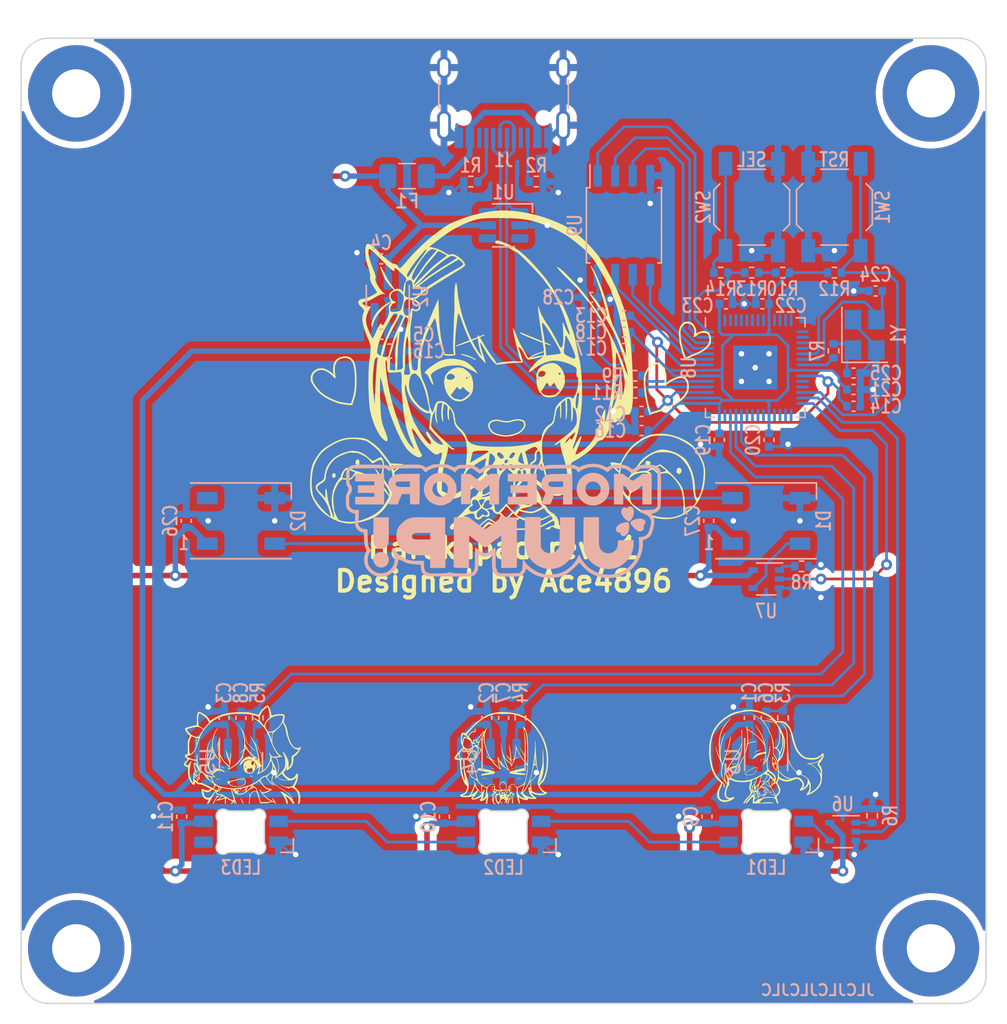
<source format=kicad_pcb>
(kicad_pcb (version 20221018) (generator pcbnew)
  (title_block (title "Harukapad") (rev "1"))
  (layers (0 "F.Cu" signal) (31 "B.Cu" signal) (34 "B.Paste" user) (35 "F.Paste" user) (36 "B.SilkS" user "B.Silkscreen") (37 "F.SilkS" user "F.Silkscreen") (38 "B.Mask" user) (39 "F.Mask" user) (44 "Edge.Cuts" user))
  (net 0 "")
  (net 1 "+3V3")
  (net 2 "GND")
  (net 3 "+5V")
  (net 4 "HS0")
  (net 5 "HS1")
  (net 6 "HS2")
  (net 7 "+1V1")
  (net 8 "XIN")
  (net 9 "Net-(C25-Pad2)")
  (net 10 "Net-(D1-DIN)")
  (net 11 "Net-(D1-DOUT)")
  (net 13 "VBUS")
  (net 14 "Net-(J1-CC1)")
  (net 15 "D+")
  (net 16 "D-")
  (net 18 "Net-(J1-CC2)")
  (net 20 "Net-(LED1-DOUT)")
  (net 21 "Net-(LED1-DIN)")
  (net 22 "Net-(LED2-DOUT)")
  (net 23 "Net-(U8-USB_DP)")
  (net 25 "Net-(U3-OUT)")
  (net 26 "Net-(U4-OUT)")
  (net 27 "Net-(U5-OUT)")
  (net 28 "Net-(R6-Pad1)")
  (net 29 "Net-(R10-Pad2)")
  (net 30 "Net-(R8-Pad1)")
  (net 31 "XOUT")
  (net 32 "Net-(U8-USB_DM)")
  (net 33 "Net-(R14-Pad1)")
  (net 34 "RGB_HS")
  (net 35 "RESET")
  (net 36 "Q_SEL")
  (net 42 "RGB_GLOW")
  (net 55 "SWCLK")
  (net 56 "SWD")
  (net 67 "Q_IO3")
  (net 68 "Q_CLK")
  (net 69 "Q_IO0")
  (net 70 "Q_IO2")
  (net 71 "Q_IO1")
  (footprint "MountingHole:MountingHole_3.5mm_Pad" (layer "F.Cu") (at 19.8 19.8)
    (fp_text reference "H1" hide)
    (fp_text value "Mounting Hole")
  )
  (footprint "MountingHole:MountingHole_3.5mm_Pad" (layer "F.Cu") (at 81.8 19.8)
    (fp_text reference "H2" hide)
    (fp_text value "Mounting Hole")
  )
  (footprint "MountingHole:MountingHole_3.5mm_Pad" (layer "F.Cu") (at 19.8 81.8)
    (fp_text reference "H3" hide)
    (fp_text value "Mounting Hole")
  )
  (footprint "MountingHole:MountingHole_3.5mm_Pad" (layer "F.Cu") (at 81.8 81.8)
    (fp_text reference "H4" hide)
    (fp_text value "Mounting Hole")
  )
  (footprint "Package_SO:SOIC-8_5.23x5.23mm_P1.27mm" (layer "B.Cu") (at 59.53125 29.36875 -90)
    (fp_text reference "U9")
    (fp_text value "W25Q16JVSSIQ")
  )
  (footprint "Capacitor_SMD:C_0402_1005Metric" (layer "B.Cu") (at 49.579995 65.0875 90)
    (fp_text reference "C2")
    (fp_text value "1uF")
  )
  (footprint "Fuse:Fuse_1206_3216Metric" (layer "B.Cu") (at 43.8 25.8)
    (fp_text reference "F1")
    (fp_text value "500mA")
  )
  (footprint "Capacitor_SMD:C_0402_1005Metric" (layer "B.Cu") (at 46.505346 72.253806 -90)
    (fp_text reference "C10")
    (fp_text value "100nF")
  )
  (footprint "Package_TO_SOT_SMD:SOT-23" (layer "B.Cu") (at 50.8 68.2625 -90)
    (fp_text reference "U4")
    (fp_text value "DRV5056A4xDBZxQ1")
  )
  (footprint "Resistor_SMD:R_0402_1005Metric" (layer "B.Cu") (at 66.559358 32.8)
    (fp_text reference "R14")
    (fp_text value "1k")
  )
  (footprint "Capacitor_SMD:C_0402_1005Metric" (layer "B.Cu") (at 60.805 42.8625 180)
    (fp_text reference "C12")
    (fp_text value "1uF")
  )
  (footprint "LED_SMD:LED_WS2812B_PLCC4_5.0x5.0mm_P3.2mm" (layer "B.Cu") (at 31.75 50.8)
    (fp_text reference "D2")
    (fp_text value "WS2812B")
  )
  (footprint "Capacitor_SMD:C_0402_1005Metric" (layer "B.Cu") (at 70.05625 44.93 -90)
    (fp_text reference "C20")
    (fp_text value "100nF")
  )
  (footprint "Capacitor_SMD:C_0402_1005Metric" (layer "B.Cu") (at 60.805 44.251557 180)
    (fp_text reference "C16")
    (fp_text value "1uF")
  )
  (footprint "Capacitor_SMD:C_0603_1608Metric" (layer "B.Cu") (at 42.54375 38.49375)
    (fp_text reference "C15")
    (fp_text value "10uF")
  )
  (footprint "Capacitor_SMD:C_0402_1005Metric" (layer "B.Cu") (at 76.190543 40.084366 180)
    (fp_text reference "C25")
    (fp_text value "22pF")
  )
  (footprint "Capacitor_SMD:C_0402_1005Metric" (layer "B.Cu") (at 69.57625 35.061382 180)
    (fp_text reference "C22")
    (fp_text value "100nF")
  )
  (footprint "Resistor_SMD:R_0402_1005Metric" (layer "B.Cu") (at 74.8 32.8)
    (fp_text reference "R12")
    (fp_text value "5k1")
  )
  (footprint "Resistor_SMD:R_0402_1005Metric" (layer "B.Cu") (at 48.41875 26.19375 180)
    (fp_text reference "R1")
    (fp_text value "5k1")
  )
  (footprint "Crystal:Crystal_SMD_3225-4Pin_3.2x2.5mm" (layer "B.Cu") (at 76.99375 37.30625 90)
    (fp_text reference "Y1")
    (fp_text value "12MHz")
  )
  (footprint "Package_TO_SOT_SMD:SOT-353_SC-70-5" (layer "B.Cu") (at 69.85 55.017102 180)
    (fp_text reference "U7")
    (fp_text value "74AHCT1G125")
  )
  (footprint "Capacitor_SMD:C_0402_1005Metric" (layer "B.Cu") (at 65.682825 50.8 -90)
    (fp_text reference "C27")
    (fp_text value "100nF")
  )
  (footprint "Capacitor_SMD:C_0402_1005Metric" (layer "B.Cu") (at 59.53125 38.298427 180)
    (fp_text reference "C17")
    (fp_text value "100nF")
  )
  (footprint "Package_TO_SOT_SMD:SOT-23-3" (layer "B.Cu") (at 42.4 34.525 90)
    (fp_text reference "U2")
    (fp_text value "XC6206P332MR")
  )
  (footprint "Capacitor_SMD:C_0402_1005Metric" (layer "B.Cu") (at 69.85 65.0875 90)
    (fp_text reference "C6")
    (fp_text value "1uF")
  )
  (footprint "Resistor_SMD:R_0402_1005Metric" (layer "B.Cu") (at 71.070005 65.0875 90)
    (fp_text reference "R3")
    (fp_text value "100")
  )
  (footprint "PCM_marbastlib-various:SOT-23-6-routable" (layer "B.Cu") (at 50.8 29.36875 180)
    (fp_text reference "U1")
    (fp_text value "SRV05-4")
  )
  (footprint "Resistor_SMD:R_0402_1005Metric" (layer "B.Cu") (at 77.540316 72.1825 90)
    (fp_text reference "R6")
    (fp_text value "1k")
  )
  (footprint "Capacitor_SMD:C_0402_1005Metric" (layer "B.Cu") (at 57.152335 34.59375 180)
    (fp_text reference "C28")
    (fp_text value "1uF")
  )
  (footprint "Capacitor_SMD:C_0402_1005Metric" (layer "B.Cu") (at 50.8 65.0875 90)
    (fp_text reference "C7")
    (fp_text value "1uF")
  )
  (footprint "Capacitor_SMD:C_0402_1005Metric" (layer "B.Cu") (at 59.53125 37.107801 180)
    (fp_text reference "C18")
    (fp_text value "100nF")
  )
  (footprint "Capacitor_SMD:C_0402_1005Metric" (layer "B.Cu") (at 59.53125 35.917175 180)
    (fp_text reference "C13")
    (fp_text value "100nF")
  )
  (footprint "Capacitor_SMD:C_0402_1005Metric" (layer "B.Cu") (at 66.45625 44.93 -90)
    (fp_text reference "C19")
    (fp_text value "100nF")
  )
  (footprint "Button_Switch_SMD:SW_SPST_TL3342" (layer "B.Cu") (at 68.8 28.05 90)
    (fp_text reference "SW2")
    (fp_text value "SW_Push")
  )
  (footprint "Resistor_SMD:R_0402_1005Metric" (layer "B.Cu") (at 60.325 40.277929)
    (fp_text reference "R9")
    (fp_text value "27")
  )
  (footprint "Capacitor_SMD:C_0402_1005Metric" (layer "B.Cu") (at 65.555346 72.253806 -90)
    (fp_text reference "C9")
    (fp_text value "100nF")
  )
  (footprint "Capacitor_SMD:C_0402_1005Metric" (layer "B.Cu") (at 41.922768 31.8 180)
    (fp_text reference "C4")
    (fp_text value "1uF")
  )
  (footprint "Resistor_SMD:R_0402_1005Metric" (layer "B.Cu") (at 68.8 32.8 180)
    (fp_text reference "R13")
    (fp_text value "5k1")
  )
  (footprint "Resistor_SMD:R_0402_1005Metric" (layer "B.Cu") (at 71.040642 32.8 180)
    (fp_text reference "R10")
    (fp_text value "5k1")
  )
  (footprint "Button_Switch_SMD:SW_SPST_TL3342" (layer "B.Cu") (at 74.8 28.05 -90)
    (fp_text reference "SW1")
    (fp_text value "SW_Push")
  )
  (footprint "Package_TO_SOT_SMD:SOT-353_SC-70-5" (layer "B.Cu") (at 75.40625 73.3425 180)
    (fp_text reference "U6")
    (fp_text value "74AHCT1G125")
  )
  (footprint "Capacitor_SMD:C_0402_1005Metric" (layer "B.Cu") (at 66.93625 35.061382)
    (fp_text reference "C23")
    (fp_text value "100nF")
  )
  (footprint "Capacitor_SMD:C_0402_1005Metric" (layer "B.Cu") (at 77.7875 34.13125)
    (fp_text reference "C24")
    (fp_text value "22pF")
  )
  (footprint "PCM_marbastlib-mx:LED_MX_6028R" (layer "B.Cu") (at 69.85 73.3425 180)
    (fp_text reference "LED1")
    (fp_text value "SK6812MINI-E")
    (fp_line (start -1.699999 0.702843) (end -1.699999 -0.702841) (stroke (width 0.1)) (layer "Edge.Cuts"))
    (fp_line (start -0.794452 -1.499999) (end 0.794452 -1.499999) (stroke (width 0.1)) (layer "Edge.Cuts"))
    (fp_line (start 0.794452 1.5) (end -0.794453 1.5) (stroke (width 0.1)) (layer "Edge.Cuts"))
    (fp_line (start 1.699999 -0.702841) (end 1.699999 0.702843) (stroke (width 0.1)) (layer "Edge.Cuts"))
    (fp_arc (start -1.749484 -0.919719) (mid -1.712527 -0.814067) (end -1.699999 -0.702841) (stroke (width 0.1)) (layer "Edge.Cuts"))
    (fp_arc (start -1.749484 -0.919718) (mid -1.638072 -1.504034) (end -1.046711 -1.568298) (stroke (width 0.1)) (layer "Edge.Cuts"))
    (fp_arc (start -1.699999 0.702844) (mid -1.712527 0.814069) (end -1.749484 0.919721) (stroke (width 0.1)) (layer "Edge.Cuts"))
    (fp_arc (start -1.046711 1.568299) (mid -1.63807 1.504035) (end -1.749484 0.919721) (stroke (width 0.1)) (layer "Edge.Cuts"))
    (fp_arc (start -1.046711 1.568299) (mid -0.925123 1.517377) (end -0.794453 1.5) (stroke (width 0.1)) (layer "Edge.Cuts"))
    (fp_arc (start -0.794452 -1.499999) (mid -0.925123 -1.517376) (end -1.046711 -1.568298) (stroke (width 0.1)) (layer "Edge.Cuts"))
    (fp_arc (start 0.794453 1.500001) (mid 0.925123 1.517378) (end 1.046711 1.5683) (stroke (width 0.1)) (layer "Edge.Cuts"))
    (fp_arc (start 1.04671 -1.568298) (mid 0.925122 -1.517376) (end 0.794452 -1.499999) (stroke (width 0.1)) (layer "Edge.Cuts"))
    (fp_arc (start 1.046711 -1.568296) (mid 1.63807 -1.504033) (end 1.749484 -0.919719) (stroke (width 0.1)) (layer "Edge.Cuts"))
    (fp_arc (start 1.699999 -0.702842) (mid 1.712536 -0.814064) (end 1.749484 -0.919719) (stroke (width 0.1)) (layer "Edge.Cuts"))
    (fp_arc (start 1.749484 0.919721) (mid 1.638072 1.504036) (end 1.046711 1.5683) (stroke (width 0.1)) (layer "Edge.Cuts"))
    (fp_arc (start 1.749484 0.919721) (mid 1.712526 0.814069) (end 1.699999 0.702843) (stroke (width 0.1)) (layer "Edge.Cuts"))
  )
  (footprint "Capacitor_SMD:C_0402_1005Metric" (layer "B.Cu") (at 68.629995 65.0875 90)
    (fp_text reference "C1")
    (fp_text value "1uF")
  )
  (footprint "Resistor_SMD:R_0402_1005Metric" (layer "B.Cu") (at 53.18125 26.19375)
    (fp_text reference "R2")
    (fp_text value "5k1")
  )
  (footprint "PCM_marbastlib-various:USB_C_Receptacle_HRO_TYPE-C-31-M-12" (layer "B.Cu") (at 50.8 18.975)
    (fp_text reference "J1")
    (fp_text value "USB_C_Receptacle_USB2.0")
  )
  (footprint "Resistor_SMD:R_0402_1005Metric" (layer "B.Cu") (at 74.737261 38.46792 -90)
    (fp_text reference "R7")
    (fp_text value "1k")
  )
  (footprint "Capacitor_SMD:C_0402_1005Metric" (layer "B.Cu") (at 76.190543 41.274992)
    (fp_text reference "C21")
    (fp_text value "100nF")
  )
  (footprint "Capacitor_SMD:C_0402_1005Metric" (layer "B.Cu") (at 76.190543 42.490618)
    (fp_text reference "C14")
    (fp_text value "100nF")
  )
  (footprint "Package_DFN_QFN:QFN-56-1EP_7x7mm_P0.4mm_EP3.2x3.2mm" (layer "B.Cu") (at 69.05625 39.6875 -90)
    (fp_text reference "U8")
    (fp_text value "RP2040")
  )
  (footprint "Capacitor_SMD:C_0402_1005Metric" (layer "B.Cu") (at 27.780361 50.8 -90)
    (fp_text reference "C26")
    (fp_text value "100nF")
  )
  (footprint "Resistor_SMD:R_0402_1005Metric" (layer "B.Cu") (at 60.325 41.503222)
    (fp_text reference "R11")
    (fp_text value "27")
  )
  (footprint "Package_TO_SOT_SMD:SOT-23" (layer "B.Cu") (at 69.85 68.2625 -90)
    (fp_text reference "U3")
    (fp_text value "DRV5056A4xDBZxQ1")
  )
  (footprint "PCM_marbastlib-mx:LED_MX_6028R" (layer "B.Cu") (at 31.75 73.3425 180)
    (fp_text reference "LED3")
    (fp_text value "SK6812MINI-E")
    (fp_line (start -1.699999 0.702843) (end -1.699999 -0.702841) (stroke (width 0.1)) (layer "Edge.Cuts"))
    (fp_line (start -0.794452 -1.499999) (end 0.794452 -1.499999) (stroke (width 0.1)) (layer "Edge.Cuts"))
    (fp_line (start 0.794452 1.5) (end -0.794453 1.5) (stroke (width 0.1)) (layer "Edge.Cuts"))
    (fp_line (start 1.699999 -0.702841) (end 1.699999 0.702843) (stroke (width 0.1)) (layer "Edge.Cuts"))
    (fp_arc (start -1.749484 -0.919719) (mid -1.712527 -0.814067) (end -1.699999 -0.702841) (stroke (width 0.1)) (layer "Edge.Cuts"))
    (fp_arc (start -1.749484 -0.919718) (mid -1.638072 -1.504034) (end -1.046711 -1.568298) (stroke (width 0.1)) (layer "Edge.Cuts"))
    (fp_arc (start -1.699999 0.702844) (mid -1.712527 0.814069) (end -1.749484 0.919721) (stroke (width 0.1)) (layer "Edge.Cuts"))
    (fp_arc (start -1.046711 1.568299) (mid -1.63807 1.504035) (end -1.749484 0.919721) (stroke (width 0.1)) (layer "Edge.Cuts"))
    (fp_arc (start -1.046711 1.568299) (mid -0.925123 1.517377) (end -0.794453 1.5) (stroke (width 0.1)) (layer "Edge.Cuts"))
    (fp_arc (start -0.794452 -1.499999) (mid -0.925123 -1.517376) (end -1.046711 -1.568298) (stroke (width 0.1)) (layer "Edge.Cuts"))
    (fp_arc (start 0.794453 1.500001) (mid 0.925123 1.517378) (end 1.046711 1.5683) (stroke (width 0.1)) (layer "Edge.Cuts"))
    (fp_arc (start 1.04671 -1.568298) (mid 0.925122 -1.517376) (end 0.794452 -1.499999) (stroke (width 0.1)) (layer "Edge.Cuts"))
    (fp_arc (start 1.046711 -1.568296) (mid 1.63807 -1.504033) (end 1.749484 -0.919719) (stroke (width 0.1)) (layer "Edge.Cuts"))
    (fp_arc (start 1.699999 -0.702842) (mid 1.712536 -0.814064) (end 1.749484 -0.919719) (stroke (width 0.1)) (layer "Edge.Cuts"))
    (fp_arc (start 1.749484 0.919721) (mid 1.638072 1.504036) (end 1.046711 1.5683) (stroke (width 0.1)) (layer "Edge.Cuts"))
    (fp_arc (start 1.749484 0.919721) (mid 1.712526 0.814069) (end 1.699999 0.702843) (stroke (width 0.1)) (layer "Edge.Cuts"))
  )
  (footprint "Resistor_SMD:R_0402_1005Metric" (layer "B.Cu") (at 52.020005 65.0875 90)
    (fp_text reference "R4")
    (fp_text value "100")
  )
  (footprint "Capacitor_SMD:C_0402_1005Metric" (layer "B.Cu") (at 27.455346 72.253806 -90)
    (fp_text reference "C11")
    (fp_text value "100nF")
  )
  (footprint "Resistor_SMD:R_0402_1005Metric" (layer "B.Cu") (at 72.420483 54.099332)
    (fp_text reference "R8")
    (fp_text value "1k")
  )
  (footprint "LED_SMD:LED_WS2812B_PLCC4_5.0x5.0mm_P3.2mm" (layer "B.Cu") (at 69.85 50.8)
    (fp_text reference "D1")
    (fp_text value "WS2812B")
  )
  (footprint "PCM_marbastlib-mx:LED_MX_6028R" (layer "B.Cu") (at 50.8 73.3425 180)
    (fp_text reference "LED2")
    (fp_text value "SK6812MINI-E")
    (fp_line (start -1.699999 0.702843) (end -1.699999 -0.702841) (stroke (width 0.1)) (layer "Edge.Cuts"))
    (fp_line (start -0.794452 -1.499999) (end 0.794452 -1.499999) (stroke (width 0.1)) (layer "Edge.Cuts"))
    (fp_line (start 0.794452 1.5) (end -0.794453 1.5) (stroke (width 0.1)) (layer "Edge.Cuts"))
    (fp_line (start 1.699999 -0.702841) (end 1.699999 0.702843) (stroke (width 0.1)) (layer "Edge.Cuts"))
    (fp_arc (start -1.749484 -0.919719) (mid -1.712527 -0.814067) (end -1.699999 -0.702841) (stroke (width 0.1)) (layer "Edge.Cuts"))
    (fp_arc (start -1.749484 -0.919718) (mid -1.638072 -1.504034) (end -1.046711 -1.568298) (stroke (width 0.1)) (layer "Edge.Cuts"))
    (fp_arc (start -1.699999 0.702844) (mid -1.712527 0.814069) (end -1.749484 0.919721) (stroke (width 0.1)) (layer "Edge.Cuts"))
    (fp_arc (start -1.046711 1.568299) (mid -1.63807 1.504035) (end -1.749484 0.919721) (stroke (width 0.1)) (layer "Edge.Cuts"))
    (fp_arc (start -1.046711 1.568299) (mid -0.925123 1.517377) (end -0.794453 1.5) (stroke (width 0.1)) (layer "Edge.Cuts"))
    (fp_arc (start -0.794452 -1.499999) (mid -0.925123 -1.517376) (end -1.046711 -1.568298) (stroke (width 0.1)) (layer "Edge.Cuts"))
    (fp_arc (start 0.794453 1.500001) (mid 0.925123 1.517378) (end 1.046711 1.5683) (stroke (width 0.1)) (layer "Edge.Cuts"))
    (fp_arc (start 1.04671 -1.568298) (mid 0.925122 -1.517376) (end 0.794452 -1.499999) (stroke (width 0.1)) (layer "Edge.Cuts"))
    (fp_arc (start 1.046711 -1.568296) (mid 1.63807 -1.504033) (end 1.749484 -0.919719) (stroke (width 0.1)) (layer "Edge.Cuts"))
    (fp_arc (start 1.699999 -0.702842) (mid 1.712536 -0.814064) (end 1.749484 -0.919719) (stroke (width 0.1)) (layer "Edge.Cuts"))
    (fp_arc (start 1.749484 0.919721) (mid 1.638072 1.504036) (end 1.046711 1.5683) (stroke (width 0.1)) (layer "Edge.Cuts"))
    (fp_arc (start 1.749484 0.919721) (mid 1.712526 0.814069) (end 1.699999 0.702843) (stroke (width 0.1)) (layer "Edge.Cuts"))
  )
  (footprint "Capacitor_SMD:C_0402_1005Metric" (layer "B.Cu") (at 30.529995 65.0875 90)
    (fp_text reference "C3")
    (fp_text value "1uF")
  )
  (footprint "Package_TO_SOT_SMD:SOT-23" (layer "B.Cu") (at 31.75 68.2625 -90)
    (fp_text reference "U5")
    (fp_text value "DRV5056A4xDBZxQ1")
  )
  (footprint "Resistor_SMD:R_0402_1005Metric" (layer "B.Cu") (at 32.970005 65.0875 90)
    (fp_text reference "R5")
    (fp_text value "100")
  )
  (footprint "Capacitor_SMD:C_0402_1005Metric" (layer "B.Cu") (at 41.932008 37.267151)
    (fp_text reference "C5")
    (fp_text value "1uF")
  )
  (footprint "Capacitor_SMD:C_0402_1005Metric" (layer "B.Cu") (at 31.75 65.0875 90)
    (fp_text reference "C8")
    (fp_text value "1uF")
  )
  (gr_poly (pts (xy 59.734579 50.891895) (xy 59.715594 50.893066) (xy 59.673914 50.897638) (xy 59.627047 50.904987) (xy 59.574702 50.914877) (xy 59.502029 50.931361) (xy 59.432974 50.950826) (xy 59.367725 50.973127) (xy 59.306469 50.99812) (xy 59.249393 51.025659) (xy 59.196685 51.0556) (xy 59.148531 51.087799) (xy 59.10512 51.12211) (xy 59.066639 51.15839) (xy 59.033275 51.196492) (xy 59.01857 51.216182) (xy 59.005215 51.236274) (xy 58.993233 51.256749) (xy 58.982647 51.277589) (xy 58.973481 51.298777) (xy 58.965758 51.320294) (xy 58.959501 51.342122) (xy 58.954735 51.364243) (xy 58.951482 51.386639) (xy 58.949766 51.409292) (xy 58.949611 51.432183) (xy 58.951039 51.455296) (xy 58.952289 51.465316) (xy 58.954093 51.475218) (xy 58.956427 51.48499) (xy 58.959269 51.494617) (xy 58.962596 51.504086) (xy 58.966385 51.513385) (xy 58.970615 51.5225) (xy 58.975261 51.531417) (xy 58.980302 51.540124) (xy 58.985716 51.548607) (xy 58.991478 51.556853) (xy 58.997567 51.564848) (xy 59.010635 51.580034) (xy 59.024738 51.594058) (xy 59.039696 51.606815) (xy 59.055326 51.618198) (xy 59.071449 51.628101) (xy 59.087883 51.636417) (xy 59.09616 51.639947) (xy 59.104447 51.64304) (xy 59.112721 51.645684) (xy 59.12096 51.647865) (xy 59.129141 51.649569) (xy 59.137241 51.650784) (xy 59.145238 51.651496) (xy 59.153109 51.651691) (xy 59.175572 51.651726) (xy 59.194819 51.652292) (xy 59.211135 51.653463) (xy 59.218285 51.654299) (xy 59.224809 51.655314) (xy 59.230744 51.656516) (xy 59.236125 51.657916) (xy 59.240988 51.659523) (xy 59.24537 51.661345) (xy 59.249305 51.663392) (xy 59.25283 51.665673) (xy 59.255979 51.668197) (xy 59.25879 51.670974) (xy 59.261298 51.674012) (xy 59.263539 51.677322) (xy 59.265547 51.680911) (xy 59.26736 51.68479) (xy 59.270542 51.693452) (xy 59.273369 51.703381) (xy 59.279105 51.727335) (xy 59.282587 51.741507) (xy 59.286859 51.757241) (xy 59.290801 51.769586) (xy 59.295699 51.782299) (xy 59.301624 51.795239) (xy 59.308648 51.808264) (xy 59.316843 51.821234) (xy 59.326278 51.834006) (xy 59.331484 51.840274) (xy 59.337027 51.84644) (xy 59.342916 51.852486) (xy 59.34916 51.858394) (xy 59.355768 51.864147) (xy 59.362749 51.869727) (xy 59.370112 51.875117) (xy 59.377866 51.880298) (xy 59.386019 51.885253) (xy 59.394581 51.889965) (xy 59.40356 51.894415) (xy 59.412966 51.898586) (xy 59.422807 51.902461) (xy 59.433092 51.906021) (xy 59.443831 51.90925) (xy 59.455032 51.912128) (xy 59.466704 51.91464) (xy 59.478856 51.916766) (xy 59.491497 51.91849) (xy 59.504636 51.919793) (xy 59.509673 51.919996) (xy 59.515068 51.919826) (xy 59.526839 51.918412) (xy 59.53977 51.915648) (xy 59.553682 51.911631) (xy 59.568396 51.906456) (xy 59.583733 51.90022) (xy 59.599513 51.89302) (xy 59.615559 51.884951) (xy 59.63169 51.876111) (xy 59.647729 51.866595) (xy 59.663495 51.856499) (xy 59.67881 51.845921) (xy 59.693496 51.834956) (xy 59.707372 51.823701) (xy 59.72026 51.812252) (xy 59.731982 51.800705) (xy 59.755732 51.774495) (xy 59.777696 51.747259) (xy 59.797907 51.718882) (xy 59.816401 51.689249) (xy 59.833214 51.658243) (xy 59.84838 51.625751) (xy 59.861934 51.591655) (xy 59.873912 51.555842) (xy 59.88435 51.518196) (xy 59.893281 51.478602) (xy 59.900742 51.436943) (xy 59.906768 51.393106) (xy 59.911393 51.346974) (xy 59.914653 51.298432) (xy 59.916583 51.247366) (xy 59.917219 51.193659) (xy 59.916606 51.140665) (xy 59.914572 51.093515) (xy 59.910829 51.051972) (xy 59.908226 51.03323) (xy 59.905086 51.015801) (xy 59.901374 50.999656) (xy 59.897053 50.984766) (xy 59.892088 50.971101) (xy 59.886442 50.958631) (xy 59.880078 50.947327) (xy 59.872961 50.937159) (xy 59.865054 50.928099) (xy 59.856321 50.920116) (xy 59.846726 50.913182) (xy 59.836232 50.907265) (xy 59.824804 50.902338) (xy 59.812405 50.898371) (xy 59.798999 50.895333) (xy 59.78455 50.893197) (xy 59.769021 50.891931) (xy 59.752376 50.891507)) (fill solid) (layer "B.SilkS"))
  (gr_poly (pts (xy 51.106594 47.944084) (xy 52.535345 47.944084) (xy 52.535345 48.221896) (xy 51.305032 48.221896) (xy 51.305032 48.777521) (xy 52.535345 48.777521) (xy 52.535345 49.055334) (xy 51.106594 49.055334) (xy 51.106594 49.610959) (xy 53.210032 49.610959) (xy 53.210032 47.388459) (xy 51.106594 47.388459)) (fill solid) (layer "B.SilkS"))
  (gr_poly (pts (xy 52.345518 51.515959) (xy 52.345779 51.932384) (xy 52.350987 52.293087) (xy 52.3556 52.44512) (xy 52.361635 52.574318) (xy 52.369154 52.677709) (xy 52.378218 52.752328) (xy 52.397239 52.850084) (xy 52.421301 52.945642) (xy 52.450233 53.038889) (xy 52.483861 53.129712) (xy 52.522015 53.217999) (xy 52.564522 53.303637) (xy 52.611211 53.386513) (xy 52.661909 53.466514) (xy 52.716446 53.543529) (xy 52.774648 53.617443) (xy 52.836344 53.688146) (xy 52.901362 53.755523) (xy 52.96953 53.819462) (xy 53.040677 53.879851) (xy 53.114629 53.936577) (xy 53.191217 53.989526) (xy 53.270267 54.038588) (xy 53.351607 54.083648) (xy 53.435067 54.124595) (xy 53.520473 54.161315) (xy 53.607654 54.193696) (xy 53.696438 54.221625) (xy 53.786654 54.244989) (xy 53.878128 54.263677) (xy 53.97069 54.277574) (xy 54.064168 54.286569) (xy 54.158389 54.290549) (xy 54.253182 54.289401) (xy 54.348374 54.283013) (xy 54.443794 54.271271) (xy 54.539271 54.254063) (xy 54.634631 54.231277) (xy 54.634629 54.231277) (xy 54.730595 54.202711) (xy 54.823981 54.16935) (xy 54.914707 54.131261) (xy 55.002698 54.088507) (xy 55.087875 54.041156) (xy 55.170161 53.989271) (xy 55.249477 53.93292) (xy 55.325746 53.872166) (xy 55.39889 53.807077) (xy 55.468831 53.737717) (xy 55.535492 53.664151) (xy 55.598795 53.586446) (xy 55.658662 53.504666) (xy 55.715016 53.418878) (xy 55.767778 53.329147) (xy 55.81687 53.235537) (xy 55.828796 53.20949) (xy 55.841869 53.179651) (xy 55.858054 53.141017) (xy 55.876128 53.095403) (xy 55.885492 53.070544) (xy 55.89487 53.044619) (xy 55.904109 53.017856) (xy 55.913056 52.990481) (xy 55.92156 52.962719) (xy 55.929467 52.934798) (xy 55.935778 52.899633) (xy 55.941371 52.845487) (xy 55.950576 52.691983) (xy 55.957424 52.497742) (xy 55.962258 52.286219) (xy 55.968313 51.736432) (xy 55.968313 50.543615) (xy 54.896751 50.543615) (xy 54.876527 51.595334) (xy 54.864938 52.044639) (xy 54.849679 52.394778) (xy 54.840901 52.528654) (xy 54.831479 52.63293) (xy 54.821505 52.706003) (xy 54.816339 52.730338) (xy 54.811069 52.746271) (xy 54.800107 52.767862) (xy 54.786451 52.790662) (xy 54.770352 52.814425) (xy 54.752059 52.838904) (xy 54.731825 52.863851) (xy 54.709901 52.88902) (xy 54.686536 52.914164) (xy 54.661983 52.939037) (xy 54.636492 52.963391) (xy 54.610314 52.986979) (xy 54.5837 53.009555) (xy 54.556901 53.030872) (xy 54.530168 53.050682) (xy 54.503752 53.06874) (xy 54.477904 53.084798) (xy 54.452876 53.098609) (xy 54.428357 53.109346) (xy 54.399977 53.11852) (xy 54.368222 53.12614) (xy 54.333575 53.132214) (xy 54.296522 53.136752) (xy 54.257548 53.139762) (xy 54.217138 53.141254) (xy 54.175776 53.141237) (xy 54.133948 53.139718) (xy 54.092139 53.136708) (xy 54.050833 53.132216) (xy 54.010516 53.12625) (xy 53.971673 53.118818) (xy 53.934788 53.109932) (xy 53.900346 53.099598) (xy 53.868833 53.087826) (xy 53.854753 53.081413) (xy 53.839903 53.073654) (xy 53.82441 53.064655) (xy 53.8084 53.054521) (xy 53.792001 53.043356) (xy 53.775339 53.031266) (xy 53.758539 53.018357) (xy 53.741729 53.004733) (xy 53.725036 52.9905) (xy 53.708585 52.975763) (xy 53.692503 52.960626) (xy 53.676917 52.945196) (xy 53.661953 52.929577) (xy 53.647739 52.913875) (xy 53.634399 52.898195) (xy 53.622061 52.882642) (xy 53.507689 52.732778) (xy 53.495974 51.648425) (xy 53.492671 51.225172) (xy 53.492553 50.929863) (xy 53.495327 50.525411) (xy 53.333254 50.523629) (xy 53.19938 50.522985) (xy 52.836281 50.522279) (xy 52.350188 50.520652)) (fill solid) (layer "B.SilkS"))
  (gr_poly (pts (xy 41.351392 51.41674) (xy 41.348285 51.739512) (xy 41.349795 51.995117) (xy 41.352752 52.100896) (xy 41.357427 52.193678) (xy 41.36401 52.274729) (xy 41.372688 52.345315) (xy 41.38365 52.4067) (xy 41.397084 52.460149) (xy 41.413179 52.506929) (xy 41.432122 52.548303) (xy 41.454101 52.585537) (xy 41.479306 52.619896) (xy 41.507924 52.652646) (xy 41.540144 52.685051) (xy 41.555565 52.699038) (xy 41.571849 52.712305) (xy 41.588943 52.724847) (xy 41.606796 52.736659) (xy 41.625356 52.747736) (xy 41.644571 52.758074) (xy 41.684759 52.776507) (xy 41.726946 52.791919) (xy 41.770718 52.804269) (xy 41.815662 52.813515) (xy 41.861362 52.819618) (xy 41.907405 52.822536) (xy 41.953377 52.822229) (xy 41.998863 52.818656) (xy 42.04345 52.811776) (xy 42.086723 52.801549) (xy 42.107737 52.795167) (xy 42.128268 52.787934) (xy 42.148263 52.779843) (xy 42.16767 52.770889) (xy 42.186439 52.761069) (xy 42.204517 52.750376) (xy 42.204517 52.750375) (xy 42.251031 52.720612) (xy 42.272138 52.706401) (xy 42.291874 52.692352) (xy 42.310285 52.678252) (xy 42.327416 52.663888) (xy 42.343313 52.649045) (xy 42.358024 52.633511) (xy 42.371592 52.617071) (xy 42.384066 52.599512) (xy 42.39549 52.580622) (xy 42.405911 52.560185) (xy 42.415375 52.537988) (xy 42.423928 52.513819) (xy 42.431615 52.487463) (xy 42.438484 52.458707) (xy 42.44458 52.427338) (xy 42.449948 52.393142) (xy 42.454636 52.355904) (xy 42.458689 52.315413) (xy 42.462153 52.271454) (xy 42.465074 52.223814) (xy 42.467499 52.172279) (xy 42.469472 52.116635) (xy 42.472252 51.99217) (xy 42.473782 51.848708) (xy 42.474429 51.684542) (xy 42.474563 51.497965) (xy 42.474563 50.543615) (xy 41.363314 50.543615)) (fill solid) (layer "B.SilkS"))
  (gr_poly (pts (xy 57.199217 46.66247) (xy 57.094046 46.66944) (xy 56.989735 46.681411) (xy 56.886928 46.698386) (xy 56.786269 46.720369) (xy 56.688402 46.747364) (xy 56.59397 46.779372) (xy 56.503618 46.816398) (xy 56.278458 46.917444) (xy 56.103542 46.82553) (xy 56.073106 46.809845) (xy 56.044243 46.796054) (xy 56.029928 46.789831) (xy 56.015438 46.784037) (xy 56.000583 46.778656) (xy 55.985174 46.773674) (xy 55.96902 46.769075) (xy 55.951934 46.764844) (xy 55.933724 46.760967) (xy 55.914202 46.757428) (xy 55.893179 46.754212) (xy 55.870463 46.751304) (xy 55.845867 46.74869) (xy 55.8192 46.746353) (xy 55.758896 46.742455) (xy 55.688036 46.739488) (xy 55.605104 46.737333) (xy 55.508582 46.73587) (xy 55.396955 46.734978) (xy 55.268707 46.734537) (xy 54.956282 46.734527) (xy 54.46364 46.737624) (xy 54.284012 46.741574) (xy 54.141004 46.747566) (xy 54.02873 46.75593) (xy 53.941309 46.766999) (xy 53.872857 46.781103) (xy 53.817492 46.798572) (xy 53.789736 46.808945) (xy 53.764574 46.817897) (xy 53.741541 46.825411) (xy 53.72017 46.831473) (xy 53.699996 46.836065) (xy 53.680553 46.839172) (xy 53.670961 46.840164) (xy 53.661377 46.840778) (xy 53.651743 46.841013) (xy 53.642 46.840866) (xy 53.632092 46.840337) (xy 53.621958 46.839421) (xy 53.600785 46.836427) (xy 53.578015 46.831867) (xy 53.553183 46.825726) (xy 53.525823 46.817988) (xy 53.495469 46.808636) (xy 53.423918 46.785027) (xy 53.385483 46.772476) (xy 53.348097 46.761437) (xy 53.310201 46.751849) (xy 53.270239 46.74365) (xy 53.226651 46.736778) (xy 53.177881 46.731172) (xy 53.12237 46.726771) (xy 53.05856 46.723512) (xy 52.984894 46.721335) (xy 52.899814 46.720177) (xy 52.801762 46.719977) (xy 52.68918 46.720673) (xy 52.414195 46.724508) (xy 52.062396 46.731188) (xy 51.185452 46.74432) (xy 50.859708 46.745982) (xy 50.670032 46.743821) (xy 50.45132 46.736832) (xy 50.249272 46.733705) (xy 50.066248 46.734344) (xy 49.90461 46.738651) (xy 49.766715 46.746533) (xy 49.654925 46.757891) (xy 49.609556 46.764844) (xy 49.571598 46.772631) (xy 49.541346 46.781239) (xy 49.519095 46.790656) (xy 49.496024 46.803898) (xy 49.46843 46.821011) (xy 49.437353 46.84128) (xy 49.403828 46.863991) (xy 49.368896 46.888428) (xy 49.333593 46.913877) (xy 49.298958 46.939622) (xy 49.266029 46.964949) (xy 49.2409 46.984508) (xy 49.21835 47.00166) (xy 49.198108 47.016475) (xy 49.179903 47.029026) (xy 49.163464 47.039382) (xy 49.148521 47.047615) (xy 49.141525 47.050956) (xy 49.134802 47.053794) (xy 49.128317 47.056135) (xy 49.122037 47.05799) (xy 49.115928 47.059366) (xy 49.109955 47.060274) (xy 49.104086 47.060721) (xy 49.098286 47.060717) (xy 49.092521 47.06027) (xy 49.086758 47.059389) (xy 49.080962 47.058083) (xy 49.0751 47.056361) (xy 49.069138 47.054231) (xy 49.063043 47.051703) (xy 49.050314 47.045487) (xy 49.036643 47.037782) (xy 49.02176 47.02866) (xy 48.857666 46.925025) (xy 48.791487 46.88379) (xy 48.73357 46.848907) (xy 48.682178 46.819848) (xy 48.635574 46.796085) (xy 48.59202 46.77709) (xy 48.549779 46.762336) (xy 48.507114 46.751294) (xy 48.462288 46.743437) (xy 48.413563 46.738236) (xy 48.359203 46.735165) (xy 48.297469 46.733695) (xy 48.226625 46.733299) (xy 48.050657 46.733615) (xy 47.898783 46.734155) (xy 47.77797 46.736318) (xy 47.682544 46.740922) (xy 47.64258 46.744395) (xy 47.606837 46.748784) (xy 47.574605 46.754193) (xy 47.545175 46.760723) (xy 47.51784 46.768476) (xy 47.491889 46.777555) (xy 47.466615 46.788062) (xy 47.441308 46.800099) (xy 47.387759 46.82917) (xy 47.220955 46.924725) (xy 46.971041 46.809327) (xy 46.928994 46.790122) (xy 46.890491 46.773167) (xy 46.854606 46.758323) (xy 46.820414 46.745449) (xy 46.786989 46.734407) (xy 46.753405 46.725057) (xy 46.718737 46.717259) (xy 46.682059 46.710875) (xy 46.642445 46.705764) (xy 46.598969 46.701787) (xy 46.550707 46.698804) (xy 46.496732 46.696677) (xy 46.436118 46.695265) (xy 46.36794 46.694429) (xy 46.205188 46.693928) (xy 46.040511 46.694387) (xy 45.91096 46.696588) (xy 45.856902 46.698726) (xy 45.808678 46.701763) (xy 45.765307 46.705852) (xy 45.725806 46.711147) (xy 45.689194 46.717803) (xy 45.654488 46.725974) (xy 45.620707 46.735814) (xy 45.586867 46.747478) (xy 45.551987 46.761118) (xy 45.515084 46.776891) (xy 45.431283 46.815448) (xy 45.173314 46.936969) (xy 45.042327 46.84782) (xy 45.007343 46.825883) (xy 44.969658 46.806196) (xy 44.949531 46.797171) (xy 44.928404 46.788679) (xy 44.882713 46.773253) (xy 44.831716 46.759838) (xy 44.774545 46.748355) (xy 44.710331 46.738724) (xy 44.638207 46.730864) (xy 44.557302 46.724698) (xy 44.46675 46.720145) (xy 44.365682 46.717125) (xy 44.253228 46.715559) (xy 44.128522 46.715367) (xy 43.990694 46.71647) (xy 43.6722 46.722243) (xy 43.454427 46.727901) (xy 43.273024 46.734248) (xy 43.123829 46.741656) (xy 43.002679 46.750495) (xy 42.905411 46.761137) (xy 42.827862 46.773954) (xy 42.765871 46.789316) (xy 42.715274 46.807595) (xy 42.689135 46.818697) (xy 42.665686 46.828312) (xy 42.644566 46.836438) (xy 42.625413 46.84307) (xy 42.607867 46.848207) (xy 42.591567 46.851845) (xy 42.583771 46.853101) (xy 42.576151 46.853981) (xy 42.568662 46.854485) (xy 42.561259 46.854612) (xy 42.553896 46.854362) (xy 42.546528 46.853735) (xy 42.539111 46.85273) (xy 42.531599 46.851348) (xy 42.516109 46.847446) (xy 42.499698 46.842028) (xy 42.482004 46.83509) (xy 42.462667 46.826629) (xy 42.441325 46.816642) (xy 42.417617 46.805126) (xy 42.394336 46.794581) (xy 42.369005 46.785057) (xy 42.340713 46.776484) (xy 42.308548 46.768795) (xy 42.2716 46.761921) (xy 42.228957 46.755795) (xy 42.179707 46.750348) (xy 42.122939 46.745512) (xy 42.057743 46.741219) (xy 41.983207 46.737399) (xy 41.898419 46.733987) (xy 41.802468 46.730912) (xy 41.573432 46.725503) (xy 41.288809 46.720628) (xy 40.812297 46.715441) (xy 40.437232 46.71788) (xy 40.28297 46.722804) (xy 40.148342 46.730649) (xy 40.031439 46.741753) (xy 39.930353 46.756453) (xy 39.843174 46.775088) (xy 39.767993 46.797996) (xy 39.702901 46.825515) (xy 39.645989 46.857983) (xy 39.595349 46.895738) (xy 39.54907 46.939117) (xy 39.505243 46.98846) (xy 39.461961 47.044104) (xy 39.448815 47.062571) (xy 39.437115 47.080876) (xy 39.431782 47.09016) (xy 39.426778 47.099635) (xy 39.422096 47.109378) (xy 39.417722 47.119466) (xy 39.413649 47.129977) (xy 39.409865 47.140987) (xy 39.406359 47.152575) (xy 39.403123 47.164816) (xy 39.400144 47.177788) (xy 39.397414 47.191569) (xy 39.394922 47.206235) (xy 39.392657 47.221864) (xy 39.388768 47.256319) (xy 39.385665 47.295552) (xy 39.383265 47.34018) (xy 39.381487 47.39082) (xy 39.380247 47.44809) (xy 39.379464 47.512608) (xy 39.378936 47.665857) (xy 39.379422 47.822305) (xy 39.3814 47.945565) (xy 39.385649 48.041141) (xy 39.388868 48.080267) (xy 39.392948 48.114535) (xy 39.397985 48.144633) (xy 39.404077 48.171249) (xy 39.41132 48.195071) (xy 39.419814 48.216786) (xy 39.429654 48.237083) (xy 39.440939 48.256649) (xy 39.468232 48.29634) (xy 39.488139 48.324108) (xy 39.505348 48.350179) (xy 39.512938 48.362699) (xy 39.51985 48.37494) (xy 39.526083 48.386952) (xy 39.531636 48.398781) (xy 39.536508 48.410478) (xy 39.540698 48.42209) (xy 39.544205 48.433667) (xy 39.547028 48.445256) (xy 39.549165 48.456906) (xy 39.550616 48.468666) (xy 39.55138 48.480584) (xy 39.551455 48.49271) (xy 39.55084 48.505091) (xy 39.549535 48.517775) (xy 39.547538 48.530813) (xy 39.544848 48.544251) (xy 39.541465 48.55814) (xy 39.537386 48.572526) (xy 39.532612 48.58746) (xy 39.52714 48.602989) (xy 39.514102 48.636027) (xy 39.498262 48.67203) (xy 39.479613 48.711385) (xy 39.458146 48.754482) (xy 39.442908 48.785193) (xy 39.429279 48.814307) (xy 39.417175 48.842337) (xy 39.406507 48.869794) (xy 39.39719 48.897192) (xy 39.389137 48.925042) (xy 39.382261 48.953857) (xy 39.376476 48.98415) (xy 39.371696 49.016432) (xy 39.367834 49.051215) (xy 39.364803 49.089013) (xy 39.362517 49.130338) (xy 39.36089 49.175701) (xy 39.359835 49.225616) (xy 39.359095 49.341147) (xy 39.360055 49.429402) (xy 39.36287 49.512933) (xy 39.367442 49.590798) (xy 39.373673 49.662053) (xy 39.381465 49.725757) (xy 39.390721 49.780966) (xy 39.401342 49.826739) (xy 39.407133 49.845793) (xy 39.41323 49.862134) (xy 39.420251 49.878043) (xy 39.427983 49.893884) (xy 39.44549 49.925288) (xy 39.465576 49.956201) (xy 39.488066 49.986479) (xy 39.512783 50.015977) (xy 39.539552 50.044551) (xy 39.568199 50.072057) (xy 39.598548 50.09835) (xy 39.630423 50.123287) (xy 39.663649 50.146722) (xy 39.69805 50.168511) (xy 39.733452 50.188509) (xy 39.769679 50.206574) (xy 39.806556 50.222559) (xy 39.843907 50.236321) (xy 39.881556 50.247716) (xy 40.043222 50.291248) (xy 40.025223 50.655556) (xy 40.022358 50.731573) (xy 40.021139 50.807971) (xy 40.021487 50.882686) (xy 40.023325 50.953653) (xy 40.026578 51.018809) (xy 40.031166 51.07609) (xy 40.037014 51.123432) (xy 40.040386 51.142731) (xy 40.044044 51.158771) (xy 40.050313 51.180059) (xy 40.057829 51.201433) (xy 40.066534 51.222845) (xy 40.076373 51.244244) (xy 40.099226 51.286803) (xy 40.125934 51.328709) (xy 40.156044 51.369562) (xy 40.189105 51.408963) (xy 40.224663 51.446511) (xy 40.262267 51.481806) (xy 40.301465 51.514447) (xy 40.341802 51.544035) (xy 40.382828 51.570169) (xy 40.424089 51.592449) (xy 40.444666 51.602018) (xy 40.465133 51.610474) (xy 40.485433 51.617766) (xy 40.505508 51.623845) (xy 40.525303 51.628659) (xy 40.544762 51.63216) (xy 40.563826 51.634298) (xy 40.582441 51.635021) (xy 40.588797 51.635146) (xy 40.594806 51.635558) (xy 40.600482 51.63632) (xy 40.605837 51.637491) (xy 40.610883 51.639131) (xy 40.613295 51.640146) (xy 40.615635 51.641302) (xy 40.617904 51.642605) (xy 40.620104 51.644063) (xy 40.622237 51.645683) (xy 40.624304 51.647474) (xy 40.626307 51.649443) (xy 40.628247 51.651597) (xy 40.630127 51.653944) (xy 40.631947 51.656491) (xy 40.633709 51.659246) (xy 40.635416 51.662217) (xy 40.638667 51.668835) (xy 40.641714 51.676405) (xy 40.644568 51.684989) (xy 40.647243 51.694645) (xy 40.649752 51.705436) (xy 40.652108 51.71742) (xy 40.654324 51.730658) (xy 40.656411 51.745212) (xy 40.658385 51.76114) (xy 40.660256 51.778504) (xy 40.662039 51.797363) (xy 40.663745 51.817779) (xy 40.665389 51.839811) (xy 40.668539 51.888966) (xy 40.671591 51.945312) (xy 40.674649 52.009331) (xy 40.677816 52.081506) (xy 40.683667 52.195736) (xy 40.691084 52.298351) (xy 40.700253 52.390569) (xy 40.711363 52.473606) (xy 40.724599 52.548678) (xy 40.74015 52.617002) (xy 40.758203 52.679795) (xy 40.778945 52.738272) (xy 40.861054 52.948554) (xy 40.776798 53.135147) (xy 40.754028 53.190756) (xy 40.734534 53.249204) (xy 40.718305 53.310095) (xy 40.705332 53.373032) (xy 40.695606 53.437619) (xy 40.689118 53.503459) (xy 40.685859 53.570156) (xy 40.685819 53.637315) (xy 40.688989 53.704537) (xy 40.69536 53.771428) (xy 40.704922 53.83759) (xy 40.717667 53.902628) (xy 40.733585 53.966145) (xy 40.752667 54.027744) (xy 40.774904 54.087029) (xy 40.800286 54.143604) (xy 40.827483 54.195329) (xy 40.85826 54.246878) (xy 40.892303 54.297959) (xy 40.929301 54.34828) (xy 40.968939 54.397548) (xy 41.010905 54.445472) (xy 41.054885 54.49176) (xy 41.100566 54.53612) (xy 41.147635 54.578259) (xy 41.195779 54.617885) (xy 41.244684 54.654707) (xy 41.294038 54.688432) (xy 41.343527 54.718768) (xy 41.392839 54.745424) (xy 41.441659 54.768107) (xy 41.489676 54.786525) (xy 41.535696 54.800698) (xy 41.584747 54.81299) (xy 41.636395 54.823398) (xy 41.690204 54.831922) (xy 41.74574 54.838564) (xy 41.802568 54.843321) (xy 41.860252 54.846193) (xy 41.918359 54.847182) (xy 41.976453 54.846284) (xy 42.0341 54.843502) (xy 42.090864 54.838834) (xy 42.146311 54.83228) (xy 42.200005 54.823839) (xy 42.251513 54.813512) (xy 42.300399 54.801297) (xy 42.346229 54.787195) (xy 42.388808 54.77098) (xy 42.432584 54.751051) (xy 42.477238 54.727682) (xy 42.52245 54.701146) (xy 42.567902 54.671715) (xy 42.613274 54.639663) (xy 42.658246 54.605262) (xy 42.702499 54.568785) (xy 42.745715 54.530505) (xy 42.787574 54.490696) (xy 42.827756 54.449629) (xy 42.865942 54.407577) (xy 42.901813 54.364815) (xy 42.935049 54.321614) (xy 42.965332 54.278247) (xy 42.992342 54.234987) (xy 43.002733 54.216372) (xy 43.01327 54.195791) (xy 43.02388 54.173458) (xy 43.034491 54.149586) (xy 43.05542 54.098073) (xy 43.075471 54.042953) (xy 43.094058 53.985925) (xy 43.110595 53.928692) (xy 43.117912 53.900529) (xy 43.124497 53.872952) (xy 43.130277 53.846173) (xy 43.135178 53.820406) (xy 43.144336 53.771581) (xy 43.153875 53.726504) (xy 43.163513 53.68613) (xy 43.172973 53.651409) (xy 43.181972 53.623296) (xy 43.186213 53.612015) (xy 43.190233 53.602742) (xy 43.193999 53.595598) (xy 43.197474 53.590701) (xy 43.200625 53.58817) (xy 43.202068 53.58783) (xy 43.203417 53.588125) (xy 43.231994 53.602469) (xy 43.291169 53.632658) (xy 43.466751 53.722882) (xy 43.520862 53.750126) (xy 43.573267 53.775094) (xy 43.624498 53.797916) (xy 43.675083 53.818721) (xy 43.725554 53.837642) (xy 43.776439 53.854808) (xy 43.82827 53.870349) (xy 43.881577 53.884396) (xy 43.936889 53.89708) (xy 43.994736 53.90853) (xy 44.055649 53.918878) (xy 44.120157 53.928254) (xy 44.188791 53.936788) (xy 44.262081 53.944611) (xy 44.424749 53.958644) (xy 44.787434 53.986128) (xy 44.804351 54.220013) (xy 44.808377 54.265329) (xy 44.813774 54.308139) (xy 44.820644 54.348629) (xy 44.829084 54.386982) (xy 44.839197 54.423386) (xy 44.851081 54.458024) (xy 44.864837 54.491081) (xy 44.880564 54.522744) (xy 44.898362 54.553196) (xy 44.918332 54.582624) (xy 44.940573 54.611212) (xy 44.965185 54.639145) (xy 44.992268 54.666609) (xy 45.021922 54.693788) (xy 45.054247 54.720869) (xy 45.089342 54.748035) (xy 45.099181 54.755234) (xy 45.109021 54.762002) (xy 45.119147 54.768354) (xy 45.129848 54.774306) (xy 45.14141 54.779871) (xy 45.154121 54.785066) (xy 45.168266 54.789905) (xy 45.184134 54.794404) (xy 45.202011 54.798578) (xy 45.222184 54.802441) (xy 45.24494 54.806009) (xy 45.270567 54.809298) (xy 45.29935 54.812321) (xy 45.331577 54.815094) (xy 45.367535 54.817633) (xy 45.407511 54.819952) (xy 45.451792 54.822067) (xy 45.500664 54.823992) (xy 45.613333 54.827334) (xy 45.747812 54.8301) (xy 45.906398 54.83241) (xy 46.091386 54.834386) (xy 46.305071 54.836147) (xy 46.827719 54.839511) (xy 47.438524 54.842728) (xy 47.897286 54.841666) (xy 48.228876 54.832608) (xy 48.354754 54.823918) (xy 48.458166 54.811834) (xy 48.542221 54.795891) (xy 48.610028 54.775626) (xy 48.664696 54.750572) (xy 48.709333 54.720266) (xy 48.747049 54.684242) (xy 48.780953 54.642036) (xy 48.84976 54.537218) (xy 48.869424 54.505954) (xy 48.88668 54.477447) (xy 48.901686 54.450658) (xy 48.908394 54.437585) (xy 48.914598 54.424552) (xy 48.920318 54.411431) (xy 48.925574 54.398092) (xy 48.930385 54.384404) (xy 48.934771 54.370239) (xy 48.938751 54.355466) (xy 48.942345 54.339957) (xy 48.945574 54.32358) (xy 48.948456 54.306208) (xy 48.951011 54.28771) (xy 48.953258 54.267956) (xy 48.955218 54.246818) (xy 48.956911 54.224164) (xy 48.95957 54.173794) (xy 48.961393 54.11581) (xy 48.962537 54.049174) (xy 48.96316 53.972848) (xy 48.96347 53.786983) (xy 48.96347 53.216047) (xy 49.106108 53.304202) (xy 49.144074 53.325499) (xy 49.184375 53.344035) (xy 49.226681 53.359808) (xy 49.270661 53.372814) (xy 49.315986 53.38305) (xy 49.362325 53.390511) (xy 49.409349 53.395195) (xy 49.456728 53.397097) (xy 49.504132 53.396215) (xy 49.551231 53.392544) (xy 49.597694 53.386081) (xy 49.643193 53.376823) (xy 49.687396 53.364766) (xy 49.729975 53.349907) (xy 49.770598 53.332241) (xy 49.808936 53.311766) (xy 49.955658 53.225198) (xy 49.955658 53.730137) (xy 49.956452 53.834338) (xy 49.958727 53.9369) (xy 49.962325 54.035196) (xy 49.967086 54.1266) (xy 49.972849 54.208482) (xy 49.979456 54.278217) (xy 49.986747 54.333177) (xy 49.994562 54.370733) (xy 50.004109 54.399683) (xy 50.01624 54.429231) (xy 50.030782 54.459177) (xy 50.047562 54.489321) (xy 50.066406 54.519464) (xy 50.087142 54.549405) (xy 50.109596 54.578944) (xy 50.133597 54.607882) (xy 50.15897 54.636017) (xy 50.185542 54.663151) (xy 50.213141 54.689084) (xy 50.241594 54.713614) (xy 50.270728 54.736543) (xy 50.300369 54.757671) (xy 50.330345 54.776797) (xy 50.360482 54.793721) (xy 50.40194 54.807519) (xy 50.467754 54.819511) (xy 50.554507 54.829693) (xy 50.65878 54.83806) (xy 50.906215 54.849337) (xy 51.182715 54.853311) (xy 51.460934 54.849952) (xy 51.713527 54.83923) (xy 51.821669 54.831098) (xy 51.913149 54.821114) (xy 51.984551 54.809274) (xy 52.032456 54.795574) (xy 52.062382 54.781544) (xy 52.092609 54.764462) (xy 52.12288 54.744623) (xy 52.152936 54.722323) (xy 52.18252 54.697859) (xy 52.211373 54.671525) (xy 52.239238 54.643619) (xy 52.265856 54.614436) (xy 52.29097 54.584272) (xy 52.314322 54.553422) (xy 52.335654 54.522183) (xy 52.354707 54.490851) (xy 52.371225 54.459721) (xy 52.384948 54.42909) (xy 52.39562 54.399253) (xy 52.39973 54.384725) (xy 52.402981 54.370507) (xy 52.425168 54.259575) (xy 52.627023 54.419133) (xy 52.714309 54.485746) (xy 52.801154 54.547122) (xy 52.887955 54.60339) (xy 52.975111 54.654681) (xy 53.063021 54.701123) (xy 53.152082 54.742847) (xy 53.242693 54.779982) (xy 53.335251 54.812658) (xy 53.430156 54.841004) (xy 53.527806 54.86515) (xy 53.628598 54.885225) (xy 53.732931 54.90136) (xy 53.841204 54.913683) (xy 53.953813 54.922326) (xy 54.071159 54.927416) (xy 54.193638 54.929084) (xy 54.330706 54.926772) (xy 54.461406 54.919669) (xy 54.586329 54.907523) (xy 54.706066 54.890079) (xy 54.821206 54.867086) (xy 54.932339 54.83829) (xy 55.040057 54.80344) (xy 55.144948 54.762281) (xy 55.247603 54.714563) (xy 55.348613 54.660031) (xy 55.448567 54.598434) (xy 55.548055 54.529517) (xy 55.647668 54.45303) (xy 55.747996 54.368719) (xy 55.849629 54.27633) (xy 55.953156 54.175613) (xy 56.295188 53.83262) (xy 56.557931 54.119292) (xy 56.620934 54.186458) (xy 56.68348 54.249918) (xy 56.745764 54.309802) (xy 56.80798 54.366237) (xy 56.870325 54.419353) (xy 56.932992 54.469279) (xy 56.996179 54.516145) (xy 57.060079 54.560078) (xy 57.124888 54.601209) (xy 57.190801 54.639666) (xy 57.258013 54.675578) (xy 57.32672 54.709075) (xy 57.397117 54.740284) (xy 57.469399 54.769336) (xy 57.543761 54.796359) (xy 57.620399 54.821482) (xy 57.688359 54.841869) (xy 57.755021 54.860301) (xy 57.820659 54.876804) (xy 57.885551 54.891406) (xy 57.949973 54.904134) (xy 58.014203 54.915015) (xy 58.078516 54.924077) (xy 58.14319 54.931347) (xy 58.208501 54.936851) (xy 58.274725 54.940617) (xy 58.34214 54.942672) (xy 58.411021 54.943044) (xy 58.481647 54.94176) (xy 58.554292 54.938846) (xy 58.629235 54.93433) (xy 58.706751 54.928239) (xy 58.821012 54.915292) (xy 58.933656 54.896583) (xy 59.044553 54.872261) (xy 59.15357 54.842478) (xy 59.260577 54.807384) (xy 59.365441 54.767131) (xy 59.46803 54.721868) (xy 59.568215 54.671747) (xy 59.665862 54.616919) (xy 59.760841 54.557533) (xy 59.85302 54.493742) (xy 59.942268 54.425695) (xy 60.028452 54.353544) (xy 60.111443 54.277438) (xy 60.191107 54.19753) (xy 60.267314 54.11397) (xy 60.339931 54.026907) (xy 60.408829 53.936495) (xy 60.473874 53.842882) (xy 60.534936 53.74622) (xy 60.591883 53.646659) (xy 60.644584 53.544351) (xy 60.692907 53.439445) (xy 60.73672 53.332094) (xy 60.775892 53.222447) (xy 60.810292 53.110655) (xy 60.839788 52.996869) (xy 60.864249 52.881241) (xy 60.883542 52.763919) (xy 60.897538 52.645056) (xy 60.906103 52.524803) (xy 60.909107 52.403309) (xy 60.90973 52.339979) (xy 60.91062 52.313739) (xy 60.912065 52.290761) (xy 60.914189 52.270778) (xy 60.91712 52.253525) (xy 60.920984 52.238736) (xy 60.923305 52.232182) (xy 60.925906 52.226145) (xy 60.928804 52.22059) (xy 60.932013 52.215484) (xy 60.935551 52.210795) (xy 60.939432 52.20649) (xy 60.943673 52.202534) (xy 60.948288 52.198894) (xy 60.953295 52.195538) (xy 60.958708 52.192432) (xy 60.970817 52.186838) (xy 60.984743 52.181845) (xy 61.000611 52.177186) (xy 61.018547 52.172597) (xy 61.04932 52.163749) (xy 61.08156 52.151984) (xy 61.114935 52.137548) (xy 61.149112 52.120684) (xy 61.183758 52.101638) (xy 61.218541 52.080654) (xy 61.253129 52.057976) (xy 61.287188 52.033849) (xy 61.320386 52.008518) (xy 61.352392 51.982227) (xy 61.382871 51.955221) (xy 61.411492 51.927744) (xy 61.437922 51.900041) (xy 61.461829 51.872356) (xy 61.482879 51.844934) (xy 61.500741 51.818019) (xy 61.52093 51.781331) (xy 61.541581 51.737297) (xy 61.56245 51.686864) (xy 61.583294 51.630974) (xy 61.603869 51.570573) (xy 61.623932 51.506605) (xy 61.643239 51.440014) (xy 61.661548 51.371746) (xy 61.694194 51.233955) (xy 61.708045 51.166321) (xy 61.719924 51.100787) (xy 61.729586 51.038298) (xy 61.736789 50.979798) (xy 61.74129 50.926232) (xy 61.742844 50.878545) (xy 61.742048 50.842311) (xy 61.739679 50.806202) (xy 61.735766 50.7703) (xy 61.73034 50.734688) (xy 61.72343 50.699451) (xy 61.715065 50.664669) (xy 61.705276 50.630427) (xy 61.69409 50.596807) (xy 61.68154 50.563892) (xy 61.667653 50.531766) (xy 61.652459 50.50051) (xy 61.635988 50.470208) (xy 61.61827 50.440943) (xy 61.599334 50.412798) (xy 61.57921 50.385855) (xy 61.557927 50.360198) (xy 61.549228 50.34991) (xy 61.54547 50.345139) (xy 61.542126 50.340598) (xy 61.539211 50.336274) (xy 61.536741 50.332154) (xy 61.534732 50.328222) (xy 61.533197 50.324467) (xy 61.532153 50.320873) (xy 61.531614 50.317427) (xy 61.531596 50.314116) (xy 61.531787 50.312507) (xy 61.532114 50.310926) (xy 61.532579 50.309372) (xy 61.533183 50.307843) (xy 61.534818 50.304852) (xy 61.537035 50.301942) (xy 61.539848 50.299097) (xy 61.543273 50.296305) (xy 61.547326 50.29355) (xy 61.55202 50.290821) (xy 61.557372 50.288102) (xy 61.563396 50.285381) (xy 61.570108 50.282643) (xy 61.577524 50.279875) (xy 61.585657 50.277062) (xy 61.594524 50.274193) (xy 61.604139 50.271251) (xy 61.625675 50.2651) (xy 61.650389 50.258498) (xy 61.678399 50.251336) (xy 61.718241 50.240037) (xy 61.757593 50.226386) (xy 61.79629 50.210517) (xy 61.834168 50.19256) (xy 61.871063 50.172647) (xy 61.90681 50.150909) (xy 61.941245 50.127479) (xy 61.974203 50.102487) (xy 62.005519 50.076065) (xy 62.03503 50.048346) (xy 62.06257 50.019459) (xy 62.087976 49.989538) (xy 62.111082 49.958713) (xy 62.131724 49.927116) (xy 62.149738 49.894879) (xy 62.164959 49.862134) (xy 62.177135 49.806707) (xy 62.1813 49.767905) (xy 61.961125 49.767905) (xy 61.851247 49.877947) (xy 61.832155 49.896774) (xy 61.82311 49.905339) (xy 61.814259 49.913366) (xy 61.805496 49.920879) (xy 61.796714 49.927897) (xy 61.78781 49.934444) (xy 61.778676 49.94054) (xy 61.769208 49.946207) (xy 61.7593 49.951467) (xy 61.748846 49.95634) (xy 61.737741 49.96085) (xy 61.725879 49.965017) (xy 61.713154 49.968864) (xy 61.699462 49.97241) (xy 61.684695 49.975679) (xy 61.668749 49.978692) (xy 61.651519 49.981471) (xy 61.632898 49.984036) (xy 61.612781 49.98641) (xy 61.591062 49.988615) (xy 61.567636 49.990671) (xy 61.51524 49.994425) (xy 61.454747 49.997845) (xy 61.385314 50.001105) (xy 61.216247 50.007834) (xy 61.04795 50.01449) (xy 60.919862 50.020842) (xy 60.826317 50.028041) (xy 60.790728 50.032317) (xy 60.761651 50.037236) (xy 60.738376 50.042941) (xy 60.720196 50.049577) (xy 60.706402 50.057287) (xy 60.696286 50.066214) (xy 60.689141 50.076503) (xy 60.684258 50.088297) (xy 60.680928 50.101739) (xy 60.678443 50.116974) (xy 60.676794 50.130229) (xy 60.675855 50.142161) (xy 60.675674 50.147651) (xy 60.675697 50.152836) (xy 60.675934 50.157723) (xy 60.676393 50.16232) (xy 60.677084 50.166636) (xy 60.678016 50.170679) (xy 60.679197 50.174457) (xy 60.680637 50.177979) (xy 60.682344 50.181251) (xy 60.684328 50.184284) (xy 60.686598 50.187085) (xy 60.689163 50.189661) (xy 60.692032 50.192022) (xy 60.695213 50.194176) (xy 60.698716 50.19613) (xy 60.702551 50.197893) (xy 60.706725 50.199474) (xy 60.711248 50.20088) (xy 60.716129 50.20212) (xy 60.721377 50.203201) (xy 60.727002 50.204132) (xy 60.733011 50.204922) (xy 60.746222 50.206109) (xy 60.761081 50.206827) (xy 60.777662 50.207143) (xy 60.805083 50.208223) (xy 60.832893 50.211) (xy 60.86102 50.215414) (xy 60.889392 50.221406) (xy 60.917935 50.228917) (xy 60.946578 50.237888) (xy 61.003872 50.25997) (xy 61.060695 50.28718) (xy 61.116467 50.319042) (xy 61.170608 50.355082) (xy 61.22254 50.394827) (xy 61.271682 50.437801) (xy 61.317456 50.48353) (xy 61.359281 50.531541) (xy 61.396578 50.581359) (xy 61.428767 50.632509) (xy 61.442765 50.658436) (xy 61.45527 50.684518) (xy 61.466207 50.710696) (xy 61.475506 50.73691) (xy 61.483093 50.763103) (xy 61.488896 50.789213) (xy 61.49163 50.805805) (xy 61.493797 50.823304) (xy 61.495404 50.841592) (xy 61.49646 50.860552) (xy 61.496972 50.880067) (xy 61.496947 50.900017) (xy 61.496393 50.920287) (xy 61.495318 50.940758) (xy 61.493729 50.961312) (xy 61.491634 50.981831) (xy 61.489041 51.002199) (xy 61.485957 51.022297) (xy 61.482391 51.042008) (xy 61.478349 51.061214) (xy 61.473839 51.079797) (xy 61.468869 51.09764) (xy 61.447439 51.173209) (xy 61.424429 51.260429) (xy 61.402602 51.348505) (xy 61.384718 51.426643) (xy 61.37008 51.484906) (xy 61.361447 51.51295) (xy 61.351954 51.540256) (xy 61.341614 51.566813) (xy 61.330438 51.592609) (xy 61.318437 51.617635) (xy 61.305625 51.64188) (xy 61.292012 51.665333) (xy 61.277611 51.687983) (xy 61.262433 51.70982) (xy 61.246491 51.730833) (xy 61.229797 51.751012) (xy 61.212362 51.770345) (xy 61.194198 51.788823) (xy 61.175318 51.806435) (xy 61.155733 51.823169) (xy 61.135455 51.839016) (xy 61.114495 51.853964) (xy 61.092867 51.868003) (xy 61.070582 51.881123) (xy 61.047651 51.893312) (xy 61.024087 51.904561) (xy 60.999902 51.914858) (xy 60.975107 51.924193) (xy 60.949714 51.932555) (xy 60.923736 51.939933) (xy 60.897184 51.946317) (xy 60.870071 51.951697) (xy 60.842407 51.956061) (xy 60.814206 51.959399) (xy 60.785479 51.9617) (xy 60.61175 51.972365) (xy 60.625273 52.355528) (xy 60.627553 52.441751) (xy 60.628091 52.523748) (xy 60.626804 52.601942) (xy 60.62361 52.676753) (xy 60.618423 52.748604) (xy 60.611162 52.817918) (xy 60.601742 52.885116) (xy 60.590079 52.95062) (xy 60.576092 53.014853) (xy 60.559695 53.078236) (xy 60.540806 53.141192) (xy 60.519342 53.204143) (xy 60.495218 53.26751) (xy 60.468351 53.331716) (xy 60.438658 53.397182) (xy 60.406056 53.464332) (xy 60.358599 53.554072) (xy 60.307538 53.640921) (xy 60.253006 53.724819) (xy 60.195138 53.805707) (xy 60.134069 53.883528) (xy 60.069933 53.958223) (xy 60.002866 54.029734) (xy 59.933001 54.098001) (xy 59.860474 54.162966) (xy 59.785419 54.224571) (xy 59.70797 54.282758) (xy 59.628263 54.337467) (xy 59.546432 54.38864) (xy 59.462612 54.436219) (xy 59.376937 54.480145) (xy 59.289542 54.52036) (xy 59.200562 54.556805) (xy 59.110131 54.589421) (xy 59.018384 54.618151) (xy 58.925455 54.642935) (xy 58.83148 54.663715) (xy 58.736593 54.680432) (xy 58.640928 54.693028) (xy 58.544621 54.701445) (xy 58.447806 54.705624) (xy 58.350617 54.705506) (xy 58.253189 54.701032) (xy 58.155657 54.692145) (xy 58.058155 54.678786) (xy 57.960819 54.660896) (xy 57.863782 54.638417) (xy 57.76718 54.61129) (xy 57.76718 54.611291) (xy 57.707386 54.591782) (xy 57.646386 54.56953) (xy 57.584505 54.544723) (xy 57.52207 54.517551) (xy 57.459405 54.488204) (xy 57.396836 54.456871) (xy 57.334688 54.423742) (xy 57.273286 54.389006) (xy 57.212957 54.352852) (xy 57.154026 54.315471) (xy 57.096817 54.277051) (xy 57.041657 54.237783) (xy 56.988871 54.197855) (xy 56.938784 54.157458) (xy 56.891722 54.11678) (xy 56.84801 54.076011) (xy 56.813445 54.041048) (xy 56.776956 54.001637) (xy 56.739114 53.958576) (xy 56.700495 53.912665) (xy 56.623214 53.815493) (xy 56.549699 53.716515) (xy 56.484537 53.622127) (xy 56.456521 53.578652) (xy 56.432314 53.538723) (xy 56.412488 53.503139) (xy 56.397617 53.472699) (xy 56.388274 53.448203) (xy 56.385854 53.438434) (xy 56.385032 53.430451) (xy 56.384748 53.426598) (xy 56.383915 53.422092) (xy 56.382561 53.416987) (xy 56.380714 53.411341) (xy 56.378403 53.405208) (xy 56.375654 53.398645) (xy 56.372496 53.391707) (xy 56.368958 53.38445) (xy 56.365068 53.37693) (xy 56.360852 53.369203) (xy 56.35634 53.361324) (xy 56.35156 53.353349) (xy 56.346538 53.345335) (xy 56.341305 53.337336) (xy 56.335887 53.329409) (xy 56.330313 53.32161) (xy 56.32122 53.309543) (xy 56.316964 53.30426) (xy 56.312871 53.299504) (xy 56.308919 53.295296) (xy 56.305084 53.291655) (xy 56.301344 53.288603) (xy 56.297677 53.286159) (xy 56.294059 53.284345) (xy 56.292262 53.283679) (xy 56.290468 53.283179) (xy 56.288676 53.282846) (xy 56.286881 53.282682) (xy 56.285082 53.282691) (xy 56.283276 53.282876) (xy 56.281459 53.283237) (xy 56.279629 53.283779) (xy 56.277783 53.284503) (xy 56.275918 53.285412) (xy 56.274031 53.286509) (xy 56.27212 53.287797) (xy 56.268213 53.290952) (xy 56.264174 53.294898) (xy 56.259979 53.299656) (xy 56.255607 53.305246) (xy 56.251035 53.311688) (xy 56.24624 53.319003) (xy 56.241198 53.32721) (xy 56.235888 53.33633) (xy 56.230287 53.346384) (xy 56.224372 53.357391) (xy 56.21812 53.369373) (xy 56.204515 53.396339) (xy 56.189291 53.427445) (xy 56.172265 53.462853) (xy 56.125263 53.554374) (xy 56.07266 53.644331) (xy 56.014781 53.732434) (xy 55.951947 53.818393) (xy 55.884484 53.901918) (xy 55.812715 53.982719) (xy 55.736963 54.060506) (xy 55.657551 54.134989) (xy 55.574804 54.205878) (xy 55.489045 54.272882) (xy 55.400597 54.335713) (xy 55.309785 54.394078) (xy 55.21693 54.44769) (xy 55.122358 54.496257) (xy 55.026392 54.539489) (xy 54.929354 54.577097) (xy 54.870293 54.595994) (xy 54.804321 54.61328) (xy 54.732399 54.628895) (xy 54.655485 54.642782) (xy 54.57454 54.654881) (xy 54.490523 54.665133) (xy 54.404393 54.673479) (xy 54.31711 54.67986) (xy 54.229634 54.684217) (xy 54.142925 54.686492) (xy 54.057941 54.686625) (xy 53.975642 54.684557) (xy 53.896988 54.68023) (xy 53.822939 54.673584) (xy 53.754454 54.66456) (xy 53.692492 54.6531) (xy 53.593918 54.628664) (xy 53.494869 54.598282) (xy 53.395828 54.562282) (xy 53.297277 54.520988) (xy 53.199701 54.474728) (xy 53.103582 54.423828) (xy 53.009404 54.368615) (xy 52.917648 54.309416) (xy 52.8288 54.246556) (xy 52.743342 54.180363) (xy 52.661756 54.111162) (xy 52.584526 54.039281) (xy 52.512136 53.965046) (xy 52.445068 53.888783) (xy 52.383805 53.810819) (xy 52.328831 53.731481) (xy 52.198 53.529124) (xy 52.178157 53.950571) (xy 52.171467 54.082577) (xy 52.164522 54.185737) (xy 52.160568 54.228079) (xy 52.156087 54.265103) (xy 52.150925 54.297443) (xy 52.144929 54.325729) (xy 52.137943 54.350593) (xy 52.129813 54.372666) (xy 52.120385 54.392581) (xy 52.109505 54.410969) (xy 52.097018 54.42846) (xy 52.082771 54.445688) (xy 52.048377 54.481878) (xy 51.93844 54.59174) (xy 51.278213 54.604414) (xy 51.014252 54.607425) (xy 50.783604 54.606255) (xy 50.688532 54.60422) (xy 50.611099 54.601282) (xy 50.554409 54.597488) (xy 50.521564 54.592886) (xy 50.511245 54.589884) (xy 50.500239 54.585914) (xy 50.488646 54.581041) (xy 50.476564 54.57533) (xy 50.464091 54.568847) (xy 50.451326 54.561657) (xy 50.438368 54.553826) (xy 50.425315 54.545418) (xy 50.412266 54.536501) (xy 50.399319 54.527138) (xy 50.386573 54.517395) (xy 50.374126 54.507338) (xy 50.362078 54.497033) (xy 50.350526 54.486544) (xy 50.33957 54.475937) (xy 50.329307 54.465277) (xy 50.312609 54.446966) (xy 50.305041 54.438219) (xy 50.297972 54.429529) (xy 50.291384 54.420735) (xy 50.285261 54.411675) (xy 50.279585 54.402188) (xy 50.27434 54.392113) (xy 50.269508 54.381288) (xy 50.265073 54.369552) (xy 50.261017 54.356743) (xy 50.257324 54.342699) (xy 50.253977 54.32726) (xy 50.250958 54.310264) (xy 50.248251 54.29155) (xy 50.245839 54.270956) (xy 50.243705 54.24832) (xy 50.241831 54.223482) (xy 50.240201 54.19628) (xy 50.238798 54.166552) (xy 50.237604 54.134137) (xy 50.236604 54.098874) (xy 50.235113 54.019157) (xy 50.234191 53.926109) (xy 50.2337 53.81844) (xy 50.23347 53.554069) (xy 50.230853 53.202186) (xy 50.227593 53.063409) (xy 50.223039 52.949579) (xy 50.217199 52.860823) (xy 50.210079 52.797268) (xy 50.206041 52.774981) (xy 50.201685 52.759042) (xy 50.197013 52.749467) (xy 50.192025 52.746271) (xy 50.189558 52.746531) (xy 50.186443 52.747301) (xy 50.178349 52.750321) (xy 50.167899 52.755232) (xy 50.155248 52.761929) (xy 50.140553 52.770313) (xy 50.123968 52.780281) (xy 50.10565 52.791731) (xy 50.085753 52.804562) (xy 50.041849 52.83396) (xy 49.9935 52.867659) (xy 49.941952 52.904847) (xy 49.88845 52.944708) (xy 49.821957 52.99391) (xy 49.760755 53.036371) (xy 49.70398 53.072048) (xy 49.676981 53.087328) (xy 49.650765 53.100896) (xy 49.625223 53.112746) (xy 49.600247 53.122873) (xy 49.575728 53.131271) (xy 49.551559 53.137935) (xy 49.527632 53.142859) (xy 49.503838 53.146037) (xy 49.480069 53.147465) (xy 49.456217 53.147137) (xy 49.432175 53.145047) (xy 49.407833 53.141191) (xy 49.383084 53.135561) (xy 49.357819 53.128154) (xy 49.331931 53.118964) (xy 49.305312 53.107984) (xy 49.277852 53.09521) (xy 49.249445 53.080637) (xy 49.219981 53.064258) (xy 49.189354 53.046068) (xy 49.124173 53.004235) (xy 49.053039 52.955094) (xy 48.975085 52.8986) (xy 48.933131 52.868001) (xy 48.893142 52.839454) (xy 48.856054 52.813585) (xy 48.822802 52.791018) (xy 48.794323 52.772379) (xy 48.771553 52.758291) (xy 48.755428 52.74938) (xy 48.75015 52.747062) (xy 48.746883 52.746271) (xy 48.745779 52.747244) (xy 48.744689 52.750132) (xy 48.742555 52.761459) (xy 48.740494 52.779872) (xy 48.738515 52.804989) (xy 48.734852 52.873807) (xy 48.731653 52.964863) (xy 48.729009 53.075103) (xy 48.727006 53.201476) (xy 48.725735 53.34093) (xy 48.725283 53.490412) (xy 48.723392 53.766238) (xy 48.716719 53.987192) (xy 48.711092 54.079325) (xy 48.703673 54.160421) (xy 48.694265 54.231372) (xy 48.682666 54.293072) (xy 48.66868 54.346414) (xy 48.652107 54.392292) (xy 48.632749 54.431599) (xy 48.610407 54.465228) (xy 48.584881 54.494073) (xy 48.555974 54.519027) (xy 48.523486 54.540984) (xy 48.487219 54.560837) (xy 48.447691 54.573718) (xy 48.386377 54.584789) (xy 48.306395 54.594061) (xy 48.210861 54.601545) (xy 47.985611 54.61119) (xy 47.735564 54.613809) (xy 47.485661 54.609486) (xy 47.260839 54.598308) (xy 47.165627 54.590175) (xy 47.086037 54.580359) (xy 47.025188 54.568872) (xy 46.986195 54.555724) (xy 46.969663 54.547374) (xy 46.954392 54.540131) (xy 46.940215 54.533994) (xy 46.926966 54.528961) (xy 46.914479 54.525032) (xy 46.902587 54.522206) (xy 46.896812 54.521205) (xy 46.891123 54.52048) (xy 46.885501 54.52003) (xy 46.879923 54.519855) (xy 46.874369 54.519954) (xy 46.868818 54.520328) (xy 46.86325 54.520977) (xy 46.857643 54.521899) (xy 46.851978 54.523096) (xy 46.846232 54.524567) (xy 46.834418 54.528331) (xy 46.822035 54.533189) (xy 46.808916 54.53914) (xy 46.794895 54.546184) (xy 46.779805 54.554318) (xy 46.764756 54.561494) (xy 46.74643 54.568104) (xy 46.724615 54.574163) (xy 46.699098 54.579688) (xy 46.669667 54.584694) (xy 46.636107 54.589197) (xy 46.598206 54.593213) (xy 46.555751 54.596757) (xy 46.508529 54.599846) (xy 46.456326 54.602495) (xy 46.398931 54.604719) (xy 46.336128 54.606535) (xy 46.193453 54.609005) (xy 46.026595 54.61003) (xy 45.829409 54.609911) (xy 45.673122 54.608292) (xy 45.551439 54.604546) (xy 45.458065 54.59805) (xy 45.420028 54.593575) (xy 45.386707 54.588177) (xy 45.357317 54.581779) (xy 45.33107 54.574302) (xy 45.307179 54.565668) (xy 45.284858 54.555799) (xy 45.241778 54.532043) (xy 45.226673 54.52257) (xy 45.212271 54.512977) (xy 45.198557 54.503225) (xy 45.185517 54.493274) (xy 45.173136 54.483086) (xy 45.1614 54.47262) (xy 45.150293 54.461837) (xy 45.139801 54.450699) (xy 45.129909 54.439164) (xy 45.120603 54.427195) (xy 45.111868 54.414751) (xy 45.10369 54.401793) (xy 45.096053 54.388282) (xy 45.088944 54.374178) (xy 45.082347 54.359442) (xy 45.076248 54.344035) (xy 45.070632 54.327916) (xy 45.065484 54.311047) (xy 45.06079 54.293388) (xy 45.056536 54.2749) (xy 45.052706 54.255543) (xy 45.049286 54.235277) (xy 45.046261 54.214065) (xy 45.043617 54.191865) (xy 45.041339 54.168638) (xy 45.039412 54.144346) (xy 45.036554 54.092406) (xy 45.034924 54.035729) (xy 45.034407 53.974) (xy 45.034407 53.698771) (xy 44.582183 53.698771) (xy 44.46179 53.697809) (xy 44.354767 53.694762) (xy 44.258941 53.689385) (xy 44.172141 53.681435) (xy 44.092197 53.670668) (xy 44.016935 53.65684) (xy 43.944186 53.639708) (xy 43.871778 53.619028) (xy 43.791574 53.592139) (xy 43.712631 53.561459) (xy 43.63511 53.527113) (xy 43.559173 53.489227) (xy 43.48498 53.447927) (xy 43.412693 53.40334) (xy 43.342474 53.355591) (xy 43.274482 53.304807) (xy 43.20888 53.251114) (xy 43.145829 53.194637) (xy 43.085489 53.135502) (xy 43.028022 53.073837) (xy 42.97359 53.009766) (xy 42.922352 52.943416) (xy 42.874471 52.874913) (xy 42.830108 52.804383) (xy 42.823347 52.79328) (xy 42.81713 52.783765) (xy 42.81419 52.779614) (xy 42.811342 52.775874) (xy 42.808572 52.772549) (xy 42.805865 52.769643) (xy 42.803207 52.767161) (xy 42.800582 52.765107) (xy 42.797977 52.763486) (xy 42.795375 52.762301) (xy 42.792764 52.761559) (xy 42.790128 52.761262) (xy 42.787453 52.761416) (xy 42.784723 52.762025) (xy 42.781925 52.763092) (xy 42.779043 52.764624) (xy 42.776063 52.766624) (xy 42.772971 52.769097) (xy 42.769751 52.772046) (xy 42.766389 52.775477) (xy 42.76287 52.779395) (xy 42.75918 52.783802) (xy 42.755305 52.788705) (xy 42.751228 52.794106) (xy 42.742415 52.806425) (xy 42.732624 52.820795) (xy 42.721737 52.837251) (xy 42.710398 52.854812) (xy 42.700684 52.870757) (xy 42.696458 52.878257) (xy 42.692663 52.885514) (xy 42.689308 52.892582) (xy 42.686402 52.899513) (xy 42.683952 52.906362) (xy 42.681968 52.913182) (xy 42.680457 52.920028) (xy 42.679428 52.926951) (xy 42.678889 52.934007) (xy 42.678849 52.941248) (xy 42.679316 52.948728) (xy 42.680299 52.956502) (xy 42.681806 52.964622) (xy 42.683845 52.973142) (xy 42.686425 52.982115) (xy 42.689553 52.991596) (xy 42.69324 53.001638) (xy 42.697492 53.012294) (xy 42.702319 53.023619) (xy 42.707728 53.035665) (xy 42.720329 53.062137) (xy 42.735361 53.092139) (xy 42.752892 53.126101) (xy 42.772989 53.16445) (xy 42.806824 53.234406) (xy 42.835185 53.305056) (xy 42.858093 53.376188) (xy 42.875568 53.447592) (xy 42.887631 53.519054) (xy 42.894301 53.590363) (xy 42.895599 53.661308) (xy 42.891545 53.731675) (xy 42.88216 53.801255) (xy 42.867464 53.869834) (xy 42.847477 53.9372) (xy 42.82222 54.003143) (xy 42.791713 54.06745) (xy 42.755976 54.129909) (xy 42.71503 54.190308) (xy 42.668895 54.248436) (xy 42.630442 54.291085) (xy 42.590477 54.331028) (xy 42.549099 54.368264) (xy 42.50641 54.402791) (xy 42.462509 54.434609) (xy 42.417497 54.463717) (xy 42.371473 54.490112) (xy 42.324538 54.513795) (xy 42.276793 54.534764) (xy 42.228336 54.553018) (xy 42.179269 54.568556) (xy 42.129691 54.581376) (xy 42.079703 54.591478) (xy 42.029405 54.59886) (xy 41.978897 54.603521) (xy 41.928279 54.60546) (xy 41.877652 54.604676) (xy 41.827115 54.601168) (xy 41.776768 54.594934) (xy 41.726713 54.585974) (xy 41.677049 54.574286) (xy 41.627875 54.559869) (xy 41.579294 54.542722) (xy 41.531403 54.522844) (xy 41.484305 54.500234) (xy 41.438098 54.474891) (xy 41.392883 54.446812) (xy 41.348761 54.415998) (xy 41.305831 54.382448) (xy 41.264193 54.346159) (xy 41.223948 54.307131) (xy 41.185196 54.265363) (xy 41.149417 54.223428) (xy 41.116973 54.182573) (xy 41.087764 54.142473) (xy 41.061685 54.102807) (xy 41.038635 54.06325) (xy 41.018511 54.023481) (xy 41.00121 53.983175) (xy 40.986629 53.94201) (xy 40.974666 53.899662) (xy 40.965218 53.855809) (xy 40.958182 53.810127) (xy 40.953456 53.762294) (xy 40.950937 53.711986) (xy 40.950522 53.65888) (xy 40.952108 53.602654) (xy 40.955593 53.542983) (xy 40.95843 53.507431) (xy 40.961743 53.473659) (xy 40.965572 53.441533) (xy 40.969956 53.410917) (xy 40.974935 53.381675) (xy 40.980547 53.353672) (xy 40.986831 53.326773) (xy 40.993828 53.300842) (xy 41.001575 53.275744) (xy 41.010112 53.251342) (xy 41.019478 53.227502) (xy 41.029713 53.204089) (xy 41.040855 53.180966) (xy 41.052943 53.157998) (xy 41.066017 53.135049) (xy 41.080117 53.111985) (xy 41.185778 52.944607) (xy 41.076107 52.779074) (xy 41.057616 52.750739) (xy 41.041274 52.72432) (xy 41.026919 52.698851) (xy 41.020435 52.686172) (xy 41.014387 52.673368) (xy 41.008753 52.66032) (xy 41.003513 52.646906) (xy 40.998647 52.633006) (xy 40.994135 52.618498) (xy 40.989955 52.603264) (xy 40.986088 52.587181) (xy 40.982513 52.57013) (xy 40.979209 52.551989) (xy 40.976157 52.532639) (xy 40.973335 52.511957) (xy 40.968301 52.46612) (xy 40.963945 52.413512) (xy 40.960102 52.353169) (xy 40.956609 52.284126) (xy 40.953303 52.205416) (xy 40.946594 52.01514) (xy 40.92675 51.416739) (xy 40.713762 51.395358) (xy 40.681739 51.391894) (xy 40.652376 51.388138) (xy 40.62542 51.383973) (xy 40.600624 51.379283) (xy 40.577737 51.373949) (xy 40.556509 51.367856) (xy 40.536691 51.360887) (xy 40.518033 51.352924) (xy 40.500285 51.343851) (xy 40.483198 51.333551) (xy 40.466522 51.321907) (xy 40.450007 51.308803) (xy 40.433403 51.294121) (xy 40.416462 51.277745) (xy 40.398932 51.259557) (xy 40.380564 51.239442) (xy 40.260358 51.104907) (xy 40.286547 50.556371) (xy 40.312731 50.007834) (xy 40.094508 50.007834) (xy 40.061323 50.007612) (xy 40.030956 50.006885) (xy 40.003129 50.00556) (xy 39.977567 50.003547) (xy 39.953992 50.000752) (xy 39.932127 49.997083) (xy 39.911696 49.992449) (xy 39.892422 49.986757) (xy 39.874029 49.979915) (xy 39.856239 49.971831) (xy 39.838776 49.962413) (xy 39.821363 49.951569) (xy 39.803723 49.939207) (xy 39.78558 49.925235) (xy 39.766657 49.90956) (xy 39.746676 49.892091) (xy 39.724209 49.871867) (xy 39.704476 49.853409) (xy 39.695572 49.844623) (xy 39.687277 49.836015) (xy 39.679565 49.827496) (xy 39.672413 49.818979) (xy 39.665796 49.810375) (xy 39.659687 49.801596) (xy 39.654064 49.792555) (xy 39.6489 49.783163) (xy 39.644171 49.773333) (xy 39.639852 49.762975) (xy 39.635918 49.752003) (xy 39.632345 49.740328) (xy 39.629107 49.727861) (xy 39.62618 49.714516) (xy 39.623539 49.700204) (xy 39.621159 49.684836) (xy 39.619014 49.668326) (xy 39.617082 49.650584) (xy 39.615335 49.631523) (xy 39.613751 49.611054) (xy 39.610967 49.565543) (xy 39.608532 49.513346) (xy 39.603911 49.386075) (xy 39.600279 49.263734) (xy 39.599183 49.167274) (xy 39.59985 49.12715) (xy 39.601468 49.091575) (xy 39.604143 49.059909) (xy 39.60798 49.031513) (xy 39.613085 49.005746) (xy 39.619564 48.981968) (xy 39.627523 48.959538) (xy 39.637067 48.937817) (xy 39.648301 48.916164) (xy 39.661332 48.893939) (xy 39.693207 48.845212) (xy 39.717524 48.805993) (xy 39.738747 48.764637) (xy 39.756868 48.721554) (xy 39.771878 48.677155) (xy 39.783769 48.631852) (xy 39.792533 48.586057) (xy 39.798162 48.54018) (xy 39.800647 48.494634) (xy 39.79998 48.449828) (xy 39.796153 48.406175) (xy 39.789157 48.364085) (xy 39.778985 48.323971) (xy 39.765627 48.286243) (xy 39.757751 48.268403) (xy 39.749076 48.251313) (xy 39.739601 48.235026) (xy 39.729324 48.219592) (xy 39.718244 48.205063) (xy 39.706361 48.191491) (xy 39.691938 48.17561) (xy 39.685343 48.167841) (xy 39.679144 48.16009) (xy 39.673327 48.152286) (xy 39.667881 48.144358) (xy 39.662794 48.136234) (xy 39.658054 48.127841) (xy 39.653648 48.119109) (xy 39.649566 48.109966) (xy 39.645794 48.100341) (xy 39.642321 48.09016) (xy 39.639134 48.079354) (xy 39.636223 48.06785) (xy 39.633574 48.055577) (xy 39.631175 48.042463) (xy 39.629015 48.028436) (xy 39.627082 48.013425) (xy 39.625363 47.997359) (xy 39.623847 47.980165) (xy 39.621374 47.942107) (xy 39.619566 47.898681) (xy 39.618327 47.849311) (xy 39.617562 47.793427) (xy 39.617173 47.730453) (xy 39.617065 47.659818) (xy 39.617065 47.223198) (xy 39.746676 47.107391) (xy 39.876285 46.991584) (xy 42.250193 46.991584) (xy 42.368195 47.090878) (xy 42.4862 47.190172) (xy 42.698661 47.091266) (xy 42.735795 47.074191) (xy 42.770245 47.059202) (xy 42.803633 47.046163) (xy 42.820437 47.040332) (xy 42.837584 47.034937) (xy 42.855278 47.029961) (xy 42.873721 47.025388) (xy 42.893116 47.021199) (xy 42.913666 47.017379) (xy 42.935573 47.013909) (xy 42.959042 47.010773) (xy 42.984275 47.007954) (xy 43.011474 47.005435) (xy 43.072584 47.001227) (xy 43.143995 46.998014) (xy 43.227332 46.995658) (xy 43.324215 46.994024) (xy 43.43627 46.992975) (xy 43.565119 46.992374) (xy 43.879693 46.991972) (xy 44.84826 46.991584) (xy 44.997529 47.148498) (xy 45.020717 47.172686) (xy 45.041639 47.194047) (xy 45.060476 47.212668) (xy 45.077405 47.228637) (xy 45.092607 47.242039) (xy 45.106261 47.252961) (xy 45.118546 47.261489) (xy 45.124231 47.264883) (xy 45.129641 47.26771) (xy 45.134798 47.269983) (xy 45.139726 47.271712) (xy 45.144445 47.272906) (xy 45.148979 47.273579) (xy 45.15335 47.273739) (xy 45.157581 47.273399) (xy 45.161694 47.272568) (xy 45.16571 47.271258) (xy 45.169654 47.269479) (xy 45.173546 47.267242) (xy 45.17741 47.264559) (xy 45.181268 47.261439) (xy 45.189056 47.253935) (xy 45.197087 47.244816) (xy 45.203028 47.238226) (xy 45.210405 47.231003) (xy 45.219113 47.223219) (xy 45.229045 47.214946) (xy 45.240095 47.206256) (xy 45.252156 47.197222) (xy 45.265121 47.187916) (xy 45.278884 47.17841) (xy 45.293338 47.168777) (xy 45.308377 47.159089) (xy 45.323894 47.149417) (xy 45.339783 47.139835) (xy 45.355937 47.130415) (xy 45.37225 47.121228) (xy 45.388614 47.112348) (xy 45.404924 47.103846) (xy 45.515151 47.051903) (xy 45.626778 47.007692) (xy 45.739439 46.971195) (xy 45.852768 46.942393) (xy 45.966402 46.921268) (xy 46.079974 46.907802) (xy 46.193119 46.901976) (xy 46.305473 46.903772) (xy 46.416671 46.913173) (xy 46.526346 46.930159) (xy 46.634135 46.954712) (xy 46.739672 46.986814) (xy 46.842591 47.026447) (xy 46.942528 47.073592) (xy 47.039118 47.128232) (xy 47.131995 47.190347) (xy 47.293245 47.307156) (xy 47.36101 47.192439) (xy 47.370445 47.176936) (xy 47.380004 47.162224) (xy 47.389757 47.148285) (xy 47.399773 47.135098) (xy 47.41012 47.122643) (xy 47.420869 47.110902) (xy 47.432086 47.099854) (xy 47.443843 47.08948) (xy 47.456208 47.07976) (xy 47.469249 47.070675) (xy 47.483037 47.062205) (xy 47.49764 47.05433) (xy 47.513127 47.04703) (xy 47.529567 47.040287) (xy 47.547029 47.034079) (xy 47.565583 47.028389) (xy 47.585297 47.023196) (xy 47.606241 47.01848) (xy 47.628483 47.014221) (xy 47.652092 47.010401) (xy 47.677139 47.007) (xy 47.703691 47.003997) (xy 47.731818 47.001373) (xy 47.761588 46.999109) (xy 47.826337 46.995581) (xy 47.89849 46.993256) (xy 47.9786 46.991976) (xy 48.067219 46.991584) (xy 48.516608 46.991584) (xy 48.788797 47.190021) (xy 48.844057 47.229883) (xy 48.896734 47.267071) (xy 48.945596 47.30077) (xy 48.989409 47.330168) (xy 49.026939 47.354449) (xy 49.056954 47.372801) (xy 49.078219 47.384409) (xy 49.085186 47.387429) (xy 49.089502 47.388459) (xy 49.091307 47.388199) (xy 49.093767 47.387429) (xy 49.100581 47.384409) (xy 49.109795 47.379499) (xy 49.121261 47.372801) (xy 49.134828 47.364417) (xy 49.150349 47.354449) (xy 49.186653 47.330168) (xy 49.228982 47.30077) (xy 49.276142 47.267071) (xy 49.326942 47.229883) (xy 49.380188 47.190021) (xy 49.642361 46.991584) (xy 50.127522 46.991584) (xy 50.254349 46.992297) (xy 50.361804 46.994558) (xy 50.451626 46.998546) (xy 50.525553 47.004442) (xy 50.585326 47.012427) (xy 50.610448 47.017259) (xy 50.632684 47.022681) (xy 50.652251 47.028716) (xy 50.669366 47.035386) (xy 50.684248 47.042713) (xy 50.697112 47.050721) (xy 50.710539 47.059916) (xy 50.722938 47.067887) (xy 50.734498 47.074633) (xy 50.740023 47.077546) (xy 50.745409 47.080153) (xy 50.75068 47.082455) (xy 50.755859 47.08445) (xy 50.76097 47.086139) (xy 50.766037 47.087522) (xy 50.771084 47.088599) (xy 50.776133 47.089371) (xy 50.781209 47.089836) (xy 50.786336 47.089995) (xy 50.791536 47.089849) (xy 50.796833 47.089396) (xy 50.802252 47.088638) (xy 50.807815 47.087574) (xy 50.813546 47.086205) (xy 50.81947 47.084529) (xy 50.825609 47.082548) (xy 50.831987 47.080261) (xy 50.845556 47.074771) (xy 50.860365 47.068058) (xy 50.876603 47.060123) (xy 50.894459 47.050967) (xy 50.913534 47.042376) (xy 50.936726 47.034621) (xy 50.964872 47.027661) (xy 50.99881 47.021458) (xy 51.039377 47.015972) (xy 51.087411 47.011165) (xy 51.14375 47.006998) (xy 51.20923 47.003431) (xy 51.28469 47.000426) (xy 51.370968 46.997943) (xy 51.4689 46.995944) (xy 51.579324 46.994389) (xy 51.841 46.992455) (xy 52.162696 46.99183) (xy 52.829966 46.99323) (xy 53.040402 46.996727) (xy 53.188547 47.003521) (xy 53.243912 47.008489) (xy 53.289284 47.014684) (xy 53.326525 47.02224) (xy 53.357494 47.031291) (xy 53.384053 47.041971) (xy 53.40806 47.054415) (xy 53.455863 47.08513) (xy 53.593708 47.178674) (xy 53.749135 47.095052) (xy 53.775636 47.081337) (xy 53.802022 47.069162) (xy 53.815577 47.063618) (xy 53.829588 47.058417) (xy 53.844218 47.053546) (xy 53.859628 47.048992) (xy 53.875979 47.04474) (xy 53.893434 47.040777) (xy 53.912155 47.03709) (xy 53.932302 47.033664) (xy 53.954038 47.030486) (xy 53.977525 47.027543) (xy 54.030396 47.022304) (xy 54.09221 47.017837) (xy 54.16426 47.014034) (xy 54.24784 47.010785) (xy 54.344245 47.007981) (xy 54.454767 47.005511) (xy 54.580701 47.003266) (xy 54.883979 46.999015) (xy 55.24008 46.995754) (xy 55.517941 46.997274) (xy 55.630938 47.000385) (xy 55.728465 47.00536) (xy 55.811884 47.012424) (xy 55.882559 47.021799) (xy 55.941852 47.033709) (xy 55.991127 47.048376) (xy 56.031747 47.066024) (xy 56.065075 47.086877) (xy 56.092474 47.111157) (xy 56.115307 47.139087) (xy 56.134937 47.170892) (xy 56.152728 47.206794) (xy 56.194795 47.299122) (xy 56.399054 47.16393) (xy 56.499153 47.103281) (xy 56.60367 47.050627) (xy 56.711948 47.005971) (xy 56.823331 46.969317) (xy 56.937162 46.940667) (xy 57.052785 46.920026) (xy 57.169541 46.907397) (xy 57.286776 46.902783) (xy 57.403831 46.906187) (xy 57.520051 46.917613) (xy 57.634778 46.937064) (xy 57.747356 46.964544) (xy 57.857127 47.000056) (xy 57.963436 47.043603) (xy 58.065625 47.095189) (xy 58.163037 47.154817) (xy 58.230397 47.199306) (xy 58.287645 47.235739) (xy 58.310585 47.249759) (xy 58.328726 47.260355) (xy 58.341311 47.267058) (xy 58.345284 47.268802) (xy 58.347584 47.269396) (xy 58.348477 47.269215) (xy 58.349719 47.268676) (xy 58.353208 47.266561) (xy 58.357973 47.263124) (xy 58.363936 47.258436) (xy 58.371018 47.252567) (xy 58.37914 47.24559) (xy 58.398194 47.228593) (xy 58.420471 47.208015) (xy 58.445345 47.184425) (xy 58.472189 47.158394) (xy 58.500376 47.13049) (xy 58.639282 46.991584) (xy 59.109579 46.991731) (xy 59.280487 46.992885) (xy 59.352278 46.994831) (xy 59.416485 46.998181) (xy 59.474248 47.003299) (xy 59.526709 47.010554) (xy 59.575011 47.020312) (xy 59.620296 47.03294) (xy 59.663706 47.048805) (xy 59.706383 47.068273) (xy 59.749468 47.091713) (xy 59.794105 47.119489) (xy 59.841435 47.151971) (xy 59.8926 47.189523) (xy 60.011003 47.28131) (xy 60.030273 47.296225) (xy 60.048593 47.309818) (xy 60.065982 47.322096) (xy 60.082459 47.333069) (xy 60.098041 47.342742) (xy 60.112747 47.351124) (xy 60.126596 47.358222) (xy 60.139605 47.364044) (xy 60.151794 47.368598) (xy 60.163179 47.37189) (xy 60.173781 47.373928) (xy 60.183616 47.374721) (xy 60.192703 47.374275) (xy 60.201062 47.372597) (xy 60.204973 47.3713) (xy 60.208709 47.369697) (xy 60.212272 47.36779) (xy 60.215664 47.36558) (xy 60.255039 47.33804) (xy 60.324291 47.290147) (xy 60.513356 47.160256) (xy 60.759702 46.991584) (xy 61.230803 46.991584) (xy 61.384717 46.991877) (xy 61.502628 46.993624) (xy 61.550189 46.995448) (xy 61.591277 46.998123) (xy 61.626735 47.001811) (xy 61.657405 47.006675) (xy 61.68413 47.012876) (xy 61.707752 47.020578) (xy 61.729114 47.029942) (xy 61.749059 47.041132) (xy 61.768429 47.054309) (xy 61.788066 47.069636) (xy 61.831515 47.107391) (xy 61.961125 47.223198) (xy 61.961125 49.767905) (xy 62.1813 49.767905) (xy 62.187916 49.706272) (xy 62.205183 49.396009) (xy 62.216537 48.982609) (xy 62.221754 48.517337) (xy 62.220609 48.051459) (xy 62.212878 47.63624) (xy 62.198338 47.322945) (xy 62.188444 47.220539) (xy 62.176763 47.16284) (xy 62.166034 47.135927) (xy 62.154598 47.109993) (xy 62.142432 47.085024) (xy 62.129512 47.061009) (xy 62.115813 47.037933) (xy 62.101312 47.015783) (xy 62.085985 46.994548) (xy 62.069807 46.974213) (xy 62.052755 46.954766) (xy 62.034805 46.936193) (xy 62.015932 46.918482) (xy 61.996113 46.90162) (xy 61.975324 46.885594) (xy 61.95354 46.87039) (xy 61.930738 46.855996) (xy 61.906894 46.842398) (xy 61.881983 46.829585) (xy 61.855982 46.817542) (xy 61.828867 46.806257) (xy 61.800614 46.795716) (xy 61.771198 46.785907) (xy 61.740596 46.776817) (xy 61.708784 46.768433) (xy 61.675737 46.760741) (xy 61.641432 46.753729) (xy 61.605845 46.747384) (xy 61.530728 46.736641) (xy 61.450194 46.72841) (xy 61.364051 46.722585) (xy 61.279826 46.719045) (xy 61.199804 46.717498) (xy 61.123757 46.717992) (xy 61.051455 46.720579) (xy 60.982669 46.725307) (xy 60.917168 46.732226) (xy 60.854723 46.741386) (xy 60.795105 46.752836) (xy 60.738084 46.766626) (xy 60.683431 46.782807) (xy 60.630915 46.801426) (xy 60.580309 46.822535) (xy 60.531381 46.846183) (xy 60.483902 46.872419) (xy 60.437643 46.901294) (xy 60.392375 46.932856) (xy 60.35399 46.960598) (xy 60.317034 46.986479) (xy 60.282397 47.009932) (xy 60.250971 47.030391) (xy 60.223646 47.04729) (xy 60.201314 47.060062) (xy 60.192298 47.064723) (xy 60.184864 47.06814) (xy 60.179124 47.070242) (xy 60.175188 47.070959) (xy 60.173445 47.070773) (xy 60.171221 47.07022) (xy 60.165389 47.06805) (xy 60.157806 47.064524) (xy 60.148587 47.059713) (xy 60.137846 47.053692) (xy 60.125698 47.046533) (xy 60.097637 47.029093) (xy 60.065319 47.007979) (xy 60.02966 46.983776) (xy 59.991576 46.957067) (xy 59.951982 46.928437) (xy 59.905241 46.896089) (xy 59.856916 46.866565) (xy 59.806833 46.839834) (xy 59.754814 46.815861) (xy 59.700686 46.794613) (xy 59.644271 46.776057) (xy 59.585395 46.760159) (xy 59.523882 46.746886) (xy 59.459557 46.736204) (xy 59.392243 46.728081) (xy 59.321765 46.722482) (xy 59.247948 46.719374) (xy 59.170616 46.718724) (xy 59.089593 46.720498) (xy 59.004705 46.724664) (xy 58.915774 46.731186) (xy 58.824212 46.739866) (xy 58.744752 46.749571) (xy 58.7091 46.754923) (xy 58.67592 46.76067) (xy 58.645029 46.766856) (xy 58.61624 46.773529) (xy 58.589371 46.780735) (xy 58.564237 46.788518) (xy 58.540652 46.796926) (xy 58.518433 46.806004) (xy 58.497395 46.815799) (xy 58.477354 46.826355) (xy 58.458125 46.83772) (xy 58.439524 46.84994) (xy 58.309875 46.939405) (xy 58.078219 46.824274) (xy 57.994282 46.786376) (xy 57.905411 46.753451) (xy 57.812248 46.725501) (xy 57.715438 46.70253) (xy 57.615625 46.684541) (xy 57.513452 46.671537) (xy 57.409564 46.663522) (xy 57.304605 46.660499)) (fill solid) (layer "B.SilkS"))
  (gr_poly (pts (xy 41.863512 53.069307) (xy 41.824542 53.074439) (xy 41.786038 53.082117) (xy 41.748156 53.092306) (xy 41.711051 53.104968) (xy 41.674879 53.120069) (xy 41.639797 53.13757) (xy 41.605958 53.157436) (xy 41.573521 53.179631) (xy 41.542639 53.204117) (xy 41.513469 53.230859) (xy 41.486167 53.25982) (xy 41.460888 53.290963) (xy 41.437788 53.324252) (xy 41.417023 53.359651) (xy 41.398749 53.397124) (xy 41.38312 53.436633) (xy 41.370294 53.478143) (xy 41.360426 53.521617) (xy 41.354907 53.557732) (xy 41.351898 53.593546) (xy 41.351322 53.628985) (xy 41.353104 53.66398) (xy 41.357168 53.698457) (xy 41.363436 53.732346) (xy 41.371834 53.765574) (xy 41.382285 53.79807) (xy 41.394713 53.829763) (xy 41.409041 53.86058) (xy 41.425194 53.89045) (xy 41.443096 53.919301) (xy 41.46267 53.947062) (xy 41.483841 53.973661) (xy 41.506532 53.999026) (xy 41.530667 54.023086) (xy 41.55617 54.045768) (xy 41.582965 54.067002) (xy 41.610976 54.086715) (xy 41.640127 54.104836) (xy 41.670341 54.121294) (xy 41.701542 54.136016) (xy 41.733655 54.148931) (xy 41.766604 54.159967) (xy 41.800311 54.169052) (xy 41.834701 54.176116) (xy 41.869699 54.181086) (xy 41.905227 54.18389) (xy 41.94121 54.184457) (xy 41.977571 54.182715) (xy 42.014235 54.178593) (xy 42.051125 54.172019) (xy 42.086089 54.163282) (xy 42.119848 54.152192) (xy 42.152363 54.138862) (xy 42.183592 54.123404) (xy 42.213494 54.105932) (xy 42.24203 54.086558) (xy 42.269158 54.065396) (xy 42.294837 54.042558) (xy 42.319028 54.018157) (xy 42.341689 53.992307) (xy 42.362779 53.965119) (xy 42.382258 53.936707) (xy 42.400085 53.907184) (xy 42.416219 53.876663) (xy 42.43062 53.845256) (xy 42.443247 53.813077) (xy 42.45406 53.780238) (xy 42.463016 53.746853) (xy 42.470077 53.713033) (xy 42.475201 53.678893) (xy 42.478347 53.644546) (xy 42.479475 53.610103) (xy 42.478545 53.575677) (xy 42.475514 53.541383) (xy 42.470343 53.507333) (xy 42.462991 53.473639) (xy 42.453417 53.440414) (xy 42.441581 53.407772) (xy 42.427442 53.375825) (xy 42.410958 53.344687) (xy 42.392091 53.314469) (xy 42.370797 53.285286) (xy 42.341657 53.250936) (xy 42.310803 53.219644) (xy 42.278389 53.191372) (xy 42.244573 53.166083) (xy 42.20951 53.143743) (xy 42.173355 53.124313) (xy 42.136264 53.107759) (xy 42.098394 53.094042) (xy 42.059899 53.083128) (xy 42.020935 53.074978) (xy 41.981659 53.069558) (xy 41.942226 53.06683) (xy 41.902792 53.066759)) (fill solid) (layer "B.SilkS"))
  (gr_poly (pts (xy 57.234951 47.31681) (xy 57.164168 47.322467) (xy 57.09364 47.332334) (xy 57.023572 47.346437) (xy 56.954167 47.364802) (xy 56.885629 47.387455) (xy 56.818164 47.41442) (xy 56.751973 47.445725) (xy 56.687262 47.481395) (xy 56.624235 47.521456) (xy 56.563095 47.565934) (xy 56.504046 47.614854) (xy 56.447293 47.668243) (xy 56.393039 47.726126) (xy 56.354873 47.771741) (xy 56.31941 47.818724) (xy 56.286646 47.866976) (xy 56.256574 47.916395) (xy 56.229189 47.966882) (xy 56.204486 48.018335) (xy 56.182458 48.070655) (xy 56.1631 48.123742) (xy 56.146407 48.177493) (xy 56.132373 48.23181) (xy 56.120991 48.286592) (xy 56.112258 48.341738) (xy 56.106166 48.397148) (xy 56.10271 48.452722) (xy 56.101886 48.508359) (xy 56.103686 48.563958) (xy 56.108106 48.61942) (xy 56.115139 48.674644) (xy 56.124781 48.729529) (xy 56.137025 48.783975) (xy 56.151867 48.837881) (xy 56.169299 48.891148) (xy 56.189317 48.943674) (xy 56.211916 48.99536) (xy 56.237089 49.046105) (xy 56.26483 49.095808) (xy 56.295135 49.144369) (xy 56.327998 49.191688) (xy 56.363412 49.237664) (xy 56.401373 49.282197) (xy 56.441874 49.325186) (xy 56.484911 49.366531) (xy 56.551807 49.423918) (xy 56.620833 49.475823) (xy 56.691822 49.522215) (xy 56.764608 49.56306) (xy 56.839024 49.598327) (xy 56.914903 49.627982) (xy 56.99208 49.651993) (xy 57.070387 49.670327) (xy 57.149659 49.682951) (xy 57.229728 49.689832) (xy 57.310428 49.690939) (xy 57.391593 49.686237) (xy 57.473055 49.675695) (xy 57.554649 49.65928) (xy 57.636209 49.636958) (xy 57.717566 49.608698) (xy 57.769358 49.587363) (xy 57.819887 49.563718) (xy 57.869086 49.537825) (xy 57.916887 49.509746) (xy 57.963223 49.479541) (xy 58.008028 49.447272) (xy 58.051234 49.413) (xy 58.092774 49.376787) (xy 58.132581 49.338693) (xy 58.170588 49.298781) (xy 58.206728 49.257111) (xy 58.240933 49.213745) (xy 58.273136 49.168745) (xy 58.303271 49.12217) (xy 58.33127 49.074084) (xy 58.357066 49.024546) (xy 58.373509 48.99042) (xy 58.388324 48.958188) (xy 58.40159 48.927483) (xy 58.413384 48.897935) (xy 58.423785 48.869178) (xy 58.432872 48.840842) (xy 58.440721 48.81256) (xy 58.447412 48.783964) (xy 58.453023 48.754686) (xy 58.457632 48.724357) (xy 58.461317 48.692609) (xy 58.464157 48.659075) (xy 58.466229 48.623386) (xy 58.467612 48.585174) (xy 58.468385 48.544071) (xy 58.468625 48.499709) (xy 58.468524 48.491164) (xy 57.843325 48.491164) (xy 57.843165 48.531241) (xy 57.840326 48.572179) (xy 57.835456 48.605843) (xy 57.827764 48.639784) (xy 57.817415 48.673775) (xy 57.804574 48.70759) (xy 57.789406 48.741003) (xy 57.772076 48.773787) (xy 57.752749 48.805716) (xy 57.731589 48.836564) (xy 57.708761 48.866104) (xy 57.684431 48.89411) (xy 57.658763 48.920356) (xy 57.631922 48.944615) (xy 57.604073 48.96666) (xy 57.57538 48.986266) (xy 57.54601 49.003206) (xy 57.516126 49.017254) (xy 57.490589 49.026594) (xy 57.462725 49.03442) (xy 57.432869 49.040748) (xy 57.401358 49.045595) (xy 57.368527 49.048975) (xy 57.334711 49.050904) (xy 57.300248 49.051399) (xy 57.265471 49.050475) (xy 57.230719 49.048147) (xy 57.196325 49.044431) (xy 57.162626 49.039344) (xy 57.129957 49.0329) (xy 57.098656 49.025116) (xy 57.069056 49.016006) (xy 57.041494 49.005588) (xy 57.016306 48.993876) (xy 56.982305 48.974428) (xy 56.950584 48.952542) (xy 56.921138 48.928388) (xy 56.893965 48.902134) (xy 56.869059 48.87395) (xy 56.846417 48.844005) (xy 56.826036 48.812468) (xy 56.80791 48.779507) (xy 56.792037 48.745293) (xy 56.778412 48.709994) (xy 56.767031 48.673779) (xy 56.75789 48.636817) (xy 56.750986 48.599279) (xy 56.746314 48.561331) (xy 56.743871 48.523145) (xy 56.743652 48.484888) (xy 56.745654 48.44673) (xy 56.749873 48.40884) (xy 56.756304 48.371388) (xy 56.764944 48.334541) (xy 56.775789 48.29847) (xy 56.788834 48.263344) (xy 56.804077 48.229331) (xy 56.821512 48.1966) (xy 56.841137 48.165322) (xy 56.862947 48.135664) (xy 56.886937 48.107797) (xy 56.913105 48.081888) (xy 56.941447 48.058108) (xy 56.971957 48.036625) (xy 57.004633 48.017608) (xy 57.03947 48.001227) (xy 57.078702 47.986234) (xy 57.117899 47.973988) (xy 57.156972 47.964426) (xy 57.195834 47.957485) (xy 57.234397 47.953102) (xy 57.272572 47.951214) (xy 57.310271 47.951759) (xy 57.347406 47.954674) (xy 57.383889 47.959896) (xy 57.419632 47.967362) (xy 57.454547 47.977009) (xy 57.488545 47.988774) (xy 57.521539 48.002595) (xy 57.55344 48.018408) (xy 57.58416 48.036152) (xy 57.613611 48.055763) (xy 57.641705 48.077177) (xy 57.668354 48.100334) (xy 57.693469 48.125168) (xy 57.716963 48.151619) (xy 57.738747 48.179622) (xy 57.758733 48.209115) (xy 57.776833 48.240036) (xy 57.792959 48.272321) (xy 57.807023 48.305908) (xy 57.818937 48.340733) (xy 57.828612 48.376734) (xy 57.835961 48.413848) (xy 57.840895 48.452013) (xy 57.843325 48.491164) (xy 58.468524 48.491164) (xy 58.467612 48.414244) (xy 58.466229 48.376032) (xy 58.464157 48.340343) (xy 58.461317 48.306809) (xy 58.457632 48.275061) (xy 58.453023 48.244732) (xy 58.447412 48.215454) (xy 58.440721 48.186857) (xy 58.432872 48.158576) (xy 58.423785 48.13024) (xy 58.413384 48.101482) (xy 58.40159 48.071935) (xy 58.388324 48.041229) (xy 58.357066 47.974872) (xy 58.320187 47.905447) (xy 58.279688 47.839741) (xy 58.235772 47.77778) (xy 58.188644 47.71959) (xy 58.138507 47.665197) (xy 58.085567 47.614626) (xy 58.030025 47.567904) (xy 57.972088 47.525056) (xy 57.911957 47.486107) (xy 57.849839 47.451085) (xy 57.785936 47.420014) (xy 57.720452 47.392921) (xy 57.653592 47.369831) (xy 57.58556 47.350771) (xy 57.516559 47.335765) (xy 57.446794 47.324841) (xy 57.376468 47.318023) (xy 57.305786 47.315337)) (fill solid) (layer "B.SilkS"))
  (gr_poly (pts (xy 48.032727 47.396905) (xy 47.713314 47.408303) (xy 47.713314 49.591115) (xy 48.388001 49.591115) (xy 48.407845 48.90748) (xy 48.427688 48.223844) (xy 48.759964 48.478228) (xy 49.092239 48.732612) (xy 49.43465 48.474284) (xy 49.777063 48.215957) (xy 49.787901 48.913458) (xy 49.798738 49.610959) (xy 50.471595 49.610959) (xy 50.471595 47.388459) (xy 49.809012 47.388459) (xy 49.467007 47.646428) (xy 49.397439 47.698248) (xy 49.330862 47.746592) (xy 49.268853 47.790401) (xy 49.21299 47.828618) (xy 49.16485 47.860184) (xy 49.126008 47.884041) (xy 49.098043 47.899131) (xy 49.088632 47.903058) (xy 49.082532 47.904396) (xy 49.079905 47.904057) (xy 49.076421 47.90305) (xy 49.06698 47.899101) (xy 49.054407 47.892682) (xy 49.038901 47.883925) (xy 49.020658 47.872963) (xy 48.999879 47.859931) (xy 48.951499 47.828185) (xy 48.895346 47.789749) (xy 48.833006 47.745689) (xy 48.766062 47.697069) (xy 48.696101 47.644952) (xy 48.352141 47.385508)) (fill solid) (layer "B.SilkS"))
  (gr_poly (pts (xy 43.63282 47.390229) (xy 43.38498 47.396654) (xy 43.280762 47.402134) (xy 43.18817 47.409406) (xy 43.106076 47.418677) (xy 43.03335 47.430156) (xy 42.968861 47.444053) (xy 42.911479 47.460577) (xy 42.860074 47.479937) (xy 42.813517 47.502341) (xy 42.770676 47.527999) (xy 42.730423 47.557119) (xy 42.691627 47.589911) (xy 42.653157 47.626584) (xy 42.627276 47.653619) (xy 42.603027 47.681302) (xy 42.580411 47.709593) (xy 42.559429 47.738454) (xy 42.540082 47.767845) (xy 42.52237 47.797726) (xy 42.506294 47.82806) (xy 42.491854 47.858806) (xy 42.479051 47.889925) (xy 42.467885 47.921379) (xy 42.458358 47.953127) (xy 42.450469 47.985131) (xy 42.44422 48.017351) (xy 42.439611 48.049748) (xy 42.436642 48.082284) (xy 42.435315 48.114918) (xy 42.43563 48.147611) (xy 42.437587 48.180325) (xy 42.441187 48.21302) (xy 42.44643 48.245657) (xy 42.453318 48.278197) (xy 42.461851 48.3106) (xy 42.472029 48.342827) (xy 42.483853 48.374839) (xy 42.497324 48.406596) (xy 42.512442 48.438061) (xy 42.529208 48.469192) (xy 42.547623 48.499952) (xy 42.567687 48.530301) (xy 42.5894 48.560199) (xy 42.612764 48.589607) (xy 42.637779 48.618487) (xy 42.683538 48.669537) (xy 42.701796 48.690691) (xy 42.717116 48.709483) (xy 42.729603 48.726325) (xy 42.734817 48.734144) (xy 42.739363 48.741631) (xy 42.743254 48.748837) (xy 42.746503 48.755814) (xy 42.749123 48.762614) (xy 42.751127 48.769288) (xy 42.75253 48.775888) (xy 42.753344 48.782466) (xy 42.753582 48.789073) (xy 42.753258 48.795761) (xy 42.752385 48.802581) (xy 42.750976 48.809586) (xy 42.749044 48.816827) (xy 42.746603 48.824355) (xy 42.740247 48.840482) (xy 42.732013 48.858378) (xy 42.722006 48.878459) (xy 42.710334 48.901136) (xy 42.679196 48.967235) (xy 42.640779 49.057471) (xy 42.598606 49.162473) (xy 42.556202 49.272873) (xy 42.517088 49.379298) (xy 42.484787 49.472378) (xy 42.462823 49.542742) (xy 42.456819 49.566478) (xy 42.454719 49.581021) (xy 42.455152 49.582556) (xy 42.456437 49.584071) (xy 42.458553 49.585565) (xy 42.461477 49.587035) (xy 42.469671 49.589898) (xy 42.480847 49.592645) (xy 42.494837 49.595261) (xy 42.51147 49.59773) (xy 42.530577 49.600036) (xy 42.551988 49.602165) (xy 42.575533 49.6041) (xy 42.601042 49.605828) (xy 42.628347 49.607332) (xy 42.657276 49.608596) (xy 42.68766 49.609607) (xy 42.71933 49.610348) (xy 42.752116 49.610803) (xy 42.785847 49.610959) (xy 43.116973 49.610959) (xy 43.269346 49.233928) (xy 43.421719 48.856896) (xy 43.999554 48.856896) (xy 44.010965 49.224006) (xy 44.022377 49.591115) (xy 44.341709 49.602511) (xy 44.406427 49.60423) (xy 44.467904 49.604732) (xy 44.524718 49.604084) (xy 44.575443 49.602355) (xy 44.618656 49.599611) (xy 44.652932 49.595921) (xy 44.666273 49.593743) (xy 44.676846 49.591353) (xy 44.684472 49.588761) (xy 44.688974 49.585975) (xy 44.69182 49.577502) (xy 44.694586 49.558223) (xy 44.69982 49.489532) (xy 44.704564 49.384467) (xy 44.708702 49.24759) (xy 44.71212 49.083466) (xy 44.714703 48.896659) (xy 44.716337 48.691732) (xy 44.716907 48.47325) (xy 44.716907 47.944084) (xy 44.002533 47.944084) (xy 44.002533 48.340959) (xy 43.5748 48.340959) (xy 43.462656 48.340217) (xy 43.367327 48.337864) (xy 43.287214 48.333708) (xy 43.220716 48.327558) (xy 43.192072 48.323675) (xy 43.166232 48.319221) (xy 43.142996 48.314173) (xy 43.122163 48.308507) (xy 43.103533 48.302198) (xy 43.086907 48.295222) (xy 43.072084 48.287557) (xy 43.058864 48.279177) (xy 43.05009 48.272654) (xy 43.041762 48.265705) (xy 43.033885 48.258356) (xy 43.026461 48.250635) (xy 43.019496 48.242569) (xy 43.012992 48.234183) (xy 43.006953 48.225504) (xy 43.001384 48.216561) (xy 42.996288 48.207378) (xy 42.991668 48.197983) (xy 42.987529 48.188402) (xy 42.983874 48.178663) (xy 42.980707 48.168792) (xy 42.978032 48.158816) (xy 42.975853 48.148761) (xy 42.974172 48.138654) (xy 42.972996 48.128522) (xy 42.972326 48.118392) (xy 42.972166 48.10829) (xy 42.972521 48.098243) (xy 42.973395 48.088278) (xy 42.97479 48.078422) (xy 42.976711 48.068701) (xy 42.979162 48.059142) (xy 42.982146 48.049771) (xy 42.985667 48.040617) (xy 42.989729 48.031704) (xy 42.994335 48.02306) (xy 42.99949 48.014712) (xy 43.005197 48.006686) (xy 43.011461 47.99901) (xy 43.018283 47.991709) (xy 43.021665 47.988787) (xy 43.025875 47.985957) (xy 43.030911 47.983219) (xy 43.036773 47.980573) (xy 43.050974 47.975557) (xy 43.068475 47.970911) (xy 43.089269 47.966634) (xy 43.113354 47.962727) (xy 43.140725 47.95919) (xy 43.171377 47.956024) (xy 43.205307 47.953229) (xy 43.242509 47.950805) (xy 43.282981 47.948753) (xy 43.326717 47.947073) (xy 43.373713 47.945766) (xy 43.423966 47.944832) (xy 43.534221 47.944084) (xy 44.002533 47.944084) (xy 44.716907 47.944084) (xy 44.716907 47.388459) (xy 43.940731 47.388459)) (fill solid) (layer "B.SilkS"))
  (gr_poly (pts (xy 40.033783 47.944084) (xy 41.422844 47.944084) (xy 41.422844 48.221896) (xy 40.232219 48.221896) (xy 40.232219 48.777521) (xy 41.422844 48.777521) (xy 41.422844 49.055334) (xy 40.033783 49.055334) (xy 40.033783 49.610959) (xy 42.137221 49.610959) (xy 42.137221 47.388459) (xy 40.033783 47.388459)) (fill solid) (layer "B.SilkS"))
  (gr_poly (pts (xy 60.535218 47.652134) (xy 60.404936 47.750822) (xy 60.352796 47.789531) (xy 60.307318 47.821022) (xy 60.286607 47.83403) (xy 60.266996 47.845198) (xy 60.248299 47.854513) (xy 60.230326 47.861963) (xy 60.212889 47.867536) (xy 60.195802 47.871221) (xy 60.178874 47.873004) (xy 60.161919 47.872874) (xy 60.144748 47.87082) (xy 60.127173 47.866828) (xy 60.109007 47.860888) (xy 60.09006 47.852986) (xy 60.070145 47.843111) (xy 60.049073 47.831251) (xy 60.026657 47.817393) (xy 60.002708 47.801527) (xy 59.949461 47.763717) (xy 59.887826 47.717727) (xy 59.733373 47.600815) (xy 59.450309 47.388459) (xy 58.805969 47.388459) (xy 58.805969 49.610959) (xy 59.480657 49.610959) (xy 59.480657 48.216964) (xy 59.649329 48.339811) (xy 59.820915 48.465925) (xy 59.996594 48.596628) (xy 60.175188 48.730597) (xy 60.522453 48.475014) (xy 60.869719 48.219431) (xy 60.869719 49.610959) (xy 61.544407 49.610959) (xy 61.544407 47.388459) (xy 60.887704 47.388459)) (fill solid) (layer "B.SilkS"))
  (gr_poly (pts (xy 46.131222 47.314026) (xy 46.040403 47.323447) (xy 45.948413 47.340145) (xy 45.855473 47.364381) (xy 45.793108 47.385098) (xy 45.732693 47.409049) (xy 45.674289 47.436103) (xy 45.617954 47.466128) (xy 45.563748 47.498992) (xy 45.511732 47.534565) (xy 45.461963 47.572715) (xy 45.414503 47.61331) (xy 45.36941 47.656219) (xy 45.326745 47.701311) (xy 45.286566 47.748455) (xy 45.248934 47.797518) (xy 45.213908 47.84837) (xy 45.181547 47.900879) (xy 45.151912 47.954913) (xy 45.125061 48.010342) (xy 45.101055 48.067034) (xy 45.079953 48.124858) (xy 45.061815 48.183681) (xy 45.0467 48.243373) (xy 45.034667 48.303803) (xy 45.025778 48.364839) (xy 45.02009 48.426349) (xy 45.017663 48.488202) (xy 45.018558 48.550267) (xy 45.022834 48.612412) (xy 45.030551 48.674507) (xy 45.041767 48.736419) (xy 45.056543 48.798017) (xy 45.074938 48.85917) (xy 45.097012 48.919746) (xy 45.122824 48.979614) (xy 45.148728 49.033156) (xy 45.175189 49.083639) (xy 45.202363 49.131222) (xy 45.230406 49.176065) (xy 45.259476 49.218326) (xy 45.289728 49.258165) (xy 45.321319 49.295741) (xy 45.354406 49.331212) (xy 45.389144 49.364738) (xy 45.42569 49.396478) (xy 45.464201 49.426591) (xy 45.504833 49.455235) (xy 45.547742 49.482572) (xy 45.593085 49.508758) (xy 45.641017 49.533954) (xy 45.691697 49.558318) (xy 45.752849 49.584958) (xy 45.813676 49.608391) (xy 45.874167 49.628618) (xy 45.934312 49.645636) (xy 45.994098 49.659447) (xy 46.053516 49.670049) (xy 46.112555 49.677442) (xy 46.171204 49.681625) (xy 46.229453 49.682599) (xy 46.287289 49.680362) (xy 46.344704 49.674914) (xy 46.401685 49.666255) (xy 46.458223 49.654384) (xy 46.514306 49.639301) (xy 46.569924 49.621005) (xy 46.625065 49.599495) (xy 46.625064 49.599495) (xy 46.686415 49.572765) (xy 46.743799 49.545836) (xy 46.797453 49.518496) (xy 46.847611 49.490537) (xy 46.894508 49.461748) (xy 46.93838 49.431919) (xy 46.979462 49.40084) (xy 47.01799 49.3683) (xy 47.054198 49.33409) (xy 47.088322 49.297999) (xy 47.120597 49.259818) (xy 47.151259 49.219336) (xy 47.180542 49.176343) (xy 47.208682 49.130629) (xy 47.235915 49.081983) (xy 47.262475 49.030196) (xy 47.30172 48.942389) (xy 47.333388 48.854273) (xy 47.357699 48.766109) (xy 47.374873 48.67816) (xy 47.385133 48.590686) (xy 47.388698 48.503948) (xy 47.388554 48.499709) (xy 46.756235 48.499709) (xy 46.755912 48.520962) (xy 46.754957 48.542254) (xy 46.753391 48.563494) (xy 46.751235 48.584594) (xy 46.748509 48.605466) (xy 46.745235 48.626021) (xy 46.741433 48.646169) (xy 46.737124 48.665823) (xy 46.73233 48.684893) (xy 46.72707 48.70329) (xy 46.721366 48.720926) (xy 46.715239 48.737712) (xy 46.70871 48.753559) (xy 46.701799 48.768378) (xy 46.694527 48.78208) (xy 46.686916 48.794578) (xy 46.669627 48.819372) (xy 46.651043 48.84303) (xy 46.63124 48.865535) (xy 46.610294 48.886874) (xy 46.588281 48.907032) (xy 46.565278 48.925995) (xy 46.541361 48.943747) (xy 46.516606 48.960274) (xy 46.491089 48.975561) (xy 46.464888 48.989594) (xy 46.438077 49.002358) (xy 46.410733 49.013839) (xy 46.382933 49.024022) (xy 46.354753 49.032892) (xy 46.326269 49.040435) (xy 46.297558 49.046635) (xy 46.268695 49.051479) (xy 46.239757 49.054951) (xy 46.21082 49.057038) (xy 46.181961 49.057724) (xy 46.153256 49.056995) (xy 46.124781 49.054836) (xy 46.096612 49.051233) (xy 46.068826 49.04617) (xy 46.041499 49.039634) (xy 46.014707 49.03161) (xy 45.988526 49.022082) (xy 45.963033 49.011037) (xy 45.938305 48.99846) (xy 45.914416 48.984335) (xy 45.891445 48.96865) (xy 45.869466 48.951388) (xy 45.837558 48.923336) (xy 45.808004 48.894857) (xy 45.780803 48.865952) (xy 45.755956 48.836622) (xy 45.733464 48.80687) (xy 45.713327 48.776696) (xy 45.695545 48.746101) (xy 45.680121 48.715087) (xy 45.667053 48.683656) (xy 45.656344 48.651808) (xy 45.647992 48.619545) (xy 45.642 48.586868) (xy 45.638367 48.553779) (xy 45.637094 48.520279) (xy 45.638182 48.486369) (xy 45.641632 48.45205) (xy 45.650088 48.403193) (xy 45.661933 48.356556) (xy 45.676985 48.312185) (xy 45.695061 48.270121) (xy 45.715978 48.230409) (xy 45.739553 48.193091) (xy 45.765604 48.15821) (xy 45.793948 48.125811) (xy 45.824402 48.095935) (xy 45.856783 48.068627) (xy 45.890909 48.043929) (xy 45.926597 48.021885) (xy 45.963664 48.002538) (xy 46.001927 47.985931) (xy 46.041204 47.972107) (xy 46.081312 47.96111) (xy 46.122068 47.952983) (xy 46.16329 47.947768) (xy 46.204794 47.94551) (xy 46.246398 47.946252) (xy 46.287919 47.950036) (xy 46.329174 47.956906) (xy 46.369981 47.966905) (xy 46.410158 47.980077) (xy 46.44952 47.996464) (xy 46.487885 48.01611) (xy 46.525071 48.039058) (xy 46.560896 48.065351) (xy 46.595175 48.095032) (xy 46.627726 48.128145) (xy 46.658368 48.164734) (xy 46.686916 48.20484) (xy 46.694527 48.217337) (xy 46.701799 48.23104) (xy 46.70871 48.245859) (xy 46.715239 48.261706) (xy 46.721366 48.278492) (xy 46.72707 48.296128) (xy 46.73233 48.314525) (xy 46.737124 48.333595) (xy 46.741433 48.353248) (xy 46.745235 48.373397) (xy 46.748509 48.393952) (xy 46.751235 48.414824) (xy 46.753391 48.435924) (xy 46.754957 48.457164) (xy 46.755912 48.478456) (xy 46.756235 48.499709) (xy 47.388554 48.499709) (xy 47.38579 48.41821) (xy 47.37663 48.333732) (xy 47.361438 48.250775) (xy 47.340436 48.169602) (xy 47.313844 48.090474) (xy 47.281883 48.013652) (xy 47.244775 47.939399) (xy 47.20274 47.867974) (xy 47.155999 47.799641) (xy 47.104773 47.734661) (xy 47.049282 47.673295) (xy 46.989749 47.615805) (xy 46.926394 47.562452) (xy 46.859437 47.513499) (xy 46.7891 47.469205) (xy 46.715604 47.429834) (xy 46.639169 47.395647) (xy 46.560016 47.366904) (xy 46.478367 47.343869) (xy 46.394442 47.326802) (xy 46.308462 47.315964) (xy 46.220648 47.311618)) (fill solid) (layer "B.SilkS"))
  (gr_poly (pts (xy 44.413868 50.539355) (xy 44.33325 50.544922) (xy 44.257811 50.552541) (xy 44.186827 50.562408) (xy 44.119575 50.574716) (xy 44.055333 50.589662) (xy 43.993376 50.607441) (xy 43.932981 50.628248) (xy 43.873425 50.652277) (xy 43.816216 50.67914) (xy 43.758788 50.710137) (xy 43.701483 50.744896) (xy 43.644645 50.783043) (xy 43.588618 50.824204) (xy 43.533745 50.868006) (xy 43.480369 50.914074) (xy 43.428835 50.962036) (xy 43.379486 51.011517) (xy 43.332665 51.062144) (xy 43.288716 51.113543) (xy 43.247983 51.165341) (xy 43.210809 51.217164) (xy 43.177537 51.268637) (xy 43.148511 51.319388) (xy 43.124075 51.369043) (xy 43.099997 51.428386) (xy 43.079269 51.491516) (xy 43.061885 51.557901) (xy 43.047839 51.627012) (xy 43.037124 51.698321) (xy 43.029733 51.771297) (xy 43.025662 51.84541) (xy 43.024902 51.920132) (xy 43.027449 51.994933) (xy 43.033295 52.069283) (xy 43.042435 52.142652) (xy 43.054861 52.214511) (xy 43.070569 52.28433) (xy 43.08955 52.351581) (xy 43.1118 52.415733) (xy 43.137311 52.476256) (xy 43.175211 52.551847) (xy 43.217367 52.624462) (xy 43.263627 52.693983) (xy 43.313841 52.760297) (xy 43.367856 52.823287) (xy 43.425522 52.882838) (xy 43.486686 52.938835) (xy 43.551198 52.991161) (xy 43.618907 53.039702) (xy 43.68966 53.084342) (xy 43.763306 53.124966) (xy 43.839694 53.161457) (xy 43.918673 53.193701) (xy 44.000091 53.221582) (xy 44.083797 53.244984) (xy 44.169639 53.263792) (xy 44.221228 53.271446) (xy 44.291065 53.278587) (xy 44.376069 53.285058) (xy 44.473159 53.290703) (xy 44.579254 53.295366) (xy 44.691274 53.29889) (xy 44.806137 53.301119) (xy 44.920763 53.301896) (xy 45.47097 53.301896) (xy 45.47097 54.214709) (xy 46.583012 54.214709) (xy 46.572695 52.379162) (xy 46.568735 51.674709) (xy 45.47097 51.674709) (xy 45.47097 52.150959) (xy 44.878493 52.150959) (xy 44.713003 52.150376) (xy 44.578459 52.148404) (xy 44.471335 52.144706) (xy 44.388106 52.138948) (xy 44.354351 52.135191) (xy 44.325248 52.130793) (xy 44.300356 52.125712) (xy 44.279236 52.119906) (xy 44.261445 52.113333) (xy 44.246545 52.105951) (xy 44.234093 52.097718) (xy 44.22365 52.088593) (xy 44.215282 52.079646) (xy 44.207534 52.070189) (xy 44.200403 52.060259) (xy 44.193886 52.049895) (xy 44.18798 52.039133) (xy 44.182683 52.028011) (xy 44.177992 52.016568) (xy 44.173904 52.004841) (xy 44.170416 51.992868) (xy 44.167526 51.980687) (xy 44.16523 51.968335) (xy 44.163526 51.95585) (xy 44.162412 51.943271) (xy 44.161883 51.930634) (xy 44.161939 51.917978) (xy 44.162575 51.905341) (xy 44.16379 51.89276) (xy 44.165579 51.880272) (xy 44.167942 51.867917) (xy 44.170874 51.855731) (xy 44.174372 51.843753) (xy 44.178436 51.83202) (xy 44.18306 51.82057) (xy 44.188244 51.809441) (xy 44.193983 51.79867) (xy 44.200275 51.788296) (xy 44.207118 51.778356) (xy 44.214508 51.768888) (xy 44.222443 51.759929) (xy 44.23092 51.751518) (xy 44.239936 51.743693) (xy 44.249489 51.73649) (xy 44.263423 51.727736) (xy 44.271088 51.723665) (xy 44.279277 51.719792) (xy 44.29741 51.712625) (xy 44.318183 51.706202) (xy 44.341955 51.700487) (xy 44.369087 51.695447) (xy 44.399938 51.691049) (xy 44.434867 51.687257) (xy 44.474236 51.684039) (xy 44.518403 51.68136) (xy 44.567729 51.679186) (xy 44.622573 51.677484) (xy 44.683296 51.676219) (xy 44.750257 51.675357) (xy 44.904333 51.674709) (xy 45.47097 51.674709) (xy 46.568735 51.674709) (xy 46.562377 50.543615) (xy 45.332065 50.545266) (xy 44.8026 50.533702) (xy 44.593536 50.533596)) (fill solid) (layer "B.SilkS"))
  (gr_poly (pts (xy 57.235406 50.53037) (xy 57.113716 50.532475) (xy 56.603313 50.543615) (xy 56.591046 51.595334) (xy 56.587873 51.989094) (xy 56.589648 52.304481) (xy 56.598002 52.555259) (xy 56.605154 52.66072) (xy 56.614563 52.755191) (xy 56.626431 52.840391) (xy 56.640961 52.918041) (xy 56.658359 52.989862) (xy 56.678827 53.057573) (xy 56.70257 53.122897) (xy 56.729791 53.187552) (xy 56.795481 53.32174) (xy 56.833316 53.390379) (xy 56.873935 53.456879) (xy 56.917233 53.521193) (xy 56.963109 53.583277) (xy 57.011459 53.643086) (xy 57.06218 53.700574) (xy 57.115169 53.755696) (xy 57.170322 53.808406) (xy 57.227538 53.858661) (xy 57.286712 53.906415) (xy 57.347741 53.951622) (xy 57.410523 53.994237) (xy 57.474954 54.034216) (xy 57.540931 54.071512) (xy 57.608351 54.106082) (xy 57.677112 54.137879) (xy 57.747109 54.166859) (xy 57.81824 54.192976) (xy 57.890402 54.216186) (xy 57.963492 54.236442) (xy 58.037406 54.253701) (xy 58.112041 54.267917) (xy 58.187295 54.279044) (xy 58.263064 54.287037) (xy 58.339245 54.291852) (xy 58.415736 54.293443) (xy 58.492432 54.291765) (xy 58.569231 54.286773) (xy 58.64603 54.278422) (xy 58.722726 54.266666) (xy 58.799215 54.251461) (xy 58.875395 54.232761) (xy 58.875396 54.232761) (xy 58.932497 54.216687) (xy 58.986927 54.199869) (xy 59.039015 54.182115) (xy 59.089086 54.163233) (xy 59.13747 54.143032) (xy 59.184493 54.121321) (xy 59.230484 54.097908) (xy 59.27577 54.072602) (xy 59.320679 54.04521) (xy 59.365538 54.015543) (xy 59.410676 53.983407) (xy 59.456419 53.948613) (xy 59.503096 53.910968) (xy 59.551035 53.870281) (xy 59.600562 53.82636) (xy 59.652007 53.779014) (xy 59.721633 53.710558) (xy 59.786949 53.639513) (xy 59.847928 53.565937) (xy 59.904547 53.489888) (xy 59.956779 53.411426) (xy 60.004601 53.330609) (xy 60.047986 53.247497) (xy 60.086911 53.162148) (xy 60.121349 53.07462) (xy 60.151277 52.984974) (xy 60.176669 52.893267) (xy 60.197501 52.799558) (xy 60.213746 52.703907) (xy 60.225381 52.606372) (xy 60.23238 52.507011) (xy 60.234719 52.405885) (xy 60.234719 52.188467) (xy 59.669172 52.199478) (xy 59.103625 52.21049) (xy 59.083782 52.4756) (xy 59.077803 52.540962) (xy 59.074154 52.57143) (xy 59.070052 52.600469) (xy 59.065489 52.628114) (xy 59.060454 52.654401) (xy 59.054939 52.679363) (xy 59.048934 52.703035) (xy 59.042429 52.725454) (xy 59.035415 52.746652) (xy 59.027882 52.766666) (xy 59.019822 52.785529) (xy 59.011224 52.803277) (xy 59.002079 52.819945) (xy 58.992378 52.835568) (xy 58.982111 52.85018) (xy 58.944624 52.896892) (xy 58.905158 52.939571) (xy 58.863901 52.978262) (xy 58.82104 53.013006) (xy 58.776762 53.043848) (xy 58.731256 53.070831) (xy 58.684708 53.093998) (xy 58.637306 53.113393) (xy 58.589237 53.12906) (xy 58.54069 53.141041) (xy 58.491851 53.149381) (xy 58.442907 53.154122) (xy 58.394047 53.155309) (xy 58.345458 53.152984) (xy 58.297327 53.147191) (xy 58.249841 53.137973) (xy 58.203189 53.125375) (xy 58.157557 53.109439) (xy 58.113134 53.090208) (xy 58.070106 53.067727) (xy 58.02866 53.042038) (xy 57.988986 53.013186) (xy 57.951269 52.981213) (xy 57.915698 52.946163) (xy 57.88246 52.90808) (xy 57.851742 52.867006) (xy 57.823731 52.822986) (xy 57.798616 52.776063) (xy 57.776584 52.726279) (xy 57.757822 52.67368) (xy 57.742518 52.618308) (xy 57.730858 52.560206) (xy 57.727895 52.536224) (xy 57.725453 52.504027) (xy 57.721968 52.417168) (xy 57.72007 52.303989) (xy 57.719427 52.16885) (xy 57.722756 51.495884) (xy 57.724696 50.829933) (xy 57.722717 50.674529) (xy 57.71838 50.538635) (xy 57.635291 50.537648) (xy 57.569665 50.535963) (xy 57.460164 50.53202) (xy 57.400971 50.530522) (xy 57.328605 50.529845)) (fill solid) (layer "B.SilkS"))
  (gr_poly (pts (xy 50.126656 50.934101) (xy 49.906245 51.096282) (xy 49.713697 51.23292) (xy 49.634348 51.287168) (xy 49.569736 51.329641) (xy 49.522452 51.358543) (xy 49.506117 51.367343) (xy 49.495086 51.372076) (xy 49.489072 51.373557) (xy 49.482478 51.374344) (xy 49.475269 51.374416) (xy 49.467411 51.373752) (xy 49.45887 51.372332) (xy 49.449611 51.370134) (xy 49.439599 51.367136) (xy 49.428802 51.363318) (xy 49.417184 51.358659) (xy 49.404711 51.353137) (xy 49.377065 51.33942) (xy 49.345587 51.321998) (xy 49.310006 51.300703) (xy 49.270046 51.275365) (xy 49.225433 51.245814) (xy 49.175893 51.211882) (xy 49.121152 51.173399) (xy 49.060936 51.130196) (xy 48.994971 51.082104) (xy 48.922982 51.028953) (xy 48.844696 50.970575) (xy 48.274516 50.543615) (xy 47.197376 50.543615) (xy 47.187057 52.354585) (xy 47.176738 54.165556) (xy 47.266432 54.189591) (xy 47.277985 54.192042) (xy 47.293956 54.19443) (xy 47.338008 54.198966) (xy 47.396312 54.203097) (xy 47.466589 54.206724) (xy 47.546561 54.209746) (xy 47.633949 54.21206) (xy 47.726476 54.213568) (xy 47.821863 54.214167) (xy 48.287601 54.214709) (xy 48.308626 51.867734) (xy 48.765033 52.213646) (xy 49.344205 52.652883) (xy 49.466973 52.746208) (xy 50.048659 52.309034) (xy 50.630345 51.87186) (xy 50.630345 54.214709) (xy 51.187215 54.214709) (xy 51.328784 54.214071) (xy 51.447735 54.21208) (xy 51.545437 54.208616) (xy 51.623258 54.203564) (xy 51.682568 54.196804) (xy 51.705708 54.192746) (xy 51.724734 54.188218) (xy 51.739816 54.183204) (xy 51.751125 54.177689) (xy 51.758833 54.171659) (xy 51.76311 54.165099) (xy 51.763111 54.165099) (xy 51.766721 54.118682) (xy 51.769681 54.004915) (xy 51.773507 53.605443) (xy 51.774304 53.026913) (xy 51.771787 52.329552) (xy 51.761438 50.543615) (xy 51.219727 50.532599) (xy 50.678017 50.521583)) (fill solid) (layer "B.SilkS"))
  (gr_poly (pts (xy 59.947748 49.748848) (xy 59.936367 49.749817) (xy 59.925201 49.751563) (xy 59.914281 49.754107) (xy 59.903639 49.757472) (xy 59.893307 49.761677) (xy 59.883317 49.766744) (xy 59.873702 49.772694) (xy 59.864493 49.779549) (xy 59.855723 49.787328) (xy 59.847423 49.796054) (xy 59.839625 49.805748) (xy 59.827477 49.821682) (xy 59.821669 49.828896) (xy 59.816011 49.835616) (xy 59.810484 49.841849) (xy 59.805068 49.8476) (xy 59.799744 49.852877) (xy 59.79449 49.857686) (xy 59.789288 49.862032) (xy 59.784118 49.865923) (xy 59.778959 49.869364) (xy 59.773792 49.872362) (xy 59.768597 49.874924) (xy 59.763355 49.877055) (xy 59.758045 49.878762) (xy 59.752648 49.880051) (xy 59.747143 49.880929) (xy 59.741511 49.881402) (xy 59.735732 49.881476) (xy 59.729786 49.881157) (xy 59.723654 49.880453) (xy 59.717315 49.879369) (xy 59.71075 49.877911) (xy 59.703939 49.876086) (xy 59.696861 49.873901) (xy 59.689498 49.871361) (xy 59.681829 49.868473) (xy 59.673834 49.865243) (xy 59.656789 49.857784) (xy 59.638204 49.849034) (xy 59.621993 49.842062) (xy 59.605909 49.836828) (xy 59.589984 49.833272) (xy 59.574249 49.831336) (xy 59.558735 49.830962) (xy 59.543473 49.832089) (xy 59.528496 49.83466) (xy 59.513834 49.838615) (xy 59.499518 49.843897) (xy 59.48558 49.850446) (xy 59.472051 49.858204) (xy 59.458962 49.867112) (xy 59.446345 49.877111) (xy 59.434231 49.888142) (xy 59.422651 49.900147) (xy 59.411637 49.913067) (xy 59.40122 49.926843) (xy 59.391431 49.941417) (xy 59.382302 49.956729) (xy 59.373863 49.972721) (xy 59.366146 49.989335) (xy 59.359183 50.006512) (xy 59.353004 50.024192) (xy 59.347642 50.042317) (xy 59.343126 50.060829) (xy 59.33949 50.079668) (xy 59.336763 50.098777) (xy 59.334978 50.118095) (xy 59.334165 50.137565) (xy 59.334355 50.157128) (xy 59.335581 50.176725) (xy 59.337874 50.196297) (xy 59.34404 50.228029) (xy 59.353558 50.261903) (xy 59.366254 50.297566) (xy 59.381953 50.334665) (xy 59.400481 50.372848) (xy 59.421665 50.411761) (xy 59.445331 50.451054) (xy 59.471305 50.490372) (xy 59.499412 50.529364) (xy 59.52948 50.567677) (xy 59.561333 50.604959) (xy 59.594799 50.640856) (xy 59.629703 50.675016) (xy 59.665871 50.707087) (xy 59.70313 50.736717) (xy 59.741305 50.763552) (xy 59.769312 50.781638) (xy 59.794546 50.797174) (xy 59.817318 50.810162) (xy 59.837939 50.820601) (xy 59.847541 50.824866) (xy 59.856722 50.828495) (xy 59.865521 50.831487) (xy 59.873978 50.833843) (xy 59.88213 50.835563) (xy 59.890018 50.836647) (xy 59.897679 50.837095) (xy 59.905153 50.836908) (xy 59.91248 50.836085) (xy 59.919696 50.834628) (xy 59.926843 50.832535) (xy 59.933958 50.829807) (xy 59.941081 50.826444) (xy 59.94825 50.822447) (xy 59.955505 50.817815) (xy 59.962884 50.812549) (xy 59.978171 50.800114) (xy 59.994423 50.785144) (xy 60.011951 50.76764) (xy 60.031067 50.747602) (xy 60.041271 50.736239) (xy 60.051955 50.723376) (xy 60.063039 50.70912) (xy 60.074443 50.693575) (xy 60.086088 50.676849) (xy 60.097895 50.659047) (xy 60.109782 50.640276) (xy 60.121672 50.62064) (xy 60.133484 50.600247) (xy 60.145138 50.579202) (xy 60.156554 50.557611) (xy 60.167654 50.535581) (xy 60.178358 50.513217) (xy 60.188585 50.490625) (xy 60.198256 50.467911) (xy 60.207291 50.445182) (xy 60.214865 50.424213) (xy 60.221653 50.40303) (xy 60.227694 50.381681) (xy 60.233028 50.360218) (xy 60.237695 50.338692) (xy 60.241734 50.317153) (xy 60.245183 50.295652) (xy 60.248084 50.274239) (xy 60.252395 50.231882) (xy 60.254982 50.190487) (xy 60.256161 50.15046) (xy 60.256246 50.112204) (xy 60.25553 50.096528) (xy 60.253746 50.079947) (xy 60.251006 50.062672) (xy 60.247422 50.044913) (xy 60.243106 50.02688) (xy 60.238171 50.008786) (xy 60.232728 49.990839) (xy 60.226889 49.97325) (xy 60.220767 49.956231) (xy 60.214474 49.939991) (xy 60.208121 49.924741) (xy 60.201821 49.910691) (xy 60.195687 49.898052) (xy 60.189829 49.887035) (xy 60.18436 49.87785) (xy 60.179393 49.870707) (xy 60.170924 49.860227) (xy 60.161996 49.850081) (xy 60.152641 49.84029) (xy 60.142891 49.830875) (xy 60.132778 49.821857) (xy 60.122333 49.813258) (xy 60.11159 49.805099) (xy 60.10058 49.7974) (xy 60.089335 49.790183) (xy 60.077887 49.783469) (xy 60.066269 49.777279) (xy 60.054512 49.771634) (xy 60.042648 49.766556) (xy 60.03071 49.762065) (xy 60.018729 49.758182) (xy 60.006738 49.754929) (xy 59.994768 49.752327) (xy 59.982852 49.750397) (xy 59.971022 49.749159) (xy 59.95931 49.748636)) (fill solid) (layer "B.SilkS"))
  (gr_poly (pts (xy 54.926516 47.395606) (xy 54.468818 47.404802) (xy 54.309287 47.411026) (xy 54.186172 47.419184) (xy 54.092127 47.429918) (xy 54.019805 47.443865) (xy 53.989494 47.452244) (xy 53.961859 47.461666) (xy 53.910943 47.483959) (xy 53.873894 47.503916) (xy 53.838621 47.526044) (xy 53.805144 47.550225) (xy 53.773485 47.576341) (xy 53.743664 47.604276) (xy 53.715703 47.633912) (xy 53.689621 47.665131) (xy 53.665441 47.697818) (xy 53.643182 47.731853) (xy 53.622866 47.767121) (xy 53.604513 47.803503) (xy 53.588145 47.840883) (xy 53.573782 47.879143) (xy 53.561444 47.918166) (xy 53.551154 47.957834) (xy 53.542931 47.998031) (xy 53.536796 48.038639) (xy 53.532771 48.079541) (xy 53.530876 48.12062) (xy 53.531132 48.161757) (xy 53.533559 48.202837) (xy 53.538179 48.243742) (xy 53.545013 48.284354) (xy 53.554081 48.324556) (xy 53.565404 48.364231) (xy 53.579004 48.403262) (xy 53.5949 48.441531) (xy 53.613113 48.478921) (xy 53.633665 48.515315) (xy 53.656577 48.550596) (xy 53.681868 48.584646) (xy 53.709561 48.617348) (xy 53.847418 48.769939) (xy 53.687475 49.171403) (xy 53.625372 49.328786) (xy 53.574515 49.460531) (xy 53.540152 49.552839) (xy 53.530796 49.579893) (xy 53.527532 49.591913) (xy 53.527967 49.592889) (xy 53.529259 49.593853) (xy 53.534326 49.595739) (xy 53.542563 49.59756) (xy 53.553798 49.599308) (xy 53.567862 49.600972) (xy 53.584583 49.602542) (xy 53.625315 49.605364) (xy 53.674629 49.607694) (xy 53.73116 49.609456) (xy 53.793543 49.61057) (xy 53.860411 49.610959) (xy 54.19329 49.610959) (xy 54.346583 49.234482) (xy 54.499876 48.858005) (xy 54.807454 48.857451) (xy 55.115032 48.856896) (xy 55.115032 49.610959) (xy 55.789719 49.610959) (xy 55.789719 47.944084) (xy 55.115032 47.944084) (xy 55.115032 48.340959) (xy 54.667456 48.340959) (xy 54.549326 48.340234) (xy 54.449387 48.337922) (xy 54.365853 48.333817) (xy 54.296934 48.327712) (xy 54.267398 48.323846) (xy 54.240845 48.319402) (xy 54.217053 48.314355) (xy 54.195797 48.30868) (xy 54.176855 48.30235) (xy 54.160003 48.295341) (xy 54.145018 48.287625) (xy 54.131675 48.279177) (xy 54.122268 48.272283) (xy 54.113405 48.265165) (xy 54.105086 48.257837) (xy 54.097314 48.250309) (xy 54.090088 48.242593) (xy 54.08341 48.234702) (xy 54.077282 48.226647) (xy 54.071704 48.218439) (xy 54.066677 48.210091) (xy 54.062203 48.201615) (xy 54.058282 48.193021) (xy 54.054917 48.184323) (xy 54.052107 48.175531) (xy 54.049855 48.166658) (xy 54.04816 48.157715) (xy 54.047025 48.148714) (xy 54.04645 48.139667) (xy 54.046437 48.130586) (xy 54.046986 48.121482) (xy 54.048099 48.112368) (xy 54.049777 48.103254) (xy 54.052021 48.094154) (xy 54.054832 48.085078) (xy 54.058212 48.076039) (xy 54.06216 48.067047) (xy 54.066679 48.058116) (xy 54.07177 48.049257) (xy 54.077433 48.040481) (xy 54.08367 48.031801) (xy 54.090482 48.023228) (xy 54.09787 48.014774) (xy 54.105835 48.00645) (xy 54.110676 48.001896) (xy 54.1159 47.997555) (xy 54.121546 47.993422) (xy 54.127652 47.989494) (xy 54.134257 47.985764) (xy 54.141399 47.98223) (xy 54.149117 47.978886) (xy 54.157449 47.975727) (xy 54.166433 47.972751) (xy 54.176108 47.969951) (xy 54.186513 47.967324) (xy 54.197686 47.964865) (xy 54.222489 47.960433) (xy 54.250825 47.95662) (xy 54.283002 47.953389) (xy 54.319327 47.950706) (xy 54.360108 47.948533) (xy 54.405652 47.946836) (xy 54.456268 47.945578) (xy 54.512262 47.944724) (xy 54.573942 47.944238) (xy 54.641617 47.944084) (xy 55.115032 47.944084) (xy 55.789719 47.944084) (xy 55.789719 47.382909)) (fill solid) (layer "B.SilkS"))
  (gr_poly (pts (xy 60.654496 50.637301) (xy 60.624275 50.638614) (xy 60.593496 50.640948) (xy 60.562207 50.644311) (xy 60.530456 50.648714) (xy 60.498291 50.654166) (xy 60.46576 50.660676) (xy 60.432911 50.668255) (xy 60.399791 50.676911) (xy 60.366449 50.686655) (xy 60.332932 50.697495) (xy 60.262922 50.722335) (xy 60.201568 50.746667) (xy 60.174107 50.758765) (xy 60.148776 50.770882) (xy 60.125562 50.783067) (xy 60.104452 50.795369) (xy 60.085436 50.807837) (xy 60.068502 50.82052) (xy 60.053637 50.833466) (xy 60.04083 50.846725) (xy 60.03007 50.860345) (xy 60.021343 50.874375) (xy 60.014639 50.888864) (xy 60.009946 50.903861) (xy 60.007252 50.919414) (xy 60.006544 50.935573) (xy 60.007812 50.952386) (xy 60.011044 50.969902) (xy 60.016227 50.988169) (xy 60.02335 51.007238) (xy 60.032401 51.027156) (xy 60.043368 51.047973) (xy 60.056239 51.069736) (xy 60.071004 51.092496) (xy 60.087648 51.116301) (xy 60.106162 51.141199) (xy 60.14875 51.194472) (xy 60.198672 51.252706) (xy 60.249193 51.307457) (xy 60.29968 51.35697) (xy 60.349973 51.401197) (xy 60.399912 51.440086) (xy 60.449335 51.47359) (xy 60.473803 51.488307) (xy 60.498083 51.501659) (xy 60.522153 51.51364) (xy 60.545995 51.524243) (xy 60.569587 51.533463) (xy 60.592911 51.541293) (xy 60.615945 51.547728) (xy 60.63867 51.55276) (xy 60.661066 51.556385) (xy 60.683112 51.558595) (xy 60.704789 51.559384) (xy 60.726077 51.558747) (xy 60.746955 51.556677) (xy 60.767404 51.553168) (xy 60.787403 51.548214) (xy 60.806933 51.541809) (xy 60.825972 51.533946) (xy 60.844503 51.524619) (xy 60.862503 51.513823) (xy 60.879954 51.50155) (xy 60.896835 51.487796) (xy 60.913126 51.472553) (xy 60.913126 51.472552) (xy 60.924755 51.460506) (xy 60.935174 51.448781) (xy 60.944412 51.437262) (xy 60.948598 51.431545) (xy 60.9525 51.425836) (xy 60.956122 51.420121) (xy 60.959468 51.414387) (xy 60.962542 51.408619) (xy 60.965347 51.402802) (xy 60.967887 51.396922) (xy 60.970166 51.390966) (xy 60.972188 51.384918) (xy 60.973956 51.378764) (xy 60.975475 51.372491) (xy 60.976747 51.366083) (xy 60.977778 51.359526) (xy 60.97857 51.352807) (xy 60.979127 51.345911) (xy 60.979454 51.338823) (xy 60.97943 51.324016) (xy 60.978528 51.308272) (xy 60.976779 51.291476) (xy 60.974212 51.273513) (xy 60.970859 51.254271) (xy 60.969489 51.247478) (xy 60.968013 51.241026) (xy 60.964848 51.229054) (xy 60.96157 51.21818) (xy 60.95839 51.208225) (xy 60.955516 51.199011) (xy 60.953156 51.190362) (xy 60.952235 51.186193) (xy 60.95152 51.1821) (xy 60.951039 51.178058) (xy 60.950817 51.174047) (xy 60.95088 51.170044) (xy 60.951254 51.166027) (xy 60.951966 51.161973) (xy 60.953042 51.157861) (xy 60.954507 51.153669) (xy 60.956388 51.149373) (xy 60.958711 51.144953) (xy 60.961502 51.140385) (xy 60.964787 51.135648) (xy 60.968593 51.13072) (xy 60.972944 51.125578) (xy 60.977868 51.1202) (xy 60.983391 51.114564) (xy 60.989538 51.108647) (xy 60.996336 51.102429) (xy 61.003811 51.095885) (xy 61.012519 51.088198) (xy 61.020706 51.080535) (xy 61.028385 51.072893) (xy 61.035567 51.065268) (xy 61.042262 51.057658) (xy 61.048484 51.05006) (xy 61.054242 51.042472) (xy 61.059548 51.034889) (xy 61.064415 51.027309) (xy 61.068853 51.01973) (xy 61.072873 51.012148) (xy 61.076488 51.004561) (xy 61.079708 50.996965) (xy 61.082546 50.989357) (xy 61.085012 50.981735) (xy 61.087118 50.974096) (xy 61.088875 50.966436) (xy 61.090295 50.958753) (xy 61.09217 50.943306) (xy 61.092833 50.927731) (xy 61.092377 50.912004) (xy 61.090892 50.896103) (xy 61.088471 50.880003) (xy 61.085204 50.863681) (xy 61.081184 50.847114) (xy 61.075365 50.828408) (xy 61.067934 50.810512) (xy 61.058937 50.793434) (xy 61.048425 50.777185) (xy 61.036443 50.761774) (xy 61.023041 50.74721) (xy 61.008266 50.733504) (xy 60.992166 50.720665) (xy 60.974789 50.708702) (xy 60.956183 50.697625) (xy 60.936396 50.687444) (xy 60.915476 50.678168) (xy 60.893471 50.669807) (xy 60.870428 50.66237) (xy 60.846396 50.655866) (xy 60.821422 50.650307) (xy 60.795555 50.645701) (xy 60.768843 50.642057) (xy 60.741333 50.639385) (xy 60.713073 50.637696) (xy 60.684112 50.636998)) (fill solid) (layer "B.SilkS"))
  (gr_line (start 65.347608 37.099846) (end 65.392004 37.102666) (stroke (width 0.12)) (layer "F.SilkS"))
  (gr_line (start 50.447601 43.523556) (end 50.49558 43.531139) (stroke (width 0.089999)) (layer "F.SilkS"))
  (gr_line (start 51.459343 45.824309) (end 51.45071 45.828075) (stroke (width 0.052916)) (layer "F.SilkS"))
  (gr_line (start 52.034041 43.491364) (end 52.066598 43.499185) (stroke (width 0.089999)) (layer "F.SilkS"))
  (gr_line (start 49.733064 43.886932) (end 49.733305 43.872126) (stroke (width 0.089999)) (layer "F.SilkS"))
  (gr_line (start 39.888129 39.273213) (end 39.903156 39.302913) (stroke (width 0.12)) (layer "F.SilkS"))
  (gr_line (start 63.784727 40.377059) (end 63.806565 40.381771) (stroke (width 0.12)) (layer "F.SilkS"))
  (gr_line (start 40.033513 41.380749) (end 40.018892 41.474436) (stroke (width 0.12)) (layer "F.SilkS"))
  (gr_line (start 51.669161 45.905531) (end 51.668796 45.900926) (stroke (width 0.052916)) (layer "F.SilkS"))
  (gr_line (start 50.305921 43.513515) (end 50.352702 43.51433) (stroke (width 0.089999)) (layer "F.SilkS"))
  (gr_poly (pts (xy 48.197055 46.981357) (xy 48.20343 46.982624) (xy 48.209352 46.984597) (xy 48.214763 46.987241) (xy 48.219605 46.990522) (xy 48.223822 46.994404) (xy 48.227356 46.998855) (xy 48.230148 47.003838) (xy 48.232142 47.009319) (xy 48.23328 47.015264) (xy 48.233505 47.021638) (xy 48.232758 47.028407) (xy 48.230983 47.035535) (xy 48.228122 47.042989) (xy 48.224117 47.050733) (xy 48.218911 47.058733) (xy 48.212446 47.066954) (xy 48.204665 47.075362) (xy 48.19551 47.083922) (xy 48.184924 47.0926) (xy 48.170748 47.107598) (xy 48.152352 47.133263) (xy 48.130409 47.167987) (xy 48.105589 47.210158) (xy 48.050007 47.310402) (xy 47.99098 47.421116) (xy 47.884088 47.622425) (xy 47.84697 47.687258) (xy 47.834843 47.705084) (xy 47.830682 47.709645) (xy 47.827901 47.711036) (xy 47.822511 47.710185) (xy 47.817954 47.708911) (xy 47.814288 47.706937) (xy 47.811572 47.703987) (xy 47.809865 47.699787) (xy 47.809225 47.69406) (xy 47.809711 47.68653) (xy 47.811382 47.676922) (xy 47.814296 47.66496) (xy 47.818512 47.650368) (xy 47.831084 47.612192) (xy 47.849569 47.560188) (xy 47.874434 47.49215) (xy 47.88777 47.45714) (xy 47.901845 47.422521) (xy 47.916521 47.388412) (xy 47.93166 47.354929) (xy 47.947123 47.322191) (xy 47.962773 47.290315) (xy 47.99408 47.22962) (xy 48.024473 47.173787) (xy 48.052846 47.123758) (xy 48.099108 47.044874) (xy 48.106141 47.033814) (xy 48.113468 47.02391) (xy 48.121031 47.015128) (xy 48.128775 47.007432) (xy 48.136641 47.000788) (xy 48.144571 46.995162) (xy 48.152508 46.990518) (xy 48.160394 46.986823) (xy 48.168173 46.984041) (xy 48.175786 46.982138) (xy 48.183175 46.981079) (xy 48.190284 46.980831)) (stroke (width 0.052916)) (fill solid) (layer "F.SilkS"))
  (gr_line (start 53.640849 39.869881) (end 53.663445 39.871934) (stroke (width 0.1)) (layer "F.SilkS"))
  (gr_line (start 39.909518 41.938002) (end 39.847958 42.136106) (stroke (width 0.12)) (layer "F.SilkS"))
  (gr_line (start 53.896986 40.057819) (end 53.898813 40.068794) (stroke (width 0.1)) (layer "F.SilkS"))
  (gr_line (start 53.550399 39.874504) (end 53.572884 39.871538) (stroke (width 0.1)) (layer "F.SilkS"))
  (gr_poly (pts (xy 52.001352 45.536478) (xy 51.772496 45.923772) (xy 51.612102 46.264121) (xy 51.536306 46.30422) (xy 51.507615 46.318944) (xy 51.48172 46.331788) (xy 51.461969 46.340872) (xy 51.455443 46.343418) (xy 51.451708 46.344318) (xy 51.372659 46.346186) (xy 51.355132 46.345895) (xy 51.347576 46.345415) (xy 51.341039 46.344657) (xy 51.335677 46.343582) (xy 51.331651 46.34215) (xy 51.330188 46.341287) (xy 51.329119 46.34032) (xy 51.328463 46.339243) (xy 51.32824 46.338055) (xy 51.490059 46.246793) (xy 51.590586 46.091988) (xy 51.696212 45.90812) (xy 51.616014 45.8201) (xy 51.600336 45.818327) (xy 51.563936 45.814721) (xy 51.542951 45.813033) (xy 51.522768 45.811849) (xy 51.5136 45.811546) (xy 51.505381 45.81149) (xy 51.498359 45.811721) (xy 51.492784 45.812278) (xy 51.481189 45.814358) (xy 51.474007 45.815924) (xy 51.466042 45.817904) (xy 51.4574 45.820341) (xy 51.448189 45.823283) (xy 51.438514 45.826774) (xy 51.42848 45.830862) (xy 51.418194 45.835591) (xy 51.407762 45.841008) (xy 51.39729 45.847159) (xy 51.386884 45.854089) (xy 51.381738 45.85786) (xy 51.376649 45.861844) (xy 51.37163 45.866045) (xy 51.366693 45.87047) (xy 51.361852 45.875124) (xy 51.357121 45.880013) (xy 51.352511 45.885143) (xy 51.348038 45.890519) (xy 51.279822 45.974384) (xy 51.263742 45.995293) (xy 51.255896 46.005943) (xy 51.24819 46.016774) (xy 51.240633 46.027823) (xy 51.233233 46.039127) (xy 51.226 46.050723) (xy 51.218941 46.062649) (xy 51.212373 46.074389) (xy 51.206555 46.085422) (xy 51.201414 46.095773) (xy 51.196875 46.105468) (xy 51.189303 46.122992) (xy 51.183243 46.138201) (xy 51.178101 46.151301) (xy 51.17328 46.162498) (xy 51.170803 46.167448) (xy 51.168183 46.172) (xy 51.165345 46.176179) (xy 51.162215 46.180012) (xy 51.160635 46.181831) (xy 51.159182 46.18361) (xy 51.156561 46.18698) (xy 51.154169 46.189982) (xy 51.153002 46.191303) (xy 51.151824 46.192481) (xy 51.150611 46.193498) (xy 51.149341 46.194337) (xy 51.14799 46.194982) (xy 51.146536 46.195415) (xy 51.144957 46.195618) (xy 51.143228 46.195575) (xy 51.141327 46.195269) (xy 51.139232 46.194681) (xy 51.136919 46.193796) (xy 51.134365 46.192595) (xy 51.131547 46.191062) (xy 51.128443 46.18918) (xy 51.12503 46.186931) (xy 51.121284 46.184298) (xy 51.117183 46.181263) (xy 51.112703 46.177811) (xy 51.107823 46.173922) (xy 51.102518 46.169582) (xy 51.090545 46.159473) (xy 51.076601 46.147347) (xy 51.060501 46.133067) (xy 51.040782 46.113926) (xy 51.016624 46.088047) (xy 50.958145 46.020473) (xy 50.891369 45.939145) (xy 50.822598 45.852866) (xy 50.704289 45.700662) (xy 50.653646 45.63428) (xy 50.694722 45.587334) (xy 51.799881 45.526699)) (stroke (width 0.052916)) (fill solid) (layer "F.SilkS"))
  (gr_line (start 51.148178 44.630305) (end 51.107562 44.633516) (stroke (width 0.089999)) (layer "F.SilkS"))
  (gr_line (start 63.64809 40.370438) (end 63.694525 40.368827) (stroke (width 0.12)) (layer "F.SilkS"))
  (gr_line (start 63.91471 36.46642) (end 63.939 36.453499) (stroke (width 0.12)) (layer "F.SilkS"))
  (gr_line (start 50.592258 43.550173) (end 50.689435 43.571602) (stroke (width 0.089999)) (layer "F.SilkS"))
  (gr_line (start 46.948221 40.632572) (end 46.937166 40.632434) (stroke (width 0.1)) (layer "F.SilkS"))
  (gr_line (start 65.477663 37.116191) (end 65.517874 37.127217) (stroke (width 0.12)) (layer "F.SilkS"))
  (gr_line (start 48.196688 40.318776) (end 48.191335 40.316849) (stroke (width 0.1)) (layer "F.SilkS"))
  (gr_line (start 64.177539 40.961283) (end 64.180428 41.021881) (stroke (width 0.12)) (layer "F.SilkS"))
  (gr_poly (pts (xy 42.597818 34.947941) (xy 42.459265 35.043065) (xy 42.378396 35.100554) (xy 42.299502 35.158828) (xy 42.229859 35.213513) (xy 42.200782 35.238142) (xy 42.176746 35.260233) (xy 42.047154 35.387621) (xy 41.988415 35.447132) (xy 41.932106 35.506078) (xy 41.877026 35.566126) (xy 41.821969 35.628943) (xy 41.765732 35.696197) (xy 41.707111 35.769556) (xy 41.669664 35.818894) (xy 41.633105 35.869889) (xy 41.597497 35.922224) (xy 41.562902 35.975581) (xy 41.529384 36.029643) (xy 41.497004 36.084093) (xy 41.465826 36.138614) (xy 41.435913 36.192889) (xy 41.41996 36.224518) (xy 41.40394 36.260224) (xy 41.388004 36.299161) (xy 41.372304 36.340486) (xy 41.356989 36.383355) (xy 41.342213 36.426924) (xy 41.314879 36.512786) (xy 41.291512 36.59132) (xy 41.273323 36.655775) (xy 41.257319 36.715441) (xy 41.255208 36.692236) (xy 41.251139 36.635923) (xy 41.249431 36.601585) (xy 41.248506 36.566452) (xy 41.248789 36.533017) (xy 41.249516 36.517716) (xy 41.250704 36.503774) (xy 41.254198 36.47714) (xy 41.258789 36.45066) (xy 41.264388 36.424331) (xy 41.27091 36.398148) (xy 41.278267 36.37211) (xy 41.28637 36.34621) (xy 41.295134 36.320447) (xy 41.304469 36.294816) (xy 41.324509 36.243934) (xy 41.34579 36.193537) (xy 41.389279 36.094071) (xy 41.403644 36.06192) (xy 41.418659 36.03028) (xy 41.434309 35.999125) (xy 41.45058 35.968431) (xy 41.467458 35.938173) (xy 41.484926 35.908329) (xy 41.502971 35.878871) (xy 41.521577 35.849778) (xy 41.54073 35.821023) (xy 41.560415 35.792583) (xy 41.601322 35.736548) (xy 41.644181 35.681477) (xy 41.688872 35.627176) (xy 41.744297 35.56311) (xy 41.801185 35.50073) (xy 41.859697 35.440195) (xy 41.889611 35.41067) (xy 41.919992 35.381665) (xy 41.950859 35.353201) (xy 41.982233 35.325298) (xy 42.014132 35.297975) (xy 42.046578 35.271254) (xy 42.07959 35.245152) (xy 42.113189 35.219691) (xy 42.147394 35.19489) (xy 42.182226 35.170769) (xy 42.21098 35.151983) (xy 42.243431 35.1319) (xy 42.316361 35.08923) (xy 42.394888 35.045529) (xy 42.472882 35.003566) (xy 42.602753 34.935925) (xy 42.65694 34.908456)) (stroke (width 0.059999)) (fill solid) (layer "F.SilkS"))
  (gr_line (start 51.60972 45.839792) (end 51.602047 45.835895) (stroke (width 0.052916)) (layer "F.SilkS"))
  (gr_line (start 38.72844 39.142811) (end 38.792037 39.090406) (stroke (width 0.12)) (layer "F.SilkS"))
  (gr_line (start 48.030572 40.49337) (end 48.035407 40.503474) (stroke (width 0.1)) (layer "F.SilkS"))
  (gr_line (start 48.071044 40.335984) (end 48.065572 40.339809) (stroke (width 0.1)) (layer "F.SilkS"))
  (gr_line (start 50.781255 44.628498) (end 50.700136 44.619495) (stroke (width 0.089999)) (layer "F.SilkS"))
  (gr_line (start 46.952662 40.0689) (end 46.967265 40.06791) (stroke (width 0.1)) (layer "F.SilkS"))
  (gr_poly (pts (xy 61.256179 46.452593) (xy 61.272162 46.454022) (xy 61.288183 46.456344) (xy 61.304134 46.459511) (xy 61.319908 46.463476) (xy 61.335396 46.46819) (xy 61.350492 46.473605) (xy 61.365086 46.479673) (xy 61.37907 46.486346) (xy 61.392338 46.493575) (xy 61.404781 46.501313) (xy 61.416291 46.509512) (xy 61.42676 46.518123) (xy 61.43608 46.527098) (xy 61.444144 46.536389) (xy 61.450843 46.545948) (xy 61.453631 46.550911) (xy 61.45602 46.556114) (xy 61.458014 46.561543) (xy 61.459619 46.567185) (xy 61.460839 46.573026) (xy 61.46168 46.579053) (xy 61.462148 46.585252) (xy 61.462248 46.59161) (xy 61.461985 46.598113) (xy 61.461364 46.604747) (xy 61.460391 46.6115) (xy 61.459071 46.618358) (xy 61.457409 46.625307) (xy 61.455411 46.632333) (xy 61.450427 46.646565) (xy 61.444161 46.660946) (xy 61.436656 46.675367) (xy 61.427954 46.689721) (xy 61.418097 46.703899) (xy 61.407129 46.717794) (xy 61.395091 46.731298) (xy 61.382026 46.744302) (xy 61.367977 46.756698) (xy 61.353266 46.768245) (xy 61.338259 46.77876) (xy 61.323063 46.788218) (xy 61.307787 46.796595) (xy 61.292539 46.803867) (xy 61.277425 46.810009) (xy 61.262555 46.814997) (xy 61.248036 46.818807) (xy 61.233976 46.821414) (xy 61.220483 46.822795) (xy 61.207665 46.822926) (xy 61.19563 46.821781) (xy 61.18994 46.820723) (xy 61.184486 46.819337) (xy 61.179282 46.81762) (xy 61.17434 46.815569) (xy 61.169676 46.813182) (xy 61.165302 46.810454) (xy 61.161231 46.807383) (xy 61.157477 46.803967) (xy 61.150383 46.796141) (xy 61.143488 46.787098) (xy 61.136828 46.776946) (xy 61.130438 46.765793) (xy 61.124354 46.753747) (xy 61.118612 46.740917) (xy 61.113247 46.727409) (xy 61.108295 46.713334) (xy 61.103792 46.698797) (xy 61.099774 46.683908) (xy 61.096276 46.668774) (xy 61.093334 46.653504) (xy 61.090983 46.638205) (xy 61.08926 46.622986) (xy 61.0882 46.607954) (xy 61.087839 46.593218) (xy 61.088038 46.585985) (xy 61.08863 46.578844) (xy 61.089605 46.571803) (xy 61.090952 46.564872) (xy 61.092662 46.55806) (xy 61.094725 46.551376) (xy 61.097132 46.544829) (xy 61.099873 46.538427) (xy 61.102937 46.532181) (xy 61.106316 46.526099) (xy 61.109999 46.52019) (xy 61.113976 46.514463) (xy 61.118238 46.508928) (xy 61.122776 46.503592) (xy 61.127579 46.498466) (xy 61.132637 46.493558) (xy 61.137941 46.488878) (xy 61.143481 46.484434) (xy 61.149247 46.480235) (xy 61.15523 46.476291) (xy 61.161419 46.472611) (xy 61.167805 46.469203) (xy 61.174378 46.466077) (xy 61.181128 46.463241) (xy 61.188046 46.460705) (xy 61.195122 46.458478) (xy 61.202346 46.456569) (xy 61.209708 46.454987) (xy 61.217199 46.45374) (xy 61.224808 46.452839) (xy 61.232526 46.452291) (xy 61.240343 46.452106)) (fill solid) (layer "F.SilkS"))
  (gr_line (start 63.939 36.453499) (end 63.963878 36.442148) (stroke (width 0.12)) (layer "F.SilkS"))
  (gr_poly (pts (xy 30.303201 68.621535) (xy 30.316883 68.623733) (xy 30.333071 68.627488) (xy 30.351255 68.632587) (xy 30.370923 68.638823) (xy 30.391564 68.645984) (xy 30.433717 68.662242) (xy 30.454207 68.67092) (xy 30.473624 68.679683) (xy 30.491457 68.688322) (xy 30.507194 68.696626) (xy 30.520324 68.704386) (xy 30.530336 68.711392) (xy 30.536718 68.717433) (xy 30.538388 68.720026) (xy 30.538959 68.722299) (xy 30.538853 68.724615) (xy 30.538529 68.726722) (xy 30.538281 68.727697) (xy 30.537974 68.728618) (xy 30.537608 68.729485) (xy 30.53718 68.730299) (xy 30.536689 68.731058) (xy 30.536134 68.731762) (xy 30.535514 68.732412) (xy 30.534827 68.733006) (xy 30.534072 68.733544) (xy 30.533247 68.734026) (xy 30.532352 68.734452) (xy 30.531385 68.734821) (xy 30.530344 68.735133) (xy 30.529229 68.735387) (xy 30.526769 68.735722) (xy 30.523993 68.735823) (xy 30.520892 68.735686) (xy 30.517455 68.73531) (xy 30.51367 68.734691) (xy 30.509528 68.733826) (xy 30.505018 68.732714) (xy 30.500128 68.73135) (xy 30.494849 68.729732) (xy 30.489169 68.727858) (xy 30.483078 68.725724) (xy 30.476566 68.723328) (xy 30.469621 68.720666) (xy 30.462232 68.717737) (xy 30.45439 68.714537) (xy 30.437302 68.707313) (xy 30.418271 68.698972) (xy 30.39721 68.689492) (xy 30.374036 68.67885) (xy 30.350726 68.667651) (xy 30.330497 68.657116) (xy 30.321642 68.652171) (xy 30.313683 68.64748) (xy 30.306661 68.643075) (xy 30.300618 68.638983) (xy 30.295596 68.635234) (xy 30.291637 68.631859) (xy 30.288782 68.628887) (xy 30.287074 68.626346) (xy 30.286662 68.625248) (xy 30.286553 68.624268) (xy 30.286751 68.623412) (xy 30.287262 68.622682) (xy 30.288091 68.622082) (xy 30.289243 68.621616) (xy 30.292537 68.621102)) (fill solid) (layer "F.SilkS"))
  (gr_line (start 51.355765 46.308282) (end 51.364559 46.308513) (stroke (width 0.052916)) (layer "F.SilkS"))
  (gr_line (start 64.073383 40.595271) (end 64.087063 40.619997) (stroke (width 0.12)) (layer "F.SilkS"))
  (gr_line (start 47.265641 40.498584) (end 47.257408 40.506259) (stroke (width 0.1)) (layer "F.SilkS"))
  (gr_line (start 47.289698 40.253945) (end 47.298197 40.267625) (stroke (width 0.1)) (layer "F.SilkS"))
  (gr_line (start 46.61185 40.430604) (end 46.611206 40.415948) (stroke (width 0.1)) (layer "F.SilkS"))
  (gr_line (start 54.757878 40.057458) (end 54.753525 40.062665) (stroke (width 0.1)) (layer "F.SilkS"))
  (gr_line (start 36.896921 40.284698) (end 36.907285 40.252236) (stroke (width 0.12)) (layer "F.SilkS"))
  (gr_line (start 64.601068 36.701165) (end 64.62198 36.739868) (stroke (width 0.12)) (layer "F.SilkS"))
  (gr_line (start 62.555733 40.459381) (end 62.550624 40.527772) (stroke (width 0.12)) (layer "F.SilkS"))
  (gr_line (start 49.836982 44.184905) (end 49.823889 44.162447) (stroke (width 0.089999)) (layer "F.SilkS"))
  (gr_line (start 51.559831 45.820588) (end 51.550828 45.818544) (stroke (width 0.052916)) (layer "F.SilkS"))
  (gr_line (start 50.04285 44.406381) (end 50.02222 44.391449) (stroke (width 0.089999)) (layer "F.SilkS"))
  (gr_line (start 65.635909 37.190919) (end 65.649012 37.203475) (stroke (width 0.12)) (layer "F.SilkS"))
  (gr_line (start 46.690465 40.568248) (end 46.678599 40.559787) (stroke (width 0.1)) (layer "F.SilkS"))
  (gr_line (start 63.586239 36.996271) (end 63.595884 36.939154) (stroke (width 0.12)) (layer "F.SilkS"))
  (gr_line (start 49.738732 43.94685) (end 49.734617 43.916759) (stroke (width 0.089999)) (layer "F.SilkS"))
  (gr_line (start 64.712938 37.145824) (end 64.706525 37.181135) (stroke (width 0.12)) (layer "F.SilkS"))
  (gr_line (start 50.944409 44.637547) (end 50.86274 44.634572) (stroke (width 0.089999)) (layer "F.SilkS"))
  (gr_line (start 51.940688 44.385681) (end 51.919787 44.399151) (stroke (width 0.089999)) (layer "F.SilkS"))
  (gr_line (start 50.06412 44.420644) (end 50.04285 44.406381) (stroke (width 0.089999)) (layer "F.SilkS"))
  (gr_line (start 51.378486 45.87544) (end 51.354965 45.895849) (stroke (width 0.052916)) (layer "F.SilkS"))
  (gr_line (start 53.595499 39.86974) (end 53.618177 39.869169) (stroke (width 0.1)) (layer "F.SilkS"))
  (gr_line (start 63.953526 41.70308) (end 63.906603 41.761037) (stroke (width 0.12)) (layer "F.SilkS"))
  (gr_line (start 54.735595 40.097925) (end 54.733896 40.104275) (stroke (width 0.1)) (layer "F.SilkS"))
  (gr_line (start 51.23513 46.268926) (end 51.246239 46.274374) (stroke (width 0.052916)) (layer "F.SilkS"))
  (gr_line (start 53.265855 40.33077) (end 53.263218 40.325769) (stroke (width 0.1)) (layer "F.SilkS"))
  (gr_line (start 54.986332 40.161126) (end 54.987468 40.15368) (stroke (width 0.1)) (layer "F.SilkS"))
  (gr_line (start 64.087063 40.619997) (end 64.099744 40.645519) (stroke (width 0.12)) (layer "F.SilkS"))
  (gr_line (start 53.618177 39.869169) (end 53.640849 39.869881) (stroke (width 0.1)) (layer "F.SilkS"))
  (gr_line (start 62.122549 39.465859) (end 62.162474 39.49099) (stroke (width 0.12)) (layer "F.SilkS"))
  (gr_line (start 48.168459 40.311898) (end 48.162452 40.311349) (stroke (width 0.1)) (layer "F.SilkS"))
  (gr_line (start 49.823889 44.162447) (end 49.806967 44.131319) (stroke (width 0.089999)) (layer "F.SilkS"))
  (gr_line (start 46.742493 40.594058) (end 46.729 40.588764) (stroke (width 0.1)) (layer "F.SilkS"))
  (gr_line (start 51.504665 45.814823) (end 51.495413 45.815561) (stroke (width 0.052916)) (layer "F.SilkS"))
  (gr_line (start 63.910122 40.423543) (end 63.929518 40.435861) (stroke (width 0.12)) (layer "F.SilkS"))
  (gr_line (start 51.182118 46.197839) (end 51.182611 46.203032) (stroke (width 0.052916)) (layer "F.SilkS"))
  (gr_line (start 46.678599 40.559787) (end 46.667389 40.550478) (stroke (width 0.1)) (layer "F.SilkS"))
  (gr_line (start 48.037017 40.368736) (end 48.033459 40.374324) (stroke (width 0.1)) (layer "F.SilkS"))
  (gr_line (start 53.570072 40.416134) (end 53.552113 40.419404) (stroke (width 0.1)) (layer "F.SilkS"))
  (gr_line (start 39.703583 39.055342) (end 39.728265 39.074795) (stroke (width 0.12)) (layer "F.SilkS"))
  (gr_line (start 39.098603 42.271959) (end 39.023172 42.257581) (stroke (width 0.12)) (layer "F.SilkS"))
  (gr_line (start 62.196774 42.789236) (end 61.942769 42.872764) (stroke (width 0.12)) (layer "F.SilkS"))
  (gr_line (start 52.286937 43.622261) (end 52.292232 43.630109) (stroke (width 0.089999)) (layer "F.SilkS"))
  (gr_line (start 51.447504 46.270795) (end 51.460318 46.261146) (stroke (width 0.052916)) (layer "F.SilkS"))
  (gr_line (start 47.040691 40.615128) (end 47.018953 40.621053) (stroke (width 0.1)) (layer "F.SilkS"))
  (gr_line (start 40.074438 40.744526) (end 40.072952 40.863389) (stroke (width 0.12)) (layer "F.SilkS"))
  (gr_line (start 48.258508 40.481336) (end 48.261475 40.467809) (stroke (width 0.1)) (layer "F.SilkS"))
  (gr_line (start 36.883411 40.607697) (end 36.877903 40.576815) (stroke (width 0.12)) (layer "F.SilkS"))
  (gr_line (start 50.356509 44.549383) (end 50.324669 44.539474) (stroke (width 0.089999)) (layer "F.SilkS"))
  (gr_line (start 65.601694 38.147127) (end 65.557501 38.193645) (stroke (width 0.12)) (layer "F.SilkS"))
  (gr_line (start 53.797907 39.91753) (end 53.809046 39.924112) (stroke (width 0.1)) (layer "F.SilkS"))
  (gr_line (start 53.898813 40.068794) (end 53.900001 40.079861) (stroke (width 0.1)) (layer "F.SilkS"))
  (gr_poly (pts (xy 53.664318 38.550227) (xy 53.622832 38.562805) (xy 53.62524 38.561974) (xy 53.782248 38.513805)) (stroke (width 0.059999)) (fill solid) (layer "F.SilkS"))
  (gr_line (start 54.737648 40.091676) (end 54.735595 40.097925) (stroke (width 0.1)) (layer "F.SilkS"))
  (gr_line (start 53.426541 40.421265) (end 53.409019 40.418162) (stroke (width 0.1)) (layer "F.SilkS"))
  (gr_line (start 48.212463 40.545375) (end 48.217431 40.542179) (stroke (width 0.1)) (layer "F.SilkS"))
  (gr_line (start 53.772374 40.327755) (end 53.759565 40.337186) (stroke (width 0.1)) (layer "F.SilkS"))
  (gr_line (start 38.862069 39.045895) (end 38.93817 39.00879) (stroke (width 0.12)) (layer "F.SilkS"))
  (gr_poly (pts (xy 31.938124 69.441366) (xy 31.945318 69.442547) (xy 31.952648 69.445203) (xy 31.959855 69.44847) (xy 31.966932 69.452331) (xy 31.973873 69.456771) (xy 31.980668 69.461773) (xy 31.987313 69.467322) (xy 31.993798 69.4734) (xy 32.000118 69.479993) (xy 32.006265 69.487084) (xy 32.012231 69.494657) (xy 32.018009 69.502695) (xy 32.023593 69.511183) (xy 32.028975 69.520105) (xy 32.034147 69.529444) (xy 32.039103 69.539184) (xy 32.043835 69.549309) (xy 32.048337 69.559804) (xy 32.0526 69.570651) (xy 32.056618 69.581835) (xy 32.060384 69.59334) (xy 32.063889 69.605149) (xy 32.067128 69.617247) (xy 32.070093 69.629617) (xy 32.072776 69.642244) (xy 32.07517 69.65511) (xy 32.077269 69.668201) (xy 32.079064 69.681499) (xy 32.080549 69.69499) (xy 32.081717 69.708656) (xy 32.08256 69.722481) (xy 32.083071 69.73645) (xy 32.083243 69.750546) (xy 32.083054 69.769274) (xy 32.082464 69.786652) (xy 32.081436 69.802775) (xy 32.079937 69.817737) (xy 32.077932 69.831632) (xy 32.075386 69.844553) (xy 32.072263 69.856595) (xy 32.068528 69.867852) (xy 32.064148 69.878418) (xy 32.059086 69.888386) (xy 32.053308 69.897851) (xy 32.046779 69.906907) (xy 32.039464 69.915647) (xy 32.031328 69.924166) (xy 32.022336 69.932558) (xy 32.012453 69.940916) (xy 32.004987 69.946749) (xy 31.997229 69.952406) (xy 31.989243 69.957859) (xy 31.981088 69.963079) (xy 31.972826 69.968036) (xy 31.96452 69.972702) (xy 31.95623 69.977049) (xy 31.948018 69.981048) (xy 31.939946 69.984669) (xy 31.932074 69.987884) (xy 31.924465 69.990664) (xy 31.91718 69.992981) (xy 31.91028 69.994806) (xy 31.903827 69.996109) (xy 31.903492 69.996152) (xy 31.90343 69.996177) (xy 31.898645 69.997994) (xy 31.886697 70.002307) (xy 31.871728 70.007497) (xy 31.853911 70.013536) (xy 31.810435 70.028039) (xy 31.798722 70.031694) (xy 31.786024 70.035233) (xy 31.758101 70.041973) (xy 31.727512 70.048289) (xy 31.695102 70.054209) (xy 31.661718 70.059761) (xy 31.628206 70.064974) (xy 31.564183 70.074497) (xy 31.536457 70.078292) (xy 31.509213 70.081402) (xy 31.456709 70.085788) (xy 31.407751 70.088092) (xy 31.363415 70.088752) (xy 31.324781 70.088208) (xy 31.292928 70.086896) (xy 31.268933 70.085256) (xy 31.253874 70.083726) (xy 31.236876 70.081882) (xy 31.231103 70.081134) (xy 31.224554 70.080151) (xy 31.217143 70.078875) (xy 31.208786 70.077244) (xy 31.199401 70.075199) (xy 31.188902 70.07268) (xy 31.177205 70.069628) (xy 31.164227 70.065983) (xy 31.149883 70.061685) (xy 31.13409 70.056674) (xy 31.116762 70.05089) (xy 31.097817 70.044274) (xy 31.097817 70.044273) (xy 31.068276 70.032091) (xy 31.03729 70.016314) (xy 31.005403 69.997468) (xy 30.973155 69.976077) (xy 30.941089 69.952666) (xy 30.909745 69.927762) (xy 30.879666 69.901888) (xy 30.851392 69.875569) (xy 30.825465 69.849332) (xy 30.824437 69.848188) (xy 30.932803 69.848188) (xy 30.93285 69.853473) (xy 30.933101 69.858563) (xy 30.933565 69.863471) (xy 30.934254 69.868211) (xy 30.935177 69.872797) (xy 30.936346 69.877241) (xy 30.937772 69.881558) (xy 30.939464 69.88576) (xy 30.941433 69.889862) (xy 30.943691 69.893877) (xy 30.946247 69.897819) (xy 30.949112 69.9017) (xy 30.952298 69.905536) (xy 30.955814 69.909338) (xy 30.959671 69.913121) (xy 30.96388 69.916898) (xy 30.968451 69.920683) (xy 30.973395 69.92449) (xy 30.978723 69.928331) (xy 30.984445 69.932221) (xy 30.997114 69.940199) (xy 31.011487 69.948534) (xy 31.027649 69.957333) (xy 31.045686 69.966704) (xy 31.069486 69.97919) (xy 31.091183 69.991057) (xy 31.128515 70.011644) (xy 31.144272 70.01972) (xy 31.151451 70.023062) (xy 31.158172 70.025887) (xy 31.164445 70.028154) (xy 31.170277 70.029823) (xy 31.175675 70.030854) (xy 31.180647 70.031207) (xy 31.184695 70.031666) (xy 31.190612 70.032932) (xy 31.208217 70.037227) (xy 31.219986 70.039928) (xy 31.233788 70.042777) (xy 31.249662 70.045611) (xy 31.26765 70.048265) (xy 31.287793 70.050573) (xy 31.31013 70.052372) (xy 31.334704 70.053497) (xy 31.347842 70.053755) (xy 31.361554 70.053783) (xy 31.375846 70.05356) (xy 31.390722 70.053065) (xy 31.406187 70.052279) (xy 31.422248 70.05118) (xy 31.438908 70.049747) (xy 31.456173 70.047961) (xy 31.474047 70.045801) (xy 31.492537 70.043246) (xy 31.525456 70.038993) (xy 31.557317 70.03569) (xy 31.58891 70.032673) (xy 31.621027 70.02928) (xy 31.654458 70.024847) (xy 31.671913 70.022034) (xy 31.689994 70.018712) (xy 31.708799 70.014799) (xy 31.728426 70.010211) (xy 31.748976 70.004867) (xy 31.770546 69.998682) (xy 31.813891 69.986049) (xy 31.849433 69.976428) (xy 31.877865 69.96952) (xy 31.888241 69.967402) (xy 31.890568 69.966279) (xy 31.905531 69.95968) (xy 31.923758 69.952181) (xy 31.928125 69.950332) (xy 31.932461 69.948294) (xy 31.941025 69.94369) (xy 31.949407 69.938445) (xy 31.957569 69.932638) (xy 31.965469 69.926345) (xy 31.973068 69.919643) (xy 31.980326 69.91261) (xy 31.987201 69.905324) (xy 31.993654 69.897861) (xy 31.999646 69.890298) (xy 32.005134 69.882714) (xy 32.010081 69.875184) (xy 32.014444 69.867788) (xy 32.018184 69.860601) (xy 32.021261 69.853701) (xy 32.023634 69.847166) (xy 32.02832 69.82867) (xy 32.031407 69.80814) (xy 32.032971 69.785929) (xy 32.03309 69.762388) (xy 32.031838 69.737871) (xy 32.029293 69.71273) (xy 32.025531 69.687318) (xy 32.020628 69.661986) (xy 32.01466 69.637087) (xy 32.007704 69.612974) (xy 31.999836 69.589999) (xy 31.991131 69.568515) (xy 31.981668 69.548873) (xy 31.97152 69.531428) (xy 31.960766 69.51653) (xy 31.955185 69.510146) (xy 31.949481 69.504532) (xy 31.940331 69.496492) (xy 31.935971 69.492899) (xy 31.931709 69.489597) (xy 31.92751 69.486589) (xy 31.923338 69.483879) (xy 31.91916 69.481469) (xy 31.914941 69.479365) (xy 31.910645 69.47757) (xy 31.906239 69.476087) (xy 31.901778 69.474944) (xy 31.900968 69.481154) (xy 31.899638 69.488647) (xy 31.897867 69.497116) (xy 31.893261 69.516171) (xy 31.887667 69.536701) (xy 31.881603 69.55709) (xy 31.875586 69.575719) (xy 31.870132 69.590973) (xy 31.868147 69.595991) (xy 31.866182 69.600637) (xy 31.864227 69.604919) (xy 31.862271 69.608846) (xy 31.860306 69.612428) (xy 31.85832 69.615673) (xy 31.856304 69.618591) (xy 31.854248 69.62119) (xy 31.852143 69.62348) (xy 31.849977 69.625469) (xy 31.847741 69.627167) (xy 31.845426 69.628582) (xy 31.843021 69.629724) (xy 31.840515 69.630602) (xy 31.8379 69.631224) (xy 31.835166 69.631599) (xy 31.832301 69.631738) (xy 31.829297 69.631648) (xy 31.826143 69.631338) (xy 31.822829 69.630819) (xy 31.819346 69.630098) (xy 31.815683 69.629184) (xy 31.807779 69.626816) (xy 31.799036 69.623788) (xy 31.789376 69.62017) (xy 31.766983 69.611456) (xy 31.766983 69.611457) (xy 31.759404 69.608224) (xy 31.751185 69.60419) (xy 31.742529 69.599472) (xy 31.733637 69.594186) (xy 31.724711 69.588448) (xy 31.715952 69.582374) (xy 31.707563 69.576081) (xy 31.699744 69.569686) (xy 31.692698 69.563303) (xy 31.686626 69.557051) (xy 31.68173 69.551044) (xy 31.679786 69.548169) (xy 31.678212 69.545399) (xy 31.677203 69.543132) (xy 31.669676 69.546043) (xy 31.62252 69.562878) (xy 31.571235 69.58004) (xy 31.517463 69.597023) (xy 31.462849 69.613325) (xy 31.409035 69.628439) (xy 31.357666 69.64186) (xy 31.310384 69.653086) (xy 31.192368 69.679646) (xy 31.102789 69.701031) (xy 31.067391 69.710364) (xy 31.037575 69.7191) (xy 31.012832 69.727473) (xy 30.992653 69.735714) (xy 30.976528 69.744056) (xy 30.96395 69.752733) (xy 30.954408 69.761975) (xy 30.947394 69.772017) (xy 30.942398 69.78309) (xy 30.938912 69.795426) (xy 30.936427 69.80926) (xy 30.934432 69.824822) (xy 30.933275 69.836977) (xy 30.932803 69.848188) (xy 30.824437 69.848188) (xy 30.802427 69.823701) (xy 30.78282 69.7992) (xy 30.767184 69.776356) (xy 30.756061 69.755693) (xy 30.752361 69.746344) (xy 30.749993 69.737736) (xy 30.749024 69.729937) (xy 30.749522 69.723011) (xy 30.751554 69.717024) (xy 30.755188 69.712042) (xy 30.757487 69.710732) (xy 30.761999 69.709125) (xy 30.768602 69.707243) (xy 30.777177 69.705109) (xy 30.799759 69.700174) (xy 30.82878 69.694501) (xy 30.86328 69.68827) (xy 30.902293 69.681662) (xy 30.944857 69.674857) (xy 30.990009 69.668036) (xy 31.041856 69.659304) (xy 31.103605 69.647023) (xy 31.17295 69.631757) (xy 31.24758 69.614071) (xy 31.32519 69.594529) (xy 31.403469 69.573696) (xy 31.48011 69.552136) (xy 31.540732 69.534021) (xy 31.700762 69.534021) (xy 31.707337 69.537469) (xy 31.714751 69.541679) (xy 31.730518 69.551276) (xy 31.760915 69.570648) (xy 31.772748 69.577835) (xy 31.777212 69.580238) (xy 31.780474 69.581631) (xy 31.786095 69.583275) (xy 31.791452 69.584508) (xy 31.79656 69.58532) (xy 31.799027 69.585566) (xy 31.801437 69.585703) (xy 31.803794 69.585732) (xy 31.806099 69.585649) (xy 31.808353 69.585456) (xy 31.81056 69.585149) (xy 31.81272 69.584729) (xy 31.814837 69.584194) (xy 31.816912 69.583544) (xy 31.818947 69.582776) (xy 31.820943 69.58189) (xy 31.822904 69.580886) (xy 31.824831 69.579761) (xy 31.826726 69.578514) (xy 31.828591 69.577146) (xy 31.830427 69.575654) (xy 31.832238 69.574037) (xy 31.834025 69.572295) (xy 31.83579 69.570426) (xy 31.837535 69.568429) (xy 31.840973 69.564048) (xy 31.844355 69.559142) (xy 31.847697 69.553704) (xy 31.85096 69.547693) (xy 31.854212 69.540984) (xy 31.860697 69.526121) (xy 31.867182 69.51042) (xy 31.873695 69.495184) (xy 31.87697 69.488148) (xy 31.880263 69.481717) (xy 31.883577 69.476055) (xy 31.885459 69.473388) (xy 31.881332 69.47349) (xy 31.875532 69.47396) (xy 31.869379 69.474769) (xy 31.862838 69.47592) (xy 31.855873 69.477416) (xy 31.848451 69.479263) (xy 31.840537 69.481462) (xy 31.832095 69.484019) (xy 31.823092 69.486936) (xy 31.813493 69.490218) (xy 31.792365 69.49789) (xy 31.768435 69.507064) (xy 31.741426 69.517771) (xy 31.711059 69.530039) (xy 31.700762 69.534021) (xy 31.540732 69.534021) (xy 31.552804 69.530414) (xy 31.622022 69.509707) (xy 31.688702 69.491058) (xy 31.751234 69.474826) (xy 31.808007 69.461372) (xy 31.857412 69.451057) (xy 31.897839 69.444241) (xy 31.927678 69.441284)) (fill solid) (layer "F.SilkS"))
  (gr_line (start 53.323779 40.009166) (end 53.330441 39.997869) (stroke (width 0.1)) (layer "F.SilkS"))
  (gr_poly (pts (xy 30.173401 69.467275) (xy 30.174327 69.467511) (xy 30.175162 69.467906) (xy 30.175901 69.46846) (xy 30.176542 69.469176) (xy 30.177081 69.470057) (xy 30.177517 69.471102) (xy 30.177846 69.472314) (xy 30.178065 69.473695) (xy 30.178172 69.475247) (xy 30.17804 69.478783) (xy 30.177465 69.482813) (xy 30.176466 69.48729) (xy 30.175068 69.492168) (xy 30.173291 69.497401) (xy 30.171158 69.502943) (xy 30.168691 69.508748) (xy 30.165913 69.514769) (xy 30.162844 69.520961) (xy 30.159507 69.527278) (xy 30.155925 69.533672) (xy 30.152119 69.540099) (xy 30.148111 69.546512) (xy 30.143924 69.552864) (xy 30.13958 69.559111) (xy 30.1351 69.565205) (xy 30.13061 69.57097) (xy 30.126237 69.576249) (xy 30.122002 69.581031) (xy 30.11793 69.5853) (xy 30.114044 69.589044) (xy 30.110365 69.592249) (xy 30.106919 69.594901) (xy 30.103727 69.596987) (xy 30.102233 69.597813) (xy 30.100812 69.598493) (xy 30.099466 69.599024) (xy 30.098198 69.599405) (xy 30.097011 69.599635) (xy 30.095908 69.599711) (xy 30.094892 69.599632) (xy 30.093965 69.599396) (xy 30.09313 69.599002) (xy 30.092391 69.598447) (xy 30.09175 69.597731) (xy 30.091211 69.596851) (xy 30.090775 69.595805) (xy 30.090446 69.594593) (xy 30.090227 69.593212) (xy 30.090121 69.59166) (xy 30.090252 69.588124) (xy 30.090828 69.584094) (xy 30.091826 69.579617) (xy 30.093224 69.574739) (xy 30.095001 69.569506) (xy 30.097134 69.563964) (xy 30.099601 69.558159) (xy 30.10238 69.552138) (xy 30.105449 69.545946) (xy 30.108785 69.53963) (xy 30.112367 69.533235) (xy 30.116173 69.526808) (xy 30.120181 69.520396) (xy 30.124368 69.514043) (xy 30.128713 69.507796) (xy 30.133192 69.501702) (xy 30.137682 69.495937) (xy 30.142056 69.490658) (xy 30.14629 69.485876) (xy 30.150362 69.481607) (xy 30.154249 69.477863) (xy 30.157927 69.474658) (xy 30.161374 69.472006) (xy 30.164566 69.469921) (xy 30.166059 69.469094) (xy 30.16748 69.468415) (xy 30.168826 69.467883) (xy 30.170094 69.467502) (xy 30.171281 69.467272) (xy 30.172384 69.467196)) (fill solid) (layer "F.SilkS"))
  (gr_line (start 53.444234 40.423466) (end 53.426541 40.421265) (stroke (width 0.1)) (layer "F.SilkS"))
  (gr_line (start 65.084171 38.541629) (end 64.983007 38.59332) (stroke (width 0.12)) (layer "F.SilkS"))
  (gr_line (start 38.413678 42.054699) (end 38.283335 41.997121) (stroke (width 0.12)) (layer "F.SilkS"))
  (gr_poly (pts (xy 51.491429 68.768201) (xy 51.493859 68.768287) (xy 51.496085 68.768429) (xy 51.498107 68.768627) (xy 51.499926 68.76888) (xy 51.501543 68.769188) (xy 51.502957 68.76955) (xy 51.504168 68.769966) (xy 51.505178 68.770436) (xy 51.505985 68.770958) (xy 51.506592 68.771532) (xy 51.506997 68.772158) (xy 51.507202 68.772834) (xy 51.507207 68.773562) (xy 51.507011 68.77434) (xy 51.506615 68.775167) (xy 51.50602 68.776043) (xy 51.505226 68.776967) (xy 51.504232 68.77794) (xy 51.50304 68.778959) (xy 51.50165 68.780026) (xy 51.500062 68.781139) (xy 51.498277 68.782298) (xy 51.496294 68.783502) (xy 51.491737 68.786044) (xy 51.486394 68.788761) (xy 51.480268 68.791648) (xy 51.473361 68.794702) (xy 51.466832 68.797404) (xy 51.460015 68.800031) (xy 51.445737 68.805002) (xy 51.43097 68.809507) (xy 51.416159 68.813437) (xy 51.401745 68.816684) (xy 51.388173 68.819137) (xy 51.38184 68.820032) (xy 51.375884 68.820689) (xy 51.37036 68.821093) (xy 51.365323 68.82123) (xy 51.362689 68.821202) (xy 51.360259 68.821116) (xy 51.358033 68.820974) (xy 51.356011 68.820776) (xy 51.354192 68.820523) (xy 51.352575 68.820215) (xy 51.351161 68.819853) (xy 51.34995 68.819437) (xy 51.34894 68.818967) (xy 51.348132 68.818445) (xy 51.347526 68.817871) (xy 51.34712 68.817246) (xy 51.346916 68.816569) (xy 51.346911 68.815841) (xy 51.347107 68.815064) (xy 51.347503 68.814237) (xy 51.348098 68.813361) (xy 51.348892 68.812436) (xy 51.349886 68.811464) (xy 51.351077 68.810444) (xy 51.352468 68.809377) (xy 51.354056 68.808264) (xy 51.355841 68.807105) (xy 51.357825 68.805901) (xy 51.362382 68.803359) (xy 51.367724 68.800643) (xy 51.37385 68.797755) (xy 51.380757 68.794702) (xy 51.387286 68.791999) (xy 51.394103 68.789373) (xy 51.408381 68.784401) (xy 51.423148 68.779896) (xy 51.437959 68.775966) (xy 51.452373 68.772719) (xy 51.465945 68.770266) (xy 51.472278 68.769371) (xy 51.478234 68.768714) (xy 51.483758 68.76831) (xy 51.488795 68.768173)) (fill solid) (layer "F.SilkS"))
  (gr_line (start 48.055145 40.348274) (end 48.05022 40.352914) (stroke (width 0.1)) (layer "F.SilkS"))
  (gr_poly (pts (xy 68.653853 64.497699) (xy 68.730269 64.499698) (xy 68.807295 64.503505) (xy 68.884132 64.509111) (xy 68.959978 64.516502) (xy 69.034033 64.525668) (xy 69.105497 64.536598) (xy 69.173568 64.549278) (xy 69.237447 64.563699) (xy 69.3357 64.589507) (xy 69.431864 64.617543) (xy 69.525732 64.6477) (xy 69.617096 64.679871) (xy 69.705749 64.713949) (xy 69.791482 64.749827) (xy 69.874087 64.787398) (xy 69.953356 64.826555) (xy 70.029083 64.867191) (xy 70.101058 64.909199) (xy 70.169074 64.952472) (xy 70.232923 64.996903) (xy 70.292398 65.042384) (xy 70.34729 65.08881) (xy 70.397391 65.136073) (xy 70.442494 65.184065) (xy 70.561992 65.319822) (xy 70.820725 65.322582) (xy 70.873428 65.323684) (xy 70.92197 65.325972) (xy 70.966844 65.329673) (xy 71.008544 65.335019) (xy 71.047563 65.342238) (xy 71.084395 65.35156) (xy 71.119533 65.363214) (xy 71.15347 65.377429) (xy 71.1867 65.394434) (xy 71.219716 65.41446) (xy 71.253012 65.437736) (xy 71.287082 65.46449) (xy 71.322418 65.494953) (xy 71.359514 65.529353) (xy 71.398864 65.56792) (xy 71.440962 65.610883) (xy 71.471245 65.643592) (xy 71.499779 65.677298) (xy 71.526773 65.712483) (xy 71.552433 65.749634) (xy 71.576966 65.789235) (xy 71.60058 65.831771) (xy 71.623481 65.877726) (xy 71.645877 65.927586) (xy 71.667975 65.981834) (xy 71.689982 66.040956) (xy 71.712105 66.105436) (xy 71.734551 66.175759) (xy 71.757529 66.252409) (xy 71.781243 66.335872) (xy 71.805903 66.426633) (xy 71.831715 66.525175) (xy 71.88432 66.72341) (xy 71.932825 66.892825) (xy 71.978808 67.037437) (xy 72.023847 67.161263) (xy 72.046505 67.216637) (xy 72.069519 67.26832) (xy 72.093086 67.316815) (xy 72.117404 67.362624) (xy 72.142669 67.406248) (xy 72.169079 67.448191) (xy 72.196831 67.488955) (xy 72.226122 67.52904) (xy 72.255817 67.567972) (xy 72.283833 67.60378) (xy 72.310436 67.636709) (xy 72.335896 67.667002) (xy 72.360482 67.694903) (xy 72.384461 67.720655) (xy 72.408103 67.744503) (xy 72.431677 67.766689) (xy 72.45545 67.787458) (xy 72.479692 67.807054) (xy 72.504671 67.825719) (xy 72.530656 67.843698) (xy 72.557915 67.861235) (xy 72.586717 67.878573) (xy 72.61733 67.895955) (xy 72.650024 67.913626) (xy 72.674407 67.926313) (xy 72.697135 67.937564) (xy 72.718739 67.947464) (xy 72.739751 67.956099) (xy 72.760701 67.963555) (xy 72.782121 67.969915) (xy 72.804541 67.975265) (xy 72.828494 67.979691) (xy 72.854508 67.983277) (xy 72.883117 67.986108) (xy 72.91485 67.988271) (xy 72.950239 67.989849) (xy 72.989815 67.990928) (xy 73.034109 67.991594) (xy 73.138974 67.992024) (xy 73.246896 67.991668) (xy 73.331804 67.990033) (xy 73.367134 67.988469) (xy 73.398518 67.986266) (xy 73.42656 67.983318) (xy 73.451861 67.979518) (xy 73.475024 67.974759) (xy 73.496651 67.968935) (xy 73.517346 67.96194) (xy 73.537711 67.953667) (xy 73.558349 67.94401) (xy 73.579862 67.932863) (xy 73.627924 67.90567) (xy 73.658068 67.888022) (xy 73.687604 67.870291) (xy 73.716867 67.851864) (xy 73.746192 67.83213) (xy 73.760983 67.82158) (xy 73.775915 67.810474) (xy 73.79103 67.798735) (xy 73.806369 67.786286) (xy 73.821976 67.773051) (xy 73.837891 67.758953) (xy 73.854156 67.743916) (xy 73.870814 67.727863) (xy 73.971878 67.628483) (xy 74.001994 67.692875) (xy 74.008618 67.708334) (xy 74.01412 67.72392) (xy 74.01854 67.739624) (xy 74.021921 67.755435) (xy 74.024304 67.771344) (xy 74.025731 67.78734) (xy 74.026242 67.803413) (xy 74.025879 67.819554) (xy 74.024684 67.835753) (xy 74.022698 67.851999) (xy 74.016518 67.884593) (xy 74.007672 67.917257) (xy 73.996491 67.949912) (xy 73.983305 67.982476) (xy 73.968447 68.014871) (xy 73.952249 68.047016) (xy 73.93504 68.078832) (xy 73.89892 68.141155) (xy 73.86274 68.201201) (xy 73.840573 68.237061) (xy 73.818192 68.271471) (xy 73.796208 68.303608) (xy 73.775234 68.332653) (xy 73.75588 68.357782) (xy 73.738758 68.378176) (xy 73.731225 68.38634) (xy 73.724479 68.393012) (xy 73.718597 68.398089) (xy 73.713655 68.401468) (xy 73.710464 68.403345) (xy 73.707529 68.405257) (xy 73.704852 68.407214) (xy 73.702439 68.409229) (xy 73.700291 68.411313) (xy 73.698414 68.413477) (xy 73.69681 68.415733) (xy 73.695484 68.41809) (xy 73.694438 68.420562) (xy 73.693677 68.423159) (xy 73.693204 68.425893) (xy 73.693022 68.428774) (xy 73.693136 68.431814) (xy 73.693548 68.435025) (xy 73.694263 68.438417) (xy 73.695283 68.442002) (xy 73.696614 68.445792) (xy 73.698257 68.449796) (xy 73.700217 68.454028) (xy 73.702498 68.458498) (xy 73.705103 68.463217) (xy 73.708035 68.468197) (xy 73.711299 68.473449) (xy 73.714897 68.478984) (xy 73.718833 68.484814) (xy 73.723112 68.49095) (xy 73.727736 68.497402) (xy 73.73271 68.504184) (xy 73.743719 68.518776) (xy 73.756167 68.534818) (xy 73.780925 68.567414) (xy 73.803014 68.599019) (xy 73.822556 68.630292) (xy 73.831411 68.646009) (xy 73.839676 68.66189) (xy 73.847367 68.678016) (xy 73.854498 68.694469) (xy 73.861086 68.711333) (xy 73.867145 68.728688) (xy 73.872692 68.746617) (xy 73.877741 68.765203) (xy 73.882309 68.784527) (xy 73.88641 68.804672) (xy 73.89006 68.825719) (xy 73.893275 68.847752) (xy 73.89846 68.8951) (xy 73.902089 68.947374) (xy 73.904285 69.00523) (xy 73.905172 69.069327) (xy 73.904874 69.140322) (xy 73.903514 69.218871) (xy 73.901216 69.305632) (xy 73.896763 69.440126) (xy 73.891822 69.547716) (xy 73.885582 69.633719) (xy 73.881721 69.670288) (xy 73.87723 69.703454) (xy 73.872008 69.733882) (xy 73.865954 69.762237) (xy 73.858966 69.789183) (xy 73.850942 69.815386) (xy 73.841781 69.841509) (xy 73.831381 69.868218) (xy 73.80646 69.926052) (xy 73.7844 69.971347) (xy 73.758926 70.016643) (xy 73.730173 70.061811) (xy 73.698276 70.106722) (xy 73.663371 70.151248) (xy 73.625594 70.195259) (xy 73.58508 70.238628) (xy 73.541965 70.281225) (xy 73.496383 70.322922) (xy 73.44847 70.36359) (xy 73.398362 70.4031) (xy 73.346194 70.441324) (xy 73.292102 70.478133) (xy 73.236221 70.513398) (xy 73.178686 70.54699) (xy 73.119633 70.578781) (xy 73.055003 70.611497) (xy 72.99755 70.639155) (xy 72.947168 70.661702) (xy 72.903749 70.679089) (xy 72.867188 70.691263) (xy 72.851445 70.695379) (xy 72.837376 70.698172) (xy 72.824969 70.699637) (xy 72.814209 70.699766) (xy 72.805083 70.698554) (xy 72.797579 70.695993) (xy 72.791682 70.692078) (xy 72.78738 70.686801) (xy 72.784658 70.680157) (xy 72.783504 70.672139) (xy 72.783905 70.662741) (xy 72.785847 70.651955) (xy 72.789316 70.639776) (xy 72.7943 70.626198) (xy 72.808757 70.594816) (xy 72.829113 70.557758) (xy 72.855259 70.514972) (xy 72.887091 70.466407) (xy 72.903648 70.441532) (xy 72.918365 70.418712) (xy 72.931347 70.397579) (xy 72.942701 70.377768) (xy 72.952535 70.358912) (xy 72.960954 70.340643) (xy 72.968065 70.322594) (xy 72.973976 70.3044) (xy 72.978791 70.285693) (xy 72.982619 70.266107) (xy 72.985565 70.245274) (xy 72.987736 70.222828) (xy 72.98924 70.198403) (xy 72.990181 70.17163) (xy 72.990668 70.142144) (xy 72.990807 70.109578) (xy 72.990417 70.06934) (xy 72.989258 70.033112) (xy 72.987348 70.000921) (xy 72.984703 69.972796) (xy 72.98134 69.948765) (xy 72.977278 69.928856) (xy 72.972532 69.913098) (xy 72.969908 69.906784) (xy 72.967119 69.901519) (xy 72.964168 69.897305) (xy 72.961058 69.894146) (xy 72.957789 69.892046) (xy 72.954364 69.891008) (xy 72.950785 69.891036) (xy 72.947055 69.892134) (xy 72.943176 69.894304) (xy 72.939149 69.89755) (xy 72.934976 69.901877) (xy 72.930661 69.907287) (xy 72.92161 69.921371) (xy 72.912012 69.939832) (xy 72.901884 69.962697) (xy 72.895052 69.977969) (xy 72.887168 69.993388) (xy 72.878274 70.008922) (xy 72.868414 70.024536) (xy 72.845969 70.055878) (xy 72.82018 70.087152) (xy 72.791393 70.118094) (xy 72.759953 70.148442) (xy 72.726209 70.177933) (xy 72.690505 70.206305) (xy 72.653188 70.233296) (xy 72.614606 70.258642) (xy 72.575103 70.28208) (xy 72.535027 70.303349) (xy 72.494724 70.322186) (xy 72.45454 70.338328) (xy 72.414822 70.351512) (xy 72.395245 70.356913) (xy 72.375915 70.361476) (xy 72.364454 70.363765) (xy 72.353715 70.365542) (xy 72.3437 70.36681) (xy 72.334408 70.367571) (xy 72.325839 70.367829) (xy 72.317993 70.367587) (xy 72.310871 70.366847) (xy 72.304473 70.365612) (xy 72.298799 70.363886) (xy 72.293848 70.361671) (xy 72.289622 70.358969) (xy 72.28612 70.355784) (xy 72.283343 70.352119) (xy 72.28129 70.347977) (xy 72.279961 70.34336) (xy 72.279358 70.338272) (xy 72.279479 70.332714) (xy 72.280325 70.326691) (xy 72.281897 70.320205) (xy 72.284194 70.313259) (xy 72.287216 70.305856) (xy 72.290964 70.297999) (xy 72.295437 70.28969) (xy 72.300636 70.280932) (xy 72.306562 70.271729) (xy 72.313213 70.262084) (xy 72.320591 70.251998) (xy 72.328695 70.241476) (xy 72.337525 70.230519) (xy 72.347082 70.219132) (xy 72.357366 70.207316) (xy 72.368376 70.195074) (xy 72.385257 70.175484) (xy 72.400948 70.155035) (xy 72.41541 70.133855) (xy 72.428606 70.112069) (xy 72.440495 70.089806) (xy 72.45104 70.067192) (xy 72.460201 70.044353) (xy 72.46794 70.021418) (xy 72.474218 69.998512) (xy 72.478996 69.975763) (xy 72.482235 69.953298) (xy 72.483896 69.931244) (xy 72.483941 69.909727) (xy 72.482331 69.888875) (xy 72.479027 69.868814) (xy 72.47399 69.849672) (xy 72.471428 69.842969) (xy 72.467646 69.835066) (xy 72.462718 69.826064) (xy 72.456718 69.816061) (xy 72.449722 69.805159) (xy 72.441804 69.793458) (xy 72.433039 69.781057) (xy 72.423501 69.768056) (xy 72.413266 69.754556) (xy 72.402407 69.740656) (xy 72.390999 69.726458) (xy 72.379117 69.71206) (xy 72.366837 69.697563) (xy 72.354231 69.683067) (xy 72.341376 69.668672) (xy 72.328346 69.654478) (xy 72.308256 69.633111) (xy 72.289864 69.614061) (xy 72.272928 69.597199) (xy 72.257211 69.582396) (xy 72.242472 69.56952) (xy 72.228473 69.558444) (xy 72.214975 69.549038) (xy 72.208338 69.54492) (xy 72.201737 69.541171) (xy 72.195142 69.537775) (xy 72.188521 69.534716) (xy 72.181847 69.531976) (xy 72.175088 69.529541) (xy 72.168215 69.527393) (xy 72.161198 69.525517) (xy 72.146612 69.522516) (xy 72.131091 69.520407) (xy 72.114396 69.519061) (xy 72.096287 69.518349) (xy 72.076525 69.51814) (xy 72.062236 69.518485) (xy 72.047201 69.519505) (xy 72.031506 69.521177) (xy 72.01524 69.523476) (xy 71.998489 69.526379) (xy 71.98134 69.529862) (xy 71.96388 69.533901) (xy 71.946195 69.538474) (xy 71.928374 69.543556) (xy 71.910502 69.549124) (xy 71.892667 69.555154) (xy 71.874956 69.561622) (xy 71.857456 69.568504) (xy 71.840253 69.575778) (xy 71.823435 69.58342) (xy 71.807089 69.591405) (xy 71.752747 69.617108) (xy 71.697913 69.639418) (xy 71.642665 69.658335) (xy 71.587083 69.67386) (xy 71.531244 69.68599) (xy 71.475228 69.694727) (xy 71.419113 69.700069) (xy 71.362979 69.702017) (xy 71.306904 69.70057) (xy 71.250966 69.695728) (xy 71.195245 69.687489) (xy 71.139819 69.675855) (xy 71.084767 69.660824) (xy 71.030168 69.642397) (xy 70.976101 69.620572) (xy 70.922643 69.59535) (xy 70.778172 69.522141) (xy 70.71444 69.653322) (xy 70.650708 69.784501) (xy 70.751148 69.969879) (xy 70.771721 70.009032) (xy 70.791681 70.049261) (xy 70.810535 70.08942) (xy 70.827793 70.128364) (xy 70.842963 70.164948) (xy 70.855552 70.198026) (xy 70.86507 70.226453) (xy 70.868523 70.238565) (xy 70.871024 70.249085) (xy 70.875714 70.277129) (xy 70.878285 70.305545) (xy 70.878778 70.334223) (xy 70.877234 70.363052) (xy 70.873691 70.391919) (xy 70.868192 70.420714) (xy 70.860775 70.449327) (xy 70.851482 70.477645) (xy 70.840353 70.505558) (xy 70.827429 70.532954) (xy 70.812749 70.559723) (xy 70.796354 70.585752) (xy 70.778284 70.610932) (xy 70.75858 70.635151) (xy 70.737283 70.658297) (xy 70.714431 70.68026) (xy 70.702994 70.690763) (xy 70.691938 70.701251) (xy 70.681318 70.711657) (xy 70.671188 70.721916) (xy 70.661603 70.73196) (xy 70.652618 70.741724) (xy 70.644288 70.751142) (xy 70.636666 70.760148) (xy 70.629809 70.768674) (xy 70.62377 70.776656) (xy 70.618604 70.784027) (xy 70.614366 70.79072) (xy 70.61111 70.79667) (xy 70.608892 70.801809) (xy 70.607766 70.806073) (xy 70.607629 70.807856) (xy 70.607786 70.809395) (xy 70.614065 70.834074) (xy 70.626776 70.880995) (xy 70.644071 70.943423) (xy 70.664102 71.014624) (xy 70.728577 71.244282) (xy 70.730183 71.250945) (xy 70.73078 71.254086) (xy 70.731237 71.257104) (xy 70.731554 71.259997) (xy 70.731729 71.262769) (xy 70.731762 71.26542) (xy 70.731651 71.267951) (xy 70.731395 71.270363) (xy 70.730993 71.272659) (xy 70.730444 71.274839) (xy 70.729747 71.276905) (xy 70.7289 71.278857) (xy 70.727903 71.280697) (xy 70.726754 71.282427) (xy 70.725453 71.284047) (xy 70.723997 71.28556) (xy 70.722387 71.286965) (xy 70.72062 71.288265) (xy 70.718697 71.289461) (xy 70.716615 71.290553) (xy 70.714373 71.291544) (xy 70.711971 71.292435) (xy 70.709407 71.293226) (xy 70.70668 71.293919) (xy 70.703789 71.294516) (xy 70.700733 71.295018) (xy 70.69751 71.295425) (xy 70.694121 71.29574) (xy 70.690563 71.295963) (xy 70.682937 71.29614) (xy 70.678534 71.296033) (xy 70.674274 71.295702) (xy 70.670148 71.295135) (xy 70.666149 71.294318) (xy 70.662268 71.293238) (xy 70.658498 71.291883) (xy 70.654831 71.290239) (xy 70.651257 71.288293) (xy 70.64777 71.286033) (xy 70.644362 71.283444) (xy 70.641024 71.280515) (xy 70.637748 71.277232) (xy 70.634526 71.273581) (xy 70.631351 71.26955) (xy 70.628214 71.265126) (xy 70.625108 71.260296) (xy 70.622023 71.255047) (xy 70.618953 71.249365) (xy 70.615889 71.243238) (xy 70.612823 71.236652) (xy 70.609747 71.229595) (xy 70.606654 71.222053) (xy 70.603535 71.214013) (xy 70.600381 71.205463) (xy 70.593941 71.186778) (xy 70.587269 71.165894) (xy 70.5803 71.142705) (xy 70.572972 71.117108) (xy 70.566894 71.096216) (xy 70.560641 71.076217) (xy 70.554225 71.057138) (xy 70.547664 71.039009) (xy 70.540972 71.021859) (xy 70.534164 71.005717) (xy 70.527255 70.990612) (xy 70.52026 70.976573) (xy 70.513196 70.963629) (xy 70.506075 70.95181) (xy 70.498915 70.941144) (xy 70.491729 70.931659) (xy 70.484534 70.923386) (xy 70.477343 70.916354) (xy 70.470173 70.91059) (xy 70.463038 70.906125) (xy 70.454827 70.90257) (xy 70.44408 70.899308) (xy 70.430879 70.896343) (xy 70.41531 70.893681) (xy 70.397455 70.891324) (xy 70.377398 70.889277) (xy 70.355223 70.887545) (xy 70.331013 70.88613) (xy 70.304852 70.885039) (xy 70.276824 70.884274) (xy 70.2155 70.88374) (xy 70.147709 70.884563) (xy 70.074122 70.886776) (xy 69.98101 70.89091) (xy 69.903462 70.895815) (xy 69.839003 70.901931) (xy 69.810907 70.905579) (xy 69.785156 70.909695) (xy 69.761439 70.914331) (xy 69.739446 70.919544) (xy 69.71887 70.925388) (xy 69.699399 70.931918) (xy 69.680725 70.939188) (xy 69.662538 70.947253) (xy 69.64453 70.956168) (xy 69.626389 70.965988) (xy 69.604992 70.979147) (xy 69.58269 70.994935) (xy 69.55985 71.012922) (xy 69.536838 71.032682) (xy 69.514023 71.053785) (xy 69.49177 71.075804) (xy 69.470448 71.09831) (xy 69.450423 71.120877) (xy 69.432062 71.143075) (xy 69.415732 71.164476) (xy 69.401801 71.184653) (xy 69.390636 71.203176) (xy 69.382603 71.21962) (xy 69.379876 71.226927) (xy 69.37807 71.233554) (xy 69.377231 71.239447) (xy 69.377404 71.244551) (xy 69.378636 71.248815) (xy 69.380972 71.252184) (xy 69.381976 71.252863) (xy 69.383537 71.25346) (xy 69.38827 71.25441) (xy 69.395049 71.25504) (xy 69.403756 71.25536) (xy 69.41427 71.255375) (xy 69.426472 71.255094) (xy 69.455457 71.253672) (xy 69.489753 71.251154) (xy 69.528399 71.247599) (xy 69.570436 71.243067) (xy 69.614905 71.237618) (xy 69.725522 71.225316) (xy 69.835905 71.216941) (xy 69.943821 71.212465) (xy 70.047037 71.211858) (xy 70.143321 71.21509) (xy 70.23044 71.222132) (xy 70.269866 71.227072) (xy 70.306163 71.232955) (xy 70.339053 71.239775) (xy 70.368256 71.247529) (xy 70.377032 71.250292) (xy 70.384528 71.252919) (xy 70.390678 71.255416) (xy 70.395412 71.257787) (xy 70.398665 71.260034) (xy 70.399714 71.261114) (xy 70.400368 71.262164) (xy 70.400617 71.263185) (xy 70.400454 71.264179) (xy 70.399869 71.265144) (xy 70.398854 71.266083) (xy 70.397402 71.266995) (xy 70.395503 71.267882) (xy 70.390331 71.269578) (xy 70.383271 71.271176) (xy 70.374257 71.272681) (xy 70.363219 71.274096) (xy 70.350091 71.275425) (xy 70.334805 71.276672) (xy 70.317294 71.277843) (xy 70.275324 71.279967) (xy 70.223641 71.281831) (xy 70.161703 71.283468) (xy 70.088971 71.28491) (xy 70.004904 71.28619) (xy 69.90896 71.287341) (xy 69.679282 71.289387) (xy 68.871773 71.295512) (xy 68.87354 71.214335) (xy 68.874368 71.195151) (xy 68.876057 71.17169) (xy 68.878503 71.144864) (xy 68.881604 71.115585) (xy 68.884374 71.092225) (xy 68.990308 71.092225) (xy 68.990623 71.109377) (xy 68.991527 71.125378) (xy 68.992956 71.139878) (xy 68.993848 71.146455) (xy 68.994847 71.152527) (xy 68.995946 71.158047) (xy 68.997136 71.162974) (xy 68.99841 71.167263) (xy 68.99976 71.17087) (xy 69.001178 71.173752) (xy 69.002656 71.175865) (xy 69.004186 71.177165) (xy 69.004968 71.177496) (xy 69.00576 71.177608) (xy 69.006706 71.177506) (xy 69.007946 71.177203) (xy 69.01127 71.176015) (xy 69.015665 71.174085) (xy 69.021062 71.171451) (xy 69.027393 71.168155) (xy 69.03459 71.164236) (xy 69.051305 71.154689) (xy 69.070662 71.14313) (xy 69.092113 71.12988) (xy 69.115111 71.115259) (xy 69.13911 71.099586) (xy 69.13911 71.099587) (xy 69.156801 71.087679) (xy 69.172691 71.076509) (xy 69.186871 71.06594) (xy 69.199432 71.055831) (xy 69.210464 71.046046) (xy 69.22006 71.036444) (xy 69.224347 71.031669) (xy 69.228309 71.026888) (xy 69.231957 71.022083) (xy 69.235304 71.017238) (xy 69.238359 71.012335) (xy 69.241134 71.007356) (xy 69.243641 71.002285) (xy 69.245892 70.997104) (xy 69.247897 70.991795) (xy 69.249668 70.986342) (xy 69.251216 70.980727) (xy 69.252553 70.974932) (xy 69.254639 70.962735) (xy 69.256016 70.949613) (xy 69.256775 70.935427) (xy 69.257008 70.920038) (xy 69.256975 70.91282) (xy 69.286641 70.91282) (xy 69.286751 70.926578) (xy 69.287105 70.93886) (xy 69.287741 70.949716) (xy 69.288695 70.959198) (xy 69.290005 70.967356) (xy 69.291708 70.974243) (xy 69.292719 70.977225) (xy 69.293841 70.979909) (xy 69.29508 70.9823) (xy 69.296441 70.984405) (xy 69.297927 70.986231) (xy 69.299545 70.987784) (xy 69.301297 70.989069) (xy 69.303189 70.990095) (xy 69.305226 70.990866) (xy 69.307413 70.99139) (xy 69.309752 70.991672) (xy 69.312251 70.99172) (xy 69.314912 70.991539) (xy 69.317742 70.991137) (xy 69.323922 70.989691) (xy 69.330829 70.987435) (xy 69.338499 70.984418) (xy 69.353453 70.978567) (xy 69.376172 70.970235) (xy 69.44041 70.947683) (xy 69.52222 70.919863) (xy 69.612608 70.889878) (xy 69.680545 70.868479) (xy 69.711415 70.859608) (xy 69.740919 70.851878) (xy 69.769581 70.845232) (xy 69.797926 70.83961) (xy 69.826479 70.834955) (xy 69.855764 70.831208) (xy 69.886306 70.828312) (xy 69.918629 70.826207) (xy 69.953258 70.824836) (xy 69.990719 70.82414) (xy 70.031534 70.824062) (xy 70.076229 70.824542) (xy 70.179359 70.826946) (xy 70.288998 70.829884) (xy 70.372198 70.831263) (xy 70.432287 70.830592) (xy 70.454706 70.829334) (xy 70.472595 70.827379) (xy 70.486371 70.824667) (xy 70.496449 70.821135) (xy 70.503247 70.816723) (xy 70.507179 70.81137) (xy 70.508662 70.805013) (xy 70.508113 70.797591) (xy 70.505946 70.789044) (xy 70.502579 70.77931) (xy 70.500548 70.774338) (xy 70.498161 70.769466) (xy 70.495393 70.764685) (xy 70.492222 70.759983) (xy 70.488624 70.755351) (xy 70.484578 70.750777) (xy 70.480058 70.746253) (xy 70.475043 70.741766) (xy 70.46951 70.737307) (xy 70.463434 70.732865) (xy 70.456794 70.72843) (xy 70.449566 70.723992) (xy 70.441727 70.71954) (xy 70.433254 70.715063) (xy 70.424124 70.710552) (xy 70.414313 70.705996) (xy 70.403799 70.701384) (xy 70.392559 70.696706) (xy 70.38057 70.691952) (xy 70.367808 70.68711) (xy 70.339874 70.677126) (xy 70.308573 70.66667) (xy 70.273721 70.655658) (xy 70.235132 70.644008) (xy 70.192622 70.631635) (xy 70.146007 70.618458) (xy 70.114027 70.60944) (xy 70.091666 70.602802) (xy 70.084183 70.600338) (xy 70.079212 70.598425) (xy 70.077681 70.59767) (xy 70.076791 70.597048) (xy 70.076547 70.596555) (xy 70.076954 70.596192) (xy 70.078016 70.595954) (xy 70.079738 70.595842) (xy 70.085179 70.595984) (xy 70.093313 70.596603) (xy 70.104176 70.597684) (xy 70.134234 70.601173) (xy 70.175641 70.606334) (xy 70.203873 70.610251) (xy 70.233004 70.614937) (xy 70.262196 70.620216) (xy 70.290612 70.625912) (xy 70.317416 70.631849) (xy 70.341769 70.637849) (xy 70.362835 70.643737) (xy 70.379776 70.649336) (xy 70.395484 70.65474) (xy 70.409792 70.658843) (xy 70.416414 70.660412) (xy 70.422676 70.661664) (xy 70.428576 70.6626) (xy 70.434111 70.663224) (xy 70.439278 70.663538) (xy 70.444074 70.663543) (xy 70.448496 70.663244) (xy 70.45254 70.662642) (xy 70.456204 70.66174) (xy 70.459485 70.66054) (xy 70.46238 70.659045) (xy 70.464886 70.657258) (xy 70.466999 70.65518) (xy 70.468717 70.652815) (xy 70.470037 70.650165) (xy 70.470955 70.647233) (xy 70.47147 70.64402) (xy 70.471576 70.64053) (xy 70.471273 70.636766) (xy 70.470556 70.632728) (xy 70.469423 70.628421) (xy 70.46787 70.623847) (xy 70.465895 70.619008) (xy 70.463495 70.613906) (xy 70.460666 70.608545) (xy 70.457406 70.602926) (xy 70.449578 70.590928) (xy 70.440653 70.576999) (xy 70.428709 70.556664) (xy 70.414266 70.530893) (xy 70.397844 70.500656) (xy 70.379964 70.466923) (xy 70.361145 70.430663) (xy 70.341908 70.392848) (xy 70.322772 70.354446) (xy 70.305341 70.320489) (xy 70.287476 70.288605) (xy 70.269008 70.258643) (xy 70.249767 70.230451) (xy 70.229581 70.203879) (xy 70.208281 70.178774) (xy 70.185696 70.154984) (xy 70.161655 70.132359) (xy 70.13599 70.110746) (xy 70.117933 70.097101) (xy 70.215784 70.097101) (xy 70.21664 70.107244) (xy 70.21743 70.112063) (xy 70.218466 70.116745) (xy 70.21975 70.121312) (xy 70.221286 70.125789) (xy 70.225125 70.134561) (xy 70.23001 70.143246) (xy 70.235966 70.152029) (xy 70.243017 70.161094) (xy 70.251188 70.170627) (xy 70.260506 70.180812) (xy 70.266852 70.187978) (xy 70.27362 70.196343) (xy 70.280748 70.205804) (xy 70.288175 70.216257) (xy 70.295841 70.227601) (xy 70.303686 70.239731) (xy 70.311648 70.252545) (xy 70.319668 70.265939) (xy 70.335638 70.29406) (xy 70.35111 70.323268) (xy 70.358509 70.338022) (xy 70.365601 70.35274) (xy 70.372327 70.367318) (xy 70.378625 70.381653) (xy 70.391094 70.409677) (xy 70.403992 70.436603) (xy 70.416946 70.461787) (xy 70.429585 70.484582) (xy 70.441534 70.504344) (xy 70.447134 70.512886) (xy 70.452422 70.520427) (xy 70.457351 70.526888) (xy 70.461875 70.532187) (xy 70.465947 70.536243) (xy 70.469521 70.538976) (xy 70.471165 70.540087) (xy 70.472789 70.541372) (xy 70.47439 70.542823) (xy 70.475966 70.544436) (xy 70.477515 70.546205) (xy 70.479035 70.548123) (xy 70.480524 70.550184) (xy 70.481979 70.552384) (xy 70.484782 70.557172) (xy 70.487428 70.562441) (xy 70.4899 70.568142) (xy 70.492181 70.57423) (xy 70.494256 70.580655) (xy 70.496107 70.587372) (xy 70.497719 70.594333) (xy 70.499075 70.60149) (xy 70.500158 70.608797) (xy 70.500952 70.616206) (xy 70.50144 70.62367) (xy 70.501606 70.631141) (xy 70.501713 70.64029) (xy 70.502038 70.648784) (xy 70.502593 70.656618) (xy 70.503386 70.663792) (xy 70.504426 70.670301) (xy 70.505724 70.676143) (xy 70.507289 70.681316) (xy 70.50913 70.685816) (xy 70.511258 70.68964) (xy 70.513681 70.692787) (xy 70.51641 70.695253) (xy 70.519453 70.697035) (xy 70.522821 70.698131) (xy 70.526522 70.698538) (xy 70.530567 70.698253) (xy 70.534965 70.697273) (xy 70.539726 70.695596) (xy 70.544858 70.693218) (xy 70.550373 70.690138) (xy 70.556278 70.686352) (xy 70.562585 70.681857) (xy 70.569301 70.676651) (xy 70.576438 70.670731) (xy 70.584004 70.664093) (xy 70.592009 70.656737) (xy 70.600463 70.648658) (xy 70.618755 70.630321) (xy 70.638955 70.609061) (xy 70.661142 70.584857) (xy 70.661142 70.584856) (xy 70.661143 70.584856) (xy 70.676528 70.567536) (xy 70.690455 70.551203) (xy 70.702988 70.535713) (xy 70.714192 70.520924) (xy 70.724131 70.50669) (xy 70.732868 70.492871) (xy 70.740468 70.479322) (xy 70.746996 70.4659) (xy 70.752515 70.452462) (xy 70.75709 70.438865) (xy 70.760785 70.424966) (xy 70.763664 70.410621) (xy 70.765792 70.395688) (xy 70.767232 70.380022) (xy 70.768049 70.363482) (xy 70.768307 70.345924) (xy 70.76721 70.323359) (xy 70.764011 70.298165) (xy 70.758847 70.270689) (xy 70.751858 70.241275) (xy 70.743179 70.21027) (xy 70.732951 70.178019) (xy 70.721309 70.144868) (xy 70.708393 70.111163) (xy 70.69434 70.07725) (xy 70.679288 70.043474) (xy 70.663376 70.010181) (xy 70.64674 69.977718) (xy 70.629519 69.946428) (xy 70.61185 69.91666) (xy 70.593872 69.888757) (xy 70.575723 69.863066) (xy 70.568663 69.853673) (xy 70.562272 69.845547) (xy 70.559274 69.841963) (xy 70.556378 69.838699) (xy 70.553564 69.835758) (xy 70.55081 69.83314) (xy 70.548095 69.830846) (xy 70.545396 69.828878) (xy 70.542693 69.827237) (xy 70.539964 69.825924) (xy 70.537188 69.82494) (xy 70.534344 69.824287) (xy 70.531409 69.823966) (xy 70.528362 69.823978) (xy 70.525182 69.824324) (xy 70.521848 69.825006) (xy 70.518338 69.826025) (xy 70.51463 69.827381) (xy 70.510704 69.829077) (xy 70.506537 69.831113) (xy 70.502108 69.833491) (xy 70.497396 69.836212) (xy 70.492379 69.839278) (xy 70.487036 69.842688) (xy 70.475286 69.850551) (xy 70.461973 69.85981) (xy 70.446927 69.870475) (xy 70.298997 69.978199) (xy 70.265324 70.001075) (xy 70.250768 70.010231) (xy 70.238164 70.017461) (xy 70.227837 70.022459) (xy 70.227042 70.022713) (xy 70.225162 70.030295) (xy 70.22155 70.046419) (xy 70.21878 70.060976) (xy 70.21688 70.074152) (xy 70.215872 70.086133) (xy 70.215784 70.097101) (xy 70.117933 70.097101) (xy 70.108528 70.089995) (xy 70.079101 70.069952) (xy 70.047537 70.050468) (xy 70.013666 70.031389) (xy 69.977318 70.012565) (xy 69.938323 69.993844) (xy 69.89651 69.975074) (xy 69.772995 69.923749) (xy 69.741509 69.909631) (xy 69.72806 69.903122) (xy 69.716718 69.897161) (xy 69.708385 69.892161) (xy 69.518834 70.035533) (xy 69.617579 70.05955) (xy 69.650636 70.067881) (xy 69.681409 70.076256) (xy 69.709986 70.084723) (xy 69.736455 70.093329) (xy 69.760903 70.102122) (xy 69.783419 70.111151) (xy 69.804091 70.120462) (xy 69.823006 70.130104) (xy 69.840253 70.140125) (xy 69.85592 70.150572) (xy 69.870095 70.161494) (xy 69.882865 70.172938) (xy 69.894319 70.184952) (xy 69.904545 70.197584) (xy 69.91363 70.210882) (xy 69.921664 70.224893) (xy 69.924286 70.229679) (xy 69.927103 70.234396) (xy 69.930114 70.239046) (xy 69.933322 70.243629) (xy 69.936726 70.248146) (xy 69.940327 70.252596) (xy 69.944127 70.256981) (xy 69.948125 70.261301) (xy 69.952323 70.265556) (xy 69.956721 70.269747) (xy 69.966122 70.277939) (xy 69.976333 70.285881) (xy 69.987359 70.293576) (xy 69.999209 70.301029) (xy 70.011886 70.308244) (xy 70.025397 70.315223) (xy 70.039749 70.321973) (xy 70.054946 70.328496) (xy 70.070996 70.334796) (xy 70.087903 70.340877) (xy 70.105675 70.346744) (xy 70.125907 70.353323) (xy 70.144357 70.359714) (xy 70.161104 70.365978) (xy 70.176227 70.372173) (xy 70.189805 70.378359) (xy 70.201916 70.384596) (xy 70.21264 70.390942) (xy 70.222054 70.397457) (xy 70.230237 70.4042) (xy 70.237269 70.411231) (xy 70.243229 70.418608) (xy 70.248194 70.426392) (xy 70.252244 70.434642) (xy 70.255457 70.443416) (xy 70.257912 70.452774) (xy 70.259688 70.462776) (xy 70.261252 70.474507) (xy 70.262332 70.484807) (xy 70.262651 70.489439) (xy 70.262802 70.493737) (xy 70.262769 70.497707) (xy 70.262536 70.501359) (xy 70.262088 70.504698) (xy 70.261408 70.507733) (xy 70.260481 70.510472) (xy 70.259291 70.512922) (xy 70.257823 70.515091) (xy 70.256059 70.516986) (xy 70.253986 70.518616) (xy 70.251587 70.519987) (xy 70.248845 70.521108) (xy 70.245747 70.521986) (xy 70.242274 70.522628) (xy 70.238413 70.523043) (xy 70.234146 70.523238) (xy 70.229459 70.523221) (xy 70.224335 70.522999) (xy 70.218759 70.52258) (xy 70.206187 70.521182) (xy 70.191616 70.519087) (xy 70.174919 70.516358) (xy 70.155972 70.513055) (xy 70.107818 70.504044) (xy 70.060741 70.494424) (xy 70.020142 70.485346) (xy 70.003959 70.481369) (xy 69.99142 70.477961) (xy 69.988109 70.477058) (xy 69.984886 70.47632) (xy 69.98175 70.475747) (xy 69.978699 70.475341) (xy 69.975732 70.475102) (xy 69.972847 70.475032) (xy 69.970043 70.475133) (xy 69.967319 70.475404) (xy 69.964672 70.475848) (xy 69.962103 70.476466) (xy 69.959608 70.477258) (xy 69.957188 70.478226) (xy 69.95484 70.479371) (xy 69.952563 70.480695) (xy 69.950356 70.482198) (xy 69.948218 70.483882) (xy 69.946146 70.485748) (xy 69.94414 70.487797) (xy 69.942197 70.490029) (xy 69.940318 70.492448) (xy 69.9385 70.495053) (xy 69.936742 70.497845) (xy 69.935042 70.500827) (xy 69.933399 70.503999) (xy 69.931812 70.507362) (xy 69.93028 70.510918) (xy 69.9288 70.514667) (xy 69.927372 70.518611) (xy 69.924665 70.527088) (xy 69.922147 70.536359) (xy 69.919042 70.546362) (xy 69.914644 70.556956) (xy 69.909033 70.568073) (xy 69.902289 70.579648) (xy 69.885725 70.603903) (xy 69.865598 70.629188) (xy 69.842552 70.654969) (xy 69.817231 70.680715) (xy 69.790279 70.70589) (xy 69.76234 70.729963) (xy 69.73406 70.752401) (xy 69.706082 70.772669) (xy 69.67905 70.790236) (xy 69.65361 70.804568) (xy 69.641688 70.810354) (xy 69.630405 70.815132) (xy 69.619842 70.818834) (xy 69.61008 70.821395) (xy 69.601199 70.822747) (xy 69.593279 70.822824) (xy 69.586401 70.821559) (xy 69.580646 70.818886) (xy 69.577522 70.816772) (xy 69.574632 70.814694) (xy 69.57198 70.812642) (xy 69.569569 70.81061) (xy 69.567399 70.808591) (xy 69.565773 70.806888) (xy 69.613593 70.806888) (xy 69.613643 70.808283) (xy 69.613893 70.809444) (xy 69.614336 70.810377) (xy 69.614629 70.810758) (xy 69.614968 70.811083) (xy 69.615354 70.811353) (xy 69.615785 70.811567) (xy 69.616781 70.811831) (xy 69.617952 70.81188) (xy 69.619293 70.811717) (xy 69.620798 70.811345) (xy 69.622463 70.810767) (xy 69.624283 70.809988) (xy 69.626254 70.80901) (xy 69.62837 70.807837) (xy 69.630626 70.806473) (xy 69.633017 70.80492) (xy 69.63554 70.803183) (xy 69.638188 70.801265) (xy 69.640957 70.799169) (xy 69.646838 70.794457) (xy 69.653145 70.789076) (xy 69.659838 70.783052) (xy 69.666877 70.776414) (xy 69.674225 70.769189) (xy 69.681842 70.761405) (xy 69.689689 70.753089) (xy 69.697453 70.744532) (xy 69.704825 70.736042) (xy 69.711775 70.727668) (xy 69.718272 70.719464) (xy 69.724285 70.71148) (xy 69.729783 70.703768) (xy 69.734736 70.696378) (xy 69.739113 70.689363) (xy 69.742883 70.682774) (xy 69.746015 70.676662) (xy 69.74848 70.671078) (xy 69.750244 70.666075) (xy 69.751279 70.661702) (xy 69.751554 70.658012) (xy 69.751396 70.656439) (xy 69.751037 70.655056) (xy 69.750472 70.65387) (xy 69.749697 70.652886) (xy 69.747574 70.651466) (xy 69.744931 70.650881) (xy 69.741808 70.651087) (xy 69.738241 70.652041) (xy 69.73427 70.653699) (xy 69.729932 70.656018) (xy 69.725266 70.658956) (xy 69.720309 70.662468) (xy 69.709678 70.671045) (xy 69.698345 70.681403) (xy 69.686615 70.693197) (xy 69.674793 70.70608) (xy 69.663186 70.719707) (xy 69.652098 70.733732) (xy 69.641836 70.74781) (xy 69.632704 70.761594) (xy 69.625008 70.77474) (xy 69.621794 70.780966) (xy 69.619054 70.786902) (xy 69.616825 70.792505) (xy 69.615147 70.797733) (xy 69.614057 70.802541) (xy 69.613593 70.806888) (xy 69.565773 70.806888) (xy 69.565475 70.806576) (xy 69.563798 70.804559) (xy 69.562371 70.802532) (xy 69.561197 70.800488) (xy 69.560276 70.79842) (xy 69.559614 70.796319) (xy 69.55921 70.794179) (xy 69.559069 70.791993) (xy 69.559192 70.789752) (xy 69.559581 70.78745) (xy 69.560241 70.785079) (xy 69.561171 70.782632) (xy 69.562376 70.780102) (xy 69.563858 70.77748) (xy 69.565619 70.77476) (xy 69.567661 70.771934) (xy 69.569987 70.768995) (xy 69.572599 70.765936) (xy 69.5755 70.762749) (xy 69.578693 70.759427) (xy 69.582179 70.755962) (xy 69.585961 70.752347) (xy 69.590041 70.748574) (xy 69.599108 70.740528) (xy 69.609397 70.731764) (xy 69.628437 70.715304) (xy 69.636528 70.707901) (xy 69.64367 70.701048) (xy 69.649866 70.694746) (xy 69.65512 70.688994) (xy 69.659433 70.683793) (xy 69.662809 70.679143) (xy 69.66525 70.675043) (xy 69.66676 70.671494) (xy 69.667342 70.668496) (xy 69.667286 70.667203) (xy 69.666998 70.666048) (xy 69.66648 70.66503) (xy 69.665732 70.66415) (xy 69.664753 70.663408) (xy 69.663545 70.662804) (xy 69.660442 70.662007) (xy 69.656425 70.661761) (xy 69.651496 70.662066) (xy 69.64566 70.662921) (xy 69.638918 70.664326) (xy 69.631274 70.666282) (xy 69.62273 70.668789) (xy 69.613289 70.671845) (xy 69.59173 70.67961) (xy 69.566619 70.689575) (xy 69.53798 70.701742) (xy 69.505835 70.716109) (xy 69.470208 70.732678) (xy 69.414153 70.7597) (xy 69.390969 70.771455) (xy 69.370749 70.782302) (xy 69.353293 70.792436) (xy 69.3384 70.802053) (xy 69.325873 70.811347) (xy 69.315512 70.820516) (xy 69.311081 70.825114) (xy 69.307116 70.829754) (xy 69.303593 70.834461) (xy 69.300487 70.839258) (xy 69.297773 70.844171) (xy 69.295425 70.849224) (xy 69.291731 70.859846) (xy 69.289205 70.871321) (xy 69.287648 70.883844) (xy 69.286859 70.897612) (xy 69.286641 70.91282) (xy 69.256975 70.91282) (xy 69.25692 70.900603) (xy 69.256503 70.883788) (xy 69.255526 70.869614) (xy 69.254755 70.863523) (xy 69.253757 70.858099) (xy 69.252504 70.853345) (xy 69.250965 70.849264) (xy 69.249114 70.845857) (xy 69.246919 70.843128) (xy 69.244354 70.841078) (xy 69.241388 70.83971) (xy 69.237993 70.839027) (xy 69.23414 70.839031) (xy 69.2298 70.839725) (xy 69.224945 70.841111) (xy 69.219544 70.843191) (xy 69.21357 70.845968) (xy 69.206993 70.849445) (xy 69.199785 70.853623) (xy 69.191917 70.858506) (xy 69.183359 70.864095) (xy 69.16406 70.877404) (xy 69.141658 70.89357) (xy 69.086616 70.93455) (xy 69.074057 70.944258) (xy 69.062482 70.953802) (xy 69.051866 70.963223) (xy 69.042186 70.972559) (xy 69.033418 70.981849) (xy 69.025538 70.991133) (xy 69.018521 71.000449) (xy 69.012345 71.009837) (xy 69.006985 71.019337) (xy 69.004603 71.02414) (xy 69.002417 71.028986) (xy 69.000422 71.033879) (xy 68.998617 71.038824) (xy 68.996998 71.043827) (xy 68.995562 71.048891) (xy 68.993228 71.059226) (xy 68.99159 71.069867) (xy 68.990624 71.080854) (xy 68.990308 71.092225) (xy 68.884374 71.092225) (xy 68.885258 71.084764) (xy 68.889363 71.053311) (xy 68.893815 71.022139) (xy 68.898512 70.992159) (xy 68.90462 70.951074) (xy 68.908388 70.915797) (xy 68.909358 70.900344) (xy 68.909699 70.886352) (xy 68.909396 70.873824) (xy 68.908435 70.862764) (xy 68.9068 70.853175) (xy 68.904478 70.845059) (xy 68.901453 70.838421) (xy 68.89771 70.833263) (xy 68.893235 70.829589) (xy 68.888014 70.827401) (xy 68.882031 70.826703) (xy 68.875271 70.827498) (xy 68.867721 70.829789) (xy 68.859365 70.833579) (xy 68.850188 70.838872) (xy 68.840176 70.845671) (xy 68.829314 70.853978) (xy 68.817587 70.863798) (xy 68.804981 70.875133) (xy 68.791481 70.887986) (xy 68.76174 70.91826) (xy 68.728245 70.954646) (xy 68.690879 70.99717) (xy 68.649523 71.045855) (xy 68.606775 71.095606) (xy 68.564807 71.142074) (xy 68.524687 71.184238) (xy 68.487484 71.221077) (xy 68.47031 71.23718) (xy 68.454265 71.251569) (xy 68.439483 71.264117) (xy 68.426098 71.274695) (xy 68.414242 71.283176) (xy 68.40405 71.289433) (xy 68.395654 71.293337) (xy 68.392172 71.294367) (xy 68.389189 71.294762) (xy 68.38112 71.294858) (xy 68.374052 71.294662) (xy 68.37089 71.294437) (xy 68.367972 71.294118) (xy 68.365298 71.293697) (xy 68.362865 71.293168) (xy 68.360671 71.292523) (xy 68.358714 71.291756) (xy 68.356994 71.290859) (xy 68.355507 71.289825) (xy 68.354251 71.288647) (xy 68.353226 71.287318) (xy 68.352429 71.28583) (xy 68.351858 71.284178) (xy 68.351512 71.282353) (xy 68.351388 71.280348) (xy 68.351484 71.278157) (xy 68.3518 71.275773) (xy 68.352332 71.273187) (xy 68.353079 71.270394) (xy 68.354039 71.267386) (xy 68.355211 71.264155) (xy 68.356592 71.260696) (xy 68.358181 71.257) (xy 68.361973 71.248871) (xy 68.366572 71.239712) (xy 68.371964 71.229465) (xy 68.376257 71.221978) (xy 68.381722 71.213335) (xy 68.388275 71.203641) (xy 68.395832 71.192997) (xy 68.41363 71.169275) (xy 68.434447 71.142991) (xy 68.457617 71.11497) (xy 68.482473 71.086034) (xy 68.508347 71.057007) (xy 68.534574 71.028713) (xy 68.562348 70.998859) (xy 68.592658 70.96536) (xy 68.624527 70.929354) (xy 68.656976 70.891978) (xy 68.689028 70.854368) (xy 68.719704 70.817662) (xy 68.748026 70.782997) (xy 68.758451 70.769861) (xy 68.993464 70.769861) (xy 68.993472 70.77678) (xy 68.993938 70.782023) (xy 68.994358 70.784024) (xy 68.994912 70.785619) (xy 68.995604 70.786809) (xy 68.99644 70.787601) (xy 68.997428 70.787996) (xy 68.998573 70.788) (xy 68.999881 70.787615) (xy 69.001358 70.786847) (xy 69.003011 70.785699) (xy 69.004844 70.784175) (xy 69.00908 70.780015) (xy 69.014113 70.774398) (xy 69.019993 70.767356) (xy 69.034486 70.749123) (xy 69.039079 70.743074) (xy 69.043456 70.736934) (xy 69.047598 70.730746) (xy 69.051486 70.724552) (xy 69.055102 70.718395) (xy 69.058426 70.712319) (xy 69.06144 70.706365) (xy 69.064124 70.700578) (xy 69.066459 70.695) (xy 69.068427 70.689673) (xy 69.070009 70.684642) (xy 69.071185 70.679948) (xy 69.071937 70.675635) (xy 69.072246 70.671745) (xy 69.072092 70.668322) (xy 69.071836 70.666799) (xy 69.071458 70.665408) (xy 69.069611 70.660395) (xy 69.067606 70.655926) (xy 69.065456 70.651993) (xy 69.063172 70.648583) (xy 69.060769 70.645688) (xy 69.058258 70.643297) (xy 69.055652 70.6414) (xy 69.052965 70.639987) (xy 69.050209 70.639048) (xy 69.047396 70.638572) (xy 69.044539 70.638549) (xy 69.041651 70.63897) (xy 69.038746 70.639823) (xy 69.035835 70.6411) (xy 69.032931 70.642789) (xy 69.030048 70.64488) (xy 69.027197 70.647364) (xy 69.024392 70.65023) (xy 69.021645 70.653467) (xy 69.018969 70.657067) (xy 69.016377 70.661018) (xy 69.013882 70.665311) (xy 69.011496 70.669934) (xy 69.009232 70.674879) (xy 69.007103 70.680135) (xy 69.005121 70.685692) (xy 69.0033 70.691539) (xy 69.001652 70.697667) (xy 69.00019 70.704065) (xy 68.998926 70.710722) (xy 68.997873 70.71763) (xy 68.997045 70.724778) (xy 68.994628 70.750864) (xy 68.993865 70.761233) (xy 68.993464 70.769861) (xy 68.758451 70.769861) (xy 68.773016 70.751509) (xy 68.784433 70.7371) (xy 68.79564 70.72343) (xy 68.806577 70.710555) (xy 68.817179 70.698533) (xy 68.827385 70.687419) (xy 68.837131 70.67727) (xy 68.846355 70.668143) (xy 68.854993 70.660094) (xy 68.862983 70.65318) (xy 68.870263 70.647457) (xy 68.876769 70.642981) (xy 68.882439 70.63981) (xy 68.887209 70.637999) (xy 68.889238 70.637622) (xy 68.891018 70.637605) (xy 68.892541 70.637958) (xy 68.893801 70.638685) (xy 68.894789 70.639796) (xy 68.895497 70.641296) (xy 68.896099 70.642958) (xy 68.896772 70.644551) (xy 68.897513 70.646074) (xy 68.898319 70.647526) (xy 68.899188 70.648905) (xy 68.900117 70.650211) (xy 68.901104 70.651443) (xy 68.902145 70.6526) (xy 68.903239 70.653681) (xy 68.904383 70.654685) (xy 68.905573 70.655611) (xy 68.906808 70.656459) (xy 68.908084 70.657228) (xy 68.909399 70.657916) (xy 68.910751 70.658522) (xy 68.912137 70.659046) (xy 68.913553 70.659488) (xy 68.914998 70.659845) (xy 68.916469 70.660117) (xy 68.917963 70.660303) (xy 68.919477 70.660402) (xy 68.92101 70.660414) (xy 68.922557 70.660337) (xy 68.924117 70.66017) (xy 68.925688 70.659913) (xy 68.927265 70.659565) (xy 68.928847 70.659124) (xy 68.930431 70.65859) (xy 68.932015 70.657962) (xy 68.933595 70.657239) (xy 68.935169 70.65642) (xy 68.936735 70.655504) (xy 68.938542 70.654346) (xy 68.940225 70.65318) (xy 68.941784 70.652007) (xy 68.943218 70.650828) (xy 68.944529 70.649643) (xy 68.945715 70.648451) (xy 68.946778 70.647253) (xy 68.947716 70.646049) (xy 68.94853 70.644839) (xy 68.94922 70.643624) (xy 68.949786 70.642403) (xy 68.950228 70.641177) (xy 68.950547 70.639946) (xy 68.950741 70.63871) (xy 68.950811 70.637469) (xy 68.950757 70.636224) (xy 68.95058 70.634974) (xy 68.950278 70.63372) (xy 68.949853 70.632462) (xy 68.949303 70.6312) (xy 68.94863 70.629935) (xy 68.947833 70.628666) (xy 68.946913 70.627393) (xy 68.945868 70.626118) (xy 68.9447 70.624839) (xy 68.943407 70.623558) (xy 68.941991 70.622274) (xy 68.940452 70.620987) (xy 68.938788 70.619698) (xy 68.937001 70.618407) (xy 68.93509 70.617114) (xy 68.933056 70.615819) (xy 68.930852 70.614375) (xy 68.928784 70.612848) (xy 68.92685 70.611236) (xy 68.925052 70.609536) (xy 68.923389 70.607746) (xy 68.921861 70.605863) (xy 68.920468 70.603884) (xy 68.919209 70.601808) (xy 68.918085 70.59963) (xy 68.917096 70.597349) (xy 68.916241 70.594963) (xy 68.91552 70.592468) (xy 68.914934 70.589862) (xy 68.914481 70.587142) (xy 68.914163 70.584306) (xy 68.914024 70.582072) (xy 68.962872 70.582072) (xy 68.96296 70.585467) (xy 68.963185 70.588603) (xy 68.963552 70.591486) (xy 68.964065 70.59412) (xy 68.964731 70.596509) (xy 68.965553 70.59866) (xy 68.966537 70.600576) (xy 68.967688 70.602262) (xy 68.969011 70.603724) (xy 68.97051 70.604966) (xy 68.972192 70.605993) (xy 68.974061 70.606809) (xy 68.976122 70.60742) (xy 68.97838 70.607831) (xy 68.98084 70.608045) (xy 68.983507 70.608069) (xy 68.986386 70.607906) (xy 68.989483 70.607562) (xy 68.992802 70.607042) (xy 69.000126 70.60549) (xy 69.0084 70.60329) (xy 69.017663 70.600481) (xy 69.025565 70.598245) (xy 69.033113 70.596653) (xy 69.040304 70.595687) (xy 69.04713 70.59533) (xy 69.053588 70.595566) (xy 69.059672 70.596376) (xy 69.065376 70.597745) (xy 69.070694 70.599654) (xy 69.075623 70.602087) (xy 69.080155 70.605026) (xy 69.084286 70.608455) (xy 69.088011 70.612356) (xy 69.091324 70.616712) (xy 69.094219 70.621507) (xy 69.096692 70.626722) (xy 69.098736 70.632341) (xy 69.100347 70.638347) (xy 69.101519 70.644723) (xy 69.102246 70.651451) (xy 69.102525 70.658515) (xy 69.102348 70.665896) (xy 69.10171 70.673579) (xy 69.100607 70.681546) (xy 69.099032 70.68978) (xy 69.096982 70.698264) (xy 69.094449 70.706981) (xy 69.091428 70.715913) (xy 69.087915 70.725043) (xy 69.083904 70.734355) (xy 69.07939 70.743832) (xy 69.074366 70.753455) (xy 69.068829 70.763208) (xy 69.053676 70.789746) (xy 69.041147 70.813603) (xy 69.031234 70.834768) (xy 69.02393 70.853231) (xy 69.021253 70.861445) (xy 69.019227 70.868981) (xy 69.017849 70.875836) (xy 69.017119 70.882009) (xy 69.017036 70.887499) (xy 69.017598 70.892305) (xy 69.018806 70.896424) (xy 69.020658 70.899857) (xy 69.023153 70.902602) (xy 69.02629 70.904657) (xy 69.030069 70.906021) (xy 69.034489 70.906693) (xy 69.039548 70.906672) (xy 69.045246 70.905956) (xy 69.051582 70.904545) (xy 69.058554 70.902436) (xy 69.066163 70.899628) (xy 69.074407 70.896121) (xy 69.092797 70.887003) (xy 69.113717 70.87507) (xy 69.13716 70.860313) (xy 69.155568 70.848137) (xy 69.17184 70.837054) (xy 69.186058 70.826931) (xy 69.198303 70.817633) (xy 69.208656 70.809024) (xy 69.217199 70.80097) (xy 69.220817 70.797109) (xy 69.224012 70.793337) (xy 69.226796 70.789635) (xy 69.229177 70.785988) (xy 69.231167 70.782379) (xy 69.232776 70.77879) (xy 69.234013 70.775206) (xy 69.234888 70.771608) (xy 69.235413 70.767981) (xy 69.235597 70.764307) (xy 69.23545 70.76057) (xy 69.234982 70.756752) (xy 69.234203 70.752837) (xy 69.233125 70.748808) (xy 69.230107 70.740341) (xy 69.22601 70.731215) (xy 69.220914 70.721296) (xy 69.217411 70.714491) (xy 69.213819 70.706972) (xy 69.206477 70.690102) (xy 69.199102 70.671306) (xy 69.191906 70.651202) (xy 69.185101 70.630413) (xy 69.180848 70.616108) (xy 69.228092 70.616108) (xy 69.228159 70.619936) (xy 69.228603 70.624183) (xy 69.229424 70.628839) (xy 69.230628 70.633894) (xy 69.232217 70.639339) (xy 69.234194 70.645164) (xy 69.236562 70.651357) (xy 69.239324 70.657911) (xy 69.242484 70.664814) (xy 69.246045 70.672057) (xy 69.250009 70.67963) (xy 69.25438 70.687523) (xy 69.259161 70.695725) (xy 69.264355 70.704228) (xy 69.266521 70.707595) (xy 69.268734 70.710837) (xy 69.27099 70.713951) (xy 69.273289 70.716936) (xy 69.275628 70.719793) (xy 69.278004 70.722519) (xy 69.280415 70.725113) (xy 69.28286 70.727575) (xy 69.285336 70.729903) (xy 69.287841 70.732096) (xy 69.290373 70.734153) (xy 69.292929 70.736074) (xy 69.295508 70.737857) (xy 69.298107 70.7395) (xy 69.300723 70.741004) (xy 69.303356 70.742366) (xy 69.306002 70.743586) (xy 69.30866 70.744663) (xy 69.311327 70.745596) (xy 69.314001 70.746383) (xy 69.316679 70.747024) (xy 69.319361 70.747517) (xy 69.322043 70.747861) (xy 69.324724 70.748056) (xy 69.3274 70.7481) (xy 69.330071 70.747992) (xy 69.332734 70.747731) (xy 69.335386 70.747317) (xy 69.338025 70.746747) (xy 69.34065 70.746021) (xy 69.343258 70.745138) (xy 69.345846 70.744097) (xy 69.37599 70.731654) (xy 69.425159 70.712075) (xy 69.486545 70.688047) (xy 69.553341 70.662254) (xy 69.619547 70.636096) (xy 69.679328 70.611074) (xy 69.704759 70.599875) (xy 69.726123 70.590024) (xy 69.742598 70.581875) (xy 69.753366 70.575784) (xy 69.758591 70.572168) (xy 69.763395 70.56837) (xy 69.767781 70.56441) (xy 69.771754 70.560307) (xy 69.775317 70.556081) (xy 69.778475 70.551752) (xy 69.781231 70.547338) (xy 69.783589 70.542858) (xy 69.785554 70.538334) (xy 69.787128 70.533783) (xy 69.788317 70.529226) (xy 69.789124 70.524681) (xy 69.789553 70.520169) (xy 69.789608 70.515709) (xy 69.789293 70.511319) (xy 69.788612 70.50702) (xy 69.787568 70.502831) (xy 69.786166 70.498771) (xy 69.78441 70.494861) (xy 69.782304 70.491118) (xy 69.779851 70.487563) (xy 69.777056 70.484216) (xy 69.773923 70.481095) (xy 69.770455 70.47822) (xy 69.766656 70.47561) (xy 69.762531 70.473285) (xy 69.758083 70.471265) (xy 69.753316 70.469568) (xy 69.748234 70.468215) (xy 69.742842 70.467224) (xy 69.737143 70.466615) (xy 69.731141 70.466408) (xy 69.724403 70.46618) (xy 69.721166 70.465897) (xy 69.718019 70.465503) (xy 69.714963 70.464999) (xy 69.712001 70.464386) (xy 69.709133 70.463667) (xy 69.706361 70.462841) (xy 69.703686 70.461911) (xy 69.701109 70.460877) (xy 69.698633 70.459741) (xy 69.696259 70.458504) (xy 69.693987 70.457168) (xy 69.69182 70.455733) (xy 69.689759 70.454202) (xy 69.687805 70.452574) (xy 69.68596 70.450852) (xy 69.684226 70.449037) (xy 69.682603 70.44713) (xy 69.681093 70.445132) (xy 69.679698 70.443045) (xy 69.678419 70.44087) (xy 69.677257 70.438608) (xy 69.676215 70.43626) (xy 69.675292 70.433828) (xy 69.674492 70.431313) (xy 69.673814 70.428716) (xy 69.673262 70.426039) (xy 69.672835 70.423282) (xy 69.672537 70.420447) (xy 69.672367 70.417536) (xy 69.672328 70.41455) (xy 69.672472 70.411408) (xy 69.672844 70.408045) (xy 69.673426 70.404494) (xy 69.674199 70.400787) (xy 69.675146 70.396955) (xy 69.676249 70.393032) (xy 69.677491 70.38905) (xy 69.678852 70.385039) (xy 69.680316 70.381033) (xy 69.681865 70.377064) (xy 69.685144 70.369365) (xy 69.688548 70.362198) (xy 69.690251 70.358895) (xy 69.691932 70.355822) (xy 69.69348 70.353337) (xy 69.695735 70.350085) (xy 69.70189 70.341969) (xy 69.705549 70.337449) (xy 69.709438 70.332852) (xy 69.713436 70.328349) (xy 69.717423 70.324113) (xy 69.721279 70.320317) (xy 69.724884 70.317132) (xy 69.726661 70.315814) (xy 69.727549 70.31479) (xy 69.732015 70.310615) (xy 69.737652 70.305989) (xy 69.744425 70.300881) (xy 69.751811 70.295385) (xy 69.758215 70.290367) (xy 69.761049 70.288015) (xy 69.763638 70.285754) (xy 69.765983 70.283575) (xy 69.768082 70.28147) (xy 69.769937 70.279428) (xy 69.771546 70.277441) (xy 69.772912 70.2755) (xy 69.774033 70.273594) (xy 69.77491 70.271716) (xy 69.775542 70.269855) (xy 69.775931 70.268002) (xy 69.776075 70.266149) (xy 69.775976 70.264285) (xy 69.775633 70.262402) (xy 69.775046 70.26049) (xy 69.774216 70.25854) (xy 69.773143 70.256542) (xy 69.771826 70.254489) (xy 69.770266 70.252369) (xy 69.768463 70.250174) (xy 69.766417 70.247895) (xy 69.764128 70.245522) (xy 69.761597 70.243046) (xy 69.758823 70.240458) (xy 69.752547 70.234908) (xy 69.745303 70.228799) (xy 69.739899 70.224859) (xy 69.73319 70.220889) (xy 69.725272 70.216916) (xy 69.716243 70.212967) (xy 69.706199 70.209068) (xy 69.695238 70.205246) (xy 69.683455 70.201527) (xy 69.670948 70.197937) (xy 69.657814 70.194504) (xy 69.64415 70.191253) (xy 69.630051 70.188211) (xy 69.615616 70.185405) (xy 69.600941 70.182862) (xy 69.586122 70.180607) (xy 69.571257 70.178668) (xy 69.556442 70.17707) (xy 69.532349 70.174845) (xy 69.510905 70.173149) (xy 69.49183 70.1721) (xy 69.474844 70.171813) (xy 69.459667 70.172405) (xy 69.452669 70.173067) (xy 69.446018 70.173992) (xy 69.439679 70.175194) (xy 69.433616 70.176689) (xy 69.427796 70.178491) (xy 69.422182 70.180614) (xy 69.41674 70.183073) (xy 69.411434 70.185882) (xy 69.40623 70.189057) (xy 69.401092 70.19261) (xy 69.395986 70.196558) (xy 69.390876 70.200914) (xy 69.380505 70.210911) (xy 69.3697 70.222715) (xy 69.358178 70.236444) (xy 69.34566 70.252214) (xy 69.331866 70.270141) (xy 69.250389 70.376963) (xy 69.345085 70.484816) (xy 69.360196 70.502154) (xy 69.373461 70.517714) (xy 69.384931 70.531656) (xy 69.394656 70.54414) (xy 69.402687 70.555328) (xy 69.409076 70.565378) (xy 69.41167 70.570028) (xy 69.413872 70.574453) (xy 69.415689 70.578675) (xy 69.417127 70.582713) (xy 69.418192 70.586586) (xy 69.418891 70.590317) (xy 69.41923 70.593923) (xy 69.419215 70.597426) (xy 69.418853 70.600846) (xy 69.41815 70.604201) (xy 69.417113 70.607514) (xy 69.415747 70.610803) (xy 69.41406 70.614089) (xy 69.412056 70.617392) (xy 69.407129 70.624127) (xy 69.401015 70.631171) (xy 69.393767 70.638683) (xy 69.386317 70.645984) (xy 69.379492 70.652282) (xy 69.37628 70.655052) (xy 69.373182 70.657568) (xy 69.370185 70.659829) (xy 69.367275 70.661834) (xy 69.364439 70.663582) (xy 69.361662 70.665071) (xy 69.35893 70.666301) (xy 69.35623 70.66727) (xy 69.353548 70.667978) (xy 69.35087 70.668422) (xy 69.348182 70.668603) (xy 69.34547 70.668519) (xy 69.342721 70.668168) (xy 69.33992 70.66755) (xy 69.337055 70.666664) (xy 69.33411 70.665509) (xy 69.331072 70.664083) (xy 69.327927 70.662385) (xy 69.324662 70.660415) (xy 69.321262 70.658171) (xy 69.317715 70.655651) (xy 69.314004 70.652856) (xy 69.306042 70.646433) (xy 69.297266 70.638893) (xy 69.287563 70.630226) (xy 69.281402 70.624808) (xy 69.27556 70.619989) (xy 69.27004 70.615758) (xy 69.264847 70.612105) (xy 69.259982 70.60902) (xy 69.25545 70.606494) (xy 69.251252 70.604516) (xy 69.247393 70.603076) (xy 69.243875 70.602165) (xy 69.240702 70.601772) (xy 69.237877 70.601888) (xy 69.235402 70.602503) (xy 69.233281 70.603607) (xy 69.231517 70.605189) (xy 69.230112 70.60724) (xy 69.229072 70.609751) (xy 69.228397 70.61271) (xy 69.228092 70.616108) (xy 69.180848 70.616108) (xy 69.178899 70.609556) (xy 69.173513 70.589254) (xy 69.169155 70.570125) (xy 69.166243 70.556828) (xy 69.163211 70.544879) (xy 69.15998 70.534209) (xy 69.156468 70.524751) (xy 69.154582 70.520455) (xy 69.152596 70.516438) (xy 69.150499 70.512689) (xy 69.148282 70.509201) (xy 69.145935 70.505966) (xy 69.143447 70.502975) (xy 69.140809 70.500219) (xy 69.138009 70.49769) (xy 69.13504 70.49538) (xy 69.131889 70.49328) (xy 69.128548 70.491381) (xy 69.125006 70.489676) (xy 69.121253 70.488156) (xy 69.11728 70.486813) (xy 69.113075 70.485637) (xy 69.108629 70.484621) (xy 69.103932 70.483756) (xy 69.098974 70.483034) (xy 69.088233 70.481984) (xy 69.076328 70.481404) (xy 69.063176 70.481225) (xy 69.050727 70.481401) (xy 69.039376 70.481954) (xy 69.029067 70.482923) (xy 69.019749 70.484345) (xy 69.011368 70.486258) (xy 69.007511 70.487412) (xy 69.003869 70.488702) (xy 69.000434 70.490134) (xy 68.9972 70.491713) (xy 68.994159 70.493444) (xy 68.991306 70.495331) (xy 68.988633 70.497379) (xy 68.986135 70.499592) (xy 68.983803 70.501977) (xy 68.981632 70.504537) (xy 68.979615 70.507276) (xy 68.977744 70.510201) (xy 68.976015 70.513315) (xy 68.974418 70.516624) (xy 68.972949 70.520132) (xy 68.9716 70.523844) (xy 68.969237 70.531899) (xy 68.967274 70.540827) (xy 68.965659 70.550666) (xy 68.964305 70.561052) (xy 68.963377 70.570289) (xy 68.962915 70.578414) (xy 68.962872 70.582072) (xy 68.914024 70.582072) (xy 68.913979 70.581351) (xy 68.913928 70.578275) (xy 68.914011 70.575075) (xy 68.914228 70.571748) (xy 68.914578 70.568293) (xy 68.915062 70.564705) (xy 68.915679 70.560983) (xy 68.916429 70.557124) (xy 68.917312 70.553126) (xy 68.918329 70.548986) (xy 68.919478 70.544701) (xy 68.922174 70.535686) (xy 68.925402 70.526062) (xy 68.929158 70.515807) (xy 68.937418 70.492746) (xy 68.940578 70.482789) (xy 68.943101 70.473873) (xy 68.944996 70.465991) (xy 68.946272 70.459138) (xy 68.946839 70.454147) (xy 69.20815 70.454147) (xy 69.208266 70.458202) (xy 69.209039 70.462839) (xy 69.210479 70.468039) (xy 69.212598 70.473783) (xy 69.215406 70.480053) (xy 69.218914 70.48683) (xy 69.223134 70.494095) (xy 69.228076 70.50183) (xy 69.23375 70.510016) (xy 69.240169 70.518635) (xy 69.247343 70.527667) (xy 69.255283 70.537095) (xy 69.263999 70.546899) (xy 69.273503 70.557061) (xy 69.282669 70.5664) (xy 69.291615 70.575066) (xy 69.300301 70.583036) (xy 69.308686 70.590286) (xy 69.316731 70.596795) (xy 69.324394 70.602538) (xy 69.331636 70.607493) (xy 69.338416 70.611637) (xy 69.344694 70.614947) (xy 69.350429 70.617399) (xy 69.355581 70.618971) (xy 69.357926 70.61942) (xy 69.36011 70.61964) (xy 69.362128 70.619628) (xy 69.363976 70.619382) (xy 69.365647 70.618898) (xy 69.367137 70.618174) (xy 69.368441 70.617207) (xy 69.369554 70.615995) (xy 69.370471 70.614533) (xy 69.371187 70.612819) (xy 69.371672 70.610962) (xy 69.371953 70.60893) (xy 69.372033 70.606729) (xy 69.371916 70.604368) (xy 69.371607 70.601853) (xy 69.371111 70.599192) (xy 69.37043 70.596391) (xy 69.36957 70.593457) (xy 69.367326 70.587221) (xy 69.364415 70.580541) (xy 69.360868 70.573473) (xy 69.356719 70.566075) (xy 69.352003 70.558404) (xy 69.346752 70.550515) (xy 69.340999 70.542467) (xy 69.334779 70.534316) (xy 69.328125 70.526119) (xy 69.32107 70.517933) (xy 69.313647 70.509815) (xy 69.305891 70.501822) (xy 69.296055 70.492225) (xy 69.28668 70.483545) (xy 69.277776 70.475763) (xy 69.269353 70.46886) (xy 69.261424 70.462818) (xy 69.253998 70.457619) (xy 69.247086 70.453243) (xy 69.2407 70.449673) (xy 69.234851 70.446889) (xy 69.229549 70.444872) (xy 69.224805 70.443605) (xy 69.220631 70.443069) (xy 69.217037 70.443244) (xy 69.214033 70.444112) (xy 69.211632 70.445656) (xy 69.209844 70.447855) (xy 69.20868 70.450691) (xy 69.20815 70.454147) (xy 68.946839 70.454147) (xy 68.946935 70.453307) (xy 68.946995 70.448492) (xy 68.946458 70.444688) (xy 68.945335 70.441887) (xy 68.944555 70.440862) (xy 68.943631 70.440085) (xy 68.942565 70.439556) (xy 68.941357 70.439275) (xy 68.938518 70.43945) (xy 68.935125 70.440605) (xy 68.931184 70.442734) (xy 68.926705 70.44583) (xy 68.921694 70.449888) (xy 68.91616 70.454901) (xy 68.910112 70.460864) (xy 68.903556 70.467769) (xy 68.888958 70.484385) (xy 68.872429 70.504701) (xy 68.854036 70.528667) (xy 68.833841 70.556235) (xy 68.811911 70.587356) (xy 68.78831 70.621982) (xy 68.760597 70.66221) (xy 68.729462 70.705586) (xy 68.695966 70.750742) (xy 68.661166 70.796309) (xy 68.626121 70.840922) (xy 68.591892 70.883213) (xy 68.559536 70.921813) (xy 68.530113 70.955357) (xy 68.43213 71.064583) (xy 68.399513 71.102152) (xy 68.374862 71.132085) (xy 68.364834 71.14506) (xy 68.355968 71.157175) (xy 68.347988 71.168777) (xy 68.340618 71.180216) (xy 68.326601 71.204004) (xy 68.311706 71.231332) (xy 68.308613 71.236725) (xy 68.3052 71.241967) (xy 68.301496 71.247048) (xy 68.297528 71.251956) (xy 68.293322 71.256682) (xy 68.288908 71.261215) (xy 68.284311 71.265545) (xy 68.279559 71.269661) (xy 68.27468 71.273554) (xy 68.269701 71.277212) (xy 68.259552 71.283784) (xy 68.249331 71.289294) (xy 68.244261 71.291625) (xy 68.239256 71.293659) (xy 68.234343 71.295387) (xy 68.229548 71.296797) (xy 68.224899 71.29788) (xy 68.220423 71.298624) (xy 68.216149 71.29902) (xy 68.212102 71.299057) (xy 68.208312 71.298725) (xy 68.204804 71.298014) (xy 68.201606 71.296912) (xy 68.198746 71.295411) (xy 68.196251 71.293498) (xy 68.194148 71.291165) (xy 68.192465 71.2884) (xy 68.191229 71.285193) (xy 68.190467 71.281534) (xy 68.190207 71.277413) (xy 68.190208 71.277413) (xy 68.190208 71.277414) (xy 68.19063 71.272348) (xy 68.191878 71.266426) (xy 68.196753 71.252154) (xy 68.204627 71.234882) (xy 68.215295 71.214894) (xy 68.228554 71.192473) (xy 68.244197 71.167903) (xy 68.262021 71.141468) (xy 68.28182 71.113452) (xy 68.30339 71.084139) (xy 68.326526 71.053812) (xy 68.351023 71.022756) (xy 68.376676 70.991253) (xy 68.403281 70.959588) (xy 68.430633 70.928045) (xy 68.458526 70.896907) (xy 68.486757 70.866458) (xy 68.521235 70.829317) (xy 68.554868 70.791914) (xy 68.586815 70.755265) (xy 68.616235 70.720384) (xy 68.642287 70.688288) (xy 68.66413 70.659992) (xy 68.680922 70.636512) (xy 68.687161 70.626894) (xy 68.691823 70.618862) (xy 68.695415 70.611489) (xy 68.698661 70.603532) (xy 68.704127 70.586028) (xy 68.708256 70.566673) (xy 68.711085 70.545791) (xy 68.712648 70.523706) (xy 68.712981 70.500742) (xy 68.712118 70.477222) (xy 68.710096 70.453472) (xy 68.706949 70.429814) (xy 68.702713 70.406573) (xy 68.702602 70.406103) (xy 68.799803 70.406103) (xy 68.799804 70.408584) (xy 68.799877 70.411139) (xy 68.800023 70.413762) (xy 68.800243 70.416451) (xy 68.800538 70.419201) (xy 68.800909 70.422008) (xy 68.801356 70.424869) (xy 68.80188 70.42778) (xy 68.802482 70.430737) (xy 68.803162 70.433736) (xy 68.803921 70.436774) (xy 68.807267 70.44868) (xy 68.810836 70.459786) (xy 68.814518 70.469851) (xy 68.816368 70.474417) (xy 68.818205 70.478631) (xy 68.820015 70.482463) (xy 68.821784 70.485883) (xy 68.823499 70.48886) (xy 68.825147 70.491364) (xy 68.826712 70.493365) (xy 68.828182 70.494831) (xy 68.829543 70.495733) (xy 68.830178 70.495963) (xy 68.830781 70.496041) (xy 68.831363 70.495963) (xy 68.831938 70.495733) (xy 68.832505 70.495355) (xy 68.833063 70.494831) (xy 68.833611 70.494166) (xy 68.834149 70.493365) (xy 68.834676 70.492429) (xy 68.835192 70.491364) (xy 68.835695 70.490173) (xy 68.836184 70.48886) (xy 68.837121 70.485883) (xy 68.837996 70.482463) (xy 68.838804 70.478631) (xy 68.839539 70.474417) (xy 68.840194 70.469851) (xy 68.840765 70.464964) (xy 68.841245 70.459786) (xy 68.841628 70.454348) (xy 68.841909 70.44868) (xy 68.842082 70.442812) (xy 68.842141 70.436775) (xy 68.842002 70.430738) (xy 68.841593 70.424869) (xy 68.840928 70.419201) (xy 68.840022 70.413763) (xy 68.838887 70.408585) (xy 68.837538 70.403698) (xy 68.835988 70.399132) (xy 68.834251 70.394917) (xy 68.832341 70.391085) (xy 68.830272 70.387665) (xy 68.828057 70.384688) (xy 68.825711 70.382184) (xy 68.823246 70.380184) (xy 68.821974 70.379382) (xy 68.820677 70.378717) (xy 68.819358 70.378194) (xy 68.818018 70.377815) (xy 68.816659 70.377585) (xy 68.815282 70.377507) (xy 68.813925 70.377585) (xy 68.812626 70.377815) (xy 68.811385 70.378194) (xy 68.810203 70.378717) (xy 68.80908 70.379382) (xy 68.808017 70.380184) (xy 68.807016 70.381119) (xy 68.806076 70.382184) (xy 68.805198 70.383375) (xy 68.804384 70.384688) (xy 68.803634 70.386119) (xy 68.802948 70.387665) (xy 68.802327 70.389322) (xy 68.801773 70.391085) (xy 68.801285 70.392951) (xy 68.800865 70.394917) (xy 68.800514 70.396979) (xy 68.800231 70.399132) (xy 68.800018 70.401372) (xy 68.799875 70.403697) (xy 68.799803 70.406103) (xy 68.702602 70.406103) (xy 68.697423 70.384073) (xy 68.691115 70.362637) (xy 68.683824 70.34259) (xy 68.675584 70.324255) (xy 68.666433 70.307956) (xy 68.661525 70.300672) (xy 68.656404 70.294018) (xy 68.651688 70.287567) (xy 68.64734 70.280107) (xy 68.643359 70.271691) (xy 68.639741 70.262372) (xy 68.633587 70.241238) (xy 68.628859 70.217131) (xy 68.625538 70.190473) (xy 68.623605 70.16169) (xy 68.62304 70.131207) (xy 68.623824 70.099447) (xy 68.625939 70.066835) (xy 68.629279 70.034623) (xy 68.724197 70.034623) (xy 68.72487 70.060078) (xy 68.726673 70.086679) (xy 68.729582 70.113895) (xy 68.733569 70.141197) (xy 68.738611 70.168054) (xy 68.744682 70.193938) (xy 68.751757 70.218317) (xy 68.759811 70.240663) (xy 68.764197 70.250908) (xy 68.768819 70.260446) (xy 68.781365 70.283641) (xy 68.787299 70.293817) (xy 68.792996 70.303055) (xy 68.798449 70.311361) (xy 68.803649 70.318742) (xy 68.808589 70.325207) (xy 68.813261 70.330762) (xy 68.817657 70.335415) (xy 68.821768 70.339172) (xy 68.825588 70.342041) (xy 68.829108 70.344029) (xy 68.832321 70.345142) (xy 68.835218 70.34539) (xy 68.837791 70.344777) (xy 68.840034 70.343313) (xy 68.841937 70.341003) (xy 68.843493 70.337855) (xy 68.844694 70.333876) (xy 68.845533 70.329074) (xy 68.846 70.323455) (xy 68.846089 70.317027) (xy 68.845792 70.309797) (xy 68.8451 70.301772) (xy 68.844006 70.292959) (xy 68.842502 70.283366) (xy 68.84058 70.272999) (xy 68.838232 70.261866) (xy 68.832227 70.23733) (xy 68.824424 70.209815) (xy 68.816078 70.180666) (xy 68.814716 70.175432) (xy 68.858002 70.175432) (xy 68.85823 70.185218) (xy 68.859135 70.195113) (xy 68.86071 70.205195) (xy 68.862949 70.21554) (xy 68.865846 70.226226) (xy 68.869395 70.23733) (xy 68.873588 70.248929) (xy 68.881187 70.268166) (xy 68.888878 70.286147) (xy 68.896663 70.302873) (xy 68.904544 70.318348) (xy 68.912523 70.332572) (xy 68.920601 70.345549) (xy 68.92878 70.357279) (xy 68.937062 70.367766) (xy 68.945449 70.377012) (xy 68.953943 70.385018) (xy 68.962545 70.391786) (xy 68.971257 70.397319) (xy 68.98008 70.401619) (xy 68.989018 70.404688) (xy 68.99807 70.406528) (xy 69.00724 70.407141) (xy 69.0101 70.407076) (xy 69.012767 70.406877) (xy 69.015241 70.406535) (xy 69.017521 70.406042) (xy 69.019608 70.40539) (xy 69.021501 70.404572) (xy 69.022374 70.404097) (xy 69.023199 70.403578) (xy 69.023975 70.403012) (xy 69.024701 70.4024) (xy 69.025379 70.401741) (xy 69.026008 70.401032) (xy 69.026588 70.400273) (xy 69.027119 70.399464) (xy 69.027601 70.398603) (xy 69.028033 70.397688) (xy 69.028416 70.39672) (xy 69.02875 70.395697) (xy 69.02927 70.393482) (xy 69.029591 70.391035) (xy 69.029715 70.388349) (xy 69.029639 70.385414) (xy 69.029363 70.382223) (xy 69.028888 70.378767) (xy 69.028213 70.375039) (xy 69.027337 70.371031) (xy 69.026259 70.366734) (xy 69.02498 70.362141) (xy 69.023498 70.357242) (xy 69.021814 70.352031) (xy 69.019927 70.346499) (xy 69.017836 70.340637) (xy 69.015542 70.334439) (xy 69.013042 70.327895) (xy 69.007428 70.313738) (xy 69.000991 70.298103) (xy 69.000991 70.298104) (xy 68.998374 70.291468) (xy 69.085169 70.291468) (xy 69.086505 70.311216) (xy 69.08774 70.320697) (xy 69.089364 70.329876) (xy 69.091386 70.338723) (xy 69.093813 70.347208) (xy 69.096866 70.356455) (xy 69.0999 70.36488) (xy 69.102919 70.372479) (xy 69.105927 70.379245) (xy 69.10893 70.385173) (xy 69.111932 70.390257) (xy 69.114937 70.394491) (xy 69.11795 70.39787) (xy 69.120976 70.400387) (xy 69.124019 70.402038) (xy 69.125549 70.402536) (xy 69.127084 70.402815) (xy 69.128626 70.402875) (xy 69.130176 70.402714) (xy 69.131732 70.402332) (xy 69.133298 70.401728) (xy 69.136455 70.399853) (xy 69.139653 70.397081) (xy 69.142895 70.393407) (xy 69.146187 70.388826) (xy 69.149532 70.383332) (xy 69.152935 70.376918) (xy 69.156402 70.36958) (xy 69.159936 70.361311) (xy 69.163542 70.352105) (xy 69.167224 70.341958) (xy 69.170988 70.330862) (xy 69.17646 70.313259) (xy 69.226524 70.313259) (xy 69.226838 70.315848) (xy 69.227175 70.316851) (xy 69.22763 70.317662) (xy 69.228203 70.31828) (xy 69.228894 70.318706) (xy 69.229702 70.31894) (xy 69.230626 70.318984) (xy 69.232823 70.3185) (xy 69.235478 70.31726) (xy 69.238588 70.315267) (xy 69.242147 70.312526) (xy 69.246152 70.309042) (xy 69.250598 70.304819) (xy 69.25548 70.299862) (xy 69.260794 70.294175) (xy 69.272697 70.280629) (xy 69.286273 70.264218) (xy 69.301483 70.244977) (xy 69.318292 70.222943) (xy 69.336662 70.198151) (xy 69.356558 70.170638) (xy 69.377942 70.14044) (xy 69.377942 70.140441) (xy 69.397055 70.113628) (xy 69.464441 70.113628) (xy 69.464567 70.115003) (xy 69.464941 70.116362) (xy 69.465556 70.117703) (xy 69.466407 70.119024) (xy 69.467487 70.120323) (xy 69.46879 70.121599) (xy 69.47031 70.12285) (xy 69.47204 70.124074) (xy 69.473976 70.12527) (xy 69.476109 70.126435) (xy 69.478435 70.127568) (xy 69.480947 70.128668) (xy 69.483639 70.129732) (xy 69.486504 70.130759) (xy 69.489537 70.131747) (xy 69.492732 70.132694) (xy 69.49958 70.134459) (xy 69.506999 70.136039) (xy 69.514941 70.137422) (xy 69.523355 70.138593) (xy 69.532192 70.139538) (xy 69.541403 70.140244) (xy 69.550939 70.140695) (xy 69.560749 70.140879) (xy 69.582998 70.141584) (xy 69.604852 70.14348) (xy 69.626264 70.146544) (xy 69.64719 70.150751) (xy 69.66758 70.15608) (xy 69.687389 70.162507) (xy 69.70657 70.170007) (xy 69.725075 70.178558) (xy 69.742859 70.188136) (xy 69.759874 70.198719) (xy 69.776074 70.210281) (xy 69.791411 70.222802) (xy 69.805839 70.236255) (xy 69.819312 70.25062) (xy 69.831782 70.265871) (xy 69.843202 70.281986) (xy 69.850769 70.293563) (xy 69.857225 70.303719) (xy 69.8625 70.312535) (xy 69.864674 70.316466) (xy 69.866527 70.320093) (xy 69.868051 70.323426) (xy 69.869237 70.326475) (xy 69.870077 70.329249) (xy 69.870563 70.33176) (xy 69.870685 70.334018) (xy 69.870436 70.336031) (xy 69.869807 70.337812) (xy 69.868788 70.339369) (xy 69.867373 70.340713) (xy 69.865552 70.341854) (xy 69.863316 70.342803) (xy 69.860658 70.343569) (xy 69.857569 70.344163) (xy 69.854039 70.344594) (xy 69.850062 70.344873) (xy 69.845627 70.34501) (xy 69.835354 70.3449) (xy 69.82315 70.344343) (xy 69.808949 70.343421) (xy 69.792683 70.342216) (xy 69.778605 70.341067) (xy 69.766173 70.339872) (xy 69.755348 70.3386) (xy 69.746095 70.33722) (xy 69.738377 70.335701) (xy 69.732158 70.33401) (xy 69.7296 70.333092) (xy 69.72854 70.332622) (xy 69.726559 70.335918) (xy 69.719473 70.347362) (xy 69.711848 70.360026) (xy 69.70819 70.366516) (xy 69.704825 70.372953) (xy 69.701896 70.379217) (xy 69.699546 70.385187) (xy 69.698632 70.388025) (xy 69.697916 70.390744) (xy 69.697417 70.393331) (xy 69.697151 70.39577) (xy 69.697136 70.398045) (xy 69.697391 70.400143) (xy 69.697933 70.402047) (xy 69.69878 70.403744) (xy 69.700437 70.40622) (xy 69.702198 70.408582) (xy 69.704063 70.410828) (xy 69.706032 70.41296) (xy 69.708104 70.414977) (xy 69.710278 70.416879) (xy 69.712555 70.418665) (xy 69.714932 70.420336) (xy 69.717412 70.421892) (xy 69.719991 70.423333) (xy 69.722671 70.424658) (xy 69.725451 70.425867) (xy 69.72833 70.42696) (xy 69.731307 70.427938) (xy 69.734383 70.428799) (xy 69.737557 70.429545) (xy 69.740828 70.430174) (xy 69.744196 70.430687) (xy 69.74766 70.431084) (xy 69.751221 70.431364) (xy 69.754876 70.431527) (xy 69.758627 70.431574) (xy 69.762472 70.431504) (xy 69.766412 70.431317) (xy 69.770444 70.431014) (xy 69.77457 70.430593) (xy 69.783099 70.429399) (xy 69.791995 70.427736) (xy 69.801254 70.425603) (xy 69.812653 70.422837) (xy 69.82281 70.420599) (xy 69.831769 70.418912) (xy 69.839574 70.417803) (xy 69.846268 70.417296) (xy 69.849213 70.417276) (xy 69.851896 70.417417) (xy 69.854324 70.41772) (xy 69.856502 70.418189) (xy 69.858435 70.418828) (xy 69.860129 70.419639) (xy 69.861589 70.420626) (xy 69.862821 70.421792) (xy 69.863831 70.423139) (xy 69.864623 70.424672) (xy 69.865204 70.426392) (xy 69.865579 70.428304) (xy 69.865753 70.430411) (xy 69.865732 70.432715) (xy 69.865521 70.435219) (xy 69.865126 70.437928) (xy 69.863806 70.443969) (xy 69.861815 70.450862) (xy 69.859197 70.458634) (xy 69.857077 70.464224) (xy 69.854562 70.470187) (xy 69.851684 70.476469) (xy 69.848474 70.483018) (xy 69.844967 70.489779) (xy 69.841193 70.496699) (xy 69.832978 70.510804) (xy 69.824088 70.524904) (xy 69.814782 70.538571) (xy 69.810055 70.545109) (xy 69.805321 70.551379) (xy 69.800613 70.557327) (xy 69.795963 70.562899) (xy 69.791521 70.568312) (xy 69.787424 70.573794) (xy 69.783683 70.579305) (xy 69.78031 70.58481) (xy 69.777317 70.590269) (xy 69.774716 70.595645) (xy 69.772518 70.6009) (xy 69.770736 70.605997) (xy 69.769382 70.610898) (xy 69.768466 70.615565) (xy 69.768002 70.61996) (xy 69.768 70.624046) (xy 69.768177 70.625961) (xy 69.768474 70.627785) (xy 69.768892 70.629512) (xy 69.769434 70.631138) (xy 69.7701 70.632659) (xy 69.770892 70.634069) (xy 69.771812 70.635364) (xy 69.77286 70.636539) (xy 69.775498 70.63848) (xy 69.778589 70.639532) (xy 69.782098 70.639737) (xy 69.785989 70.639139) (xy 69.790229 70.637781) (xy 69.794781 70.635705) (xy 69.799612 70.632955) (xy 69.804685 70.629573) (xy 69.809966 70.625603) (xy 69.81542 70.621086) (xy 69.826707 70.610588) (xy 69.838265 70.598422) (xy 69.849814 70.584931) (xy 69.861074 70.570458) (xy 69.871765 70.555348) (xy 69.881608 70.539943) (xy 69.890321 70.524587) (xy 69.894167 70.517035) (xy 69.897625 70.509624) (xy 69.900661 70.502396) (xy 69.90324 70.495396) (xy 69.905327 70.488665) (xy 69.906886 70.482246) (xy 69.907883 70.476184) (xy 69.908282 70.470519) (xy 69.908669 70.467006) (xy 69.909704 70.463753) (xy 69.911375 70.460762) (xy 69.91367 70.458032) (xy 69.916577 70.455561) (xy 69.920083 70.453349) (xy 69.924179 70.451396) (xy 69.92885 70.449701) (xy 69.934086 70.448263) (xy 69.939875 70.447082) (xy 69.946205 70.446157) (xy 69.953064 70.445488) (xy 69.960439 70.445073) (xy 69.96832 70.444913) (xy 69.976695 70.445006) (xy 69.985551 70.445352) (xy 70.00466 70.446802) (xy 70.025552 70.449256) (xy 70.048134 70.45271) (xy 70.072309 70.457158) (xy 70.097983 70.462597) (xy 70.125061 70.46902) (xy 70.153448 70.476424) (xy 70.183049 70.484802) (xy 70.189088 70.486389) (xy 70.194784 70.487504) (xy 70.197501 70.487885) (xy 70.20013 70.48815) (xy 70.202671 70.488299) (xy 70.205121 70.488332) (xy 70.207481 70.48825) (xy 70.209749 70.488053) (xy 70.211925 70.487741) (xy 70.214008 70.487316) (xy 70.215998 70.486777) (xy 70.217893 70.486125) (xy 70.219692 70.485361) (xy 70.221395 70.484485) (xy 70.223001 70.483497) (xy 70.22451 70.482397) (xy 70.225919 70.481187) (xy 70.22723 70.479867) (xy 70.22844 70.478437) (xy 70.229549 70.476897) (xy 70.230556 70.475249) (xy 70.231461 70.473492) (xy 70.232262 70.471627) (xy 70.232959 70.469655) (xy 70.233551 70.467575) (xy 70.234037 70.465389) (xy 70.234417 70.463096) (xy 70.234689 70.460698) (xy 70.234853 70.458194) (xy 70.234907 70.455586) (xy 70.23484 70.451589) (xy 70.234622 70.447774) (xy 70.234233 70.44413) (xy 70.233649 70.440648) (xy 70.23285 70.437316) (xy 70.231814 70.434123) (xy 70.230518 70.431058) (xy 70.22894 70.428112) (xy 70.227059 70.425273) (xy 70.224853 70.42253) (xy 70.2223 70.419873) (xy 70.219378 70.417291) (xy 70.216065 70.414774) (xy 70.212339 70.412309) (xy 70.208178 70.409888) (xy 70.203561 70.407499) (xy 70.198465 70.405131) (xy 70.192868 70.402774) (xy 70.186749 70.400417) (xy 70.180086 70.398048) (xy 70.172857 70.395659) (xy 70.165039 70.393237) (xy 70.156612 70.390772) (xy 70.147553 70.388253) (xy 70.12745 70.383012) (xy 70.104558 70.377427) (xy 70.078699 70.371412) (xy 70.049699 70.364882) (xy 70.039688 70.362798) (xy 70.03033 70.361151) (xy 70.021623 70.359941) (xy 70.013563 70.359168) (xy 70.006147 70.358834) (xy 69.999369 70.358939) (xy 69.993228 70.359485) (xy 69.987718 70.360472) (xy 69.982837 70.361901) (xy 69.978581 70.363773) (xy 69.976686 70.364875) (xy 69.974945 70.366088) (xy 69.973359 70.367413) (xy 69.971927 70.368848) (xy 69.970648 70.370395) (xy 69.969522 70.372054) (xy 69.968549 70.373824) (xy 69.967728 70.375706) (xy 69.967058 70.3777) (xy 69.966539 70.379805) (xy 69.965953 70.384353) (xy 69.965789 70.386145) (xy 69.96553 70.387646) (xy 69.965178 70.388861) (xy 69.964737 70.389793) (xy 69.964484 70.390155) (xy 69.964209 70.390447) (xy 69.963913 70.390671) (xy 69.963597 70.390827) (xy 69.96326 70.390916) (xy 69.962902 70.390937) (xy 69.962525 70.390893) (xy 69.962128 70.390782) (xy 69.961277 70.390365) (xy 69.960352 70.389692) (xy 69.959355 70.388765) (xy 69.958288 70.38759) (xy 69.957155 70.386171) (xy 69.955957 70.384511) (xy 69.954698 70.382615) (xy 69.95338 70.380488) (xy 69.952005 70.378133) (xy 69.950576 70.375555) (xy 69.947566 70.369746) (xy 69.94437 70.363095) (xy 69.941009 70.355635) (xy 69.937503 70.347401) (xy 69.933872 70.338426) (xy 69.930136 70.328743) (xy 69.926317 70.318388) (xy 69.921964 70.307278) (xy 69.916912 70.296076) (xy 69.911215 70.284847) (xy 69.904924 70.273658) (xy 69.898095 70.262573) (xy 69.89078 70.251658) (xy 69.883032 70.240979) (xy 69.874905 70.230601) (xy 69.866452 70.220589) (xy 69.857726 70.21101) (xy 69.848781 70.201929) (xy 69.839669 70.193411) (xy 69.830445 70.185523) (xy 69.821162 70.178328) (xy 69.811872 70.171894) (xy 69.802629 70.166285) (xy 69.782553 70.156099) (xy 69.759738 70.146428) (xy 69.73474 70.137358) (xy 69.708116 70.128977) (xy 69.680422 70.12137) (xy 69.652216 70.114625) (xy 69.624055 70.108828) (xy 69.596494 70.104066) (xy 69.57009 70.100426) (xy 69.545401 70.097993) (xy 69.522983 70.096856) (xy 69.503392 70.097101) (xy 69.487186 70.098813) (xy 69.474921 70.102081) (xy 69.470441 70.104325) (xy 69.467154 70.106991) (xy 69.465131 70.110088) (xy 69.464441 70.113628) (xy 69.397055 70.113628) (xy 69.403401 70.104725) (xy 69.427937 70.071405) (xy 69.450956 70.04121) (xy 69.471866 70.01487) (xy 69.490072 69.993114) (xy 69.504983 69.976671) (xy 69.511017 69.97067) (xy 69.516005 69.96627) (xy 69.519872 69.963564) (xy 69.522544 69.962641) (xy 69.523652 69.962483) (xy 69.524923 69.962013) (xy 69.52635 69.961239) (xy 69.527928 69.96017) (xy 69.529651 69.958811) (xy 69.531514 69.957173) (xy 69.535636 69.953085) (xy 69.540249 69.947968) (xy 69.545307 69.941884) (xy 69.550767 69.934896) (xy 69.556582 69.927064) (xy 69.562708 69.918452) (xy 69.569099 69.909122) (xy 69.575711 69.899135) (xy 69.582498 69.888554) (xy 69.587325 69.880798) (xy 69.723407 69.880798) (xy 69.73447 69.882807) (xy 69.751444 69.887242) (xy 69.770591 69.893254) (xy 69.791462 69.90059) (xy 69.83657 69.918224) (xy 69.883161 69.938124) (xy 69.92763 69.95827) (xy 69.966369 69.976642) (xy 69.995774 69.991218) (xy 70.109878 70.049431) (xy 70.051382 69.89548) (xy 70.027596 69.833968) (xy 70.006075 69.780291) (xy 69.989185 69.740221) (xy 69.983216 69.727094) (xy 69.979291 69.719534) (xy 69.978302 69.718627) (xy 69.976747 69.71817) (xy 69.974641 69.718152) (xy 69.972 69.718564) (xy 69.968838 69.719398) (xy 69.965171 69.720642) (xy 69.956383 69.724328) (xy 69.945755 69.729546) (xy 69.933411 69.736221) (xy 69.919471 69.744278) (xy 69.904057 69.753642) (xy 69.887291 69.764236) (xy 69.869294 69.775986) (xy 69.850187 69.788817) (xy 69.830092 69.802652) (xy 69.809131 69.817417) (xy 69.787426 69.833036) (xy 69.765096 69.849434) (xy 69.742265 69.866535) (xy 69.723407 69.880798) (xy 69.587325 69.880798) (xy 69.589415 69.87744) (xy 69.596417 69.865857) (xy 69.598182 69.862852) (xy 69.642241 69.862852) (xy 69.642789 69.864404) (xy 69.644403 69.865055) (xy 69.647033 69.86484) (xy 69.650629 69.863794) (xy 69.660525 69.859357) (xy 69.6737 69.852028) (xy 69.68976 69.842094) (xy 69.708314 69.82984) (xy 69.728968 69.815553) (xy 69.75133 69.799519) (xy 69.775007 69.782022) (xy 69.799608 69.76335) (xy 69.824739 69.743788) (xy 69.850009 69.723621) (xy 69.875023 69.703136) (xy 69.899391 69.682619) (xy 69.900379 69.681761) (xy 70.020608 69.681761) (xy 70.021022 69.69121) (xy 70.022058 69.701097) (xy 70.023726 69.71149) (xy 70.026036 69.722463) (xy 70.028998 69.734087) (xy 70.03262 69.746431) (xy 70.036913 69.759569) (xy 70.041886 69.773571) (xy 70.047548 69.788508) (xy 70.053909 69.804452) (xy 70.068765 69.839644) (xy 70.086531 69.879718) (xy 70.107282 69.925245) (xy 70.131095 69.976793) (xy 70.17198 70.065027) (xy 70.201784 69.986636) (xy 70.236663 69.986636) (xy 70.25517 69.963768) (xy 70.280278 69.933833) (xy 70.332106 69.872422) (xy 70.353711 69.845857) (xy 70.362318 69.834684) (xy 70.369035 69.825326) (xy 70.44211 69.717644) (xy 70.341595 69.614028) (xy 70.340137 69.626304) (xy 70.335764 69.649369) (xy 70.329546 69.676225) (xy 70.321818 69.706071) (xy 70.303162 69.771525) (xy 70.236663 69.986636) (xy 70.201784 69.986636) (xy 70.203444 69.982272) (xy 70.206575 69.973658) (xy 70.209488 69.964928) (xy 70.214715 69.94738) (xy 70.21923 69.930146) (xy 70.223143 69.913747) (xy 70.229587 69.885527) (xy 70.232334 69.874745) (xy 70.233635 69.870413) (xy 70.234907 69.866874) (xy 70.282367 69.710581) (xy 70.298724 69.661299) (xy 70.306729 69.639378) (xy 70.314413 69.620299) (xy 70.321621 69.604837) (xy 70.325821 69.597767) (xy 70.303067 69.574312) (xy 70.274987 69.545668) (xy 70.248503 69.519235) (xy 70.224214 69.49557) (xy 70.202721 69.475231) (xy 70.184624 69.458776) (xy 70.170523 69.446762) (xy 70.165159 69.442595) (xy 70.161019 69.439748) (xy 70.158179 69.43829) (xy 70.157269 69.438104) (xy 70.156712 69.438291) (xy 70.153723 69.442001) (xy 70.147995 69.449793) (xy 70.139863 69.461188) (xy 70.129663 69.475705) (xy 70.104402 69.512185) (xy 70.074897 69.555391) (xy 70.06077 69.576472) (xy 70.04864 69.595594) (xy 70.043348 69.604598) (xy 70.038583 69.613326) (xy 70.034356 69.621849) (xy 70.030676 69.630239) (xy 70.027552 69.638566) (xy 70.024993 69.646902) (xy 70.02301 69.655318) (xy 70.021612 69.663886) (xy 70.020808 69.672676) (xy 70.020608 69.681761) (xy 69.900379 69.681761) (xy 69.922719 69.662355) (xy 69.944615 69.642631) (xy 69.944615 69.642632) (xy 69.953028 69.634597) (xy 69.961696 69.625751) (xy 69.970555 69.616184) (xy 69.979538 69.605985) (xy 69.988579 69.595246) (xy 69.997613 69.584056) (xy 70.006573 69.572504) (xy 70.015394 69.560682) (xy 70.02401 69.548678) (xy 70.032355 69.536583) (xy 70.040363 69.524486) (xy 70.047969 69.512479) (xy 70.055106 69.50065) (xy 70.061709 69.48909) (xy 70.067712 69.477888) (xy 70.073049 69.467135) (xy 70.08102 69.450179) (xy 70.087912 69.435041) (xy 70.09372 69.421528) (xy 70.098435 69.409445) (xy 70.102051 69.3986) (xy 70.104562 69.388799) (xy 70.1054 69.384229) (xy 70.105959 69.379848) (xy 70.106239 69.375631) (xy 70.106237 69.371555) (xy 70.105954 69.367594) (xy 70.105389 69.363725) (xy 70.10454 69.359923) (xy 70.103408 69.356165) (xy 70.10199 69.352425) (xy 70.100286 69.348681) (xy 70.098296 69.344908) (xy 70.096018 69.341081) (xy 70.090596 69.33317) (xy 70.084013 69.324756) (xy 70.076263 69.315644) (xy 70.067339 69.305642) (xy 70.061561 69.299414) (xy 70.055403 69.293071) (xy 70.048922 69.286658) (xy 70.042171 69.280221) (xy 70.028083 69.267454) (xy 70.013577 69.255131) (xy 69.999094 69.243613) (xy 69.991999 69.23827) (xy 69.985073 69.233263) (xy 69.978374 69.228639) (xy 69.971954 69.224441) (xy 69.96587 69.220717) (xy 69.960176 69.21751) (xy 69.95198 69.213232) (xy 69.944735 69.209719) (xy 69.94146 69.208263) (xy 69.938411 69.207014) (xy 69.935585 69.205977) (xy 69.932977 69.205159) (xy 69.930584 69.204563) (xy 69.928402 69.204196) (xy 69.926427 69.204063) (xy 69.924656 69.204168) (xy 69.923083 69.204518) (xy 69.921707 69.205117) (xy 69.920522 69.205972) (xy 69.919525 69.207086) (xy 69.918712 69.208466) (xy 69.91808 69.210116) (xy 69.917623 69.212043) (xy 69.91734 69.214251) (xy 69.917225 69.216746) (xy 69.917274 69.219532) (xy 69.917485 69.222616) (xy 69.917853 69.226002) (xy 69.919045 69.233703) (xy 69.92082 69.242678) (xy 69.923146 69.252969) (xy 69.925994 69.264619) (xy 69.927235 69.270142) (xy 69.928206 69.275779) (xy 69.9289 69.28155) (xy 69.929309 69.287472) (xy 69.929424 69.293565) (xy 69.929239 69.299849) (xy 69.928745 69.306341) (xy 69.927935 69.313063) (xy 69.926801 69.320031) (xy 69.925336 69.327266) (xy 69.921379 69.342613) (xy 69.916004 69.359255) (xy 69.909148 69.377346) (xy 69.90075 69.397038) (xy 69.890748 69.418484) (xy 69.87908 69.441836) (xy 69.865685 69.467249) (xy 69.850501 69.494873) (xy 69.833467 69.524863) (xy 69.81452 69.557371) (xy 69.793598 69.59255) (xy 69.734829 69.691958) (xy 69.686702 69.776058) (xy 69.668181 69.809595) (xy 69.654184 69.835979) (xy 69.64533 69.854101) (xy 69.643026 69.859717) (xy 69.642241 69.862852) (xy 69.598182 69.862852) (xy 69.60346 69.853865) (xy 69.610497 69.841527) (xy 69.623728 69.816909) (xy 69.634649 69.794246) (xy 69.643261 69.773537) (xy 69.646701 69.763916) (xy 69.649563 69.754783) (xy 69.651847 69.74614) (xy 69.653554 69.737984) (xy 69.654684 69.730318) (xy 69.655236 69.72314) (xy 69.655211 69.71645) (xy 69.654608 69.710249) (xy 69.653428 69.704537) (xy 69.65167 69.699313) (xy 69.649334 69.694578) (xy 69.646421 69.690331) (xy 69.642931 69.686572) (xy 69.638863 69.683302) (xy 69.634217 69.68052) (xy 69.628994 69.678227) (xy 69.623193 69.676422) (xy 69.616814 69.675105) (xy 69.609858 69.674277) (xy 69.602324 69.673937) (xy 69.594213 69.674085) (xy 69.585524 69.674722) (xy 69.576257 69.675846) (xy 69.566413 69.677459) (xy 69.544991 69.682149) (xy 69.534909 69.684834) (xy 69.525207 69.687749) (xy 69.515866 69.690922) (xy 69.506867 69.694382) (xy 69.498191 69.698155) (xy 69.48982 69.702271) (xy 69.481734 69.706758) (xy 69.473915 69.711644) (xy 69.466343 69.716957) (xy 69.459 69.722726) (xy 69.451866 69.728977) (xy 69.444923 69.735741) (xy 69.438153 69.743045) (xy 69.431535 69.750917) (xy 69.425051 69.759385) (xy 69.418682 69.768477) (xy 69.41241 69.778223) (xy 69.406214 69.788649) (xy 69.400078 69.799785) (xy 69.39398 69.811658) (xy 69.387903 69.824296) (xy 69.381828 69.837728) (xy 69.369606 69.867086) (xy 69.357164 69.899958) (xy 69.34435 69.936568) (xy 69.331012 69.977143) (xy 69.316999 70.021908) (xy 69.26476 70.189753) (xy 69.245694 70.24928) (xy 69.234921 70.281199) (xy 69.232275 70.288532) (xy 69.230133 70.295063) (xy 69.228492 70.300797) (xy 69.227346 70.305738) (xy 69.226692 70.30989) (xy 69.226524 70.313259) (xy 69.17646 70.313259) (xy 69.178778 70.305804) (xy 69.186947 70.276885) (xy 69.195532 70.244058) (xy 69.204571 70.207278) (xy 69.222526 70.129062) (xy 69.22993 70.094403) (xy 69.236065 70.063845) (xy 69.240767 70.03824) (xy 69.243872 70.018439) (xy 69.245216 70.005294) (xy 69.245176 70.001483) (xy 69.244634 69.999656) (xy 69.244157 69.999327) (xy 69.243532 69.999136) (xy 69.242761 69.999082) (xy 69.24185 69.999161) (xy 69.240802 69.99937) (xy 69.239622 69.999707) (xy 69.238315 70.000169) (xy 69.236884 70.000753) (xy 69.233669 70.002275) (xy 69.230014 70.004251) (xy 69.225951 70.006658) (xy 69.221518 70.009474) (xy 69.216747 70.012675) (xy 69.211673 70.016239) (xy 69.206333 70.020144) (xy 69.200759 70.024365) (xy 69.194988 70.028882) (xy 69.189054 70.033671) (xy 69.182991 70.038708) (xy 69.176834 70.043973) (xy 69.170481 70.049826) (xy 69.16429 70.05621) (xy 69.158267 70.063096) (xy 69.152422 70.070454) (xy 69.141295 70.086466) (xy 69.130976 70.104009) (xy 69.121529 70.122843) (xy 69.113019 70.142733) (xy 69.105511 70.163438) (xy 69.099071 70.184721) (xy 69.093764 70.206343) (xy 69.089655 70.228067) (xy 69.08681 70.249655) (xy 69.085292 70.270868) (xy 69.085169 70.291468) (xy 68.998374 70.291468) (xy 68.99641 70.286486) (xy 68.992074 70.274192) (xy 68.988001 70.261329) (xy 68.984208 70.248003) (xy 68.980713 70.234319) (xy 68.977533 70.220386) (xy 68.974686 70.206308) (xy 68.97219 70.192192) (xy 68.970061 70.178145) (xy 68.968317 70.164273) (xy 68.966975 70.150683) (xy 68.966054 70.137479) (xy 68.965571 70.12477) (xy 68.965542 70.112662) (xy 68.965986 70.101259) (xy 68.96692 70.09067) (xy 68.969025 70.069213) (xy 68.970033 70.050502) (xy 68.970136 70.042178) (xy 68.970134 70.042087) (xy 69.020071 70.042087) (xy 69.02167 70.053399) (xy 69.023135 70.057978) (xy 69.025051 70.061808) (xy 69.027418 70.064864) (xy 69.030243 70.067122) (xy 69.033528 70.068559) (xy 69.037276 70.069151) (xy 69.041492 70.068873) (xy 69.046179 70.067703) (xy 69.051342 70.065616) (xy 69.056982 70.062588) (xy 69.066697 70.056343) (xy 69.080156 70.047023) (xy 69.096751 70.035081) (xy 69.115872 70.020971) (xy 69.13691 70.005147) (xy 69.159257 69.988062) (xy 69.182304 69.970171) (xy 69.205441 69.951927) (xy 69.22515 69.935352) (xy 69.234533 69.926718) (xy 69.243626 69.917801) (xy 69.252446 69.908559) (xy 69.26101 69.898953) (xy 69.269337 69.888942) (xy 69.277444 69.878486) (xy 69.285349 69.867544) (xy 69.293069 69.856077) (xy 69.300621 69.844044) (xy 69.308025 69.831405) (xy 69.315296 69.81812) (xy 69.322453 69.804148) (xy 69.336495 69.773984) (xy 69.350292 69.74059) (xy 69.363985 69.703645) (xy 69.37357 69.67515) (xy 69.421046 69.67515) (xy 69.421299 69.678191) (xy 69.421821 69.680756) (xy 69.422613 69.682867) (xy 69.423675 69.684541) (xy 69.425008 69.6858) (xy 69.426613 69.686662) (xy 69.428491 69.687148) (xy 69.430642 69.687278) (xy 69.435766 69.686548) (xy 69.441992 69.684629) (xy 69.449326 69.681681) (xy 69.457772 69.677862) (xy 69.463547 69.675433) (xy 69.470272 69.673073) (xy 69.477865 69.670794) (xy 69.486244 69.66861) (xy 69.495328 69.666531) (xy 69.505032 69.66457) (xy 69.515277 69.66274) (xy 69.525978 69.661052) (xy 69.537055 69.659518) (xy 69.548424 69.658151) (xy 69.560003 69.656963) (xy 69.571711 69.655965) (xy 69.583465 69.655171) (xy 69.595182 69.654593) (xy 69.606781 69.654242) (xy 69.61818 69.65413) (xy 69.618179 69.65413) (xy 69.636552 69.654006) (xy 69.65299 69.653444) (xy 69.66774 69.652229) (xy 69.674559 69.651307) (xy 69.681049 69.65014) (xy 69.687242 69.6487) (xy 69.693167 69.646961) (xy 69.698856 69.644894) (xy 69.704339 69.642472) (xy 69.709649 69.639669) (xy 69.714814 69.636457) (xy 69.719868 69.632808) (xy 69.72484 69.628696) (xy 69.729762 69.624092) (xy 69.734664 69.618971) (xy 69.739577 69.613304) (xy 69.744533 69.607065) (xy 69.749563 69.600225) (xy 69.754696 69.592759) (xy 69.7654 69.575835) (xy 69.776892 69.556074) (xy 69.78942 69.53326) (xy 69.803233 69.507173) (xy 69.818576 69.477596) (xy 69.845481 69.424512) (xy 69.856405 69.401979) (xy 69.865708 69.381807) (xy 69.873441 69.363764) (xy 69.879652 69.347617) (xy 69.88439 69.333133) (xy 69.887705 69.320078) (xy 69.889645 69.308221) (xy 69.890261 69.297326) (xy 69.8896 69.287163) (xy 69.887712 69.277497) (xy 69.884646 69.268095) (xy 69.880452 69.258726) (xy 69.875179 69.249155) (xy 69.868875 69.239149) (xy 69.863775 69.231826) (xy 69.858416 69.224896) (xy 69.852806 69.21836) (xy 69.846956 69.21222) (xy 69.840874 69.206477) (xy 69.834571 69.201133) (xy 69.828056 69.196188) (xy 69.821338 69.191645) (xy 69.814428 69.187503) (xy 69.807335 69.183766) (xy 69.800068 69.180433) (xy 69.792637 69.177506) (xy 69.785052 69.174987) (xy 69.777323 69.172876) (xy 69.769458 69.171176) (xy 69.761467 69.169887) (xy 69.753361 69.16901) (xy 69.745149 69.168548) (xy 69.736839 69.1685) (xy 69.728443 69.168869) (xy 69.719969 69.169656) (xy 69.711427 69.170862) (xy 69.702827 69.172488) (xy 69.694178 69.174536) (xy 69.685491 69.177007) (xy 69.676773 69.179903) (xy 69.668036 69.183223) (xy 69.659289 69.186971) (xy 69.65054 69.191147) (xy 69.641801 69.195752) (xy 69.633081 69.200788) (xy 69.624388 69.206255) (xy 69.610454 69.21572) (xy 69.60395 69.220442) (xy 69.597727 69.225212) (xy 69.591764 69.230071) (xy 69.586041 69.23506) (xy 69.580536 69.24022) (xy 69.575229 69.245594) (xy 69.570098 69.251221) (xy 69.565124 69.257144) (xy 69.560285 69.263404) (xy 69.55556 69.270042) (xy 69.550928 69.277098) (xy 69.54637 69.284615) (xy 69.541863 69.292634) (xy 69.537387 69.301196) (xy 69.532921 69.310341) (xy 69.528445 69.320112) (xy 69.523937 69.33055) (xy 69.519377 69.341696) (xy 69.510016 69.366276) (xy 69.500197 69.394183) (xy 69.489751 69.425747) (xy 69.478513 69.461298) (xy 69.466315 69.501166) (xy 69.452991 69.54568) (xy 69.438728 69.594369) (xy 69.428618 69.631332) (xy 69.425136 69.645812) (xy 69.422709 69.657836) (xy 69.421344 69.667562) (xy 69.421046 69.67515) (xy 69.37357 69.67515) (xy 69.377715 69.662826) (xy 69.391622 69.617812) (xy 69.405849 69.56828) (xy 69.420535 69.513909) (xy 69.435823 69.454375) (xy 69.451853 69.389358) (xy 69.472292 69.305025) (xy 69.312791 69.396577) (xy 69.265199 69.424487) (xy 69.245451 69.436699) (xy 69.228203 69.447983) (xy 69.213307 69.458516) (xy 69.200615 69.468472) (xy 69.189979 69.478028) (xy 69.181251 69.48736) (xy 69.177556 69.491997) (xy 69.174282 69.496644) (xy 69.171411 69.501322) (xy 69.168924 69.506054) (xy 69.166803 69.510862) (xy 69.165029 69.515768) (xy 69.163583 69.520794) (xy 69.162448 69.525961) (xy 69.161033 69.536809) (xy 69.160636 69.548487) (xy 69.161109 69.561172) (xy 69.162303 69.57504) (xy 69.162893 69.585023) (xy 69.162728 69.596074) (xy 69.161833 69.6081) (xy 69.160235 69.62101) (xy 69.157959 69.63471) (xy 69.155032 69.649109) (xy 69.151478 69.664116) (xy 69.147325 69.679637) (xy 69.142599 69.695582) (xy 69.137324 69.711857) (xy 69.131528 69.728372) (xy 69.125236 69.745033) (xy 69.118473 69.76175) (xy 69.111267 69.77843) (xy 69.103644 69.79498) (xy 69.095628 69.81131) (xy 69.081023 69.841148) (xy 69.067906 69.869994) (xy 69.056306 69.897655) (xy 69.046254 69.923942) (xy 69.037778 69.948662) (xy 69.030907 69.971626) (xy 69.025672 69.992641) (xy 69.022101 70.011517) (xy 69.020224 70.028063) (xy 69.020071 70.042087) (xy 68.970134 70.042087) (xy 68.969977 70.034542) (xy 68.96956 70.027595) (xy 68.968889 70.021337) (xy 68.967969 70.015769) (xy 68.966804 70.010893) (xy 68.965397 70.006707) (xy 68.963753 70.003213) (xy 68.961876 70.000412) (xy 68.959771 69.998303) (xy 68.95744 69.996888) (xy 68.954889 69.996167) (xy 68.952122 69.996141) (xy 68.949142 69.99681) (xy 68.945954 69.998175) (xy 68.942562 70.000237) (xy 68.938971 70.002995) (xy 68.935183 70.006451) (xy 68.931204 70.010606) (xy 68.927037 70.015459) (xy 68.922687 70.021011) (xy 68.918158 70.027264) (xy 68.908579 70.041871) (xy 68.898333 70.059284) (xy 68.887452 70.079509) (xy 68.881304 70.091793) (xy 68.87589 70.103489) (xy 68.871203 70.114677) (xy 68.867237 70.125432) (xy 68.863986 70.135833) (xy 68.861443 70.145956) (xy 68.859603 70.155878) (xy 68.858458 70.165678) (xy 68.858002 70.175432) (xy 68.814716 70.175432) (xy 68.808291 70.150735) (xy 68.801235 70.120873) (xy 68.795079 70.091932) (xy 68.789995 70.064761) (xy 68.786153 70.040212) (xy 68.783722 70.019135) (xy 68.78309 70.010165) (xy 68.782874 70.002382) (xy 68.782721 69.995315) (xy 68.782269 69.988446) (xy 68.781536 69.981811) (xy 68.780536 69.975445) (xy 68.779284 69.969384) (xy 68.777795 69.963664) (xy 68.776086 69.958319) (xy 68.774169 69.953386) (xy 68.772062 69.9489) (xy 68.769779 69.944897) (xy 68.767336 69.941413) (xy 68.764747 69.938482) (xy 68.762028 69.93614) (xy 68.760624 69.935202) (xy 68.759194 69.934424) (xy 68.757738 69.933811) (xy 68.75626 69.933368) (xy 68.75476 69.933098) (xy 68.753241 69.933008) (xy 68.749105 69.93367) (xy 68.745299 69.935611) (xy 68.741819 69.938766) (xy 68.738663 69.943069) (xy 68.735827 69.948452) (xy 68.733308 69.954851) (xy 68.731103 69.962198) (xy 68.729209 69.970427) (xy 68.726341 69.989267) (xy 68.724679 70.010843) (xy 68.724197 70.034623) (xy 68.629279 70.034623) (xy 68.629365 70.033796) (xy 68.634083 70.000754) (xy 68.640075 69.968134) (xy 68.64732 69.93636) (xy 68.655799 69.905856) (xy 68.665495 69.877048) (xy 68.671185 69.863105) (xy 68.807435 69.863105) (xy 68.80802 69.915575) (xy 68.809368 69.974194) (xy 68.812508 70.089465) (xy 68.916225 69.979493) (xy 68.926807 69.968032) (xy 68.937126 69.956387) (xy 68.947127 69.944638) (xy 68.956755 69.932868) (xy 68.965955 69.921158) (xy 68.974672 69.909591) (xy 68.982851 69.898248) (xy 68.990438 69.887212) (xy 68.997378 69.876564) (xy 69.003615 69.866385) (xy 69.009096 69.856759) (xy 69.013764 69.847767) (xy 69.017566 69.83949) (xy 69.020446 69.832011) (xy 69.022349 69.825411) (xy 69.023222 69.819773) (xy 69.023221 69.819773) (xy 69.023842 69.808268) (xy 69.024347 69.794611) (xy 69.024987 69.762876) (xy 69.025095 69.728632) (xy 69.024626 69.695941) (xy 69.022751 69.621857) (xy 69.046971 69.695941) (xy 69.071192 69.770024) (xy 69.100411 69.697046) (xy 69.105183 69.683636) (xy 69.109125 69.669496) (xy 69.112253 69.654846) (xy 69.114585 69.639906) (xy 69.116136 69.624896) (xy 69.116925 69.610037) (xy 69.116968 69.595548) (xy 69.116282 69.58165) (xy 69.114885 69.568563) (xy 69.112792 69.556506) (xy 69.110022 69.545701) (xy 69.106591 69.536366) (xy 69.102516 69.528723) (xy 69.100242 69.525604) (xy 69.097814 69.522991) (xy 69.095234 69.52091) (xy 69.092503 69.51939) (xy 69.089624 69.518458) (xy 69.086598 69.518141) (xy 69.084445 69.518318) (xy 69.081192 69.518838) (xy 69.07165 69.520836) (xy 69.058504 69.523995) (xy 69.042283 69.528174) (xy 69.023518 69.533234) (xy 69.00274 69.539035) (xy 68.98048 69.545436) (xy 68.957266 69.552297) (xy 68.932568 69.560285) (xy 68.921244 69.56448) (xy 68.910579 69.568874) (xy 68.900557 69.573518) (xy 68.89116 69.578461) (xy 68.882371 69.583753) (xy 68.874172 69.589442) (xy 68.866546 69.595579) (xy 68.859476 69.602213) (xy 68.852944 69.609394) (xy 68.846933 69.617171) (xy 68.841426 69.625594) (xy 68.836405 69.634712) (xy 68.831852 69.644575) (xy 68.827751 69.655232) (xy 68.824085 69.666733) (xy 68.820835 69.679127) (xy 68.817984 69.692464) (xy 68.815515 69.706794) (xy 68.813411 69.722166) (xy 68.811655 69.738629) (xy 68.810228 69.756233) (xy 68.809114 69.775028) (xy 68.808295 69.795063) (xy 68.807754 69.816388) (xy 68.807435 69.863105) (xy 68.671185 69.863105) (xy 68.676386 69.850359) (xy 68.68738 69.824815) (xy 68.696949 69.800299) (xy 68.704933 69.777395) (xy 68.711172 69.756689) (xy 68.713588 69.747343) (xy 68.715506 69.738767) (xy 68.716909 69.731033) (xy 68.717775 69.724214) (xy 68.718084 69.718385) (xy 68.717817 69.713617) (xy 68.716953 69.709985) (xy 68.716291 69.708617) (xy 68.715473 69.707561) (xy 68.714382 69.706711) (xy 68.712913 69.705956) (xy 68.711075 69.705295) (xy 68.70888 69.704728) (xy 68.703462 69.703868) (xy 68.696746 69.703368) (xy 68.688817 69.703221) (xy 68.679763 69.70342) (xy 68.66967 69.703956) (xy 68.658625 69.704821) (xy 68.646715 69.706008) (xy 68.634026 69.70751) (xy 68.620645 69.709317) (xy 68.606659 69.711424) (xy 68.592154 69.713821) (xy 68.577217 69.716501) (xy 68.561935 69.719457) (xy 68.546394 69.72268) (xy 68.485052 69.733566) (xy 68.416123 69.741808) (xy 68.341006 69.747512) (xy 68.261098 69.750785) (xy 68.177797 69.751731) (xy 68.092498 69.750457) (xy 68.006601 69.747068) (xy 67.921503 69.741669) (xy 67.8386 69.734367) (xy 67.75929 69.725266) (xy 67.684971 69.714473) (xy 67.61704 69.702094) (xy 67.556895 69.688233) (xy 67.505932 69.672997) (xy 67.465549 69.65649) (xy 67.437144 69.63882) (xy 67.432892 69.63574) (xy 67.427445 69.632537) (xy 67.420887 69.629235) (xy 67.413301 69.625861) (xy 67.404773 69.622439) (xy 67.395387 69.618995) (xy 67.385226 69.615556) (xy 67.374375 69.612145) (xy 67.362918 69.60879) (xy 67.35094 69.605515) (xy 67.338524 69.602347) (xy 67.325756 69.59931) (xy 67.312718 69.59643) (xy 67.299496 69.593732) (xy 67.286173 69.591243) (xy 67.272835 69.588988) (xy 67.143685 69.568336) (xy 67.16121 69.777364) (xy 67.165932 69.838304) (xy 67.168591 69.886682) (xy 67.169076 69.906643) (xy 67.16896 69.924042) (xy 67.168214 69.939071) (xy 67.166811 69.951924) (xy 67.164721 69.962794) (xy 67.161917 69.971872) (xy 67.15837 69.979352) (xy 67.154051 69.985427) (xy 67.148933 69.99029) (xy 67.142986 69.994132) (xy 67.136184 69.997148) (xy 67.128496 69.999529) (xy 67.125352 70.000564) (xy 67.122166 70.002036) (xy 67.118938 70.003944) (xy 67.115667 70.006288) (xy 67.112354 70.009068) (xy 67.108999 70.012282) (xy 67.105603 70.01593) (xy 67.102165 70.020012) (xy 67.098687 70.024528) (xy 67.095168 70.029476) (xy 67.091608 70.034856) (xy 67.088008 70.040668) (xy 67.080688 70.053585) (xy 67.073211 70.068222) (xy 67.065577 70.084576) (xy 67.05779 70.102642) (xy 67.04985 70.122416) (xy 67.041761 70.143895) (xy 67.033524 70.167073) (xy 67.025141 70.191946) (xy 67.016614 70.218512) (xy 67.007945 70.246764) (xy 66.992741 70.298764) (xy 66.979407 70.347391) (xy 66.967937 70.392825) (xy 66.958322 70.435241) (xy 66.950555 70.47482) (xy 66.944628 70.511738) (xy 66.940533 70.546174) (xy 66.938263 70.578305) (xy 66.937809 70.608309) (xy 66.939163 70.636365) (xy 66.942319 70.66265) (xy 66.947267 70.687343) (xy 66.954001 70.710621) (xy 66.962512 70.732662) (xy 66.972793 70.753644) (xy 66.984836 70.773745) (xy 66.991536 70.783647) (xy 66.99837 70.793101) (xy 67.005344 70.80211) (xy 67.012462 70.810675) (xy 67.019728 70.818798) (xy 67.027148 70.826481) (xy 67.034727 70.833725) (xy 67.042469 70.840531) (xy 67.050379 70.846902) (xy 67.058462 70.852839) (xy 67.066723 70.858344) (xy 67.075167 70.863418) (xy 67.083798 70.868063) (xy 67.092622 70.872281) (xy 67.101643 70.876072) (xy 67.110866 70.87944) (xy 67.120296 70.882385) (xy 67.129937 70.88491) (xy 67.139795 70.887015) (xy 67.149875 70.888703) (xy 67.160181 70.889974) (xy 67.170718 70.890832) (xy 67.18149 70.891276) (xy 67.192504 70.89131) (xy 67.203763 70.890934) (xy 67.215272 70.890151) (xy 67.227037 70.888961) (xy 67.239062 70.887367) (xy 67.251352 70.88537) (xy 67.263911 70.882972) (xy 67.289859 70.876979) (xy 67.377153 70.854626) (xy 67.441676 70.838699) (xy 67.466419 70.833164) (xy 67.486693 70.829257) (xy 67.502907 70.826987) (xy 67.515469 70.826359) (xy 67.524786 70.827383) (xy 67.528356 70.828516) (xy 67.531267 70.830064) (xy 67.533572 70.832029) (xy 67.53532 70.834412) (xy 67.536563 70.837212) (xy 67.537353 70.840432) (xy 67.537774 70.848132) (xy 67.53699 70.857521) (xy 67.533445 70.88139) (xy 67.531647 70.889446) (xy 67.528631 70.89776) (xy 67.524432 70.906311) (xy 67.519089 70.915076) (xy 67.512637 70.924035) (xy 67.505114 70.933166) (xy 67.496557 70.942446) (xy 67.487004 70.951856) (xy 67.47649 70.961372) (xy 67.465053 70.970974) (xy 67.45273 70.98064) (xy 67.439559 70.990348) (xy 67.410817 71.009805) (xy 67.379122 71.029173) (xy 67.344773 71.04828) (xy 67.308063 71.066952) (xy 67.26929 71.085018) (xy 67.22875 71.102305) (xy 67.186738 71.11864) (xy 67.143551 71.133851) (xy 67.099484 71.147766) (xy 67.054835 71.160211) (xy 66.999354 71.172974) (xy 66.945205 71.182101) (xy 66.892441 71.187609) (xy 66.841118 71.189517) (xy 66.791289 71.18784) (xy 66.743009 71.182597) (xy 66.696332 71.173805) (xy 66.651311 71.161481) (xy 66.608003 71.145642) (xy 66.56646 71.126306) (xy 66.526736 71.10349) (xy 66.488888 71.077211) (xy 66.452967 71.047487) (xy 66.419029 71.014335) (xy 66.387129 70.977772) (xy 66.357319 70.937815) (xy 66.346193 70.921351) (xy 66.336356 70.905888) (xy 66.32775 70.891074) (xy 66.320319 70.876557) (xy 66.317026 70.869299) (xy 66.314006 70.861983) (xy 66.31125 70.854566) (xy 66.308752 70.847002) (xy 66.306504 70.839248) (xy 66.3045 70.831259) (xy 66.302732 70.822993) (xy 66.301193 70.814404) (xy 66.299876 70.805449) (xy 66.298774 70.796083) (xy 66.297186 70.775944) (xy 66.29637 70.753635) (xy 66.29627 70.728803) (xy 66.296828 70.701096) (xy 66.297988 70.670162) (xy 66.29969 70.635647) (xy 66.301879 70.597201) (xy 66.30703 70.524805) (xy 66.310164 70.492558) (xy 66.313852 70.462322) (xy 66.31823 70.43363) (xy 66.323434 70.406015) (xy 66.329601 70.379011) (xy 66.336867 70.352151) (xy 66.345368 70.324966) (xy 66.35524 70.296992) (xy 66.366619 70.267759) (xy 66.379642 70.236803) (xy 66.394445 70.203655) (xy 66.411164 70.167849) (xy 66.450895 70.086394) (xy 66.585646 69.81521) (xy 66.402619 69.639279) (xy 66.363782 69.600516) (xy 66.323548 69.557735) (xy 66.283084 69.512347) (xy 66.243557 69.465761) (xy 66.206132 69.419386) (xy 66.171978 69.374632) (xy 66.142261 69.332908) (xy 66.129431 69.313623) (xy 66.118148 69.295625) (xy 66.057381 69.186949) (xy 66.000999 69.069509) (xy 65.949129 68.944106) (xy 65.9019 68.811545) (xy 65.859441 68.672628) (xy 65.821879 68.52816) (xy 65.789344 68.378943) (xy 65.761964 68.225781) (xy 65.739867 68.069477) (xy 65.723182 67.910835) (xy 65.712037 67.750657) (xy 65.70656 67.589748) (xy 65.706683 67.5279) (xy 65.823836 67.5279) (xy 65.82974 67.733367) (xy 65.844517 67.935167) (xy 65.86795 68.132172) (xy 65.899823 68.323253) (xy 65.939919 68.507284) (xy 65.988023 68.683135) (xy 66.043918 68.84968) (xy 66.107387 69.00579) (xy 66.178214 69.150337) (xy 66.256183 69.282194) (xy 66.341077 69.400233) (xy 66.43268 69.503324) (xy 66.469901 69.54025) (xy 66.507792 69.577037) (xy 66.545298 69.612713) (xy 66.581364 69.646305) (xy 66.614932 69.676841) (xy 66.644948 69.703349) (xy 66.670355 69.724856) (xy 66.690098 69.740391) (xy 66.700286 69.748349) (xy 66.710211 69.756968) (xy 66.71986 69.76621) (xy 66.729219 69.776036) (xy 66.738276 69.786407) (xy 66.747019 69.797286) (xy 66.763507 69.820412) (xy 66.778581 69.845105) (xy 66.792136 69.871058) (xy 66.804071 69.897963) (xy 66.814282 69.925513) (xy 66.822666 69.953401) (xy 66.829119 69.981318) (xy 66.833539 70.008958) (xy 66.835822 70.036012) (xy 66.83613 70.049223) (xy 66.835865 70.062173) (xy 66.835014 70.074822) (xy 66.833565 70.087133) (xy 66.831504 70.099067) (xy 66.828819 70.110585) (xy 66.825496 70.12165) (xy 66.821523 70.132222) (xy 66.815707 70.146005) (xy 66.810535 70.157736) (xy 66.805937 70.167299) (xy 66.803832 70.171232) (xy 66.801843 70.174579) (xy 66.799963 70.177327) (xy 66.798182 70.179461) (xy 66.796492 70.180967) (xy 66.794884 70.181829) (xy 66.794108 70.182015) (xy 66.793349 70.182035) (xy 66.792606 70.181886) (xy 66.791878 70.181568) (xy 66.790463 70.180416) (xy 66.789094 70.178563) (xy 66.787763 70.175995) (xy 66.786462 70.172698) (xy 66.78518 70.168657) (xy 66.78391 70.163858) (xy 66.782643 70.158287) (xy 66.781369 70.151928) (xy 66.778769 70.136792) (xy 66.776038 70.118335) (xy 66.773106 70.096441) (xy 66.76636 70.041884) (xy 66.761496 70.006525) (xy 66.755643 69.972223) (xy 66.749025 69.939824) (xy 66.741864 69.910172) (xy 66.73438 69.884112) (xy 66.730587 69.872693) (xy 66.726797 69.862489) (xy 66.723037 69.853606) (xy 66.719336 69.846148) (xy 66.71572 69.840222) (xy 66.712219 69.835933) (xy 66.707781 69.831649) (xy 66.7057 69.829763) (xy 66.703708 69.828049) (xy 66.701804 69.826507) (xy 66.699988 69.825138) (xy 66.698257 69.823943) (xy 66.696611 69.822922) (xy 66.695048 69.822076) (xy 66.693566 69.821405) (xy 66.692165 69.820911) (xy 66.690842 69.820593) (xy 66.689598 69.820453) (xy 66.688429 69.820492) (xy 66.687336 69.820709) (xy 66.686316 69.821106) (xy 66.685368 69.821683) (xy 66.684492 69.822441) (xy 66.683685 69.823381) (xy 66.682946 69.824503) (xy 66.682274 69.825808) (xy 66.681667 69.827296) (xy 66.681125 69.828969) (xy 66.680645 69.830826) (xy 66.680227 69.832869) (xy 66.679869 69.835099) (xy 66.679569 69.837515) (xy 66.679328 69.840119) (xy 66.679011 69.845893) (xy 66.678908 69.852424) (xy 66.67828 69.858818) (xy 66.676439 69.867624) (xy 66.673447 69.878686) (xy 66.669365 69.891847) (xy 66.658181 69.923846) (xy 66.643383 69.962371) (xy 66.625467 70.006175) (xy 66.604929 70.054009) (xy 66.582265 70.104626) (xy 66.557972 70.156775) (xy 66.523863 70.230241) (xy 66.509369 70.263045) (xy 66.496461 70.293667) (xy 66.485047 70.322435) (xy 66.475035 70.349679) (xy 66.466336 70.375727) (xy 66.458857 70.400906) (xy 66.452508 70.425547) (xy 66.447197 70.449977) (xy 66.442833 70.474524) (xy 66.439325 70.499518) (xy 66.436582 70.525286) (xy 66.434513 70.552158) (xy 66.43203 70.610525) (xy 66.431639 70.65246) (xy 66.432681 70.691642) (xy 66.435213 70.728187) (xy 66.439292 70.762211) (xy 66.444972 70.793827) (xy 66.452311 70.823153) (xy 66.461365 70.850304) (xy 66.472189 70.875395) (xy 66.484841 70.898542) (xy 66.499376 70.91986) (xy 66.515851 70.939465) (xy 66.534321 70.957473) (xy 66.554844 70.973998) (xy 66.577475 70.989156) (xy 66.60227 71.003064) (xy 66.629286 71.015836) (xy 66.649516 71.023532) (xy 66.672683 71.030399) (xy 66.698407 71.036423) (xy 66.726311 71.041592) (xy 66.756019 71.045891) (xy 66.787151 71.049308) (xy 66.819331 71.051831) (xy 66.852181 71.053444) (xy 66.885322 71.054136) (xy 66.918379 71.053893) (xy 66.950972 71.052701) (xy 66.982725 71.050549) (xy 67.013259 71.047422) (xy 67.042197 71.043307) (xy 67.069161 71.038191) (xy 67.093774 71.032061) (xy 67.093775 71.032061) (xy 67.167858 71.010955) (xy 67.086093 70.989932) (xy 67.077031 70.987109) (xy 67.067426 70.983189) (xy 67.057349 70.978232) (xy 67.046871 70.972297) (xy 67.036063 70.965444) (xy 67.024996 70.957733) (xy 67.013741 70.949224) (xy 67.002369 70.939976) (xy 66.990952 70.930048) (xy 66.979559 70.919502) (xy 66.968262 70.908396) (xy 66.957132 70.89679) (xy 66.94624 70.884744) (xy 66.935657 70.872317) (xy 66.925454 70.85957) (xy 66.915702 70.846562) (xy 66.895197 70.816706) (xy 66.877477 70.787302) (xy 66.869662 70.772636) (xy 66.862546 70.757922) (xy 66.85613 70.743106) (xy 66.850413 70.728135) (xy 66.845397 70.712956) (xy 66.841082 70.697514) (xy 66.83747 70.681755) (xy 66.83456 70.665627) (xy 66.832354 70.649076) (xy 66.830853 70.632047) (xy 66.830057 70.614488) (xy 66.829967 70.596344) (xy 66.830584 70.577562) (xy 66.831908 70.558088) (xy 66.833941 70.537869) (xy 66.836683 70.516851) (xy 66.844297 70.472203) (xy 66.854757 70.423715) (xy 66.868068 70.370958) (xy 66.884237 70.313503) (xy 66.90327 70.25092) (xy 66.925173 70.182779) (xy 67.023197 69.884334) (xy 66.900837 69.777894) (xy 66.87532 69.753888) (xy 66.849475 69.726132) (xy 66.823527 69.695045) (xy 66.797704 69.661049) (xy 66.772232 69.624565) (xy 66.747335 69.586016) (xy 66.723241 69.545821) (xy 66.700176 69.504403) (xy 66.678364 69.462183) (xy 66.658034 69.419582) (xy 66.63941 69.377022) (xy 66.622719 69.334923) (xy 66.608187 69.293707) (xy 66.596039 69.253796) (xy 66.586503 69.215611) (xy 66.579803 69.179573) (xy 66.578211 69.16656) (xy 66.577015 69.151626) (xy 66.575778 69.116698) (xy 66.576019 69.076185) (xy 66.577671 69.031487) (xy 66.580661 68.984001) (xy 66.584919 68.935124) (xy 66.590376 68.886254) (xy 66.59696 68.83879) (xy 66.61355 68.724799) (xy 66.619433 68.676075) (xy 66.623517 68.631673) (xy 66.625657 68.590696) (xy 66.62571 68.552249) (xy 66.623531 68.515437) (xy 66.618976 68.479364) (xy 66.611902 68.443135) (xy 66.602164 68.405854) (xy 66.589618 68.366626) (xy 66.574121 68.324556) (xy 66.555528 68.278747) (xy 66.533695 68.228305) (xy 66.479735 68.109939) (xy 66.419489 67.971586) (xy 66.361834 67.824083) (xy 66.308824 67.674995) (xy 66.262516 67.531888) (xy 66.224966 67.402326) (xy 66.19823 67.293876) (xy 66.189559 67.249932) (xy 66.184363 67.214103) (xy 66.182899 67.187335) (xy 66.185423 67.170572) (xy 66.186403 67.16886) (xy 66.187538 67.168156) (xy 66.188816 67.168403) (xy 66.190227 67.169543) (xy 66.191758 67.171517) (xy 66.1934 67.174268) (xy 66.196971 67.181866) (xy 66.200852 67.191872) (xy 66.204954 67.203821) (xy 66.21347 67.231689) (xy 66.221816 67.261751) (xy 66.229288 67.290289) (xy 66.238793 67.327912) (xy 66.28151 67.458237) (xy 66.362655 67.69066) (xy 66.405566 67.80919) (xy 66.443599 67.910084) (xy 66.471925 67.978954) (xy 66.480939 67.996883) (xy 66.483894 68.000935) (xy 66.485715 68.001412) (xy 66.486091 68.000621) (xy 66.486359 67.999226) (xy 66.486584 67.994688) (xy 66.486407 67.987924) (xy 66.485842 67.979061) (xy 66.483617 67.955543) (xy 66.480035 67.925144) (xy 66.475225 67.888875) (xy 66.469313 67.847747) (xy 66.462427 67.802771) (xy 66.454693 67.754958) (xy 66.446757 67.698676) (xy 66.439292 67.629428) (xy 66.432465 67.549928) (xy 66.426444 67.462887) (xy 66.421398 67.371019) (xy 66.417492 67.277037) (xy 66.414897 67.183652) (xy 66.413778 67.093578) (xy 66.413941 66.969454) (xy 66.415748 66.864282) (xy 66.419672 66.773425) (xy 66.426189 66.692245) (xy 66.435772 66.616107) (xy 66.448897 66.540373) (xy 66.466038 66.460406) (xy 66.487669 66.37157) (xy 66.508872 66.291665) (xy 66.53113 66.215268) (xy 66.554586 66.142115) (xy 66.579385 66.071944) (xy 66.605669 66.004492) (xy 66.63358 65.939495) (xy 66.663262 65.876691) (xy 66.694858 65.815815) (xy 66.72851 65.756606) (xy 66.764363 65.6988) (xy 66.802557 65.642133) (xy 66.843237 65.586344) (xy 66.886546 65.531168) (xy 66.932626 65.476342) (xy 66.981621 65.421604) (xy 67.033673 65.366691) (xy 67.081837 65.318018) (xy 67.127534 65.273376) (xy 67.169711 65.233687) (xy 67.207312 65.199873) (xy 67.239282 65.172856) (xy 67.252826 65.162185) (xy 67.264567 65.15356) (xy 67.274373 65.147095) (xy 67.282111 65.142906) (xy 67.287651 65.141108) (xy 67.289556 65.141141) (xy 67.290861 65.141816) (xy 67.291742 65.14288) (xy 67.292388 65.144069) (xy 67.292806 65.14538) (xy 67.293001 65.146811) (xy 67.292978 65.148358) (xy 67.292745 65.150018) (xy 67.292305 65.151789) (xy 67.291666 65.153668) (xy 67.290833 65.15565) (xy 67.289811 65.157735) (xy 67.288607 65.159918) (xy 67.287226 65.162196) (xy 67.285674 65.164568) (xy 67.283957 65.167028) (xy 67.28005 65.172207) (xy 67.275551 65.177709) (xy 67.270507 65.18351) (xy 67.264963 65.189586) (xy 67.258966 65.195914) (xy 67.252561 65.202469) (xy 67.245796 65.209229) (xy 67.231366 65.223265) (xy 67.187649 65.264989) (xy 67.169457 65.282038) (xy 67.156423 65.294374) (xy 67.128185 65.321959) (xy 67.098887 65.355529) (xy 67.047264 65.419914) (xy 66.980263 65.507229) (xy 66.904829 65.60959) (xy 66.82791 65.719113) (xy 66.791065 65.774096) (xy 66.756453 65.827912) (xy 66.724942 65.879577) (xy 66.697403 65.928105) (xy 66.674701 65.972509) (xy 66.657707 66.011805) (xy 66.614101 66.131447) (xy 66.595369 66.187449) (xy 66.578537 66.24173) (xy 66.563495 66.294911) (xy 66.550133 66.347611) (xy 66.53834 66.40045) (xy 66.528006 66.454048) (xy 66.519021 66.509024) (xy 66.511274 66.565997) (xy 66.504656 66.625588) (xy 66.499056 66.688416) (xy 66.494364 66.7551) (xy 66.490469 66.826261) (xy 66.484631 66.984491) (xy 66.472199 67.428991) (xy 66.513041 67.216643) (xy 66.537463 67.108442) (xy 66.574715 66.965744) (xy 66.62043 66.803218) (xy 66.670243 66.63553) (xy 66.71979 66.47735) (xy 66.764704 66.343344) (xy 66.80062 66.248181) (xy 66.813841 66.219749) (xy 66.823174 66.206528) (xy 66.825612 66.205833) (xy 66.827151 66.207679) (xy 66.82784 66.211922) (xy 66.827724 66.21842) (xy 66.825266 66.2376) (xy 66.820153 66.264067) (xy 66.803458 66.334259) (xy 66.780635 66.41978) (xy 66.75468 66.511419) (xy 66.728589 66.599963) (xy 66.687986 66.730909) (xy 66.6711 66.784701) (xy 66.654887 66.841193) (xy 66.62471 66.960553) (xy 66.597914 67.08554) (xy 66.574958 67.212709) (xy 66.556303 67.338611) (xy 66.542409 67.459801) (xy 66.533735 67.57283) (xy 66.530741 67.674253) (xy 66.531977 67.714646) (xy 66.5355 67.762519) (xy 66.548308 67.874929) (xy 66.566965 67.999938) (xy 66.58927 68.126002) (xy 66.613024 68.241575) (xy 66.636024 68.335112) (xy 66.646554 68.370009) (xy 66.656071 68.395067) (xy 66.664299 68.408844) (xy 66.667844 68.411051) (xy 66.670963 68.409897) (xy 66.672756 68.406716) (xy 66.675963 68.399439) (xy 66.6863 68.373458) (xy 66.701343 68.333682) (xy 66.72046 68.28184) (xy 66.768389 68.148873) (xy 66.825031 67.988389) (xy 66.953168 67.623966) (xy 67.059325 67.325275) (xy 67.068603 67.297967) (xy 67.077753 67.268254) (xy 67.095552 67.203156) (xy 67.112493 67.133073) (xy 67.128348 67.061096) (xy 67.155888 66.923829) (xy 67.176344 66.816089) (xy 67.210734 66.64353) (xy 67.239033 66.513762) (xy 67.260639 66.428161) (xy 67.268746 66.402351) (xy 67.274954 66.388099) (xy 67.277323 66.38536) (xy 67.279189 66.385575) (xy 67.280544 66.388765) (xy 67.281377 66.394951) (xy 67.281441 66.416399) (xy 67.279308 66.450091) (xy 67.268147 66.554894) (xy 67.247295 66.710733) (xy 67.233949 66.797152) (xy 67.216896 66.890785) (xy 67.194821 66.994468) (xy 67.166408 67.111035) (xy 67.130344 67.243322) (xy 67.085313 67.394164) (xy 67.03 67.566396) (xy 66.963092 67.762854) (xy 66.96318 67.762903) (xy 66.963609 67.76259) (xy 66.965492 67.760914) (xy 66.973387 67.753624) (xy 66.986841 67.741582) (xy 66.995673 67.733966) (xy 67.005919 67.725386) (xy 67.017587 67.715917) (xy 67.030685 67.705633) (xy 67.045221 67.694609) (xy 67.061202 67.68292) (xy 67.078638 67.670641) (xy 67.097536 67.657846) (xy 67.117904 67.64461) (xy 67.128642 67.63785) (xy 67.13975 67.631008) (xy 67.160763 67.618597) (xy 67.182874 67.606251) (xy 67.229113 67.58225) (xy 67.275911 67.56) (xy 67.320713 67.540498) (xy 67.360965 67.52474) (xy 67.378586 67.518576) (xy 67.394111 67.513721) (xy 67.40722 67.510301) (xy 67.417595 67.508438) (xy 67.424916 67.508259) (xy 67.427331 67.508839) (xy 67.428863 67.509887) (xy 67.42929 67.511272) (xy 67.428626 67.513049) (xy 67.426922 67.5152) (xy 67.424231 67.517709) (xy 67.416098 67.523729) (xy 67.404644 67.53097) (xy 67.390289 67.539295) (xy 67.373452 67.548566) (xy 67.334003 67.56939) (xy 67.243738 67.616301) (xy 67.19962 67.640177) (xy 67.17928 67.651736) (xy 67.160645 67.662859) (xy 67.117121 67.690267) (xy 67.07751 67.716305) (xy 67.042348 67.740332) (xy 67.012172 67.761706) (xy 66.987517 67.779786) (xy 66.968918 67.793929) (xy 66.956912 67.803496) (xy 66.952033 67.807843) (xy 66.950242 67.810215) (xy 66.948614 67.812314) (xy 66.945787 67.815869) (xy 66.943422 67.818856) (xy 66.942371 67.820246) (xy 66.941386 67.821625) (xy 66.940451 67.823038) (xy 66.93955 67.824528) (xy 66.938666 67.826139) (xy 66.937783 67.827914) (xy 66.936884 67.829897) (xy 66.935953 67.832132) (xy 66.934974 67.834662) (xy 66.933931 67.837533) (xy 66.860199 68.05317) (xy 66.795566 68.257418) (xy 66.740564 68.448033) (xy 66.695729 68.622772) (xy 66.661596 68.779392) (xy 66.638698 68.915647) (xy 66.63163 68.975437) (xy 66.627572 69.029295) (xy 66.62659 69.07694) (xy 66.628751 69.118092) (xy 66.632368 69.143762) (xy 66.638446 69.174258) (xy 66.646666 69.208685) (xy 66.656708 69.246149) (xy 66.680984 69.32661) (xy 66.708721 69.408486) (xy 66.737366 69.484622) (xy 66.764366 69.547863) (xy 66.776451 69.572412) (xy 66.787168 69.591054) (xy 66.796197 69.602896) (xy 66.799978 69.605986) (xy 66.803219 69.607041) (xy 66.803682 69.606741) (xy 66.80414 69.60585) (xy 66.805035 69.602354) (xy 66.8059 69.596672) (xy 66.80673 69.58892) (xy 66.808267 69.567681) (xy 66.809608 69.539579) (xy 66.810717 69.505557) (xy 66.811556 69.466555) (xy 66.812088 69.423517) (xy 66.812276 69.377383) (xy 66.812499 69.364676) (xy 66.861348 69.364676) (xy 66.861544 69.395889) (xy 66.862893 69.427214) (xy 66.86538 69.45843) (xy 66.868993 69.489314) (xy 66.873717 69.519645) (xy 66.87954 69.549202) (xy 66.886447 69.577762) (xy 66.894425 69.605103) (xy 66.903461 69.631005) (xy 66.91354 69.655244) (xy 66.928842 69.688027) (xy 66.943026 69.716479) (xy 66.956115 69.740601) (xy 66.96813 69.760395) (xy 66.973743 69.768669) (xy 66.979097 69.775861) (xy 66.984194 69.781971) (xy 66.989038 69.787) (xy 66.993631 69.790948) (xy 66.997976 69.793814) (xy 67.002076 69.795599) (xy 67.005935 69.796303) (xy 67.009554 69.795926) (xy 67.012938 69.794468) (xy 67.016088 69.79193) (xy 67.019008 69.788311) (xy 67.0217 69.783612) (xy 67.024168 69.777832) (xy 67.026415 69.770972) (xy 67.028443 69.763032) (xy 67.030255 69.754013) (xy 67.031854 69.743913) (xy 67.034426 69.720476) (xy 67.036182 69.692721) (xy 67.037144 69.660649) (xy 67.037688 69.633597) (xy 67.038513 69.609519) (xy 67.038602 69.608089) (xy 67.033778 69.594577) (xy 67.025702 69.568706) (xy 67.017803 69.540558) (xy 67.010204 69.510967) (xy 66.996408 69.4508) (xy 66.985315 69.394882) (xy 66.977926 69.349894) (xy 66.975933 69.333586) (xy 66.975241 69.322515) (xy 66.975066 69.318254) (xy 66.974551 69.313264) (xy 66.973715 69.307605) (xy 66.972575 69.301341) (xy 66.971147 69.294533) (xy 66.96945 69.287244) (xy 66.965315 69.271468) (xy 66.960309 69.254511) (xy 66.95457 69.236869) (xy 66.948238 69.219037) (xy 66.94145 69.201513) (xy 66.907658 69.118092) (xy 66.885137 69.192175) (xy 66.878132 69.218058) (xy 66.872361 69.245383) (xy 66.867811 69.273929) (xy 66.864468 69.303474) (xy 66.862318 69.333797) (xy 66.861348 69.364676) (xy 66.812499 69.364676) (xy 66.813174 69.32611) (xy 66.816048 69.276851) (xy 66.821187 69.228947) (xy 66.828876 69.181739) (xy 66.839402 69.134567) (xy 66.853053 69.086772) (xy 66.870114 69.037694) (xy 66.885103 69.000858) (xy 66.947148 69.000858) (xy 66.947259 69.007458) (xy 66.947657 69.014479) (xy 66.948342 69.021915) (xy 66.949312 69.029763) (xy 66.950569 69.038018) (xy 66.952111 69.046674) (xy 66.953938 69.055729) (xy 66.956049 69.065177) (xy 66.958445 69.075014) (xy 66.961126 69.085235) (xy 66.96409 69.095835) (xy 66.967337 69.106811) (xy 66.974681 69.129871) (xy 66.983154 69.154378) (xy 66.992755 69.180296) (xy 66.999573 69.19773) (xy 67.006084 69.213468) (xy 67.012347 69.227569) (xy 67.018418 69.240092) (xy 67.024353 69.251097) (xy 67.03021 69.260642) (xy 67.036044 69.268787) (xy 67.041913 69.275591) (xy 67.044879 69.278508) (xy 67.047874 69.281113) (xy 67.050907 69.283411) (xy 67.053984 69.285411) (xy 67.057112 69.287121) (xy 67.060298 69.288546) (xy 67.06355 69.289696) (xy 67.066874 69.290577) (xy 67.070278 69.291196) (xy 67.073769 69.291562) (xy 67.081039 69.29156) (xy 67.088742 69.290632) (xy 67.096933 69.288835) (xy 67.102813 69.287203) (xy 67.108664 69.285396) (xy 67.114451 69.283432) (xy 67.120137 69.28133) (xy 67.125687 69.279109) (xy 67.131064 69.276788) (xy 67.136232 69.274386) (xy 67.141155 69.271921) (xy 67.145798 69.269412) (xy 67.150123 69.266878) (xy 67.154094 69.264338) (xy 67.157677 69.26181) (xy 67.160834 69.259313) (xy 67.163529 69.256867) (xy 67.165726 69.254489) (xy 67.167389 69.252199) (xy 67.168567 69.248725) (xy 67.168688 69.243951) (xy 67.167809 69.237971) (xy 67.165993 69.230877) (xy 67.159781 69.213715) (xy 67.15053 69.193206) (xy 67.138716 69.170088) (xy 67.124815 69.145101) (xy 67.109304 69.118984) (xy 67.092659 69.092478) (xy 67.075358 69.06632) (xy 67.057877 69.041251) (xy 67.040692 69.018011) (xy 67.02428 68.997337) (xy 67.009117 68.979971) (xy 66.995681 68.966651) (xy 66.989759 68.961739) (xy 66.984448 68.958117) (xy 66.979806 68.955875) (xy 66.975894 68.955108) (xy 66.971954 68.955351) (xy 66.968307 68.956077) (xy 66.96495 68.957283) (xy 66.961884 68.958963) (xy 66.959109 68.961112) (xy 66.956624 68.963727) (xy 66.954428 68.966803) (xy 66.952523 68.970335) (xy 66.950906 68.974319) (xy 66.949578 68.97875) (xy 66.948539 68.983624) (xy 66.947787 68.988936) (xy 66.947324 68.994683) (xy 66.947148 69.000858) (xy 66.885103 69.000858) (xy 66.890873 68.986675) (xy 66.915617 68.933055) (xy 66.944631 68.876175) (xy 66.951901 68.863009) (xy 67.03013 68.863009) (xy 67.030273 68.867837) (xy 67.030685 68.872848) (xy 67.03137 68.878054) (xy 67.032332 68.883466) (xy 67.033575 68.889094) (xy 67.035103 68.894949) (xy 67.036919 68.901043) (xy 67.039027 68.907387) (xy 67.044136 68.920869) (xy 67.050461 68.935483) (xy 67.058033 68.951318) (xy 67.066882 68.968461) (xy 67.077039 68.987003) (xy 67.088535 69.007032) (xy 67.101402 69.028635) (xy 67.11567 69.051903) (xy 67.13732 69.086033) (xy 67.158414 69.117874) (xy 67.178425 69.146728) (xy 67.196827 69.171898) (xy 67.213095 69.192688) (xy 67.226704 69.208401) (xy 67.232347 69.214136) (xy 67.237128 69.21834) (xy 67.24098 69.220926) (xy 67.242538 69.221585) (xy 67.24384 69.221808) (xy 67.245165 69.221624) (xy 67.246795 69.221077) (xy 67.24872 69.220178) (xy 67.250931 69.218935) (xy 67.256171 69.215452) (xy 67.26244 69.210701) (xy 67.269664 69.204754) (xy 67.277766 69.197684) (xy 67.286672 69.189561) (xy 67.296307 69.18046) (xy 67.306594 69.170451) (xy 67.31746 69.159607) (xy 67.328828 69.148001) (xy 67.340624 69.135703) (xy 67.352772 69.122787) (xy 67.365197 69.109325) (xy 67.377824 69.095388) (xy 67.390577 69.081049) (xy 67.417061 69.050229) (xy 67.443275 69.018261) (xy 67.468977 68.985533) (xy 67.493926 68.952435) (xy 67.540597 68.88669) (xy 67.561836 68.854822) (xy 67.581355 68.824144) (xy 67.598911 68.795044) (xy 67.614264 68.767914) (xy 67.627172 68.743141) (xy 67.637393 68.721117) (xy 67.644685 68.70223) (xy 67.648807 68.686871) (xy 67.649603 68.680637) (xy 67.649517 68.67543) (xy 67.648517 68.671299) (xy 67.646573 68.668295) (xy 67.6439 68.666789) (xy 67.639814 68.666136) (xy 67.634383 68.666304) (xy 67.627677 68.667258) (xy 67.61071 68.671398) (xy 67.589464 68.678294) (xy 67.564487 68.687684) (xy 67.536331 68.699307) (xy 67.505545 68.7129) (xy 67.472677 68.728202) (xy 67.438279 68.74495) (xy 67.402899 68.762883) (xy 67.367088 68.781739) (xy 67.331396 68.801256) (xy 67.296371 68.821171) (xy 67.262564 68.841224) (xy 67.230524 68.861151) (xy 67.200801 68.880692) (xy 67.189898 68.88795) (xy 67.179302 68.89473) (xy 67.169065 68.901009) (xy 67.159245 68.906763) (xy 67.149894 68.911968) (xy 67.141069 68.916601) (xy 67.132824 68.920639) (xy 67.125214 68.924058) (xy 67.118293 68.926835) (xy 67.112117 68.928946) (xy 67.106741 68.930369) (xy 67.10222 68.931079) (xy 67.098607 68.931054) (xy 67.097159 68.930758) (xy 67.095959 68.93027) (xy 67.095014 68.929586) (xy 67.09433 68.928703) (xy 67.093915 68.927619) (xy 67.093775 68.92633) (xy 67.093813 68.924923) (xy 67.093928 68.923486) (xy 67.094379 68.920534) (xy 67.095113 68.9175) (xy 67.096113 68.914405) (xy 67.097365 68.911273) (xy 67.098853 68.908127) (xy 67.100563 68.904991) (xy 67.102479 68.901888) (xy 67.104586 68.89884) (xy 67.106869 68.895872) (xy 67.109313 68.893006) (xy 67.111902 68.890265) (xy 67.114621 68.887674) (xy 67.117455 68.885254) (xy 67.120389 68.88303) (xy 67.123408 68.881025) (xy 67.127493 68.878264) (xy 67.131257 68.875246) (xy 67.134703 68.871993) (xy 67.137833 68.868529) (xy 67.140651 68.864876) (xy 67.14316 68.861056) (xy 67.145362 68.857092) (xy 67.147261 68.853007) (xy 67.14886 68.848823) (xy 67.150161 68.844563) (xy 67.151168 68.840249) (xy 67.151883 68.835904) (xy 67.15231 68.831551) (xy 67.152452 68.827212) (xy 67.152312 68.82291) (xy 67.151892 68.818667) (xy 67.151196 68.814506) (xy 67.150226 68.81045) (xy 67.148986 68.806521) (xy 67.147479 68.802742) (xy 67.145708 68.799136) (xy 67.143675 68.795724) (xy 67.141384 68.79253) (xy 67.138837 68.789576) (xy 67.136038 68.786885) (xy 67.13299 68.78448) (xy 67.129696 68.782383) (xy 67.126158 68.780616) (xy 67.12238 68.779203) (xy 67.118365 68.778165) (xy 67.114115 68.777526) (xy 67.109634 68.777308) (xy 67.107372 68.777376) (xy 67.105067 68.777579) (xy 67.102722 68.777914) (xy 67.100342 68.778376) (xy 67.095498 68.779671) (xy 67.090569 68.781438) (xy 67.085593 68.78365) (xy 67.080607 68.786279) (xy 67.075646 68.7893) (xy 67.070748 68.792684) (xy 67.065949 68.796406) (xy 67.061287 68.800439) (xy 67.056796 68.804755) (xy 67.052515 68.809328) (xy 67.048479 68.814132) (xy 67.044726 68.819138) (xy 67.041291 68.824321) (xy 67.038212 68.829653) (xy 67.036341 68.833414) (xy 67.034708 68.837269) (xy 67.033317 68.84123) (xy 67.032172 68.845308) (xy 67.031277 68.849513) (xy 67.030636 68.853858) (xy 67.030252 68.858353) (xy 67.03013 68.863009) (xy 66.951901 68.863009) (xy 66.978203 68.815375) (xy 67.016619 68.749996) (xy 67.060166 68.679379) (xy 67.062433 68.675836) (xy 67.137619 68.675836) (xy 67.137917 68.677887) (xy 67.138572 68.679702) (xy 67.139587 68.681296) (xy 67.140965 68.682682) (xy 67.14271 68.683875) (xy 67.144826 68.68489) (xy 67.147315 68.685741) (xy 67.150183 68.686443) (xy 67.153431 68.687009) (xy 67.161087 68.687794) (xy 67.17031 68.688212) (xy 67.193572 68.688408) (xy 67.201529 68.688104) (xy 67.210578 68.687211) (xy 67.220615 68.685761) (xy 67.231539 68.683783) (xy 67.243246 68.681306) (xy 67.255633 68.678362) (xy 67.268597 68.67498) (xy 67.282036 68.671189) (xy 67.309926 68.662506) (xy 67.338479 68.652551) (xy 67.352746 68.647173) (xy 67.366871 68.641567) (xy 67.38075 68.635763) (xy 67.39428 68.629792) (xy 67.421818 68.618004) (xy 67.450581 68.606981) (xy 67.47972 68.596966) (xy 67.508384 68.588203) (xy 67.535726 68.580934) (xy 67.560895 68.575403) (xy 67.5724 68.573365) (xy 67.583043 68.571852) (xy 67.592719 68.570896) (xy 67.601321 68.570525) (xy 67.609405 68.570267) (xy 67.61756 68.569639) (xy 67.625732 68.56866) (xy 67.633866 68.56735) (xy 67.641906 68.565728) (xy 67.649798 68.563814) (xy 67.657487 68.561626) (xy 67.664918 68.559185) (xy 67.672036 68.556509) (xy 67.678787 68.553618) (xy 67.685114 68.55053) (xy 67.690963 68.547267) (xy 67.69628 68.543846) (xy 67.701008 68.540287) (xy 67.705095 68.536609) (xy 67.708483 68.532833) (xy 67.723425 68.508711) (xy 67.741147 68.471196) (xy 67.761253 68.421669) (xy 67.783346 68.361511) (xy 67.831906 68.214825) (xy 67.883653 68.042184) (xy 67.935411 67.854636) (xy 67.984007 67.663226) (xy 68.026266 67.479003) (xy 68.059014 67.313013) (xy 68.072533 67.230957) (xy 68.081654 67.164197) (xy 68.084578 67.136755) (xy 68.086419 67.11338) (xy 68.087181 67.094153) (xy 68.08687 67.079155) (xy 68.085491 67.068467) (xy 68.084403 67.064765) (xy 68.08305 67.06217) (xy 68.081433 67.060694) (xy 68.079552 67.060346) (xy 68.077408 67.061136) (xy 68.075002 67.063074) (xy 68.069406 67.070437) (xy 68.062768 67.082514) (xy 68.055095 67.099388) (xy 68.046392 67.12114) (xy 68.015862 67.198784) (xy 67.984611 67.271901) (xy 67.967923 67.308243) (xy 67.950103 67.345231) (xy 67.930836 67.383457) (xy 67.909804 67.423513) (xy 67.861177 67.511487) (xy 67.801688 67.613894) (xy 67.728801 67.735473) (xy 67.639981 67.880964) (xy 67.523668 68.069174) (xy 67.41876 68.236657) (xy 67.336768 68.365184) (xy 67.289202 68.436524) (xy 67.260184 68.477473) (xy 67.228693 68.523248) (xy 67.198526 68.56826) (xy 67.173481 68.606916) (xy 67.156835 68.633559) (xy 67.15038 68.644367) (xy 67.145208 68.653652) (xy 67.141347 68.661532) (xy 67.139917 68.66498) (xy 67.138826 68.668121) (xy 67.138077 68.670967) (xy 67.137673 68.673534) (xy 67.137619 68.675836) (xy 67.062433 68.675836) (xy 67.109131 68.602864) (xy 67.1638 68.519792) (xy 67.22446 68.429504) (xy 67.31179 68.299214) (xy 67.383306 68.189918) (xy 67.431627 68.113079) (xy 67.444784 68.090413) (xy 67.448208 68.083646) (xy 67.449374 68.08016) (xy 67.449523 68.079053) (xy 67.449964 68.077522) (xy 67.451695 68.07324) (xy 67.454509 68.067409) (xy 67.458347 68.060125) (xy 67.468863 68.041579) (xy 67.482778 68.018365) (xy 67.499624 67.991245) (xy 67.518935 67.960985) (xy 67.540246 67.928345) (xy 67.563089 67.894091) (xy 67.587902 67.856561) (xy 67.61486 67.814533) (xy 67.6431 67.769429) (xy 67.67176 67.722672) (xy 67.699977 67.675681) (xy 67.726889 67.629878) (xy 67.751634 67.586686) (xy 67.773349 67.547525) (xy 67.812719 67.476151) (xy 67.848542 67.413249) (xy 67.87687 67.365627) (xy 67.886988 67.349673) (xy 67.89375 67.340092) (xy 67.896606 67.336074) (xy 67.90022 67.330208) (xy 67.909498 67.313387) (xy 67.921152 67.290541) (xy 67.934744 67.262582) (xy 67.949841 67.230421) (xy 67.966007 67.194969) (xy 67.982808 67.157139) (xy 67.999807 67.117842) (xy 68.012373 67.087894) (xy 68.023622 67.059864) (xy 68.033624 67.033347) (xy 68.042449 67.007944) (xy 68.050166 66.983252) (xy 68.056844 66.958869) (xy 68.062554 66.934395) (xy 68.067364 66.909427) (xy 68.071343 66.883563) (xy 68.074562 66.856403) (xy 68.07709 66.827543) (xy 68.078997 66.796584) (xy 68.08035 66.763122) (xy 68.081221 66.726757) (xy 68.081793 66.643709) (xy 68.081304 66.582622) (xy 68.079981 66.516864) (xy 68.075197 66.379601) (xy 68.068172 66.248451) (xy 68.064046 66.190333) (xy 68.059634 66.139942) (xy 68.053822 66.077852) (xy 68.05009 66.029035) (xy 68.049036 66.009276) (xy 68.048538 65.992443) (xy 68.04861 65.978404) (xy 68.049263 65.967028) (xy 68.050511 65.958185) (xy 68.052364 65.951744) (xy 68.054837 65.947574) (xy 68.056309 65.946299) (xy 68.05794 65.945543) (xy 68.059732 65.945289) (xy 68.061686 65.945521) (xy 68.066088 65.947378) (xy 68.071158 65.950981) (xy 68.076908 65.956201) (xy 68.079682 65.959382) (xy 68.082334 65.963383) (xy 68.084865 65.968244) (xy 68.087278 65.974006) (xy 68.089576 65.980711) (xy 68.09176 65.988399) (xy 68.095797 66.006889) (xy 68.099408 66.029802) (xy 68.10261 66.057466) (xy 68.105421 66.090208) (xy 68.10786 66.128356) (xy 68.109944 66.172236) (xy 68.111692 66.222177) (xy 68.113122 66.278504) (xy 68.114251 66.341546) (xy 68.11568 66.489081) (xy 68.116124 66.667401) (xy 68.115785 66.880523) (xy 68.114227 67.048745) (xy 68.110642 67.181905) (xy 68.104222 67.28984) (xy 68.094156 67.382386) (xy 68.079636 67.46938) (xy 68.059854 67.560658) (xy 68.033999 67.666058) (xy 67.993453 67.821548) (xy 67.950601 67.97592) (xy 67.906539 68.125757) (xy 67.862364 68.267643) (xy 67.819171 68.39816) (xy 67.778057 68.51389) (xy 67.740117 68.611415) (xy 67.706448 68.68732) (xy 67.681003 68.73709) (xy 67.653566 68.78613) (xy 67.624241 68.834326) (xy 67.593132 68.881565) (xy 67.560342 68.927732) (xy 67.525976 68.972714) (xy 67.490138 69.016396) (xy 67.452931 69.058665) (xy 67.414459 69.099406) (xy 67.374827 69.138506) (xy 67.334138 69.175851) (xy 67.292496 69.211326) (xy 67.250005 69.244818) (xy 67.206769 69.276212) (xy 67.162892 69.305395) (xy 67.118477 69.332252) (xy 67.11479 69.335259) (xy 67.111426 69.339778) (xy 67.108367 69.345706) (xy 67.105596 69.352938) (xy 67.100845 69.370897) (xy 67.09703 69.392817) (xy 67.094009 69.417863) (xy 67.09164 69.445199) (xy 67.090449 69.465855) (xy 67.096361 69.459034) (xy 67.112592 69.442152) (xy 67.120582 69.43442) (xy 67.19481 69.43442) (xy 67.194851 69.435808) (xy 67.195016 69.437213) (xy 67.195305 69.438631) (xy 67.195718 69.440063) (xy 67.196255 69.441506) (xy 67.196915 69.442959) (xy 67.197698 69.444421) (xy 67.198604 69.44589) (xy 67.199632 69.447365) (xy 67.200781 69.448845) (xy 67.202052 69.450327) (xy 67.203445 69.451811) (xy 67.204958 69.453295) (xy 67.206591 69.454778) (xy 67.208344 69.456259) (xy 67.210218 69.457735) (xy 67.21221 69.459205) (xy 67.214322 69.460669) (xy 67.216552 69.462125) (xy 67.228146 69.469129) (xy 67.23892 69.474967) (xy 67.248818 69.479656) (xy 67.257781 69.483215) (xy 67.265755 69.485661) (xy 67.269352 69.486473) (xy 67.272681 69.487014) (xy 67.275733 69.487286) (xy 67.278503 69.487291) (xy 67.280982 69.487032) (xy 67.283164 69.48651) (xy 67.285041 69.485729) (xy 67.286607 69.48469) (xy 67.287855 69.483397) (xy 67.288776 69.48185) (xy 67.289365 69.480052) (xy 67.289614 69.478006) (xy 67.289516 69.475714) (xy 67.289064 69.473178) (xy 67.28825 69.4704) (xy 67.287069 69.467383) (xy 67.285511 69.464129) (xy 67.283572 69.460641) (xy 67.281242 69.45692) (xy 67.278516 69.452968) (xy 67.271845 69.444384) (xy 67.267962 69.439984) (xy 67.263888 69.435892) (xy 67.259658 69.432122) (xy 67.255304 69.428687) (xy 67.250861 69.425601) (xy 67.246362 69.422876) (xy 67.241842 69.420527) (xy 67.237335 69.418566) (xy 67.232874 69.417007) (xy 67.228493 69.415862) (xy 67.226343 69.41545) (xy 67.224226 69.415146) (xy 67.222146 69.414953) (xy 67.220107 69.414872) (xy 67.218113 69.414904) (xy 67.216169 69.415052) (xy 67.214279 69.415317) (xy 67.212448 69.4157) (xy 67.210678 69.416204) (xy 67.208975 69.41683) (xy 67.207343 69.41758) (xy 67.205786 69.418455) (xy 67.204175 69.419509) (xy 67.202692 69.420597) (xy 67.201338 69.421717) (xy 67.200113 69.42287) (xy 67.199016 69.424052) (xy 67.198047 69.425263) (xy 67.197205 69.426501) (xy 67.19649 69.427765) (xy 67.195902 69.429053) (xy 67.19544 69.430364) (xy 67.195105 69.431696) (xy 67.194895 69.433049) (xy 67.19481 69.43442) (xy 67.120582 69.43442) (xy 67.131624 69.423733) (xy 67.153686 69.403368) (xy 67.177509 69.382151) (xy 67.263562 69.382151) (xy 67.363732 69.465776) (xy 67.386563 69.483625) (xy 67.411201 69.500591) (xy 67.437583 69.516669) (xy 67.465647 69.531853) (xy 67.526566 69.559522) (xy 67.593456 69.583557) (xy 67.665814 69.603915) (xy 67.743137 69.620557) (xy 67.824922 69.63344) (xy 67.910665 69.642525) (xy 67.999866 69.647768) (xy 68.092019 69.64913) (xy 68.186624 69.646569) (xy 68.283176 69.640044) (xy 68.381172 69.629513) (xy 68.480111 69.614936) (xy 68.579488 69.596271) (xy 68.678802 69.573478) (xy 68.736434 69.557984) (xy 68.795453 69.540114) (xy 68.85563 69.519981) (xy 68.916737 69.497695) (xy 68.978547 69.473369) (xy 69.040831 69.447114) (xy 69.103362 69.419042) (xy 69.165911 69.389264) (xy 69.228251 69.357892) (xy 69.290153 69.325038) (xy 69.35139 69.290813) (xy 69.411733 69.255329) (xy 69.470954 69.218697) (xy 69.528826 69.18103) (xy 69.58512 69.142439) (xy 69.639278 69.103274) (xy 69.866138 69.103274) (xy 69.934953 69.103274) (xy 69.93893 69.103402) (xy 69.943054 69.103783) (xy 69.947317 69.104414) (xy 69.951714 69.105291) (xy 69.960888 69.107768) (xy 69.970527 69.111183) (xy 69.980588 69.115506) (xy 69.991022 69.120707) (xy 70.001784 69.126757) (xy 70.012827 69.133624) (xy 70.024105 69.14128) (xy 70.035573 69.149693) (xy 70.047183 69.158834) (xy 70.058889 69.168672) (xy 70.070645 69.179178) (xy 70.082405 69.190321) (xy 70.094123 69.202071) (xy 70.105752 69.214399) (xy 70.176347 69.290563) (xy 70.237236 69.354557) (xy 70.289102 69.407003) (xy 70.332625 69.448529) (xy 70.351471 69.465391) (xy 70.368487 69.479757) (xy 70.383759 69.491705) (xy 70.397371 69.501314) (xy 70.409409 69.50866) (xy 70.419958 69.513823) (xy 70.429103 69.516881) (xy 70.43693 69.517911) (xy 70.439375 69.517863) (xy 70.441699 69.517692) (xy 70.443901 69.517395) (xy 70.445982 69.516973) (xy 70.447942 69.516425) (xy 70.449782 69.515749) (xy 70.4515 69.514947) (xy 70.453098 69.514015) (xy 70.454575 69.512955) (xy 70.455933 69.511766) (xy 70.45717 69.510446) (xy 70.458288 69.508995) (xy 70.459286 69.507413) (xy 70.460164 69.505698) (xy 70.460924 69.50385) (xy 70.461564 69.501869) (xy 70.462085 69.499754) (xy 70.462488 69.497504) (xy 70.462773 69.495118) (xy 70.462939 69.492596) (xy 70.462987 69.489937) (xy 70.462917 69.487141) (xy 70.46273 69.484206) (xy 70.462425 69.481133) (xy 70.462002 69.47792) (xy 70.461463 69.474566) (xy 70.460806 69.471072) (xy 70.460033 69.467437) (xy 70.459143 69.463659) (xy 70.458137 69.459738) (xy 70.457014 69.455674) (xy 70.455776 69.451465) (xy 70.455776 69.451466) (xy 70.447002 69.424983) (xy 70.436861 69.398956) (xy 70.425356 69.373388) (xy 70.412491 69.348286) (xy 70.398271 69.323653) (xy 70.3827 69.299494) (xy 70.36578 69.275815) (xy 70.347517 69.252619) (xy 70.327915 69.229913) (xy 70.306976 69.2077) (xy 70.284706 69.185986) (xy 70.261108 69.164775) (xy 70.236186 69.144073) (xy 70.209944 69.123883) (xy 70.182387 69.104211) (xy 70.153517 69.085062) (xy 69.98936 68.980052) (xy 69.927749 69.041663) (xy 69.866138 69.103274) (xy 69.639278 69.103274) (xy 69.639608 69.103035) (xy 69.74253 69.02608) (xy 69.784028 68.994192) (xy 69.819405 68.96589) (xy 69.84905 68.940568) (xy 69.873352 68.91762) (xy 69.883622 68.906847) (xy 69.892702 68.896441) (xy 69.900641 68.886326) (xy 69.907488 68.876426) (xy 69.913291 68.866665) (xy 69.9181 68.856968) (xy 69.921963 68.84726) (xy 69.924928 68.837463) (xy 69.927045 68.827504) (xy 69.928362 68.817306) (xy 69.928927 68.806792) (xy 69.92879 68.795889) (xy 69.926604 68.772608) (xy 69.922192 68.746858) (xy 69.908249 68.685527) (xy 69.904522 68.668743) (xy 69.90108 68.650733) (xy 69.895092 68.611633) (xy 69.890357 68.569418) (xy 69.886947 68.525281) (xy 69.884936 68.480416) (xy 69.884396 68.436014) (xy 69.8854 68.393269) (xy 69.886503 68.37289) (xy 69.88802 68.353373) (xy 69.904328 68.173524) (xy 69.835602 68.260574) (xy 69.769728 68.342458) (xy 69.714345 68.408131) (xy 69.690801 68.434703) (xy 69.670136 68.457002) (xy 69.652436 68.474954) (xy 69.637786 68.488484) (xy 69.626271 68.497519) (xy 69.621716 68.500328) (xy 69.617977 68.501985) (xy 69.615065 68.502482) (xy 69.61299 68.501809) (xy 69.611763 68.499957) (xy 69.611394 68.496917) (xy 69.611895 68.492679) (xy 69.613275 68.487235) (xy 69.61872 68.47269) (xy 69.627812 68.453207) (xy 69.640638 68.428714) (xy 69.650724 68.408328) (xy 69.661689 68.382791) (xy 69.673355 68.352731) (xy 69.685544 68.318777) (xy 69.710782 68.241702) (xy 69.735981 68.156595) (xy 69.759721 68.068487) (xy 69.78058 67.982406) (xy 69.797137 67.903384) (xy 69.803359 67.868091) (xy 69.807972 67.836449) (xy 69.814117 67.786186) (xy 69.816279 67.765729) (xy 69.817736 67.748107) (xy 69.818411 67.733109) (xy 69.81823 67.720523) (xy 69.817118 67.710138) (xy 69.81619 67.705705) (xy 69.815001 67.701743) (xy 69.813542 67.698226) (xy 69.811804 67.695127) (xy 69.809777 67.69242) (xy 69.807452 67.690078) (xy 69.804819 67.688076) (xy 69.80187 67.686386) (xy 69.798594 67.684982) (xy 69.794983 67.683838) (xy 69.786718 67.682225) (xy 69.776998 67.681334) (xy 69.765749 67.680954) (xy 69.752896 67.680874) (xy 69.730111 67.682163) (xy 69.702193 67.685879) (xy 69.669848 67.691798) (xy 69.633784 67.699695) (xy 69.553324 67.720523) (xy 69.466464 67.746565) (xy 69.37886 67.776023) (xy 69.296163 67.807097) (xy 69.258422 67.822679) (xy 69.224028 67.837991) (xy 69.193687 67.852808) (xy 69.168107 67.866905) (xy 69.144853 67.881156) (xy 69.118483 67.898042) (xy 69.089907 67.916934) (xy 69.060038 67.937207) (xy 69.029787 67.958234) (xy 69.000065 67.979391) (xy 68.971785 68.000049) (xy 68.945857 68.019583) (xy 68.827324 68.110558) (xy 68.883019 68.021658) (xy 68.912338 67.977231) (xy 68.943224 67.935007) (xy 68.975601 67.895034) (xy 69.009396 67.857364) (xy 69.044534 67.822046) (xy 69.080941 67.789133) (xy 69.118543 67.758674) (xy 69.157265 67.730719) (xy 69.197032 67.70532) (xy 69.237772 67.682526) (xy 69.279408 67.662389) (xy 69.321867 67.644959) (xy 69.365075 67.630286) (xy 69.408957 67.618421) (xy 69.453439 67.609414) (xy 69.498447 67.603316) (xy 69.529767 67.599754) (xy 69.56054 67.595557) (xy 69.590562 67.590786) (xy 69.61963 67.585505) (xy 69.64754 67.579775) (xy 69.674091 67.573659) (xy 69.699077 67.567218) (xy 69.722296 67.560516) (xy 69.743545 67.553613) (xy 69.76262 67.546573) (xy 69.779318 67.539457) (xy 69.793436 67.532328) (xy 69.804771 67.525247) (xy 69.813119 67.518278) (xy 69.818276 67.511482) (xy 69.819596 67.508169) (xy 69.820041 67.504922) (xy 69.819381 67.497217) (xy 69.817491 67.483133) (xy 69.814503 67.463472) (xy 69.81055 67.439033) (xy 69.800276 67.379033) (xy 69.78773 67.309542) (xy 69.778373 67.267425) (xy 69.765608 67.223525) (xy 69.749575 67.178064) (xy 69.730416 67.131267) (xy 69.70827 67.083354) (xy 69.683277 67.03455) (xy 69.655577 66.985076) (xy 69.62531 66.935157) (xy 69.592618 66.885013) (xy 69.557639 66.834868) (xy 69.520513 66.784945) (xy 69.481382 66.735466) (xy 69.440385 66.686655) (xy 69.397662 66.638733) (xy 69.353354 66.591924) (xy 69.3076 66.546451) (xy 69.271248 66.512372) (xy 69.231131 66.476471) (xy 69.141774 66.400809) (xy 69.043879 66.32268) (xy 68.941793 66.245299) (xy 68.839867 66.17188) (xy 68.742448 66.105638) (xy 68.653886 66.049786) (xy 68.614285 66.026762) (xy 68.57853 66.007541) (xy 68.546436 65.991302) (xy 68.533438 65.98494) (xy 68.522335 65.979755) (xy 68.513022 65.975752) (xy 68.505396 65.972935) (xy 68.499354 65.971309) (xy 68.496894 65.970943) (xy 68.494791 65.970878) (xy 68.493033 65.971112) (xy 68.491605 65.971647) (xy 68.490495 65.972482) (xy 68.489691 65.97362) (xy 68.489179 65.97506) (xy 68.488946 65.976802) (xy 68.488979 65.978848) (xy 68.489265 65.981198) (xy 68.490547 65.986811) (xy 68.492686 65.993647) (xy 68.499123 66.011005) (xy 68.501374 66.018775) (xy 68.503737 66.030612) (xy 68.508721 66.065507) (xy 68.513915 66.113739) (xy 68.519164 66.173356) (xy 68.524309 66.242408) (xy 68.529193 66.318944) (xy 68.533658 66.401012) (xy 68.537546 66.486663) (xy 68.554747 66.907468) (xy 68.678439 66.869032) (xy 68.702498 66.861659) (xy 68.732015 66.85304) (xy 68.766207 66.843783) (xy 68.80429 66.834495) (xy 68.845479 66.825786) (xy 68.866994 66.821839) (xy 68.888991 66.818264) (xy 68.911373 66.815137) (xy 68.934042 66.812536) (xy 68.956899 66.810535) (xy 68.979847 66.809211) (xy 69.263763 66.797337) (xy 69.026765 66.84338) (xy 68.848681 66.877741) (xy 68.743341 66.899523) (xy 68.699178 66.909591) (xy 68.66548 66.918359) (xy 68.642281 66.925155) (xy 68.621908 66.931397) (xy 68.604114 66.93741) (xy 68.588655 66.943517) (xy 68.581724 66.946707) (xy 68.575285 66.950042) (xy 68.569306 66.953562) (xy 68.563757 66.957308) (xy 68.558607 66.96132) (xy 68.553826 66.96564) (xy 68.549383 66.970306) (xy 68.545247 66.975361) (xy 68.541388 66.980843) (xy 68.537774 66.986794) (xy 68.534375 66.993255) (xy 68.531161 67.000265) (xy 68.5281 67.007865) (xy 68.525162 67.016096) (xy 68.522316 67.024998) (xy 68.519532 67.034611) (xy 68.514025 67.056135) (xy 68.508396 67.08099) (xy 68.495787 67.14199) (xy 68.475522 67.233316) (xy 68.451098 67.327858) (xy 68.422666 67.425271) (xy 68.390377 67.525212) (xy 68.354382 67.627339) (xy 68.314831 67.731306) (xy 68.271875 67.836772) (xy 68.225665 67.943393) (xy 68.176352 68.050824) (xy 68.124087 68.158723) (xy 68.06902 68.266746) (xy 68.011302 68.37455) (xy 67.951084 68.481792) (xy 67.888517 68.588127) (xy 67.823752 68.693212) (xy 67.756938 68.796704) (xy 67.713849 68.8664) (xy 67.706196 68.877753) (xy 67.697114 68.890743) (xy 67.686325 68.905684) (xy 67.673552 68.922891) (xy 67.658517 68.942679) (xy 67.640943 68.965364) (xy 67.620552 68.991259) (xy 67.597065 69.020679) (xy 67.596511 69.023069) (xy 67.596105 69.028358) (xy 67.595579 69.045958) (xy 67.594548 69.097495) (xy 67.593401 69.12472) (xy 67.59253 69.137228) (xy 67.591406 69.14844) (xy 67.589989 69.157938) (xy 67.58824 69.165301) (xy 67.587228 69.168051) (xy 67.586118 69.17011) (xy 67.584905 69.171426) (xy 67.583584 69.171945) (xy 67.581859 69.171751) (xy 67.580216 69.170926) (xy 67.578652 69.169516) (xy 67.577164 69.167562) (xy 67.575749 69.165108) (xy 67.574404 69.162197) (xy 67.571914 69.155174) (xy 67.569672 69.146838) (xy 67.567655 69.137533) (xy 67.564204 69.117389) (xy 67.559005 69.080598) (xy 67.557928 69.074134) (xy 67.556894 69.069452) (xy 67.555881 69.066896) (xy 67.555376 69.066522) (xy 67.554867 69.066809) (xy 67.553889 69.06806) (xy 67.553085 69.06918) (xy 67.55243 69.070186) (xy 67.551897 69.0711) (xy 67.551461 69.07194) (xy 67.551097 69.072727) (xy 67.550481 69.074219) (xy 67.550178 69.074964) (xy 67.549845 69.075735) (xy 67.549456 69.076551) (xy 67.548985 69.077432) (xy 67.548406 69.078397) (xy 67.547695 69.079468) (xy 67.546826 69.080662) (xy 67.545772 69.082001) (xy 67.413603 69.228109) (xy 67.263562 69.382151) (xy 67.177509 69.382151) (xy 67.207817 69.355159) (xy 67.271293 69.297548) (xy 67.332954 69.238178) (xy 67.393018 69.176739) (xy 67.451704 69.11292) (xy 67.509231 69.046411) (xy 67.565818 68.976901) (xy 67.621683 68.904079) (xy 67.677045 68.827635) (xy 67.732122 68.747259) (xy 67.787134 68.662639) (xy 67.842299 68.573464) (xy 67.897836 68.479426) (xy 67.953963 68.380211) (xy 68.0109 68.275512) (xy 68.068865 68.165015) (xy 68.128077 68.048412) (xy 68.187393 67.926307) (xy 68.239315 67.811432) (xy 68.284665 67.701409) (xy 68.324264 67.593861) (xy 68.342164 67.540272) (xy 68.358935 67.486409) (xy 68.389497 67.376675) (xy 68.416774 67.26228) (xy 68.441585 67.140847) (xy 68.444873 67.122882) (xy 68.448029 67.104357) (xy 68.451053 67.085293) (xy 68.453946 67.065709) (xy 68.459336 67.025068) (xy 68.4642 66.982603) (xy 68.463928 66.982114) (xy 68.462989 66.982067) (xy 68.459279 66.98318) (xy 68.453411 66.98569) (xy 68.445727 66.989349) (xy 68.40366 67.010496) (xy 68.380612 67.021487) (xy 68.36978 67.026215) (xy 68.359864 67.030099) (xy 68.351207 67.032891) (xy 68.347457 67.033799) (xy 68.34415 67.034341) (xy 68.341328 67.034484) (xy 68.339034 67.034199) (xy 68.337311 67.033454) (xy 68.336202 67.032218) (xy 68.335926 67.030747) (xy 68.336455 67.028977) (xy 68.337736 67.026931) (xy 68.339717 67.02463) (xy 68.345571 67.019349) (xy 68.3536 67.013309) (xy 68.363387 67.006682) (xy 68.374517 66.999642) (xy 68.399136 66.985015) (xy 68.446147 66.958431) (xy 68.461873 66.949246) (xy 68.466334 66.946286) (xy 68.467531 66.945291) (xy 68.46797 66.944647) (xy 68.476865 66.82559) (xy 68.482298 66.699386) (xy 68.484268 66.568842) (xy 68.482772 66.436765) (xy 68.47781 66.305961) (xy 68.469381 66.179237) (xy 68.457483 66.059399) (xy 68.442115 65.949254) (xy 68.426871 65.850945) (xy 68.416748 65.773854) (xy 68.413589 65.74342) (xy 68.411691 65.718475) (xy 68.411045 65.699082) (xy 68.411644 65.685301) (xy 68.413483 65.677196) (xy 68.414865 65.675291) (xy 68.416554 65.674827) (xy 68.41855 65.675814) (xy 68.42085 65.678257) (xy 68.426365 65.687547) (xy 68.433091 65.702758) (xy 68.441021 65.723954) (xy 68.45015 65.751194) (xy 68.460469 65.784542) (xy 68.464508 65.797312) (xy 68.468906 65.809897) (xy 68.473617 65.822224) (xy 68.478601 65.83422) (xy 68.483814 65.845813) (xy 68.489213 65.85693) (xy 68.494755 65.867498) (xy 68.500397 65.877446) (xy 68.506097 65.886701) (xy 68.511812 65.895189) (xy 68.517499 65.90284) (xy 68.523115 65.909579) (xy 68.528618 65.915335) (xy 68.533964 65.920035) (xy 68.53911 65.923607) (xy 68.544014 65.925978) (xy 68.550109 65.928635) (xy 68.558747 65.933046) (xy 68.583014 65.946726) (xy 68.615532 65.966212) (xy 68.655017 65.990699) (xy 68.700186 66.01938) (xy 68.749754 66.051449) (xy 68.80244 66.0861) (xy 68.856958 66.122527) (xy 68.911301 66.160285) (xy 68.96763 66.201601) (xy 69.025366 66.245935) (xy 69.083927 66.292746) (xy 69.201205 66.391641) (xy 69.314822 66.493965) (xy 69.420136 66.595398) (xy 69.468229 66.64443) (xy 69.512505 66.691619) (xy 69.552384 66.736424) (xy 69.587286 66.778307) (xy 69.61663 66.816726) (xy 69.639836 66.851142) (xy 69.704008 66.954858) (xy 69.684328 66.865958) (xy 69.671525 66.813554) (xy 69.655735 66.758321) (xy 69.637083 66.700515) (xy 69.61569 66.640395) (xy 69.591681 66.578219) (xy 69.565179 66.514245) (xy 69.536307 66.448732) (xy 69.505189 66.381936) (xy 69.471948 66.314117) (xy 69.436708 66.245532) (xy 69.399591 66.17644) (xy 69.360722 66.107098) (xy 69.320223 66.037765) (xy 69.278218 65.968699) (xy 69.234831 65.900158) (xy 69.190185 65.832399) (xy 69.152891 65.776356) (xy 69.12139 65.727867) (xy 69.095588 65.686923) (xy 69.075394 65.653515) (xy 69.060717 65.627633) (xy 69.051465 65.609268) (xy 69.047545 65.598412) (xy 69.047556 65.595796) (xy 69.048865 65.595054) (xy 69.051462 65.596185) (xy 69.055335 65.599186) (xy 69.066862 65.6108) (xy 69.083354 65.629884) (xy 69.104719 65.656432) (xy 69.130866 65.690432) (xy 69.161702 65.731877) (xy 69.197137 65.780757) (xy 69.237077 65.837063) (xy 69.311385 65.946694) (xy 69.380899 66.057208) (xy 69.445613 66.168596) (xy 69.505526 66.280848) (xy 69.560633 66.393954) (xy 69.610932 66.507902) (xy 69.656418 66.622684) (xy 69.697089 66.738289) (xy 69.732942 66.854708) (xy 69.763972 66.971929) (xy 69.790177 67.089944) (xy 69.811554 67.208741) (xy 69.828099 67.328311) (xy 69.839808 67.448643) (xy 69.846679 67.569729) (xy 69.848707 67.691556) (xy 69.847707 67.76858) (xy 69.845159 67.838488) (xy 69.84096 67.902112) (xy 69.835008 67.96028) (xy 69.827202 68.013824) (xy 69.817438 68.063573) (xy 69.805616 68.110358) (xy 69.791631 68.155008) (xy 69.777145 68.197884) (xy 69.766503 68.231384) (xy 69.76261 68.244748) (xy 69.759663 68.255923) (xy 69.757655 68.264962) (xy 69.756582 68.271916) (xy 69.756437 68.276837) (xy 69.756712 68.278551) (xy 69.757217 68.279777) (xy 69.757952 68.28052) (xy 69.758915 68.280788) (xy 69.760107 68.280587) (xy 69.761526 68.279922) (xy 69.765045 68.277231) (xy 69.769467 68.272766) (xy 69.774786 68.26658) (xy 69.780997 68.258725) (xy 69.798428 68.234471) (xy 69.816464 68.206475) (xy 69.834943 68.175124) (xy 69.853699 68.140809) (xy 69.87257 68.103919) (xy 69.891393 68.064843) (xy 69.910004 68.02397) (xy 69.928239 67.98169) (xy 69.945936 67.938392) (xy 69.96293 67.894465) (xy 69.979058 67.850298) (xy 69.994157 67.806281) (xy 70.008063 67.762803) (xy 70.020613 67.720254) (xy 70.031643 67.679022) (xy 70.040991 67.639497) (xy 70.05085 67.586976) (xy 70.061184 67.519919) (xy 70.082041 67.364232) (xy 70.101106 67.216501) (xy 70.109197 67.15939) (xy 70.115918 67.120793) (xy 70.120343 67.102239) (xy 70.122358 67.095294) (xy 70.124244 67.089847) (xy 70.126003 67.085855) (xy 70.127636 67.083275) (xy 70.129144 67.082066) (xy 70.129853 67.081961) (xy 70.130531 67.082183) (xy 70.131797 67.083586) (xy 70.132945 67.086231) (xy 70.133976 67.090075) (xy 70.134892 67.095077) (xy 70.136385 67.10838) (xy 70.137439 67.1258) (xy 70.138068 67.146996) (xy 70.138286 67.171626) (xy 70.138107 67.199351) (xy 70.137546 67.229829) (xy 70.135332 67.297682) (xy 70.131757 67.372458) (xy 70.127872 67.42548) (xy 70.121836 67.483499) (xy 70.113932 67.54433) (xy 70.104442 67.60579) (xy 70.09365 67.665694) (xy 70.081838 67.721857) (xy 70.069289 67.772095) (xy 70.062826 67.79431) (xy 70.056285 67.814224) (xy 70.023229 67.913) (xy 70.009001 67.959645) (xy 69.996258 68.004781) (xy 69.98496 68.048645) (xy 69.975071 68.091477) (xy 69.966551 68.133515) (xy 69.959364 68.174998) (xy 69.953472 68.216164) (xy 69.948837 68.257253) (xy 69.945421 68.298502) (xy 69.943187 68.340151) (xy 69.942096 68.382439) (xy 69.942111 68.425603) (xy 69.943194 68.469883) (xy 69.945308 68.515518) (xy 69.94819 68.557213) (xy 69.951894 68.595111) (xy 69.956392 68.629497) (xy 69.961658 68.660658) (xy 69.967666 68.688878) (xy 69.974391 68.714444) (xy 69.981805 68.73764) (xy 69.989882 68.758753) (xy 69.998597 68.778068) (xy 70.007923 68.795871) (xy 70.017835 68.812446) (xy 70.028305 68.828081) (xy 70.039307 68.843059) (xy 70.050816 68.857668) (xy 70.075249 68.886917) (xy 70.079892 68.891918) (xy 70.08603 68.897796) (xy 70.093508 68.90445) (xy 70.10217 68.911779) (xy 70.122425 68.928056) (xy 70.145553 68.945822) (xy 70.170309 68.964269) (xy 70.195452 68.982589) (xy 70.241922 69.015619) (xy 70.267099 69.033301) (xy 70.291337 69.05154) (xy 70.314623 69.070303) (xy 70.336946 69.089559) (xy 70.358292 69.109276) (xy 70.378648 69.129424) (xy 70.398002 69.14997) (xy 70.416342 69.170884) (xy 70.433654 69.192133) (xy 70.449926 69.213687) (xy 70.465144 69.235514) (xy 70.479298 69.257583) (xy 70.492373 69.279862) (xy 70.504356 69.30232) (xy 70.515237 69.324926) (xy 70.525001 69.347647) (xy 70.533635 69.370453) (xy 70.541129 69.393313) (xy 70.547467 69.416194) (xy 70.552639 69.439066) (xy 70.55663 69.461896) (xy 70.559429 69.484655) (xy 70.561023 69.507309) (xy 70.561399 69.529828) (xy 70.560545 69.552181) (xy 70.558447 69.574336) (xy 70.555093 69.596261) (xy 70.55047 69.617925) (xy 70.544566 69.639297) (xy 70.537368 69.660345) (xy 70.528863 69.681039) (xy 70.519039 69.701346) (xy 70.507189 69.724542) (xy 70.502551 69.734127) (xy 70.498774 69.742445) (xy 70.49586 69.749552) (xy 70.493811 69.755506) (xy 70.492629 69.760362) (xy 70.492364 69.762397) (xy 70.492317 69.764178) (xy 70.492487 69.765713) (xy 70.492875 69.767009) (xy 70.493482 69.768074) (xy 70.494308 69.768914) (xy 70.495352 69.769536) (xy 70.496615 69.769947) (xy 70.498098 69.770155) (xy 70.499801 69.770166) (xy 70.503866 69.769627) (xy 70.508813 69.768387) (xy 70.514643 69.766502) (xy 70.52136 69.76403) (xy 70.523698 69.762958) (xy 70.52619 69.761484) (xy 70.528829 69.759619) (xy 70.531607 69.757375) (xy 70.537554 69.751792) (xy 70.54397 69.744828) (xy 70.550798 69.736572) (xy 70.557978 69.727116) (xy 70.565452 69.716551) (xy 70.57316 69.704968) (xy 70.581044 69.692457) (xy 70.589044 69.679111) (xy 70.597103 69.665019) (xy 70.60516 69.650273) (xy 70.613158 69.634963) (xy 70.621037 69.619182) (xy 70.628739 69.603019) (xy 70.636204 69.586565) (xy 70.648106 69.559225) (xy 70.65858 69.533826) (xy 70.667701 69.509537) (xy 70.675548 69.485526) (xy 70.682196 69.460961) (xy 70.687723 69.435011) (xy 70.692207 69.406845) (xy 70.695724 69.37563) (xy 70.69835 69.340536) (xy 70.700164 69.300731) (xy 70.701242 69.255383) (xy 70.701662 69.20366) (xy 70.7015 69.144732) (xy 70.700833 69.077767) (xy 70.698953 68.95829) (xy 70.756784 68.95829) (xy 70.759057 69.073855) (xy 70.761016 69.139865) (xy 70.763811 69.196485) (xy 70.767899 69.244712) (xy 70.773734 69.285545) (xy 70.781773 69.319981) (xy 70.78676 69.335112) (xy 70.79247 69.349017) (xy 70.798958 69.361822) (xy 70.806282 69.373652) (xy 70.814499 69.38463) (xy 70.823665 69.394882) (xy 70.833837 69.404532) (xy 70.845073 69.413705) (xy 70.870962 69.43112) (xy 70.901788 69.448123) (xy 70.938007 69.465713) (xy 71.028444 69.506641) (xy 71.048862 69.5156) (xy 71.069046 69.523888) (xy 71.089046 69.531517) (xy 71.108909 69.538497) (xy 71.128686 69.544837) (xy 71.148423 69.550548) (xy 71.168172 69.555641) (xy 71.187979 69.560125) (xy 71.207894 69.56401) (xy 71.227965 69.567308) (xy 71.248242 69.570029) (xy 71.268773 69.572181) (xy 71.289606 69.573777) (xy 71.310791 69.574826) (xy 71.332377 69.575338) (xy 71.354412 69.575325) (xy 71.38789 69.574307) (xy 71.421054 69.572188) (xy 71.453392 69.569135) (xy 71.484392 69.565314) (xy 71.513542 69.560891) (xy 71.54033 69.556034) (xy 71.564245 69.550909) (xy 71.584775 69.545683) (xy 71.601408 69.540522) (xy 71.613632 69.535593) (xy 71.620936 69.531062) (xy 71.622582 69.528999) (xy 71.622807 69.527097) (xy 71.621545 69.525379) (xy 71.618734 69.523864) (xy 71.608205 69.52153) (xy 71.590709 69.520261) (xy 71.565732 69.520224) (xy 71.539391 69.51946) (xy 71.511553 69.516139) (xy 71.482371 69.510394) (xy 71.451999 69.502362) (xy 71.388297 69.479974) (xy 71.321674 69.450055) (xy 71.253356 69.413687) (xy 71.18457 69.37195) (xy 71.116543 69.325926) (xy 71.0505 69.276694) (xy 70.987669 69.225336) (xy 70.929275 69.172933) (xy 70.876546 69.120565) (xy 70.830707 69.069314) (xy 70.792986 69.020261) (xy 70.764609 68.974485) (xy 70.756784 68.95829) (xy 70.698953 68.95829) (xy 70.698293 68.916399) (xy 70.693394 68.719706) (xy 70.689825 68.63515) (xy 70.685236 68.558579) (xy 70.679423 68.489087) (xy 70.672182 68.425768) (xy 70.663307 68.367716) (xy 70.652595 68.314025) (xy 70.63984 68.263789) (xy 70.624839 68.216101) (xy 70.607386 68.170056) (xy 70.587276 68.124748) (xy 70.564307 68.07927) (xy 70.538271 68.032716) (xy 70.508966 67.984181) (xy 70.476186 67.932758) (xy 70.360531 67.754958) (xy 70.344691 67.310458) (xy 70.344025 67.295641) (xy 70.383074 67.295641) (xy 70.383074 67.498681) (xy 70.383664 67.563085) (xy 70.384642 67.590658) (xy 70.386288 67.615794) (xy 70.388762 67.638981) (xy 70.392225 67.660706) (xy 70.396836 67.681456) (xy 70.402756 67.701719) (xy 70.410144 67.721981) (xy 70.419161 67.742731) (xy 70.429967 67.764455) (xy 70.442721 67.787641) (xy 70.457584 67.812776) (xy 70.474715 67.840348) (xy 70.516424 67.904749) (xy 70.543211 67.946016) (xy 70.568202 67.985445) (xy 70.590848 68.022108) (xy 70.610603 68.055076) (xy 70.62692 68.083417) (xy 70.639252 68.106204) (xy 70.647052 68.122506) (xy 70.649082 68.127934) (xy 70.649774 68.131393) (xy 70.649812 68.132604) (xy 70.649924 68.133799) (xy 70.650108 68.134977) (xy 70.650362 68.136137) (xy 70.650685 68.137277) (xy 70.651075 68.138395) (xy 70.651529 68.139491) (xy 70.652047 68.140562) (xy 70.652626 68.141607) (xy 70.653264 68.142625) (xy 70.65396 68.143614) (xy 70.654711 68.144572) (xy 70.655516 68.145499) (xy 70.656373 68.146392) (xy 70.65728 68.14725) (xy 70.658236 68.148071) (xy 70.659238 68.148854) (xy 70.660284 68.149598) (xy 70.661373 68.1503) (xy 70.662503 68.15096) (xy 70.663672 68.151576) (xy 70.664878 68.152147) (xy 70.66612 68.15267) (xy 70.667395 68.153144) (xy 70.668702 68.153569) (xy 70.670038 68.153941) (xy 70.671403 68.154261) (xy 70.672793 68.154526) (xy 70.674208 68.154734) (xy 70.675646 68.154885) (xy 70.677103 68.154977) (xy 70.67858 68.155008) (xy 70.680121 68.154786) (xy 70.68177 68.154128) (xy 70.683522 68.153045) (xy 70.685372 68.151547) (xy 70.687316 68.149646) (xy 70.689347 68.147352) (xy 70.691461 68.144676) (xy 70.693654 68.141629) (xy 70.698253 68.134466) (xy 70.703104 68.12595) (xy 70.708167 68.116167) (xy 70.713402 68.105204) (xy 70.718769 68.093148) (xy 70.724229 68.080087) (xy 70.72974 68.066106) (xy 70.733061 68.057198) (xy 70.814314 68.057198) (xy 70.814559 68.057753) (xy 70.815138 68.057623) (xy 70.816045 68.056822) (xy 70.818811 68.053259) (xy 70.822799 68.047169) (xy 70.827948 68.038659) (xy 70.841499 68.014805) (xy 70.858992 67.982547) (xy 70.879958 67.942736) (xy 70.903926 67.896223) (xy 70.930424 67.843858) (xy 70.957921 67.787026) (xy 70.984749 67.727708) (xy 71.010238 67.667654) (xy 71.033716 67.608613) (xy 71.054511 67.552332) (xy 71.071953 67.50056) (xy 71.085371 67.455046) (xy 71.09036 67.435182) (xy 71.094092 67.417538) (xy 71.100042 67.378968) (xy 71.105231 67.331915) (xy 71.113312 67.217663) (xy 71.118312 67.085394) (xy 71.120203 66.945719) (xy 71.118963 66.809248) (xy 71.114565 66.686593) (xy 71.106985 66.588364) (xy 71.101993 66.551727) (xy 71.096197 66.525175) (xy 71.095097 66.52175) (xy 71.094047 66.519108) (xy 71.093047 66.517234) (xy 71.092098 66.516114) (xy 71.0912 66.515736) (xy 71.090354 66.516086) (xy 71.08956 66.51715) (xy 71.088819 66.518915) (xy 71.088131 66.521367) (xy 71.087496 66.524493) (xy 71.086391 66.532711) (xy 71.085507 66.543462) (xy 71.084848 66.556637) (xy 71.084418 66.572128) (xy 71.084222 66.589826) (xy 71.084263 66.609624) (xy 71.084546 66.631412) (xy 71.085075 66.655084) (xy 71.085854 66.68053) (xy 71.086887 66.707642) (xy 71.088178 66.736313) (xy 71.090516 66.795743) (xy 71.091604 66.85237) (xy 71.091388 66.906491) (xy 71.089813 66.958406) (xy 71.086825 67.008412) (xy 71.082368 67.056809) (xy 71.076388 67.103894) (xy 71.06883 67.149966) (xy 71.05964 67.195323) (xy 71.048763 67.240265) (xy 71.036144 67.285089) (xy 71.021729 67.330093) (xy 71.005463 67.375578) (xy 70.987291 67.42184) (xy 70.967159 67.469178) (xy 70.945012 67.517891) (xy 70.928015 67.556631) (xy 70.911626 67.598619) (xy 70.896241 67.642516) (xy 70.882257 67.686986) (xy 70.87007 67.730693) (xy 70.860077 67.772298) (xy 70.856028 67.791895) (xy 70.852676 67.810465) (xy 70.850071 67.827842) (xy 70.848263 67.843858) (xy 70.845159 67.874831) (xy 70.84151 67.906065) (xy 70.83745 67.936708) (xy 70.833112 67.96591) (xy 70.828631 67.99282) (xy 70.824139 68.016588) (xy 70.819771 68.036361) (xy 70.815661 68.051291) (xy 70.814411 68.055945) (xy 70.814314 68.057198) (xy 70.733061 68.057198) (xy 70.735263 68.051294) (xy 70.740758 68.035736) (xy 70.746184 68.019521) (xy 70.751503 68.002734) (xy 70.756673 67.985463) (xy 70.772302 67.921944) (xy 70.782441 67.858654) (xy 70.787311 67.796129) (xy 70.787132 67.734901) (xy 70.782126 67.675505) (xy 70.772512 67.618473) (xy 70.758511 67.56434) (xy 70.740344 67.513639) (xy 70.718232 67.466904) (xy 70.705765 67.445191) (xy 70.692395 67.424669) (xy 70.678149 67.405406) (xy 70.663054 67.387468) (xy 70.647138 67.370921) (xy 70.630429 67.355833) (xy 70.612954 67.342271) (xy 70.594741 67.3303) (xy 70.575818 67.319988) (xy 70.556211 67.311401) (xy 70.535949 67.304606) (xy 70.515059 67.29967) (xy 70.493569 67.29666) (xy 70.471507 67.295641) (xy 70.383074 67.295641) (xy 70.344025 67.295641) (xy 70.342139 67.253688) (xy 70.638402 67.253688) (xy 70.638538 67.25697) (xy 70.639046 67.260234) (xy 70.639927 67.263506) (xy 70.641186 67.26681) (xy 70.642824 67.270171) (xy 70.644843 67.273614) (xy 70.647246 67.277164) (xy 70.650036 67.280847) (xy 70.653214 67.284687) (xy 70.656785 67.288709) (xy 70.660748 67.292939) (xy 70.669868 67.30212) (xy 70.680592 67.31243) (xy 70.692941 67.324069) (xy 70.700317 67.33127) (xy 70.707847 67.33914) (xy 70.715477 67.347601) (xy 70.723152 67.356576) (xy 70.730818 67.365987) (xy 70.73842 67.375756) (xy 70.745905 67.385805) (xy 70.753218 67.396056) (xy 70.760304 67.406431) (xy 70.767109 67.416852) (xy 70.773579 67.427242) (xy 70.77966 67.437522) (xy 70.785296 67.447615) (xy 70.790434 67.457443) (xy 70.795019 67.466928) (xy 70.798997 67.475991) (xy 70.802722 67.484641) (xy 70.806566 67.49291) (xy 70.810499 67.500762) (xy 70.814491 67.508159) (xy 70.818514 67.515066) (xy 70.822537 67.521444) (xy 70.826531 67.527258) (xy 70.830468 67.532469) (xy 70.834317 67.537042) (xy 70.83805 67.540939) (xy 70.841636 67.544123) (xy 70.845046 67.546557) (xy 70.848252 67.548205) (xy 70.849769 67.548722) (xy 70.851223 67.549029) (xy 70.852611 67.54912) (xy 70.85393 67.548992) (xy 70.855176 67.548639) (xy 70.856344 67.548058) (xy 70.857559 67.547121) (xy 70.858942 67.545714) (xy 70.86219 67.541541) (xy 70.86604 67.535642) (xy 70.870444 67.528118) (xy 70.875355 67.519073) (xy 70.880725 67.508608) (xy 70.886506 67.496827) (xy 70.892652 67.48383) (xy 70.905844 67.454602) (xy 70.91992 67.421743) (xy 70.9345 67.386073) (xy 70.949203 67.348409) (xy 70.960186 67.318998) (xy 70.96998 67.29127) (xy 70.978646 67.264738) (xy 70.986242 67.238915) (xy 70.99283 67.213311) (xy 70.99847 67.18744) (xy 71.00322 67.160814) (xy 71.007142 67.132945) (xy 71.010296 67.103344) (xy 71.012741 67.071524) (xy 71.014538 67.036998) (xy 71.015747 66.999277) (xy 71.016427 66.957874) (xy 71.016639 66.9123) (xy 71.015899 66.806691) (xy 71.014078 66.713896) (xy 71.010874 66.631204) (xy 71.006134 66.557295) (xy 70.999705 66.490848) (xy 70.991433 66.430544) (xy 70.981165 66.375063) (xy 70.968749 66.323086) (xy 70.954032 66.273291) (xy 70.896435 66.095491) (xy 70.873528 66.451091) (xy 70.862935 66.58217) (xy 70.856307 66.642989) (xy 70.848763 66.700767) (xy 70.840283 66.755581) (xy 70.830846 66.80751) (xy 70.820432 66.856631) (xy 70.80902 66.903024) (xy 70.796588 66.946767) (xy 70.783117 66.987937) (xy 70.768586 67.026614) (xy 70.752974 67.062875) (xy 70.736259 67.0968) (xy 70.718422 67.128465) (xy 70.699442 67.15795) (xy 70.679298 67.185333) (xy 70.669343 67.198036) (xy 70.660737 67.209268) (xy 70.6535 67.219229) (xy 70.650401 67.223795) (xy 70.647652 67.228119) (xy 70.645255 67.232225) (xy 70.643212 67.236138) (xy 70.641526 67.239884) (xy 70.6402 67.243487) (xy 70.639235 67.246972) (xy 70.638635 67.250364) (xy 70.638402 67.253688) (xy 70.342139 67.253688) (xy 70.339908 67.204044) (xy 70.333225 67.102504) (xy 70.324475 67.005233) (xy 70.313495 66.911627) (xy 70.30012 66.821082) (xy 70.284186 66.732994) (xy 70.265526 66.64676) (xy 70.243978 66.561775) (xy 70.219376 66.477436) (xy 70.191556 66.393137) (xy 70.160353 66.308276) (xy 70.125603 66.222248) (xy 70.08714 66.134449) (xy 70.044801 66.044276) (xy 69.99842 65.951124) (xy 69.947833 65.854389) (xy 69.904331 65.775583) (xy 69.859988 65.700553) (xy 69.814612 65.629105) (xy 69.768011 65.561045) (xy 69.719996 65.496181) (xy 69.670373 65.434317) (xy 69.618953 65.375259) (xy 69.565543 65.318815) (xy 69.54664 65.300444) (xy 69.628756 65.300444) (xy 69.706687 65.39306) (xy 69.726184 65.41782) (xy 69.749015 65.449547) (xy 69.802736 65.530541) (xy 69.863968 65.629318) (xy 69.928826 65.73916) (xy 69.993427 65.853346) (xy 70.053887 65.965154) (xy 70.106322 66.067865) (xy 70.14685 66.154758) (xy 70.183334 66.243114) (xy 70.219951 66.339508) (xy 70.255437 66.439949) (xy 70.288523 66.540443) (xy 70.317945 66.637) (xy 70.342434 66.725627) (xy 70.360726 66.802331) (xy 70.367152 66.834965) (xy 70.371554 66.863121) (xy 70.382788 66.953234) (xy 70.393375 67.044514) (xy 70.402495 67.129619) (xy 70.409328 67.20121) (xy 70.409627 67.203546) (xy 70.410109 67.205793) (xy 70.410774 67.207951) (xy 70.411622 67.21002) (xy 70.41265 67.212) (xy 70.413859 67.21389) (xy 70.415248 67.215691) (xy 70.416815 67.217401) (xy 70.418561 67.219022) (xy 70.420484 67.220551) (xy 70.422584 67.221991) (xy 70.42486 67.223339) (xy 70.427311 67.224596) (xy 70.429937 67.225761) (xy 70.432736 67.226835) (xy 70.435708 67.227817) (xy 70.438852 67.228707) (xy 70.442167 67.229505) (xy 70.445653 67.23021) (xy 70.449309 67.230822) (xy 70.453133 67.231341) (xy 70.457126 67.231767) (xy 70.461287 67.232099) (xy 70.465614 67.232338) (xy 70.470107 67.232483) (xy 70.474765 67.232533) (xy 70.479588 67.232489) (xy 70.484574 67.23235) (xy 70.489723 67.232116) (xy 70.495035 67.231787) (xy 70.500508 67.231363) (xy 70.506141 67.230843) (xy 70.520627 67.229122) (xy 70.533953 67.226862) (xy 70.540229 67.225481) (xy 70.546273 67.223907) (xy 70.552104 67.222122) (xy 70.557742 67.220105) (xy 70.563206 67.217838) (xy 70.568515 67.215302) (xy 70.573688 67.212476) (xy 70.578746 67.209343) (xy 70.583706 67.205882) (xy 70.588588 67.202074) (xy 70.593412 67.197901) (xy 70.598197 67.193342) (xy 70.602963 67.188379) (xy 70.607728 67.182993) (xy 70.612512 67.177163) (xy 70.617334 67.170872) (xy 70.622213 67.164099) (xy 70.627169 67.156826) (xy 70.637389 67.1407) (xy 70.648148 67.122342) (xy 70.6596 67.101596) (xy 70.6719 67.078309) (xy 70.685202 67.052327) (xy 70.702328 67.017999) (xy 70.717627 66.986056) (xy 70.73124 66.955825) (xy 70.743305 66.926631) (xy 70.753965 66.8978) (xy 70.763359 66.868656) (xy 70.771628 66.838526) (xy 70.778912 66.806735) (xy 70.785352 66.772609) (xy 70.791088 66.735472) (xy 70.796261 66.694651) (xy 70.80101 66.649471) (xy 70.805477 66.599257) (xy 70.809802 66.543336) (xy 70.818587 66.41167) (xy 70.822046 66.343979) (xy 70.82372 66.279867) (xy 70.823604 66.219278) (xy 70.821697 66.162154) (xy 70.817994 66.108438) (xy 70.812495 66.058073) (xy 70.805195 66.011003) (xy 70.796091 65.967171) (xy 70.786619 65.93092) (xy 70.775338 65.894206) (xy 70.762418 65.857322) (xy 70.748032 65.820565) (xy 70.73235 65.784229) (xy 70.715544 65.748609) (xy 70.697784 65.714001) (xy 70.679243 65.6807) (xy 70.66009 65.649001) (xy 70.640497 65.619199) (xy 70.620636 65.591589) (xy 70.600677 65.566466) (xy 70.580792 65.544126) (xy 70.561152 65.524864) (xy 70.541928 65.508975) (xy 70.523291 65.496754) (xy 70.497781 65.483536) (xy 70.467947 65.470063) (xy 70.434242 65.456455) (xy 70.397119 65.442829) (xy 70.357033 65.429304) (xy 70.314435 65.415998) (xy 70.22352 65.390516) (xy 70.128 65.36733) (xy 70.0315 65.347386) (xy 69.984016 65.338926) (xy 69.937647 65.331632) (xy 69.892846 65.325621) (xy 69.850067 65.321012) (xy 69.628756 65.300444) (xy 69.54664 65.300444) (xy 69.509953 65.26479) (xy 69.451991 65.212989) (xy 69.391466 65.16322) (xy 69.328186 65.115289) (xy 69.26196 65.069) (xy 69.192597 65.024162) (xy 69.119905 64.980579) (xy 69.043694 64.938057) (xy 69.006653 64.917828) (xy 68.973008 64.898929) (xy 68.943429 64.881776) (xy 68.918588 64.866785) (xy 68.899156 64.854371) (xy 68.885805 64.84495) (xy 68.881619 64.841491) (xy 68.879205 64.838937) (xy 68.878688 64.838015) (xy 68.878646 64.837338) (xy 68.879089 64.836914) (xy 68.880027 64.836748) (xy 68.886141 64.837166) (xy 68.89389 64.838693) (xy 68.913932 64.844876) (xy 68.939434 64.854892) (xy 68.969675 64.868338) (xy 69.003932 64.884809) (xy 69.041486 64.903902) (xy 69.123599 64.948339) (xy 69.210246 64.998417) (xy 69.295659 65.050908) (xy 69.336101 65.077048) (xy 69.374071 65.10258) (xy 69.408848 65.1271) (xy 69.439713 65.150204) (xy 69.494441 65.192179) (xy 69.517745 65.209282) (xy 69.53903 65.224032) (xy 69.558812 65.236602) (xy 69.577609 65.247169) (xy 69.586799 65.251757) (xy 69.595936 65.255909) (xy 69.605084 65.259649) (xy 69.614309 65.262997) (xy 69.623675 65.265977) (xy 69.633246 65.26861) (xy 69.643087 65.270918) (xy 69.653263 65.272922) (xy 69.674875 65.27611) (xy 69.698599 65.27835) (xy 69.724952 65.279817) (xy 69.75445 65.280687) (xy 69.824946 65.28134) (xy 69.861585 65.281793) (xy 69.896566 65.282967) (xy 69.930379 65.284979) (xy 69.963515 65.28795) (xy 69.996464 65.291997) (xy 70.029717 65.29724) (xy 70.063763 65.303796) (xy 70.099093 65.311784) (xy 70.136197 65.321323) (xy 70.175566 65.332533) (xy 70.21769 65.34553) (xy 70.263058 65.360434) (xy 70.312163 65.377364) (xy 70.365492 65.396439) (xy 70.486791 65.441494) (xy 70.49511 65.444555) (xy 70.502238 65.446986) (xy 70.508165 65.448762) (xy 70.510676 65.449398) (xy 70.512883 65.449861) (xy 70.514786 65.450149) (xy 70.516383 65.450258) (xy 70.517674 65.450186) (xy 70.518656 65.44993) (xy 70.51933 65.449486) (xy 70.519484 65.449218) (xy 70.59999 65.449218) (xy 70.600123 65.451377) (xy 70.600438 65.453697) (xy 70.60093 65.456171) (xy 70.602432 65.461556) (xy 70.604596 65.467475) (xy 70.607391 65.473873) (xy 70.610786 65.480694) (xy 70.614747 65.487884) (xy 70.619243 65.495386) (xy 70.624243 65.503146) (xy 70.629714 65.511107) (xy 70.635624 65.519214) (xy 70.641942 65.527412) (xy 70.648634 65.535646) (xy 70.655671 65.543859) (xy 70.663019 65.551996) (xy 70.69062 65.583854) (xy 70.720121 65.621758) (xy 70.751159 65.66504) (xy 70.783374 65.713035) (xy 70.816404 65.765077) (xy 70.849889 65.820498) (xy 70.883466 65.878634) (xy 70.916775 65.938816) (xy 70.949455 66.00038) (xy 70.981145 66.062659) (xy 71.011483 66.124986) (xy 71.040108 66.186695) (xy 71.06666 66.24712) (xy 71.090776 66.305594) (xy 71.112097 66.361452) (xy 71.130259 66.414027) (xy 71.158147 66.501627) (xy 71.169507 66.539483) (xy 71.179267 66.574401) (xy 71.187515 66.607148) (xy 71.194342 66.638493) (xy 71.19984 66.669203) (xy 71.204097 66.700046) (xy 71.207205 66.731791) (xy 71.209254 66.765205) (xy 71.210334 66.801057) (xy 71.210535 66.840114) (xy 71.209948 66.883145) (xy 71.208664 66.930917) (xy 71.204364 67.043757) (xy 71.199772 67.135151) (xy 71.19394 67.217949) (xy 71.186717 67.293182) (xy 71.177954 67.361882) (xy 71.167501 67.42508) (xy 71.155206 67.483807) (xy 71.140921 67.539094) (xy 71.124493 67.591974) (xy 71.105841 67.645092) (xy 71.085808 67.698117) (xy 71.064605 67.750668) (xy 71.042444 67.802362) (xy 71.019536 67.852816) (xy 70.996095 67.901647) (xy 70.97233 67.948474) (xy 70.948455 67.992912) (xy 70.92468 68.034581) (xy 70.901217 68.073097) (xy 70.878279 68.108077) (xy 70.856076 68.139139) (xy 70.834822 68.165901) (xy 70.814726 68.18798) (xy 70.796001 68.204993) (xy 70.778859 68.216557) (xy 70.767023 68.223065) (xy 70.75656 68.229261) (xy 70.751827 68.232285) (xy 70.747418 68.235283) (xy 70.743327 68.238274) (xy 70.739546 68.241274) (xy 70.73607 68.2443) (xy 70.732891 68.247371) (xy 70.730004 68.250504) (xy 70.727402 68.253716) (xy 70.725079 68.257025) (xy 70.723028 68.260448) (xy 70.721242 68.264003) (xy 70.719716 68.267707) (xy 70.718442 68.271578) (xy 70.717415 68.275633) (xy 70.716627 68.27989) (xy 70.716072 68.284366) (xy 70.715745 68.289079) (xy 70.715637 68.294046) (xy 70.715744 68.299285) (xy 70.716058 68.304813) (xy 70.716573 68.310648) (xy 70.717283 68.316807) (xy 70.719259 68.330167) (xy 70.721936 68.345035) (xy 70.725262 68.361549) (xy 70.729831 68.391615) (xy 70.734437 68.437162) (xy 70.738954 68.495944) (xy 70.743258 68.565712) (xy 70.747222 68.644217) (xy 70.750722 68.729211) (xy 70.753633 68.818446) (xy 70.755707 68.904688) (xy 70.764084 68.912283) (xy 70.775827 68.923748) (xy 70.789305 68.937503) (xy 70.820202 68.970324) (xy 70.854246 69.007639) (xy 70.888908 69.046336) (xy 70.949964 69.115439) (xy 70.976831 69.144266) (xy 71.006257 69.172694) (xy 71.038029 69.200604) (xy 71.071929 69.227873) (xy 71.107744 69.254382) (xy 71.145258 69.280008) (xy 71.184255 69.304633) (xy 71.224521 69.328135) (xy 71.26584 69.350392) (xy 71.307996 69.371286) (xy 71.350775 69.390694) (xy 71.393961 69.408495) (xy 71.437339 69.42457) (xy 71.480693 69.438798) (xy 71.523809 69.451057) (xy 71.56647 69.461227) (xy 71.588518 69.465804) (xy 71.608872 69.469678) (xy 71.627715 69.472837) (xy 71.645233 69.475266) (xy 71.661611 69.476952) (xy 71.677032 69.477882) (xy 71.691682 69.478041) (xy 71.705745 69.477416) (xy 71.719406 69.475993) (xy 71.732849 69.473759) (xy 71.746258 69.4707) (xy 71.759819 69.466803) (xy 71.773717 69.462053) (xy 71.788135 69.456438) (xy 71.803258 69.449943) (xy 71.819271 69.442555) (xy 71.846472 69.431292) (xy 71.876217 69.421963) (xy 71.908099 69.414542) (xy 71.941713 69.408998) (xy 71.976655 69.405304) (xy 72.012518 69.403432) (xy 72.048898 69.403352) (xy 72.085389 69.405037) (xy 72.121586 69.408457) (xy 72.157084 69.413585) (xy 72.191478 69.420392) (xy 72.224362 69.42885) (xy 72.25533 69.438929) (xy 72.283979 69.450602) (xy 72.309902 69.463841) (xy 72.332695 69.478615) (xy 72.34137 69.485392) (xy 72.350783 69.493458) (xy 72.360843 69.502711) (xy 72.371458 69.513044) (xy 72.382539 69.524353) (xy 72.393995 69.536533) (xy 72.405736 69.549479) (xy 72.417671 69.563087) (xy 72.429708 69.577251) (xy 72.441759 69.591867) (xy 72.453732 69.606829) (xy 72.465538 69.622033) (xy 72.477084 69.637374) (xy 72.488281 69.652747) (xy 72.499038 69.668047) (xy 72.509266 69.68317) (xy 72.528445 69.713384) (xy 72.545436 69.742834) (xy 72.560248 69.771595) (xy 72.572888 69.799741) (xy 72.583366 69.827344) (xy 72.59169 69.854479) (xy 72.597867 69.88122) (xy 72.601907 69.90764) (xy 72.603817 69.933814) (xy 72.603606 69.959816) (xy 72.601283 69.985718) (xy 72.596855 70.011595) (xy 72.590331 70.037521) (xy 72.58172 70.06357) (xy 72.571029 70.089815) (xy 72.558268 70.11633) (xy 72.510962 70.20781) (xy 72.601437 70.143386) (xy 72.624818 70.126121) (xy 72.647057 70.108432) (xy 72.668164 70.090304) (xy 72.68815 70.071724) (xy 72.707025 70.052676) (xy 72.724799 70.033146) (xy 72.741484 70.01312) (xy 72.757089 69.992582) (xy 72.771626 69.971519) (xy 72.785105 69.949915) (xy 72.797536 69.927756) (xy 72.80893 69.905027) (xy 72.819298 69.881715) (xy 72.828651 69.857803) (xy 72.836998 69.833278) (xy 72.84435 69.808125) (xy 72.849864 69.785098) (xy 72.854218 69.761447) (xy 72.857433 69.73735) (xy 72.85953 69.712986) (xy 72.860529 69.688536) (xy 72.86045 69.664177) (xy 72.859315 69.64009) (xy 72.857143 69.616453) (xy 72.853956 69.593445) (xy 72.849775 69.571245) (xy 72.844618 69.550033) (xy 72.838508 69.529988) (xy 72.831465 69.511289) (xy 72.823509 69.494115) (xy 72.81466 69.478644) (xy 72.804941 69.465057) (xy 72.799992 69.460239) (xy 72.79164 69.453749) (xy 72.780078 69.445699) (xy 72.765502 69.4362) (xy 72.72808 69.413294) (xy 72.680928 69.385916) (xy 72.625601 69.354951) (xy 72.563651 69.321284) (xy 72.496633 69.285798) (xy 72.426101 69.249378) (xy 72.324718 69.196789) (xy 72.239661 69.150249) (xy 72.202153 69.128466) (xy 72.167406 69.107258) (xy 72.134979 69.086311) (xy 72.104431 69.065313) (xy 72.075322 69.043951) (xy 72.047212 69.021912) (xy 72.01966 68.998885) (xy 71.992225 68.974555) (xy 71.964468 68.94861) (xy 71.935947 68.920739) (xy 71.874855 68.857962) (xy 71.798626 68.775926) (xy 71.730721 68.698214) (xy 71.670619 68.62295) (xy 71.643331 68.58565) (xy 71.617797 68.548259) (xy 71.593954 68.510542) (xy 71.571735 68.472266) (xy 71.551075 68.433195) (xy 71.53191 68.393096) (xy 71.514173 68.351733) (xy 71.497801 68.308873) (xy 71.482727 68.264281) (xy 71.468886 68.217723) (xy 71.456214 68.168965) (xy 71.444645 68.117771) (xy 71.434114 68.063908) (xy 71.424555 68.007141) (xy 71.415904 67.947236) (xy 71.408094 67.883958) (xy 71.394742 67.746348) (xy 71.383977 67.592434) (xy 71.375276 67.420342) (xy 71.368119 67.228197) (xy 71.361984 67.014124) (xy 71.346991 66.467913) (xy 71.337314 66.281861) (xy 71.330703 66.204869) (xy 71.322445 66.136384) (xy 71.312188 66.074769) (xy 71.299583 66.018387) (xy 71.284279 65.965602) (xy 71.265925 65.914775) (xy 71.244172 65.864272) (xy 71.21867 65.812453) (xy 71.155013 65.698326) (xy 71.146145 65.684809) (xy 71.133673 65.668114) (xy 71.100169 65.627284) (xy 71.059019 65.580032) (xy 71.014736 65.530553) (xy 70.934836 65.4417) (xy 70.916754 65.420628) (xy 70.947816 65.420628) (xy 70.949092 65.421703) (xy 70.972409 65.44287) (xy 70.998281 65.467609) (xy 71.025974 65.495213) (xy 71.05475 65.52497) (xy 71.083875 65.556173) (xy 71.112613 65.588112) (xy 71.140228 65.620077) (xy 71.165984 65.651359) (xy 71.189145 65.681248) (xy 71.208976 65.709037) (xy 71.224741 65.734014) (xy 71.252396 65.783082) (xy 71.277037 65.830031) (xy 71.298869 65.876197) (xy 71.318096 65.92292) (xy 71.334922 65.971537) (xy 71.349549 66.023388) (xy 71.362184 66.07981) (xy 71.373029 66.142141) (xy 71.382288 66.211719) (xy 71.390166 66.289884) (xy 71.396866 66.377974) (xy 71.402593 66.477325) (xy 71.407549 66.589278) (xy 71.41194 66.71517) (xy 71.419841 67.014124) (xy 71.432526 67.41555) (xy 71.441346 67.58727) (xy 71.452416 67.741846) (xy 71.466185 67.880916) (xy 71.483101 68.006118) (xy 71.503612 68.119091) (xy 71.528167 68.221473) (xy 71.557215 68.314902) (xy 71.591203 68.401018) (xy 71.630581 68.481457) (xy 71.675797 68.557859) (xy 71.727299 68.631861) (xy 71.785536 68.705103) (xy 71.850956 68.779222) (xy 71.924008 68.855856) (xy 71.952927 68.88492) (xy 71.980691 68.911952) (xy 72.00765 68.93719) (xy 72.034155 68.960874) (xy 72.060556 68.983244) (xy 72.087205 69.004538) (xy 72.114451 69.024995) (xy 72.142645 69.044856) (xy 72.172139 69.064358) (xy 72.203281 69.083742) (xy 72.236423 69.103246) (xy 72.271916 69.12311) (xy 72.31011 69.143572) (xy 72.351355 69.164873) (xy 72.444403 69.210946) (xy 72.566669 69.271858) (xy 72.6192 69.299626) (xy 72.666618 69.326134) (xy 72.709392 69.351781) (xy 72.747987 69.376965) (xy 72.782872 69.402085) (xy 72.814514 69.42754) (xy 72.843379 69.453729) (xy 72.869936 69.481051) (xy 72.89465 69.509904) (xy 72.917991 69.540686) (xy 72.940423 69.573798) (xy 72.962416 69.609637) (xy 72.984436 69.648603) (xy 73.00695 69.691094) (xy 73.019388 69.715633) (xy 73.030531 69.738701) (xy 73.040446 69.760634) (xy 73.049201 69.781769) (xy 73.056866 69.802444) (xy 73.063507 69.822997) (xy 73.069192 69.843764) (xy 73.073991 69.865083) (xy 73.07797 69.887292) (xy 73.081198 69.910726) (xy 73.083743 69.935725) (xy 73.085672 69.962624) (xy 73.087054 69.991762) (xy 73.087958 70.023476) (xy 73.088598 70.095979) (xy 73.087973 70.165077) (xy 73.085879 70.223537) (xy 73.084179 70.249342) (xy 73.08199 70.273163) (xy 73.079271 70.295226) (xy 73.075981 70.315756) (xy 73.072079 70.334979) (xy 73.067525 70.353119) (xy 73.062277 70.370402) (xy 73.056296 70.387054) (xy 73.04954 70.403299) (xy 73.041968 70.419363) (xy 73.03354 70.435472) (xy 73.024215 70.45185) (xy 72.959832 70.560971) (xy 73.071628 70.493214) (xy 73.181051 70.426484) (xy 73.287141 70.361195) (xy 73.28714 70.361196) (xy 73.316911 70.341527) (xy 73.347371 70.319064) (xy 73.3783 70.294063) (xy 73.409477 70.266782) (xy 73.440679 70.237479) (xy 73.471686 70.206411) (xy 73.502277 70.173834) (xy 73.532229 70.140008) (xy 73.561322 70.105188) (xy 73.589334 70.069633) (xy 73.616044 70.033599) (xy 73.64123 69.997344) (xy 73.664672 69.961126) (xy 73.686147 69.925201) (xy 73.705434 69.889828) (xy 73.722312 69.855263) (xy 73.742687 69.807176) (xy 73.759894 69.758823) (xy 73.773933 69.710181) (xy 73.784803 69.661226) (xy 73.792501 69.611935) (xy 73.797026 69.562286) (xy 73.798377 69.512256) (xy 73.796551 69.461821) (xy 73.791548 69.410959) (xy 73.783366 69.359648) (xy 73.772004 69.307863) (xy 73.757459 69.255582) (xy 73.73973 69.202782) (xy 73.718817 69.14944) (xy 73.694716 69.095534) (xy 73.667427 69.04104) (xy 73.646745 69.003592) (xy 73.62455 68.966852) (xy 73.600844 68.930819) (xy 73.575627 68.895495) (xy 73.548901 68.860881) (xy 73.520666 68.826977) (xy 73.490923 68.793786) (xy 73.459673 68.761306) (xy 73.426917 68.729541) (xy 73.392656 68.698489) (xy 73.356891 68.668153) (xy 73.319622 68.638533) (xy 73.280852 68.60963) (xy 73.240579 68.581445) (xy 73.198806 68.553979) (xy 73.155534 68.527233) (xy 73.136923 68.517503) (xy 73.113128 68.507226) (xy 73.085133 68.496555) (xy 73.053924 68.485645) (xy 72.985805 68.463724) (xy 72.916654 68.442696) (xy 72.854355 68.423794) (xy 72.840223 68.419177) (xy 73.003493 68.419177) (xy 73.017467 68.422909) (xy 73.035578 68.428499) (xy 73.054 68.434965) (xy 73.073017 68.442422) (xy 73.092911 68.450984) (xy 73.113966 68.460768) (xy 73.136465 68.471887) (xy 73.16069 68.484457) (xy 73.186925 68.498592) (xy 73.217036 68.514544) (xy 73.250207 68.535495) (xy 73.285879 68.560882) (xy 73.323492 68.590141) (xy 73.362489 68.62271) (xy 73.402309 68.658025) (xy 73.442394 68.695524) (xy 73.482185 68.734644) (xy 73.521123 68.77482) (xy 73.558649 68.815491) (xy 73.594203 68.856094) (xy 73.627227 68.896064) (xy 73.657162 68.93484) (xy 73.683449 68.971858) (xy 73.705528 69.006555) (xy 73.722841 69.038368) (xy 73.736829 69.065851) (xy 73.749666 69.08872) (xy 73.755646 69.098434) (xy 73.76133 69.107005) (xy 73.766715 69.114438) (xy 73.771798 69.120736) (xy 73.776576 69.125903) (xy 73.781047 69.129943) (xy 73.785208 69.13286) (xy 73.789056 69.134656) (xy 73.792588 69.135337) (xy 73.795801 69.134905) (xy 73.798693 69.133365) (xy 73.801261 69.13072) (xy 73.803501 69.126974) (xy 73.805412 69.12213) (xy 73.80699 69.116193) (xy 73.808232 69.109166) (xy 73.809136 69.101052) (xy 73.809699 69.091857) (xy 73.809918 69.081582) (xy 73.80979 69.070233) (xy 73.808483 69.044325) (xy 73.805755 69.014162) (xy 73.801583 68.979774) (xy 73.795946 68.941191) (xy 73.792276 68.919807) (xy 73.788011 68.898706) (xy 73.783133 68.877846) (xy 73.777627 68.85719) (xy 73.771474 68.836697) (xy 73.76466 68.816328) (xy 73.757166 68.796043) (xy 73.748976 68.775802) (xy 73.740074 68.755567) (xy 73.730442 68.735297) (xy 73.720064 68.714952) (xy 73.708924 68.694494) (xy 73.697004 68.673883) (xy 73.684288 68.653079) (xy 73.67076 68.632042) (xy 73.656401 68.610733) (xy 73.62901 68.569828) (xy 73.617187 68.551224) (xy 73.606594 68.53381) (xy 73.597218 68.517555) (xy 73.589045 68.502425) (xy 73.582063 68.488388) (xy 73.576257 68.475414) (xy 73.571614 68.463469) (xy 73.568121 68.452522) (xy 73.565765 68.44254) (xy 73.56453 68.433492) (xy 73.564406 68.425344) (xy 73.565377 68.418066) (xy 73.567431 68.411626) (xy 73.570553 68.40599) (xy 73.593341 68.373788) (xy 73.614598 68.344568) (xy 73.653903 68.291625) (xy 73.672643 68.266178) (xy 73.691234 68.240265) (xy 73.710025 68.213023) (xy 73.722932 68.193375) (xy 73.722575 68.193844) (xy 73.715698 68.201721) (xy 73.71127 68.206347) (xy 73.70613 68.211407) (xy 73.70024 68.21688) (xy 73.693561 68.222746) (xy 73.686054 68.228985) (xy 73.677681 68.235578) (xy 73.668403 68.242505) (xy 73.658181 68.249747) (xy 73.646977 68.257283) (xy 73.634752 68.265094) (xy 73.621466 68.27316) (xy 73.607083 68.281461) (xy 73.591562 68.289978) (xy 73.574866 68.298691) (xy 73.556954 68.30758) (xy 73.53779 68.316626) (xy 73.517334 68.325808) (xy 73.495547 68.335107) (xy 73.47239 68.344504) (xy 73.447826 68.353978) (xy 73.421815 68.363509) (xy 73.394319 68.373079) (xy 73.321659 68.386273) (xy 73.246685 68.397692) (xy 73.157139 68.408798) (xy 73.109525 68.413408) (xy 73.061415 68.416947) (xy 73.013859 68.419085) (xy 73.003493 68.419177) (xy 72.840223 68.419177) (xy 72.806791 68.408254) (xy 72.790999 68.40213) (xy 72.781846 68.397308) (xy 72.780068 68.395434) (xy 72.780319 68.393943) (xy 72.782723 68.392856) (xy 72.787403 68.39219) (xy 72.791566 68.391996) (xy 72.796708 68.391982) (xy 72.802859 68.392152) (xy 72.810051 68.39251) (xy 72.818314 68.393062) (xy 72.827679 68.393813) (xy 72.834229 68.394408) (xy 72.837964 68.39383) (xy 72.889803 68.387636) (xy 73.05922 68.369388) (xy 73.250959 68.3477) (xy 73.330701 68.337206) (xy 73.386624 68.32782) (xy 73.39337 68.325939) (xy 73.402736 68.322631) (xy 73.428201 68.312197) (xy 73.460774 68.297446) (xy 73.498209 68.279302) (xy 73.538259 68.258693) (xy 73.578679 68.236543) (xy 73.598326 68.225181) (xy 73.617223 68.21378) (xy 73.63509 68.202458) (xy 73.651646 68.19133) (xy 73.680228 68.170877) (xy 73.706796 68.150869) (xy 73.73083 68.131957) (xy 73.751811 68.114794) (xy 73.769218 68.10003) (xy 73.782533 68.088317) (xy 73.791235 68.080307) (xy 73.794805 68.076652) (xy 73.827916 68.025924) (xy 73.856892 67.980589) (xy 73.881645 67.940781) (xy 73.902091 67.906635) (xy 73.918142 67.878284) (xy 73.929714 67.855864) (xy 73.93672 67.83951) (xy 73.938484 67.833649) (xy 73.939075 67.829354) (xy 73.938903 67.82759) (xy 73.938395 67.826162) (xy 73.937557 67.825063) (xy 73.9364 67.824288) (xy 73.93493 67.823833) (xy 73.933156 67.823692) (xy 73.931088 67.823859) (xy 73.928732 67.824329) (xy 73.926099 67.825097) (xy 73.923195 67.826157) (xy 73.920029 67.827505) (xy 73.916611 67.829134) (xy 73.912947 67.83104) (xy 73.909048 67.833217) (xy 73.900572 67.838363) (xy 73.891252 67.84453) (xy 73.881155 67.851674) (xy 73.870347 67.859752) (xy 73.858896 67.868724) (xy 73.846869 67.878544) (xy 73.834333 67.889172) (xy 73.821355 67.900563) (xy 73.808004 67.912676) (xy 73.773887 67.942555) (xy 73.738993 67.969935) (xy 73.703142 67.994867) (xy 73.666154 68.017401) (xy 73.627848 68.037587) (xy 73.588045 68.055475) (xy 73.546564 68.071116) (xy 73.503226 68.08456) (xy 73.457849 68.095856) (xy 73.410254 68.105056) (xy 73.360261 68.11221) (xy 73.30769 68.117367) (xy 73.25236 68.120578) (xy 73.194092 68.121894) (xy 73.132705 68.121363) (xy 73.068019 68.119038) (xy 73.002173 68.114774) (xy 72.939149 68.108433) (xy 72.878782 68.099941) (xy 72.820902 68.089224) (xy 72.765344 68.076208) (xy 72.711939 68.060818) (xy 72.660521 68.04298) (xy 72.610922 68.02262) (xy 72.562975 67.999663) (xy 72.516512 67.974036) (xy 72.471367 67.945663) (xy 72.427372 67.914471) (xy 72.384359 67.880385) (xy 72.342162 67.843331) (xy 72.300613 67.803235) (xy 72.259545 67.760023) (xy 72.20986 67.703654) (xy 72.1633 67.646648) (xy 72.119615 67.588422) (xy 72.078556 67.528398) (xy 72.039875 67.465996) (xy 72.003323 67.400635) (xy 71.96865 67.331735) (xy 71.935608 67.258718) (xy 71.903947 67.181002) (xy 71.87342 67.098007) (xy 71.843776 67.009155) (xy 71.814768 66.913864) (xy 71.786145 66.811554) (xy 71.757659 66.701647) (xy 71.729062 66.583562) (xy 71.700104 66.456718) (xy 71.678592 66.36431) (xy 71.656402 66.277807) (xy 71.633367 66.19691) (xy 71.609322 66.121319) (xy 71.584102 66.050738) (xy 71.557543 65.984866) (xy 71.529478 65.923405) (xy 71.499743 65.866057) (xy 71.468173 65.812522) (xy 71.434602 65.762502) (xy 71.398866 65.715698) (xy 71.360798 65.671812) (xy 71.320235 65.630545) (xy 71.27701 65.591598) (xy 71.230959 65.554672) (xy 71.181917 65.519469) (xy 71.157741 65.5032) (xy 71.135515 65.488734) (xy 71.114868 65.475963) (xy 71.09543 65.464782) (xy 71.076831 65.455084) (xy 71.0587 65.446761) (xy 71.040667 65.439707) (xy 71.022362 65.433817) (xy 71.003413 65.428982) (xy 70.983452 65.425097) (xy 70.962107 65.422054) (xy 70.947816 65.420628) (xy 70.916754 65.420628) (xy 70.914607 65.418126) (xy 70.913785 65.418071) (xy 70.886066 65.416917) (xy 70.855483 65.41618) (xy 70.821665 65.415752) (xy 70.77895 65.415988) (xy 70.738789 65.417381) (xy 70.702061 65.41982) (xy 70.669646 65.423191) (xy 70.642425 65.427385) (xy 70.631036 65.429755) (xy 70.621277 65.432289) (xy 70.613255 65.434972) (xy 70.607082 65.437791) (xy 70.602868 65.440732) (xy 70.60153 65.442243) (xy 70.600722 65.44378) (xy 70.600286 65.445413) (xy 70.600043 65.447228) (xy 70.59999 65.449218) (xy 70.519484 65.449218) (xy 70.519694 65.448852) (xy 70.519747 65.448025) (xy 70.519487 65.447002) (xy 70.518914 65.44578) (xy 70.518027 65.444356) (xy 70.516824 65.442726) (xy 70.515305 65.440888) (xy 70.511311 65.436577) (xy 70.506039 65.431398) (xy 70.499477 65.425327) (xy 70.491619 65.41834) (xy 70.482454 65.410414) (xy 70.471974 65.401526) (xy 70.450444 65.384403) (xy 70.426762 65.367437) (xy 70.401052 65.35068) (xy 70.373437 65.334186) (xy 70.344042 65.318005) (xy 70.31299 65.302192) (xy 70.280405 65.286797) (xy 70.24641 65.271874) (xy 70.21113 65.257475) (xy 70.174688 65.243652) (xy 70.137209 65.230457) (xy 70.098815 65.217944) (xy 70.059631 65.206164) (xy 70.01978 65.19517) (xy 69.979386 65.185015) (xy 69.938574 65.175749) (xy 69.745957 65.134377) (xy 69.921415 65.149063) (xy 69.95943 65.153199) (xy 70.000249 65.159348) (xy 70.042595 65.167212) (xy 70.085192 65.176493) (xy 70.126763 65.186893) (xy 70.166033 65.198113) (xy 70.201726 65.209854) (xy 70.217832 65.215827) (xy 70.232565 65.221819) (xy 70.368257 65.279888) (xy 70.221873 65.144383) (xy 70.164811 65.09519) (xy 70.101482 65.047282) (xy 70.03235 65.000836) (xy 69.957876 64.956028) (xy 69.878525 64.913033) (xy 69.794759 64.872027) (xy 69.707042 64.833187) (xy 69.615836 64.796689) (xy 69.521604 64.762708) (xy 69.424811 64.73142) (xy 69.325917 64.703003) (xy 69.225388 64.67763) (xy 69.123685 64.65548) (xy 69.021272 64.636726) (xy 68.918613 64.621547) (xy 68.816169 64.610116) (xy 68.739091 64.605372) (xy 68.65541 64.604666) (xy 68.566081 64.607804) (xy 68.472059 64.614595) (xy 68.3743 64.624846) (xy 68.273759 64.638363) (xy 68.171391 64.654954) (xy 68.068152 64.674427) (xy 67.964996 64.696588) (xy 67.86288 64.721245) (xy 67.762758 64.748206) (xy 67.665586 64.777277) (xy 67.572319 64.808266) (xy 67.483913 64.840981) (xy 67.401323 64.875227) (xy 67.325503 64.910814) (xy 67.185787 64.985645) (xy 67.051348 65.0671) (xy 66.922492 65.154804) (xy 66.799521 65.248378) (xy 66.682739 65.347445) (xy 66.572448 65.451629) (xy 66.468951 65.560552) (xy 66.372553 65.673838) (xy 66.283556 65.791109) (xy 66.202263 65.911988) (xy 66.128978 66.036098) (xy 66.064004 66.163062) (xy 66.007643 66.292504) (xy 65.9602 66.424045) (xy 65.921977 66.557309) (xy 65.893278 66.691919) (xy 65.861526 66.900776) (xy 65.839513 67.110477) (xy 65.827022 67.319894) (xy 65.823836 67.5279) (xy 65.706683 67.5279) (xy 65.70688 67.42891) (xy 65.713126 67.268947) (xy 65.725426 67.110661) (xy 65.743908 66.954858) (xy 65.766972 66.80824) (xy 65.794309 66.667848) (xy 65.826114 66.533326) (xy 65.862583 66.40432) (xy 65.903911 66.280475) (xy 65.950295 66.161435) (xy 66.00193 66.046847) (xy 66.059012 65.936355) (xy 66.121735 65.829605) (xy 66.190297 65.726242) (xy 66.264893 65.62591) (xy 66.345718 65.528256) (xy 66.432968 65.432924) (xy 66.526838 65.339559) (xy 66.627525 65.247807) (xy 66.735224 65.157313) (xy 66.807453 65.100552) (xy 66.880275 65.046588) (xy 66.953595 64.995466) (xy 67.027319 64.947229) (xy 67.10135 64.901923) (xy 67.175594 64.859592) (xy 67.249954 64.820281) (xy 67.324335 64.784034) (xy 67.398642 64.750895) (xy 67.47278 64.72091) (xy 67.546652 64.694123) (xy 67.620163 64.670578) (xy 67.693218 64.65032) (xy 67.765721 64.633394) (xy 67.837577 64.619843) (xy 67.908691 64.609713) (xy 67.935224 64.605915) (xy 67.965237 64.600502) (xy 67.9977 64.593725) (xy 68.031577 64.585837) (xy 68.065836 64.57709) (xy 68.099444 64.567736) (xy 68.131368 64.558027) (xy 68.160574 64.548216) (xy 68.203285 64.535328) (xy 68.253012 64.524341) (xy 68.308952 64.515244) (xy 68.370307 64.508025) (xy 68.436275 64.502672) (xy 68.506055 64.499175) (xy 68.578848 64.497521)) (fill solid) (layer "F.SilkS"))
  (gr_line (start 51.194182 46.236) (end 51.195873 46.238502) (stroke (width 0.052916)) (layer "F.SilkS"))
  (gr_line (start 61.539581 39.502207) (end 61.565033 39.485242) (stroke (width 0.12)) (layer "F.SilkS"))
  (gr_line (start 38.283335 41.997121) (end 38.157643 41.937364) (stroke (width 0.12)) (layer "F.SilkS"))
  (gr_line (start 54.803515 40.019577) (end 54.795262 40.02512) (stroke (width 0.1)) (layer "F.SilkS"))
  (gr_line (start 53.572884 39.871538) (end 53.595499 39.86974) (stroke (width 0.1)) (layer "F.SilkS"))
  (gr_line (start 65.09237 37.128048) (end 65.130957 37.118776) (stroke (width 0.12)) (layer "F.SilkS"))
  (gr_line (start 63.170457 42.356259) (end 63.054278 42.421957) (stroke (width 0.12)) (layer "F.SilkS"))
  (gr_line (start 52.301773 43.646801) (end 52.306046 43.655683) (stroke (width 0.089999)) (layer "F.SilkS"))
  (gr_line (start 37.878718 39.858976) (end 37.960928 39.895184) (stroke (width 0.12)) (layer "F.SilkS"))
  (gr_line (start 61.062856 40.297711) (end 61.077559 40.230455) (stroke (width 0.12)) (layer "F.SilkS"))
  (gr_line (start 51.066854 44.635825) (end 51.026077 44.637252) (stroke (width 0.089999)) (layer "F.SilkS"))
  (gr_line (start 54.984783 40.168471) (end 54.986332 40.161126) (stroke (width 0.1)) (layer "F.SilkS"))
  (gr_line (start 46.627946 40.313469) (end 46.638908 40.285137) (stroke (width 0.1)) (layer "F.SilkS"))
  (gr_line (start 53.859808 39.96826) (end 53.866041 39.977146) (stroke (width 0.1)) (layer "F.SilkS"))
  (gr_line (start 50.08603 44.434232) (end 50.06412 44.420644) (stroke (width 0.089999)) (layer "F.SilkS"))
  (gr_line (start 51.732116 43.483573) (end 51.765965 43.479944) (stroke (width 0.089999)) (layer "F.SilkS"))
  (gr_line (start 53.894841 40.1467) (end 53.892119 40.157666) (stroke (width 0.1)) (layer "F.SilkS"))
  (gr_line (start 48.150202 40.311075) (end 48.14399 40.311349) (stroke (width 0.1)) (layer "F.SilkS"))
  (gr_line (start 64.151687 36.412342) (end 64.178521 36.414501) (stroke (width 0.12)) (layer "F.SilkS"))
  (gr_line (start 52.317022 43.684701) (end 52.322933 43.706217) (stroke (width 0.089999)) (layer "F.SilkS"))
  (gr_line (start 48.222169 40.538717) (end 48.226659 40.534989) (stroke (width 0.1)) (layer "F.SilkS"))
  (gr_line (start 62.387653 39.738444) (end 62.41049 39.780876) (stroke (width 0.12)) (layer "F.SilkS"))
  (gr_line (start 46.62343 40.327884) (end 46.627946 40.313469) (stroke (width 0.1)) (layer "F.SilkS"))
  (gr_line (start 47.128809 40.58442) (end 47.106888 40.593215) (stroke (width 0.1)) (layer "F.SilkS"))
  (gr_line (start 53.247502 40.27729) (end 53.245336 40.262038) (stroke (width 0.1)) (layer "F.SilkS"))
  (gr_line (start 51.624055 45.848216) (end 51.617066 45.843907) (stroke (width 0.052916)) (layer "F.SilkS"))
  (gr_line (start 65.753919 37.897211) (end 65.744466 37.924836) (stroke (width 0.12)) (layer "F.SilkS"))
  (gr_line (start 39.251663 42.297016) (end 39.098603 42.271959) (stroke (width 0.12)) (layer "F.SilkS"))
  (gr_line (start 46.631095 40.504294) (end 46.627724 40.497468) (stroke (width 0.1)) (layer "F.SilkS"))
  (gr_line (start 65.171825 37.11112) (end 65.21445 37.105238) (stroke (width 0.12)) (layer "F.SilkS"))
  (gr_line (start 64.646485 37.409972) (end 64.762382 37.30965) (stroke (width 0.12)) (layer "F.SilkS"))
  (gr_line (start 64.714257 36.99096) (end 64.71826 37.020894) (stroke (width 0.12)) (layer "F.SilkS"))
  (gr_line (start 61.03008 40.868759) (end 61.027018 40.725391) (stroke (width 0.12)) (layer "F.SilkS"))
  (gr_line (start 61.617832 39.455132) (end 61.645191 39.442106) (stroke (width 0.12)) (layer "F.SilkS"))
  (gr_line (start 53.401136 39.924747) (end 53.4078 39.920889) (stroke (width 0.1)) (layer "F.SilkS"))
  (gr_line (start 62.558327 40.394767) (end 62.555733 40.459381) (stroke (width 0.12)) (layer "F.SilkS"))
  (gr_line (start 46.705306 40.182911) (end 46.726677 40.161344) (stroke (width 0.1)) (layer "F.SilkS"))
  (gr_line (start 47.298197 40.267625) (end 47.305718 40.281666) (stroke (width 0.1)) (layer "F.SilkS"))
  (gr_line (start 48.076666 40.332431) (end 48.071044 40.335984) (stroke (width 0.1)) (layer "F.SilkS"))
  (gr_line (start 48.220472 40.332555) (end 48.216164 40.329246) (stroke (width 0.1)) (layer "F.SilkS"))
  (gr_line (start 62.038192 39.425876) (end 62.059804 39.434505) (stroke (width 0.12)) (layer "F.SilkS"))
  (gr_line (start 39.472029 38.948667) (end 39.504128 38.956962) (stroke (width 0.12)) (layer "F.SilkS"))
  (gr_line (start 52.058603 44.291816) (end 52.039478 44.30913) (stroke (width 0.089999)) (layer "F.SilkS"))
  (gr_line (start 61.673197 39.430512) (end 61.701856 39.420409) (stroke (width 0.12)) (layer "F.SilkS"))
  (gr_line (start 64.687953 37.260545) (end 64.675894 37.305757) (stroke (width 0.12)) (layer "F.SilkS"))
  (gr_line (start 54.928277 40.01444) (end 54.922097 40.010568) (stroke (width 0.1)) (layer "F.SilkS"))
  (gr_line (start 47.144391 40.12451) (end 47.157561 40.13245) (stroke (width 0.1)) (layer "F.SilkS"))
  (gr_line (start 46.885329 40.62614) (end 46.869141 40.623149) (stroke (width 0.1)) (layer "F.SilkS"))
  (gr_line (start 54.851613 40.244809) (end 54.86698 40.24405) (stroke (width 0.1)) (layer "F.SilkS"))
  (gr_poly (pts (xy 33.6834 64.201574) (xy 33.691077 64.202476) (xy 33.698479 64.203946) (xy 33.705607 64.205983) (xy 33.712465 64.208588) (xy 33.719054 64.21176) (xy 33.725507 64.215971) (xy 33.732315 64.221848) (xy 33.739446 64.229311) (xy 33.74687 64.238281) (xy 33.762468 64.260422) (xy 33.778854 64.287638) (xy 33.795776 64.319293) (xy 33.812982 64.354752) (xy 33.830218 64.39338) (xy 33.847232 64.434544) (xy 33.86377 64.477607) (xy 33.87958 64.521934) (xy 33.894408 64.566892) (xy 33.908003 64.611845) (xy 33.92011 64.656159) (xy 33.930478 64.699198) (xy 33.938852 64.740327) (xy 33.944981 64.778912) (xy 33.951127 64.821552) (xy 33.954178 64.839561) (xy 33.957272 64.855477) (xy 33.960454 64.86939) (xy 33.963768 64.881387) (xy 33.967259 64.891555) (xy 33.970971 64.899982) (xy 33.974948 64.906755) (xy 33.97705 64.909549) (xy 33.979235 64.911962) (xy 33.981508 64.914005) (xy 33.983875 64.91569) (xy 33.986341 64.917027) (xy 33.988913 64.918028) (xy 33.991595 64.918702) (xy 33.994393 64.919061) (xy 34.00036 64.918879) (xy 34.006858 64.917568) (xy 34.013931 64.915216) (xy 34.062019 64.898338) (xy 34.114947 64.882731) (xy 34.171814 64.868474) (xy 34.231717 64.855645) (xy 34.293753 64.844323) (xy 34.357021 64.834586) (xy 34.420618 64.826513) (xy 34.483642 64.820183) (xy 34.545191 64.815673) (xy 34.604362 64.813062) (xy 34.660253 64.81243) (xy 34.711962 64.813854) (xy 34.758586 64.817412) (xy 34.799224 64.823185) (xy 34.832973 64.831249) (xy 34.85893 64.841684) (xy 34.865145 64.845322) (xy 34.870999 64.849401) (xy 34.876492 64.853933) (xy 34.881626 64.858932) (xy 34.886401 64.864411) (xy 34.890818 64.870382) (xy 34.894877 64.87686) (xy 34.898579 64.883857) (xy 34.901926 64.891387) (xy 34.904918 64.899463) (xy 34.907555 64.908099) (xy 34.909839 64.917306) (xy 34.911771 64.927099) (xy 34.91335 64.937491) (xy 34.914578 64.948495) (xy 34.915456 64.960125) (xy 34.915984 64.972393) (xy 34.916164 64.985313) (xy 34.915995 64.998897) (xy 34.915479 65.01316) (xy 34.914617 65.028115) (xy 34.913409 65.043774) (xy 34.909958 65.077259) (xy 34.905135 65.113722) (xy 34.898944 65.153269) (xy 34.891392 65.196004) (xy 34.882485 65.242035) (xy 34.872167 65.295475) (xy 34.868301 65.318024) (xy 34.865343 65.338189) (xy 34.86333 65.356266) (xy 34.862298 65.372555) (xy 34.862282 65.387351) (xy 34.863319 65.400953) (xy 34.865443 65.413658) (xy 34.86869 65.425763) (xy 34.873096 65.437566) (xy 34.878698 65.449364) (xy 34.88553 65.461455) (xy 34.893629 65.474136) (xy 34.903029 65.487705) (xy 34.913768 65.502458) (xy 34.933793 65.530727) (xy 34.952885 65.56014) (xy 34.971082 65.590802) (xy 34.988421 65.622819) (xy 35.00494 65.656297) (xy 35.020677 65.691342) (xy 35.035668 65.72806) (xy 35.049951 65.766556) (xy 35.063563 65.806937) (xy 35.076542 65.849308) (xy 35.088926 65.893775) (xy 35.100751 65.940445) (xy 35.112056 65.989422) (xy 35.122877 66.040812) (xy 35.133253 66.094722) (xy 35.143219 66.151258) (xy 35.159956 66.24162) (xy 35.179347 66.330675) (xy 35.201207 66.418017) (xy 35.225353 66.503239) (xy 35.251599 66.585936) (xy 35.279761 66.6657) (xy 35.309653 66.742127) (xy 35.341092 66.81481) (xy 35.373892 66.883343) (xy 35.407868 66.94732) (xy 35.442837 67.006334) (xy 35.478612 67.05998) (xy 35.51501 67.107852) (xy 35.551846 67.149542) (xy 35.588935 67.184646) (xy 35.626091 67.212757) (xy 35.647719 67.225391) (xy 35.671609 67.236428) (xy 35.697384 67.245863) (xy 35.724666 67.253688) (xy 35.753075 67.259897) (xy 35.782233 67.264485) (xy 35.811762 67.267443) (xy 35.841283 67.268767) (xy 35.870417 67.268449) (xy 35.898786 67.266483) (xy 35.926012 67.262862) (xy 35.951715 67.25758) (xy 35.975518 67.25063) (xy 35.997041 67.242006) (xy 36.00683 67.237064) (xy 36.015906 67.231702) (xy 36.024224 67.225917) (xy 36.031736 67.21971) (xy 36.040292 67.212184) (xy 36.048331 67.205553) (xy 36.055852 67.199809) (xy 36.062854 67.194943) (xy 36.069338 67.190946) (xy 36.075302 67.187809) (xy 36.080744 67.185524) (xy 36.085666 67.184081) (xy 36.090065 67.183474) (xy 36.092069 67.18348) (xy 36.093941 67.183691) (xy 36.095683 67.184107) (xy 36.097294 67.184726) (xy 36.098774 67.185547) (xy 36.100122 67.186568) (xy 36.101339 67.18779) (xy 36.102425 67.18921) (xy 36.10338 67.190828) (xy 36.104202 67.192643) (xy 36.105453 67.196858) (xy 36.106176 67.201846) (xy 36.106371 67.207598) (xy 36.106037 67.214106) (xy 36.105173 67.221362) (xy 36.103779 67.229355) (xy 36.101854 67.238079) (xy 36.099397 67.247523) (xy 36.096407 67.25768) (xy 36.092884 67.26854) (xy 36.088827 67.280095) (xy 36.084235 67.292336) (xy 36.079107 67.305254) (xy 36.073443 67.318841) (xy 36.067242 67.333088) (xy 36.060504 67.347986) (xy 36.053226 67.363526) (xy 36.045409 67.379701) (xy 36.024463 67.421454) (xy 36.003657 67.460958) (xy 35.982897 67.498333) (xy 35.962088 67.533697) (xy 35.941134 67.567169) (xy 35.919941 67.598868) (xy 35.898413 67.628912) (xy 35.876456 67.657422) (xy 35.853974 67.684515) (xy 35.830873 67.710311) (xy 35.807058 67.734928) (xy 35.782433 67.758485) (xy 35.756903 67.781102) (xy 35.730374 67.802897) (xy 35.70275 67.823989) (xy 35.673936 67.844496) (xy 35.654986 67.857722) (xy 35.637923 67.870054) (xy 35.622678 67.881588) (xy 35.609183 67.892418) (xy 35.597366 67.902638) (xy 35.58716 67.912343) (xy 35.578495 67.921627) (xy 35.5713 67.930586) (xy 35.568233 67.934972) (xy 35.565508 67.939313) (xy 35.563116 67.943619) (xy 35.561048 67.947903) (xy 35.559296 67.952177) (xy 35.55785 67.956451) (xy 35.556704 67.960739) (xy 35.555847 67.965052) (xy 35.55527 67.969401) (xy 35.554967 67.973799) (xy 35.555142 67.982788) (xy 35.556301 67.992113) (xy 35.558377 68.001868) (xy 35.562015 68.022857) (xy 35.563781 68.048638) (xy 35.563789 68.078583) (xy 35.562154 68.112058) (xy 35.558994 68.148432) (xy 35.554421 68.187074) (xy 35.548554 68.227352) (xy 35.541505 68.268636) (xy 35.533392 68.310293) (xy 35.524329 68.351692) (xy 35.514433 68.392201) (xy 35.503817 68.43119) (xy 35.492598 68.468026) (xy 35.480892 68.502078) (xy 35.468813 68.532715) (xy 35.456477 68.559306) (xy 35.441899 68.585229) (xy 35.424244 68.612181) (xy 35.403927 68.639787) (xy 35.381368 68.667675) (xy 35.356982 68.695473) (xy 35.331187 68.722809) (xy 35.3044 68.749309) (xy 35.277038 68.774601) (xy 35.24952 68.798313) (xy 35.222261 68.820072) (xy 35.195679 68.839506) (xy 35.170191 68.856242) (xy 35.146215 68.869907) (xy 35.124167 68.880129) (xy 35.113997 68.883832) (xy 35.104466 68.886535) (xy 35.095625 68.888191) (xy 35.087527 68.888753) (xy 35.082039 68.888658) (xy 35.0769 68.888352) (xy 35.072109 68.887802) (xy 35.067668 68.886975) (xy 35.063573 68.885839) (xy 35.059825 68.884361) (xy 35.058081 68.883483) (xy 35.056424 68.882508) (xy 35.054853 68.88143) (xy 35.053368 68.880247) (xy 35.051969 68.878954) (xy 35.050657 68.877547) (xy 35.04943 68.876022) (xy 35.048289 68.874374) (xy 35.047235 68.8726) (xy 35.046266 68.870696) (xy 35.045382 68.868657) (xy 35.044584 68.866479) (xy 35.043245 68.861692) (xy 35.042248 68.856302) (xy 35.04159 68.850276) (xy 35.041273 68.843581) (xy 35.041296 68.836185) (xy 35.041656 68.828055) (xy 35.042355 68.819158) (xy 35.043391 68.809462) (xy 35.044763 68.798934) (xy 35.046472 68.787542) (xy 35.048515 68.775252) (xy 35.050893 68.762032) (xy 35.053605 68.74785) (xy 35.05665 68.732672) (xy 35.063737 68.699201) (xy 35.072148 68.661356) (xy 35.081877 68.618878) (xy 35.083264 68.612227) (xy 35.083662 68.6097) (xy 35.083867 68.607696) (xy 35.083882 68.606207) (xy 35.083712 68.605225) (xy 35.083559 68.604923) (xy 35.083361 68.604745) (xy 35.083118 68.60469) (xy 35.082831 68.604757) (xy 35.082126 68.605255) (xy 35.08125 68.606232) (xy 35.080206 68.60768) (xy 35.078999 68.609591) (xy 35.076107 68.614775) (xy 35.072601 68.621725) (xy 35.068512 68.630383) (xy 35.063867 68.640689) (xy 35.058695 68.652585) (xy 35.053025 68.666011) (xy 35.046885 68.680908) (xy 35.040305 68.697219) (xy 35.033312 68.714883) (xy 35.025937 68.733841) (xy 35.009972 68.773319) (xy 34.992678 68.812712) (xy 34.974604 68.850973) (xy 34.956301 68.887058) (xy 34.938319 68.919921) (xy 34.921208 68.948516) (xy 34.913151 68.960887) (xy 34.905517 68.971799) (xy 34.898377 68.981121) (xy 34.891798 68.988723) (xy 34.883197 68.998137) (xy 34.875581 69.007002) (xy 34.868932 69.015389) (xy 34.863234 69.023371) (xy 34.860737 69.027232) (xy 34.858471 69.031018) (xy 34.856435 69.034739) (xy 34.854626 69.038404) (xy 34.853043 69.042021) (xy 34.851683 69.045599) (xy 34.850545 69.049148) (xy 34.849625 69.052676) (xy 34.848923 69.056192) (xy 34.848436 69.059706) (xy 34.848162 69.063226) (xy 34.848099 69.066762) (xy 34.848245 69.070321) (xy 34.848597 69.073914) (xy 34.849155 69.07755) (xy 34.849915 69.081236) (xy 34.850875 69.084983) (xy 34.852035 69.088798) (xy 34.85494 69.096674) (xy 34.858615 69.104933) (xy 34.863043 69.113649) (xy 34.883216 69.148104) (xy 34.906647 69.182449) (xy 34.932949 69.216393) (xy 34.961736 69.249644) (xy 34.99262 69.28191) (xy 35.025215 69.312901) (xy 35.059134 69.342324) (xy 35.093991 69.369887) (xy 35.129398 69.3953) (xy 35.16497 69.418271) (xy 35.200319 69.438507) (xy 35.235058 69.455718) (xy 35.268801 69.469612) (xy 35.285179 69.475224) (xy 35.301162 69.479897) (xy 35.316703 69.483595) (xy 35.331753 69.486282) (xy 35.346263 69.487921) (xy 35.360187 69.488475) (xy 35.387313 69.487355) (xy 35.414258 69.484042) (xy 35.440911 69.478612) (xy 35.467163 69.471138) (xy 35.492907 69.461695) (xy 35.518033 69.450357) (xy 35.542431 69.437199) (xy 35.565994 69.422294) (xy 35.588612 69.405718) (xy 35.610176 69.387543) (xy 35.630578 69.367845) (xy 35.649708 69.346697) (xy 35.667457 69.324174) (xy 35.683717 69.300351) (xy 35.698379 69.2753) (xy 35.711333 69.249098) (xy 35.717721 69.235452) (xy 35.724255 69.222505) (xy 35.730912 69.210282) (xy 35.737672 69.198807) (xy 35.74451 69.188106) (xy 35.751405 69.178204) (xy 35.758335 69.169126) (xy 35.765277 69.160897) (xy 35.772209 69.153542) (xy 35.779108 69.147086) (xy 35.785952 69.141555) (xy 35.79272 69.136973) (xy 35.799388 69.133366) (xy 35.805934 69.130758) (xy 35.809154 69.129837) (xy 35.812336 69.129175) (xy 35.815475 69.128776) (xy 35.818571 69.128642) (xy 35.825154 69.128743) (xy 35.831356 69.129069) (xy 35.837184 69.129655) (xy 35.842643 69.130535) (xy 35.84774 69.131745) (xy 35.852483 69.13332) (xy 35.856877 69.135294) (xy 35.860929 69.137701) (xy 35.864645 69.140578) (xy 35.868033 69.143958) (xy 35.871098 69.147876) (xy 35.873847 69.152368) (xy 35.876287 69.157468) (xy 35.878425 69.163212) (xy 35.880266 69.169632) (xy 35.881817 69.176766) (xy 35.883085 69.184647) (xy 35.884077 69.19331) (xy 35.884798 69.20279) (xy 35.885256 69.213122) (xy 35.885457 69.22434) (xy 35.885408 69.236481) (xy 35.885115 69.249577) (xy 35.884584 69.263665) (xy 35.883823 69.278779) (xy 35.882837 69.294954) (xy 35.880218 69.330625) (xy 35.876781 69.370958) (xy 35.872578 69.41623) (xy 35.869462 69.446005) (xy 35.865869 69.474897) (xy 35.861766 69.503026) (xy 35.857116 69.530517) (xy 35.851884 69.557492) (xy 35.846035 69.584073) (xy 35.839532 69.610384) (xy 35.832342 69.636546) (xy 35.824427 69.662682) (xy 35.815754 69.688915) (xy 35.806286 69.715367) (xy 35.795988 69.742162) (xy 35.784824 69.769422) (xy 35.77276 69.797268) (xy 35.745787 69.855215) (xy 35.640106 70.073204) (xy 35.785088 70.223135) (xy 35.821924 70.261933) (xy 35.855139 70.298567) (xy 35.88493 70.333497) (xy 35.911494 70.367182) (xy 35.935029 70.400084) (xy 35.955731 70.432661) (xy 35.973799 70.465374) (xy 35.989428 70.498683) (xy 36.002818 70.533047) (xy 36.014164 70.568927) (xy 36.023664 70.606782) (xy 36.031515 70.647074) (xy 36.037915 70.69026) (xy 36.04306 70.736803) (xy 36.047148 70.787161) (xy 36.050377 70.841794) (xy 36.052538 70.896652) (xy 36.053366 70.948504) (xy 36.052877 70.997278) (xy 36.05109 71.042899) (xy 36.048023 71.085293) (xy 36.043693 71.124388) (xy 36.038118 71.160109) (xy 36.031317 71.192383) (xy 36.023306 71.221135) (xy 36.014105 71.246293) (xy 36.00373 71.267783) (xy 35.9922 71.28553) (xy 35.979533 71.299462) (xy 35.972778 71.304974) (xy 35.965746 71.309505) (xy 35.958438 71.313044) (xy 35.950857 71.315584) (xy 35.943005 71.317115) (xy 35.934884 71.317627) (xy 35.926266 71.317448) (xy 35.922331 71.31721) (xy 35.91864 71.316858) (xy 35.91519 71.316383) (xy 35.911977 71.315776) (xy 35.908998 71.315025) (xy 35.906248 71.31412) (xy 35.903724 71.313053) (xy 35.901423 71.311811) (xy 35.899341 71.310386) (xy 35.897474 71.308768) (xy 35.895819 71.306945) (xy 35.894371 71.304909) (xy 35.893128 71.302649) (xy 35.892086 71.300155) (xy 35.89124 71.297416) (xy 35.890588 71.294423) (xy 35.890126 71.291166) (xy 35.88985 71.287634) (xy 35.889756 71.283818) (xy 35.889841 71.279707) (xy 35.890102 71.275292) (xy 35.890534 71.270561) (xy 35.891133 71.265506) (xy 35.891897 71.260115) (xy 35.893903 71.248289) (xy 35.896523 71.235002) (xy 35.899727 71.220172) (xy 35.901939 71.209) (xy 35.904084 71.195699) (xy 35.908128 71.163404) (xy 35.911774 71.124668) (xy 35.914933 71.080877) (xy 35.917518 71.033414) (xy 35.919443 70.983662) (xy 35.92062 70.933006) (xy 35.920962 70.882828) (xy 35.920174 70.811282) (xy 35.919189 70.780152) (xy 35.917704 70.751635) (xy 35.915636 70.725366) (xy 35.912905 70.700984) (xy 35.90943 70.678124) (xy 35.905129 70.656425) (xy 35.899923 70.635522) (xy 35.893729 70.615054) (xy 35.886467 70.594657) (xy 35.878056 70.573969) (xy 35.868415 70.552625) (xy 35.857462 70.530264) (xy 35.8313 70.481037) (xy 35.807644 70.441011) (xy 35.781769 70.402612) (xy 35.753939 70.366023) (xy 35.72442 70.331428) (xy 35.693477 70.299009) (xy 35.661375 70.26895) (xy 35.62838 70.241435) (xy 35.594758 70.216646) (xy 35.560773 70.194766) (xy 35.526691 70.175979) (xy 35.492777 70.160468) (xy 35.475966 70.153998) (xy 35.459297 70.148416) (xy 35.442803 70.143744) (xy 35.426516 70.140006) (xy 35.410471 70.137224) (xy 35.3947 70.135421) (xy 35.379237 70.134621) (xy 35.364114 70.134846) (xy 35.349365 70.136118) (xy 35.335023 70.138461) (xy 35.302413 70.145256) (xy 35.28946 70.148139) (xy 35.278693 70.150751) (xy 35.270075 70.153147) (xy 35.263571 70.155381) (xy 35.2611 70.156455) (xy 35.259144 70.157509) (xy 35.257698 70.158549) (xy 35.256757 70.159584) (xy 35.256318 70.160619) (xy 35.256375 70.161662) (xy 35.256923 70.162719) (xy 35.25796 70.163797) (xy 35.259479 70.164903) (xy 35.261476 70.166043) (xy 35.266887 70.168456) (xy 35.274156 70.171089) (xy 35.283248 70.173997) (xy 35.306751 70.180859) (xy 35.315122 70.183315) (xy 35.322585 70.185665) (xy 35.329137 70.187906) (xy 35.334773 70.190033) (xy 35.33949 70.192041) (xy 35.343283 70.193927) (xy 35.346149 70.195687) (xy 35.347233 70.196519) (xy 35.348084 70.197317) (xy 35.348701 70.198081) (xy 35.349084 70.198811) (xy 35.349233 70.199507) (xy 35.349145 70.200167) (xy 35.348823 70.200791) (xy 35.348264 70.20138) (xy 35.347468 70.201931) (xy 35.346435 70.202445) (xy 35.343656 70.203359) (xy 35.339922 70.204118) (xy 35.33523 70.204717) (xy 35.329576 70.205152) (xy 35.29453 70.204433) (xy 35.25188 70.199096) (xy 35.202984 70.189662) (xy 35.149203 70.176652) (xy 35.091894 70.16059) (xy 35.032418 70.141996) (xy 34.972133 70.121393) (xy 34.912399 70.099303) (xy 34.854574 70.076247) (xy 34.800018 70.052748) (xy 34.75009 70.029328) (xy 34.70615 70.006508) (xy 34.669556 69.984811) (xy 34.641667 69.964758) (xy 34.631412 69.955511) (xy 34.623843 69.946871) (xy 34.61913 69.938904) (xy 34.617443 69.931673) (xy 34.617563 69.930661) (xy 34.617956 69.929848) (xy 34.618616 69.929232) (xy 34.619536 69.928808) (xy 34.620709 69.928574) (xy 34.622128 69.928526) (xy 34.623787 69.928662) (xy 34.625678 69.928978) (xy 34.627795 69.92947) (xy 34.630132 69.930136) (xy 34.635435 69.931976) (xy 34.641533 69.934471) (xy 34.648372 69.937595) (xy 34.655899 69.941323) (xy 34.664057 69.945629) (xy 34.672794 69.950486) (xy 34.682055 69.955869) (xy 34.691786 69.961753) (xy 34.701932 69.96811) (xy 34.71244 69.974916) (xy 34.723254 69.982145) (xy 34.742474 69.994333) (xy 34.763055 70.005782) (xy 34.807887 70.02645) (xy 34.856931 70.044136) (xy 34.909364 70.058824) (xy 34.964365 70.0705) (xy 35.021114 70.07915) (xy 35.078789 70.084758) (xy 35.13657 70.087311) (xy 35.193634 70.086794) (xy 35.249161 70.083192) (xy 35.30233 70.076491) (xy 35.35232 70.066676) (xy 35.398308 70.053732) (xy 35.439475 70.037645) (xy 35.457994 70.028419) (xy 35.475 70.018401) (xy 35.490389 70.007591) (xy 35.50406 69.995985) (xy 35.520045 69.979491) (xy 35.53675 69.959499) (xy 35.553988 69.936383) (xy 35.571573 69.910516) (xy 35.589317 69.882272) (xy 35.607033 69.852026) (xy 35.624533 69.820151) (xy 35.641631 69.787021) (xy 35.65814 69.753009) (xy 35.673872 69.71849) (xy 35.68864 69.683838) (xy 35.702257 69.649426) (xy 35.714537 69.615628) (xy 35.725291 69.582819) (xy 35.734333 69.551371) (xy 35.741476 69.521659) (xy 35.763196 69.419906) (xy 35.678484 69.498456) (xy 35.668701 69.506982) (xy 35.65775 69.51553) (xy 35.645726 69.524057) (xy 35.632725 69.532516) (xy 35.618842 69.540864) (xy 35.604174 69.549054) (xy 35.588817 69.557043) (xy 35.572864 69.564785) (xy 35.556414 69.572236) (xy 35.53956 69.57935) (xy 35.522399 69.586083) (xy 35.505026 69.592391) (xy 35.487538 69.598227) (xy 35.470029 69.603548) (xy 35.452596 69.608308) (xy 35.435334 69.612462) (xy 35.387477 69.622637) (xy 35.366789 69.626479) (xy 35.347919 69.629463) (xy 35.330609 69.631569) (xy 35.314603 69.632774) (xy 35.299644 69.633058) (xy 35.285474 69.6324) (xy 35.271836 69.630779) (xy 35.258474 69.628173) (xy 35.247825 69.625291) (xy 35.243931 69.625992) (xy 35.229415 69.627852) (xy 35.212539 69.629467) (xy 35.193712 69.630845) (xy 35.151837 69.632926) (xy 35.107061 69.634169) (xy 35.062652 69.634644) (xy 35.021882 69.634423) (xy 34.995806 69.633777) (xy 34.971875 69.632666) (xy 34.950295 69.63116) (xy 34.933198 69.629515) (xy 34.930508 69.630535) (xy 34.926888 69.631221) (xy 34.917234 69.631691) (xy 34.904943 69.631129) (xy 34.890713 69.629744) (xy 34.790895 69.614073) (xy 34.784206 69.613694) (xy 34.776541 69.612433) (xy 34.76795 69.610348) (xy 34.758482 69.607498) (xy 34.748187 69.603938) (xy 34.737115 69.599728) (xy 34.725315 69.594925) (xy 34.712838 69.589586) (xy 34.686049 69.577534) (xy 34.657144 69.564035) (xy 34.594581 69.53454) (xy 34.558065 69.516899) (xy 34.515666 69.495312) (xy 34.470696 69.471437) (xy 34.426472 69.446931) (xy 34.386306 69.42345) (xy 34.353512 69.402653) (xy 34.348288 69.398972) (xy 34.347933 69.399034) (xy 34.346225 69.399432) (xy 34.342616 69.400545) (xy 34.33878 69.402063) (xy 34.33475 69.403963) (xy 34.33056 69.406222) (xy 34.326244 69.408818) (xy 34.321834 69.411726) (xy 34.317364 69.414924) (xy 34.312869 69.41839) (xy 34.30838 69.422098) (xy 34.303933 69.426028) (xy 34.29956 69.430155) (xy 34.295295 69.434457) (xy 34.291172 69.438911) (xy 34.287223 69.443493) (xy 34.282205 69.44936) (xy 34.277258 69.454795) (xy 34.272396 69.459801) (xy 34.267631 69.464379) (xy 34.262977 69.468534) (xy 34.258445 69.472267) (xy 34.25405 69.475582) (xy 34.249804 69.478481) (xy 34.24572 69.480966) (xy 34.241811 69.483042) (xy 34.238089 69.48471) (xy 34.234568 69.485973) (xy 34.231261 69.486834) (xy 34.22818 69.487295) (xy 34.225339 69.487361) (xy 34.222751 69.487032) (xy 34.220427 69.486312) (xy 34.218382 69.485205) (xy 34.216628 69.483711) (xy 34.215178 69.481835) (xy 34.214045 69.479579) (xy 34.213242 69.476946) (xy 34.212781 69.473938) (xy 34.212677 69.470558) (xy 34.212941 69.46681) (xy 34.213586 69.462695) (xy 34.214626 69.458217) (xy 34.216074 69.453378) (xy 34.217941 69.448181) (xy 34.220242 69.442629) (xy 34.22299 69.436725) (xy 34.226196 69.430471) (xy 34.231134 69.420116) (xy 34.235626 69.40839) (xy 34.241297 69.388187) (xy 34.377932 69.388187) (xy 34.378337 69.388355) (xy 34.39167 69.394237) (xy 34.419141 69.407149) (xy 34.44549 69.420324) (xy 34.46808 69.432234) (xy 34.484274 69.441353) (xy 34.497396 69.449336) (xy 34.509094 69.45673) (xy 34.528037 69.469166) (xy 34.540742 69.477488) (xy 34.544642 69.47974) (xy 34.545959 69.480325) (xy 34.546847 69.480523) (xy 34.548258 69.480918) (xy 34.551112 69.482067) (xy 34.560897 69.486413) (xy 34.595076 69.501798) (xy 34.618492 69.511982) (xy 34.645474 69.523256) (xy 34.660149 69.529169) (xy 34.675532 69.535193) (xy 34.691563 69.541276) (xy 34.708179 69.547365) (xy 34.911144 69.606107) (xy 34.916358 69.609365) (xy 34.926287 69.608694) (xy 34.9488 69.607948) (xy 34.976313 69.607724) (xy 35.13695 69.604821) (xy 35.181269 69.604729) (xy 35.197944 69.60516) (xy 35.186799 69.599641) (xy 35.169692 69.590686) (xy 35.147027 69.577074) (xy 35.120602 69.558627) (xy 35.091081 69.535999) (xy 35.059132 69.509844) (xy 35.02542 69.480813) (xy 34.990613 69.449561) (xy 34.955377 69.416741) (xy 34.920378 69.383006) (xy 34.886282 69.349009) (xy 34.853756 69.315404) (xy 34.823467 69.282844) (xy 34.79608 69.251982) (xy 34.772262 69.223471) (xy 34.75268 69.197965) (xy 34.738 69.176117) (xy 34.728888 69.15858) (xy 34.725978 69.151565) (xy 34.723238 69.145485) (xy 34.721913 69.142796) (xy 34.72061 69.140341) (xy 34.719321 69.13812) (xy 34.718039 69.136133) (xy 34.716757 69.134379) (xy 34.715468 69.13286) (xy 34.714165 69.131574) (xy 34.712841 69.130523) (xy 34.711489 69.129705) (xy 34.710102 69.129122) (xy 34.708673 69.128772) (xy 34.707195 69.128656) (xy 34.705661 69.128774) (xy 34.704063 69.129126) (xy 34.702396 69.129712) (xy 34.700651 69.130532) (xy 34.698822 69.131586) (xy 34.696901 69.132874) (xy 34.694882 69.134396) (xy 34.692758 69.136152) (xy 34.690522 69.138142) (xy 34.688166 69.140366) (xy 34.683068 69.145516) (xy 34.677408 69.151602) (xy 34.67113 69.158625) (xy 34.657708 69.172871) (xy 34.640976 69.18906) (xy 34.621457 69.206795) (xy 34.599676 69.225682) (xy 34.551425 69.265334) (xy 34.500414 69.304858) (xy 34.450835 69.341096) (xy 34.427894 69.356995) (xy 34.406883 69.370889) (xy 34.388327 69.382383) (xy 34.377932 69.388187) (xy 34.241297 69.388187) (xy 34.243288 69.381096) (xy 34.249214 69.349128) (xy 34.253363 69.313682) (xy 34.23754 69.295251) (xy 34.214005 69.266489) (xy 34.190285 69.237712) (xy 34.179173 69.224756) (xy 34.168997 69.213521) (xy 34.160084 69.204582) (xy 34.15276 69.198515) (xy 34.149797 69.196737) (xy 34.147354 69.195893) (xy 34.145472 69.196055) (xy 34.144192 69.197293) (xy 34.132548 69.220539) (xy 34.120361 69.247534) (xy 34.108068 69.277015) (xy 34.096102 69.30772) (xy 34.084899 69.338385) (xy 34.074894 69.367747) (xy 34.06652 69.394544) (xy 34.060215 69.417513) (xy 34.055824 69.433515) (xy 34.050502 69.450167) (xy 34.044411 69.467162) (xy 34.037715 69.484194) (xy 34.030577 69.500959) (xy 34.030135 69.501925) (xy 34.028966 69.512842) (xy 34.025384 69.542137) (xy 34.01762 69.598981) (xy 34.008418 69.660089) (xy 34.008016 69.668134) (xy 34.009061 69.676793) (xy 34.011504 69.686037) (xy 34.015297 69.695836) (xy 34.020392 69.706162) (xy 34.026739 69.716984) (xy 34.034291 69.728273) (xy 34.042999 69.740001) (xy 34.052814 69.752138) (xy 34.063689 69.764653) (xy 34.088421 69.790706) (xy 34.116808 69.817925) (xy 34.148462 69.846075) (xy 34.182996 69.874922) (xy 34.220022 69.904231) (xy 34.259153 69.933767) (xy 34.3 69.963295) (xy 34.342176 69.992582) (xy 34.385294 70.021392) (xy 34.428965 70.049491) (xy 34.472803 70.076645) (xy 34.618422 70.170257) (xy 34.84534 70.320587) (xy 35.030583 70.446728) (xy 35.037365 70.449549) (xy 35.046088 70.453598) (xy 35.055989 70.458554) (xy 35.066957 70.464373) (xy 35.078886 70.471007) (xy 35.091664 70.478411) (xy 35.105184 70.486539) (xy 35.119337 70.495343) (xy 35.144937 70.511976) (xy 35.16882 70.528345) (xy 35.190462 70.544033) (xy 35.209342 70.558619) (xy 35.224936 70.571685) (xy 35.231338 70.577517) (xy 35.236722 70.582811) (xy 35.241023 70.587516) (xy 35.244176 70.591579) (xy 35.246116 70.594946) (xy 35.246611 70.596354) (xy 35.246778 70.597567) (xy 35.246876 70.598782) (xy 35.247167 70.60019) (xy 35.248309 70.603563) (xy 35.250165 70.607635) (xy 35.252698 70.612351) (xy 35.255868 70.617661) (xy 35.259637 70.62351) (xy 35.263966 70.629848) (xy 35.268818 70.63662) (xy 35.274153 70.643775) (xy 35.279933 70.65126) (xy 35.28612 70.659022) (xy 35.292675 70.667008) (xy 35.29956 70.675167) (xy 35.306736 70.683445) (xy 35.314165 70.69179) (xy 35.321808 70.700149) (xy 35.335826 70.716233) (xy 35.352732 70.737293) (xy 35.392421 70.791004) (xy 35.413811 70.821983) (xy 35.435301 70.854598) (xy 35.456195 70.888014) (xy 35.475795 70.921395) (xy 35.493406 70.953906) (xy 35.50833 70.984712) (xy 35.51056 70.990173) (xy 35.510566 70.990172) (xy 35.51152 70.990163) (xy 35.512394 70.990212) (xy 35.513186 70.990318) (xy 35.513896 70.990481) (xy 35.514523 70.990699) (xy 35.515068 70.990971) (xy 35.51553 70.991298) (xy 35.515907 70.991677) (xy 35.516201 70.992108) (xy 35.51641 70.99259) (xy 35.516533 70.993123) (xy 35.516571 70.993705) (xy 35.516523 70.994336) (xy 35.516388 70.995014) (xy 35.516166 70.995739) (xy 35.515857 70.99651) (xy 35.515459 70.997327) (xy 35.514973 70.998187) (xy 35.514398 70.999091) (xy 35.514274 70.999268) (xy 35.519871 71.012977) (xy 35.524155 71.025896) (xy 35.527331 71.037866) (xy 35.529313 71.048784) (xy 35.530014 71.058544) (xy 35.529346 71.067043) (xy 35.527223 71.074176) (xy 35.523556 71.079838) (xy 35.522216 71.080873) (xy 35.523596 71.083488) (xy 35.527796 71.090767) (xy 35.532354 71.09802) (xy 35.542154 71.113618) (xy 35.552419 71.131119) (xy 35.562843 71.149931) (xy 35.573121 71.169458) (xy 35.582949 71.189108) (xy 35.592022 71.208285) (xy 35.600035 71.226397) (xy 35.606683 71.242848) (xy 35.611049 71.254602) (xy 35.614678 71.265076) (xy 35.617531 71.274342) (xy 35.61957 71.282473) (xy 35.620272 71.286134) (xy 35.620756 71.289539) (xy 35.621017 71.292696) (xy 35.62105 71.295613) (xy 35.620851 71.298301) (xy 35.620414 71.300768) (xy 35.619734 71.303022) (xy 35.618808 71.305074) (xy 35.617629 71.306931) (xy 35.616194 71.308604) (xy 35.614496 71.3101) (xy 35.612533 71.31143) (xy 35.610297 71.312601) (xy 35.607786 71.313623) (xy 35.604994 71.314506) (xy 35.601915 71.315257) (xy 35.598546 71.315886) (xy 35.594881 71.316402) (xy 35.586645 71.317131) (xy 35.577169 71.317515) (xy 35.566413 71.317628) (xy 35.56187 71.317527) (xy 35.55738 71.317222) (xy 35.552939 71.316711) (xy 35.548545 71.31599) (xy 35.544193 71.315057) (xy 35.539882 71.31391) (xy 35.535607 71.312544) (xy 35.531365 71.310959) (xy 35.527154 71.30915) (xy 35.522969 71.307114) (xy 35.518809 71.304851) (xy 35.51467 71.302355) (xy 35.510548 71.299625) (xy 35.50644 71.296658) (xy 35.502344 71.293451) (xy 35.498255 71.290002) (xy 35.494172 71.286307) (xy 35.49009 71.282363) (xy 35.481918 71.273721) (xy 35.473715 71.264051) (xy 35.465455 71.253333) (xy 35.457112 71.241544) (xy 35.448662 71.228662) (xy 35.440078 71.214664) (xy 35.431335 71.199528) (xy 35.416 71.173983) (xy 35.397647 71.146365) (xy 35.376676 71.117105) (xy 35.353482 71.086632) (xy 35.328463 71.055378) (xy 35.302018 71.023773) (xy 35.274544 70.992247) (xy 35.246438 70.961229) (xy 35.218097 70.931152) (xy 35.18992 70.902444) (xy 35.162304 70.875535) (xy 35.135646 70.850858) (xy 35.110344 70.82884) (xy 35.086795 70.809914) (xy 35.065398 70.794509) (xy 35.046549 70.783055) (xy 35.036727 70.777891) (xy 35.028243 70.77372) (xy 35.024507 70.77205) (xy 35.021111 70.77068) (xy 35.018055 70.769628) (xy 35.015343 70.768911) (xy 35.012975 70.768547) (xy 35.010954 70.768554) (xy 35.010073 70.768702) (xy 35.00928 70.768949) (xy 35.008574 70.769297) (xy 35.007956 70.769749) (xy 35.007425 70.770306) (xy 35.006982 70.770971) (xy 35.006628 70.771747) (xy 35.006362 70.772634) (xy 35.006096 70.774755) (xy 35.006186 70.777352) (xy 35.006634 70.780441) (xy 35.007442 70.784041) (xy 35.00861 70.788168) (xy 35.010141 70.792841) (xy 35.012037 70.798076) (xy 35.014298 70.803892) (xy 35.019926 70.817335) (xy 35.027038 70.83331) (xy 35.035647 70.851955) (xy 35.05741 70.89782) (xy 35.071873 70.930032) (xy 35.086105 70.965475) (xy 35.099742 71.002988) (xy 35.112419 71.041409) (xy 35.123771 71.079579) (xy 35.133435 71.116334) (xy 35.141046 71.150514) (xy 35.143968 71.166275) (xy 35.146239 71.180957) (xy 35.151466 71.221815) (xy 35.153243 71.238818) (xy 35.15441 71.253718) (xy 35.154929 71.26665) (xy 35.154759 71.277749) (xy 35.153862 71.287149) (xy 35.152198 71.294987) (xy 35.151066 71.298362) (xy 35.149729 71.301396) (xy 35.14818 71.304108) (xy 35.146414 71.306513) (xy 35.144428 71.308629) (xy 35.142216 71.310472) (xy 35.139773 71.31206) (xy 35.137095 71.313408) (xy 35.131011 71.315457) (xy 35.123925 71.316753) (xy 35.115799 71.317431) (xy 35.106593 71.317628) (xy 35.102417 71.317523) (xy 35.098371 71.317204) (xy 35.094449 71.31666) (xy 35.090645 71.315882) (xy 35.086953 71.314862) (xy 35.083367 71.313589) (xy 35.079881 71.312055) (xy 35.07649 71.310249) (xy 35.073187 71.308164) (xy 35.069967 71.305789) (xy 35.066824 71.303115) (xy 35.063752 71.300133) (xy 35.060745 71.296834) (xy 35.057797 71.293208) (xy 35.054903 71.289246) (xy 35.052056 71.284938) (xy 35.049251 71.280276) (xy 35.046482 71.27525) (xy 35.043743 71.269851) (xy 35.041027 71.264069) (xy 35.03833 71.257896) (xy 35.035646 71.251321) (xy 35.032968 71.244336) (xy 35.03029 71.236931) (xy 35.024914 71.220824) (xy 35.01947 71.202927) (xy 35.013911 71.183164) (xy 35.00819 71.161462) (xy 34.998169 71.124637) (xy 34.986946 71.087628) (xy 34.974547 71.050489) (xy 34.961 71.013276) (xy 34.946331 70.976041) (xy 34.930568 70.938841) (xy 34.913737 70.901729) (xy 34.895867 70.864759) (xy 34.876984 70.827988) (xy 34.857116 70.791468) (xy 34.836289 70.755255) (xy 34.814531 70.719402) (xy 34.791869 70.683965) (xy 34.768329 70.648998) (xy 34.743941 70.614556) (xy 34.718729 70.580693) (xy 34.697793 70.552551) (xy 34.67886 70.525699) (xy 34.6623 70.500767) (xy 34.648486 70.478387) (xy 34.642725 70.46835) (xy 34.63779 70.459188) (xy 34.633727 70.450979) (xy 34.630582 70.443801) (xy 34.628403 70.437734) (xy 34.627235 70.432857) (xy 34.627125 70.429247) (xy 34.627482 70.427943) (xy 34.62812 70.426985) (xy 34.632668 70.424648) (xy 34.639668 70.424132) (xy 34.64898 70.425352) (xy 34.660466 70.428223) (xy 34.689401 70.438582) (xy 34.725358 70.45453) (xy 34.767225 70.475391) (xy 34.813888 70.500486) (xy 34.864232 70.529138) (xy 34.917145 70.56067) (xy 34.971513 70.594404) (xy 35.026222 70.629663) (xy 35.080158 70.665769) (xy 35.132208 70.702045) (xy 35.181258 70.737812) (xy 35.226194 70.772394) (xy 35.265904 70.805114) (xy 35.299272 70.835293) (xy 35.334516 70.868409) (xy 35.368579 70.898944) (xy 35.40063 70.926252) (xy 35.429839 70.949694) (xy 35.443256 70.959639) (xy 35.438093 70.94881) (xy 35.42792 70.928619) (xy 35.417542 70.909016) (xy 35.40708 70.890435) (xy 35.396651 70.873314) (xy 35.386376 70.858089) (xy 35.376372 70.845196) (xy 35.376373 70.845196) (xy 35.3668 70.833634) (xy 35.357738 70.822163) (xy 35.349191 70.810856) (xy 35.341162 70.799791) (xy 35.326672 70.778691) (xy 35.314293 70.75947) (xy 35.286414 70.713556) (xy 35.274079 70.698505) (xy 35.260215 70.682734) (xy 35.245044 70.666378) (xy 35.228788 70.649571) (xy 35.193909 70.615143) (xy 35.157353 70.580524) (xy 35.086306 70.515007) (xy 35.070711 70.500516) (xy 35.063057 70.496103) (xy 34.977414 70.442707) (xy 34.87835 70.378181) (xy 34.688046 70.252911) (xy 34.620849 70.210753) (xy 34.599498 70.198858) (xy 34.588317 70.194635) (xy 34.583836 70.18974) (xy 34.577903 70.184072) (xy 34.570616 70.177698) (xy 34.562073 70.170687) (xy 34.552371 70.163107) (xy 34.541609 70.155026) (xy 34.517297 70.137633) (xy 34.48992 70.119056) (xy 34.46026 70.099838) (xy 34.429104 70.080525) (xy 34.397233 70.061662) (xy 34.240183 69.974194) (xy 34.202597 69.95258) (xy 34.166411 69.930664) (xy 34.131988 69.908246) (xy 34.099693 69.885122) (xy 34.06989 69.861093) (xy 34.042942 69.835956) (xy 34.019215 69.809509) (xy 34.008673 69.795732) (xy 33.999072 69.781552) (xy 33.990459 69.766945) (xy 33.982878 69.751883) (xy 33.976375 69.736344) (xy 33.970996 69.720301) (xy 33.966787 69.703729) (xy 33.963792 69.686603) (xy 33.962057 69.668898) (xy 33.961628 69.650589) (xy 33.962517 69.617742) (xy 33.964226 69.589522) (xy 33.966681 69.565582) (xy 33.969805 69.545571) (xy 33.973522 69.529142) (xy 33.977758 69.515947) (xy 33.978212 69.514945) (xy 33.979232 69.509443) (xy 33.986431 69.475831) (xy 33.994817 69.440285) (xy 34.00391 69.404653) (xy 34.013226 69.370786) (xy 34.022285 69.340532) (xy 34.026404 69.329438) (xy 34.03225 69.316489) (xy 34.039558 69.302027) (xy 34.048066 69.286388) (xy 34.067629 69.252943) (xy 34.088831 69.218869) (xy 34.109567 69.186879) (xy 34.127729 69.159689) (xy 34.147909 69.130563) (xy 34.148757 69.130494) (xy 34.150323 69.131487) (xy 34.15541 69.136402) (xy 34.162765 69.144793) (xy 34.171984 69.156143) (xy 34.194397 69.18566) (xy 34.219414 69.220826) (xy 34.231889 69.239238) (xy 34.243802 69.257515) (xy 34.25475 69.27514) (xy 34.255768 69.27689) (xy 34.255997 69.273333) (xy 34.256921 69.230584) (xy 34.256245 69.18532) (xy 34.254003 69.138081) (xy 34.250228 69.089406) (xy 34.244956 69.039835) (xy 34.238219 68.989908) (xy 34.230052 68.940164) (xy 34.220487 68.891143) (xy 34.20956 68.843384) (xy 34.197304 68.797427) (xy 34.183753 68.753812) (xy 34.162602 68.69153) (xy 34.146035 68.644978) (xy 34.139286 68.627337) (xy 34.133459 68.613314) (xy 34.128482 68.602801) (xy 34.12428 68.595696) (xy 34.122446 68.593388) (xy 34.120778 68.591891) (xy 34.119267 68.591194) (xy 34.117903 68.591283) (xy 34.116676 68.592145) (xy 34.115579 68.593766) (xy 34.113733 68.599234) (xy 34.11229 68.607583) (xy 34.111177 68.618707) (xy 34.109641 68.648861) (xy 34.107339 68.681155) (xy 34.102686 68.713912) (xy 34.09571 68.747074) (xy 34.086445 68.780586) (xy 34.074921 68.814393) (xy 34.061168 68.848439) (xy 34.045219 68.882668) (xy 34.027103 68.917024) (xy 34.006853 68.951451) (xy 33.984499 68.985894) (xy 33.960073 69.020296) (xy 33.933606 69.054603) (xy 33.905128 69.088758) (xy 33.874671 69.122706) (xy 33.842266 69.15639) (xy 33.807943 69.189756) (xy 33.631453 69.355824) (xy 33.687435 69.480864) (xy 33.694183 69.494622) (xy 33.702793 69.509995) (xy 33.713133 69.526819) (xy 33.725071 69.544928) (xy 33.738475 69.564159) (xy 33.753213 69.584345) (xy 33.769153 69.605322) (xy 33.786163 69.626926) (xy 33.80411 69.648991) (xy 33.822864 69.671352) (xy 33.842292 69.693844) (xy 33.862261 69.716303) (xy 33.88264 69.738564) (xy 33.903297 69.760461) (xy 33.9241 69.78183) (xy 33.944917 69.802506) (xy 33.985059 69.842335) (xy 34.021858 69.88014) (xy 34.054557 69.915049) (xy 34.082396 69.946186) (xy 34.104616 69.972679) (xy 34.113382 69.98391) (xy 34.120459 69.993653) (xy 34.125751 70.001797) (xy 34.129164 70.008234) (xy 34.130604 70.012855) (xy 34.130554 70.01445) (xy 34.129974 70.01555) (xy 34.125771 70.017558) (xy 34.119691 70.017208) (xy 34.111852 70.014622) (xy 34.10237 70.009919) (xy 34.078939 69.994644) (xy 34.050327 69.972347) (xy 34.017462 69.943993) (xy 33.981273 69.910544) (xy 33.942687 69.872964) (xy 33.902634 69.832217) (xy 33.862042 69.789266) (xy 33.821838 69.745075) (xy 33.782953 69.700608) (xy 33.746313 69.656827) (xy 33.712848 69.614697) (xy 33.683486 69.575181) (xy 33.659156 69.539242) (xy 33.640785 69.507845) (xy 33.613853 69.457184) (xy 33.602346 69.436546) (xy 33.59185 69.418803) (xy 33.582147 69.403779) (xy 33.573014 69.391302) (xy 33.568594 69.385963) (xy 33.564234 69.381195) (xy 33.559906 69.376976) (xy 33.555584 69.373284) (xy 33.551239 69.370097) (xy 33.546845 69.367394) (xy 33.542374 69.365153) (xy 33.537797 69.363351) (xy 33.533089 69.361967) (xy 33.52822 69.36098) (xy 33.523164 69.360366) (xy 33.517894 69.360105) (xy 33.506597 69.360553) (xy 33.494111 69.362148) (xy 33.480214 69.364716) (xy 33.464687 69.368082) (xy 33.454724 69.37077) (xy 33.443885 69.374504) (xy 33.432278 69.379216) (xy 33.420008 69.384839) (xy 33.407179 69.391306) (xy 33.393896 69.398551) (xy 33.380266 69.406505) (xy 33.366394 69.415102) (xy 33.352384 69.424274) (xy 33.338342 69.433956) (xy 33.324374 69.444079) (xy 33.310584 69.454576) (xy 33.297079 69.46538) (xy 33.283962 69.476425) (xy 33.27134 69.487642) (xy 33.259318 69.498966) (xy 33.236752 69.521048) (xy 33.217304 69.540841) (xy 33.208777 69.550052) (xy 33.201064 69.558896) (xy 33.194176 69.567442) (xy 33.188125 69.575758) (xy 33.18292 69.583914) (xy 33.178575 69.591978) (xy 33.175101 69.600018) (xy 33.172508 69.608102) (xy 33.170808 69.6163) (xy 33.170013 69.62468) (xy 33.170133 69.63331) (xy 33.171181 69.64226) (xy 33.173168 69.651596) (xy 33.176104 69.661389) (xy 33.180002 69.671706) (xy 33.184873 69.682616) (xy 33.190728 69.694188) (xy 33.197578 69.706489) (xy 33.205435 69.71959) (xy 33.21431 69.733557) (xy 33.224215 69.74846) (xy 33.235162 69.764368) (xy 33.260222 69.799469) (xy 33.289583 69.83941) (xy 33.323335 69.884738) (xy 33.351873 69.921563) (xy 33.381073 69.95647) (xy 33.410894 69.989432) (xy 33.441295 70.020422) (xy 33.472236 70.049414) (xy 33.503677 70.076379) (xy 33.535578 70.10129) (xy 33.567897 70.124122) (xy 33.600595 70.144846) (xy 33.633631 70.163436) (xy 33.666965 70.179864) (xy 33.700555 70.194103) (xy 33.734363 70.206127) (xy 33.768346 70.215907) (xy 33.802466 70.223418) (xy 33.83668 70.228632) (xy 33.854011 70.230853) (xy 33.870401 70.233297) (xy 33.885825 70.235953) (xy 33.900259 70.238813) (xy 33.913679 70.241867) (xy 33.92606 70.245106) (xy 33.937377 70.248521) (xy 33.947608 70.252102) (xy 33.956726 70.255841) (xy 33.964707 70.259728) (xy 33.971528 70.263754) (xy 33.977163 70.267909) (xy 33.981589 70.272185) (xy 33.98478 70.276572) (xy 33.985905 70.278805) (xy 33.986713 70.281061) (xy 33.987199 70.283341) (xy 33.987362 70.285643) (xy 33.986129 70.291746) (xy 33.982517 70.298596) (xy 33.976658 70.30613) (xy 33.968682 70.314288) (xy 33.946909 70.332231) (xy 33.918248 70.35194) (xy 33.883751 70.372926) (xy 33.844468 70.394702) (xy 33.801451 70.416781) (xy 33.75575 70.438677) (xy 33.708417 70.459901) (xy 33.660502 70.479967) (xy 33.613057 70.498388) (xy 33.567132 70.514677) (xy 33.523779 70.528346) (xy 33.484048 70.538908) (xy 33.448991 70.545877) (xy 33.433543 70.547861) (xy 33.419658 70.548765) (xy 33.298685 70.551937) (xy 33.440617 70.697063) (xy 33.474009 70.730514) (xy 33.508017 70.763252) (xy 33.542426 70.795117) (xy 33.57702 70.825949) (xy 33.611582 70.85559) (xy 33.645898 70.883879) (xy 33.67975 70.910657) (xy 33.712925 70.935765) (xy 33.745204 70.959043) (xy 33.776374 70.980331) (xy 33.806217 70.99947) (xy 33.834518 71.0163) (xy 33.861062 71.030662) (xy 33.885632 71.042396) (xy 33.908012 71.051342) (xy 33.927987 71.057342) (xy 33.944607 71.062262) (xy 33.962115 71.069158) (xy 33.980195 71.07776) (xy 33.998528 71.087799) (xy 34.016796 71.099004) (xy 34.034683 71.111108) (xy 34.05187 71.123841) (xy 34.06804 71.136934) (xy 34.082875 71.150117) (xy 34.096057 71.163121) (xy 34.107268 71.175678) (xy 34.116192 71.187517) (xy 34.119697 71.193083) (xy 34.12251 71.19837) (xy 34.124592 71.203342) (xy 34.125904 71.207967) (xy 34.126406 71.21221) (xy 34.126058 71.216039) (xy 34.12482 71.219419) (xy 34.122652 71.222317) (xy 34.121667 71.223219) (xy 34.120632 71.22401) (xy 34.119551 71.224691) (xy 34.118425 71.225262) (xy 34.117258 71.225725) (xy 34.116052 71.226081) (xy 34.11481 71.226332) (xy 34.113535 71.226478) (xy 34.11223 71.226522) (xy 34.110896 71.226464) (xy 34.109538 71.226306) (xy 34.108158 71.226049) (xy 34.106757 71.225695) (xy 34.10534 71.225244) (xy 34.103909 71.224697) (xy 34.102467 71.224057) (xy 34.101015 71.223325) (xy 34.099558 71.222501) (xy 34.098098 71.221587) (xy 34.096637 71.220585) (xy 34.095178 71.219496) (xy 34.093725 71.21832) (xy 34.092279 71.21706) (xy 34.090843 71.215716) (xy 34.089421 71.21429) (xy 34.088015 71.212783) (xy 34.086627 71.211197) (xy 34.085261 71.209532) (xy 34.083918 71.207791) (xy 34.082603 71.205973) (xy 34.081317 71.204082) (xy 34.080063 71.202117) (xy 34.078181 71.199322) (xy 34.076109 71.196742) (xy 34.073832 71.194378) (xy 34.07133 71.192233) (xy 34.068588 71.190309) (xy 34.065588 71.188608) (xy 34.062312 71.187131) (xy 34.058744 71.18588) (xy 34.054866 71.184858) (xy 34.050661 71.184066) (xy 34.046112 71.183507) (xy 34.041201 71.183181) (xy 34.035911 71.183091) (xy 34.030226 71.18324) (xy 34.024127 71.183628) (xy 34.017598 71.184258) (xy 34.010621 71.185132) (xy 34.003179 71.186251) (xy 33.995255 71.187618) (xy 33.986832 71.189234) (xy 33.968417 71.193223) (xy 33.947799 71.198232) (xy 33.924837 71.204278) (xy 33.899395 71.211376) (xy 33.871335 71.21954) (xy 33.840519 71.228787) (xy 33.782631 71.245433) (xy 33.755142 71.252573) (xy 33.72843 71.258949) (xy 33.702353 71.26458) (xy 33.676767 71.269482) (xy 33.651528 71.273675) (xy 33.626494 71.277176) (xy 33.60152 71.280004) (xy 33.576463 71.282177) (xy 33.551179 71.283713) (xy 33.525526 71.28463) (xy 33.499359 71.284946) (xy 33.472534 71.28468) (xy 33.416341 71.282473) (xy 33.374434 71.280585) (xy 33.335339 71.279749) (xy 33.29991 71.279917) (xy 33.269005 71.281043) (xy 33.243477 71.283077) (xy 33.232998 71.284421) (xy 33.224184 71.285973) (xy 33.217143 71.287729) (xy 33.211981 71.289681) (xy 33.208805 71.291826) (xy 33.207996 71.292968) (xy 33.207723 71.294155) (xy 33.207688 71.295358) (xy 33.207583 71.296546) (xy 33.20741 71.297717) (xy 33.207171 71.29887) (xy 33.206867 71.300003) (xy 33.206501 71.301115) (xy 33.206074 71.302204) (xy 33.205587 71.303268) (xy 33.205044 71.304307) (xy 33.204444 71.305319) (xy 33.20379 71.306302) (xy 33.203084 71.307254) (xy 33.202328 71.308175) (xy 33.201523 71.309062) (xy 33.20067 71.309915) (xy 33.199773 71.310731) (xy 33.198831 71.311509) (xy 33.197848 71.312249) (xy 33.196825 71.312947) (xy 33.195763 71.313603) (xy 33.194665 71.314215) (xy 33.193531 71.314782) (xy 33.192365 71.315302) (xy 33.191167 71.315773) (xy 33.189939 71.316195) (xy 33.188683 71.316565) (xy 33.187401 71.316883) (xy 33.186095 71.317146) (xy 33.184765 71.317353) (xy 33.183415 71.317503) (xy 33.182045 71.317594) (xy 33.180658 71.317625) (xy 33.179187 71.317341) (xy 33.17757 71.316497) (xy 33.175812 71.315108) (xy 33.173919 71.313188) (xy 33.171897 71.31075) (xy 33.169752 71.307809) (xy 33.165115 71.300471) (xy 33.160055 71.291286) (xy 33.154618 71.280366) (xy 33.148852 71.267821) (xy 33.142802 71.253764) (xy 33.136515 71.238306) (xy 33.130038 71.221558) (xy 33.123418 71.203631) (xy 33.116701 71.184638) (xy 33.109933 71.164689) (xy 33.103161 71.143897) (xy 33.096432 71.122372) (xy 33.089793 71.100226) (xy 33.033188 70.908613) (xy 32.987997 70.75985) (xy 32.951876 70.648081) (xy 32.922482 70.567448) (xy 32.909575 70.536976) (xy 32.897471 70.512092) (xy 32.885877 70.492062) (xy 32.8745 70.476156) (xy 32.863047 70.463639) (xy 32.851225 70.453782) (xy 32.838741 70.44585) (xy 32.825303 70.439112) (xy 32.81444 70.434413) (xy 32.80405 70.430477) (xy 32.794017 70.427319) (xy 32.784227 70.424955) (xy 32.779387 70.424076) (xy 32.774565 70.423402) (xy 32.769746 70.422934) (xy 32.764916 70.422675) (xy 32.76006 70.422626) (xy 32.755164 70.42279) (xy 32.750214 70.423168) (xy 32.745196 70.423763) (xy 32.740095 70.424576) (xy 32.734896 70.42561) (xy 32.724149 70.428348) (xy 32.712841 70.431992) (xy 32.700856 70.436557) (xy 32.68808 70.442062) (xy 32.674398 70.44852) (xy 32.659695 70.455948) (xy 32.643856 70.464362) (xy 32.629254 70.472544) (xy 32.615244 70.480958) (xy 32.60181 70.489637) (xy 32.588938 70.498615) (xy 32.576611 70.507927) (xy 32.564814 70.517604) (xy 32.553532 70.527682) (xy 32.542749 70.538194) (xy 32.532449 70.549174) (xy 32.522618 70.560654) (xy 32.513239 70.57267) (xy 32.504297 70.585254) (xy 32.495776 70.598441) (xy 32.487661 70.612263) (xy 32.479937 70.626755) (xy 32.472588 70.641951) (xy 32.465598 70.657883) (xy 32.458952 70.674587) (xy 32.452635 70.692094) (xy 32.44663 70.71044) (xy 32.440923 70.729657) (xy 32.435497 70.749779) (xy 32.430338 70.770841) (xy 32.42543 70.792875) (xy 32.416304 70.839997) (xy 32.407995 70.891414) (xy 32.400379 70.947395) (xy 32.393332 71.00821) (xy 32.380119 71.123515) (xy 32.367528 71.219816) (xy 32.361911 71.257694) (xy 32.356984 71.287044) (xy 32.352925 71.306608) (xy 32.351276 71.312327) (xy 32.349912 71.315127) (xy 32.346602 71.318382) (xy 32.343471 71.320946) (xy 32.34052 71.322828) (xy 32.33775 71.324036) (xy 32.335161 71.324579) (xy 32.333935 71.324604) (xy 32.332755 71.324466) (xy 32.33162 71.324166) (xy 32.33053 71.323705) (xy 32.328489 71.322307) (xy 32.326631 71.320279) (xy 32.324958 71.31763) (xy 32.32347 71.314369) (xy 32.322168 71.310505) (xy 32.321051 71.306047) (xy 32.320122 71.301003) (xy 32.31938 71.295382) (xy 32.318826 71.289194) (xy 32.318461 71.282446) (xy 32.318286 71.275149) (xy 32.3183 71.26731) (xy 32.318505 71.258938) (xy 32.318902 71.250043) (xy 32.31949 71.240632) (xy 32.321244 71.220302) (xy 32.323774 71.198017) (xy 32.327084 71.173849) (xy 32.331179 71.147868) (xy 32.336064 71.120144) (xy 32.342582 71.080382) (xy 32.348819 71.033744) (xy 32.354627 70.981933) (xy 32.359857 70.926653) (xy 32.364364 70.869606) (xy 32.367998 70.812497) (xy 32.370612 70.757027) (xy 32.372059 70.7049) (xy 32.373304 70.646668) (xy 32.374962 70.600599) (xy 32.377067 70.566485) (xy 32.378298 70.553846) (xy 32.379655 70.544119) (xy 32.381142 70.537276) (xy 32.382763 70.533292) (xy 32.383626 70.532364) (xy 32.384523 70.532141) (xy 32.385456 70.53262) (xy 32.386426 70.533797) (xy 32.388476 70.538235) (xy 32.390679 70.545427) (xy 32.395558 70.567974) (xy 32.41511 70.672925) (xy 32.467084 70.575977) (xy 32.47538 70.561494) (xy 32.484473 70.547453) (xy 32.494314 70.533875) (xy 32.504849 70.520777) (xy 32.51603 70.508179) (xy 32.527804 70.496099) (xy 32.54012 70.484557) (xy 32.552928 70.47357) (xy 32.566177 70.463158) (xy 32.579816 70.45334) (xy 32.593793 70.444134) (xy 32.608058 70.435559) (xy 32.622559 70.427634) (xy 32.637246 70.420378) (xy 32.652068 70.413809) (xy 32.666974 70.407947) (xy 32.681913 70.40281) (xy 32.696833 70.398416) (xy 32.711684 70.394785) (xy 32.726415 70.391936) (xy 32.740974 70.389887) (xy 32.755312 70.388657) (xy 32.769376 70.388265) (xy 32.783116 70.388729) (xy 32.796481 70.390069) (xy 32.80942 70.392303) (xy 32.821882 70.395451) (xy 32.833815 70.39953) (xy 32.84517 70.404559) (xy 32.855894 70.410558) (xy 32.865938 70.417545) (xy 32.875249 70.425539) (xy 32.880944 70.430843) (xy 32.885969 70.435242) (xy 32.888235 70.437096) (xy 32.890337 70.438714) (xy 32.892278 70.440094) (xy 32.894058 70.441232) (xy 32.89568 70.442126) (xy 32.897144 70.442772) (xy 32.898453 70.443168) (xy 32.899607 70.44331) (xy 32.900608 70.443195) (xy 32.901051 70.44304) (xy 32.901457 70.44282) (xy 32.901825 70.442534) (xy 32.902156 70.442181) (xy 32.902707 70.441277) (xy 32.90311 70.440103) (xy 32.903367 70.438657) (xy 32.903479 70.436935) (xy 32.903449 70.434934) (xy 32.903276 70.432652) (xy 32.902964 70.430084) (xy 32.902513 70.427229) (xy 32.901924 70.424082) (xy 32.90034 70.416904) (xy 32.898224 70.408523) (xy 32.895587 70.398916) (xy 32.892441 70.388057) (xy 32.882899 70.357123) (xy 32.873248 70.32855) (xy 32.863446 70.302288) (xy 32.853456 70.278286) (xy 32.843239 70.256495) (xy 32.832754 70.236867) (xy 32.821965 70.219349) (xy 32.810831 70.203895) (xy 32.799314 70.190452) (xy 32.787374 70.178972) (xy 32.774973 70.169406) (xy 32.762072 70.161702) (xy 32.748631 70.155813) (xy 32.734613 70.151687) (xy 32.719977 70.149276) (xy 32.704686 70.148529) (xy 32.68502 70.149823) (xy 32.663386 70.153494) (xy 32.639912 70.15947) (xy 32.614726 70.16768) (xy 32.587955 70.178054) (xy 32.559729 70.190519) (xy 32.530174 70.205006) (xy 32.499418 70.221443) (xy 32.46759 70.239759) (xy 32.434817 70.259883) (xy 32.401228 70.281745) (xy 32.36695 70.305272) (xy 32.332111 70.330394) (xy 32.296839 70.35704) (xy 32.261263 70.385138) (xy 32.225509 70.414619) (xy 32.169221 70.459657) (xy 32.112732 70.50021) (xy 32.056201 70.536244) (xy 31.99979 70.567728) (xy 31.943659 70.594631) (xy 31.88797 70.61692) (xy 31.832884 70.634565) (xy 31.77856 70.647533) (xy 31.72516 70.655793) (xy 31.672845 70.659312) (xy 31.621776 70.65806) (xy 31.596758 70.655635) (xy 31.572113 70.652005) (xy 31.547859 70.647166) (xy 31.524017 70.641114) (xy 31.500607 70.633846) (xy 31.477649 70.625357) (xy 31.455163 70.615644) (xy 31.43317 70.604701) (xy 31.411689 70.592527) (xy 31.390741 70.579116) (xy 31.367359 70.562991) (xy 31.345712 70.547502) (xy 31.325699 70.532538) (xy 31.307219 70.517988) (xy 31.290171 70.503743) (xy 31.282002 70.496439) (xy 31.520769 70.496439) (xy 31.521628 70.511612) (xy 31.523413 70.526069) (xy 31.524662 70.532911) (xy 31.526155 70.539433) (xy 31.527895 70.545588) (xy 31.529887 70.551328) (xy 31.532135 70.556608) (xy 31.534642 70.561378) (xy 31.537413 70.565594) (xy 31.540451 70.569207) (xy 31.545463 70.573493) (xy 31.551749 70.577316) (xy 31.559234 70.580686) (xy 31.567845 70.583611) (xy 31.588153 70.588161) (xy 31.612086 70.591033) (xy 31.639055 70.592297) (xy 31.668474 70.592019) (xy 31.699754 70.590269) (xy 31.732309 70.587115) (xy 31.76555 70.582625) (xy 31.798891 70.576868) (xy 31.831744 70.56991) (xy 31.863521 70.561822) (xy 31.893635 70.55267) (xy 31.921498 70.542524) (xy 31.946524 70.531451) (xy 31.968124 70.51952) (xy 31.968124 70.519521) (xy 32.001579 70.498681) (xy 32.029736 70.481368) (xy 32.049635 70.469387) (xy 32.055563 70.46596) (xy 32.058317 70.464541) (xy 32.058603 70.46435) (xy 32.05894 70.463947) (xy 32.059756 70.46253) (xy 32.060751 70.460334) (xy 32.061913 70.457403) (xy 32.063229 70.453778) (xy 32.064685 70.449504) (xy 32.067965 70.439178) (xy 32.071648 70.42677) (xy 32.075628 70.412625) (xy 32.0798 70.397087) (xy 32.084058 70.380501) (xy 32.084557 70.378408) (xy 32.141427 70.378408) (xy 32.141708 70.382519) (xy 32.142444 70.385547) (xy 32.143658 70.387419) (xy 32.145374 70.388059) (xy 32.146192 70.387917) (xy 32.147369 70.387495) (xy 32.15076 70.385842) (xy 32.155469 70.383155) (xy 32.161415 70.37949) (xy 32.176703 70.369447) (xy 32.195988 70.356159) (xy 32.218635 70.340071) (xy 32.244007 70.321629) (xy 32.271468 70.301278) (xy 32.300383 70.279463) (xy 32.322382 70.261876) (xy 32.343638 70.243247) (xy 32.363998 70.223813) (xy 32.383306 70.203814) (xy 32.401408 70.183489) (xy 32.41815 70.163077) (xy 32.433375 70.142819) (xy 32.446931 70.122953) (xy 32.458661 70.103718) (xy 32.459441 70.102249) (xy 32.518042 70.102249) (xy 32.518094 70.104716) (xy 32.518246 70.107086) (xy 32.518499 70.109359) (xy 32.518851 70.111533) (xy 32.5193 70.113608) (xy 32.519845 70.115583) (xy 32.520485 70.117457) (xy 32.521217 70.119229) (xy 32.522042 70.120898) (xy 32.522956 70.122464) (xy 32.523959 70.123926) (xy 32.52505 70.125283) (xy 32.526226 70.126533) (xy 32.527487 70.127677) (xy 32.528832 70.128713) (xy 32.530257 70.12964) (xy 32.531764 70.130458) (xy 32.533349 70.131166) (xy 32.535011 70.131763) (xy 32.536749 70.132248) (xy 32.538562 70.13262) (xy 32.540449 70.132878) (xy 32.542407 70.133022) (xy 32.544435 70.133051) (xy 32.546532 70.132963) (xy 32.548696 70.132759) (xy 32.550927 70.132437) (xy 32.553222 70.131995) (xy 32.555581 70.131435) (xy 32.558001 70.130754) (xy 32.560482 70.129951) (xy 32.563021 70.129027) (xy 32.567603 70.12713) (xy 32.572057 70.125013) (xy 32.576359 70.1227) (xy 32.580486 70.120212) (xy 32.584416 70.117573) (xy 32.588125 70.114805) (xy 32.59159 70.11193) (xy 32.594788 70.108971) (xy 32.597697 70.105951) (xy 32.600292 70.102892) (xy 32.602551 70.099817) (xy 32.604452 70.096748) (xy 32.60597 70.093708) (xy 32.606578 70.092207) (xy 32.607083 70.09072) (xy 32.60748 70.089253) (xy 32.607767 70.087806) (xy 32.607942 70.086384) (xy 32.608001 70.084989) (xy 32.607942 70.083616) (xy 32.607767 70.082261) (xy 32.60748 70.080925) (xy 32.607083 70.07961) (xy 32.606578 70.078317) (xy 32.60597 70.077049) (xy 32.60526 70.075806) (xy 32.604452 70.074592) (xy 32.603548 70.073406) (xy 32.602551 70.072252) (xy 32.601465 70.071131) (xy 32.600292 70.070044) (xy 32.599035 70.068994) (xy 32.597697 70.067981) (xy 32.59628 70.067009) (xy 32.594788 70.066077) (xy 32.593224 70.065189) (xy 32.59159 70.064346) (xy 32.589889 70.063549) (xy 32.588125 70.062801) (xy 32.586299 70.062102) (xy 32.584416 70.061455) (xy 32.582477 70.060862) (xy 32.580486 70.060324) (xy 32.578446 70.059843) (xy 32.576359 70.05942) (xy 32.574228 70.059058) (xy 32.572057 70.058758) (xy 32.569848 70.058521) (xy 32.567603 70.05835) (xy 32.565327 70.058246) (xy 32.563021 70.058211) (xy 32.560716 70.058269) (xy 32.55844 70.05844) (xy 32.556195 70.058721) (xy 32.553986 70.05911) (xy 32.551815 70.059604) (xy 32.549684 70.0602) (xy 32.547597 70.060895) (xy 32.545557 70.061686) (xy 32.543566 70.062571) (xy 32.541627 70.063547) (xy 32.539744 70.06461) (xy 32.537918 70.065759) (xy 32.536154 70.06699) (xy 32.534453 70.0683) (xy 32.532819 70.069687) (xy 32.531255 70.071147) (xy 32.529763 70.072679) (xy 32.528346 70.074279) (xy 32.527008 70.075944) (xy 32.525751 70.077671) (xy 32.524578 70.079459) (xy 32.523492 70.081303) (xy 32.522495 70.083201) (xy 32.521591 70.08515) (xy 32.520783 70.087148) (xy 32.520073 70.089191) (xy 32.519465 70.091277) (xy 32.51896 70.093403) (xy 32.518563 70.095566) (xy 32.518276 70.097763) (xy 32.518101 70.099992) (xy 32.518042 70.102249) (xy 32.459441 70.102249) (xy 32.468412 70.085353) (xy 32.476028 70.068099) (xy 32.481355 70.052193) (xy 32.483112 70.044822) (xy 32.484238 70.037877) (xy 32.484715 70.031389) (xy 32.484522 70.025387) (xy 32.483642 70.019903) (xy 32.482053 70.014965) (xy 32.479738 70.010604) (xy 32.476676 70.006849) (xy 32.474562 70.005582) (xy 32.471436 70.004934) (xy 32.467363 70.004875) (xy 32.462407 70.005375) (xy 32.450102 70.007929) (xy 32.435038 70.012358) (xy 32.417729 70.018419) (xy 32.398689 70.025872) (xy 32.378434 70.034476) (xy 32.357479 70.043989) (xy 32.336338 70.054172) (xy 32.315527 70.064783) (xy 32.295559 70.075581) (xy 32.276951 70.086326) (xy 32.260217 70.096775) (xy 32.245872 70.10669) (xy 32.234431 70.115828) (xy 32.22996 70.12003) (xy 32.226409 70.123948) (xy 32.219705 70.133735) (xy 32.212373 70.14718) (xy 32.204593 70.163691) (xy 32.196547 70.182677) (xy 32.188418 70.203545) (xy 32.180385 70.225704) (xy 32.16534 70.271525) (xy 32.152863 70.315406) (xy 32.148042 70.335139) (xy 32.144408 70.352612) (xy 32.142142 70.367232) (xy 32.141427 70.378408) (xy 32.084557 70.378408) (xy 32.086324 70.371) (xy 32.088201 70.362106) (xy 32.089685 70.353818) (xy 32.090774 70.346136) (xy 32.091465 70.33906) (xy 32.091755 70.33259) (xy 32.091641 70.326726) (xy 32.091121 70.321468) (xy 32.090191 70.316815) (xy 32.088848 70.312768) (xy 32.087091 70.309326) (xy 32.084916 70.30649) (xy 32.082321 70.30426) (xy 32.079301 70.302634) (xy 32.075856 70.301614) (xy 32.071982 70.301199) (xy 32.067675 70.301389) (xy 32.062934 70.302184) (xy 32.057756 70.303584) (xy 32.052137 70.305589) (xy 32.046075 70.308199) (xy 32.039567 70.311413) (xy 32.03261 70.315232) (xy 32.025202 70.319655) (xy 32.017339 70.324683) (xy 32.009019 70.330315) (xy 32.000239 70.336552) (xy 31.990996 70.343393) (xy 31.971111 70.358886) (xy 31.949341 70.376796) (xy 31.939735 70.384734) (xy 31.930243 70.392294) (xy 31.920922 70.399445) (xy 31.911826 70.406153) (xy 31.903013 70.412385) (xy 31.894537 70.41811) (xy 31.886454 70.423295) (xy 31.87882 70.427907) (xy 31.871691 70.431914) (xy 31.865122 70.435283) (xy 31.85917 70.437982) (xy 31.853889 70.439978) (xy 31.849337 70.441238) (xy 31.845568 70.44173) (xy 31.843994 70.441678) (xy 31.842638 70.441422) (xy 31.841505 70.440957) (xy 31.840603 70.44028) (xy 31.839946 70.439408) (xy 31.83954 70.438363) (xy 31.839379 70.43715) (xy 31.83946 70.435776) (xy 31.839777 70.434245) (xy 31.840325 70.432565) (xy 31.841099 70.430738) (xy 31.842094 70.428773) (xy 31.843304 70.426673) (xy 31.844726 70.424445) (xy 31.846353 70.422094) (xy 31.848181 70.419625) (xy 31.852419 70.414357) (xy 31.857399 70.408686) (xy 31.863082 70.402655) (xy 31.869427 70.396309) (xy 31.876394 70.389692) (xy 31.883942 70.382848) (xy 31.892032 70.375821) (xy 31.900622 70.368656) (xy 31.909674 70.361397) (xy 31.919145 70.354087) (xy 31.969522 70.315006) (xy 32.015999 70.277129) (xy 32.057499 70.241481) (xy 32.092942 70.209087) (xy 32.108055 70.194429) (xy 32.121249 70.18097) (xy 32.132389 70.168835) (xy 32.14134 70.158154) (xy 32.147968 70.149055) (xy 32.152137 70.141665) (xy 32.153258 70.138651) (xy 32.153714 70.136113) (xy 32.153487 70.134066) (xy 32.152561 70.132526) (xy 32.151684 70.131974) (xy 32.150298 70.131556) (xy 32.146058 70.131107) (xy 32.13995 70.131163) (xy 32.132084 70.131703) (xy 32.122567 70.13271) (xy 32.111509 70.134164) (xy 32.085204 70.13834) (xy 32.054043 70.14408) (xy 32.018895 70.151234) (xy 31.980632 70.159651) (xy 31.940125 70.169181) (xy 31.876774 70.184881) (xy 31.85092 70.19171) (xy 31.828636 70.198069) (xy 31.809692 70.204118) (xy 31.793855 70.210013) (xy 31.780893 70.215915) (xy 31.770575 70.221982) (xy 31.766335 70.225126) (xy 31.762669 70.228371) (xy 31.759547 70.231737) (xy 31.756942 70.235242) (xy 31.754823 70.238908) (xy 31.753163 70.242753) (xy 31.751931 70.246798) (xy 31.751099 70.251063) (xy 31.75052 70.260329) (xy 31.751193 70.270711) (xy 31.752886 70.282367) (xy 31.755367 70.295456) (xy 31.771037 70.373066) (xy 31.721077 70.305597) (xy 31.715011 70.297779) (xy 31.708762 70.290443) (xy 31.702356 70.283588) (xy 31.695817 70.277217) (xy 31.689169 70.27133) (xy 31.682438 70.265929) (xy 31.675647 70.261013) (xy 31.668821 70.256585) (xy 31.661985 70.252645) (xy 31.655164 70.249194) (xy 31.648381 70.246233) (xy 31.641663 70.243763) (xy 31.635032 70.241786) (xy 31.628514 70.240302) (xy 31.622133 70.239312) (xy 31.615914 70.238816) (xy 31.609882 70.238817) (xy 31.604061 70.239316) (xy 31.598475 70.240312) (xy 31.59315 70.241807) (xy 31.588109 70.243803) (xy 31.583378 70.246299) (xy 31.578981 70.249298) (xy 31.574942 70.252799) (xy 31.571286 70.256805) (xy 31.568038 70.261316) (xy 31.565222 70.266332) (xy 31.562863 70.271856) (xy 31.560986 70.277888) (xy 31.559614 70.284428) (xy 31.558773 70.291479) (xy 31.558487 70.299041) (xy 31.558721 70.305335) (xy 31.559406 70.311629) (xy 31.560518 70.317882) (xy 31.562037 70.324054) (xy 31.563937 70.330105) (xy 31.566196 70.335995) (xy 31.568792 70.341684) (xy 31.5717 70.347131) (xy 31.574898 70.352297) (xy 31.578364 70.357142) (xy 31.582072 70.361625) (xy 31.586002 70.365707) (xy 31.590129 70.369346) (xy 31.594431 70.372504) (xy 31.598885 70.37514) (xy 31.601161 70.37625) (xy 31.603467 70.377215) (xy 31.608049 70.379143) (xy 31.612502 70.381351) (xy 31.616804 70.383812) (xy 31.620931 70.386502) (xy 31.624861 70.389395) (xy 31.62857 70.392465) (xy 31.632035 70.395685) (xy 31.635233 70.399032) (xy 31.638142 70.402479) (xy 31.640737 70.405999) (xy 31.642996 70.409569) (xy 31.644897 70.413162) (xy 31.646415 70.416752) (xy 31.647024 70.418538) (xy 31.647528 70.420313) (xy 31.647925 70.422076) (xy 31.648213 70.423821) (xy 31.648387 70.425547) (xy 31.648446 70.42725) (xy 31.648411 70.429238) (xy 31.648306 70.431091) (xy 31.648132 70.43281) (xy 31.647887 70.434395) (xy 31.647573 70.435844) (xy 31.647188 70.437159) (xy 31.646733 70.438339) (xy 31.646209 70.439384) (xy 31.645614 70.440295) (xy 31.644949 70.44107) (xy 31.644214 70.441712) (xy 31.643408 70.442218) (xy 31.642532 70.44259) (xy 31.641586 70.442826) (xy 31.640569 70.442928) (xy 31.639482 70.442896) (xy 31.638324 70.442728) (xy 31.637095 70.442426) (xy 31.635796 70.441989) (xy 31.634427 70.441417) (xy 31.632986 70.440711) (xy 31.631475 70.43987) (xy 31.629893 70.438893) (xy 31.628241 70.437782) (xy 31.626517 70.436537) (xy 31.624722 70.435156) (xy 31.622857 70.433641) (xy 31.62092 70.431991) (xy 31.618912 70.430206) (xy 31.616834 70.428286) (xy 31.614684 70.426231) (xy 31.612462 70.424042) (xy 31.60869 70.420376) (xy 31.604816 70.416814) (xy 31.600867 70.413372) (xy 31.596874 70.41007) (xy 31.592864 70.406926) (xy 31.588868 70.403959) (xy 31.584913 70.401187) (xy 31.581029 70.398628) (xy 31.577245 70.396302) (xy 31.57359 70.394225) (xy 31.570093 70.392418) (xy 31.566782 70.390897) (xy 31.563687 70.389683) (xy 31.560837 70.388793) (xy 31.55826 70.388245) (xy 31.555986 70.388058) (xy 31.552602 70.388478) (xy 31.549364 70.389706) (xy 31.546277 70.391696) (xy 31.543345 70.3944) (xy 31.540572 70.397771) (xy 31.537961 70.401762) (xy 31.535517 70.406327) (xy 31.533245 70.411418) (xy 31.531147 70.416988) (xy 31.529228 70.422991) (xy 31.525943 70.436104) (xy 31.523423 70.450381) (xy 31.521699 70.465447) (xy 31.520803 70.480925) (xy 31.520769 70.496439) (xy 31.282002 70.496439) (xy 31.274454 70.489691) (xy 31.259969 70.475723) (xy 31.246614 70.461728) (xy 31.234289 70.447597) (xy 31.222892 70.433218) (xy 31.212324 70.418482) (xy 31.204505 70.406402) (xy 31.270112 70.406402) (xy 31.270113 70.407762) (xy 31.270235 70.409153) (xy 31.27048 70.410573) (xy 31.27085 70.412021) (xy 31.271348 70.413494) (xy 31.271974 70.41499) (xy 31.27273 70.416508) (xy 31.273619 70.418045) (xy 31.275653 70.421099) (xy 31.277918 70.424068) (xy 31.280388 70.426936) (xy 31.283041 70.429688) (xy 31.285852 70.432308) (xy 31.288798 70.43478) (xy 31.291854 70.437091) (xy 31.294996 70.439223) (xy 31.298201 70.441162) (xy 31.301444 70.442892) (xy 31.304702 70.444398) (xy 31.30795 70.445665) (xy 31.311164 70.446677) (xy 31.312752 70.447083) (xy 31.314322 70.447419) (xy 31.315871 70.447684) (xy 31.317397 70.447876) (xy 31.318897 70.447992) (xy 31.320368 70.448031) (xy 31.321814 70.447992) (xy 31.323242 70.447876) (xy 31.32465 70.447684) (xy 31.326036 70.447419) (xy 31.327398 70.447083) (xy 31.328735 70.446677) (xy 31.330044 70.446204) (xy 31.331324 70.445665) (xy 31.332573 70.445063) (xy 31.333789 70.444398) (xy 31.33497 70.443674) (xy 31.336116 70.442892) (xy 31.337222 70.442054) (xy 31.338289 70.441162) (xy 31.339314 70.440217) (xy 31.340296 70.439223) (xy 31.341231 70.43818) (xy 31.34212 70.437091) (xy 31.34296 70.435957) (xy 31.343748 70.43478) (xy 31.344484 70.433563) (xy 31.345166 70.432308) (xy 31.345791 70.431015) (xy 31.346358 70.429688) (xy 31.346865 70.428328) (xy 31.34731 70.426936) (xy 31.347692 70.425516) (xy 31.348008 70.424068) (xy 31.348257 70.422596) (xy 31.348438 70.421099) (xy 31.348547 70.419582) (xy 31.348584 70.418045) (xy 31.348523 70.416508) (xy 31.348342 70.41499) (xy 31.348043 70.413494) (xy 31.34763 70.412021) (xy 31.347106 70.410573) (xy 31.346473 70.409153) (xy 31.345735 70.407762) (xy 31.344895 70.406402) (xy 31.343956 70.405074) (xy 31.34292 70.403782) (xy 31.341791 70.402526) (xy 31.340572 70.401309) (xy 31.339265 70.400133) (xy 31.337874 70.398999) (xy 31.336402 70.39791) (xy 31.334852 70.396867) (xy 31.333226 70.395872) (xy 31.331527 70.394928) (xy 31.32976 70.394036) (xy 31.327926 70.393197) (xy 31.326029 70.392415) (xy 31.324071 70.391691) (xy 31.322056 70.391027) (xy 31.319987 70.390424) (xy 31.317866 70.389885) (xy 31.315697 70.389412) (xy 31.313483 70.389006) (xy 31.311226 70.38867) (xy 31.30893 70.388405) (xy 31.306597 70.388214) (xy 31.304231 70.388097) (xy 31.301835 70.388058) (xy 31.299463 70.388097) (xy 31.297169 70.388214) (xy 31.294955 70.388405) (xy 31.292823 70.38867) (xy 31.290774 70.389006) (xy 31.28881 70.389412) (xy 31.286933 70.389885) (xy 31.285146 70.390424) (xy 31.283449 70.391027) (xy 31.281845 70.391691) (xy 31.280335 70.392415) (xy 31.278921 70.393197) (xy 31.277605 70.394036) (xy 31.276389 70.394928) (xy 31.275274 70.395872) (xy 31.274263 70.396867) (xy 31.273357 70.39791) (xy 31.272558 70.398999) (xy 31.271868 70.400133) (xy 31.271288 70.401309) (xy 31.270821 70.402526) (xy 31.270468 70.403782) (xy 31.270231 70.405074) (xy 31.270112 70.406402) (xy 31.204505 70.406402) (xy 31.202484 70.403278) (xy 31.19327 70.387497) (xy 31.184583 70.371027) (xy 31.176321 70.353759) (xy 31.168385 70.335582) (xy 31.164363 70.326279) (xy 31.386074 70.326279) (xy 31.386163 70.331419) (xy 31.386639 70.336518) (xy 31.387513 70.34156) (xy 31.388799 70.346525) (xy 31.390506 70.351395) (xy 31.392648 70.356153) (xy 31.395236 70.360779) (xy 31.397467 70.36401) (xy 31.40002 70.367031) (xy 31.402868 70.369842) (xy 31.405987 70.372444) (xy 31.40935 70.374837) (xy 31.412932 70.37702) (xy 31.416707 70.378994) (xy 31.42065 70.380759) (xy 31.424734 70.382315) (xy 31.428933 70.383662) (xy 31.433223 70.384799) (xy 31.437577 70.385728) (xy 31.44197 70.386448) (xy 31.446375 70.386959) (xy 31.450767 70.387262) (xy 31.455121 70.387355) (xy 31.459411 70.38724) (xy 31.46361 70.386917) (xy 31.467693 70.386385) (xy 31.471635 70.385645) (xy 31.475409 70.384696) (xy 31.47899 70.383539) (xy 31.482352 70.382173) (xy 31.48547 70.3806) (xy 31.488317 70.378818) (xy 31.490868 70.376829) (xy 31.493097 70.374631) (xy 31.494979 70.372225) (xy 31.496487 70.369612) (xy 31.497597 70.366791) (xy 31.498281 70.363762) (xy 31.498515 70.360525) (xy 31.498609 70.357474) (xy 31.498886 70.354026) (xy 31.499337 70.350219) (xy 31.499951 70.346092) (xy 31.50072 70.341682) (xy 31.501634 70.337029) (xy 31.503861 70.327147) (xy 31.506558 70.316751) (xy 31.509649 70.306149) (xy 31.51306 70.29565) (xy 31.516716 70.28556) (xy 31.517848 70.282476) (xy 31.518831 70.279505) (xy 31.519666 70.276647) (xy 31.520351 70.273901) (xy 31.520885 70.271266) (xy 31.521267 70.26874) (xy 31.521496 70.266322) (xy 31.521572 70.264012) (xy 31.521493 70.261809) (xy 31.521259 70.259711) (xy 31.520869 70.257717) (xy 31.520321 70.255827) (xy 31.519615 70.254039) (xy 31.518751 70.252352) (xy 31.517726 70.250766) (xy 31.51654 70.249278) (xy 31.515193 70.247889) (xy 31.513683 70.246597) (xy 31.512009 70.245401) (xy 31.510171 70.244301) (xy 31.508167 70.243294) (xy 31.505997 70.24238) (xy 31.503659 70.241558) (xy 31.501154 70.240827) (xy 31.498479 70.240186) (xy 31.495635 70.239634) (xy 31.492619 70.239169) (xy 31.489432 70.238792) (xy 31.486071 70.2385) (xy 31.482538 70.238292) (xy 31.474945 70.238128) (xy 31.469212 70.238342) (xy 31.463569 70.238972) (xy 31.458028 70.239999) (xy 31.452602 70.241405) (xy 31.447303 70.243173) (xy 31.442141 70.245283) (xy 31.437129 70.247718) (xy 31.43228 70.25046) (xy 31.427604 70.253489) (xy 31.423113 70.256789) (xy 31.41882 70.26034) (xy 31.414736 70.264125) (xy 31.410873 70.268125) (xy 31.407243 70.272322) (xy 31.403858 70.276698) (xy 31.40073 70.281234) (xy 31.39787 70.285913) (xy 31.39529 70.290715) (xy 31.393002 70.295624) (xy 31.391018 70.30062) (xy 31.38935 70.305686) (xy 31.38801 70.310803) (xy 31.38701 70.315953) (xy 31.38636 70.321118) (xy 31.386074 70.326279) (xy 31.164363 70.326279) (xy 31.163224 70.323646) (xy 31.158225 70.312871) (xy 31.153395 70.303234) (xy 31.148744 70.294715) (xy 31.144281 70.287293) (xy 31.140015 70.280948) (xy 31.135956 70.275658) (xy 31.132113 70.271403) (xy 31.128495 70.268162) (xy 31.125111 70.265913) (xy 31.121971 70.264638) (xy 31.119083 70.264313) (xy 31.116457 70.264919) (xy 31.114102 70.266435) (xy 31.112028 70.268839) (xy 31.110243 70.272112) (xy 31.108757 70.276232) (xy 31.107579 70.281178) (xy 31.106718 70.28693) (xy 31.106183 70.293467) (xy 31.105984 70.300768) (xy 31.10613 70.308812) (xy 31.106629 70.317578) (xy 31.107493 70.327045) (xy 31.108728 70.337194) (xy 31.110345 70.348002) (xy 31.112353 70.359449) (xy 31.114761 70.371514) (xy 31.117579 70.384177) (xy 31.120815 70.397416) (xy 31.124479 70.41121) (xy 31.12858 70.42554) (xy 31.184405 70.596824) (xy 31.27083 70.846959) (xy 31.359871 71.096287) (xy 31.423543 71.265151) (xy 31.425574 71.270502) (xy 31.427248 71.275701) (xy 31.42857 71.280723) (xy 31.429543 71.28554) (xy 31.430171 71.290125) (xy 31.430458 71.294452) (xy 31.43041 71.298494) (xy 31.430028 71.302224) (xy 31.429319 71.305616) (xy 31.428843 71.307176) (xy 31.428286 71.308642) (xy 31.427649 71.310009) (xy 31.426932 71.311276) (xy 31.426137 71.312437) (xy 31.425263 71.313491) (xy 31.424311 71.314433) (xy 31.423282 71.31526) (xy 31.422176 71.315969) (xy 31.420993 71.316557) (xy 31.419734 71.31702) (xy 31.4184 71.317355) (xy 31.416992 71.317558) (xy 31.415508 71.317627) (xy 31.413916 71.317441) (xy 31.412179 71.316888) (xy 31.410305 71.315978) (xy 31.408298 71.31472) (xy 31.406165 71.313123) (xy 31.403912 71.311196) (xy 31.401545 71.308948) (xy 31.399069 71.306388) (xy 31.393816 71.30037) (xy 31.388201 71.293216) (xy 31.382273 71.284997) (xy 31.376077 71.275787) (xy 31.369663 71.265659) (xy 31.363077 71.254686) (xy 31.356367 71.242941) (xy 31.349582 71.230497) (xy 31.342767 71.217428) (xy 31.335972 71.203805) (xy 31.329244 71.189702) (xy 31.32263 71.175193) (xy 31.302627 71.131038) (xy 31.294611 71.114138) (xy 31.287893 71.100763) (xy 31.282452 71.090966) (xy 31.27827 71.084805) (xy 31.276645 71.083104) (xy 31.275327 71.082332) (xy 31.274314 71.082497) (xy 31.273604 71.083604) (xy 31.273193 71.085661) (xy 31.273081 71.088675) (xy 31.273738 71.097601) (xy 31.275557 71.110435) (xy 31.278518 71.127233) (xy 31.287787 71.172942) (xy 31.30139 71.235165) (xy 31.303727 71.246279) (xy 31.305572 71.256458) (xy 31.306915 71.265732) (xy 31.307746 71.274131) (xy 31.308056 71.281685) (xy 31.307834 71.288424) (xy 31.30707 71.294379) (xy 31.306482 71.297071) (xy 31.305755 71.299579) (xy 31.304888 71.301906) (xy 31.303879 71.304055) (xy 31.302727 71.30603) (xy 31.301431 71.307836) (xy 31.29999 71.309475) (xy 31.298402 71.310953) (xy 31.296666 71.312272) (xy 31.294782 71.313436) (xy 31.292747 71.314448) (xy 31.29056 71.315314) (xy 31.288221 71.316036) (xy 31.285728 71.316619) (xy 31.280275 71.317379) (xy 31.27419 71.317626) (xy 31.271509 71.317544) (xy 31.268902 71.317298) (xy 31.266368 71.316889) (xy 31.26391 71.31632) (xy 31.261528 71.31559) (xy 31.259222 71.314702) (xy 31.256994 71.313657) (xy 31.254844 71.312455) (xy 31.252772 71.311099) (xy 31.250781 71.309589) (xy 31.248869 71.307927) (xy 31.247039 71.306115) (xy 31.245291 71.304152) (xy 31.243625 71.302042) (xy 31.242043 71.299784) (xy 31.240545 71.297381) (xy 31.239131 71.294833) (xy 31.237804 71.292142) (xy 31.236563 71.28931) (xy 31.235409 71.286337) (xy 31.234343 71.283224) (xy 31.233366 71.279974) (xy 31.232478 71.276586) (xy 31.231681 71.273064) (xy 31.230974 71.269407) (xy 31.230359 71.265617) (xy 31.229837 71.261696) (xy 31.229408 71.257645) (xy 31.229073 71.253465) (xy 31.228833 71.249156) (xy 31.228688 71.244722) (xy 31.22864 71.240163) (xy 31.228437 71.231661) (xy 31.227845 71.223766) (xy 31.226887 71.216475) (xy 31.225586 71.209785) (xy 31.223965 71.203692) (xy 31.222048 71.198192) (xy 31.219857 71.193283) (xy 31.217416 71.188961) (xy 31.214748 71.185222) (xy 31.211876 71.182064) (xy 31.208823 71.179482) (xy 31.205613 71.177474) (xy 31.202269 71.176036) (xy 31.198814 71.175165) (xy 31.195271 71.174856) (xy 31.191663 71.175108) (xy 31.188014 71.175916) (xy 31.184347 71.177277) (xy 31.180685 71.179187) (xy 31.177051 71.181645) (xy 31.173469 71.184644) (xy 31.169961 71.188184) (xy 31.166551 71.19226) (xy 31.163262 71.196868) (xy 31.160118 71.202006) (xy 31.15714 71.207669) (xy 31.154354 71.213856) (xy 31.151781 71.220561) (xy 31.149445 71.227782) (xy 31.14737 71.235516) (xy 31.145578 71.243759) (xy 31.144092 71.252507) (xy 31.142705 71.260241) (xy 31.141851 71.263931) (xy 31.140892 71.267504) (xy 31.139826 71.270959) (xy 31.138655 71.274294) (xy 31.137381 71.277511) (xy 31.136002 71.280607) (xy 31.134519 71.283583) (xy 31.132934 71.286438) (xy 31.131247 71.289172) (xy 31.129458 71.291783) (xy 31.127568 71.294272) (xy 31.125577 71.296639) (xy 31.123487 71.298881) (xy 31.121296 71.301) (xy 31.119007 71.302995) (xy 31.11662 71.304864) (xy 31.114134 71.306608) (xy 31.111552 71.308226) (xy 31.108872 71.309717) (xy 31.106097 71.311081) (xy 31.103226 71.312318) (xy 31.10026 71.313427) (xy 31.097199 71.314407) (xy 31.094044 71.315258) (xy 31.090796 71.31598) (xy 31.087456 71.316572) (xy 31.084022 71.317033) (xy 31.080498 71.317362) (xy 31.076882 71.317561) (xy 31.073175 71.317627) (xy 31.062783 71.317577) (xy 31.053753 71.317359) (xy 31.046071 71.316871) (xy 31.042731 71.316495) (xy 31.039724 71.316014) (xy 31.037046 71.315415) (xy 31.034697 71.314686) (xy 31.032675 71.313813) (xy 31.030978 71.312785) (xy 31.029604 71.311588) (xy 31.028552 71.310211) (xy 31.02782 71.30864) (xy 31.027406 71.306862) (xy 31.027308 71.304866) (xy 31.027526 71.302638) (xy 31.028056 71.300166) (xy 31.028898 71.297437) (xy 31.030049 71.294439) (xy 31.031509 71.291159) (xy 31.033274 71.287583) (xy 31.035345 71.283701) (xy 31.040392 71.274964) (xy 31.046636 71.264845) (xy 31.054065 71.253245) (xy 31.062663 71.240061) (xy 31.072641 71.224247) (xy 31.081501 71.209046) (xy 31.089082 71.194823) (xy 31.092341 71.188192) (xy 31.095221 71.181942) (xy 31.097699 71.176119) (xy 31.099757 71.170768) (xy 31.101373 71.165935) (xy 31.102528 71.161665) (xy 31.103201 71.158005) (xy 31.103372 71.154999) (xy 31.103021 71.152694) (xy 31.102643 71.151818) (xy 31.102127 71.151134) (xy 31.09985 71.149361) (xy 31.095438 71.14643) (xy 31.080678 71.137358) (xy 31.058779 71.124452) (xy 31.030674 71.108245) (xy 30.959574 71.068064) (xy 30.874835 71.021081) (xy 30.658904 70.902388) (xy 30.658904 71.110008) (xy 30.658408 71.164057) (xy 30.65683 71.20876) (xy 30.655595 71.227812) (xy 30.65404 71.244774) (xy 30.652148 71.25973) (xy 30.649903 71.272761) (xy 30.647289 71.28395) (xy 30.644289 71.29338) (xy 30.640886 71.301133) (xy 30.637065 71.307291) (xy 30.632807 71.311937) (xy 30.628097 71.315153) (xy 30.622919 71.317023) (xy 30.617255 71.317628) (xy 30.614308 71.317495) (xy 30.611503 71.317089) (xy 30.60884 71.316398) (xy 30.606317 71.315411) (xy 30.603931 71.314116) (xy 30.60168 71.312502) (xy 30.599563 71.310557) (xy 30.597577 71.308269) (xy 30.595721 71.305627) (xy 30.593993 71.30262) (xy 30.592391 71.299235) (xy 30.590913 71.295462) (xy 30.589556 71.291289) (xy 30.58832 71.286704) (xy 30.587202 71.281696) (xy 30.5862 71.276253) (xy 30.585312 71.270363) (xy 30.584537 71.264016) (xy 30.583872 71.257199) (xy 30.583315 71.249902) (xy 30.582866 71.242111) (xy 30.58252 71.233817) (xy 30.582278 71.225007) (xy 30.582136 71.21567) (xy 30.582094 71.205794) (xy 30.582148 71.195368) (xy 30.58254 71.172819) (xy 30.583297 71.14793) (xy 30.584402 71.12061) (xy 30.586673 71.062375) (xy 30.587457 71.017177) (xy 30.587194 70.999051) (xy 30.586444 70.983686) (xy 30.585166 70.970914) (xy 30.583324 70.960571) (xy 30.580877 70.952488) (xy 30.577788 70.946502) (xy 30.575991 70.944242) (xy 30.574018 70.942444) (xy 30.571865 70.941087) (xy 30.569527 70.940149) (xy 30.567 70.939611) (xy 30.564278 70.939451) (xy 30.558231 70.940183) (xy 30.551348 70.942178) (xy 30.54359 70.945272) (xy 30.494126 70.965999) (xy 30.44397 70.985339) (xy 30.39366 71.003191) (xy 30.34373 71.019453) (xy 30.294715 71.034024) (xy 30.247153 71.046804) (xy 30.201578 71.05769) (xy 30.158526 71.066582) (xy 30.118533 71.073378) (xy 30.082134 71.077978) (xy 30.049866 71.080279) (xy 30.022263 71.080182) (xy 29.999861 71.077584) (xy 29.983197 71.072385) (xy 29.977184 71.068778) (xy 29.972806 71.064483) (xy 29.97013 71.059487) (xy 29.969223 71.053777) (xy 29.969362 71.052499) (xy 29.969773 71.051137) (xy 29.970451 71.049697) (xy 29.971388 71.048181) (xy 29.972577 71.046594) (xy 29.974012 71.04494) (xy 29.975686 71.043223) (xy 29.977591 71.041447) (xy 29.979722 71.039616) (xy 29.982072 71.037733) (xy 29.987399 71.033831) (xy 29.993519 71.029772) (xy 30.000376 71.025589) (xy 30.007917 71.021313) (xy 30.016087 71.016976) (xy 30.019067 71.015488) (xy 30.178046 71.015488) (xy 30.296354 70.973746) (xy 30.32181 70.964476) (xy 30.348824 70.954116) (xy 30.376573 70.943015) (xy 30.404231 70.931523) (xy 30.430974 70.919988) (xy 30.455976 70.908761) (xy 30.478413 70.898189) (xy 30.49746 70.888623) (xy 30.580258 70.845241) (xy 30.489527 70.798321) (xy 30.47353 70.790096) (xy 30.459365 70.783094) (xy 30.446737 70.777442) (xy 30.440907 70.775161) (xy 30.435351 70.773264) (xy 30.430031 70.771766) (xy 30.424912 70.770684) (xy 30.419956 70.770032) (xy 30.415127 70.769827) (xy 30.410387 70.770084) (xy 30.405701 70.770818) (xy 30.40103 70.772045) (xy 30.396339 70.773781) (xy 30.39159 70.776041) (xy 30.386746 70.778841) (xy 30.381772 70.782196) (xy 30.37663 70.786122) (xy 30.371282 70.790635) (xy 30.365694 70.79575) (xy 30.359826 70.801482) (xy 30.353644 70.807848) (xy 30.340186 70.822543) (xy 30.325026 70.839957) (xy 30.288421 70.883445) (xy 30.178046 71.015488) (xy 30.019067 71.015488) (xy 30.024832 71.01261) (xy 30.034097 71.008247) (xy 30.043828 71.003919) (xy 30.053971 70.999658) (xy 30.064472 70.995497) (xy 30.075275 70.991466) (xy 30.083855 70.987996) (xy 30.092832 70.983672) (xy 30.111802 70.972657) (xy 30.131835 70.95882) (xy 30.152578 70.94256) (xy 30.173681 70.924275) (xy 30.194792 70.904364) (xy 30.215559 70.883225) (xy 30.235632 70.861257) (xy 30.254659 70.838859) (xy 30.27229 70.816429) (xy 30.288171 70.794366) (xy 30.301953 70.773069) (xy 30.313284 70.752936) (xy 30.321812 70.734366) (xy 30.324916 70.725791) (xy 30.327187 70.717757) (xy 30.328582 70.710312) (xy 30.329057 70.703508) (xy 30.328897 70.702709) (xy 30.328424 70.70192) (xy 30.327645 70.701142) (xy 30.326568 70.700377) (xy 30.325201 70.699624) (xy 30.323552 70.698886) (xy 30.319437 70.697455) (xy 30.314286 70.696094) (xy 30.308162 70.694808) (xy 30.301127 70.693607) (xy 30.293244 70.692499) (xy 30.284575 70.691491) (xy 30.275183 70.690591) (xy 30.26513 70.689808) (xy 30.254478 70.689149) (xy 30.243291 70.688623) (xy 30.231631 70.688238) (xy 30.21956 70.688) (xy 30.207141 70.687919) (xy 30.179209 70.687464) (xy 30.153121 70.686061) (xy 30.128772 70.683655) (xy 30.106057 70.680188) (xy 30.084872 70.675607) (xy 30.065114 70.669853) (xy 30.046677 70.662873) (xy 30.029457 70.654609) (xy 30.01335 70.645005) (xy 29.998252 70.634007) (xy 29.984058 70.621557) (xy 29.970664 70.607601) (xy 29.957965 70.592081) (xy 29.945858 70.574942) (xy 29.934238 70.556129) (xy 29.923 70.535584) (xy 29.878005 70.448572) (xy 29.966877 70.448572) (xy 29.967032 70.453373) (xy 29.96763 70.458611) (xy 29.968663 70.464247) (xy 29.970126 70.470246) (xy 29.972014 70.47657) (xy 29.974322 70.483182) (xy 29.977043 70.490045) (xy 29.980172 70.497121) (xy 29.983703 70.504374) (xy 29.987631 70.511766) (xy 29.991951 70.51926) (xy 29.996656 70.526819) (xy 30.001742 70.534406) (xy 30.007202 70.541983) (xy 30.013031 70.549514) (xy 30.019223 70.556961) (xy 30.025774 70.564288) (xy 30.032677 70.571456) (xy 30.041877 70.580317) (xy 30.050904 70.588283) (xy 30.05985 70.595379) (xy 30.06432 70.598608) (xy 30.068804 70.601629) (xy 30.073313 70.604445) (xy 30.077858 70.607058) (xy 30.082451 70.609473) (xy 30.087102 70.611691) (xy 30.091824 70.613717) (xy 30.096627 70.615552) (xy 30.101523 70.617201) (xy 30.106523 70.618666) (xy 30.111639 70.619951) (xy 30.116882 70.621058) (xy 30.122263 70.621991) (xy 30.127793 70.622752) (xy 30.133485 70.623345) (xy 30.139348 70.623773) (xy 30.151637 70.624145) (xy 30.164752 70.623894) (xy 30.178782 70.623043) (xy 30.193818 70.621618) (xy 30.209951 70.619643) (xy 30.226911 70.617644) (xy 30.243049 70.61636) (xy 30.258546 70.615849) (xy 30.273582 70.616165) (xy 30.288337 70.617366) (xy 30.302994 70.619509) (xy 30.317731 70.622648) (xy 30.332731 70.626841) (xy 30.348173 70.632145) (xy 30.364239 70.638614) (xy 30.381108 70.646307) (xy 30.398963 70.655278) (xy 30.417983 70.665585) (xy 30.438349 70.677285) (xy 30.460241 70.690432) (xy 30.483841 70.705084) (xy 30.591594 70.771037) (xy 30.703377 70.836189) (xy 30.814581 70.898151) (xy 30.9206 70.954535) (xy 31.016824 71.002954) (xy 31.098645 71.041018) (xy 31.161455 71.066341) (xy 31.184292 71.073478) (xy 31.200647 71.076534) (xy 31.201488 71.07637) (xy 31.202258 71.075762) (xy 31.202958 71.07472) (xy 31.203589 71.073256) (xy 31.20415 71.071381) (xy 31.204643 71.069105) (xy 31.205423 71.063396) (xy 31.205933 71.056217) (xy 31.206175 71.047655) (xy 31.206154 71.037799) (xy 31.20587 71.026736) (xy 31.205329 71.014553) (xy 31.204533 71.00134) (xy 31.203485 70.987183) (xy 31.202189 70.97217) (xy 31.200646 70.95639) (xy 31.198861 70.939929) (xy 31.196837 70.922876) (xy 31.194577 70.905318) (xy 31.194577 70.905319) (xy 31.188692 70.867069) (xy 31.18078 70.824399) (xy 31.171186 70.778742) (xy 31.160258 70.731531) (xy 31.148341 70.684201) (xy 31.135781 70.638183) (xy 31.122926 70.594913) (xy 31.110122 70.555823) (xy 31.097788 70.519161) (xy 31.086282 70.482849) (xy 31.075855 70.447831) (xy 31.066759 70.415055) (xy 31.059246 70.385465) (xy 31.053568 70.360006) (xy 31.049976 70.339625) (xy 31.049042 70.331635) (xy 31.048723 70.325268) (xy 31.048627 70.321468) (xy 31.048332 70.317811) (xy 31.047831 70.314292) (xy 31.047116 70.310908) (xy 31.046177 70.307655) (xy 31.045007 70.304527) (xy 31.043598 70.301523) (xy 31.04194 70.298636) (xy 31.040027 70.295863) (xy 31.037849 70.293199) (xy 31.035399 70.290642) (xy 31.032667 70.288185) (xy 31.029646 70.285827) (xy 31.026328 70.283561) (xy 31.022704 70.281384) (xy 31.018766 70.279292) (xy 31.014506 70.277281) (xy 31.009915 70.275347) (xy 31.004985 70.273485) (xy 30.999708 70.271691) (xy 30.994075 70.269962) (xy 30.988079 70.268293) (xy 30.981711 70.266679) (xy 30.974962 70.265117) (xy 30.967825 70.263603) (xy 30.960291 70.262132) (xy 30.943999 70.259305) (xy 30.926021 70.256601) (xy 30.906289 70.253989) (xy 30.833831 70.24395) (xy 30.741834 70.229774) (xy 30.642107 70.213347) (xy 30.546456 70.196551) (xy 30.478668 70.184436) (xy 30.426607 70.176017) (xy 30.40583 70.173234) (xy 30.388211 70.171424) (xy 30.373493 70.170605) (xy 30.361418 70.170792) (xy 30.351729 70.172002) (xy 30.344168 70.174251) (xy 30.341105 70.175771) (xy 30.338477 70.177557) (xy 30.336252 70.179611) (xy 30.334398 70.181935) (xy 30.331675 70.187403) (xy 30.330048 70.193976) (xy 30.329262 70.201671) (xy 30.329057 70.210506) (xy 30.32888 70.213398) (xy 30.328356 70.216539) (xy 30.327494 70.21992) (xy 30.326302 70.223529) (xy 30.322962 70.231391) (xy 30.318406 70.240042) (xy 30.312704 70.249397) (xy 30.305924 70.259372) (xy 30.298136 70.269883) (xy 30.289408 70.280845) (xy 30.279811 70.292175) (xy 30.269412 70.303787) (xy 30.258283 70.3156) (xy 30.246491 70.327526) (xy 30.234105 70.339484) (xy 30.221196 70.351388) (xy 30.207832 70.363155) (xy 30.194083 70.374699) (xy 30.174067 70.390942) (xy 30.155814 70.405388) (xy 30.139196 70.41809) (xy 30.124087 70.429098) (xy 30.110359 70.438466) (xy 30.097885 70.446244) (xy 30.086538 70.452485) (xy 30.076191 70.457239) (xy 30.066717 70.46056) (xy 30.062267 70.461699) (xy 30.057989 70.462498) (xy 30.053864 70.462965) (xy 30.049879 70.463106) (xy 30.046017 70.462927) (xy 30.042262 70.462435) (xy 30.038597 70.461637) (xy 30.035009 70.460537) (xy 30.027993 70.457465) (xy 30.021088 70.453268) (xy 30.014166 70.448) (xy 30.007557 70.442789) (xy 30.001467 70.438534) (xy 29.995891 70.435198) (xy 29.990823 70.432745) (xy 29.986258 70.431137) (xy 29.98219 70.430338) (xy 29.978614 70.430309) (xy 29.975524 70.431014) (xy 29.972914 70.432416) (xy 29.970779 70.434477) (xy 29.969113 70.43716) (xy 29.967911 70.440428) (xy 29.967168 70.444245) (xy 29.966877 70.448572) (xy 29.878005 70.448572) (xy 29.876157 70.444999) (xy 29.780256 70.624716) (xy 29.673127 70.827016) (xy 29.550231 71.06103) (xy 29.512887 71.131182) (xy 29.480946 71.188003) (xy 29.466701 71.211797) (xy 29.453446 71.232719) (xy 29.441061 71.25092) (xy 29.429425 71.266555) (xy 29.418418 71.279777) (xy 29.407921 71.290738) (xy 29.397812 71.299593) (xy 29.387972 71.306494) (xy 29.37828 71.311595) (xy 29.368616 71.315049) (xy 29.35886 71.317008) (xy 29.348891 71.317628) (xy 29.281674 71.317628) (xy 29.340581 71.180204) (xy 29.363453 71.125858) (xy 29.382183 71.079474) (xy 29.389391 71.060806) (xy 29.394839 71.045973) (xy 29.398285 71.035591) (xy 29.399487 71.030273) (xy 29.399379 71.029632) (xy 29.399059 71.028999) (xy 29.398533 71.028374) (xy 29.397804 71.027759) (xy 29.396879 71.027154) (xy 29.395764 71.02656) (xy 29.394462 71.025978) (xy 29.39298 71.025408) (xy 29.389497 71.024311) (xy 29.385354 71.023274) (xy 29.380596 71.022304) (xy 29.375264 71.021408) (xy 29.369401 71.020591) (xy 29.363048 71.019861) (xy 29.356248 71.019223) (xy 29.349044 71.018685) (xy 29.341477 71.018253) (xy 29.33359 71.017932) (xy 29.325426 71.017731) (xy 29.317025 71.017655) (xy 29.296344 71.01696) (xy 29.275999 71.014946) (xy 29.256006 71.011634) (xy 29.23638 71.007045) (xy 29.217137 71.001199) (xy 29.198292 70.994119) (xy 29.17986 70.985824) (xy 29.161857 70.976337) (xy 29.144298 70.965677) (xy 29.127199 70.953867) (xy 29.110575 70.940926) (xy 29.094441 70.926877) (xy 29.078813 70.911739) (xy 29.063706 70.895535) (xy 29.049135 70.878284) (xy 29.035116 70.860009) (xy 29.021664 70.84073) (xy 29.008794 70.820468) (xy 28.996523 70.799244) (xy 28.984865 70.777079) (xy 28.973835 70.753995) (xy 28.96345 70.730012) (xy 28.953724 70.70515) (xy 28.944673 70.679433) (xy 28.936312 70.652879) (xy 28.928656 70.625511) (xy 28.921721 70.597349) (xy 28.915523 70.568414) (xy 28.910076 70.538727) (xy 28.905396 70.50831) (xy 28.901499 70.477183) (xy 28.8984 70.445368) (xy 28.895906 70.414248) (xy 29.015862 70.414248) (xy 29.016167 70.419387) (xy 29.01727 70.425607) (xy 29.019071 70.432916) (xy 29.021467 70.441324) (xy 29.029051 70.468491) (xy 29.038359 70.504252) (xy 29.048213 70.54396) (xy 29.057431 70.582967) (xy 29.063719 70.608672) (xy 29.070527 70.633193) (xy 29.077861 70.656532) (xy 29.085729 70.678694) (xy 29.094138 70.699683) (xy 29.103093 70.7195) (xy 29.112601 70.73815) (xy 29.122669 70.755636) (xy 29.133304 70.771961) (xy 29.144511 70.787129) (xy 29.156299 70.801143) (xy 29.168672 70.814007) (xy 29.181639 70.825723) (xy 29.195205 70.836296) (xy 29.209376 70.845728) (xy 29.224161 70.854024) (xy 29.239565 70.861185) (xy 29.255595 70.867217) (xy 29.272257 70.872121) (xy 29.289558 70.875903) (xy 29.307505 70.878564) (xy 29.326104 70.880108) (xy 29.345362 70.880539) (xy 29.365285 70.87986) (xy 29.38588 70.878074) (xy 29.407154 70.875186) (xy 29.429113 70.871197) (xy 29.451764 70.866112) (xy 29.475114 70.859934) (xy 29.499168 70.852666) (xy 29.523934 70.844311) (xy 29.549418 70.834874) (xy 29.549418 70.834876) (xy 29.783726 70.500763) (xy 29.883097 70.396243) (xy 29.851889 70.37783) (xy 30.075879 70.37783) (xy 30.075969 70.38054) (xy 30.076651 70.382658) (xy 30.077212 70.383496) (xy 30.077916 70.384186) (xy 30.079754 70.385122) (xy 30.082154 70.385466) (xy 30.085106 70.385218) (xy 30.088599 70.384377) (xy 30.092623 70.382945) (xy 30.097168 70.38092) (xy 30.102224 70.378302) (xy 30.10778 70.375091) (xy 30.113827 70.371287) (xy 30.120353 70.36689) (xy 30.127348 70.3619) (xy 30.134803 70.356316) (xy 30.151048 70.343366) (xy 30.169007 70.328039) (xy 30.188596 70.310334) (xy 30.203602 70.295595) (xy 30.216908 70.280837) (xy 30.2285 70.266156) (xy 30.233648 70.258874) (xy 30.238363 70.251648) (xy 30.242641 70.244487) (xy 30.246482 70.237406) (xy 30.249884 70.230415) (xy 30.252844 70.223527) (xy 30.255362 70.216754) (xy 30.257434 70.210107) (xy 30.25906 70.203598) (xy 30.260237 70.197239) (xy 30.260965 70.191043) (xy 30.26124 70.185021) (xy 30.261061 70.179185) (xy 30.260426 70.173546) (xy 30.259334 70.168118) (xy 30.257783 70.162911) (xy 30.25577 70.157939) (xy 30.253295 70.153211) (xy 30.250354 70.148742) (xy 30.246948 70.144542) (xy 30.243073 70.140623) (xy 30.238727 70.136997) (xy 30.23391 70.133677) (xy 30.228619 70.130674) (xy 30.222852 70.128) (xy 30.216608 70.125667) (xy 30.214615 70.125076) (xy 30.212656 70.12464) (xy 30.210732 70.124356) (xy 30.208845 70.124222) (xy 30.206997 70.124235) (xy 30.205191 70.124394) (xy 30.203428 70.124696) (xy 30.20171 70.125137) (xy 30.20004 70.125717) (xy 30.198418 70.126432) (xy 30.196848 70.127281) (xy 30.19533 70.12826) (xy 30.193868 70.129367) (xy 30.192463 70.130601) (xy 30.191116 70.131958) (xy 30.18983 70.133436) (xy 30.188607 70.135033) (xy 30.187449 70.136747) (xy 30.186357 70.138574) (xy 30.185335 70.140513) (xy 30.184382 70.142561) (xy 30.183502 70.144716) (xy 30.182697 70.146975) (xy 30.181968 70.149337) (xy 30.181318 70.151798) (xy 30.180748 70.154356) (xy 30.180261 70.157009) (xy 30.179857 70.159755) (xy 30.17954 70.16259) (xy 30.179311 70.165514) (xy 30.179172 70.168522) (xy 30.179126 70.171613) (xy 30.178803 70.177975) (xy 30.177857 70.184963) (xy 30.176319 70.192506) (xy 30.174222 70.200534) (xy 30.171596 70.208977) (xy 30.168474 70.217763) (xy 30.164888 70.226823) (xy 30.16087 70.236087) (xy 30.15645 70.245483) (xy 30.151663 70.254941) (xy 30.146538 70.264391) (xy 30.141108 70.273762) (xy 30.135406 70.282984) (xy 30.129461 70.291986) (xy 30.123308 70.300698) (xy 30.116977 70.30905) (xy 30.109864 70.318251) (xy 30.103457 70.326864) (xy 30.097746 70.334886) (xy 30.092721 70.34232) (xy 30.088371 70.349163) (xy 30.084687 70.355417) (xy 30.081657 70.361081) (xy 30.079271 70.366154) (xy 30.07752 70.370636) (xy 30.076393 70.374528) (xy 30.075879 70.37783) (xy 29.851889 70.37783) (xy 29.778663 70.334625) (xy 29.674228 70.273007) (xy 29.61939 70.333602) (xy 29.607057 70.346737) (xy 29.594402 70.359245) (xy 29.581436 70.371124) (xy 29.568166 70.382372) (xy 29.554604 70.392989) (xy 29.540758 70.402971) (xy 29.526638 70.412317) (xy 29.512252 70.421025) (xy 29.497611 70.429093) (xy 29.482724 70.43652) (xy 29.4676 70.443303) (xy 29.452248 70.449441) (xy 29.436678 70.454931) (xy 29.4209 70.459773) (xy 29.404922 70.463964) (xy 29.388754 70.467502) (xy 29.372406 70.470385) (xy 29.355886 70.472612) (xy 29.339205 70.474181) (xy 29.322371 70.47509) (xy 29.305394 70.475336) (xy 29.288283 70.474919) (xy 29.271048 70.473836) (xy 29.253698 70.472085) (xy 29.236243 70.469666) (xy 29.218691 70.466574) (xy 29.201053 70.46281) (xy 29.183337 70.458371) (xy 29.14771 70.44746) (xy 29.111887 70.433827) (xy 29.079347 70.42046) (xy 29.066018 70.415254) (xy 29.054514 70.411043) (xy 29.044732 70.407838) (xy 29.036569 70.405646) (xy 29.029923 70.404476) (xy 29.027137 70.404277) (xy 29.024692 70.404336) (xy 29.022575 70.404655) (xy 29.020773 70.405235) (xy 29.019273 70.406076) (xy 29.018063 70.40718) (xy 29.01713 70.408549) (xy 29.01646 70.410182) (xy 29.016042 70.412082) (xy 29.015862 70.414248) (xy 28.895906 70.414248) (xy 28.893124 70.379537) (xy 28.890092 70.32934) (xy 28.889569 70.309444) (xy 28.889791 70.292664) (xy 28.890818 70.278736) (xy 28.892712 70.267396) (xy 28.895533 70.258379) (xy 28.897311 70.254659) (xy 28.899344 70.251421) (xy 28.901639 70.248632) (xy 28.904205 70.246259) (xy 28.907048 70.244268) (xy 28.910177 70.242627) (xy 28.917321 70.240262) (xy 28.925699 70.2389) (xy 28.935372 70.238277) (xy 28.946402 70.238128) (xy 28.953441 70.238376) (xy 28.961027 70.239106) (xy 28.969089 70.240292) (xy 28.977557 70.241909) (xy 28.986358 70.243933) (xy 28.995422 70.24634) (xy 29.004679 70.249105) (xy 29.014056 70.252204) (xy 29.023484 70.255611) (xy 29.03289 70.259303) (xy 29.042204 70.263254) (xy 29.051355 70.26744) (xy 29.060273 70.271837) (xy 29.068885 70.27642) (xy 29.077121 70.281165) (xy 29.08491 70.286046) (xy 29.094943 70.292148) (xy 29.105812 70.297881) (xy 29.129805 70.308233) (xy 29.156383 70.317094) (xy 29.185042 70.324457) (xy 29.215276 70.330313) (xy 29.246581 70.334654) (xy 29.278451 70.337471) (xy 29.310382 70.338757) (xy 29.341869 70.338502) (xy 29.372407 70.3367) (xy 29.40149 70.333341) (xy 29.428614 70.328418) (xy 29.453273 70.321923) (xy 29.474964 70.313846) (xy 29.484538 70.309212) (xy 29.493181 70.30418) (xy 29.500828 70.298749) (xy 29.507418 70.292917) (xy 29.511622 70.28861) (xy 29.515402 70.284464) (xy 29.518715 70.280445) (xy 29.521519 70.276523) (xy 29.523774 70.272664) (xy 29.524682 70.270748) (xy 29.525437 70.268837) (xy 29.526034 70.266925) (xy 29.526467 70.26501) (xy 29.526731 70.263086) (xy 29.526821 70.26115) (xy 29.526732 70.259199) (xy 29.526458 70.257227) (xy 29.525995 70.255231) (xy 29.525336 70.253207) (xy 29.524715 70.251717) (xy 29.773666 70.251717) (xy 29.773817 70.252983) (xy 29.77419 70.254265) (xy 29.774783 70.255563) (xy 29.77559 70.256874) (xy 29.77661 70.258194) (xy 29.777837 70.259522) (xy 29.779269 70.260855) (xy 29.780901 70.262191) (xy 29.782731 70.263526) (xy 29.784754 70.264859) (xy 29.786967 70.266187) (xy 29.789366 70.267507) (xy 29.791948 70.268817) (xy 29.794709 70.270114) (xy 29.797645 70.271396) (xy 29.800753 70.272661) (xy 29.804028 70.273906) (xy 29.807469 70.275127) (xy 29.81107 70.276324) (xy 29.814828 70.277493) (xy 29.81874 70.278631) (xy 29.822801 70.279737) (xy 29.827009 70.280808) (xy 29.83136 70.28184) (xy 29.83585 70.282833) (xy 29.854524 70.287134) (xy 29.873721 70.292147) (xy 29.892892 70.297689) (xy 29.911491 70.30358) (xy 29.92897 70.309639) (xy 29.944784 70.315684) (xy 29.958384 70.321534) (xy 29.964183 70.32433) (xy 29.969223 70.327009) (xy 29.974153 70.329366) (xy 29.979289 70.331022) (xy 29.98461 70.331999) (xy 29.990095 70.332319) (xy 29.995724 70.332003) (xy 30.001474 70.331074) (xy 30.007326 70.329554) (xy 30.013259 70.327464) (xy 30.01925 70.324826) (xy 30.02528 70.321663) (xy 30.031328 70.317996) (xy 30.037373 70.313847) (xy 30.043393 70.309239) (xy 30.049367 70.304192) (xy 30.055276 70.29873) (xy 30.061097 70.292873) (xy 30.066811 70.286644) (xy 30.072395 70.280066) (xy 30.07783 70.273159) (xy 30.083093 70.265945) (xy 30.088165 70.258447) (xy 30.093024 70.250687) (xy 30.097649 70.242687) (xy 30.10202 70.234467) (xy 30.106115 70.226052) (xy 30.109914 70.217461) (xy 30.113395 70.208718) (xy 30.116538 70.199843) (xy 30.119321 70.19086) (xy 30.121725 70.18179) (xy 30.123727 70.172655) (xy 30.125307 70.163477) (xy 30.125797 70.159531) (xy 30.126086 70.15564) (xy 30.126173 70.151801) (xy 30.126056 70.148012) (xy 30.125732 70.14427) (xy 30.125198 70.140572) (xy 30.124453 70.136915) (xy 30.123493 70.133297) (xy 30.122318 70.129716) (xy 30.120925 70.126167) (xy 30.11931 70.122649) (xy 30.117473 70.119159) (xy 30.11541 70.115695) (xy 30.113119 70.112252) (xy 30.110599 70.10883) (xy 30.107847 70.105424) (xy 30.104859 70.102033) (xy 30.101636 70.098653) (xy 30.098173 70.095282) (xy 30.094468 70.091917) (xy 30.09052 70.088556) (xy 30.086326 70.085195) (xy 30.077191 70.078465) (xy 30.067044 70.071705) (xy 30.055868 70.064894) (xy 30.043643 70.058009) (xy 30.030351 70.05103) (xy 30.009142 70.040425) (xy 29.988659 70.030532) (xy 29.969403 70.021567) (xy 29.95187 70.013746) (xy 29.936558 70.007286) (xy 29.923967 70.002404) (xy 29.914593 69.999316) (xy 29.911268 69.998512) (xy 29.908934 69.998239) (xy 29.907978 69.998386) (xy 29.90693 69.998822) (xy 29.905794 69.99954) (xy 29.904573 70.000534) (xy 29.903271 70.001795) (xy 29.901892 70.003316) (xy 29.898917 70.007111) (xy 29.895678 70.011862) (xy 29.892204 70.017511) (xy 29.888524 70.023999) (xy 29.88467 70.03127) (xy 29.880669 70.039266) (xy 29.876553 70.047929) (xy 29.87235 70.057201) (xy 29.86809 70.067025) (xy 29.863803 70.077343) (xy 29.859519 70.088098) (xy 29.855267 70.099232) (xy 29.851077 70.110686) (xy 29.842347 70.133692) (xy 29.832953 70.15596) (xy 29.823189 70.176946) (xy 29.81335 70.196104) (xy 29.808495 70.204828) (xy 29.803732 70.21289) (xy 29.799097 70.220223) (xy 29.794628 70.226759) (xy 29.790362 70.232429) (xy 29.786336 70.237165) (xy 29.782585 70.240899) (xy 29.779148 70.243564) (xy 29.777639 70.244635) (xy 29.776378 70.245743) (xy 29.775361 70.246882) (xy 29.774586 70.248052) (xy 29.774047 70.24925) (xy 29.773742 70.250472) (xy 29.773666 70.251717) (xy 29.524715 70.251717) (xy 29.524478 70.25115) (xy 29.523414 70.249058) (xy 29.52214 70.246926) (xy 29.52065 70.244749) (xy 29.518939 70.242524) (xy 29.517001 70.240248) (xy 29.514833 70.237915) (xy 29.512427 70.235521) (xy 29.506885 70.230539) (xy 29.500334 70.225267) (xy 29.492732 70.219675) (xy 29.484037 70.213731) (xy 29.474208 70.207401) (xy 29.463202 70.200655) (xy 29.450978 70.193459) (xy 29.437495 70.185783) (xy 29.422709 70.177594) (xy 29.406581 70.168859) (xy 29.389067 70.159548) (xy 29.370127 70.149627) (xy 29.327798 70.127831) (xy 29.279262 70.103213) (xy 29.224183 70.075518) (xy 29.135138 70.031636) (xy 29.058072 69.995467) (xy 28.991384 69.966436) (xy 28.961431 69.954418) (xy 28.933473 69.94397) (xy 28.907309 69.93502) (xy 28.882738 69.927495) (xy 28.859562 69.921326) (xy 28.837579 69.916438) (xy 28.816591 69.912762) (xy 28.796396 69.910225) (xy 28.776794 69.908755) (xy 28.757586 69.908281) (xy 28.73962 69.908047) (xy 28.722522 69.907329) (xy 28.706224 69.906104) (xy 28.690655 69.904348) (xy 28.675746 69.902038) (xy 28.661428 69.89915) (xy 28.647629 69.895661) (xy 28.634282 69.891547) (xy 28.621315 69.886784) (xy 28.60866 69.88135) (xy 28.596246 69.87522) (xy 28.584004 69.868371) (xy 28.571864 69.86078) (xy 28.559756 69.852422) (xy 28.547611 69.843276) (xy 28.535359 69.833316) (xy 28.516296 69.817438) (xy 28.499212 69.803601) (xy 28.484004 69.79179) (xy 28.470568 69.781991) (xy 28.458801 69.774189) (xy 28.448599 69.768371) (xy 28.444053 69.766201) (xy 28.439859 69.764522) (xy 28.436006 69.763332) (xy 28.432479 69.762629) (xy 28.429266 69.762411) (xy 28.426353 69.762677) (xy 28.423729 69.763425) (xy 28.42138 69.764652) (xy 28.419293 69.766358) (xy 28.417456 69.76854) (xy 28.415854 69.771197) (xy 28.414477 69.774327) (xy 28.413309 69.777928) (xy 28.412339 69.781999) (xy 28.410941 69.791541) (xy 28.410177 69.802939) (xy 28.409946 69.81618) (xy 28.409694 69.822323) (xy 28.408955 69.828788) (xy 28.407754 69.83552) (xy 28.406115 69.842465) (xy 28.404065 69.849569) (xy 28.401626 69.856776) (xy 28.398825 69.864032) (xy 28.395686 69.871283) (xy 28.392235 69.878474) (xy 28.388495 69.885551) (xy 28.384492 69.892458) (xy 28.380251 69.899142) (xy 28.375797 69.905549) (xy 28.371154 69.911622) (xy 28.366348 69.917309) (xy 28.361403 69.922554) (xy 28.353419 69.930411) (xy 28.346164 69.937204) (xy 28.342771 69.9402) (xy 28.339514 69.942927) (xy 28.336378 69.945385) (xy 28.333349 69.947574) (xy 28.33041 69.949492) (xy 28.327547 69.951138) (xy 28.324744 69.952512) (xy 28.321987 69.953614) (xy 28.319259 69.954442) (xy 28.316547 69.954996) (xy 28.313834 69.955274) (xy 28.311106 69.955277) (xy 28.308347 69.955003) (xy 28.305542 69.954452) (xy 28.302676 69.953623) (xy 28.299734 69.952515) (xy 28.296701 69.951128) (xy 28.293561 69.94946) (xy 28.290299 69.947511) (xy 28.286901 69.94528) (xy 28.28335 69.942767) (xy 28.279632 69.93997) (xy 28.271634 69.933524) (xy 28.262784 69.925936) (xy 28.252961 69.917199) (xy 28.232922 69.898086) (xy 28.212462 69.876497) (xy 28.191715 69.852647) (xy 28.170813 69.826754) (xy 28.149891 69.799033) (xy 28.129081 69.769703) (xy 28.108518 69.738979) (xy 28.088333 69.707078) (xy 28.068661 69.674216) (xy 28.049634 69.640611) (xy 28.031387 69.606479) (xy 28.014052 69.572036) (xy 27.997763 69.537499) (xy 27.982653 69.503085) (xy 27.968856 69.46901) (xy 27.956504 69.435492) (xy 27.947953 69.410215) (xy 27.940256 69.385673) (xy 27.933385 69.361596) (xy 27.92731 69.337713) (xy 27.922002 69.313753) (xy 27.91743 69.289445) (xy 27.913567 69.264518) (xy 27.910383 69.238701) (xy 27.907848 69.211725) (xy 27.905932 69.183317) (xy 27.904608 69.153207) (xy 27.903845 69.121125) (xy 27.903613 69.086799) (xy 27.903885 69.049959) (xy 27.905818 68.967653) (xy 27.915175 68.671727) (xy 27.810223 68.637806) (xy 27.795927 68.632543) (xy 27.780543 68.625709) (xy 27.76434 68.617491) (xy 27.747582 68.608073) (xy 27.730537 68.597641) (xy 27.713469 68.58638) (xy 27.696645 68.574475) (xy 27.680331 68.562113) (xy 27.664794 68.549477) (xy 27.650298 68.536753) (xy 27.637111 68.524127) (xy 27.625498 68.511784) (xy 27.615725 68.49991) (xy 27.608059 68.488688) (xy 27.605098 68.483381) (xy 27.602765 68.478306) (xy 27.60109 68.473487) (xy 27.60107 68.473394) (xy 27.600221 68.471288) (xy 27.599515 68.466333) (xy 27.5996 68.462998) (xy 27.59957 68.462645) (xy 27.59966 68.460639) (xy 27.599664 68.460486) (xy 27.599668 68.460456) (xy 27.599821 68.457051) (xy 27.60083 68.45214) (xy 27.601248 68.451115) (xy 27.602336 68.44642) (xy 27.60323 68.443447) (xy 27.683213 68.443447) (xy 27.683391 68.443495) (xy 27.700444 68.449009) (xy 27.718047 68.45546) (xy 27.735926 68.462649) (xy 27.753806 68.470375) (xy 27.771412 68.478439) (xy 27.788467 68.486643) (xy 27.804698 68.494785) (xy 27.809977 68.497597) (xy 27.815415 68.500668) (xy 27.826878 68.507386) (xy 27.839304 68.514531) (xy 27.845945 68.518136) (xy 27.852908 68.521696) (xy 27.86022 68.525159) (xy 27.867909 68.528474) (xy 27.876 68.53159) (xy 27.884521 68.534457) (xy 27.8935 68.537023) (xy 27.902963 68.539237) (xy 27.907885 68.540197) (xy 27.912938 68.541049) (xy 27.918126 68.541788) (xy 27.923451 68.542408) (xy 27.92528 68.542466) (xy 27.926781 68.542214) (xy 27.927425 68.541966) (xy 27.928005 68.541634) (xy 27.928529 68.541217) (xy 27.929002 68.540712) (xy 27.929823 68.539429) (xy 27.930518 68.537769) (xy 27.931137 68.535717) (xy 27.931731 68.533254) (xy 27.933044 68.527031) (xy 27.934861 68.518969) (xy 27.936084 68.514207) (xy 27.937584 68.508935) (xy 27.939412 68.503136) (xy 27.941617 68.496795) (xy 27.944251 68.489894) (xy 27.947363 68.482417) (xy 27.951004 68.474347) (xy 27.955225 68.465667) (xy 27.960075 68.456361) (xy 27.965606 68.446413) (xy 27.971867 68.435805) (xy 27.978908 68.424521) (xy 27.986781 68.412545) (xy 27.995536 68.399859) (xy 28.005223 68.386448) (xy 28.015892 68.372294) (xy 28.027594 68.357381) (xy 28.040379 68.341693) (xy 28.054297 68.325212) (xy 28.0694 68.307922) (xy 28.083224 68.293124) (xy 28.096586 68.280268) (xy 28.109333 68.269339) (xy 28.121308 68.260324) (xy 28.132358 68.253205) (xy 28.137488 68.250353) (xy 28.142328 68.247969) (xy 28.146859 68.246052) (xy 28.151061 68.2446) (xy 28.154917 68.243611) (xy 28.158405 68.243083) (xy 28.161507 68.243014) (xy 28.164203 68.243403) (xy 28.166475 68.244247) (xy 28.168302 68.245544) (xy 28.169665 68.247293) (xy 28.170545 68.249492) (xy 28.170923 68.252139) (xy 28.170779 68.255232) (xy 28.170094 68.258769) (xy 28.168848 68.262748) (xy 28.167023 68.267167) (xy 28.164598 68.272025) (xy 28.161555 68.277319) (xy 28.157874 68.283048) (xy 28.153535 68.28921) (xy 28.14852 68.295803) (xy 28.145179 68.301145) (xy 28.141389 68.309183) (xy 28.137194 68.319753) (xy 28.132634 68.332694) (xy 28.127755 68.347841) (xy 28.122597 68.365033) (xy 28.111619 68.404896) (xy 28.100043 68.45098) (xy 28.088211 68.501983) (xy 28.076464 68.556601) (xy 28.065144 68.613531) (xy 28.050197 68.700545) (xy 28.038803 68.785998) (xy 28.03094 68.869756) (xy 28.026589 68.951684) (xy 28.025728 69.031649) (xy 28.028336 69.109517) (xy 28.034392 69.185154) (xy 28.043877 69.258425) (xy 28.056768 69.329197) (xy 28.073045 69.397335) (xy 28.092688 69.462706) (xy 28.115675 69.525176) (xy 28.141986 69.584609) (xy 28.1716 69.640874) (xy 28.204495 69.693834) (xy 28.240652 69.743357) (xy 28.248522 69.753099) (xy 28.252114 69.757331) (xy 28.255488 69.761106) (xy 28.25865 69.764401) (xy 28.26161 69.767191) (xy 28.264375 69.769453) (xy 28.266952 69.771165) (xy 28.268173 69.771806) (xy 28.269349 69.772301) (xy 28.270483 69.772647) (xy 28.271575 69.77284) (xy 28.272626 69.772878) (xy 28.273637 69.772758) (xy 28.274609 69.772476) (xy 28.275542 69.772031) (xy 28.276439 69.771418) (xy 28.277299 69.770635) (xy 28.278125 69.769679) (xy 28.278915 69.768547) (xy 28.279673 69.767237) (xy 28.280399 69.765745) (xy 28.281757 69.762203) (xy 28.282997 69.757899) (xy 28.284128 69.75281) (xy 28.285157 69.746912) (xy 28.286092 69.740181) (xy 28.28694 69.732594) (xy 28.28771 69.724127) (xy 28.288409 69.714758) (xy 28.289045 69.704462) (xy 28.290159 69.680997) (xy 28.291114 69.653546) (xy 28.291972 69.621919) (xy 28.292796 69.58593) (xy 28.297097 69.457297) (xy 28.298445 69.434991) (xy 28.347732 69.434991) (xy 28.348127 69.441154) (xy 28.348945 69.447653) (xy 28.350177 69.454455) (xy 28.351812 69.461528) (xy 28.353843 69.468841) (xy 28.356258 69.476361) (xy 28.359048 69.484056) (xy 28.362204 69.491895) (xy 28.365716 69.499844) (xy 28.369575 69.507872) (xy 28.37377 69.515947) (xy 28.378292 69.524037) (xy 28.383132 69.532109) (xy 28.38828 69.540132) (xy 28.393726 69.548073) (xy 28.399461 69.555901) (xy 28.405475 69.563583) (xy 28.411758 69.571087) (xy 28.418301 69.578382) (xy 28.425095 69.585434) (xy 28.432129 69.592213) (xy 28.448429 69.607143) (xy 28.463257 69.620294) (xy 28.47672 69.631699) (xy 28.488926 69.64139) (xy 28.499982 69.649399) (xy 28.509996 69.655759) (xy 28.514645 69.658331) (xy 28.519075 69.660503) (xy 28.523297 69.662279) (xy 28.527327 69.663663) (xy 28.531176 69.664659) (xy 28.534859 69.665271) (xy 28.538389 69.665504) (xy 28.54178 69.66536) (xy 28.545044 69.664846) (xy 28.548195 69.663963) (xy 28.551248 69.662717) (xy 28.554214 69.661112) (xy 28.557108 69.659151) (xy 28.559944 69.656839) (xy 28.562733 69.654179) (xy 28.565491 69.651176) (xy 28.570964 69.644158) (xy 28.57647 69.635815) (xy 28.577765 69.632316) (xy 28.577977 69.627872) (xy 28.577166 69.622551) (xy 28.575389 69.616423) (xy 28.572708 69.609557) (xy 28.56918 69.602022) (xy 28.559823 69.585225) (xy 28.547789 69.566585) (xy 28.533553 69.546657) (xy 28.517587 69.525996) (xy 28.500364 69.505155) (xy 28.482357 69.48469) (xy 28.464039 69.465154) (xy 28.445882 69.447103) (xy 28.42836 69.431091) (xy 28.411946 69.417671) (xy 28.397112 69.4074) (xy 28.390436 69.403617) (xy 28.384331 69.40083) (xy 28.378859 69.399107) (xy 28.374077 69.398517) (xy 28.369181 69.398872) (xy 28.364814 69.399915) (xy 28.360966 69.401615) (xy 28.357629 69.403939) (xy 28.354791 69.406855) (xy 28.352444 69.410331) (xy 28.350578 69.414335) (xy 28.349183 69.418835) (xy 28.348251 69.4238) (xy 28.34777 69.429195) (xy 28.347732 69.434991) (xy 28.298445 69.434991) (xy 28.304103 69.341342) (xy 28.310075 69.277539) (xy 28.379959 69.277539) (xy 28.380089 69.281395) (xy 28.380476 69.285422) (xy 28.382 69.293961) (xy 28.384492 69.303094) (xy 28.387912 69.312759) (xy 28.392221 69.322892) (xy 28.39738 69.333432) (xy 28.40335 69.344317) (xy 28.41009 69.355482) (xy 28.417562 69.366867) (xy 28.425726 69.378409) (xy 28.434544 69.390045) (xy 28.443975 69.401713) (xy 28.453979 69.41335) (xy 28.464519 69.424893) (xy 28.475555 69.436282) (xy 28.487046 69.447452) (xy 28.507778 69.466777) (xy 28.526663 69.483856) (xy 28.543828 69.498735) (xy 28.559401 69.511458) (xy 28.573508 69.522073) (xy 28.586278 69.530624) (xy 28.597836 69.537157) (xy 28.603201 69.539682) (xy 28.608311 69.541719) (xy 28.613181 69.543275) (xy 28.617829 69.544356) (xy 28.622269 69.544966) (xy 28.626518 69.545112) (xy 28.630592 69.544799) (xy 28.634505 69.544034) (xy 28.638276 69.542821) (xy 28.641918 69.541168) (xy 28.645449 69.539078) (xy 28.648883 69.536559) (xy 28.652238 69.533615) (xy 28.655528 69.530253) (xy 28.66198 69.522297) (xy 28.668367 69.512735) (xy 28.669478 69.510832) (xy 28.670465 69.508925) (xy 28.671329 69.507018) (xy 28.672069 69.505112) (xy 28.672689 69.503211) (xy 28.673188 69.501317) (xy 28.673568 69.499433) (xy 28.67383 69.497561) (xy 28.673975 69.495705) (xy 28.674004 69.493866) (xy 28.673919 69.492049) (xy 28.67372 69.490254) (xy 28.673409 69.488485) (xy 28.672986 69.486745) (xy 28.672454 69.485037) (xy 28.671812 69.483362) (xy 28.671063 69.481724) (xy 28.670207 69.480126) (xy 28.669245 69.47857) (xy 28.668179 69.477058) (xy 28.66701 69.475594) (xy 28.665738 69.47418) (xy 28.664365 69.472819) (xy 28.662892 69.471513) (xy 28.661321 69.470266) (xy 28.659651 69.469079) (xy 28.657886 69.467956) (xy 28.656024 69.4669) (xy 28.654069 69.465912) (xy 28.65202 69.464996) (xy 28.649879 69.464154) (xy 28.647647 69.463389) (xy 28.642704 69.461375) (xy 28.636756 69.45819) (xy 28.629881 69.453903) (xy 28.622159 69.448583) (xy 28.61367 69.442298) (xy 28.604493 69.435117) (xy 28.594707 69.42711) (xy 28.584394 69.418345) (xy 28.573631 69.40889) (xy 28.562499 69.398815) (xy 28.551077 69.388189) (xy 28.539445 69.377079) (xy 28.527683 69.365556) (xy 28.515869 69.353687) (xy 28.504084 69.341542) (xy 28.49986 69.337074) (xy 28.558025 69.337074) (xy 28.558098 69.338131) (xy 28.558316 69.339274) (xy 28.558676 69.340499) (xy 28.559174 69.341801) (xy 28.559809 69.343179) (xy 28.560578 69.344629) (xy 28.561477 69.346147) (xy 28.562504 69.347729) (xy 28.563657 69.349374) (xy 28.564932 69.351076) (xy 28.566328 69.352834) (xy 28.569467 69.3565) (xy 28.573052 69.360344) (xy 28.577062 69.364341) (xy 28.581475 69.368464) (xy 28.586268 69.372684) (xy 28.59142 69.376976) (xy 28.596909 69.381312) (xy 28.602713 69.385666) (xy 28.615262 69.394575) (xy 28.626552 69.40195) (xy 28.631749 69.405041) (xy 28.63666 69.407724) (xy 28.641295 69.40999) (xy 28.645664 69.411832) (xy 28.649776 69.413242) (xy 28.653641 69.414211) (xy 28.657269 69.414731) (xy 28.66067 69.414794) (xy 28.663853 69.414392) (xy 28.666827 69.413517) (xy 28.669603 69.41216) (xy 28.672191 69.410314) (xy 28.674599 69.40797) (xy 28.676838 69.405121) (xy 28.678918 69.401757) (xy 28.680847 69.397872) (xy 28.682637 69.393456) (xy 28.684295 69.388502) (xy 28.685833 69.383002) (xy 28.68726 69.376947) (xy 28.688585 69.37033) (xy 28.689818 69.363141) (xy 28.692049 69.34702) (xy 28.694028 69.328517) (xy 28.695835 69.307568) (xy 28.698048 69.277583) (xy 28.698678 69.265641) (xy 28.698884 69.255661) (xy 28.698585 69.247588) (xy 28.69822 69.24425) (xy 28.6977 69.241369) (xy 28.697013 69.238937) (xy 28.696149 69.236948) (xy 28.695099 69.235395) (xy 28.693853 69.234272) (xy 28.6924 69.233571) (xy 28.69073 69.233286) (xy 28.688833 69.23341) (xy 28.6867 69.233936) (xy 28.68432 69.234857) (xy 28.681683 69.236167) (xy 28.675598 69.239926) (xy 28.668366 69.245158) (xy 28.659905 69.251809) (xy 28.638978 69.26915) (xy 28.612906 69.290835) (xy 28.589311 69.310136) (xy 28.570785 69.324951) (xy 28.564234 69.330021) (xy 28.559923 69.333181) (xy 28.559233 69.333762) (xy 28.5587 69.334446) (xy 28.558323 69.335228) (xy 28.558099 69.336105) (xy 28.558025 69.337074) (xy 28.49986 69.337074) (xy 28.492407 69.329189) (xy 28.458195 69.292896) (xy 28.444031 69.278305) (xy 28.431666 69.266011) (xy 28.420982 69.255959) (xy 28.411858 69.248093) (xy 28.404174 69.242359) (xy 28.400834 69.240274) (xy 28.397809 69.2387) (xy 28.395084 69.237632) (xy 28.392644 69.237063) (xy 28.390473 69.236984) (xy 28.388557 69.23739) (xy 28.38688 69.238274) (xy 28.385429 69.239628) (xy 28.384187 69.241446) (xy 28.383139 69.243721) (xy 28.382271 69.246446) (xy 28.381568 69.249614) (xy 28.380594 69.257252) (xy 28.380098 69.266578) (xy 28.379959 69.277539) (xy 28.310075 69.277539) (xy 28.313711 69.23869) (xy 28.318455 69.203932) (xy 28.488763 69.203932) (xy 28.488841 69.207596) (xy 28.489184 69.2111) (xy 28.489792 69.214463) (xy 28.490662 69.217702) (xy 28.491792 69.220836) (xy 28.493183 69.223883) (xy 28.494831 69.226862) (xy 28.498895 69.232688) (xy 28.503972 69.238461) (xy 28.510052 69.244327) (xy 28.517121 69.250432) (xy 28.520651 69.253256) (xy 28.524132 69.255812) (xy 28.527578 69.258095) (xy 28.531006 69.260096) (xy 28.534429 69.261808) (xy 28.537864 69.263224) (xy 28.541326 69.264336) (xy 28.544829 69.265138) (xy 28.54839 69.265623) (xy 28.552023 69.265782) (xy 28.555744 69.265608) (xy 28.559568 69.265095) (xy 28.56351 69.264235) (xy 28.567585 69.263021) (xy 28.571809 69.261445) (xy 28.576197 69.259501) (xy 28.580765 69.257181) (xy 28.585526 69.254477) (xy 28.590498 69.251383) (xy 28.595695 69.247891) (xy 28.601131 69.243994) (xy 28.606824 69.239685) (xy 28.612787 69.234956) (xy 28.619036 69.2298) (xy 28.632453 69.218179) (xy 28.647198 69.204763) (xy 28.663392 69.189495) (xy 28.681157 69.172316) (xy 28.693239 69.160696) (xy 28.704983 69.149751) (xy 28.716326 69.139522) (xy 28.72721 69.130053) (xy 28.737572 69.121383) (xy 28.747353 69.113556) (xy 28.75649 69.106613) (xy 28.764924 69.100596) (xy 28.772593 69.095546) (xy 28.779437 69.091506) (xy 28.785395 69.088517) (xy 28.790406 69.08662) (xy 28.794409 69.085859) (xy 28.796014 69.085917) (xy 28.797344 69.086274) (xy 28.798392 69.086935) (xy 28.79915 69.087907) (xy 28.79961 69.089194) (xy 28.799765 69.0908) (xy 28.799609 69.094391) (xy 28.799153 69.098069) (xy 28.798411 69.101808) (xy 28.797399 69.105582) (xy 28.796132 69.109361) (xy 28.794626 69.113121) (xy 28.792895 69.116833) (xy 28.790957 69.12047) (xy 28.788824 69.124006) (xy 28.786514 69.127413) (xy 28.784042 69.130664) (xy 28.781422 69.133732) (xy 28.77867 69.136591) (xy 28.775802 69.139212) (xy 28.772833 69.141569) (xy 28.769779 69.143635) (xy 28.76622 69.146551) (xy 28.762893 69.150706) (xy 28.759798 69.156029) (xy 28.756936 69.162445) (xy 28.751907 69.178267) (xy 28.747806 69.197588) (xy 28.74463 69.219823) (xy 28.742379 69.24439) (xy 28.741052 69.270704) (xy 28.740647 69.29818) (xy 28.741163 69.326236) (xy 28.7426 69.354286) (xy 28.744955 69.381747) (xy 28.748228 69.408035) (xy 28.752417 69.432565) (xy 28.757522 69.454754) (xy 28.763541 69.474017) (xy 28.766893 69.48237) (xy 28.770473 69.489772) (xy 28.774721 69.497872) (xy 28.77833 69.505125) (xy 28.781292 69.511553) (xy 28.7836 69.51718) (xy 28.785248 69.522028) (xy 28.785822 69.524167) (xy 28.786227 69.526119) (xy 28.786464 69.527888) (xy 28.786532 69.529477) (xy 28.786428 69.530888) (xy 28.786153 69.532124) (xy 28.785706 69.533188) (xy 28.785086 69.534082) (xy 28.784292 69.534811) (xy 28.783322 69.535375) (xy 28.782177 69.535779) (xy 28.780854 69.536026) (xy 28.779354 69.536117) (xy 28.777676 69.536056) (xy 28.775818 69.535845) (xy 28.77378 69.535488) (xy 28.769158 69.534346) (xy 28.763805 69.532652) (xy 28.757712 69.530428) (xy 28.75519 69.52958) (xy 28.752604 69.528944) (xy 28.749958 69.52852) (xy 28.747254 69.528304) (xy 28.744496 69.528295) (xy 28.741687 69.52849) (xy 28.738829 69.528888) (xy 28.735925 69.529486) (xy 28.732978 69.530282) (xy 28.729992 69.531275) (xy 28.726969 69.532462) (xy 28.723913 69.533841) (xy 28.720825 69.53541) (xy 28.71771 69.537167) (xy 28.71457 69.53911) (xy 28.711408 69.541237) (xy 28.708227 69.543545) (xy 28.70503 69.546033) (xy 28.6986 69.55154) (xy 28.692141 69.557741) (xy 28.685679 69.564619) (xy 28.679235 69.572158) (xy 28.672834 69.58034) (xy 28.6665 69.589151) (xy 28.660256 69.598572) (xy 28.648789 69.616039) (xy 28.636901 69.633167) (xy 28.624936 69.649521) (xy 28.61324 69.664667) (xy 28.602158 69.678169) (xy 28.592036 69.689595) (xy 28.587443 69.694393) (xy 28.583219 69.698509) (xy 28.579408 69.701888) (xy 28.576053 69.704477) (xy 28.572629 69.707575) (xy 28.57073 69.710964) (xy 28.570277 69.714615) (xy 28.571193 69.718498) (xy 28.5734 69.722586) (xy 28.57682 69.726847) (xy 28.581376 69.731254) (xy 28.58699 69.735776) (xy 28.601084 69.745052) (xy 28.61848 69.754439) (xy 28.638557 69.763705) (xy 28.660695 69.772616) (xy 28.684273 69.780937) (xy 28.70867 69.788434) (xy 28.733266 69.794874) (xy 28.75744 69.800022) (xy 28.780571 69.803645) (xy 28.802039 69.805509) (xy 28.811955 69.805707) (xy 28.821222 69.805379) (xy 28.829763 69.804493) (xy 28.8375 69.803022) (xy 28.842119 69.80219) (xy 28.847381 69.801782) (xy 28.853288 69.8018) (xy 28.859846 69.802245) (xy 28.87493 69.804425) (xy 28.892665 69.808335) (xy 28.913086 69.813987) (xy 28.936226 69.821396) (xy 28.962117 69.830575) (xy 28.990795 69.841535) (xy 29.022292 69.854292) (xy 29.056642 69.868858) (xy 29.093877 69.885246) (xy 29.134033 69.903469) (xy 29.177142 69.923541) (xy 29.223237 69.945474) (xy 29.324522 69.99498) (xy 29.415853 70.039544) (xy 29.499064 70.078645) (xy 29.573165 70.111883) (xy 29.637167 70.138858) (xy 29.690081 70.159169) (xy 29.730918 70.172417) (xy 29.746498 70.176267) (xy 29.758688 70.178202) (xy 29.767365 70.17817) (xy 29.772403 70.176123) (xy 29.773845 70.174545) (xy 29.775273 70.172618) (xy 29.778082 70.167757) (xy 29.780815 70.161628) (xy 29.783455 70.154317) (xy 29.785989 70.145912) (xy 29.7884 70.136499) (xy 29.790673 70.126166) (xy 29.792793 70.115) (xy 29.794744 70.103089) (xy 29.796512 70.090519) (xy 29.798079 70.077377) (xy 29.799432 70.063751) (xy 29.800555 70.049728) (xy 29.801433 70.035394) (xy 29.802049 70.020838) (xy 29.802389 70.006146) (xy 29.802604 69.960056) (xy 29.802108 69.940987) (xy 29.800993 69.924209) (xy 29.799096 69.909453) (xy 29.797803 69.902748) (xy 29.796254 69.896447) (xy 29.794427 69.890516) (xy 29.792304 69.884922) (xy 29.789862 69.879631) (xy 29.787083 69.874609) (xy 29.783945 69.869823) (xy 29.780429 69.865238) (xy 29.776513 69.860821) (xy 29.772179 69.856538) (xy 29.767404 69.852355) (xy 29.76217 69.848239) (xy 29.750239 69.840073) (xy 29.736223 69.831769) (xy 29.71996 69.823057) (xy 29.701287 69.813667) (xy 29.680041 69.803329) (xy 29.65425 69.788427) (xy 29.621523 69.765641) (xy 29.583049 69.736099) (xy 29.540012 69.700931) (xy 29.444999 69.618233) (xy 29.345977 69.526577) (xy 29.252436 69.434997) (xy 29.210688 69.392058) (xy 29.173869 69.352524) (xy 29.150573 69.325968) (xy 29.309529 69.325968) (xy 29.31043 69.333687) (xy 29.313062 69.342929) (xy 29.317316 69.353571) (xy 29.323083 69.36549) (xy 29.338722 69.39267) (xy 29.359111 69.423487) (xy 29.383381 69.456959) (xy 29.410664 69.492105) (xy 29.440089 69.527944) (xy 29.47079 69.563494) (xy 29.501897 69.597773) (xy 29.53254 69.6298) (xy 29.561852 69.658594) (xy 29.588964 69.683172) (xy 29.613007 69.702553) (xy 29.633112 69.715757) (xy 29.641416 69.719735) (xy 29.64841 69.7218) (xy 29.653985 69.72183) (xy 29.658033 69.719703) (xy 29.658544 69.718933) (xy 29.658931 69.717779) (xy 29.659197 69.716251) (xy 29.659344 69.714359) (xy 29.659289 69.709525) (xy 29.658783 69.703363) (xy 29.657844 69.695955) (xy 29.656489 69.687385) (xy 29.654736 69.677738) (xy 29.652602 69.667097) (xy 29.647261 69.643168) (xy 29.640607 69.616269) (xy 29.63278 69.587071) (xy 29.62392 69.556243) (xy 29.616383 69.531305) (xy 29.609298 69.509084) (xy 29.602464 69.489355) (xy 29.595676 69.471896) (xy 29.588733 69.456483) (xy 29.581431 69.442892) (xy 29.577583 69.43671) (xy 29.573569 69.4309) (xy 29.569364 69.425434) (xy 29.564942 69.420283) (xy 29.560279 69.415421) (xy 29.55535 69.410819) (xy 29.550127 69.406449) (xy 29.544587 69.402283) (xy 29.538704 69.398293) (xy 29.532453 69.394452) (xy 29.518744 69.387103) (xy 29.503257 69.380012) (xy 29.485791 69.372956) (xy 29.466141 69.365711) (xy 29.444105 69.358053) (xy 29.417072 69.349123) (xy 29.391852 69.341335) (xy 29.368997 69.334822) (xy 29.349061 69.329713) (xy 29.332594 69.326142) (xy 29.320148 69.32424) (xy 29.315606 69.323956) (xy 29.312276 69.324138) (xy 29.310227 69.324803) (xy 29.309705 69.325322) (xy 29.309529 69.325968) (xy 29.150573 69.325968) (xy 29.143167 69.317525) (xy 29.119769 69.288191) (xy 29.104859 69.265649) (xy 29.100959 69.257278) (xy 29.099626 69.251029) (xy 29.099439 69.24955) (xy 29.098887 69.247732) (xy 29.097977 69.245584) (xy 29.096719 69.243118) (xy 29.093194 69.23727) (xy 29.088387 69.230274) (xy 29.082369 69.222212) (xy 29.075214 69.213168) (xy 29.066996 69.203228) (xy 29.057786 69.192474) (xy 29.047658 69.18099) (xy 29.036685 69.168861) (xy 29.02494 69.156171) (xy 29.012496 69.143003) (xy 28.999426 69.129442) (xy 28.985804 69.115571) (xy 28.971701 69.101475) (xy 28.957192 69.087237) (xy 28.921163 69.05374) (xy 28.886637 69.024804) (xy 28.86992 69.012046) (xy 28.853557 69.000429) (xy 28.837542 68.989953) (xy 28.821867 68.980618) (xy 28.806525 68.972424) (xy 28.79151 68.965372) (xy 28.776814 68.959461) (xy 28.76243 68.954692) (xy 28.748351 68.951066) (xy 28.734571 68.948581) (xy 28.721082 68.947239) (xy 28.707877 68.94704) (xy 28.694949 68.947984) (xy 28.682291 68.950071) (xy 28.669896 68.9533) (xy 28.657757 68.957674) (xy 28.645867 68.963191) (xy 28.634219 68.969852) (xy 28.622806 68.977657) (xy 28.611621 68.986606) (xy 28.600657 68.9967) (xy 28.589906 69.007939) (xy 28.579363 69.020322) (xy 28.569019 69.033851) (xy 28.558868 69.048524) (xy 28.548902 69.064344) (xy 28.539115 69.081308) (xy 28.5295 69.099419) (xy 28.512584 69.133409) (xy 28.505851 69.147833) (xy 28.500251 69.160736) (xy 28.495774 69.172267) (xy 28.492406 69.182572) (xy 28.490136 69.191798) (xy 28.489409 69.196052) (xy 28.488951 69.20009) (xy 28.488763 69.203932) (xy 28.318455 69.203932) (xy 28.325821 69.149966) (xy 28.332781 69.111022) (xy 28.337656 69.088267) (xy 28.400099 69.088267) (xy 28.400451 69.096892) (xy 28.401333 69.10561) (xy 28.40275 69.114403) (xy 28.406008 69.131035) (xy 28.409055 69.145395) (xy 28.411984 69.157459) (xy 28.41489 69.167206) (xy 28.416364 69.171203) (xy 28.417867 69.174613) (xy 28.419412 69.177431) (xy 28.42101 69.179655) (xy 28.422672 69.181282) (xy 28.424411 69.18231) (xy 28.426239 69.182736) (xy 28.428166 69.182556) (xy 28.430206 69.181768) (xy 28.432369 69.180369) (xy 28.434668 69.178356) (xy 28.437114 69.175726) (xy 28.439719 69.172477) (xy 28.442494 69.168605) (xy 28.448605 69.158982) (xy 28.45554 69.146834) (xy 28.463394 69.132139) (xy 28.482233 69.095014) (xy 28.491798 69.074661) (xy 28.499555 69.055692) (xy 28.505546 69.038209) (xy 28.509812 69.022313) (xy 28.512393 69.008106) (xy 28.513065 69.001669) (xy 28.513331 68.995691) (xy 28.513196 68.990188) (xy 28.512665 68.98517) (xy 28.511744 68.980651) (xy 28.510437 68.976644) (xy 28.50875 68.973161) (xy 28.506687 68.970215) (xy 28.504254 68.967819) (xy 28.501457 68.965986) (xy 28.498299 68.964728) (xy 28.494786 68.964058) (xy 28.490923 68.963989) (xy 28.486716 68.964533) (xy 28.482169 68.965704) (xy 28.477287 68.967513) (xy 28.472076 68.969975) (xy 28.466541 68.973101) (xy 28.460686 68.976904) (xy 28.454517 68.981398) (xy 28.448039 68.986594) (xy 28.441257 68.992505) (xy 28.435218 68.998341) (xy 28.429638 69.004496) (xy 28.424522 69.010952) (xy 28.419876 69.017692) (xy 28.415704 69.024699) (xy 28.412014 69.031955) (xy 28.408809 69.039443) (xy 28.406097 69.047145) (xy 28.403881 69.055045) (xy 28.402168 69.063124) (xy 28.400963 69.071366) (xy 28.400271 69.079752) (xy 28.400099 69.088267) (xy 28.337656 69.088267) (xy 28.340329 69.075794) (xy 28.34845 69.044361) (xy 28.357133 69.016799) (xy 28.366364 68.993189) (xy 28.376132 68.973607) (xy 28.386422 68.958132) (xy 28.397223 68.946841) (xy 28.400249 68.944212) (xy 28.402931 68.941628) (xy 28.405279 68.93907) (xy 28.407303 68.936517) (xy 28.409013 68.933951) (xy 28.410421 68.931353) (xy 28.411536 68.928703) (xy 28.41237 68.925981) (xy 28.412931 68.923168) (xy 28.413232 68.920246) (xy 28.413282 68.917194) (xy 28.413092 68.913993) (xy 28.412672 68.910624) (xy 28.412033 68.907068) (xy 28.411185 68.903305) (xy 28.410139 68.899316) (xy 28.408904 68.895081) (xy 28.407492 68.890582) (xy 28.404178 68.88071) (xy 28.395877 68.856938) (xy 28.391058 68.842727) (xy 28.385905 68.82676) (xy 28.38323 68.81807) (xy 28.380502 68.808882) (xy 28.377732 68.799178) (xy 28.374931 68.788938) (xy 28.356343 68.718253) (xy 28.348297 68.686128) (xy 28.341161 68.655957) (xy 28.334991 68.627596) (xy 28.329846 68.600903) (xy 28.325783 68.575735) (xy 28.322859 68.551947) (xy 28.31961 68.513226) (xy 28.318629 68.491303) (xy 28.377552 68.491303) (xy 28.37901 68.519058) (xy 28.382138 68.549487) (xy 28.386862 68.581998) (xy 28.393109 68.616002) (xy 28.400805 68.650908) (xy 28.409877 68.686125) (xy 28.42025 68.721062) (xy 28.431851 68.75513) (xy 28.444607 68.787739) (xy 28.458444 68.818296) (xy 28.486819 68.875513) (xy 28.498795 68.898591) (xy 28.509585 68.918189) (xy 28.519404 68.934463) (xy 28.528467 68.94757) (xy 28.532783 68.952984) (xy 28.536991 68.957664) (xy 28.541117 68.961631) (xy 28.54519 68.964903) (xy 28.549235 68.9675) (xy 28.553281 68.969441) (xy 28.557353 68.970747) (xy 28.561478 68.971435) (xy 28.565684 68.971527) (xy 28.569998 68.971041) (xy 28.574447 68.969997) (xy 28.579057 68.968414) (xy 28.583855 68.966312) (xy 28.588868 68.96371) (xy 28.59965 68.957086) (xy 28.611616 68.948696) (xy 28.624982 68.938697) (xy 28.629125 68.935457) (xy 28.632954 68.932245) (xy 28.636461 68.929023) (xy 28.639636 68.925753) (xy 28.642471 68.922399) (xy 28.644955 68.918921) (xy 28.647079 68.915283) (xy 28.648833 68.911448) (xy 28.650209 68.907377) (xy 28.651196 68.903033) (xy 28.651786 68.898378) (xy 28.651968 68.893375) (xy 28.651734 68.887986) (xy 28.651074 68.882174) (xy 28.649978 68.8759) (xy 28.648437 68.869128) (xy 28.646442 68.86182) (xy 28.643983 68.853938) (xy 28.641051 68.845444) (xy 28.637637 68.836301) (xy 28.63373 68.826472) (xy 28.629321 68.815919) (xy 28.624401 68.804603) (xy 28.618961 68.792488) (xy 28.612991 68.779537) (xy 28.606482 68.76571) (xy 28.591808 68.735283) (xy 28.574863 68.700906) (xy 28.555572 68.662279) (xy 28.530989 68.614204) (xy 28.50695 68.568959) (xy 28.484058 68.527564) (xy 28.46292 68.491036) (xy 28.44414 68.460395) (xy 28.428324 68.436659) (xy 28.421716 68.427698) (xy 28.416077 68.420845) (xy 28.41148 68.416228) (xy 28.408004 68.413973) (xy 28.40268 68.412817) (xy 28.397894 68.41329) (xy 28.393635 68.415316) (xy 28.389896 68.418822) (xy 28.386666 68.423735) (xy 28.383937 68.42998) (xy 28.381698 68.437484) (xy 28.379942 68.446173) (xy 28.378659 68.455973) (xy 28.377839 68.466811) (xy 28.377552 68.491303) (xy 28.318629 68.491303) (xy 28.318089 68.479239) (xy 28.318175 68.449715) (xy 28.319746 68.424383) (xy 28.322681 68.402973) (xy 28.324621 68.393654) (xy 28.326858 68.385214) (xy 28.329374 68.377619) (xy 28.332156 68.370836) (xy 28.335187 68.36483) (xy 28.338453 68.359569) (xy 28.341939 68.355017) (xy 28.345629 68.351141) (xy 28.349508 68.347908) (xy 28.353561 68.345284) (xy 28.357773 68.343234) (xy 28.362129 68.341725) (xy 28.366613 68.340723) (xy 28.371211 68.340195) (xy 28.380685 68.340423) (xy 28.39043 68.342139) (xy 28.400325 68.345073) (xy 28.410248 68.348953) (xy 28.418282 68.352624) (xy 28.42655 68.356828) (xy 28.435003 68.361563) (xy 28.443589 68.366826) (xy 28.452261 68.372614) (xy 28.460967 68.378924) (xy 28.469657 68.385754) (xy 28.478283 68.393102) (xy 28.486795 68.400964) (xy 28.495141 68.409338) (xy 28.503274 68.41822) (xy 28.511142 68.42761) (xy 28.518696 68.437503) (xy 28.525886 68.447897) (xy 28.532663 68.458789) (xy 28.538976 68.470178) (xy 28.54947 68.489817) (xy 28.558549 68.505825) (xy 28.562512 68.512411) (xy 28.566066 68.518019) (xy 28.569193 68.522627) (xy 28.571873 68.526212) (xy 28.574089 68.528751) (xy 28.575822 68.53022) (xy 28.576502 68.530547) (xy 28.577054 68.530597) (xy 28.577476 68.530368) (xy 28.577766 68.529858) (xy 28.577921 68.529063) (xy 28.577939 68.52798) (xy 28.577556 68.52494) (xy 28.576597 68.520715) (xy 28.575044 68.515282) (xy 28.571076 68.50094) (xy 28.566695 68.482596) (xy 28.562043 68.461008) (xy 28.557267 68.436931) (xy 28.552511 68.411122) (xy 28.547918 68.384337) (xy 28.543634 68.357333) (xy 28.539803 68.330866) (xy 28.52256 68.205067) (xy 28.353836 68.183987) (xy 28.318278 68.178891) (xy 28.281887 68.172473) (xy 28.24569 68.164992) (xy 28.210713 68.156707) (xy 28.177983 68.147879) (xy 28.148527 68.138766) (xy 28.12337 68.129627) (xy 28.112726 68.12513) (xy 28.103541 68.120724) (xy 28.096164 68.117289) (xy 28.088607 68.114503) (xy 28.080891 68.112347) (xy 28.073032 68.1108) (xy 28.065051 68.109844) (xy 28.056965 68.10946) (xy 28.048794 68.109628) (xy 28.040556 68.110329) (xy 28.032271 68.111543) (xy 28.023956 68.113252) (xy 28.015632 68.115435) (xy 28.007316 68.118075) (xy 27.999027 68.121151) (xy 27.990784 68.124645) (xy 27.974513 68.132806) (xy 27.958651 68.142406) (xy 27.94335 68.153289) (xy 27.928759 68.165301) (xy 27.91503 68.178289) (xy 27.902311 68.192097) (xy 27.890754 68.206573) (xy 27.880509 68.221561) (xy 27.871726 68.236907) (xy 27.861726 68.254391) (xy 27.849308 68.273072) (xy 27.834812 68.29263) (xy 27.81858 68.312744) (xy 27.800952 68.333092) (xy 27.782271 68.353355) (xy 27.762876 68.373211) (xy 27.74311 68.39234) (xy 27.723313 68.410419) (xy 27.703827 68.42713) (xy 27.684993 68.442149) (xy 27.683213 68.443447) (xy 27.60323 68.443447) (xy 27.604763 68.438353) (xy 27.607855 68.429699) (xy 27.615841 68.410933) (xy 27.625913 68.390731) (xy 27.63769 68.369704) (xy 27.650791 68.34846) (xy 27.664835 68.32761) (xy 27.679441 68.307762) (xy 27.694228 68.289527) (xy 27.708815 68.273514) (xy 27.715915 68.266532) (xy 27.722822 68.260333) (xy 27.729488 68.254995) (xy 27.735866 68.250593) (xy 27.741909 68.247204) (xy 27.747568 68.244904) (xy 27.753646 68.242683) (xy 27.760027 68.239801) (xy 27.766659 68.236303) (xy 27.773487 68.232236) (xy 27.78046 68.227644) (xy 27.787523 68.222575) (xy 27.794624 68.217073) (xy 27.801709 68.211185) (xy 27.808724 68.204955) (xy 27.815617 68.198431) (xy 27.822335 68.191657) (xy 27.828824 68.18468) (xy 27.835031 68.177544) (xy 27.840902 68.170297) (xy 27.846385 68.162983) (xy 27.851426 68.155649) (xy 27.859232 68.14357) (xy 27.865862 68.132748) (xy 27.868714 68.127748) (xy 27.871244 68.12299) (xy 27.873443 68.118451) (xy 27.875303 68.114105) (xy 27.876814 68.10993) (xy 27.877967 68.1059) (xy 27.878752 68.101992) (xy 27.879161 68.098181) (xy 27.879185 68.094444) (xy 27.878813 68.090756) (xy 27.878038 68.087094) (xy 27.876849 68.083433) (xy 27.875238 68.079749) (xy 27.873195 68.076018) (xy 27.870711 68.072216) (xy 27.867778 68.068319) (xy 27.864385 68.064302) (xy 27.860524 68.060142) (xy 27.856186 68.055815) (xy 27.85136 68.051297) (xy 27.846039 68.046562) (xy 27.840213 68.041588) (xy 27.827009 68.030825) (xy 27.811675 68.018814) (xy 27.794136 68.005362) (xy 27.780531 67.994709) (xy 27.768003 67.984309) (xy 27.756524 67.97412) (xy 27.746066 67.964098) (xy 27.736603 67.954199) (xy 27.728106 67.94438) (xy 27.720549 67.934598) (xy 27.713903 67.924809) (xy 27.708142 67.91497) (xy 27.703239 67.905037) (xy 27.699164 67.894968) (xy 27.695892 67.884718) (xy 27.693395 67.874245) (xy 27.692474 67.868592) (xy 27.810223 67.868592) (xy 27.811329 67.874037) (xy 27.814573 67.880073) (xy 27.819843 67.886652) (xy 27.82703 67.893728) (xy 27.846711 67.909179) (xy 27.87273 67.92605) (xy 27.904201 67.943962) (xy 27.940239 67.962537) (xy 27.97996 67.9814) (xy 28.022477 68.000172) (xy 28.066905 68.018475) (xy 28.11236 68.035932) (xy 28.157956 68.052166) (xy 28.202807 68.066799) (xy 28.246028 68.079454) (xy 28.286735 68.089752) (xy 28.324042 68.097318) (xy 28.357063 68.101772) (xy 28.52989 68.117444) (xy 28.530349 67.925866) (xy 28.531035 67.886463) (xy 28.532821 67.84793) (xy 28.535587 67.811236) (xy 28.539212 67.777351) (xy 28.543575 67.747245) (xy 28.548553 67.72189) (xy 28.551236 67.711296) (xy 28.554028 67.702254) (xy 28.556913 67.694884) (xy 28.559876 67.689308) (xy 28.561705 67.686775) (xy 28.563475 67.684926) (xy 28.565186 67.683764) (xy 28.566839 67.683292) (xy 28.567644 67.683316) (xy 28.568434 67.683512) (xy 28.569971 67.684426) (xy 28.57145 67.686036) (xy 28.572872 67.688344) (xy 28.574237 67.691353) (xy 28.575546 67.695066) (xy 28.576797 67.699483) (xy 28.577993 67.704609) (xy 28.579132 67.710444) (xy 28.580216 67.716991) (xy 28.582216 67.73223) (xy 28.583997 67.750345) (xy 28.585559 67.771354) (xy 28.586906 67.795274) (xy 28.588039 67.822124) (xy 28.58896 67.851922) (xy 28.589671 67.884686) (xy 28.590174 67.920434) (xy 28.590471 67.959183) (xy 28.592036 68.05486) (xy 28.595855 68.144781) (xy 28.602048 68.229289) (xy 28.610735 68.308728) (xy 28.622038 68.38344) (xy 28.636077 68.453769) (xy 28.652973 68.520057) (xy 28.672845 68.582647) (xy 28.695816 68.641883) (xy 28.722005 68.698107) (xy 28.751533 68.751662) (xy 28.78452 68.802892) (xy 28.821088 68.852138) (xy 28.861357 68.899745) (xy 28.905447 68.946055) (xy 28.953479 68.991411) (xy 28.993164 69.02642) (xy 29.031786 69.059091) (xy 29.069511 69.089515) (xy 29.106508 69.117786) (xy 29.142942 69.143995) (xy 29.178981 69.168234) (xy 29.214792 69.190595) (xy 29.250541 69.211171) (xy 29.286397 69.230053) (xy 29.322526 69.247333) (xy 29.359095 69.263104) (xy 29.396271 69.277457) (xy 29.43422 69.290485) (xy 29.473112 69.302279) (xy 29.513111 69.312932) (xy 29.554385 69.322535) (xy 29.639725 69.340962) (xy 29.702478 69.353661) (xy 29.726009 69.357703) (xy 29.744643 69.360121) (xy 29.758628 69.360849) (xy 29.763955 69.360561) (xy 29.768214 69.359826) (xy 29.771436 69.358636) (xy 29.773652 69.356985) (xy 29.774893 69.354863) (xy 29.77519 69.352263) (xy 29.774575 69.349177) (xy 29.773078 69.345596) (xy 29.767567 69.336919) (xy 29.758904 69.326169) (xy 29.747341 69.313281) (xy 29.716508 69.280834) (xy 29.716509 69.280835) (xy 29.706707 69.270903) (xy 29.696988 69.261646) (xy 29.687376 69.253077) (xy 29.677896 69.245209) (xy 29.668573 69.238056) (xy 29.659432 69.23163) (xy 29.650497 69.225946) (xy 29.641793 69.221015) (xy 29.633345 69.216851) (xy 29.625178 69.213467) (xy 29.617316 69.210876) (xy 29.609785 69.209092) (xy 29.602608 69.208128) (xy 29.599161 69.207957) (xy 29.595812 69.207996) (xy 29.592564 69.208246) (xy 29.58942 69.20871) (xy 29.586384 69.209388) (xy 29.583458 69.210283) (xy 29.576741 69.212562) (xy 29.570832 69.214413) (xy 29.565723 69.215826) (xy 29.561407 69.216791) (xy 29.559544 69.217103) (xy 29.557877 69.217299) (xy 29.556405 69.217379) (xy 29.555128 69.21734) (xy 29.554043 69.217182) (xy 29.553151 69.216904) (xy 29.55245 69.216505) (xy 29.551939 69.215982) (xy 29.551619 69.215336) (xy 29.551487 69.214564) (xy 29.551544 69.213666) (xy 29.551788 69.21264) (xy 29.552218 69.211486) (xy 29.552833 69.210201) (xy 29.553633 69.208786) (xy 29.554617 69.207237) (xy 29.557132 69.203739) (xy 29.560372 69.199696) (xy 29.56433 69.195099) (xy 29.568999 69.189938) (xy 29.571351 69.187153) (xy 29.573431 69.184178) (xy 29.575237 69.180998) (xy 29.576762 69.177601) (xy 29.578004 69.173972) (xy 29.578956 69.170097) (xy 29.579615 69.165963) (xy 29.579977 69.161556) (xy 29.580037 69.156861) (xy 29.57979 69.151865) (xy 29.579232 69.146555) (xy 29.578358 69.140915) (xy 29.577165 69.134933) (xy 29.575647 69.128594) (xy 29.5738 69.121885) (xy 29.571619 69.114791) (xy 29.569101 69.1073) (xy 29.56624 69.099396) (xy 29.559474 69.082297) (xy 29.551285 69.063383) (xy 29.541638 69.042544) (xy 29.539758 69.038684) (xy 29.60939 69.038684) (xy 29.609429 69.040221) (xy 29.609545 69.041738) (xy 29.609737 69.043235) (xy 29.610002 69.044707) (xy 29.610338 69.046155) (xy 29.610744 69.047575) (xy 29.611217 69.048967) (xy 29.611756 69.050327) (xy 29.612358 69.051654) (xy 29.613023 69.052947) (xy 29.613747 69.054202) (xy 29.614529 69.055419) (xy 29.615367 69.056595) (xy 29.616259 69.057729) (xy 29.617204 69.058818) (xy 29.618198 69.059861) (xy 29.619241 69.060856) (xy 29.62033 69.0618) (xy 29.621464 69.062692) (xy 29.622641 69.063531) (xy 29.623858 69.064313) (xy 29.625113 69.065037) (xy 29.626406 69.065701) (xy 29.627733 69.066304) (xy 29.629093 69.066843) (xy 29.630484 69.067316) (xy 29.631905 69.067721) (xy 29.633352 69.068058) (xy 29.634825 69.068323) (xy 29.636321 69.068514) (xy 29.637839 69.068631) (xy 29.639376 69.06867) (xy 29.640913 69.068631) (xy 29.642431 69.068514) (xy 29.643927 69.068323) (xy 29.6454 69.068058) (xy 29.646847 69.067721) (xy 29.648268 69.067316) (xy 29.649659 69.066842) (xy 29.651019 69.066304) (xy 29.652346 69.065701) (xy 29.653639 69.065037) (xy 29.654895 69.064313) (xy 29.656112 69.06353) (xy 29.657288 69.062692) (xy 29.658422 69.0618) (xy 29.659511 69.060856) (xy 29.660554 69.059861) (xy 29.661548 69.058818) (xy 29.662493 69.057729) (xy 29.663385 69.056595) (xy 29.664223 69.055419) (xy 29.665005 69.054202) (xy 29.665729 69.052946) (xy 29.666394 69.051654) (xy 29.666996 69.050327) (xy 29.667535 69.048966) (xy 29.668008 69.047575) (xy 29.668414 69.046155) (xy 29.66875 69.044707) (xy 29.669015 69.043234) (xy 29.669207 69.041738) (xy 29.669323 69.040221) (xy 29.669362 69.038684) (xy 29.669323 69.037147) (xy 29.669207 69.035629) (xy 29.669015 69.034133) (xy 29.66875 69.03266) (xy 29.668414 69.031213) (xy 29.668008 69.029792) (xy 29.667535 69.028401) (xy 29.666996 69.027041) (xy 29.666394 69.025713) (xy 29.665729 69.024421) (xy 29.665005 69.023165) (xy 29.664223 69.021948) (xy 29.663385 69.020772) (xy 29.662493 69.019638) (xy 29.661548 69.018549) (xy 29.660554 69.017506) (xy 29.659511 69.016512) (xy 29.658422 69.015567) (xy 29.657288 69.014675) (xy 29.656112 69.013837) (xy 29.654895 69.013055) (xy 29.653639 69.012331) (xy 29.652346 69.011666) (xy 29.651019 69.011064) (xy 29.649659 69.010525) (xy 29.648268 69.010052) (xy 29.646847 69.009646) (xy 29.6454 69.00931) (xy 29.643927 69.009045) (xy 29.642431 69.008853) (xy 29.640913 69.008737) (xy 29.639376 69.008698) (xy 29.637839 69.008737) (xy 29.636321 69.008853) (xy 29.634825 69.009045) (xy 29.633352 69.00931) (xy 29.631905 69.009646) (xy 29.630485 69.010052) (xy 29.629093 69.010525) (xy 29.627733 69.011064) (xy 29.626406 69.011667) (xy 29.625113 69.012331) (xy 29.623858 69.013055) (xy 29.622641 69.013837) (xy 29.621464 69.014675) (xy 29.620331 69.015567) (xy 29.619241 69.016512) (xy 29.618198 69.017506) (xy 29.617204 69.018549) (xy 29.616259 69.019638) (xy 29.615367 69.020772) (xy 29.614529 69.021948) (xy 29.613747 69.023165) (xy 29.613023 69.024421) (xy 29.612358 69.025714) (xy 29.611756 69.027041) (xy 29.611217 69.028401) (xy 29.610744 69.029792) (xy 29.610338 69.031213) (xy 29.610002 69.03266) (xy 29.609737 69.034133) (xy 29.609545 69.035629) (xy 29.609429 69.037147) (xy 29.60939 69.038684) (xy 29.539758 69.038684) (xy 29.530496 69.019668) (xy 29.517823 68.994644) (xy 29.503585 68.967362) (xy 29.487745 68.937711) (xy 29.457705 68.880196) (xy 29.430403 68.82392) (xy 29.40575 68.768421) (xy 29.383653 68.713237) (xy 29.364023 68.657906) (xy 29.347025 68.6028) (xy 29.432988 68.6028) (xy 29.433996 68.623747) (xy 29.436276 68.643243) (xy 29.439876 68.661859) (xy 29.444841 68.680171) (xy 29.451219 68.69875) (xy 29.459055 68.718169) (xy 29.468397 68.739002) (xy 29.491784 68.787201) (xy 29.506762 68.816248) (xy 29.521404 68.842162) (xy 29.535816 68.86499) (xy 29.542969 68.875262) (xy 29.550105 68.88478) (xy 29.557236 68.89355) (xy 29.564376 68.901578) (xy 29.571538 68.90887) (xy 29.578736 68.915432) (xy 29.585982 68.92127) (xy 29.59329 68.926389) (xy 29.600674 68.930796) (xy 29.608146 68.934497) (xy 29.615719 68.937497) (xy 29.623407 68.939802) (xy 29.631224 68.941418) (xy 29.639182 68.942351) (xy 29.647295 68.942608) (xy 29.655575 68.942193) (xy 29.664037 68.941113) (xy 29.672693 68.939373) (xy 29.681558 68.936981) (xy 29.690643 68.933941) (xy 29.699962 68.930259) (xy 29.709529 68.925941) (xy 29.719356 68.920994) (xy 29.729458 68.915423) (xy 29.750536 68.902433) (xy 29.828763 68.851176) (xy 29.756606 68.796747) (xy 29.744152 68.78729) (xy 29.733654 68.779025) (xy 29.729212 68.775324) (xy 29.725348 68.771901) (xy 29.722092 68.768749) (xy 29.719471 68.765862) (xy 29.717517 68.763233) (xy 29.716259 68.760856) (xy 29.7159 68.759759) (xy 29.715726 68.758723) (xy 29.71574 68.757746) (xy 29.715947 68.756827) (xy 29.71635 68.755967) (xy 29.716953 68.755163) (xy 29.717759 68.754416) (xy 29.718772 68.753724) (xy 29.721434 68.752502) (xy 29.724969 68.75149) (xy 29.729407 68.750683) (xy 29.734775 68.750074) (xy 29.741105 68.749655) (xy 29.748426 68.74942) (xy 29.756767 68.749363) (xy 29.766158 68.749476) (xy 29.788206 68.750187) (xy 29.814808 68.751499) (xy 29.846198 68.753359) (xy 29.924289 68.758507) (xy 30.036049 68.767246) (xy 30.08515 68.772173) (xy 30.130211 68.77761) (xy 30.17159 68.783659) (xy 30.209647 68.790425) (xy 30.244741 68.79801) (xy 30.27723 68.806517) (xy 30.307475 68.816051) (xy 30.335833 68.826713) (xy 30.362664 68.838608) (xy 30.388327 68.851838) (xy 30.413181 68.866507) (xy 30.437586 68.882719) (xy 30.461899 68.900576) (xy 30.486481 68.920181) (xy 30.513209 68.942701) (xy 30.536099 68.962912) (xy 30.555158 68.980789) (xy 30.570399 68.996309) (xy 30.576589 69.003176) (xy 30.581829 69.009445) (xy 30.586118 69.015112) (xy 30.589459 69.020174) (xy 30.591852 69.024629) (xy 30.593299 69.028471) (xy 30.5938 69.0317) (xy 30.593358 69.034312) (xy 30.591973 69.036303) (xy 30.589646 69.03767) (xy 30.58638 69.038411) (xy 30.582174 69.038522) (xy 30.577031 69.038001) (xy 30.570951 69.036844) (xy 30.563935 69.035048) (xy 30.555986 69.03261) (xy 30.537289 69.025796) (xy 30.514871 69.016376) (xy 30.488741 69.004328) (xy 30.458909 68.989625) (xy 30.442124 68.981435) (xy 30.425031 68.973697) (xy 30.40767 68.966422) (xy 30.390085 68.959621) (xy 30.372316 68.953303) (xy 30.354406 68.947479) (xy 30.336396 68.94216) (xy 30.318329 68.937357) (xy 30.300246 68.933079) (xy 30.282188 68.929337) (xy 30.264199 68.926142) (xy 30.246319 68.923505) (xy 30.228591 68.921435) (xy 30.211056 68.919944) (xy 30.193757 68.919041) (xy 30.176734 68.918738) (xy 30.151659 68.919036) (xy 30.128416 68.920118) (xy 30.106483 68.922272) (xy 30.095845 68.923839) (xy 30.085338 68.925781) (xy 30.074897 68.928133) (xy 30.064456 68.930931) (xy 30.053952 68.93421) (xy 30.043317 68.938007) (xy 30.032487 68.942357) (xy 30.021397 68.947296) (xy 30.00998 68.952858) (xy 29.998173 68.959081) (xy 29.985909 68.966) (xy 29.973123 68.973649) (xy 29.945724 68.991285) (xy 29.915454 69.012274) (xy 29.88179 69.036901) (xy 29.844209 69.065452) (xy 29.802188 69.098212) (xy 29.702739 69.1775) (xy 29.702267 69.178086) (xy 29.702045 69.178878) (xy 29.702068 69.17987) (xy 29.702329 69.181057) (xy 29.702824 69.182433) (xy 29.703547 69.183991) (xy 29.704493 69.185727) (xy 29.705657 69.187633) (xy 29.708618 69.191934) (xy 29.712386 69.196849) (xy 29.71692 69.20233) (xy 29.722178 69.20833) (xy 29.728116 69.214802) (xy 29.734693 69.221698) (xy 29.741866 69.228973) (xy 29.749594 69.236578) (xy 29.757834 69.244466) (xy 29.766543 69.252591) (xy 29.775679 69.260905) (xy 29.785201 69.269361) (xy 29.804096 69.286417) (xy 29.821723 69.303248) (xy 29.837697 69.319421) (xy 29.851632 69.3345) (xy 29.857714 69.341495) (xy 29.863141 69.348053) (xy 29.867866 69.354121) (xy 29.87184 69.359644) (xy 29.875015 69.364569) (xy 29.877343 69.36884) (xy 29.878774 69.372405) (xy 29.879139 69.373904) (xy 29.879262 69.375207) (xy 29.879105 69.376402) (xy 29.878637 69.377582) (xy 29.877867 69.378745) (xy 29.876803 69.379889) (xy 29.875451 69.381015) (xy 29.873821 69.382119) (xy 29.871919 69.3832) (xy 29.869753 69.384257) (xy 29.867331 69.385289) (xy 29.864661 69.386294) (xy 29.858607 69.388216) (xy 29.851653 69.390012) (xy 29.843861 69.391669) (xy 29.835291 69.393176) (xy 29.826007 69.394521) (xy 29.816069 69.395692) (xy 29.805541 69.396677) (xy 29.794482 69.397464) (xy 29.782956 69.39804) (xy 29.771023 69.398395) (xy 29.758746 69.398516) (xy 29.720267 69.398798) (xy 29.704656 69.399312) (xy 29.691289 69.400218) (xy 29.680032 69.401624) (xy 29.675155 69.402549) (xy 29.670756 69.403639) (xy 29.666818 69.404909) (xy 29.663326 69.40637) (xy 29.660262 69.408038) (xy 29.657611 69.409926) (xy 29.655356 69.412046) (xy 29.65348 69.414413) (xy 29.651966 69.417039) (xy 29.650799 69.419939) (xy 29.649961 69.423127) (xy 29.649437 69.426614) (xy 29.649209 69.430415) (xy 29.649262 69.434544) (xy 29.650141 69.443838) (xy 29.651943 69.454603) (xy 29.654535 69.466947) (xy 29.657786 69.480978) (xy 29.669337 69.525885) (xy 29.682153 69.5683) (xy 29.69635 69.608366) (xy 29.712043 69.646229) (xy 29.729349 69.682031) (xy 29.748383 69.715917) (xy 29.76926 69.748031) (xy 29.792097 69.778517) (xy 29.817007 69.807518) (xy 29.844108 69.83518) (xy 29.873515 69.861645) (xy 29.905343 69.887058) (xy 29.939707 69.911563) (xy 29.976725 69.935304) (xy 30.01651 69.958425) (xy 30.059179 69.98107) (xy 30.091124 69.996383) (xy 30.126331 70.011525) (xy 30.164581 70.026441) (xy 30.205654 70.041078) (xy 30.249331 70.055379) (xy 30.295392 70.069291) (xy 30.343618 70.082759) (xy 30.393788 70.095729) (xy 30.499085 70.119953) (xy 30.609527 70.141528) (xy 30.723357 70.160016) (xy 30.780994 70.167965) (xy 30.838818 70.17498) (xy 30.950257 70.187243) (xy 31.040525 70.195832) (xy 31.080121 70.19871) (xy 31.117304 70.200622) (xy 31.153036 70.201555) (xy 31.188277 70.201491) (xy 31.223986 70.200417) (xy 31.261123 70.198315) (xy 31.30065 70.195172) (xy 31.343527 70.190972) (xy 31.443168 70.179337) (xy 31.56773 70.163287) (xy 31.567732 70.163287) (xy 31.685974 70.145793) (xy 31.803021 70.124525) (xy 31.918565 70.099612) (xy 32.032301 70.071184) (xy 32.14392 70.039369) (xy 32.253115 70.004294) (xy 32.348046 69.970229) (xy 32.587314 69.970229) (xy 32.587927 69.974463) (xy 32.589248 69.978826) (xy 32.591276 69.983318) (xy 32.59401 69.987936) (xy 32.59745 69.99268) (xy 32.601594 69.997547) (xy 32.606443 70.002536) (xy 32.611994 70.007645) (xy 32.618247 70.012873) (xy 32.625202 70.018218) (xy 32.632857 70.023679) (xy 32.641211 70.029252) (xy 32.650264 70.034938) (xy 32.660015 70.040735) (xy 32.670463 70.04664) (xy 32.681607 70.052652) (xy 32.693446 70.05877) (xy 32.70598 70.064991) (xy 32.719206 70.071315) (xy 32.734443 70.078761) (xy 32.749053 70.086559) (xy 32.763085 70.094827) (xy 32.776592 70.103682) (xy 32.789624 70.113243) (xy 32.802231 70.123628) (xy 32.814464 70.134956) (xy 32.826373 70.147344) (xy 32.83801 70.160912) (xy 32.849423 70.175776) (xy 32.860666 70.192056) (xy 32.871786 70.209869) (xy 32.882837 70.229334) (xy 32.893867 70.250569) (xy 32.904928 70.273692) (xy 32.91607 70.298821) (xy 32.927344 70.326076) (xy 32.9388 70.355573) (xy 32.950489 70.387431) (xy 32.962462 70.421769) (xy 32.974768 70.458704) (xy 32.98746 70.498355) (xy 33.014199 70.586277) (xy 33.043084 70.686481) (xy 33.07452 70.799912) (xy 33.108911 70.927517) (xy 33.146662 71.070242) (xy 33.180144 71.197683) (xy 33.441319 71.197352) (xy 33.496078 71.196907) (xy 33.551601 71.195758) (xy 33.606354 71.193983) (xy 33.658805 71.19166) (xy 33.707421 71.188866) (xy 33.750671 71.185678) (xy 33.787022 71.182176) (xy 33.814941 71.178435) (xy 33.814942 71.178437) (xy 33.839259 71.174127) (xy 33.860438 71.169738) (xy 33.878483 71.165242) (xy 33.893399 71.160609) (xy 33.899685 71.158232) (xy 33.90519 71.155811) (xy 33.909915 71.153342) (xy 33.91386 71.150821) (xy 33.917027 71.148245) (xy 33.919415 71.14561) (xy 33.921025 71.142913) (xy 33.921858 71.14015) (xy 33.921914 71.137317) (xy 33.921194 71.134411) (xy 33.919699 71.131429) (xy 33.917428 71.128367) (xy 33.914383 71.125221) (xy 33.910565 71.121988) (xy 33.905972 71.118665) (xy 33.900607 71.115247) (xy 33.887561 71.108115) (xy 33.871431 71.100563) (xy 33.85222 71.092564) (xy 33.829935 71.084089) (xy 33.801577 71.071713) (xy 33.769813 71.05429) (xy 33.735131 71.032271) (xy 33.698017 71.006111) (xy 33.658956 70.976262) (xy 33.618434 70.943179) (xy 33.576939 70.907313) (xy 33.534956 70.869119) (xy 33.492972 70.829049) (xy 33.451472 70.787556) (xy 33.410943 70.745095) (xy 33.371872 70.702118) (xy 33.334744 70.659078) (xy 33.300046 70.616428) (xy 33.268264 70.574623) (xy 33.239884 70.534114) (xy 33.198439 70.471037) (xy 33.166186 70.419454) (xy 33.153386 70.397675) (xy 33.14274 70.378413) (xy 33.134198 70.36155) (xy 33.127714 70.346966) (xy 33.123239 70.334543) (xy 33.120725 70.324161) (xy 33.120123 70.315703) (xy 33.120524 70.312158) (xy 33.121385 70.309049) (xy 33.1227 70.306361) (xy 33.124463 70.30408) (xy 33.126668 70.302191) (xy 33.129309 70.300678) (xy 33.135875 70.298724) (xy 33.144112 70.298099) (xy 33.145513 70.298222) (xy 33.146997 70.298585) (xy 33.14856 70.299183) (xy 33.150196 70.30001) (xy 33.151903 70.30106) (xy 33.153676 70.302326) (xy 33.15551 70.303804) (xy 33.157403 70.305486) (xy 33.159348 70.307368) (xy 33.161343 70.309442) (xy 33.163383 70.311703) (xy 33.165464 70.314145) (xy 33.169731 70.319547) (xy 33.174112 70.3256) (xy 33.178573 70.332258) (xy 33.183081 70.33947) (xy 33.187602 70.34719) (xy 33.192104 70.355369) (xy 33.196551 70.36396) (xy 33.200912 70.372914) (xy 33.205153 70.382184) (xy 33.20924 70.391721) (xy 33.215973 70.407767) (xy 33.222203 70.421834) (xy 33.228185 70.434025) (xy 33.231164 70.43945) (xy 33.234177 70.444445) (xy 33.237257 70.449023) (xy 33.240436 70.453198) (xy 33.243745 70.456982) (xy 33.247217 70.460388) (xy 33.250884 70.46343) (xy 33.254779 70.46612) (xy 33.258932 70.468471) (xy 33.263377 70.470497) (xy 33.268145 70.47221) (xy 33.273268 70.473624) (xy 33.278779 70.474751) (xy 33.28471 70.475605) (xy 33.291092 70.476198) (xy 33.297959 70.476544) (xy 33.305341 70.476656) (xy 33.313271 70.476546) (xy 33.330903 70.475714) (xy 33.351113 70.474153) (xy 33.374157 70.471968) (xy 33.400291 70.469261) (xy 33.41658 70.467276) (xy 33.433939 70.464666) (xy 33.471246 70.457739) (xy 33.510971 70.448823) (xy 33.551875 70.438256) (xy 33.592719 70.42638) (xy 33.632263 70.413533) (xy 33.669267 70.400058) (xy 33.68643 70.393191) (xy 33.702493 70.386294) (xy 33.852423 70.319407) (xy 33.754537 70.297459) (xy 33.726673 70.290206) (xy 33.698406 70.280884) (xy 33.669824 70.269555) (xy 33.641013 70.256284) (xy 33.612061 70.241135) (xy 33.583053 70.224173) (xy 33.554077 70.20546) (xy 33.52522 70.185062) (xy 33.496568 70.163042) (xy 33.468209 70.139465) (xy 33.440229 70.114394) (xy 33.412715 70.087893) (xy 33.385754 70.060027) (xy 33.359433 70.03086) (xy 33.333839 70.000455) (xy 33.309059 69.968877) (xy 33.259158 69.903492) (xy 33.209284 69.839004) (xy 33.165222 69.782843) (xy 33.132757 69.742438) (xy 33.072785 69.669592) (xy 32.892869 69.789869) (xy 32.855324 69.81439) (xy 32.817584 69.837962) (xy 32.780669 69.860019) (xy 32.7456 69.879996) (xy 32.713396 69.897326) (xy 32.685078 69.911445) (xy 32.661665 69.921786) (xy 32.652117 69.925364) (xy 32.644177 69.927784) (xy 32.635507 69.930177) (xy 32.627555 69.932721) (xy 32.620322 69.935414) (xy 32.613807 69.938256) (xy 32.608008 69.941245) (xy 32.602925 69.944378) (xy 32.598557 69.947654) (xy 32.594903 69.951073) (xy 32.591962 69.954631) (xy 32.589734 69.958327) (xy 32.588217 69.96216) (xy 32.587411 69.966128) (xy 32.587314 69.970229) (xy 32.348046 69.970229) (xy 32.35958 69.966091) (xy 32.463006 69.924886) (xy 32.563088 69.880808) (xy 32.659518 69.833987) (xy 32.751988 69.784551) (xy 32.840192 69.732629) (xy 32.923823 69.678349) (xy 33.002573 69.621841) (xy 33.076135 69.563232) (xy 33.144203 69.502652) (xy 33.192335 69.458346) (xy 33.237029 69.419449) (xy 33.258021 69.402075) (xy 33.278075 69.386109) (xy 33.297164 69.371569) (xy 33.315263 69.358473) (xy 33.332346 69.346839) (xy 33.348386 69.336687) (xy 33.363358 69.328033) (xy 33.377234 69.320898) (xy 33.38999 69.315298) (xy 33.401599 69.311253) (xy 33.412035 69.308781) (xy 33.421271 69.3079) (xy 33.445527 69.306473) (xy 33.470981 69.302696) (xy 33.497462 69.296666) (xy 33.5248 69.288481) (xy 33.552824 69.278238) (xy 33.581363 69.266035) (xy 33.610247 69.25197) (xy 33.639305 69.236141) (xy 33.668368 69.218645) (xy 33.697263 69.199581) (xy 33.725821 69.179046) (xy 33.753872 69.157138) (xy 33.781243 69.133954) (xy 33.807766 69.109593) (xy 33.83327 69.084153) (xy 33.857583 69.05773) (xy 33.8911 69.017324) (xy 33.92112 68.976202) (xy 33.947653 68.934313) (xy 33.970706 68.891606) (xy 33.990287 68.848028) (xy 34.006406 68.803529) (xy 34.01907 68.758057) (xy 34.028287 68.71156) (xy 34.034065 68.663987) (xy 34.036414 68.615287) (xy 34.03534 68.565408) (xy 34.030852 68.514298) (xy 34.022959 68.461907) (xy 34.011668 68.408182) (xy 33.996988 68.353072) (xy 33.978927 68.296527) (xy 33.975392 68.286599) (xy 33.971737 68.27695) (xy 33.96799 68.267629) (xy 33.96418 68.258687) (xy 33.960334 68.250173) (xy 33.95648 68.242137) (xy 33.952648 68.234629) (xy 33.948866 68.227699) (xy 33.945161 68.221398) (xy 33.941561 68.215774) (xy 33.938096 68.210879) (xy 33.934794 68.206762) (xy 33.931682 68.203472) (xy 33.92879 68.201061) (xy 33.926144 68.199577) (xy 33.924923 68.199199) (xy 33.923774 68.199072) (xy 33.922605 68.199268) (xy 33.921321 68.199849) (xy 33.919927 68.200807) (xy 33.918429 68.202131) (xy 33.91683 68.203812) (xy 33.915136 68.20584) (xy 33.911478 68.210899) (xy 33.907491 68.217231) (xy 33.903213 68.22476) (xy 33.89868 68.233409) (xy 33.893929 68.2431) (xy 33.888995 68.253758) (xy 33.883916 68.265305) (xy 33.878729 68.277664) (xy 33.873469 68.290759) (xy 33.868173 68.304512) (xy 33.862878 68.318848) (xy 33.857621 68.333688) (xy 33.852438 68.348956) (xy 33.838586 68.386615) (xy 33.821583 68.425985) (xy 33.801715 68.466681) (xy 33.779264 68.508323) (xy 33.754515 68.550526) (xy 33.727753 68.592908) (xy 33.699261 68.635086) (xy 33.669324 68.676678) (xy 33.638227 68.717299) (xy 33.606252 68.756568) (xy 33.573686 68.794102) (xy 33.540811 68.829517) (xy 33.507912 68.862431) (xy 33.475274 68.892461) (xy 33.44318 68.919224) (xy 33.411915 68.942337) (xy 33.386228 68.959119) (xy 33.355923 68.977419) (xy 33.284797 69.017016) (xy 33.205215 69.058008) (xy 33.123852 69.097279) (xy 33.047386 69.13171) (xy 32.982494 69.158183) (xy 32.956474 69.167461) (xy 32.935852 69.173581) (xy 32.921462 69.176152) (xy 32.916864 69.175985) (xy 32.914138 69.174785) (xy 32.913773 69.174206) (xy 32.913573 69.173362) (xy 32.913536 69.172259) (xy 32.913657 69.170905) (xy 32.914363 69.167474) (xy 32.915663 69.163126) (xy 32.91753 69.157919) (xy 32.919937 69.151913) (xy 32.922856 69.145166) (xy 32.926259 69.137737) (xy 32.930119 69.129683) (xy 32.934409 69.121063) (xy 32.939101 69.111936) (xy 32.944168 69.102361) (xy 32.949583 69.092395) (xy 32.955318 69.082097) (xy 32.961345 69.071526) (xy 32.967637 69.06074) (xy 32.974058 69.049164) (xy 32.98046 69.036278) (xy 32.986804 69.022216) (xy 32.99305 69.007116) (xy 32.999157 68.991114) (xy 33.005087 68.974346) (xy 33.010798 68.956949) (xy 33.01625 68.93906) (xy 33.021404 68.920814) (xy 33.02622 68.902348) (xy 33.030657 68.883799) (xy 33.034675 68.865304) (xy 33.038235 68.846998) (xy 33.041296 68.829018) (xy 33.043818 68.811501) (xy 33.045762 68.794582) (xy 33.061672 68.63387) (xy 32.975086 68.731325) (xy 32.955975 68.752538) (xy 32.938772 68.770996) (xy 32.923456 68.786702) (xy 32.910004 68.799657) (xy 32.898395 68.809865) (xy 32.893274 68.813939) (xy 32.888606 68.817327) (xy 32.884388 68.82003) (xy 32.880616 68.822047) (xy 32.877289 68.823379) (xy 32.874403 68.824027) (xy 32.871956 68.82399) (xy 32.869945 68.823269) (xy 32.868367 68.821864) (xy 32.867219 68.819776) (xy 32.8665 68.817005) (xy 32.866205 68.81355) (xy 32.866333 68.809414) (xy 32.86688 68.804595) (xy 32.867844 68.799094) (xy 32.869222 68.792911) (xy 32.87321 68.778503) (xy 32.878821 68.761372) (xy 32.886033 68.74152) (xy 32.890026 68.729946) (xy 32.893407 68.718026) (xy 32.896181 68.705776) (xy 32.898354 68.693216) (xy 32.899933 68.680363) (xy 32.900923 68.667235) (xy 32.901159 68.640229) (xy 32.899111 68.612342) (xy 32.894824 68.583718) (xy 32.888346 68.554503) (xy 32.879725 68.524842) (xy 32.869006 68.494878) (xy 32.856236 68.464757) (xy 32.841464 68.434624) (xy 32.824735 68.404623) (xy 32.806097 68.374899) (xy 32.785596 68.345597) (xy 32.76328 68.316862) (xy 32.739196 68.288838) (xy 32.723615 68.272242) (xy 32.710641 68.259445) (xy 33.005105 68.259445) (xy 33.005248 68.262967) (xy 33.00562 68.266577) (xy 33.006228 68.27026) (xy 33.00708 68.274002) (xy 33.008186 68.277786) (xy 33.009552 68.281599) (xy 33.011188 68.285424) (xy 33.013102 68.289248) (xy 33.015301 68.293055) (xy 33.018708 68.298429) (xy 33.02186 68.303087) (xy 33.023347 68.305147) (xy 33.024778 68.307029) (xy 33.026157 68.308731) (xy 33.027485 68.310255) (xy 33.028766 68.3116) (xy 33.030002 68.312766) (xy 33.031196 68.313753) (xy 33.032351 68.314561) (xy 33.033469 68.31519) (xy 33.034554 68.31564) (xy 33.035607 68.315912) (xy 33.036633 68.316005) (xy 33.037632 68.315918) (xy 33.038609 68.315653) (xy 33.039566 68.315209) (xy 33.040505 68.314587) (xy 33.041429 68.313785) (xy 33.042342 68.312805) (xy 33.043245 68.311646) (xy 33.044142 68.310308) (xy 33.045035 68.308791) (xy 33.045928 68.307095) (xy 33.046822 68.305221) (xy 33.04772 68.303168) (xy 33.049541 68.298525) (xy 33.051413 68.293168) (xy 33.052605 68.289215) (xy 33.05358 68.285189) (xy 33.054339 68.281118) (xy 33.054886 68.277031) (xy 33.055224 68.272956) (xy 33.055355 68.268922) (xy 33.055282 68.264959) (xy 33.055009 68.261094) (xy 33.054537 68.257356) (xy 33.05387 68.253775) (xy 33.05301 68.250378) (xy 33.051961 68.247195) (xy 33.050725 68.244254) (xy 33.049305 68.241584) (xy 33.047703 68.239213) (xy 33.045923 68.237171) (xy 33.045923 68.23718) (xy 33.043083 68.234543) (xy 33.040281 68.23234) (xy 33.037528 68.230553) (xy 33.03483 68.22917) (xy 33.032196 68.228173) (xy 33.029635 68.22755) (xy 33.027154 68.227284) (xy 33.024762 68.227361) (xy 33.022467 68.227765) (xy 33.020277 68.228482) (xy 33.0182 68.229497) (xy 33.016244 68.230794) (xy 33.014419 68.23236) (xy 33.012731 68.234178) (xy 33.01119 68.236234) (xy 33.009803 68.238512) (xy 33.008578 68.240999) (xy 33.007524 68.243678) (xy 33.00665 68.246536) (xy 33.005962 68.249556) (xy 33.00547 68.252724) (xy 33.005181 68.256025) (xy 33.005105 68.259445) (xy 32.710641 68.259445) (xy 32.707548 68.256395) (xy 32.691015 68.241301) (xy 32.674035 68.226966) (xy 32.656627 68.213393) (xy 32.638812 68.200586) (xy 32.620608 68.188549) (xy 32.602035 68.177287) (xy 32.583112 68.166804) (xy 32.56386 68.157104) (xy 32.544297 68.148192) (xy 32.524443 68.140071) (xy 32.504319 68.132746) (xy 32.483942 68.12622) (xy 32.463333 68.120499) (xy 32.442511 68.115586) (xy 32.421496 68.111486) (xy 32.400307 68.108202) (xy 32.378964 68.105739) (xy 32.357486 68.104102) (xy 32.335893 68.103294) (xy 32.314204 68.103319) (xy 32.292439 68.104182) (xy 32.270617 68.105887) (xy 32.248758 68.108439) (xy 32.226882 68.11184) (xy 32.205007 68.116096) (xy 32.183154 68.121211) (xy 32.161342 68.12719) (xy 32.13959 68.134035) (xy 32.117918 68.141751) (xy 32.096346 68.150344) (xy 32.076613 68.159857) (xy 32.054906 68.172547) (xy 32.031537 68.188113) (xy 32.006816 68.206256) (xy 31.981053 68.226676) (xy 31.954558 68.249074) (xy 31.927643 68.27315) (xy 31.900616 68.298604) (xy 31.87379 68.325137) (xy 31.847474 68.352448) (xy 31.821978 68.380239) (xy 31.797614 68.408209) (xy 31.774691 68.43606) (xy 31.75352 68.46349) (xy 31.734411 68.490202) (xy 31.717675 68.515894) (xy 31.711889 68.52518) (xy 31.706752 68.533125) (xy 31.702226 68.539693) (xy 31.700178 68.542449) (xy 31.698267 68.544849) (xy 31.696489 68.546886) (xy 31.694837 68.548558) (xy 31.693307 68.549859) (xy 31.691894 68.550786) (xy 31.690592 68.551334) (xy 31.689397 68.551498) (xy 31.688303 68.551275) (xy 31.687306 68.550659) (xy 31.6864 68.549647) (xy 31.68558 68.548235) (xy 31.684842 68.546417) (xy 31.684179 68.54419) (xy 31.683587 68.541549) (xy 31.683061 68.538489) (xy 31.682187 68.531099) (xy 31.681514 68.521983) (xy 31.681004 68.511108) (xy 31.680614 68.498438) (xy 31.680304 68.483939) (xy 31.680635 68.468946) (xy 31.682143 68.453419) (xy 31.684794 68.437403) (xy 31.688552 68.420941) (xy 31.693382 68.404078) (xy 31.699248 68.386859) (xy 31.713948 68.351528) (xy 31.732368 68.315301) (xy 31.754226 68.278534) (xy 31.779239 68.241579) (xy 31.807124 68.204792) (xy 31.837598 68.168527) (xy 31.870378 68.133138) (xy 31.90518 68.09898) (xy 31.941722 68.066406) (xy 31.979721 68.03577) (xy 32.008511 68.014941) (xy 32.744075 68.014941) (xy 32.744094 68.016386) (xy 32.744354 68.017984) (xy 32.744851 68.01973) (xy 32.745578 68.021619) (xy 32.746532 68.023644) (xy 32.747706 68.0258) (xy 32.749097 68.028081) (xy 32.750698 68.030483) (xy 32.752506 68.032998) (xy 32.756718 68.03835) (xy 32.761693 68.044093) (xy 32.767391 68.05018) (xy 32.773772 68.056569) (xy 32.780795 68.063214) (xy 32.78842 68.07007) (xy 32.796606 68.077093) (xy 32.805314 68.084238) (xy 32.814503 68.091461) (xy 32.824132 68.098716) (xy 32.841833 68.111554) (xy 32.858354 68.123076) (xy 32.873696 68.133284) (xy 32.88786 68.142178) (xy 32.900849 68.149758) (xy 32.912664 68.156026) (xy 32.923306 68.160981) (xy 32.932777 68.164624) (xy 32.941078 68.166955) (xy 32.948211 68.167976) (xy 32.95134 68.167994) (xy 32.954178 68.167686) (xy 32.956724 68.167049) (xy 32.958979 68.166086) (xy 32.960944 68.164795) (xy 32.962617 68.163176) (xy 32.964 68.161231) (xy 32.965093 68.158958) (xy 32.965896 68.156358) (xy 32.966408 68.153431) (xy 32.966631 68.150178) (xy 32.966565 68.146597) (xy 32.965824 68.143258) (xy 32.963993 68.13944) (xy 32.961143 68.135186) (xy 32.957343 68.130537) (xy 32.947166 68.120226) (xy 32.934016 68.108843) (xy 32.918446 68.096726) (xy 32.901008 68.084213) (xy 32.882256 68.071642) (xy 32.862741 68.059351) (xy 32.843017 68.047676) (xy 32.823636 68.036955) (xy 32.805151 68.027527) (xy 32.788115 68.019728) (xy 32.773081 68.013896) (xy 32.766487 68.011824) (xy 32.760601 68.01037) (xy 32.755491 68.009576) (xy 32.751228 68.009486) (xy 32.747879 68.01014) (xy 32.745515 68.011582) (xy 32.74478 68.012533) (xy 32.744302 68.013655) (xy 32.744075 68.014941) (xy 32.008511 68.014941) (xy 32.018894 68.007428) (xy 32.058958 67.981733) (xy 32.099629 67.95904) (xy 32.122567 67.948085) (xy 32.148227 67.937328) (xy 32.175911 67.926921) (xy 32.204925 67.917016) (xy 32.234571 67.907766) (xy 32.264152 67.899323) (xy 32.320334 67.885466) (xy 32.345543 67.880356) (xy 32.3679 67.876661) (xy 32.386711 67.874533) (xy 32.401277 67.874126) (xy 32.410903 67.87559) (xy 32.413646 67.877072) (xy 32.414892 67.879078) (xy 32.414555 67.881629) (xy 32.412548 67.884742) (xy 32.403173 67.892735) (xy 32.400552 67.894641) (xy 32.398193 67.896503) (xy 32.396096 67.89832) (xy 32.394265 67.900095) (xy 32.392702 67.90183) (xy 32.391409 67.903526) (xy 32.390387 67.905186) (xy 32.389639 67.906811) (xy 32.389167 67.908403) (xy 32.389036 67.909186) (xy 32.388974 67.909963) (xy 32.388982 67.910732) (xy 32.389061 67.911493) (xy 32.38921 67.912248) (xy 32.38943 67.912996) (xy 32.389721 67.913738) (xy 32.390084 67.914473) (xy 32.391024 67.915926) (xy 32.392254 67.917356) (xy 32.393774 67.918765) (xy 32.395587 67.920156) (xy 32.397696 67.921529) (xy 32.400102 67.922887) (xy 32.402807 67.924232) (xy 32.405814 67.925564) (xy 32.409124 67.926887) (xy 32.412741 67.928202) (xy 32.416665 67.92951) (xy 32.420899 67.930813) (xy 32.425445 67.932114) (xy 32.430306 67.933413) (xy 32.435483 67.934714) (xy 32.440979 67.936016) (xy 32.446795 67.937323) (xy 32.459398 67.939957) (xy 32.502972 67.948414) (xy 32.540929 67.955123) (xy 32.573316 67.959931) (xy 32.600181 67.962688) (xy 32.611556 67.963249) (xy 32.621569 67.963241) (xy 32.630225 67.962643) (xy 32.63753 67.961437) (xy 32.643489 67.959604) (xy 32.648109 67.957125) (xy 32.651395 67.95398) (xy 32.653354 67.950152) (xy 32.653991 67.94562) (xy 32.653313 67.940367) (xy 32.651324 67.934372) (xy 32.648032 67.927617) (xy 32.643441 67.920082) (xy 32.637559 67.91175) (xy 32.621941 67.892614) (xy 32.601225 67.870056) (xy 32.575459 67.843926) (xy 32.54469 67.81407) (xy 32.508964 67.780337) (xy 32.452978 67.726415) (xy 32.42607 67.699305) (xy 32.399879 67.672087) (xy 32.374398 67.644753) (xy 32.349622 67.617298) (xy 32.325545 67.589714) (xy 32.302162 67.561994) (xy 32.279466 67.534132) (xy 32.257454 67.506121) (xy 32.236117 67.477954) (xy 32.215452 67.449624) (xy 32.195453 67.421125) (xy 32.176113 67.392449) (xy 32.157427 67.36359) (xy 32.13939 67.334541) (xy 32.139006 67.334072) (xy 32.138479 67.333689) (xy 32.137812 67.333389) (xy 32.137011 67.333172) (xy 32.136078 67.333036) (xy 32.135019 67.33298) (xy 32.133836 67.333003) (xy 32.132535 67.333102) (xy 32.129591 67.333528) (xy 32.126221 67.334248) (xy 32.122456 67.335249) (xy 32.118328 67.336523) (xy 32.113871 67.338057) (xy 32.109117 67.339843) (xy 32.104098 67.341868) (xy 32.098846 67.344123) (xy 32.093394 67.346597) (xy 32.087775 67.349279) (xy 32.08202 67.352158) (xy 32.076162 67.355225) (xy 32.072589 67.357316) (xy 32.069029 67.359757) (xy 32.065482 67.362548) (xy 32.061948 67.365689) (xy 32.058428 67.36918) (xy 32.054921 67.373022) (xy 32.051427 67.377214) (xy 32.047946 67.381758) (xy 32.044478 67.386652) (xy 32.041023 67.391897) (xy 32.034151 67.40344) (xy 32.02733 67.41639) (xy 32.02056 67.430746) (xy 32.013839 67.44651) (xy 32.007168 67.463683) (xy 32.000546 67.482265) (xy 31.993972 67.502259) (xy 31.987447 67.523665) (xy 31.980968 67.546485) (xy 31.974537 67.570719) (xy 31.968152 67.596368) (xy 31.946867 67.682167) (xy 31.926475 67.760144) (xy 31.909291 67.821707) (xy 31.902625 67.843648) (xy 31.897629 67.858262) (xy 31.89497 67.865516) (xy 31.892882 67.871979) (xy 31.892059 67.87492) (xy 31.891386 67.87767) (xy 31.890868 67.880231) (xy 31.890505 67.882606) (xy 31.890301 67.884796) (xy 31.890259 67.886804) (xy 31.890381 67.888632) (xy 31.890669 67.890282) (xy 31.891128 67.891756) (xy 31.891758 67.893056) (xy 31.892563 67.894186) (xy 31.893546 67.895146) (xy 31.894709 67.895939) (xy 31.896055 67.896567) (xy 31.897587 67.897033) (xy 31.899307 67.897339) (xy 31.901217 67.897486) (xy 31.903322 67.897477) (xy 31.905622 67.897314) (xy 31.908122 67.897) (xy 31.910823 67.896536) (xy 31.913729 67.895925) (xy 31.920163 67.89427) (xy 31.927447 67.892052) (xy 31.935602 67.889288) (xy 31.943403 67.886651) (xy 31.950049 67.884661) (xy 31.952936 67.883915) (xy 31.955531 67.88334) (xy 31.957832 67.882938) (xy 31.959839 67.882712) (xy 31.96155 67.882665) (xy 31.962965 67.882799) (xy 31.964082 67.883118) (xy 31.9649 67.883624) (xy 31.965418 67.884321) (xy 31.965635 67.88521) (xy 31.965549 67.886296) (xy 31.965161 67.88758) (xy 31.964467 67.889066) (xy 31.963469 67.890756) (xy 31.962163 67.892654) (xy 31.96055 67.894762) (xy 31.958628 67.897083) (xy 31.956395 67.899621) (xy 31.950996 67.905354) (xy 31.944344 67.911985) (xy 31.936428 67.919537) (xy 31.927242 67.928033) (xy 31.916775 67.937495) (xy 31.908498 67.945172) (xy 31.899503 67.953998) (xy 31.889879 67.963869) (xy 31.879713 67.974682) (xy 31.858099 67.998714) (xy 31.835358 68.025265) (xy 31.812186 68.053503) (xy 31.78928 68.082598) (xy 31.767335 68.11172) (xy 31.747048 68.140036) (xy 31.721318 68.175862) (xy 31.694335 68.211151) (xy 31.666046 68.245949) (xy 31.636398 68.280305) (xy 31.605338 68.314267) (xy 31.572813 68.347883) (xy 31.538771 68.381201) (xy 31.503157 68.414268) (xy 31.46592 68.447133) (xy 31.427006 68.479843) (xy 31.386362 68.512447) (xy 31.343936 68.544992) (xy 31.299675 68.577526) (xy 31.253525 68.610097) (xy 31.205433 68.642754) (xy 31.155347 68.675543) (xy 31.110319 68.704022) (xy 31.068269 68.729625) (xy 31.029254 68.752335) (xy 30.993332 68.772134) (xy 30.960561 68.789005) (xy 30.930999 68.80293) (xy 30.904702 68.813892) (xy 30.881728 68.821872) (xy 30.862135 68.826855) (xy 30.84598 68.828821) (xy 30.83921 68.828668) (xy 30.833321 68.827754) (xy 30.82832 68.826077) (xy 30.824215 68.823636) (xy 30.821012 68.820427) (xy 30.818719 68.816449) (xy 30.817344 68.8117) (xy 30.816892 68.806177) (xy 30.817372 68.799878) (xy 30.818791 68.792801) (xy 30.824473 68.776304) (xy 30.833586 68.753889) (xy 30.841438 68.732978) (xy 30.84803 68.713531) (xy 30.853359 68.695512) (xy 30.857424 68.678883) (xy 30.860224 68.663607) (xy 30.861758 68.649645) (xy 30.862025 68.63696) (xy 30.861024 68.625515) (xy 30.860048 68.620245) (xy 30.858754 68.615271) (xy 30.857142 68.610588) (xy 30.855213 68.606191) (xy 30.852965 68.602076) (xy 30.8504 68.598238) (xy 30.847516 68.594672) (xy 30.844314 68.591374) (xy 30.840794 68.588338) (xy 30.836955 68.585561) (xy 30.832797 68.583036) (xy 30.82832 68.580761) (xy 30.818409 68.576937) (xy 30.807297 68.572724) (xy 30.795245 68.566875) (xy 30.782313 68.559458) (xy 30.768563 68.550547) (xy 30.738855 68.528517) (xy 30.70661 68.501352) (xy 30.672317 68.469613) (xy 30.636467 68.433866) (xy 30.59955 68.394675) (xy 30.562055 68.352603) (xy 30.524473 68.308216) (xy 30.487293 68.262078) (xy 30.451006 68.214752) (xy 30.416101 68.166802) (xy 30.383069 68.118794) (xy 30.352398 68.071292) (xy 30.32458 68.024858) (xy 30.300104 67.980059) (xy 30.275802 67.933973) (xy 30.25313 67.892759) (xy 30.232584 67.857193) (xy 30.214661 67.828049) (xy 30.199858 67.806101) (xy 30.193781 67.798067) (xy 30.188669 67.792124) (xy 30.184586 67.788367) (xy 30.181593 67.786893) (xy 30.180524 67.787042) (xy 30.179751 67.787799) (xy 30.179123 67.791182) (xy 30.180046 67.806709) (xy 30.182692 67.826901) (xy 30.19243 67.878638) (xy 30.206891 67.941108) (xy 30.224623 68.009027) (xy 30.24418 68.07711) (xy 30.264111 68.140071) (xy 30.282967 68.192627) (xy 30.29154 68.213352) (xy 30.299301 68.229493) (xy 30.310102 68.250521) (xy 30.314438 68.259682) (xy 30.318064 68.26794) (xy 30.320978 68.275295) (xy 30.32318 68.281747) (xy 30.324668 68.287294) (xy 30.325443 68.291937) (xy 30.325504 68.295674) (xy 30.324849 68.298507) (xy 30.324253 68.299583) (xy 30.323477 68.300433) (xy 30.322523 68.301057) (xy 30.321389 68.301453) (xy 30.318584 68.301567) (xy 30.315059 68.300773) (xy 30.310816 68.299071) (xy 30.305852 68.296462) (xy 30.300168 68.292944) (xy 30.293762 68.288516) (xy 30.286634 68.28318) (xy 30.278782 68.276933) (xy 30.260907 68.261709) (xy 30.24013 68.242839) (xy 30.216445 68.220321) (xy 30.189845 68.194151) (xy 30.160325 68.164325) (xy 30.127878 68.13084) (xy 30.089925 68.089816) (xy 30.051409 68.045411) (xy 30.013396 67.999035) (xy 29.976952 67.952097) (xy 29.943141 67.90601) (xy 29.91303 67.862183) (xy 29.899694 67.841558) (xy 29.887682 67.822027) (xy 29.877128 67.803766) (xy 29.868164 67.786952) (xy 29.854929 67.762107) (xy 29.840822 67.737972) (xy 29.826026 67.714725) (xy 29.810722 67.692546) (xy 29.795092 67.671615) (xy 29.779318 67.65211) (xy 29.763582 67.634213) (xy 29.748065 67.618102) (xy 29.732949 67.603957) (xy 29.718417 67.591957) (xy 29.70465 67.582283) (xy 29.691829 67.575113) (xy 29.685831 67.572524) (xy 29.680138 67.570628) (xy 29.674772 67.569448) (xy 29.669756 67.569007) (xy 29.665114 67.569326) (xy 29.660867 67.570429) (xy 29.657039 67.572338) (xy 29.653653 67.575075) (xy 29.646374 67.58685) (xy 29.637102 67.609033) (xy 29.626123 67.640471) (xy 29.613721 67.680013) (xy 29.58579 67.778801) (xy 29.555587 67.896184) (xy 29.525392 68.022949) (xy 29.497485 68.149881) (xy 29.474143 68.267768) (xy 29.457648 68.367395) (xy 29.445404 68.456237) (xy 29.437133 68.52552) (xy 29.434603 68.55426) (xy 29.433206 68.579829) (xy 29.432988 68.6028) (xy 29.347025 68.6028) (xy 29.346768 68.601967) (xy 29.331797 68.544957) (xy 29.31902 68.486415) (xy 29.308344 68.425879) (xy 29.29968 68.362888) (xy 29.292937 68.296978) (xy 29.288022 68.227689) (xy 29.284846 68.154559) (xy 29.283318 68.077125) (xy 29.283346 67.994927) (xy 29.284231 67.943141) (xy 29.335293 67.943141) (xy 29.336444 68.056638) (xy 29.337561 68.109345) (xy 29.339568 68.158515) (xy 29.342354 68.203074) (xy 29.345805 68.241943) (xy 29.349808 68.274049) (xy 29.354251 68.298314) (xy 29.356601 68.30717) (xy 29.359019 68.313662) (xy 29.36149 68.317656) (xy 29.362741 68.318674) (xy 29.364 68.319017) (xy 29.365307 68.318752) (xy 29.366699 68.317967) (xy 29.368174 68.316674) (xy 29.369726 68.314886) (xy 29.371352 68.312616) (xy 29.373047 68.309878) (xy 29.376629 68.303046) (xy 29.380439 68.294495) (xy 29.384446 68.284327) (xy 29.388615 68.272648) (xy 29.392914 68.25956) (xy 29.397311 68.245168) (xy 29.401771 68.229575) (xy 29.406264 68.212885) (xy 29.410754 68.195201) (xy 29.415211 68.176629) (xy 29.419601 68.15727) (xy 29.423891 68.13723) (xy 29.428048 68.116611) (xy 29.437375 68.071974) (xy 29.448745 68.022641) (xy 29.461716 67.970242) (xy 29.47585 67.916407) (xy 29.490707 67.862765) (xy 29.505848 67.810946) (xy 29.520833 67.762579) (xy 29.535222 67.719295) (xy 29.568904 67.620344) (xy 29.595079 67.537356) (xy 29.605668 67.500006) (xy 29.606717 67.495905) (xy 29.681122 67.495905) (xy 29.681191 67.497525) (xy 29.681342 67.499139) (xy 29.681577 67.500744) (xy 29.681896 67.502336) (xy 29.682301 67.503913) (xy 29.682792 67.505472) (xy 29.68337 67.50701) (xy 29.684036 67.508523) (xy 29.684791 67.510008) (xy 29.685636 67.511464) (xy 29.688023 67.515219) (xy 29.690363 67.518685) (xy 29.692654 67.521864) (xy 29.694894 67.524756) (xy 29.697081 67.527363) (xy 29.699214 67.529684) (xy 29.70129 67.531721) (xy 29.703308 67.533475) (xy 29.705266 67.534945) (xy 29.707161 67.536134) (xy 29.708993 67.537042) (xy 29.710758 67.53767) (xy 29.712456 67.538019) (xy 29.714085 67.538088) (xy 29.715641 67.53788) (xy 29.717124 67.537395) (xy 29.718532 67.536634) (xy 29.719863 67.535598) (xy 29.721115 67.534287) (xy 29.722285 67.532702) (xy 29.723373 67.530844) (xy 29.724376 67.528714) (xy 29.725293 67.526313) (xy 29.726121 67.523642) (xy 29.726859 67.5207) (xy 29.727504 67.51749) (xy 29.728056 67.514012) (xy 29.728511 67.510267) (xy 29.728868 67.506255) (xy 29.729126 67.501978) (xy 29.729282 67.497435) (xy 29.729334 67.492629) (xy 29.729294 67.490258) (xy 29.729176 67.487965) (xy 29.728981 67.485753) (xy 29.728712 67.483623) (xy 29.72837 67.481577) (xy 29.727958 67.479618) (xy 29.727477 67.477746) (xy 29.726929 67.475964) (xy 29.726317 67.474273) (xy 29.725642 67.472675) (xy 29.724906 67.471172) (xy 29.724111 67.469766) (xy 29.723259 67.468459) (xy 29.722353 67.467252) (xy 29.721393 67.466147) (xy 29.720382 67.465146) (xy 29.719322 67.46425) (xy 29.718215 67.463462) (xy 29.717063 67.462783) (xy 29.715867 67.462215) (xy 29.714631 67.461761) (xy 29.713355 67.46142) (xy 29.712041 67.461196) (xy 29.710692 67.461091) (xy 29.70931 67.461105) (xy 29.707896 67.461241) (xy 29.706452 67.461501) (xy 29.704981 67.461886) (xy 29.703484 67.462398) (xy 29.701964 67.463039) (xy 29.700421 67.463811) (xy 29.698859 67.464715) (xy 29.69732 67.465717) (xy 29.695844 67.466778) (xy 29.694434 67.467897) (xy 29.693089 67.469068) (xy 29.691812 67.47029) (xy 29.690602 67.47156) (xy 29.68946 67.472875) (xy 29.688387 67.474231) (xy 29.687385 67.475625) (xy 29.686454 67.477056) (xy 29.685594 67.478518) (xy 29.684807 67.480011) (xy 29.684094 67.48153) (xy 29.683455 67.483073) (xy 29.682891 67.484636) (xy 29.682404 67.486217) (xy 29.681993 67.487812) (xy 29.68166 67.48942) (xy 29.681405 67.491035) (xy 29.68123 67.492657) (xy 29.681136 67.494281) (xy 29.681122 67.495905) (xy 29.606717 67.495905) (xy 29.61476 67.464437) (xy 29.622481 67.429912) (xy 29.628959 67.395694) (xy 29.63432 67.361047) (xy 29.63869 67.325233) (xy 29.642197 67.287517) (xy 29.644967 67.247161) (xy 29.647846 67.178394) (xy 29.63655 67.202652) (xy 29.619928 67.23641) (xy 29.586281 67.303304) (xy 29.572854 67.330875) (xy 29.567776 67.341975) (xy 29.564089 67.350821) (xy 29.490168 67.529845) (xy 29.485988 67.539759) (xy 29.478734 67.555647) (xy 29.457549 67.602349) (xy 29.44489 67.631669) (xy 29.431702 67.663971) (xy 29.425108 67.681007) (xy 29.418621 67.698507) (xy 29.412319 67.71638) (xy 29.406283 67.734531) (xy 29.377822 67.82295) (xy 29.364226 67.86415) (xy 29.351418 67.9013) (xy 29.33967 67.932864) (xy 29.335293 67.943141) (xy 29.284231 67.943141) (xy 29.28484 67.907502) (xy 29.287159 67.752893) (xy 29.287111 67.685274) (xy 29.286305 67.626289) (xy 29.284777 67.577571) (xy 29.282561 67.540753) (xy 29.279694 67.517468) (xy 29.278028 67.511411) (xy 29.276211 67.509349) (xy 29.273477 67.510377) (xy 29.270693 67.51339) (xy 29.267869 67.518301) (xy 29.265014 67.525023) (xy 29.259252 67.543549) (xy 29.253483 67.568271) (xy 29.247784 67.59849) (xy 29.242232 67.633509) (xy 29.236905 67.67263) (xy 29.231878 67.715154) (xy 29.223036 67.807621) (xy 29.216322 67.905327) (xy 29.213955 67.9544) (xy 29.212351 68.002689) (xy 29.211587 68.049495) (xy 29.211739 68.094121) (xy 29.213326 68.138964) (xy 29.216674 68.185976) (xy 29.221577 68.233757) (xy 29.227828 68.280908) (xy 29.23522 68.326031) (xy 29.243547 68.367725) (xy 29.252602 68.404593) (xy 29.257337 68.420779) (xy 29.262177 68.435235) (xy 29.280238 68.487161) (xy 29.293879 68.530528) (xy 29.299036 68.548953) (xy 29.30308 68.56518) (xy 29.306011 68.579191) (xy 29.307825 68.590967) (xy 29.30852 68.600487) (xy 29.308094 68.607733) (xy 29.30746 68.610498) (xy 29.306545 68.612686) (xy 29.305349 68.614297) (xy 29.303871 68.615327) (xy 29.302111 68.615775) (xy 29.300068 68.615637) (xy 29.297743 68.614911) (xy 29.295136 68.613596) (xy 29.289071 68.609185) (xy 29.281872 68.602385) (xy 29.276129 68.595382) (xy 29.270379 68.586258) (xy 29.258927 68.562087) (xy 29.247644 68.530748) (xy 29.236657 68.493116) (xy 29.226095 68.450066) (xy 29.216086 68.402474) (xy 29.206757 68.351214) (xy 29.198238 68.297161) (xy 29.190656 68.241192) (xy 29.184139 68.184179) (xy 29.178815 68.127) (xy 29.174812 68.070529) (xy 29.172259 68.01564) (xy 29.171283 67.96321) (xy 29.172013 67.914113) (xy 29.174576 67.869225) (xy 29.178694 67.828112) (xy 29.184497 67.783334) (xy 29.200799 67.684248) (xy 29.222768 67.574892) (xy 29.249689 67.458193) (xy 29.280848 67.337075) (xy 29.31553 67.214465) (xy 29.35302 67.093288) (xy 29.392605 66.97647) (xy 29.422389 66.897993) (xy 29.470592 66.778031) (xy 29.496357 66.717095) (xy 29.520434 66.663309) (xy 29.540727 66.622516) (xy 29.548799 66.608816) (xy 29.555138 66.600554) (xy 29.557755 66.598545) (xy 29.559385 66.598604) (xy 29.560077 66.60063) (xy 29.559881 66.604523) (xy 29.557021 66.617503) (xy 29.551203 66.636736) (xy 29.532275 66.690726) (xy 29.506271 66.760022) (xy 29.445718 66.918657) (xy 29.417514 66.995057) (xy 29.394919 67.060887) (xy 29.38395 67.096024) (xy 29.374256 67.12967) (xy 29.365772 67.16292) (xy 29.358435 67.196867) (xy 29.35218 67.232604) (xy 29.346944 67.271226) (xy 29.342661 67.313825) (xy 29.339268 67.361495) (xy 29.3367 67.415329) (xy 29.334893 67.476422) (xy 29.333784 67.545867) (xy 29.333307 67.624757) (xy 29.333995 67.815246) (xy 29.334195 67.834963) (xy 29.335453 67.830696) (xy 29.342647 67.807864) (xy 29.350499 67.784426) (xy 29.358959 67.760605) (xy 29.367981 67.736619) (xy 29.377515 67.712691) (xy 29.403068 67.648608) (xy 29.428169 67.583126) (xy 29.464607 67.484716) (xy 29.475987 67.454853) (xy 29.489095 67.423291) (xy 29.51914 67.357431) (xy 29.552026 67.291856) (xy 29.585038 67.231288) (xy 29.615459 67.180449) (xy 29.62885 67.160153) (xy 29.640575 67.144059) (xy 29.64927 67.133949) (xy 29.651207 67.044607) (xy 29.654387 66.955395) (xy 29.660901 66.866527) (xy 29.670641 66.778338) (xy 29.683497 66.69116) (xy 29.699362 66.605326) (xy 29.718127 66.52117) (xy 29.739684 66.439024) (xy 29.763924 66.359223) (xy 29.79074 66.282098) (xy 29.820022 66.207984) (xy 29.851662 66.137212) (xy 29.885553 66.070117) (xy 29.921585 66.007032) (xy 29.95965 65.948289) (xy 29.999639 65.894221) (xy 30.041446 65.845163) (xy 30.151667 65.725218) (xy 30.048567 65.875149) (xy 30.011403 65.931407) (xy 29.976318 65.989054) (xy 29.943323 66.048061) (xy 29.912428 66.108396) (xy 29.883642 66.170028) (xy 29.856976 66.232926) (xy 29.83244 66.297058) (xy 29.810044 66.362393) (xy 29.789798 66.428901) (xy 29.771712 66.496549) (xy 29.755797 66.565308) (xy 29.742061 66.635146) (xy 29.730516 66.706031) (xy 29.721171 66.777933) (xy 29.714037 66.850821) (xy 29.709123 66.924663) (xy 29.704897 67.017203) (xy 29.703076 67.092728) (xy 29.703241 67.125483) (xy 29.704217 67.15563) (xy 29.706073 67.183719) (xy 29.708879 67.210298) (xy 29.712704 67.235916) (xy 29.717618 67.261121) (xy 29.723691 67.286463) (xy 29.730992 67.31249) (xy 29.739592 67.339752) (xy 29.749559 67.368796) (xy 29.773878 67.434427) (xy 29.810653 67.52611) (xy 29.849768 67.614709) (xy 29.890903 67.699644) (xy 29.933736 67.780338) (xy 29.977946 67.856213) (xy 30.000467 67.892162) (xy 30.023211 67.92669) (xy 30.046139 67.959725) (xy 30.06921 67.991193) (xy 30.092385 68.021023) (xy 30.115622 68.049142) (xy 30.205222 68.154093) (xy 30.160799 67.989169) (xy 30.151286 67.954969) (xy 30.141273 67.920992) (xy 30.131061 67.888131) (xy 30.120949 67.857277) (xy 30.111239 67.829323) (xy 30.102232 67.805159) (xy 30.094226 67.785678) (xy 30.087524 67.77177) (xy 30.084313 67.765707) (xy 30.081528 67.759978) (xy 30.07917 67.754592) (xy 30.077238 67.749557) (xy 30.075732 67.74488) (xy 30.074653 67.740568) (xy 30.074 67.736631) (xy 30.073774 67.733075) (xy 30.073821 67.731443) (xy 30.073975 67.729909) (xy 30.074235 67.728474) (xy 30.074601 67.727139) (xy 30.075075 67.725906) (xy 30.075655 67.724774) (xy 30.076342 67.723746) (xy 30.077135 67.722822) (xy 30.078035 67.722003) (xy 30.079042 67.721291) (xy 30.080155 67.720685) (xy 30.081375 67.720187) (xy 30.082702 67.719798) (xy 30.084135 67.719519) (xy 30.085675 67.719351) (xy 30.087322 67.719294) (xy 30.088888 67.718869) (xy 30.090408 67.717601) (xy 30.091881 67.715507) (xy 30.093307 67.712601) (xy 30.094684 67.708897) (xy 30.096011 67.704411) (xy 30.098514 67.693151) (xy 30.100808 67.678938) (xy 30.102885 67.661893) (xy 30.104737 67.642132) (xy 30.106357 67.619774) (xy 30.107738 67.594938) (xy 30.108872 67.567743) (xy 30.109751 67.538306) (xy 30.110368 67.506746) (xy 30.110786 67.437733) (xy 30.110065 67.361649) (xy 30.108295 67.282893) (xy 30.105787 67.214636) (xy 30.102587 67.157332) (xy 30.098743 67.111432) (xy 30.094301 67.07739) (xy 30.091871 67.064956) (xy 30.089309 67.055657) (xy 30.086621 67.049548) (xy 30.083814 67.046687) (xy 30.082366 67.046491) (xy 30.080891 67.047129) (xy 30.077861 67.050931) (xy 30.075267 67.057207) (xy 30.07291 67.066241) (xy 30.070797 67.077861) (xy 30.068932 67.091895) (xy 30.06732 67.108173) (xy 30.065966 67.12652) (xy 30.064056 67.168741) (xy 30.063242 67.217182) (xy 30.063565 67.27047) (xy 30.065066 67.32723) (xy 30.067788 67.386087) (xy 30.07135 67.453915) (xy 30.073591 67.507547) (xy 30.074503 67.547129) (xy 30.074076 67.572807) (xy 30.073359 67.580477) (xy 30.072304 67.584725) (xy 30.071649 67.585572) (xy 30.07091 67.58557) (xy 30.069176 67.583029) (xy 30.067102 67.577122) (xy 30.064685 67.567865) (xy 30.058823 67.539378) (xy 30.052686 67.503519) (xy 30.047395 67.46637) (xy 30.042946 67.428161) (xy 30.03934 67.389123) (xy 30.03465 67.309477) (xy 30.033317 67.229271) (xy 30.035334 67.150346) (xy 30.037596 67.111939) (xy 30.040693 67.074542) (xy 30.044622 67.038385) (xy 30.049384 67.003698) (xy 30.054978 66.970712) (xy 30.061402 66.939656) (xy 30.078626 66.872007) (xy 30.101052 66.795237) (xy 30.126605 66.715175) (xy 30.153212 66.637649) (xy 30.178799 66.568487) (xy 30.201292 66.513519) (xy 30.21073 66.493178) (xy 30.218617 66.478572) (xy 30.224693 66.470428) (xy 30.226972 66.469007) (xy 30.2287 66.469475) (xy 30.229201 66.470214) (xy 30.229566 66.471285) (xy 30.229799 66.472679) (xy 30.229901 66.474388) (xy 30.229726 66.478713) (xy 30.22906 66.484184) (xy 30.227922 66.49073) (xy 30.226334 66.498276) (xy 30.224314 66.50675) (xy 30.221883 66.516078) (xy 30.21906 66.526185) (xy 30.215865 66.537) (xy 30.212318 66.548449) (xy 30.208439 66.560458) (xy 30.204248 66.572953) (xy 30.199764 66.585862) (xy 30.195008 66.599111) (xy 30.189999 66.612627) (xy 30.183575 66.630736) (xy 30.177677 66.64958) (xy 30.172294 66.669255) (xy 30.167417 66.689859) (xy 30.163036 66.711488) (xy 30.15914 66.734238) (xy 30.15572 66.758206) (xy 30.152764 66.783487) (xy 30.150264 66.810179) (xy 30.148209 66.838377) (xy 30.146588 66.868178) (xy 30.145392 66.899679) (xy 30.144611 66.932976) (xy 30.144234 66.968166) (xy 30.144653 67.044607) (xy 30.148219 67.150575) (xy 30.155778 67.253449) (xy 30.167346 67.353268) (xy 30.182938 67.450068) (xy 30.202568 67.543885) (xy 30.226252 67.634756) (xy 30.254004 67.722719) (xy 30.285839 67.807809) (xy 30.321772 67.890064) (xy 30.361819 67.969521) (xy 30.405993 68.046217) (xy 30.45431 68.120187) (xy 30.506785 68.19147) (xy 30.563433 68.260102) (xy 30.624268 68.326119) (xy 30.689306 68.389559) (xy 30.726627 68.423577) (xy 30.762559 68.455313) (xy 30.796238 68.484072) (xy 30.826795 68.50916) (xy 30.853367 68.529882) (xy 30.875085 68.545543) (xy 30.883853 68.551259) (xy 30.891083 68.555449) (xy 30.896667 68.558027) (xy 30.900497 68.558905) (xy 30.905085 68.558511) (xy 30.909247 68.557331) (xy 30.912984 68.555368) (xy 30.916296 68.552626) (xy 30.919183 68.549109) (xy 30.921647 68.544819) (xy 30.923687 68.539761) (xy 30.925305 68.533939) (xy 30.926501 68.527355) (xy 30.927275 68.520013) (xy 30.927628 68.511917) (xy 30.927561 68.503071) (xy 30.927074 68.493477) (xy 30.926168 68.48314) (xy 30.924843 68.472063) (xy 30.9231 68.460249) (xy 30.92094 68.447702) (xy 30.918362 68.434426) (xy 30.911959 68.4057) (xy 30.903894 68.374099) (xy 30.894173 68.339651) (xy 30.882801 68.302386) (xy 30.86978 68.26233) (xy 30.855117 68.219513) (xy 30.838816 68.173962) (xy 30.820418 68.121003) (xy 30.802537 68.065308) (xy 30.769538 67.954729) (xy 30.742253 67.860265) (xy 30.731512 67.824714) (xy 30.723112 67.799956) (xy 30.717883 67.783752) (xy 30.71234 67.76204) (xy 30.700875 67.706009) (xy 30.689835 67.639691) (xy 30.680339 67.570917) (xy 30.673504 67.507517) (xy 30.670449 67.457322) (xy 30.670688 67.439623) (xy 30.672291 67.428162) (xy 30.673647 67.425076) (xy 30.675398 67.423917) (xy 30.677559 67.424806) (xy 30.680148 67.427867) (xy 30.68447 67.436322) (xy 30.690983 67.451777) (xy 30.709395 67.500142) (xy 30.75944 67.641891) (xy 30.81127 67.796425) (xy 30.831913 67.860771) (xy 30.845872 67.907056) (xy 30.852036 67.929852) (xy 30.853067 67.933475) (xy 30.854236 67.93722) (xy 30.857671 67.946972) (xy 30.863709 67.962912) (xy 30.873717 67.988843) (xy 30.911115 68.085892) (xy 30.917771 68.102691) (xy 30.923805 68.116638) (xy 30.926597 68.1225) (xy 30.929244 68.127599) (xy 30.93175 68.131917) (xy 30.934116 68.135438) (xy 30.936348 68.138145) (xy 30.938449 68.14002) (xy 30.940421 68.141047) (xy 30.94136 68.141237) (xy 30.942268 68.141209) (xy 30.943147 68.14096) (xy 30.943995 68.140489) (xy 30.945603 68.138869) (xy 30.947097 68.136334) (xy 30.94848 68.132866) (xy 30.949755 68.128449) (xy 30.950926 68.123064) (xy 30.951997 68.116696) (xy 30.95297 68.109327) (xy 30.954638 68.09152) (xy 30.955957 68.069508) (xy 30.956956 68.043154) (xy 30.957661 68.012324) (xy 30.9581 67.976883) (xy 30.9583 67.936694) (xy 30.958954 67.881222) (xy 30.960685 67.824471) (xy 30.963484 67.769115) (xy 30.967348 67.717828) (xy 30.972269 67.673284) (xy 30.975124 67.654376) (xy 30.978242 67.638157) (xy 30.98162 67.62496) (xy 30.985259 67.615119) (xy 30.989158 67.60897) (xy 30.991205 67.607384) (xy 30.993316 67.606846) (xy 30.997473 67.608976) (xy 31.001156 67.615213) (xy 31.007137 67.639092) (xy 31.011345 67.676656) (xy 31.013868 67.726075) (xy 31.01479 67.78552) (xy 31.014198 67.853161) (xy 31.008817 68.005715) (xy 30.998415 68.169104) (xy 30.983681 68.328694) (xy 30.974905 68.402492) (xy 30.965304 68.469851) (xy 30.954965 68.528944) (xy 30.943974 68.577941) (xy 30.9352 68.612571) (xy 30.927394 68.645255) (xy 30.920698 68.675252) (xy 30.915257 68.701819) (xy 30.911214 68.724214) (xy 30.908713 68.741694) (xy 30.907898 68.753518) (xy 30.908168 68.757076) (xy 30.908913 68.758942) (xy 30.911854 68.759718) (xy 30.917118 68.758637) (xy 30.934075 68.751287) (xy 30.958715 68.737662) (xy 30.989969 68.718531) (xy 31.068042 68.666829) (xy 31.159744 68.602335) (xy 31.256522 68.531203) (xy 31.349823 68.459586) (xy 31.431097 68.393638) (xy 31.46455 68.364713) (xy 31.49179 68.339514) (xy 31.53706 68.294232) (xy 31.579128 68.249256) (xy 31.618165 68.204229) (xy 31.654342 68.158792) (xy 31.687829 68.112586) (xy 31.718797 68.065253) (xy 31.747417 68.016434) (xy 31.773859 67.96577) (xy 31.798295 67.912904) (xy 31.820896 67.857476) (xy 31.84183 67.799129) (xy 31.861271 67.737502) (xy 31.879388 67.672239) (xy 31.896352 67.60298) (xy 31.912334 67.529368) (xy 31.927504 67.451042) (xy 31.926735 67.451493) (xy 31.924416 67.453295) (xy 31.915618 67.460536) (xy 31.884842 67.486653) (xy 31.843073 67.522736) (xy 31.798204 67.562128) (xy 31.767902 67.589521) (xy 31.738824 67.616536) (xy 31.687078 67.664966) (xy 31.665779 67.684149) (xy 31.656573 67.691994) (xy 31.648443 67.698488) (xy 31.641474 67.703492) (xy 31.635753 67.706867) (xy 31.631365 67.708473) (xy 31.629697 67.70857) (xy 31.628395 67.708171) (xy 31.627864 67.707116) (xy 31.627842 67.705608) (xy 31.628313 67.703664) (xy 31.629259 67.701301) (xy 31.630663 67.698535) (xy 31.632508 67.695382) (xy 31.637455 67.687985) (xy 31.643962 67.679243) (xy 31.651894 67.669288) (xy 31.661113 67.658253) (xy 31.671485 67.646272) (xy 31.682873 67.633477) (xy 31.69514 67.620002) (xy 31.721769 67.591541) (xy 31.750281 67.561953) (xy 31.779587 67.532301) (xy 31.805081 67.507355) (xy 31.83211 67.481722) (xy 31.88474 67.433038) (xy 31.925418 67.395541) (xy 31.937507 67.38389) (xy 31.940829 67.380347) (xy 31.942085 67.37852) (xy 31.952965 67.307069) (xy 32.011921 67.307069) (xy 32.012059 67.309909) (xy 32.012438 67.312369) (xy 32.013059 67.314449) (xy 32.01392 67.316152) (xy 32.015024 67.317477) (xy 32.016369 67.318427) (xy 32.017956 67.319003) (xy 32.019786 67.319206) (xy 32.021859 67.319037) (xy 32.024174 67.318496) (xy 32.026733 67.317587) (xy 32.029535 67.316308) (xy 32.035871 67.312651) (xy 32.043184 67.307535) (xy 32.051475 67.300968) (xy 32.053666 67.299068) (xy 32.05578 67.297067) (xy 32.057817 67.294971) (xy 32.059776 67.292785) (xy 32.063451 67.288166) (xy 32.066792 67.283254) (xy 32.069786 67.27809) (xy 32.072421 67.272718) (xy 32.074684 67.267181) (xy 32.076562 67.261523) (xy 32.078043 67.255785) (xy 32.079114 67.250011) (xy 32.079762 67.244245) (xy 32.079975 67.238529) (xy 32.07974 67.232906) (xy 32.07945 67.230143) (xy 32.079043 67.227419) (xy 32.078519 67.224741) (xy 32.077874 67.222112) (xy 32.077107 67.219539) (xy 32.076218 67.217027) (xy 32.073349 67.209755) (xy 32.070684 67.203495) (xy 32.06819 67.198254) (xy 32.066995 67.196019) (xy 32.065829 67.194041) (xy 32.064689 67.192323) (xy 32.063568 67.190865) (xy 32.062464 67.189669) (xy 32.061371 67.188734) (xy 32.060285 67.188063) (xy 32.059201 67.187656) (xy 32.058116 67.187514) (xy 32.057025 67.187639) (xy 32.055924 67.188031) (xy 32.054807 67.188692) (xy 32.053671 67.189622) (xy 32.052511 67.190823) (xy 32.051323 67.192296) (xy 32.050102 67.194041) (xy 32.048844 67.19606) (xy 32.047545 67.198353) (xy 32.044805 67.203768) (xy 32.041845 67.210295) (xy 32.038632 67.217942) (xy 32.035129 67.226716) (xy 32.028954 67.242896) (xy 32.023728 67.257493) (xy 32.019454 67.270517) (xy 32.016135 67.281977) (xy 32.013771 67.291883) (xy 32.012366 67.300244) (xy 32.011921 67.307069) (xy 31.952965 67.307069) (xy 31.962674 67.243303) (xy 31.976918 67.111043) (xy 31.984855 66.981719) (xy 31.986518 66.855313) (xy 31.981944 66.731804) (xy 31.971169 66.611175) (xy 31.954228 66.493404) (xy 31.931158 66.378473) (xy 31.901993 66.266363) (xy 31.86677 66.157053) (xy 31.825524 66.050525) (xy 31.778291 65.946759) (xy 31.725106 65.845736) (xy 31.666006 65.747436) (xy 31.601027 65.65184) (xy 31.530203 65.558928) (xy 31.488685 65.507151) (xy 31.458256 65.468649) (xy 31.43877 65.443135) (xy 31.433084 65.435159) (xy 31.430079 65.430322) (xy 31.429576 65.429069) (xy 31.429737 65.428588) (xy 31.432038 65.429921) (xy 31.436965 65.434286) (xy 31.4445 65.441646) (xy 31.467319 65.465209) (xy 31.500348 65.500323) (xy 31.528742 65.531974) (xy 31.559798 65.568792) (xy 31.62742 65.654328) (xy 31.698268 65.749728) (xy 31.767392 65.847787) (xy 31.829846 65.941301) (xy 31.88068 66.023067) (xy 31.900194 66.057292) (xy 31.914947 66.085879) (xy 31.924322 66.107927) (xy 31.927699 66.122535) (xy 31.9279 66.126353) (xy 31.928368 66.130064) (xy 31.929088 66.133649) (xy 31.930048 66.137088) (xy 31.931232 66.140363) (xy 31.932626 66.143454) (xy 31.934217 66.146341) (xy 31.935991 66.149007) (xy 31.937933 66.15143) (xy 31.94003 66.153593) (xy 31.941132 66.154571) (xy 31.942267 66.155476) (xy 31.943434 66.156306) (xy 31.944631 66.15706) (xy 31.945856 66.157733) (xy 31.947107 66.158325) (xy 31.948382 66.158832) (xy 31.949681 66.159252) (xy 31.951001 66.159583) (xy 31.95234 66.159823) (xy 31.953696 66.159968) (xy 31.955069 66.160017) (xy 31.956415 66.160057) (xy 31.957696 66.160176) (xy 31.95891 66.160372) (xy 31.960057 66.160643) (xy 31.961136 66.160987) (xy 31.962147 66.161402) (xy 31.96309 66.161885) (xy 31.963963 66.162436) (xy 31.964767 66.163052) (xy 31.9655 66.163732) (xy 31.966163 66.164472) (xy 31.966755 66.165272) (xy 31.967275 66.166129) (xy 31.967723 66.167041) (xy 31.968098 66.168007) (xy 31.968401 66.169024) (xy 31.968629 66.17009) (xy 31.968783 66.171204) (xy 31.968863 66.172363) (xy 31.968868 66.173566) (xy 31.968797 66.17481) (xy 31.968649 66.176094) (xy 31.968518 66.176867) (xy 31.970443 66.179598) (xy 31.972747 66.183204) (xy 31.975195 66.187315) (xy 31.977775 66.191882) (xy 31.980477 66.196853) (xy 31.986199 66.207806) (xy 31.998598 66.232328) (xy 32.004468 66.244118) (xy 32.009462 66.254486) (xy 32.013871 66.263975) (xy 32.017988 66.273128) (xy 32.037371 66.317229) (xy 32.053213 66.355277) (xy 32.07184 66.404604) (xy 32.091749 66.461673) (xy 32.111436 66.522942) (xy 32.129396 66.584874) (xy 32.137259 66.614983) (xy 32.144127 66.643929) (xy 32.149812 66.671272) (xy 32.154125 66.696568) (xy 32.156878 66.719375) (xy 32.157885 66.739251) (xy 32.158488 66.749149) (xy 32.160211 66.759817) (xy 32.163035 66.771232) (xy 32.166938 66.783369) (xy 32.1719 66.796205) (xy 32.177903 66.809713) (xy 32.192945 66.838651) (xy 32.211905 66.869989) (xy 32.23462 66.90353) (xy 32.260929 66.939078) (xy 32.290672 66.976438) (xy 32.323687 67.015413) (xy 32.359813 67.055808) (xy 32.39889 67.097426) (xy 32.440755 67.140073) (xy 32.485249 67.183551) (xy 32.53221 67.227665) (xy 32.581477 67.27222) (xy 32.632889 67.317018) (xy 32.665719 67.345402) (xy 32.694923 67.371254) (xy 32.720457 67.394498) (xy 32.742275 67.415061) (xy 32.760333 67.432867) (xy 32.774586 67.447841) (xy 32.784988 67.45991) (xy 32.791496 67.468998) (xy 32.793275 67.472401) (xy 32.794064 67.475031) (xy 32.793857 67.476878) (xy 32.792648 67.477934) (xy 32.790431 67.478188) (xy 32.787202 67.477631) (xy 32.777681 67.474049) (xy 32.764042 67.467113) (xy 32.746238 67.456747) (xy 32.724225 67.442878) (xy 32.697959 67.42543) (xy 32.678998 67.411714) (xy 32.657228 67.394443) (xy 32.632963 67.373934) (xy 32.606516 67.350504) (xy 32.548334 67.296144) (xy 32.48519 67.233896) (xy 32.419595 67.166289) (xy 32.354059 67.095857) (xy 32.291091 67.02513) (xy 32.261355 66.990447) (xy 32.233201 66.95664) (xy 32.218724 66.938602) (xy 32.205335 66.921129) (xy 32.193001 66.904146) (xy 32.181688 66.88758) (xy 32.171361 66.871353) (xy 32.161985 66.855393) (xy 32.153527 66.839622) (xy 32.145952 66.823967) (xy 32.139226 66.808352) (xy 32.133314 66.792703) (xy 32.128183 66.776943) (xy 32.123797 66.760998) (xy 32.120123 66.744794) (xy 32.117125 66.728254) (xy 32.114771 66.711304) (xy 32.113025 66.693869) (xy 32.109068 66.652204) (xy 32.106723 66.632558) (xy 32.104053 66.613361) (xy 32.100994 66.594357) (xy 32.097487 66.575292) (xy 32.093468 66.555908) (xy 32.088876 66.535951) (xy 32.08365 66.515164) (xy 32.077728 66.493291) (xy 32.06355 66.445268) (xy 32.045849 66.389833) (xy 32.024131 66.324941) (xy 32.022149 66.319608) (xy 32.019083 66.312019) (xy 32.015091 66.30255) (xy 32.010331 66.291577) (xy 32.004961 66.279477) (xy 31.999142 66.266625) (xy 31.99303 66.253397) (xy 31.986784 66.24017) (xy 31.975 66.215817) (xy 31.96976 66.204811) (xy 31.965294 66.194918) (xy 31.963432 66.190466) (xy 31.963264 66.19003) (xy 31.962878 66.190677) (xy 31.961967 66.192434) (xy 31.961187 66.194536) (xy 31.960536 66.196971) (xy 31.960012 66.199729) (xy 31.959339 66.206169) (xy 31.959155 66.213768) (xy 31.959446 66.222435) (xy 31.960197 66.232084) (xy 31.961395 66.242626) (xy 31.963026 66.253973) (xy 31.965076 66.266035) (xy 31.967532 66.278725) (xy 31.970378 66.291955) (xy 31.973602 66.305635) (xy 31.977189 66.319678) (xy 31.981126 66.333995) (xy 31.985398 66.348497) (xy 31.989993 66.363097) (xy 31.99473 66.378567) (xy 31.999421 66.395624) (xy 32.008557 66.433797) (xy 32.017174 66.476221) (xy 32.025051 66.521502) (xy 32.031961 66.568243) (xy 32.037681 66.61505) (xy 32.041987 66.660527) (xy 32.044655 66.703279) (xy 32.045936 66.744593) (xy 32.046351 66.779994) (xy 32.046608 66.811776) (xy 32.047416 66.842235) (xy 32.048249 66.857686) (xy 32.049485 66.873667) (xy 32.051215 66.890464) (xy 32.053525 66.908366) (xy 32.056506 66.927658) (xy 32.060245 66.948627) (xy 32.064831 66.971561) (xy 32.070354 66.996747) (xy 32.077614 67.023322) (xy 32.088237 67.05415) (xy 32.102106 67.088813) (xy 32.119109 67.126894) (xy 32.13913 67.167977) (xy 32.162055 67.211644) (xy 32.18777 67.257479) (xy 32.21616 67.305064) (xy 32.247112 67.353982) (xy 32.280511 67.403816) (xy 32.316243 67.45415) (xy 32.354192 67.504567) (xy 32.394246 67.554648) (xy 32.436289 67.603978) (xy 32.480208 67.652139) (xy 32.525887 67.698714) (xy 32.577911 67.748708) (xy 32.626441 67.793272) (xy 32.670799 67.831877) (xy 32.710308 67.863996) (xy 32.728032 67.877459) (xy 32.74429 67.889102) (xy 32.758996 67.898859) (xy 32.772066 67.906665) (xy 32.783416 67.912454) (xy 32.79296 67.916159) (xy 32.800613 67.917715) (xy 32.803705 67.917666) (xy 32.806292 67.917055) (xy 32.808424 67.91629) (xy 32.810529 67.91564) (xy 32.812604 67.915103) (xy 32.814647 67.914677) (xy 32.816655 67.914362) (xy 32.818625 67.914155) (xy 32.820555 67.914055) (xy 32.822442 67.91406) (xy 32.824283 67.91417) (xy 32.826076 67.914381) (xy 32.827817 67.914693) (xy 32.829505 67.915104) (xy 32.831137 67.915612) (xy 32.83271 67.916216) (xy 32.834221 67.916915) (xy 32.835667 67.917706) (xy 32.837047 67.918588) (xy 32.838357 67.91956) (xy 32.839594 67.920619) (xy 32.840757 67.921766) (xy 32.841841 67.922997) (xy 32.842846 67.924311) (xy 32.843767 67.925707) (xy 32.844603 67.927183) (xy 32.845351 67.928737) (xy 32.846007 67.930368) (xy 32.84657 67.932075) (xy 32.847036 67.933855) (xy 32.847404 67.935708) (xy 32.847669 67.937631) (xy 32.847831 67.939623) (xy 32.847885 67.941683) (xy 32.8483 67.945453) (xy 32.84951 67.949644) (xy 32.851468 67.954215) (xy 32.854124 67.959127) (xy 32.857428 67.964341) (xy 32.861331 67.969817) (xy 32.87074 67.981394) (xy 32.881955 67.993542) (xy 32.894584 68.005942) (xy 32.908233 68.018279) (xy 32.922507 68.030233) (xy 32.937014 68.041489) (xy 32.951359 68.051727) (xy 32.96515 68.060631) (xy 32.977991 68.067884) (xy 32.983933 68.070792) (xy 32.989491 68.073167) (xy 32.994614 68.074971) (xy 32.999254 68.076164) (xy 33.003362 68.076706) (xy 33.006888 68.076557) (xy 33.009783 68.075677) (xy 33.011998 68.074028) (xy 33.012368 68.073089) (xy 33.012555 68.071309) (xy 33.012394 68.065308) (xy 33.011547 68.0562) (xy 33.010043 68.04416) (xy 33.005192 68.011975) (xy 32.998085 67.970148) (xy 32.988969 67.920073) (xy 32.97809 67.863142) (xy 32.965694 67.800749) (xy 32.952027 67.734288) (xy 32.922531 67.602058) (xy 32.890067 67.473406) (xy 32.854624 67.348297) (xy 32.81619 67.226699) (xy 32.774755 67.108577) (xy 32.730306 66.993897) (xy 32.71363 66.954811) (xy 32.798125 66.954811) (xy 32.801677 66.9633) (xy 32.80461 66.97124) (xy 32.80806 66.982046) (xy 32.816468 67.011365) (xy 32.838986 67.09458) (xy 32.852911 67.144905) (xy 32.868487 67.198662) (xy 32.885623 67.254064) (xy 32.894747 67.281825) (xy 32.904226 67.309328) (xy 32.935293 67.407771) (xy 32.969759 67.53427) (xy 33.005299 67.678185) (xy 33.039589 67.82888) (xy 33.070305 67.975716) (xy 33.095123 68.108055) (xy 33.111718 68.21526) (xy 33.116206 68.256112) (xy 33.117767 68.286692) (xy 33.117825 68.288349) (xy 33.118 68.289985) (xy 33.118287 68.291598) (xy 33.118685 68.293186) (xy 33.119189 68.294746) (xy 33.119798 68.296277) (xy 33.120507 68.297777) (xy 33.121316 68.299243) (xy 33.122219 68.300674) (xy 33.123216 68.302067) (xy 33.124302 68.303421) (xy 33.125475 68.304733) (xy 33.126732 68.306001) (xy 33.128071 68.307223) (xy 33.129487 68.308398) (xy 33.130979 68.309522) (xy 33.132543 68.310594) (xy 33.134177 68.311612) (xy 33.135878 68.312574) (xy 33.137642 68.313477) (xy 33.139468 68.31432) (xy 33.141351 68.315101) (xy 33.14329 68.315817) (xy 33.145281 68.316467) (xy 33.147321 68.317048) (xy 33.149408 68.317558) (xy 33.151539 68.317995) (xy 33.15371 68.318358) (xy 33.15592 68.318643) (xy 33.158164 68.31885) (xy 33.16044 68.318975) (xy 33.162746 68.319017) (xy 33.167328 68.319168) (xy 33.171781 68.31961) (xy 33.176083 68.320329) (xy 33.18021 68.321309) (xy 33.18414 68.322536) (xy 33.187849 68.323995) (xy 33.191314 68.325671) (xy 33.194512 68.327549) (xy 33.19742 68.329615) (xy 33.200016 68.331852) (xy 33.202275 68.334247) (xy 33.203271 68.335499) (xy 33.204175 68.336785) (xy 33.204984 68.338102) (xy 33.205693 68.33945) (xy 33.206302 68.340826) (xy 33.206806 68.342228) (xy 33.207204 68.343655) (xy 33.207491 68.345104) (xy 33.207666 68.346574) (xy 33.207724 68.348062) (xy 33.207666 68.349529) (xy 33.207491 68.350932) (xy 33.207204 68.352271) (xy 33.206806 68.353545) (xy 33.206302 68.354753) (xy 33.205693 68.355896) (xy 33.204984 68.356971) (xy 33.204175 68.357978) (xy 33.203271 68.358917) (xy 33.202275 68.359787) (xy 33.201189 68.360586) (xy 33.200016 68.361315) (xy 33.198758 68.361972) (xy 33.19742 68.362556) (xy 33.196004 68.363068) (xy 33.194512 68.363505) (xy 33.192947 68.363868) (xy 33.191314 68.364156) (xy 33.189613 68.364368) (xy 33.187848 68.364502) (xy 33.186023 68.36456) (xy 33.18414 68.364538) (xy 33.182201 68.364438) (xy 33.18021 68.364257) (xy 33.178169 68.363996) (xy 33.176083 68.363654) (xy 33.173952 68.363229) (xy 33.171781 68.362722) (xy 33.169571 68.362131) (xy 33.167327 68.361455) (xy 33.165051 68.360694) (xy 33.162745 68.359848) (xy 33.158163 68.358213) (xy 33.15371 68.356865) (xy 33.149408 68.355803) (xy 33.145281 68.355021) (xy 33.141351 68.354517) (xy 33.137642 68.354288) (xy 33.134177 68.354329) (xy 33.130979 68.354639) (xy 33.12807 68.355212) (xy 33.125475 68.356047) (xy 33.124302 68.356562) (xy 33.123215 68.35714) (xy 33.122219 68.357782) (xy 33.121315 68.358487) (xy 33.120507 68.359255) (xy 33.119797 68.360085) (xy 33.119188 68.360977) (xy 33.118684 68.361931) (xy 33.118287 68.362946) (xy 33.117999 68.364021) (xy 33.117825 68.365157) (xy 33.117766 68.366352) (xy 33.118123 68.369661) (xy 33.11917 68.373502) (xy 33.120864 68.377833) (xy 33.123168 68.382613) (xy 33.129442 68.393352) (xy 33.137673 68.405383) (xy 33.147542 68.418373) (xy 33.158729 68.431987) (xy 33.170915 68.445891) (xy 33.183782 68.459751) (xy 33.19701 68.473233) (xy 33.21028 68.486001) (xy 33.223274 68.497722) (xy 33.235672 68.508062) (xy 33.247155 68.516686) (xy 33.257404 68.52326) (xy 33.261966 68.525674) (xy 33.2661 68.527449) (xy 33.269766 68.528546) (xy 33.272924 68.52892) (xy 33.277915 68.5271) (xy 33.282158 68.521769) (xy 33.285676 68.513125) (xy 33.288491 68.501363) (xy 33.292107 68.469276) (xy 33.293191 68.427077) (xy 33.291927 68.376341) (xy 33.288501 68.318638) (xy 33.283097 68.25554) (xy 33.275901 68.188621) (xy 33.267096 68.119451) (xy 33.256868 68.049603) (xy 33.245402 67.980648) (xy 33.232883 67.91416) (xy 33.219494 67.851709) (xy 33.205422 67.794867) (xy 33.190851 67.745208) (xy 33.175966 67.704302) (xy 33.168268 67.685314) (xy 33.160738 67.665824) (xy 33.153568 67.646387) (xy 33.146945 67.627557) (xy 33.141061 67.609886) (xy 33.136104 67.593928) (xy 33.132265 67.580236) (xy 33.129732 67.569365) (xy 33.124976 67.550189) (xy 33.117925 67.528692) (xy 33.108913 67.505317) (xy 33.098273 67.480509) (xy 33.086339 67.45471) (xy 33.073443 67.428366) (xy 33.046102 67.375813) (xy 33.018919 67.326399) (xy 32.99456 67.283674) (xy 32.964985 67.23249) (xy 32.960692 67.224883) (xy 32.955473 67.216182) (xy 32.942064 67.194807) (xy 32.902035 67.131379) (xy 32.874654 67.086584) (xy 32.841857 67.031241) (xy 32.823308 66.999186) (xy 32.803263 66.963981) (xy 32.798125 66.954811) (xy 32.71363 66.954811) (xy 32.682833 66.882627) (xy 32.632325 66.774733) (xy 32.609635 66.73898) (xy 32.583336 66.696723) (xy 32.548902 66.640379) (xy 32.50771 66.571569) (xy 32.461135 66.491917) (xy 32.410553 66.403047) (xy 32.357341 66.306583) (xy 32.447231 66.421272) (xy 32.516678 66.513112) (xy 32.568289 66.584432) (xy 32.60467 66.637562) (xy 32.628429 66.67483) (xy 32.642171 66.698566) (xy 32.650037 66.71476) (xy 32.68575 66.76473) (xy 32.715053 66.806375) (xy 32.726865 66.823597) (xy 32.73655 66.838166) (xy 32.743935 66.849889) (xy 32.748844 66.858577) (xy 32.751691 66.863942) (xy 32.753957 66.867766) (xy 32.75578 66.870412) (xy 32.757298 66.872245) (xy 32.759966 66.874927) (xy 32.761391 66.876504) (xy 32.76306 66.878723) (xy 32.765111 66.881949) (xy 32.76768 66.886546) (xy 32.770905 66.892878) (xy 32.774923 66.901309) (xy 32.778232 66.908591) (xy 32.807763 66.949058) (xy 32.856928 67.0171) (xy 32.901938 67.078906) (xy 32.95133 67.149773) (xy 32.998043 67.224688) (xy 33.041989 67.303349) (xy 33.083083 67.385457) (xy 33.121236 67.47071) (xy 33.156363 67.558808) (xy 33.188375 67.64945) (xy 33.217186 67.742337) (xy 33.24271 67.837167) (xy 33.264859 67.933641) (xy 33.283545 68.031458) (xy 33.298683 68.130316) (xy 33.310185 68.229917) (xy 33.317964 68.329959) (xy 33.321933 68.430142) (xy 33.322006 68.530165) (xy 33.320791 68.573562) (xy 33.318967 68.611089) (xy 33.316621 68.642138) (xy 33.313845 68.666098) (xy 33.312323 68.675228) (xy 33.310727 68.682359) (xy 33.309067 68.687411) (xy 33.307356 68.690311) (xy 33.306484 68.690929) (xy 33.305604 68.690981) (xy 33.304716 68.690456) (xy 33.303822 68.689345) (xy 33.302022 68.685327) (xy 33.300214 68.678851) (xy 33.29836 68.671709) (xy 33.296201 68.664789) (xy 33.293762 68.658104) (xy 33.291065 68.651666) (xy 33.288135 68.64549) (xy 33.284995 68.639589) (xy 33.28167 68.633976) (xy 33.278181 68.628665) (xy 33.274554 68.623668) (xy 33.270812 68.619) (xy 33.266979 68.614673) (xy 33.263078 68.610701) (xy 33.259132 68.607097) (xy 33.255167 68.603875) (xy 33.251204 68.601049) (xy 33.247268 68.59863) (xy 33.243383 68.596633) (xy 33.239572 68.595072) (xy 33.23586 68.593958) (xy 33.232268 68.593307) (xy 33.228822 68.593131) (xy 33.225545 68.593443) (xy 33.22246 68.594257) (xy 33.219591 68.595587) (xy 33.216962 68.597445) (xy 33.214597 68.599845) (xy 33.212519 68.602801) (xy 33.210752 68.606325) (xy 33.209319 68.610431) (xy 33.208245 68.615132) (xy 33.207552 68.620443) (xy 33.207265 68.626375) (xy 33.207212 68.628742) (xy 33.20711 68.630947) (xy 33.206961 68.632988) (xy 33.206763 68.634867) (xy 33.206516 68.636583) (xy 33.20622 68.638135) (xy 33.205873 68.639525) (xy 33.205477 68.640751) (xy 33.205029 68.641813) (xy 33.20453 68.642712) (xy 33.20398 68.643448) (xy 33.203377 68.64402) (xy 33.202721 68.644428) (xy 33.202013 68.644672) (xy 33.201251 68.644753) (xy 33.200435 68.644669) (xy 33.199564 68.644422) (xy 33.198638 68.64401) (xy 33.197657 68.643434) (xy 33.19662 68.642693) (xy 33.195527 68.641788) (xy 33.194377 68.640719) (xy 33.19317 68.639484) (xy 33.191905 68.638085) (xy 33.190582 68.636522) (xy 33.189201 68.634793) (xy 33.18626 68.630841) (xy 33.183079 68.626228) (xy 33.179655 68.620953) (xy 33.177822 68.618175) (xy 33.176033 68.615701) (xy 33.174285 68.613535) (xy 33.172578 68.611679) (xy 33.170908 68.610136) (xy 33.169275 68.608907) (xy 33.168472 68.608412) (xy 33.167678 68.607997) (xy 33.166892 68.607661) (xy 33.166115 68.607406) (xy 33.165345 68.607232) (xy 33.164584 68.607139) (xy 33.16383 68.607127) (xy 33.163083 68.607197) (xy 33.162344 68.607348) (xy 33.161612 68.607582) (xy 33.160887 68.607899) (xy 33.160169 68.608298) (xy 33.159457 68.608781) (xy 33.158752 68.609347) (xy 33.15736 68.610731) (xy 33.15599 68.612454) (xy 33.154643 68.614517) (xy 33.153316 68.616923) (xy 33.152007 68.619674) (xy 33.150715 68.622774) (xy 33.149439 68.626225) (xy 33.148177 68.630029) (xy 33.146927 68.634189) (xy 33.145688 68.638707) (xy 33.144459 68.643586) (xy 33.143238 68.648829) (xy 33.142023 68.654438) (xy 33.140813 68.660415) (xy 33.139607 68.666763) (xy 33.138402 68.673485) (xy 33.137198 68.680583) (xy 33.134784 68.695919) (xy 33.125894 68.750558) (xy 33.114787 68.812196) (xy 33.102882 68.873274) (xy 33.091594 68.926236) (xy 33.086767 68.948825) (xy 33.08282 68.969898) (xy 33.079801 68.988994) (xy 33.077757 69.005653) (xy 33.076733 69.019412) (xy 33.076619 69.025061) (xy 33.076777 69.029811) (xy 33.077213 69.033607) (xy 33.077934 69.036389) (xy 33.078945 69.038101) (xy 33.079561 69.038537) (xy 33.080252 69.038684) (xy 33.086511 69.03808) (xy 33.094257 69.03631) (xy 33.11382 69.029519) (xy 33.138157 69.018813) (xy 33.166484 69.00469) (xy 33.198018 68.987649) (xy 33.231974 68.968192) (xy 33.304019 68.924022) (xy 33.376347 68.876178) (xy 33.410658 68.852127) (xy 33.442688 68.828656) (xy 33.471653 68.806264) (xy 33.49677 68.785452) (xy 33.517255 68.766719) (xy 33.532324 68.750564) (xy 33.579008 68.690846) (xy 33.623169 68.62843) (xy 33.664594 68.563931) (xy 33.703068 68.497965) (xy 33.738377 68.431149) (xy 33.770308 68.364098) (xy 33.798646 68.297429) (xy 33.823178 68.231757) (xy 33.843689 68.1677) (xy 33.859966 68.105873) (xy 33.871795 68.046891) (xy 33.878962 67.991372) (xy 33.880219 67.963155) (xy 33.953872 67.963155) (xy 33.969581 68.046997) (xy 33.973601 68.067364) (xy 33.977624 68.085688) (xy 33.981652 68.102171) (xy 33.985686 68.117018) (xy 33.989729 68.13043) (xy 33.993785 68.142612) (xy 33.997854 68.153766) (xy 34.001939 68.164095) (xy 34.010168 68.183094) (xy 34.018489 68.201232) (xy 34.026921 68.220134) (xy 34.031185 68.230381) (xy 34.035483 68.241427) (xy 34.242474 68.663798) (xy 34.256656 68.696036) (xy 34.26976 68.728063) (xy 34.281791 68.759903) (xy 34.292754 68.791583) (xy 34.302654 68.823126) (xy 34.311495 68.854556) (xy 34.319283 68.8859) (xy 34.326023 68.917181) (xy 34.33172 68.948425) (xy 34.336378 68.979656) (xy 34.340002 69.010898) (xy 34.342598 69.042178) (xy 34.34417 69.073518) (xy 34.344724 69.104944) (xy 34.344263 69.136482) (xy 34.342793 69.168154) (xy 34.341103 69.202247) (xy 34.340616 69.223268) (xy 34.341095 69.221676) (xy 34.347052 69.20342) (xy 34.361811 69.160784) (xy 34.397537 69.059157) (xy 34.415544 69.00482) (xy 34.423936 68.977789) (xy 34.431675 68.951237) (xy 34.441696 68.91239) (xy 34.451036 68.870659) (xy 34.459472 68.828157) (xy 34.466784 68.787001) (xy 34.47275 68.749304) (xy 34.47715 68.71718) (xy 34.479762 68.692744) (xy 34.480365 68.67811) (xy 34.480366 68.67811) (xy 34.477364 68.640483) (xy 34.472286 68.59927) (xy 34.465404 68.555233) (xy 34.456991 68.509131) (xy 34.436661 68.413776) (xy 34.41348 68.319288) (xy 34.389629 68.23175) (xy 34.367291 68.157243) (xy 34.348647 68.101853) (xy 34.341393 68.083227) (xy 34.335882 68.07166) (xy 34.332093 68.065688) (xy 34.327089 68.05851) (xy 34.3144 68.041317) (xy 34.299742 68.021643) (xy 34.285042 68.001048) (xy 34.278279 67.990893) (xy 34.272228 67.981093) (xy 34.270361 67.977706) (xy 34.23568 67.980103) (xy 34.191684 67.981491) (xy 34.150494 67.981015) (xy 34.131246 67.980054) (xy 34.113051 67.978595) (xy 33.953872 67.963155) (xy 33.880219 67.963155) (xy 33.881253 67.939931) (xy 33.878454 67.893185) (xy 33.875079 67.871765) (xy 33.870352 67.851749) (xy 33.864245 67.833215) (xy 33.856731 67.81624) (xy 33.847884 67.798248) (xy 33.838716 67.778504) (xy 33.829493 67.757654) (xy 33.820481 67.73634) (xy 33.811946 67.715207) (xy 33.804154 67.694897) (xy 33.797371 67.676054) (xy 33.791864 67.659323) (xy 33.784792 67.635876) (xy 33.782279 67.626742) (xy 33.780537 67.61936) (xy 33.779975 67.616331) (xy 33.77963 67.613748) (xy 33.779511 67.611612) (xy 33.779625 67.609926) (xy 33.77998 67.608691) (xy 33.780586 67.607912) (xy 33.78145 67.607589) (xy 33.78258 67.607726) (xy 33.783985 67.608324) (xy 33.785672 67.609386) (xy 33.787651 67.610915) (xy 33.789929 67.612913) (xy 33.795414 67.618324) (xy 33.802195 67.625638) (xy 33.810336 67.634876) (xy 33.819904 67.646055) (xy 33.843582 67.674316) (xy 33.859352 67.693764) (xy 33.875465 67.714569) (xy 33.891467 67.736085) (xy 33.906907 67.757668) (xy 33.92133 67.778671) (xy 33.934285 67.798448) (xy 33.945318 67.816354) (xy 33.953978 67.831743) (xy 33.956961 67.837285) (xy 33.959935 67.842517) (xy 33.962933 67.847447) (xy 33.965986 67.852085) (xy 33.969128 67.856437) (xy 33.97239 67.860514) (xy 33.975805 67.864322) (xy 33.979406 67.867872) (xy 33.983225 67.87117) (xy 33.987295 67.874225) (xy 33.991647 67.877046) (xy 33.996314 67.879642) (xy 34.001329 67.88202) (xy 34.006724 67.884189) (xy 34.012532 67.886158) (xy 34.018785 67.887935) (xy 34.025515 67.889528) (xy 34.032755 67.890945) (xy 34.040538 67.892196) (xy 34.048895 67.893288) (xy 34.057859 67.894231) (xy 34.067463 67.895032) (xy 34.077739 67.895699) (xy 34.08872 67.896242) (xy 34.112924 67.896987) (xy 34.140335 67.897334) (xy 34.171213 67.897351) (xy 34.205817 67.897104) (xy 34.250371 67.896249) (xy 34.294051 67.894615) (xy 34.33575 67.892299) (xy 34.374361 67.889396) (xy 34.408777 67.886001) (xy 34.43789 67.88221) (xy 34.460593 67.878118) (xy 34.469195 67.87599) (xy 34.475779 67.873822) (xy 34.480096 67.872074) (xy 34.484102 67.870351) (xy 34.487794 67.868639) (xy 34.491166 67.866927) (xy 34.494213 67.865198) (xy 34.496931 67.863442) (xy 34.499314 67.861642) (xy 34.501358 67.859788) (xy 34.503058 67.857864) (xy 34.504409 67.855857) (xy 34.505406 67.853754) (xy 34.506045 67.851542) (xy 34.506319 67.849206) (xy 34.506226 67.846734) (xy 34.505759 67.844111) (xy 34.504914 67.841325) (xy 34.503686 67.838362) (xy 34.50207 67.835208) (xy 34.500061 67.83185) (xy 34.497654 67.828274) (xy 34.494845 67.824468) (xy 34.491629 67.820416) (xy 34.488 67.816107) (xy 34.483955 67.811526) (xy 34.479487 67.80666) (xy 34.474593 67.801495) (xy 34.463504 67.790216) (xy 34.450649 67.777581) (xy 34.43599 67.763481) (xy 34.411116 67.737128) (xy 34.383342 67.703045) (xy 34.353119 67.66205) (xy 34.3209 67.614961) (xy 34.287136 67.562595) (xy 34.25228 67.505769) (xy 34.216784 67.445302) (xy 34.181099 67.382009) (xy 34.110972 67.250219) (xy 34.077434 67.183357) (xy 34.045516 67.11694) (xy 34.015669 67.051785) (xy 33.988346 66.988711) (xy 33.963999 66.928533) (xy 33.943079 66.872071) (xy 33.898132 66.745132) (xy 33.887808 66.71687) (xy 34.020605 66.71687) (xy 34.021182 66.764124) (xy 34.022764 66.806257) (xy 34.025437 66.844036) (xy 34.029284 66.878229) (xy 34.034391 66.909603) (xy 34.040844 66.938925) (xy 34.048727 66.966964) (xy 34.058124 66.994487) (xy 34.069122 67.022262) (xy 34.081806 67.051055) (xy 34.112568 67.114769) (xy 34.151091 67.19177) (xy 34.182189 67.252732) (xy 34.2138 67.311686) (xy 34.245789 67.368457) (xy 34.278021 67.422867) (xy 34.310361 67.474739) (xy 34.342676 67.523898) (xy 34.37483 67.570165) (xy 34.406689 67.613365) (xy 34.438119 67.653321) (xy 34.468986 67.689856) (xy 34.499153 67.722793) (xy 34.528488 67.751955) (xy 34.556856 67.777166) (xy 34.584122 67.79825) (xy 34.610151 67.815029) (xy 34.63481 67.827326) (xy 34.645372 67.831933) (xy 34.655453 67.836711) (xy 34.665007 67.841623) (xy 34.673991 67.846633) (xy 34.682359 67.851701) (xy 34.690068 67.856791) (xy 34.697074 67.861865) (xy 34.703331 67.866885) (xy 34.708797 67.871814) (xy 34.713426 67.876614) (xy 34.717175 67.881248) (xy 34.719998 67.885678) (xy 34.72105 67.887805) (xy 34.721853 67.889867) (xy 34.722403 67.891859) (xy 34.722694 67.893776) (xy 34.72272 67.895615) (xy 34.722477 67.897369) (xy 34.721958 67.899035) (xy 34.721158 67.900608) (xy 34.720192 67.902105) (xy 34.719179 67.903547) (xy 34.718122 67.904933) (xy 34.717024 67.906261) (xy 34.715887 67.907531) (xy 34.714714 67.908742) (xy 34.713508 67.909892) (xy 34.712271 67.910981) (xy 34.711006 67.912008) (xy 34.709715 67.912971) (xy 34.708401 67.91387) (xy 34.707067 67.914704) (xy 34.705716 67.915472) (xy 34.704349 67.916172) (xy 34.70297 67.916804) (xy 34.701581 67.917367) (xy 34.700185 67.91786) (xy 34.698784 67.918281) (xy 34.697382 67.91863) (xy 34.69598 67.918906) (xy 34.694582 67.919107) (xy 34.693189 67.919233) (xy 34.691806 67.919284) (xy 34.690433 67.919256) (xy 34.689074 67.919151) (xy 34.687732 67.918966) (xy 34.686409 67.918702) (xy 34.685108 67.918355) (xy 34.683831 67.917927) (xy 34.682581 67.917416) (xy 34.681361 67.91682) (xy 34.680173 67.916139) (xy 34.678757 67.91548) (xy 34.67686 67.914948) (xy 34.671679 67.914258) (xy 34.664741 67.914053) (xy 34.656156 67.914316) (xy 34.646034 67.915032) (xy 34.634486 67.916184) (xy 34.621622 67.917755) (xy 34.607552 67.919729) (xy 34.576238 67.924821) (xy 34.541427 67.931329) (xy 34.504001 67.939122) (xy 34.464845 67.948069) (xy 34.420922 67.95755) (xy 34.375103 67.965575) (xy 34.32833 67.972063) (xy 34.313553 67.973601) (xy 34.315935 67.976058) (xy 34.325514 67.986647) (xy 34.335048 67.997841) (xy 34.344338 68.009383) (xy 34.353183 68.021012) (xy 34.361386 68.03247) (xy 34.368746 68.043498) (xy 34.375064 68.053837) (xy 34.38014 68.063227) (xy 34.382151 68.067486) (xy 34.383776 68.07141) (xy 34.404818 68.133882) (xy 34.427573 68.213295) (xy 34.450628 68.303205) (xy 34.47257 68.397166) (xy 34.491985 68.488733) (xy 34.507461 68.571463) (xy 34.517583 68.63891) (xy 34.520195 68.664888) (xy 34.520939 68.684628) (xy 34.519937 68.711017) (xy 34.517753 68.740016) (xy 34.514485 68.770961) (xy 34.510232 68.803189) (xy 34.505092 68.836034) (xy 34.499164 68.868832) (xy 34.492544 68.90092) (xy 34.485332 68.931632) (xy 34.477697 68.959633) (xy 34.468724 68.988468) (xy 34.458644 69.017765) (xy 34.447692 69.047149) (xy 34.424099 69.104687) (xy 34.399809 69.158095) (xy 34.376685 69.204388) (xy 34.35659 69.240578) (xy 34.34826 69.253951) (xy 34.341387 69.263679) (xy 34.340666 69.264473) (xy 34.341615 69.286342) (xy 34.343497 69.306085) (xy 34.344733 69.314027) (xy 34.34616 69.32057) (xy 34.347771 69.325633) (xy 34.34956 69.32913) (xy 34.35052 69.330265) (xy 34.351522 69.330978) (xy 34.352567 69.331258) (xy 34.353652 69.331094) (xy 34.356955 69.329237) (xy 34.362356 69.325295) (xy 34.369736 69.31938) (xy 34.378973 69.311603) (xy 34.40253 69.29091) (xy 34.432057 69.264108) (xy 34.466583 69.23209) (xy 34.505136 69.195746) (xy 34.546745 69.155968) (xy 34.590439 69.113649) (xy 34.615748 69.088601) (xy 34.640313 69.063532) (xy 34.664093 69.038492) (xy 34.68705 69.013532) (xy 34.709143 68.988703) (xy 34.730333 68.964056) (xy 34.750579 68.939642) (xy 34.769842 68.915513) (xy 34.788081 68.891719) (xy 34.805257 68.86831) (xy 34.82133 68.845339) (xy 34.83626 68.822856) (xy 34.850008 68.800912) (xy 34.862532 68.779557) (xy 34.873794 68.758844) (xy 34.883753 68.738823) (xy 34.896244 68.711966) (xy 34.907322 68.686981) (xy 34.917066 68.663352) (xy 34.925551 68.640563) (xy 34.932853 68.618097) (xy 34.93905 68.59544) (xy 34.944218 68.572074) (xy 34.948433 68.547484) (xy 34.951773 68.521155) (xy 34.954312 68.492569) (xy 34.956129 68.461211) (xy 34.9573 68.426566) (xy 34.957901 68.388117) (xy 34.958009 68.345348) (xy 34.95705 68.244788) (xy 34.955735 68.1523) (xy 34.955725 68.152215) (xy 34.955002 68.141864) (xy 34.954603 68.12999) (xy 34.954541 68.116483) (xy 34.954833 68.101233) (xy 34.954961 68.097909) (xy 34.954153 68.041044) (xy 34.951975 68.029152) (xy 34.945677 68.004435) (xy 34.937211 67.976205) (xy 34.915306 67.912181) (xy 34.889324 67.843036) (xy 34.805919 67.63435) (xy 34.796316 67.606172) (xy 34.792698 67.594764) (xy 34.789913 67.585049) (xy 34.787993 67.576959) (xy 34.786971 67.570421) (xy 34.786806 67.567713) (xy 34.786877 67.565367) (xy 34.787189 67.563374) (xy 34.787746 67.561725) (xy 34.788551 67.560413) (xy 34.789608 67.559427) (xy 34.790922 67.558759) (xy 34.792497 67.558401) (xy 34.794336 67.558343) (xy 34.796444 67.558577) (xy 34.798825 67.559094) (xy 34.801482 67.559885) (xy 34.807644 67.562255) (xy 34.81496 67.565617) (xy 34.823465 67.5699) (xy 34.833189 67.575034) (xy 34.840791 67.580102) (xy 34.849517 67.587706) (xy 34.869992 67.609956) (xy 34.893913 67.640644) (xy 34.920579 67.678633) (xy 34.94929 67.722783) (xy 34.979345 67.771956) (xy 35.010044 67.825013) (xy 35.040686 67.880816) (xy 35.070569 67.938226) (xy 35.098994 67.996104) (xy 35.12526 68.053312) (xy 35.148666 68.108711) (xy 35.168512 68.161163) (xy 35.184097 68.209528) (xy 35.19472 68.252669) (xy 35.197952 68.271924) (xy 35.19968 68.289447) (xy 35.212593 68.55545) (xy 35.214695 68.642477) (xy 35.214121 68.697069) (xy 35.214826 68.696467) (xy 35.218675 68.692776) (xy 35.222864 68.688389) (xy 35.227397 68.683304) (xy 35.237497 68.671042) (xy 35.248991 68.65598) (xy 35.261893 68.638114) (xy 35.276217 68.617435) (xy 35.291979 68.593937) (xy 35.3107 68.564727) (xy 35.327815 68.53602) (xy 35.343378 68.507613) (xy 35.357443 68.479302) (xy 35.370062 68.450881) (xy 35.381291 68.422146) (xy 35.391181 68.392892) (xy 35.399788 68.362916) (xy 35.407165 68.332012) (xy 35.413365 68.299977) (xy 35.418442 68.266605) (xy 35.42245 68.231693) (xy 35.425443 68.195035) (xy 35.427474 68.156428) (xy 35.428597 68.115666) (xy 35.428865 68.072546) (xy 35.428224 67.871054) (xy 35.5549 67.782817) (xy 35.583384 67.761978) (xy 35.615827 67.736518) (xy 35.651101 67.707424) (xy 35.688076 67.675683) (xy 35.725621 67.642285) (xy 35.762606 67.608215) (xy 35.797902 67.574462) (xy 35.830379 67.542014) (xy 35.870102 67.500658) (xy 35.886584 67.482923) (xy 35.90088 67.467036) (xy 35.913041 67.45291) (xy 35.923118 67.440461) (xy 35.93116 67.429601) (xy 35.937219 67.420246) (xy 35.941344 67.41231) (xy 35.942698 67.408847) (xy 35.943587 67.405707) (xy 35.944018 67.402879) (xy 35.943998 67.400351) (xy 35.943532 67.398115) (xy 35.942627 67.396157) (xy 35.941289 67.394469) (xy 35.939525 67.393039) (xy 35.93734 67.391856) (xy 35.934742 67.39091) (xy 35.92833 67.389686) (xy 35.920337 67.389281) (xy 35.896049 67.388659) (xy 35.871927 67.386936) (xy 35.84798 67.384118) (xy 35.824215 67.380214) (xy 35.800642 67.375229) (xy 35.777268 67.36917) (xy 35.754103 67.362044) (xy 35.731153 67.353858) (xy 35.708429 67.344619) (xy 35.685938 67.334334) (xy 35.663688 67.323009) (xy 35.641688 67.310652) (xy 35.619947 67.297268) (xy 35.598472 67.282866) (xy 35.556357 67.251031) (xy 35.515409 67.215202) (xy 35.475696 67.175433) (xy 35.437285 67.13178) (xy 35.400243 67.084296) (xy 35.364636 67.033037) (xy 35.330533 66.978057) (xy 35.298 66.919411) (xy 35.267105 66.857153) (xy 35.221859 66.75433) (xy 35.176533 66.639802) (xy 35.132993 66.519472) (xy 35.093111 66.39924) (xy 35.058753 66.285009) (xy 35.031789 66.182681) (xy 35.021664 66.137825) (xy 35.014088 66.098158) (xy 35.009295 66.064418) (xy 35.007519 66.037342) (xy 35.00644 66.013026) (xy 35.003647 65.986531) (xy 34.999242 65.958159) (xy 34.993329 65.928211) (xy 34.986011 65.896987) (xy 34.977391 65.864788) (xy 34.967572 65.831916) (xy 34.956658 65.798671) (xy 34.944752 65.765354) (xy 34.931957 65.732266) (xy 34.918376 65.699709) (xy 34.904112 65.667984) (xy 34.889269 65.63739) (xy 34.87395 65.60823) (xy 34.858257 65.580804) (xy 34.842295 65.555413) (xy 34.76354 65.436407) (xy 34.650537 65.611246) (xy 34.625741 65.648092) (xy 34.598559 65.685801) (xy 34.569873 65.723308) (xy 34.54057 65.759551) (xy 34.511533 65.793465) (xy 34.483647 65.823987) (xy 34.470413 65.837643) (xy 34.457797 65.850053) (xy 34.445912 65.861082) (xy 34.434868 65.870598) (xy 34.410968 65.890618) (xy 34.382337 65.915174) (xy 34.315202 65.974069) (xy 34.2421 66.039619) (xy 34.171665 66.104159) (xy 34.030011 66.285011) (xy 34.022126 66.603927) (xy 34.020948 66.663727) (xy 34.020605 66.71687) (xy 33.887808 66.71687) (xy 33.858985 66.637969) (xy 33.823273 66.545042) (xy 33.788628 66.460811) (xy 33.752687 66.379736) (xy 33.713082 66.296276) (xy 33.667449 66.204893) (xy 33.655341 66.181395) (xy 33.781909 66.181395) (xy 33.782063 66.1826) (xy 33.782457 66.18382) (xy 33.793436 66.213057) (xy 33.815941 66.275068) (xy 33.882411 66.461025) (xy 33.972369 66.714428) (xy 33.981138 66.463488) (xy 33.98419 66.390373) (xy 33.988032 66.33133) (xy 33.990409 66.306435) (xy 33.993173 66.284279) (xy 33.996389 66.264601) (xy 34.00012 66.247141) (xy 34.004428 66.23164) (xy 34.009379 66.217837) (xy 34.015034 66.205473) (xy 34.021458 66.194287) (xy 34.028713 66.184021) (xy 34.036864 66.174412) (xy 34.045973 66.165203) (xy 34.056104 66.156133) (xy 34.1223 66.099718) (xy 34.037885 66.129867) (xy 34.028817 66.132939) (xy 34.019081 66.135924) (xy 33.997968 66.141574) (xy 33.975262 66.146694) (xy 33.951682 66.151161) (xy 33.927945 66.15485) (xy 33.904769 66.157638) (xy 33.88287 66.159402) (xy 33.872624 66.159861) (xy 33.862967 66.160017) (xy 33.853799 66.16014) (xy 33.84499 66.160503) (xy 33.836581 66.161092) (xy 33.828614 66.161895) (xy 33.821129 66.162901) (xy 33.814168 66.164096) (xy 33.807773 66.16547) (xy 33.801984 66.167009) (xy 33.796842 66.168702) (xy 33.79239 66.170535) (xy 33.788668 66.172498) (xy 33.785718 66.174578) (xy 33.78358 66.176762) (xy 33.782829 66.177889) (xy 33.782297 66.179038) (xy 33.781988 66.180207) (xy 33.781909 66.181395) (xy 33.655341 66.181395) (xy 33.613422 66.100045) (xy 33.574474 66.028877) (xy 33.532082 65.958315) (xy 33.486516 65.888636) (xy 33.438044 65.820118) (xy 33.386936 65.753038) (xy 33.335736 65.690451) (xy 33.515512 65.690451) (xy 33.515756 65.697761) (xy 33.516272 65.705038) (xy 33.51707 65.712313) (xy 33.518161 65.719619) (xy 33.519555 65.726985) (xy 33.521262 65.734444) (xy 33.523291 65.742027) (xy 33.525653 65.749765) (xy 33.531418 65.765833) (xy 33.538637 65.782897) (xy 33.547391 65.80121) (xy 33.557761 65.821021) (xy 33.569828 65.842581) (xy 33.583674 65.866141) (xy 33.59938 65.891952) (xy 33.617026 65.920264) (xy 33.73248 66.103854) (xy 33.87665 66.088163) (xy 33.892328 66.086088) (xy 33.909081 66.08318) (xy 33.926765 66.079489) (xy 33.945238 66.075067) (xy 33.964358 66.069962) (xy 33.983982 66.064224) (xy 34.003966 66.057904) (xy 34.024169 66.051052) (xy 34.044447 66.043718) (xy 34.064657 66.035951) (xy 34.084657 66.027802) (xy 34.104305 66.019321) (xy 34.123457 66.010558) (xy 34.14197 66.001563) (xy 34.159703 65.992385) (xy 34.176512 65.983076) (xy 34.211108 65.962266) (xy 34.24568 65.939618) (xy 34.280102 65.915257) (xy 34.314248 65.88931) (xy 34.347993 65.861904) (xy 34.381211 65.833166) (xy 34.413775 65.803221) (xy 34.44556 65.772196) (xy 34.476439 65.740219) (xy 34.506288 65.707415) (xy 34.53498 65.673911) (xy 34.562389 65.639834) (xy 34.588389 65.60531) (xy 34.612855 65.570466) (xy 34.63566 65.535428) (xy 34.656679 65.500323) (xy 34.672928 65.470189) (xy 34.68907 65.436961) (xy 34.704934 65.401226) (xy 34.720349 65.363575) (xy 34.735146 65.324596) (xy 34.749153 65.284878) (xy 34.7622 65.245012) (xy 34.774117 65.205585) (xy 34.784732 65.167188) (xy 34.793875 65.130409) (xy 34.801376 65.095838) (xy 34.807064 65.064063) (xy 34.810768 65.035675) (xy 34.812318 65.011262) (xy 34.811543 64.991413) (xy 34.81023 64.983385) (xy 34.808273 64.976718) (xy 34.805606 64.971132) (xy 34.802003 64.965778) (xy 34.797492 64.960657) (xy 34.792104 64.955775) (xy 34.785868 64.951135) (xy 34.778816 64.946739) (xy 34.770976 64.942592) (xy 34.762379 64.938697) (xy 34.753056 64.935057) (xy 34.743035 64.931677) (xy 34.721024 64.925708) (xy 34.696587 64.920816) (xy 34.669964 64.917031) (xy 34.641396 64.914381) (xy 34.611123 64.912893) (xy 34.579386 64.912596) (xy 34.546427 64.913517) (xy 34.512484 64.915685) (xy 34.4778 64.919128) (xy 34.442614 64.923874) (xy 34.407167 64.92995) (xy 34.34822 64.941581) (xy 34.293476 64.95331) (xy 34.242603 64.965285) (xy 34.195269 64.977657) (xy 34.151143 64.990574) (xy 34.109892 65.004187) (xy 34.071187 65.018645) (xy 34.034695 65.034096) (xy 34.000084 65.050692) (xy 33.967024 65.06858) (xy 33.935182 65.08791) (xy 33.904227 65.108833) (xy 33.873827 65.131497) (xy 33.843651 65.156051) (xy 33.813368 65.182646) (xy 33.782646 65.21143) (xy 33.750673 65.242647) (xy 33.721505 65.272028) (xy 33.694989 65.299817) (xy 33.670972 65.326258) (xy 33.649303 65.351593) (xy 33.629827 65.376067) (xy 33.612392 65.399924) (xy 33.596846 65.423406) (xy 33.583036 65.446758) (xy 33.570809 65.470223) (xy 33.560013 65.494045) (xy 33.550494 65.518467) (xy 33.5421 65.543733) (xy 33.534679 65.570087) (xy 33.528077 65.597771) (xy 33.522142 65.627031) (xy 33.519196 65.644149) (xy 33.517055 65.660257) (xy 33.5158 65.675608) (xy 33.515512 65.690451) (xy 33.335736 65.690451) (xy 33.333461 65.687671) (xy 33.277889 65.624295) (xy 33.220488 65.563186) (xy 33.161527 65.504622) (xy 33.101277 65.44888) (xy 33.040005 65.396236) (xy 32.977982 65.346967) (xy 32.915477 65.30135) (xy 32.852758 65.259662) (xy 32.790095 65.22218) (xy 32.727757 65.189181) (xy 32.661507 65.156199) (xy 32.61205 65.130786) (xy 32.593358 65.120693) (xy 32.578553 65.112221) (xy 32.567529 65.105279) (xy 32.560184 65.099779) (xy 32.557858 65.097541) (xy 32.556412 65.095629) (xy 32.555834 65.094032) (xy 32.55611 65.092739) (xy 32.557228 65.091738) (xy 32.559174 65.091018) (xy 32.5655 65.090378) (xy 32.574984 65.090726) (xy 32.587521 65.091973) (xy 32.62134 65.096802) (xy 32.634132 65.099074) (xy 32.648022 65.10202) (xy 32.67856 65.10975) (xy 32.711882 65.119616) (xy 32.746915 65.131246) (xy 32.782587 65.144265) (xy 32.817827 65.1583) (xy 32.851563 65.172977) (xy 32.882722 65.187923) (xy 32.939006 65.216078) (xy 32.986476 65.239134) (xy 33.020136 65.254712) (xy 33.030226 65.258954) (xy 33.03499 65.260434) (xy 33.03546 65.260277) (xy 33.035924 65.259812) (xy 33.036382 65.259046) (xy 33.036833 65.257988) (xy 33.03771 65.255022) (xy 33.038552 65.250977) (xy 33.039354 65.245914) (xy 33.04011 65.239894) (xy 33.040817 65.232979) (xy 33.04147 65.225229) (xy 33.042063 65.216708) (xy 33.042592 65.207475) (xy 33.043441 65.187122) (xy 33.043977 65.164663) (xy 33.044165 65.140588) (xy 33.044125 65.134727) (xy 33.117765 65.134727) (xy 33.118139 65.198057) (xy 33.118942 65.22445) (xy 33.120453 65.248016) (xy 33.122897 65.26927) (xy 33.126496 65.288728) (xy 33.128798 65.297945) (xy 33.131474 65.306906) (xy 33.134549 65.315675) (xy 33.138054 65.324318) (xy 33.142014 65.332898) (xy 33.146459 65.34148) (xy 33.151417 65.350129) (xy 33.156915 65.358908) (xy 33.169642 65.377118) (xy 33.184866 65.396625) (xy 33.202809 65.417944) (xy 33.223696 65.441591) (xy 33.275192 65.497931) (xy 33.432619 65.668769) (xy 33.466281 65.556784) (xy 33.474355 65.532167) (xy 33.484422 65.505098) (xy 33.496081 65.476465) (xy 33.508931 65.447153) (xy 33.522569 65.418047) (xy 33.536595 65.390034) (xy 33.550606 65.363999) (xy 33.564201 65.340827) (xy 33.571308 65.329808) (xy 33.579317 65.318258) (xy 33.588139 65.306273) (xy 33.597685 65.293948) (xy 33.607869 65.281379) (xy 33.6186 65.268662) (xy 33.629791 65.255892) (xy 33.641353 65.243165) (xy 33.653198 65.230577) (xy 33.665238 65.218222) (xy 33.677384 65.206198) (xy 33.689547 65.194598) (xy 33.70164 65.183519) (xy 33.713574 65.173057) (xy 33.725261 65.163307) (xy 33.736611 65.154364) (xy 33.844763 65.071873) (xy 33.82987 64.858796) (xy 33.826203 64.819729) (xy 33.82057 64.777673) (xy 33.813199 64.733388) (xy 33.804318 64.687634) (xy 33.782935 64.594766) (xy 33.758244 64.505155) (xy 33.732069 64.424888) (xy 33.718994 64.39016) (xy 33.706231 64.360051) (xy 33.694008 64.33532) (xy 33.682552 64.31673) (xy 33.672093 64.305041) (xy 33.667307 64.302022) (xy 33.662856 64.301013) (xy 33.661572 64.301235) (xy 33.659826 64.301882) (xy 33.655001 64.304404) (xy 33.648485 64.308494) (xy 33.640384 64.314069) (xy 33.630802 64.321043) (xy 33.619846 64.329333) (xy 33.594228 64.349518) (xy 33.564372 64.373949) (xy 33.531119 64.401948) (xy 33.49531 64.43284) (xy 33.457785 64.465948) (xy 33.41401 64.50624) (xy 33.373562 64.546096) (xy 33.336371 64.585653) (xy 33.302368 64.625047) (xy 33.271485 64.664415) (xy 33.24365 64.703893) (xy 33.218796 64.743617) (xy 33.196852 64.783724) (xy 33.177749 64.82435) (xy 33.161419 64.865632) (xy 33.147791 64.907705) (xy 33.136797 64.950707) (xy 33.128366 64.994774) (xy 33.12243 65.040042) (xy 33.118919 65.086647) (xy 33.117765 65.134727) (xy 33.044125 65.134727) (xy 33.044033 65.120924) (xy 33.043547 65.103342) (xy 33.042569 65.08764) (xy 33.040959 65.073619) (xy 33.039874 65.067175) (xy 33.038579 65.061077) (xy 33.037058 65.055298) (xy 33.035292 65.049814) (xy 33.033265 65.044599) (xy 33.030959 65.039629) (xy 33.028357 65.034878) (xy 33.025441 65.030321) (xy 33.022195 65.025933) (xy 33.018601 65.02169) (xy 33.014642 65.017565) (xy 33.0103 65.013534) (xy 33.005559 65.009572) (xy 33.0004 65.005654) (xy 32.988763 64.997848) (xy 32.97525 64.989916) (xy 32.959723 64.981656) (xy 32.942044 64.972869) (xy 32.922074 64.963353) (xy 32.879924 64.945883) (xy 32.828584 64.928564) (xy 32.769051 64.911543) (xy 32.702319 64.894967) (xy 32.629385 64.87898) (xy 32.551243 64.863731) (xy 32.383318 64.83603) (xy 32.206508 64.813034) (xy 32.028775 64.795913) (xy 31.942052 64.789922) (xy 31.858084 64.785839) (xy 31.777867 64.783811) (xy 31.702397 64.783983) (xy 31.508432 64.790158) (xy 31.322989 64.801576) (xy 31.145641 64.818383) (xy 30.975965 64.840731) (xy 30.813535 64.868766) (xy 30.657927 64.902637) (xy 30.508716 64.942493) (xy 30.365477 64.988483) (xy 30.227785 65.040755) (xy 30.095216 65.099458) (xy 29.967344 65.164741) (xy 29.843746 65.236751) (xy 29.723995 65.315638) (xy 29.607668 65.40155) (xy 29.494339 65.494635) (xy 29.383584 65.595043) (xy 29.319022 65.658449) (xy 29.257632 65.723111) (xy 29.199213 65.789387) (xy 29.143563 65.857637) (xy 29.090483 65.928221) (xy 29.039769 66.001499) (xy 28.991221 66.07783) (xy 28.944637 66.157573) (xy 28.899817 66.241088) (xy 28.856559 66.328735) (xy 28.814661 66.420873) (xy 28.773923 66.517862) (xy 28.734142 66.620061) (xy 28.695119 66.727829) (xy 28.65665 66.841528) (xy 28.618536 66.961515) (xy 28.590578 67.049079) (xy 28.561742 67.133551) (xy 28.53257 67.213593) (xy 28.503603 67.287865) (xy 28.475382 67.355031) (xy 28.448448 67.41375) (xy 28.423343 67.462686) (xy 28.411645 67.483066) (xy 28.400607 67.500499) (xy 28.378034 67.532308) (xy 28.353744 67.563187) (xy 28.327909 67.593017) (xy 28.300697 67.62168) (xy 28.272278 67.649056) (xy 28.242822 67.675026) (xy 28.212498 67.699471) (xy 28.181477 67.722274) (xy 28.149927 67.743314) (xy 28.118019 67.762473) (xy 28.085923 67.779632) (xy 28.053807 67.794672) (xy 28.021842 67.807474) (xy 27.990197 67.81792) (xy 27.959042 67.82589) (xy 27.928546 67.831265) (xy 27.904778 67.834891) (xy 27.882604 67.83912) (xy 27.86251 67.8438) (xy 27.853394 67.846261) (xy 27.844981 67.848777) (xy 27.83733 67.851329) (xy 27.830502 67.853897) (xy 27.824559 67.856464) (xy 27.81956 67.859009) (xy 27.815566 67.861513) (xy 27.812638 67.863958) (xy 27.810837 67.866324) (xy 27.810378 67.867472) (xy 27.810223 67.868592) (xy 27.692474 67.868592) (xy 27.691646 67.863505) (xy 27.690616 67.852455) (xy 27.690279 67.841051) (xy 27.690464 67.828114) (xy 27.691072 67.816432) (xy 27.692183 67.805921) (xy 27.692953 67.801078) (xy 27.693878 67.796496) (xy 27.69497 67.792165) (xy 27.696238 67.788074) (xy 27.697692 67.784212) (xy 27.699342 67.780569) (xy 27.701199 67.777134) (xy 27.703272 67.773897) (xy 27.705571 67.770847) (xy 27.708107 67.767974) (xy 27.710889 67.765267) (xy 27.713928 67.762716) (xy 27.717233 67.760309) (xy 27.720815 67.758037) (xy 27.724683 67.75589) (xy 27.728848 67.753855) (xy 27.73332 67.751924) (xy 27.738109 67.750085) (xy 27.748677 67.746641) (xy 27.760632 67.74344) (xy 27.774056 67.740398) (xy 27.789029 67.73743) (xy 27.887779 67.718904) (xy 27.886484 67.231826) (xy 27.886399 67.141437) (xy 27.991825 67.141437) (xy 27.993576 67.308327) (xy 27.997286 67.388899) (xy 28.0028 67.464985) (xy 28.010052 67.534655) (xy 28.018975 67.595983) (xy 28.029506 67.647039) (xy 28.041577 67.685895) (xy 28.048171 67.700146) (xy 28.055125 67.710623) (xy 28.062432 67.717086) (xy 28.070084 67.719294) (xy 28.07239 67.719106) (xy 28.075045 67.718546) (xy 28.078036 67.717625) (xy 28.081351 67.716352) (xy 28.088905 67.712784) (xy 28.097611 67.707918) (xy 28.107374 67.701826) (xy 28.118098 67.694584) (xy 28.129686 67.686264) (xy 28.142043 67.676941) (xy 28.155073 67.666689) (xy 28.168681 67.655581) (xy 28.182769 67.643692) (xy 28.197244 67.631096) (xy 28.212007 67.617865) (xy 28.226964 67.604076) (xy 28.24202 67.5898) (xy 28.257077 67.575112) (xy 28.278489 67.553575) (xy 28.298174 67.532982) (xy 28.316274 67.51309) (xy 28.33293 67.493656) (xy 28.348285 67.474437) (xy 28.362481 67.455191) (xy 28.37566 67.435674) (xy 28.387963 67.415644) (xy 28.399533 67.394857) (xy 28.410512 67.373072) (xy 28.421042 67.350045) (xy 28.431265 67.325533) (xy 28.441323 67.299294) (xy 28.451359 67.271084) (xy 28.461513 67.240662) (xy 28.471928 67.207782) (xy 28.523379 67.042439) (xy 28.522092 67.041245) (xy 28.51977 67.038005) (xy 28.514993 67.028382) (xy 28.510113 67.015021) (xy 28.505213 66.998472) (xy 28.500377 66.979281) (xy 28.495692 66.957996) (xy 28.49124 66.935165) (xy 28.487108 66.911333) (xy 28.483379 66.88705) (xy 28.480138 66.862862) (xy 28.47747 66.839317) (xy 28.47546 66.816962) (xy 28.474191 66.796345) (xy 28.473985 66.787769) (xy 28.515053 66.787769) (xy 28.515904 66.810105) (xy 28.517457 66.832005) (xy 28.519562 66.853387) (xy 28.524817 66.894259) (xy 28.530458 66.93205) (xy 28.535272 66.966089) (xy 28.53699 66.981492) (xy 28.538022 66.995382) (xy 28.606683 66.774732) (xy 28.672293 66.564829) (xy 28.546058 66.545629) (xy 28.545872 66.551629) (xy 28.544773 66.562281) (xy 28.543001 66.573898) (xy 28.540681 66.586479) (xy 28.534903 66.614528) (xy 28.528445 66.646422) (xy 28.525275 66.663807) (xy 28.522313 66.682151) (xy 28.519684 66.701451) (xy 28.517515 66.721707) (xy 28.51593 66.742918) (xy 28.515056 66.765083) (xy 28.515053 66.787769) (xy 28.473985 66.787769) (xy 28.47375 66.778012) (xy 28.474388 66.759746) (xy 28.476208 66.73932) (xy 28.479061 66.717267) (xy 28.482804 66.694122) (xy 28.492369 66.646688) (xy 28.503737 66.60129) (xy 28.509732 66.580689) (xy 28.515739 66.562199) (xy 28.521613 66.546353) (xy 28.523462 66.542167) (xy 28.493303 66.536957) (xy 28.460555 66.530117) (xy 28.427443 66.522141) (xy 28.394927 66.513307) (xy 28.363972 66.503891) (xy 28.335538 66.494169) (xy 28.310589 66.484418) (xy 28.299723 66.479619) (xy 28.290088 66.474916) (xy 28.272277 66.465872) (xy 28.255042 66.457434) (xy 28.238802 66.449788) (xy 28.223981 66.443118) (xy 28.211 66.437608) (xy 28.20028 66.433445) (xy 28.192242 66.430811) (xy 28.189361 66.430125) (xy 28.187309 66.429892) (xy 28.185043 66.43033) (xy 28.182485 66.431626) (xy 28.179646 66.433753) (xy 28.176541 66.436683) (xy 28.173183 66.44039) (xy 28.169587 66.444844) (xy 28.16173 66.455889) (xy 28.15308 66.4696) (xy 28.143745 66.485756) (xy 28.133835 66.504139) (xy 28.123456 66.524531) (xy 28.11272 66.54671) (xy 28.101733 66.57046) (xy 28.090605 66.595559) (xy 28.079444 66.62179) (xy 28.06836 66.648933) (xy 28.05746 66.676769) (xy 28.046854 66.705079) (xy 28.03665 66.733643) (xy 28.023582 66.780685) (xy 28.012839 66.838668) (xy 28.004358 66.905663) (xy 27.998072 66.979741) (xy 27.993916 67.058975) (xy 27.991825 67.141437) (xy 27.886399 67.141437) (xy 27.886337 67.074729) (xy 27.887426 66.952902) (xy 27.890633 66.859242) (xy 27.893306 66.820755) (xy 27.89684 66.786645) (xy 27.901345 66.756026) (xy 27.90693 66.72801) (xy 27.913706 66.701707) (xy 27.921784 66.676231) (xy 27.931273 66.650694) (xy 27.942285 66.624207) (xy 27.969314 66.564833) (xy 28.05344 66.38492) (xy 27.980769 66.324944) (xy 27.957461 66.304506) (xy 27.933363 66.281144) (xy 27.908792 66.255317) (xy 27.884063 66.227483) (xy 27.859494 66.198101) (xy 27.835401 66.16763) (xy 27.812101 66.136528) (xy 27.789909 66.105254) (xy 27.769143 66.074268) (xy 27.750119 66.044026) (xy 27.733153 66.01499) (xy 27.718562 65.987616) (xy 27.706663 65.962364) (xy 27.702726 65.952326) (xy 27.830174 65.952326) (xy 27.830963 65.959121) (xy 27.832799 65.966288) (xy 27.83565 65.973867) (xy 27.839485 65.9819) (xy 27.849977 65.999495) (xy 27.86402 66.019406) (xy 27.901739 66.06751) (xy 27.940031 66.113448) (xy 27.978864 66.156658) (xy 28.01819 66.197111) (xy 28.057959 66.234778) (xy 28.098122 66.269629) (xy 28.138629 66.301634) (xy 28.179431 66.330763) (xy 28.220479 66.356988) (xy 28.261722 66.380277) (xy 28.303113 66.400601) (xy 28.344601 66.417931) (xy 28.386137 66.432236) (xy 28.427671 66.443488) (xy 28.469154 66.451656) (xy 28.510537 66.45671) (xy 28.55177 66.458621) (xy 28.603106 66.458715) (xy 28.624214 66.458216) (xy 28.642697 66.457116) (xy 28.658867 66.455239) (xy 28.666183 66.453953) (xy 28.673037 66.452406) (xy 28.679469 66.450575) (xy 28.685517 66.448439) (xy 28.691222 66.445976) (xy 28.696621 66.443162) (xy 28.701753 66.439976) (xy 28.706658 66.436396) (xy 28.711375 66.432399) (xy 28.715942 66.427964) (xy 28.720398 66.423068) (xy 28.724783 66.417688) (xy 28.733495 66.405391) (xy 28.742388 66.390895) (xy 28.751774 66.374022) (xy 28.773273 66.332437) (xy 28.78805 66.304233) (xy 28.805284 66.272888) (xy 28.82435 66.239448) (xy 28.844625 66.204959) (xy 28.865485 66.170467) (xy 28.886307 66.137017) (xy 28.906466 66.105656) (xy 28.92534 66.07743) (xy 29.012721 65.949864) (xy 28.928733 65.875944) (xy 28.91181 65.861668) (xy 28.894423 65.84823) (xy 28.876557 65.835627) (xy 28.858196 65.823859) (xy 28.839327 65.812925) (xy 28.819933 65.802825) (xy 28.800002 65.793557) (xy 28.779516 65.785121) (xy 28.758463 65.777516) (xy 28.736827 65.770741) (xy 28.714593 65.764795) (xy 28.691746 65.759678) (xy 28.668272 65.755389) (xy 28.644156 65.751926) (xy 28.619383 65.74929) (xy 28.593939 65.747479) (xy 28.540976 65.746329) (xy 28.485148 65.748472) (xy 28.426338 65.753899) (xy 28.364426 65.762606) (xy 28.299296 65.774585) (xy 28.230827 65.78983) (xy 28.158903 65.808334) (xy 28.083404 65.830092) (xy 27.985985 65.86001) (xy 27.946938 65.872776) (xy 27.913993 65.884525) (xy 27.886894 65.89559) (xy 27.865387 65.906305) (xy 27.856651 65.911635) (xy 27.849217 65.917003) (xy 27.843053 65.922449) (xy 27.838128 65.928016) (xy 27.834409 65.933746) (xy 27.831865 65.93968) (xy 27.830464 65.945859) (xy 27.830174 65.952326) (xy 27.702726 65.952326) (xy 27.697772 65.939693) (xy 27.692205 65.92006) (xy 27.690767 65.911527) (xy 27.690279 65.903926) (xy 27.69037 65.898023) (xy 27.690671 65.892383) (xy 27.691217 65.886985) (xy 27.692046 65.881808) (xy 27.693197 65.876832) (xy 27.694706 65.872036) (xy 27.696611 65.8674) (xy 27.69895 65.862902) (xy 27.701759 65.858523) (xy 27.705078 65.854241) (xy 27.708942 65.850035) (xy 27.713389 65.845886) (xy 27.718458 65.841772) (xy 27.724185 65.837673) (xy 27.730609 65.833568) (xy 27.737765 65.829436) (xy 27.745693 65.825257) (xy 27.75443 65.821011) (xy 27.764012 65.816676) (xy 27.774478 65.812231) (xy 27.785866 65.807657) (xy 27.798211 65.802932) (xy 27.811553 65.798036) (xy 27.825929 65.792948) (xy 27.857931 65.782114) (xy 27.894517 65.770265) (xy 27.935988 65.757235) (xy 27.982643 65.742859) (xy 28.044127 65.72453) (xy 28.10681 65.706747) (xy 28.16894 65.68995) (xy 28.228764 65.674575) (xy 28.284529 65.661061) (xy 28.334482 65.649846) (xy 28.376872 65.641367) (xy 28.409945 65.636064) (xy 28.544883 65.618754) (xy 28.546568 65.252181) (xy 28.546675 65.246944) (xy 28.642347 65.246944) (xy 28.642702 65.294607) (xy 28.644178 65.340825) (xy 28.646724 65.385374) (xy 28.650283 65.428029) (xy 28.654804 65.468564) (xy 28.660233 65.506755) (xy 28.666516 65.542377) (xy 28.673599 65.575204) (xy 28.681429 65.605012) (xy 28.689953 65.631576) (xy 28.699116 65.65467) (xy 28.708865 65.67407) (xy 28.719147 65.68955) (xy 28.729908 65.700886) (xy 28.735452 65.70493) (xy 28.741095 65.707853) (xy 28.746831 65.709628) (xy 28.752653 65.710225) (xy 28.754764 65.71034) (xy 28.75715 65.710681) (xy 28.762712 65.71202) (xy 28.769258 65.714195) (xy 28.776708 65.717162) (xy 28.784984 65.720875) (xy 28.794006 65.725291) (xy 28.803695 65.730363) (xy 28.81397 65.736047) (xy 28.824752 65.742298) (xy 28.835962 65.74907) (xy 28.847521 65.756319) (xy 28.859348 65.763998) (xy 28.871365 65.772065) (xy 28.883491 65.780472) (xy 28.895647 65.789176) (xy 28.907755 65.79813) (xy 28.950792 65.829839) (xy 28.96936 65.842943) (xy 28.986066 65.854256) (xy 29.000988 65.863806) (xy 29.014202 65.871624) (xy 29.025788 65.877741) (xy 29.035824 65.882187) (xy 29.044386 65.884993) (xy 29.04814 65.88579) (xy 29.051554 65.886188) (xy 29.054639 65.886192) (xy 29.057405 65.885804) (xy 29.059861 65.885029) (xy 29.062018 65.883871) (xy 29.063884 65.882333) (xy 29.065469 65.880419) (xy 29.066784 65.878132) (xy 29.067838 65.875478) (xy 29.069203 65.869079) (xy 29.06964 65.861253) (xy 29.069879 65.859517) (xy 29.070589 65.857296) (xy 29.073372 65.85146) (xy 29.077896 65.843861) (xy 29.084068 65.834612) (xy 29.091793 65.82383) (xy 29.100978 65.811629) (xy 29.111529 65.798124) (xy 29.123353 65.783431) (xy 29.150441 65.750938) (xy 29.181494 65.715071) (xy 29.215761 65.67675) (xy 29.252492 65.636895) (xy 29.435344 65.441425) (xy 29.37335 65.313447) (xy 29.357188 65.282033) (xy 29.339257 65.250846) (xy 29.319588 65.219918) (xy 29.298214 65.189281) (xy 29.275165 65.158966) (xy 29.250472 65.129006) (xy 29.224168 65.099431) (xy 29.196284 65.070273) (xy 29.16685 65.041565) (xy 29.135899 65.013337) (xy 29.103462 64.985623) (xy 29.069571 64.958452) (xy 29.034256 64.931858) (xy 28.997549 64.905872) (xy 28.959482 64.880525) (xy 28.920085 64.85585) (xy 28.884949 64.834721) (xy 28.851483 64.81501) (xy 28.820468 64.797148) (xy 28.792687 64.781567) (xy 28.768922 64.768696) (xy 28.749952 64.758969) (xy 28.736561 64.752817) (xy 28.732201 64.751216) (xy 28.729529 64.75067) (xy 28.725869 64.75145) (xy 28.722169 64.753751) (xy 28.718438 64.757517) (xy 28.714688 64.762691) (xy 28.710928 64.769215) (xy 28.707168 64.777031) (xy 28.699688 64.796315) (xy 28.69233 64.820086) (xy 28.685173 64.847887) (xy 28.678297 64.879259) (xy 28.671784 64.913747) (xy 28.665713 64.950894) (xy 28.660165 64.990241) (xy 28.655219 65.031332) (xy 28.650957 65.073709) (xy 28.647459 65.116916) (xy 28.644804 65.160496) (xy 28.643073 65.203991) (xy 28.642347 65.246944) (xy 28.546675 65.246944) (xy 28.549276 65.120359) (xy 28.552184 65.060548) (xy 28.556134 65.004781) (xy 28.561129 64.953041) (xy 28.567173 64.905312) (xy 28.57427 64.861576) (xy 28.582424 64.821818) (xy 28.591639 64.786018) (xy 28.601919 64.754162) (xy 28.613267 64.726233) (xy 28.625687 64.702212) (xy 28.639184 64.682084) (xy 28.653761 64.665832) (xy 28.669422 64.653438) (xy 28.68617 64.644886) (xy 28.692599 64.643405) (xy 28.700701 64.643194) (xy 28.710386 64.644205) (xy 28.721563 64.646385) (xy 28.748032 64.65405) (xy 28.779383 64.665783) (xy 28.814895 64.681176) (xy 28.853842 64.69982) (xy 28.895502 64.72131) (xy 28.939151 64.745236) (xy 28.984065 64.771192) (xy 29.02952 64.79877) (xy 29.074794 64.827562) (xy 29.119162 64.857161) (xy 29.161901 64.88716) (xy 29.202287 64.91715) (xy 29.239597 64.946724) (xy 29.273107 64.975475) (xy 29.288424 64.989541) (xy 29.303693 65.004136) (xy 29.31882 65.019146) (xy 29.33371 65.034455) (xy 29.348266 65.049949) (xy 29.362395 65.065512) (xy 29.375999 65.08103) (xy 29.388985 65.096387) (xy 29.401256 65.111469) (xy 29.412717 65.126161) (xy 29.423272 65.140347) (xy 29.432828 65.153914) (xy 29.441287 65.166745) (xy 29.448555 65.178726) (xy 29.454536 65.189742) (xy 29.459135 65.199678) (xy 29.467018 65.217906) (xy 29.475018 65.234911) (xy 29.482912 65.250322) (xy 29.490479 65.263765) (xy 29.49407 65.269632) (xy 29.497498 65.274868) (xy 29.500733 65.279426) (xy 29.503748 65.28326) (xy 29.506515 65.286323) (xy 29.509008 65.288568) (xy 29.511197 65.289949) (xy 29.51217 65.290302) (xy 29.513056 65.29042) (xy 29.515822 65.289739) (xy 29.520673 65.287738) (xy 29.527491 65.284487) (xy 29.53616 65.280052) (xy 29.558579 65.267899) (xy 29.586991 65.25182) (xy 29.620458 65.232354) (xy 29.658043 65.210038) (xy 29.698807 65.185413) (xy 29.741811 65.159017) (xy 29.846744 65.095048) (xy 29.938443 65.041494) (xy 30.020361 64.996736) (xy 30.058731 64.977149) (xy 30.095949 64.959153) (xy 30.132447 64.942546) (xy 30.168657 64.927125) (xy 30.20501 64.912688) (xy 30.241938 64.899032) (xy 30.319242 64.873255) (xy 30.404022 64.848172) (xy 30.578991 64.800943) (xy 30.739213 64.762723) (xy 30.815816 64.746733) (xy 30.891161 64.732687) (xy 30.966055 64.72048) (xy 31.041309 64.710011) (xy 31.117731 64.701176) (xy 31.196132 64.693871) (xy 31.27732 64.687995) (xy 31.362105 64.683444) (xy 31.545702 64.677904) (xy 31.753397 64.676429) (xy 31.936259 64.677006) (xy 32.080833 64.678887) (xy 32.196694 64.683081) (xy 32.246848 64.68636) (xy 32.293414 64.690595) (xy 32.337587 64.695912) (xy 32.380565 64.702437) (xy 32.423545 64.710296) (xy 32.467722 64.719614) (xy 32.564458 64.743135) (xy 32.680344 64.774006) (xy 32.819376 64.811012) (xy 32.933866 64.840171) (xy 33.011955 64.858557) (xy 33.033642 64.862795) (xy 33.039498 64.863515) (xy 33.041781 64.863241) (xy 33.043727 64.859185) (xy 33.047664 64.850519) (xy 33.060556 64.821512) (xy 33.078557 64.780531) (xy 33.099762 64.731885) (xy 33.113339 64.70468) (xy 33.131626 64.674281) (xy 33.154081 64.641252) (xy 33.180168 64.606156) (xy 33.209346 64.569558) (xy 33.241076 64.532023) (xy 33.274819 64.494114) (xy 33.310037 64.456395) (xy 33.346189 64.419431) (xy 33.382737 64.383785) (xy 33.419141 64.350023) (xy 33.454863 64.318708) (xy 33.489363 64.290404) (xy 33.522102 64.265677) (xy 33.552541 64.245088) (xy 33.580141 64.229204) (xy 33.590994 64.223842) (xy 33.601548 64.219051) (xy 33.611803 64.21483) (xy 33.621763 64.21118) (xy 33.63143 64.2081) (xy 33.640806 64.20559) (xy 33.649894 64.203649) (xy 33.658694 64.202277) (xy 33.667211 64.201474) (xy 33.675445 64.20124)) (fill solid) (layer "F.SilkS"))
  (gr_line (start 63.639195 37.858773) (end 63.618577 37.727984) (stroke (width 0.12)) (layer "F.SilkS"))
  (gr_line (start 48.052803 40.528413) (end 48.056924 40.532514) (stroke (width 0.1)) (layer "F.SilkS"))
  (gr_line (start 38.561831 39.39545) (end 38.579934 39.352278) (stroke (width 0.12)) (layer "F.SilkS"))
  (gr_line (start 46.715764 40.582713) (end 46.702886 40.575882) (stroke (width 0.1)) (layer "F.SilkS"))
  (gr_line (start 49.87998 44.248699) (end 49.865025 44.228037) (stroke (width 0.089999)) (layer "F.SilkS"))
  (gr_line (start 65.671744 37.231378) (end 65.6989 37.275748) (stroke (width 0.12)) (layer "F.SilkS"))
  (gr_line (start 51.934691 43.477317) (end 51.968047 43.480519) (stroke (width 0.089999)) (layer "F.SilkS"))
  (gr_line (start 62.82877 40.705686) (end 62.8747 40.673482) (stroke (width 0.12)) (layer "F.SilkS"))
  (gr_line (start 65.780497 37.782142) (end 65.769426 37.840457) (stroke (width 0.12)) (layer "F.SilkS"))
  (gr_line (start 48.040787 40.512763) (end 48.046618 40.521117) (stroke (width 0.1)) (layer "F.SilkS"))
  (gr_line (start 64.554317 36.628702) (end 64.578569 36.664046) (stroke (width 0.12)) (layer "F.SilkS"))
  (gr_poly (pts (xy 53.465788 38.616998) (xy 53.307667 38.677279) (xy 53.154648 38.741218) (xy 53.010506 38.807218) (xy 52.879014 38.87368) (xy 52.81919 38.906586) (xy 52.763944 38.939009) (xy 52.713747 38.970748) (xy 52.669071 39.001604) (xy 52.70681 38.972471) (xy 52.744879 38.944758) (xy 52.783028 38.918469) (xy 52.821005 38.893605) (xy 52.85856 38.870171) (xy 52.895443 38.848168) (xy 52.966191 38.808469) (xy 53.031244 38.774531) (xy 53.088598 38.746377) (xy 53.172196 38.70751) (xy 53.189948 38.699751) (xy 53.210137 38.691728) (xy 53.258065 38.674616) (xy 53.316462 38.655635) (xy 53.385806 38.634245) (xy 53.559255 38.582081) (xy 53.622832 38.562805)) (stroke (width 0.059999)) (fill solid) (layer "F.SilkS"))
  (gr_line (start 48.256514 40.48803) (end 48.258508 40.481336) (stroke (width 0.1)) (layer "F.SilkS"))
  (gr_line (start 51.626326 46.049834) (end 51.640931 46.018434) (stroke (width 0.052916)) (layer "F.SilkS"))
  (gr_line (start 37.586337 39.795466) (end 37.628289 39.797892) (stroke (width 0.12)) (layer "F.SilkS"))
  (gr_line (start 48.019116 40.416253) (end 48.018432 40.422463) (stroke (width 0.1)) (layer "F.SilkS"))
  (gr_line (start 50.231968 43.51558) (end 50.305921 43.513515) (stroke (width 0.089999)) (layer "F.SilkS"))
  (gr_line (start 46.616436 40.35706) (end 46.619586 40.342424) (stroke (width 0.1)) (layer "F.SilkS"))
  (gr_line (start 48.154069 40.5628) (end 48.166584 40.561421) (stroke (width 0.1)) (layer "F.SilkS"))
  (gr_line (start 65.722095 37.978244) (end 65.709147 38.003893) (stroke (width 0.12)) (layer "F.SilkS"))
  (gr_line (start 63.782913 36.572702) (end 63.803079 36.551938) (stroke (width 0.12)) (layer "F.SilkS"))
  (gr_line (start 48.045386 40.358016) (end 48.040989 40.363295) (stroke (width 0.1)) (layer "F.SilkS"))
  (gr_line (start 47.320203 40.423383) (end 47.318289 40.427534) (stroke (width 0.1)) (layer "F.SilkS"))
  (gr_line (start 64.036764 41.581288) (end 63.997045 41.643196) (stroke (width 0.12)) (layer "F.SilkS"))
  (gr_poly (pts (xy 51.95209 69.428173) (xy 51.953333 69.428285) (xy 51.954706 69.428604) (xy 51.955929 69.429173) (xy 51.957009 69.429982) (xy 51.957951 69.43102) (xy 51.95876 69.432275) (xy 51.959442 69.433737) (xy 51.960001 69.435396) (xy 51.960443 69.437239) (xy 51.960998 69.441436) (xy 51.961149 69.446244) (xy 51.960938 69.451573) (xy 51.960409 69.457339) (xy 51.959604 69.463452) (xy 51.958565 69.469826) (xy 51.955958 69.48301) (xy 51.952929 69.496194) (xy 51.949819 69.50868) (xy 51.948664 69.512903) (xy 51.947455 69.516758) (xy 51.9462 69.52025) (xy 51.944906 69.523385) (xy 51.943582 69.526166) (xy 51.942234 69.528601) (xy 51.94087 69.530693) (xy 51.939499 69.532448) (xy 51.938128 69.533872) (xy 51.936764 69.534969) (xy 51.935415 69.535745) (xy 51.93409 69.536205) (xy 51.932795 69.536355) (xy 51.931538 69.536199) (xy 51.930328 69.535743) (xy 51.929171 69.534992) (xy 51.928076 69.533951) (xy 51.92705 69.532626) (xy 51.926101 69.531021) (xy 51.925236 69.529143) (xy 51.924464 69.526995) (xy 51.923792 69.524584) (xy 51.923227 69.521915) (xy 51.922778 69.518993) (xy 51.922451 69.515823) (xy 51.922256 69.51241) (xy 51.922199 69.50876) (xy 51.922288 69.504878) (xy 51.922532 69.500769) (xy 51.922936 69.496438) (xy 51.92351 69.491891) (xy 51.924261 69.487133) (xy 51.925696 69.479203) (xy 51.927147 69.471901) (xy 51.928623 69.465215) (xy 51.929372 69.462099) (xy 51.93013 69.459131) (xy 51.930898 69.45631) (xy 51.931676 69.453635) (xy 51.932466 69.451104) (xy 51.933268 69.448716) (xy 51.934084 69.446467) (xy 51.934914 69.444358) (xy 51.935759 69.442387) (xy 51.93662 69.44055) (xy 51.937498 69.438848) (xy 51.938394 69.437279) (xy 51.939309 69.43584) (xy 51.940244 69.43453) (xy 51.941199 69.433348) (xy 51.942176 69.432291) (xy 51.943176 69.431359) (xy 51.944199 69.430549) (xy 51.945246 69.42986) (xy 51.946318 69.429291) (xy 51.947416 69.428839) (xy 51.948542 69.428502) (xy 51.949695 69.428281) (xy 51.950878 69.428171)) (fill solid) (layer "F.SilkS"))
  (gr_line (start 65.645288 38.097889) (end 65.601694 38.147127) (stroke (width 0.12)) (layer "F.SilkS"))
  (gr_line (start 48.092408 40.554039) (end 48.098209 40.556083) (stroke (width 0.1)) (layer "F.SilkS"))
  (gr_line (start 52.310003 43.664947) (end 52.313658 43.674614) (stroke (width 0.089999)) (layer "F.SilkS"))
  (gr_line (start 38.645915 39.23729) (end 38.671646 39.2036) (stroke (width 0.12)) (layer "F.SilkS"))
  (gr_line (start 51.805542 44.458578) (end 51.780236 44.469042) (stroke (width 0.089999)) (layer "F.SilkS"))
  (gr_poly (pts (xy 49.978021 68.745713) (xy 49.985799 68.746106) (xy 49.994288 68.746831) (xy 50.003288 68.74784) (xy 50.012594 68.749087) (xy 50.031318 68.75211) (xy 50.048838 68.755528) (xy 50.05664 68.75727) (xy 50.063533 68.758972) (xy 50.076255 68.7626) (xy 50.082022 68.764475) (xy 50.087392 68.766381) (xy 50.092366 68.768311) (xy 50.096944 68.77026) (xy 50.101124 68.77222) (xy 50.104908 68.774185) (xy 50.108294 68.776148) (xy 50.111283 68.778103) (xy 50.113875 68.780042) (xy 50.116069 68.78196) (xy 50.117865 68.783848) (xy 50.119264 68.785702) (xy 50.120264 68.787514) (xy 50.120867 68.789277) (xy 50.121071 68.790985) (xy 50.120876 68.792631) (xy 50.120283 68.794209) (xy 50.119291 68.795711) (xy 50.1179 68.797131) (xy 50.11611 68.798463) (xy 50.113921 68.7997) (xy 50.111332 68.800835) (xy 50.108344 68.801861) (xy 50.104956 68.802772) (xy 50.101168 68.803561) (xy 50.096981 68.804222) (xy 50.092393 68.804747) (xy 50.087405 68.805131) (xy 50.082016 68.805366) (xy 50.076227 68.805446) (xy 50.070968 68.805025) (xy 50.064499 68.803819) (xy 50.057016 68.801916) (xy 50.048718 68.7994) (xy 50.039804 68.796359) (xy 50.03047 68.792879) (xy 50.020916 68.789046) (xy 50.011339 68.784946) (xy 50.001937 68.780666) (xy 49.992908 68.776291) (xy 49.984451 68.771909) (xy 49.976763 68.767605) (xy 49.970042 68.763466) (xy 49.964487 68.759578) (xy 49.960295 68.756028) (xy 49.958772 68.754406) (xy 49.957664 68.752901) (xy 49.957664 68.7529) (xy 49.957034 68.751538) (xy 49.956911 68.750334) (xy 49.957271 68.749282) (xy 49.958087 68.748377) (xy 49.959335 68.747612) (xy 49.960989 68.746982) (xy 49.963024 68.746482) (xy 49.965414 68.746105) (xy 49.971159 68.745697)) (fill solid) (layer "F.SilkS"))
  (gr_line (start 53.27466 40.344687) (end 53.271581 40.340225) (stroke (width 0.1)) (layer "F.SilkS"))
  (gr_line (start 48.116314 40.560663) (end 48.12879 40.562418) (stroke (width 0.1)) (layer "F.SilkS"))
  (gr_line (start 48.056924 40.532514) (end 48.061319 40.536359) (stroke (width 0.1)) (layer "F.SilkS"))
  (gr_line (start 36.872539 40.415965) (end 36.876142 40.383107) (stroke (width 0.12)) (layer "F.SilkS"))
  (gr_line (start 64.008379 40.505547) (end 64.026203 40.526478) (stroke (width 0.12)) (layer "F.SilkS"))
  (gr_line (start 63.516027 42.121042) (end 63.396332 42.212159) (stroke (width 0.12)) (layer "F.SilkS"))
  (gr_line (start 61.027786 40.652984) (end 61.030361 40.580562) (stroke (width 0.12)) (layer "F.SilkS"))
  (gr_line (start 48.196357 40.553373) (end 48.201908 40.550972) (stroke (width 0.1)) (layer "F.SilkS"))
  (gr_line (start 64.699495 36.928757) (end 64.708018 36.960433) (stroke (width 0.12)) (layer "F.SilkS"))
  (gr_line (start 52.238924 43.574826) (end 52.247045 43.580932) (stroke (width 0.089999)) (layer "F.SilkS"))
  (gr_line (start 54.861761 39.997459) (end 54.853428 39.9987) (stroke (width 0.1)) (layer "F.SilkS"))
  (gr_line (start 52.279227 44.027899) (end 52.262951 44.055527) (stroke (width 0.089999)) (layer "F.SilkS"))
  (gr_line (start 64.176822 41.14186) (end 64.170564 41.200261) (stroke (width 0.12)) (layer "F.SilkS"))
  (gr_line (start 54.959675 40.045358) (end 54.955153 40.039405) (stroke (width 0.1)) (layer "F.SilkS"))
  (gr_poly (pts (xy 54.376715 39.356456) (xy 54.419104 39.359443) (xy 54.434479 39.361578) (xy 54.446268 39.364093) (xy 54.454688 39.366955) (xy 54.45641 39.367992) (xy 54.46194 39.368002) (xy 54.472567 39.368739) (xy 54.495319 39.372298) (xy 54.519879 39.378522) (xy 54.546017 39.387271) (xy 54.573503 39.398408) (xy 54.602109 39.411792) (xy 54.631605 39.427286) (xy 54.661761 39.444751) (xy 54.692349 39.464047) (xy 54.723138 39.485036) (xy 54.753899 39.50758) (xy 54.784404 39.531538) (xy 54.814422 39.556772) (xy 54.843724 39.583145) (xy 54.872081 39.610515) (xy 54.899263 39.638746) (xy 54.925806 39.668862) (xy 54.952286 39.701767) (xy 54.978537 39.737134) (xy 55.004393 39.774639) (xy 55.029687 39.813956) (xy 55.054254 39.854761) (xy 55.077928 39.896727) (xy 55.100541 39.93953) (xy 55.121929 39.982844) (xy 55.141924 40.026345) (xy 55.160362 40.069707) (xy 55.177075 40.112605) (xy 55.191897 40.154713) (xy 55.204662 40.195707) (xy 55.215205 40.235261) (xy 55.223358 40.273051) (xy 55.229843 40.310734) (xy 55.235489 40.349978) (xy 55.244259 40.43189) (xy 55.249659 40.516268) (xy 55.25168 40.600593) (xy 55.250312 40.682347) (xy 55.248354 40.721474) (xy 55.245545 40.759013) (xy 55.241883 40.79465) (xy 55.237368 40.828071) (xy 55.231998 40.858961) (xy 55.225772 40.887005) (xy 55.217763 40.915264) (xy 55.207163 40.946742) (xy 55.194144 40.98104) (xy 55.17888 41.017757) (xy 55.161545 41.056492) (xy 55.142311 41.096846) (xy 55.121353 41.138419) (xy 55.098843 41.180809) (xy 55.074955 41.223618) (xy 55.049861 41.266444) (xy 55.023737 41.308887) (xy 54.996754 41.350547) (xy 54.969086 41.391024) (xy 54.940907 41.429918) (xy 54.912389 41.466828) (xy 54.883707 41.501354) (xy 54.824345 41.56753) (xy 54.796606 41.596618) (xy 54.770114 41.623187) (xy 54.744833 41.647349) (xy 54.720726 41.669213) (xy 54.69776 41.688893) (xy 54.675896 41.706497) (xy 54.655101 41.722138) (xy 54.635337 41.735927) (xy 54.616569 41.747975) (xy 54.598762 41.758392) (xy 54.581879 41.76729) (xy 54.565885 41.774781) (xy 54.53642 41.785981) (xy 54.526117 41.78868) (xy 54.507011 41.795026) (xy 54.47317 41.805085) (xy 54.433784 41.815447) (xy 54.389375 41.825578) (xy 54.340463 41.834945) (xy 54.287569 41.843016) (xy 54.231213 41.849258) (xy 54.171918 41.853137) (xy 54.14133 41.854025) (xy 54.110203 41.854122) (xy 54.078601 41.853362) (xy 54.04659 41.851679) (xy 54.014234 41.849005) (xy 53.981599 41.845275) (xy 53.94875 41.840422) (xy 53.915752 41.834378) (xy 53.882669 41.827078) (xy 53.849568 41.818455) (xy 53.820286 41.8094) (xy 53.79269 41.799217) (xy 53.766587 41.787908) (xy 53.741782 41.775472) (xy 53.718083 41.761909) (xy 53.695295 41.74722) (xy 53.673225 41.731404) (xy 53.65168 41.714463) (xy 53.630465 41.696395) (xy 53.609387 41.677202) (xy 53.588252 41.656884) (xy 53.566867 41.63544) (xy 53.522571 41.589178) (xy 53.47495 41.538416) (xy 53.474947 41.538421) (xy 53.454689 41.516608) (xy 53.435806 41.495451) (xy 53.426823 41.484912) (xy 53.418117 41.474291) (xy 53.409664 41.463505) (xy 53.401441 41.452472) (xy 53.393428 41.441109) (xy 53.3856 41.429336) (xy 53.377935 41.41707) (xy 53.370411 41.404228) (xy 53.363005 41.390728) (xy 53.355695 41.376489) (xy 53.348458 41.361428) (xy 53.341271 41.345463) (xy 53.321744 41.297309) (xy 53.302839 41.244747) (xy 53.285106 41.19038) (xy 53.269096 41.136809) (xy 53.255357 41.086636) (xy 53.244439 41.042462) (xy 53.236892 41.006889) (xy 53.233266 40.98252) (xy 53.20391 40.673502) (xy 53.197202 40.588362) (xy 53.192115 40.50234) (xy 53.189333 40.416571) (xy 53.189415 40.383368) (xy 53.264734 40.383368) (xy 53.265483 40.42515) (xy 53.267576 40.466123) (xy 53.270133 40.509748) (xy 53.272275 40.559487) (xy 53.273903 40.590206) (xy 53.276938 40.625488) (xy 53.286416 40.706561) (xy 53.299089 40.796352) (xy 53.313337 40.888504) (xy 53.340072 41.054471) (xy 53.349318 41.115574) (xy 53.353655 41.153617) (xy 53.354426 41.161692) (xy 53.355866 41.170235) (xy 53.360669 41.188639) (xy 53.367895 41.20866) (xy 53.37738 41.230128) (xy 53.388958 41.252874) (xy 53.402464 41.276728) (xy 53.41773 41.301521) (xy 53.434591 41.327083) (xy 53.452882 41.353244) (xy 53.472436 41.379835) (xy 53.493088 41.406687) (xy 53.514671 41.43363) (xy 53.537021 41.460493) (xy 53.55997 41.487109) (xy 53.583354 41.513307) (xy 53.607006 41.538917) (xy 53.621022 41.553697) (xy 53.629186 41.561932) (xy 53.63824 41.570607) (xy 53.648273 41.579632) (xy 53.659376 41.588915) (xy 53.671637 41.598364) (xy 53.685146 41.607886) (xy 53.699993 41.617392) (xy 53.707946 41.62211) (xy 53.716268 41.626789) (xy 53.724968 41.631417) (xy 53.734059 41.635984) (xy 53.743551 41.640478) (xy 53.753457 41.644888) (xy 53.763786 41.649201) (xy 53.77455 41.653407) (xy 53.785761 41.657494) (xy 53.79743 41.661451) (xy 53.809567 41.665265) (xy 53.822184 41.668927) (xy 53.835292 41.672423) (xy 53.848903 41.675744) (xy 53.884715 41.684229) (xy 53.910759 41.689667) (xy 53.925618 41.692405) (xy 53.941628 41.695047) (xy 53.958733 41.697514) (xy 53.976876 41.699724) (xy 53.996001 41.701599) (xy 54.016052 41.703058) (xy 54.036973 41.704019) (xy 54.058708 41.704403) (xy 54.0812 41.70413) (xy 54.104395 41.70312) (xy 54.255529 41.691959) (xy 54.385419 41.679868) (xy 54.455668 41.673383) (xy 54.576818 41.622825) (xy 54.583284 41.618278) (xy 54.596283 41.607489) (xy 54.638663 41.569585) (xy 54.697531 41.513925) (xy 54.766458 41.445319) (xy 54.802685 41.407664) (xy 54.839017 41.368576) (xy 54.874651 41.328657) (xy 54.908782 41.288508) (xy 54.940608 41.24873) (xy 54.969324 41.209924) (xy 54.994129 41.172692) (xy 55.004812 41.154854) (xy 55.014217 41.137635) (xy 55.033623 41.098073) (xy 55.051427 41.057583) (xy 55.067615 41.016255) (xy 55.082172 40.974183) (xy 55.095083 40.93146) (xy 55.106333 40.888177) (xy 55.115909 40.844428) (xy 55.123795 40.800305) (xy 55.129976 40.7559) (xy 55.134438 40.711305) (xy 55.137166 40.666614) (xy 55.138146 40.621919) (xy 55.137362 40.577313) (xy 55.1348 40.532887) (xy 55.130445 40.488735) (xy 55.124283 40.444949) (xy 55.117365 40.406399) (xy 55.108912 40.366294) (xy 55.099043 40.324952) (xy 55.087875 40.282694) (xy 55.06211 40.196709) (xy 55.032558 40.110901) (xy 55.000157 40.027829) (xy 54.983182 39.988119) (xy 54.965847 39.950054) (xy 54.94827 39.913953) (xy 54.930568 39.880137) (xy 54.912858 39.848925) (xy 54.895258 39.820638) (xy 54.876762 39.793761) (xy 54.856423 39.766687) (xy 54.834447 39.739596) (xy 54.811041 39.712669) (xy 54.78641 39.686087) (xy 54.760761 39.66003) (xy 54.734299 39.634679) (xy 54.707229 39.610215) (xy 54.679759 39.586819) (xy 54.652094 39.564672) (xy 54.62444 39.543953) (xy 54.597003 39.524845) (xy 54.569989 39.507527) (xy 54.543604 39.49218) (xy 54.518054 39.478985) (xy 54.493544 39.468124) (xy 54.460191 39.4545) (xy 54.431065 39.442164) (xy 54.406138 39.43105) (xy 54.385384 39.421094) (xy 54.37405 39.415044) (xy 54.326007 39.427871) (xy 54.266496 39.441025) (xy 54.223276 39.448625) (xy 54.208726 39.451841) (xy 54.187156 39.458318) (xy 54.127011 39.479274) (xy 54.050951 39.507929) (xy 53.967083 39.540718) (xy 53.715705 39.641927) (xy 53.700996 39.649099) (xy 53.682707 39.660238) (xy 53.661357 39.674733) (xy 53.63747 39.691972) (xy 53.526979 39.776152) (xy 53.470072 39.818818) (xy 53.44303 39.838156) (xy 53.417625 39.855348) (xy 53.39483 39.869503) (xy 53.385911 39.893545) (xy 53.333895 40.015015) (xy 53.320786 40.047407) (xy 53.309078 40.07929) (xy 53.299491 40.110007) (xy 53.295719 40.124721) (xy 53.292748 40.138898) (xy 53.285379 40.180768) (xy 53.279334 40.21854) (xy 53.274505 40.252648) (xy 53.27078 40.283525) (xy 53.268051 40.311602) (xy 53.266206 40.337313) (xy 53.265137 40.361091) (xy 53.264734 40.383368) (xy 53.189415 40.383368) (xy 53.189542 40.332192) (xy 53.191509 40.2884) (xy 53.195265 40.244715) (xy 53.200637 40.201463) (xy 53.207449 40.15897) (xy 53.215525 40.117559) (xy 53.224693 40.077556) (xy 53.234777 40.039287) (xy 53.245601 40.003075) (xy 53.256992 39.969247) (xy 53.268775 39.938127) (xy 53.280775 39.91004) (xy 53.292816 39.885311) (xy 53.298434 39.875385) (xy 53.29818 39.874801) (xy 53.297498 39.871905) (xy 53.297273 39.868732) (xy 53.297502 39.865278) (xy 53.298184 39.861536) (xy 53.299316 39.857499) (xy 53.300896 39.853162) (xy 53.302922 39.848516) (xy 53.305391 39.843556) (xy 53.308301 39.838276) (xy 53.311651 39.832669) (xy 53.315437 39.826729) (xy 53.319658 39.820448) (xy 53.324312 39.813822) (xy 53.329395 39.806842) (xy 53.340844 39.791799) (xy 53.353987 39.775267) (xy 53.368807 39.757195) (xy 53.368807 39.757196) (xy 53.377348 39.747732) (xy 53.389161 39.735989) (xy 53.404039 39.722237) (xy 53.421774 39.706745) (xy 53.442158 39.689781) (xy 53.464982 39.671615) (xy 53.490038 39.652516) (xy 53.517119 39.632753) (xy 53.546016 39.612594) (xy 53.576521 39.59231) (xy 53.608426 39.572167) (xy 53.641523 39.552437) (xy 53.675603 39.533387) (xy 53.71046 39.515287) (xy 53.745883 39.498406) (xy 53.781667 39.483012) (xy 53.851904 39.45499) (xy 53.916745 39.430353) (xy 53.977026 39.409155) (xy 54.033581 39.391448) (xy 54.060723 39.38392) (xy 54.087246 39.377284) (xy 54.113255 39.371548) (xy 54.138855 39.366717) (xy 54.16415 39.362798) (xy 54.189244 39.359798) (xy 54.214242 39.357723) (xy 54.239247 39.35658) (xy 54.317348 39.355409)) (fill solid) (layer "F.SilkS"))
  (gr_line (start 61.299602 39.754513) (end 61.337949 39.701466) (stroke (width 0.12)) (layer "F.SilkS"))
  (gr_line (start 47.270128 40.227739) (end 47.280312 40.240643) (stroke (width 0.1)) (layer "F.SilkS"))
  (gr_line (start 65.392004 37.102666) (end 65.435531 37.108061) (stroke (width 0.12)) (layer "F.SilkS"))
  (gr_line (start 63.803079 36.551938) (end 63.824003 36.532295) (stroke (width 0.12)) (layer "F.SilkS"))
  (gr_line (start 51.409171 46.294101) (end 51.421892 46.287333) (stroke (width 0.052916)) (layer "F.SilkS"))
  (gr_line (start 65.760001 37.429579) (end 65.773206 37.485973) (stroke (width 0.12)) (layer "F.SilkS"))
  (gr_line (start 49.764616 44.038417) (end 49.753914 44.007708) (stroke (width 0.089999)) (layer "F.SilkS"))
  (gr_line (start 36.944611 40.776795) (end 36.931232 40.750969) (stroke (width 0.12)) (layer "F.SilkS"))
  (gr_line (start 63.595884 36.939154) (end 63.610248 36.882032) (stroke (width 0.12)) (layer "F.SilkS"))
  (gr_line (start 46.612304 40.386496) (end 46.614001 40.371761) (stroke (width 0.1)) (layer "F.SilkS"))
  (gr_line (start 63.86801 36.496668) (end 63.891038 36.480834) (stroke (width 0.12)) (layer "F.SilkS"))
  (gr_line (start 63.610248 36.882032) (end 63.629105 36.825505) (stroke (width 0.12)) (layer "F.SilkS"))
  (gr_line (start 51.473089 46.250659) (end 51.485779 46.239393) (stroke (width 0.052916)) (layer "F.SilkS"))
  (gr_line (start 64.11684 41.417013) (end 64.103219 41.451003) (stroke (width 0.12)) (layer "F.SilkS"))
  (gr_line (start 63.553631 40.383281) (end 63.601053 40.375378) (stroke (width 0.12)) (layer "F.SilkS"))
  (gr_line (start 51.876255 44.424436) (end 51.853479 44.436298) (stroke (width 0.089999)) (layer "F.SilkS"))
  (gr_line (start 37.490782 41.490989) (end 37.392455 41.39494) (stroke (width 0.12)) (layer "F.SilkS"))
  (gr_line (start 49.762681 43.75675) (end 49.770127 43.742766) (stroke (width 0.089999)) (layer "F.SilkS"))
  (gr_line (start 65.709147 38.003893) (end 65.695007 38.028749) (stroke (width 0.12)) (layer "F.SilkS"))
  (gr_line (start 47.318289 40.427534) (end 47.313159 40.437392) (stroke (width 0.1)) (layer "F.SilkS"))
  (gr_line (start 48.112691 40.316833) (end 48.106492 40.318751) (stroke (width 0.1)) (layer "F.SilkS"))
  (gr_line (start 37.031502 40.038546) (end 37.057041 40.010982) (stroke (width 0.12)) (layer "F.SilkS"))
  (gr_line (start 37.753973 39.818933) (end 37.795702 39.830273) (stroke (width 0.12)) (layer "F.SilkS"))
  (gr_poly (pts (xy 69.656165 68.017957) (xy 69.657511 68.018467) (xy 69.658884 68.019361) (xy 69.660281 68.020657) (xy 69.66177 68.022481) (xy 69.663206 68.024708) (xy 69.665901 68.030281) (xy 69.668329 68.037183) (xy 69.670453 68.045219) (xy 69.672236 68.054197) (xy 69.67364 68.063923) (xy 69.674629 68.074203) (xy 69.675165 68.084843) (xy 69.675211 68.095651) (xy 69.67473 68.106433) (xy 69.673685 68.116994) (xy 69.672039 68.127142) (xy 69.669754 68.136683) (xy 69.66836 68.141166) (xy 69.666793 68.145424) (xy 69.665048 68.149433) (xy 69.66312 68.15317) (xy 69.661005 68.15661) (xy 69.658697 68.159729) (xy 69.657405 68.161173) (xy 69.656135 68.162317) (xy 69.654886 68.163171) (xy 69.65366 68.163743) (xy 69.65246 68.164042) (xy 69.651285 68.164077) (xy 69.650138 68.163855) (xy 69.649019 68.163387) (xy 69.64793 68.16268) (xy 69.646873 68.161742) (xy 69.645849 68.160584) (xy 69.644858 68.159213) (xy 69.643903 68.157638) (xy 69.642984 68.155868) (xy 69.642104 68.153912) (xy 69.641263 68.151777) (xy 69.640462 68.149473) (xy 69.639703 68.147009) (xy 69.638988 68.144393) (xy 69.638318 68.141633) (xy 69.637693 68.138739) (xy 69.637116 68.135719) (xy 69.636109 68.129335) (xy 69.635307 68.122552) (xy 69.634721 68.115438) (xy 69.634362 68.108063) (xy 69.63424 68.100496) (xy 69.634239 68.100496) (xy 69.634367 68.092709) (xy 69.634742 68.08471) (xy 69.635354 68.076625) (xy 69.636194 68.068579) (xy 69.637251 68.060697) (xy 69.638515 68.053105) (xy 69.639976 68.045928) (xy 69.641623 68.03929) (xy 69.643446 68.033318) (xy 69.645435 68.028136) (xy 69.647579 68.02387) (xy 69.64987 68.020644) (xy 69.651066 68.019461) (xy 69.652295 68.018585) (xy 69.653556 68.018032) (xy 69.654846 68.017818)) (fill solid) (layer "F.SilkS"))
  (gr_line (start 52.245163 44.082605) (end 52.22603 44.109166) (stroke (width 0.089999)) (layer "F.SilkS"))
  (gr_line (start 46.869141 40.623149) (end 46.831036 40.615491) (stroke (width 0.1)) (layer "F.SilkS"))
  (gr_line (start 53.784755 40.31783) (end 53.772374 40.327755) (stroke (width 0.1)) (layer "F.SilkS"))
  (gr_line (start 62.550624 40.527772) (end 62.543232 40.600906) (stroke (width 0.12)) (layer "F.SilkS"))
  (gr_line (start 49.914533 43.596797) (end 49.928497 43.58837) (stroke (width 0.089999)) (layer "F.SilkS"))
  (gr_line (start 49.834553 43.660913) (end 49.847441 43.648507) (stroke (width 0.089999)) (layer "F.SilkS"))
  (gr_line (start 50.352702 43.51433) (end 50.399952 43.517815) (stroke (width 0.089999)) (layer "F.SilkS"))
  (gr_line (start 37.146105 39.934616) (end 37.180057 39.911555) (stroke (width 0.12)) (layer "F.SilkS"))
  (gr_line (start 53.849144 40.247618) (end 53.839674 40.260618) (stroke (width 0.1)) (layer "F.SilkS"))
  (gr_line (start 52.268809 43.600477) (end 52.275238 43.607464) (stroke (width 0.089999)) (layer "F.SilkS"))
  (gr_line (start 64.69818 37.21919) (end 64.687953 37.260545) (stroke (width 0.12)) (layer "F.SilkS"))
  (gr_line (start 48.05022 40.352914) (end 48.045386 40.358016) (stroke (width 0.1)) (layer "F.SilkS"))
  (gr_line (start 48.070854 40.543281) (end 48.075959 40.546357) (stroke (width 0.1)) (layer "F.SilkS"))
  (gr_line (start 53.876646 40.200068) (end 53.871731 40.210169) (stroke (width 0.1)) (layer "F.SilkS"))
  (gr_line (start 51.182303 46.165559) (end 51.181929 46.176565) (stroke (width 0.052916)) (layer "F.SilkS"))
  (gr_line (start 51.656816 45.876661) (end 51.652598 45.87174) (stroke (width 0.052916)) (layer "F.SilkS"))
  (gr_line (start 65.280164 38.423878) (end 65.183241 38.485541) (stroke (width 0.12)) (layer "F.SilkS"))
  (gr_line (start 51.528575 44.555888) (end 51.464356 44.57357) (stroke (width 0.089999)) (layer "F.SilkS"))
  (gr_line (start 53.809046 39.924112) (end 53.81934 39.930781) (stroke (width 0.1)) (layer "F.SilkS"))
  (gr_line (start 62.362221 39.697259) (end 62.387653 39.738444) (stroke (width 0.12)) (layer "F.SilkS"))
  (gr_line (start 36.949175 40.157066) (end 36.966851 40.126368) (stroke (width 0.12)) (layer "F.SilkS"))
  (gr_line (start 46.656935 40.540296) (end 46.652021 40.534872) (stroke (width 0.1)) (layer "F.SilkS"))
  (gr_poly (pts (xy 54.341533 40.459174) (xy 54.365955 40.460657) (xy 54.389048 40.463329) (xy 54.410696 40.467147) (xy 54.430787 40.472069) (xy 54.449208 40.478053) (xy 54.465845 40.485058) (xy 54.480584 40.493041) (xy 54.493311 40.501959) (xy 54.498886 40.506756) (xy 54.503914 40.511772) (xy 54.508384 40.517) (xy 54.512279 40.522436) (xy 54.515587 40.528074) (xy 54.518292 40.53391) (xy 54.520381 40.539938) (xy 54.52184 40.546152) (xy 54.522654 40.552548) (xy 54.522809 40.559119) (xy 54.521737 40.572821) (xy 54.519263 40.588024) (xy 54.515462 40.604569) (xy 54.510408 40.622297) (xy 54.504174 40.641048) (xy 54.496834 40.660665) (xy 54.488463 40.680987) (xy 54.479133 40.701856) (xy 54.468918 40.723113) (xy 54.457893 40.744598) (xy 54.446131 40.766153) (xy 54.433705 40.787617) (xy 54.420691 40.808834) (xy 54.407161 40.829642) (xy 54.39319 40.849884) (xy 54.37885 40.869399) (xy 54.364196 40.888266) (xy 54.349302 40.906603) (xy 54.334272 40.924317) (xy 54.319212 40.941312) (xy 54.304226 40.957492) (xy 54.289419 40.972764) (xy 54.274895 40.987033) (xy 54.260761 41.000202) (xy 54.24712 41.012178) (xy 54.234078 41.022865) (xy 54.22174 41.032168) (xy 54.21021 41.039993) (xy 54.199594 41.046244) (xy 54.189995 41.050827) (xy 54.18152 41.053647) (xy 54.177736 41.054365) (xy 54.174272 41.054607) (xy 54.170838 41.054319) (xy 54.167142 41.053462) (xy 54.163195 41.052052) (xy 54.159009 41.050102) (xy 54.154595 41.047627) (xy 54.149966 41.044641) (xy 54.145133 41.041157) (xy 54.140108 41.03719) (xy 54.129527 41.027865) (xy 54.118317 41.016777) (xy 54.106572 41.00404) (xy 54.094384 40.989768) (xy 54.081847 40.974073) (xy 54.069054 40.957068) (xy 54.056099 40.938867) (xy 54.043075 40.919582) (xy 54.030075 40.899328) (xy 54.017194 40.878217) (xy 54.004523 40.856362) (xy 53.992157 40.833877) (xy 53.992156 40.833877) (xy 53.98044 40.811073) (xy 53.969677 40.788285) (xy 53.959896 40.765657) (xy 53.951126 40.743332) (xy 53.943397 40.721457) (xy 53.936736 40.700176) (xy 53.931174 40.679633) (xy 53.926739 40.659972) (xy 53.923461 40.641339) (xy 53.921369 40.623878) (xy 53.920491 40.607734) (xy 53.920858 40.593051) (xy 53.922498 40.579974) (xy 53.92544 40.568647) (xy 53.927408 40.563686) (xy 53.929713 40.559216) (xy 53.932358 40.555256) (xy 53.935347 40.551824) (xy 53.938837 40.548644) (xy 53.942967 40.545431) (xy 53.953069 40.53893) (xy 53.965485 40.532367) (xy 53.980048 40.525787) (xy 53.99659 40.519237) (xy 54.014946 40.512762) (xy 54.034947 40.506409) (xy 54.056426 40.500224) (xy 54.079217 40.494251) (xy 54.103152 40.488538) (xy 54.128063 40.48313) (xy 54.153784 40.478074) (xy 54.180148 40.473414) (xy 54.206986 40.469197) (xy 54.234134 40.465468) (xy 54.261422 40.462275) (xy 54.289153 40.459941) (xy 54.315895 40.458921)) (fill solid) (layer "F.SilkS"))
  (gr_line (start 50.486213 44.58261) (end 50.420896 44.567189) (stroke (width 0.089999)) (layer "F.SilkS"))
  (gr_poly (pts (xy 40.10761 44.76181) (xy 40.256003 44.76823) (xy 40.396224 44.778976) (xy 40.526434 44.793954) (xy 40.644792 44.813072) (xy 40.698952 44.824154) (xy 40.749458 44.836237) (xy 40.796081 44.849308) (xy 40.83859 44.863355) (xy 40.876756 44.878368) (xy 40.910349 44.894335) (xy 40.982392 44.935597) (xy 41.07701 44.995541) (xy 41.188771 45.071494) (xy 41.312239 45.16078) (xy 41.376665 45.209588) (xy 41.44198 45.260726) (xy 41.507505 45.313861) (xy 41.572561 45.368659) (xy 41.636467 45.424784) (xy 41.698546 45.481903) (xy 41.758118 45.539681) (xy 41.814503 45.597785) (xy 41.946456 45.759458) (xy 42.082631 45.929714) (xy 42.240032 46.131285) (xy 42.399482 46.342948) (xy 42.473982 46.445932) (xy 42.541803 46.54348) (xy 42.600351 46.632641) (xy 42.608627 46.631952) (xy 42.619366 46.631325) (xy 42.630627 46.630922) (xy 42.642395 46.630746) (xy 42.667382 46.631083) (xy 42.694195 46.632358) (xy 42.722701 46.634591) (xy 42.752768 46.637804) (xy 42.784264 46.642017) (xy 42.820674 46.646075) (xy 42.864643 46.648983) (xy 42.969688 46.652411) (xy 43.20921 46.657161) (xy 43.321404 46.662734) (xy 43.370735 46.66725) (xy 43.413697 46.673273) (xy 43.448899 46.681069) (xy 43.474947 46.690904) (xy 43.484104 46.696669) (xy 43.49045 46.703043) (xy 43.493811 46.71006) (xy 43.494014 46.717753) (xy 43.492078 46.7211) (xy 43.493144 46.723445) (xy 43.491957 46.732165) (xy 43.486972 46.743117) (xy 43.478449 46.756136) (xy 43.451841 46.787726) (xy 43.414227 46.825626) (xy 43.367703 46.868528) (xy 43.314362 46.915124) (xy 43.195609 47.014162) (xy 42.968469 47.198989) (xy 42.926061 47.234804) (xy 42.893594 47.263844) (xy 42.873161 47.284803) (xy 42.868113 47.291842) (xy 42.866858 47.296371) (xy 42.874117 47.330811) (xy 42.880092 47.364174) (xy 42.884901 47.396549) (xy 42.888663 47.428028) (xy 42.891496 47.458698) (xy 42.893518 47.488651) (xy 42.895599 47.546762) (xy 42.895085 47.768433) (xy 42.896461 47.925899) (xy 42.89249 48.078614) (xy 42.888091 48.153981) (xy 42.881864 48.229106) (xy 42.873646 48.304308) (xy 42.863273 48.379901) (xy 42.850582 48.4562) (xy 42.835408 48.533523) (xy 42.817588 48.612184) (xy 42.796958 48.692499) (xy 42.773355 48.774784) (xy 42.746615 48.859355) (xy 42.716575 48.946527) (xy 42.68307 49.036616) (xy 42.65377 49.108644) (xy 42.621091 49.181601) (xy 42.585318 49.255164) (xy 42.546737 49.329011) (xy 42.505633 49.402818) (xy 42.462291 49.476264) (xy 42.416998 49.549027) (xy 42.370039 49.620783) (xy 42.321699 49.691211) (xy 42.272264 49.759988) (xy 42.22202 49.826791) (xy 42.171252 49.891299) (xy 42.120245 49.953188) (xy 42.069285 50.012137) (xy 42.018657 50.067823) (xy 41.968648 50.119923) (xy 41.907262 50.180554) (xy 41.846447 50.2375) (xy 41.785785 50.291005) (xy 41.724855 50.341311) (xy 41.663236 50.38866) (xy 41.600509 50.433296) (xy 41.536253 50.475462) (xy 41.470047 50.515401) (xy 41.401472 50.553355) (xy 41.330106 50.589568) (xy 41.255531 50.624282) (xy 41.177325 50.657739) (xy 41.095069 50.690184) (xy 41.008341 50.721859) (xy 40.916722 50.753007) (xy 40.819792 50.783871) (xy 40.668366 50.827781) (xy 40.509793 50.868563) (xy 40.348779 50.905336) (xy 40.190034 50.937221) (xy 40.038266 50.963338) (xy 39.898182 50.982809) (xy 39.774491 50.994752) (xy 39.720264 50.997627) (xy 39.671901 50.99829) (xy 39.625132 50.997074) (xy 39.575584 50.994433) (xy 39.469872 50.985177) (xy 39.358214 50.971131) (xy 39.244055 50.9529) (xy 39.130845 50.931094) (xy 39.022029 50.906319) (xy 38.921057 50.879181) (xy 38.874588 50.864917) (xy 38.831374 50.850289) (xy 38.831374 50.850294) (xy 38.742089 50.815836) (xy 38.642257 50.772745) (xy 38.535246 50.722748) (xy 38.424422 50.667571) (xy 38.313153 50.608938) (xy 38.204806 50.548576) (xy 38.10275 50.48821) (xy 38.010351 50.429566) (xy 37.96604 50.399082) (xy 37.919803 50.365078) (xy 37.872014 50.327919) (xy 37.823049 50.287965) (xy 37.773281 50.24558) (xy 37.723086 50.201127) (xy 37.672837 50.154966) (xy 37.622909 50.107462) (xy 37.573676 50.058977) (xy 37.525514 50.009872) (xy 37.478795 49.960511) (xy 37.433896 49.911256) (xy 37.39119 49.862469) (xy 37.351052 49.814513) (xy 37.313856 49.767751) (xy 37.279976 49.722544) (xy 37.214923 49.628563) (xy 37.149339 49.526054) (xy 37.085009 49.418321) (xy 37.023718 49.308667) (xy 36.967253 49.200398) (xy 36.917399 49.096817) (xy 36.87594 49.001229) (xy 36.858918 48.957465) (xy 36.844664 48.916938) (xy 36.831602 48.872756) (xy 36.819518 48.822561) (xy 36.808439 48.766792) (xy 36.798394 48.705889) (xy 36.789411 48.640293) (xy 36.781519 48.570442) (xy 36.769117 48.419735) (xy 36.761414 48.257287) (xy 36.758638 48.086615) (xy 36.759784 48.001972) (xy 36.880071 48.001972) (xy 36.882227 48.141423) (xy 36.888685 48.286389) (xy 36.899425 48.432782) (xy 36.914431 48.576514) (xy 36.933685 48.713494) (xy 36.957167 48.839634) (xy 36.970489 48.897361) (xy 36.984861 48.950844) (xy 37.000281 48.999573) (xy 37.016748 49.043037) (xy 37.036044 49.08589) (xy 37.059734 49.132817) (xy 37.087485 49.18335) (xy 37.118963 49.237021) (xy 37.153835 49.293362) (xy 37.191769 49.351905) (xy 37.232431 49.412183) (xy 37.275489 49.473727) (xy 37.367459 49.598745) (xy 37.465015 49.723216) (xy 37.515056 49.784077) (xy 37.565494 49.843397) (xy 37.615996 49.900709) (xy 37.66623 49.955546) (xy 37.765179 50.059647) (xy 37.860533 50.156764) (xy 37.949987 50.244772) (xy 38.031237 50.321544) (xy 38.101979 50.384956) (xy 38.159908 50.432882) (xy 38.183347 50.450374) (xy 38.202718 50.463197) (xy 38.217734 50.471085) (xy 38.228107 50.473774) (xy 38.23182 50.473044) (xy 38.235009 50.470878) (xy 38.237681 50.467312) (xy 38.239843 50.462381) (xy 38.241501 50.456121) (xy 38.242663 50.448569) (xy 38.243336 50.439759) (xy 38.243526 50.429728) (xy 38.242484 50.406145) (xy 38.239595 50.378105) (xy 38.234911 50.345895) (xy 38.228488 50.309802) (xy 38.220381 50.27011) (xy 38.210645 50.227107) (xy 38.199335 50.181078) (xy 38.186505 50.13231) (xy 38.172211 50.08109) (xy 38.156507 50.027702) (xy 38.139448 49.972434) (xy 38.121089 49.915571) (xy 38.099264 49.853105) (xy 38.074737 49.78966) (xy 38.047697 49.725548) (xy 38.018332 49.661083) (xy 37.986831 49.596576) (xy 37.953382 49.53234) (xy 37.918174 49.468688) (xy 37.881395 49.405932) (xy 37.843234 49.344385) (xy 37.803878 49.284359) (xy 37.763517 49.226167) (xy 37.722339 49.170121) (xy 37.680532 49.116535) (xy 37.638284 49.06572) (xy 37.595785 49.017989) (xy 37.553222 48.973655) (xy 37.514134 48.933428) (xy 37.476142 48.892094) (xy 37.439443 48.849963) (xy 37.404233 48.807343) (xy 37.370709 48.764545) (xy 37.339069 48.721877) (xy 37.309508 48.679649) (xy 37.282224 48.638169) (xy 37.257412 48.597748) (xy 37.235271 48.558694) (xy 37.215996 48.521317) (xy 37.199785 48.485926) (xy 37.186833 48.452831) (xy 37.177339 48.42234) (xy 37.171803 48.396203) (xy 37.275341 48.396203) (xy 37.275756 48.403416) (xy 37.276988 48.411326) (xy 37.279016 48.419904) (xy 37.281821 48.429122) (xy 37.289677 48.449366) (xy 37.300393 48.471834) (xy 37.313807 48.496302) (xy 37.329756 48.522546) (xy 37.348076 48.550342) (xy 37.368606 48.579465) (xy 37.391182 48.609692) (xy 37.415642 48.640799) (xy 37.441823 48.67256) (xy 37.469561 48.704753) (xy 37.498695 48.737153) (xy 37.529061 48.769536) (xy 37.560498 48.801677) (xy 37.59284 48.833353) (xy 37.878921 49.154073) (xy 37.871303 48.874249) (xy 37.869459 48.758909) (xy 37.870566 48.663699) (xy 37.874313 48.587903) (xy 37.88039 48.530804) (xy 37.884206 48.509042) (xy 37.888489 48.491686) (xy 37.893199 48.478646) (xy 37.898299 48.469833) (xy 37.903749 48.465157) (xy 37.909512 48.464529) (xy 37.915547 48.46786) (xy 37.921817 48.475059) (xy 37.928283 48.486038) (xy 37.934906 48.500706) (xy 37.948469 48.540754) (xy 37.962196 48.594487) (xy 37.975778 48.661188) (xy 37.988905 48.740143) (xy 38.001269 48.830635) (xy 38.012559 48.931947) (xy 38.022467 49.043365) (xy 38.027551 49.090326) (xy 38.035617 49.141707) (xy 38.04637 49.197009) (xy 38.059516 49.255737) (xy 38.091808 49.381482) (xy 38.13014 49.514968) (xy 38.296773 50.046859) (xy 38.345031 50.203495) (xy 38.385374 50.330311) (xy 38.41848 50.427369) (xy 38.432531 50.464757) (xy 38.445026 50.494728) (xy 38.456051 50.517289) (xy 38.46569 50.532447) (xy 38.474027 50.540212) (xy 38.477735 50.541323) (xy 38.481149 50.540588) (xy 38.484279 50.538009) (xy 38.487138 50.533586) (xy 38.49208 50.519211) (xy 38.49606 50.497471) (xy 38.499162 50.468374) (xy 38.499111 50.420472) (xy 38.493235 50.362007) (xy 38.470452 50.228096) (xy 38.443707 50.096063) (xy 38.429853 50.017721) (xy 38.424751 50.002209) (xy 38.418965 49.983639) (xy 38.413 49.963533) (xy 38.406818 49.941749) (xy 38.400379 49.918148) (xy 38.393874 49.891969) (xy 38.387543 49.862753) (xy 38.375533 49.79646) (xy 38.364617 49.721765) (xy 38.355059 49.641163) (xy 38.347123 49.55715) (xy 38.341077 49.472222) (xy 38.337183 49.388876) (xy 38.335709 49.309606) (xy 38.337664 49.227548) (xy 38.33835 49.216988) (xy 38.452366 49.216988) (xy 38.45353 49.29122) (xy 38.456803 49.369354) (xy 38.462103 49.451947) (xy 38.469347 49.539559) (xy 38.520155 50.018236) (xy 38.52596 50.101111) (xy 38.526201 50.116568) (xy 38.554983 50.175156) (xy 38.701835 50.493845) (xy 38.721032 50.535986) (xy 38.739349 50.574215) (xy 38.757544 50.608798) (xy 38.766834 50.624805) (xy 38.776378 50.64) (xy 38.786271 50.654416) (xy 38.796608 50.668087) (xy 38.807484 50.681046) (xy 38.818994 50.693325) (xy 38.831233 50.704958) (xy 38.844295 50.715979) (xy 38.858275 50.72642) (xy 38.873269 50.736315) (xy 38.88937 50.745696) (xy 38.906675 50.754598) (xy 38.925278 50.763053) (xy 38.945273 50.771095) (xy 38.966756 50.778756) (xy 38.989821 50.78607) (xy 39.014563 50.793071) (xy 39.041078 50.79979) (xy 39.069459 50.806262) (xy 39.099803 50.81252) (xy 39.166755 50.824526) (xy 39.242693 50.836073) (xy 39.328376 50.847427) (xy 39.38987 50.854223) (xy 39.453428 50.859549) (xy 39.585237 50.865872) (xy 39.720809 50.86656) (xy 39.857152 50.861778) (xy 39.991273 50.851689) (xy 40.12018 50.836458) (xy 40.181742 50.826967) (xy 40.240879 50.816251) (xy 40.297216 50.804333) (xy 40.350379 50.791232) (xy 40.455166 50.760532) (xy 40.572829 50.72113) (xy 40.69937 50.67466) (xy 40.83079 50.622751) (xy 40.963091 50.567037) (xy 41.092274 50.509149) (xy 41.21434 50.450719) (xy 41.325291 50.393378) (xy 41.383955 50.360298) (xy 41.442448 50.324617) (xy 41.500602 50.286488) (xy 41.55825 50.246065) (xy 41.615224 50.203501) (xy 41.671357 50.158949) (xy 41.726481 50.112564) (xy 41.780429 50.064499) (xy 41.833034 50.014906) (xy 41.884127 49.96394) (xy 41.933543 49.911754) (xy 41.981113 49.858501) (xy 42.026669 49.804335) (xy 42.070045 49.749409) (xy 42.111073 49.693878) (xy 42.149585 49.637893) (xy 42.214987 49.53626) (xy 42.278262 49.43244) (xy 42.337863 49.329348) (xy 42.392244 49.229902) (xy 42.439857 49.137017) (xy 42.479158 49.053609) (xy 42.492603 49.021178) (xy 42.478839 49.005573) (xy 42.457101 48.979584) (xy 42.40154 48.910613) (xy 42.33291 48.823665) (xy 42.171058 48.618314) (xy 42.085146 48.511149) (xy 42.000782 48.408483) (xy 42.000782 48.408486) (xy 41.957405 48.358451) (xy 41.90996 48.30714) (xy 41.858918 48.254935) (xy 41.80475 48.202214) (xy 41.747927 48.149359) (xy 41.688919 48.096748) (xy 41.628198 48.044761) (xy 41.566235 47.993779) (xy 41.5035 47.944181) (xy 41.440464 47.896346) (xy 41.377598 47.850656) (xy 41.315374 47.807489) (xy 41.254261 47.767225) (xy 41.194732 47.730245) (xy 41.137256 47.696928) (xy 41.082305 47.667654) (xy 41.028168 47.641126) (xy 40.973084 47.615816) (xy 40.861672 47.568956) (xy 40.751254 47.527292) (xy 40.645014 47.491045) (xy 40.546138 47.460433) (xy 40.457811 47.435677) (xy 40.383217 47.416995) (xy 40.325542 47.404607) (xy 40.301887 47.400672) (xy 40.279195 47.398031) (xy 40.257427 47.396638) (xy 40.236541 47.396448) (xy 40.2165 47.397416) (xy 40.197264 47.399497) (xy 40.178793 47.402644) (xy 40.161048 47.406814) (xy 40.143989 47.41196) (xy 40.127578 47.418038) (xy 40.111773 47.425002) (xy 40.096537 47.432806) (xy 40.081829 47.441405) (xy 40.06761 47.450755) (xy 40.053841 47.460809) (xy 40.040482 47.471523) (xy 40.014836 47.494748) (xy 39.990358 47.520066) (xy 39.96673 47.547116) (xy 39.943638 47.575535) (xy 39.850313 47.695649) (xy 39.833076 47.711613) (xy 39.814338 47.728209) (xy 39.803258 47.737681) (xy 39.791348 47.747562) (xy 39.778844 47.757573) (xy 39.765978 47.767434) (xy 39.752986 47.776865) (xy 39.7401 47.785585) (xy 39.727554 47.793316) (xy 39.721483 47.796722) (xy 39.715584 47.799776) (xy 39.709887 47.802443) (xy 39.704422 47.804688) (xy 39.699217 47.806474) (xy 39.694302 47.807769) (xy 39.6603 47.813766) (xy 39.622361 47.818012) (xy 39.581265 47.820645) (xy 39.537791 47.821807) (xy 39.492717 47.821636) (xy 39.446824 47.820274) (xy 39.355695 47.814529) (xy 39.270638 47.805693) (xy 39.197887 47.794882) (xy 39.168074 47.789086) (xy 39.143675 47.783215) (xy 39.12547 47.77741) (xy 39.114238 47.77181) (xy 39.109475 47.768123) (xy 39.109421 47.768289) (xy 39.106601 47.775765) (xy 39.103426 47.783105) (xy 39.099902 47.790295) (xy 39.096036 47.797322) (xy 39.091834 47.804171) (xy 39.087302 47.81083) (xy 39.082447 47.817284) (xy 39.077275 47.823519) (xy 39.071792 47.829522) (xy 39.066005 47.83528) (xy 39.05992 47.840778) (xy 39.053543 47.846003) (xy 39.046881 47.850941) (xy 39.03994 47.855578) (xy 39.032725 47.859901) (xy 39.025245 47.863896) (xy 39.017504 47.867549) (xy 39.00951 47.870847) (xy 39.001151 47.874593) (xy 38.992331 47.879575) (xy 38.983073 47.885758) (xy 38.973402 47.893105) (xy 38.963341 47.901582) (xy 38.952915 47.911152) (xy 38.931064 47.933431) (xy 38.908041 47.959656) (xy 38.884041 47.989543) (xy 38.859255 48.022806) (xy 38.833878 48.05916) (xy 38.808102 48.098321) (xy 38.78212 48.140002) (xy 38.756126 48.183919) (xy 38.730313 48.229786) (xy 38.704875 48.277319) (xy 38.680003 48.326232) (xy 38.655892 48.37624) (xy 38.632735 48.427058) (xy 38.602194 48.498068) (xy 38.574748 48.566274) (xy 38.550312 48.632233) (xy 38.528807 48.696504) (xy 38.510148 48.759647) (xy 38.494254 48.82222) (xy 38.481044 48.884782) (xy 38.470434 48.947892) (xy 38.462344 49.012108) (xy 38.45669 49.077991) (xy 38.453392 49.146098) (xy 38.452366 49.216988) (xy 38.33835 49.216988) (xy 38.343595 49.136207) (xy 38.353079 49.038641) (xy 38.365692 48.937905) (xy 38.381012 48.837056) (xy 38.398615 48.739152) (xy 38.418077 48.647247) (xy 38.438974 48.564399) (xy 38.450894 48.52444) (xy 38.465055 48.48211) (xy 38.481275 48.437777) (xy 38.499371 48.391808) (xy 38.540457 48.296438) (xy 38.586848 48.198942) (xy 38.637079 48.102266) (xy 38.689685 48.009353) (xy 38.716421 47.965228) (xy 38.743201 47.923147) (xy 38.769842 47.88348) (xy 38.796162 47.846593) (xy 38.829792 47.801749) (xy 38.861108 47.761565) (xy 38.890203 47.725986) (xy 38.917168 47.694955) (xy 38.942094 47.668416) (xy 38.965075 47.646314) (xy 38.984825 47.629747) (xy 38.984821 47.629306) (xy 39.094599 47.629306) (xy 39.09485 47.62967) (xy 39.09952 47.637813) (xy 39.103933 47.646926) (xy 39.108102 47.657001) (xy 39.110914 47.664945) (xy 39.113282 47.672944) (xy 39.115214 47.680985) (xy 39.116714 47.689054) (xy 39.117791 47.697138) (xy 39.118194 47.702086) (xy 39.118705 47.702035) (xy 39.158617 47.702858) (xy 39.206614 47.706537) (xy 39.260588 47.712186) (xy 39.378031 47.725846) (xy 39.437282 47.732084) (xy 39.494075 47.736743) (xy 39.546301 47.738939) (xy 39.591851 47.737783) (xy 39.611463 47.735672) (xy 39.628616 47.73239) (xy 39.643046 47.727826) (xy 39.654488 47.721871) (xy 39.684173 47.701027) (xy 39.712742 47.679778) (xy 39.73932 47.659104) (xy 39.76303 47.639989) (xy 39.798342 47.610358) (xy 39.81167 47.598736) (xy 39.851734 47.54759) (xy 39.886731 47.500254) (xy 39.91712 47.456654) (xy 39.943363 47.416717) (xy 39.96592 47.380369) (xy 39.985251 47.347536) (xy 40.016077 47.292122) (xy 40.029692 47.267597) (xy 40.015486 47.265387) (xy 39.967361 47.254493) (xy 39.914623 47.239116) (xy 39.858575 47.2204) (xy 39.800523 47.199485) (xy 39.683628 47.155629) (xy 39.574379 47.116683) (xy 39.525884 47.101906) (xy 39.483215 47.091782) (xy 39.464474 47.088822) (xy 39.447679 47.087453) (xy 39.432993 47.087819) (xy 39.420579 47.090061) (xy 39.409607 47.093509) (xy 39.399044 47.097403) (xy 39.38888 47.101724) (xy 39.379105 47.106449) (xy 39.369706 47.111556) (xy 39.360674 47.117023) (xy 39.351997 47.122829) (xy 39.343665 47.128952) (xy 39.335667 47.135371) (xy 39.327993 47.142062) (xy 39.32063 47.149006) (xy 39.31357 47.15618) (xy 39.300309 47.17113) (xy 39.288125 47.186739) (xy 39.276932 47.202832) (xy 39.266642 47.219237) (xy 39.257169 47.235779) (xy 39.248426 47.252283) (xy 39.232788 47.284484) (xy 39.219034 47.314448) (xy 39.203319 47.351649) (xy 39.182322 47.404982) (xy 39.132319 47.534785) (xy 39.107232 47.598626) (xy 39.094599 47.629306) (xy 38.984821 47.629306) (xy 38.984726 47.620127) (xy 38.985377 47.607327) (xy 38.986744 47.594039) (xy 38.988766 47.580332) (xy 38.991382 47.566276) (xy 38.998149 47.537398) (xy 39.006553 47.507966) (xy 39.016102 47.478538) (xy 39.026306 47.449676) (xy 39.063842 47.351075) (xy 39.063841 47.351075) (xy 39.070801 47.334239) (xy 39.079982 47.315499) (xy 39.091133 47.29515) (xy 39.104002 47.27349) (xy 39.118337 47.250814) (xy 39.133886 47.227417) (xy 39.167619 47.179649) (xy 39.203185 47.132552) (xy 39.238568 47.088496) (xy 39.271754 47.049848) (xy 39.286892 47.033292) (xy 39.300726 47.018977) (xy 39.313003 47.006785) (xy 39.323805 46.996325) (xy 39.333377 46.987476) (xy 39.341962 46.980119) (xy 39.345961 46.976962) (xy 39.349805 46.974134) (xy 39.353526 46.971619) (xy 39.357152 46.969403) (xy 39.360716 46.96747) (xy 39.364247 46.965805) (xy 39.367777 46.964394) (xy 39.371335 46.963221) (xy 39.374952 46.962272) (xy 39.37866 46.961531) (xy 39.382488 46.960984) (xy 39.386467 46.960616) (xy 39.390628 46.960412) (xy 39.395001 46.960357) (xy 39.404506 46.960633) (xy 39.415228 46.961326) (xy 39.427411 46.962316) (xy 39.457137 46.964707) (xy 39.473514 46.966208) (xy 39.490106 46.968358) (xy 39.506918 46.971135) (xy 39.523955 46.974516) (xy 39.541225 46.978478) (xy 39.558731 46.982999) (xy 39.57648 46.988055) (xy 39.594478 46.993625) (xy 39.631239 47.006212) (xy 39.66906 47.020579) (xy 39.707985 47.036544) (xy 39.748058 47.053925) (xy 39.998434 47.155854) (xy 40.05596 47.181312) (xy 40.080499 47.193336) (xy 40.089581 47.198287) (xy 40.090021 47.198107) (xy 40.102412 47.196386) (xy 40.118482 47.197157) (xy 40.139986 47.200108) (xy 40.166562 47.20513) (xy 40.197847 47.212114) (xy 40.273096 47.231529) (xy 40.362837 47.257482) (xy 40.464172 47.2891) (xy 40.574203 47.325509) (xy 40.690035 47.365837) (xy 40.80877 47.409211) (xy 40.86985 47.433374) (xy 40.933528 47.461043) (xy 40.999291 47.491897) (xy 41.066625 47.525613) (xy 41.135016 47.56187) (xy 41.203952 47.600347) (xy 41.272918 47.640722) (xy 41.341402 47.682674) (xy 41.40889 47.72588) (xy 41.474868 47.770019) (xy 41.538823 47.81477) (xy 41.600241 47.859812) (xy 41.658609 47.904822) (xy 41.713413 47.949478) (xy 41.764141 47.99346) (xy 41.810277 48.036446) (xy 41.897741 48.123479) (xy 41.98397 48.213331) (xy 42.066746 48.303416) (xy 42.143851 48.391149) (xy 42.213066 48.473943) (xy 42.272172 48.549214) (xy 42.297242 48.58322) (xy 42.318952 48.614375) (xy 42.337025 48.642357) (xy 42.351185 48.666842) (xy 42.364946 48.690877) (xy 42.381537 48.717363) (xy 42.420375 48.775512) (xy 42.462034 48.836942) (xy 42.482151 48.867529) (xy 42.50085 48.897305) (xy 42.517422 48.925727) (xy 42.523536 48.937533) (xy 42.526633 48.92689) (xy 42.529856 48.912177) (xy 42.532268 48.896952) (xy 42.533866 48.881212) (xy 42.534649 48.864952) (xy 42.534616 48.848169) (xy 42.533765 48.830859) (xy 42.529604 48.794644) (xy 42.522154 48.756278) (xy 42.511402 48.715732) (xy 42.497336 48.672976) (xy 42.479944 48.627982) (xy 42.459215 48.580719) (xy 42.435135 48.531159) (xy 42.407694 48.479272) (xy 42.376878 48.425029) (xy 42.342677 48.368401) (xy 42.305077 48.309358) (xy 42.264066 48.247871) (xy 42.219633 48.183912) (xy 42.061452 47.959776) (xy 41.901134 47.729602) (xy 41.759213 47.519767) (xy 41.701567 47.430719) (xy 41.656221 47.356648) (xy 41.626121 47.310502) (xy 41.595737 47.262567) (xy 41.561566 47.206721) (xy 41.528435 47.149462) (xy 41.513768 47.122333) (xy 41.501172 47.097288) (xy 41.491249 47.075138) (xy 41.484603 47.056697) (xy 41.482697 47.04912) (xy 41.481837 47.042775) (xy 41.482098 47.037764) (xy 41.483555 47.034187) (xy 41.486332 47.032047) (xy 41.490161 47.031604) (xy 41.494967 47.032751) (xy 41.500676 47.035381) (xy 41.507212 47.039387) (xy 41.514501 47.044663) (xy 41.531039 47.058596) (xy 41.549691 47.076325) (xy 41.56986 47.096996) (xy 41.590946 47.119754) (xy 41.612352 47.143744) (xy 41.653732 47.192004) (xy 41.689213 47.234939) (xy 41.723341 47.277491) (xy 41.900287 47.537331) (xy 41.967618 47.28576) (xy 41.981173 47.229412) (xy 41.993876 47.165607) (xy 42.005444 47.096546) (xy 42.015596 47.024429) (xy 42.024049 46.951454) (xy 42.030521 46.879824) (xy 42.034731 46.811736) (xy 42.036395 46.749392) (xy 42.035969 46.720026) (xy 42.03443 46.690789) (xy 42.031834 46.661861) (xy 42.028238 46.633423) (xy 42.023696 46.605657) (xy 42.018265 46.578743) (xy 42.012001 46.552863) (xy 42.004959 46.528197) (xy 41.997197 46.504926) (xy 41.988768 46.483232) (xy 41.97973 46.463296) (xy 41.970139 46.445298) (xy 41.960049 46.429419) (xy 41.949518 46.415841) (xy 41.9386 46.404745) (xy 41.927353 46.396311) (xy 41.921336 46.393042) (xy 41.914697 46.390273) (xy 41.907459 46.387996) (xy 41.899646 46.386205) (xy 41.891284 46.384893) (xy 41.882397 46.384053) (xy 41.873008 46.383677) (xy 41.863143 46.38376) (xy 41.84208 46.38527) (xy 41.819404 46.388528) (xy 41.795309 46.393478) (xy 41.76999 46.400064) (xy 41.743643 46.408231) (xy 41.716462 46.417923) (xy 41.688643 46.429084) (xy 41.660381 46.441659) (xy 41.631871 46.455591) (xy 41.603307 46.470826) (xy 41.574886 46.487307) (xy 41.546802 46.504978) (xy 41.501212 46.534606) (xy 41.46066 46.560174) (xy 41.424608 46.581626) (xy 41.392521 46.598906) (xy 41.377796 46.605963) (xy 41.363862 46.611957) (xy 41.35065 46.616879) (xy 41.338095 46.620723) (xy 41.326129 46.623482) (xy 41.314684 46.625148) (xy 41.303694 46.625715) (xy 41.293093 46.625175) (xy 41.282812 46.623522) (xy 41.272785 46.620749) (xy 41.262945 46.616847) (xy 41.253224 46.611812) (xy 41.243556 46.605635) (xy 41.233874 46.598309) (xy 41.224111 46.589827) (xy 41.214199 46.580183) (xy 41.204072 46.569368) (xy 41.193662 46.557378) (xy 41.171727 46.529837) (xy 41.147859 46.497505) (xy 41.12152 46.460325) (xy 41.103683 46.436681) (xy 41.082374 46.411602) (xy 41.057872 46.385306) (xy 41.030456 46.358014) (xy 41.000407 46.329945) (xy 40.968004 46.301317) (xy 40.933527 46.272351) (xy 40.897254 46.243265) (xy 40.859467 46.214278) (xy 40.820445 46.185611) (xy 40.780466 46.157482) (xy 40.739812 46.130111) (xy 40.698762 46.103717) (xy 40.657595 46.078519) (xy 40.616591 46.054737) (xy 40.576029 46.032589) (xy 40.531321 46.010299) (xy 40.483049 45.988316) (xy 40.382488 45.94605) (xy 40.287691 45.907348) (xy 40.212005 45.873766) (xy 40.211908 45.873714) (xy 40.176461 45.87492) (xy 40.134873 45.874719) (xy 40.090516 45.873283) (xy 39.9963 45.867763) (xy 39.899416 45.860467) (xy 39.805467 45.853505) (xy 39.720057 45.848986) (xy 39.682305 45.848302) (xy 39.648788 45.849019) (xy 39.620208 45.851402) (xy 39.597264 45.855714) (xy 39.49288 45.886197) (xy 39.381139 45.923023) (xy 39.265513 45.964784) (xy 39.149476 46.010075) (xy 39.036499 46.057491) (xy 38.930056 46.105625) (xy 38.833617 46.153073) (xy 38.750657 46.198428) (xy 38.712355 46.222246) (xy 38.672721 46.249645) (xy 38.632062 46.280303) (xy 38.590686 46.313897) (xy 38.5489 46.350103) (xy 38.507012 46.388599) (xy 38.465331 46.429061) (xy 38.424163 46.471167) (xy 38.383817 46.514593) (xy 38.344601 46.559017) (xy 38.306823 46.604115) (xy 38.27079 46.649565) (xy 38.236809 46.695044) (xy 38.20519 46.740228) (xy 38.17624 46.784795) (xy 38.150266 46.828422) (xy 38.126171 46.872611) (xy 38.102734 46.91883) (xy 38.080077 46.966701) (xy 38.058322 47.015844) (xy 38.037591 47.065881) (xy 38.018007 47.116434) (xy 37.999691 47.167123) (xy 37.982766 47.21757) (xy 37.967354 47.267397) (xy 37.953577 47.316224) (xy 37.941556 47.363673) (xy 37.931415 47.409366) (xy 37.923274 47.452923) (xy 37.917257 47.493966) (xy 37.913486 47.532117) (xy 37.912082 47.566996) (xy 37.910925 47.611291) (xy 37.907864 47.652961) (xy 37.902769 47.69221) (xy 37.895512 47.729245) (xy 37.885965 47.76427) (xy 37.873996 47.797491) (xy 37.867065 47.813489) (xy 37.859479 47.829113) (xy 37.851225 47.844389) (xy 37.842284 47.859343) (xy 37.832642 47.874) (xy 37.822282 47.888385) (xy 37.799344 47.916445) (xy 37.773341 47.943728) (xy 37.744144 47.970441) (xy 37.711625 47.996787) (xy 37.675654 48.022973) (xy 37.636102 48.049205) (xy 37.59284 48.075687) (xy 37.560498 48.095483) (xy 37.529061 48.116077) (xy 37.498695 48.137305) (xy 37.469561 48.159002) (xy 37.441823 48.181005) (xy 37.415642 48.20315) (xy 37.391182 48.225271) (xy 37.368606 48.247204) (xy 37.348076 48.268786) (xy 37.329756 48.289852) (xy 37.313807 48.310237) (xy 37.300393 48.329777) (xy 37.289677 48.348308) (xy 37.281821 48.365666) (xy 37.279016 48.373853) (xy 37.276988 48.381685) (xy 37.275756 48.389142) (xy 37.275341 48.396203) (xy 37.171803 48.396203) (xy 37.171498 48.394763) (xy 37.169507 48.370409) (xy 37.169856 48.357556) (xy 37.170898 48.344667) (xy 37.172625 48.331752) (xy 37.17503 48.318819) (xy 37.178105 48.305879) (xy 37.181843 48.29294) (xy 37.186236 48.280011) (xy 37.191277 48.267101) (xy 37.196958 48.25422) (xy 37.203272 48.241376) (xy 37.210211 48.228579) (xy 37.217767 48.215837) (xy 37.234703 48.190557) (xy 37.254019 48.165608) (xy 37.275655 48.141064) (xy 37.29955 48.116998) (xy 37.325645 48.093481) (xy 37.35388 48.070586) (xy 37.384193 48.048387) (xy 37.416526 48.026957) (xy 37.450817 48.006367) (xy 37.487007 47.986691) (xy 37.527595 47.964784) (xy 37.565151 47.942581) (xy 37.599732 47.920002) (xy 37.631394 47.896972) (xy 37.660196 47.873412) (xy 37.686193 47.849246) (xy 37.709443 47.824396) (xy 37.720056 47.811691) (xy 37.730004 47.798785) (xy 37.739294 47.785671) (xy 37.747932 47.772336) (xy 37.755926 47.758774) (xy 37.763284 47.744972) (xy 37.770012 47.730923) (xy 37.776118 47.716615) (xy 37.781608 47.702041) (xy 37.78649 47.687189) (xy 37.790771 47.67205) (xy 37.794458 47.656615) (xy 37.800079 47.624817) (xy 37.80341 47.591718) (xy 37.804507 47.55724) (xy 37.805263 47.528451) (xy 37.807481 47.497003) (xy 37.811087 47.463205) (xy 37.816005 47.42737) (xy 37.822161 47.389807) (xy 37.829481 47.350827) (xy 37.847311 47.269857) (xy 37.868898 47.186946) (xy 37.893644 47.104579) (xy 37.907015 47.064376) (xy 37.920952 47.025241) (xy 37.935379 46.987483) (xy 37.950223 46.951415) (xy 37.966652 46.915235) (xy 37.985731 46.877148) (xy 38.007228 46.837477) (xy 38.030913 46.796543) (xy 38.056554 46.754667) (xy 38.083919 46.712172) (xy 38.112777 46.66938) (xy 38.142897 46.626611) (xy 38.174047 46.584188) (xy 38.205997 46.542432) (xy 38.238514 46.501665) (xy 38.271367 46.462209) (xy 38.304325 46.424385) (xy 38.337156 46.388516) (xy 38.36963 46.354922) (xy 38.401514 46.323927) (xy 38.435037 46.293853) (xy 38.472319 46.262964) (xy 38.512967 46.231492) (xy 38.556587 46.199666) (xy 38.602785 46.167718) (xy 38.65117 46.135877) (xy 38.701346 46.104375) (xy 38.752922 46.073441) (xy 38.805503 46.043308) (xy 38.858696 46.014205) (xy 38.912108 45.986362) (xy 38.965346 45.960012) (xy 39.018017 45.935383) (xy 39.069726 45.912707) (xy 39.120081 45.892214) (xy 39.168688 45.874136) (xy 39.266002 45.841566) (xy 39.365657 45.811463) (xy 39.464839 45.784466) (xy 39.560732 45.761213) (xy 39.65052 45.742343) (xy 39.731389 45.728495) (xy 39.800522 45.720306) (xy 39.829808 45.718534) (xy 39.855105 45.718417) (xy 39.912236 45.723223) (xy 40.012738 45.734928) (xy 40.133791 45.752112) (xy 40.252571 45.773356) (xy 40.303977 45.785058) (xy 40.346257 45.797242) (xy 40.376558 45.809733) (xy 40.386325 45.816037) (xy 40.392027 45.822352) (xy 40.392654 45.825434) (xy 40.411522 45.829849) (xy 40.438333 45.838338) (xy 40.467884 45.849614) (xy 40.499888 45.863541) (xy 40.534054 45.879983) (xy 40.570092 45.898803) (xy 40.607715 45.919865) (xy 40.646632 45.943031) (xy 40.686554 45.968166) (xy 40.727191 45.995132) (xy 40.768254 46.023793) (xy 40.809454 46.054012) (xy 40.850501 46.085653) (xy 40.891106 46.118579) (xy 40.93098 46.152654) (xy 41.056289 46.261535) (xy 41.108463 46.304978) (xy 41.154931 46.341382) (xy 41.196655 46.370963) (xy 41.216038 46.383264) (xy 41.234596 46.393941) (xy 41.252447 46.403021) (xy 41.269713 46.410533) (xy 41.286514 46.416503) (xy 41.302969 46.420958) (xy 41.3192 46.423926) (xy 41.335325 46.425434) (xy 41.351465 46.425509) (xy 41.36774 46.424179) (xy 41.384271 46.421471) (xy 41.401177 46.417412) (xy 41.418579 46.41203) (xy 41.436597 46.405351) (xy 41.45535 46.397403) (xy 41.474959 46.388214) (xy 41.517226 46.366219) (xy 41.564358 46.339584) (xy 41.617316 46.308529) (xy 41.715248 46.251676) (xy 41.755775 46.22958) (xy 41.791428 46.211792) (xy 41.82277 46.198378) (xy 41.837001 46.193331) (xy 41.850366 46.189402) (xy 41.862934 46.186599) (xy 41.874778 46.184931) (xy 41.885966 46.184406) (xy 41.89657 46.185031) (xy 41.90666 46.186815) (xy 41.916306 46.189766) (xy 41.92558 46.193893) (xy 41.93455 46.199203) (xy 41.943289 46.205705) (xy 41.951866 46.213408) (xy 41.960352 46.222318) (xy 41.968817 46.232445) (xy 41.977331 46.243796) (xy 41.985966 46.25638) (xy 42.003878 46.28528) (xy 42.023116 46.31921) (xy 42.044244 46.358234) (xy 42.05799 46.386781) (xy 42.070387 46.418454) (xy 42.081425 46.453119) (xy 42.091095 46.490643) (xy 42.099388 46.53089) (xy 42.106294 46.573728) (xy 42.111805 46.619022) (xy 42.11591 46.666637) (xy 42.1186 46.71644) (xy 42.119867 46.768297) (xy 42.1197 46.822074) (xy 42.11809 46.877636) (xy 42.115029 46.934849) (xy 42.110506 46.99358) (xy 42.104512 47.053695) (xy 42.097038 47.115058) (xy 42.086737 47.196936) (xy 42.078666 47.271882) (xy 42.073001 47.340718) (xy 42.069919 47.404263) (xy 42.069596 47.463338) (xy 42.072207 47.518763) (xy 42.077931 47.571358) (xy 42.086942 47.621944) (xy 42.099417 47.67134) (xy 42.115532 47.720368) (xy 42.135464 47.769846) (xy 42.159388 47.820596) (xy 42.187482 47.873439) (xy 42.219921 47.929193) (xy 42.256882 47.988679) (xy 42.29854 48.052718) (xy 42.326735 48.094506) (xy 42.355202 48.135122) (xy 42.383748 48.174357) (xy 42.412179 48.211998) (xy 42.440304 48.247837) (xy 42.46793 48.281663) (xy 42.494864 48.313266) (xy 42.520913 48.342435) (xy 42.545885 48.36896) (xy 42.569588 48.392631) (xy 42.591827 48.413237) (xy 42.612411 48.430568) (xy 42.631148 48.444414) (xy 42.647843 48.454565) (xy 42.662305 48.460809) (xy 42.668639 48.462401) (xy 42.674342 48.462937) (xy 42.67953 48.461659) (xy 42.684347 48.457901) (xy 42.68881 48.451784) (xy 42.692937 48.443423) (xy 42.696746 48.432938) (xy 42.700255 48.420446) (xy 42.706443 48.389914) (xy 42.711643 48.352771) (xy 42.715998 48.30996) (xy 42.722739 48.211111) (xy 42.73233 47.986927) (xy 42.737456 47.876692) (xy 42.744318 47.777761) (xy 42.746787 47.74297) (xy 42.748671 47.69371) (xy 42.748892 47.631926) (xy 42.748044 47.596945) (xy 42.746377 47.559562) (xy 42.743756 47.520021) (xy 42.740048 47.478564) (xy 42.735118 47.435435) (xy 42.728831 47.390876) (xy 42.721054 47.345131) (xy 42.711651 47.298444) (xy 42.700487 47.251056) (xy 42.68743 47.203211) (xy 42.672673 47.156002) (xy 42.656234 47.108817) (xy 42.638458 47.061886) (xy 42.619688 47.015441) (xy 42.580541 46.924928) (xy 42.541545 46.839122) (xy 42.505451 46.759866) (xy 42.501715 46.751171) (xy 42.668018 46.751171) (xy 42.681213 46.776978) (xy 42.691961 46.803788) (xy 42.69595 46.817832) (xy 42.721978 46.866253) (xy 42.754234 46.929819) (xy 42.784205 46.992698) (xy 42.811108 47.053433) (xy 42.834158 47.110569) (xy 42.837587 47.118346) (xy 42.84146 47.124851) (xy 42.845767 47.130126) (xy 42.8505 47.134214) (xy 42.853024 47.135826) (xy 42.855651 47.137157) (xy 42.86121 47.138996) (xy 42.867169 47.139774) (xy 42.873519 47.139532) (xy 42.880252 47.138313) (xy 42.88736 47.136158) (xy 42.894832 47.13311) (xy 42.902662 47.12921) (xy 42.91084 47.124501) (xy 42.919358 47.119024) (xy 42.928206 47.112822) (xy 42.937377 47.105937) (xy 42.956651 47.090284) (xy 42.977112 47.072402) (xy 42.998689 47.052626) (xy 43.021313 47.031293) (xy 43.06943 46.985299) (xy 43.094785 46.96131) (xy 43.12091 46.937109) (xy 43.177244 46.887176) (xy 43.234506 46.839624) (xy 43.262887 46.817371) (xy 43.290781 46.796469) (xy 43.317949 46.777168) (xy 43.344151 46.759722) (xy 43.363829 46.747647) (xy 43.320753 46.751565) (xy 43.216556 46.758533) (xy 43.106031 46.763643) (xy 42.999312 46.767074) (xy 42.837836 46.769607) (xy 42.811242 46.769157) (xy 42.784848 46.767838) (xy 42.758814 46.765693) (xy 42.733301 46.762767) (xy 42.708468 46.759105) (xy 42.684475 46.75475) (xy 42.668018 46.751171) (xy 42.501715 46.751171) (xy 42.475009 46.689004) (xy 42.462768 46.657298) (xy 42.452972 46.628381) (xy 42.447958 46.609853) (xy 42.403172 46.557821) (xy 42.217951 46.333348) (xy 42.030682 46.098791) (xy 41.866188 45.8886) (xy 41.704807 45.679108) (xy 41.582189 45.56605) (xy 41.456691 45.455565) (xy 41.331715 45.35056) (xy 41.210663 45.25394) (xy 41.096935 45.168611) (xy 41.04388 45.131089) (xy 40.993932 45.09748) (xy 40.947516 45.068145) (xy 40.905057 45.04345) (xy 40.86698 45.023757) (xy 40.833711 45.009429) (xy 40.800118 44.997674) (xy 40.761096 44.98556) (xy 40.668608 44.960872) (xy 40.559936 44.936597) (xy 40.43877 44.91397) (xy 40.308799 44.894224) (xy 40.241665 44.885817) (xy 40.173713 44.878592) (xy 40.105406 44.872705) (xy 40.037203 44.868308) (xy 39.969566 44.865558) (xy 39.902957 44.864606) (xy 39.81265 44.865489) (xy 39.72628 44.868233) (xy 39.643243 44.872987) (xy 39.562937 44.879897) (xy 39.48476 44.889112) (xy 39.408109 44.900777) (xy 39.332383 44.91504) (xy 39.256978 44.932048) (xy 39.181293 44.951948) (xy 39.104725 44.974888) (xy 39.026672 45.001014) (xy 38.946532 45.030474) (xy 38.863701 45.063414) (xy 38.777579 45.099983) (xy 38.687562 45.140327) (xy 38.593049 45.184592) (xy 38.517894 45.22166) (xy 38.442581 45.261147) (xy 38.367431 45.302822) (xy 38.292767 45.346452) (xy 38.218911 45.391803) (xy 38.146183 45.438644) (xy 38.074906 45.486742) (xy 38.005401 45.535864) (xy 37.937991 45.585776) (xy 37.872996 45.636247) (xy 37.81074 45.687044) (xy 37.751543 45.737933) (xy 37.695728 45.788683) (xy 37.643615 45.83906) (xy 37.595528 45.888831) (xy 37.551787 45.937765) (xy 37.513372 45.984449) (xy 37.47475 46.034837) (xy 37.436139 46.088444) (xy 37.39776 46.144787) (xy 37.359831 46.203382) (xy 37.322574 46.263747) (xy 37.286207 46.325399) (xy 37.25095 46.387853) (xy 37.184645 46.513236) (xy 37.125415 46.636032) (xy 37.099002 46.69525) (xy 37.075018 46.752372) (xy 37.053681 46.806914) (xy 37.03521 46.858392) (xy 37.018559 46.911026) (xy 37.002569 46.968961) (xy 36.987298 47.0316) (xy 36.972802 47.098344) (xy 36.946365 47.241758) (xy 36.923713 47.394423) (xy 36.905303 47.551558) (xy 36.891589 47.708382) (xy 36.883026 47.860113) (xy 36.880071 48.001972) (xy 36.759784 48.001972) (xy 36.761012 47.911237) (xy 36.768764 47.734669) (xy 36.783468 47.540312) (xy 36.803667 47.357071) (xy 36.829305 47.185194) (xy 36.860327 47.024931) (xy 36.877841 46.949234) (xy 36.89668 46.876533) (xy 36.916838 46.806861) (xy 36.938308 46.740249) (xy 36.961083 46.676728) (xy 36.985157 46.61633) (xy 37.010523 46.559084) (xy 37.037173 46.505024) (xy 37.088088 46.411409) (xy 37.148862 46.307634) (xy 37.217802 46.197368) (xy 37.293219 46.084276) (xy 37.373421 45.972027) (xy 37.414788 45.917365) (xy 37.456718 45.864288) (xy 37.498998 45.813256) (xy 37.541418 45.764727) (xy 37.583766 45.719159) (xy 37.62583 45.67701) (xy 37.670612 45.635974) (xy 37.720844 45.593634) (xy 37.775907 45.550289) (xy 37.835188 45.506235) (xy 37.898069 45.46177) (xy 37.963934 45.417191) (xy 38.102152 45.328884) (xy 38.244915 45.243693) (xy 38.387292 45.163999) (xy 38.524354 45.09218) (xy 38.651174 45.030618) (xy 38.732692 44.993794) (xy 38.811695 44.960143) (xy 38.888718 44.929552) (xy 38.964295 44.90191) (xy 39.03896 44.877107) (xy 39.113248 44.85503) (xy 39.187692 44.83557) (xy 39.262827 44.818614) (xy 39.339187 44.804053) (xy 39.417307 44.791773) (xy 39.49772 44.781665) (xy 39.580961 44.773618) (xy 39.667564 44.767519) (xy 39.758063 44.763259) (xy 39.852993 44.760725) (xy 39.952888 44.759808)) (fill solid) (layer "F.SilkS"))
  (gr_line (start 64.418993 36.496687) (end 64.436424 36.508855) (stroke (width 0.12)) (layer "F.SilkS"))
  (gr_line (start 54.745523 40.197184) (end 54.748406 40.202267) (stroke (width 0.1)) (layer "F.SilkS"))
  (gr_line (start 52.184397 44.16088) (end 52.16223 44.186101) (stroke (width 0.089999)) (layer "F.SilkS"))
  (gr_line (start 63.284533 42.28642) (end 63.170457 42.356259) (stroke (width 0.12)) (layer "F.SilkS"))
  (gr_line (start 54.778922 40.232045) (end 54.784051 40.234409) (stroke (width 0.1)) (layer "F.SilkS"))
  (gr_poly (pts (xy 38.514194 47.337859) (xy 38.519873 47.33866) (xy 38.525495 47.33991) (xy 38.531061 47.34161) (xy 38.53657 47.34376) (xy 38.542022 47.346358) (xy 38.547418 47.349407) (xy 38.552757 47.352904) (xy 38.55804 47.356851) (xy 38.563265 47.361248) (xy 38.568434 47.366094) (xy 38.573546 47.371389) (xy 38.578602 47.377134) (xy 38.583601 47.383328) (xy 38.588543 47.389972) (xy 38.593428 47.397065) (xy 38.598257 47.404607) (xy 38.602056 47.411116) (xy 38.605532 47.417816) (xy 38.608688 47.424693) (xy 38.611526 47.431732) (xy 38.616253 47.446237) (xy 38.619729 47.461212) (xy 38.621968 47.476541) (xy 38.622985 47.492105) (xy 38.622795 47.507786) (xy 38.621414 47.523466) (xy 38.618855 47.539027) (xy 38.615133 47.554351) (xy 38.610265 47.569321) (xy 38.604263 47.583817) (xy 38.597145 47.597723) (xy 38.588923 47.61092) (xy 38.584403 47.617216) (xy 38.579613 47.62329) (xy 38.574555 47.629129) (xy 38.569231 47.634716) (xy 38.562645 47.641106) (xy 38.556115 47.647046) (xy 38.549642 47.652537) (xy 38.543226 47.657579) (xy 38.536867 47.662171) (xy 38.530564 47.666314) (xy 38.524318 47.670007) (xy 38.518128 47.673251) (xy 38.511996 47.676045) (xy 38.50592 47.67839) (xy 38.4999 47.680285) (xy 38.493938 47.681732) (xy 38.488032 47.682728) (xy 38.482182 47.683276) (xy 38.47639 47.683373) (xy 38.470654 47.683022) (xy 38.464975 47.682221) (xy 38.459352 47.68097) (xy 38.453787 47.67927) (xy 38.448278 47.677121) (xy 38.442825 47.674522) (xy 38.437429 47.671474) (xy 38.43209 47.667977) (xy 38.426808 47.66403) (xy 38.421583 47.659633) (xy 38.416414 47.654787) (xy 38.411301 47.649492) (xy 38.406246 47.643747) (xy 38.401247 47.637553) (xy 38.396305 47.63091) (xy 38.391419 47.623817) (xy 38.38659 47.616274) (xy 38.382792 47.609766) (xy 38.379315 47.603065) (xy 38.376159 47.596189) (xy 38.373322 47.58915) (xy 38.368594 47.574645) (xy 38.365119 47.559669) (xy 38.36288 47.54434) (xy 38.361863 47.528776) (xy 38.362052 47.513095) (xy 38.363434 47.497415) (xy 38.365993 47.481854) (xy 38.369714 47.46653) (xy 38.374583 47.45156) (xy 38.380584 47.437064) (xy 38.387703 47.423158) (xy 38.395925 47.409961) (xy 38.400445 47.403665) (xy 38.405234 47.397591) (xy 38.410292 47.391753) (xy 38.415617 47.386166) (xy 38.422203 47.379776) (xy 38.428733 47.373835) (xy 38.435206 47.368344) (xy 38.441622 47.363302) (xy 38.447981 47.35871) (xy 38.454284 47.354567) (xy 38.46053 47.350874) (xy 38.466719 47.34763) (xy 38.472852 47.344836) (xy 38.478928 47.342491) (xy 38.484947 47.340595) (xy 38.49091 47.339149) (xy 38.496816 47.338152) (xy 38.502665 47.337605) (xy 38.508458 47.337507)) (fill solid) (layer "F.SilkS"))
  (gr_line (start 54.736332 40.174691) (end 54.740444 40.186327) (stroke (width 0.1)) (layer "F.SilkS"))
  (gr_line (start 51.780236 44.469042) (end 51.718187 44.492932) (stroke (width 0.089999)) (layer "F.SilkS"))
  (gr_line (start 54.749575 40.068099) (end 54.74602 40.073738) (stroke (width 0.1)) (layer "F.SilkS"))
  (gr_poly (pts (xy 51.833035 69.426936) (xy 51.834078 69.427108) (xy 51.835058 69.427434) (xy 51.835972 69.42791) (xy 51.836821 69.428533) (xy 51.837602 69.4293) (xy 51.838317 69.43021) (xy 51.838963 69.431258) (xy 51.839541 69.432442) (xy 51.840049 69.433759) (xy 51.840487 69.435206) (xy 51.840853 69.436781) (xy 51.841148 69.438481) (xy 51.84137 69.440302) (xy 51.841518 69.442242) (xy 51.841592 69.444298) (xy 51.841592 69.446467) (xy 51.841516 69.448747) (xy 51.841363 69.451134) (xy 51.841133 69.453625) (xy 51.840825 69.456219) (xy 51.840439 69.458911) (xy 51.839973 69.461699) (xy 51.839426 69.464581) (xy 51.838799 69.467553) (xy 51.83809 69.470612) (xy 51.837298 69.473756) (xy 51.833745 69.48653) (xy 51.830176 69.497814) (xy 51.826624 69.507592) (xy 51.823124 69.515851) (xy 51.81971 69.522575) (xy 51.818046 69.525357) (xy 51.816415 69.52775) (xy 51.814823 69.529751) (xy 51.813273 69.53136) (xy 51.811771 69.532575) (xy 51.810319 69.533393) (xy 51.808922 69.533812) (xy 51.807585 69.533831) (xy 51.806311 69.533449) (xy 51.805106 69.532662) (xy 51.803972 69.53147) (xy 51.802915 69.52987) (xy 51.801939 69.527861) (xy 51.801047 69.525441) (xy 51.800245 69.522607) (xy 51.799535 69.519359) (xy 51.798414 69.511611) (xy 51.797716 69.502181) (xy 51.797475 69.491054) (xy 51.797621 69.486434) (xy 51.798047 69.481766) (xy 51.798739 69.477084) (xy 51.799684 69.472419) (xy 51.800866 69.467802) (xy 51.802272 69.463265) (xy 51.803887 69.45884) (xy 51.805697 69.454559) (xy 51.807687 69.450453) (xy 51.809844 69.446554) (xy 51.812152 69.442893) (xy 51.814597 69.439502) (xy 51.817165 69.436414) (xy 51.819842 69.433659) (xy 51.822614 69.431269) (xy 51.825465 69.429276) (xy 51.826878 69.42847) (xy 51.828232 69.427834) (xy 51.829525 69.427366) (xy 51.830758 69.427062) (xy 51.831928 69.42692)) (fill solid) (layer "F.SilkS"))
  (gr_line (start 51.668796 45.900926) (end 51.667715 45.896205) (stroke (width 0.052916)) (layer "F.SilkS"))
  (gr_line (start 51.216451 46.258237) (end 51.22512 46.263514) (stroke (width 0.052916)) (layer "F.SilkS"))
  (gr_line (start 61.241812 42.331073) (end 61.190892 42.098744) (stroke (width 0.12)) (layer "F.SilkS"))
  (gr_line (start 54.902079 40.001606) (end 54.894936 39.999581) (stroke (width 0.1)) (layer "F.SilkS"))
  (gr_line (start 52.201767 43.551929) (end 52.221305 43.56311) (stroke (width 0.089999)) (layer "F.SilkS"))
  (gr_line (start 53.892119 40.157666) (end 53.888919 40.168513) (stroke (width 0.1)) (layer "F.SilkS"))
  (gr_line (start 39.370699 38.933084) (end 39.405297 38.936698) (stroke (width 0.12)) (layer "F.SilkS"))
  (gr_line (start 37.297295 41.290699) (end 37.205116 41.177516) (stroke (width 0.12)) (layer "F.SilkS"))
  (gr_line (start 51.396555 46.299786) (end 51.409171 46.294101) (stroke (width 0.052916)) (layer "F.SilkS"))
  (gr_line (start 63.828063 40.387636) (end 63.849194 40.3947) (stroke (width 0.12)) (layer "F.SilkS"))
  (gr_line (start 40.018892 41.474436) (end 40.001917 41.566731) (stroke (width 0.12)) (layer "F.SilkS"))
  (gr_line (start 39.903156 39.302913) (end 39.929717 39.365248) (stroke (width 0.12)) (layer "F.SilkS"))
  (gr_line (start 61.048818 41.139931) (end 61.037896 41.007872) (stroke (width 0.12)) (layer "F.SilkS"))
  (gr_line (start 54.751505 40.207092) (end 54.754815 40.211637) (stroke (width 0.1)) (layer "F.SilkS"))
  (gr_line (start 48.081265 40.549175) (end 48.086754 40.551736) (stroke (width 0.1)) (layer "F.SilkS"))
  (gr_line (start 51.522986 46.201537) (end 51.546699 46.173525) (stroke (width 0.052916)) (layer "F.SilkS"))
  (gr_line (start 63.679399 36.716622) (end 63.710386 36.665463) (stroke (width 0.12)) (layer "F.SilkS"))
  (gr_line (start 47.197363 40.159665) (end 47.210426 40.169807) (stroke (width 0.1)) (layer "F.SilkS"))
  (gr_line (start 53.382933 39.937229) (end 53.388716 39.932923) (stroke (width 0.1)) (layer "F.SilkS"))
  (gr_line (start 54.950212 40.22027) (end 54.955393 40.216832) (stroke (width 0.1)) (layer "F.SilkS"))
  (gr_line (start 54.988197 40.146154) (end 54.988527 40.138571) (stroke (width 0.1)) (layer "F.SilkS"))
  (gr_poly (pts (xy 47.757517 38.724078) (xy 47.899722 38.755401) (xy 48.000781 38.779684) (xy 48.104848 38.806501) (xy 48.199201 38.833442) (xy 48.238759 38.846206) (xy 48.271118 38.858097) (xy 48.341128 38.888235) (xy 48.424435 38.927029) (xy 48.512935 38.970245) (xy 48.598518 39.013651) (xy 48.67308 39.053013) (xy 48.728513 39.084098) (xy 48.746522 39.095213) (xy 48.756709 39.102672) (xy 48.758553 39.104865) (xy 48.758061 39.105945) (xy 48.755107 39.105846) (xy 48.749564 39.104503) (xy 48.730262 39.088957) (xy 48.698271 39.069916) (xy 48.655129 39.047909) (xy 48.602376 39.023462) (xy 48.474195 38.969358) (xy 48.326043 38.911827) (xy 48.170233 38.855086) (xy 48.019081 38.803357) (xy 47.884902 38.760859) (xy 47.78001 38.731813) (xy 47.741815 38.721858)) (stroke (width 0.059999)) (fill solid) (layer "F.SilkS"))
  (gr_line (start 54.894936 39.999581) (end 54.89081 39.998671) (stroke (width 0.1)) (layer "F.SilkS"))
  (gr_poly (pts (xy 52.360957 68.733174) (xy 52.369584 68.735048) (xy 52.377256 68.737519) (xy 52.384014 68.740593) (xy 52.389899 68.744278) (xy 52.394952 68.748581) (xy 52.399213 68.753509) (xy 52.402725 68.759068) (xy 52.405526 68.765267) (xy 52.407659 68.772111) (xy 52.409165 68.779609) (xy 52.410454 68.796592) (xy 52.409723 68.816272) (xy 52.407297 68.838706) (xy 52.406185 68.844238) (xy 52.404321 68.849671) (xy 52.401682 68.855012) (xy 52.398251 68.860268) (xy 52.394005 68.865444) (xy 52.388925 68.870547) (xy 52.382991 68.875584) (xy 52.376182 68.88056) (xy 52.368478 68.885482) (xy 52.359859 68.890357) (xy 52.350305 68.89519) (xy 52.339795 68.899988) (xy 52.32831 68.904758) (xy 52.315829 68.909505) (xy 52.302331 68.914237) (xy 52.287797 68.918958) (xy 52.272206 68.923677) (xy 52.255539 68.928399) (xy 52.218892 68.937876) (xy 52.177696 68.947442) (xy 52.131787 68.957147) (xy 52.081004 68.967042) (xy 52.025186 68.977177) (xy 51.964171 68.987604) (xy 51.897796 68.998372) (xy 51.86964 69.003365) (xy 51.844918 69.008807) (xy 51.823658 69.01459) (xy 51.805893 69.020608) (xy 51.798331 69.023673) (xy 51.791653 69.026756) (xy 51.785865 69.029845) (xy 51.780969 69.032927) (xy 51.776969 69.035987) (xy 51.77387 69.039014) (xy 51.771675 69.041993) (xy 51.770388 69.044911) (xy 51.770013 69.047756) (xy 51.770554 69.050513) (xy 51.772014 69.05317) (xy 51.774398 69.055712) (xy 51.777709 69.058128) (xy 51.781951 69.060404) (xy 51.787127 69.062525) (xy 51.793242 69.06448) (xy 51.8003 69.066255) (xy 51.808304 69.067836) (xy 51.827167 69.070364) (xy 51.849861 69.071959) (xy 51.876417 69.072514) (xy 51.908318 69.073267) (xy 51.944597 69.075424) (xy 52.026734 69.08333) (xy 52.115723 69.094992) (xy 52.204461 69.109174) (xy 52.285845 69.124638) (xy 52.352771 69.140145) (xy 52.378593 69.147528) (xy 52.398136 69.154458) (xy 52.410513 69.16078) (xy 52.413737 69.163665) (xy 52.414836 69.166339) (xy 52.414132 69.17227) (xy 52.41203 69.177875) (xy 52.408547 69.183153) (xy 52.4037 69.188102) (xy 52.397505 69.192724) (xy 52.38998 69.197017) (xy 52.381141 69.20098) (xy 52.371005 69.204612) (xy 52.359588 69.207914) (xy 52.346907 69.210884) (xy 52.332979 69.213522) (xy 52.317821 69.215827) (xy 52.283881 69.219436) (xy 52.24522 69.221705) (xy 52.201972 69.222629) (xy 52.154271 69.222204) (xy 52.10225 69.220424) (xy 52.046044 69.217283) (xy 51.985786 69.212777) (xy 51.921611 69.2069) (xy 51.853651 69.199648) (xy 51.782041 69.191014) (xy 51.782042 69.191014) (xy 51.610955 69.169091) (xy 51.481715 69.151568) (xy 51.388293 69.136847) (xy 51.35313 69.130038) (xy 51.324659 69.12333) (xy 51.302129 69.116525) (xy 51.284785 69.109421) (xy 51.271873 69.10182) (xy 51.262639 69.093522) (xy 51.256331 69.084327) (xy 51.252194 69.074035) (xy 51.247421 69.049363) (xy 51.24651 69.042288) (xy 51.24581 69.035411) (xy 51.245315 69.028769) (xy 51.245023 69.022396) (xy 51.244928 69.016328) (xy 51.245026 69.010601) (xy 51.245314 69.00525) (xy 51.245786 69.000312) (xy 51.246438 68.995821) (xy 51.247267 68.991813) (xy 51.248268 68.988324) (xy 51.249437 68.98539) (xy 51.250769 68.983046) (xy 51.252261 68.981327) (xy 51.253065 68.980714) (xy 51.253908 68.98027) (xy 51.254788 68.980001) (xy 51.255705 68.97991) (xy 51.258792 68.979571) (xy 51.264222 68.978578) (xy 51.281584 68.97476) (xy 51.306737 68.968724) (xy 51.338629 68.960738) (xy 51.418414 68.939985) (xy 51.512513 68.914644) (xy 51.629531 68.883713) (xy 51.771717 68.847743) (xy 51.921116 68.8112) (xy 52.059769 68.778548) (xy 52.168108 68.754641) (xy 52.2132 68.745687) (xy 52.252676 68.738808) (xy 52.286863 68.73406) (xy 52.316087 68.731501) (xy 52.340677 68.731187)) (fill solid) (layer "F.SilkS"))
  (gr_line (start 64.171364 40.900931) (end 64.177539 40.961283) (stroke (width 0.12)) (layer "F.SilkS"))
  (gr_line (start 53.362329 39.955762) (end 53.372152 39.946245) (stroke (width 0.1)) (layer "F.SilkS"))
  (gr_line (start 61.925651 39.397866) (end 61.948703 39.401341) (stroke (width 0.12)) (layer "F.SilkS"))
  (gr_line (start 46.839677 40.093569) (end 46.853499 40.089603) (stroke (width 0.1)) (layer "F.SilkS"))
  (gr_line (start 52.22603 44.109166) (end 52.20572 44.135246) (stroke (width 0.089999)) (layer "F.SilkS"))
  (gr_line (start 46.79947 40.110109) (end 46.812641 40.103853) (stroke (width 0.1)) (layer "F.SilkS"))
  (gr_line (start 64.895087 37.209742) (end 64.917629 37.196869) (stroke (width 0.12)) (layer "F.SilkS"))
  (gr_line (start 61.591115 39.469531) (end 61.617832 39.455132) (stroke (width 0.12)) (layer "F.SilkS"))
  (gr_line (start 48.190647 40.55551) (end 48.196357 40.553373) (stroke (width 0.1)) (layer "F.SilkS"))
  (gr_line (start 46.617373 40.467698) (end 46.61563 40.459624) (stroke (width 0.1)) (layer "F.SilkS"))
  (gr_line (start 61.421579 39.603746) (end 61.466951 39.560025) (stroke (width 0.12)) (layer "F.SilkS"))
  (gr_line (start 61.116303 40.102537) (end 61.140757 40.042575) (stroke (width 0.12)) (layer "F.SilkS"))
  (gr_line (start 65.744466 37.924836) (end 65.733863 37.951869) (stroke (width 0.12)) (layer "F.SilkS"))
  (gr_line (start 53.256563 40.151842) (end 53.261346 40.136555) (stroke (width 0.1)) (layer "F.SilkS"))
  (gr_line (start 47.329431 40.373663) (end 47.329229 40.383099) (stroke (width 0.1)) (layer "F.SilkS"))
  (gr_line (start 51.486225 45.816852) (end 51.47713 45.818724) (stroke (width 0.052916)) (layer "F.SilkS"))
  (gr_line (start 54.742853 40.079561) (end 54.740065 40.085547) (stroke (width 0.1)) (layer "F.SilkS"))
  (gr_poly (pts (xy 46.376432 44.902583) (xy 46.387939 44.906137) (xy 46.401742 44.912593) (xy 46.417669 44.921752) (xy 46.455207 44.947379) (xy 46.499171 44.98142) (xy 46.54818 45.022277) (xy 46.600854 45.068352) (xy 46.655812 45.118046) (xy 47.011989 45.454108) (xy 47.026156 45.465225) (xy 47.042702 45.476578) (xy 47.061116 45.488082) (xy 47.080889 45.499652) (xy 47.163367 45.544916) (xy 47.199497 45.565756) (xy 47.2145 45.575433) (xy 47.226781 45.584503) (xy 47.235831 45.59288) (xy 47.238984 45.596783) (xy 47.241139 45.600481) (xy 47.24223 45.603964) (xy 47.242195 45.607221) (xy 47.24097 45.610242) (xy 47.23849 45.613017) (xy 47.230326 45.619304) (xy 47.221812 45.624683) (xy 47.212973 45.629192) (xy 47.203837 45.632867) (xy 47.19443 45.635744) (xy 47.184778 45.637862) (xy 47.174908 45.639256) (xy 47.164846 45.639963) (xy 47.154619 45.640021) (xy 47.144252 45.639466) (xy 47.133774 45.638335) (xy 47.123209 45.636665) (xy 47.101929 45.631856) (xy 47.080622 45.625334) (xy 47.059502 45.617392) (xy 47.038779 45.608328) (xy 47.018665 45.598434) (xy 46.999372 45.588007) (xy 46.981113 45.577342) (xy 46.964098 45.566733) (xy 46.934649 45.546864) (xy 46.915448 45.53189) (xy 46.88718 45.507866) (xy 46.809286 45.437594) (xy 46.712654 45.345907) (xy 46.608969 45.242665) (xy 46.558133 45.189792) (xy 46.509917 45.137727) (xy 46.465781 45.087704) (xy 46.427185 45.040954) (xy 46.39559 44.998709) (xy 46.372458 44.962203) (xy 46.364521 44.946488) (xy 46.359248 44.932668) (xy 46.356821 44.9209) (xy 46.357422 44.911337) (xy 46.361002 44.904983) (xy 46.367396 44.902132)) (fill solid) (layer "F.SilkS"))
  (gr_line (start 65.130957 37.118776) (end 65.171825 37.11112) (stroke (width 0.12)) (layer "F.SilkS"))
  (gr_line (start 46.853499 40.089603) (end 46.853498 40.089603) (stroke (width 0.1)) (layer "F.SilkS"))
  (gr_line (start 50.19638 43.517613) (end 50.231968 43.51558) (stroke (width 0.089999)) (layer "F.SilkS"))
  (gr_line (start 53.414784 39.917192) (end 53.422103 39.913662) (stroke (width 0.1)) (layer "F.SilkS"))
  (gr_line (start 49.770127 43.742766) (end 49.778488 43.728891) (stroke (width 0.089999)) (layer "F.SilkS"))
  (gr_poly (pts (xy 47.617796 40.737454) (xy 47.641517 40.738471) (xy 47.665102 40.740125) (xy 47.688399 40.742381) (xy 47.711256 40.745204) (xy 47.733521 40.748561) (xy 47.755043 40.752418) (xy 47.775669 40.756739) (xy 47.795248 40.761491) (xy 47.813628 40.76664) (xy 47.830658 40.772151) (xy 47.846184 40.77799) (xy 47.860056 40.784122) (xy 47.872122 40.790514) (xy 47.88223 40.797131) (xy 47.890228 40.803939) (xy 47.893515 40.807623) (xy 47.896487 40.811773) (xy 47.899145 40.816371) (xy 47.901493 40.821401) (xy 47.903532 40.826844) (xy 47.905266 40.832686) (xy 47.906697 40.838907) (xy 47.907826 40.845493) (xy 47.908658 40.852425) (xy 47.909194 40.859686) (xy 47.909388 40.875131) (xy 47.90843 40.89169) (xy 47.906339 40.909229) (xy 47.903135 40.927611) (xy 47.898838 40.946702) (xy 47.893468 40.966365) (xy 47.887045 40.986466) (xy 47.87959 41.006867) (xy 47.871121 41.027434) (xy 47.86166 41.048031) (xy 47.851226 41.068522) (xy 47.84 41.088666) (xy 47.828217 41.108246) (xy 47.815974 41.127159) (xy 47.80337 41.145305) (xy 47.790503 41.162582) (xy 47.77747 41.178888) (xy 47.764372 41.194122) (xy 47.751305 41.208183) (xy 47.738367 41.22097) (xy 47.725657 41.232381) (xy 47.713274 41.242314) (xy 47.701315 41.250669) (xy 47.689878 41.257344) (xy 47.679062 41.262237) (xy 47.673918 41.263983) (xy 47.668965 41.265247) (xy 47.664217 41.266014) (xy 47.659685 41.266273) (xy 47.655063 41.266019) (xy 47.650045 41.265267) (xy 47.644648 41.264029) (xy 47.638889 41.262317) (xy 47.626353 41.257522) (xy 47.612569 41.250981) (xy 47.597671 41.242793) (xy 47.581794 41.233059) (xy 47.565071 41.221876) (xy 47.547637 41.209345) (xy 47.529624 41.195565) (xy 47.511167 41.180635) (xy 47.4924 41.164655) (xy 47.473457 41.147723) (xy 47.454471 41.12994) (xy 47.435576 41.111405) (xy 47.416906 41.092217) (xy 47.398596 41.072475) (xy 47.398596 41.072477) (xy 47.381097 41.052368) (xy 47.364809 41.032103) (xy 47.349787 41.011816) (xy 47.336082 40.991644) (xy 47.32375 40.971723) (xy 47.312844 40.952187) (xy 47.303417 40.933172) (xy 47.295524 40.914815) (xy 47.289217 40.897251) (xy 47.28455 40.880615) (xy 47.281577 40.865043) (xy 47.280351 40.850671) (xy 47.280411 40.843977) (xy 47.280927 40.837635) (xy 47.281907 40.83166) (xy 47.283358 40.826069) (xy 47.285285 40.82088) (xy 47.287697 40.81611) (xy 47.290598 40.811776) (xy 47.293997 40.807894) (xy 47.297926 40.804266) (xy 47.302398 40.800683) (xy 47.312897 40.793675) (xy 47.325341 40.786904) (xy 47.339576 40.780409) (xy 47.355448 40.774225) (xy 47.372804 40.768388) (xy 47.391489 40.762934) (xy 47.411349 40.757901) (xy 47.432231 40.753324) (xy 47.453981 40.749239) (xy 47.476445 40.745683) (xy 47.499469 40.742693) (xy 47.522899 40.740303) (xy 47.546582 40.738552) (xy 47.570364 40.737474) (xy 47.59409 40.737107)) (fill solid) (layer "F.SilkS"))
  (gr_line (start 53.886394 40.020011) (end 53.890579 40.03296) (stroke (width 0.1)) (layer "F.SilkS"))
  (gr_line (start 39.969327 39.498367) (end 39.98547 39.56853) (stroke (width 0.12)) (layer "F.SilkS"))
  (gr_line (start 64.719766 37.081208) (end 64.717368 37.1127) (stroke (width 0.12)) (layer "F.SilkS"))
  (gr_line (start 46.761608 40.132974) (end 46.773932 40.1247) (stroke (width 0.1)) (layer "F.SilkS"))
  (gr_line (start 49.847441 43.648507) (end 49.860503 43.636817) (stroke (width 0.089999)) (layer "F.SilkS"))
  (gr_line (start 61.431797 43.025753) (end 61.362248 42.793615) (stroke (width 0.12)) (layer "F.SilkS"))
  (gr_line (start 53.39478 39.928761) (end 53.401136 39.924747) (stroke (width 0.1)) (layer "F.SilkS"))
  (gr_line (start 52.020239 44.325745) (end 52.000814 44.341684) (stroke (width 0.089999)) (layer "F.SilkS"))
  (gr_poly (pts (xy 48.409964 37.75419) (xy 48.271547 37.808776) (xy 48.091074 37.874389) (xy 47.891793 37.943699) (xy 47.69695 38.009377) (xy 47.413565 38.10051) (xy 47.371516 38.111305) (xy 47.426892 38.089146) (xy 47.426893 38.089146) (xy 49.400252 37.315989)) (stroke (width 0.059999)) (fill solid) (layer "F.SilkS"))
  (gr_line (start 48.216164 40.329246) (end 48.211617 40.326213) (stroke (width 0.1)) (layer "F.SilkS"))
  (gr_line (start 53.279386 40.093115) (end 53.286464 40.079704) (stroke (width 0.1)) (layer "F.SilkS"))
  (gr_line (start 63.710386 36.665463) (end 63.744966 36.61729) (stroke (width 0.12)) (layer "F.SilkS"))
  (gr_line (start 53.255155 40.30664) (end 53.250759 40.292184) (stroke (width 0.1)) (layer "F.SilkS"))
  (gr_line (start 51.234455 46.040672) (end 51.219781 46.06505) (stroke (width 0.052916)) (layer "F.SilkS"))
  (gr_line (start 63.579 37.190277) (end 63.581537 37.052785) (stroke (width 0.12)) (layer "F.SilkS"))
  (gr_line (start 46.967265 40.06791) (end 46.981817 40.067844) (stroke (width 0.1)) (layer "F.SilkS"))
  (gr_line (start 48.046618 40.521117) (end 48.052803 40.528413) (stroke (width 0.1)) (layer "F.SilkS"))
  (gr_line (start 53.337519 39.986833) (end 53.345121 39.976104) (stroke (width 0.1)) (layer "F.SilkS"))
  (gr_line (start 39.929717 39.365248) (end 39.951507 39.431294) (stroke (width 0.12)) (layer "F.SilkS"))
  (gr_line (start 53.853019 39.959945) (end 53.859808 39.96826) (stroke (width 0.1)) (layer "F.SilkS"))
  (gr_line (start 50.86274 44.634572) (end 50.781255 44.628498) (stroke (width 0.089999)) (layer "F.SilkS"))
  (gr_line (start 63.856671 41.817166) (end 63.804124 41.871565) (stroke (width 0.12)) (layer "F.SilkS"))
  (gr_line (start 62.522514 40.76525) (end 62.495417 40.960122) (stroke (width 0.12)) (layer "F.SilkS"))
  (gr_line (start 63.804124 41.871565) (end 63.74936 41.924331) (stroke (width 0.12)) (layer "F.SilkS"))
  (gr_line (start 53.871768 39.986684) (end 53.877037 39.996953) (stroke (width 0.1)) (layer "F.SilkS"))
  (gr_line (start 65.74314 37.375386) (end 65.760001 37.429579) (stroke (width 0.12)) (layer "F.SilkS"))
  (gr_line (start 47.324832 40.335502) (end 47.32672 40.34502) (stroke (width 0.1)) (layer "F.SilkS"))
  (gr_line (start 51.251027 46.01574) (end 51.234455 46.040672) (stroke (width 0.052916)) (layer "F.SilkS"))
  (gr_line (start 51.310021 45.941357) (end 51.289022 45.965709) (stroke (width 0.052916)) (layer "F.SilkS"))
  (gr_line (start 64.180428 41.021881) (end 64.18015 41.082237) (stroke (width 0.12)) (layer "F.SilkS"))
  (gr_line (start 53.81917 40.285043) (end 53.80817 40.29648) (stroke (width 0.1)) (layer "F.SilkS"))
  (gr_line (start 39.982539 41.658434) (end 39.960711 41.750346) (stroke (width 0.12)) (layer "F.SilkS"))
  (gr_line (start 63.618577 37.727984) (end 63.601907 37.595625) (stroke (width 0.12)) (layer "F.SilkS"))
  (gr_line (start 51.652816 45.987817) (end 51.657645 45.972954) (stroke (width 0.052916)) (layer "F.SilkS"))
  (gr_line (start 52.332101 43.880274) (end 52.325882 43.911179) (stroke (width 0.089999)) (layer "F.SilkS"))
  (gr_line (start 51.270485 43.582243) (end 51.335959 43.567123) (stroke (width 0.089999)) (layer "F.SilkS"))
  (gr_line (start 51.322429 46.302129) (end 51.334458 46.304988) (stroke (width 0.052916)) (layer "F.SilkS"))
  (gr_line (start 51.371791 46.307667) (end 51.37179 46.307667) (stroke (width 0.052916)) (layer "F.SilkS"))
  (gr_line (start 50.161695 43.520543) (end 50.19638 43.517613) (stroke (width 0.089999)) (layer "F.SilkS"))
  (gr_line (start 63.890251 40.412607) (end 63.910122 40.423543) (stroke (width 0.12)) (layer "F.SilkS"))
  (gr_line (start 46.642886 40.52334) (end 46.638688 40.517228) (stroke (width 0.1)) (layer "F.SilkS"))
  (gr_line (start 51.258205 46.279756) (end 51.270787 46.28497) (stroke (width 0.052916)) (layer "F.SilkS"))
  (gr_line (start 48.018052 40.428683) (end 48.017966 40.434897) (stroke (width 0.1)) (layer "F.SilkS"))
  (gr_line (start 65.773206 37.485973) (end 65.782644 37.544029) (stroke (width 0.12)) (layer "F.SilkS"))
  (gr_line (start 64.641473 36.779968) (end 64.659714 36.821274) (stroke (width 0.12)) (layer "F.SilkS"))
  (gr_poly (pts (xy 51.32824 46.338055) (xy 51.328238 46.338056) (xy 51.328238 46.338055) (xy 51.328238 46.338054) (xy 51.328239 46.338054) (xy 51.328239 46.338053) (xy 51.32824 46.338052)) (stroke (width 0.052916)) (fill solid) (layer "F.SilkS"))
  (gr_line (start 53.80817 40.29648) (end 53.796693 40.307407) (stroke (width 0.1)) (layer "F.SilkS"))
  (gr_line (start 40.000005 39.641551) (end 40.013003 39.717194) (stroke (width 0.12)) (layer "F.SilkS"))
  (gr_line (start 54.988017 40.12333) (end 54.987191 40.115717) (stroke (width 0.1)) (layer "F.SilkS"))
  (gr_line (start 51.532083 43.519567) (end 51.59774 43.505468) (stroke (width 0.089999)) (layer "F.SilkS"))
  (gr_line (start 51.414485 45.848808) (end 51.402425 45.857092) (stroke (width 0.052916)) (layer "F.SilkS"))
  (gr_line (start 54.821951 40.243511) (end 54.836517 40.244632) (stroke (width 0.1)) (layer "F.SilkS"))
  (gr_line (start 37.392455 41.39494) (end 37.297295 41.290699) (stroke (width 0.12)) (layer "F.SilkS"))
  (gr_poly (pts (xy 43.256291 36.813687) (xy 43.257737 36.823491) (xy 43.25304 36.930756) (xy 43.235132 37.122359) (xy 43.208758 37.365583) (xy 43.113518 38.200291) (xy 43.098828 38.554953) (xy 43.079867 39.139976) (xy 43.05714 39.687241) (xy 43.044524 39.862927) (xy 43.03793 39.911621) (xy 43.034565 39.924348) (xy 43.031156 39.92863) (xy 43.020649 39.924364) (xy 43.011108 39.912594) (xy 42.994785 39.868273) (xy 42.981913 39.799121) (xy 42.97222 39.708594) (xy 42.961278 39.477233) (xy 42.959775 39.201828) (xy 42.965527 38.910022) (xy 42.97635 38.629452) (xy 42.99006 38.387759) (xy 43.004475 38.212582) (xy 43.042703 37.881546) (xy 43.066396 37.704973) (xy 43.093601 37.525087) (xy 43.124666 37.344933) (xy 43.159936 37.167552) (xy 43.199758 36.995989) (xy 43.244476 36.833286) (xy 43.253648 36.811711)) (stroke (width 0.052916)) (fill solid) (layer "F.SilkS"))
  (gr_line (start 64.342373 36.45529) (end 64.362604 36.464501) (stroke (width 0.12)) (layer "F.SilkS"))
  (gr_line (start 37.114308 39.958931) (end 37.146105 39.934616) (stroke (width 0.12)) (layer "F.SilkS"))
  (gr_line (start 46.906672 40.076582) (end 46.922552 40.073318) (stroke (width 0.1)) (layer "F.SilkS"))
  (gr_line (start 49.738375 43.828184) (end 49.741589 43.813708) (stroke (width 0.089999)) (layer "F.SilkS"))
  (gr_line (start 47.07848 40.091446) (end 47.09789 40.100149) (stroke (width 0.1)) (layer "F.SilkS"))
  (gr_poly (pts (xy 53.614963 46.483503) (xy 53.62074 46.486705) (xy 53.626531 46.491515) (xy 53.638153 46.505673) (xy 53.649824 46.525412) (xy 53.661543 46.550167) (xy 53.673306 46.579374) (xy 53.696951 46.648881) (xy 53.720735 46.729415) (xy 53.744631 46.816455) (xy 53.792664 46.991981) (xy 53.811787 47.060566) (xy 53.834828 47.148814) (xy 53.858447 47.247966) (xy 53.869429 47.298894) (xy 53.879303 47.349263) (xy 53.887651 47.397979) (xy 53.894055 47.443946) (xy 53.898098 47.486071) (xy 53.899363 47.523257) (xy 53.898822 47.539656) (xy 53.89743 47.55441) (xy 53.895135 47.567381) (xy 53.891884 47.578434) (xy 53.887625 47.587432) (xy 53.882306 47.594237) (xy 53.875875 47.598712) (xy 53.868279 47.600721) (xy 53.862789 47.600331) (xy 53.857323 47.598221) (xy 53.851876 47.594452) (xy 53.846441 47.589085) (xy 53.835586 47.573801) (xy 53.824715 47.552858) (xy 53.813782 47.526746) (xy 53.802744 47.495951) (xy 53.780172 47.422273) (xy 53.731796 47.240242) (xy 53.705278 47.139709) (xy 53.676731 47.038042) (xy 53.649817 46.95132) (xy 53.620567 46.860771) (xy 53.592685 46.770771) (xy 53.580415 46.727345) (xy 53.569876 46.685698) (xy 53.561531 46.646376) (xy 53.555843 46.609927) (xy 53.554141 46.592951) (xy 53.553276 46.576898) (xy 53.553307 46.561837) (xy 53.554292 46.547836) (xy 53.556289 46.534964) (xy 53.559355 46.523288) (xy 53.563549 46.512878) (xy 53.568928 46.503802) (xy 53.57555 46.496127) (xy 53.583473 46.489923) (xy 53.592755 46.485258) (xy 53.603453 46.4822) (xy 53.603452 46.482201) (xy 53.6092 46.481978)) (fill solid) (layer "F.SilkS"))
  (gr_line (start 38.622022 39.27326) (end 38.645915 39.23729) (stroke (width 0.12)) (layer "F.SilkS"))
  (gr_line (start 54.733896 40.104275) (end 54.732545 40.110703) (stroke (width 0.1)) (layer "F.SilkS"))
  (gr_line (start 51.602047 45.835895) (end 51.594077 45.832242) (stroke (width 0.052916)) (layer "F.SilkS"))
  (gr_line (start 38.55857 40.37992) (end 38.527158 40.208459) (stroke (width 0.12)) (layer "F.SilkS"))
  (gr_line (start 38.276541 40.102552) (end 38.350844 40.166897) (stroke (width 0.12)) (layer "F.SilkS"))
  (gr_poly (pts (xy 49.562665 69.446394) (xy 49.563653 69.446586) (xy 49.564615 69.44697) (xy 49.56555 69.447553) (xy 49.566456 69.44834) (xy 49.567306 69.44925) (xy 49.568075 69.450199) (xy 49.568763 69.451189) (xy 49.569372 69.452218) (xy 49.569904 69.453289) (xy 49.570358 69.454401) (xy 49.570736 69.455556) (xy 49.571039 69.456753) (xy 49.571269 69.457995) (xy 49.571426 69.45928) (xy 49.571512 69.460611) (xy 49.571526 69.461988) (xy 49.571472 69.46341) (xy 49.571349 69.46488) (xy 49.571159 69.466397) (xy 49.570903 69.467962) (xy 49.570581 69.469577) (xy 49.570196 69.471241) (xy 49.569237 69.47472) (xy 49.568035 69.478406) (xy 49.566599 69.482303) (xy 49.564936 69.486416) (xy 49.563057 69.490752) (xy 49.560969 69.495314) (xy 49.558681 69.500109) (xy 49.556953 69.503516) (xy 49.555186 69.506714) (xy 49.553388 69.5097) (xy 49.55157 69.512473) (xy 49.54974 69.515031) (xy 49.547908 69.517372) (xy 49.546084 69.519493) (xy 49.544276 69.521394) (xy 49.542496 69.523071) (xy 49.540751 69.524524) (xy 49.539052 69.52575) (xy 49.537408 69.526746) (xy 49.535828 69.527512) (xy 49.534322 69.528045) (xy 49.532899 69.528344) (xy 49.53157 69.528406) (xy 49.530342 69.528229) (xy 49.529227 69.527811) (xy 49.528233 69.527152) (xy 49.527369 69.526247) (xy 49.526646 69.525097) (xy 49.526073 69.523698) (xy 49.525658 69.522048) (xy 49.525413 69.520147) (xy 49.525345 69.517991) (xy 49.525466 69.515579) (xy 49.525783 69.512909) (xy 49.526307 69.509979) (xy 49.527047 69.506786) (xy 49.528012 69.50333) (xy 49.529213 69.499608) (xy 49.530658 69.495619) (xy 49.535135 69.484457) (xy 49.537452 69.479137) (xy 49.539805 69.474052) (xy 49.542183 69.469249) (xy 49.544573 69.464775) (xy 49.546963 69.460676) (xy 49.54934 69.456999) (xy 49.551693 69.45379) (xy 49.554009 69.451096) (xy 49.556277 69.448962) (xy 49.557389 69.448121) (xy 49.558483 69.447437) (xy 49.55956 69.446916) (xy 49.560617 69.446565) (xy 49.561652 69.446389)) (fill solid) (layer "F.SilkS"))
  (gr_line (start 52.281277 43.614719) (end 52.286937 43.622261) (stroke (width 0.089999)) (layer "F.SilkS"))
  (gr_line (start 52.096804 44.254999) (end 52.077687 44.27378) (stroke (width 0.089999)) (layer "F.SilkS"))
  (gr_line (start 39.224492 38.935135) (end 39.262181 38.932086) (stroke (width 0.12)) (layer "F.SilkS"))
  (gr_line (start 37.007981 40.067022) (end 37.031502 40.038546) (stroke (width 0.12)) (layer "F.SilkS"))
  (gr_line (start 46.756145 40.598617) (end 46.742493 40.594058) (stroke (width 0.1)) (layer "F.SilkS"))
  (gr_line (start 39.751943 39.095506) (end 39.774599 39.117447) (stroke (width 0.12)) (layer "F.SilkS"))
  (gr_line (start 63.948413 40.449607) (end 63.969499 40.46705) (stroke (width 0.12)) (layer "F.SilkS"))
  (gr_line (start 48.217431 40.542179) (end 48.222169 40.538717) (stroke (width 0.1)) (layer "F.SilkS"))
  (gr_line (start 36.871219 40.513505) (end 36.870112 40.48125) (stroke (width 0.12)) (layer "F.SilkS"))
  (gr_line (start 50.420896 44.567189) (end 50.356509 44.549383) (stroke (width 0.089999)) (layer "F.SilkS"))
  (gr_line (start 53.462063 40.424794) (end 53.444234 40.423466) (stroke (width 0.1)) (layer "F.SilkS"))
  (gr_line (start 51.485779 46.239393) (end 51.49835 46.22741) (stroke (width 0.052916)) (layer "F.SilkS"))
  (gr_line (start 46.812641 40.103853) (end 46.82605 40.098329) (stroke (width 0.1)) (layer "F.SilkS"))
  (gr_line (start 61.03495 40.508475) (end 61.041758 40.43707) (stroke (width 0.12)) (layer "F.SilkS"))
  (gr_line (start 48.260183 40.394532) (end 48.258483 40.385721) (stroke (width 0.1)) (layer "F.SilkS"))
  (gr_line (start 46.831036 40.615491) (end 46.783526 40.605622) (stroke (width 0.1)) (layer "F.SilkS"))
  (gr_line (start 51.026077 44.637252) (end 50.944409 44.637547) (stroke (width 0.089999)) (layer "F.SilkS"))
  (gr_line (start 64.717368 37.1127) (end 64.712938 37.145824) (stroke (width 0.12)) (layer "F.SilkS"))
  (gr_line (start 49.733305 43.872126) (end 49.734255 43.857397) (stroke (width 0.089999)) (layer "F.SilkS"))
  (gr_line (start 48.033459 40.374324) (end 48.030303 40.380042) (stroke (width 0.1)) (layer "F.SilkS"))
  (gr_line (start 63.692772 41.975564) (end 63.634757 42.025361) (stroke (width 0.12)) (layer "F.SilkS"))
  (gr_line (start 52.000814 44.341684) (end 51.981129 44.356971) (stroke (width 0.089999)) (layer "F.SilkS"))
  (gr_line (start 65.302866 37.099441) (end 65.347608 37.099846) (stroke (width 0.12)) (layer "F.SilkS"))
  (gr_line (start 38.531735 39.489422) (end 38.545749 39.441144) (stroke (width 0.12)) (layer "F.SilkS"))
  (gr_line (start 48.026381 40.482573) (end 48.030572 40.49337) (stroke (width 0.1)) (layer "F.SilkS"))
  (gr_line (start 47.230931 40.527776) (end 47.211977 40.540905) (stroke (width 0.1)) (layer "F.SilkS"))
  (gr_line (start 51.640931 46.018434) (end 51.652816 45.987817) (stroke (width 0.052916)) (layer "F.SilkS"))
  (gr_line (start 53.260739 40.32058) (end 53.255155 40.30664) (stroke (width 0.1)) (layer "F.SilkS"))
  (gr_line (start 51.207218 46.088501) (end 51.196977 46.110651) (stroke (width 0.052916)) (layer "F.SilkS"))
  (gr_line (start 54.882538 39.997416) (end 54.878392 39.997066) (stroke (width 0.1)) (layer "F.SilkS"))
  (gr_line (start 62.081078 39.444067) (end 62.122549 39.465859) (stroke (width 0.12)) (layer "F.SilkS"))
  (gr_line (start 48.098209 40.556083) (end 48.104139 40.557869) (stroke (width 0.1)) (layer "F.SilkS"))
  (gr_line (start 54.938713 40.226484) (end 54.944641 40.223488) (stroke (width 0.1)) (layer "F.SilkS"))
  (gr_line (start 51.799834 43.47723) (end 51.833682 43.475521) (stroke (width 0.089999)) (layer "F.SilkS"))
  (gr_poly (pts (xy 53.771555 49.820187) (xy 53.669407 49.87981) (xy 53.558185 49.941234) (xy 53.421498 50.012082) (xy 53.347034 50.048309) (xy 53.27032 50.083616) (xy 53.192726 50.116911) (xy 53.115626 50.147101) (xy 53.040391 50.173094) (xy 52.968392 50.193798) (xy 52.934035 50.201825) (xy 52.901002 50.208121) (xy 52.869464 50.212548) (xy 52.839592 50.21497) (xy 52.766325 50.215904) (xy 52.688985 50.212394) (xy 52.608787 50.205044) (xy 52.526945 50.19446) (xy 52.444673 50.181246) (xy 52.363186 50.166008) (xy 52.20742 50.131876) (xy 52.069361 50.096905) (xy 51.958722 50.065934) (xy 51.858554 50.035349) (xy 51.903549 49.974711) (xy 52.005307 50.004813) (xy 52.115819 50.035382) (xy 52.251254 50.070025) (xy 52.400489 50.104035) (xy 52.476806 50.119333) (xy 52.552401 50.132709) (xy 52.625884 50.143573) (xy 52.695864 50.15134) (xy 52.760953 50.155419) (xy 52.819757 50.155224) (xy 52.847036 50.152924) (xy 52.876141 50.14853) (xy 52.93912 50.134026) (xy 53.007284 50.112851) (xy 53.079219 50.086142) (xy 53.153514 50.055034) (xy 53.228757 50.020666) (xy 53.376438 49.946696) (xy 53.510965 49.873329) (xy 53.621042 49.809661) (xy 53.72266 49.747811)) (stroke (width 0.052916)) (fill solid) (layer "F.SilkS"))
  (gr_line (start 54.73085 40.123713) (end 54.730491 40.130251) (stroke (width 0.1)) (layer "F.SilkS"))
  (gr_line (start 50.199714 44.492082) (end 50.169087 44.478071) (stroke (width 0.089999)) (layer "F.SilkS"))
  (gr_line (start 54.748406 40.202267) (end 54.751505 40.207092) (stroke (width 0.1)) (layer "F.SilkS"))
  (gr_line (start 49.777147 44.069275) (end 49.764616 44.038417) (stroke (width 0.089999)) (layer "F.SilkS"))
  (gr_line (start 46.925614 40.631719) (end 46.913301 40.630429) (stroke (width 0.1)) (layer "F.SilkS"))
  (gr_line (start 65.789774 37.662983) (end 65.787242 37.722805) (stroke (width 0.12)) (layer "F.SilkS"))
  (gr_line (start 64.148684 40.782924) (end 64.161785 40.841315) (stroke (width 0.12)) (layer "F.SilkS"))
  (gr_line (start 62.548724 40.213961) (end 62.555052 40.273021) (stroke (width 0.12)) (layer "F.SilkS"))
  (gr_line (start 61.050991 40.366699) (end 61.062856 40.297711) (stroke (width 0.12)) (layer "F.SilkS"))
  (gr_line (start 51.22512 46.263514) (end 51.23513 46.268926) (stroke (width 0.052916)) (layer "F.SilkS"))
  (gr_line (start 53.409019 40.418162) (end 53.391701 40.414124) (stroke (width 0.1)) (layer "F.SilkS"))
  (gr_line (start 47.316725 40.307629) (end 47.319798 40.316764) (stroke (width 0.1)) (layer "F.SilkS"))
  (gr_line (start 53.718743 40.362574) (end 53.704392 40.370087) (stroke (width 0.1)) (layer "F.SilkS"))
  (gr_line (start 53.24421 40.246505) (end 53.244076 40.230771) (stroke (width 0.1)) (layer "F.SilkS"))
  (gr_line (start 51.204106 46.248498) (end 51.209366 46.253198) (stroke (width 0.052916)) (layer "F.SilkS"))
  (gr_line (start 63.50604 40.393781) (end 63.553631 40.383281) (stroke (width 0.12)) (layer "F.SilkS"))
  (gr_line (start 48.201908 40.550972) (end 48.207283 40.548306) (stroke (width 0.1)) (layer "F.SilkS"))
  (gr_line (start 63.05226 40.567778) (end 63.083923 40.552851) (stroke (width 0.12)) (layer "F.SilkS"))
  (gr_line (start 64.786232 37.289473) (end 64.808845 37.270926) (stroke (width 0.12)) (layer "F.SilkS"))
  (gr_line (start 64.400893 36.485223) (end 64.418993 36.496687) (stroke (width 0.12)) (layer "F.SilkS"))
  (gr_line (start 51.185849 46.218383) (end 51.187657 46.223441) (stroke (width 0.052916)) (layer "F.SilkS"))
  (gr_line (start 36.898586 40.667491) (end 36.890316 40.637951) (stroke (width 0.12)) (layer "F.SilkS"))
  (gr_line (start 47.329229 40.383099) (end 47.328414 40.392408) (stroke (width 0.1)) (layer "F.SilkS"))
  (gr_line (start 53.391701 40.414124) (end 53.38196 40.411449) (stroke (width 0.1)) (layer "F.SilkS"))
  (gr_line (start 51.182923 46.157882) (end 51.182303 46.165559) (stroke (width 0.052916)) (layer "F.SilkS"))
  (gr_line (start 54.882354 40.242363) (end 54.897476 40.239756) (stroke (width 0.1)) (layer "F.SilkS"))
  (gr_line (start 51.47713 45.818724) (end 51.46816 45.821201) (stroke (width 0.052916)) (layer "F.SilkS"))
  (gr_line (start 53.245336 40.262038) (end 53.24421 40.246505) (stroke (width 0.1)) (layer "F.SilkS"))
  (gr_line (start 49.911762 44.288181) (end 49.895558 44.268749) (stroke (width 0.089999)) (layer "F.SilkS"))
  (gr_line (start 52.335808 43.848609) (end 52.334279 43.864539) (stroke (width 0.089999)) (layer "F.SilkS"))
  (gr_line (start 48.201863 40.320978) (end 48.196688 40.318776) (stroke (width 0.1)) (layer "F.SilkS"))
  (gr_line (start 53.422103 39.913662) (end 53.422103 39.913663) (stroke (width 0.1)) (layer "F.SilkS"))
  (gr_poly (pts (xy 48.757748 67.135739) (xy 48.76624 67.136335) (xy 48.77508 67.137264) (xy 48.78402 67.138494) (xy 48.792814 67.139995) (xy 48.801216 67.141735) (xy 48.808979 67.143684) (xy 48.815857 67.14581) (xy 48.821602 67.148084) (xy 48.831984 67.153287) (xy 48.842108 67.159228) (xy 48.851967 67.165856) (xy 48.861559 67.173118) (xy 48.87088 67.180966) (xy 48.879923 67.189346) (xy 48.888686 67.198209) (xy 48.897165 67.207503) (xy 48.913249 67.227182) (xy 48.928142 67.247973) (xy 48.941808 67.26947) (xy 48.954213 67.291264) (xy 48.965324 67.312947) (xy 48.975104 67.334111) (xy 48.983519 67.354348) (xy 48.990535 67.37325) (xy 48.996118 67.390408) (xy 49.000232 67.405415) (xy 49.002843 67.417863) (xy 49.003917 67.427343) (xy 49.003762 67.433334) (xy 49.002912 67.440405) (xy 48.999249 67.457488) (xy 48.993169 67.478003) (xy 48.984915 67.501363) (xy 48.974728 67.526977) (xy 48.962849 67.554257) (xy 48.949521 67.582614) (xy 48.934986 67.611458) (xy 48.919484 67.640201) (xy 48.903259 67.668253) (xy 48.886551 67.695026) (xy 48.869602 67.719929) (xy 48.852655 67.742376) (xy 48.835951 67.761775) (xy 48.819732 67.777539) (xy 48.81188 67.783874) (xy 48.804239 67.789078) (xy 48.80166 67.790391) (xy 48.798752 67.791392) (xy 48.79555 67.792095) (xy 48.792085 67.792518) (xy 48.78839 67.792675) (xy 48.784497 67.792585) (xy 48.780439 67.792262) (xy 48.776248 67.791723) (xy 48.767598 67.79006) (xy 48.758807 67.787725) (xy 48.750135 67.784848) (xy 48.741842 67.781556) (xy 48.734187 67.77798) (xy 48.727431 67.774248) (xy 48.721833 67.770488) (xy 48.71955 67.768639) (xy 48.717653 67.766831) (xy 48.716177 67.765081) (xy 48.715152 67.763404) (xy 48.714612 67.761818) (xy 48.714589 67.760337) (xy 48.715115 67.758979) (xy 48.716224 67.757759) (xy 48.717947 67.756694) (xy 48.720317 67.755799) (xy 48.727756 67.753211) (xy 48.735573 67.749776) (xy 48.75217 67.7405) (xy 48.769773 67.728238) (xy 48.788046 67.713263) (xy 48.806653 67.695843) (xy 48.825259 67.676249) (xy 48.843527 67.65475) (xy 48.861122 67.631617) (xy 48.877708 67.607119) (xy 48.89295 67.581527) (xy 48.906511 67.55511) (xy 48.918056 67.528139) (xy 48.927249 67.500883) (xy 48.930858 67.487233) (xy 48.933754 67.473613) (xy 48.935893 67.460057) (xy 48.937235 67.446598) (xy 48.937737 67.433271) (xy 48.937358 67.420108) (xy 48.936485 67.409822) (xy 48.935199 67.399776) (xy 48.933506 67.389958) (xy 48.931411 67.380355) (xy 48.92892 67.370954) (xy 48.926039 67.361743) (xy 48.922772 67.352708) (xy 48.919125 67.343837) (xy 48.910714 67.326534) (xy 48.900849 67.309732) (xy 48.889575 67.293328) (xy 48.876934 67.277218) (xy 48.862972 67.261302) (xy 48.847731 67.245474) (xy 48.831255 67.229634) (xy 48.813589 67.213677) (xy 48.794776 67.197502) (xy 48.774859 67.181006) (xy 48.731892 67.146637) (xy 48.730007 67.144976) (xy 48.728732 67.143463) (xy 48.728037 67.142095) (xy 48.727891 67.140868) (xy 48.728264 67.139779) (xy 48.729124 67.138822) (xy 48.73044 67.137995) (xy 48.732182 67.137294) (xy 48.73682 67.136252) (xy 48.742792 67.135666) (xy 48.74985 67.135506)) (fill solid) (layer "F.SilkS"))
  (gr_line (start 38.494284 39.771704) (end 38.502557 39.650369) (stroke (width 0.12)) (layer "F.SilkS"))
  (gr_line (start 54.984433 40.100622) (end 54.982514 40.093186) (stroke (width 0.1)) (layer "F.SilkS"))
  (gr_line (start 63.581777 37.326658) (end 63.579 37.190277) (stroke (width 0.12)) (layer "F.SilkS"))
  (gr_poly (pts (xy 47.98604 66.464703) (xy 47.994096 66.465772) (xy 48.002558 66.467354) (xy 48.011355 66.46939) (xy 48.020416 66.471826) (xy 48.029671 66.474604) (xy 48.03905 66.477668) (xy 48.048481 66.480963) (xy 48.06722 66.488015) (xy 48.085323 66.49531) (xy 48.102225 66.502398) (xy 48.180481 66.534466) (xy 48.219744 66.551053) (xy 48.239145 66.559761) (xy 48.258293 66.568851) (xy 48.277112 66.578402) (xy 48.295526 66.588493) (xy 48.313462 66.599203) (xy 48.330842 66.610612) (xy 48.347592 66.622797) (xy 48.363636 66.635838) (xy 48.3789 66.649815) (xy 48.393308 66.664806) (xy 48.401292 66.67445) (xy 48.409496 66.685745) (xy 48.417739 66.698309) (xy 48.425841 66.71176) (xy 48.433622 66.725718) (xy 48.440901 66.739801) (xy 48.447498 66.753628) (xy 48.453232 66.766818) (xy 48.457923 66.77899) (xy 48.461391 66.789761) (xy 48.463454 66.798752) (xy 48.463902 66.802461) (xy 48.463932 66.805581) (xy 48.463521 66.808066) (xy 48.462646 66.809867) (xy 48.461284 66.810937) (xy 48.459414 66.811228) (xy 48.457011 66.810693) (xy 48.454055 66.809284) (xy 48.450523 66.806952) (xy 48.446391 66.803652) (xy 48.419862 66.781695) (xy 48.391172 66.759307) (xy 48.360788 66.736735) (xy 48.32918 66.71423) (xy 48.264158 66.670411) (xy 48.199848 66.629841) (xy 48.139993 66.59451) (xy 48.088337 66.566406) (xy 48.066752 66.555687) (xy 48.04862 66.54752) (xy 48.034409 66.542156) (xy 48.024587 66.539842) (xy 48.021535 66.539625) (xy 48.018612 66.539558) (xy 48.015811 66.539633) (xy 48.013129 66.539844) (xy 48.010562 66.540182) (xy 48.008104 66.540641) (xy 48.005751 66.541213) (xy 48.0035 66.541892) (xy 48.001344 66.54267) (xy 47.999281 66.543539) (xy 47.997306 66.544492) (xy 47.995413 66.545523) (xy 47.9936 66.546624) (xy 47.99186 66.547787) (xy 47.988587 66.550273) (xy 47.985557 66.552922) (xy 47.982736 66.555677) (xy 47.980087 66.55848) (xy 47.977577 66.561272) (xy 47.972825 66.566594) (xy 47.970514 66.569008) (xy 47.968199 66.571178) (xy 47.963601 66.576333) (xy 47.958925 66.583755) (xy 47.949393 66.604763) (xy 47.939722 66.632925) (xy 47.93003 66.666968) (xy 47.911055 66.747593) (xy 47.893411 66.836437) (xy 47.878043 66.923295) (xy 47.865897 66.997968) (xy 47.855046 67.069949) (xy 47.802956 66.931043) (xy 47.810647 66.88659) (xy 47.819818 66.83847) (xy 47.832146 66.779706) (xy 47.847337 66.71526) (xy 47.855914 66.682458) (xy 47.865095 66.650098) (xy 47.874845 66.618799) (xy 47.885127 66.589181) (xy 47.895903 66.561867) (xy 47.907136 66.537475) (xy 47.917777 66.515351) (xy 47.923558 66.503994) (xy 47.926651 66.498469) (xy 47.929911 66.493134) (xy 47.933364 66.488055) (xy 47.937035 66.483296) (xy 47.940948 66.478923) (xy 47.943003 66.476902) (xy 47.945128 66.475001) (xy 47.947325 66.473229) (xy 47.949599 66.471595) (xy 47.951952 66.470106) (xy 47.954388 66.468771) (xy 47.956908 66.467597) (xy 47.959518 66.466594) (xy 47.962218 66.465768) (xy 47.965014 66.465128) (xy 47.96814 66.464638) (xy 47.971429 66.464324) (xy 47.978461 66.464201)) (fill solid) (layer "F.SilkS"))
  (gr_line (start 47.157561 40.13245) (end 47.17084 40.140968) (stroke (width 0.1)) (layer "F.SilkS"))
  (gr_line (start 62.4306 39.824294) (end 62.460979 39.898259) (stroke (width 0.12)) (layer "F.SilkS"))
  (gr_line (start 53.272807 40.107113) (end 53.279386 40.093115) (stroke (width 0.1)) (layer "F.SilkS"))
  (gr_line (start 51.270787 46.28497) (end 51.283742 46.289915) (stroke (width 0.052916)) (layer "F.SilkS"))
  (gr_line (start 62.495417 40.960122) (end 62.653253 40.836893) (stroke (width 0.12)) (layer "F.SilkS"))
  (gr_line (start 64.453208 36.521704) (end 64.469365 36.535209) (stroke (width 0.12)) (layer "F.SilkS"))
  (gr_line (start 54.836517 40.244632) (end 54.851613 40.244809) (stroke (width 0.1)) (layer "F.SilkS"))
  (gr_line (start 63.987296 39.05526) (end 63.987296 39.055261) (stroke (width 0.12)) (layer "F.SilkS"))
  (gr_line (start 46.638688 40.517228) (end 46.634753 40.51088) (stroke (width 0.1)) (layer "F.SilkS"))
  (gr_line (start 51.541708 45.816898) (end 51.532502 45.815677) (stroke (width 0.052916)) (layer "F.SilkS"))
  (gr_line (start 48.027535 40.385876) (end 48.025145 40.391811) (stroke (width 0.1)) (layer "F.SilkS"))
  (gr_line (start 47.295139 40.465258) (end 47.288315 40.473992) (stroke (width 0.1)) (layer "F.SilkS"))
  (gr_line (start 51.334651 44.603264) (end 51.269249 44.615037) (stroke (width 0.089999)) (layer "F.SilkS"))
  (gr_line (start 39.53536 38.966757) (end 39.565708 38.978022) (stroke (width 0.12)) (layer "F.SilkS"))
  (gr_line (start 54.897476 40.239756) (end 54.912084 40.236235) (stroke (width 0.1)) (layer "F.SilkS"))
  (gr_line (start 48.230882 40.530994) (end 48.235953 40.52547) (stroke (width 0.1)) (layer "F.SilkS"))
  (gr_line (start 49.982869 44.359607) (end 49.964146 44.342709) (stroke (width 0.089999)) (layer "F.SilkS"))
  (gr_line (start 51.667715 45.896205) (end 51.665946 45.891391) (stroke (width 0.052916)) (layer "F.SilkS"))
  (gr_line (start 52.335021 43.782861) (end 52.336295 43.799611) (stroke (width 0.089999)) (layer "F.SilkS"))
  (gr_line (start 61.942769 42.872764) (end 61.687313 42.95086) (stroke (width 0.12)) (layer "F.SilkS"))
  (gr_line (start 51.49835 46.22741) (end 51.522986 46.201537) (stroke (width 0.052916)) (layer "F.SilkS"))
  (gr_line (start 64.941378 37.184634) (end 64.966742 37.172873) (stroke (width 0.12)) (layer "F.SilkS"))
  (gr_line (start 63.762578 40.373455) (end 63.784727 40.377059) (stroke (width 0.12)) (layer "F.SilkS"))
  (gr_line (start 37.336282 39.834564) (end 37.377599 39.821269) (stroke (width 0.12)) (layer "F.SilkS"))
  (gr_line (start 46.652298 40.257673) (end 46.667943 40.231318) (stroke (width 0.1)) (layer "F.SilkS"))
  (gr_line (start 53.730096 39.886707) (end 53.751704 39.894694) (stroke (width 0.1)) (layer "F.SilkS"))
  (gr_line (start 53.299118 40.055986) (end 53.311268 40.032345) (stroke (width 0.1)) (layer "F.SilkS"))
  (gr_line (start 46.624654 40.490398) (end 46.621898 40.483081) (stroke (width 0.1)) (layer "F.SilkS"))
  (gr_line (start 48.12879 40.562418) (end 48.141423 40.563131) (stroke (width 0.1)) (layer "F.SilkS"))
  (gr_line (start 61.263507 39.809717) (end 61.299602 39.754513) (stroke (width 0.12)) (layer "F.SilkS"))
  (gr_poly (pts (xy 52.060325 69.452411) (xy 52.061546 69.452766) (xy 52.062761 69.453304) (xy 52.063967 69.454025) (xy 52.065158 69.45493) (xy 52.066329 69.456019) (xy 52.067476 69.457294) (xy 52.068593 69.458755) (xy 52.069676 69.460403) (xy 52.070719 69.462239) (xy 52.071718 69.464263) (xy 52.072668 69.466476) (xy 52.073454 69.468582) (xy 52.074142 69.470717) (xy 52.075236 69.475061) (xy 52.075972 69.479473) (xy 52.076372 69.483919) (xy 52.076459 69.488362) (xy 52.076254 69.492769) (xy 52.07578 69.497105) (xy 52.075059 69.501335) (xy 52.074113 69.505424) (xy 52.072965 69.509337) (xy 52.071636 69.51304) (xy 52.07015 69.516497) (xy 52.068528 69.519674) (xy 52.066792 69.522536) (xy 52.064965 69.525048) (xy 52.063069 69.527175) (xy 52.062103 69.52805) (xy 52.06113 69.528756) (xy 52.060153 69.529295) (xy 52.059175 69.52967) (xy 52.058197 69.529883) (xy 52.057224 69.529939) (xy 52.056258 69.529839) (xy 52.055301 69.529588) (xy 52.054356 69.529187) (xy 52.053426 69.52864) (xy 52.052514 69.52795) (xy 52.051622 69.52712) (xy 52.050753 69.526152) (xy 52.04991 69.52505) (xy 52.049095 69.523817) (xy 52.048312 69.522455) (xy 52.047562 69.520968) (xy 52.04685 69.519359) (xy 52.046177 69.51763) (xy 52.045546 69.515784) (xy 52.044959 69.513826) (xy 52.044421 69.511756) (xy 52.043933 69.509579) (xy 52.043497 69.507298) (xy 52.043118 69.504915) (xy 52.042797 69.502433) (xy 52.042537 69.499856) (xy 52.042342 69.497185) (xy 52.042213 69.494426) (xy 52.042153 69.491579) (xy 52.042165 69.488649) (xy 52.042253 69.485637) (xy 52.042442 69.482349) (xy 52.04273 69.479226) (xy 52.043111 69.476269) (xy 52.043581 69.47348) (xy 52.044134 69.470858) (xy 52.044765 69.468406) (xy 52.045471 69.466123) (xy 52.046244 69.46401) (xy 52.047082 69.462069) (xy 52.047979 69.460299) (xy 52.04893 69.458703) (xy 52.049929 69.457279) (xy 52.050973 69.456031) (xy 52.052056 69.454957) (xy 52.053174 69.454059) (xy 52.054321 69.453338) (xy 52.055492 69.452794) (xy 52.056684 69.452429) (xy 52.057889 69.452243) (xy 52.059105 69.452236)) (fill solid) (layer "F.SilkS"))
  (gr_line (start 65.649012 37.203475) (end 65.660979 37.216955) (stroke (width 0.12)) (layer "F.SilkS"))
  (gr_line (start 65.679659 38.052745) (end 65.663091 38.075814) (stroke (width 0.12)) (layer "F.SilkS"))
  (gr_line (start 51.961112 44.371629) (end 51.940688 44.385681) (stroke (width 0.089999)) (layer "F.SilkS"))
  (gr_line (start 53.732733 40.35459) (end 53.718743 40.362574) (stroke (width 0.1)) (layer "F.SilkS"))
  (gr_line (start 63.74936 41.924331) (end 63.692772 41.975564) (stroke (width 0.12)) (layer "F.SilkS"))
  (gr_line (start 37.54441 39.795465) (end 37.586337 39.795466) (stroke (width 0.12)) (layer "F.SilkS"))
  (gr_line (start 51.37179 46.307667) (end 51.384082 46.304328) (stroke (width 0.052916)) (layer "F.SilkS"))
  (gr_line (start 51.664643 43.493223) (end 51.698328 43.488029) (stroke (width 0.089999)) (layer "F.SilkS"))
  (gr_line (start 61.466951 39.560025) (end 61.514754 39.520365) (stroke (width 0.12)) (layer "F.SilkS"))
  (gr_line (start 63.083923 40.552851) (end 63.229029 40.490763) (stroke (width 0.12)) (layer "F.SilkS"))
  (gr_line (start 64.220808 38.931108) (end 64.104854 38.990076) (stroke (width 0.12)) (layer "F.SilkS"))
  (gr_line (start 54.980416 40.18276) (end 54.982813 40.17569) (stroke (width 0.1)) (layer "F.SilkS"))
  (gr_line (start 51.197706 46.241003) (end 51.199686 46.243501) (stroke (width 0.052916)) (layer "F.SilkS"))
  (gr_line (start 62.508218 40.032474) (end 62.525537 40.094651) (stroke (width 0.12)) (layer "F.SilkS"))
  (gr_line (start 49.745604 43.799322) (end 49.750443 43.785032) (stroke (width 0.089999)) (layer "F.SilkS"))
  (gr_line (start 53.704392 40.370087) (end 53.689697 40.377134) (stroke (width 0.1)) (layer "F.SilkS"))
  (gr_line (start 63.601907 37.595625) (end 63.589527 37.461812) (stroke (width 0.12)) (layer "F.SilkS"))
  (gr_line (start 64.111441 40.671776) (end 64.131942 40.726248) (stroke (width 0.12)) (layer "F.SilkS"))
  (gr_line (start 39.847958 42.136106) (end 39.775653 42.351066) (stroke (width 0.12)) (layer "F.SilkS"))
  (gr_line (start 54.784051 40.234409) (end 54.789573 40.236529) (stroke (width 0.1)) (layer "F.SilkS"))
  (gr_line (start 53.498003 40.424952) (end 53.479997 40.425279) (stroke (width 0.1)) (layer "F.SilkS"))
  (gr_line (start 47.223236 40.180455) (end 47.235701 40.19159) (stroke (width 0.1)) (layer "F.SilkS"))
  (gr_line (start 48.02031 40.45939) (end 48.022928 40.471206) (stroke (width 0.1)) (layer "F.SilkS"))
  (gr_line (start 54.742867 40.191864) (end 54.745523 40.197184) (stroke (width 0.1)) (layer "F.SilkS"))
  (gr_line (start 65.55564 37.141298) (end 65.573442 37.149534) (stroke (width 0.12)) (layer "F.SilkS"))
  (gr_line (start 64.041762 36.418254) (end 64.068714 36.413925) (stroke (width 0.12)) (layer "F.SilkS"))
  (gr_line (start 50.324669 44.539474) (end 50.293068 44.528834) (stroke (width 0.089999)) (layer "F.SilkS"))
  (gr_line (start 48.258483 40.385721) (end 48.254115 40.3684) (stroke (width 0.1)) (layer "F.SilkS"))
  (gr_line (start 39.775653 42.351066) (end 39.670717 42.344135) (stroke (width 0.12)) (layer "F.SilkS"))
  (gr_line (start 37.69768 41.661521) (end 37.592462 41.579599) (stroke (width 0.12)) (layer "F.SilkS"))
  (gr_line (start 48.086754 40.551736) (end 48.092408 40.554039) (stroke (width 0.1)) (layer "F.SilkS"))
  (gr_line (start 47.319798 40.316764) (end 47.322512 40.326069) (stroke (width 0.1)) (layer "F.SilkS"))
  (gr_line (start 40.069395 40.976054) (end 40.06372 41.083321) (stroke (width 0.12)) (layer "F.SilkS"))
  (gr_line (start 38.81089 42.206787) (end 38.747472 42.187232) (stroke (width 0.12)) (layer "F.SilkS"))
  (gr_line (start 47.15042 40.574825) (end 47.128809 40.58442) (stroke (width 0.1)) (layer "F.SilkS"))
  (gr_line (start 61.971499 39.405912) (end 61.994023 39.411546) (stroke (width 0.12)) (layer "F.SilkS"))
  (gr_line (start 50.700136 44.619495) (end 50.619567 44.607735) (stroke (width 0.089999)) (layer "F.SilkS"))
  (gr_line (start 65.695007 38.028749) (end 65.679659 38.052745) (stroke (width 0.12)) (layer "F.SilkS"))
  (gr_line (start 51.186433 46.140619) (end 51.184308 46.149553) (stroke (width 0.052916)) (layer "F.SilkS"))
  (gr_line (start 53.307867 40.377639) (end 53.299734 40.371359) (stroke (width 0.1)) (layer "F.SilkS"))
  (gr_line (start 47.118741 40.110434) (end 47.131421 40.117165) (stroke (width 0.1)) (layer "F.SilkS"))
  (gr_line (start 49.946055 44.325167) (end 49.928594 44.30699) (stroke (width 0.089999)) (layer "F.SilkS"))
  (gr_line (start 63.694525 40.368827) (end 63.740143 40.370912) (stroke (width 0.12)) (layer "F.SilkS"))
  (gr_line (start 63.740143 40.370912) (end 63.762578 40.373455) (stroke (width 0.12)) (layer "F.SilkS"))
  (gr_line (start 61.823126 39.3961) (end 61.85513 39.394346) (stroke (width 0.12)) (layer "F.SilkS"))
  (gr_line (start 51.594077 45.832242) (end 51.58584 45.828859) (stroke (width 0.052916)) (layer "F.SilkS"))
  (gr_line (start 38.545749 39.441144) (end 38.561831 39.39545) (stroke (width 0.12)) (layer "F.SilkS"))
  (gr_line (start 64.706525 37.181135) (end 64.69818 37.21919) (stroke (width 0.12)) (layer "F.SilkS"))
  (gr_line (start 64.05869 40.571402) (end 64.073383 40.595271) (stroke (width 0.12)) (layer "F.SilkS"))
  (gr_line (start 63.581537 37.052785) (end 63.586239 36.996271) (stroke (width 0.12)) (layer "F.SilkS"))
  (gr_line (start 46.82605 40.098329) (end 46.839677 40.093569) (stroke (width 0.1)) (layer "F.SilkS"))
  (gr_line (start 51.434682 46.279545) (end 51.447504 46.270795) (stroke (width 0.052916)) (layer "F.SilkS"))
  (gr_line (start 51.332072 45.917946) (end 51.310021 45.941357) (stroke (width 0.052916)) (layer "F.SilkS"))
  (gr_line (start 38.502557 39.650369) (end 38.519835 39.540345) (stroke (width 0.12)) (layer "F.SilkS"))
  (gr_line (start 48.118931 40.315189) (end 48.112691 40.316833) (stroke (width 0.1)) (layer "F.SilkS"))
  (gr_line (start 62.525537 40.094651) (end 62.538962 40.154825) (stroke (width 0.12)) (layer "F.SilkS"))
  (gr_line (start 51.368386 46.308231) (end 51.371791 46.307667) (stroke (width 0.052916)) (layer "F.SilkS"))
  (gr_line (start 54.955153 40.039405) (end 54.950337 40.033742) (stroke (width 0.1)) (layer "F.SilkS"))
  (gr_line (start 51.568687 45.823006) (end 51.559831 45.820588) (stroke (width 0.052916)) (layer "F.SilkS"))
  (gr_line (start 64.499882 36.564094) (end 64.528144 36.595321) (stroke (width 0.12)) (layer "F.SilkS"))
  (gr_line (start 54.86698 40.24405) (end 54.882354 40.242363) (stroke (width 0.1)) (layer "F.SilkS"))
  (gr_line (start 37.02896 40.921316) (end 36.944611 40.776795) (stroke (width 0.12)) (layer "F.SilkS"))
  (gr_line (start 54.740065 40.085547) (end 54.737648 40.091676) (stroke (width 0.1)) (layer "F.SilkS"))
  (gr_line (start 51.592315 44.536475) (end 51.528575 44.555888) (stroke (width 0.089999)) (layer "F.SilkS"))
  (gr_line (start 48.254148 40.494641) (end 48.256514 40.48803) (stroke (width 0.1)) (layer "F.SilkS"))
  (gr_line (start 61.041758 40.43707) (end 61.050991 40.366699) (stroke (width 0.12)) (layer "F.SilkS"))
  (gr_line (start 65.590435 37.158595) (end 65.606555 37.168499) (stroke (width 0.12)) (layer "F.SilkS"))
  (gr_line (start 54.853428 39.9987) (end 54.845089 40.000612) (stroke (width 0.1)) (layer "F.SilkS"))
  (gr_line (start 46.981055 40.629479) (end 46.969901 40.631098) (stroke (width 0.1)) (layer "F.SilkS"))
  (gr_line (start 61.378593 39.651052) (end 61.421579 39.603746) (stroke (width 0.12)) (layer "F.SilkS"))
  (gr_line (start 61.037896 41.007872) (end 61.03008 40.868759) (stroke (width 0.12)) (layer "F.SilkS"))
  (gr_line (start 61.761152 39.404914) (end 61.791801 39.399642) (stroke (width 0.12)) (layer "F.SilkS"))
  (gr_line (start 40.062608 40.213066) (end 40.070004 40.388756) (stroke (width 0.12)) (layer "F.SilkS"))
  (gr_line (start 48.207283 40.548306) (end 48.212463 40.545375) (stroke (width 0.1)) (layer "F.SilkS"))
  (gr_line (start 52.331831 43.755143) (end 52.335021 43.782861) (stroke (width 0.089999)) (layer "F.SilkS"))
  (gr_line (start 37.837294 39.843647) (end 37.878718 39.858976) (stroke (width 0.12)) (layer "F.SilkS"))
  (gr_line (start 51.209366 46.253198) (end 51.216451 46.258237) (stroke (width 0.052916)) (layer "F.SilkS"))
  (gr_line (start 39.10711 38.954849) (end 39.146939 38.946487) (stroke (width 0.12)) (layer "F.SilkS"))
  (gr_line (start 61.994023 39.411546) (end 62.01626 39.418212) (stroke (width 0.12)) (layer "F.SilkS"))
  (gr_line (start 48.065572 40.339809) (end 48.060268 40.343906) (stroke (width 0.1)) (layer "F.SilkS"))
  (gr_line (start 39.019972 38.978604) (end 39.10711 38.954849) (stroke (width 0.12)) (layer "F.SilkS"))
  (gr_poly (pts (xy 49.322738 69.41825) (xy 49.323461 69.418424) (xy 49.324124 69.418729) (xy 49.324725 69.419165) (xy 49.325263 69.419733) (xy 49.325735 69.420434) (xy 49.32614 69.42127) (xy 49.326475 69.422241) (xy 49.32674 69.423348) (xy 49.326931 69.424592) (xy 49.327047 69.425975) (xy 49.327086 69.427497) (xy 49.32694 69.430843) (xy 49.326516 69.434498) (xy 49.325836 69.438437) (xy 49.324923 69.442636) (xy 49.323799 69.447068) (xy 49.322485 69.45171) (xy 49.319379 69.461522) (xy 49.315781 69.471872) (xy 49.31187 69.482561) (xy 49.303814 69.504155) (xy 49.302806 69.506707) (xy 49.30172 69.50911) (xy 49.300564 69.511365) (xy 49.299346 69.513473) (xy 49.298072 69.515435) (xy 49.296749 69.517252) (xy 49.295384 69.518926) (xy 49.293986 69.520457) (xy 49.29256 69.521847) (xy 49.291115 69.523098) (xy 49.289657 69.524209) (xy 49.288193 69.525183) (xy 49.286731 69.52602) (xy 49.285277 69.526722) (xy 49.28384 69.52729) (xy 49.282425 69.527725) (xy 49.281041 69.528028) (xy 49.279694 69.5282) (xy 49.278392 69.528242) (xy 49.277141 69.528157) (xy 49.275949 69.527944) (xy 49.274824 69.527605) (xy 49.273771 69.527142) (xy 49.272799 69.526554) (xy 49.271915 69.525844) (xy 49.271125 69.525013) (xy 49.270437 69.524062) (xy 49.269858 69.522992) (xy 49.269395 69.521803) (xy 49.269056 69.520498) (xy 49.268847 69.519078) (xy 49.268775 69.517543) (xy 49.268913 69.514187) (xy 49.26932 69.510507) (xy 49.269985 69.506535) (xy 49.270897 69.502304) (xy 49.272045 69.497844) (xy 49.273418 69.493189) (xy 49.275006 69.48837) (xy 49.276798 69.48342) (xy 49.278782 69.47837) (xy 49.280949 69.473253) (xy 49.283287 69.4681) (xy 49.285785 69.462945) (xy 49.288432 69.457818) (xy 49.291218 69.452752) (xy 49.294132 69.447779) (xy 49.297163 69.44293) (xy 49.300211 69.438374) (xy 49.303174 69.434259) (xy 49.306036 69.430595) (xy 49.308782 69.427388) (xy 49.311396 69.424647) (xy 49.313863 69.422379) (xy 49.315037 69.421426) (xy 49.316169 69.420594) (xy 49.317256 69.419884) (xy 49.318296 69.419297) (xy 49.319289 69.418835) (xy 49.320231 69.418498) (xy 49.321121 69.418288) (xy 49.321958 69.418204)) (fill solid) (layer "F.SilkS"))
  (gr_line (start 54.964456 40.209297) (end 54.968272 40.205203) (stroke (width 0.1)) (layer "F.SilkS"))
  (gr_poly (pts (xy 54.195395 38.043993) (xy 53.826656 37.918116) (xy 53.527595 37.812926) (xy 53.368914 37.754578) (xy 53.21157 37.694226) (xy 52.854342 37.551537) (xy 52.654261 37.469326) (xy 52.459791 37.387008) (xy 52.285874 37.309934) (xy 52.211293 37.275036) (xy 52.147454 37.243457) (xy 52.096224 37.215865) (xy 52.059472 37.192929) (xy 52.047109 37.183416) (xy 52.039065 37.175318) (xy 52.035575 37.168719) (xy 52.036872 37.163702)) (stroke (width 0.059999)) (fill solid) (layer "F.SilkS"))
  (gr_line (start 63.906603 41.761037) (end 63.856671 41.817166) (stroke (width 0.12)) (layer "F.SilkS"))
  (gr_line (start 46.619586 40.342424) (end 46.62343 40.327884) (stroke (width 0.1)) (layer "F.SilkS"))
  (gr_line (start 53.837581 39.944704) (end 53.845626 39.95212) (stroke (width 0.1)) (layer "F.SilkS"))
  (gr_line (start 49.942649 43.580531) (end 49.971523 43.566531) (stroke (width 0.089999)) (layer "F.SilkS"))
  (gr_line (start 51.18868 44.626168) (end 51.148178 44.630305) (stroke (width 0.089999)) (layer "F.SilkS"))
  (gr_line (start 63.229029 40.490763) (end 63.3183 40.454406) (stroke (width 0.12)) (layer "F.SilkS"))
  (gr_line (start 61.030361 40.580562) (end 61.03495 40.508475) (stroke (width 0.12)) (layer "F.SilkS"))
  (gr_line (start 51.51395 45.814614) (end 51.504665 45.814823) (stroke (width 0.052916)) (layer "F.SilkS"))
  (gr_poly (pts (xy 51.983321 50.584951) (xy 51.911943 50.628608) (xy 51.745482 50.727738) (xy 51.648942 50.783179) (xy 51.555448 50.834576) (xy 51.512637 50.856893) (xy 51.473938 50.87596) (xy 51.440471 50.89103) (xy 51.413352 50.901359) (xy 51.390662 50.906926) (xy 51.35795 50.912379) (xy 51.268707 50.922793) (xy 51.158117 50.932299) (xy 51.038673 50.940595) (xy 50.823198 50.952348) (xy 50.722231 50.955636) (xy 50.743622 50.903826) (xy 50.829373 50.900404) (xy 51.027223 50.889483) (xy 51.14034 50.880906) (xy 51.248068 50.870086) (xy 51.296431 50.863798) (xy 51.339269 50.856903) (xy 51.375191 50.849386) (xy 51.402805 50.841233) (xy 51.430269 50.830066) (xy 51.463014 50.815049) (xy 51.54045 50.775985) (xy 51.62733 50.729088) (xy 51.71587 50.679403) (xy 51.866789 50.591852) (xy 51.930934 50.553698)) (stroke (width 0.059999)) (fill solid) (layer "F.SilkS"))
  (gr_line (start 36.986442 40.096325) (end 37.007981 40.067022) (stroke (width 0.12)) (layer "F.SilkS"))
  (gr_line (start 37.377599 39.821269) (end 37.419102 39.81079) (stroke (width 0.12)) (layer "F.SilkS"))
  (gr_line (start 64.253717 36.42667) (end 64.277083 36.432544) (stroke (width 0.12)) (layer "F.SilkS"))
  (gr_line (start 51.181846 46.192601) (end 51.182118 46.197839) (stroke (width 0.052916)) (layer "F.SilkS"))
  (gr_line (start 48.141423 40.563131) (end 48.154069 40.5628) (stroke (width 0.1)) (layer "F.SilkS"))
  (gr_line (start 53.552113 40.419404) (end 53.534094 40.421984) (stroke (width 0.1)) (layer "F.SilkS"))
  (gr_line (start 36.919426 40.220086) (end 36.933378 40.188334) (stroke (width 0.12)) (layer "F.SilkS"))
  (gr_line (start 61.791801 39.399642) (end 61.823126 39.3961) (stroke (width 0.12)) (layer "F.SilkS"))
  (gr_line (start 62.304096 39.619678) (end 62.334325 39.657583) (stroke (width 0.12)) (layer "F.SilkS"))
  (gr_line (start 53.605671 40.407644) (end 53.587935 40.412204) (stroke (width 0.1)) (layer "F.SilkS"))
  (gr_line (start 54.845089 40.000612) (end 54.836751 40.003176) (stroke (width 0.1)) (layer "F.SilkS"))
  (gr_line (start 61.701856 39.420409) (end 61.731172 39.411856) (stroke (width 0.12)) (layer "F.SilkS"))
  (gr_line (start 47.018953 40.621053) (end 47.005316 40.624461) (stroke (width 0.1)) (layer "F.SilkS"))
  (gr_line (start 52.297173 43.638283) (end 52.301773 43.646801) (stroke (width 0.089999)) (layer "F.SilkS"))
  (gr_line (start 61.168289 39.983506) (end 61.197896 39.924689) (stroke (width 0.12)) (layer "F.SilkS"))
  (gr_line (start 64.131942 40.726248) (end 64.148684 40.782924) (stroke (width 0.12)) (layer "F.SilkS"))
  (gr_line (start 50.552442 44.596006) (end 50.486213 44.58261) (stroke (width 0.089999)) (layer "F.SilkS"))
  (gr_line (start 62.572019 42.648889) (end 62.447938 42.69805) (stroke (width 0.12)) (layer "F.SilkS"))
  (gr_line (start 52.336667 43.832481) (end 52.335808 43.848609) (stroke (width 0.089999)) (layer "F.SilkS"))
  (gr_line (start 64.436424 36.508855) (end 64.453208 36.521704) (stroke (width 0.12)) (layer "F.SilkS"))
  (gr_line (start 61.298925 42.562376) (end 61.241812 42.331073) (stroke (width 0.12)) (layer "F.SilkS"))
  (gr_line (start 50.062874 43.53642) (end 50.09496 43.529775) (stroke (width 0.089999)) (layer "F.SilkS"))
  (gr_line (start 48.240516 40.519695) (end 48.244595 40.513696) (stroke (width 0.1)) (layer "F.SilkS"))
  (gr_line (start 61.731172 39.411856) (end 61.761152 39.404914) (stroke (width 0.12)) (layer "F.SilkS"))
  (gr_line (start 48.060268 40.343906) (end 48.055145 40.348274) (stroke (width 0.1)) (layer "F.SilkS"))
  (gr_line (start 39.651274 39.020335) (end 39.677914 39.037179) (stroke (width 0.12)) (layer "F.SilkS"))
  (gr_line (start 63.054278 42.421957) (end 62.936171 42.48379) (stroke (width 0.12)) (layer "F.SilkS"))
  (gr_line (start 36.966851 40.126368) (end 36.986442 40.096325) (stroke (width 0.12)) (layer "F.SilkS"))
  (gr_line (start 49.806967 44.131319) (end 49.791325 44.100252) (stroke (width 0.089999)) (layer "F.SilkS"))
  (gr_line (start 63.891038 36.480834) (end 63.91471 36.46642) (stroke (width 0.12)) (layer "F.SilkS"))
  (gr_line (start 51.901151 43.475476) (end 51.934691 43.477317) (stroke (width 0.089999)) (layer "F.SilkS"))
  (gr_line (start 51.66723 45.930878) (end 51.668666 45.917894) (stroke (width 0.052916)) (layer "F.SilkS"))
  (gr_line (start 61.565033 39.485242) (end 61.591115 39.469531) (stroke (width 0.12)) (layer "F.SilkS"))
  (gr_line (start 51.460318 46.261146) (end 51.473089 46.250659) (stroke (width 0.052916)) (layer "F.SilkS"))
  (gr_line (start 53.250759 40.292184) (end 53.247502 40.27729) (stroke (width 0.1)) (layer "F.SilkS"))
  (gr_line (start 46.627724 40.497468) (end 46.624654 40.490398) (stroke (width 0.1)) (layer "F.SilkS"))
  (gr_line (start 54.974686 40.071598) (end 54.971409 40.06472) (stroke (width 0.1)) (layer "F.SilkS"))
  (gr_line (start 53.268644 40.335587) (end 53.265855 40.33077) (stroke (width 0.1)) (layer "F.SilkS"))
  (gr_line (start 52.221305 43.56311) (end 52.230348 43.568891) (stroke (width 0.089999)) (layer "F.SilkS"))
  (gr_line (start 64.335104 38.877176) (end 64.220808 38.931108) (stroke (width 0.12)) (layer "F.SilkS"))
  (gr_line (start 47.210426 40.169807) (end 47.223236 40.180455) (stroke (width 0.1)) (layer "F.SilkS"))
  (gr_line (start 46.611206 40.415948) (end 46.611365 40.401235) (stroke (width 0.1)) (layer "F.SilkS"))
  (gr_line (start 65.435531 37.108061) (end 65.477663 37.116191) (stroke (width 0.12)) (layer "F.SilkS"))
  (gr_line (start 51.195873 46.238502) (end 51.197706 46.241003) (stroke (width 0.052916)) (layer "F.SilkS"))
  (gr_line (start 51.181753 46.187312) (end 51.181846 46.192601) (stroke (width 0.052916)) (layer "F.SilkS"))
  (gr_line (start 62.41049 39.780876) (end 62.4306 39.824294) (stroke (width 0.12)) (layer "F.SilkS"))
  (gr_line (start 54.731532 40.11719) (end 54.73085 40.123713) (stroke (width 0.1)) (layer "F.SilkS"))
  (gr_line (start 37.592462 41.579599) (end 37.490782 41.490989) (stroke (width 0.12)) (layer "F.SilkS"))
  (gr_line (start 64.917629 37.196869) (end 64.941378 37.184634) (stroke (width 0.12)) (layer "F.SilkS"))
  (gr_line (start 54.982813 40.17569) (end 54.984783 40.168471) (stroke (width 0.1)) (layer "F.SilkS"))
  (gr_line (start 53.888919 40.168513) (end 53.88526 40.179213) (stroke (width 0.1)) (layer "F.SilkS"))
  (gr_line (start 51.630658 45.85269) (end 51.624055 45.848216) (stroke (width 0.052916)) (layer "F.SilkS"))
  (gr_line (start 48.261475 40.467809) (end 48.263229 40.454285) (stroke (width 0.1)) (layer "F.SilkS"))
  (gr_line (start 52.317319 43.94136) (end 52.306578 43.97085) (stroke (width 0.089999)) (layer "F.SilkS"))
  (gr_line (start 40.070004 40.388756) (end 40.073762 40.566532) (stroke (width 0.12)) (layer "F.SilkS"))
  (gr_line (start 48.211617 40.326213) (end 48.206844 40.323458) (stroke (width 0.1)) (layer "F.SilkS"))
  (gr_line (start 38.495382 39.904839) (end 38.494284 39.771704) (stroke (width 0.12)) (layer "F.SilkS"))
  (gr_line (start 49.791325 44.100252) (end 49.777147 44.069275) (stroke (width 0.089999)) (layer "F.SilkS"))
  (gr_poly (pts (xy 54.460303 50.727096) (xy 54.335238 50.7974) (xy 54.036894 50.960216) (xy 53.858766 51.053772) (xy 53.680546 51.143402) (xy 53.516643 51.220088) (xy 53.444563 51.250759) (xy 53.381467 51.274813) (xy 53.33231 51.290481) (xy 53.275005 51.305874) (xy 53.138224 51.335364) (xy 52.975667 51.362337) (xy 52.791873 51.385847) (xy 52.591386 51.404945) (xy 52.378745 51.418687) (xy 52.158493 51.426124) (xy 51.93517 51.42631) (xy 51.791945 51.422191) (xy 51.651615 51.414992) (xy 51.515054 51.405176) (xy 51.383139 51.393205) (xy 51.256746 51.379539) (xy 51.136749 51.36464) (xy 51.024025 51.34897) (xy 50.91945 51.33299) (xy 50.738245 51.301946) (xy 50.60014 51.2752) (xy 50.48125 51.249374) (xy 50.556156 51.170185) (xy 50.634749 51.198594) (xy 50.731066 51.228394) (xy 50.863685 51.263514) (xy 51.031322 51.300146) (xy 51.127871 51.317839) (xy 51.232693 51.334482) (xy 51.345628 51.349599) (xy 51.466515 51.362714) (xy 51.595195 51.373352) (xy 51.731505 51.381036) (xy 51.936257 51.385779) (xy 52.147066 51.383127) (xy 52.359734 51.37371) (xy 52.570061 51.358155) (xy 52.773851 51.337093) (xy 52.966905 51.311152) (xy 53.145025 51.280961) (xy 53.304012 51.247149) (xy 53.34306 51.236888) (xy 53.383665 51.224495) (xy 53.468809 51.193956) (xy 53.557979 51.156822) (xy 53.649707 51.114382) (xy 53.742526 51.067927) (xy 53.83497 51.018746) (xy 53.925571 50.968128) (xy 54.012863 50.917363) (xy 54.171652 50.820551) (xy 54.299602 50.738626) (xy 54.416043 50.660706)) (stroke (width 0.059999)) (fill solid) (layer "F.SilkS"))
  (gr_line (start 48.206844 40.323458) (end 48.201863 40.320978) (stroke (width 0.1)) (layer "F.SilkS"))
  (gr_line (start 50.127895 43.524539) (end 50.161695 43.520543) (stroke (width 0.089999)) (layer "F.SilkS"))
  (gr_line (start 53.689697 40.377134) (end 53.674674 40.383721) (stroke (width 0.1)) (layer "F.SilkS"))
  (gr_line (start 53.284695 40.357062) (end 53.277876 40.348978) (stroke (width 0.1)) (layer "F.SilkS"))
  (gr_line (start 62.162474 39.49099) (end 62.200723 39.519199) (stroke (width 0.12)) (layer "F.SilkS"))
  (gr_line (start 51.334458 46.304988) (end 51.345651 46.307073) (stroke (width 0.052916)) (layer "F.SilkS"))
  (gr_line (start 61.4318 43.025753) (end 61.431797 43.025753) (stroke (width 0.12)) (layer "F.SilkS"))
  (gr_line (start 38.042074 39.938272) (end 38.121898 39.987613) (stroke (width 0.12)) (layer "F.SilkS"))
  (gr_line (start 48.244595 40.513696) (end 48.248211 40.507502) (stroke (width 0.1)) (layer "F.SilkS"))
  (gr_line (start 52.262951 44.055527) (end 52.245163 44.082605) (stroke (width 0.089999)) (layer "F.SilkS"))
  (gr_line (start 64.71826 37.020894) (end 64.72008 37.050791) (stroke (width 0.12)) (layer "F.SilkS"))
  (gr_poly (pts (xy 67.450439 69.181774) (xy 67.451838 69.18208) (xy 67.452076 69.187264) (xy 67.45216 69.193124) (xy 67.452086 69.199529) (xy 67.451852 69.206347) (xy 67.451452 69.213449) (xy 67.450883 69.220703) (xy 67.450141 69.227979) (xy 67.449223 69.235145) (xy 67.448125 69.242072) (xy 67.446843 69.248628) (xy 67.445372 69.254682) (xy 67.44371 69.260105) (xy 67.441853 69.264764) (xy 67.44085 69.266766) (xy 67.439796 69.268529) (xy 67.438692 69.270035) (xy 67.437537 69.271269) (xy 67.436329 69.272214) (xy 67.43507 69.272854) (xy 67.43331 69.271306) (xy 67.431608 69.269427) (xy 67.429968 69.267231) (xy 67.428396 69.264734) (xy 67.426896 69.261949) (xy 67.425474 69.258891) (xy 67.424135 69.255575) (xy 67.422884 69.252016) (xy 67.421726 69.248227) (xy 67.420666 69.244224) (xy 67.419709 69.240021) (xy 67.41886 69.235633) (xy 67.418125 69.231073) (xy 67.417508 69.226358) (xy 67.417014 69.2215) (xy 67.416649 69.216516) (xy 67.416255 69.215328) (xy 67.416034 69.214066) (xy 67.415978 69.212738) (xy 67.416081 69.21135) (xy 67.416334 69.209913) (xy 67.41673 69.208434) (xy 67.417261 69.206921) (xy 67.417919 69.205382) (xy 67.418696 69.203826) (xy 67.419586 69.20226) (xy 67.420579 69.200694) (xy 67.421669 69.199134) (xy 67.424107 69.19607) (xy 67.426838 69.193133) (xy 67.429801 69.190388) (xy 67.432933 69.187902) (xy 67.434544 69.186776) (xy 67.436173 69.185739) (xy 67.437815 69.1848) (xy 67.43946 69.183966) (xy 67.441102 69.183246) (xy 67.442732 69.182648) (xy 67.444342 69.18218) (xy 67.445926 69.181851) (xy 67.447475 69.181668) (xy 67.448982 69.18164)) (fill solid) (layer "F.SilkS"))
  (gr_line (start 51.364559 46.308513) (end 51.368386 46.308231) (stroke (width 0.052916)) (layer "F.SilkS"))
  (gr_line (start 53.271581 40.340225) (end 53.268644 40.335587) (stroke (width 0.1)) (layer "F.SilkS"))
  (gr_line (start 54.912084 40.236235) (end 54.925917 40.231808) (stroke (width 0.1)) (layer "F.SilkS"))
  (gr_line (start 52.334279 43.864539) (end 52.332101 43.880274) (stroke (width 0.089999)) (layer "F.SilkS"))
  (gr_line (start 52.254725 43.58723) (end 52.261975 43.593739) (stroke (width 0.089999)) (layer "F.SilkS"))
  (gr_poly (pts (xy 52.198618 45.584879) (xy 52.218027 45.587814) (xy 52.23665 45.592298) (xy 52.24548 45.595114) (xy 52.253889 45.598309) (xy 52.261804 45.601881) (xy 52.26915 45.605827) (xy 52.275852 45.610144) (xy 52.281836 45.614829) (xy 52.287027 45.61988) (xy 52.291351 45.625295) (xy 52.294734 45.63107) (xy 52.2971 45.637203) (xy 52.379569 45.932338) (xy 52.468248 46.26714) (xy 52.643022 46.958325) (xy 52.833751 47.745083) (xy 52.595853 47.844668) (xy 52.618707 47.965656) (xy 52.626776 48.019653) (xy 52.614382 47.982886) (xy 52.473546 47.377757) (xy 52.086864 45.631669) (xy 52.086864 45.631667) (xy 52.08609 45.625468) (xy 52.086535 45.619706) (xy 52.088124 45.61438) (xy 52.090783 45.609485) (xy 52.094438 45.605021) (xy 52.099013 45.600984) (xy 52.104434 45.597371) (xy 52.110627 45.59418) (xy 52.117518 45.591407) (xy 52.125031 45.589052) (xy 52.133093 45.58711) (xy 52.141628 45.585579) (xy 52.159822 45.58374) (xy 52.179017 45.583514)) (stroke (width 0.052916)) (fill solid) (layer "F.SilkS"))
  (gr_line (start 47.01151 40.07081) (end 47.027025 40.074008) (stroke (width 0.1)) (layer "F.SilkS"))
  (gr_line (start 36.933378 40.188334) (end 36.949175 40.157066) (stroke (width 0.12)) (layer "F.SilkS"))
  (gr_line (start 47.17084 40.140968) (end 47.184138 40.150046) (stroke (width 0.1)) (layer "F.SilkS"))
  (gr_poly (pts (xy 48.687562 67.72652) (xy 48.691359 67.732766) (xy 48.696451 67.74318) (xy 48.702557 67.75695) (xy 48.716705 67.791308) (xy 48.744957 67.864555) (xy 48.758327 67.900523) (xy 48.744622 67.932126) (xy 48.729368 67.965533) (xy 48.710183 68.00526) (xy 48.699508 68.026223) (xy 48.68832 68.047242) (xy 48.676775 68.067808) (xy 48.66503 68.087414) (xy 48.653242 68.105552) (xy 48.641566 68.121714) (xy 48.63016 68.135391) (xy 48.624607 68.14114) (xy 48.61918 68.146077) (xy 48.608102 68.15621) (xy 48.604524 68.159204) (xy 48.600429 68.162319) (xy 48.598157 68.163912) (xy 48.59572 68.165523) (xy 48.593104 68.167148) (xy 48.590299 68.168784) (xy 48.587292 68.170427) (xy 48.584071 68.172072) (xy 48.580623 68.173715) (xy 48.576937 68.175353) (xy 48.573001 68.176981) (xy 48.568802 68.178597) (xy 48.564328 68.180194) (xy 48.559568 68.181771) (xy 48.554509 68.183322) (xy 48.549138 68.184844) (xy 48.543444 68.186333) (xy 48.537415 68.187785) (xy 48.531039 68.189195) (xy 48.524303 68.190561) (xy 48.517195 68.191877) (xy 48.509704 68.193141) (xy 48.493915 68.194822) (xy 48.470214 68.196374) (xy 48.411423 68.19897) (xy 48.334747 68.201326) (xy 48.224248 68.084688) (xy 48.22393 68.073219) (xy 48.223748 68.06184) (xy 48.223741 68.049329) (xy 48.224054 68.037656) (xy 48.224375 68.032751) (xy 48.224829 68.028794) (xy 48.225435 68.026034) (xy 48.2258 68.025179) (xy 48.22621 68.024716) (xy 48.226667 68.024674) (xy 48.227172 68.025086) (xy 48.227729 68.025982) (xy 48.22834 68.027392) (xy 48.230218 68.031688) (xy 48.232616 68.036112) (xy 48.235498 68.040647) (xy 48.238829 68.045277) (xy 48.246697 68.054748) (xy 48.255939 68.064384) (xy 48.266274 68.074045) (xy 48.27742 68.083593) (xy 48.289095 68.092886) (xy 48.301019 68.101785) (xy 48.31291 68.110149) (xy 48.324486 68.11784) (xy 48.335467 68.124716) (xy 48.34557 68.130638) (xy 48.354514 68.135466) (xy 48.362018 68.139059) (xy 48.3678 68.141279) (xy 48.369958 68.14183) (xy 48.37158 68.141984) (xy 48.391277 68.14332) (xy 48.412493 68.144105) (xy 48.424949 68.144269) (xy 48.43826 68.144182) (xy 48.45214 68.14377) (xy 48.466306 68.14296) (xy 48.480475 68.141679) (xy 48.494363 68.139852) (xy 48.507685 68.137406) (xy 48.520158 68.134266) (xy 48.525987 68.132414) (xy 48.531498 68.13036) (xy 48.536654 68.128097) (xy 48.541421 68.125614) (xy 48.547286 68.122106) (xy 48.552983 68.118361) (xy 48.558515 68.114388) (xy 48.563884 68.110198) (xy 48.569094 68.105798) (xy 48.574147 68.101198) (xy 48.579046 68.096407) (xy 48.583794 68.091435) (xy 48.592851 68.080982) (xy 48.601339 68.069913) (xy 48.609282 68.058301) (xy 48.616704 68.046218) (xy 48.623627 68.03374) (xy 48.630076 68.020938) (xy 48.636074 68.007886) (xy 48.641643 67.994658) (xy 48.646807 67.981327) (xy 48.65159 67.967966) (xy 48.656015 67.954649) (xy 48.660105 67.941449) (xy 48.667468 67.916153) (xy 48.674352 67.89042) (xy 48.68042 67.864501) (xy 48.683043 67.851551) (xy 48.685335 67.838648) (xy 48.687254 67.825824) (xy 48.688758 67.813111) (xy 48.689805 67.80054) (xy 48.690353 67.788142) (xy 48.690359 67.775949) (xy 48.689782 67.763992) (xy 48.688579 67.752303) (xy 48.686708 67.740913) (xy 48.684958 67.729781) (xy 48.684898 67.726743) (xy 48.685335 67.725254) (xy 48.686234 67.725214)) (fill solid) (layer "F.SilkS"))
  (gr_line (start 62.271665 39.583805) (end 62.304096 39.619678) (stroke (width 0.12)) (layer "F.SilkS"))
  (gr_line (start 51.189902 46.228477) (end 51.192627 46.233496) (stroke (width 0.052916)) (layer "F.SilkS"))
  (gr_line (start 47.257408 40.506259) (end 47.248867 40.51368) (stroke (width 0.1)) (layer "F.SilkS"))
  (gr_line (start 54.811795 40.014592) (end 54.803515 40.019577) (stroke (width 0.1)) (layer "F.SilkS"))
  (gr_line (start 51.550828 45.818544) (end 51.541708 45.816898) (stroke (width 0.052916)) (layer "F.SilkS"))
  (gr_line (start 63.806565 40.381771) (end 63.828063 40.387636) (stroke (width 0.12)) (layer "F.SilkS"))
  (gr_line (start 38.878514 42.225017) (end 38.81089 42.206787) (stroke (width 0.12)) (layer "F.SilkS"))
  (gr_line (start 62.653253 40.836893) (end 62.777178 40.743194) (stroke (width 0.12)) (layer "F.SilkS"))
  (gr_line (start 53.866437 40.220019) (end 53.85807 40.234087) (stroke (width 0.1)) (layer "F.SilkS"))
  (gr_line (start 53.325146 40.388629) (end 53.316353 40.383384) (stroke (width 0.1)) (layer "F.SilkS"))
  (gr_line (start 47.084801 40.601242) (end 47.062688 40.608535) (stroke (width 0.1)) (layer "F.SilkS"))
  (gr_line (start 53.330441 39.997869) (end 53.337519 39.986833) (stroke (width 0.1)) (layer "F.SilkS"))
  (gr_line (start 37.50254 39.797966) (end 37.54441 39.795465) (stroke (width 0.12)) (layer "F.SilkS"))
  (gr_line (start 39.146939 38.946487) (end 39.186072 38.939925) (stroke (width 0.12)) (layer "F.SilkS"))
  (gr_line (start 51.660466 45.881594) (end 51.656816 45.876661) (stroke (width 0.052916)) (layer "F.SilkS"))
  (gr_line (start 38.671646 39.2036) (end 38.69917 39.172127) (stroke (width 0.12)) (layer "F.SilkS"))
  (gr_line (start 51.590156 46.113035) (end 51.609301 46.08153) (stroke (width 0.052916)) (layer "F.SilkS"))
  (gr_poly (pts (xy 51.697133 39.252498) (xy 51.786073 39.255565) (xy 51.86724 39.259844) (xy 51.939836 39.265007) (xy 52.003063 39.270726) (xy 52.056121 39.276674) (xy 52.098213 39.282523) (xy 52.12854 39.287947) (xy 52.146303 39.292618) (xy 52.150223 39.294568) (xy 52.150704 39.296208) (xy 52.147644 39.297495) (xy 52.140944 39.29839) (xy 52.116225 39.298837) (xy 52.116226 39.298837) (xy 51.930446 39.300395) (xy 51.722275 39.309644) (xy 51.498428 39.324999) (xy 51.265623 39.344876) (xy 50.8 39.391851) (xy 50.379135 39.43789) (xy 50.329196 39.442128) (xy 50.294839 39.442526) (xy 50.275554 39.43948) (xy 50.271403 39.43679) (xy 50.270829 39.433387) (xy 50.280154 39.424643) (xy 50.303016 39.413644) (xy 50.338906 39.400786) (xy 50.387311 39.386465) (xy 50.519625 39.355019) (xy 50.69587 39.322478) (xy 50.799188 39.306786) (xy 50.911955 39.292009) (xy 51.03366 39.278542) (xy 51.163793 39.266782) (xy 51.279618 39.258884) (xy 51.391663 39.253834) (xy 51.499129 39.251304) (xy 51.601219 39.250968)) (stroke (width 0.052916)) (fill solid) (layer "F.SilkS"))
  (gr_poly (pts (xy 47.654592 67.52509) (xy 47.656014 67.526445) (xy 47.657198 67.528545) (xy 47.658128 67.531428) (xy 47.658789 67.535132) (xy 47.658527 67.543624) (xy 47.65633 67.555825) (xy 47.647534 67.589622) (xy 47.635197 67.633055) (xy 47.622115 67.682657) (xy 47.616169 67.708689) (xy 47.611086 67.734963) (xy 47.607214 67.761045) (xy 47.604905 67.786504) (xy 47.604507 67.810904) (xy 47.605133 67.822572) (xy 47.606369 67.833814) (xy 47.608258 67.844574) (xy 47.610842 67.854798) (xy 47.614167 67.864434) (xy 47.618275 67.873426) (xy 47.624731 67.884957) (xy 47.631732 67.895903) (xy 47.63925 67.906286) (xy 47.647259 67.916133) (xy 47.655733 67.925469) (xy 47.664645 67.934317) (xy 47.673967 67.942704) (xy 47.683674 67.950654) (xy 47.704135 67.965343) (xy 47.725813 67.978585) (xy 47.748494 67.990578) (xy 47.771966 68.001524) (xy 47.796016 68.011621) (xy 47.820428 68.02107) (xy 47.869491 68.03882) (xy 47.917446 68.056372) (xy 47.940475 68.065574) (xy 47.962586 68.075325) (xy 47.971996 68.080474) (xy 47.974836 68.082705) (xy 47.976512 68.084716) (xy 47.977084 68.086512) (xy 47.976612 68.0881) (xy 47.975156 68.089485) (xy 47.972774 68.090674) (xy 47.965475 68.092488) (xy 47.955192 68.093589) (xy 47.942403 68.094027) (xy 47.927584 68.09385) (xy 47.893771 68.091846) (xy 47.85757 68.087967) (xy 47.8228 68.082603) (xy 47.807146 68.079485) (xy 47.793282 68.076142) (xy 47.773974 68.0706) (xy 47.755146 68.064444) (xy 47.736837 68.05764) (xy 47.719085 68.050156) (xy 47.70193 68.041957) (xy 47.685409 68.033012) (xy 47.669563 68.023286) (xy 47.65443 68.012748) (xy 47.640049 68.001363) (xy 47.626459 67.989099) (xy 47.619972 67.982627) (xy 47.613698 67.975923) (xy 47.607641 67.968983) (xy 47.601806 67.961802) (xy 47.596198 67.954376) (xy 47.590822 67.946702) (xy 47.585682 67.938775) (xy 47.580784 67.930591) (xy 47.576132 67.922145) (xy 47.571731 67.913435) (xy 47.567586 67.904455) (xy 47.563702 67.895201) (xy 47.558491 67.880585) (xy 47.554189 67.865207) (xy 47.550778 67.849181) (xy 47.54824 67.83262) (xy 47.546557 67.815637) (xy 47.54571 67.798348) (xy 47.545683 67.780864) (xy 47.546456 67.7633) (xy 47.548012 67.745769) (xy 47.550333 67.728385) (xy 47.553401 67.711261) (xy 47.557197 67.694511) (xy 47.561704 67.678249) (xy 47.566904 67.662588) (xy 47.572779 67.647642) (xy 47.57931 67.633524) (xy 47.58821 67.6161) (xy 47.59934 67.595221) (xy 47.611734 67.573347) (xy 47.618102 67.562806) (xy 47.624424 67.552938) (xy 47.630577 67.544051) (xy 47.636442 67.536453) (xy 47.639228 67.533233) (xy 47.641896 67.53045) (xy 47.644432 67.528143) (xy 47.64682 67.52635) (xy 47.649045 67.52511) (xy 47.651093 67.524461) (xy 47.652946 67.524442)) (fill solid) (layer "F.SilkS"))
  (gr_line (start 53.5061 39.883718) (end 53.528115 39.878584) (stroke (width 0.1)) (layer "F.SilkS"))
  (gr_line (start 37.960928 39.895184) (end 38.042074 39.938272) (stroke (width 0.12)) (layer "F.SilkS"))
  (gr_line (start 39.40231 42.317283) (end 39.251663 42.297016) (stroke (width 0.12)) (layer "F.SilkS"))
  (gr_line (start 51.657645 45.972954) (end 51.661682 45.95847) (stroke (width 0.052916)) (layer "F.SilkS"))
  (gr_line (start 48.228302 40.340005) (end 48.224523 40.336141) (stroke (width 0.1)) (layer "F.SilkS"))
  (gr_line (start 54.874241 39.996897) (end 54.870085 39.996908) (stroke (width 0.1)) (layer "F.SilkS"))
  (gr_line (start 48.14399 40.311349) (end 48.137742 40.311898) (stroke (width 0.1)) (layer "F.SilkS"))
  (gr_line (start 46.913301 40.630429) (end 46.899961 40.628568) (stroke (width 0.1)) (layer "F.SilkS"))
  (gr_poly (pts (xy 49.440407 69.427258) (xy 49.441276 69.427657) (xy 49.442068 69.428268) (xy 49.442776 69.429095) (xy 49.443396 69.43014) (xy 49.44392 69.431404) (xy 49.444344 69.432891) (xy 49.444661 69.434603) (xy 49.444866 69.436542) (xy 49.444952 69.438711) (xy 49.444907 69.447722) (xy 49.44451 69.457165) (xy 49.44415 69.461993) (xy 49.443667 69.466862) (xy 49.443048 69.471749) (xy 49.442282 69.476631) (xy 49.441356 69.481487) (xy 49.44026 69.486293) (xy 49.43898 69.491028) (xy 49.437505 69.495669) (xy 49.435823 69.500192) (xy 49.433922 69.504577) (xy 49.431791 69.508799) (xy 49.429416 69.512838) (xy 49.427802 69.515271) (xy 49.426216 69.517443) (xy 49.424664 69.519356) (xy 49.423148 69.521013) (xy 49.421673 69.522414) (xy 49.420244 69.523563) (xy 49.418864 69.524461) (xy 49.417537 69.52511) (xy 49.416267 69.525513) (xy 49.415059 69.525671) (xy 49.41448 69.525658) (xy 49.413917 69.525586) (xy 49.413372 69.525453) (xy 49.412844 69.52526) (xy 49.412336 69.525008) (xy 49.411846 69.524696) (xy 49.410925 69.523895) (xy 49.410086 69.52286) (xy 49.409333 69.521592) (xy 49.408671 69.520093) (xy 49.408102 69.518366) (xy 49.407632 69.516413) (xy 49.407265 69.514235) (xy 49.407004 69.511834) (xy 49.406854 69.509213) (xy 49.406818 69.506374) (xy 49.406902 69.503318) (xy 49.407108 69.500048) (xy 49.407441 69.496565) (xy 49.407906 69.492873) (xy 49.408506 69.488971) (xy 49.409245 69.484864) (xy 49.410127 69.480552) (xy 49.411157 69.476038) (xy 49.412339 69.471324) (xy 49.412338 69.471324) (xy 49.414501 69.463812) (xy 49.416863 69.45694) (xy 49.419378 69.450727) (xy 49.422001 69.445193) (xy 49.424684 69.440357) (xy 49.427382 69.436238) (xy 49.430048 69.432855) (xy 49.431355 69.431445) (xy 49.432636 69.430227) (xy 49.433886 69.429203) (xy 49.435099 69.428375) (xy 49.436269 69.427745) (xy 49.437391 69.427316) (xy 49.438458 69.42709) (xy 49.439465 69.42707)) (fill solid) (layer "F.SilkS"))
  (gr_line (start 40.072952 40.863389) (end 40.069395 40.976054) (stroke (width 0.12)) (layer "F.SilkS"))
  (gr_line (start 53.871731 40.210169) (end 53.866437 40.220019) (stroke (width 0.1)) (layer "F.SilkS"))
  (gr_line (start 52.001177 43.485172) (end 52.034041 43.491364) (stroke (width 0.089999)) (layer "F.SilkS"))
  (gr_line (start 47.305718 40.281666) (end 47.309648 40.290037) (stroke (width 0.1)) (layer "F.SilkS"))
  (gr_line (start 63.458495 40.406509) (end 63.50604 40.393781) (stroke (width 0.12)) (layer "F.SilkS"))
  (gr_line (start 51.138699 43.60691) (end 51.20477 43.595754) (stroke (width 0.089999)) (layer "F.SilkS"))
  (gr_line (start 48.082423 40.32915) (end 48.076666 40.332431) (stroke (width 0.1)) (layer "F.SilkS"))
  (gr_line (start 37.795702 39.830273) (end 37.837294 39.843647) (stroke (width 0.12)) (layer "F.SilkS"))
  (gr_line (start 37.628289 39.797892) (end 37.670234 39.802663) (stroke (width 0.12)) (layer "F.SilkS"))
  (gr_line (start 52.180209 43.541131) (end 52.201767 43.551929) (stroke (width 0.089999)) (layer "F.SilkS"))
  (gr_line (start 64.161785 40.841315) (end 64.171364 40.900931) (stroke (width 0.12)) (layer "F.SilkS"))
  (gr_line (start 48.035407 40.503474) (end 48.040787 40.512763) (stroke (width 0.1)) (layer "F.SilkS"))
  (gr_line (start 39.98547 39.56853) (end 40.000005 39.641551) (stroke (width 0.12)) (layer "F.SilkS"))
  (gr_line (start 39.836269 39.190341) (end 39.854668 39.216897) (stroke (width 0.12)) (layer "F.SilkS"))
  (gr_line (start 37.419102 39.81079) (end 37.46076 39.803048) (stroke (width 0.12)) (layer "F.SilkS"))
  (gr_line (start 46.937166 40.632434) (end 46.925614 40.631719) (stroke (width 0.1)) (layer "F.SilkS"))
  (gr_line (start 50.031617 43.544647) (end 50.062874 43.53642) (stroke (width 0.089999)) (layer "F.SilkS"))
  (gr_line (start 64.099744 40.645519) (end 64.111441 40.671776) (stroke (width 0.12)) (layer "F.SilkS"))
  (gr_line (start 48.061319 40.536359) (end 48.065968 40.539949) (stroke (width 0.1)) (layer "F.SilkS"))
  (gr_line (start 49.745225 43.977176) (end 49.738732 43.94685) (stroke (width 0.089999)) (layer "F.SilkS"))
  (gr_line (start 54.795457 40.238407) (end 54.808177 40.241439) (stroke (width 0.1)) (layer "F.SilkS"))
  (gr_line (start 50.138709 44.463105) (end 50.108582 44.44714) (stroke (width 0.089999)) (layer "F.SilkS"))
  (gr_line (start 62.936171 42.48379) (end 62.81631 42.542037) (stroke (width 0.12)) (layer "F.SilkS"))
  (gr_poly (pts (xy 50.977736 28.293742) (xy 51.209925 28.304179) (xy 51.452064 28.322146) (xy 51.706967 28.34763) (xy 51.924225 28.375891) (xy 52.16454 28.414253) (xy 52.419962 28.461019) (xy 52.68254 28.51449) (xy 52.944324 28.57297) (xy 53.197362 28.634761) (xy 53.433705 28.698165) (xy 53.645401 28.761486) (xy 53.850443 28.82973) (xy 54.067713 28.907246) (xy 54.290598 28.991345) (xy 54.512485 29.079341) (xy 54.72676 29.168548) (xy 54.92681 29.256279) (xy 55.106021 29.339846) (xy 55.257781 29.416563) (xy 55.32865 29.455822) (xy 55.404953 29.500851) (xy 55.571019 29.606117) (xy 55.750284 29.728153) (xy 55.93706 29.862751) (xy 56.125653 30.005701) (xy 56.310372 30.152797) (xy 56.485526 30.299828) (xy 56.645423 30.442588) (xy 56.800754 30.591569) (xy 56.962822 30.756429) (xy 57.126853 30.931711) (xy 57.288072 31.111956) (xy 57.441705 31.291705) (xy 57.58298 31.4655) (xy 57.70712 31.627884) (xy 57.761274 31.70309) (xy 57.809354 31.773396) (xy 57.908334 31.9289) (xy 58.023148 32.119919) (xy 58.149677 32.338987) (xy 58.283799 32.578638) (xy 58.421397 32.831404) (xy 58.558349 33.089821) (xy 58.690535 33.346422) (xy 58.813837 33.59374) (xy 58.942433 33.86605) (xy 59.067455 34.149149) (xy 59.187178 34.438429) (xy 59.299877 34.729281) (xy 59.403825 35.017097) (xy 59.497298 35.297268) (xy 59.578571 35.565185) (xy 59.645917 35.816239) (xy 59.700838 36.0482) (xy 59.756327 36.30218) (xy 59.810865 36.569934) (xy 59.862934 36.843214) (xy 59.911015 37.113777) (xy 59.95359 37.373374) (xy 59.98914 37.613761) (xy 60.016147 37.826691) (xy 60.03887 38.052589) (xy 60.06214 38.330143) (xy 60.107694 38.99681) (xy 60.147547 39.739876) (xy 60.176442 40.472524) (xy 60.18685 40.878498) (xy 60.191672 41.245422) (xy 60.190898 41.573568) (xy 60.184519 41.863207) (xy 60.172526 42.11461) (xy 60.154909 42.328047) (xy 60.13166 42.503789) (xy 60.10277 42.642107) (xy 60.082441 42.717209) (xy 60.063248 42.784052) (xy 60.044783 42.843089) (xy 60.026638 42.894776) (xy 60.008407 42.939565) (xy 59.989681 42.977912) (xy 59.980005 42.994811) (xy 59.970053 43.010269) (xy 59.959773 43.024344) (xy 59.949115 43.037093) (xy 59.938027 43.048571) (xy 59.926459 43.058835) (xy 59.91436 43.067943) (xy 59.901679 43.075952) (xy 59.888365 43.082917) (xy 59.874366 43.088895) (xy 59.859632 43.093945) (xy 59.844113 43.098121) (xy 59.810511 43.104083) (xy 59.773155 43.107234) (xy 59.731635 43.10803) (xy 59.685544 43.106924) (xy 59.655896 43.106127) (xy 59.62708 43.106074) (xy 59.599244 43.106733) (xy 59.572538 43.108076) (xy 59.547111 43.110071) (xy 59.523112 43.112687) (xy 59.500691 43.115894) (xy 59.479996 43.119663) (xy 59.461177 43.123962) (xy 59.444383 43.12876) (xy 59.429764 43.134028) (xy 59.417468 43.139735) (xy 59.407644 43.14585) (xy 59.400443 43.152344) (xy 59.397872 43.155723) (xy 59.396012 43.159185) (xy 59.394883 43.162726) (xy 59.394503 43.166343) (xy 59.394215 43.170284) (xy 59.393361 43.174786) (xy 59.391956 43.179829) (xy 59.390013 43.185395) (xy 59.38457 43.198014) (xy 59.377145 43.212485) (xy 59.367851 43.228651) (xy 59.356801 43.246354) (xy 59.344108 43.265437) (xy 59.329884 43.285743) (xy 59.314243 43.307114) (xy 59.297296 43.329393) (xy 59.279157 43.352422) (xy 59.259938 43.376044) (xy 59.239753 43.400102) (xy 59.218714 43.424438) (xy 59.196934 43.448894) (xy 59.174526 43.473315) (xy 59.148561 43.500026) (xy 59.122283 43.524789) (xy 59.095767 43.547569) (xy 59.069089 43.568336) (xy 59.042324 43.587057) (xy 59.015545 43.603701) (xy 58.988829 43.618235) (xy 58.962251 43.630627) (xy 58.935885 43.640845) (xy 58.909807 43.648858) (xy 58.88409 43.654632) (xy 58.858812 43.658137) (xy 58.834046 43.65934) (xy 58.821879 43.659068) (xy 58.809867 43.658209) (xy 58.798022 43.656758) (xy 58.786351 43.654712) (xy 58.774865 43.652066) (xy 58.763573 43.648817) (xy 58.749742 43.64466) (xy 58.736458 43.641157) (xy 58.723702 43.638329) (xy 58.711458 43.636194) (xy 58.699709 43.634771) (xy 58.688438 43.634079) (xy 58.677627 43.634138) (xy 58.66726 43.634966) (xy 58.657319 43.636583) (xy 58.647787 43.639008) (xy 58.638647 43.642259) (xy 58.629883 43.646356) (xy 58.621476 43.651318) (xy 58.61341 43.657165) (xy 58.605667 43.663914) (xy 58.598231 43.671586) (xy 58.591085 43.680199) (xy 58.584211 43.689773) (xy 58.577592 43.700327) (xy 58.571212 43.711879) (xy 58.565052 43.724449) (xy 58.559096 43.738056) (xy 58.553327 43.75272) (xy 58.547728 43.768458) (xy 58.542281 43.785291) (xy 58.53697 43.803237) (xy 58.526686 43.842546) (xy 58.516738 43.886537) (xy 58.50699 43.935365) (xy 58.499219 43.972513) (xy 58.48953 44.012122) (xy 58.478065 44.053836) (xy 58.464963 44.097301) (xy 58.43442 44.188067) (xy 58.399029 44.281585) (xy 58.35992 44.37502) (xy 58.318224 44.465538) (xy 58.296758 44.508817) (xy 58.275068 44.550304) (xy 58.253297 44.589645) (xy 58.231584 44.626484) (xy 58.209199 44.661522) (xy 58.185453 44.695578) (xy 58.160553 44.728475) (xy 58.134708 44.760036) (xy 58.108126 44.790086) (xy 58.081014 44.818449) (xy 58.053579 44.844947) (xy 58.02603 44.869404) (xy 57.998574 44.891645) (xy 57.971419 44.911492) (xy 57.944773 44.928769) (xy 57.918843 44.943301) (xy 57.893837 44.95491) (xy 57.869964 44.963421) (xy 57.858516 44.966459) (xy 57.847429 44.968657) (xy 57.836729 44.969992) (xy 57.826442 44.970441) (xy 57.816258 44.970753) (xy 57.805864 44.971677) (xy 57.795281 44.973198) (xy 57.78453 44.975302) (xy 57.762607 44.981194) (xy 57.740263 44.989231) (xy 57.717664 44.999291) (xy 57.694978 45.011253) (xy 57.672372 45.024993) (xy 57.650014 45.040391) (xy 57.628071 45.057323) (xy 57.606711 45.075668) (xy 57.586099 45.095303) (xy 57.566404 45.116107) (xy 57.547794 45.137958) (xy 57.530435 45.160733) (xy 57.514494 45.18431) (xy 57.500139 45.208567) (xy 57.484382 45.234746) (xy 57.464326 45.263962) (xy 57.440277 45.295902) (xy 57.412542 45.330255) (xy 57.381425 45.366708) (xy 57.347233 45.404951) (xy 57.310272 45.444669) (xy 57.270848 45.485553) (xy 57.229266 45.527289) (xy 57.185832 45.569566) (xy 57.140853 45.612071) (xy 57.094635 45.654494) (xy 57.047482 45.69652) (xy 56.999702 45.73784) (xy 56.951599 45.77814) (xy 56.903481 45.817109) (xy 56.801692 45.895951) (xy 56.690801 45.978075) (xy 56.574375 46.06107) (xy 56.455979 46.142526) (xy 56.339179 46.220032) (xy 56.227542 46.291178) (xy 56.124634 46.353555) (xy 56.034021 46.404751) (xy 55.964623 46.442325) (xy 55.903846 46.47616) (xy 55.851258 46.507116) (xy 55.806431 46.536056) (xy 55.786793 46.550039) (xy 55.768935 46.563841) (xy 55.752802 46.57757) (xy 55.73834 46.591333) (xy 55.725497 46.605239) (xy 55.714217 46.619395) (xy 55.704449 46.633908) (xy 55.696137 46.648887) (xy 55.689228 46.664439) (xy 55.683668 46.680672) (xy 55.679404 46.697693) (xy 55.676383 46.715611) (xy 55.674549 46.734533) (xy 55.67385 46.754566) (xy 55.674232 46.77582) (xy 55.675641 46.7984) (xy 55.681327 46.847973) (xy 55.690476 46.904148) (xy 55.70266 46.967786) (xy 55.717449 47.03975) (xy 55.734337 47.1344) (xy 55.748882 47.243438) (xy 55.760851 47.362994) (xy 55.770012 47.489199) (xy 55.776134 47.618184) (xy 55.778985 47.746079) (xy 55.778334 47.869015) (xy 55.773947 47.983123) (xy 55.768586 48.065924) (xy 55.762422 48.140667) (xy 55.755085 48.208081) (xy 55.746202 48.2689) (xy 55.735402 48.323853) (xy 55.722313 48.373673) (xy 55.706561 48.41909) (xy 55.687776 48.460836) (xy 55.665585 48.499643) (xy 55.639617 48.536241) (xy 55.609499 48.571363) (xy 55.574859 48.605739) (xy 55.535326 48.640101) (xy 55.490527 48.67518) (xy 55.44009 48.711707) (xy 55.383643 48.750414) (xy 55.345408 48.775035) (xy 55.305102 48.798965) (xy 55.263068 48.822082) (xy 55.219647 48.84426) (xy 55.175183 48.865375) (xy 55.130018 48.885305) (xy 55.084495 48.903925) (xy 55.038958 48.921111) (xy 54.993747 48.936739) (xy 54.949207 48.950686) (xy 54.905679 48.962826) (xy 54.863507 48.973038) (xy 54.823033 48.981195) (xy 54.784601 48.987176) (xy 54.748551 48.990855) (xy 54.715229 48.992109) (xy 54.682572 48.99148) (xy 54.648477 48.989633) (xy 54.613222 48.986631) (xy 54.577083 48.982537) (xy 54.540337 48.977411) (xy 54.503261 48.971318) (xy 54.466132 48.964318) (xy 54.429227 48.956474) (xy 54.392822 48.947848) (xy 54.357194 48.938502) (xy 54.32262 48.928499) (xy 54.289378 48.9179) (xy 54.257743 48.906769) (xy 54.227993 48.895166) (xy 54.200404 48.883155) (xy 54.175254 48.870797) (xy 54.149097 48.856272) (xy 54.118556 48.837902) (xy 54.045829 48.790734) (xy 53.96008 48.731502) (xy 53.86432 48.662418) (xy 53.76156 48.585693) (xy 53.65481 48.503536) (xy 53.547078 48.41816) (xy 53.441376 48.331774) (xy 53.340393 48.249925) (xy 53.246184 48.177548) (xy 53.160812 48.115944) (xy 53.086338 48.066411) (xy 53.053833 48.046578) (xy 53.024825 48.03025) (xy 52.999573 48.017589) (xy 52.978334 48.008758) (xy 52.961367 48.00392) (xy 52.948928 48.003236) (xy 52.944487 48.004503) (xy 52.941276 48.00687) (xy 52.939325 48.010357) (xy 52.938668 48.014983) (xy 52.93904 48.020695) (xy 52.940146 48.0274) (xy 52.944482 48.043658) (xy 52.951532 48.063496) (xy 52.961148 48.08665) (xy 52.973184 48.112859) (xy 52.987495 48.141858) (xy 53.003935 48.173386) (xy 53.022357 48.207179) (xy 53.042615 48.242975) (xy 53.064563 48.280511) (xy 53.112946 48.359751) (xy 53.166337 48.442797) (xy 53.194545 48.485091) (xy 53.223567 48.527547) (xy 53.252557 48.570875) (xy 53.280703 48.61572) (xy 53.307908 48.661727) (xy 53.334077 48.70854) (xy 53.359115 48.755804) (xy 53.382926 48.803163) (xy 53.426482 48.896744) (xy 53.46398 48.98644) (xy 53.494655 49.069406) (xy 53.507194 49.107478) (xy 53.51774 49.1428) (xy 53.526197 49.175018) (xy 53.532469 49.203776) (xy 53.538009 49.230539) (xy 53.544695 49.258898) (xy 53.552469 49.288503) (xy 53.561271 49.319003) (xy 53.57104 49.350046) (xy 53.581718 49.381283) (xy 53.593244 49.412362) (xy 53.605558 49.442933) (xy 53.618601 49.472645) (xy 53.632314 49.501146) (xy 53.646635 49.528088) (xy 53.661506 49.553117) (xy 53.676866 49.575885) (xy 53.692656 49.59604) (xy 53.708817 49.613231) (xy 53.725287 49.627108) (xy 53.738446 49.636306) (xy 53.752529 49.645554) (xy 53.782738 49.664623) (xy 53.814452 49.685168) (xy 53.830417 49.696262) (xy 53.846211 49.708045) (xy 53.86165 49.720624) (xy 53.876551 49.734106) (xy 53.890734 49.748598) (xy 53.897498 49.756256) (xy 53.904013 49.764206) (xy 53.910258 49.772462) (xy 53.916208 49.781037) (xy 53.921842 49.789945) (xy 53.927135 49.799198) (xy 53.932066 49.808811) (xy 53.936612 49.818795) (xy 53.940749 49.829166) (xy 53.944455 49.839936) (xy 53.948296 49.851041) (xy 53.952838 49.862393) (xy 53.963931 49.885743) (xy 53.977552 49.909801) (xy 53.993518 49.934381) (xy 54.011646 49.959297) (xy 54.031753 49.984364) (xy 54.053656 50.009395) (xy 54.077171 50.034205) (xy 54.102117 50.058608) (xy 54.128309 50.082418) (xy 54.155565 50.105449) (xy 54.183702 50.127515) (xy 54.212537 50.148431) (xy 54.241886 50.16801) (xy 54.271568 50.186067) (xy 54.301398 50.202416) (xy 54.331555 50.219146) (xy 54.362193 50.23832) (xy 54.393098 50.259714) (xy 54.424055 50.283106) (xy 54.454847 50.308272) (xy 54.485261 50.334988) (xy 54.51508 50.363032) (xy 54.544089 50.392178) (xy 54.572074 50.422205) (xy 54.598819 50.452889) (xy 54.624108 50.484005) (xy 54.647727 50.515331) (xy 54.669461 50.546644) (xy 54.689093 50.577719) (xy 54.70641 50.608333) (xy 54.721195 50.638264) (xy 54.734206 50.66769) (xy 54.74632 50.696824) (xy 54.757496 50.725492) (xy 54.767693 50.753522) (xy 54.776873 50.780738) (xy 54.784994 50.806969) (xy 54.792018 50.832039) (xy 54.797903 50.855777) (xy 54.802611 50.878007) (xy 54.8061 50.898556) (xy 54.808331 50.917252) (xy 54.809264 50.93392) (xy 54.808859 50.948386) (xy 54.807076 50.960477) (xy 54.803875 50.97002) (xy 54.80173 50.973782) (xy 54.799216 50.976841) (xy 54.796837 50.979781) (xy 54.795092 50.983188) (xy 54.793971 50.987047) (xy 54.793462 50.991342) (xy 54.793554 50.996058) (xy 54.794234 51.001177) (xy 54.79549 51.006685) (xy 54.797313 51.012565) (xy 54.799689 51.018802) (xy 54.802607 51.02538) (xy 54.806056 51.032283) (xy 54.810023 51.039495) (xy 54.819469 51.054782) (xy 54.830851 51.071116) (xy 54.844076 51.088369) (xy 54.859052 51.106414) (xy 54.875685 51.125125) (xy 54.893883 51.144375) (xy 54.913552 51.164037) (xy 54.9346 51.183984) (xy 54.956934 51.204089) (xy 54.980461 51.224226) (xy 55.214086 51.419233) (xy 54.969005 51.422756) (xy 54.942866 51.422487) (xy 54.915158 51.420994) (xy 54.886122 51.418336) (xy 54.856002 51.414575) (xy 54.825037 51.40977) (xy 54.79347 51.403982) (xy 54.761542 51.39727) (xy 54.729495 51.389696) (xy 54.69757 51.381319) (xy 54.666009 51.3722) (xy 54.635054 51.362399) (xy 54.604945 51.351975) (xy 54.575926 51.340991) (xy 54.548236 51.329504) (xy 54.522118 51.317577) (xy 54.497814 51.305268) (xy 54.467197 51.289309) (xy 54.4389 51.275478) (xy 54.412823 51.263774) (xy 54.388869 51.254199) (xy 54.36694 51.246751) (xy 54.346938 51.241432) (xy 54.328765 51.23824) (xy 54.320334 51.237442) (xy 54.312323 51.237176) (xy 54.304721 51.237442) (xy 54.297515 51.23824) (xy 54.290693 51.23957) (xy 54.284243 51.241432) (xy 54.278152 51.243825) (xy 54.272408 51.246751) (xy 54.266999 51.250209) (xy 54.261912 51.254199) (xy 54.257136 51.258721) (xy 54.252659 51.263774) (xy 54.248467 51.26936) (xy 54.244549 51.275478) (xy 54.237485 51.289309) (xy 54.231369 51.305268) (xy 54.229002 51.31147) (xy 54.22607 51.317592) (xy 54.222593 51.323625) (xy 54.218586 51.329563) (xy 54.214067 51.335398) (xy 54.209054 51.341121) (xy 54.203564 51.346725) (xy 54.197613 51.352203) (xy 54.19122 51.357546) (xy 54.184401 51.362747) (xy 54.177174 51.367799) (xy 54.169556 51.372693) (xy 54.161565 51.377422) (xy 54.153217 51.381978) (xy 54.14453 51.386353) (xy 54.135522 51.39054) (xy 54.126209 51.394531) (xy 54.116609 51.398318) (xy 54.106738 51.401894) (xy 54.096616 51.405251) (xy 54.075681 51.411276) (xy 54.053943 51.416331) (xy 54.042816 51.418476) (xy 54.031541 51.420356) (xy 54.020133 51.421962) (xy 54.008611 51.423287) (xy 53.996992 51.424324) (xy 53.985293 51.425065) (xy 53.973532 51.425502) (xy 53.961725 51.425626) (xy 53.926174 51.425294) (xy 53.895644 51.424394) (xy 53.870205 51.422775) (xy 53.849926 51.420286) (xy 53.841744 51.418667) (xy 53.834878 51.416775) (xy 53.829336 51.414589) (xy 53.825129 51.412091) (xy 53.822264 51.409262) (xy 53.82075 51.406083) (xy 53.820596 51.402535) (xy 53.821811 51.398599) (xy 53.824402 51.394256) (xy 53.82838 51.389488) (xy 53.833753 51.384275) (xy 53.840528 51.378599) (xy 53.848716 51.37244) (xy 53.858325 51.36578) (xy 53.88184 51.350879) (xy 53.911143 51.333746) (xy 53.946303 51.314229) (xy 53.987391 51.292177) (xy 54.034476 51.267439) (xy 54.065624 51.251624) (xy 54.096639 51.236712) (xy 54.127331 51.222758) (xy 54.157507 51.209822) (xy 54.186974 51.197961) (xy 54.215541 51.187232) (xy 54.243014 51.177694) (xy 54.269203 51.169403) (xy 54.293914 51.162418) (xy 54.316956 51.156796) (xy 54.338136 51.152595) (xy 54.357262 51.149873) (xy 54.374142 51.148687) (xy 54.388583 51.149095) (xy 54.400394 51.151154) (xy 54.405252 51.152821) (xy 54.409381 51.154923) (xy 54.413136 51.156964) (xy 54.416882 51.15845) (xy 54.420615 51.159391) (xy 54.424329 51.159797) (xy 54.428019 51.159679) (xy 54.431677 51.159047) (xy 54.4353 51.157912) (xy 54.438882 51.156282) (xy 54.442415 51.154169) (xy 54.445896 51.151583) (xy 54.449318 51.148533) (xy 54.452676 51.145031) (xy 54.455964 51.141086) (xy 54.459177 51.136709) (xy 54.462308 51.13191) (xy 54.465352 51.126698) (xy 54.468304 51.121085) (xy 54.471157 51.11508) (xy 54.473906 51.108694) (xy 54.476546 51.101936) (xy 54.479071 51.094818) (xy 54.481475 51.087349) (xy 54.483752 51.079539) (xy 54.485898 51.071399) (xy 54.487905 51.062939) (xy 54.489769 51.054169) (xy 54.491484 51.045099) (xy 54.493044 51.03574) (xy 54.494443 51.026101) (xy 54.495677 51.016194) (xy 54.496739 51.006027) (xy 54.497623 50.995612) (xy 54.498526 50.975219) (xy 54.49815 50.95614) (xy 54.496631 50.938312) (xy 54.494107 50.921671) (xy 54.490712 50.906153) (xy 54.486584 50.891694) (xy 54.481858 50.878229) (xy 54.476671 50.865696) (xy 54.471159 50.85403) (xy 54.465458 50.843168) (xy 54.454036 50.823596) (xy 54.443495 50.80647) (xy 54.438895 50.798664) (xy 54.434925 50.791277) (xy 54.421698 50.764032) (xy 54.409988 50.738617) (xy 54.398774 50.713852) (xy 54.387038 50.688556) (xy 54.373761 50.661548) (xy 54.366227 50.647033) (xy 54.357926 50.631647) (xy 54.34873 50.615243) (xy 54.338513 50.597672) (xy 54.327147 50.578789) (xy 54.314504 50.558443) (xy 54.304479 50.541999) (xy 54.29528 50.525917) (xy 54.278853 50.494961) (xy 54.250331 50.438701) (xy 54.248654 50.435641) (xy 54.215774 50.453599) (xy 54.144401 50.490541) (xy 53.821717 50.650465) (xy 53.778089 50.671423) (xy 53.733949 50.69114) (xy 53.646446 50.726647) (xy 53.563825 50.756573) (xy 53.490705 50.780507) (xy 53.431704 50.798035) (xy 53.428553 50.798874) (xy 53.428583 50.798925) (xy 53.427401 50.800312) (xy 53.420386 50.804672) (xy 53.407737 50.810859) (xy 53.390128 50.818525) (xy 53.368236 50.827323) (xy 53.342736 50.836905) (xy 53.314303 50.846926) (xy 53.283614 50.857037) (xy 53.251344 50.866892) (xy 53.218169 50.876143) (xy 53.184764 50.884443) (xy 53.151805 50.891445) (xy 53.119968 50.896803) (xy 53.101717 50.898856) (xy 53.080546 50.900277) (xy 53.056762 50.901086) (xy 53.03067 50.901301) (xy 52.972785 50.900026) (xy 52.909337 50.896604) (xy 52.842769 50.891189) (xy 52.775528 50.883932) (xy 52.710058 50.874987) (xy 52.648806 50.864504) (xy 52.583933 50.851056) (xy 52.520775 50.835877) (xy 52.458184 50.818639) (xy 52.395016 50.799012) (xy 52.330122 50.776668) (xy 52.262356 50.751277) (xy 52.190573 50.722511) (xy 52.113625 50.69004) (xy 52.066792 50.668756) (xy 52.019596 50.64525) (xy 51.972459 50.619916) (xy 51.925802 50.593147) (xy 51.880046 50.565337) (xy 51.835613 50.536878) (xy 51.792923 50.508165) (xy 51.752398 50.479592) (xy 51.714459 50.45155) (xy 51.679528 50.424435) (xy 51.648025 50.398638) (xy 51.62058 50.374737) (xy 51.774503 50.374737) (xy 51.774686 50.376667) (xy 51.775231 50.378696) (xy 51.776133 50.38082) (xy 51.777388 50.383038) (xy 51.77899 50.385348) (xy 51.780935 50.387747) (xy 51.783217 50.390234) (xy 51.785832 50.392805) (xy 51.788774 50.395458) (xy 51.792039 50.398192) (xy 51.795621 50.401004) (xy 51.799516 50.403892) (xy 51.808224 50.409885) (xy 51.818123 50.416156) (xy 51.829173 50.422684) (xy 51.841335 50.429453) (xy 51.854568 50.436445) (xy 51.868833 50.443641) (xy 51.884091 50.451023) (xy 51.900301 50.458575) (xy 51.917423 50.466277) (xy 51.935419 50.474111) (xy 51.963825 50.486017) (xy 51.993957 50.498118) (xy 52.025681 50.510356) (xy 52.058866 50.522671) (xy 52.098139 50.536667) (xy 52.138931 50.550597) (xy 52.181048 50.564375) (xy 52.224295 50.577911) (xy 52.260204 50.589416) (xy 52.296437 50.601915) (xy 52.369824 50.629044) (xy 52.519921 50.685868) (xy 52.596425 50.712162) (xy 52.634995 50.724035) (xy 52.673761 50.734776) (xy 52.712708 50.744171) (xy 52.751826 50.752009) (xy 52.791099 50.758076) (xy 52.830516 50.76216) (xy 52.872719 50.764573) (xy 52.914962 50.765419) (xy 52.957227 50.764793) (xy 52.999496 50.762791) (xy 53.04175 50.759509) (xy 53.083973 50.755042) (xy 53.126145 50.749485) (xy 53.16825 50.742933) (xy 53.252183 50.727228) (xy 53.335629 50.708691) (xy 53.418444 50.688083) (xy 53.500484 50.666167) (xy 53.556056 50.649421) (xy 53.615563 50.628793) (xy 53.678034 50.60499) (xy 53.742496 50.578721) (xy 53.873502 50.521618) (xy 54.000803 50.463148) (xy 54.201226 50.370309) (xy 54.193162 50.363312) (xy 54.182212 50.35541) (xy 54.13145 50.322829) (xy 54.093134 50.298937) (xy 54.063651 50.280292) (xy 54.051093 50.271861) (xy 54.039389 50.263449) (xy 54.028087 50.254627) (xy 54.016736 50.244964) (xy 54.004885 50.234029) (xy 53.992081 50.221392) (xy 53.977873 50.206622) (xy 53.96181 50.189289) (xy 53.922313 50.145213) (xy 53.917327 50.139447) (xy 53.912439 50.133541) (xy 53.907601 50.127449) (xy 53.902763 50.121129) (xy 53.892893 50.107627) (xy 53.882442 50.092686) (xy 53.858231 50.057088) (xy 53.843692 50.035732) (xy 53.82701 50.011538) (xy 53.810621 49.988056) (xy 53.794205 49.965356) (xy 53.785662 49.954126) (xy 53.776721 49.942881) (xy 53.767252 49.931552) (xy 53.757125 49.92007) (xy 53.746211 49.908365) (xy 53.734378 49.896365) (xy 53.721496 49.884003) (xy 53.707435 49.871207) (xy 53.692066 49.857909) (xy 53.675257 49.844037) (xy 53.656878 49.829522) (xy 53.6368 49.814295) (xy 53.62756 49.807232) (xy 53.619004 49.800322) (xy 53.611081 49.793548) (xy 53.60374 49.786895) (xy 53.596931 49.780347) (xy 53.590601 49.773888) (xy 53.579175 49.761175) (xy 53.569053 49.74863) (xy 53.559826 49.736125) (xy 53.542416 49.710734) (xy 53.533414 49.697595) (xy 53.523667 49.683991) (xy 53.512767 49.669797) (xy 53.500303 49.654886) (xy 53.493356 49.647122) (xy 53.485865 49.639132) (xy 53.477779 49.630899) (xy 53.469045 49.622409) (xy 53.459613 49.613644) (xy 53.449432 49.604589) (xy 53.43845 49.595229) (xy 53.426616 49.585548) (xy 53.237931 49.4342) (xy 52.858031 49.692008) (xy 52.80726 49.717366) (xy 52.757576 49.739943) (xy 52.709032 49.759975) (xy 52.661678 49.777698) (xy 52.615567 49.793348) (xy 52.57075 49.807161) (xy 52.485203 49.830219) (xy 52.405451 49.848761) (xy 52.331904 49.864674) (xy 52.264976 49.879847) (xy 52.205078 49.896166) (xy 52.170654 49.906734) (xy 52.137195 49.917613) (xy 52.120738 49.923632) (xy 52.104413 49.930282) (xy 52.088185 49.93775) (xy 52.072017 49.946219) (xy 52.055873 49.955876) (xy 52.039717 49.966903) (xy 52.023513 49.979487) (xy 52.007224 49.993812) (xy 51.990813 50.010063) (xy 51.974246 50.028425) (xy 51.957485 50.049082) (xy 51.940494 50.072219) (xy 51.90715 50.121162) (xy 51.876043 50.169407) (xy 51.847854 50.215713) (xy 51.823263 50.25884) (xy 51.802952 50.297547) (xy 51.794614 50.314855) (xy 51.787601 50.330592) (xy 51.781998 50.344604) (xy 51.777891 50.356736) (xy 51.775364 50.366832) (xy 51.774503 50.374737) (xy 51.62058 50.374737) (xy 51.620371 50.374555) (xy 51.596989 50.352578) (xy 51.578298 50.333101) (xy 51.564721 50.316517) (xy 51.558851 50.306811) (xy 51.532567 50.283588) (xy 51.496187 50.249681) (xy 51.484979 50.238913) (xy 51.480908 50.246281) (xy 51.472976 50.258955) (xy 51.463519 50.272602) (xy 51.452478 50.287226) (xy 51.410357 50.331999) (xy 51.363861 50.379958) (xy 51.305879 50.437848) (xy 51.273864 50.468849) (xy 51.240516 50.500331) (xy 51.206348 50.531627) (xy 51.171874 50.562069) (xy 51.137607 50.590991) (xy 51.104059 50.617724) (xy 51.071743 50.641602) (xy 51.041173 50.661958) (xy 51.033036 50.666675) (xy 51.024447 50.671018) (xy 51.00608 50.678698) (xy 50.986409 50.685229) (xy 50.965767 50.690842) (xy 50.94449 50.695768) (xy 50.92291 50.700239) (xy 50.880185 50.708739) (xy 50.859709 50.713231) (xy 50.843574 50.71735) (xy 50.839162 50.735376) (xy 50.830761 50.764099) (xy 50.82092 50.794077) (xy 50.810096 50.824433) (xy 50.798745 50.854288) (xy 50.776281 50.908984) (xy 50.757175 50.951142) (xy 50.749772 50.965464) (xy 50.741287 50.980108) (xy 50.721421 51.010163) (xy 50.698267 51.040897) (xy 50.672514 51.071903) (xy 50.644855 51.102774) (xy 50.615978 51.1331) (xy 50.586575 51.162475) (xy 50.557336 51.190489) (xy 50.50211 51.240807) (xy 50.455825 51.280789) (xy 50.412169 51.316691) (xy 50.404038 51.315553) (xy 50.393454 51.312963) (xy 50.380588 51.308999) (xy 50.365608 51.303736) (xy 50.348684 51.297252) (xy 50.329983 51.289624) (xy 50.287932 51.271238) (xy 50.240805 51.249193) (xy 50.189955 51.224101) (xy 50.136735 51.196574) (xy 50.082497 51.167226) (xy 50.0825 51.167225) (xy 50.055356 51.152583) (xy 50.02833 51.138749) (xy 50.001592 51.125777) (xy 49.975307 51.113722) (xy 49.949643 51.102638) (xy 49.924768 51.09258) (xy 49.900848 51.083604) (xy 49.878051 51.075763) (xy 49.856545 51.069112) (xy 49.836496 51.063707) (xy 49.818072 51.059601) (xy 49.80144 51.05685) (xy 49.786768 51.055509) (xy 49.774223 51.055631) (xy 49.763971 51.057272) (xy 49.759758 51.058679) (xy 49.756182 51.060487) (xy 49.752949 51.062298) (xy 49.749757 51.063718) (xy 49.746611 51.064753) (xy 49.743513 51.06541) (xy 49.740469 51.065695) (xy 49.737481 51.065614) (xy 49.734555 51.065176) (xy 49.731695 51.064385) (xy 49.728903 51.063249) (xy 49.726185 51.061775) (xy 49.723544 51.059969) (xy 49.720985 51.057837) (xy 49.718511 51.055386) (xy 49.716126 51.052624) (xy 49.713835 51.049556) (xy 49.712542 51.04757) (xy 49.701777 51.060263) (xy 49.678535 51.08501) (xy 49.65083 51.112683) (xy 49.619521 51.142594) (xy 49.549513 51.206389) (xy 49.475366 51.2709) (xy 49.403934 51.330637) (xy 49.34207 51.380107) (xy 49.296629 51.413816) (xy 49.282209 51.423045) (xy 49.274465 51.426273) (xy 49.272416 51.426221) (xy 49.270394 51.426066) (xy 49.268401 51.425811) (xy 49.266438 51.425458) (xy 49.264509 51.42501) (xy 49.262616 51.424469) (xy 49.260762 51.423838) (xy 49.25895 51.42312) (xy 49.257181 51.422317) (xy 49.255459 51.421432) (xy 49.253785 51.420467) (xy 49.252164 51.419425) (xy 49.250596 51.418308) (xy 49.249085 51.417119) (xy 49.247634 51.41586) (xy 49.246244 51.414535) (xy 49.244919 51.413145) (xy 49.24366 51.411694) (xy 49.242472 51.410183) (xy 49.241355 51.408615) (xy 49.240313 51.406994) (xy 49.239348 51.405321) (xy 49.238462 51.403598) (xy 49.237659 51.40183) (xy 49.236941 51.400017) (xy 49.236311 51.398163) (xy 49.23577 51.39627) (xy 49.235322 51.394342) (xy 49.234969 51.392379) (xy 49.234714 51.390385) (xy 49.234559 51.388363) (xy 49.234507 51.386315) (xy 49.235201 51.383395) (xy 49.237238 51.378819) (xy 49.245062 51.365102) (xy 49.25742 51.345954) (xy 49.273757 51.322168) (xy 49.316138 51.263848) (xy 49.367749 51.196479) (xy 49.424135 51.126395) (xy 49.452726 51.092315) (xy 49.480841 51.059932) (xy 49.507921 51.030038) (xy 49.533411 51.003425) (xy 49.556754 50.980884) (xy 49.577391 50.963209) (xy 49.592942 50.951368) (xy 49.608098 50.940523) (xy 49.622828 50.930667) (xy 49.637099 50.92179) (xy 49.65088 50.913886) (xy 49.664137 50.906947) (xy 49.67684 50.900964) (xy 49.688954 50.89593) (xy 49.70045 50.891836) (xy 49.711293 50.888675) (xy 49.721452 50.886439) (xy 49.730895 50.88512) (xy 49.73959 50.88471) (xy 49.747503 50.885202) (xy 49.754604 50.886586) (xy 49.759761 50.888457) (xy 49.761898 50.888607) (xy 49.772115 50.890028) (xy 49.783135 50.892214) (xy 49.794974 50.895168) (xy 49.80765 50.898893) (xy 49.82118 50.903392) (xy 49.835582 50.908667) (xy 49.850874 50.914722) (xy 49.867071 50.92156) (xy 49.884193 50.929184) (xy 49.902256 50.937596) (xy 49.921277 50.9468) (xy 49.941274 50.956798) (xy 49.962264 50.967593) (xy 49.984265 50.979189) (xy 50.007294 50.991589) (xy 50.056505 51.018809) (xy 50.121438 51.05639) (xy 50.177827 51.090481) (xy 50.227031 51.120469) (xy 50.270409 51.145745) (xy 50.290338 51.156425) (xy 50.309322 51.165698) (xy 50.327528 51.173488) (xy 50.345128 51.179718) (xy 50.362291 51.184312) (xy 50.379188 51.187194) (xy 50.395987 51.188288) (xy 50.41286 51.187516) (xy 50.418806 51.185606) (xy 50.425947 51.181075) (xy 50.443493 51.164816) (xy 50.464859 51.140078) (xy 50.489407 51.1082) (xy 50.5165 51.07052) (xy 50.545498 51.028379) (xy 50.606659 50.936067) (xy 50.723765 50.756815) (xy 50.769498 50.6913) (xy 50.776426 50.682538) (xy 50.776539 50.680903) (xy 50.776944 50.655892) (xy 50.775715 50.629548) (xy 50.774354 50.616055) (xy 50.772423 50.602443) (xy 50.769868 50.588782) (xy 50.766636 50.575145) (xy 50.762673 50.561602) (xy 50.757926 50.548225) (xy 50.752339 50.535086) (xy 50.74586 50.522255) (xy 50.738435 50.509803) (xy 50.73001 50.497802) (xy 50.72053 50.486324) (xy 50.709943 50.475439) (xy 50.698195 50.465219) (xy 50.685231 50.455735) (xy 50.650427 50.431947) (xy 50.61821 50.408889) (xy 50.588701 50.386641) (xy 50.562019 50.36528) (xy 50.538286 50.344888) (xy 50.527563 50.33508) (xy 50.517622 50.325544) (xy 50.508478 50.31629) (xy 50.500147 50.307327) (xy 50.492643 50.298667) (xy 50.485982 50.290318) (xy 50.485974 50.290322) (xy 50.481175 50.283559) (xy 50.479356 50.280595) (xy 50.476625 50.282564) (xy 50.458607 50.29372) (xy 50.454177 50.29593) (xy 50.452021 50.297434) (xy 50.446426 50.300976) (xy 50.440788 50.304181) (xy 50.435122 50.307026) (xy 50.429445 50.309491) (xy 50.423772 50.311554) (xy 50.418119 50.313196) (xy 50.412503 50.314395) (xy 50.406939 50.315129) (xy 50.401442 50.315379) (xy 50.389545 50.314883) (xy 50.375793 50.313366) (xy 50.360356 50.31078) (xy 50.343405 50.307079) (xy 50.325108 50.302215) (xy 50.305636 50.296143) (xy 50.285158 50.288816) (xy 50.263843 50.280186) (xy 50.241862 50.270208) (xy 50.219383 50.258834) (xy 50.196578 50.246018) (xy 50.173614 50.231714) (xy 50.150663 50.215873) (xy 50.13257 50.20203) (xy 50.575723 50.20203) (xy 50.585331 50.20842) (xy 50.597437 50.217294) (xy 50.61012 50.227418) (xy 50.62893 50.243858) (xy 50.651805 50.265137) (xy 50.707071 50.318827) (xy 50.836891 50.44703) (xy 50.900716 50.507994) (xy 50.930011 50.534729) (xy 50.956666 50.557837) (xy 50.980011 50.576471) (xy 50.999376 50.589785) (xy 51.007356 50.594182) (xy 51.01409 50.596931) (xy 51.019493 50.597927) (xy 51.023482 50.597063) (xy 51.032193 50.583662) (xy 51.044006 50.568541) (xy 51.058522 50.551909) (xy 51.075343 50.533969) (xy 51.114302 50.494994) (xy 51.157692 50.453262) (xy 51.202321 50.41042) (xy 51.244998 50.368115) (xy 51.264608 50.347678) (xy 51.282532 50.327994) (xy 51.298373 50.309267) (xy 51.311731 50.291703) (xy 51.32246 50.277167) (xy 51.333368 50.263536) (xy 51.344397 50.250813) (xy 51.355487 50.238999) (xy 51.36658 50.228097) (xy 51.377617 50.218111) (xy 51.38854 50.209041) (xy 51.399289 50.20089) (xy 51.409807 50.193661) (xy 51.420033 50.187356) (xy 51.427592 50.183239) (xy 51.40216 50.158242) (xy 51.348939 50.104849) (xy 51.294532 50.049099) (xy 51.24115 49.993063) (xy 50.988396 49.72402) (xy 50.801721 49.966605) (xy 50.780674 49.992812) (xy 50.756449 50.021004) (xy 50.729669 50.050595) (xy 50.700959 50.080993) (xy 50.640242 50.141857) (xy 50.579288 50.198883) (xy 50.575723 50.20203) (xy 50.13257 50.20203) (xy 50.127893 50.198451) (xy 50.105474 50.179399) (xy 50.094449 50.169248) (xy 50.083576 50.158672) (xy 50.079324 50.154068) (xy 50.075233 50.148965) (xy 50.067417 50.13741) (xy 50.059903 50.124314) (xy 50.052462 50.109981) (xy 50.036894 50.078823) (xy 50.028313 50.062608) (xy 50.018898 50.046375) (xy 50.008422 50.03043) (xy 50.002715 50.02266) (xy 49.996659 50.015076) (xy 49.990223 50.007717) (xy 49.983381 50.00062) (xy 49.976103 49.993823) (xy 49.968361 49.987365) (xy 49.960127 49.981283) (xy 49.951373 49.975616) (xy 49.94207 49.970402) (xy 49.93219 49.965679) (xy 49.921704 49.961485) (xy 49.910585 49.957859) (xy 49.898803 49.954837) (xy 49.88633 49.952459) (xy 49.858083 49.949578) (xy 49.82676 49.949103) (xy 49.793077 49.950632) (xy 49.757752 49.953763) (xy 49.685042 49.963223) (xy 49.614369 49.974267) (xy 49.578335 49.979659) (xy 49.582368 49.981641) (xy 49.60469 49.994643) (xy 49.625917 50.00903) (xy 49.646019 50.024688) (xy 49.66497 50.041501) (xy 49.682739 50.059353) (xy 49.699297 50.078128) (xy 49.714617 50.097711) (xy 49.72867 50.117986) (xy 49.741427 50.138838) (xy 49.752858 50.16015) (xy 49.762937 50.181808) (xy 49.771633 50.203695) (xy 49.778918 50.225696) (xy 49.784763 50.247695) (xy 49.78914 50.269577) (xy 49.79202 50.291226) (xy 49.793375 50.312526) (xy 49.793175 50.333361) (xy 49.791392 50.353616) (xy 49.787998 50.373176) (xy 49.782962 50.391924) (xy 49.776258 50.409745) (xy 49.767856 50.426524) (xy 49.757727 50.442144) (xy 49.745844 50.45649) (xy 49.732176 50.469446) (xy 49.716695 50.480897) (xy 49.699374 50.490728) (xy 49.680182 50.498821) (xy 49.659091 50.505062) (xy 49.643099 50.507611) (xy 49.624373 50.508491) (xy 49.603319 50.507953) (xy 49.580343 50.50625) (xy 49.530249 50.500356) (xy 49.477338 50.492822) (xy 49.424856 50.485665) (xy 49.399792 50.482857) (xy 49.376053 50.4809) (xy 49.354045 50.480044) (xy 49.334174 50.480541) (xy 49.316845 50.482644) (xy 49.309262 50.484377) (xy 49.302466 50.486605) (xy 49.295464 50.489801) (xy 49.288749 50.493774) (xy 49.282265 50.498468) (xy 49.275954 50.50383) (xy 49.269761 50.509806) (xy 49.26363 50.516341) (xy 49.251323 50.530876) (xy 49.22496 50.564283) (xy 49.21 50.582292) (xy 49.193252 50.600593) (xy 49.184066 50.609718) (xy 49.174265 50.618755) (xy 49.16379 50.627648) (xy 49.152586 50.636345) (xy 49.140596 50.64479) (xy 49.127764 50.65293) (xy 49.114034 50.660711) (xy 49.099348 50.668079) (xy 49.083651 50.674979) (xy 49.066886 50.681358) (xy 49.048997 50.687162) (xy 49.029927 50.692336) (xy 49.009619 50.696826) (xy 48.988018 50.700579) (xy 48.965066 50.70354) (xy 48.940708 50.705656) (xy 48.929229 50.70601) (xy 48.91783 50.705557) (xy 48.906527 50.704328) (xy 48.895341 50.702351) (xy 48.884289 50.699659) (xy 48.873391 50.69628) (xy 48.862665 50.692245) (xy 48.85213 50.687585) (xy 48.841805 50.682329) (xy 48.831709 50.676508) (xy 48.82186 50.670152) (xy 48.812276 50.663291) (xy 48.802978 50.655956) (xy 48.793983 50.648177) (xy 48.78531 50.639983) (xy 48.776978 50.631406) (xy 48.769006 50.622475) (xy 48.761413 50.61322) (xy 48.754216 50.603673) (xy 48.747436 50.593863) (xy 48.74109 50.58382) (xy 48.735198 50.573575) (xy 48.729778 50.563157) (xy 48.724849 50.552598) (xy 48.720429 50.541927) (xy 48.716538 50.531175) (xy 48.713194 50.520371) (xy 48.710417 50.509546) (xy 48.708223 50.498731) (xy 48.706634 50.487955) (xy 48.705666 50.477248) (xy 48.705339 50.466642) (xy 48.705127 50.454767) (xy 48.704492 50.443201) (xy 48.703438 50.431949) (xy 48.701971 50.421015) (xy 48.700093 50.410405) (xy 48.69781 50.400121) (xy 48.695126 50.39017) (xy 48.692045 50.380554) (xy 48.68857 50.371279) (xy 48.684707 50.362349) (xy 48.68046 50.353768) (xy 48.676241 50.346268) (xy 48.846659 50.346268) (xy 48.850066 50.38021) (xy 48.857278 50.416472) (xy 48.868569 50.455213) (xy 48.884212 50.496592) (xy 48.896653 50.526555) (xy 48.902422 50.539481) (xy 48.908243 50.550825) (xy 48.911255 50.555855) (xy 48.914378 50.560429) (xy 48.917645 50.564528) (xy 48.921089 50.568132) (xy 48.924743 50.571221) (xy 48.92864 50.573776) (xy 48.932813 50.575776) (xy 48.937294 50.577201) (xy 48.942117 50.578033) (xy 48.947314 50.57825) (xy 48.952919 50.577833) (xy 48.958964 50.576762) (xy 48.965482 50.575017) (xy 48.972506 50.572578) (xy 48.980068 50.569426) (xy 48.988203 50.56554) (xy 48.996942 50.560901) (xy 49.006319 50.555489) (xy 49.016366 50.549283) (xy 49.027116 50.542264) (xy 49.038603 50.534413) (xy 49.050858 50.525708) (xy 49.077808 50.505662) (xy 49.098145 50.489725) (xy 49.116866 50.474275) (xy 49.134095 50.459364) (xy 49.149958 50.445049) (xy 49.17809 50.418424) (xy 49.202268 50.394838) (xy 49.223497 50.374729) (xy 49.233319 50.366115) (xy 49.242782 50.358536) (xy 49.252009 50.352045) (xy 49.261129 50.346697) (xy 49.270264 50.342548) (xy 49.274878 50.34094) (xy 49.279543 50.339652) (xy 49.285024 50.338793) (xy 49.29099 50.338685) (xy 49.297418 50.339269) (xy 49.304282 50.340487) (xy 49.319225 50.34459) (xy 49.335624 50.35053) (xy 49.4119 50.383322) (xy 49.432667 50.391446) (xy 49.453725 50.398608) (xy 49.464302 50.401682) (xy 49.474879 50.404341) (xy 49.485431 50.406526) (xy 49.495935 50.408179) (xy 49.506366 50.409242) (xy 49.516699 50.409656) (xy 49.526911 50.409363) (xy 49.536977 50.408304) (xy 49.546873 50.406422) (xy 49.556574 50.403659) (xy 49.566057 50.399955) (xy 49.575296 50.395252) (xy 49.584334 50.389895) (xy 49.593119 50.384307) (xy 49.60161 50.37848) (xy 49.609764 50.372409) (xy 49.617537 50.366086) (xy 49.624888 50.359506) (xy 49.631773 50.35266) (xy 49.63815 50.345543) (xy 49.643976 50.338149) (xy 49.649208 50.330469) (xy 49.653804 50.322498) (xy 49.657721 50.314229) (xy 49.660916 50.305656) (xy 49.663346 50.296771) (xy 49.664969 50.287569) (xy 49.665742 50.278042) (xy 49.665622 50.268184) (xy 49.664566 50.257987) (xy 49.662533 50.247447) (xy 49.659478 50.236555) (xy 49.655359 50.225305) (xy 49.650134 50.213691) (xy 49.64376 50.201706) (xy 49.636194 50.189344) (xy 49.627393 50.176596) (xy 49.617314 50.163458) (xy 49.605916 50.149922) (xy 49.593155 50.135982) (xy 49.578988 50.121631) (xy 49.563373 50.106862) (xy 49.546266 50.091669) (xy 49.527626 50.076044) (xy 49.491582 50.052073) (xy 49.451044 50.026307) (xy 49.399512 49.995086) (xy 49.370565 49.978304) (xy 49.339999 49.961209) (xy 49.30819 49.944148) (xy 49.275515 49.927473) (xy 49.24235 49.911534) (xy 49.209073 49.89668) (xy 49.176059 49.88326) (xy 49.171249 49.881532) (xy 49.168965 49.886372) (xy 49.155737 49.908502) (xy 49.140562 49.929597) (xy 49.123714 49.949818) (xy 49.086098 49.988275) (xy 49.002844 50.061718) (xy 48.961588 50.099259) (xy 48.942012 50.118794) (xy 48.923501 50.139051) (xy 48.906331 50.16019) (xy 48.890774 50.18237) (xy 48.877105 50.205752) (xy 48.865597 50.230494) (xy 48.856525 50.256757) (xy 48.850162 50.284701) (xy 48.846782 50.314484) (xy 48.846659 50.346268) (xy 48.676241 50.346268) (xy 48.675832 50.345541) (xy 48.670829 50.337672) (xy 48.665453 50.330166) (xy 48.65971 50.323027) (xy 48.653603 50.31626) (xy 48.647138 50.309868) (xy 48.640317 50.303856) (xy 48.633146 50.29823) (xy 48.625629 50.292992) (xy 48.617769 50.288148) (xy 48.609571 50.283703) (xy 48.60104 50.279659) (xy 48.592179 50.276023) (xy 48.582992 50.272797) (xy 48.573485 50.269988) (xy 48.56366 50.267598) (xy 48.553524 50.265633) (xy 48.543078 50.264097) (xy 48.532329 50.262994) (xy 48.521279 50.26233) (xy 48.509934 50.262107) (xy 48.48826 50.262989) (xy 48.463725 50.265577) (xy 48.436604 50.269783) (xy 48.407172 50.275521) (xy 48.375703 50.282703) (xy 48.342472 50.291242) (xy 48.307755 50.301051) (xy 48.271827 50.312044) (xy 48.234961 50.324131) (xy 48.197433 50.337228) (xy 48.159518 50.351245) (xy 48.121491 50.366097) (xy 48.083627 50.381696) (xy 48.046201 50.397955) (xy 48.009486 50.414787) (xy 47.97376 50.432104) (xy 47.939648 50.44957) (xy 47.907636 50.466896) (xy 47.877784 50.484065) (xy 47.850152 50.501061) (xy 47.8248 50.517867) (xy 47.801786 50.534468) (xy 47.781172 50.550847) (xy 47.763018 50.566987) (xy 47.747382 50.582873) (xy 47.745675 50.584914) (xy 47.759431 50.597268) (xy 47.796299 50.635463) (xy 47.836533 50.68266) (xy 47.879124 50.736997) (xy 47.923064 50.79661) (xy 47.967342 50.859633) (xy 48.052881 50.988459) (xy 48.127668 51.108563) (xy 48.183629 51.205033) (xy 48.202028 51.239747) (xy 48.212694 51.26296) (xy 48.219733 51.282079) (xy 48.225956 51.300562) (xy 48.231348 51.318282) (xy 48.235893 51.335112) (xy 48.239576 51.350922) (xy 48.242383 51.365585) (xy 48.244298 51.378974) (xy 48.244917 51.38515) (xy 48.245307 51.39096) (xy 48.245446 51.394997) (xy 48.24546 51.398819) (xy 48.245348 51.402421) (xy 48.245108 51.405797) (xy 48.24474 51.408938) (xy 48.244243 51.411841) (xy 48.243616 51.414497) (xy 48.242859 51.416901) (xy 48.241971 51.419046) (xy 48.240951 51.420925) (xy 48.239798 51.422533) (xy 48.239171 51.423233) (xy 48.238511 51.423863) (xy 48.237818 51.424422) (xy 48.23709 51.424909) (xy 48.236329 51.425323) (xy 48.235534 51.425663) (xy 48.234706 51.42593) (xy 48.233843 51.426121) (xy 48.232945 51.426236) (xy 48.232014 51.426275) (xy 48.229728 51.426107) (xy 48.227343 51.425611) (xy 48.224859 51.424797) (xy 48.222279 51.423678) (xy 48.219606 51.422263) (xy 48.21684 51.420565) (xy 48.213984 51.418595) (xy 48.211039 51.416363) (xy 48.204893 51.411159) (xy 48.198418 51.405044) (xy 48.191627 51.398107) (xy 48.184538 51.390436) (xy 48.177164 51.382122) (xy 48.169523 51.373254) (xy 48.153497 51.354211) (xy 48.136583 51.334022) (xy 48.118904 51.313401) (xy 48.118904 51.3134) (xy 48.04224 51.222261) (xy 47.956177 51.113103) (xy 47.868515 50.994418) (xy 47.826521 50.934157) (xy 47.78705 50.874699) (xy 47.751079 50.817106) (xy 47.71958 50.762439) (xy 47.709537 50.7429) (xy 47.70808 50.747234) (xy 47.703766 50.758021) (xy 47.698651 50.769191) (xy 47.692762 50.780706) (xy 47.678773 50.804624) (xy 47.662022 50.829476) (xy 47.642731 50.854963) (xy 47.621122 50.880788) (xy 47.597418 50.906652) (xy 47.57184 50.932256) (xy 47.544612 50.957302) (xy 47.515954 50.981492) (xy 47.486089 51.004528) (xy 47.455239 51.02611) (xy 47.423627 51.04594) (xy 47.392414 51.065078) (xy 47.362697 51.084684) (xy 47.334604 51.104615) (xy 47.308262 51.124725) (xy 47.283799 51.144871) (xy 47.261342 51.164907) (xy 47.241018 51.184691) (xy 47.222956 51.204077) (xy 47.207282 51.22292) (xy 47.194123 51.241078) (xy 47.183608 51.258405) (xy 47.175863 51.274756) (xy 47.173069 51.282521) (xy 47.171016 51.289988) (xy 47.169719 51.29714) (xy 47.169194 51.303957) (xy 47.169457 51.310422) (xy 47.170525 51.316517) (xy 47.172413 51.322224) (xy 47.175136 51.327525) (xy 47.178049 51.332586) (xy 47.180497 51.337584) (xy 47.182488 51.342511) (xy 47.184028 51.347361) (xy 47.185124 51.352128) (xy 47.185782 51.356806) (xy 47.18601 51.361387) (xy 47.185814 51.365867) (xy 47.185199 51.370238) (xy 47.184175 51.374494) (xy 47.182746 51.378629) (xy 47.180919 51.382637) (xy 47.178701 51.386511) (xy 47.1761 51.390244) (xy 47.173121 51.393832) (xy 47.169771 51.397266) (xy 47.166056 51.400541) (xy 47.161985 51.403651) (xy 47.157562 51.406589) (xy 47.152795 51.409349) (xy 47.147691 51.411925) (xy 47.142255 51.41431) (xy 47.136496 51.416497) (xy 47.130419 51.418482) (xy 47.124031 51.420256) (xy 47.117339 51.421814) (xy 47.110349 51.423151) (xy 47.103068 51.424258) (xy 47.095503 51.42513) (xy 47.087661 51.425761) (xy 47.079547 51.426144) (xy 47.07117 51.426273) (xy 47.062712 51.426067) (xy 47.054362 51.425454) (xy 47.046129 51.424446) (xy 47.038025 51.423052) (xy 47.03006 51.421281) (xy 47.022245 51.419146) (xy 47.014589 51.416654) (xy 47.007105 51.413818) (xy 46.999801 51.410646) (xy 46.99269 51.407149) (xy 46.98578 51.403336) (xy 46.979084 51.399219) (xy 46.972612 51.394807) (xy 46.966373 51.390111) (xy 46.960379 51.385139) (xy 46.954641 51.379904) (xy 46.949168 51.374414) (xy 46.943972 51.368679) (xy 46.939063 51.362711) (xy 46.934451 51.356519) (xy 46.930148 51.350112) (xy 46.926163 51.343502) (xy 46.922508 51.336699) (xy 46.919192 51.329711) (xy 46.916227 51.322551) (xy 46.913623 51.315227) (xy 46.911391 51.307749) (xy 46.909541 51.300129) (xy 46.908083 51.292376) (xy 46.907029 51.2845) (xy 46.906389 51.276511) (xy 46.906173 51.26842) (xy 46.90645 51.260155) (xy 46.907271 51.251654) (xy 46.908624 51.242933) (xy 46.910493 51.234012) (xy 46.915731 51.215644) (xy 46.922875 51.196698) (xy 46.931818 51.177322) (xy 46.94245 51.157666) (xy 46.954664 51.137877) (xy 46.968351 51.118106) (xy 46.983401 51.0985) (xy 46.999708 51.079208) (xy 47.017162 51.060378) (xy 47.035654 51.042161) (xy 47.055077 51.024703) (xy 47.075321 51.008155) (xy 47.096278 50.992664) (xy 47.11784 50.978379) (xy 47.139402 50.964259) (xy 47.160359 50.949252) (xy 47.180604 50.933489) (xy 47.200026 50.917104) (xy 47.218519 50.900228) (xy 47.235972 50.882995) (xy 47.252279 50.865536) (xy 47.26733 50.847984) (xy 47.281016 50.830471) (xy 47.29323 50.81313) (xy 47.303862 50.796093) (xy 47.312805 50.779493) (xy 47.319949 50.763461) (xy 47.325187 50.748131) (xy 47.327057 50.740771) (xy 47.328409 50.733635) (xy 47.32923 50.726742) (xy 47.329507 50.720106) (xy 47.329929 50.713342) (xy 47.331181 50.70607) (xy 47.333243 50.698311) (xy 47.336093 50.690088) (xy 47.339712 50.681424) (xy 47.344078 50.672343) (xy 47.354971 50.653018) (xy 47.368604 50.632294) (xy 47.384815 50.610354) (xy 47.403435 50.587381) (xy 47.424302 50.563558) (xy 47.447248 50.539066) (xy 47.472109 50.514088) (xy 47.498719 50.488806) (xy 47.526912 50.463404) (xy 47.556523 50.438062) (xy 47.587388 50.412965) (xy 47.619339 50.388295) (xy 47.652212 50.364233) (xy 47.670782 50.349862) (xy 47.690616 50.332448) (xy 47.711666 50.312251) (xy 47.73388 50.289533) (xy 47.75721 50.264556) (xy 47.781605 50.237582) (xy 47.833391 50.178691) (xy 47.88884 50.114953) (xy 47.947553 50.048465) (xy 47.978009 50.014843) (xy 48.009131 49.981319) (xy 48.040869 49.948155) (xy 48.045673 49.943316) (xy 48.29388 49.943316) (xy 48.293981 49.950576) (xy 48.294627 49.957835) (xy 48.295818 49.965103) (xy 48.297554 49.972393) (xy 48.299835 49.979716) (xy 48.30266 49.987083) (xy 48.306029 49.994506) (xy 48.309942 50.001996) (xy 48.314399 50.009565) (xy 48.319399 50.017224) (xy 48.324942 50.024985) (xy 48.331027 50.032859) (xy 48.337655 50.040858) (xy 48.344826 50.048992) (xy 48.360792 50.065716) (xy 48.369384 50.073962) (xy 48.378125 50.08165) (xy 48.387036 50.088781) (xy 48.396138 50.095354) (xy 48.405452 50.101366) (xy 48.414999 50.106819) (xy 48.424799 50.111711) (xy 48.434874 50.116041) (xy 48.445244 50.119808) (xy 48.45593 50.123013) (xy 48.466954 50.125653) (xy 48.478336 50.127729) (xy 48.490097 50.12924) (xy 48.502259 50.130184) (xy 48.514841 50.130561) (xy 48.527865 50.130371) (xy 48.541351 50.129612) (xy 48.555322 50.128285) (xy 48.569797 50.126387) (xy 48.584797 50.123919) (xy 48.600344 50.120879) (xy 48.616458 50.117267) (xy 48.650471 50.108324) (xy 48.687005 50.097084) (xy 48.726226 50.08354) (xy 48.768301 50.067686) (xy 48.813399 50.049517) (xy 48.839651 50.038067) (xy 48.864125 50.026253) (xy 48.886898 50.014115) (xy 48.90805 50.001698) (xy 48.927658 49.989043) (xy 48.945802 49.976193) (xy 48.962558 49.96319) (xy 48.978006 49.950077) (xy 48.992223 49.936897) (xy 49.005289 49.923692) (xy 49.017281 49.910505) (xy 49.028278 49.897377) (xy 49.038357 49.884353) (xy 49.047599 49.871473) (xy 49.056079 49.858781) (xy 49.063878 49.846319) (xy 49.084715 49.812726) (xy 49.089276 49.804757) (xy 49.089779 49.803791) (xy 49.297015 49.803791) (xy 49.297025 49.803796) (xy 49.32577 49.820523) (xy 49.384959 49.857481) (xy 49.441421 49.894939) (xy 49.46057 49.908154) (xy 49.4665 49.910193) (xy 49.484545 49.915121) (xy 49.502761 49.918908) (xy 49.521102 49.921615) (xy 49.53952 49.923303) (xy 49.557969 49.924031) (xy 49.594772 49.922854) (xy 49.631135 49.918568) (xy 49.666681 49.911658) (xy 49.701036 49.902609) (xy 49.733825 49.891904) (xy 49.76467 49.88003) (xy 49.793198 49.86747) (xy 49.819032 49.854708) (xy 49.841798 49.842231) (xy 49.861118 49.830522) (xy 49.876618 49.820065) (xy 49.887923 49.811347) (xy 49.894657 49.80485) (xy 49.899838 49.799495) (xy 49.906742 49.793578) (xy 49.924228 49.780095) (xy 49.934065 49.772547) (xy 49.944136 49.764474) (xy 49.954068 49.755884) (xy 49.963489 49.746786) (xy 49.967892 49.74205) (xy 49.972027 49.737191) (xy 49.975848 49.732209) (xy 49.979309 49.727106) (xy 49.982363 49.721883) (xy 49.984964 49.716541) (xy 49.987064 49.711081) (xy 49.988618 49.705505) (xy 49.989579 49.699813) (xy 49.9899 49.694007) (xy 49.989535 49.688087) (xy 49.988438 49.682056) (xy 49.986561 49.675913) (xy 49.983859 49.66966) (xy 49.980284 49.663299) (xy 49.975791 49.656831) (xy 49.972425 49.652721) (xy 49.968718 49.648759) (xy 49.96469 49.644943) (xy 49.960364 49.641273) (xy 49.95576 49.637747) (xy 49.9509 49.634364) (xy 49.940498 49.628023) (xy 49.92933 49.622241) (xy 49.917569 49.617009) (xy 49.905387 49.612318) (xy 49.892955 49.608159) (xy 49.880445 49.604522) (xy 49.86803 49.6014) (xy 49.855882 49.598783) (xy 49.844172 49.596662) (xy 49.833073 49.595028) (xy 49.822757 49.593871) (xy 49.813395 49.593184) (xy 49.805161 49.592957) (xy 49.799377 49.592844) (xy 49.794096 49.592502) (xy 49.789298 49.591925) (xy 49.784968 49.591108) (xy 49.781085 49.590047) (xy 49.777634 49.588736) (xy 49.774595 49.58717) (xy 49.771951 49.585345) (xy 49.769683 49.583255) (xy 49.767775 49.580895) (xy 49.766207 49.57826) (xy 49.764963 49.575345) (xy 49.764023 49.572145) (xy 49.763371 49.568655) (xy 49.762988 49.56487) (xy 49.762856 49.560785) (xy 49.762957 49.556395) (xy 49.763275 49.551694) (xy 49.763789 49.546679) (xy 49.764483 49.541342) (xy 49.766339 49.529689) (xy 49.768698 49.516694) (xy 49.774352 49.486517) (xy 49.77736 49.469254) (xy 49.780298 49.450488) (xy 49.781805 49.436863) (xy 49.782316 49.423658) (xy 49.781883 49.410888) (xy 49.780556 49.398567) (xy 49.778386 49.386711) (xy 49.775425 49.375335) (xy 49.775163 49.374563) (xy 49.865431 49.374563) (xy 49.865747 49.390148) (xy 49.866592 49.40565) (xy 49.86807 49.42087) (xy 49.870285 49.435605) (xy 49.873339 49.449654) (xy 49.877337 49.462818) (xy 49.879722 49.469005) (xy 49.882383 49.474895) (xy 49.88533 49.480463) (xy 49.888579 49.485683) (xy 49.89248 49.490881) (xy 49.896968 49.495841) (xy 49.902002 49.50058) (xy 49.907541 49.505113) (xy 49.913544 49.509459) (xy 49.919972 49.513632) (xy 49.933939 49.52153) (xy 49.949117 49.528938) (xy 49.965181 49.535988) (xy 49.998674 49.549545) (xy 50.031824 49.563257) (xy 50.04746 49.570501) (xy 50.062038 49.578179) (xy 50.075233 49.586424) (xy 50.081211 49.5908) (xy 50.086723 49.595368) (xy 50.091726 49.600143) (xy 50.096181 49.605142) (xy 50.100048 49.610382) (xy 50.103286 49.615879) (xy 50.114903 49.641253) (xy 50.124682 49.668346) (xy 50.132847 49.696841) (xy 50.139621 49.72642) (xy 50.145226 49.756766) (xy 50.149887 49.787562) (xy 50.157265 49.849233) (xy 50.163541 49.908895) (xy 50.1705 49.964009) (xy 50.174794 49.989067) (xy 50.179928 50.012036) (xy 50.186126 50.032598) (xy 50.19361 50.050437) (xy 50.197886 50.058468) (xy 50.202498 50.066192) (xy 50.20743 50.073608) (xy 50.212661 50.080717) (xy 50.218174 50.08752) (xy 50.223949 50.094018) (xy 50.229968 50.10021) (xy 50.236213 50.106099) (xy 50.242665 50.111684) (xy 50.249305 50.116966) (xy 50.256116 50.121946) (xy 50.263077 50.126625) (xy 50.270171 50.131002) (xy 50.277379 50.135079) (xy 50.284682 50.138856) (xy 50.292062 50.142334) (xy 50.306979 50.148396) (xy 50.321979 50.153269) (xy 50.336915 50.156958) (xy 50.351639 50.159469) (xy 50.366 50.160807) (xy 50.37985 50.160977) (xy 50.386538 50.160625) (xy 50.393042 50.159983) (xy 50.399343 50.159052) (xy 50.405425 50.157832) (xy 50.429138 50.151824) (xy 50.452071 50.145536) (xy 50.463015 50.142671) (xy 50.471902 50.140572) (xy 50.473558 50.137432) (xy 50.478103 50.129356) (xy 50.48297 50.121244) (xy 50.488171 50.11311) (xy 50.493716 50.104965) (xy 50.499616 50.096822) (xy 50.516368 50.075433) (xy 50.534591 50.05395) (xy 50.554033 50.032448) (xy 50.574442 50.011003) (xy 50.617157 49.968588) (xy 50.660721 49.927312) (xy 50.742347 49.850598) (xy 50.760139 49.833078) (xy 50.776382 49.816373) (xy 50.790824 49.800558) (xy 50.803214 49.785709) (xy 50.996088 49.54051) (xy 51.308873 49.901308) (xy 51.328058 49.922482) (xy 51.349231 49.944216) (xy 51.372019 49.966355) (xy 51.396051 49.988745) (xy 51.446357 50.033653) (xy 51.497171 50.077697) (xy 51.545516 50.119633) (xy 51.588415 50.158219) (xy 51.605929 50.174947) (xy 51.609371 50.170717) (xy 51.637229 50.137749) (xy 51.667743 50.101403) (xy 51.683578 50.0818) (xy 51.699576 50.061156) (xy 51.71682 50.040039) (xy 51.736207 50.019099) (xy 51.75729 49.998393) (xy 51.779624 49.977981) (xy 51.82626 49.938272) (xy 51.872545 49.900441) (xy 51.914911 49.864956) (xy 51.933509 49.848241) (xy 51.949789 49.832288) (xy 51.963305 49.817156) (xy 51.97361 49.802904) (xy 51.97742 49.796126) (xy 51.98026 49.789591) (xy 51.982074 49.783304) (xy 51.982807 49.777274) (xy 51.982633 49.771225) (xy 51.981777 49.764885) (xy 51.980255 49.758272) (xy 51.978083 49.751402) (xy 51.975278 49.744291) (xy 51.971858 49.736956) (xy 51.967839 49.729413) (xy 51.963237 49.721679) (xy 51.958069 49.713769) (xy 51.952352 49.705701) (xy 51.939339 49.689154) (xy 51.924331 49.672169) (xy 51.907462 49.654878) (xy 51.888866 49.637412) (xy 51.868677 49.619901) (xy 51.847029 49.602478) (xy 51.824056 49.585273) (xy 51.799891 49.568419) (xy 51.774669 49.552045) (xy 51.748523 49.536283) (xy 51.721588 49.521265) (xy 51.682412 49.499332) (xy 51.6643 49.48837) (xy 51.647142 49.477338) (xy 51.630913 49.466183) (xy 51.615589 49.454851) (xy 51.601146 49.443288) (xy 51.587562 49.43144) (xy 51.574811 49.419252) (xy 51.562871 49.406672) (xy 51.551717 49.393645) (xy 51.541325 49.380117) (xy 51.531673 49.366034) (xy 51.522735 49.351343) (xy 51.514489 49.335989) (xy 51.50691 49.319918) (xy 51.499975 49.303076) (xy 51.493659 49.28541) (xy 51.492962 49.283149) (xy 51.657875 49.283149) (xy 51.657924 49.287445) (xy 51.659165 49.292136) (xy 51.661569 49.297207) (xy 51.665107 49.302641) (xy 51.669751 49.308421) (xy 51.675472 49.314533) (xy 51.68224 49.320958) (xy 51.690027 49.327682) (xy 51.708543 49.341959) (xy 51.730789 49.357233) (xy 51.756534 49.373376) (xy 51.785548 49.390257) (xy 51.817601 49.407747) (xy 51.852461 49.425715) (xy 51.889898 49.444032) (xy 51.929681 49.462568) (xy 51.971581 49.481194) (xy 52.015365 49.499778) (xy 52.060805 49.518193) (xy 52.107668 49.536308) (xy 52.157887 49.554557) (xy 52.207642 49.571268) (xy 52.256705 49.586409) (xy 52.30485 49.599947) (xy 52.351849 49.61185) (xy 52.397474 49.622084) (xy 52.441499 49.630618) (xy 52.483696 49.637417) (xy 52.523837 49.642451) (xy 52.561696 49.645686) (xy 52.597046 49.647089) (xy 52.629658 49.646627) (xy 52.659306 49.644269) (xy 52.685762 49.639981) (xy 52.7088 49.633731) (xy 52.728191 49.625486) (xy 52.746972 49.614488) (xy 52.769956 49.599263) (xy 52.796578 49.580289) (xy 52.826276 49.558044) (xy 52.892648 49.505651) (xy 52.964568 49.445907) (xy 53.037532 49.382634) (xy 53.107036 49.319656) (xy 53.168577 49.260794) (xy 53.194953 49.234102) (xy 53.21765 49.209872) (xy 52.866082 48.595437) (xy 52.820813 48.509191) (xy 52.775582 48.416205) (xy 52.731593 48.319409) (xy 52.690051 48.221733) (xy 52.652159 48.126109) (xy 52.619123 48.035468) (xy 52.592147 47.95274) (xy 52.581308 47.91526) (xy 52.572435 47.880857) (xy 52.496422 47.563357) (xy 52.144173 47.98139) (xy 51.873628 48.297732) (xy 51.829076 48.351332) (xy 51.792169 48.39825) (xy 51.76211 48.440242) (xy 51.738107 48.479065) (xy 51.719363 48.516474) (xy 51.705085 48.554225) (xy 51.694477 48.594076) (xy 51.686744 48.637781) (xy 51.681092 48.687097) (xy 51.676726 48.743781) (xy 51.668672 48.886274) (xy 51.667821 49.015816) (xy 51.665502 49.133824) (xy 51.662068 49.227276) (xy 51.660045 49.260724) (xy 51.657875 49.283149) (xy 51.492962 49.283149) (xy 51.48794 49.266866) (xy 51.482793 49.247389) (xy 51.478194 49.226926) (xy 51.47412 49.205422) (xy 51.470547 49.182824) (xy 51.467451 49.159078) (xy 51.464809 49.13413) (xy 51.462596 49.107925) (xy 51.459363 49.051532) (xy 51.457563 48.989467) (xy 51.457006 48.921299) (xy 51.458804 48.824944) (xy 51.463959 48.727763) (xy 51.472108 48.633973) (xy 51.482891 48.547786) (xy 51.489157 48.50886) (xy 51.495426 48.476128) (xy 51.495315 48.454099) (xy 51.496252 48.402263) (xy 51.499067 48.335744) (xy 51.597581 48.335744) (xy 51.597986 48.335443) (xy 51.616108 48.320192) (xy 51.636073 48.301847) (xy 51.65782 48.280513) (xy 51.681288 48.256298) (xy 51.706417 48.229309) (xy 51.733147 48.199654) (xy 51.761418 48.167439) (xy 51.791168 48.132773) (xy 51.822337 48.095761) (xy 51.854866 48.056512) (xy 51.923758 47.971728) (xy 51.959293 47.928257) (xy 51.994362 47.886651) (xy 52.061873 47.809329) (xy 52.177754 47.68031) (xy 52.221195 47.62979) (xy 52.238212 47.608285) (xy 52.251682 47.589381) (xy 52.261298 47.573153) (xy 52.266752 47.559673) (xy 52.267821 47.553987) (xy 52.267734 47.549016) (xy 52.266452 47.544768) (xy 52.263938 47.541254) (xy 52.260601 47.538303) (xy 52.256888 47.535737) (xy 52.252815 47.533549) (xy 52.248395 47.531736) (xy 52.243642 47.530293) (xy 52.238571 47.529216) (xy 52.233196 47.528499) (xy 52.22753 47.528139) (xy 52.22159 47.528129) (xy 52.215388 47.528467) (xy 52.208938 47.529146) (xy 52.202256 47.530163) (xy 52.195356 47.531512) (xy 52.188251 47.533189) (xy 52.173484 47.537509) (xy 52.158071 47.543085) (xy 52.142125 47.54988) (xy 52.125761 47.557856) (xy 52.109092 47.566975) (xy 52.092232 47.577201) (xy 52.075296 47.588496) (xy 52.058396 47.600823) (xy 52.041648 47.614144) (xy 52.021657 47.630294) (xy 52.003045 47.644411) (xy 51.985798 47.656497) (xy 51.969905 47.666551) (xy 51.955354 47.674577) (xy 51.948577 47.677828) (xy 51.942132 47.680573) (xy 51.936015 47.682811) (xy 51.930227 47.684543) (xy 51.924764 47.685768) (xy 51.919627 47.686486) (xy 51.914812 47.686699) (xy 51.910319 47.686405) (xy 51.906146 47.685605) (xy 51.902292 47.684299) (xy 51.898755 47.682488) (xy 51.895534 47.680171) (xy 51.892626 47.677349) (xy 51.890031 47.674022) (xy 51.887747 47.67019) (xy 51.885773 47.665852) (xy 51.884106 47.66101) (xy 51.882746 47.655663) (xy 51.881691 47.649812) (xy 51.880939 47.643456) (xy 51.880339 47.629232) (xy 51.880201 47.623143) (xy 51.87979 47.617131) (xy 51.879114 47.611204) (xy 51.878179 47.605369) (xy 51.876993 47.599635) (xy 51.875561 47.594008) (xy 51.87389 47.588496) (xy 51.871989 47.583108) (xy 51.869862 47.577849) (xy 51.867517 47.572729) (xy 51.864961 47.567755) (xy 51.862201 47.562934) (xy 51.859243 47.558274) (xy 51.856094 47.553783) (xy 51.852761 47.549467) (xy 51.849251 47.545336) (xy 51.84557 47.541396) (xy 51.841726 47.537655) (xy 51.837724 47.53412) (xy 51.833573 47.5308) (xy 51.829277 47.527702) (xy 51.824846 47.524833) (xy 51.820284 47.522201) (xy 51.815599 47.519814) (xy 51.810798 47.517679) (xy 51.805888 47.515805) (xy 51.800875 47.514197) (xy 51.795766 47.512865) (xy 51.790568 47.511816) (xy 51.785287 47.511057) (xy 51.779931 47.510596) (xy 51.774506 47.510441) (xy 51.769079 47.510821) (xy 51.763717 47.511951) (xy 51.758426 47.51381) (xy 51.753213 47.516381) (xy 51.748086 47.519645) (xy 51.743051 47.523583) (xy 51.738115 47.528176) (xy 51.733285 47.533406) (xy 51.728568 47.539254) (xy 51.723971 47.545702) (xy 51.7195 47.552731) (xy 51.715162 47.560322) (xy 51.710965 47.568456) (xy 51.706916 47.577116) (xy 51.70302 47.586281) (xy 51.699285 47.595934) (xy 51.695719 47.606057) (xy 51.692327 47.616629) (xy 51.689117 47.627634) (xy 51.686095 47.639051) (xy 51.683269 47.650862) (xy 51.680646 47.66305) (xy 51.678231 47.675594) (xy 51.676033 47.688477) (xy 51.674058 47.701679) (xy 51.672312 47.715183) (xy 51.670804 47.728969) (xy 51.669539 47.743018) (xy 51.668524 47.757313) (xy 51.667767 47.771835) (xy 51.667275 47.786564) (xy 51.667054 47.801482) (xy 51.662944 47.87839) (xy 51.652203 47.982242) (xy 51.636256 48.102817) (xy 51.61653 48.22989) (xy 51.597581 48.335744) (xy 51.499067 48.335744) (xy 51.501156 48.286387) (xy 51.50929 48.161687) (xy 51.519685 48.037107) (xy 51.531368 47.921589) (xy 51.538719 47.850559) (xy 51.544122 47.785801) (xy 51.5474 47.726727) (xy 51.548373 47.672746) (xy 51.546862 47.623269) (xy 51.542691 47.577705) (xy 51.535679 47.535464) (xy 51.52565 47.495958) (xy 51.512423 47.458596) (xy 51.495822 47.422789) (xy 51.475666 47.387946) (xy 51.451779 47.353477) (xy 51.423981 47.318794) (xy 51.422468 47.31711) (xy 51.802695 47.31711) (xy 51.803712 47.332674) (xy 51.805951 47.348002) (xy 51.807534 47.355542) (xy 51.809427 47.362978) (xy 51.811633 47.370297) (xy 51.814155 47.377483) (xy 51.816992 47.384522) (xy 51.820148 47.391399) (xy 51.823625 47.398099) (xy 51.827423 47.404607) (xy 51.832252 47.41215) (xy 51.837138 47.419243) (xy 51.84208 47.425886) (xy 51.847078 47.43208) (xy 51.852134 47.437825) (xy 51.857246 47.443121) (xy 51.862415 47.447966) (xy 51.867641 47.452363) (xy 51.872923 47.45631) (xy 51.878262 47.459808) (xy 51.883658 47.462856) (xy 51.88911 47.465455) (xy 51.894619 47.467604) (xy 51.900185 47.469304) (xy 51.905808 47.470554) (xy 51.911487 47.471355) (xy 51.917223 47.471707) (xy 51.923015 47.471609) (xy 51.928864 47.471062) (xy 51.93477 47.470065) (xy 51.940733 47.468619) (xy 51.946752 47.466724) (xy 51.952828 47.464379) (xy 51.958961 47.461584) (xy 51.96515 47.458341) (xy 51.971397 47.454647) (xy 51.977699 47.450505) (xy 51.984059 47.445912) (xy 51.990475 47.440871) (xy 51.996948 47.43538) (xy 52.003477 47.429439) (xy 52.010063 47.423049) (xy 52.015388 47.417462) (xy 52.020446 47.411623) (xy 52.025236 47.405549) (xy 52.029756 47.399253) (xy 52.034004 47.39275) (xy 52.037978 47.386056) (xy 52.045096 47.37215) (xy 52.051098 47.357653) (xy 52.055966 47.342684) (xy 52.059688 47.327359) (xy 52.062247 47.311798) (xy 52.063629 47.296118) (xy 52.063818 47.280438) (xy 52.062801 47.264874) (xy 52.060562 47.249545) (xy 52.05898 47.242006) (xy 52.057086 47.23457) (xy 52.05488 47.227251) (xy 52.052359 47.220065) (xy 52.050366 47.215121) (xy 52.209488 47.215121) (xy 52.210025 47.231313) (xy 52.211391 47.248071) (xy 52.213585 47.265277) (xy 52.216605 47.282812) (xy 52.220451 47.300554) (xy 52.225121 47.318385) (xy 52.230616 47.336185) (xy 52.236933 47.353834) (xy 52.240327 47.362345) (xy 52.24378 47.37035) (xy 52.247294 47.377859) (xy 52.250869 47.384878) (xy 52.254505 47.391417) (xy 52.258203 47.397484) (xy 52.261963 47.403087) (xy 52.265785 47.408234) (xy 52.269671 47.412935) (xy 52.27362 47.417196) (xy 52.277632 47.421028) (xy 52.281709 47.424437) (xy 52.285851 47.427433) (xy 52.290059 47.430024) (xy 52.294331 47.432218) (xy 52.29867 47.434024) (xy 52.303076 47.435449) (xy 52.307549 47.436503) (xy 52.312089 47.437193) (xy 52.316697 47.437528) (xy 52.321374 47.437517) (xy 52.326119 47.437167) (xy 52.330934 47.436488) (xy 52.335819 47.435487) (xy 52.340773 47.434173) (xy 52.345799 47.432554) (xy 52.350895 47.430639) (xy 52.356063 47.428435) (xy 52.361303 47.425952) (xy 52.366616 47.423198) (xy 52.37746 47.416909) (xy 52.383013 47.413797) (xy 52.388669 47.411242) (xy 52.394028 47.409359) (xy 52.394845 47.406818) (xy 52.401286 47.390904) (xy 52.409483 47.373676) (xy 52.418833 47.355412) (xy 52.438582 47.316889) (xy 52.447774 47.297186) (xy 52.455709 47.277558) (xy 52.459016 47.267859) (xy 52.461783 47.258284) (xy 52.463934 47.248866) (xy 52.465393 47.239641) (xy 52.466086 47.230643) (xy 52.465937 47.221907) (xy 52.464871 47.213468) (xy 52.462812 47.205361) (xy 52.459685 47.197619) (xy 52.455415 47.190279) (xy 52.449926 47.183374) (xy 52.443143 47.17694) (xy 52.428085 47.165046) (xy 52.412804 47.15413) (xy 52.397406 47.144223) (xy 52.381997 47.135353) (xy 52.366685 47.12755) (xy 52.351577 47.120841) (xy 52.336778 47.115257) (xy 52.322395 47.110826) (xy 52.308535 47.107578) (xy 52.295305 47.10554) (xy 52.282812 47.104743) (xy 52.271161 47.105216) (xy 52.265686 47.105937) (xy 52.260461 47.106986) (xy 52.2555 47.108367) (xy 52.250816 47.110084) (xy 52.246423 47.11214) (xy 52.242335 47.114538) (xy 52.238564 47.117283) (xy 52.235123 47.120377) (xy 52.231957 47.123851) (xy 52.228999 47.127721) (xy 52.226251 47.131973) (xy 52.223712 47.13659) (xy 52.221381 47.141559) (xy 52.219259 47.146864) (xy 52.217346 47.152491) (xy 52.215641 47.158423) (xy 52.212855 47.171149) (xy 52.210902 47.18492) (xy 52.20978 47.199617) (xy 52.209488 47.215121) (xy 52.050366 47.215121) (xy 52.049522 47.213026) (xy 52.046365 47.206149) (xy 52.042889 47.199449) (xy 52.03909 47.192941) (xy 52.034261 47.185398) (xy 52.029376 47.178305) (xy 52.024434 47.171661) (xy 52.019435 47.165467) (xy 52.014379 47.159722) (xy 52.009267 47.154427) (xy 52.004098 47.149581) (xy 51.998872 47.145184) (xy 51.99359 47.141237) (xy 51.988251 47.13774) (xy 51.982855 47.134691) (xy 51.977403 47.132093) (xy 51.971894 47.129943) (xy 51.966328 47.128243) (xy 51.960705 47.126993) (xy 51.955026 47.126192) (xy 51.94929 47.12584) (xy 51.943498 47.125938) (xy 51.937648 47.126485) (xy 51.931742 47.127482) (xy 51.92578 47.128928) (xy 51.91976 47.130824) (xy 51.913684 47.133169) (xy 51.907552 47.135963) (xy 51.901362 47.139207) (xy 51.895116 47.142901) (xy 51.888813 47.147043) (xy 51.882454 47.151636) (xy 51.876038 47.156677) (xy 51.869565 47.162168) (xy 51.863035 47.168109) (xy 51.856449 47.174499) (xy 51.851124 47.180086) (xy 51.846066 47.185924) (xy 51.841277 47.191999) (xy 51.836757 47.198295) (xy 51.832509 47.204797) (xy 51.828535 47.211492) (xy 51.821417 47.225398) (xy 51.815415 47.239894) (xy 51.810547 47.254864) (xy 51.806826 47.270188) (xy 51.804267 47.285749) (xy 51.802885 47.301429) (xy 51.802695 47.31711) (xy 51.422468 47.31711) (xy 51.392094 47.283306) (xy 51.35594 47.246424) (xy 51.31534 47.207557) (xy 51.047734 46.957589) (xy 50.776119 47.229205) (xy 50.74845 47.257996) (xy 50.721557 47.288185) (xy 50.695579 47.319519) (xy 50.670656 47.351749) (xy 50.646926 47.384624) (xy 50.624529 47.417896) (xy 50.603605 47.451312) (xy 50.584291 47.484623) (xy 50.566728 47.517578) (xy 50.551056 47.549928) (xy 50.537412 47.581422) (xy 50.525937 47.61181) (xy 50.516769 47.640842) (xy 50.510048 47.668267) (xy 50.505914 47.693835) (xy 50.504505 47.717297) (xy 50.503161 47.744564) (xy 50.499319 47.780738) (xy 50.485275 47.873913) (xy 50.464643 47.985045) (xy 50.439695 48.102357) (xy 50.4127 48.21407) (xy 50.385929 48.308409) (xy 50.381856 48.320368) (xy 50.381585 48.32537) (xy 50.380468 48.340605) (xy 50.379021 48.356474) (xy 50.377246 48.37297) (xy 50.37514 48.390084) (xy 50.372703 48.40781) (xy 50.36683 48.445064) (xy 50.359621 48.484673) (xy 50.351658 48.520946) (xy 50.341767 48.55768) (xy 50.33009 48.594621) (xy 50.316771 48.631517) (xy 50.301953 48.668115) (xy 50.285778 48.70416) (xy 50.26839 48.739401) (xy 50.249931 48.773583) (xy 50.230544 48.806454) (xy 50.210372 48.83776) (xy 50.189558 48.867248) (xy 50.168246 48.894664) (xy 50.146577 48.919757) (xy 50.124695 48.942272) (xy 50.102742 48.961956) (xy 50.080863 48.978556) (xy 50.059333 48.994112) (xy 50.038406 49.01073) (xy 50.018192 49.028262) (xy 49.998798 49.046556) (xy 49.980333 49.065464) (xy 49.962905 49.084835) (xy 49.946623 49.104519) (xy 49.931595 49.124367) (xy 49.917929 49.144228) (xy 49.905733 49.163952) (xy 49.895116 49.18339) (xy 49.886187 49.202391) (xy 49.879053 49.220806) (xy 49.873824 49.238485) (xy 49.871957 49.247001) (xy 49.870607 49.255277) (xy 49.869787 49.263294) (xy 49.86951 49.271033) (xy 49.868841 49.290578) (xy 49.867385 49.315419) (xy 49.865972 49.34395) (xy 49.865541 49.359097) (xy 49.865431 49.374563) (xy 49.775163 49.374563) (xy 49.771723 49.364454) (xy 49.767331 49.354084) (xy 49.7623 49.344239) (xy 49.756681 49.334936) (xy 49.750526 49.326188) (xy 49.743884 49.318012) (xy 49.736807 49.310422) (xy 49.729346 49.303434) (xy 49.721552 49.297063) (xy 49.713475 49.291325) (xy 49.710719 49.289821) (xy 49.707517 49.288653) (xy 49.703882 49.287825) (xy 49.699826 49.287338) (xy 49.695361 49.287195) (xy 49.690499 49.2874) (xy 49.685253 49.287956) (xy 49.679635 49.288864) (xy 49.673657 49.290128) (xy 49.667331 49.291751) (xy 49.653687 49.296083) (xy 49.638801 49.301884) (xy 49.62277 49.309175) (xy 49.605693 49.31798) (xy 49.587669 49.32832) (xy 49.568795 49.340219) (xy 49.549169 49.353699) (xy 49.528891 49.368781) (xy 49.508058 49.38549) (xy 49.486768 49.403847) (xy 49.46512 49.423875) (xy 49.458303 49.430976) (xy 49.451596 49.439075) (xy 49.438498 49.458005) (xy 49.425798 49.480152) (xy 49.413467 49.504999) (xy 49.401479 49.532033) (xy 49.389804 49.560739) (xy 49.367286 49.621108) (xy 49.324787 49.739268) (xy 49.314527 49.765269) (xy 49.304359 49.788825) (xy 49.297015 49.803791) (xy 49.089779 49.803791) (xy 49.0934 49.796834) (xy 49.096998 49.788893) (xy 49.098572 49.784897) (xy 49.099981 49.780873) (xy 49.101214 49.776813) (xy 49.10226 49.772709) (xy 49.103108 49.768554) (xy 49.103746 49.76434) (xy 49.104164 49.760058) (xy 49.104351 49.755701) (xy 49.104295 49.751261) (xy 49.103985 49.74673) (xy 49.103411 49.742101) (xy 49.10256 49.737365) (xy 49.101423 49.732514) (xy 49.099987 49.727541) (xy 49.098242 49.722438) (xy 49.096177 49.717197) (xy 49.09378 49.71181) (xy 49.09104 49.706269) (xy 49.037979 49.601569) (xy 48.995092 49.512218) (xy 48.961733 49.437663) (xy 48.937251 49.37735) (xy 48.934129 49.368393) (xy 48.920187 49.354948) (xy 48.911236 49.346089) (xy 49.01762 49.346089) (xy 49.017728 49.35275) (xy 49.018932 49.359418) (xy 49.021433 49.369379) (xy 49.023441 49.378453) (xy 49.024968 49.386661) (xy 49.026021 49.394023) (xy 49.026612 49.40056) (xy 49.02675 49.406291) (xy 49.026446 49.411238) (xy 49.02595 49.414054) (xy 49.037902 49.435636) (xy 49.068234 49.49542) (xy 49.099655 49.562798) (xy 49.101908 49.566991) (xy 49.105327 49.572266) (xy 49.109748 49.578497) (xy 49.115009 49.585558) (xy 49.14117 49.619575) (xy 49.155033 49.638281) (xy 49.161589 49.647618) (xy 49.167675 49.656775) (xy 49.173129 49.665626) (xy 49.177787 49.674045) (xy 49.181485 49.681907) (xy 49.182924 49.685589) (xy 49.184061 49.689085) (xy 49.192125 49.722927) (xy 49.192972 49.729311) (xy 49.204948 49.704174) (xy 49.255954 49.610128) (xy 49.315153 49.505381) (xy 49.344066 49.452818) (xy 49.370515 49.40217) (xy 49.392998 49.354965) (xy 49.410009 49.312733) (xy 49.415992 49.29396) (xy 49.420044 49.277005) (xy 49.421976 49.262057) (xy 49.421601 49.249309) (xy 49.418729 49.238952) (xy 49.413174 49.231177) (xy 49.404747 49.226175) (xy 49.39326 49.224137) (xy 49.352574 49.223511) (xy 49.313205 49.224657) (xy 49.275364 49.227454) (xy 49.239263 49.231782) (xy 49.205115 49.237522) (xy 49.17313 49.244552) (xy 49.143522 49.252754) (xy 49.116502 49.262005) (xy 49.092281 49.272188) (xy 49.071072 49.28318) (xy 49.053087 49.294862) (xy 49.038537 49.307115) (xy 49.027635 49.319816) (xy 49.023618 49.326299) (xy 49.020592 49.332848) (xy 49.018584 49.33945) (xy 49.01762 49.346089) (xy 48.911236 49.346089) (xy 48.904114 49.339039) (xy 48.891263 49.327234) (xy 48.877287 49.316331) (xy 48.862322 49.30636) (xy 48.846505 49.297355) (xy 48.82997 49.289346) (xy 48.812853 49.282368) (xy 48.79529 49.276451) (xy 48.777416 49.271627) (xy 48.759368 49.26793) (xy 48.741281 49.265391) (xy 48.72329 49.264042) (xy 48.705531 49.263915) (xy 48.68814 49.265044) (xy 48.671252 49.267459) (xy 48.655004 49.271193) (xy 48.647161 49.273564) (xy 48.63953 49.276278) (xy 48.63211 49.279336) (xy 48.624892 49.282733) (xy 48.617878 49.286459) (xy 48.611072 49.290505) (xy 48.604474 49.294862) (xy 48.598087 49.29952) (xy 48.591913 49.30447) (xy 48.585954 49.309702) (xy 48.580213 49.315208) (xy 48.574692 49.320977) (xy 48.569393 49.327001) (xy 48.564317 49.333271) (xy 48.559469 49.339776) (xy 48.554848 49.346508) (xy 48.550458 49.353457) (xy 48.546301 49.360614) (xy 48.542379 49.367969) (xy 48.538694 49.375514) (xy 48.535249 49.383239) (xy 48.532045 49.391134) (xy 48.529085 49.39919) (xy 48.526371 49.407398) (xy 48.523905 49.415749) (xy 48.521689 49.424232) (xy 48.519726 49.43284) (xy 48.518017 49.441562) (xy 48.516566 49.450389) (xy 48.515373 49.459312) (xy 48.514442 49.468322) (xy 48.513774 49.477408) (xy 48.513371 49.486563) (xy 48.513237 49.495776) (xy 48.513443 49.499756) (xy 48.514042 49.503947) (xy 48.515006 49.508336) (xy 48.516303 49.51291) (xy 48.519782 49.522562) (xy 48.524243 49.532799) (xy 48.529452 49.543518) (xy 48.535171 49.554616) (xy 48.547199 49.577534) (xy 48.553035 49.589149) (xy 48.558439 49.600729) (xy 48.563175 49.612172) (xy 48.567005 49.623375) (xy 48.568508 49.628853) (xy 48.569696 49.634233) (xy 48.57054 49.639501) (xy 48.57101 49.644645) (xy 48.571077 49.649651) (xy 48.570712 49.654506) (xy 48.569884 49.659198) (xy 48.568566 49.663714) (xy 48.566053 49.669797) (xy 48.562906 49.675779) (xy 48.559165 49.681662) (xy 48.554868 49.687447) (xy 48.550055 49.693138) (xy 48.544763 49.698735) (xy 48.539033 49.70424) (xy 48.532902 49.709655) (xy 48.519595 49.720225) (xy 48.505153 49.730458) (xy 48.489887 49.740369) (xy 48.474107 49.749975) (xy 48.412069 49.785636) (xy 48.398383 49.793936) (xy 48.386049 49.802021) (xy 48.375376 49.809904) (xy 48.366677 49.817602) (xy 48.349899 49.835102) (xy 48.335319 49.851909) (xy 48.328853 49.860081) (xy 48.322936 49.868114) (xy 48.317567 49.876019) (xy 48.312746 49.883808) (xy 48.308473 49.891493) (xy 48.304747 49.899084) (xy 48.301569 49.906593) (xy 48.298939 49.914033) (xy 48.296854 49.921413) (xy 48.295317 49.928746) (xy 48.294326 49.936044) (xy 48.29388 49.943316) (xy 48.045673 49.943316) (xy 48.073175 49.915612) (xy 48.101392 49.888487) (xy 48.130032 49.86222) (xy 48.187479 49.812326) (xy 48.295373 49.723521) (xy 48.341433 49.684858) (xy 48.361531 49.667015) (xy 48.379309 49.650186) (xy 48.394493 49.634384) (xy 48.406809 49.619627) (xy 48.415982 49.605929) (xy 48.419305 49.599482) (xy 48.421739 49.593305) (xy 48.422789 49.589345) (xy 48.423565 49.584778) (xy 48.424386 49.573921) (xy 48.424379 49.560933) (xy 48.423725 49.546013) (xy 48.41823 49.470996) (xy 48.417034 49.449404) (xy 48.416268 49.427074) (xy 48.416113 49.404205) (xy 48.416746 49.380998) (xy 48.418349 49.35765) (xy 48.4211 49.334362) (xy 48.425179 49.311332) (xy 48.427773 49.299976) (xy 48.430766 49.28876) (xy 48.438718 49.264395) (xy 48.448268 49.240771) (xy 48.459254 49.217972) (xy 48.471515 49.196078) (xy 48.48489 49.175172) (xy 48.499216 49.155335) (xy 48.514332 49.136651) (xy 48.530078 49.1192) (xy 48.546291 49.103064) (xy 48.56281 49.088326) (xy 48.579473 49.075068) (xy 48.580184 49.074568) (xy 49.205429 49.074568) (xy 49.206121 49.076959) (xy 49.207719 49.079153) (xy 49.210233 49.081141) (xy 49.213675 49.082919) (xy 49.218055 49.084478) (xy 49.229672 49.086914) (xy 49.245172 49.088395) (xy 49.264159 49.088764) (xy 49.286007 49.087941) (xy 49.310457 49.085979) (xy 49.337252 49.082933) (xy 49.366134 49.078858) (xy 49.396846 49.073809) (xy 49.462727 49.061006) (xy 49.532832 49.044962) (xy 49.605101 49.026113) (xy 49.677471 49.004898) (xy 49.71305 48.993539) (xy 49.747881 48.981753) (xy 49.781833 48.969422) (xy 49.814832 48.956464) (xy 49.846709 48.942989) (xy 49.877292 48.929105) (xy 49.906411 48.914921) (xy 49.933894 48.900544) (xy 49.95957 48.886084) (xy 49.983269 48.871648) (xy 50.00482 48.857347) (xy 50.024052 48.843287) (xy 50.040794 48.829577) (xy 50.054875 48.816327) (xy 50.066125 48.803644) (xy 50.074371 48.791637) (xy 50.079445 48.780415) (xy 50.080738 48.775132) (xy 50.081174 48.770086) (xy 50.081044 48.765192) (xy 50.080657 48.76036) (xy 50.080021 48.755596) (xy 50.079141 48.750906) (xy 50.078025 48.746297) (xy 50.076677 48.741775) (xy 50.075105 48.737345) (xy 50.073316 48.733013) (xy 50.071315 48.728787) (xy 50.069108 48.724672) (xy 50.066703 48.720674) (xy 50.064106 48.716799) (xy 50.061322 48.713053) (xy 50.058359 48.709443) (xy 50.055223 48.705975) (xy 50.05192 48.702654) (xy 50.048456 48.699487) (xy 50.044839 48.69648) (xy 50.041073 48.69364) (xy 50.037166 48.690971) (xy 50.033125 48.688481) (xy 50.028955 48.686175) (xy 50.024662 48.68406) (xy 50.020254 48.682141) (xy 50.015736 48.680425) (xy 50.011116 48.678918) (xy 50.006399 48.677627) (xy 50.001591 48.676556) (xy 49.9967 48.675712) (xy 49.991731 48.675102) (xy 49.986691 48.674732) (xy 49.981586 48.674607) (xy 49.976397 48.674743) (xy 49.971107 48.675147) (xy 49.960267 48.676733) (xy 49.949149 48.67931) (xy 49.937838 48.682826) (xy 49.926418 48.687226) (xy 49.914973 48.692458) (xy 49.903586 48.698468) (xy 49.892342 48.705203) (xy 49.881326 48.712609) (xy 49.87062 48.720633) (xy 49.86031 48.729222) (xy 49.850479 48.738322) (xy 49.841211 48.747879) (xy 49.83259 48.757841) (xy 49.824701 48.768153) (xy 49.817627 48.778764) (xy 49.813885 48.784231) (xy 49.809312 48.789883) (xy 49.803936 48.795705) (xy 49.797782 48.801687) (xy 49.783244 48.814073) (xy 49.765903 48.826937) (xy 49.745967 48.840176) (xy 49.723643 48.853686) (xy 49.699137 48.867363) (xy 49.672656 48.881103) (xy 49.644407 48.894804) (xy 49.614595 48.908361) (xy 49.583429 48.921671) (xy 49.551114 48.93463) (xy 49.517858 48.947135) (xy 49.483867 48.959081) (xy 49.449347 48.970366) (xy 49.414505 48.980886) (xy 49.380877 48.990915) (xy 49.349916 49.00076) (xy 49.321709 49.010366) (xy 49.296344 49.019677) (xy 49.273906 49.028639) (xy 49.254484 49.037196) (xy 49.238163 49.045294) (xy 49.22503 49.052877) (xy 49.215173 49.05989) (xy 49.208678 49.066278) (xy 49.206718 49.069221) (xy 49.205632 49.071986) (xy 49.205429 49.074568) (xy 48.580184 49.074568) (xy 48.59612 49.063371) (xy 48.612588 49.053317) (xy 48.628717 49.044989) (xy 48.644344 49.038468) (xy 48.659308 49.033837) (xy 48.673423 49.029928) (xy 48.687339 49.025335) (xy 48.701056 49.020059) (xy 48.714573 49.014102) (xy 48.727889 49.007465) (xy 48.741003 49.000149) (xy 48.753914 48.992155) (xy 48.766622 48.983483) (xy 48.779126 48.974136) (xy 48.791425 48.964113) (xy 48.803518 48.953417) (xy 48.815404 48.942049) (xy 48.827083 48.930008) (xy 48.838553 48.917298) (xy 48.849814 48.903918) (xy 48.860866 48.889869) (xy 48.871706 48.875153) (xy 48.882334 48.859772) (xy 48.902953 48.827014) (xy 48.922076 48.792749) (xy 49.257152 48.792749) (xy 49.257383 48.799438) (xy 49.25803 48.805932) (xy 49.259086 48.812226) (xy 49.260549 48.818311) (xy 49.262411 48.824183) (xy 49.264669 48.829833) (xy 49.267317 48.835256) (xy 49.270351 48.840444) (xy 49.273765 48.845391) (xy 49.277554 48.85009) (xy 49.281714 48.854535) (xy 49.286239 48.858718) (xy 49.291124 48.862633) (xy 49.296365 48.866274) (xy 49.301956 48.869633) (xy 49.307892 48.872704) (xy 49.314169 48.87548) (xy 49.320781 48.877955) (xy 49.327723 48.880121) (xy 49.33499 48.881973) (xy 49.342578 48.883503) (xy 49.350481 48.884704) (xy 49.358694 48.885571) (xy 49.367213 48.886096) (xy 49.376032 48.886272) (xy 49.384825 48.885947) (xy 49.394255 48.884983) (xy 49.41491 48.881198) (xy 49.437764 48.875046) (xy 49.462584 48.866654) (xy 49.489139 48.856149) (xy 49.517196 48.84366) (xy 49.546523 48.829313) (xy 49.576886 48.813237) (xy 49.608055 48.795557) (xy 49.639796 48.776403) (xy 49.671878 48.755901) (xy 49.704067 48.73418) (xy 49.736132 48.711365) (xy 49.767839 48.687586) (xy 49.798958 48.662968) (xy 49.829254 48.637641) (xy 50.118305 48.389008) (xy 49.865096 48.029099) (xy 49.811386 47.953871) (xy 49.755778 47.878029) (xy 49.699883 47.803635) (xy 49.645311 47.732757) (xy 49.593672 47.667457) (xy 49.546576 47.609802) (xy 49.505636 47.561856) (xy 49.477766 47.531469) (xy 49.466715 47.632954) (xy 49.449797 47.758638) (xy 49.4307 47.886943) (xy 49.394882 48.118565) (xy 49.379368 48.217402) (xy 49.362696 48.315338) (xy 49.345389 48.409819) (xy 49.327967 48.498294) (xy 49.310954 48.578207) (xy 49.294871 48.647007) (xy 49.280241 48.70214) (xy 49.267586 48.741053) (xy 49.264769 48.748914) (xy 49.262403 48.756627) (xy 49.260482 48.764186) (xy 49.259001 48.771585) (xy 49.257956 48.778816) (xy 49.257341 48.785873) (xy 49.257152 48.792749) (xy 48.922076 48.792749) (xy 48.922714 48.791605) (xy 48.941613 48.753553) (xy 48.959641 48.712867) (xy 48.976793 48.669556) (xy 48.993061 48.623628) (xy 49.00844 48.575092) (xy 49.055123 48.413713) (xy 49.093353 48.270962) (xy 49.108065 48.21141) (xy 49.119184 48.162322) (xy 49.126218 48.125631) (xy 49.128672 48.103274) (xy 49.127945 48.100201) (xy 49.125789 48.09824) (xy 49.122239 48.097369) (xy 49.117331 48.097565) (xy 49.111101 48.098808) (xy 49.103583 48.101075) (xy 49.084829 48.108592) (xy 49.061355 48.11994) (xy 49.033445 48.134943) (xy 49.001383 48.153425) (xy 48.965456 48.175208) (xy 48.925948 48.200117) (xy 48.883143 48.227976) (xy 48.837327 48.258608) (xy 48.788785 48.291837) (xy 48.7378 48.327486) (xy 48.684659 48.365379) (xy 48.629646 48.40534) (xy 48.573046 48.447193) (xy 48.45452 48.533938) (xy 48.330581 48.621612) (xy 48.2049 48.707815) (xy 48.081142 48.790146) (xy 47.962977 48.866201) (xy 47.854073 48.933581) (xy 47.758097 48.989883) (xy 47.678718 49.032705) (xy 47.642514 49.050131) (xy 47.603986 49.067069) (xy 47.563476 49.083431) (xy 47.521325 49.099128) (xy 47.477876 49.114074) (xy 47.433471 49.12818) (xy 47.388451 49.141359) (xy 47.343158 49.153523) (xy 47.297934 49.164584) (xy 47.25312 49.174455) (xy 47.209059 49.183049) (xy 47.166093 49.190276) (xy 47.124563 49.19605) (xy 47.08481 49.200283) (xy 47.047178 49.202887) (xy 47.012007 49.203774) (xy 46.976981 49.202941) (xy 46.939774 49.200495) (xy 46.900715 49.196519) (xy 46.860129 49.191096) (xy 46.818345 49.184308) (xy 46.77569 49.176237) (xy 46.732492 49.166965) (xy 46.689078 49.156576) (xy 46.645775 49.145151) (xy 46.602911 49.132773) (xy 46.560814 49.119524) (xy 46.51981 49.105486) (xy 46.480228 49.090743) (xy 46.442395 49.075375) (xy 46.406638 49.059467) (xy 46.373284 49.043099) (xy 46.340917 49.025145) (xy 46.308852 49.004992) (xy 46.277272 48.982848) (xy 46.24636 48.958923) (xy 46.216297 48.933425) (xy 46.187267 48.906564) (xy 46.159452 48.878548) (xy 46.133035 48.849587) (xy 46.108198 48.819889) (xy 46.085124 48.789664) (xy 46.063996 48.75912) (xy 46.044997 48.728466) (xy 46.028308 48.697912) (xy 46.014112 48.667666) (xy 46.002593 48.637938) (xy 45.993933 48.608936) (xy 45.987285 48.577368) (xy 45.9815 48.539409) (xy 45.976579 48.495566) (xy 45.972523 48.446345) (xy 45.967009 48.333796) (xy 45.964969 48.205818) (xy 45.966412 48.066462) (xy 45.971346 47.919782) (xy 45.97978 47.769832) (xy 45.991724 47.620666) (xy 46.008308 47.4679) (xy 46.030041 47.307636) (xy 46.056 47.144649) (xy 46.085262 46.983715) (xy 46.116902 46.829613) (xy 46.149998 46.687118) (xy 46.183626 46.561008) (xy 46.216863 46.456059) (xy 46.247486 46.363664) (xy 46.273624 46.273533) (xy 46.294878 46.187922) (xy 46.310849 46.109083) (xy 46.31673 46.072908) (xy 46.32114 46.039271) (xy 46.324031 46.008454) (xy 46.325353 45.980739) (xy 46.325055 45.956408) (xy 46.323089 45.935741) (xy 46.319404 45.919022) (xy 46.31395 45.906532) (xy 46.310342 45.901099) (xy 46.306484 45.896061) (xy 46.302381 45.891417) (xy 46.298042 45.887166) (xy 46.293473 45.883307) (xy 46.288683 45.879841) (xy 46.283677 45.876766) (xy 46.278463 45.874082) (xy 46.273049 45.871787) (xy 46.267442 45.869882) (xy 46.261649 45.868366) (xy 46.255676 45.867238) (xy 46.249532 45.866497) (xy 46.243224 45.866143) (xy 46.236758 45.866174) (xy 46.230142 45.866592) (xy 46.223383 45.867394) (xy 46.216489 45.86858) (xy 46.209466 45.870149) (xy 46.202322 45.872101) (xy 46.195064 45.874436) (xy 46.187699 45.877151) (xy 46.180235 45.880248) (xy 46.172679 45.883725) (xy 46.165037 45.887581) (xy 46.157317 45.891816) (xy 46.149527 45.896429) (xy 46.141673 45.90142) (xy 46.133763 45.906787) (xy 46.125803 45.912531) (xy 46.117802 45.91865) (xy 46.109767 45.925144) (xy 46.091443 45.939362) (xy 46.072875 45.951792) (xy 46.063492 45.957337) (xy 46.05404 45.962436) (xy 46.044516 45.967089) (xy 46.034917 45.971295) (xy 46.025241 45.975055) (xy 46.015485 45.97837) (xy 46.005646 45.981238) (xy 45.995722 45.98366) (xy 45.98571 45.985637) (xy 45.975607 45.987168) (xy 45.965412 45.988254) (xy 45.95512 45.988895) (xy 45.944729 45.98909) (xy 45.934238 45.98884) (xy 45.923642 45.988145) (xy 45.91294 45.987005) (xy 45.902129 45.98542) (xy 45.891205 45.983391) (xy 45.869012 45.977998) (xy 45.84634 45.970828) (xy 45.823166 45.961882) (xy 45.79947 45.951159) (xy 45.775231 45.938662) (xy 45.753676 45.925884) (xy 45.728803 45.909338) (xy 45.700908 45.889287) (xy 45.670287 45.865992) (xy 45.637235 45.839715) (xy 45.60205 45.810717) (xy 45.526461 45.745603) (xy 45.445887 45.672743) (xy 45.362696 45.59423) (xy 45.279256 45.512154) (xy 45.197935 45.428608) (xy 45.113857 45.336401) (xy 45.022516 45.229502) (xy 44.926833 45.111742) (xy 44.829732 44.986956) (xy 44.734133 44.858975) (xy 44.642959 44.731631) (xy 44.55913 44.608758) (xy 44.48557 44.494189) (xy 44.452239 44.441223) (xy 44.419823 44.391604) (xy 44.388492 44.345511) (xy 44.358413 44.30312) (xy 44.329755 44.264609) (xy 44.302687 44.230156) (xy 44.277377 44.199938) (xy 44.253993 44.174131) (xy 44.232706 44.152915) (xy 44.213682 44.136465) (xy 44.19709 44.124961) (xy 44.189759 44.121118) (xy 44.1831 44.118578) (xy 44.177132 44.117362) (xy 44.171879 44.117494) (xy 44.167359 44.118995) (xy 44.163596 44.121887) (xy 44.160609 44.126193) (xy 44.158419 44.131935) (xy 44.157049 44.139135) (xy 44.156518 44.147814) (xy 44.157697 44.17011) (xy 44.161557 44.198993) (xy 44.167962 44.234006) (xy 44.176778 44.274691) (xy 44.201098 44.371251) (xy 44.233429 44.485019) (xy 44.272687 44.612339) (xy 44.317787 44.749555) (xy 44.367642 44.893012) (xy 44.421167 45.039056) (xy 44.477192 45.18433) (xy 44.534209 45.325584) (xy 44.590633 45.459316) (xy 44.644874 45.582026) (xy 44.695345 45.690213) (xy 44.74046 45.780376) (xy 44.778628 45.849013) (xy 44.794612 45.874166) (xy 44.808264 45.892625) (xy 44.822993 45.911249) (xy 44.835836 45.929375) (xy 44.846795 45.947035) (xy 44.851568 45.9557) (xy 44.855871 45.964259) (xy 44.859703 45.972717) (xy 44.863065 45.981078) (xy 44.865957 45.989345) (xy 44.868378 45.997522) (xy 44.87033 46.005613) (xy 44.871813 46.013622) (xy 44.872825 46.021552) (xy 44.873369 46.029408) (xy 44.873443 46.037194) (xy 44.873048 46.044912) (xy 44.872184 46.052568) (xy 44.870851 46.060164) (xy 44.86905 46.067705) (xy 44.86678 46.075195) (xy 44.864042 46.082636) (xy 44.860836 46.090034) (xy 44.857161 46.097392) (xy 44.853019 46.104714) (xy 44.848409 46.112003) (xy 44.843332 46.119264) (xy 44.837787 46.1265) (xy 44.831775 46.133715) (xy 44.81835 46.148098) (xy 44.81101 46.155005) (xy 44.803346 46.161366) (xy 44.795352 46.167181) (xy 44.787021 46.172449) (xy 44.778347 46.177169) (xy 44.769323 46.18134) (xy 44.759943 46.184961) (xy 44.7502 46.188032) (xy 44.740088 46.190551) (xy 44.729601 46.192518) (xy 44.718732 46.193933) (xy 44.707475 46.194794) (xy 44.695824 46.1951) (xy 44.683771 46.194851) (xy 44.671311 46.194046) (xy 44.658437 46.192684) (xy 44.645143 46.190765) (xy 44.631422 46.188286) (xy 44.617269 46.185249) (xy 44.602675 46.181651) (xy 44.572144 46.172773) (xy 44.539779 46.161644) (xy 44.505527 46.148258) (xy 44.469338 46.13261) (xy 44.431159 46.114692) (xy 44.390941 46.094498) (xy 44.357228 46.076114) (xy 44.321682 46.054944) (xy 44.284607 46.031239) (xy 44.246304 46.005249) (xy 44.207075 45.977224) (xy 44.167225 45.947414) (xy 44.127054 45.916071) (xy 44.086865 45.883444) (xy 44.046961 45.849784) (xy 44.007644 45.81534) (xy 43.969217 45.780364) (xy 43.931983 45.745105) (xy 43.896242 45.709814) (xy 43.862299 45.674741) (xy 43.830455 45.640136) (xy 43.801013 45.606251) (xy 43.771247 45.569011) (xy 43.738452 45.524565) (xy 43.702963 45.473495) (xy 43.665113 45.416382) (xy 43.583671 45.286355) (xy 43.496803 45.13914) (xy 43.407184 44.979389) (xy 43.317491 44.811758) (xy 43.2304 44.640901) (xy 43.148587 44.471473) (xy 43.06709 44.292325) (xy 42.980907 44.093613) (xy 42.892651 43.881943) (xy 42.804932 43.663924) (xy 42.720365 43.446164) (xy 42.641561 43.235269) (xy 42.571131 43.037846) (xy 42.51169 42.860505) (xy 42.456648 42.683627) (xy 42.398826 42.487532) (xy 42.281759 42.063753) (xy 42.22597 41.849097) (xy 42.174316 41.641283) (xy 42.128523 41.446825) (xy 42.090322 41.272237) (xy 42.056102 41.112786) (xy 42.021723 40.961709) (xy 41.988112 40.822478) (xy 41.956198 40.698567) (xy 41.926908 40.593449) (xy 41.90117 40.510595) (xy 41.879913 40.453478) (xy 41.871254 40.435656) (xy 41.864064 40.425571) (xy 41.860937 40.424629) (xy 41.857974 40.427809) (xy 41.852544 40.446144) (xy 41.847781 40.479793) (xy 41.843693 40.527973) (xy 41.83757 40.664786) (xy 41.834233 40.850315) (xy 41.833739 41.07829) (xy 41.836147 41.34244) (xy 41.841515 41.636497) (xy 41.849901 41.954191) (xy 41.866081 42.433308) (xy 41.884205 42.820629) (xy 41.906893 43.134131) (xy 41.920767 43.268816) (xy 41.936763 43.391787) (xy 41.955208 43.505291) (xy 41.976432 43.611574) (xy 42.000759 43.712884) (xy 42.028518 43.811467) (xy 42.095641 44.009441) (xy 42.180417 44.223472) (xy 42.241558 44.37695) (xy 42.292285 44.516743) (xy 42.332335 44.641724) (xy 42.348272 44.698307) (xy 42.361442 44.750764) (xy 42.371809 44.798954) (xy 42.379343 44.842735) (xy 42.384008 44.881966) (xy 42.385774 44.916507) (xy 42.384606 44.946217) (xy 42.380471 44.970953) (xy 42.373337 44.990576) (xy 42.363171 45.004945) (xy 42.357046 45.010332) (xy 42.350371 45.014806) (xy 42.343156 45.018371) (xy 42.33541 45.021033) (xy 42.327142 45.022798) (xy 42.318362 45.023672) (xy 42.30908 45.02366) (xy 42.299305 45.022768) (xy 42.289047 45.021002) (xy 42.278315 45.018367) (xy 42.267119 45.01487) (xy 42.255468 45.010515) (xy 42.243371 45.005309) (xy 42.230839 44.999257) (xy 42.21788 44.992365) (xy 42.204505 44.984639) (xy 42.190722 44.976084) (xy 42.176542 44.966706) (xy 42.147026 44.945504) (xy 42.116033 44.921078) (xy 42.083639 44.893475) (xy 42.049921 44.86274) (xy 42.014954 44.828919) (xy 41.978815 44.792056) (xy 41.941579 44.752198) (xy 41.907233 44.712052) (xy 41.871028 44.66495) (xy 41.833267 44.611473) (xy 41.794254 44.552201) (xy 41.754293 44.487715) (xy 41.713687 44.418596) (xy 41.672741 44.345424) (xy 41.631757 44.26878) (xy 41.59104 44.189245) (xy 41.550893 44.107398) (xy 41.51162 44.023822) (xy 41.473525 43.939096) (xy 41.436912 43.853801) (xy 41.402084 43.768518) (xy 41.369346 43.683827) (xy 41.339 43.600309) (xy 41.259704 43.363034) (xy 41.225633 43.250364) (xy 41.194965 43.139569) (xy 41.167462 43.029071) (xy 41.142889 42.917291) (xy 41.121007 42.802652) (xy 41.101582 42.683575) (xy 41.084375 42.558484) (xy 41.06915 42.425798) (xy 41.055671 42.283942) (xy 41.0437 42.131336) (xy 41.023337 41.787564) (xy 41.006168 41.381858) (xy 40.997687 41.068174) (xy 40.994684 40.748128) (xy 41.318547 40.748128) (xy 41.322698 40.961779) (xy 41.330966 41.171083) (xy 41.343288 41.369593) (xy 41.359602 41.550861) (xy 41.448273 42.377522) (xy 41.514527 40.895855) (xy 41.546321 40.301763) (xy 41.583912 39.77948) (xy 41.603413 39.562901) (xy 41.622602 39.385437) (xy 41.629554 39.335526) (xy 42.243165 39.335526) (xy 42.244457 39.398122) (xy 42.247234 39.468265) (xy 42.251469 39.5454) (xy 42.257135 39.628971) (xy 42.272656 39.813195) (xy 42.293585 40.016487) (xy 42.31971 40.234399) (xy 42.353012 40.471203) (xy 42.394512 40.728643) (xy 42.442555 40.998471) (xy 42.495487 41.272443) (xy 42.551653 41.542312) (xy 42.6094 41.799832) (xy 42.667073 42.036757) (xy 42.723018 42.244842) (xy 42.782592 42.447534) (xy 42.850664 42.669005) (xy 43.00277 43.139634) (xy 43.16027 43.599429) (xy 43.235084 43.807358) (xy 43.304097 43.991091) (xy 43.374398 44.164032) (xy 43.452903 44.34103) (xy 43.53697 44.517091) (xy 43.623958 44.687221) (xy 43.711224 44.846427) (xy 43.796125 44.989716) (xy 43.876021 45.112093) (xy 43.913266 45.163879) (xy 43.948269 45.208566) (xy 44.014857 45.288289) (xy 44.07853 45.362665) (xy 44.137784 45.430064) (xy 44.191114 45.488859) (xy 44.237016 45.537422) (xy 44.273985 45.574125) (xy 44.28865 45.58752) (xy 44.300517 45.59734) (xy 44.309399 45.603382) (xy 44.315106 45.605441) (xy 44.316765 45.604657) (xy 44.317693 45.602333) (xy 44.317904 45.598505) (xy 44.317415 45.593214) (xy 44.314393 45.578391) (xy 44.308747 45.558171) (xy 44.300599 45.532862) (xy 44.290067 45.50277) (xy 44.262339 45.429467) (xy 44.226525 45.34072) (xy 44.183589 45.238986) (xy 44.134494 45.126721) (xy 44.080205 45.006384) (xy 44.080205 45.006387) (xy 44.022415 44.871814) (xy 43.963285 44.718754) (xy 43.904485 44.552523) (xy 43.84768 44.37844) (xy 43.794537 44.201821) (xy 43.746725 44.027985) (xy 43.705909 43.862248) (xy 43.673757 43.709928) (xy 43.645618 43.550393) (xy 43.616302 43.36398) (xy 43.586671 43.157456) (xy 43.557585 42.937588) (xy 43.50449 42.484891) (xy 43.482203 42.265595) (xy 43.463904 42.060024) (xy 43.435888 41.704399) (xy 43.41568 41.426728) (xy 43.402932 41.232101) (xy 43.398108 41.140924) (xy 43.644022 41.140924) (xy 43.644253 41.180644) (xy 43.645779 41.223388) (xy 43.648558 41.268777) (xy 43.652545 41.31643) (xy 43.657697 41.365968) (xy 43.671327 41.469178) (xy 43.689101 41.575369) (xy 43.699434 41.628633) (xy 43.710674 41.681502) (xy 43.722778 41.733598) (xy 43.735702 41.784539) (xy 43.798028 42.015446) (xy 43.872247 42.284034) (xy 43.949058 42.556954) (xy 44.019161 42.800858) (xy 44.052597 42.912557) (xy 44.088507 43.027201) (xy 44.12577 43.141535) (xy 44.16326 43.252304) (xy 44.199855 43.356251) (xy 44.234432 43.450121) (xy 44.265868 43.530659) (xy 44.293038 43.594608) (xy 44.323389 43.657478) (xy 44.363941 43.73492) (xy 44.412932 43.823897) (xy 44.468598 43.921369) (xy 44.529178 44.024298) (xy 44.592909 44.129646) (xy 44.658027 44.234373) (xy 44.722772 44.335442) (xy 44.78944 44.435963) (xy 44.860073 44.539118) (xy 44.932521 44.64198) (xy 45.004636 44.741621) (xy 45.074267 44.835112) (xy 45.139267 44.919524) (xy 45.197485 44.99193) (xy 45.246772 45.049401) (xy 45.268835 45.073337) (xy 45.290827 45.096053) (xy 45.312611 45.117457) (xy 45.33405 45.137453) (xy 45.355005 45.155947) (xy 45.375341 45.172845) (xy 45.39492 45.188054) (xy 45.413605 45.201477) (xy 45.431258 45.213022) (xy 45.447742 45.222593) (xy 45.46292 45.230097) (xy 45.476655 45.23544) (xy 45.48881 45.238527) (xy 45.494252 45.239194) (xy 45.499247 45.239263) (xy 45.503778 45.23872) (xy 45.507829 45.237555) (xy 45.511382 45.235754) (xy 45.514419 45.233308) (xy 45.517046 45.230022) (xy 45.519372 45.225737) (xy 45.521383 45.220489) (xy 45.523069 45.214317) (xy 45.524418 45.207256) (xy 45.525416 45.199342) (xy 45.526317 45.181108) (xy 45.525675 45.159907) (xy 45.523394 45.136035) (xy 45.51938 45.109785) (xy 45.513536 45.081453) (xy 45.505767 45.051332) (xy 45.495976 45.019716) (xy 45.484068 44.986901) (xy 45.469948 44.953181) (xy 45.462028 44.936073) (xy 45.453518 44.918849) (xy 45.444408 44.901545) (xy 45.434685 44.8842) (xy 45.424336 44.866848) (xy 45.413351 44.849528) (xy 45.401716 44.832276) (xy 45.389421 44.815128) (xy 45.389422 44.815125) (xy 45.333848 44.736964) (xy 45.306707 44.696173) (xy 45.280788 44.655011) (xy 45.256683 44.614053) (xy 45.234985 44.573877) (xy 45.216288 44.535059) (xy 45.201185 44.498175) (xy 45.190268 44.463802) (xy 45.186565 44.447737) (xy 45.184131 44.432516) (xy 45.18304 44.41821) (xy 45.183367 44.404893) (xy 45.185184 44.392636) (xy 45.188568 44.38151) (xy 45.193591 44.371589) (xy 45.200328 44.362944) (xy 45.208853 44.355647) (xy 45.21924 44.34977) (xy 45.231563 44.345385) (xy 45.245897 44.342565) (xy 45.262315 44.341381) (xy 45.280892 44.341906) (xy 45.285733 44.342893) (xy 45.290907 44.345162) (xy 45.296415 44.348674) (xy 45.30226 44.35339) (xy 45.308445 44.359273) (xy 45.314972 44.366283) (xy 45.329064 44.383532) (xy 45.344559 44.40483) (xy 45.361476 44.429867) (xy 45.399664 44.489929) (xy 45.4438 44.561255) (xy 45.494053 44.641378) (xy 45.521527 44.683968) (xy 45.550594 44.727833) (xy 45.581275 44.772666) (xy 45.613592 44.818157) (xy 45.651452 44.867394) (xy 45.691558 44.91407) (xy 45.733526 44.958138) (xy 45.776972 44.999551) (xy 45.821514 45.038262) (xy 45.866767 45.074223) (xy 45.912349 45.107386) (xy 45.957875 45.137705) (xy 46.002961 45.165133) (xy 46.047226 45.189621) (xy 46.090284 45.211123) (xy 46.131753 45.229592) (xy 46.171249 45.244979) (xy 46.208388 45.257238) (xy 46.242787 45.266321) (xy 46.274062 45.272181) (xy 46.294638 45.274928) (xy 46.313621 45.277013) (xy 46.330975 45.278371) (xy 46.346666 45.278937) (xy 46.360657 45.278646) (xy 46.372913 45.277433) (xy 46.383398 45.275232) (xy 46.392076 45.271978) (xy 46.395726 45.269936) (xy 46.398911 45.267606) (xy 46.401627 45.264981) (xy 46.403868 45.262051) (xy 46.405632 45.25881) (xy 46.406912 45.255248) (xy 46.407705 45.251357) (xy 46.408006 45.24713) (xy 46.407811 45.242559) (xy 46.407115 45.237634) (xy 46.404203 45.226694) (xy 46.399234 45.214244) (xy 46.392173 45.20022) (xy 46.382984 45.184556) (xy 46.371631 45.167187) (xy 46.358079 45.148049) (xy 46.342292 45.127074) (xy 46.324234 45.104199) (xy 46.30387 45.079359) (xy 46.256079 45.023519) (xy 46.198634 44.959034) (xy 46.131249 44.885381) (xy 46.05364 44.80204) (xy 45.965519 44.708488) (xy 45.39726 44.107638) (xy 45.431302 43.817993) (xy 45.550911 43.817993) (xy 45.551866 43.841473) (xy 45.55407 43.864712) (xy 45.557603 43.887843) (xy 45.562547 43.911002) (xy 45.568984 43.934323) (xy 45.576995 43.957941) (xy 45.586661 43.981992) (xy 45.598065 44.006609) (xy 45.611288 44.031927) (xy 45.62641 44.058081) (xy 45.643514 44.085206) (xy 45.662682 44.113437) (xy 45.683994 44.142907) (xy 45.707531 44.173753) (xy 45.733377 44.206108) (xy 45.761612 44.240108) (xy 45.825574 44.313579) (xy 45.90007 44.395244) (xy 45.985753 44.486181) (xy 46.083273 44.587467) (xy 46.193283 44.700181) (xy 46.218399 44.718874) (xy 46.28462 44.770947) (xy 46.328866 44.807622) (xy 46.378252 44.850388) (xy 46.431068 44.898492) (xy 46.485602 44.951185) (xy 46.540142 45.007713) (xy 46.592976 45.067326) (xy 46.642394 45.129273) (xy 46.665286 45.160886) (xy 46.686682 45.192801) (xy 46.706368 45.224924) (xy 46.72413 45.25716) (xy 46.739753 45.289416) (xy 46.753025 45.321598) (xy 46.763731 45.353611) (xy 46.771657 45.385363) (xy 46.776589 45.416759) (xy 46.778313 45.447704) (xy 46.776654 45.501516) (xy 46.771821 45.559478) (xy 46.764266 45.62054) (xy 46.754442 45.683648) (xy 46.729799 45.811801) (xy 46.701513 45.935522) (xy 46.673207 46.046396) (xy 46.648504 46.136009) (xy 46.624395 46.217797) (xy 46.567663 46.411234) (xy 46.516198 46.61269) (xy 46.470501 46.819273) (xy 46.431071 47.028095) (xy 46.398408 47.236263) (xy 46.373013 47.440887) (xy 46.355383 47.639076) (xy 46.346021 47.82794) (xy 46.32409 48.62169) (xy 46.68734 48.803004) (xy 46.750083 48.834064) (xy 46.806147 48.86082) (xy 46.856682 48.88316) (xy 46.902839 48.900972) (xy 46.924636 48.908145) (xy 46.945769 48.914145) (xy 46.966383 48.918957) (xy 46.986622 48.922568) (xy 47.006629 48.924963) (xy 47.026548 48.926129) (xy 47.046523 48.926051) (xy 47.066698 48.924716) (xy 47.087216 48.922111) (xy 47.108222 48.91822) (xy 47.129859 48.91303) (xy 47.152271 48.906527) (xy 47.175602 48.898697) (xy 47.199995 48.889526) (xy 47.252545 48.867107) (xy 47.31107 48.839158) (xy 47.376722 48.805567) (xy 47.534007 48.721015) (xy 47.643901 48.658555) (xy 47.77114 48.581788) (xy 47.911172 48.493717) (xy 48.059443 48.397345) (xy 48.211402 48.295675) (xy 48.362497 48.19171) (xy 48.508175 48.088452) (xy 48.643885 47.988905) (xy 48.643886 47.988905) (xy 48.709329 47.938542) (xy 48.776009 47.884795) (xy 48.910427 47.771028) (xy 49.16492 47.545597) (xy 49.274385 47.449471) (xy 49.308647 47.421199) (xy 49.312031 47.407748) (xy 49.333596 47.310679) (xy 49.557865 47.310679) (xy 49.557996 47.31454) (xy 49.558978 47.319417) (xy 49.563412 47.332098) (xy 49.571001 47.348478) (xy 49.581581 47.368312) (xy 49.594984 47.391358) (xy 49.611045 47.41737) (xy 49.629598 47.446104) (xy 49.650477 47.477316) (xy 49.698551 47.546199) (xy 49.75394 47.622064) (xy 49.815317 47.702958) (xy 49.881356 47.786929) (xy 49.915466 47.828678) (xy 49.949722 47.868939) (xy 49.983897 47.907517) (xy 50.017769 47.944217) (xy 50.051112 47.978845) (xy 50.083702 48.011204) (xy 50.115316 48.041101) (xy 50.145728 48.068339) (xy 50.174714 48.092725) (xy 50.202051 48.114063) (xy 50.227513 48.132159) (xy 50.250877 48.146817) (xy 50.271918 48.157842) (xy 50.290412 48.16504) (xy 50.298634 48.167142) (xy 50.306135 48.168215) (xy 50.312887 48.168233) (xy 50.318862 48.167173) (xy 50.322315 48.16638) (xy 50.322249 48.15954) (xy 50.324404 48.009206) (xy 50.332445 47.680624) (xy 50.335179 47.528519) (xy 50.334957 47.401969) (xy 50.331495 47.294111) (xy 50.325766 47.19099) (xy 50.318075 47.095042) (xy 50.310109 47.021479) (xy 50.454741 47.021479) (xy 50.454773 47.028139) (xy 50.455243 47.034536) (xy 50.456152 47.040656) (xy 50.457504 47.046488) (xy 50.459302 47.05202) (xy 50.461547 47.057239) (xy 50.464243 47.062133) (xy 50.470377 47.071561) (xy 50.477058 47.080887) (xy 50.484236 47.090042) (xy 50.491859 47.098956) (xy 50.499878 47.107558) (xy 50.508241 47.11578) (xy 50.516898 47.12355) (xy 50.525799 47.130799) (xy 50.534894 47.137457) (xy 50.54413 47.143455) (xy 50.553459 47.148721) (xy 50.562829 47.153187) (xy 50.567514 47.155098) (xy 50.57219 47.156783) (xy 50.576852 47.158232) (xy 50.581492 47.159437) (xy 50.586104 47.16039) (xy 50.590683 47.161081) (xy 50.595221 47.161502) (xy 50.599713 47.161645) (xy 50.604175 47.161432) (xy 50.60863 47.160801) (xy 50.613084 47.159764) (xy 50.617541 47.158331) (xy 50.622005 47.156514) (xy 50.626483 47.154325) (xy 50.630978 47.151774) (xy 50.635496 47.148873) (xy 50.640041 47.145633) (xy 50.644619 47.142066) (xy 50.649234 47.138183) (xy 50.653891 47.133994) (xy 50.663351 47.124748) (xy 50.673038 47.114418) (xy 50.682992 47.103095) (xy 50.69325 47.090869) (xy 50.714838 47.06407) (xy 50.738114 47.034745) (xy 50.750482 47.019362) (xy 50.76339 47.003619) (xy 50.763391 47.003617) (xy 50.789719 46.970826) (xy 50.802585 46.953827) (xy 50.815023 46.936561) (xy 50.826859 46.919128) (xy 50.837921 46.901629) (xy 50.848036 46.884166) (xy 50.857033 46.866838) (xy 50.864737 46.849748) (xy 50.870977 46.832995) (xy 50.875579 46.816681) (xy 50.877213 46.80872) (xy 50.878372 46.800906) (xy 50.87879 46.796093) (xy 51.194101 46.796093) (xy 51.194341 46.803857) (xy 51.195223 46.811873) (xy 51.196748 46.82015) (xy 51.198918 46.828695) (xy 51.201735 46.837515) (xy 51.205201 46.84662) (xy 51.209316 46.856015) (xy 51.214084 46.86571) (xy 51.219505 46.875711) (xy 51.225581 46.886027) (xy 51.232314 46.896664) (xy 51.239705 46.907631) (xy 51.247757 46.918936) (xy 51.256471 46.930586) (xy 51.265848 46.942588) (xy 51.275891 46.954951) (xy 51.286601 46.967683) (xy 51.310028 46.99428) (xy 51.333354 47.019208) (xy 51.355895 47.041561) (xy 51.377676 47.061349) (xy 51.398724 47.078579) (xy 51.419065 47.093259) (xy 51.428977 47.099646) (xy 51.438723 47.105398) (xy 51.448304 47.110518) (xy 51.457724 47.115005) (xy 51.466987 47.118861) (xy 51.476095 47.122087) (xy 51.485052 47.124684) (xy 51.49386 47.126653) (xy 51.502524 47.127994) (xy 51.511046 47.12871) (xy 51.51943 47.128801) (xy 51.527679 47.128268) (xy 51.535795 47.127112) (xy 51.543782 47.125334) (xy 51.551644 47.122936) (xy 51.559384 47.119918) (xy 51.567004 47.116281) (xy 51.574508 47.112026) (xy 51.5819 47.107155) (xy 51.589181 47.101668) (xy 51.596357 47.095566) (xy 51.603429 47.088851) (xy 51.610175 47.081792) (xy 51.616368 47.074654) (xy 51.622008 47.067436) (xy 51.627095 47.060134) (xy 51.631628 47.052746) (xy 51.635605 47.045267) (xy 51.639027 47.037695) (xy 51.641892 47.030028) (xy 51.6442 47.022261) (xy 51.645951 47.014392) (xy 51.647143 47.006418) (xy 51.647776 46.998336) (xy 51.647849 46.990142) (xy 51.647362 46.981834) (xy 51.646314 46.973408) (xy 51.644704 46.964862) (xy 51.642532 46.956193) (xy 51.639797 46.947397) (xy 51.636498 46.938471) (xy 51.632634 46.929412) (xy 51.628206 46.920218) (xy 51.623211 46.910885) (xy 51.61765 46.90141) (xy 51.611522 46.89179) (xy 51.604827 46.882022) (xy 51.597562 46.872103) (xy 51.589729 46.86203) (xy 51.586256 46.857801) (xy 51.880339 46.857801) (xy 51.880717 46.867163) (xy 51.881824 46.877003) (xy 51.883625 46.887238) (xy 51.886081 46.897787) (xy 51.889155 46.908566) (xy 51.89281 46.919493) (xy 51.897008 46.930486) (xy 51.901713 46.941462) (xy 51.906887 46.952339) (xy 51.912492 46.963033) (xy 51.918492 46.973463) (xy 51.924849 46.983546) (xy 51.931525 46.993199) (xy 51.938485 47.00234) (xy 51.945689 47.010887) (xy 51.953101 47.018757) (xy 51.956969 47.02244) (xy 51.961062 47.025985) (xy 51.969876 47.032652) (xy 51.979454 47.038738) (xy 51.989702 47.044224) (xy 52.00053 47.04909) (xy 52.011846 47.053318) (xy 52.023558 47.056888) (xy 52.035575 47.059781) (xy 52.047805 47.061977) (xy 52.060157 47.063458) (xy 52.072539 47.064204) (xy 52.084859 47.064196) (xy 52.097027 47.063414) (xy 52.108949 47.061841) (xy 52.120536 47.059455) (xy 52.131694 47.056239) (xy 52.137174 47.054266) (xy 52.142693 47.051993) (xy 52.153809 47.046587) (xy 52.164967 47.040103) (xy 52.176093 47.032624) (xy 52.187109 47.024232) (xy 52.19794 47.01501) (xy 52.20851 47.005041) (xy 52.218744 46.994406) (xy 52.228566 46.983189) (xy 52.237901 46.971471) (xy 52.246671 46.959336) (xy 52.254802 46.946866) (xy 52.262219 46.934143) (xy 52.268844 46.92125) (xy 52.274603 46.90827) (xy 52.279419 46.895284) (xy 52.281315 46.888747) (xy 52.282623 46.882304) (xy 52.283353 46.875962) (xy 52.283516 46.869728) (xy 52.283122 46.863611) (xy 52.282182 46.857617) (xy 52.280706 46.851755) (xy 52.278706 46.84603) (xy 52.276192 46.840452) (xy 52.273174 46.835028) (xy 52.269663 46.829764) (xy 52.26567 46.824668) (xy 52.261205 46.819749) (xy 52.256278 46.815012) (xy 52.250901 46.810467) (xy 52.245084 46.80612) (xy 52.238838 46.801978) (xy 52.232173 46.798049) (xy 52.2251 46.794341) (xy 52.217629 46.790861) (xy 52.209771 46.787617) (xy 52.201537 46.784616) (xy 52.192937 46.781865) (xy 52.183982 46.779372) (xy 52.174682 46.777144) (xy 52.165048 46.775189) (xy 52.155091 46.773514) (xy 52.144821 46.772128) (xy 52.134249 46.771036) (xy 52.123385 46.770247) (xy 52.112241 46.769768) (xy 52.100826 46.769607) (xy 52.078365 46.770064) (xy 52.056535 46.771407) (xy 52.035447 46.773589) (xy 52.015215 46.776566) (xy 51.995952 46.780292) (xy 51.977771 46.784722) (xy 51.960785 46.789811) (xy 51.945107 46.795514) (xy 51.93085 46.801785) (xy 51.918128 46.80858) (xy 51.907052 46.815852) (xy 51.897737 46.823557) (xy 51.890295 46.83165) (xy 51.887312 46.835827) (xy 51.88484 46.840085) (xy 51.882892 46.844417) (xy 51.881483 46.848817) (xy 51.880628 46.85328) (xy 51.880339 46.857801) (xy 51.586256 46.857801) (xy 51.581326 46.851799) (xy 51.562807 46.830855) (xy 51.542002 46.809245) (xy 51.523994 46.792268) (xy 51.50524 46.776541) (xy 51.485891 46.762112) (xy 51.466097 46.749028) (xy 51.446008 46.73734) (xy 51.425775 46.727094) (xy 51.405548 46.71834) (xy 51.385477 46.711126) (xy 51.365714 46.705501) (xy 51.346408 46.701512) (xy 51.32771 46.699209) (xy 51.30977 46.69864) (xy 51.301132 46.699021) (xy 51.292739 46.699854) (xy 51.284612 46.701144) (xy 51.276767 46.702898) (xy 51.269226 46.705122) (xy 51.262005 46.707822) (xy 51.255124 46.711004) (xy 51.248603 46.714674) (xy 51.240655 46.719851) (xy 51.233326 46.725181) (xy 51.22662 46.730671) (xy 51.220536 46.736329) (xy 51.215077 46.742164) (xy 51.210245 46.748182) (xy 51.20604 46.754391) (xy 51.202466 46.760799) (xy 51.199523 46.767414) (xy 51.197213 46.774243) (xy 51.195539 46.781294) (xy 51.194501 46.788575) (xy 51.194101 46.796093) (xy 50.87879 46.796093) (xy 50.879036 46.793252) (xy 50.879183 46.785772) (xy 50.878791 46.778476) (xy 50.877838 46.771378) (xy 50.876304 46.764491) (xy 50.874166 46.757827) (xy 50.871403 46.751399) (xy 50.867993 46.745219) (xy 50.863201 46.737957) (xy 50.858153 46.731268) (xy 50.852849 46.725153) (xy 50.847289 46.719613) (xy 50.841474 46.71465) (xy 50.835403 46.710265) (xy 50.829077 46.706461) (xy 50.822496 46.703239) (xy 50.81566 46.700601) (xy 50.808569 46.698548) (xy 50.801224 46.697082) (xy 50.793625 46.696205) (xy 50.785771 46.695919) (xy 50.777664 46.696224) (xy 50.769302 46.697123) (xy 50.760687 46.698618) (xy 50.751819 46.70071) (xy 50.742697 46.7034) (xy 50.733322 46.706692) (xy 50.723695 46.710585) (xy 50.713814 46.715082) (xy 50.703681 46.720184) (xy 50.693295 46.725894) (xy 50.682658 46.732212) (xy 50.671768 46.739141) (xy 50.660626 46.746682) (xy 50.649233 46.754837) (xy 50.637588 46.763607) (xy 50.625692 46.772995) (xy 50.613544 46.783001) (xy 50.601146 46.793628) (xy 50.588497 46.804877) (xy 50.568753 46.823508) (xy 50.550508 46.842254) (xy 50.533785 46.861016) (xy 50.518603 46.879699) (xy 50.504984 46.898203) (xy 50.492947 46.916433) (xy 50.482515 46.934289) (xy 50.473708 46.951676) (xy 50.466546 46.968494) (xy 50.461051 46.984647) (xy 50.457244 47.000037) (xy 50.455144 47.014567) (xy 50.454741 47.021479) (xy 50.310109 47.021479) (xy 50.308726 47.008703) (xy 50.298022 46.934408) (xy 50.286269 46.874593) (xy 50.280093 46.850876) (xy 50.273769 46.831693) (xy 50.267335 46.817348) (xy 50.260828 46.808144) (xy 50.257167 46.805226) (xy 50.252733 46.802993) (xy 50.247549 46.801434) (xy 50.241639 46.800537) (xy 50.235029 46.800289) (xy 50.227741 46.800679) (xy 50.219802 46.801694) (xy 50.211235 46.803323) (xy 50.202064 46.805554) (xy 50.192314 46.808375) (xy 50.171174 46.815737) (xy 50.14801 46.825314) (xy 50.123017 46.83701) (xy 50.096389 46.850729) (xy 50.068322 46.866375) (xy 50.039011 46.883851) (xy 50.00865 46.903063) (xy 49.977435 46.923913) (xy 49.94556 46.946306) (xy 49.91322 46.970146) (xy 49.880611 46.995338) (xy 49.816835 47.046984) (xy 49.757106 47.097723) (xy 49.702749 47.146262) (xy 49.655087 47.191307) (xy 49.615444 47.231565) (xy 49.599043 47.249494) (xy 49.585143 47.265741) (xy 49.57391 47.280145) (xy 49.565509 47.292544) (xy 49.560105 47.302776) (xy 49.557865 47.310679) (xy 49.333596 47.310679) (xy 49.336462 47.297777) (xy 49.394073 47.020638) (xy 49.399198 46.995579) (xy 49.681888 46.995579) (xy 49.934447 46.758312) (xy 49.960175 46.733249) (xy 49.985181 46.707138) (xy 50.009336 46.680188) (xy 50.032511 46.652609) (xy 50.054576 46.624611) (xy 50.075402 46.596404) (xy 50.094859 46.568197) (xy 50.112817 46.540201) (xy 50.129148 46.512625) (xy 50.13142 46.508425) (xy 50.867332 46.508425) (xy 50.867353 46.514647) (xy 50.867684 46.52086) (xy 50.868329 46.527052) (xy 50.86929 46.533213) (xy 50.870571 46.539329) (xy 50.872174 46.545391) (xy 50.874104 46.551387) (xy 50.876362 46.557304) (xy 50.878953 46.563133) (xy 50.881878 46.56886) (xy 50.885141 46.574476) (xy 50.889372 46.581035) (xy 50.893688 46.587161) (xy 50.89809 46.592852) (xy 50.902579 46.598108) (xy 50.907154 46.602931) (xy 50.911817 46.607319) (xy 50.916567 46.611273) (xy 50.921405 46.614792) (xy 50.926332 46.617877) (xy 50.931347 46.620528) (xy 50.936452 46.622745) (xy 50.941647 46.624527) (xy 50.946931 46.625875) (xy 50.952307 46.626788) (xy 50.957773 46.627267) (xy 50.96333 46.627311) (xy 50.96898 46.626921) (xy 50.974721 46.626097) (xy 50.980555 46.624838) (xy 50.986482 46.623144) (xy 50.992503 46.621016) (xy 50.998618 46.618454) (xy 51.004827 46.615457) (xy 51.01113 46.612026) (xy 51.017529 46.60816) (xy 51.024023 46.603859) (xy 51.030614 46.599124) (xy 51.0373 46.593954) (xy 51.044084 46.58835) (xy 51.050965 46.582311) (xy 51.057943 46.575837) (xy 51.06502 46.568929) (xy 51.076222 46.55705) (xy 51.086445 46.544839) (xy 51.095665 46.532388) (xy 51.103858 46.51979) (xy 51.110998 46.507134) (xy 51.11706 46.494513) (xy 51.122021 46.482019) (xy 51.125856 46.469742) (xy 51.12854 46.457775) (xy 51.130048 46.446209) (xy 51.130353 46.440605) (xy 51.130356 46.435136) (xy 51.130052 46.429812) (xy 51.129679 46.426668) (xy 51.853495 46.426668) (xy 51.855734 46.44023) (xy 51.860278 46.453634) (xy 51.866919 46.466853) (xy 51.875451 46.479856) (xy 51.885664 46.492616) (xy 51.897353 46.505102) (xy 51.910309 46.517284) (xy 51.924324 46.529135) (xy 51.954702 46.551724) (xy 51.986826 46.572633) (xy 52.019036 46.591629) (xy 52.095738 46.633109) (xy 52.124178 46.637542) (xy 52.161699 46.646647) (xy 52.182506 46.653033) (xy 52.204465 46.660765) (xy 52.227417 46.669937) (xy 52.251203 46.68064) (xy 52.275663 46.692968) (xy 52.300639 46.707014) (xy 52.325971 46.72287) (xy 52.351501 46.740629) (xy 52.377069 46.760384) (xy 52.402517 46.782228) (xy 52.427684 46.806253) (xy 52.452413 46.832553) (xy 52.476544 46.86122) (xy 52.499918 46.892346) (xy 52.522375 46.926026) (xy 52.543758 46.962351) (xy 52.563906 47.001414) (xy 52.58266 47.043308) (xy 52.585501 47.050648) (xy 52.587921 47.057941) (xy 52.589941 47.065184) (xy 52.591584 47.072374) (xy 52.592871 47.079508) (xy 52.593825 47.086583) (xy 52.594815 47.100543) (xy 52.594729 47.114229) (xy 52.593741 47.127617) (xy 52.592023 47.140681) (xy 52.58975 47.153397) (xy 52.584229 47.177683) (xy 52.578568 47.200278) (xy 52.576118 47.21088) (xy 52.574153 47.220983) (xy 52.572847 47.230565) (xy 52.572373 47.239599) (xy 52.569887 47.272644) (xy 52.562242 47.328463) (xy 52.556395 47.36102) (xy 52.549152 47.394597) (xy 52.540476 47.427639) (xy 52.530333 47.458586) (xy 52.518687 47.485883) (xy 52.514537 47.493532) (xy 52.515109 47.498417) (xy 52.515338 47.504194) (xy 52.515518 47.509939) (xy 52.516052 47.515611) (xy 52.516931 47.521203) (xy 52.518147 47.526708) (xy 52.519689 47.532119) (xy 52.521551 47.537428) (xy 52.523722 47.542628) (xy 52.526195 47.547712) (xy 52.528959 47.552674) (xy 52.532007 47.557504) (xy 52.53533 47.562198) (xy 52.538918 47.566746) (xy 52.542764 47.571143) (xy 52.546857 47.575381) (xy 52.55119 47.579452) (xy 52.555754 47.583351) (xy 52.560539 47.587068) (xy 52.565537 47.590598) (xy 52.570739 47.593933) (xy 52.576136 47.597065) (xy 52.58172 47.599988) (xy 52.587481 47.602695) (xy 52.593411 47.605178) (xy 52.599501 47.60743) (xy 52.605742 47.609445) (xy 52.612126 47.611213) (xy 52.618643 47.61273) (xy 52.625285 47.613987) (xy 52.632042 47.614977) (xy 52.638907 47.615693) (xy 52.64587 47.616128) (xy 52.652922 47.616274) (xy 52.659716 47.616127) (xy 52.665942 47.615686) (xy 52.67165 47.614958) (xy 52.676889 47.613944) (xy 52.681709 47.612651) (xy 52.68616 47.611081) (xy 52.690174 47.60929) (xy 52.946222 47.60929) (xy 52.946356 47.61597) (xy 52.947208 47.622552) (xy 52.948783 47.629052) (xy 52.951082 47.635489) (xy 52.95411 47.641879) (xy 52.95787 47.648239) (xy 52.962364 47.654587) (xy 52.967596 47.660939) (xy 52.973569 47.667313) (xy 52.980287 47.673726) (xy 52.987752 47.680196) (xy 52.995967 47.686738) (xy 53.004937 47.693371) (xy 53.014663 47.700111) (xy 53.036399 47.713983) (xy 53.061202 47.72849) (xy 53.107928 47.757462) (xy 53.173716 47.802036) (xy 53.25554 47.859981) (xy 53.350372 47.929068) (xy 53.455185 48.007067) (xy 53.566953 48.091748) (xy 53.682647 48.18088) (xy 53.79924 48.272233) (xy 53.872261 48.329016) (xy 53.942337 48.381569) (xy 54.009628 48.429971) (xy 54.074293 48.474298) (xy 54.136492 48.51463) (xy 54.196382 48.551045) (xy 54.254124 48.58362) (xy 54.309875 48.612434) (xy 54.363795 48.637566) (xy 54.416044 48.659093) (xy 54.466779 48.677094) (xy 54.51616 48.691646) (xy 54.564346 48.702829) (xy 54.611495 48.710719) (xy 54.657768 48.715396) (xy 54.703322 48.716938) (xy 54.739234 48.71592) (xy 54.776348 48.712931) (xy 54.814376 48.708073) (xy 54.853033 48.701447) (xy 54.892032 48.693153) (xy 54.931088 48.683291) (xy 54.969913 48.671963) (xy 55.008222 48.659269) (xy 55.045727 48.645309) (xy 55.082144 48.630185) (xy 55.117185 48.613997) (xy 55.150565 48.596845) (xy 55.181997 48.57883) (xy 55.211194 48.560054) (xy 55.237871 48.540616) (xy 55.26174 48.520617) (xy 55.290495 48.493041) (xy 55.316913 48.464372) (xy 55.329268 48.449561) (xy 55.341063 48.434398) (xy 55.352308 48.418855) (xy 55.36301 48.402907) (xy 55.373178 48.386528) (xy 55.38282 48.36969) (xy 55.391945 48.352368) (xy 55.40056 48.334534) (xy 55.408674 48.316164) (xy 55.416296 48.29723) (xy 55.430094 48.257566) (xy 55.442021 48.215331) (xy 55.452142 48.170314) (xy 55.460524 48.122304) (xy 55.467234 48.07109) (xy 55.472337 48.016461) (xy 55.475901 47.958206) (xy 55.47799 47.896115) (xy 55.478672 47.829975) (xy 55.477075 47.773932) (xy 55.47239 47.708299) (xy 55.454386 47.551528) (xy 55.425921 47.366187) (xy 55.38826 47.1588) (xy 55.342663 46.935891) (xy 55.290394 46.703986) (xy 55.232714 46.469607) (xy 55.170887 46.23928) (xy 55.129869 46.121691) (xy 55.087862 45.993214) (xy 55.039757 45.834735) (xy 55.015347 45.7481) (xy 54.991729 45.658592) (xy 54.969675 45.567754) (xy 54.949956 45.477127) (xy 54.933344 45.388255) (xy 54.920612 45.302678) (xy 54.912531 45.221941) (xy 54.909874 45.147585) (xy 54.911407 45.123493) (xy 55.269361 45.123493) (xy 55.269752 45.128864) (xy 55.270674 45.133482) (xy 55.272113 45.137356) (xy 55.273023 45.139018) (xy 55.274057 45.140497) (xy 55.275214 45.141795) (xy 55.276491 45.142914) (xy 55.277888 45.143854) (xy 55.279403 45.144617) (xy 55.281033 45.145204) (xy 55.282778 45.145616) (xy 55.286604 45.145921) (xy 55.290867 45.145541) (xy 55.295553 45.144486) (xy 55.30065 45.142767) (xy 55.306143 45.140392) (xy 55.31202 45.137372) (xy 55.318267 45.133717) (xy 55.32487 45.129436) (xy 55.331816 45.124539) (xy 55.339092 45.119036) (xy 55.346684 45.112937) (xy 55.35458 45.106252) (xy 55.362764 45.09899) (xy 55.371225 45.091161) (xy 55.379948 45.082775) (xy 55.388921 45.073842) (xy 55.398129 45.064371) (xy 55.407559 45.054373) (xy 55.417199 45.043858) (xy 55.427034 45.032834) (xy 55.437051 45.021312) (xy 55.457578 44.996813) (xy 55.478673 44.97044) (xy 55.504233 44.938389) (xy 55.528099 44.909761) (xy 55.550285 44.884547) (xy 55.570803 44.862742) (xy 55.589668 44.84434) (xy 55.606892 44.829333) (xy 55.614892 44.823101) (xy 55.622487 44.817715) (xy 55.629679 44.813176) (xy 55.636468 44.809481) (xy 55.642857 44.80663) (xy 55.648846 44.804622) (xy 55.654439 44.803457) (xy 55.659636 44.803134) (xy 55.664439 44.803651) (xy 55.66885 44.805009) (xy 55.67287 44.807205) (xy 55.676501 44.81024) (xy 55.679744 44.814113) (xy 55.682602 44.818822) (xy 55.685075 44.824368) (xy 55.687166 44.830749) (xy 55.688876 44.837964) (xy 55.690206 44.846012) (xy 55.691159 44.854893) (xy 55.691736 44.864606) (xy 55.692253 44.873262) (xy 55.693104 44.881112) (xy 55.694284 44.88816) (xy 55.695788 44.894409) (xy 55.697611 44.899862) (xy 55.699747 44.904524) (xy 55.702193 44.908397) (xy 55.704943 44.911485) (xy 55.70643 44.912735) (xy 55.707992 44.913791) (xy 55.709626 44.914651) (xy 55.711334 44.915318) (xy 55.713114 44.915791) (xy 55.714966 44.91607) (xy 55.718881 44.91605) (xy 55.723075 44.915262) (xy 55.727544 44.913709) (xy 55.732281 44.911394) (xy 55.737282 44.908321) (xy 55.742541 44.904493) (xy 55.748055 44.899914) (xy 55.753817 44.894586) (xy 55.759823 44.888513) (xy 55.766068 44.881699) (xy 55.772547 44.874147) (xy 55.779254 44.86586) (xy 55.786186 44.856842) (xy 55.793336 44.847096) (xy 55.800699 44.836625) (xy 55.808272 44.825433) (xy 55.816048 44.813524) (xy 55.824023 44.800899) (xy 55.832191 44.787564) (xy 55.840549 44.773521) (xy 55.849089 44.758773) (xy 55.879549 44.70358) (xy 55.908113 44.648139) (xy 55.934146 44.593946) (xy 55.957012 44.542496) (xy 55.976075 44.495286) (xy 55.990699 44.453812) (xy 55.996148 44.435693) (xy 56.000249 44.419569) (xy 56.002922 44.405627) (xy 56.004088 44.394054) (xy 56.003796 44.389391) (xy 56.002549 44.385717) (xy 56.001574 44.384245) (xy 56.000369 44.383014) (xy 55.997282 44.381267) (xy 55.993309 44.380459) (xy 55.988475 44.380574) (xy 55.982803 44.381594) (xy 55.976317 44.383503) (xy 55.96904 44.386285) (xy 55.960995 44.389923) (xy 55.952206 44.3944) (xy 55.942697 44.3997) (xy 55.921612 44.412702) (xy 55.897927 44.428797) (xy 55.871831 44.44785) (xy 55.843511 44.469731) (xy 55.813155 44.494305) (xy 55.780952 44.521441) (xy 55.747089 44.551005) (xy 55.711754 44.582865) (xy 55.675136 44.616888) (xy 55.637422 44.652941) (xy 55.599701 44.690092) (xy 55.563062 44.727337) (xy 55.493782 44.801143) (xy 55.431094 44.872427) (xy 55.402694 44.906522) (xy 55.376507 44.939262) (xy 55.352723 44.970407) (xy 55.331531 44.999716) (xy 55.313118 45.026947) (xy 55.297674 45.051859) (xy 55.285388 45.074211) (xy 55.276448 45.093761) (xy 55.271042 45.110269) (xy 55.269724 45.117307) (xy 55.269361 45.123493) (xy 54.911407 45.123493) (xy 54.911648 45.119706) (xy 54.916586 45.091643) (xy 54.924475 45.063464) (xy 54.935106 45.035241) (xy 54.948266 45.007044) (xy 54.963746 44.978942) (xy 54.981333 44.951006) (xy 55.000816 44.923306) (xy 55.021985 44.895913) (xy 55.044628 44.868896) (xy 55.093491 44.816272) (xy 55.145718 44.765996) (xy 55.199619 44.718629) (xy 55.253504 44.674732) (xy 55.305685 44.634867) (xy 55.354472 44.599595) (xy 55.398177 44.569478) (xy 55.488387 44.511778) (xy 55.680287 44.315606) (xy 55.759539 44.231732) (xy 55.828584 44.155703) (xy 55.888117 44.086295) (xy 55.938831 44.022285) (xy 55.981421 43.962449) (xy 56.016581 43.905566) (xy 56.045005 43.850411) (xy 56.067387 43.795762) (xy 56.084421 43.740396) (xy 56.096802 43.683089) (xy 56.105223 43.622619) (xy 56.110379 43.557762) (xy 56.112963 43.487296) (xy 56.113671 43.409997) (xy 56.112839 43.359238) (xy 56.110319 43.304561) (xy 56.106073 43.246752) (xy 56.10006 43.186602) (xy 56.092244 43.124898) (xy 56.082586 43.06243) (xy 56.071046 42.999985) (xy 56.057588 42.938354) (xy 56.042171 42.878323) (xy 56.024759 42.820683) (xy 56.005311 42.766221) (xy 55.98379 42.715727) (xy 55.960158 42.669988) (xy 55.934375 42.629794) (xy 55.920666 42.612023) (xy 55.906404 42.595933) (xy 55.891586 42.581625) (xy 55.876206 42.569195) (xy 55.87184 42.566584) (xy 55.867722 42.565291) (xy 55.863846 42.565264) (xy 55.860207 42.566451) (xy 55.856799 42.568801) (xy 55.853616 42.572264) (xy 55.850653 42.576788) (xy 55.847903 42.582322) (xy 55.845361 42.588815) (xy 55.843022 42.596215) (xy 55.838927 42.613533) (xy 55.835572 42.633867) (xy 55.832912 42.656806) (xy 55.8309 42.681942) (xy 55.829491 42.708865) (xy 55.828639 42.737166) (xy 55.828297 42.766434) (xy 55.828421 42.79626) (xy 55.828964 42.826235) (xy 55.831124 42.884992) (xy 55.832732 42.940229) (xy 55.832492 42.999025) (xy 55.827133 43.123007) (xy 55.816377 43.248372) (xy 55.801555 43.366553) (xy 55.783995 43.468982) (xy 55.774605 43.511612) (xy 55.765029 43.547092) (xy 55.755434 43.574351) (xy 55.745986 43.592317) (xy 55.74137 43.597481) (xy 55.736852 43.599921) (xy 55.732454 43.599501) (xy 55.728197 43.59609) (xy 55.724453 43.590712) (xy 55.721069 43.583911) (xy 55.718028 43.575721) (xy 55.715315 43.566175) (xy 55.710805 43.543148) (xy 55.707408 43.515094) (xy 55.704994 43.482279) (xy 55.703433 43.444968) (xy 55.702346 43.357923) (xy 55.704664 43.141568) (xy 55.705981 43.016505) (xy 55.706012 42.883018) (xy 55.701872 42.708447) (xy 55.697378 42.601662) (xy 55.691237 42.490094) (xy 55.683428 42.379905) (xy 55.680626 42.349631) (xy 56.03107 42.349631) (xy 56.033532 42.430498) (xy 56.036215 42.467834) (xy 56.039913 42.502674) (xy 56.04466 42.534694) (xy 56.050489 42.563572) (xy 56.057435 42.588983) (xy 56.065532 42.610606) (xy 56.071071 42.62242) (xy 56.076544 42.632672) (xy 56.081954 42.641351) (xy 56.087304 42.648449) (xy 56.092599 42.653954) (xy 56.095226 42.656108) (xy 56.097841 42.657859) (xy 56.100443 42.659208) (xy 56.103033 42.660153) (xy 56.105612 42.660693) (xy 56.108181 42.660826) (xy 56.110738 42.660552) (xy 56.113286 42.65987) (xy 56.115824 42.658777) (xy 56.118353 42.657273) (xy 56.120872 42.655357) (xy 56.123384 42.653028) (xy 56.125888 42.650283) (xy 56.128384 42.647123) (xy 56.133356 42.63955) (xy 56.138304 42.630299) (xy 56.14323 42.61936) (xy 56.148139 42.606724) (xy 56.153034 42.592381) (xy 56.157918 42.576321) (xy 56.162795 42.558535) (xy 56.167668 42.539013) (xy 56.172542 42.517746) (xy 56.177418 42.494724) (xy 56.182302 42.469937) (xy 56.187196 42.443375) (xy 56.192103 42.41503) (xy 56.197029 42.384892) (xy 56.206945 42.319195) (xy 56.216973 42.24621) (xy 56.22714 42.165858) (xy 56.241117 42.038203) (xy 56.25128 41.918742) (xy 56.257871 41.809822) (xy 56.261129 41.713789) (xy 56.261296 41.632991) (xy 56.258612 41.569773) (xy 56.253317 41.526484) (xy 56.249766 41.513046) (xy 56.245653 41.50547) (xy 56.243527 41.503324) (xy 56.241527 41.50143) (xy 56.239641 41.499782) (xy 56.23786 41.498376) (xy 56.236174 41.497205) (xy 56.234571 41.496264) (xy 56.233042 41.495548) (xy 56.231575 41.495052) (xy 56.230862 41.494884) (xy 56.230161 41.494769) (xy 56.229471 41.494707) (xy 56.228789 41.494695) (xy 56.228116 41.494735) (xy 56.227449 41.494825) (xy 56.226129 41.495152) (xy 56.22482 41.495671) (xy 56.223512 41.496377) (xy 56.222193 41.497265) (xy 56.220854 41.498329) (xy 56.188094 41.534879) (xy 56.181342 41.543024) (xy 56.173905 41.554606) (xy 56.165883 41.56947) (xy 56.15738 41.587461) (xy 56.148498 41.608425) (xy 56.139338 41.632207) (xy 56.130003 41.658652) (xy 56.120596 41.687606) (xy 56.111217 41.718914) (xy 56.10197 41.752421) (xy 56.092957 41.787973) (xy 56.084279 41.825414) (xy 56.07604 41.864591) (xy 56.06834 41.905348) (xy 56.061283 41.947531) (xy 56.05497 41.990984) (xy 56.04448 42.08075) (xy 56.036818 42.17217) (xy 56.032257 42.26266) (xy 56.03107 42.349631) (xy 55.680626 42.349631) (xy 55.673929 42.277257) (xy 55.662716 42.188314) (xy 55.656461 42.150907) (xy 55.649768 42.119238) (xy 55.645266 42.102478) (xy 55.639971 42.086033) (xy 55.633927 42.069975) (xy 55.627176 42.054373) (xy 55.619763 42.039297) (xy 55.611732 42.024819) (xy 55.603126 42.011008) (xy 55.593989 41.997935) (xy 55.584364 41.985671) (xy 55.574296 41.974284) (xy 55.563828 41.963847) (xy 55.553004 41.95443) (xy 55.541867 41.946101) (xy 55.530462 41.938933) (xy 55.518831 41.932996) (xy 55.507019 41.928359) (xy 55.504975 41.927742) (xy 55.502841 41.927222) (xy 55.498309 41.926475) (xy 55.493431 41.926113) (xy 55.488215 41.926129) (xy 55.482671 41.926518) (xy 55.476807 41.927274) (xy 55.470631 41.928393) (xy 55.464154 41.929868) (xy 55.457382 41.931694) (xy 55.450325 41.933866) (xy 55.442992 41.936377) (xy 55.435391 41.939222) (xy 55.427531 41.942396) (xy 55.41942 41.945894) (xy 55.411068 41.949709) (xy 55.402483 41.953835) (xy 55.401509 41.955543) (xy 55.400768 41.959536) (xy 55.399926 41.974064) (xy 55.40039 42.027077) (xy 55.406602 42.211293) (xy 55.41046 42.332412) (xy 55.413559 42.46615) (xy 55.414954 42.607464) (xy 55.4137 42.751315) (xy 55.409233 42.887872) (xy 55.401829 43.018323) (xy 55.39211 43.139022) (xy 55.380698 43.246322) (xy 55.368217 43.336579) (xy 55.355289 43.406147) (xy 55.348852 43.432034) (xy 55.342537 43.451381) (xy 55.336422 43.463732) (xy 55.330583 43.468633) (xy 55.326977 43.468249) (xy 55.323757 43.465767) (xy 55.320905 43.461256) (xy 55.318401 43.454782) (xy 55.314359 43.43622) (xy 55.311477 43.41062) (xy 55.3096 43.378522) (xy 55.308572 43.340468) (xy 55.30844 43.248649) (xy 55.311532 43.0173) (xy 55.31227 42.886416) (xy 55.310813 42.751154) (xy 55.30727 42.619049) (xy 55.302406 42.490561) (xy 55.296196 42.370323) (xy 55.28862 42.262967) (xy 55.279653 42.173124) (xy 55.269274 42.105426) (xy 55.263548 42.081329) (xy 55.257459 42.064505) (xy 55.251007 42.055534) (xy 55.247643 42.054174) (xy 55.244187 42.054993) (xy 55.232123 42.06201) (xy 55.220223 42.069611) (xy 55.208469 42.077753) (xy 55.196845 42.08639) (xy 55.185335 42.09548) (xy 55.173921 42.104978) (xy 55.162589 42.114841) (xy 55.151321 42.125023) (xy 55.128911 42.146173) (xy 55.10656 42.168077) (xy 55.06151 42.212734) (xy 55.039204 42.234862) (xy 55.016857 42.257662) (xy 54.994532 42.281053) (xy 54.972287 42.304954) (xy 54.971121 42.309608) (xy 54.97068 42.319918) (xy 54.9716 42.355951) (xy 54.978033 42.478796) (xy 54.982053 42.559393) (xy 54.985613 42.648628) (xy 54.987967 42.743395) (xy 54.988459 42.791882) (xy 54.988369 42.840586) (xy 54.986613 42.945785) (xy 54.983013 43.045873) (xy 54.977352 43.13786) (xy 54.969412 43.218756) (xy 54.964521 43.254111) (xy 54.958979 43.285572) (xy 54.952759 43.312765) (xy 54.945835 43.335317) (xy 54.93818 43.352854) (xy 54.929765 43.365003) (xy 54.925265 43.36894) (xy 54.920565 43.371389) (xy 54.915662 43.372305) (xy 54.910552 43.371639) (xy 54.909384 43.370606) (xy 54.908333 43.368229) (xy 54.906562 43.359601) (xy 54.905194 43.346076) (xy 54.904186 43.327974) (xy 54.903067 43.27932) (xy 54.902849 43.216202) (xy 54.903695 43.056818) (xy 54.904046 42.965677) (xy 54.903875 42.870319) (xy 54.902402 42.785761) (xy 54.899259 42.703524) (xy 54.894905 42.626509) (xy 54.889799 42.557615) (xy 54.8844 42.499743) (xy 54.879167 42.455794) (xy 54.87456 42.428669) (xy 54.872635 42.422321) (xy 54.871791 42.42111) (xy 54.871038 42.421267) (xy 54.790269 42.520112) (xy 54.752641 42.568128) (xy 54.718297 42.614535) (xy 54.702695 42.636979) (xy 54.68832 42.658832) (xy 54.675308 42.680032) (xy 54.663794 42.700515) (xy 54.653914 42.720219) (xy 54.645804 42.739082) (xy 54.639598 42.757039) (xy 54.635433 42.774029) (xy 54.49515 43.519997) (xy 54.496341 43.496261) (xy 54.491098 43.529686) (xy 54.483167 43.567716) (xy 54.473331 43.603898) (xy 54.461318 43.638521) (xy 54.446856 43.671874) (xy 54.429672 43.704246) (xy 54.409494 43.735926) (xy 54.386049 43.767202) (xy 54.359064 43.798365) (xy 54.328267 43.829702) (xy 54.293385 43.861502) (xy 54.254146 43.894055) (xy 54.210277 43.92765) (xy 54.177188 43.953824) (xy 54.143241 43.983939) (xy 54.108688 44.01764) (xy 54.073782 44.054572) (xy 54.038774 44.094379) (xy 54.003915 44.136707) (xy 53.969458 44.1812) (xy 53.935655 44.227503) (xy 53.902758 44.275261) (xy 53.871018 44.324118) (xy 53.840687 44.37372) (xy 53.812018 44.423711) (xy 53.785261 44.473735) (xy 53.76067 44.523439) (xy 53.738496 44.572466) (xy 53.71899 44.620461) (xy 53.695084 44.685683) (xy 53.673699 44.749823) (xy 53.654788 44.813407) (xy 53.638307 44.876961) (xy 53.624208 44.941011) (xy 53.612446 45.006083) (xy 53.602974 45.072703) (xy 53.595747 45.141398) (xy 53.590719 45.212692) (xy 53.587843 45.287113) (xy 53.587074 45.365186) (xy 53.588365 45.447438) (xy 53.59167 45.534394) (xy 53.596944 45.62658) (xy 53.604139 45.724523) (xy 53.613211 45.828748) (xy 53.634202 46.06659) (xy 53.641421 46.165039) (xy 53.646125 46.251445) (xy 53.648069 46.327011) (xy 53.647004 46.392943) (xy 53.642685 46.450444) (xy 53.634863 46.500717) (xy 53.623293 46.544968) (xy 53.607727 46.584399) (xy 53.587917 46.620215) (xy 53.563618 46.65362) (xy 53.534582 46.685817) (xy 53.500562 46.718011) (xy 53.461311 46.751406) (xy 53.416582 46.787205) (xy 53.389833 46.809705) (xy 53.364525 46.833838) (xy 53.340698 46.859346) (xy 53.31839 46.885973) (xy 53.297642 46.913459) (xy 53.278492 46.941547) (xy 53.260979 46.969979) (xy 53.245143 46.998497) (xy 53.231024 47.026844) (xy 53.218659 47.054762) (xy 53.208089 47.081992) (xy 53.199353 47.108278) (xy 53.19249 47.133361) (xy 53.187539 47.156983) (xy 53.18454 47.178886) (xy 53.183531 47.198814) (xy 53.183263 47.208304) (xy 53.182472 47.217912) (xy 53.181179 47.227626) (xy 53.179405 47.237432) (xy 53.174495 47.257268) (xy 53.167906 47.277314) (xy 53.159805 47.297465) (xy 53.150356 47.317615) (xy 53.139724 47.337658) (xy 53.128074 47.35749) (xy 53.115572 47.377005) (xy 53.102382 47.396096) (xy 53.088669 47.41466) (xy 53.074599 47.43259) (xy 53.060337 47.44978) (xy 53.046048 47.466126) (xy 53.031896 47.481521) (xy 53.018047 47.495861) (xy 52.999529 47.515232) (xy 52.991285 47.524428) (xy 52.983722 47.533319) (xy 52.976842 47.541924) (xy 52.970649 47.550259) (xy 52.965147 47.558341) (xy 52.960338 47.566189) (xy 52.956225 47.573818) (xy 52.952812 47.581246) (xy 52.950102 47.58849) (xy 52.948099 47.595567) (xy 52.946804 47.602495) (xy 52.946222 47.60929) (xy 52.690174 47.60929) (xy 52.69029 47.609238) (xy 52.69415 47.607128) (xy 52.69779 47.604753) (xy 52.701258 47.602118) (xy 52.704604 47.599226) (xy 52.707878 47.596083) (xy 52.714408 47.589056) (xy 52.721244 47.581069) (xy 52.728782 47.572155) (xy 52.737419 47.562346) (xy 52.742274 47.557116) (xy 52.747552 47.551674) (xy 52.753303 47.546025) (xy 52.759576 47.540172) (xy 52.766421 47.534119) (xy 52.773888 47.527872) (xy 52.782026 47.521432) (xy 52.790885 47.514806) (xy 52.800513 47.507996) (xy 52.810962 47.501007) (xy 52.82228 47.493843) (xy 52.834517 47.486507) (xy 52.859098 47.471617) (xy 52.881999 47.456612) (xy 52.903231 47.44147) (xy 52.922808 47.426174) (xy 52.940744 47.410701) (xy 52.957051 47.395033) (xy 52.971742 47.379149) (xy 52.984832 47.363029) (xy 52.996332 47.346653) (xy 53.006256 47.330001) (xy 53.014618 47.313053) (xy 53.021429 47.295788) (xy 53.026704 47.278187) (xy 53.030456 47.260229) (xy 53.032697 47.241895) (xy 53.033441 47.223164) (xy 53.034466 47.206121) (xy 53.037459 47.187258) (xy 53.042299 47.166802) (xy 53.048865 47.144979) (xy 53.057034 47.122017) (xy 53.066687 47.098143) (xy 53.077701 47.073582) (xy 53.089955 47.048562) (xy 53.103327 47.02331) (xy 53.117697 46.998052) (xy 53.132942 46.973015) (xy 53.148942 46.948426) (xy 53.165575 46.924511) (xy 53.182719 46.901499) (xy 53.200254 46.879614) (xy 53.218058 46.859084) (xy 53.236911 46.837435) (xy 53.25707 46.812558) (xy 53.278216 46.784584) (xy 53.300028 46.75364) (xy 53.322187 46.719855) (xy 53.344373 46.683357) (xy 53.366267 46.644275) (xy 53.387549 46.602736) (xy 53.4079 46.55887) (xy 53.427 46.512804) (xy 53.444529 46.464668) (xy 53.460168 46.414589) (xy 53.473597 46.362696) (xy 53.479382 46.336109) (xy 53.484496 46.309117) (xy 53.488897 46.281736) (xy 53.492546 46.253981) (xy 53.495403 46.225869) (xy 53.497428 46.197416) (xy 53.498732 46.1442) (xy 53.496652 46.093307) (xy 53.491308 46.044488) (xy 53.482819 45.997498) (xy 53.471305 45.952088) (xy 53.456885 45.908011) (xy 53.439679 45.86502) (xy 53.419807 45.822866) (xy 53.397387 45.781303) (xy 53.372541 45.740084) (xy 53.345386 45.69896) (xy 53.316043 45.657684) (xy 53.284632 45.616009) (xy 53.251271 45.573688) (xy 53.17918 45.486115) (xy 53.172471 45.478647) (xy 53.165384 45.471805) (xy 53.157918 45.465588) (xy 53.150069 45.459992) (xy 53.141836 45.455015) (xy 53.133216 45.450654) (xy 53.124207 45.446907) (xy 53.114806 45.44377) (xy 53.105012 45.441242) (xy 53.094821 45.439319) (xy 53.084231 45.437999) (xy 53.073241 45.43728) (xy 53.061847 45.437158) (xy 53.050048 45.437631) (xy 53.037841 45.438696) (xy 53.025223 45.440351) (xy 53.012193 45.442593) (xy 52.998748 45.44542) (xy 52.984885 45.448828) (xy 52.970603 45.452815) (xy 52.955898 45.457379) (xy 52.940769 45.462516) (xy 52.909229 45.474501) (xy 52.875963 45.48875) (xy 52.840953 45.505241) (xy 52.804179 45.523952) (xy 52.765624 45.544863) (xy 52.701053 45.58142) (xy 52.633732 45.620528) (xy 52.498757 45.701541) (xy 52.435063 45.741018) (xy 52.376538 45.778192) (xy 52.325161 45.811849) (xy 52.282913 45.840774) (xy 52.270249 45.848866) (xy 52.258974 45.854307) (xy 52.248948 45.857255) (xy 52.240029 45.857869) (xy 52.232075 45.856307) (xy 52.224945 45.852728) (xy 52.218496 45.847291) (xy 52.212588 45.840155) (xy 52.207078 45.831477) (xy 52.201825 45.821416) (xy 52.191523 45.797783) (xy 52.180549 45.770522) (xy 52.1713 45.749087) (xy 52.168191 45.757726) (xy 52.16248 45.770366) (xy 52.155649 45.782732) (xy 52.147664 45.79477) (xy 52.138489 45.806429) (xy 52.128087 45.817654) (xy 52.116423 45.828392) (xy 52.103461 45.838592) (xy 52.091368 45.847984) (xy 52.079781 45.858167) (xy 52.068679 45.869115) (xy 52.058038 45.880799) (xy 52.047837 45.893195) (xy 52.038052 45.906275) (xy 52.019644 45.93438) (xy 52.002636 45.964902) (xy 51.986849 45.997628) (xy 51.972103 46.032345) (xy 51.958221 46.068838) (xy 51.945022 46.106897) (xy 51.932329 46.146306) (xy 51.907743 46.228324) (xy 51.883032 46.313188) (xy 51.856765 46.399194) (xy 51.85377 46.41298) (xy 51.853495 46.426668) (xy 51.129679 46.426668) (xy 51.129439 46.424646) (xy 51.128513 46.419649) (xy 51.127273 46.414832) (xy 51.125713 46.410207) (xy 51.123832 46.405786) (xy 51.121627 46.401579) (xy 51.119093 46.397598) (xy 51.116229 46.393855) (xy 51.113031 46.39036) (xy 51.109536 46.387107) (xy 51.105787 46.384078) (xy 51.101798 46.381274) (xy 51.09758 46.378693) (xy 51.093144 46.376336) (xy 51.088501 46.374202) (xy 51.083664 46.372291) (xy 51.078643 46.370603) (xy 51.073451 46.369137) (xy 51.068099 46.367892) (xy 51.062598 46.366869) (xy 51.056959 46.366067) (xy 51.045318 46.365125) (xy 51.033266 46.365063) (xy 51.020896 46.365878) (xy 51.008301 46.367567) (xy 50.995572 46.370128) (xy 50.982802 46.373558) (xy 50.970082 46.377853) (xy 50.957507 46.383011) (xy 50.945166 46.38903) (xy 50.933153 46.395905) (xy 50.927366 46.399677) (xy 50.921824 46.403679) (xy 50.916532 46.407901) (xy 50.911491 46.412332) (xy 50.906706 46.416959) (xy 50.902178 46.421772) (xy 50.897912 46.426758) (xy 50.89391 46.431907) (xy 50.890175 46.437208) (xy 50.886711 46.442647) (xy 50.88352 46.448215) (xy 50.880606 46.4539) (xy 50.877971 46.45969) (xy 50.87562 46.465573) (xy 50.873554 46.471539) (xy 50.871777 46.477576) (xy 50.870291 46.483673) (xy 50.869101 46.489817) (xy 50.868209 46.495998) (xy 50.867618 46.502205) (xy 50.867332 46.508425) (xy 50.13142 46.508425) (xy 50.143721 46.48568) (xy 50.156407 46.459575) (xy 50.167078 46.434519) (xy 50.175602 46.410724) (xy 50.181851 46.388398) (xy 50.185696 46.367751) (xy 50.187006 46.348994) (xy 50.186347 46.330808) (xy 50.184414 46.311839) (xy 50.181271 46.292241) (xy 50.176985 46.272167) (xy 50.17162 46.25177) (xy 50.16524 46.231203) (xy 50.157912 46.21062) (xy 50.1497 46.190174) (xy 50.14067 46.170019) (xy 50.130886 46.150307) (xy 50.120414 46.131192) (xy 50.109319 46.112828) (xy 50.097665 46.095368) (xy 50.085519 46.078964) (xy 50.072944 46.063771) (xy 50.060007 46.049941) (xy 50.046572 46.037004) (xy 50.032536 46.02443) (xy 50.018015 46.012283) (xy 50.003121 46.00063) (xy 49.98797 45.989534) (xy 49.972676 45.979062) (xy 49.957353 45.969278) (xy 49.946094 45.962605) (xy 50.33499 45.962605) (xy 50.337164 45.978453) (xy 50.341411 45.994833) (xy 50.347571 46.011648) (xy 50.355482 46.028801) (xy 50.364985 46.046195) (xy 50.375918 46.063733) (xy 50.388121 46.081318) (xy 50.415697 46.116241) (xy 50.446428 46.150188) (xy 50.479031 46.182383) (xy 50.51222 46.21205) (xy 50.544712 46.238413) (xy 50.575224 46.260695) (xy 50.602471 46.278122) (xy 50.625169 46.289916) (xy 50.634411 46.293458) (xy 50.642034 46.295301) (xy 50.647878 46.295348) (xy 50.651783 46.293502) (xy 50.658456 46.293314) (xy 50.666116 46.292762) (xy 50.676054 46.291623) (xy 50.687816 46.289685) (xy 50.700947 46.286736) (xy 50.714994 46.282565) (xy 50.722219 46.279955) (xy 50.729503 46.27696) (xy 50.736789 46.273555) (xy 50.74402 46.269711) (xy 50.75114 46.265403) (xy 50.758092 46.260605) (xy 50.764818 46.25529) (xy 50.771263 46.249431) (xy 50.77737 46.243002) (xy 50.783082 46.235977) (xy 50.788341 46.228329) (xy 50.793092 46.220032) (xy 50.797278 46.211059) (xy 50.800842 46.201385) (xy 50.803727 46.190981) (xy 50.805876 46.179823) (xy 50.807233 46.167883) (xy 50.807741 46.155135) (xy 50.807311 46.14533) (xy 50.805963 46.135453) (xy 50.803758 46.12553) (xy 50.800756 46.115584) (xy 50.79702 46.105643) (xy 50.792609 46.09573) (xy 50.787586 46.085871) (xy 50.782012 46.07609) (xy 50.769452 46.056867) (xy 50.75542 46.038261) (xy 50.740403 46.020473) (xy 50.724891 46.003703) (xy 50.709373 45.988155) (xy 50.694338 45.974027) (xy 50.667672 45.950838) (xy 50.641645 45.930358) (xy 50.619527 45.912317) (xy 50.598503 45.896274) (xy 50.57847 45.882253) (xy 50.559323 45.870277) (xy 50.540958 45.86037) (xy 50.532037 45.8562) (xy 50.523272 45.852557) (xy 50.51465 45.849442) (xy 50.506159 45.846859) (xy 50.497786 45.844812) (xy 50.489517 45.843303) (xy 50.48134 45.842334) (xy 50.473241 45.84191) (xy 50.465208 45.842032) (xy 50.457228 45.842705) (xy 50.449287 45.84393) (xy 50.441372 45.845711) (xy 50.433471 45.848051) (xy 50.425571 45.850953) (xy 50.417658 45.854419) (xy 50.409719 45.858453) (xy 50.401743 45.863057) (xy 50.393714 45.868235) (xy 50.385622 45.87399) (xy 50.377451 45.880324) (xy 50.360826 45.894743) (xy 50.35023 45.906475) (xy 50.342508 45.919224) (xy 50.337501 45.932894) (xy 50.335049 45.947387) (xy 50.33499 45.962605) (xy 49.946094 45.962605) (xy 49.942116 45.960248) (xy 49.927079 45.952036) (xy 49.912356 45.944708) (xy 49.898061 45.938329) (xy 49.884309 45.932963) (xy 49.871215 45.928677) (xy 49.858891 45.925534) (xy 49.847454 45.923601) (xy 49.837017 45.922942) (xy 49.832213 45.923133) (xy 49.827694 45.923701) (xy 49.823449 45.924636) (xy 49.81947 45.925932) (xy 49.815745 45.92758) (xy 49.812265 45.929572) (xy 49.80902 45.931901) (xy 49.806 45.934557) (xy 49.803195 45.937533) (xy 49.800595 45.940821) (xy 49.79819 45.944413) (xy 49.79597 45.948301) (xy 49.793925 45.952476) (xy 49.792045 45.956931) (xy 49.790321 45.961657) (xy 49.788742 45.966647) (xy 49.787298 45.971892) (xy 49.785979 45.977385) (xy 49.784775 45.983117) (xy 49.783677 45.98908) (xy 49.781757 46.001667) (xy 49.780139 46.015082) (xy 49.778743 46.029261) (xy 49.77749 46.044138) (xy 49.775092 46.075732) (xy 49.768756 46.151893) (xy 49.762317 46.217074) (xy 49.748558 46.334294) (xy 49.732667 46.466987) (xy 49.723564 46.551508) (xy 49.713498 46.654746) (xy 49.681888 46.995579) (xy 49.399198 46.995579) (xy 49.449863 46.747841) (xy 49.472017 46.643298) (xy 49.487645 46.576113) (xy 49.536556 46.247071) (xy 49.14843 46.463389) (xy 49.094108 46.494491) (xy 49.038679 46.527744) (xy 48.92592 46.599196) (xy 48.812981 46.674738) (xy 48.70269 46.751366) (xy 48.344567 47.008628) (xy 48.036714 47.224134) (xy 48.085896 46.584292) (xy 48.377193 46.584292) (xy 48.885225 46.29009) (xy 49.098957 46.164629) (xy 49.305345 46.040508) (xy 49.48087 45.932051) (xy 49.602013 45.85358) (xy 49.602013 45.853585) (xy 49.634158 45.831076) (xy 49.64809 45.820757) (xy 49.660529 45.811039) (xy 49.671425 45.801903) (xy 49.680729 45.793333) (xy 49.688392 45.78531) (xy 49.694364 45.777817) (xy 49.698595 45.770837) (xy 49.700043 45.767533) (xy 49.701036 45.764351) (xy 49.701571 45.761289) (xy 49.701639 45.758343) (xy 49.701234 45.755512) (xy 49.700352 45.752794) (xy 49.698985 45.750187) (xy 49.697127 45.747688) (xy 49.694772 45.745295) (xy 49.691915 45.743006) (xy 49.684665 45.738731) (xy 49.675329 45.734846) (xy 49.663856 45.731332) (xy 49.650199 45.728172) (xy 49.634306 45.725349) (xy 49.616129 45.722845) (xy 49.595618 45.720642) (xy 49.572723 45.718723) (xy 49.547396 45.71707) (xy 49.519587 45.715666) (xy 49.456323 45.713533) (xy 49.382538 45.712184) (xy 49.297834 45.711478) (xy 49.201816 45.711274) (xy 49.061612 45.71344) (xy 48.997492 45.716131) (xy 48.93743 45.719881) (xy 48.881477 45.724679) (xy 48.829686 45.730513) (xy 48.782108 45.737374) (xy 48.738796 45.745251) (xy 48.699802 45.754133) (xy 48.665177 45.76401) (xy 48.634975 45.774871) (xy 48.609246 45.786705) (xy 48.588042 45.799502) (xy 48.571417 45.813251) (xy 48.559422 45.827942) (xy 48.552108 45.843565) (xy 48.542552 45.876349) (xy 48.530991 45.918936) (xy 48.50362 46.02636) (xy 48.473534 46.151514) (xy 48.444272 46.280074) (xy 48.377193 46.584292) (xy 48.085896 46.584292) (xy 48.107801 46.299308) (xy 48.122251 46.078448) (xy 48.130593 45.871777) (xy 48.132845 45.679759) (xy 48.132191 45.649483) (xy 50.716172 45.649483) (xy 50.716497 45.651764) (xy 50.717468 45.654965) (xy 50.721306 45.664001) (xy 50.727607 45.676337) (xy 50.736292 45.69172) (xy 50.747285 45.709894) (xy 50.760507 45.730605) (xy 50.77588 45.7536) (xy 50.793326 45.778623) (xy 50.812766 45.805421) (xy 50.834124 45.833738) (xy 50.85732 45.863322) (xy 50.882278 45.893916) (xy 50.908918 45.925267) (xy 50.937163 45.95712) (xy 50.966935 45.989222) (xy 50.998155 46.021317) (xy 50.999177 46.024404) (xy 51.002633 46.033351) (xy 51.005458 46.039876) (xy 51.009112 46.047691) (xy 51.013669 46.056737) (xy 51.019201 46.066955) (xy 51.025783 46.078288) (xy 51.033488 46.090676) (xy 51.042389 46.104061) (xy 51.05256 46.118385) (xy 51.058144 46.12588) (xy 51.064074 46.133589) (xy 51.070358 46.141502) (xy 51.077005 46.149614) (xy 51.084024 46.157916) (xy 51.091425 46.166402) (xy 51.099218 46.175064) (xy 51.10741 46.183895) (xy 51.116111 46.192674) (xy 51.125402 46.201165) (xy 51.135251 46.209333) (xy 51.145625 46.217147) (xy 51.156492 46.224572) (xy 51.167817 46.231577) (xy 51.17957 46.238128) (xy 51.191717 46.244191) (xy 51.204226 46.249735) (xy 51.217064 46.254726) (xy 51.230198 46.259131) (xy 51.243596 46.262917) (xy 51.257226 46.266051) (xy 51.271053 46.2685) (xy 51.285046 46.270231) (xy 51.299173 46.271211) (xy 51.3134 46.271407) (xy 51.327694 46.270786) (xy 51.342024 46.269316) (xy 51.356356 46.266962) (xy 51.370658 46.263692) (xy 51.384898 46.259474) (xy 51.399042 46.254273) (xy 51.413058 46.248058) (xy 51.426913 46.240794) (xy 51.440574 46.23245) (xy 51.45401 46.222992) (xy 51.467187 46.212387) (xy 51.480072 46.200601) (xy 51.492634 46.187603) (xy 51.504838 46.173359) (xy 51.516654 46.157836) (xy 51.791191 45.738262) (xy 51.826682 45.688632) (xy 51.861759 45.642958) (xy 51.896219 45.602239) (xy 51.924023 45.573504) (xy 51.899974 45.571693) (xy 51.864533 45.571346) (xy 51.288277 45.613265) (xy 51.214139 45.612628) (xy 51.12607 45.613754) (xy 51.03141 45.616501) (xy 50.937499 45.620723) (xy 50.85168 45.626276) (xy 50.781291 45.633017) (xy 50.754178 45.636788) (xy 50.733675 45.640801) (xy 50.7207 45.645039) (xy 50.717323 45.647236) (xy 50.716172 45.649483) (xy 48.132191 45.649483) (xy 48.129026 45.502859) (xy 48.119156 45.34154) (xy 48.103253 45.196267) (xy 48.093044 45.129792) (xy 48.081335 45.067502) (xy 48.068127 45.009456) (xy 48.053422 44.955711) (xy 48.038804 44.911406) (xy 48.021018 44.86521) (xy 48.000308 44.817494) (xy 47.976918 44.768629) (xy 47.951091 44.718987) (xy 47.923071 44.668938) (xy 47.893101 44.618854) (xy 47.861424 44.569106) (xy 47.828285 44.520064) (xy 47.793927 44.472102) (xy 47.758594 44.425588) (xy 47.722528 44.380896) (xy 47.685973 44.338395) (xy 47.649174 44.298457) (xy 47.612373 44.261453) (xy 47.575814 44.227755) (xy 47.529926 44.185744) (xy 47.487193 44.143134) (xy 47.447605 44.100031) (xy 47.411153 44.056536) (xy 47.377827 44.012753) (xy 47.347618 43.968786) (xy 47.320516 43.924738) (xy 47.296512 43.880712) (xy 47.275596 43.836812) (xy 47.257759 43.79314) (xy 47.242991 43.749801) (xy 47.231283 43.706897) (xy 47.222625 43.664533) (xy 47.217007 43.62281) (xy 47.214421 43.581834) (xy 47.214499 43.574691) (xy 47.212943 43.569415) (xy 47.202849 43.527988) (xy 47.192693 43.480563) (xy 47.17207 43.372867) (xy 47.150822 43.256626) (xy 47.128695 43.142137) (xy 47.117224 43.088768) (xy 47.105438 43.039698) (xy 47.093307 42.996216) (xy 47.080799 42.959608) (xy 47.068632 42.929126) (xy 47.056312 42.899955) (xy 47.043861 42.872116) (xy 47.031306 42.845633) (xy 47.01867 42.820529) (xy 47.005978 42.796828) (xy 46.993254 42.774554) (xy 46.980523 42.753728) (xy 46.96781 42.734376) (xy 46.955138 42.71652) (xy 46.942533 42.700183) (xy 46.930019 42.685389) (xy 46.91762 42.672161) (xy 46.905361 42.660523) (xy 46.893267 42.650497) (xy 46.881361 42.642107) (xy 46.8805 42.642141) (xy 46.879514 42.643234) (xy 46.877201 42.648419) (xy 46.874491 42.657309) (xy 46.871456 42.66955) (xy 46.864692 42.702675) (xy 46.857476 42.744966) (xy 46.850372 42.793597) (xy 46.843948 42.845741) (xy 46.838768 42.898572) (xy 46.836822 42.924362) (xy 46.835399 42.949264) (xy 46.834213 42.989024) (xy 46.834095 43.031307) (xy 46.836244 43.120606) (xy 46.844358 43.298244) (xy 46.847051 43.375219) (xy 46.846654 43.436725) (xy 46.844785 43.459901) (xy 46.84153 43.477078) (xy 46.839319 43.483196) (xy 46.836685 43.487548) (xy 46.833602 43.490045) (xy 46.830044 43.490598) (xy 46.824851 43.489202) (xy 46.819722 43.48628) (xy 46.814661 43.481883) (xy 46.809675 43.476063) (xy 46.80477 43.468873) (xy 46.799951 43.460364) (xy 46.795224 43.450588) (xy 46.790594 43.439599) (xy 46.781651 43.414183) (xy 46.773167 43.384535) (xy 46.765188 43.351069) (xy 46.75776 43.314202) (xy 46.750929 43.27435) (xy 46.74474 43.231929) (xy 46.739239 43.187356) (xy 46.734473 43.141047) (xy 46.730486 43.093419) (xy 46.727325 43.044887) (xy 46.725036 42.995867) (xy 46.723664 42.946777) (xy 46.741654 42.518525) (xy 46.716617 42.492164) (xy 46.689367 42.462978) (xy 46.627115 42.395358) (xy 46.620988 42.389118) (xy 46.613996 42.382762) (xy 46.606257 42.376323) (xy 46.59789 42.369834) (xy 46.589012 42.363328) (xy 46.579741 42.356836) (xy 46.560491 42.344028) (xy 46.522464 42.320031) (xy 46.505573 42.309363) (xy 46.491355 42.299932) (xy 46.489738 42.300378) (xy 46.487729 42.303579) (xy 46.482651 42.317646) (xy 46.476361 42.340942) (xy 46.469094 42.372275) (xy 46.452577 42.454287) (xy 46.434996 42.55415) (xy 46.418246 42.662332) (xy 46.404221 42.769301) (xy 46.398822 42.819352) (xy 46.394816 42.865525) (xy 46.392438 42.906628) (xy 46.391925 42.941471) (xy 46.395454 43.067271) (xy 46.401113 43.190113) (xy 46.413311 43.40999) (xy 46.417096 43.498558) (xy 46.4175 43.567234) (xy 46.416005 43.59279) (xy 46.413148 43.611786) (xy 46.408757 43.623692) (xy 46.405932 43.626821) (xy 46.40266 43.627979) (xy 46.399042 43.627134) (xy 46.395118 43.624343) (xy 46.390917 43.619667) (xy 46.386466 43.613168) (xy 46.376926 43.594949) (xy 46.366722 43.570177) (xy 46.356077 43.539348) (xy 46.345213 43.502954) (xy 46.334354 43.461489) (xy 46.323723 43.415447) (xy 46.313542 43.36532) (xy 46.304035 43.311603) (xy 46.295425 43.254788) (xy 46.287934 43.19537) (xy 46.281786 43.133841) (xy 46.277203 43.070696) (xy 46.274409 43.006427) (xy 46.273626 42.941529) (xy 46.275053 42.882035) (xy 46.278551 42.82285) (xy 46.283768 42.764376) (xy 46.290348 42.707015) (xy 46.306182 42.597242) (xy 46.323217 42.496749) (xy 46.338619 42.408754) (xy 46.349553 42.336473) (xy 46.352459 42.307231) (xy 46.353185 42.283124) (xy 46.351377 42.264556) (xy 46.346679 42.251926) (xy 46.344773 42.249284) (xy 46.342685 42.24687) (xy 46.340425 42.244676) (xy 46.338002 42.242692) (xy 46.335424 42.240911) (xy 46.3327 42.239325) (xy 46.32984 42.237924) (xy 46.326851 42.2367) (xy 46.323743 42.235645) (xy 46.320525 42.234751) (xy 46.317205 42.234008) (xy 46.313792 42.233409) (xy 46.306724 42.232607) (xy 46.29939 42.232278) (xy 46.291861 42.232354) (xy 46.284208 42.232767) (xy 46.276501 42.233449) (xy 46.268812 42.234333) (xy 46.239635 42.238538) (xy 46.180954 42.246484) (xy 46.153665 42.250908) (xy 46.140671 42.253519) (xy 46.128163 42.256503) (xy 46.116179 42.259944) (xy 46.104759 42.263921) (xy 46.093943 42.268517) (xy 46.083769 42.273813) (xy 46.074276 42.279892) (xy 46.065503 42.286833) (xy 46.0614 42.290653) (xy 46.057491 42.29472) (xy 46.053782 42.299043) (xy 46.050277 42.303632) (xy 46.042111 42.316314) (xy 46.033142 42.333086) (xy 46.023563 42.354146) (xy 46.013569 42.37969) (xy 46.003354 42.409916) (xy 45.993112 42.44502) (xy 45.983038 42.485199) (xy 45.973326 42.53065) (xy 45.96417 42.581569) (xy 45.955765 42.638154) (xy 45.948304 42.700601) (xy 45.941981 42.769107) (xy 45.936992 42.843869) (xy 45.93353 42.925084) (xy 45.931789 43.012948) (xy 45.931964 43.107659) (xy 45.933759 43.166017) (xy 45.937484 43.224829) (xy 45.949212 43.341159) (xy 45.964137 43.451331) (xy 45.979248 43.550024) (xy 45.991533 43.631921) (xy 45.997981 43.691701) (xy 45.998076 43.711635) (xy 45.995581 43.724045) (xy 45.993246 43.727221) (xy 45.990122 43.728267) (xy 45.986163 43.727099) (xy 45.981321 43.723635) (xy 45.974107 43.716654) (xy 45.966967 43.708439) (xy 45.959909 43.699038) (xy 45.952941 43.688499) (xy 45.93931 43.664198) (xy 45.926141 43.63592) (xy 45.913499 43.604049) (xy 45.90145 43.568967) (xy 45.89006 43.531059) (xy 45.879396 43.490709) (xy 45.869524 43.448299) (xy 45.860509 43.404213) (xy 45.852418 43.358836) (xy 45.845317 43.31255) (xy 45.839271 43.265739) (xy 45.834348 43.218786) (xy 45.830612 43.172076) (xy 45.828131 43.125991) (xy 45.826115 43.031181) (xy 45.826247 42.941544) (xy 45.826202 42.860466) (xy 45.825388 42.824195) (xy 45.823658 42.791332) (xy 45.821595 42.770933) (xy 45.814019 42.793283) (xy 45.789067 42.861984) (xy 45.761584 42.931911) (xy 45.747016 42.966552) (xy 45.731963 43.000563) (xy 45.716473 43.033631) (xy 45.700598 43.065443) (xy 45.685296 43.097581) (xy 45.671544 43.13143) (xy 45.659207 43.166775) (xy 45.648152 43.2034) (xy 45.638245 43.241091) (xy 45.629352 43.279633) (xy 45.614076 43.358406) (xy 45.566831 43.664494) (xy 45.557944 43.718962) (xy 45.554721 43.744756) (xy 45.55242 43.76977) (xy 45.551123 43.794137) (xy 45.550911 43.817993) (xy 45.431302 43.817993) (xy 45.466162 43.521395) (xy 45.484243 43.356514) (xy 45.490609 43.287185) (xy 45.495108 43.226083) (xy 45.497679 43.172824) (xy 45.498257 43.127021) (xy 45.496782 43.08829) (xy 45.493191 43.056245) (xy 45.487421 43.030502) (xy 45.479409 43.010673) (xy 45.474544 43.002857) (xy 45.469094 42.996375) (xy 45.463054 42.99118) (xy 45.456414 42.987222) (xy 45.449166 42.984455) (xy 45.441304 42.982829) (xy 45.423705 42.98281) (xy 45.403551 42.98678) (xy 45.380783 42.994353) (xy 45.372421 42.997083) (xy 45.36327 42.999173) (xy 45.353359 43.000636) (xy 45.342722 43.001482) (xy 45.319397 43.00137) (xy 45.293551 42.998925) (xy 45.265441 42.994237) (xy 45.235322 42.987395) (xy 45.203453 42.978489) (xy 45.170089 42.967607) (xy 45.135487 42.95484) (xy 45.099904 42.940276) (xy 45.063597 42.924005) (xy 45.026821 42.906116) (xy 44.989835 42.886699) (xy 44.952894 42.865842) (xy 44.916255 42.843635) (xy 44.880175 42.820167) (xy 44.843168 42.794127) (xy 44.803809 42.764373) (xy 44.762447 42.73125) (xy 44.719429 42.695099) (xy 44.675105 42.656265) (xy 44.629821 42.615091) (xy 44.583927 42.57192) (xy 44.537771 42.527097) (xy 44.446066 42.433865) (xy 44.401213 42.386144) (xy 44.357491 42.338144) (xy 44.315248 42.290208) (xy 44.274832 42.24268) (xy 44.236593 42.195904) (xy 44.200877 42.150222) (xy 44.166513 42.103355) (xy 44.132241 42.053102) (xy 44.098274 41.999922) (xy 44.064829 41.944276) (xy 44.032118 41.886624) (xy 44.000357 41.827429) (xy 43.969761 41.767149) (xy 43.940544 41.706246) (xy 43.91292 41.64518) (xy 43.887105 41.584411) (xy 43.863313 41.524401) (xy 43.841759 41.46561) (xy 43.822658 41.408499) (xy 43.806223 41.353527) (xy 43.79267 41.301156) (xy 43.782213 41.251847) (xy 43.75905 41.132645) (xy 43.74859 41.083648) (xy 43.738797 41.041594) (xy 43.729612 41.006387) (xy 43.720975 40.977931) (xy 43.712825 40.956132) (xy 43.708848 40.948283) (xy 43.94284 40.948283) (xy 43.943828 41.014633) (xy 43.946855 41.078923) (xy 43.95202 41.141458) (xy 43.959421 41.202545) (xy 43.969154 41.262488) (xy 43.981319 41.321592) (xy 43.996012 41.380164) (xy 44.013331 41.438507) (xy 44.033374 41.496929) (xy 44.056239 41.555733) (xy 44.082023 41.615225) (xy 44.110824 41.675711) (xy 44.14274 41.737496) (xy 44.177868 41.800885) (xy 44.216306 41.866183) (xy 44.258152 41.933697) (xy 44.292068 41.98544) (xy 44.328556 42.03788) (xy 44.367278 42.090655) (xy 44.407895 42.143401) (xy 44.450066 42.195755) (xy 44.493454 42.247354) (xy 44.537719 42.297835) (xy 44.582521 42.346835) (xy 44.627522 42.393991) (xy 44.672383 42.438939) (xy 44.716765 42.481317) (xy 44.760328 42.520761) (xy 44.802733 42.556908) (xy 44.843641 42.589395) (xy 44.882713 42.61786) (xy 44.91961 42.641938) (xy 44.990676 42.684405) (xy 45.059997 42.72415) (xy 45.125934 42.760268) (xy 45.186848 42.791859) (xy 45.241102 42.818018) (xy 45.287056 42.837844) (xy 45.306408 42.8451) (xy 45.323072 42.850435) (xy 45.336841 42.853734) (xy 45.347512 42.854887) (xy 45.351969 42.85445) (xy 45.356282 42.853117) (xy 45.360443 42.85091) (xy 45.364443 42.847853) (xy 45.368275 42.843968) (xy 45.371931 42.839279) (xy 45.375401 42.83381) (xy 45.378679 42.827583) (xy 45.381755 42.820622) (xy 45.384621 42.81295) (xy 45.38727 42.80459) (xy 45.389693 42.795566) (xy 45.391883 42.7859) (xy 45.393829 42.775617) (xy 45.395526 42.764738) (xy 45.396964 42.753288) (xy 45.398135 42.74129) (xy 45.399031 42.728766) (xy 45.399966 42.702238) (xy 45.399703 42.673887) (xy 45.398177 42.643902) (xy 45.395321 42.612467) (xy 45.393375 42.596264) (xy 45.391071 42.579768) (xy 45.388403 42.563003) (xy 45.385361 42.545992) (xy 45.381939 42.528758) (xy 45.378126 42.511324) (xy 45.35783 42.420326) (xy 45.342346 42.346017) (xy 45.331393 42.287518) (xy 45.324889 42.245252) (xy 45.323994 42.242617) (xy 45.314007 42.210428) (xy 45.305657 42.18001) (xy 45.287144 42.102947) (xy 45.268135 42.017954) (xy 45.226995 41.829463) (xy 45.204046 41.728609) (xy 45.178964 41.625112) (xy 45.151341 41.520295) (xy 45.120768 41.415478) (xy 45.073632 41.268291) (xy 45.024689 41.125219) (xy 44.975643 40.989748) (xy 44.928198 40.865361) (xy 44.884057 40.755544) (xy 44.844926 40.663779) (xy 44.812507 40.593553) (xy 44.788506 40.548348) (xy 44.766023 40.512603) (xy 44.742404 40.477182) (xy 44.717848 40.442298) (xy 44.692552 40.408164) (xy 44.666713 40.374991) (xy 44.640529 40.342992) (xy 44.614198 40.31238) (xy 44.587917 40.283366) (xy 44.561884 40.256163) (xy 44.536296 40.230983) (xy 44.51135 40.208038) (xy 44.487245 40.187541) (xy 44.464178 40.169704) (xy 44.442347 40.15474) (xy 44.421948 40.14286) (xy 44.40318 40.134277) (xy 44.393206 40.130734) (xy 44.383138 40.127722) (xy 44.372986 40.125236) (xy 44.362761 40.123272) (xy 44.352471 40.121825) (xy 44.342128 40.120893) (xy 44.331739 40.12047) (xy 44.321317 40.120554) (xy 44.310869 40.121139) (xy 44.300407 40.122222) (xy 44.289939 40.123799) (xy 44.279476 40.125866) (xy 44.269027 40.128419) (xy 44.258603 40.131453) (xy 44.248212 40.134965) (xy 44.237866 40.138951) (xy 44.217344 40.148329) (xy 44.197114 40.159554) (xy 44.177257 40.172593) (xy 44.157849 40.187416) (xy 44.138969 40.203989) (xy 44.120697 40.222281) (xy 44.103109 40.242259) (xy 44.086286 40.263892) (xy 44.071673 40.286408) (xy 44.057471 40.313263) (xy 44.043751 40.344105) (xy 44.030589 40.378584) (xy 44.018056 40.41635) (xy 44.006228 40.45705) (xy 43.995177 40.500334) (xy 43.984977 40.545852) (xy 43.975702 40.593251) (xy 43.967425 40.642183) (xy 43.960219 40.692295) (xy 43.954159 40.743237) (xy 43.949317 40.794657) (xy 43.945768 40.846206) (xy 43.943584 40.897531) (xy 43.94284 40.948283) (xy 43.708848 40.948283) (xy 43.705103 40.940893) (xy 43.701384 40.935704) (xy 43.697749 40.932119) (xy 43.694191 40.930127) (xy 43.690702 40.929715) (xy 43.687276 40.930872) (xy 43.683904 40.933585) (xy 43.680579 40.937843) (xy 43.677293 40.943634) (xy 43.67081 40.959766) (xy 43.664396 40.981885) (xy 43.657989 41.009897) (xy 43.651531 41.043705) (xy 43.647618 41.072074) (xy 43.645129 41.104607) (xy 43.644022 41.140924) (xy 43.398108 41.140924) (xy 43.397297 41.125608) (xy 43.396103 41.078225) (xy 43.395785 41.029643) (xy 43.396214 40.981158) (xy 43.397257 40.934066) (xy 43.400671 40.84924) (xy 43.404985 40.785526) (xy 43.407384 40.756156) (xy 43.409319 40.726154) (xy 43.410835 40.693341) (xy 43.411975 40.655536) (xy 43.412785 40.610558) (xy 43.413308 40.556228) (xy 43.413674 40.410789) (xy 43.413117 40.368465) (xy 43.411485 40.327155) (xy 43.408836 40.287111) (xy 43.405226 40.248584) (xy 43.400713 40.211827) (xy 43.395353 40.177091) (xy 43.389206 40.144627) (xy 43.382327 40.114688) (xy 43.375549 40.090315) (xy 43.58273 40.090315) (xy 43.583078 40.104959) (xy 43.584264 40.118346) (xy 43.586315 40.130532) (xy 43.589255 40.141573) (xy 43.59311 40.151524) (xy 43.597906 40.160441) (xy 43.603667 40.16838) (xy 43.61042 40.175396) (xy 43.61819 40.181545) (xy 43.627002 40.186883) (xy 43.636882 40.191464) (xy 43.647856 40.195345) (xy 43.659949 40.198582) (xy 43.687593 40.203343) (xy 43.720019 40.206194) (xy 43.75743 40.207578) (xy 43.800032 40.20794) (xy 43.842822 40.207578) (xy 43.880389 40.206174) (xy 43.89728 40.204933) (xy 43.912944 40.203254) (xy 43.927408 40.201077) (xy 43.940697 40.198342) (xy 43.952838 40.194991) (xy 43.963858 40.190963) (xy 43.973782 40.1862) (xy 43.982638 40.180642) (xy 43.99045 40.17423) (xy 43.997246 40.166904) (xy 44.003053 40.158604) (xy 44.007895 40.149273) (xy 44.0118 40.138849) (xy 44.014793 40.127274) (xy 44.016902 40.114488) (xy 44.018152 40.100432) (xy 44.018569 40.085046) (xy 44.018181 40.068272) (xy 44.017013 40.050049) (xy 44.015091 40.030318) (xy 44.009093 39.986096) (xy 44.000397 39.93513) (xy 43.989214 39.876945) (xy 43.975753 39.811066) (xy 43.975752 39.811066) (xy 43.96736 39.764872) (xy 43.959232 39.708661) (xy 43.943926 39.569282) (xy 43.930163 39.399114) (xy 43.918269 39.204343) (xy 43.908572 38.991154) (xy 43.901399 38.765734) (xy 43.897078 38.534268) (xy 43.895936 38.302941) (xy 43.89324 38.031645) (xy 43.884457 37.811106) (xy 43.878133 37.719918) (xy 43.870707 37.641474) (xy 43.862319 37.575795) (xy 43.853109 37.522897) (xy 43.843216 37.482801) (xy 43.83278 37.455524) (xy 43.821942 37.441085) (xy 43.816416 37.438685) (xy 43.810842 37.439502) (xy 43.805236 37.443538) (xy 43.799618 37.450794) (xy 43.788411 37.47498) (xy 43.777361 37.512078) (xy 43.766608 37.562107) (xy 43.749575 37.660444) (xy 43.731674 37.778152) (xy 43.713751 37.911214) (xy 43.696656 38.055613) (xy 43.681235 38.207332) (xy 43.668336 38.362354) (xy 43.658807 38.516661) (xy 43.653495 38.666238) (xy 43.652039 38.819426) (xy 43.652647 38.983043) (xy 43.654862 39.316324) (xy 43.653873 39.473369) (xy 43.649757 39.615604) (xy 43.641214 39.736719) (xy 43.634877 39.787384) (xy 43.626947 39.830404) (xy 43.601628 39.947958) (xy 43.592674 39.996304) (xy 43.586461 40.03829) (xy 43.583195 40.07436) (xy 43.58273 40.090315) (xy 43.375549 40.090315) (xy 43.374773 40.087526) (xy 43.366603 40.063392) (xy 43.357874 40.042537) (xy 43.348642 40.025214) (xy 43.338966 40.011675) (xy 43.328902 40.00217) (xy 43.323743 39.99901) (xy 43.318508 39.996953) (xy 43.313204 39.99603) (xy 43.30784 39.996274) (xy 43.201348 40.011323) (xy 43.104568 40.022361) (xy 43.016044 40.030309) (xy 42.934323 40.036091) (xy 42.785473 40.044847) (xy 42.715434 40.049668) (xy 42.646382 40.056013) (xy 42.622434 40.058165) (xy 42.599823 40.05932) (xy 42.578509 40.059467) (xy 42.558454 40.058595) (xy 42.539622 40.056689) (xy 42.521975 40.05374) (xy 42.505474 40.049734) (xy 42.490083 40.04466) (xy 42.475763 40.038505) (xy 42.462476 40.031258) (xy 42.450185 40.022906) (xy 42.438853 40.013437) (xy 42.428441 40.002839) (xy 42.418912 39.9911) (xy 42.410228 39.978208) (xy 42.402351 39.964151) (xy 42.395244 39.948917) (xy 42.388869 39.932493) (xy 42.383187 39.914868) (xy 42.378163 39.89603) (xy 42.373757 39.875966) (xy 42.369932 39.854665) (xy 42.36665 39.832114) (xy 42.363874 39.808301) (xy 42.359688 39.756842) (xy 42.357071 39.70019) (xy 42.355723 39.63825) (xy 42.35534 39.570924) (xy 42.354887 39.528006) (xy 42.353559 39.486291) (xy 42.351399 39.445995) (xy 42.348454 39.407335) (xy 42.344766 39.370526) (xy 42.340382 39.335785) (xy 42.335346 39.303327) (xy 42.329703 39.273369) (xy 42.323497 39.246126) (xy 42.316774 39.221815) (xy 42.309577 39.200652) (xy 42.301952 39.182852) (xy 42.293944 39.168631) (xy 42.285596 39.158206) (xy 42.28131 39.154485) (xy 42.276955 39.151793) (xy 42.272538 39.150158) (xy 42.268064 39.149607) (xy 42.263772 39.151026) (xy 42.259895 39.155235) (xy 42.256427 39.162166) (xy 42.253368 39.171748) (xy 42.248458 39.19859) (xy 42.245139 39.235204) (xy 42.243383 39.281035) (xy 42.243165 39.335526) (xy 41.629554 39.335526) (xy 41.640891 39.25414) (xy 41.657693 39.176064) (xy 41.657693 39.176066) (xy 41.665236 39.151138) (xy 41.671516 39.127063) (xy 41.676546 39.103946) (xy 41.680334 39.08189) (xy 41.682893 39.061) (xy 41.684232 39.041379) (xy 41.684364 39.023133) (xy 41.683298 39.006364) (xy 41.681045 38.991179) (xy 41.677617 38.97768) (xy 41.673023 38.965971) (xy 41.670293 38.960822) (xy 41.667276 38.956158) (xy 41.663973 38.951995) (xy 41.660385 38.948345) (xy 41.656515 38.94522) (xy 41.652362 38.942634) (xy 41.647929 38.9406) (xy 41.643217 38.939132) (xy 41.638228 38.938241) (xy 41.632962 38.937941) (xy 41.627677 38.938134) (xy 41.622313 38.938708) (xy 41.616879 38.939654) (xy 41.611385 38.94096) (xy 41.605842 38.942619) (xy 41.60026 38.94462) (xy 41.594648 38.946955) (xy 41.589017 38.949613) (xy 41.583377 38.952586) (xy 41.577739 38.955863) (xy 41.566506 38.963294) (xy 41.5554 38.971829) (xy 41.544502 38.981394) (xy 41.533894 38.991913) (xy 41.523656 39.003309) (xy 41.513869 39.015507) (xy 41.504616 39.02843) (xy 41.495976 39.042004) (xy 41.488032 39.056152) (xy 41.480865 39.070798) (xy 41.474555 39.085867) (xy 41.468391 39.104802) (xy 41.461653 39.130792) (xy 41.44672 39.202105) (xy 41.430289 39.296143) (xy 41.412894 39.409243) (xy 41.39507 39.537742) (xy 41.37735 39.677976) (xy 41.360269 39.826281) (xy 41.34436 39.978996) (xy 41.331419 40.145564) (xy 41.322845 40.333574) (xy 41.318575 40.536577) (xy 41.318547 40.748128) (xy 40.994684 40.748128) (xy 40.994666 40.74624) (xy 40.99688 40.423388) (xy 41.004099 40.106951) (xy 41.016097 39.804262) (xy 41.032646 39.522652) (xy 41.053519 39.269453) (xy 41.078489 39.052) (xy 41.103634 38.863724) (xy 42.01129 38.863724) (xy 42.019786 38.866791) (xy 42.075376 38.884959) (xy 42.102377 38.893018) (xy 42.128575 38.900282) (xy 42.157803 38.90731) (xy 42.186275 38.912676) (xy 42.213938 38.916391) (xy 42.240741 38.918467) (xy 42.266631 38.918918) (xy 42.291557 38.917753) (xy 42.315465 38.914987) (xy 42.338305 38.91063) (xy 42.360023 38.904695) (xy 42.380567 38.897194) (xy 42.399886 38.888138) (xy 42.417928 38.877541) (xy 42.434639 38.865413) (xy 42.434701 38.865357) (xy 42.551547 38.865357) (xy 42.5518 38.86688) (xy 42.553895 38.88211) (xy 42.555772 38.898679) (xy 42.557429 38.916588) (xy 42.558869 38.93584) (xy 42.560091 38.956435) (xy 42.561095 38.978376) (xy 42.561882 39.001664) (xy 42.562452 39.0263) (xy 42.562944 39.079624) (xy 42.562572 39.13836) (xy 42.561341 39.202521) (xy 42.55698 39.41473) (xy 42.554821 39.601349) (xy 42.554988 39.742211) (xy 42.555981 39.78918) (xy 42.557602 39.817148) (xy 42.558671 39.821486) (xy 42.560889 39.825685) (xy 42.564226 39.829741) (xy 42.568653 39.833651) (xy 42.57414 39.837411) (xy 42.580659 39.841019) (xy 42.58818 39.844471) (xy 42.596673 39.847763) (xy 42.606109 39.850891) (xy 42.616459 39.853854) (xy 42.639783 39.859266) (xy 42.666409 39.863972) (xy 42.696102 39.867944) (xy 42.728628 39.871156) (xy 42.763752 39.87358) (xy 42.801238 39.87519) (xy 42.840852 39.875957) (xy 42.882359 39.875855) (xy 42.925523 39.874857) (xy 42.97011 39.872936) (xy 43.015885 39.870065) (xy 43.075 39.865191) (xy 43.129642 39.859433) (xy 43.179947 39.852731) (xy 43.226047 39.845024) (xy 43.268075 39.836253) (xy 43.306166 39.826357) (xy 43.340453 39.815276) (xy 43.37107 39.80295) (xy 43.39815 39.789319) (xy 43.421826 39.774322) (xy 43.442233 39.757901) (xy 43.459504 39.739994) (xy 43.473772 39.720542) (xy 43.485171 39.699485) (xy 43.493834 39.676761) (xy 43.499896 39.652313) (xy 43.489916 39.415142) (xy 43.486339 39.18204) (xy 43.487911 38.957983) (xy 43.493379 38.747947) (xy 43.501486 38.556905) (xy 43.510979 38.389834) (xy 43.529105 38.147498) (xy 43.552756 37.908235) (xy 43.578849 37.694132) (xy 43.606788 37.501759) (xy 43.63598 37.327689) (xy 43.650127 37.252236) (xy 44.035517 37.252236) (xy 44.037866 37.429938) (xy 44.043069 37.635314) (xy 44.05119 37.872699) (xy 44.076435 38.460827) (xy 44.114104 39.228983) (xy 44.119834 39.329236) (xy 44.126406 39.419125) (xy 44.133942 39.499189) (xy 44.142562 39.569965) (xy 44.152388 39.63199) (xy 44.16354 39.685803) (xy 44.176138 39.731939) (xy 44.190305 39.770938) (xy 44.206161 39.803335) (xy 44.223827 39.82967) (xy 44.243423 39.850478) (xy 44.265071 39.866298) (xy 44.288892 39.877667) (xy 44.315006 39.885122) (xy 44.343534 39.889201) (xy 44.374598 39.890441) (xy 44.389635 39.890213) (xy 44.403954 39.889508) (xy 44.41757 39.888296) (xy 44.430499 39.886545) (xy 44.442758 39.884226) (xy 44.454361 39.881305) (xy 44.465326 39.877754) (xy 44.475666 39.873541) (xy 44.4854 39.868635) (xy 44.494541 39.863006) (xy 44.503107 39.856621) (xy 44.511112 39.849452) (xy 44.518574 39.841466) (xy 44.525506 39.832633) (xy 44.531927 39.822921) (xy 44.53785 39.812301) (xy 44.543292 39.800741) (xy 44.548269 39.788211) (xy 44.552797 39.774678) (xy 44.556891 39.760114) (xy 44.560568 39.744486) (xy 44.563842 39.727763) (xy 44.566731 39.709916) (xy 44.569249 39.690913) (xy 44.571413 39.670723) (xy 44.573238 39.649315) (xy 44.575937 39.602722) (xy 44.57747 39.550888) (xy 44.577966 39.493566) (xy 44.580978 39.398722) (xy 44.589563 39.281011) (xy 44.60312 39.145099) (xy 44.621048 38.995654) (xy 44.642747 38.83734) (xy 44.667614 38.674826) (xy 44.69505 38.512777) (xy 44.724454 38.355859) (xy 44.76077 38.189234) (xy 44.808015 37.999365) (xy 44.864201 37.79287) (xy 44.927336 37.576364) (xy 44.995432 37.356466) (xy 45.066498 37.139791) (xy 45.138546 36.932957) (xy 45.209584 36.74258) (xy 45.411713 36.239272) (xy 45.679164 35.597105) (xy 45.922754 35.038063) (xy 46.002249 34.870633) (xy 46.016065 34.826931) (xy 46.031623 34.781864) (xy 46.038354 34.76466) (xy 46.044446 34.751194) (xy 46.049944 34.741604) (xy 46.054894 34.736027) (xy 46.057177 34.734787) (xy 46.059339 34.734602) (xy 46.061387 34.73549) (xy 46.063325 34.737467) (xy 46.066897 34.74476) (xy 46.0701 34.75662) (xy 46.072978 34.773183) (xy 46.075576 34.794589) (xy 46.080113 34.85248) (xy 46.084069 34.931398) (xy 46.091678 35.156733) (xy 46.101273 35.479434) (xy 46.115726 35.908338) (xy 46.131331 36.252185) (xy 46.151311 36.564434) (xy 46.175166 36.846907) (xy 46.202399 37.101421) (xy 46.232513 37.329799) (xy 46.26501 37.533858) (xy 46.299392 37.715419) (xy 46.335162 37.876302) (xy 46.449795 38.352777) (xy 46.499625 38.545307) (xy 46.520961 38.618987) (xy 46.53926 38.673359) (xy 46.540544 38.675638) (xy 46.542654 38.677933) (xy 46.545566 38.680236) (xy 46.549257 38.682541) (xy 46.558883 38.687127) (xy 46.571344 38.691636) (xy 46.586456 38.696012) (xy 46.604031 38.700202) (xy 46.623884 38.704148) (xy 46.645827 38.707796) (xy 46.669676 38.71109) (xy 46.695244 38.713976) (xy 46.722344 38.716397) (xy 46.750791 38.718299) (xy 46.780398 38.719627) (xy 46.810979 38.720324) (xy 46.842347 38.720336) (xy 46.874317 38.719608) (xy 47.040679 38.710956) (xy 47.11799 38.707101) (xy 47.186702 38.705884) (xy 47.215206 38.706762) (xy 47.207906 38.691475) (xy 47.200308 38.673415) (xy 47.192952 38.653612) (xy 47.185908 38.632111) (xy 47.179244 38.608954) (xy 47.173029 38.584186) (xy 47.167335 38.557851) (xy 47.162228 38.529991) (xy 47.15778 38.500651) (xy 47.15406 38.469875) (xy 47.145691 38.355141) (xy 47.141704 38.214053) (xy 47.141616 38.047557) (xy 47.144941 37.856598) (xy 47.151196 37.642119) (xy 47.159895 37.405066) (xy 47.182693 36.867014) (xy 47.18524 36.628626) (xy 47.191438 36.39507) (xy 47.20993 35.96558) (xy 47.228456 35.6248) (xy 47.237304 35.418983) (xy 47.237308 35.164561) (xy 47.235005 34.946986) (xy 47.2323 34.727284) (xy 47.231102 34.466483) (xy 47.234258 34.32936) (xy 47.240413 34.193223) (xy 47.249203 34.061639) (xy 47.260262 33.938173) (xy 47.273228 33.826394) (xy 47.287736 33.729867) (xy 47.303422 33.65216) (xy 47.311593 33.621478) (xy 47.319921 33.596839) (xy 47.32502 33.584713) (xy 47.330076 33.574529) (xy 47.335091 33.566288) (xy 47.340064 33.559992) (xy 47.344997 33.555642) (xy 47.347447 33.554197) (xy 47.349888 33.553239) (xy 47.352319 33.552769) (xy 47.354739 33.552786) (xy 47.35715 33.55329) (xy 47.359551 33.554283) (xy 47.361941 33.555763) (xy 47.364322 33.557731) (xy 47.369055 33.563133) (xy 47.373748 33.570489) (xy 47.378403 33.579801) (xy 47.383019 33.59107) (xy 47.387598 33.604298) (xy 47.392139 33.619486) (xy 47.396643 33.636635) (xy 47.40111 33.655748) (xy 47.40554 33.676824) (xy 47.409934 33.699867) (xy 47.414293 33.724876) (xy 47.422903 33.780801) (xy 47.431375 33.844611) (xy 47.439709 33.916317) (xy 47.44791 33.99593) (xy 47.455981 34.083462) (xy 47.463922 34.178923) (xy 47.482023 34.356509) (xy 47.509583 34.558596) (xy 47.545237 34.778158) (xy 47.587617 35.008168) (xy 47.635358 35.241598) (xy 47.687093 35.471423) (xy 47.741455 35.690615) (xy 47.797078 35.892146) (xy 47.859112 36.093272) (xy 47.931847 36.3113) (xy 48.012629 36.539285) (xy 48.098803 36.770282) (xy 48.187714 36.997345) (xy 48.276708 37.21353) (xy 48.363129 37.411889) (xy 48.444324 37.58548) (xy 48.524209 37.745633) (xy 48.606878 37.905481) (xy 48.689938 38.060778) (xy 48.770999 38.207281) (xy 48.847668 38.340743) (xy 48.917555 38.456921) (xy 48.978267 38.551569) (xy 49.027413 38.620441) (xy 49.233792 38.885025) (xy 49.116075 38.535664) (xy 49.088398 38.43828) (xy 49.055946 38.300855) (xy 49.021746 38.139314) (xy 48.988826 37.969581) (xy 48.960215 37.807581) (xy 48.938941 37.66924) (xy 48.931217 37.599311) (xy 48.930361 37.595116) (xy 48.925781 37.566036) (xy 48.922514 37.536609) (xy 48.920633 37.507025) (xy 48.920211 37.477473) (xy 48.921364 37.435369) (xy 48.922477 37.417001) (xy 48.923994 37.400468) (xy 48.925954 37.385807) (xy 48.928392 37.373052) (xy 48.931345 37.36224) (xy 48.934848 37.353405) (xy 48.938939 37.346583) (xy 48.943653 37.34181) (xy 48.946255 37.340202) (xy 48.949027 37.33912) (xy 48.951973 37.338568) (xy 48.955097 37.33855) (xy 48.9619 37.340134) (xy 48.969472 37.343909) (xy 48.977849 37.349908) (xy 48.987068 37.358169) (xy 48.997164 37.368726) (xy 49.008175 37.381614) (xy 49.020137 37.396869) (xy 49.033085 37.414527) (xy 49.047057 37.434622) (xy 49.062088 37.457191) (xy 49.095475 37.509889) (xy 49.133536 37.572905) (xy 49.176563 37.646522) (xy 49.224845 37.731023) (xy 49.278675 37.826691) (xy 49.357876 37.964509) (xy 49.446914 38.112916) (xy 49.542756 38.267245) (xy 49.64237 38.42283) (xy 49.742725 38.575004) (xy 49.840788 38.719101) (xy 49.933527 38.850455) (xy 50.017911 38.964399) (xy 50.093033 39.065383) (xy 50.159227 39.159591) (xy 50.215323 39.244963) (xy 50.260148 39.319437) (xy 50.277969 39.351942) (xy 50.292534 39.38095) (xy 50.303696 39.406202) (xy 50.311308 39.427441) (xy 50.315226 39.444408) (xy 50.315301 39.456847) (xy 50.313853 39.461288) (xy 50.311389 39.464499) (xy 50.307891 39.46645) (xy 50.303342 39.467107) (xy 50.297883 39.466588) (xy 50.291685 39.465048) (xy 50.284775 39.462513) (xy 50.27718 39.459007) (xy 50.268925 39.454557) (xy 50.260037 39.449187) (xy 50.240467 39.435792) (xy 50.21868 39.419024) (xy 50.194887 39.399088) (xy 50.169298 39.376188) (xy 50.142123 39.350525) (xy 50.113573 39.322305) (xy 50.083859 39.291731) (xy 50.053191 39.259005) (xy 50.021778 39.224332) (xy 49.989833 39.187914) (xy 49.957564 39.149956) (xy 49.925183 39.110661) (xy 49.8929 39.070232) (xy 49.826419 38.982948) (xy 49.756996 38.886905) (xy 49.686681 38.78525) (xy 49.617522 38.68113) (xy 49.551568 38.577692) (xy 49.490867 38.478083) (xy 49.437468 38.38545) (xy 49.393419 38.302941) (xy 49.373561 38.264768) (xy 49.352789 38.226805) (xy 49.331274 38.189283) (xy 49.309187 38.152437) (xy 49.263975 38.081704) (xy 49.24119 38.048284) (xy 49.218514 38.016473) (xy 49.196115 37.986503) (xy 49.174166 37.958609) (xy 49.152835 37.933024) (xy 49.132293 37.90998) (xy 49.11271 37.889712) (xy 49.094256 37.872452) (xy 49.077103 37.858434) (xy 49.072897 37.855606) (xy 49.085794 37.898024) (xy 49.099776 37.947753) (xy 49.112836 37.998612) (xy 49.124732 38.050221) (xy 49.146354 38.145249) (xy 49.169653 38.239355) (xy 49.194093 38.331461) (xy 49.219137 38.420494) (xy 49.244249 38.505378) (xy 49.268893 38.585038) (xy 49.31463 38.724384) (xy 49.396649 38.971677) (xy 49.430746 39.079836) (xy 49.459211 39.174188) (xy 49.48128 39.25212) (xy 49.496186 39.31102) (xy 49.503162 39.348276) (xy 49.503438 39.357971) (xy 49.502731 39.360442) (xy 49.501444 39.361275) (xy 49.499385 39.360735) (xy 49.496387 39.359133) (xy 49.487677 39.352851) (xy 49.475519 39.342638) (xy 49.460121 39.328707) (xy 49.441689 39.31127) (xy 49.420431 39.290538) (xy 49.370264 39.240034) (xy 49.311273 39.17889) (xy 49.245113 39.108798) (xy 49.173441 39.03145) (xy 49.097911 38.948541) (xy 49.097912 38.948541) (xy 49.097913 38.94854) (xy 49.097915 38.94854) (xy 49.097916 38.94854) (xy 49.097917 38.94854) (xy 49.09792 38.94854) (xy 49.097921 38.94854) (xy 49.097922 38.94854) (xy 49.058032 38.90246) (xy 49.015521 38.849753) (xy 48.970769 38.791031) (xy 48.924155 38.726902) (xy 48.82686 38.58487) (xy 48.726671 38.428541) (xy 48.626625 38.262797) (xy 48.529758 38.092522) (xy 48.439106 37.9226) (xy 48.39706 37.839298) (xy 48.357705 37.757915) (xy 48.279871 37.589248) (xy 48.199441 37.407917) (xy 48.118735 37.219605) (xy 48.040071 37.029996) (xy 47.965769 36.844772) (xy 47.898149 36.669617) (xy 47.839529 36.510215) (xy 47.79223 36.372249) (xy 47.751124 36.250144) (xy 47.710256 36.136201) (xy 47.6707 36.032915) (xy 47.633532 35.942782) (xy 47.599824 35.8683) (xy 47.570653 35.811962) (xy 47.558105 35.791378) (xy 47.547093 35.776266) (xy 47.537753 35.766938) (xy 47.533752 35.764541) (xy 47.530219 35.763707) (xy 47.526796 35.765225) (xy 47.523122 35.769806) (xy 47.515065 35.787854) (xy 47.506139 35.817241) (xy 47.496436 35.857357) (xy 47.486046 35.907592) (xy 47.475061 35.967336) (xy 47.45167 36.112912) (xy 47.42699 36.289203) (xy 47.401751 36.491329) (xy 47.376681 36.71441) (xy 47.35251 36.953566) (xy 47.330287 37.200846) (xy 47.310977 37.447065) (xy 47.29518 37.685495) (xy 47.283497 37.909406) (xy 47.276527 38.112068) (xy 47.27487 38.286751) (xy 47.279128 38.426727) (xy 47.283663 38.481597) (xy 47.2899 38.525266) (xy 47.295882 38.55936) (xy 47.30051 38.590707) (xy 47.303854 38.619348) (xy 47.305983 38.645327) (xy 47.306967 38.668689) (xy 47.306875 38.689478) (xy 47.305777 38.707736) (xy 47.303741 38.723508) (xy 47.302312 38.730069) (xy 47.302626 38.730365) (xy 47.306096 38.735485) (xy 47.308149 38.741207) (xy 47.308732 38.747556) (xy 47.307788 38.75456) (xy 47.305264 38.762246) (xy 47.303927 38.764235) (xy 47.301535 38.766349) (xy 47.29812 38.768575) (xy 47.293714 38.770903) (xy 47.282058 38.775816) (xy 47.266829 38.780995) (xy 47.248285 38.786349) (xy 47.226686 38.791786) (xy 47.202292 38.797213) (xy 47.175362 38.802538) (xy 47.146156 38.807669) (xy 47.114933 38.812514) (xy 47.081954 38.816981) (xy 47.047476 38.820977) (xy 47.011761 38.824411) (xy 46.975067 38.82719) (xy 46.937655 38.829223) (xy 46.899783 38.830416) (xy 46.865187 38.830682) (xy 46.830861 38.830172) (xy 46.763938 38.827092) (xy 46.700866 38.821714) (xy 46.643494 38.814577) (xy 46.593674 38.806218) (xy 46.553255 38.797175) (xy 46.53715 38.792566) (xy 46.524089 38.787987) (xy 46.514304 38.783507) (xy 46.508026 38.779192) (xy 46.495798 38.765546) (xy 46.482269 38.746664) (xy 46.467577 38.722881) (xy 46.451864 38.694536) (xy 46.435269 38.661965) (xy 46.417933 38.625507) (xy 46.399995 38.585497) (xy 46.381596 38.542274) (xy 46.362876 38.496175) (xy 46.343976 38.447537) (xy 46.325034 38.396697) (xy 46.306193 38.343993) (xy 46.28759 38.289762) (xy 46.269368 38.234342) (xy 46.251666 38.178069) (xy 46.234624 38.121281) (xy 46.200215 37.99458) (xy 46.164314 37.846001) (xy 46.127918 37.681234) (xy 46.092024 37.505966) (xy 46.05763 37.325887) (xy 46.025733 37.146686) (xy 45.997331 36.974052) (xy 45.97342 36.813673) (xy 45.95299 36.673355) (xy 45.931943 36.541246) (xy 45.910503 36.42108) (xy 45.888895 36.316591) (xy 45.867344 36.231513) (xy 45.85666 36.197419) (xy 45.846075 36.169579) (xy 45.835615 36.148459) (xy 45.825311 36.134525) (xy 45.820225 36.130399) (xy 45.815189 36.128244) (xy 45.810205 36.12812) (xy 45.805278 36.130083) (xy 45.800024 36.134055) (xy 45.794071 36.139878) (xy 45.780147 36.156866) (xy 45.763657 36.180615) (xy 45.744753 36.210695) (xy 45.723586 36.246674) (xy 45.700307 36.288122) (xy 45.648023 36.385698) (xy 45.589114 36.499975) (xy 45.524792 36.627504) (xy 45.384767 36.908525) (xy 45.311407 37.064274) (xy 45.237836 37.236304) (xy 45.166029 37.41894) (xy 45.097964 37.606505) (xy 45.035618 37.793321) (xy 44.98097 37.973713) (xy 44.935995 38.142005) (xy 44.902672 38.292519) (xy 44.876591 38.440804) (xy 44.852372 38.602706) (xy 44.830538 38.772998) (xy 44.81161 38.946451) (xy 44.796111 39.117835) (xy 44.784562 39.281923) (xy 44.777485 39.433486) (xy 44.775403 39.567296) (xy 44.778252 39.693261) (xy 44.785307 39.822341) (xy 44.7961 39.950885) (xy 44.810162 40.075241) (xy 44.827023 40.191756) (xy 44.846215 40.296777) (xy 44.86727 40.386654) (xy 44.878349 40.424772) (xy 44.889717 40.457734) (xy 45.03805 40.787317) (xy 45.093525 40.921747) (xy 45.121684 40.994348) (xy 45.149557 41.069952) (xy 45.176721 41.148119) (xy 45.202749 41.22841) (xy 45.227217 41.310385) (xy 45.2497 41.393603) (xy 45.287044 41.545603) (xy 45.305265 41.624593) (xy 45.32261 41.703816) (xy 45.338648 41.78195) (xy 45.352946 41.857676) (xy 45.365074 41.929673) (xy 45.374601 41.996619) (xy 45.397832 42.169451) (xy 45.418352 42.305727) (xy 45.445729 42.467529) (xy 45.448442 42.487736) (xy 45.448592 42.493828) (xy 45.472747 42.565621) (xy 45.486812 42.606377) (xy 45.501699 42.645543) (xy 45.517204 42.682866) (xy 45.533123 42.718094) (xy 45.54925 42.750974) (xy 45.565381 42.781253) (xy 45.581311 42.80868) (xy 45.596836 42.833001) (xy 45.61175 42.853964) (xy 45.625848 42.871317) (xy 45.638927 42.884806) (xy 45.65078 42.894178) (xy 45.656184 42.897243) (xy 45.661205 42.899183) (xy 45.665817 42.899968) (xy 45.669995 42.899566) (xy 45.673713 42.897946) (xy 45.676945 42.895076) (xy 45.679667 42.890924) (xy 45.681852 42.885459) (xy 45.703832 42.818243) (xy 45.726148 42.7562) (xy 45.748455 42.699596) (xy 45.749188 42.697897) (xy 45.742005 42.701916) (xy 45.740247 42.702603) (xy 45.738996 42.702191) (xy 45.738231 42.700719) (xy 45.737936 42.698231) (xy 45.738678 42.690368) (xy 45.741075 42.678936) (xy 45.744979 42.664267) (xy 45.750242 42.646693) (xy 45.764258 42.604164) (xy 45.781943 42.55401) (xy 45.802118 42.498893) (xy 45.845218 42.384417) (xy 45.860027 42.347836) (xy 45.875541 42.314331) (xy 45.883608 42.298701) (xy 45.891907 42.283804) (xy 45.900455 42.269626) (xy 45.909271 42.256155) (xy 45.918374 42.24338) (xy 45.927781 42.231287) (xy 45.937512 42.219865) (xy 45.947584 42.2091) (xy 45.958017 42.198981) (xy 45.968827 42.189495) (xy 45.980035 42.18063) (xy 45.991657 42.172373) (xy 46.003714 42.164713) (xy 46.016222 42.157636) (xy 46.0292 42.151131) (xy 46.042667 42.145185) (xy 46.056641 42.139786) (xy 46.071141 42.134921) (xy 46.086184 42.130577) (xy 46.10179 42.126744) (xy 46.117976 42.123408) (xy 46.134762 42.120557) (xy 46.170202 42.116259) (xy 46.20826 42.113754) (xy 46.249081 42.11294) (xy 46.288585 42.114265) (xy 46.327626 42.118281) (xy 46.366316 42.125054) (xy 46.404761 42.13465) (xy 46.443071 42.147132) (xy 46.481355 42.162566) (xy 46.519722 42.181017) (xy 46.55828 42.202551) (xy 46.597138 42.22723) (xy 46.636406 42.255122) (xy 46.676191 42.28629) (xy 46.716604 42.320801) (xy 46.757752 42.358718) (xy 46.799745 42.400106) (xy 46.842691 42.445032) (xy 46.8867 42.493559) (xy 46.921027 42.533376) (xy 46.954391 42.574128) (xy 46.98662 42.615516) (xy 47.017541 42.657242) (xy 47.04698 42.699006) (xy 47.074767 42.740511) (xy 47.100727 42.781459) (xy 47.124688 42.82155) (xy 47.146476 42.860486) (xy 47.165921 42.897969) (xy 47.182848 42.933701) (xy 47.197084 42.967383) (xy 47.208458 42.998716) (xy 47.216796 43.027403) (xy 47.221925 43.053144) (xy 47.223674 43.075642) (xy 47.225331 43.100159) (xy 47.229893 43.131411) (xy 47.245261 43.209646) (xy 47.264846 43.301392) (xy 47.283713 43.397695) (xy 47.291335 43.444757) (xy 47.296928 43.489601) (xy 47.299875 43.531107) (xy 47.29956 43.568156) (xy 47.298477 43.57951) (xy 47.301359 43.594604) (xy 47.308035 43.622979) (xy 47.317857 43.653351) (xy 47.330632 43.685444) (xy 47.346167 43.71898) (xy 47.36427 43.753683) (xy 47.384746 43.789279) (xy 47.407403 43.825489) (xy 47.432049 43.862038) (xy 47.458491 43.898649) (xy 47.486535 43.935047) (xy 47.515988 43.970954) (xy 47.546658 44.006096) (xy 47.578352 44.040195) (xy 47.610877 44.072974) (xy 47.644039 44.104159) (xy 47.677647 44.133472) (xy 47.711627 44.163285) (xy 47.745882 44.195933) (xy 47.780184 44.231092) (xy 47.814301 44.268435) (xy 47.848005 44.307638) (xy 47.881065 44.348375) (xy 47.913252 44.390319) (xy 47.944337 44.433147) (xy 47.974089 44.476531) (xy 48.002278 44.520147) (xy 48.028675 44.563669) (xy 48.053051 44.606771) (xy 48.075175 44.649128) (xy 48.094817 44.690415) (xy 48.111749 44.730305) (xy 48.12574 44.768473) (xy 48.143631 44.818988) (xy 48.16241 44.865872) (xy 48.18233 44.909368) (xy 48.203647 44.949717) (xy 48.226616 44.987161) (xy 48.25149 45.021941) (xy 48.264722 45.038408) (xy 48.278525 45.054299) (xy 48.292932 45.069645) (xy 48.307975 45.084476) (xy 48.323686 45.098823) (xy 48.340095 45.112715) (xy 48.37514 45.139257) (xy 48.413364 45.164342) (xy 48.455021 45.188214) (xy 48.500367 45.211114) (xy 48.549656 45.233282) (xy 48.603143 45.254962) (xy 48.661083 45.276394) (xy 48.715182 45.293659) (xy 48.777397 45.309957) (xy 48.847547 45.325274) (xy 48.925449 45.339592) (xy 49.010921 45.352895) (xy 49.103781 45.365169) (xy 49.203847 45.376398) (xy 49.310937 45.386564) (xy 49.545461 45.403649) (xy 49.805895 45.416298) (xy 50.090784 45.424382) (xy 50.398671 45.427776) (xy 50.720225 45.425842) (xy 51.028045 45.417987) (xy 51.321756 45.404243) (xy 51.600986 45.384641) (xy 51.865361 45.359211) (xy 52.114507 45.327985) (xy 52.348051 45.290993) (xy 52.565619 45.248267) (xy 52.736808 45.208789) (xy 52.899685 45.166969) (xy 53.050456 45.124081) (xy 53.185332 45.081397) (xy 53.300519 45.040188) (xy 53.392228 45.001727) (xy 53.428093 44.983924) (xy 53.456666 44.967285) (xy 53.477473 44.951969) (xy 53.490041 44.938136) (xy 53.498238 44.924541) (xy 53.506222 44.909927) (xy 53.513951 44.89443) (xy 53.521382 44.878185) (xy 53.528474 44.861326) (xy 53.535184 44.84399) (xy 53.541471 44.826312) (xy 53.547292 44.808426) (xy 53.552605 44.79047) (xy 53.557369 44.772577) (xy 53.561541 44.754883) (xy 53.565079 44.737524) (xy 53.567941 44.720634) (xy 53.570086 44.70435) (xy 53.57147 44.688806) (xy 53.572052 44.674139) (xy 53.572987 44.658625) (xy 53.57542 44.640599) (xy 53.579276 44.62028) (xy 53.584476 44.597886) (xy 53.590942 44.573637) (xy 53.598596 44.547752) (xy 53.607362 44.520449) (xy 53.61716 44.491947) (xy 53.627913 44.462466) (xy 53.639543 44.432224) (xy 53.651973 44.401441) (xy 53.665125 44.370335) (xy 53.67892 44.339125) (xy 53.693282 44.308031) (xy 53.708132 44.27727) (xy 53.723392 44.247063) (xy 53.740034 44.216826) (xy 53.758938 44.185976) (xy 53.77989 44.154735) (xy 53.802674 44.123327) (xy 53.827078 44.091972) (xy 53.852887 44.060893) (xy 53.879886 44.030311) (xy 53.907862 44.000449) (xy 53.936601 43.971529) (xy 53.965888 43.943772) (xy 53.995509 43.9174) (xy 54.02525 43.892637) (xy 54.054897 43.869703) (xy 54.084235 43.84882) (xy 54.113051 43.830211) (xy 54.14113 43.814097) (xy 54.157486 43.805005) (xy 54.173276 43.795541) (xy 54.188512 43.785708) (xy 54.203203 43.775505) (xy 54.217359 43.764934) (xy 54.23099 43.753996) (xy 54.244107 43.742691) (xy 54.25672 43.731021) (xy 54.268838 43.718987) (xy 54.280472 43.706589) (xy 54.291632 43.693829) (xy 54.302328 43.680708) (xy 54.31257 43.667226) (xy 54.322368 43.653385) (xy 54.331733 43.639186) (xy 54.340674 43.624629) (xy 54.349201 43.609716) (xy 54.357325 43.594447) (xy 54.372403 43.562848) (xy 54.385988 43.529839) (xy 54.398162 43.495429) (xy 54.409004 43.459624) (xy 54.418596 43.422434) (xy 54.427019 43.383866) (xy 54.434352 43.343928) (xy 54.53551 42.74112) (xy 54.535598 42.740203) (xy 54.536532 42.735029) (xy 54.546085 42.6781) (xy 54.545234 42.693697) (xy 54.548999 42.678946) (xy 54.559574 42.646251) (xy 54.572662 42.612404) (xy 54.588212 42.577574) (xy 54.606174 42.541929) (xy 54.626495 42.505637) (xy 54.649125 42.468867) (xy 54.674011 42.431788) (xy 54.701103 42.394568) (xy 54.730349 42.357376) (xy 54.761697 42.320381) (xy 54.795097 42.283751) (xy 54.830496 42.247655) (xy 54.867844 42.212261) (xy 54.940411 42.148324) (xy 55.015707 42.086265) (xy 55.091542 42.027615) (xy 55.165723 41.973904) (xy 55.236059 41.926663) (xy 55.269101 41.905947) (xy 55.30036 41.887422) (xy 55.329562 41.871281) (xy 55.356434 41.857713) (xy 55.380701 41.846911) (xy 55.402089 41.839066) (xy 55.422426 41.833439) (xy 55.443608 41.829143) (xy 55.465465 41.826152) (xy 55.487826 41.824438) (xy 55.510522 41.823972) (xy 55.533382 41.824727) (xy 55.556238 41.826675) (xy 55.578918 41.829788) (xy 55.601253 41.834039) (xy 55.623072 41.839399) (xy 55.644206 41.845841) (xy 55.664485 41.853338) (xy 55.683739 41.86186) (xy 55.701798 41.871381) (xy 55.718491 41.881872) (xy 55.733649 41.893307) (xy 55.743707 41.901264) (xy 55.753551 41.908236) (xy 55.7632 41.914204) (xy 55.772673 41.919144) (xy 55.78199 41.923037) (xy 55.791171 41.92586) (xy 55.800235 41.927594) (xy 55.809202 41.928216) (xy 55.818091 41.927705) (xy 55.826922 41.92604) (xy 55.835714 41.9232) (xy 55.844488 41.919164) (xy 55.853261 41.91391) (xy 55.862055 41.907417) (xy 55.870889 41.899665) (xy 55.879781 41.890631) (xy 55.888753 41.880295) (xy 55.897822 41.868636) (xy 55.90701 41.855632) (xy 55.916335 41.841261) (xy 55.925817 41.825504) (xy 55.935475 41.808338) (xy 55.94533 41.789743) (xy 55.9554 41.769697) (xy 55.965705 41.748178) (xy 55.976265 41.725167) (xy 55.998228 41.67458) (xy 56.021445 41.617765) (xy 56.046071 41.554554) (xy 56.063738 41.506222) (xy 56.080909 41.455177) (xy 56.113409 41.346702) (xy 56.142861 41.23263) (xy 56.168553 41.116462) (xy 56.189774 41.0017) (xy 56.205812 40.891845) (xy 56.211666 40.839852) (xy 56.215957 40.790399) (xy 56.218597 40.743923) (xy 56.219496 40.700863) (xy 56.219062 40.660427) (xy 56.217788 40.621651) (xy 56.215716 40.584714) (xy 56.212891 40.549795) (xy 56.209354 40.517071) (xy 56.205149 40.486721) (xy 56.200318 40.458923) (xy 56.194905 40.433856) (xy 56.188952 40.411698) (xy 56.182503 40.392626) (xy 56.1756 40.376821) (xy 56.168286 40.364459) (xy 56.160604 40.35572) (xy 56.156639 40.352764) (xy 56.152597 40.350781) (xy 56.148485 40.349793) (xy 56.144309 40.349822) (xy 56.140072 40.350889) (xy 56.135781 40.353019) (xy 56.131544 40.355206) (xy 56.127468 40.356446) (xy 56.123556 40.356757) (xy 56.119811 40.356159) (xy 56.116235 40.354671) (xy 56.112831 40.352313) (xy 56.109601 40.349105) (xy 56.10655 40.345066) (xy 56.103678 40.340215) (xy 56.100989 40.334571) (xy 56.098485 40.328155) (xy 56.09617 40.320986) (xy 56.094045 40.313082) (xy 56.092115 40.304465) (xy 56.09038 40.295152) (xy 56.088845 40.285164) (xy 56.087511 40.27452) (xy 56.086382 40.263239) (xy 56.084748 40.238846) (xy 56.083964 40.21214) (xy 56.084052 40.183277) (xy 56.085033 40.152413) (xy 56.08693 40.119703) (xy 56.089763 40.085303) (xy 56.093555 40.049369) (xy 56.099706 39.992002) (xy 56.10379 39.940374) (xy 56.10542 39.893893) (xy 56.105195 39.872397) (xy 56.104211 39.851967) (xy 56.102421 39.832527) (xy 56.099775 39.814003) (xy 56.096227 39.796323) (xy 56.091727 39.779411) (xy 56.086227 39.763194) (xy 56.079678 39.747597) (xy 56.072033 39.732547) (xy 56.063244 39.71797) (xy 56.053261 39.703792) (xy 56.042037 39.689938) (xy 56.029522 39.676334) (xy 56.01567 39.662907) (xy 56.000431 39.649583) (xy 55.983758 39.636287) (xy 55.965601 39.622946) (xy 55.945913 39.609485) (xy 55.901749 39.58191) (xy 55.85088 39.552968) (xy 55.792918 39.522068) (xy 55.727478 39.488618) (xy 55.683316 39.467312) (xy 55.635203 39.445846) (xy 55.529004 39.40301) (xy 55.412646 39.361257) (xy 55.28989 39.321733) (xy 55.164499 39.285587) (xy 55.040235 39.253965) (xy 54.920862 39.228016) (xy 54.864185 39.217526) (xy 54.810141 39.208885) (xy 54.739845 39.199342) (xy 54.673754 39.191819) (xy 54.611537 39.18624) (xy 54.552864 39.182529) (xy 54.497404 39.180611) (xy 54.444826 39.180409) (xy 54.394799 39.181847) (xy 54.346992 39.18485) (xy 54.301076 39.189342) (xy 54.256718 39.195247) (xy 54.213588 39.202489) (xy 54.171355 39.210992) (xy 54.088259 39.231478) (xy 54.004782 39.256099) (xy 53.939946 39.276796) (xy 53.885001 39.295105) (xy 53.838111 39.311502) (xy 53.797443 39.326463) (xy 53.727431 39.353984) (xy 53.660291 39.38148) (xy 53.628093 39.395243) (xy 53.580997 39.417045) (xy 53.520918 39.447121) (xy 53.48661 39.465333) (xy 53.449775 39.485701) (xy 53.410653 39.508254) (xy 53.369483 39.53302) (xy 53.326506 39.560029) (xy 53.281961 39.589309) (xy 53.236087 39.620891) (xy 53.189124 39.654802) (xy 53.141312 39.691073) (xy 53.09289 39.729731) (xy 52.99813 39.80534) (xy 52.909727 39.871932) (xy 52.829617 39.928332) (xy 52.793276 39.952343) (xy 52.759734 39.973365) (xy 52.729232 39.991251) (xy 52.702013 40.005855) (xy 52.678317 40.017029) (xy 52.658388 40.024627) (xy 52.642466 40.028501) (xy 52.636083 40.028996) (xy 52.630794 40.028505) (xy 52.626627 40.02701) (xy 52.623613 40.024492) (xy 52.621783 40.020933) (xy 52.621166 40.016315) (xy 52.621852 40.005551) (xy 52.623867 39.993532) (xy 52.627141 39.980387) (xy 52.631607 39.966242) (xy 52.637196 39.951227) (xy 52.643839 39.935468) (xy 52.651469 39.919094) (xy 52.660018 39.902232) (xy 52.669417 39.885009) (xy 52.679597 39.867555) (xy 52.690491 39.849996) (xy 52.70203 39.832461) (xy 52.714147 39.815077) (xy 52.726772 39.797972) (xy 52.739838 39.781273) (xy 52.753276 39.765109) (xy 52.80785 39.700948) (xy 52.831601 39.672419) (xy 52.853918 39.645043) (xy 52.875493 39.617909) (xy 52.897018 39.590105) (xy 52.919185 39.560721) (xy 52.942687 39.528844) (xy 52.965967 39.497943) (xy 52.997336 39.458891) (xy 53.016063 39.436739) (xy 53.036821 39.413066) (xy 53.059616 39.388046) (xy 53.08445 39.361848) (xy 53.111327 39.334648) (xy 53.14025 39.306615) (xy 53.171222 39.277924) (xy 53.204248 39.248745) (xy 53.23933 39.219253) (xy 53.276473 39.189617) (xy 53.315678 39.160012) (xy 53.356951 39.13061) (xy 53.425802 39.08263) (xy 53.486369 39.039192) (xy 53.539096 38.99937) (xy 53.584431 38.962239) (xy 53.604466 38.944394) (xy 53.62282 38.926874) (xy 53.639549 38.909565) (xy 53.654709 38.89235) (xy 53.668355 38.875114) (xy 53.672689 38.868937) (xy 53.610485 38.88975) (xy 53.534097 38.9123) (xy 53.351526 38.96009) (xy 53.148471 39.007944) (xy 52.948023 39.051634) (xy 52.773273 39.086931) (xy 52.647313 39.109607) (xy 52.609845 39.114891) (xy 52.593233 39.115434) (xy 52.585603 39.112101) (xy 52.577632 39.107843) (xy 52.569343 39.102695) (xy 52.560762 39.096692) (xy 52.551914 39.089868) (xy 52.542823 39.082258) (xy 52.524011 39.064818) (xy 52.504523 39.044651) (xy 52.484556 39.022034) (xy 52.464308 38.997245) (xy 52.443977 38.970561) (xy 52.423758 38.942259) (xy 52.403851 38.912618) (xy 52.384451 38.881914) (xy 52.365757 38.850426) (xy 52.347965 38.81843) (xy 52.331273 38.786205) (xy 52.315878 38.754028) (xy 52.301978 38.722177) (xy 52.288182 38.690262) (xy 52.273072 38.657859) (xy 52.256797 38.625195) (xy 52.239509 38.592498) (xy 52.221359 38.559993) (xy 52.202496 38.527907) (xy 52.183073 38.496467) (xy 52.163239 38.4659) (xy 52.143146 38.436433) (xy 52.122943 38.408292) (xy 52.102783 38.381704) (xy 52.082816 38.356895) (xy 52.063192 38.334093) (xy 52.044062 38.313524) (xy 52.025578 38.295414) (xy 52.007889 38.279991) (xy 51.982314 38.259463) (xy 51.959795 38.241995) (xy 51.940261 38.227653) (xy 51.923639 38.216504) (xy 51.916397 38.212148) (xy 51.909856 38.208614) (xy 51.904007 38.205912) (xy 51.89884 38.204049) (xy 51.894347 38.203034) (xy 51.890519 38.202875) (xy 51.887346 38.203581) (xy 51.884819 38.205159) (xy 51.88293 38.207618) (xy 51.881669 38.210967) (xy 51.881028 38.215213) (xy 51.880997 38.220365) (xy 51.881566 38.226431) (xy 51.882728 38.233419) (xy 51.884473 38.241338) (xy 51.886792 38.250196) (xy 51.893116 38.270762) (xy 51.901626 38.295183) (xy 51.912252 38.323526) (xy 51.924919 38.355856) (xy 51.943919 38.405599) (xy 51.965671 38.465966) (xy 51.989411 38.53464) (xy 52.014376 38.609299) (xy 52.064922 38.767298) (xy 52.088976 38.845998) (xy 52.111199 38.921406) (xy 52.130756 38.99344) (xy 52.147171 39.062472) (xy 52.160215 39.12686) (xy 52.16966 39.184961) (xy 52.175278 39.235135) (xy 52.17658 39.256736) (xy 52.17684 39.27574) (xy 52.176029 39.291941) (xy 52.174118 39.305133) (xy 52.17108 39.315113) (xy 52.166884 39.321674) (xy 52.164355 39.323667) (xy 52.161558 39.324872) (xy 52.158503 39.325305) (xy 52.155201 39.324983) (xy 52.151663 39.32392) (xy 52.147898 39.322134) (xy 52.143917 39.319639) (xy 52.13973 39.316452) (xy 52.135349 39.312589) (xy 52.130782 39.308065) (xy 52.126042 39.302897) (xy 52.121137 39.2971) (xy 52.116079 39.29069) (xy 52.110877 39.283684) (xy 52.100087 39.267944) (xy 52.088848 39.250007) (xy 52.077245 39.230001) (xy 52.065361 39.208052) (xy 52.053278 39.184288) (xy 52.04108 39.158836) (xy 52.02885 39.131824) (xy 52.016671 39.103377) (xy 52.004627 39.073624) (xy 52.004627 39.073625) (xy 51.978256 39.001519) (xy 51.947672 38.909197) (xy 51.913972 38.800469) (xy 51.878253 38.67915) (xy 51.841613 38.54905) (xy 51.805147 38.413982) (xy 51.769954 38.277759) (xy 51.737131 38.144191) (xy 51.673102 37.869013) (xy 51.610849 37.589179) (xy 51.557493 37.337426) (xy 51.520154 37.146491) (xy 51.507947 37.074555) (xy 51.498342 37.009228) (xy 51.491419 36.951813) (xy 51.487263 36.903612) (xy 51.485957 36.865927) (xy 51.486398 36.851435) (xy 51.487582 36.84006) (xy 51.48952 36.831966) (xy 51.492222 36.827314) (xy 51.493862 36.82633) (xy 51.495698 36.826268) (xy 51.49773 36.827148) (xy 51.499959 36.828991) (xy 51.50571 36.836514) (xy 51.513556 36.849553) (xy 51.523361 36.867796) (xy 51.534989 36.890932) (xy 51.563163 36.950636) (xy 51.596984 37.026171) (xy 51.635357 37.115045) (xy 51.677187 37.214765) (xy 51.721381 37.322838) (xy 51.766843 37.436771) (xy 51.818825 37.561417) (xy 51.881708 37.700191) (xy 51.953086 37.84845) (xy 52.030554 38.001548) (xy 52.111707 38.154838) (xy 52.194141 38.303675) (xy 52.275449 38.443414) (xy 52.353228 38.569408) (xy 52.371766 38.599255) (xy 52.388994 38.628592) (xy 52.420052 38.685443) (xy 52.447478 38.73936) (xy 52.472347 38.789744) (xy 52.495732 38.835996) (xy 52.507204 38.857384) (xy 52.518709 38.877514) (xy 52.53038 38.896311) (xy 52.542352 38.9137) (xy 52.554759 38.929606) (xy 52.567736 38.943954) (xy 52.575214 38.950189) (xy 52.584328 38.955448) (xy 52.594966 38.959777) (xy 52.607015 38.963226) (xy 52.620363 38.965844) (xy 52.634898 38.96768) (xy 52.667076 38.969201) (xy 52.70265 38.96818) (xy 52.74072 38.965008) (xy 52.780387 38.960076) (xy 52.820751 38.953774) (xy 52.899971 38.938628) (xy 52.971182 38.922698) (xy 53.060793 38.901001) (xy 53.215675 38.86942) (xy 53.339716 38.846175) (xy 53.472139 38.823907) (xy 53.595933 38.807078) (xy 53.649278 38.802096) (xy 53.694086 38.800147) (xy 53.709915 38.800907) (xy 53.715839 38.784568) (xy 53.721576 38.764776) (xy 53.726191 38.744153) (xy 53.729738 38.722584) (xy 53.732274 38.699953) (xy 53.733855 38.676144) (xy 53.734536 38.651041) (xy 53.733421 38.596493) (xy 53.729377 38.535383) (xy 53.72285 38.466786) (xy 53.714286 38.389777) (xy 53.677586 38.108712) (xy 53.616774 37.681454) (xy 53.540303 37.166056) (xy 53.456629 36.62057) (xy 53.442983 36.527374) (xy 53.596242 36.527374) (xy 53.597283 36.5601) (xy 53.599421 36.596752) (xy 53.602628 36.637011) (xy 53.606876 36.680562) (xy 53.612137 36.727089) (xy 53.618383 36.776274) (xy 53.625586 36.827802) (xy 53.633717 36.881355) (xy 53.642749 36.936618) (xy 53.652653 36.993273) (xy 53.663401 37.051005) (xy 53.710603 37.316942) (xy 53.759125 37.624088) (xy 53.803261 37.934415) (xy 53.837305 38.209898) (xy 53.902993 38.804774) (xy 54.399791 38.751442) (xy 54.500607 38.739817) (xy 54.596631 38.727208) (xy 54.685618 38.714019) (xy 54.765328 38.700651) (xy 54.833517 38.687506) (xy 54.887943 38.674986) (xy 54.926363 38.663493) (xy 54.93887 38.658257) (xy 54.946535 38.653429) (xy 54.946533 38.653429) (xy 54.948691 38.65042) (xy 54.950025 38.646026) (xy 54.950551 38.640284) (xy 54.950285 38.633233) (xy 54.947448 38.615356) (xy 54.941644 38.5927) (xy 54.933007 38.565569) (xy 54.921667 38.534268) (xy 54.921603 38.534104) (xy 55.173083 38.534104) (xy 55.17434 38.556037) (xy 55.176546 38.576603) (xy 55.179749 38.595907) (xy 55.183997 38.614056) (xy 55.189338 38.631155) (xy 55.195819 38.64731) (xy 55.203487 38.662626) (xy 55.212391 38.67721) (xy 55.222576 38.691168) (xy 55.234093 38.704604) (xy 55.246986 38.717624) (xy 55.261305 38.730336) (xy 55.277097 38.742843) (xy 55.294409 38.755252) (xy 55.333784 38.780199) (xy 55.379811 38.806023) (xy 55.43287 38.83357) (xy 55.493341 38.863685) (xy 55.566424 38.898942) (xy 55.637736 38.931929) (xy 55.705491 38.961917) (xy 55.767906 38.988177) (xy 55.823195 39.009981) (xy 55.869574 39.026599) (xy 55.905259 39.037303) (xy 55.918533 39.04021) (xy 55.928464 39.041364) (xy 55.932523 39.041245) (xy 55.936513 39.040649) (xy 55.940427 39.039585) (xy 55.944262 39.038068) (xy 55.948014 39.036107) (xy 55.951676 39.033715) (xy 55.955246 39.030904) (xy 55.958717 39.027685) (xy 55.962087 39.02407) (xy 55.965349 39.020071) (xy 55.968499 39.015699) (xy 55.971533 39.010966) (xy 55.974446 39.005884) (xy 55.977233 39.000465) (xy 55.97989 38.994719) (xy 55.982413 38.98866) (xy 55.984796 38.982299) (xy 55.987034 38.975647) (xy 55.989124 38.968716) (xy 55.991061 38.961518) (xy 55.99284 38.954064) (xy 55.994456 38.946367) (xy 55.995905 38.938438) (xy 55.997182 38.930288) (xy 55.998282 38.92193) (xy 55.999201 38.913375) (xy 55.999935 38.904635) (xy 56.000478 38.895721) (xy 56.000826 38.886646) (xy 56.000975 38.87742) (xy 56.000919 38.868057) (xy 56.000655 38.858566) (xy 55.998083 38.835855) (xy 55.991977 38.806241) (xy 55.98252 38.770196) (xy 55.969899 38.728196) (xy 55.935905 38.628231) (xy 55.891477 38.510143) (xy 55.838098 38.377729) (xy 55.77725 38.23479) (xy 55.710418 38.085122) (xy 55.639083 37.932524) (xy 55.544983 37.739114) (xy 55.467543 37.587886) (xy 55.434641 37.527541) (xy 55.405389 37.477083) (xy 55.379615 37.436291) (xy 55.357148 37.404947) (xy 55.337817 37.382831) (xy 55.321448 37.369724) (xy 55.314321 37.36648) (xy 55.307871 37.365405) (xy 55.302076 37.366473) (xy 55.296914 37.369656) (xy 55.292364 37.374926) (xy 55.288406 37.382257) (xy 55.282174 37.402987) (xy 55.278047 37.431629) (xy 55.275853 37.467961) (xy 55.272755 37.533093) (xy 55.267311 37.612483) (xy 55.259825 37.70306) (xy 55.250597 37.801754) (xy 55.228122 38.01122) (xy 55.215479 38.115852) (xy 55.2023 38.216324) (xy 55.182829 38.367878) (xy 55.176605 38.430588) (xy 55.17323 38.485715) (xy 55.173083 38.534104) (xy 54.921603 38.534104) (xy 54.907758 38.499102) (xy 54.891412 38.460376) (xy 54.87276 38.418394) (xy 54.851935 38.373462) (xy 54.82907 38.325883) (xy 54.804295 38.275964) (xy 54.777744 38.224008) (xy 54.749549 38.17032) (xy 54.719841 38.115206) (xy 54.688753 38.058969) (xy 54.540893 37.800966) (xy 54.365784 37.504896) (xy 54.185322 37.207318) (xy 54.021404 36.944791) (xy 53.948075 36.832503) (xy 53.877562 36.729851) (xy 53.81156 36.638932) (xy 53.751762 36.561841) (xy 53.699862 36.500675) (xy 53.677402 36.476719) (xy 53.657553 36.45753) (xy 53.640524 36.443371) (xy 53.626528 36.434503) (xy 53.620734 36.432135) (xy 53.615777 36.431189) (xy 53.611685 36.431696) (xy 53.608483 36.43369) (xy 53.605892 36.437159) (xy 53.603615 36.442045) (xy 53.601647 36.448308) (xy 53.599985 36.455908) (xy 53.597565 36.474961) (xy 53.596326 36.498888) (xy 53.596242 36.527374) (xy 53.442983 36.527374) (xy 53.381415 36.106876) (xy 53.351668 35.879051) (xy 53.327983 35.678044) (xy 53.310978 35.509461) (xy 53.301269 35.378906) (xy 53.299473 35.291981) (xy 53.301736 35.266631) (xy 53.306208 35.254291) (xy 53.309006 35.251961) (xy 53.311805 35.25056) (xy 53.314609 35.250066) (xy 53.317426 35.250458) (xy 53.320261 35.251713) (xy 53.323121 35.25381) (xy 53.326013 35.256727) (xy 53.328942 35.260442) (xy 53.331915 35.264934) (xy 53.334939 35.270181) (xy 53.341163 35.282853) (xy 53.347664 35.298284) (xy 53.354495 35.316301) (xy 53.427071 35.532651) (xy 53.463159 35.631922) (xy 53.495381 35.71474) (xy 53.525363 35.785447) (xy 53.554731 35.848383) (xy 53.585109 35.90789) (xy 53.618124 35.968307) (xy 53.698561 36.109237) (xy 53.727075 36.160078) (xy 53.749689 36.201553) (xy 53.77153 36.240961) (xy 53.783763 36.262171) (xy 53.797725 36.285602) (xy 53.814058 36.312167) (xy 53.833401 36.342779) (xy 53.856397 36.378349) (xy 53.883685 36.419791) (xy 53.915907 36.468016) (xy 53.953703 36.523938) (xy 54.048583 36.662522) (xy 54.101269 36.741653) (xy 54.164965 36.841979) (xy 54.237053 36.959541) (xy 54.314913 37.090379) (xy 54.39593 37.230534) (xy 54.477483 37.376048) (xy 54.556954 37.522962) (xy 54.631726 37.667316) (xy 54.741628 37.8832) (xy 54.827187 38.044096) (xy 54.862227 38.10524) (xy 54.892847 38.154217) (xy 54.919604 38.191553) (xy 54.943052 38.217776) (xy 54.953709 38.226884) (xy 54.963747 38.233411) (xy 54.973236 38.237423) (xy 54.982244 38.238985) (xy 54.990842 38.238164) (xy 54.999099 38.235026) (xy 55.007084 38.229635) (xy 55.014867 38.222059) (xy 55.030103 38.200611) (xy 55.045363 38.171209) (xy 55.061202 38.134379) (xy 55.078176 38.090649) (xy 55.088009 38.059642) (xy 55.096965 38.021424) (xy 55.105022 37.976538) (xy 55.112159 37.925526) (xy 55.118357 37.86893) (xy 55.123595 37.807293) (xy 55.131104 37.671063) (xy 55.134523 37.521174) (xy 55.133685 37.361965) (xy 55.128425 37.197773) (xy 55.118576 37.032938) (xy 55.101805 36.798623) (xy 55.091257 36.622105) (xy 55.087486 36.499843) (xy 55.088316 36.457953) (xy 55.091047 36.428299) (xy 55.09575 36.410439) (xy 55.098862 36.405793) (xy 55.102493 36.403931) (xy 55.106651 36.404795) (xy 55.111346 36.408331) (xy 55.122378 36.423199) (xy 55.135658 36.44809) (xy 55.151256 36.482562) (xy 55.189681 36.578482) (xy 55.22242 36.658831) (xy 55.264801 36.755188) (xy 55.313652 36.860458) (xy 55.365802 36.967544) (xy 55.418078 37.069352) (xy 55.46731 37.158785) (xy 55.489793 37.196644) (xy 55.510326 37.228748) (xy 55.528512 37.254211) (xy 55.543955 37.272145) (xy 55.553674 37.281321) (xy 55.562301 37.288437) (xy 55.569872 37.293557) (xy 55.576421 37.296748) (xy 55.581983 37.298077) (xy 55.586594 37.29761) (xy 55.590288 37.295412) (xy 55.593102 37.291551) (xy 55.595069 37.286091) (xy 55.596226 37.2791) (xy 55.596607 37.270644) (xy 55.596247 37.260788) (xy 55.595181 37.2496) (xy 55.593445 37.237144) (xy 55.588103 37.208697) (xy 55.5805 37.175977) (xy 55.570917 37.139514) (xy 55.559636 37.099836) (xy 55.546938 37.057474) (xy 55.518413 36.966815) (xy 55.48759 36.871773) (xy 55.220838 36.05236) (xy 55.181779 35.938099) (xy 55.133403 35.806545) (xy 55.077378 35.662488) (xy 55.015372 35.510721) (xy 54.949054 35.356034) (xy 54.880092 35.203217) (xy 54.810155 35.057063) (xy 54.740911 34.922361) (xy 54.596098 34.65602) (xy 54.474565 34.440705) (xy 54.368116 34.261878) (xy 54.268556 34.105002) (xy 54.167688 33.95554) (xy 54.057316 33.798955) (xy 53.775281 33.406269) (xy 53.737574 33.35541) (xy 53.692475 33.297851) (xy 53.582582 33.165135) (xy 53.450572 33.013111) (xy 53.301413 32.846774) (xy 53.140073 32.671116) (xy 52.97152 32.491131) (xy 52.800723 32.311811) (xy 52.632651 32.138149) (xy 52.470178 31.973387) (xy 52.315286 31.819678) (xy 52.171602 31.680387) (xy 52.042754 31.558877) (xy 51.932368 31.458514) (xy 51.844073 31.382661) (xy 51.781494 31.334682) (xy 51.760983 31.322196) (xy 51.748261 31.317941) (xy 51.74339 31.317572) (xy 51.737475 31.316475) (xy 51.722642 31.312171) (xy 51.704025 31.305175) (xy 51.681885 31.295633) (xy 51.656486 31.283688) (xy 51.628089 31.269486) (xy 51.596956 31.253172) (xy 51.563349 31.234891) (xy 51.489764 31.193007) (xy 51.409431 31.144994) (xy 51.324447 31.092011) (xy 51.23691 31.035217) (xy 51.146355 30.977894) (xy 51.052724 30.923393) (xy 50.958719 30.872979) (xy 50.867044 30.827919) (xy 50.780403 30.789479) (xy 50.739815 30.773136) (xy 50.701499 30.758924) (xy 50.665794 30.746999) (xy 50.633037 30.737521) (xy 50.603567 30.730648) (xy 50.577721 30.726537) (xy 50.266382 30.691761) (xy 50.262313 30.69117) (xy 50.258296 30.690313) (xy 50.254336 30.689197) (xy 50.250437 30.687829) (xy 50.246605 30.686216) (xy 50.242845 30.684367) (xy 50.239163 30.682287) (xy 50.235562 30.679985) (xy 50.232048 30.677468) (xy 50.228627 30.674743) (xy 50.225303 30.671818) (xy 50.222082 30.6687) (xy 50.218968 30.665396) (xy 50.215967 30.661914) (xy 50.213083 30.65826) (xy 50.210323 30.654443) (xy 50.20769 30.65047) (xy 50.20519 30.646348) (xy 50.202828 30.642084) (xy 50.20061 30.637685) (xy 50.19854 30.63316) (xy 50.196623 30.628516) (xy 50.194864 30.623759) (xy 50.193269 30.618897) (xy 50.191843 30.613937) (xy 50.19059 30.608888) (xy 50.189516 30.603755) (xy 50.188626 30.598547) (xy 50.187925 30.593271) (xy 50.187418 30.587935) (xy 50.18711 30.582544) (xy 50.187006 30.577108) (xy 50.187248 30.571683) (xy 50.187967 30.566327) (xy 50.18915 30.561047) (xy 50.190786 30.55585) (xy 50.192863 30.550742) (xy 50.195369 30.54573) (xy 50.198292 30.540821) (xy 50.20162 30.536021) (xy 50.205342 30.531338) (xy 50.209445 30.526779) (xy 50.213918 30.522349) (xy 50.218749 30.518056) (xy 50.223925 30.513907) (xy 50.229436 30.509908) (xy 50.235268 30.506066) (xy 50.241411 30.502388) (xy 50.247853 30.49888) (xy 50.254581 30.49555) (xy 50.261584 30.492405) (xy 50.268849 30.48945) (xy 50.276366 30.486693) (xy 50.284121 30.484141) (xy 50.292104 30.4818) (xy 50.300302 30.479677) (xy 50.308704 30.477779) (xy 50.317297 30.476112) (xy 50.32607 30.474684) (xy 50.335011 30.473501) (xy 50.344108 30.472571) (xy 50.353349 30.471899) (xy 50.362722 30.471492) (xy 50.372216 30.471358) (xy 50.394587 30.473025) (xy 50.423209 30.477898) (xy 50.457639 30.485815) (xy 50.497437 30.49661) (xy 50.542161 30.51012) (xy 50.59137 30.526182) (xy 50.701476 30.565303) (xy 50.824226 30.612662) (xy 50.956087 30.666947) (xy 51.093531 30.726848) (xy 51.233025 30.791053) (xy 51.319888 30.833644) (xy 51.406514 30.879144) (xy 51.49303 30.927648) (xy 51.579565 30.979255) (xy 51.666246 31.034061) (xy 51.753202 31.092163) (xy 51.840561 31.153657) (xy 51.928449 31.218641) (xy 52.016997 31.287212) (xy 52.10633 31.359465) (xy 52.196578 31.435499) (xy 52.287868 31.51541) (xy 52.380328 31.599295) (xy 52.474087 31.68725) (xy 52.569271 31.779373) (xy 52.66601 31.875761) (xy 52.829094 32.044228) (xy 53.00239 32.229954) (xy 53.180592 32.426834) (xy 53.358394 32.628758) (xy 53.530491 32.82962) (xy 53.691578 33.023313) (xy 53.836349 33.20373) (xy 53.9595 33.364763) (xy 54.076198 33.526281) (xy 54.202475 33.708088) (xy 54.334321 33.90398) (xy 54.467729 34.107751) (xy 54.598691 34.313197) (xy 54.723197 34.514113) (xy 54.837239 34.704295) (xy 54.936809 34.877537) (xy 55.030966 35.05265) (xy 55.129496 35.248193) (xy 55.229477 35.457586) (xy 55.327988 35.674247) (xy 55.42211 35.891596) (xy 55.50892 36.103052) (xy 55.585499 36.302036) (xy 55.648926 36.481965) (xy 55.847634 37.089042) (xy 55.91382 37.297911) (xy 55.944944 37.403358) (xy 55.965194 37.494556) (xy 56.001778 37.664633) (xy 56.103176 38.144191) (xy 56.328025 39.202524) (xy 56.347697 39.309163) (xy 56.36846 39.450405) (xy 56.389689 39.620173) (xy 56.410755 39.812388) (xy 56.431033 40.020975) (xy 56.449895 40.239856) (xy 56.466714 40.462954) (xy 56.480864 40.684191) (xy 56.490963 40.9177) (xy 56.496172 41.175968) (xy 56.496677 41.450452) (xy 56.492665 41.732609) (xy 56.484326 42.013896) (xy 56.471844 42.285769) (xy 56.455409 42.539687) (xy 56.435207 42.767104) (xy 56.384308 43.205172) (xy 56.324655 43.640528) (xy 56.263679 44.022818) (xy 56.235016 44.178327) (xy 56.208808 44.301688) (xy 56.181696 44.411425) (xy 56.150443 44.527887) (xy 56.11616 44.647519) (xy 56.079957 44.766764) (xy 56.042943 44.882067) (xy 56.006229 44.98987) (xy 55.970926 45.086617) (xy 55.938143 45.168752) (xy 55.908697 45.241374) (xy 55.882957 45.310855) (xy 55.861365 45.375551) (xy 55.844358 45.433817) (xy 55.837712 45.460026) (xy 55.832377 45.48401) (xy 55.828408 45.505564) (xy 55.825861 45.524484) (xy 55.824789 45.540562) (xy 55.825249 45.553595) (xy 55.827295 45.563375) (xy 55.82893 45.566982) (xy 55.830982 45.569698) (xy 55.833526 45.57132) (xy 55.836623 45.571677) (xy 55.840256 45.570798) (xy 55.844405 45.56871) (xy 55.849056 45.565443) (xy 55.854189 45.561023) (xy 55.859789 45.555478) (xy 55.865837 45.548837) (xy 55.879209 45.532378) (xy 55.894169 45.51187) (xy 55.910578 45.487534) (xy 55.928298 45.459597) (xy 55.947189 45.428281) (xy 55.967115 45.39381) (xy 55.987937 45.356408) (xy 56.009516 45.316298) (xy 56.031715 45.273705) (xy 56.054395 45.228852) (xy 56.077417 45.181963) (xy 56.100644 45.133262) (xy 56.147995 45.036775) (xy 56.196032 44.946762) (xy 56.243426 44.865192) (xy 56.266467 44.828189) (xy 56.28885 44.794035) (xy 56.310409 44.762977) (xy 56.330977 44.735262) (xy 56.350389 44.711134) (xy 56.368479 44.690841) (xy 56.385081 44.674629) (xy 56.400029 44.662745) (xy 56.413156 44.655433) (xy 56.418986 44.653569) (xy 56.424298 44.652941) (xy 56.428979 44.653769) (xy 56.432935 44.656225) (xy 56.436175 44.660268) (xy 56.438711 44.665859) (xy 56.440552 44.672956) (xy 56.441709 44.681519) (xy 56.442192 44.691507) (xy 56.44201 44.70288) (xy 56.439696 44.729619) (xy 56.434849 44.761411) (xy 56.42755 44.797931) (xy 56.417881 44.838854) (xy 56.405923 44.883857) (xy 56.391759 44.932614) (xy 56.375469 44.984802) (xy 56.357137 45.040095) (xy 56.336842 45.09817) (xy 56.314668 45.158702) (xy 56.290695 45.221366) (xy 56.265006 45.285838) (xy 56.165152 45.536881) (xy 56.08338 45.752558) (xy 56.051911 45.839956) (xy 56.028128 45.909897) (xy 56.013085 45.959511) (xy 56.00917 45.975798) (xy 56.007836 45.985926) (xy 56.008216 45.989129) (xy 56.009346 45.991813) (xy 56.011205 45.993986) (xy 56.013776 45.995655) (xy 56.01704 45.996829) (xy 56.020977 45.997513) (xy 56.025571 45.997717) (xy 56.030801 45.997447) (xy 56.036649 45.996712) (xy 56.043097 45.995518) (xy 56.050126 45.993872) (xy 56.057717 45.991784) (xy 56.07451 45.986307) (xy 56.09333 45.979147) (xy 56.114024 45.970364) (xy 56.136446 45.960018) (xy 56.160445 45.94817) (xy 56.185872 45.934879) (xy 56.212578 45.920206) (xy 56.240414 45.904211) (xy 56.269231 45.886954) (xy 56.298879 45.868496) (xy 56.363481 45.825749) (xy 56.435614 45.774927) (xy 56.512852 45.717925) (xy 56.592767 45.656638) (xy 56.672932 45.59296) (xy 56.75092 45.528787) (xy 56.824303 45.466013) (xy 56.890654 45.406533) (xy 56.922332 45.376254) (xy 56.955166 45.342848) (xy 56.988902 45.306656) (xy 57.02328 45.268021) (xy 57.058044 45.227286) (xy 57.092936 45.184793) (xy 57.1277 45.140884) (xy 57.162078 45.095903) (xy 57.195813 45.050191) (xy 57.228647 45.004092) (xy 57.260324 44.957947) (xy 57.290587 44.912098) (xy 57.319177 44.86689) (xy 57.345839 44.822663) (xy 57.370314 44.779761) (xy 57.392345 44.738526) (xy 57.437747 44.642616) (xy 57.489833 44.519436) (xy 57.546767 44.374092) (xy 57.606714 44.211692) (xy 57.667839 44.03734) (xy 57.728305 43.856143) (xy 57.786276 43.673207) (xy 57.839917 43.493638) (xy 57.890845 43.32343) (xy 57.941039 43.167324) (xy 57.989208 43.028545) (xy 58.034063 42.910316) (xy 58.074313 42.815864) (xy 58.092308 42.778562) (xy 58.108668 42.748412) (xy 58.123231 42.72582) (xy 58.135837 42.711186) (xy 58.146323 42.704916) (xy 58.150721 42.705042) (xy 58.154529 42.70741) (xy 58.157948 42.711535) (xy 58.16119 42.716874) (xy 58.164256 42.72339) (xy 58.167144 42.731049) (xy 58.172381 42.749652) (xy 58.176894 42.772395) (xy 58.180673 42.798994) (xy 58.183709 42.829163) (xy 58.185995 42.862616) (xy 58.187522 42.899069) (xy 58.188281 42.938235) (xy 58.188263 42.979828) (xy 58.18746 43.023564) (xy 58.185863 43.069156) (xy 58.183464 43.11632) (xy 58.180253 43.164769) (xy 58.176223 43.214218) (xy 58.171364 43.264382) (xy 58.120204 43.753359) (xy 58.276291 43.282052) (xy 58.309793 43.173236) (xy 58.345199 43.044382) (xy 58.381437 42.900267) (xy 58.417436 42.745665) (xy 58.44627 42.612401) (xy 58.659658 42.612401) (xy 58.659772 42.616683) (xy 58.660216 42.620424) (xy 58.660992 42.623624) (xy 58.662099 42.626283) (xy 58.663539 42.628403) (xy 58.66531 42.629982) (xy 58.667414 42.631023) (xy 58.669852 42.631525) (xy 58.672622 42.631488) (xy 58.675726 42.630913) (xy 58.679164 42.6298) (xy 58.682937 42.628151) (xy 58.687044 42.625964) (xy 58.691486 42.623241) (xy 58.696263 42.619981) (xy 58.706826 42.611856) (xy 58.718734 42.601591) (xy 58.73199 42.58919) (xy 58.744028 42.574805) (xy 58.757465 42.553752) (xy 58.772158 42.526441) (xy 58.787965 42.493283) (xy 58.80474 42.454687) (xy 58.822341 42.411065) (xy 58.840624 42.362827) (xy 58.859445 42.310384) (xy 58.898127 42.194521) (xy 58.937238 42.06676) (xy 58.975629 41.930385) (xy 59.012151 41.788679) (xy 59.012152 41.788679) (xy 59.04644 41.64225) (xy 59.078427 41.492341) (xy 59.107414 41.343184) (xy 59.1327 41.199011) (xy 59.153586 41.064054) (xy 59.169371 40.942546) (xy 59.179355 40.838718) (xy 59.182839 40.756805) (xy 59.183388 40.722455) (xy 59.184999 40.689068) (xy 59.187618 40.656818) (xy 59.19119 40.625877) (xy 59.195661 40.596417) (xy 59.200977 40.568612) (xy 59.207084 40.542635) (xy 59.213928 40.518658) (xy 59.221453 40.496855) (xy 59.229606 40.477398) (xy 59.238333 40.46046) (xy 59.247579 40.446214) (xy 59.257291 40.434832) (xy 59.267413 40.426489) (xy 59.272611 40.42351) (xy 59.277891 40.421356) (xy 59.283247 40.420048) (xy 59.288672 40.419607) (xy 59.294171 40.420528) (xy 59.299626 40.423264) (xy 59.305029 40.427771) (xy 59.310373 40.434005) (xy 59.315652 40.441924) (xy 59.320857 40.451483) (xy 59.325982 40.46264) (xy 59.33102 40.475351) (xy 59.340805 40.505262) (xy 59.350153 40.54087) (xy 59.359009 40.581828) (xy 59.367313 40.627789) (xy 59.37501 40.678407) (xy 59.38204 40.733334) (xy 59.388348 40.792224) (xy 59.393875 40.85473) (xy 59.398564 40.920506) (xy 59.402357 40.989204) (xy 59.405198 41.060479) (xy 59.407028 41.133982) (xy 59.411255 41.319581) (xy 59.41691 41.463368) (xy 59.424343 41.56682) (xy 59.428835 41.603883) (xy 59.433901 41.631418) (xy 59.439585 41.649609) (xy 59.442673 41.655259) (xy 59.445932 41.658642) (xy 59.449367 41.659781) (xy 59.452983 41.6587) (xy 59.456787 41.655422) (xy 59.460783 41.64997) (xy 59.469375 41.632635) (xy 59.478803 41.606882) (xy 59.48911 41.572894) (xy 59.500339 41.530857) (xy 59.516823 41.458445) (xy 59.532696 41.374203) (xy 59.547574 41.281167) (xy 59.561075 41.182374) (xy 59.572816 41.080863) (xy 59.582414 40.979669) (xy 59.589487 40.881831) (xy 59.593651 40.790385) (xy 59.593486 40.742903) (xy 59.590499 40.68813) (xy 59.584825 40.626718) (xy 59.5766 40.559316) (xy 59.553042 40.409152) (xy 59.520913 40.242846) (xy 59.481301 40.065607) (xy 59.435294 39.882645) (xy 59.38398 39.699168) (xy 59.328446 39.520385) (xy 59.215384 39.185619) (xy 59.112846 38.900277) (xy 59.06905 38.78559) (xy 59.032118 38.694599) (xy 59.003461 38.631083) (xy 58.992676 38.61081) (xy 58.984488 38.598823) (xy 58.981139 38.596484) (xy 58.977924 38.597108) (xy 58.974845 38.600627) (xy 58.971903 38.606973) (xy 58.96644 38.627876) (xy 58.961552 38.659273) (xy 58.957254 38.700624) (xy 58.953562 38.751384) (xy 58.950492 38.811011) (xy 58.948061 38.878964) (xy 58.945176 39.037671) (xy 58.945034 39.223167) (xy 58.947762 39.431109) (xy 58.953487 39.657156) (xy 58.958003 39.900787) (xy 58.957266 40.159122) (xy 58.951646 40.424287) (xy 58.941513 40.688408) (xy 58.927236 40.943611) (xy 58.909187 41.182021) (xy 58.887734 41.395764) (xy 58.86325 41.576966) (xy 58.809984 41.895584) (xy 58.757708 42.181376) (xy 58.712427 42.403088) (xy 58.694287 42.480147) (xy 58.680149 42.529465) (xy 58.673469 42.549443) (xy 58.668099 42.56724) (xy 58.664041 42.582859) (xy 58.661299 42.596304) (xy 58.659875 42.607577) (xy 58.659658 42.612401) (xy 58.44627 42.612401) (xy 58.452123 42.585351) (xy 58.484427 42.424099) (xy 58.513276 42.266686) (xy 58.537598 42.117886) (xy 58.560097 41.960344) (xy 58.58372 41.777878) (xy 58.631518 41.364301) (xy 58.675348 40.929405) (xy 58.709569 40.525442) (xy 58.720863 40.323133) (xy 58.727312 40.092638) (xy 58.729067 39.841988) (xy 58.72628 39.579213) (xy 58.7191 39.312344) (xy 58.70768 39.049412) (xy 58.692171 38.798448) (xy 58.672724 38.567482) (xy 58.63775 38.229439) (xy 58.620458 38.085837) (xy 58.602185 37.955803) (xy 58.582097 37.836801) (xy 58.559359 37.726297) (xy 58.533139 37.621755) (xy 58.502602 37.520642) (xy 58.466915 37.420422) (xy 58.425243 37.31856) (xy 58.376754 37.212522) (xy 58.320613 37.099772) (xy 58.255987 36.977777) (xy 58.182042 36.844001) (xy 58.002858 36.530967) (xy 57.879773 36.322551) (xy 57.746904 36.105055) (xy 57.608449 35.884891) (xy 57.468605 35.668466) (xy 57.331572 35.46219) (xy 57.201546 35.272473) (xy 57.082727 35.105722) (xy 56.979312 34.968348) (xy 56.152631 33.964748) (xy 55.984667 33.798742) (xy 55.751724 33.565766) (xy 55.4846 33.296736) (xy 55.21409 33.022568) (xy 55.088407 32.892817) (xy 54.97478 32.771763) (xy 54.875437 32.662055) (xy 54.792605 32.566345) (xy 54.728513 32.487281) (xy 54.704191 32.45482) (xy 54.685388 32.427515) (xy 54.672385 32.405696) (xy 54.665458 32.389695) (xy 54.664361 32.38398) (xy 54.664887 32.379844) (xy 54.667072 32.377327) (xy 54.670951 32.376472) (xy 54.67611 32.376858) (xy 54.682097 32.378023) (xy 54.69644 32.382611) (xy 54.713756 32.390082) (xy 54.733821 32.40028) (xy 54.756411 32.41305) (xy 54.781302 32.428238) (xy 54.808271 32.445688) (xy 54.837093 32.465245) (xy 54.867545 32.486754) (xy 54.899403 32.51006) (xy 54.932444 32.535008) (xy 54.966442 32.561443) (xy 55.001175 32.58921) (xy 55.036419 32.618153) (xy 55.071949 32.648118) (xy 55.107543 32.67895) (xy 55.191477 32.755714) (xy 55.298167 32.858187) (xy 55.42325 32.981919) (xy 55.562359 33.122462) (xy 55.71113 33.275364) (xy 55.865198 33.436178) (xy 56.020198 33.600453) (xy 56.171765 33.763742) (xy 56.330075 33.941839) (xy 56.504398 34.148557) (xy 56.689016 34.37647) (xy 56.878208 34.618154) (xy 57.066254 34.866184) (xy 57.247435 35.113133) (xy 57.416031 35.351577) (xy 57.566321 35.574091) (xy 57.711842 35.801777) (xy 57.866765 36.055044) (xy 58.02633 36.325428) (xy 58.185776 36.604464) (xy 58.340341 36.883688) (xy 58.485265 37.154635) (xy 58.615786 37.408841) (xy 58.727143 37.637841) (xy 58.830852 37.863135) (xy 58.939455 38.10672) (xy 59.158446 38.617883) (xy 59.35832 39.109571) (xy 59.443027 39.328811) (xy 59.513282 39.520024) (xy 59.573664 39.686768) (xy 59.630078 39.835882) (xy 59.681283 39.964562) (xy 59.726039 40.070006) (xy 59.763104 40.149411) (xy 59.778365 40.178473) (xy 59.791239 40.199975) (xy 59.801569 40.213565) (xy 59.809201 40.218894) (xy 59.811957 40.218351) (xy 59.813981 40.215611) (xy 59.815752 40.203365) (xy 59.814547 40.18181) (xy 59.810591 40.15121) (xy 59.794988 40.065152) (xy 59.770055 39.949751) (xy 59.736905 39.809564) (xy 59.696652 39.649149) (xy 59.650408 39.473064) (xy 59.599287 39.285867) (xy 59.544402 39.092116) (xy 59.481377 38.884417) (xy 59.406928 38.657247) (xy 59.323804 38.417966) (xy 59.234754 38.173936) (xy 59.142526 37.932515) (xy 59.049869 37.701066) (xy 58.959532 37.486949) (xy 58.874262 37.297524) (xy 58.77891 37.105125) (xy 58.659678 36.882484) (xy 58.52134 36.637558) (xy 58.36867 36.378306) (xy 58.206443 36.112687) (xy 58.039434 35.848659) (xy 57.872418 35.59418) (xy 57.710169 35.357208) (xy 57.556883 35.136651) (xy 57.415555 34.929215) (xy 57.289161 34.73956) (xy 57.180671 34.572346) (xy 57.093061 34.432233) (xy 57.029303 34.323881) (xy 56.992371 34.25195) (xy 56.984893 34.231098) (xy 56.985237 34.221099) (xy 56.988123 34.219739) (xy 56.992372 34.220013) (xy 56.997941 34.22189) (xy 57.004785 34.225334) (xy 57.012861 34.230313) (xy 57.022125 34.236793) (xy 57.044043 34.254121) (xy 57.070187 34.277051) (xy 57.100207 34.305313) (xy 57.133754 34.338639) (xy 57.170475 34.37676) (xy 57.210022 34.419407) (xy 57.252042 34.466313) (xy 57.296187 34.517209) (xy 57.342106 34.571825) (xy 57.389447 34.629893) (xy 57.437861 34.691146) (xy 57.486998 34.755313) (xy 57.536505 34.822128) (xy 57.634507 34.960428) (xy 57.728976 35.100402) (xy 57.818067 35.237944) (xy 57.899938 35.368951) (xy 57.972744 35.489318) (xy 58.034642 35.594943) (xy 58.083788 35.68172) (xy 58.118338 35.745547) (xy 58.131766 35.770456) (xy 58.145348 35.794136) (xy 58.158993 35.816485) (xy 58.172607 35.837404) (xy 58.186098 35.856793) (xy 58.199371 35.874551) (xy 58.212335 35.89058) (xy 58.224897 35.904779) (xy 58.236962 35.917048) (xy 58.248439 35.927287) (xy 58.259234 35.935396) (xy 58.269255 35.941276) (xy 58.273945 35.943348) (xy 58.278407 35.944825) (xy 58.282629 35.945695) (xy 58.286599 35.945945) (xy 58.290306 35.945563) (xy 58.293737 35.944536) (xy 58.296882 35.942851) (xy 58.299729 35.940497) (xy 58.301906 35.93613) (xy 58.303065 35.928474) (xy 58.302414 35.90364) (xy 58.297944 35.866684) (xy 58.289825 35.818294) (xy 58.263316 35.68997) (xy 58.224243 35.52418) (xy 58.17396 35.326436) (xy 58.113822 35.102251) (xy 58.045183 34.857136) (xy 57.969399 34.596604) (xy 57.8872 34.326581) (xy 57.800173 34.054265) (xy 57.710964 33.787075) (xy 57.622216 33.53243) (xy 57.536573 33.297751) (xy 57.456679 33.090456) (xy 57.38518 32.917964) (xy 57.324718 32.787696) (xy 57.273151 32.68379) (xy 57.227141 32.586856) (xy 57.187546 32.499013) (xy 57.155223 32.422385) (xy 57.131028 32.359092) (xy 57.115818 32.311256) (xy 57.111851 32.293797) (xy 57.110451 32.280998) (xy 57.111727 32.273125) (xy 57.113401 32.271117) (xy 57.115784 32.270441) (xy 57.118906 32.271237) (xy 57.122773 32.273598) (xy 57.127363 32.277486) (xy 57.132652 32.282861) (xy 57.145237 32.297919) (xy 57.160346 32.318459) (xy 57.177797 32.344169) (xy 57.197406 32.374737) (xy 57.218991 32.409851) (xy 57.24237 32.4492) (xy 57.267359 32.492471) (xy 57.293777 32.539352) (xy 57.350165 32.642697) (xy 57.410075 32.756739) (xy 57.472043 32.878983) (xy 57.538483 33.017426) (xy 57.61121 33.1779) (xy 57.687863 33.354651) (xy 57.766082 33.541929) (xy 57.843508 33.733982) (xy 57.917779 33.925058) (xy 57.986537 34.109406) (xy 58.047422 34.281274) (xy 58.104809 34.453682) (xy 58.163545 34.639578) (xy 58.221972 34.833101) (xy 58.278433 35.028391) (xy 58.33127 35.219589) (xy 58.378827 35.400834) (xy 58.419447 35.566266) (xy 58.451471 35.710024) (xy 58.483334 35.848383) (xy 58.523493 35.998337) (xy 58.570321 36.155113) (xy 58.622195 36.313936) (xy 58.677489 36.470029) (xy 58.734578 36.61862) (xy 58.791838 36.754932) (xy 58.847643 36.874191) (xy 58.906832 36.99561) (xy 58.973788 37.138113) (xy 59.121785 37.465535) (xy 59.273195 37.814785) (xy 59.409581 38.144191) (xy 59.707099 38.885024) (xy 59.646523 38.302941) (xy 59.629124 38.161172) (xy 59.602781 37.980893) (xy 59.568794 37.769485) (xy 59.528463 37.534326) (xy 59.433965 37.022275) (xy 59.382398 36.760141) (xy 59.329685 36.503774) (xy 59.275159 36.252808) (xy 59.2184 36.006151) (xy 59.16107 35.770098) (xy 59.104833 35.550944) (xy 59.051352 35.354982) (xy 59.002292 35.188506) (xy 58.959316 35.057811) (xy 58.924086 34.969191) (xy 58.891243 34.896772) (xy 58.855105 34.812508) (xy 58.816857 34.719439) (xy 58.777682 34.620602) (xy 58.738765 34.519037) (xy 58.70129 34.417783) (xy 58.66644 34.319877) (xy 58.635401 34.228358) (xy 58.606317 34.142239) (xy 58.577074 34.05981) (xy 58.548464 33.983024) (xy 58.521276 33.913834) (xy 58.496302 33.854195) (xy 58.474333 33.806058) (xy 58.456159 33.771378) (xy 58.448742 33.759694) (xy 58.442571 33.752108) (xy 58.435253 33.743148) (xy 58.42447 33.727437) (xy 58.393361 33.67728) (xy 58.350941 33.604675) (xy 58.298908 33.51266) (xy 58.238959 33.404274) (xy 58.172794 33.282555) (xy 58.102109 33.150542) (xy 58.028603 33.011274) (xy 57.949134 32.863306) (xy 57.86136 32.706359) (xy 57.768177 32.54522) (xy 57.672481 32.384675) (xy 57.577168 32.229512) (xy 57.485134 32.084518) (xy 57.399276 31.954478) (xy 57.32249 31.844181) (xy 57.284631 31.793179) (xy 57.242632 31.739309) (xy 57.147971 31.624815) (xy 57.04202 31.504398) (xy 56.928294 31.381754) (xy 56.810304 31.260579) (xy 56.691565 31.144572) (xy 56.57559 31.037428) (xy 56.519737 30.988335) (xy 56.465892 30.942844) (xy 56.235784 30.755375) (xy 55.986974 30.557015) (xy 55.749415 30.371409) (xy 55.553061 30.222204) (xy 55.508169 30.190004) (xy 55.456777 30.155185) (xy 55.336875 30.079013) (xy 55.19813 29.99633) (xy 55.045318 29.909781) (xy 54.883214 29.822008) (xy 54.716592 29.735654) (xy 54.550227 29.653363) (xy 54.388895 29.577777) (xy 54.219563 29.504312) (xy 54.030274 29.428098) (xy 53.82741 29.351351) (xy 53.617352 29.276289) (xy 53.406485 29.205129) (xy 53.201189 29.140088) (xy 53.007846 29.083383) (xy 52.83284 29.037231) (xy 52.614048 28.988378) (xy 52.385698 28.94724) (xy 52.143195 28.913421) (xy 51.881938 28.886521) (xy 51.597331 28.866142) (xy 51.284775 28.851887) (xy 50.939672 28.843356) (xy 50.557424 28.840152) (xy 50.104278 28.841045) (xy 49.737743 28.846961) (xy 49.438897 28.86023) (xy 49.308944 28.87035) (xy 49.188818 28.883182) (xy 49.076153 28.899018) (xy 48.968584 28.918148) (xy 48.863746 28.940864) (xy 48.759273 28.967457) (xy 48.541963 29.033439) (xy 48.297731 29.118426) (xy 48.127081 29.184661) (xy 47.940117 29.26547) (xy 47.742917 29.357724) (xy 47.541557 29.458294) (xy 47.342114 29.564053) (xy 47.150667 29.671872) (xy 46.973291 29.778621) (xy 46.816065 29.881174) (xy 46.517801 30.089248) (xy 46.225852 30.299483) (xy 45.973725 30.48736) (xy 45.873064 30.565252) (xy 45.794924 30.628362) (xy 45.725751 30.683546) (xy 45.652702 30.738289) (xy 45.515988 30.83794) (xy 45.462828 30.878594) (xy 45.442346 30.895697) (xy 45.426803 30.910297) (xy 45.416857 30.922127) (xy 45.414188 30.926921) (xy 45.413165 30.930922) (xy 45.413869 30.934098) (xy 45.416382 30.936416) (xy 45.420787 30.937842) (xy 45.427166 30.938342) (xy 45.446288 30.939405) (xy 45.473538 30.942466) (xy 45.549163 30.954463) (xy 45.647524 30.974099) (xy 45.762102 31.001135) (xy 45.823436 31.017354) (xy 45.88638 31.035335) (xy 45.950119 31.055048) (xy 46.013839 31.076463) (xy 46.076725 31.099551) (xy 46.137962 31.124282) (xy 46.196735 31.150627) (xy 46.25223 31.178555) (xy 46.336446 31.225514) (xy 46.415391 31.272381) (xy 46.558767 31.360884) (xy 46.623842 31.400041) (xy 46.684939 31.434149) (xy 46.714097 31.448923) (xy 46.742381 31.46197) (xy 46.769832 31.473135) (xy 46.796491 31.482264) (xy 46.809437 31.485913) (xy 46.82201 31.48883) (xy 46.834222 31.491059) (xy 46.846088 31.492642) (xy 46.85762 31.493624) (xy 46.868834 31.494049) (xy 46.879742 31.493958) (xy 46.890358 31.493397) (xy 46.910768 31.491035) (xy 46.930173 31.487311) (xy 46.948684 31.482573) (xy 46.966408 31.477169) (xy 46.999934 31.465752) (xy 47.015954 31.460435) (xy 47.031624 31.455844) (xy 47.047054 31.452325) (xy 47.062351 31.450228) (xy 47.069985 31.449821) (xy 47.077627 31.449899) (xy 47.08529 31.450507) (xy 47.092989 31.451688) (xy 47.134518 31.460707) (xy 47.175195 31.471633) (xy 47.215144 31.484443) (xy 47.25449 31.499111) (xy 47.293355 31.515613) (xy 47.331862 31.533924) (xy 47.370137 31.554021) (xy 47.408302 31.575878) (xy 47.446481 31.599472) (xy 47.484797 31.624778) (xy 47.523375 31.65177) (xy 47.562338 31.680426) (xy 47.601809 31.71072) (xy 47.641913 31.742628) (xy 47.72451 31.811188) (xy 47.769034 31.850632) (xy 47.809182 31.889474) (xy 47.845117 31.92757) (xy 47.877005 31.964776) (xy 47.905007 32.000949) (xy 47.929289 32.035943) (xy 47.950014 32.069614) (xy 47.967346 32.101819) (xy 47.981448 32.132413) (xy 47.992484 32.161252) (xy 48.000618 32.188192) (xy 48.006014 32.213089) (xy 48.008835 32.235798) (xy 48.009246 32.256175) (xy 48.00741 32.274077) (xy 48.003491 32.289359) (xy 47.968383 32.320674) (xy 47.931125 32.351815) (xy 47.891972 32.382743) (xy 47.851182 32.413422) (xy 47.765723 32.473883) (xy 47.676807 32.532899) (xy 47.586493 32.590174) (xy 47.49684 32.645409) (xy 47.327755 32.748571) (xy 46.015889 33.558944) (xy 45.786408 33.703469) (xy 45.56797 33.844911) (xy 45.188772 34.092597) (xy 45.040286 34.185865) (xy 44.927389 34.2501) (xy 44.891263 34.266944) (xy 44.890521 34.271166) (xy 44.88222 34.304102) (xy 44.877149 34.319827) (xy 44.871427 34.334949) (xy 44.865023 34.349389) (xy 44.85791 34.363066) (xy 44.850056 34.3759) (xy 44.841434 34.38781) (xy 44.832014 34.398716) (xy 44.821768 34.408539) (xy 44.771486 34.454496) (xy 44.717428 34.501722) (xy 44.685735 34.528416) (xy 44.65191 34.556029) (xy 44.616685 34.583707) (xy 44.580794 34.610601) (xy 44.54497 34.635858) (xy 44.509945 34.658627) (xy 44.476451 34.678055) (xy 44.460508 34.68625) (xy 44.445223 34.693291) (xy 44.430688 34.699071) (xy 44.416993 34.703484) (xy 44.404231 34.706423) (xy 44.392494 34.707781) (xy 44.388082 34.708705) (xy 44.385761 34.710898) (xy 44.385402 34.714274) (xy 44.386879 34.718747) (xy 44.390063 34.724234) (xy 44.394825 34.730648) (xy 44.408576 34.745921) (xy 44.427108 34.763883) (xy 44.449398 34.783855) (xy 44.501157 34.827105) (xy 44.555666 34.870224) (xy 44.604738 34.907766) (xy 44.65382 34.944334) (xy 44.668442 34.969123) (xy 44.682715 34.996239) (xy 44.696439 35.025352) (xy 44.709413 35.056132) (xy 44.721436 35.088249) (xy 44.732307 35.121374) (xy 44.741826 35.155176) (xy 44.749792 35.189326) (xy 44.756004 35.223493) (xy 44.760261 35.257349) (xy 44.762362 35.290562) (xy 44.762107 35.322804) (xy 44.759295 35.353744) (xy 44.756867 35.368622) (xy 44.753725 35.383052) (xy 44.749843 35.396991) (xy 44.745196 35.410399) (xy 44.739759 35.423234) (xy 44.733508 35.435455) (xy 44.725946 35.448026) (xy 44.717421 35.460489) (xy 44.707976 35.47279) (xy 44.697658 35.484878) (xy 44.68651 35.496701) (xy 44.674578 35.508207) (xy 44.661907 35.519344) (xy 44.648542 35.530059) (xy 44.634527 35.540301) (xy 44.619907 35.550018) (xy 44.604728 35.559157) (xy 44.589035 35.567667) (xy 44.572872 35.575496) (xy 44.556284 35.58259) (xy 44.539316 35.5889) (xy 44.522013 35.594371) (xy 44.504421 35.598953) (xy 44.486583 35.602593) (xy 44.468546 35.605239) (xy 44.450353 35.60684) (xy 44.43205 35.607343) (xy 44.413681 35.606695) (xy 44.395293 35.604846) (xy 44.376929 35.601743) (xy 44.358634 35.597334) (xy 44.340454 35.591567) (xy 44.322433 35.584389) (xy 44.304617 35.57575) (xy 44.287049 35.565596) (xy 44.269776 35.553876) (xy 44.252842 35.540538) (xy 44.236293 35.525529) (xy 44.230568 35.520941) (xy 44.225306 35.518706) (xy 44.220478 35.518753) (xy 44.216052 35.521009) (xy 44.211998 35.525399) (xy 44.208286 35.531851) (xy 44.204886 35.540292) (xy 44.201767 35.550647) (xy 44.196252 35.576812) (xy 44.191498 35.609759) (xy 44.187263 35.648903) (xy 44.183304 35.693658) (xy 44.165381 35.917071) (xy 44.159165 35.981094) (xy 44.15177 36.047213) (xy 44.142953 36.114843) (xy 44.132472 36.183397) (xy 44.093728 36.41928) (xy 44.077854 36.524574) (xy 44.064394 36.627213) (xy 44.053412 36.731529) (xy 44.04497 36.841857) (xy 44.039132 36.962529) (xy 44.03596 37.097878) (xy 44.035517 37.252236) (xy 43.650127 37.252236) (xy 43.66583 37.168492) (xy 43.695745 37.020739) (xy 43.753392 36.745852) (xy 43.770202 36.676218) (xy 43.793443 36.589729) (xy 43.818652 36.493021) (xy 43.830601 36.442908) (xy 43.841367 36.392729) (xy 43.850395 36.343312) (xy 43.857125 36.295488) (xy 43.861001 36.250085) (xy 43.861464 36.207934) (xy 43.860241 36.188336) (xy 43.857956 36.169862) (xy 43.854539 36.152616) (xy 43.84992 36.136701) (xy 43.844029 36.12222) (xy 43.836798 36.109278) (xy 43.828155 36.097979) (xy 43.818032 36.088425) (xy 43.792912 36.069056) (xy 43.781243 36.060623) (xy 43.770112 36.053073) (xy 43.759476 36.046444) (xy 43.749293 36.040774) (xy 43.73952 36.036101) (xy 43.730117 36.032461) (xy 43.721039 36.029892) (xy 43.712245 36.028433) (xy 43.703692 36.02812) (xy 43.695338 36.02899) (xy 43.687141 36.031082) (xy 43.679059 36.034433) (xy 43.671049 36.039081) (xy 43.663069 36.045062) (xy 43.655076 36.052415) (xy 43.647029 36.061177) (xy 43.638884 36.071385) (xy 43.6306 36.083078) (xy 43.622135 36.096291) (xy 43.613445 36.111064) (xy 43.604489 36.127434) (xy 43.595225 36.145437) (xy 43.585609 36.165113) (xy 43.575601 36.186497) (xy 43.554234 36.234543) (xy 43.530787 36.289876) (xy 43.504921 36.352795) (xy 43.383848 36.642171) (xy 43.210458 37.047388) (xy 43.033209 37.454719) (xy 42.900555 37.750435) (xy 42.718668 38.383727) (xy 42.648328 38.60625) (xy 42.613631 38.707379) (xy 42.580269 38.796963) (xy 42.551547 38.865357) (xy 42.434701 38.865357) (xy 42.449968 38.851768) (xy 42.461612 38.83907) (xy 42.462559 38.828976) (xy 42.477961 38.741225) (xy 42.500821 38.638679) (xy 42.529704 38.524887) (xy 42.599795 38.277754) (xy 42.676756 38.028206) (xy 42.749107 37.804627) (xy 42.834054 37.548903) (xy 42.855932 37.486047) (xy 42.888325 37.403518) (xy 42.929668 37.304828) (xy 42.978393 37.193494) (xy 43.032935 37.073029) (xy 43.091729 36.946949) (xy 43.153209 36.818768) (xy 43.215808 36.692001) (xy 43.276815 36.568142) (xy 43.333729 36.448298) (xy 43.385305 36.335399) (xy 43.430296 36.232374) (xy 43.467457 36.142155) (xy 43.495543 36.06767) (xy 43.513309 36.011851) (xy 43.517932 35.991856) (xy 43.519507 35.977626) (xy 43.519072 35.972008) (xy 43.517796 35.966389) (xy 43.515726 35.960779) (xy 43.512905 35.955191) (xy 43.50938 35.949637) (xy 43.505195 35.944128) (xy 43.500396 35.938676) (xy 43.495028 35.933293) (xy 43.489137 35.927992) (xy 43.482766 35.922782) (xy 43.475962 35.917678) (xy 43.46877 35.912689) (xy 43.453402 35.903108) (xy 43.437023 35.894135) (xy 43.419996 35.885862) (xy 43.402682 35.878386) (xy 43.385442 35.871801) (xy 43.368638 35.866201) (xy 43.352633 35.861681) (xy 43.337787 35.858335) (xy 43.324462 35.856258) (xy 43.318483 35.855725) (xy 43.31302 35.855545) (xy 43.307682 35.856448) (xy 43.302042 35.859125) (xy 43.296091 35.86353) (xy 43.289821 35.869614) (xy 43.283223 35.877331) (xy 43.276289 35.886633) (xy 43.261375 35.909805) (xy 43.245011 35.938752) (xy 43.227126 35.973096) (xy 43.186519 36.056463) (xy 43.139 36.156883) (xy 43.084012 36.271334) (xy 43.053545 36.332875) (xy 43.021002 36.396791) (xy 42.986315 36.462703) (xy 42.949414 36.530232) (xy 42.780735 36.833933) (xy 42.689754 37.001349) (xy 42.599481 37.172411) (xy 42.513764 37.342071) (xy 42.436456 37.505282) (xy 42.402158 37.582891) (xy 42.371405 37.656995) (xy 42.34468 37.726962) (xy 42.322464 37.792162) (xy 42.279717 37.937189) (xy 42.232101 38.111758) (xy 42.130745 38.488968) (xy 42.081248 38.661334) (xy 42.035368 38.80269) (xy 42.014447 38.857009) (xy 42.01129 38.863724) (xy 41.103634 38.863724) (xy 41.118667 38.751163) (xy 41.133648 38.626239) (xy 41.14136 38.549686) (xy 41.628698 38.549686) (xy 41.631313 38.583957) (xy 41.636695 38.614064) (xy 41.644859 38.640516) (xy 41.655823 38.663825) (xy 41.669605 38.684499) (xy 41.686222 38.70305) (xy 41.705692 38.719987) (xy 41.72803 38.73582) (xy 41.744713 38.746163) (xy 41.763467 38.756891) (xy 41.784088 38.767919) (xy 41.80637 38.779164) (xy 41.855096 38.801965) (xy 41.902916 38.822441) (xy 41.902617 38.807045) (xy 41.903413 38.781798) (xy 41.908383 38.726613) (xy 41.917232 38.666359) (xy 41.929215 38.602461) (xy 41.943582 38.536344) (xy 41.959586 38.469434) (xy 41.993516 38.33893) (xy 42.025022 38.222349) (xy 42.048122 38.13109) (xy 42.057258 38.096383) (xy 42.070921 38.052714) (xy 42.110736 37.94104) (xy 42.165394 37.801168) (xy 42.23272 37.638197) (xy 42.310539 37.457225) (xy 42.396676 37.263352) (xy 42.488956 37.061676) (xy 42.585206 36.857298) (xy 42.636198 36.755294) (xy 42.69069 36.653889) (xy 42.804337 36.456324) (xy 42.914465 36.271504) (xy 43.009392 36.106329) (xy 43.047505 36.033266) (xy 43.077437 35.967702) (xy 43.097729 35.910501) (xy 43.103803 35.885305) (xy 43.106919 35.862524) (xy 43.106895 35.842264) (xy 43.103548 35.824634) (xy 43.096696 35.809742) (xy 43.086156 35.797695) (xy 43.071745 35.788601) (xy 43.053281 35.782568) (xy 43.030583 35.779704) (xy 43.003466 35.780116) (xy 42.994145 35.780352) (xy 42.983835 35.779907) (xy 42.972706 35.778924) (xy 42.960929 35.777542) (xy 42.910739 35.770845) (xy 42.898274 35.769583) (xy 42.886183 35.768768) (xy 42.874636 35.76854) (xy 42.863803 35.769041) (xy 42.853855 35.77041) (xy 42.849267 35.771465) (xy 42.844963 35.77279) (xy 42.840966 35.774402) (xy 42.837297 35.77632) (xy 42.833977 35.778561) (xy 42.831027 35.781142) (xy 42.82313 35.790887) (xy 42.81065 35.80879) (xy 42.773018 35.867261) (xy 42.720285 35.95294) (xy 42.654608 36.062209) (xy 42.493038 36.337054) (xy 42.305552 36.662864) (xy 42.20812 36.840941) (xy 42.112163 37.02969) (xy 42.020142 37.223362) (xy 41.93452 37.41621) (xy 41.85776 37.602484) (xy 41.792322 37.776437) (xy 41.74067 37.93232) (xy 41.720782 38.001688) (xy 41.705265 38.064384) (xy 41.670117 38.228039) (xy 41.656501 38.298009) (xy 41.645547 38.360754) (xy 41.637273 38.416784) (xy 41.631695 38.466609) (xy 41.628831 38.51074) (xy 41.628698 38.549686) (xy 41.14136 38.549686) (xy 41.144844 38.515103) (xy 41.151966 38.415349) (xy 41.154729 38.324572) (xy 41.152846 38.240365) (xy 41.14603 38.160322) (xy 41.133996 38.082038) (xy 41.116457 38.003105) (xy 41.093125 37.92112) (xy 41.063716 37.833674) (xy 41.027942 37.738363) (xy 40.985517 37.63278) (xy 40.879569 37.381175) (xy 40.814639 37.220295) (xy 40.754129 37.054321) (xy 40.699358 36.888021) (xy 40.651648 36.726163) (xy 40.612316 36.573517) (xy 40.582684 36.434851) (xy 40.571917 36.372251) (xy 40.56407 36.314934) (xy 40.559308 36.263496) (xy 40.557795 36.218533) (xy 40.56002 36.134645) (xy 40.565767 36.050586) (xy 40.574649 35.968611) (xy 40.586276 35.890975) (xy 40.600262 35.819931) (xy 40.608017 35.787586) (xy 40.616217 35.757734) (xy 40.624811 35.730658) (xy 40.633752 35.706639) (xy 40.642992 35.685959) (xy 40.65248 35.6689) (xy 40.658181 35.659302) (xy 40.66318 35.649614) (xy 40.667477 35.639828) (xy 40.671067 35.629939) (xy 40.673949 35.619943) (xy 40.67612 35.609832) (xy 40.677577 35.599602) (xy 40.678318 35.589247) (xy 40.67834 35.578762) (xy 40.67764 35.56814) (xy 40.676216 35.557376) (xy 40.674065 35.546465) (xy 40.671185 35.535402) (xy 40.667573 35.524179) (xy 40.663226 35.512793) (xy 40.658142 35.501237) (xy 40.652317 35.489505) (xy 40.645751 35.477593) (xy 40.638439 35.465494) (xy 40.630379 35.453203) (xy 40.621569 35.440715) (xy 40.612006 35.428023) (xy 40.601688 35.415123) (xy 40.590611 35.402008) (xy 40.566172 35.375113) (xy 40.538669 35.347294) (xy 40.508081 35.318505) (xy 40.474387 35.288702) (xy 40.442558 35.260371) (xy 40.413206 35.232274) (xy 40.386345 35.204442) (xy 40.361991 35.176903) (xy 40.340157 35.149687) (xy 40.320858 35.122823) (xy 40.30411 35.096341) (xy 40.289926 35.07027) (xy 40.278322 35.04464) (xy 40.269311 35.019479) (xy 40.26803 35.014976) (xy 40.556174 35.014976) (xy 40.556485 35.020141) (xy 40.557409 35.02545) (xy 40.55893 35.030893) (xy 40.561034 35.036456) (xy 40.563704 35.042129) (xy 40.566926 35.047901) (xy 40.570684 35.053759) (xy 40.574963 35.059692) (xy 40.579748 35.065689) (xy 40.585024 35.071738) (xy 40.590774 35.077828) (xy 40.596985 35.083946) (xy 40.603641 35.090083) (xy 40.610726 35.096225) (xy 40.626123 35.108482) (xy 40.643055 35.120625) (xy 40.6614 35.132562) (xy 40.681035 35.1442) (xy 40.701839 35.155448) (xy 40.72369 35.166214) (xy 40.746465 35.176405) (xy 40.770042 35.185929) (xy 40.794299 35.194694) (xy 40.844071 35.210434) (xy 40.89425 35.224087) (xy 40.94347 35.235426) (xy 40.990366 35.244228) (xy 41.033569 35.250266) (xy 41.05336 35.252178) (xy 41.071716 35.253316) (xy 41.088466 35.25365) (xy 41.103439 35.253153) (xy 41.116464 35.251796) (xy 41.127372 35.249551) (xy 41.132033 35.248529) (xy 41.136228 35.248149) (xy 41.13996 35.248398) (xy 41.143234 35.249263) (xy 41.146053 35.250728) (xy 41.148422 35.252781) (xy 41.150344 35.255408) (xy 41.151824 35.258594) (xy 41.152866 35.262325) (xy 41.153472 35.266588) (xy 41.153649 35.271369) (xy 41.153399 35.276653) (xy 41.152726 35.282428) (xy 41.151635 35.288678) (xy 41.15013 35.29539) (xy 41.148214 35.302551) (xy 41.145891 35.310146) (xy 41.143166 35.318161) (xy 41.140042 35.326582) (xy 41.136524 35.335396) (xy 41.132616 35.344588) (xy 41.128321 35.354145) (xy 41.118587 35.374298) (xy 41.107355 35.395741) (xy 41.094657 35.418365) (xy 41.080525 35.442058) (xy 41.064991 35.466708) (xy 41.048613 35.493293) (xy 41.032003 35.522661) (xy 41.015278 35.55451) (xy 40.998553 35.588537) (xy 40.981943 35.62444) (xy 40.965564 35.661917) (xy 40.93396 35.740381) (xy 40.904664 35.821509) (xy 40.89117 35.862316) (xy 40.878599 35.902882) (xy 40.867067 35.942904) (xy 40.856689 35.98208) (xy 40.84758 36.020106) (xy 40.839857 36.056682) (xy 40.832167 36.102404) (xy 40.826803 36.149191) (xy 40.823787 36.197163) (xy 40.823141 36.246437) (xy 40.824886 36.297134) (xy 40.829043 36.34937) (xy 40.835636 36.403266) (xy 40.844684 36.458939) (xy 40.856209 36.51651) (xy 40.870234 36.576095) (xy 40.88678 36.637814) (xy 40.905867 36.701786) (xy 40.927519 36.76813) (xy 40.951755 36.836963) (xy 40.978599 36.908406) (xy 41.008071 36.982576) (xy 41.056562 37.098898) (xy 41.103888 37.207352) (xy 41.148864 37.305567) (xy 41.190304 37.391174) (xy 41.227023 37.461806) (xy 41.257837 37.515092) (xy 41.270659 37.53449) (xy 41.28156 37.548664) (xy 41.290392 37.557317) (xy 41.297007 37.560153) (xy 41.300052 37.559301) (xy 41.303716 37.556939) (xy 41.30798 37.553106) (xy 41.312825 37.54784) (xy 41.324175 37.533157) (xy 41.33761 37.513192) (xy 41.352971 37.488246) (xy 41.370103 37.458623) (xy 41.388846 37.424623) (xy 41.409044 37.386548) (xy 41.430539 37.344701) (xy 41.453173 37.299383) (xy 41.501232 37.19954) (xy 41.55196 37.089435) (xy 41.604099 36.971483) (xy 41.635322 36.900654) (xy 41.66518 36.835535) (xy 41.693678 36.776123) (xy 41.720821 36.722411) (xy 41.746612 36.674393) (xy 41.771056 36.632064) (xy 41.794156 36.595418) (xy 41.815917 36.56445) (xy 41.836343 36.539154) (xy 41.855439 36.519525) (xy 41.873208 36.505556) (xy 41.881596 36.500693) (xy 41.889655 36.497243) (xy 41.897384 36.495206) (xy 41.904783 36.49458) (xy 41.911855 36.495365) (xy 41.918598 36.497561) (xy 41.925014 36.501166) (xy 41.931103 36.50618) (xy 41.936866 36.512602) (xy 41.942302 36.520432) (xy 41.951067 36.534024) (xy 41.959989 36.546727) (xy 41.969005 36.558497) (xy 41.97805 36.56929) (xy 41.987062 36.579063) (xy 41.995978 36.58777) (xy 42.004733 36.595367) (xy 42.013266 36.601811) (xy 42.021511 36.607058) (xy 42.025507 36.609218) (xy 42.029407 36.611063) (xy 42.033204 36.612586) (xy 42.036889 36.613782) (xy 42.040455 36.614645) (xy 42.043895 36.615171) (xy 42.047199 36.615352) (xy 42.05036 36.615185) (xy 42.05337 36.614663) (xy 42.056222 36.613781) (xy 42.058907 36.612534) (xy 42.061417 36.610915) (xy 42.063744 36.60892) (xy 42.065882 36.606542) (xy 42.078293 36.588718) (xy 42.098505 36.556992) (xy 42.125459 36.513138) (xy 42.158095 36.45893) (xy 42.236173 36.326546) (xy 42.324262 36.174034) (xy 42.348757 36.129544) (xy 42.371531 36.084803) (xy 42.392547 36.039955) (xy 42.411771 35.995141) (xy 42.429167 35.950505) (xy 42.444699 35.906189) (xy 42.458332 35.862335) (xy 42.47003 35.819086) (xy 42.479757 35.776584) (xy 42.487478 35.734972) (xy 42.493157 35.694393) (xy 42.496758 35.654988) (xy 42.498247 35.616901) (xy 42.497586 35.580273) (xy 42.494742 35.545248) (xy 42.489678 35.511968) (xy 42.486356 35.492607) (xy 42.570334 35.492607) (xy 42.570757 35.50619) (xy 42.571675 35.519051) (xy 42.573119 35.531203) (xy 42.57512 35.542658) (xy 42.577713 35.553431) (xy 42.580927 35.563534) (xy 42.584797 35.572981) (xy 42.589353 35.581784) (xy 42.594629 35.589957) (xy 42.600656 35.597513) (xy 42.607466 35.604466) (xy 42.615092 35.610828) (xy 42.623566 35.616612) (xy 42.63292 35.621833) (xy 42.643186 35.626502) (xy 42.654397 35.630634) (xy 42.666584 35.634241) (xy 42.679779 35.637336) (xy 42.694016 35.639934) (xy 42.709326 35.642046) (xy 42.72574 35.643686) (xy 42.743293 35.644868) (xy 42.762015 35.645604) (xy 42.781939 35.645908) (xy 42.803097 35.645793) (xy 42.849243 35.644358) (xy 42.900711 35.641404) (xy 42.957759 35.637038) (xy 43.018348 35.631393) (xy 43.072843 35.624957) (xy 43.121673 35.617397) (xy 43.165265 35.608381) (xy 43.204048 35.597577) (xy 43.22177 35.591399) (xy 43.23845 35.58465) (xy 43.254141 35.577287) (xy 43.268898 35.569268) (xy 43.282774 35.560553) (xy 43.295822 35.551099) (xy 43.308096 35.540865) (xy 43.319649 35.529809) (xy 43.330535 35.51789) (xy 43.340807 35.505066) (xy 43.350519 35.491295) (xy 43.359724 35.476536) (xy 43.368476 35.460747) (xy 43.376425 35.444704) (xy 43.527995 35.444704) (xy 43.529401 35.482423) (xy 43.532512 35.520235) (xy 43.537432 35.558379) (xy 43.544264 35.597094) (xy 43.55311 35.636623) (xy 43.564074 35.677203) (xy 43.577258 35.719077) (xy 43.592765 35.762484) (xy 43.598987 35.778244) (xy 43.605308 35.792855) (xy 43.611729 35.806358) (xy 43.618246 35.818794) (xy 43.624859 35.830203) (xy 43.631566 35.840626) (xy 43.638365 35.850104) (xy 43.645254 35.858676) (xy 43.652232 35.866384) (xy 43.659297 35.873268) (xy 43.666448 35.879369) (xy 43.673682 35.884727) (xy 43.680999 35.889383) (xy 43.688396 35.893377) (xy 43.695872 35.896751) (xy 43.703425 35.899544) (xy 43.711054 35.901797) (xy 43.718757 35.903551) (xy 43.726532 35.904847) (xy 43.734377 35.905724) (xy 43.750273 35.906387) (xy 43.766431 35.905865) (xy 43.782838 35.904482) (xy 43.799481 35.902563) (xy 43.833421 35.898415) (xy 43.842804 35.897099) (xy 43.851992 35.895212) (xy 43.860991 35.892778) (xy 43.869804 35.889822) (xy 43.878438 35.886369) (xy 43.886896 35.882443) (xy 43.895183 35.878069) (xy 43.903305 35.873272) (xy 43.911266 35.868076) (xy 43.919071 35.862506) (xy 43.926724 35.856586) (xy 43.934231 35.850341) (xy 43.948825 35.836975) (xy 43.962891 35.822605) (xy 43.976467 35.807428) (xy 43.989593 35.79164) (xy 44.002306 35.775439) (xy 44.014645 35.759022) (xy 44.061032 35.695126) (xy 44.063991 35.690428) (xy 44.066617 35.684801) (xy 44.070978 35.671013) (xy 44.074319 35.654277) (xy 44.076848 35.635107) (xy 44.080293 35.591523) (xy 44.082962 35.544373) (xy 44.086504 35.497773) (xy 44.089118 35.475964) (xy 44.092569 35.455834) (xy 44.097062 35.437899) (xy 44.099765 35.429915) (xy 44.102805 35.422672) (xy 44.106209 35.416235) (xy 44.110003 35.410668) (xy 44.114212 35.406035) (xy 44.118862 35.4024) (xy 44.12598 35.398557) (xy 44.133561 35.395764) (xy 44.141573 35.393961) (xy 44.149984 35.393085) (xy 44.158762 35.393076) (xy 44.167875 35.393875) (xy 44.177291 35.395418) (xy 44.186978 35.397647) (xy 44.196904 35.4005) (xy 44.207037 35.403915) (xy 44.227797 35.412192) (xy 44.249002 35.421992) (xy 44.270395 35.432826) (xy 44.35274 35.476782) (xy 44.37124 35.485491) (xy 44.388394 35.492314) (xy 44.396387 35.494867) (xy 44.403947 35.496766) (xy 44.411042 35.497949) (xy 44.417641 35.498357) (xy 44.428606 35.498116) (xy 44.439508 35.497398) (xy 44.450332 35.496216) (xy 44.461064 35.49458) (xy 44.48219 35.489994) (xy 44.502768 35.483729) (xy 44.522681 35.475875) (xy 44.54181 35.466523) (xy 44.560038 35.455762) (xy 44.577246 35.443682) (xy 44.593317 35.430374) (xy 44.608133 35.415927) (xy 44.621576 35.400432) (xy 44.633527 35.383977) (xy 44.638907 35.375419) (xy 44.643869 35.366654) (xy 44.6484 35.357695) (xy 44.652484 35.348552) (xy 44.656107 35.339237) (xy 44.659254 35.329762) (xy 44.66191 35.320136) (xy 44.664061 35.310372) (xy 44.665594 35.300468) (xy 44.66647 35.290157) (xy 44.666702 35.279466) (xy 44.666304 35.268418) (xy 44.665288 35.25704) (xy 44.663669 35.245357) (xy 44.658674 35.221176) (xy 44.651426 35.196076) (xy 44.642033 35.170259) (xy 44.630603 35.143927) (xy 44.617243 35.117281) (xy 44.602062 35.090523) (xy 44.585167 35.063854) (xy 44.566666 35.037477) (xy 44.546667 35.011593) (xy 44.525277 34.986403) (xy 44.502605 34.96211) (xy 44.478758 34.938915) (xy 44.453843 34.917019) (xy 44.440308 34.906572) (xy 44.425187 34.896406) (xy 44.390636 34.876893) (xy 44.351076 34.858431) (xy 44.307397 34.840971) (xy 44.260487 34.824464) (xy 44.211234 34.808861) (xy 44.10925 34.780176) (xy 43.916242 34.731514) (xy 43.852226 34.714217) (xy 43.829634 34.725358) (xy 43.800342 34.741281) (xy 43.771721 34.758686) (xy 43.757824 34.767969) (xy 43.74429 34.777652) (xy 43.731184 34.787744) (xy 43.71857 34.798256) (xy 43.706513 34.809197) (xy 43.695079 34.820576) (xy 43.680461 34.83695) (xy 43.666932 34.854252) (xy 43.654444 34.872346) (xy 43.642953 34.891095) (xy 43.632411 34.910363) (xy 43.622772 34.930013) (xy 43.613989 34.949907) (xy 43.606017 34.96991) (xy 43.598809 34.989884) (xy 43.592318 35.009694) (xy 43.586497 35.029201) (xy 43.581302 35.04827) (xy 43.572599 35.084545) (xy 43.565837 35.117426) (xy 43.549635 35.206861) (xy 43.542963 35.249075) (xy 43.53738 35.289939) (xy 43.532988 35.329693) (xy 43.529892 35.368579) (xy 43.528194 35.406836) (xy 43.527995 35.444704) (xy 43.376425 35.444704) (xy 43.376829 35.443887) (xy 43.392549 35.406787) (xy 43.407313 35.364901) (xy 43.421549 35.317898) (xy 43.435684 35.265444) (xy 43.472157 35.125908) (xy 43.490757 35.059491) (xy 43.50958 34.998154) (xy 43.526854 34.949028) (xy 43.561454 34.611436) (xy 43.559721 34.586847) (xy 43.556796 34.563563) (xy 43.552832 34.541593) (xy 43.54798 34.520944) (xy 43.542394 34.501623) (xy 43.536226 34.483637) (xy 43.529626 34.466995) (xy 43.522748 34.451704) (xy 43.515744 34.437771) (xy 43.508766 34.425204) (xy 43.501965 34.41401) (xy 43.497878 34.407812) (xy 43.614429 34.407812) (xy 43.638117 34.451936) (xy 43.645707 34.465084) (xy 43.654253 34.477585) (xy 43.663703 34.489453) (xy 43.67401 34.500703) (xy 43.685123 34.511351) (xy 43.696995 34.521412) (xy 43.709576 34.530901) (xy 43.722816 34.539833) (xy 43.736667 34.548223) (xy 43.751079 34.556086) (xy 43.766004 34.563437) (xy 43.781393 34.570292) (xy 43.813363 34.582571) (xy 43.846597 34.593046) (xy 43.880703 34.601836) (xy 43.915287 34.609062) (xy 43.949957 34.614844) (xy 43.984319 34.619305) (xy 44.017981 34.622564) (xy 44.030752 34.623418) (xy 44.039107 34.622832) (xy 44.045192 34.623552) (xy 44.046816 34.624459) (xy 44.046833 34.624494) (xy 44.05055 34.624743) (xy 44.081633 34.625961) (xy 44.110838 34.62634) (xy 44.139088 34.625778) (xy 44.172175 34.62374) (xy 44.2095 34.619703) (xy 44.250465 34.613143) (xy 44.29447 34.603536) (xy 44.340919 34.590358) (xy 44.389211 34.573086) (xy 44.413862 34.56275) (xy 44.438749 34.551195) (xy 44.463798 34.538353) (xy 44.488934 34.524161) (xy 44.514082 34.508551) (xy 44.539167 34.49146) (xy 44.564115 34.472821) (xy 44.58885 34.452569) (xy 44.613298 34.430638) (xy 44.637384 34.406963) (xy 44.661033 34.381478) (xy 44.684171 34.354119) (xy 44.706722 34.324818) (xy 44.728612 34.293512) (xy 44.749766 34.260134) (xy 44.770109 34.224619) (xy 44.789566 34.186901) (xy 44.808062 34.146915) (xy 44.809169 34.143909) (xy 44.81005 34.140489) (xy 44.811157 34.132458) (xy 44.811435 34.122931) (xy 44.810935 34.112014) (xy 44.809705 34.099814) (xy 44.807797 34.086439) (xy 44.80526 34.071995) (xy 44.802146 34.056591) (xy 44.798504 34.040332) (xy 44.794385 34.023327) (xy 44.784916 33.987504) (xy 44.774141 33.94998) (xy 44.762463 33.911613) (xy 44.758769 33.902257) (xy 44.753834 33.893687) (xy 44.747759 33.885864) (xy 44.740642 33.87875) (xy 44.732583 33.872304) (xy 44.723681 33.866489) (xy 44.714035 33.861266) (xy 44.703746 33.856595) (xy 44.692911 33.852438) (xy 44.681631 33.848756) (xy 44.658132 33.842662) (xy 44.634042 33.838) (xy 44.610157 33.834461) (xy 44.543126 33.826557) (xy 44.51741 33.843101) (xy 44.489723 33.860051) (xy 44.463726 33.875057) (xy 44.439364 33.888161) (xy 44.416582 33.899403) (xy 44.395325 33.908826) (xy 44.375537 33.916472) (xy 44.357162 33.922382) (xy 44.340146 33.926598) (xy 44.324432 33.929162) (xy 44.309966 33.930114) (xy 44.296692 33.929498) (xy 44.284555 33.927354) (xy 44.273499 33.923725) (xy 44.26347 33.918651) (xy 44.25441 33.912175) (xy 44.246266 33.904339) (xy 44.238982 33.895183) (xy 44.232502 33.884751) (xy 44.22677 33.873082) (xy 44.221733 33.86022) (xy 44.217333 33.846205) (xy 44.213517 33.83108) (xy 44.210997 33.818675) (xy 44.329958 33.818675) (xy 44.332284 33.820855) (xy 44.335785 33.823296) (xy 44.339542 33.825089) (xy 44.343565 33.826193) (xy 44.347861 33.82657) (xy 44.35315 33.825812) (xy 44.36009 33.823586) (xy 44.378589 33.815002) (xy 44.40269 33.801373) (xy 44.431727 33.783254) (xy 44.465032 33.761199) (xy 44.48407 33.748079) (xy 44.659699 33.748079) (xy 44.662154 33.748007) (xy 44.669305 33.748205) (xy 44.676482 33.748836) (xy 44.683672 33.749927) (xy 44.690863 33.751505) (xy 44.699876 33.75411) (xy 44.708781 33.75729) (xy 44.717571 33.761011) (xy 44.726237 33.765241) (xy 44.73477 33.769945) (xy 44.743162 33.775091) (xy 44.751405 33.780645) (xy 44.75949 33.786574) (xy 44.775152 33.799423) (xy 44.79008 33.813371) (xy 44.804207 33.828152) (xy 44.817464 33.843499) (xy 44.829784 33.859146) (xy 44.841099 33.874825) (xy 44.85134 33.89027) (xy 44.860441 33.905216) (xy 44.868332 33.919394) (xy 44.874947 33.932538) (xy 44.880217 33.944383) (xy 44.884074 33.95466) (xy 44.887791 33.968193) (xy 44.891581 33.9867) (xy 44.895212 34.009539) (xy 44.898449 34.036069) (xy 44.901061 34.065646) (xy 44.902813 34.09763) (xy 44.903466 34.131086) (xy 44.907643 34.125806) (xy 44.928289 34.101864) (xy 44.951163 34.077272) (xy 44.976176 34.052144) (xy 45.003239 34.026594) (xy 45.032266 34.000739) (xy 45.063166 33.974692) (xy 45.095852 33.948569) (xy 45.130236 33.922484) (xy 45.166229 33.896553) (xy 45.293272 33.809585) (xy 45.426382 33.721983) (xy 45.688949 33.555187) (xy 45.910217 33.416774) (xy 45.991705 33.364651) (xy 46.046478 33.327353) (xy 46.142636 33.262278) (xy 46.282248 33.174405) (xy 46.631026 32.964131) (xy 47.181143 32.642558) (xy 47.258249 32.600158) (xy 47.351819 32.550596) (xy 47.454804 32.495408) (xy 47.560153 32.436129) (xy 47.611512 32.405434) (xy 47.660818 32.374293) (xy 47.70719 32.342896) (xy 47.749748 32.311436) (xy 47.787609 32.280105) (xy 47.819894 32.249094) (xy 47.833669 32.233769) (xy 47.84572 32.218595) (xy 47.855936 32.203598) (xy 47.864206 32.188801) (xy 47.866561 32.181925) (xy 47.867302 32.174249) (xy 47.866519 32.165832) (xy 47.8643 32.156734) (xy 47.860734 32.147013) (xy 47.855911 32.13673) (xy 47.84992 32.125944) (xy 47.842849 32.114714) (xy 47.825824 32.091161) (xy 47.80555 32.066546) (xy 47.782737 32.041345) (xy 47.758099 32.016035) (xy 47.732348 31.991089) (xy 47.706195 31.966984) (xy 47.680353 31.944196) (xy 47.655533 31.9232) (xy 47.632449 31.904471) (xy 47.611811 31.888486) (xy 47.594333 31.875719) (xy 47.580725 31.866646) (xy 47.574273 31.863839) (xy 47.566375 31.862454) (xy 47.557072 31.862443) (xy 47.546403 31.863761) (xy 47.534408 31.866361) (xy 47.521126 31.870196) (xy 47.490862 31.881387) (xy 47.455928 31.896961) (xy 47.41664 31.916546) (xy 47.373315 31.93977) (xy 47.32627 31.966261) (xy 47.22229 32.027553) (xy 47.107234 32.097446) (xy 46.983639 32.17296) (xy 46.854039 32.251118) (xy 46.6578 32.369875) (xy 46.430857 32.51061) (xy 46.192644 32.661702) (xy 45.962592 32.81153) (xy 45.656355 33.009654) (xy 45.576618 33.064045) (xy 45.485831 33.128873) (xy 45.379103 33.208383) (xy 45.251544 33.306823) (xy 45.03163 33.476923) (xy 44.935993 33.549162) (xy 44.848097 33.614257) (xy 44.766588 33.673256) (xy 44.690113 33.727209) (xy 44.659699 33.748079) (xy 44.48407 33.748079) (xy 44.50194 33.735763) (xy 44.583895 33.676965) (xy 44.672255 33.611295) (xy 44.761686 33.543191) (xy 44.846853 33.477088) (xy 44.922421 33.417421) (xy 45.0617 33.305602) (xy 45.215918 33.183365) (xy 45.297316 33.120876) (xy 45.380874 33.058826) (xy 45.466066 32.998229) (xy 45.552368 32.9401) (xy 45.679339 32.855952) (xy 45.794745 32.777413) (xy 46.006456 32.631008) (xy 46.110561 32.560066) (xy 46.218697 32.488578) (xy 46.334765 32.415007) (xy 46.462664 32.337814) (xy 46.692056 32.2003) (xy 46.937284 32.048412) (xy 47.175302 31.895672) (xy 47.284406 31.823208) (xy 47.383065 31.755601) (xy 47.389887 31.749921) (xy 47.394443 31.744065) (xy 47.39685 31.738055) (xy 47.397224 31.73191) (xy 47.395684 31.725651) (xy 47.392346 31.719296) (xy 47.387329 31.712866) (xy 47.380749 31.706382) (xy 47.372724 31.699863) (xy 47.363371 31.693329) (xy 47.341152 31.680295) (xy 47.315031 31.667442) (xy 47.285948 31.654928) (xy 47.254841 31.642914) (xy 47.222651 31.63156) (xy 47.190315 31.621024) (xy 47.158774 31.611468) (xy 47.101832 31.595932) (xy 47.059339 31.58623) (xy 47.050533 31.585221) (xy 47.040519 31.585357) (xy 47.02933 31.586616) (xy 47.016998 31.588975) (xy 46.989042 31.596897) (xy 46.956914 31.608939) (xy 46.92088 31.624914) (xy 46.881205 31.644637) (xy 46.838154 31.667924) (xy 46.791991 31.694587) (xy 46.74298 31.724442) (xy 46.691388 31.757302) (xy 46.637479 31.792984) (xy 46.581516 31.831301) (xy 46.523767 31.872067) (xy 46.464494 31.915097) (xy 46.403963 31.960205) (xy 46.342439 32.007207) (xy 46.204757 32.115257) (xy 46.048881 32.241043) (xy 45.879234 32.381864) (xy 45.70024 32.535017) (xy 45.516322 32.6978) (xy 45.331906 32.867511) (xy 45.151414 33.041448) (xy 45.064023 33.129157) (xy 44.979271 33.216909) (xy 44.84805 33.352219) (xy 44.722951 33.475953) (xy 44.60709 33.585739) (xy 44.503578 33.679208) (xy 44.415532 33.753991) (xy 44.346064 33.807718) (xy 44.329958 33.818675) (xy 44.210997 33.818675) (xy 44.210227 33.814886) (xy 44.205009 33.779459) (xy 44.201236 33.740255) (xy 44.198465 33.69761) (xy 44.196252 33.651857) (xy 44.196051 33.648894) (xy 44.301515 33.648894) (xy 44.301565 33.669962) (xy 44.302102 33.696395) (xy 44.303144 33.715465) (xy 44.304104 33.714029) (xy 44.317622 33.695448) (xy 44.332862 33.67586) (xy 44.368296 33.633692) (xy 44.409983 33.587594) (xy 44.457497 33.537635) (xy 44.510415 33.483881) (xy 44.630763 33.365264) (xy 44.767631 33.232288) (xy 44.917625 33.085496) (xy 45.361321 32.647144) (xy 45.462886 32.549296) (xy 45.564251 32.453859) (xy 45.667186 32.359689) (xy 45.773461 32.265644) (xy 45.857921 32.1954) (xy 45.974427 32.102672) (xy 46.252857 31.887871) (xy 46.507307 31.69746) (xy 46.593839 31.635219) (xy 46.636335 31.607658) (xy 46.646655 31.602566) (xy 46.654855 31.597194) (xy 46.66103 31.591558) (xy 46.665273 31.585676) (xy 46.667681 31.579563) (xy 46.668345 31.573236) (xy 46.667362 31.566712) (xy 46.664825 31.560008) (xy 46.660828 31.55314) (xy 46.655467 31.546124) (xy 46.648834 31.538978) (xy 46.641025 31.531717) (xy 46.632133 31.524358) (xy 46.622254 31.516918) (xy 46.599907 31.501862) (xy 46.574741 31.48668) (xy 46.547508 31.471504) (xy 46.48986 31.441704) (xy 46.433 31.413522) (xy 46.382962 31.388018) (xy 46.361811 31.375919) (xy 46.339258 31.361839) (xy 46.290621 31.330445) (xy 46.264874 31.314487) (xy 46.238401 31.299257) (xy 46.21137 31.285433) (xy 46.197697 31.27926) (xy 46.183949 31.273692) (xy 46.170145 31.268814) (xy 46.156307 31.264711) (xy 46.142457 31.261468) (xy 46.128614 31.259168) (xy 46.114801 31.257898) (xy 46.101038 31.257741) (xy 46.087347 31.258781) (xy 46.073748 31.261105) (xy 46.060263 31.264796) (xy 46.046913 31.269939) (xy 46.033718 31.276619) (xy 46.020701 31.28492) (xy 46.007881 31.294927) (xy 45.995281 31.306725) (xy 45.982921 31.320399) (xy 45.970822 31.336032) (xy 45.890079 31.443967) (xy 45.801364 31.555481) (xy 45.706959 31.669346) (xy 45.609149 31.784334) (xy 45.412447 32.012769) (xy 45.318121 32.123759) (xy 45.229525 32.230962) (xy 45.151067 32.330144) (xy 45.074634 32.430877) (xy 44.999682 32.53294) (xy 44.925665 32.636111) (xy 44.778263 32.844886) (xy 44.62807 33.055425) (xy 44.597242 33.098993) (xy 44.566719 33.144195) (xy 44.507514 33.237362) (xy 44.452317 33.330644) (xy 44.402987 33.419758) (xy 44.361382 33.500422) (xy 44.329362 33.568354) (xy 44.308786 33.619272) (xy 44.303371 33.637013) (xy 44.301515 33.648894) (xy 44.196051 33.648894) (xy 44.194392 33.624368) (xy 44.191267 33.597305) (xy 44.186902 33.570822) (xy 44.181324 33.545074) (xy 44.174557 33.520215) (xy 44.166628 33.4964) (xy 44.157561 33.473784) (xy 44.147382 33.452521) (xy 44.136117 33.432765) (xy 44.12379 33.414672) (xy 44.110428 33.398396) (xy 44.096057 33.384091) (xy 44.0885 33.377727) (xy 44.0807 33.371913) (xy 44.072661 33.366669) (xy 44.064385 33.362015) (xy 44.055875 33.35797) (xy 44.047135 33.354553) (xy 44.038169 33.351783) (xy 44.028978 33.349681) (xy 44.018519 33.348052) (xy 44.007461 33.347014) (xy 43.983783 33.346725) (xy 43.958415 33.348852) (xy 43.931828 33.353431) (xy 43.904494 33.360502) (xy 43.876884 33.3701) (xy 43.849468 33.382264) (xy 43.835981 33.389319) (xy 43.822719 33.39703) (xy 43.809742 33.405401) (xy 43.797107 33.414437) (xy 43.784875 33.424142) (xy 43.773104 33.434521) (xy 43.761853 33.44558) (xy 43.751181 33.457321) (xy 43.741147 33.469751) (xy 43.731809 33.482874) (xy 43.723227 33.496694) (xy 43.71546 33.511216) (xy 43.708565 33.526445) (xy 43.702604 33.542386) (xy 43.697633 33.559043) (xy 43.693712 33.576421) (xy 43.690901 33.594525) (xy 43.689257 33.613359) (xy 43.684303 33.696195) (xy 43.678776 33.775021) (xy 43.666904 33.920206) (xy 43.646187 34.157625) (xy 43.639419 34.23601) (xy 43.631913 34.302863) (xy 43.623793 34.358878) (xy 43.615183 34.404751) (xy 43.614429 34.407812) (xy 43.497878 34.407812) (xy 43.495495 34.404197) (xy 43.484154 34.388743) (xy 43.475959 34.378903) (xy 43.475958 34.378903) (xy 43.442822 34.342801) (xy 43.409832 34.308998) (xy 43.377102 34.277561) (xy 43.344744 34.248555) (xy 43.312871 34.222048) (xy 43.281595 34.198106) (xy 43.251029 34.176794) (xy 43.221285 34.158179) (xy 43.192477 34.142328) (xy 43.164717 34.129307) (xy 43.138118 34.119182) (xy 43.112792 34.112019) (xy 43.088852 34.107885) (xy 43.077437 34.106975) (xy 43.06641 34.106846) (xy 43.055787 34.107508) (xy 43.04558 34.108969) (xy 43.035805 34.111237) (xy 43.026474 34.11432) (xy 42.992663 34.126551) (xy 42.95761 34.138123) (xy 42.887861 34.15982) (xy 42.855202 34.170213) (xy 42.825379 34.180479) (xy 42.81185 34.185606) (xy 42.799412 34.190752) (xy 42.788192 34.195933) (xy 42.778319 34.201166) (xy 42.770761 34.205718) (xy 42.762521 34.211145) (xy 42.753694 34.217497) (xy 42.744375 34.22482) (xy 42.734658 34.233164) (xy 42.724639 34.242576) (xy 42.714412 34.253105) (xy 42.704072 34.264799) (xy 42.693714 34.277706) (xy 42.683433 34.291875) (xy 42.67835 34.299448) (xy 42.673323 34.307354) (xy 42.668363 34.3156) (xy 42.663481 34.324191) (xy 42.658689 34.333134) (xy 42.653999 34.342435) (xy 42.649424 34.352099) (xy 42.644975 34.362133) (xy 42.640663 34.372543) (xy 42.636501 34.383334) (xy 42.632501 34.394514) (xy 42.628674 34.406087) (xy 42.620162 34.435263) (xy 42.61346 34.463601) (xy 42.608622 34.491151) (xy 42.605705 34.517963) (xy 42.604762 34.544089) (xy 42.605849 34.569578) (xy 42.60902 34.594483) (xy 42.611405 34.606731) (xy 42.614331 34.618852) (xy 42.617807 34.630852) (xy 42.621837 34.642737) (xy 42.62643 34.654513) (xy 42.631593 34.666188) (xy 42.637331 34.677767) (xy 42.643653 34.689256) (xy 42.658073 34.711992) (xy 42.674907 34.734446) (xy 42.694211 34.756669) (xy 42.716039 34.778711) (xy 42.740447 34.800623) (xy 42.760997 34.817072) (xy 42.781631 34.831747) (xy 42.802163 34.844791) (xy 42.822405 34.856348) (xy 42.842173 34.86656) (xy 42.861279 34.875572) (xy 42.896763 34.890565) (xy 42.927366 34.902473) (xy 42.951598 34.912442) (xy 42.96086 34.917058) (xy 42.96797 34.921619) (xy 42.972743 34.926268) (xy 42.974194 34.928671) (xy 42.974991 34.931149) (xy 42.975864 34.93903) (xy 42.975527 34.946346) (xy 42.974042 34.953136) (xy 42.971473 34.959441) (xy 42.967881 34.965302) (xy 42.96333 34.970759) (xy 42.957882 34.975852) (xy 42.951599 34.980621) (xy 42.944544 34.985108) (xy 42.93678 34.989353) (xy 42.919374 34.997275) (xy 42.899882 35.004713) (xy 42.878803 35.011988) (xy 42.833888 35.027344) (xy 42.811053 35.036072) (xy 42.788635 35.04593) (xy 42.777738 35.051384) (xy 42.767132 35.057241) (xy 42.756881 35.063543) (xy 42.747046 35.070329) (xy 42.737691 35.077641) (xy 42.728878 35.085517) (xy 42.720669 35.094) (xy 42.713127 35.103128) (xy 42.698911 35.122821) (xy 42.685058 35.143913) (xy 42.671644 35.16621) (xy 42.65874 35.18952) (xy 42.64642 35.213652) (xy 42.634757 35.238413) (xy 42.623824 35.26361) (xy 42.613695 35.289051) (xy 42.604442 35.314544) (xy 42.59614 35.339896) (xy 42.588861 35.364916) (xy 42.582677 35.38941) (xy 42.577664 35.413187) (xy 42.573893 35.436054) (xy 42.571438 35.457818) (xy 42.570372 35.478288) (xy 42.570334 35.492607) (xy 42.486356 35.492607) (xy 42.48465 35.482661) (xy 42.480606 35.452551) (xy 42.477578 35.421912) (xy 42.4756 35.391021) (xy 42.474705 35.36015) (xy 42.474925 35.329576) (xy 42.476295 35.299572) (xy 42.478847 35.270415) (xy 42.482615 35.242377) (xy 42.487631 35.215735) (xy 42.49393 35.190762) (xy 42.501543 35.167734) (xy 42.510505 35.146926) (xy 42.520848 35.128611) (xy 42.526548 35.120475) (xy 42.532606 35.113066) (xy 42.539026 35.106417) (xy 42.545812 35.100564) (xy 42.560338 35.088799) (xy 42.573473 35.077284) (xy 42.585265 35.065991) (xy 42.595758 35.054889) (xy 42.604999 35.04395) (xy 42.613032 35.033144) (xy 42.619905 35.022441) (xy 42.625661 35.011812) (xy 42.630349 35.001228) (xy 42.634012 34.990659) (xy 42.636697 34.980076) (xy 42.63845 34.969449) (xy 42.639316 34.958749) (xy 42.639341 34.947947) (xy 42.638571 34.937013) (xy 42.637052 34.925917) (xy 42.634829 34.91463) (xy 42.631948 34.903123) (xy 42.628456 34.891367) (xy 42.624396 34.879331) (xy 42.614762 34.854305) (xy 42.60341 34.827809) (xy 42.577023 34.769466) (xy 42.562719 34.737149) (xy 42.548163 34.70242) (xy 42.539247 34.679548) (xy 42.53138 34.657668) (xy 42.524514 34.636723) (xy 42.518606 34.616657) (xy 42.51361 34.597413) (xy 42.509479 34.578935) (xy 42.506169 34.561166) (xy 42.503634 34.544049) (xy 42.501828 34.527529) (xy 42.500706 34.511548) (xy 42.500222 34.49605) (xy 42.500331 34.480979) (xy 42.500987 34.466277) (xy 42.502144 34.45189) (xy 42.503758 34.437759) (xy 42.505782 34.423829) (xy 42.50982 34.400439) (xy 42.512245 34.388795) (xy 42.515125 34.377086) (xy 42.518597 34.36524) (xy 42.522801 34.353181) (xy 42.527874 34.340837) (xy 42.533954 34.328133) (xy 42.54118 34.314996) (xy 42.54969 34.301352) (xy 42.559622 34.287126) (xy 42.571115 34.272246) (xy 42.584305 34.256637) (xy 42.599333 34.240226) (xy 42.616335 34.222938) (xy 42.63545 34.2047) (xy 42.662865 34.180166) (xy 42.69134 34.156337) (xy 42.720651 34.133334) (xy 42.750573 34.111282) (xy 42.780879 34.090301) (xy 42.811344 34.070516) (xy 42.841744 34.052049) (xy 42.871852 34.035023) (xy 42.901443 34.01956) (xy 42.930292 34.005783) (xy 42.958172 33.993814) (xy 42.98486 33.983777) (xy 43.010129 33.975794) (xy 43.033753 33.969987) (xy 43.055508 33.96648) (xy 43.075168 33.965395) (xy 43.094084 33.965964) (xy 43.113654 33.967307) (xy 43.133727 33.969386) (xy 43.154152 33.972159) (xy 43.174777 33.975586) (xy 43.195448 33.979625) (xy 43.216016 33.984237) (xy 43.236327 33.98938) (xy 43.25623 33.995013) (xy 43.275574 34.001097) (xy 43.294205 34.00759) (xy 43.311973 34.014452) (xy 43.328726 34.021642) (xy 43.344311 34.029118) (xy 43.358577 34.036842) (xy 43.371372 34.044771) (xy 43.377576 34.04933) (xy 43.384164 34.054952) (xy 43.398393 34.069173) (xy 43.413861 34.087003) (xy 43.430371 34.108014) (xy 43.447727 34.131777) (xy 43.465731 34.157861) (xy 43.484187 34.185837) (xy 43.502898 34.215277) (xy 43.516729 34.238042) (xy 43.516767 34.237233) (xy 43.521506 34.171624) (xy 43.528162 34.099307) (xy 43.536654 34.021074) (xy 43.546895 33.937714) (xy 43.563763 33.811851) (xy 43.573842 33.74967) (xy 43.579634 33.719091) (xy 43.586056 33.688977) (xy 43.593206 33.659421) (xy 43.601182 33.630515) (xy 43.61008 33.602352) (xy 43.619998 33.575024) (xy 43.631033 33.548625) (xy 43.643283 33.523247) (xy 43.656844 33.498982) (xy 43.671813 33.475924) (xy 43.696288 33.439813) (xy 43.706967 33.422867) (xy 43.716546 33.406536) (xy 43.72498 33.390726) (xy 43.732225 33.375341) (xy 43.738234 33.360288) (xy 43.742962 33.345473) (xy 43.746363 33.330802) (xy 43.748394 33.31618) (xy 43.749007 33.301513) (xy 43.748159 33.286707) (xy 43.745803 33.271668) (xy 43.741894 33.256302) (xy 43.736387 33.240514) (xy 43.729236 33.224211) (xy 43.720396 33.207298) (xy 43.709823 33.18968) (xy 43.69747 33.171265) (xy 43.683292 33.151956) (xy 43.676657 33.143566) (xy 44.1555 33.143566) (xy 44.15587 33.162433) (xy 44.157158 33.180771) (xy 44.159317 33.198484) (xy 44.1623 33.215479) (xy 44.166062 33.23166) (xy 44.170556 33.246932) (xy 44.175736 33.2612) (xy 44.181556 33.274369) (xy 44.187969 33.286345) (xy 44.19493 33.297032) (xy 44.202392 33.306335) (xy 44.210309 33.31416) (xy 44.214424 33.317488) (xy 44.218635 33.320411) (xy 44.222937 33.322917) (xy 44.227323 33.324994) (xy 44.231789 33.32663) (xy 44.236328 33.327813) (xy 44.240934 33.328532) (xy 44.245603 33.328774) (xy 44.250843 33.327909) (xy 44.257145 33.325343) (xy 44.264477 33.321117) (xy 44.272804 33.315274) (xy 44.292308 33.298907) (xy 44.315388 33.276581) (xy 44.341773 33.248635) (xy 44.371193 33.215409) (xy 44.403378 33.177241) (xy 44.438056 33.134471) (xy 44.474959 33.087437) (xy 44.513815 33.036479) (xy 44.554355 32.981937) (xy 44.596307 32.924148) (xy 44.639403 32.863452) (xy 44.68337 32.800189) (xy 44.72794 32.734697) (xy 44.772841 32.667316) (xy 44.866942 32.527423) (xy 44.967274 32.383344) (xy 45.070744 32.239203) (xy 45.17426 32.099123) (xy 45.274728 31.96723) (xy 45.369056 31.847645) (xy 45.454151 31.744494) (xy 45.526919 31.6619) (xy 45.94262 31.176841) (xy 45.939469 31.174581) (xy 45.927417 31.166993) (xy 45.914901 31.160066) (xy 45.901971 31.15377) (xy 45.888677 31.148075) (xy 45.861197 31.138376) (xy 45.832864 31.130736) (xy 45.804079 31.124925) (xy 45.775241 31.120709) (xy 45.746754 31.117858) (xy 45.719017 31.116139) (xy 45.667401 31.115172) (xy 45.590828 31.116623) (xy 45.584049 31.116878) (xy 45.576808 31.117652) (xy 45.569108 31.118959) (xy 45.560951 31.120811) (xy 45.54328 31.126211) (xy 45.523814 31.133961) (xy 45.502577 31.144171) (xy 45.479588 31.156951) (xy 45.454869 31.17241) (xy 45.428442 31.190658) (xy 45.400328 31.211806) (xy 45.370548 31.235962) (xy 45.339123 31.263237) (xy 45.306075 31.293741) (xy 45.271424 31.327582) (xy 45.235193 31.364871) (xy 45.197403 31.405718) (xy 45.158074 31.450233) (xy 45.073726 31.551387) (xy 44.982948 31.666633) (xy 44.88859 31.791956) (xy 44.793504 31.923341) (xy 44.700541 32.056772) (xy 44.612553 32.188234) (xy 44.532389 32.313712) (xy 44.462903 32.429191) (xy 44.401331 32.53927) (xy 44.343851 32.649271) (xy 44.291723 32.756264) (xy 44.246209 32.85732) (xy 44.208568 32.949508) (xy 44.180063 33.029898) (xy 44.169629 33.064754) (xy 44.161953 33.095561) (xy 44.15719 33.121954) (xy 44.1555 33.143566) (xy 43.676657 33.143566) (xy 43.667243 33.131662) (xy 43.649279 33.110286) (xy 43.629355 33.087736) (xy 43.607424 33.063917) (xy 43.557362 33.012094) (xy 43.550885 33.005682) (xy 43.786297 33.005682) (xy 43.787416 33.014347) (xy 43.790122 33.021035) (xy 43.797217 33.032083) (xy 43.80443 33.042479) (xy 43.811707 33.052186) (xy 43.819 33.061163) (xy 43.826256 33.069371) (xy 43.833425 33.076772) (xy 43.840457 33.083325) (xy 43.847301 33.088992) (xy 43.853905 33.093732) (xy 43.86022 33.097508) (xy 43.863252 33.099021) (xy 43.866193 33.100279) (xy 43.869037 33.101275) (xy 43.871775 33.102006) (xy 43.874404 33.102466) (xy 43.876915 33.10265) (xy 43.879304 33.102554) (xy 43.881562 33.102172) (xy 43.883685 33.101499) (xy 43.885665 33.100532) (xy 43.887497 33.099264) (xy 43.889173 33.097691) (xy 43.907286 33.073141) (xy 43.947169 33.015788) (xy 44.082182 32.817551) (xy 44.274081 32.532727) (xy 44.502732 32.191066) (xy 44.502733 32.191066) (xy 44.627756 32.010044) (xy 44.757294 31.830869) (xy 44.998623 31.500424) (xy 45.094769 31.360337) (xy 45.133289 31.299023) (xy 45.164138 31.244461) (xy 45.186337 31.197349) (xy 45.198908 31.158387) (xy 45.201278 31.14218) (xy 45.200874 31.128273) (xy 45.197575 31.116753) (xy 45.191257 31.107706) (xy 45.186871 31.106555) (xy 45.179816 31.108963) (xy 45.170214 31.114784) (xy 45.158183 31.123873) (xy 45.127314 31.151272) (xy 45.088169 31.189996) (xy 45.041705 31.238882) (xy 44.988879 31.296766) (xy 44.867977 31.434871) (xy 44.733125 31.594999) (xy 44.591989 31.767839) (xy 44.45223 31.94408) (xy 44.321514 32.114411) (xy 44.202482 32.276653) (xy 44.094122 32.432357) (xy 43.998614 32.577804) (xy 43.918136 32.709276) (xy 43.854868 32.823053) (xy 43.830369 32.872145) (xy 43.81099 32.915418) (xy 43.797003 32.952409) (xy 43.788681 32.982652) (xy 43.786297 33.005682) (xy 43.550885 33.005682) (xy 43.498732 32.954064) (xy 43.43117 32.889074) (xy 43.354313 32.81637) (xy 43.212652 32.684479) (xy 43.153847 32.631274) (xy 43.102414 32.586279) (xy 43.057871 32.549281) (xy 43.019734 32.520066) (xy 42.987522 32.498423) (xy 42.973486 32.490374) (xy 42.96075 32.484138) (xy 42.949254 32.479688) (xy 42.938937 32.476998) (xy 42.929739 32.476041) (xy 42.921599 32.47679) (xy 42.914457 32.47922) (xy 42.908253 32.483302) (xy 42.902927 32.489011) (xy 42.898417 32.49632) (xy 42.894664 32.505202) (xy 42.891607 32.51563) (xy 42.887341 32.541022) (xy 42.885135 32.57228) (xy 42.884507 32.609193) (xy 42.883957 32.625845) (xy 42.882263 32.640508) (xy 42.880965 32.647077) (xy 42.879355 32.653129) (xy 42.877426 32.658659) (xy 42.875168 32.663658) (xy 42.872573 32.668121) (xy 42.869633 32.672041) (xy 42.866339 32.675411) (xy 42.862682 32.678225) (xy 42.858655 32.680477) (xy 42.854248 32.682159) (xy 42.849454 32.683266) (xy 42.844264 32.683791) (xy 42.838669 32.683726) (xy 42.832661 32.683066) (xy 42.826231 32.681805) (xy 42.819372 32.679934) (xy 42.812074 32.677449) (xy 42.804329 32.674342) (xy 42.787465 32.666238) (xy 42.768712 32.655568) (xy 42.748002 32.642282) (xy 42.725268 32.626325) (xy 42.700442 32.607647) (xy 42.673456 32.586193) (xy 42.644243 32.561913) (xy 42.612736 32.534754) (xy 42.578865 32.504663) (xy 42.542565 32.471588) (xy 42.503767 32.435476) (xy 42.462403 32.396276) (xy 42.418406 32.353934) (xy 42.371708 32.308398) (xy 42.322242 32.259616) (xy 42.214734 32.152105) (xy 42.095341 32.030981) (xy 41.96352 31.895824) (xy 41.696074 31.622528) (xy 41.48387 31.411511) (xy 41.396439 31.327831) (xy 41.320367 31.257889) (xy 41.254834 31.201076) (xy 41.199024 31.15678) (xy 41.152119 31.124391) (xy 41.1133 31.103298) (xy 41.096668 31.096798) (xy 41.081751 31.092892) (xy 41.068447 31.091506) (xy 41.056654 31.092562) (xy 41.046269 31.095984) (xy 41.03719 31.101697) (xy 41.029316 31.109623) (xy 41.022543 31.119686) (xy 41.011895 31.145921) (xy 41.004428 31.179789) (xy 41.001064 31.205264) (xy 40.998813 31.233585) (xy 40.997641 31.264456) (xy 40.997518 31.297575) (xy 40.998411 31.332647) (xy 41.000289 31.369371) (xy 41.00312 31.40745) (xy 41.006873 31.446585) (xy 41.011516 31.486477) (xy 41.017016 31.526829) (xy 41.023343 31.567342) (xy 41.030465 31.607717) (xy 41.03835 31.647656) (xy 41.046965 31.68686) (xy 41.056281 31.725032) (xy 41.066264 31.761872) (xy 41.090884 31.843484) (xy 41.122635 31.941542) (xy 41.160194 32.052335) (xy 41.202239 32.172147) (xy 41.294493 32.423974) (xy 41.342056 32.548563) (xy 41.388813 32.667316) (xy 41.431436 32.778929) (xy 41.467152 32.883055) (xy 41.495468 32.977414) (xy 41.506697 33.020218) (xy 41.515892 33.059726) (xy 41.522991 33.095653) (xy 41.527933 33.127714) (xy 41.530655 33.155625) (xy 41.531097 33.179099) (xy 41.529197 33.197853) (xy 41.524893 33.211601) (xy 41.521821 33.216509) (xy 41.518124 33.220059) (xy 41.513796 33.222215) (xy 41.508828 33.222941) (xy 41.50386 33.223498) (xy 41.499529 33.22515) (xy 41.495827 33.227869) (xy 41.492748 33.231629) (xy 41.490284 33.236403) (xy 41.488426 33.242162) (xy 41.487168 33.24888) (xy 41.486501 33.256529) (xy 41.486419 33.265083) (xy 41.486912 33.274513) (xy 41.487974 33.284793) (xy 41.489598 33.295895) (xy 41.491774 33.307793) (xy 41.494497 33.320458) (xy 41.501548 33.347982) (xy 41.510691 33.378249) (xy 41.521864 33.411042) (xy 41.535006 33.446142) (xy 41.550056 33.483331) (xy 41.566952 33.522391) (xy 41.585634 33.563103) (xy 41.60604 33.605249) (xy 41.62811 33.648611) (xy 41.651885 33.692852) (xy 41.677296 33.737577) (xy 41.704114 33.782481) (xy 41.732109 33.82726) (xy 41.76105 33.871607) (xy 41.790709 33.915218) (xy 41.851259 33.999011) (xy 41.881691 34.038583) (xy 41.911921 34.076199) (xy 41.94172 34.111552) (xy 41.970858 34.144339) (xy 41.999105 34.174254) (xy 42.026231 34.200992) (xy 42.052007 34.224247) (xy 42.076203 34.243716) (xy 42.101893 34.263261) (xy 42.124606 34.281181) (xy 42.144338 34.297461) (xy 42.161082 34.31209) (xy 42.174833 34.325055) (xy 42.185584 34.336344) (xy 42.19333 34.345943) (xy 42.196075 34.350105) (xy 42.198065 34.35384) (xy 42.199302 34.357146) (xy 42.199784 34.360023) (xy 42.19951 34.362467) (xy 42.19848 34.364478) (xy 42.196693 34.366054) (xy 42.194148 34.367194) (xy 42.190845 34.367896) (xy 42.186782 34.368158) (xy 42.181959 34.367978) (xy 42.176376 34.367356) (xy 42.162925 34.364777) (xy 42.146422 34.360408) (xy 42.126862 34.354236) (xy 42.117119 34.351577) (xy 42.106264 34.349748) (xy 42.094338 34.348734) (xy 42.081379 34.348519) (xy 42.052527 34.350428) (xy 42.020025 34.355354) (xy 41.984195 34.363176) (xy 41.945356 34.373772) (xy 41.903826 34.387024) (xy 41.859927 34.402809) (xy 41.813976 34.421006) (xy 41.766293 34.441496) (xy 41.717199 34.464157) (xy 41.667012 34.488868) (xy 41.616052 34.515508) (xy 41.564638 34.543957) (xy 41.513091 34.574093) (xy 41.461728 34.605797) (xy 41.359138 34.668165) (xy 41.255225 34.726349) (xy 41.152848 34.779076) (xy 41.05487 34.825072) (xy 40.964152 34.863063) (xy 40.922409 34.878658) (xy 40.883554 34.891776) (xy 40.847945 34.902255) (xy 40.815938 34.909937) (xy 40.787893 34.914664) (xy 40.764165 34.916274) (xy 40.742977 34.916786) (xy 40.722384 34.918289) (xy 40.702491 34.920731) (xy 40.683406 34.924062) (xy 40.665235 34.928233) (xy 40.648084 34.93319) (xy 40.632061 34.938886) (xy 40.617271 34.945268) (xy 40.603822 34.952286) (xy 40.591821 34.95989) (xy 40.581373 34.968029) (xy 40.572585 34.976652) (xy 40.568848 34.981129) (xy 40.565565 34.985709) (xy 40.562751 34.990384) (xy 40.560419 34.995149) (xy 40.558582 34.999997) (xy 40.557253 35.004921) (xy 40.556446 35.009916) (xy 40.556174 35.014976) (xy 40.26803 35.014976) (xy 40.265784 35.007085) (xy 40.26291 34.994819) (xy 40.260692 34.982685) (xy 40.259132 34.970687) (xy 40.258231 34.958828) (xy 40.257992 34.947113) (xy 40.258416 34.935544) (xy 40.259504 34.924127) (xy 40.26126 34.912863) (xy 40.263684 34.901757) (xy 40.266779 34.890813) (xy 40.270547 34.880035) (xy 40.274284 34.871042) (xy 40.278541 34.862164) (xy 40.283301 34.853411) (xy 40.288543 34.844795) (xy 40.294251 34.836326) (xy 40.300405 34.828017) (xy 40.306988 34.819877) (xy 40.313981 34.811919) (xy 40.321366 34.804154) (xy 40.329124 34.796593) (xy 40.337236 34.789247) (xy 40.345685 34.782128) (xy 40.354453 34.775246) (xy 40.36352 34.768613) (xy 40.372869 34.76224) (xy 40.382481 34.756139) (xy 40.392337 34.750321) (xy 40.40242 34.744796) (xy 40.412711 34.739576) (xy 40.423192 34.734673) (xy 40.433844 34.730098) (xy 40.444649 34.725861) (xy 40.455588 34.721975) (xy 40.466644 34.71845) (xy 40.477797 34.715297) (xy 40.48903 34.712529) (xy 40.500324 34.710155) (xy 40.511661 34.708188) (xy 40.523022 34.706638) (xy 40.534389 34.705517) (xy 40.545744 34.704837) (xy 40.557069 34.704607) (xy 40.581573 34.703498) (xy 40.609656 34.700243) (xy 40.640992 34.694953) (xy 40.675252 34.687736) (xy 40.71211 34.678702) (xy 40.751239 34.667962) (xy 40.79231 34.655624) (xy 40.834997 34.641798) (xy 40.878973 34.626595) (xy 40.92391 34.610122) (xy 40.96948 34.592491) (xy 41.015358 34.573811) (xy 41.061215 34.554191) (xy 41.106724 34.533741) (xy 41.151558 34.512571) (xy 41.19539 34.49079) (xy 41.279582 34.446898) (xy 41.358125 34.404134) (xy 41.429302 34.363562) (xy 41.491391 34.326249) (xy 41.542676 34.293261) (xy 41.581436 34.265664) (xy 41.595582 34.254221) (xy 41.605953 34.244524) (xy 41.612333 34.236708) (xy 41.614507 34.230907) (xy 41.614151 34.228021) (xy 41.613096 34.224135) (xy 41.608955 34.213472) (xy 41.602225 34.199149) (xy 41.593044 34.181393) (xy 41.567889 34.136501) (xy 41.534605 34.080631) (xy 41.494309 34.015614) (xy 41.448116 33.943284) (xy 41.397141 33.865474) (xy 41.342501 33.784017) (xy 41.311961 33.737608) (xy 41.283394 33.691343) (xy 41.256848 33.645359) (xy 41.232373 33.599795) (xy 41.210015 33.554791) (xy 41.189824 33.510486) (xy 41.171847 33.467018) (xy 41.156133 33.424527) (xy 41.14273 33.383151) (xy 41.131686 33.343029) (xy 41.123049 33.304301) (xy 41.116868 33.267105) (xy 41.113191 33.23158) (xy 41.112067 33.197866) (xy 41.113542 33.1661) (xy 41.117667 33.136423) (xy 41.121442 33.108575) (xy 41.123091 33.07619) (xy 41.122691 33.039662) (xy 41.12032 32.999386) (xy 41.116055 32.955756) (xy 41.109974 32.909166) (xy 41.102154 32.860011) (xy 41.092673 32.808685) (xy 41.081609 32.755582) (xy 41.069039 32.701097) (xy 41.05504 32.645625) (xy 41.039691 32.589558) (xy 41.023069 32.533293) (xy 41.005252 32.477223) (xy 40.986316 32.421742) (xy 40.96634 32.367245) (xy 40.946119 32.311322) (xy 40.926466 32.251655) (xy 40.889266 32.123232) (xy 40.855556 31.98626) (xy 40.82615 31.84502) (xy 40.801861 31.703797) (xy 40.783503 31.566873) (xy 40.776803 31.501361) (xy 40.771892 31.43853) (xy 40.76887 31.378915) (xy 40.76784 31.323052) (xy 40.769983 31.216912) (xy 40.776125 31.115332) (xy 40.785835 31.020719) (xy 40.791894 30.976777) (xy 40.798683 30.935479) (xy 40.806149 30.897126) (xy 40.814237 30.862019) (xy 40.822895 30.830458) (xy 40.832068 30.802744) (xy 40.841702 30.779178) (xy 40.851744 30.760061) (xy 40.86214 30.745693) (xy 40.872835 30.736376) (xy 40.878426 30.733166) (xy 40.88436 30.730229) (xy 40.890619 30.727563) (xy 40.897186 30.725165) (xy 40.91118 30.72117) (xy 40.926205 30.718232) (xy 40.942126 30.716339) (xy 40.958806 30.715478) (xy 40.97611 30.715636) (xy 40.993903 30.716801) (xy 41.012048 30.718961) (xy 41.03041 30.722102) (xy 41.048854 30.726212) (xy 41.067243 30.731279) (xy 41.085441 30.73729) (xy 41.103314 30.744233) (xy 41.120725 30.752095) (xy 41.137539 30.760863) (xy 41.157301 30.773377) (xy 41.183361 30.79223) (xy 41.215293 30.817039) (xy 41.25267 30.847422) (xy 41.342049 30.923377) (xy 41.448083 31.017033) (xy 41.567356 31.125328) (xy 41.69645 31.245199) (xy 41.83195 31.373585) (xy 41.97044 31.507424) (xy 42.112176 31.641606) (xy 42.251704 31.765781) (xy 42.385738 31.877519) (xy 42.44967 31.927966) (xy 42.510996 31.974391) (xy 42.569308 32.016492) (xy 42.624194 32.053966) (xy 42.675243 32.086507) (xy 42.722046 32.113813) (xy 42.764191 32.13558) (xy 42.801269 32.151504) (xy 42.832869 32.161281) (xy 42.85858 32.164608) (xy 42.880792 32.165431) (xy 42.903001 32.167848) (xy 42.925067 32.171776) (xy 42.946847 32.177134) (xy 42.968199 32.183841) (xy 42.988984 32.191815) (xy 43.009058 32.200976) (xy 43.028281 32.21124) (xy 43.046512 32.222529) (xy 43.063608 32.234758) (xy 43.079428 32.247849) (xy 43.093832 32.261718) (xy 43.106676 32.276285) (xy 43.117821 32.291468) (xy 43.127125 32.307186) (xy 43.131042 32.31522) (xy 43.134445 32.323358) (xy 43.14108 32.339523) (xy 43.148371 32.355222) (xy 43.156243 32.370374) (xy 43.164624 32.384899) (xy 43.17344 32.398715) (xy 43.182618 32.411743) (xy 43.192083 32.4239) (xy 43.201761 32.435107) (xy 43.211581 32.445283) (xy 43.221467 32.454347) (xy 43.231346 32.462218) (xy 43.241144 32.468816) (xy 43.250789 32.474059) (xy 43.25553 32.476148) (xy 43.260205 32.477868) (xy 43.264805 32.479208) (xy 43.26932 32.48016) (xy 43.273742 32.480713) (xy 43.27806 32.480856) (xy 43.28306 32.479871) (xy 43.289504 32.477074) (xy 43.297349 32.472511) (xy 43.306553 32.466227) (xy 43.328865 32.448676) (xy 43.3561 32.424784) (xy 43.387917 32.394912) (xy 43.423975 32.359423) (xy 43.463933 32.318677) (xy 43.507451 32.273037) (xy 43.554188 32.222865) (xy 43.603803 32.168523) (xy 43.710303 32.048773) (xy 43.824224 31.916683) (xy 43.94284 31.775146) (xy 44.078767 31.617785) (xy 44.242301 31.44034) (xy 44.427237 31.248885) (xy 44.62737 31.049495) (xy 44.836494 30.848246) (xy 45.048403 30.651211) (xy 45.256893 30.464466) (xy 45.455759 30.294085) (xy 45.652907 30.132968) (xy 45.856474 29.972774) (xy 46.060599 29.817717) (xy 46.259424 29.672009) (xy 46.447087 29.539863) (xy 46.617729 29.425492) (xy 46.76549 29.33311) (xy 46.828958 29.296481) (xy 46.884509 29.266928) (xy 47.001167 29.211041) (xy 47.142161 29.148162) (xy 47.302107 29.080436) (xy 47.475617 29.010007) (xy 47.657307 28.939019) (xy 47.841791 28.869616) (xy 48.023682 28.803943) (xy 48.197596 28.744143) (xy 48.378793 28.687069) (xy 48.58156 28.629206) (xy 48.799048 28.572151) (xy 49.024406 28.5175) (xy 49.250785 28.466851) (xy 49.471336 28.421799) (xy 49.679209 28.383941) (xy 49.867556 28.354875) (xy 50.092203 28.327502) (xy 50.312731 28.307713) (xy 50.531953 28.295497) (xy 50.752684 28.290844)) (fill solid) (layer "F.SilkS"))
  (gr_line (start 46.773932 40.1247) (end 46.78656 40.117069) (stroke (width 0.1)) (layer "F.SilkS"))
  (gr_line (start 37.254562 39.869538) (end 37.295184 39.850753) (stroke (width 0.12)) (layer "F.SilkS"))
  (gr_line (start 61.902361 39.39552) (end 61.925651 39.397866) (stroke (width 0.12)) (layer "F.SilkS"))
  (gr_line (start 47.184138 40.150046) (end 47.197363 40.159665) (stroke (width 0.1)) (layer "F.SilkS"))
  (gr_line (start 62.486775 39.967331) (end 62.508218 40.032474) (stroke (width 0.12)) (layer "F.SilkS"))
  (gr_line (start 48.248211 40.507502) (end 48.251388 40.501141) (stroke (width 0.1)) (layer "F.SilkS"))
  (gr_line (start 39.335302 38.931091) (end 39.370699 38.933084) (stroke (width 0.12)) (layer "F.SilkS"))
  (gr_line (start 46.726677 40.161344) (end 46.74961 40.14186) (stroke (width 0.1)) (layer "F.SilkS"))
  (gr_line (start 65.782644 37.544029) (end 65.788204 37.603212) (stroke (width 0.12)) (layer "F.SilkS"))
  (gr_line (start 46.667389 40.550478) (end 46.656935 40.540296) (stroke (width 0.1)) (layer "F.SilkS"))
  (gr_line (start 47.31333 40.298706) (end 47.316725 40.307629) (stroke (width 0.1)) (layer "F.SilkS"))
  (gr_line (start 64.873344 37.223419) (end 64.895087 37.209742) (stroke (width 0.12)) (layer "F.SilkS"))
  (gr_line (start 46.969901 40.631098) (end 46.959044 40.632127) (stroke (width 0.1)) (layer "F.SilkS"))
  (gr_line (start 53.900001 40.079861) (end 53.900571 40.090992) (stroke (width 0.1)) (layer "F.SilkS"))
  (gr_line (start 65.663091 38.075814) (end 65.645288 38.097889) (stroke (width 0.12)) (layer "F.SilkS"))
  (gr_line (start 65.769426 37.840457) (end 65.753919 37.897211) (stroke (width 0.12)) (layer "F.SilkS"))
  (gr_line (start 50.261707 44.517418) (end 50.230588 44.505183) (stroke (width 0.089999)) (layer "F.SilkS"))
  (gr_line (start 61.107566 41.627161) (end 61.075128 41.385983) (stroke (width 0.12)) (layer "F.SilkS"))
  (gr_line (start 64.72008 37.050791) (end 64.719766 37.081208) (stroke (width 0.12)) (layer "F.SilkS"))
  (gr_line (start 51.652598 45.87174) (end 51.647844 45.866857) (stroke (width 0.052916)) (layer "F.SilkS"))
  (gr_line (start 47.259238 40.21525) (end 47.270128 40.227739) (stroke (width 0.1)) (layer "F.SilkS"))
  (gr_line (start 52.306578 43.97085) (end 52.293825 43.999685) (stroke (width 0.089999)) (layer "F.SilkS"))
  (gr_line (start 51.072156 43.614967) (end 51.105493 43.611372) (stroke (width 0.089999)) (layer "F.SilkS"))
  (gr_line (start 49.753914 44.007708) (end 49.745225 43.977176) (stroke (width 0.089999)) (layer "F.SilkS"))
  (gr_line (start 36.87054 40.448708) (end 36.872539 40.415965) (stroke (width 0.12)) (layer "F.SilkS"))
  (gr_poly (pts (xy 47.060224 39.044632) (xy 47.119294 39.047147) (xy 47.243359 39.056813) (xy 47.372088 39.072095) (xy 47.5016 39.092314) (xy 47.628014 39.116794) (xy 47.747451 39.144856) (xy 47.80334 39.160018) (xy 47.856029 39.175822) (xy 47.905034 39.192183) (xy 47.949869 39.209016) (xy 47.994458 39.228394) (xy 48.041111 39.251578) (xy 48.089475 39.278286) (xy 48.139195 39.308236) (xy 48.189917 39.341144) (xy 48.241286 39.376727) (xy 48.292948 39.414704) (xy 48.34455 39.454792) (xy 48.395736 39.496708) (xy 48.446152 39.540169) (xy 48.495445 39.584892) (xy 48.543259 39.630596) (xy 48.589241 39.676997) (xy 48.633037 39.723812) (xy 48.674291 39.77076) (xy 48.71265 39.817558) (xy 48.778734 39.903087) (xy 48.832295 39.976075) (xy 48.854194 40.007519) (xy 48.87274 40.03541) (xy 48.887859 40.059611) (xy 48.899476 40.079982) (xy 48.907516 40.096384) (xy 48.911907 40.108679) (xy 48.91271 40.113242) (xy 48.912573 40.116727) (xy 48.911486 40.119115) (xy 48.909441 40.12039) (xy 48.906427 40.120534) (xy 48.902435 40.119529) (xy 48.891482 40.114005) (xy 48.876509 40.103679) (xy 48.857439 40.088412) (xy 48.831463 40.068895) (xy 48.79658 40.046221) (xy 48.753933 40.020858) (xy 48.704665 39.99327) (xy 48.590831 39.933289) (xy 48.464219 39.870007) (xy 48.333967 39.807153) (xy 48.209213 39.748458) (xy 48.012758 39.658463) (xy 47.751248 39.562318) (xy 47.691608 39.550743) (xy 47.625006 39.541732) (xy 47.552454 39.535181) (xy 47.474964 39.530983) (xy 47.39355 39.529034) (xy 47.309223 39.529231) (xy 47.222995 39.531467) (xy 47.135881 39.535638) (xy 46.963038 39.549368) (xy 46.879335 39.558717) (xy 46.798795 39.569583) (xy 46.722429 39.58186) (xy 46.651251 39.595444) (xy 46.586272 39.61023) (xy 46.528506 39.626114) (xy 46.418279 39.662235) (xy 46.305038 39.704013) (xy 46.192005 39.749955) (xy 46.082403 39.798571) (xy 45.979455 39.848366) (xy 45.886384 39.89785) (xy 45.84456 39.922009) (xy 45.806412 39.94553) (xy 45.772346 39.968227) (xy 45.742763 39.989914) (xy 45.699836 40.023723) (xy 45.662218 40.054717) (xy 45.629758 40.083512) (xy 45.615416 40.097278) (xy 45.602307 40.110726) (xy 45.590413 40.123932) (xy 45.579713 40.136974) (xy 45.570191 40.149929) (xy 45.561826 40.162873) (xy 45.5546 40.175884) (xy 45.548494 40.18904) (xy 45.543489 40.202416) (xy 45.539567 40.21609) (xy 45.536708 40.23014) (xy 45.534894 40.244642) (xy 45.534106 40.259673) (xy 45.534325 40.27531) (xy 45.535531 40.291631) (xy 45.537708 40.308712) (xy 45.540834 40.326631) (xy 45.544892 40.345464) (xy 45.549863 40.365289) (xy 45.555728 40.386182) (xy 45.570063 40.431484) (xy 45.587748 40.481985) (xy 45.608631 40.538302) (xy 45.633637 40.60837) (xy 45.654941 40.675762) (xy 45.672221 40.738858) (xy 45.685156 40.796038) (xy 45.689894 40.821903) (xy 45.693426 40.845682) (xy 45.69571 40.867172) (xy 45.696707 40.886171) (xy 45.696377 40.902476) (xy 45.694679 40.915885) (xy 45.691573 40.926195) (xy 45.68948 40.930125) (xy 45.68702 40.933204) (xy 45.684148 40.935258) (xy 45.680834 40.936147) (xy 45.677092 40.935895) (xy 45.672938 40.934527) (xy 45.668387 40.932068) (xy 45.663454 40.928544) (xy 45.658154 40.923978) (xy 45.652503 40.918396) (xy 45.646515 40.911823) (xy 45.640206 40.904284) (xy 45.626683 40.886406) (xy 45.612057 40.864962) (xy 45.596448 40.840151) (xy 45.579977 40.812173) (xy 45.562766 40.781227) (xy 45.544936 40.747512) (xy 45.526607 40.711228) (xy 45.507902 40.672574) (xy 45.488941 40.631749) (xy 45.469845 40.588952) (xy 45.450735 40.544384) (xy 45.431125 40.499544) (xy 45.410561 40.45595) (xy 45.389213 40.413829) (xy 45.367253 40.373407) (xy 45.34485 40.33491) (xy 45.322175 40.298564) (xy 45.2994 40.264595) (xy 45.276693 40.23323) (xy 45.254227 40.204695) (xy 45.232171 40.179215) (xy 45.210696 40.157018) (xy 45.189973 40.13833) (xy 45.170172 40.123375) (xy 45.151465 40.112382) (xy 45.13402 40.105576) (xy 45.125825 40.103814) (xy 45.11801 40.103183) (xy 45.110154 40.102799) (xy 45.103168 40.101775) (xy 45.097045 40.10012) (xy 45.094306 40.099059) (xy 45.09178 40.097844) (xy 45.089468 40.096477) (xy 45.087368 40.094959) (xy 45.08548 40.093291) (xy 45.083802 40.091475) (xy 45.082335 40.089511) (xy 45.081077 40.087401) (xy 45.080029 40.085147) (xy 45.079188 40.082749) (xy 45.078555 40.080209) (xy 45.078128 40.077528) (xy 45.077892 40.07175) (xy 45.078475 40.065425) (xy 45.07987 40.058563) (xy 45.082072 40.051174) (xy 45.085076 40.043269) (xy 45.088875 40.034858) (xy 45.093464 40.025952) (xy 45.098837 40.016561) (xy 45.104989 40.006696) (xy 45.111915 39.996367) (xy 45.119607 39.985584) (xy 45.128061 39.974357) (xy 45.137271 39.962698) (xy 45.147232 39.950617) (xy 45.157937 39.938123) (xy 45.169381 39.925228) (xy 45.181559 39.911942) (xy 45.194464 39.898275) (xy 45.208091 39.884238) (xy 45.222434 39.869841) (xy 45.237489 39.855094) (xy 45.253248 39.840008) (xy 45.269706 39.824593) (xy 45.302548 39.795018) (xy 45.339058 39.76371) (xy 45.421541 39.696983) (xy 45.514079 39.626581) (xy 45.613596 39.554676) (xy 45.717013 39.483438) (xy 45.821255 39.415036) (xy 45.923243 39.351643) (xy 46.019902 39.295427) (xy 46.077724 39.264252) (xy 46.135695 39.235225) (xy 46.193887 39.208325) (xy 46.252374 39.183534) (xy 46.311228 39.160835) (xy 46.370523 39.140207) (xy 46.430331 39.121632) (xy 46.490726 39.105092) (xy 46.55178 39.090568) (xy 46.613568 39.078041) (xy 46.676161 39.067493) (xy 46.739633 39.058904) (xy 46.804058 39.052257) (xy 46.869507 39.047532) (xy 46.936055 39.044711) (xy 47.003774 39.043774)) (fill solid) (layer "F.SilkS"))
  (gr_line (start 48.106492 40.318751) (end 48.10035 40.320941) (stroke (width 0.1)) (layer "F.SilkS"))
  (gr_line (start 53.900571 40.090992) (end 53.900542 40.102162) (stroke (width 0.1)) (layer "F.SilkS"))
  (gr_line (start 64.659714 36.821274) (end 64.675394 36.859734) (stroke (width 0.12)) (layer "F.SilkS"))
  (gr_line (start 51.665946 45.891391) (end 51.66352 45.886513) (stroke (width 0.052916)) (layer "F.SilkS"))
  (gr_line (start 48.025145 40.391811) (end 48.02312 40.397831) (stroke (width 0.1)) (layer "F.SilkS"))
  (gr_line (start 51.181929 46.176565) (end 51.181753 46.187312) (stroke (width 0.052916)) (layer "F.SilkS"))
  (gr_line (start 54.795262 40.02512) (end 54.787043 40.031202) (stroke (width 0.1)) (layer "F.SilkS"))
  (gr_line (start 46.959044 40.632127) (end 46.948221 40.632572) (stroke (width 0.1)) (layer "F.SilkS"))
  (gr_line (start 48.020118 40.410068) (end 48.019116 40.416253) (stroke (width 0.1)) (layer "F.SilkS"))
  (gr_line (start 49.865025 44.228037) (end 49.850693 44.206771) (stroke (width 0.089999)) (layer "F.SilkS"))
  (gr_line (start 54.977584 40.18966) (end 54.980416 40.18276) (stroke (width 0.1)) (layer "F.SilkS"))
  (gr_line (start 62.447938 42.69805) (end 62.196774 42.789236) (stroke (width 0.12)) (layer "F.SilkS"))
  (gr_line (start 64.62198 36.739868) (end 64.641473 36.779968) (stroke (width 0.12)) (layer "F.SilkS"))
  (gr_line (start 48.0883 40.326141) (end 48.082423 40.32915) (stroke (width 0.1)) (layer "F.SilkS"))
  (gr_line (start 48.021448 40.403922) (end 48.020118 40.410068) (stroke (width 0.1)) (layer "F.SilkS"))
  (gr_line (start 48.018432 40.422463) (end 48.018052 40.428683) (stroke (width 0.1)) (layer "F.SilkS"))
  (gr_poly (pts (xy 32.572971 69.248703) (xy 32.573618 69.249054) (xy 32.574197 69.24964) (xy 32.574711 69.25046) (xy 32.575163 69.251514) (xy 32.575558 69.252803) (xy 32.575898 69.254325) (xy 32.576187 69.256082) (xy 32.576627 69.260299) (xy 32.576906 69.265453) (xy 32.577053 69.271544) (xy 32.577095 69.278572) (xy 32.576945 69.283387) (xy 32.576502 69.288526) (xy 32.575783 69.29394) (xy 32.574802 69.299586) (xy 32.573574 69.305416) (xy 32.572114 69.311384) (xy 32.570436 69.317445) (xy 32.568557 69.323551) (xy 32.56649 69.329658) (xy 32.56425 69.335718) (xy 32.561854 69.341687) (xy 32.559314 69.347517) (xy 32.556647 69.353162) (xy 32.553867 69.358577) (xy 32.550989 69.363715) (xy 32.548028 69.36853) (xy 32.543443 69.375558) (xy 32.53936 69.381649) (xy 32.535751 69.386803) (xy 32.532585 69.39102) (xy 32.529837 69.394299) (xy 32.528609 69.395588) (xy 32.527476 69.396642) (xy 32.526432 69.397462) (xy 32.525475 69.398048) (xy 32.5246 69.398399) (xy 32.523804 69.398516) (xy 32.523085 69.398399) (xy 32.522437 69.398048) (xy 32.521858 69.397462) (xy 32.521344 69.396642) (xy 32.520892 69.395588) (xy 32.520497 69.394299) (xy 32.520157 69.392777) (xy 32.519868 69.39102) (xy 32.519428 69.386803) (xy 32.519149 69.381649) (xy 32.519002 69.375558) (xy 32.51896 69.36853) (xy 32.519111 69.363715) (xy 32.519553 69.358577) (xy 32.520272 69.353162) (xy 32.521254 69.347517) (xy 32.522482 69.341687) (xy 32.523942 69.335718) (xy 32.525619 69.329658) (xy 32.527499 69.323551) (xy 32.529565 69.317445) (xy 32.531805 69.311384) (xy 32.534202 69.305416) (xy 32.536741 69.299586) (xy 32.539409 69.29394) (xy 32.542189 69.288526) (xy 32.545067 69.283387) (xy 32.548028 69.278572) (xy 32.552612 69.271544) (xy 32.556695 69.265453) (xy 32.560305 69.260299) (xy 32.56347 69.256082) (xy 32.566219 69.252803) (xy 32.567446 69.251514) (xy 32.56858 69.25046) (xy 32.569623 69.24964) (xy 32.570581 69.249054) (xy 32.571455 69.248703) (xy 32.572251 69.248586)) (fill solid) (layer "F.SilkS"))
  (gr_line (start 39.299124 38.930748) (end 39.335302 38.931091) (stroke (width 0.12)) (layer "F.SilkS"))
  (gr_line (start 51.577367 45.825772) (end 51.568687 45.823006) (stroke (width 0.052916)) (layer "F.SilkS"))
  (gr_line (start 50.169087 44.478071) (end 50.138709 44.463105) (stroke (width 0.089999)) (layer "F.SilkS"))
  (gr_line (start 54.886677 39.99795) (end 54.882538 39.997416) (stroke (width 0.1)) (layer "F.SilkS"))
  (gr_line (start 53.442355 39.90488) (end 53.463151 39.896923) (stroke (width 0.1)) (layer "F.SilkS"))
  (gr_line (start 48.263229 40.454285) (end 48.263953 40.440987) (stroke (width 0.1)) (layer "F.SilkS"))
  (gr_line (start 52.325882 43.911179) (end 52.317319 43.94136) (stroke (width 0.089999)) (layer "F.SilkS"))
  (gr_line (start 54.950337 40.033742) (end 54.945235 40.028391) (stroke (width 0.1)) (layer "F.SilkS"))
  (gr_line (start 49.734255 43.857397) (end 49.735938 43.842749) (stroke (width 0.089999)) (layer "F.SilkS"))
  (gr_line (start 54.987468 40.15368) (end 54.988197 40.146154) (stroke (width 0.1)) (layer "F.SilkS"))
  (gr_line (start 62.81631 42.542037) (end 62.694868 42.596977) (stroke (width 0.12)) (layer "F.SilkS"))
  (gr_line (start 53.38196 40.411449) (end 53.372225 40.408508) (stroke (width 0.1)) (layer "F.SilkS"))
  (gr_line (start 53.85807 40.234087) (end 53.849144 40.247618) (stroke (width 0.1)) (layer "F.SilkS"))
  (gr_line (start 54.730708 40.143291) (end 54.731268 40.149751) (stroke (width 0.1)) (layer "F.SilkS"))
  (gr_line (start 36.931232 40.750969) (end 36.919078 40.724085) (stroke (width 0.12)) (layer "F.SilkS"))
  (gr_line (start 53.343485 40.397748) (end 53.334205 40.393406) (stroke (width 0.1)) (layer "F.SilkS"))
  (gr_line (start 54.89081 39.998671) (end 54.886677 39.99795) (stroke (width 0.1)) (layer "F.SilkS"))
  (gr_line (start 48.022928 40.471206) (end 48.026381 40.482573) (stroke (width 0.1)) (layer "F.SilkS"))
  (gr_line (start 46.619466 40.475516) (end 46.617373 40.467698) (stroke (width 0.1)) (layer "F.SilkS"))
  (gr_line (start 62.200723 39.519199) (end 62.237164 39.550225) (stroke (width 0.12)) (layer "F.SilkS"))
  (gr_line (start 62.538962 40.154825) (end 62.548724 40.213961) (stroke (width 0.12)) (layer "F.SilkS"))
  (gr_line (start 46.853498 40.089603) (end 46.889995 40.080439) (stroke (width 0.1)) (layer "F.SilkS"))
  (gr_line (start 51.229045 44.621086) (end 51.18868 44.626168) (stroke (width 0.089999)) (layer "F.SilkS"))
  (gr_line (start 51.609301 46.08153) (end 51.626326 46.049834) (stroke (width 0.052916)) (layer "F.SilkS"))
  (gr_line (start 51.495413 45.815561) (end 51.486225 45.816852) (stroke (width 0.052916)) (layer "F.SilkS"))
  (gr_line (start 46.621898 40.483081) (end 46.619466 40.475516) (stroke (width 0.1)) (layer "F.SilkS"))
  (gr_line (start 64.123932 36.41117) (end 64.151687 36.412342) (stroke (width 0.12)) (layer "F.SilkS"))
  (gr_line (start 53.252475 40.167399) (end 53.256563 40.151842) (stroke (width 0.1)) (layer "F.SilkS"))
  (gr_line (start 50.002227 44.375856) (end 49.982869 44.359607) (stroke (width 0.089999)) (layer "F.SilkS"))
  (gr_line (start 39.186072 38.939925) (end 39.224492 38.935135) (stroke (width 0.12)) (layer "F.SilkS"))
  (gr_line (start 64.229516 36.421689) (end 64.253717 36.42667) (stroke (width 0.12)) (layer "F.SilkS"))
  (gr_line (start 46.783526 40.605622) (end 46.769856 40.602464) (stroke (width 0.1)) (layer "F.SilkS"))
  (gr_line (start 39.951507 39.431294) (end 39.969327 39.498367) (stroke (width 0.12)) (layer "F.SilkS"))
  (gr_line (start 39.871961 39.24453) (end 39.888129 39.273213) (stroke (width 0.12)) (layer "F.SilkS"))
  (gr_line (start 53.663445 39.871934) (end 53.685898 39.875384) (stroke (width 0.1)) (layer "F.SilkS"))
  (gr_line (start 48.172747 40.560338) (end 48.178824 40.558992) (stroke (width 0.1)) (layer "F.SilkS"))
  (gr_line (start 64.170564 41.200261) (end 64.161494 41.256951) (stroke (width 0.12)) (layer "F.SilkS"))
  (gr_line (start 37.806621 41.737507) (end 37.69768 41.661521) (stroke (width 0.12)) (layer "F.SilkS"))
  (gr_line (start 38.492117 40.306208) (end 38.55857 40.37992) (stroke (width 0.12)) (layer "F.SilkS"))
  (gr_line (start 49.750443 43.785032) (end 49.756127 43.77084) (stroke (width 0.089999)) (layer "F.SilkS"))
  (gr_poly (pts (xy 69.484879 68.049913) (xy 69.48608 68.050548) (xy 69.487274 68.051694) (xy 69.488456 68.05337) (xy 69.489623 68.055597) (xy 69.493841 68.066005) (xy 69.497199 68.076945) (xy 69.499755 68.088302) (xy 69.501568 68.09996) (xy 69.502695 68.111802) (xy 69.503195 68.123714) (xy 69.503125 68.135579) (xy 69.502544 68.14728) (xy 69.50151 68.158704) (xy 69.500081 68.169732) (xy 69.498314 68.180251) (xy 69.496268 68.190143) (xy 69.494001 68.199293) (xy 69.491571 68.207585) (xy 69.489035 68.214903) (xy 69.486453 68.221132) (xy 69.485302 68.223467) (xy 69.484153 68.22545) (xy 69.483007 68.22709) (xy 69.481868 68.228393) (xy 69.480738 68.229366) (xy 69.479619 68.230016) (xy 69.479064 68.230222) (xy 69.478512 68.230351) (xy 69.477965 68.230401) (xy 69.477422 68.230376) (xy 69.476883 68.230275) (xy 69.476348 68.2301) (xy 69.475295 68.229529) (xy 69.474264 68.22867) (xy 69.473258 68.22753) (xy 69.472279 68.226116) (xy 69.471329 68.224436) (xy 69.47041 68.222497) (xy 69.469525 68.220304) (xy 69.468675 68.217866) (xy 69.467864 68.215189) (xy 69.467094 68.212281) (xy 69.466366 68.209148) (xy 69.465684 68.205798) (xy 69.465049 68.202237) (xy 69.464463 68.198472) (xy 69.46393 68.194511) (xy 69.463451 68.190361) (xy 69.463028 68.186028) (xy 69.462664 68.18152) (xy 69.462361 68.176843) (xy 69.462121 68.172005) (xy 69.461947 68.167013) (xy 69.461841 68.161873) (xy 69.461806 68.156593) (xy 69.461806 68.156592) (xy 69.461982 68.145764) (xy 69.462494 68.134777) (xy 69.463313 68.123796) (xy 69.464414 68.112983) (xy 69.465767 68.102501) (xy 69.467348 68.092512) (xy 69.469127 68.08318) (xy 69.471079 68.074667) (xy 69.473175 68.067136) (xy 69.475389 68.060751) (xy 69.477694 68.055673) (xy 69.480061 68.052065) (xy 69.481261 68.050864) (xy 69.482465 68.050091) (xy 69.483673 68.049767)) (fill solid) (layer "F.SilkS"))
  (gr_line (start 47.328414 40.392408) (end 47.326948 40.401548) (stroke (width 0.1)) (layer "F.SilkS"))
  (gr_line (start 54.987191 40.115717) (end 54.985994 40.10814) (stroke (width 0.1)) (layer "F.SilkS"))
  (gr_line (start 53.587935 40.412204) (end 53.570072 40.416134) (stroke (width 0.1)) (layer "F.SilkS"))
  (gr_line (start 49.887157 43.615502) (end 49.900753 43.605834) (stroke (width 0.089999)) (layer "F.SilkS"))
  (gr_line (start 64.578569 36.664046) (end 64.601068 36.701165) (stroke (width 0.12)) (layer "F.SilkS"))
  (gr_line (start 48.02312 40.397831) (end 48.021448 40.403922) (stroke (width 0.1)) (layer "F.SilkS"))
  (gr_line (start 39.623682 39.004841) (end 39.651274 39.020335) (stroke (width 0.12)) (layer "F.SilkS"))
  (gr_line (start 63.601053 40.375378) (end 63.64809 40.370438) (stroke (width 0.12)) (layer "F.SilkS"))
  (gr_line (start 53.623246 40.402486) (end 53.605671 40.407644) (stroke (width 0.1)) (layer "F.SilkS"))
  (gr_line (start 46.613317 40.445173) (end 46.61185 40.430604) (stroke (width 0.1)) (layer "F.SilkS"))
  (gr_line (start 48.263037 40.415964) (end 48.261761 40.404688) (stroke (width 0.1)) (layer "F.SilkS"))
  (gr_line (start 53.877037 39.996953) (end 53.881896 40.008036) (stroke (width 0.1)) (layer "F.SilkS"))
  (gr_line (start 47.043234 40.078458) (end 47.060323 40.084243) (stroke (width 0.1)) (layer "F.SilkS"))
  (gr_poly (pts (xy 70.44386 70.94058) (xy 70.44536 70.940695) (xy 70.446838 70.940884) (xy 70.448294 70.941146) (xy 70.449724 70.941478) (xy 70.451128 70.941879) (xy 70.452503 70.942347) (xy 70.453847 70.942879) (xy 70.455159 70.943475) (xy 70.456436 70.944131) (xy 70.457677 70.944847) (xy 70.458879 70.94562) (xy 70.460042 70.946448) (xy 70.461162 70.94733) (xy 70.462239 70.948263) (xy 70.46327 70.949246) (xy 70.464252 70.950277) (xy 70.465186 70.951353) (xy 70.466067 70.952474) (xy 70.466896 70.953636) (xy 70.467668 70.954839) (xy 70.468384 70.95608) (xy 70.469041 70.957357) (xy 70.469636 70.958669) (xy 70.470169 70.960013) (xy 70.470636 70.961388) (xy 70.471037 70.962792) (xy 70.471369 70.964222) (xy 70.471631 70.965678) (xy 70.471821 70.967156) (xy 70.471936 70.968656) (xy 70.471974 70.970175) (xy 70.471936 70.971694) (xy 70.471821 70.973194) (xy 70.471631 70.974672) (xy 70.471369 70.976128) (xy 70.471037 70.977558) (xy 70.470636 70.978962) (xy 70.470169 70.980337) (xy 70.469636 70.981681) (xy 70.469041 70.982992) (xy 70.468384 70.98427) (xy 70.467668 70.985511) (xy 70.466895 70.986713) (xy 70.466067 70.987876) (xy 70.465186 70.988996) (xy 70.464252 70.990073) (xy 70.463269 70.991103) (xy 70.462239 70.992086) (xy 70.461162 70.993019) (xy 70.460042 70.993901) (xy 70.458879 70.994729) (xy 70.457677 70.995502) (xy 70.456436 70.996218) (xy 70.455159 70.996874) (xy 70.453847 70.99747) (xy 70.452503 70.998002) (xy 70.451128 70.99847) (xy 70.449724 70.998871) (xy 70.448294 70.999203) (xy 70.446838 70.999465) (xy 70.445359 70.999654) (xy 70.44386 70.999769) (xy 70.442341 70.999808) (xy 70.440822 70.999769) (xy 70.439322 70.999654) (xy 70.437844 70.999465) (xy 70.436388 70.999203) (xy 70.434958 70.998871) (xy 70.433554 70.99847) (xy 70.432179 70.998002) (xy 70.430835 70.99747) (xy 70.429523 70.996874) (xy 70.428246 70.996218) (xy 70.427005 70.995502) (xy 70.425802 70.994729) (xy 70.42464 70.993901) (xy 70.423519 70.993019) (xy 70.422443 70.992086) (xy 70.421412 70.991103) (xy 70.420429 70.990073) (xy 70.419496 70.988996) (xy 70.418614 70.987876) (xy 70.417786 70.986713) (xy 70.417013 70.985511) (xy 70.416298 70.98427) (xy 70.415641 70.982992) (xy 70.415046 70.981681) (xy 70.414513 70.980337) (xy 70.414045 70.978962) (xy 70.413644 70.977558) (xy 70.413312 70.976128) (xy 70.41305 70.974672) (xy 70.412861 70.973194) (xy 70.412746 70.971694) (xy 70.412707 70.970175) (xy 70.412746 70.968656) (xy 70.412861 70.967156) (xy 70.41305 70.965678) (xy 70.413312 70.964222) (xy 70.413644 70.962792) (xy 70.414045 70.961388) (xy 70.414513 70.960013) (xy 70.415046 70.958669) (xy 70.415641 70.957357) (xy 70.416298 70.95608) (xy 70.417013 70.954839) (xy 70.417786 70.953636) (xy 70.418614 70.952474) (xy 70.419496 70.951353) (xy 70.420429 70.950277) (xy 70.421412 70.949246) (xy 70.422443 70.948263) (xy 70.423519 70.94733) (xy 70.42464 70.946448) (xy 70.425802 70.94562) (xy 70.427005 70.944847) (xy 70.428246 70.944131) (xy 70.429523 70.943475) (xy 70.430835 70.942879) (xy 70.432179 70.942347) (xy 70.433554 70.941879) (xy 70.434958 70.941478) (xy 70.436388 70.941146) (xy 70.437844 70.940884) (xy 70.439322 70.940695) (xy 70.440822 70.94058) (xy 70.442341 70.940541)) (fill solid) (layer "F.SilkS"))
  (gr_line (start 53.377416 39.941672) (end 53.382933 39.937229) (stroke (width 0.1)) (layer "F.SilkS"))
  (gr_line (start 62.915906 40.64589) (end 62.953327 40.622216) (stroke (width 0.12)) (layer "F.SilkS"))
  (gr_line (start 64.994127 37.161419) (end 65.02394 37.150108) (stroke (width 0.12)) (layer "F.SilkS"))
  (gr_poly (pts (xy 54.22994 39.400513) (xy 54.266266 39.401862) (xy 54.302184 39.404423) (xy 54.337863 39.408362) (xy 54.355664 39.410901) (xy 54.373467 39.413848) (xy 54.391293 39.417223) (xy 54.409163 39.421048) (xy 54.427097 39.425344) (xy 54.445117 39.430131) (xy 54.463242 39.43543) (xy 54.481494 39.441264) (xy 54.51293 39.453467) (xy 54.54584 39.469311) (xy 54.579741 39.488185) (xy 54.61415 39.509477) (xy 54.648583 39.532578) (xy 54.682558 39.556875) (xy 54.71559 39.581758) (xy 54.747197 39.606616) (xy 54.804203 39.653812) (xy 54.849707 39.693575) (xy 54.89075 39.731252) (xy 54.909343 39.758238) (xy 54.929339 39.787881) (xy 54.953583 39.824654) (xy 54.979912 39.865829) (xy 55.006163 39.90868) (xy 55.018583 39.929881) (xy 55.030171 39.950479) (xy 55.040659 39.970132) (xy 55.049774 39.988499) (xy 55.051013 39.991719) (xy 55.05178 39.9951) (xy 55.052097 39.998615) (xy 55.05199 40.002239) (xy 55.051481 40.005944) (xy 55.050595 40.009705) (xy 55.049355 40.013497) (xy 55.047785 40.017292) (xy 55.04591 40.021064) (xy 55.043752 40.024788) (xy 55.041336 40.028438) (xy 55.038685 40.031987) (xy 55.035823 40.035409) (xy 55.032775 40.038678) (xy 55.029563 40.041768) (xy 55.026211 40.044653) (xy 55.022745 40.047306) (xy 55.019186 40.049703) (xy 55.015559 40.051815) (xy 55.011888 40.053619) (xy 55.008197 40.055086) (xy 55.004509 40.056192) (xy 55.000848 40.056909) (xy 54.997238 40.057213) (xy 54.993703 40.057076) (xy 54.990267 40.056473) (xy 54.986953 40.055378) (xy 54.983785 40.053764) (xy 54.980787 40.051606) (xy 54.977983 40.048877) (xy 54.975397 40.045551) (xy 54.973052 40.041602) (xy 54.971791 40.039369) (xy 54.970333 40.037136) (xy 54.968688 40.034909) (xy 54.966866 40.032691) (xy 54.964878 40.030488) (xy 54.962734 40.028304) (xy 54.958019 40.02401) (xy 54.952805 40.019847) (xy 54.947172 40.015852) (xy 54.941206 40.012061) (xy 54.934987 40.00851) (xy 54.928598 40.005237) (xy 54.922123 40.002278) (xy 54.915643 39.99967) (xy 54.909242 39.997449) (xy 54.903002 39.995653) (xy 54.897005 39.994317) (xy 54.891335 39.99348) (xy 54.888648 39.993259) (xy 54.886074 39.993176) (xy 54.875261 39.993624) (xy 54.864295 39.995054) (xy 54.853265 39.997418) (xy 54.842264 40.000668) (xy 54.831383 40.004758) (xy 54.820713 40.009638) (xy 54.810346 40.01526) (xy 54.800373 40.021578) (xy 54.790886 40.028543) (xy 54.781976 40.036107) (xy 54.773735 40.044223) (xy 54.766253 40.052842) (xy 54.759623 40.061917) (xy 54.756656 40.06661) (xy 54.753936 40.0714) (xy 54.751474 40.076279) (xy 54.749283 40.081242) (xy 54.747373 40.086284) (xy 54.745755 40.091397) (xy 54.744653 40.095727) (xy 54.743783 40.100144) (xy 54.743142 40.104639) (xy 54.742723 40.109201) (xy 54.742535 40.118485) (xy 54.74318 40.127914) (xy 54.744621 40.137406) (xy 54.746818 40.146879) (xy 54.749733 40.156248) (xy 54.753327 40.165433) (xy 54.757562 40.174351) (xy 54.762398 40.182918) (xy 54.767797 40.191054) (xy 54.773721 40.198674) (xy 54.78013 40.205698) (xy 54.786986 40.212041) (xy 54.790569 40.214932) (xy 54.79425 40.217623) (xy 54.798023 40.220102) (xy 54.801883 40.222359) (xy 54.807557 40.225274) (xy 54.813409 40.227891) (xy 54.819423 40.230214) (xy 54.825587 40.232248) (xy 54.838309 40.235466) (xy 54.851463 40.237579) (xy 54.86494 40.238624) (xy 54.87863 40.238634) (xy 54.892422 40.237646) (xy 54.906207 40.235694) (xy 54.919874 40.232814) (xy 54.933313 40.229041) (xy 54.946415 40.22441) (xy 54.959069 40.218956) (xy 54.971164 40.212715) (xy 54.982592 40.205722) (xy 54.993242 40.198012) (xy 55.003003 40.189619) (xy 55.005325 40.187205) (xy 55.00749 40.184494) (xy 55.009502 40.181512) (xy 55.011367 40.178282) (xy 55.013091 40.17483) (xy 55.014679 40.171179) (xy 55.01747 40.16338) (xy 55.019785 40.15508) (xy 55.021666 40.146477) (xy 55.023159 40.137764) (xy 55.024307 40.129138) (xy 55.025155 40.120794) (xy 55.025747 40.112928) (xy 55.026338 40.099412) (xy 55.026387 40.086722) (xy 55.07316 40.091399) (xy 55.089874 40.132092) (xy 55.10713 40.176577) (xy 55.127085 40.231484) (xy 55.137318 40.261516) (xy 55.147316 40.292558) (xy 55.156777 40.324079) (xy 55.165397 40.355547) (xy 55.172874 40.38643) (xy 55.178904 40.416197) (xy 55.183185 40.444315) (xy 55.184574 40.45759) (xy 55.185413 40.470254) (xy 55.185725 40.498709) (xy 55.1843 40.52809) (xy 55.181338 40.558215) (xy 55.177036 40.588903) (xy 55.171593 40.619974) (xy 55.165207 40.651247) (xy 55.1504 40.713672) (xy 55.118202 40.832977) (xy 55.103986 40.886961) (xy 55.093141 40.935235) (xy 55.078555 41.011889) (xy 55.070658 41.047355) (xy 55.066167 41.064498) (xy 55.061167 41.081296) (xy 55.055546 41.097784) (xy 55.049192 41.113998) (xy 55.041994 41.129975) (xy 55.033841 41.145751) (xy 55.02462 41.16136) (xy 55.014221 41.17684) (xy 55.002531 41.192225) (xy 54.98944 41.207552) (xy 54.94115 41.303294) (xy 54.932219 41.316496) (xy 54.927465 41.322556) (xy 54.922512 41.328165) (xy 54.917354 41.333255) (xy 54.911988 41.337759) (xy 54.906407 41.341609) (xy 54.900607 41.344737) (xy 54.894583 41.347074) (xy 54.88833 41.348555) (xy 54.881843 41.34911) (xy 54.875116 41.348672) (xy 54.868146 41.347173) (xy 54.860926 41.344546) (xy 54.853452 41.340722) (xy 54.845719 41.335635) (xy 54.826803 41.321221) (xy 54.808752 41.306277) (xy 54.791513 41.290826) (xy 54.775033 41.274896) (xy 54.744142 41.241696) (xy 54.715659 41.20688) (xy 54.689166 41.17065) (xy 54.664241 41.133209) (xy 54.640466 41.09476) (xy 54.617421 41.055507) (xy 54.571843 40.975397) (xy 54.548471 40.934947) (xy 54.524151 40.894503) (xy 54.498463 40.854269) (xy 54.470987 40.814448) (xy 54.441305 40.775242) (xy 54.408995 40.736855) (xy 54.399929 40.72767) (xy 54.389897 40.719326) (xy 54.378967 40.711804) (xy 54.367205 40.705085) (xy 54.354679 40.699149) (xy 54.341457 40.693978) (xy 54.327606 40.689553) (xy 54.313193 40.685853) (xy 54.298286 40.68286) (xy 54.282953 40.680555) (xy 54.251274 40.67793) (xy 54.218697 40.677826) (xy 54.18576 40.680087) (xy 54.153002 40.684561) (xy 54.120964 40.691094) (xy 54.090183 40.699532) (xy 54.061198 40.709721) (xy 54.03455 40.721508) (xy 54.010777 40.734739) (xy 54.000137 40.741848) (xy 53.990418 40.74926) (xy 53.981688 40.756956) (xy 53.974013 40.764918) (xy 53.940235 40.804822) (xy 53.907438 40.846464) (xy 53.875545 40.889529) (xy 53.844478 40.933701) (xy 53.784514 41.024104) (xy 53.726923 41.115149) (xy 53.671087 41.204313) (xy 53.616384 41.289069) (xy 53.589264 41.329007) (xy 53.562194 41.366896) (xy 53.535098 41.402421) (xy 53.507897 41.435267) (xy 53.502576 41.440506) (xy 53.496991 41.444331) (xy 53.491161 41.446798) (xy 53.485102 41.447964) (xy 53.478834 41.447888) (xy 53.472373 41.446627) (xy 53.465738 41.444238) (xy 53.458947 41.440778) (xy 53.452018 41.436306) (xy 53.444969 41.430877) (xy 53.437817 41.424551) (xy 53.430581 41.417383) (xy 53.423279 41.409432) (xy 53.415928 41.400755) (xy 53.401153 41.381453) (xy 53.386401 41.359936) (xy 53.371813 41.336662) (xy 53.357536 41.312092) (xy 53.343711 41.286685) (xy 53.330483 41.260899) (xy 53.317995 41.235195) (xy 53.306392 41.210031) (xy 53.295816 41.185867) (xy 53.282964 41.154021) (xy 53.271292 41.121732) (xy 53.260736 41.08904) (xy 53.251232 41.055984) (xy 53.242717 41.022602) (xy 53.235127 40.988935) (xy 53.228399 40.955023) (xy 53.222469 40.920904) (xy 53.212749 40.852203) (xy 53.205458 40.78315) (xy 53.200087 40.714059) (xy 53.196128 40.645246) (xy 53.195538 40.623435) (xy 53.195736 40.59859) (xy 53.198232 40.541544) (xy 53.20309 40.477607) (xy 53.209783 40.410276) (xy 53.217784 40.343052) (xy 53.226566 40.279432) (xy 53.235602 40.222914) (xy 53.244367 40.176998) (xy 53.254422 40.131358) (xy 53.256423 40.124252) (xy 53.256808 40.124153) (xy 53.256836 40.126175) (xy 53.249041 40.202444) (xy 53.243982 40.26653) (xy 53.242289 40.301262) (xy 53.241583 40.336339) (xy 53.242186 40.370676) (xy 53.244418 40.403188) (xy 53.248604 40.432788) (xy 53.251529 40.446158) (xy 53.255063 40.458393) (xy 53.258545 40.465682) (xy 53.263689 40.471772) (xy 53.270399 40.476714) (xy 53.278584 40.48056) (xy 53.288149 40.483362) (xy 53.299001 40.485171) (xy 53.311046 40.48604) (xy 53.32419 40.486019) (xy 53.353402 40.483517) (xy 53.385889 40.47808) (xy 53.420902 40.470122) (xy 53.457692 40.460056) (xy 53.49551 40.448296) (xy 53.533608 40.435257) (xy 53.571235 40.421351) (xy 53.607644 40.406994) (xy 53.642086 40.392598) (xy 53.673812 40.378579) (xy 53.702073 40.365349) (xy 53.72612 40.353323) (xy 53.768337 40.33116) (xy 53.789335 40.319258) (xy 53.799616 40.312987) (xy 53.809679 40.30646) (xy 53.819469 40.299642) (xy 53.828932 40.292503) (xy 53.838014 40.285009) (xy 53.846659 40.277127) (xy 53.854814 40.268825) (xy 53.862424 40.26007) (xy 53.869434 40.250829) (xy 53.875791 40.24107) (xy 53.881395 40.230997) (xy 53.886364 40.220589) (xy 53.890725 40.209879) (xy 53.894502 40.198902) (xy 53.897723 40.187691) (xy 53.900413 40.176281) (xy 53.902599 40.164704) (xy 53.904306 40.152996) (xy 53.90556 40.14119) (xy 53.906388 40.12932) (xy 53.906815 40.11742) (xy 53.906868 40.105524) (xy 53.906572 40.093666) (xy 53.905954 40.081879) (xy 53.905039 40.070198) (xy 53.903855 40.058657) (xy 53.901732 40.042834) (xy 53.900394 40.034835) (xy 53.898846 40.026823) (xy 53.897069 40.01883) (xy 53.895045 40.010889) (xy 53.892755 40.003035) (xy 53.89018 39.995301) (xy 53.887302 39.987719) (xy 53.884101 39.980324) (xy 53.88056 39.973148) (xy 53.876659 39.966225) (xy 53.872379 39.959588) (xy 53.867703 39.953271) (xy 53.86261 39.947306) (xy 53.857083 39.941727) (xy 53.849168 39.934766) (xy 53.84072 39.928147) (xy 53.831792 39.92187) (xy 53.822437 39.915937) (xy 53.812705 39.910347) (xy 53.802649 39.9051) (xy 53.792322 39.900197) (xy 53.781774 39.895638) (xy 53.771059 39.891422) (xy 53.760227 39.887551) (xy 53.749332 39.884025) (xy 53.738425 39.880843) (xy 53.727558 39.878007) (xy 53.716783 39.875515) (xy 53.706153 39.873369) (xy 53.695719 39.871568) (xy 53.660812 39.866302) (xy 53.62551 39.861713) (xy 53.589984 39.858213) (xy 53.572192 39.857001) (xy 53.55441 39.856218) (xy 53.536658 39.855914) (xy 53.518959 39.856141) (xy 53.501334 39.856952) (xy 53.483806 39.858398) (xy 53.466395 39.860531) (xy 53.449123 39.863402) (xy 53.432013 39.867064) (xy 53.415085 39.871568) (xy 53.412396 39.873048) (xy 53.409032 39.876038) (xy 53.400499 39.886084) (xy 53.389918 39.900777) (xy 53.377724 39.919188) (xy 53.350224 39.963446) (xy 53.321466 40.01142) (xy 53.294914 40.055674) (xy 53.274033 40.088773) (xy 53.266802 40.098815) (xy 53.262288 40.103279) (xy 53.261185 40.103129) (xy 53.260924 40.101236) (xy 53.263144 40.091757) (xy 53.302834 39.962772) (xy 53.320343 39.931798) (xy 53.341299 39.897447) (xy 53.354556 39.876829) (xy 53.369564 39.854401) (xy 53.386243 39.830528) (xy 53.404517 39.805573) (xy 53.424308 39.779901) (xy 53.445539 39.753875) (xy 53.468132 39.727858) (xy 53.492009 39.702216) (xy 53.517094 39.677311) (xy 53.530065 39.66525) (xy 53.543309 39.653509) (xy 53.582099 39.621187) (xy 53.620889 39.59129) (xy 53.659729 39.56377) (xy 53.698674 39.538578) (xy 53.737774 39.515665) (xy 53.777082 39.494984) (xy 53.81665 39.476486) (xy 53.856529 39.460121) (xy 53.896773 39.445842) (xy 53.937432 39.4336) (xy 53.97856 39.423346) (xy 54.020208 39.415033) (xy 54.062428 39.40861) (xy 54.105272 39.404031) (xy 54.148793 39.401246) (xy 54.193042 39.400206)) (fill solid) (layer "F.SilkS"))
  (gr_line (start 54.968272 40.205203) (end 54.971568 40.200892) (stroke (width 0.1)) (layer "F.SilkS"))
  (gr_line (start 48.178824 40.558992) (end 48.184797 40.557382) (stroke (width 0.1)) (layer "F.SilkS"))
  (gr_line (start 36.870112 40.48125) (end 36.87054 40.448708) (stroke (width 0.12)) (layer "F.SilkS"))
  (gr_line (start 51.642582 45.862037) (end 51.636844 45.857306) (stroke (width 0.052916)) (layer "F.SilkS"))
  (gr_line (start 63.589527 37.461812) (end 63.581777 37.326658) (stroke (width 0.12)) (layer "F.SilkS"))
  (gr_line (start 64.708018 36.960433) (end 64.714257 36.99096) (stroke (width 0.12)) (layer "F.SilkS"))
  (gr_line (start 65.21445 37.105238) (end 65.258305 37.101292) (stroke (width 0.12)) (layer "F.SilkS"))
  (gr_line (start 64.675894 37.305757) (end 64.646485 37.409972) (stroke (width 0.12)) (layer "F.SilkS"))
  (gr_line (start 53.372225 40.408508) (end 53.362538 40.405266) (stroke (width 0.1)) (layer "F.SilkS"))
  (gr_line (start 40.06372 41.083321) (end 40.05588 41.185992) (stroke (width 0.12)) (layer "F.SilkS"))
  (gr_line (start 46.74961 40.14186) (end 46.761608 40.132974) (stroke (width 0.1)) (layer "F.SilkS"))
  (gr_line (start 54.985994 40.10814) (end 54.984433 40.100622) (stroke (width 0.1)) (layer "F.SilkS"))
  (gr_line (start 61.140757 40.042575) (end 61.168289 39.983506) (stroke (width 0.12)) (layer "F.SilkS"))
  (gr_poly (pts (xy 47.85503 39.717874) (xy 47.916614 39.757735) (xy 47.98828 39.805946) (xy 48.066384 39.861354) (xy 48.106712 39.891397) (xy 48.147284 39.922807) (xy 48.187645 39.955439) (xy 48.227339 39.98915) (xy 48.265911 40.023795) (xy 48.302906 40.05923) (xy 48.337868 40.095311) (xy 48.370343 40.131894) (xy 48.399874 40.168835) (xy 48.426007 40.20599) (xy 48.43931 40.228385) (xy 48.453245 40.255711) (xy 48.467605 40.287574) (xy 48.482185 40.323581) (xy 48.496779 40.363339) (xy 48.511183 40.406456) (xy 48.52519 40.452539) (xy 48.538596 40.501195) (xy 48.551194 40.552031) (xy 48.562779 40.604653) (xy 48.573145 40.658671) (xy 48.582087 40.713689) (xy 48.5894 40.769316) (xy 48.594878 40.825158) (xy 48.598316 40.880823) (xy 48.599507 40.935918) (xy 48.598831 41.012168) (xy 48.596698 41.08295) (xy 48.592953 41.148733) (xy 48.587443 41.209989) (xy 48.580012 41.267187) (xy 48.570504 41.320798) (xy 48.558767 41.371292) (xy 48.544643 41.41914) (xy 48.52798 41.464811) (xy 48.508622 41.508777) (xy 48.486413 41.551507) (xy 48.4612 41.593472) (xy 48.432827 41.635142) (xy 48.40114 41.676987) (xy 48.365984 41.719478) (xy 48.327204 41.763085) (xy 48.309498 41.780833) (xy 48.288962 41.800719) (xy 48.262055 41.825904) (xy 48.246545 41.840005) (xy 48.229841 41.854856) (xy 48.212076 41.870265) (xy 48.193383 41.886041) (xy 48.173895 41.901993) (xy 48.153745 41.917929) (xy 48.133066 41.933657) (xy 48.111991 41.948986) (xy 48.08145 41.97014) (xy 48.050247 41.990709) (xy 48.018596 42.010516) (xy 47.986713 42.029385) (xy 47.954813 42.047139) (xy 47.923111 42.063603) (xy 47.891823 42.0786) (xy 47.861164 42.091952) (xy 47.831348 42.103485) (xy 47.802593 42.113021) (xy 47.775112 42.120383) (xy 47.74912 42.125397) (xy 47.74561 42.125756) (xy 47.736151 42.128551) (xy 47.710235 42.133729) (xy 47.681284 42.136897) (xy 47.65004 42.138318) (xy 47.617247 42.138249) (xy 47.583645 42.136953) (xy 47.549978 42.134688) (xy 47.485414 42.128294) (xy 47.429492 42.12115) (xy 47.367326 42.112937) (xy 47.356212 42.112042) (xy 47.342901 42.109415) (xy 47.327569 42.105144) (xy 47.310392 42.099319) (xy 47.291547 42.092028) (xy 47.271208 42.083359) (xy 47.249552 42.073401) (xy 47.226754 42.062242) (xy 47.202991 42.04997) (xy 47.178437 42.036675) (xy 47.153269 42.022444) (xy 47.127664 42.007366) (xy 47.101795 41.99153) (xy 47.07584 41.975024) (xy 47.049975 41.957936) (xy 47.024374 41.940356) (xy 47.024376 41.940359) (xy 46.998511 41.920946) (xy 46.971869 41.898482) (xy 46.944652 41.873237) (xy 46.917062 41.84548) (xy 46.889301 41.81548) (xy 46.861571 41.783508) (xy 46.834074 41.749833) (xy 46.807011 41.714724) (xy 46.780586 41.678452) (xy 46.755 41.641284) (xy 46.730455 41.603492) (xy 46.707152 41.565344) (xy 46.685295 41.527111) (xy 46.665084 41.489061) (xy 46.646722 41.451465) (xy 46.630411 41.414591) (xy 46.615387 41.376811) (xy 46.6008 41.336554) (xy 46.586726 41.294179) (xy 46.573239 41.250046) (xy 46.548326 41.157943) (xy 46.526662 41.063117) (xy 46.508845 40.968441) (xy 46.495473 40.876789) (xy 46.490641 40.832994) (xy 46.487145 40.791033) (xy 46.48575 40.764425) (xy 46.579414 40.764425) (xy 46.580151 40.787193) (xy 46.581456 40.808987) (xy 46.583375 40.82958) (xy 46.585955 40.848747) (xy 46.593486 40.893309) (xy 46.603685 40.946771) (xy 46.616825 41.007274) (xy 46.633179 41.072961) (xy 46.642647 41.107168) (xy 46.65302 41.141974) (xy 46.664334 41.177148) (xy 46.676622 41.212457) (xy 46.689918 41.247669) (xy 46.704256 41.282552) (xy 46.719671 41.316873) (xy 46.736197 41.350401) (xy 46.754539 41.384198) (xy 46.775227 41.419297) (xy 46.798031 41.45542) (xy 46.822723 41.492291) (xy 46.849075 41.52963) (xy 46.876855 41.567161) (xy 46.905837 41.604607) (xy 46.93579 41.641688) (xy 46.966486 41.678128) (xy 46.997696 41.713649) (xy 47.02919 41.747973) (xy 47.06074 41.780824) (xy 47.092116 41.811922) (xy 47.12309 41.840991) (xy 47.153432 41.867752) (xy 47.182913 41.891929) (xy 47.192527 41.898485) (xy 47.204548 41.904999) (xy 47.218826 41.911463) (xy 47.235207 41.917867) (xy 47.253538 41.924202) (xy 47.273668 41.93046) (xy 47.295443 41.936633) (xy 47.318712 41.94271) (xy 47.369117 41.954546) (xy 47.423664 41.965896) (xy 47.48113 41.976692) (xy 47.540296 41.986863) (xy 47.552179 41.989057) (xy 47.564466 41.991674) (xy 47.590314 41.997519) (xy 47.603902 42.000421) (xy 47.617953 42.003091) (xy 47.632481 42.005365) (xy 47.6475 42.00708) (xy 47.663025 42.008072) (xy 47.679071 42.008179) (xy 47.695651 42.007236) (xy 47.704146 42.006319) (xy 47.71278 42.005079) (xy 47.721555 42.003495) (xy 47.730473 42.001546) (xy 47.739536 41.999213) (xy 47.748744 41.996473) (xy 47.758101 41.993308) (xy 47.767608 41.989696) (xy 47.777267 41.985618) (xy 47.787079 41.981052) (xy 47.813712 41.9684) (xy 47.837207 41.957885) (xy 47.857702 41.949402) (xy 47.875337 41.942845) (xy 47.889371 41.938388) (xy 47.900511 41.931703) (xy 47.925588 41.91631) (xy 47.951754 41.899871) (xy 47.979006 41.882343) (xy 47.992847 41.872883) (xy 48.008588 41.861345) (xy 48.044492 41.833257) (xy 48.084162 41.800525) (xy 48.125045 41.765593) (xy 48.164584 41.730904) (xy 48.200225 41.698903) (xy 48.229413 41.672033) (xy 48.249592 41.652738) (xy 48.279931 41.621478) (xy 48.308563 41.589204) (xy 48.33536 41.555543) (xy 48.360197 41.520124) (xy 48.371842 41.501639) (xy 48.382949 41.482575) (xy 48.393503 41.462884) (xy 48.403488 41.442522) (xy 48.412889 41.421441) (xy 48.42169 41.399595) (xy 48.429875 41.376938) (xy 48.437428 41.353422) (xy 48.444334 41.329001) (xy 48.450577 41.303629) (xy 48.456141 41.27726) (xy 48.46101 41.249846) (xy 48.465168 41.221341) (xy 48.468601 41.1917) (xy 48.471292 41.160874) (xy 48.473225 41.128818) (xy 48.474384 41.095486) (xy 48.474755 41.06083) (xy 48.474321 41.024805) (xy 48.473066 40.987363) (xy 48.470975 40.948458) (xy 48.468031 40.908045) (xy 48.46422 40.866075) (xy 48.459526 40.822503) (xy 48.449464 40.741885) (xy 48.438525 40.667147) (xy 48.426492 40.597808) (xy 48.413144 40.533386) (xy 48.398262 40.4734) (xy 48.381626 40.417367) (xy 48.363018 40.364807) (xy 48.342218 40.315238) (xy 48.319007 40.268178) (xy 48.293165 40.223146) (xy 48.264474 40.17966) (xy 48.232713 40.137239) (xy 48.197663 40.095401) (xy 48.159106 40.053665) (xy 48.116821 40.011549) (xy 48.07059 39.968572) (xy 48.024644 39.928055) (xy 47.981171 39.891742) (xy 47.939858 39.859459) (xy 47.90039 39.831035) (xy 47.862454 39.806298) (xy 47.825736 39.785075) (xy 47.789921 39.767196) (xy 47.754694 39.752486) (xy 47.719743 39.740775) (xy 47.684753 39.73189) (xy 47.649409 39.725659) (xy 47.613398 39.72191) (xy 47.576405 39.720471) (xy 47.538116 39.72117) (xy 47.498218 39.723834) (xy 47.456395 39.728291) (xy 47.41718 39.734198) (xy 47.378324 39.742076) (xy 47.339978 39.751739) (xy 47.302295 39.763002) (xy 47.265425 39.775678) (xy 47.22952 39.789582) (xy 47.194732 39.804528) (xy 47.161213 39.820329) (xy 47.129113 39.836801) (xy 47.098585 39.853756) (xy 47.069779 39.871009) (xy 47.042849 39.888374) (xy 47.017944 39.905665) (xy 46.995217 39.922697) (xy 46.974819 39.939283) (xy 46.956902 39.955237) (xy 46.914835 39.994443) (xy 46.879609 40.026522) (xy 46.864211 40.040071) (xy 46.850104 40.052058) (xy 46.837146 40.062556) (xy 46.831267 40.067025) (xy 46.82822 40.072144) (xy 46.818677 40.087144) (xy 46.807449 40.10389) (xy 46.794457 40.122458) (xy 46.762869 40.165356) (xy 46.723293 40.216434) (xy 46.709168 40.235567) (xy 46.695794 40.256077) (xy 46.68319 40.277624) (xy 46.671374 40.29987) (xy 46.660365 40.322476) (xy 46.650183 40.345102) (xy 46.640846 40.367408) (xy 46.632373 40.389055) (xy 46.618096 40.429016) (xy 46.607501 40.462269) (xy 46.600742 40.4861) (xy 46.597968 40.497794) (xy 46.593065 40.533076) (xy 46.588391 40.574439) (xy 46.584318 40.620069) (xy 46.581217 40.668153) (xy 46.579458 40.716876) (xy 46.579414 40.764425) (xy 46.48575 40.764425) (xy 46.48506 40.751265) (xy 46.484461 40.714048) (xy 46.48517 40.693616) (xy 46.487063 40.670884) (xy 46.490088 40.646096) (xy 46.494191 40.619496) (xy 46.499318 40.591328) (xy 46.505417 40.561834) (xy 46.512435 40.531259) (xy 46.520318 40.499845) (xy 46.529013 40.467838) (xy 46.538467 40.43548) (xy 46.548627 40.403014) (xy 46.559439 40.370686) (xy 46.570851 40.338737) (xy 46.582808 40.307412) (xy 46.595259 40.276955) (xy 46.60815 40.247608) (xy 46.618256 40.22635) (xy 46.62868 40.206063) (xy 46.639311 40.186789) (xy 46.65004 40.168567) (xy 46.660758 40.151439) (xy 46.671353 40.135445) (xy 46.681717 40.120626) (xy 46.691739 40.107022) (xy 46.71032 40.083623) (xy 46.726215 40.065572) (xy 46.738547 40.053196) (xy 46.743102 40.049236) (xy 46.746436 40.046817) (xy 46.747019 40.04647) (xy 46.747158 40.046219) (xy 46.751332 40.039283) (xy 46.755995 40.032049) (xy 46.76114 40.024533) (xy 46.766758 40.016753) (xy 46.772841 40.008728) (xy 46.77938 40.000475) (xy 46.786366 39.992012) (xy 46.793792 39.983358) (xy 46.801648 39.97453) (xy 46.809926 39.965546) (xy 46.818618 39.956423) (xy 46.827716 39.947181) (xy 46.837209 39.937837) (xy 46.847092 39.928408) (xy 46.857353 39.918914) (xy 46.867986 39.909371) (xy 46.878982 39.899798) (xy 46.907028 39.87791) (xy 46.939805 39.856039) (xy 46.976639 39.834385) (xy 47.016855 39.81315) (xy 47.059779 39.792538) (xy 47.104734 39.772749) (xy 47.151047 39.753986) (xy 47.198041 39.73645) (xy 47.245044 39.720345) (xy 47.291378 39.705871) (xy 47.33637 39.69323) (xy 47.379345 39.682625) (xy 47.419627 39.674258) (xy 47.456543 39.668331) (xy 47.489416 39.665045) (xy 47.517572 39.664603)) (fill solid) (layer "F.SilkS"))
  (gr_line (start 61.077559 40.230455) (end 61.095306 40.165281) (stroke (width 0.12)) (layer "F.SilkS"))
  (gr_line (start 65.374884 38.35546) (end 65.280164 38.423878) (stroke (width 0.12)) (layer "F.SilkS"))
  (gr_line (start 50.108582 44.44714) (end 50.08603 44.434232) (stroke (width 0.089999)) (layer "F.SilkS"))
  (gr_poly (pts (xy 30.043592 70.730296) (xy 30.046055 70.730412) (xy 30.048601 70.730614) (xy 30.051229 70.730899) (xy 30.05673 70.7317) (xy 30.062561 70.732781) (xy 30.06872 70.734106) (xy 30.075207 70.735641) (xy 30.089167 70.739203) (xy 30.095277 70.741033) (xy 30.101215 70.743266) (xy 30.10695 70.745872) (xy 30.112453 70.748819) (xy 30.117693 70.752077) (xy 30.122638 70.755615) (xy 30.127258 70.759402) (xy 30.131523 70.763407) (xy 30.135401 70.767599) (xy 30.138861 70.771947) (xy 30.141874 70.77642) (xy 30.144407 70.780986) (xy 30.145485 70.783296) (xy 30.146432 70.785617) (xy 30.147243 70.787946) (xy 30.147916 70.790279) (xy 30.148445 70.792613) (xy 30.148829 70.794943) (xy 30.149061 70.797265) (xy 30.14914 70.799577) (xy 30.149088 70.801958) (xy 30.148936 70.804258) (xy 30.148685 70.806475) (xy 30.148337 70.808607) (xy 30.147894 70.810653) (xy 30.147358 70.812612) (xy 30.146731 70.814481) (xy 30.146015 70.816261) (xy 30.145213 70.817949) (xy 30.144325 70.819543) (xy 30.143355 70.821044) (xy 30.142304 70.822448) (xy 30.141174 70.823756) (xy 30.139968 70.824964) (xy 30.138687 70.826073) (xy 30.137333 70.82708) (xy 30.135909 70.827985) (xy 30.134416 70.828785) (xy 30.132857 70.82948) (xy 30.131233 70.830067) (xy 30.129547 70.830547) (xy 30.1278 70.830916) (xy 30.125994 70.831175) (xy 30.124132 70.831321) (xy 30.122216 70.831353) (xy 30.120248 70.831269) (xy 30.118229 70.831069) (xy 30.116162 70.830751) (xy 30.114048 70.830313) (xy 30.11189 70.829754) (xy 30.10969 70.829073) (xy 30.10745 70.828268) (xy 30.10182 70.826512) (xy 30.096031 70.825492) (xy 30.090092 70.825192) (xy 30.084012 70.825599) (xy 30.0778 70.826697) (xy 30.071465 70.828471) (xy 30.065016 70.830907) (xy 30.058462 70.833989) (xy 30.051812 70.837704) (xy 30.045075 70.842035) (xy 30.03826 70.846969) (xy 30.031376 70.85249) (xy 30.024431 70.858584) (xy 30.017436 70.865235) (xy 30.010398 70.872429) (xy 30.003327 70.880152) (xy 29.996232 70.888388) (xy 29.989121 70.897122) (xy 29.974891 70.916026) (xy 29.960706 70.936746) (xy 29.946641 70.959163) (xy 29.932765 70.983158) (xy 29.919152 71.008613) (xy 29.905873 71.03541) (xy 29.892999 71.063429) (xy 29.881048 71.088945) (xy 29.869034 71.111849) (xy 29.857153 71.132056) (xy 29.850093 71.14271) (xy 29.847473 71.151377) (xy 29.843291 71.163301) (xy 29.838331 71.176067) (xy 29.832707 71.189467) (xy 29.826531 71.203293) (xy 29.819918 71.217337) (xy 29.812982 71.231394) (xy 29.805836 71.245255) (xy 29.798595 71.258714) (xy 29.791372 71.271562) (xy 29.784281 71.283592) (xy 29.777437 71.294598) (xy 29.774478 71.298426) (xy 29.770165 71.302901) (xy 29.764787 71.307726) (xy 29.758634 71.312607) (xy 29.751997 71.317249) (xy 29.745165 71.321357) (xy 29.741766 71.323118) (xy 29.738427 71.324635) (xy 29.735184 71.325872) (xy 29.732074 71.32679) (xy 29.729132 71.327353) (xy 29.726396 71.327525) (xy 29.7239 71.327268) (xy 29.721682 71.326546) (xy 29.719777 71.325322) (xy 29.718222 71.323559) (xy 29.717053 71.321219) (xy 29.716307 71.318267) (xy 29.716018 71.314665) (xy 29.716225 71.310376) (xy 29.716963 71.305364) (xy 29.718267 71.299592) (xy 29.720175 71.293022) (xy 29.722723 71.285619) (xy 29.725947 71.277344) (xy 29.729883 71.268161) (xy 29.752231 71.218828) (xy 29.771406 71.178063) (xy 29.787668 71.145161) (xy 29.801278 71.119415) (xy 29.803116 71.116254) (xy 29.804856 71.111278) (xy 29.814729 71.087039) (xy 29.826063 71.062122) (xy 29.83859 71.036797) (xy 29.852041 71.011334) (xy 29.880642 70.961067) (xy 29.909719 70.913475) (xy 29.987834 70.792955) (xy 29.991561 70.786078) (xy 29.994958 70.780136) (xy 30.001179 70.769749) (xy 30.004214 70.764652) (xy 30.007341 70.759181) (xy 30.010663 70.753011) (xy 30.012431 70.749561) (xy 30.014287 70.745814) (xy 30.015353 70.743792) (xy 30.016501 70.74193) (xy 30.017732 70.740224) (xy 30.019045 70.738669) (xy 30.02044 70.737262) (xy 30.021917 70.735998) (xy 30.023476 70.734872) (xy 30.025118 70.733881) (xy 30.026842 70.73302) (xy 30.028648 70.732285) (xy 30.030536 70.731671) (xy 30.032507 70.731174) (xy 30.034559 70.73079) (xy 30.036694 70.730514) (xy 30.038911 70.730343) (xy 30.04121 70.730272)) (fill solid) (layer "F.SilkS"))
  (gr_line (start 51.464356 44.57357) (end 51.399701 44.589402) (stroke (width 0.089999)) (layer "F.SilkS"))
  (gr_line (start 47.09789 40.100149) (end 47.118741 40.110434) (stroke (width 0.1)) (layer "F.SilkS"))
  (gr_line (start 37.71214 39.809703) (end 37.753973 39.818933) (stroke (width 0.12)) (layer "F.SilkS"))
  (gr_line (start 53.772893 39.904307) (end 53.785872 39.910955) (stroke (width 0.1)) (layer "F.SilkS"))
  (gr_line (start 62.777178 40.743194) (end 62.82877 40.705686) (stroke (width 0.12)) (layer "F.SilkS"))
  (gr_line (start 54.733252 40.162442) (end 54.736332 40.174691) (stroke (width 0.1)) (layer "F.SilkS"))
  (gr_line (start 48.174367 40.312723) (end 48.168459 40.311898) (stroke (width 0.1)) (layer "F.SilkS"))
  (gr_line (start 53.534094 40.421984) (end 53.516046 40.423844) (stroke (width 0.1)) (layer "F.SilkS"))
  (gr_line (start 52.313658 43.674614) (end 52.317022 43.684701) (stroke (width 0.089999)) (layer "F.SilkS"))
  (gr_line (start 61.948703 39.401341) (end 61.971499 39.405912) (stroke (width 0.12)) (layer "F.SilkS"))
  (gr_line (start 38.792037 39.090406) (end 38.862069 39.045895) (stroke (width 0.12)) (layer "F.SilkS"))
  (gr_line (start 62.9879 40.601768) (end 63.020565 40.583853) (stroke (width 0.12)) (layer "F.SilkS"))
  (gr_line (start 51.569188 46.143862) (end 51.590156 46.113035) (stroke (width 0.052916)) (layer "F.SilkS"))
  (gr_line (start 52.322933 43.706217) (end 52.327835 43.729646) (stroke (width 0.089999)) (layer "F.SilkS"))
  (gr_poly (pts (xy 55.476964 44.566483) (xy 55.48462 44.569888) (xy 55.488594 44.576873) (xy 55.488525 44.586626) (xy 55.484459 44.598534) (xy 55.476632 44.612456) (xy 55.46528 44.628247) (xy 55.432947 44.664866) (xy 55.389347 44.707246) (xy 55.336371 44.754242) (xy 55.275906 44.804707) (xy 55.14007 44.911468) (xy 54.99695 45.018365) (xy 54.861657 45.116237) (xy 54.675002 45.248254) (xy 54.660695 45.257928) (xy 54.645934 45.26703) (xy 54.630914 45.27547) (xy 54.615834 45.283158) (xy 54.600888 45.290006) (xy 54.586273 45.295924) (xy 54.572186 45.300822) (xy 54.558823 45.304612) (xy 54.546382 45.307205) (xy 54.535057 45.30851) (xy 54.529875 45.308652) (xy 54.525045 45.308439) (xy 54.520594 45.307859) (xy 54.516544 45.306902) (xy 54.512921 45.305556) (xy 54.509749 45.30381) (xy 54.507053 45.301653) (xy 54.504857 45.299074) (xy 54.503186 45.296061) (xy 54.502064 45.292604) (xy 54.501517 45.288691) (xy 54.501567 45.284312) (xy 54.501975 45.281412) (xy 54.502752 45.278396) (xy 54.503886 45.275266) (xy 54.505368 45.272023) (xy 54.507187 45.26867) (xy 54.509332 45.265208) (xy 54.511793 45.261638) (xy 54.51456 45.257963) (xy 54.520967 45.250302) (xy 54.528469 45.242238) (xy 54.536983 45.233785) (xy 54.546424 45.224957) (xy 54.556708 45.215766) (xy 54.567751 45.206227) (xy 54.591777 45.186156) (xy 54.645235 45.14242) (xy 54.829926 44.99464) (xy 54.964627 44.890538) (xy 55.108463 44.78326) (xy 55.247105 44.685531) (xy 55.310001 44.644223) (xy 55.366226 44.610074) (xy 55.413989 44.584673) (xy 55.451499 44.569613) (xy 55.465849 44.566457)) (fill solid) (layer "F.SilkS"))
  (gr_line (start 53.316353 40.383384) (end 53.307867 40.377639) (stroke (width 0.1)) (layer "F.SilkS"))
  (gr_line (start 51.636844 45.857306) (end 51.630658 45.85269) (stroke (width 0.052916)) (layer "F.SilkS"))
  (gr_line (start 36.888298 40.317388) (end 36.896921 40.284698) (stroke (width 0.12)) (layer "F.SilkS"))
  (gr_line (start 48.184797 40.557382) (end 48.190647 40.55551) (stroke (width 0.1)) (layer "F.SilkS"))
  (gr_line (start 64.103219 41.451003) (end 64.072287 41.517256) (stroke (width 0.12)) (layer "F.SilkS"))
  (gr_line (start 51.829933 44.447671) (end 51.805542 44.458578) (stroke (width 0.089999)) (layer "F.SilkS"))
  (gr_line (start 63.963878 36.442148) (end 63.989316 36.43244) (stroke (width 0.12)) (layer "F.SilkS"))
  (gr_line (start 51.345651 46.307073) (end 51.355765 46.308282) (stroke (width 0.052916)) (layer "F.SilkS"))
  (gr_line (start 54.908991 40.004128) (end 54.902079 40.001606) (stroke (width 0.1)) (layer "F.SilkS"))
  (gr_line (start 39.439079 38.941902) (end 39.472029 38.948667) (stroke (width 0.12)) (layer "F.SilkS"))
  (gr_line (start 46.667943 40.231318) (end 46.68567 40.206316) (stroke (width 0.1)) (layer "F.SilkS"))
  (gr_line (start 53.81934 39.930781) (end 53.828835 39.937618) (stroke (width 0.1)) (layer "F.SilkS"))
  (gr_poly (pts (xy 50.959166 64.671076) (xy 51.10851 64.681874) (xy 51.252494 64.696457) (xy 51.39129 64.714886) (xy 51.525066 64.737223) (xy 51.653994 64.763528) (xy 51.778241 64.793862) (xy 51.897979 64.828286) (xy 52.013377 64.866861) (xy 52.124604 64.909649) (xy 52.231831 64.956709) (xy 52.335227 65.008103) (xy 52.434962 65.063892) (xy 52.531206 65.124137) (xy 52.624128 65.188899) (xy 52.713899 65.258239) (xy 52.800687 65.332217) (xy 52.873902 65.400847) (xy 52.948211 65.476581) (xy 53.023097 65.558644) (xy 53.098044 65.646266) (xy 53.172536 65.738673) (xy 53.246058 65.835093) (xy 53.318093 65.934752) (xy 53.388125 66.036879) (xy 53.455639 66.140701) (xy 53.520118 66.245446) (xy 53.581047 66.35034) (xy 53.637909 66.454611) (xy 53.690188 66.557486) (xy 53.737369 66.658194) (xy 53.778936 66.755961) (xy 53.814371 66.850014) (xy 53.852638 66.964033) (xy 53.887341 67.077441) (xy 53.918494 67.190363) (xy 53.94611 67.302926) (xy 53.970203 67.415254) (xy 53.990785 67.527473) (xy 54.00787 67.639708) (xy 54.021471 67.752084) (xy 54.031601 67.864728) (xy 54.038273 67.977763) (xy 54.041501 68.091316) (xy 54.041298 68.205511) (xy 54.037677 68.320475) (xy 54.030652 68.436333) (xy 54.020235 68.553209) (xy 54.006439 68.671229) (xy 53.990467 68.784443) (xy 53.972807 68.892163) (xy 53.953444 68.994427) (xy 53.932362 69.091272) (xy 53.909549 69.182736) (xy 53.884988 69.268854) (xy 53.858665 69.349664) (xy 53.830565 69.425204) (xy 53.800674 69.495509) (xy 53.768977 69.560618) (xy 53.735459 69.620568) (xy 53.700106 69.675394) (xy 53.662902 69.725135) (xy 53.623832 69.769828) (xy 53.582884 69.809509) (xy 53.54004 69.844215) (xy 53.529004 69.852653) (xy 53.51835 69.861422) (xy 53.508122 69.870464) (xy 53.498365 69.879719) (xy 53.489124 69.889125) (xy 53.480444 69.898625) (xy 53.472369 69.908158) (xy 53.464945 69.917663) (xy 53.458215 69.927081) (xy 53.452226 69.936353) (xy 53.447021 69.945418) (xy 53.442645 69.954216) (xy 53.439144 69.962688) (xy 53.436561 69.970774) (xy 53.435629 69.974653) (xy 53.434943 69.978413) (xy 53.434509 69.982047) (xy 53.434333 69.985546) (xy 53.435012 70.000355) (xy 53.437373 70.016071) (xy 53.441333 70.032606) (xy 53.446808 70.049868) (xy 53.453713 70.067767) (xy 53.461966 70.086213) (xy 53.482178 70.124383) (xy 53.506775 70.163656) (xy 53.535087 70.203308) (xy 53.566444 70.242616) (xy 53.600176 70.280857) (xy 53.635613 70.317307) (xy 53.672087 70.351244) (xy 53.708926 70.381943) (xy 53.745462 70.408683) (xy 53.781025 70.430739) (xy 53.798232 70.439785) (xy 53.814944 70.447389) (xy 53.831078 70.45346) (xy 53.846551 70.457909) (xy 53.861277 70.460645) (xy 53.875175 70.461577) (xy 53.882597 70.461774) (xy 53.889633 70.462358) (xy 53.896279 70.463312) (xy 53.902531 70.464622) (xy 53.908386 70.466273) (xy 53.913841 70.46825) (xy 53.918893 70.470538) (xy 53.923537 70.473123) (xy 53.92777 70.475989) (xy 53.931589 70.479121) (xy 53.93499 70.482505) (xy 53.937971 70.486126) (xy 53.940526 70.489969) (xy 53.942654 70.494018) (xy 53.944351 70.49826) (xy 53.945612 70.502678) (xy 53.946436 70.507259) (xy 53.946817 70.511988) (xy 53.946753 70.516848) (xy 53.946241 70.521827) (xy 53.945277 70.526908) (xy 53.943856 70.532076) (xy 53.941977 70.537318) (xy 53.939636 70.542618) (xy 53.936828 70.54796) (xy 53.933551 70.553331) (xy 53.929802 70.558715) (xy 53.925576 70.564098) (xy 53.92087 70.569464) (xy 53.915681 70.574799) (xy 53.910006 70.580088) (xy 53.90384 70.585315) (xy 53.896349 70.590814) (xy 53.887205 70.596554) (xy 53.876536 70.602489) (xy 53.864467 70.608571) (xy 53.851127 70.614755) (xy 53.836641 70.620994) (xy 53.821136 70.62724) (xy 53.80474 70.633449) (xy 53.787578 70.639572) (xy 53.769777 70.645564) (xy 53.751465 70.651378) (xy 53.732767 70.656967) (xy 53.713812 70.662285) (xy 53.694724 70.667286) (xy 53.675632 70.671921) (xy 53.656662 70.676146) (xy 53.628647 70.681899) (xy 53.602413 70.686838) (xy 53.577629 70.690955) (xy 53.553966 70.694242) (xy 53.531092 70.696691) (xy 53.508679 70.698294) (xy 53.486394 70.699043) (xy 53.463909 70.698931) (xy 53.440893 70.697949) (xy 53.417015 70.696089) (xy 53.391946 70.693344) (xy 53.365354 70.689705) (xy 53.336911 70.685164) (xy 53.306285 70.679714) (xy 53.237164 70.666055) (xy 53.187765 70.655254) (xy 53.13804 70.643296) (xy 53.089338 70.630577) (xy 53.043008 70.617493) (xy 53.000397 70.60444) (xy 52.962856 70.591815) (xy 52.931731 70.580013) (xy 52.908372 70.569432) (xy 52.898975 70.564722) (xy 52.889841 70.560438) (xy 52.881018 70.556588) (xy 52.872553 70.553184) (xy 52.864494 70.550234) (xy 52.856887 70.547749) (xy 52.84978 70.545737) (xy 52.84322 70.544209) (xy 52.837255 70.543174) (xy 52.831932 70.542642) (xy 52.827298 70.542623) (xy 52.823401 70.543126) (xy 52.821743 70.543577) (xy 52.820287 70.544161) (xy 52.819039 70.544881) (xy 52.818004 70.545738) (xy 52.81719 70.546733) (xy 52.8166 70.547866) (xy 52.816242 70.54914) (xy 52.816122 70.550555) (xy 52.816907 70.555848) (xy 52.819202 70.562298) (xy 52.822917 70.569819) (xy 52.827962 70.578323) (xy 52.841676 70.597934) (xy 52.85962 70.620436) (xy 52.881071 70.645134) (xy 52.905304 70.671332) (xy 52.931594 70.698335) (xy 52.959219 70.725449) (xy 52.987454 70.751976) (xy 53.015575 70.777223) (xy 53.042857 70.800493) (xy 53.068577 70.821091) (xy 53.09201 70.838323) (xy 53.112432 70.851492) (xy 53.121288 70.856336) (xy 53.12912 70.859903) (xy 53.135837 70.862107) (xy 53.141349 70.862861) (xy 53.144188 70.862922) (xy 53.146933 70.863101) (xy 53.149583 70.863398) (xy 53.152137 70.863811) (xy 53.154595 70.864339) (xy 53.156954 70.864981) (xy 53.159214 70.865735) (xy 53.161374 70.866599) (xy 53.163433 70.867573) (xy 53.16539 70.868654) (xy 53.167244 70.869842) (xy 53.168994 70.871135) (xy 53.170638 70.872532) (xy 53.172177 70.874031) (xy 53.173608 70.875631) (xy 53.174931 70.87733) (xy 53.176144 70.879127) (xy 53.177248 70.88102) (xy 53.17824 70.883009) (xy 53.179119 70.885092) (xy 53.179886 70.887267) (xy 53.180537 70.889532) (xy 53.181074 70.891888) (xy 53.181494 70.894331) (xy 53.181797 70.896861) (xy 53.181981 70.899477) (xy 53.182045 70.902176) (xy 53.181989 70.904958) (xy 53.181812 70.90782) (xy 53.181512 70.910763) (xy 53.181088 70.913783) (xy 53.18054 70.916881) (xy 53.179628 70.92102) (xy 53.178532 70.92495) (xy 53.177231 70.928676) (xy 53.175704 70.932203) (xy 53.173929 70.935537) (xy 53.171884 70.938682) (xy 53.16955 70.941643) (xy 53.166904 70.944425) (xy 53.163925 70.947035) (xy 53.160591 70.949476) (xy 53.156882 70.951753) (xy 53.152776 70.953873) (xy 53.148252 70.95584) (xy 53.143288 70.957658) (xy 53.137864 70.959334) (xy 53.131957 70.960872) (xy 53.125547 70.962277) (xy 53.118612 70.963555) (xy 53.111131 70.96471) (xy 53.103082 70.965748) (xy 53.094445 70.966674) (xy 53.085197 70.967492) (xy 53.075319 70.968208) (xy 53.064787 70.968828) (xy 53.053582 70.969355) (xy 53.041681 70.969795) (xy 53.015709 70.970436) (xy 52.986699 70.970791) (xy 52.954483 70.9709) (xy 52.909454 70.970416) (xy 52.864098 70.969027) (xy 52.819645 70.966831) (xy 52.777328 70.963927) (xy 52.73838 70.96041) (xy 52.704031 70.956379) (xy 52.675516 70.95193) (xy 52.654064 70.947161) (xy 52.640963 70.94361) (xy 52.629253 70.940712) (xy 52.618858 70.938505) (xy 52.609703 70.937028) (xy 52.605567 70.936575) (xy 52.601712 70.936319) (xy 52.598131 70.936264) (xy 52.594812 70.936415) (xy 52.591746 70.936777) (xy 52.588925 70.937354) (xy 52.586339 70.938152) (xy 52.583978 70.939175) (xy 52.581833 70.940428) (xy 52.579894 70.941915) (xy 52.578153 70.943642) (xy 52.576599 70.945613) (xy 52.575224 70.947832) (xy 52.574018 70.950306) (xy 52.572971 70.953037) (xy 52.572074 70.956032) (xy 52.571318 70.959295) (xy 52.570694 70.96283) (xy 52.569801 70.970737) (xy 52.56932 70.979792) (xy 52.569177 70.990033) (xy 52.569012 71.001095) (xy 52.568764 71.006119) (xy 52.568369 71.010817) (xy 52.567799 71.015194) (xy 52.567026 71.019259) (xy 52.566022 71.023019) (xy 52.564759 71.026482) (xy 52.56321 71.029655) (xy 52.561347 71.032545) (xy 52.559142 71.035161) (xy 52.556567 71.037509) (xy 52.553595 71.039597) (xy 52.550197 71.041434) (xy 52.546346 71.043025) (xy 52.542014 71.044379) (xy 52.537173 71.045503) (xy 52.531795 71.046405) (xy 52.525853 71.047093) (xy 52.519318 71.047573) (xy 52.512164 71.047853) (xy 52.504361 71.047941) (xy 52.495883 71.047845) (xy 52.486702 71.047571) (xy 52.466117 71.046523) (xy 52.442384 71.044855) (xy 52.41528 71.04263) (xy 52.384584 71.039906) (xy 52.362789 71.037638) (xy 52.340905 71.034789) (xy 52.318989 71.031374) (xy 52.297097 71.02741) (xy 52.275285 71.022913) (xy 52.253608 71.0179) (xy 52.232123 71.012388) (xy 52.210885 71.006392) (xy 52.18995 70.99993) (xy 52.169374 70.993017) (xy 52.149212 70.985671) (xy 52.129522 70.977908) (xy 52.110357 70.969744) (xy 52.091775 70.961197) (xy 52.073831 70.952281) (xy 52.056582 70.943014) (xy 52.000104 70.911892) (xy 51.952341 70.886406) (xy 51.933301 70.876598) (xy 51.918328 70.869186) (xy 51.908052 70.864497) (xy 51.904872 70.863277) (xy 51.903103 70.862861) (xy 51.902645 70.863053) (xy 51.902308 70.863622) (xy 51.902089 70.864558) (xy 51.901988 70.865853) (xy 51.902126 70.869481) (xy 51.902703 70.87443) (xy 51.903703 70.880625) (xy 51.905108 70.88799) (xy 51.906899 70.896451) (xy 51.90906 70.905932) (xy 51.914419 70.927653) (xy 51.921044 70.952553) (xy 51.928793 70.980031) (xy 51.937525 71.009484) (xy 51.947236 71.042941) (xy 51.955719 71.07518) (xy 51.962973 71.106071) (xy 51.968994 71.135483) (xy 51.973779 71.163285) (xy 51.977326 71.189347) (xy 51.979633 71.213538) (xy 51.980695 71.235727) (xy 51.980511 71.255783) (xy 51.979079 71.273577) (xy 51.976394 71.288976) (xy 51.972455 71.301851) (xy 51.967259 71.312071) (xy 51.964188 71.316145) (xy 51.960802 71.319506) (xy 51.957101 71.322137) (xy 51.953083 71.324023) (xy 51.948749 71.325147) (xy 51.944099 71.325494) (xy 51.941826 71.325076) (xy 51.939413 71.323873) (xy 51.936863 71.321898) (xy 51.934179 71.319161) (xy 51.931367 71.315673) (xy 51.92843 71.311444) (xy 51.922196 71.300813) (xy 51.915508 71.287356) (xy 51.908399 71.271162) (xy 51.9009 71.252319) (xy 51.893043 71.230917) (xy 51.884858 71.207045) (xy 51.876378 71.180791) (xy 51.867633 71.152244) (xy 51.858656 71.121493) (xy 51.849477 71.088627) (xy 51.840129 71.053735) (xy 51.830643 71.016906) (xy 51.82105 70.978228) (xy 51.798472 70.882643) (xy 51.78058 70.799789) (xy 51.767089 70.727336) (xy 51.757718 70.662953) (xy 51.754489 70.633059) (xy 51.752185 70.604308) (xy 51.750769 70.57641) (xy 51.750207 70.549072) (xy 51.750463 70.522003) (xy 51.751501 70.494913) (xy 51.755787 70.439499) (xy 51.759282 70.398475) (xy 51.761282 70.359781) (xy 51.76174 70.323277) (xy 51.760608 70.288816) (xy 51.757839 70.256257) (xy 51.753387 70.225455) (xy 51.747203 70.196266) (xy 51.742811 70.180974) (xy 51.819255 70.180974) (xy 51.819256 70.184214) (xy 51.819448 70.187717) (xy 51.819806 70.191511) (xy 51.820922 70.200092) (xy 51.824049 70.222042) (xy 51.825661 70.235879) (xy 51.826391 70.243616) (xy 51.827037 70.251937) (xy 51.827575 70.260872) (xy 51.827979 70.270449) (xy 51.828224 70.280699) (xy 51.828285 70.29165) (xy 51.827882 70.408721) (xy 51.828118 70.426337) (xy 51.82924 70.447471) (xy 51.830279 70.45919) (xy 51.831713 70.471585) (xy 51.833602 70.484591) (xy 51.836002 70.49814) (xy 51.838973 70.512164) (xy 51.842572 70.526596) (xy 51.846858 70.541369) (xy 51.851888 70.556415) (xy 51.857721 70.571667) (xy 51.864415 70.587058) (xy 51.872028 70.602521) (xy 51.880618 70.617987) (xy 51.893005 70.638093) (xy 51.906864 70.658941) (xy 51.921744 70.679906) (xy 51.937191 70.700362) (xy 51.952756 70.719686) (xy 51.967986 70.737252) (xy 51.975334 70.74518) (xy 51.982429 70.752435) (xy 51.989215 70.758938) (xy 51.995635 70.764611) (xy 52.034666 70.796955) (xy 52.050999 70.809976) (xy 52.065691 70.821209) (xy 52.079101 70.830891) (xy 52.09159 70.839257) (xy 52.103518 70.846541) (xy 52.115246 70.85298) (xy 52.127133 70.858807) (xy 52.13954 70.864259) (xy 52.152826 70.869571) (xy 52.167352 70.874978) (xy 52.245062 70.90226) (xy 52.282045 70.910987) (xy 52.297142 70.914211) (xy 52.310023 70.916659) (xy 52.320723 70.918318) (xy 52.329277 70.919175) (xy 52.33572 70.919219) (xy 52.338161 70.918932) (xy 52.340087 70.918437) (xy 52.341502 70.917732) (xy 52.342412 70.916815) (xy 52.34282 70.915686) (xy 52.342731 70.914342) (xy 52.342149 70.912782) (xy 52.341079 70.911005) (xy 52.33749 70.906791) (xy 52.332 70.901687) (xy 52.324644 70.895682) (xy 52.315457 70.888763) (xy 52.304473 70.880916) (xy 52.304473 70.880917) (xy 52.297808 70.875816) (xy 52.290716 70.869583) (xy 52.28326 70.862302) (xy 52.275504 70.854061) (xy 52.267509 70.844947) (xy 52.25934 70.835045) (xy 52.251058 70.824444) (xy 52.242727 70.813229) (xy 52.23441 70.801488) (xy 52.226169 70.789306) (xy 52.218068 70.776771) (xy 52.210168 70.76397) (xy 52.202534 70.750988) (xy 52.195227 70.737913) (xy 52.188311 70.724832) (xy 52.181849 70.711831) (xy 52.173615 70.695088) (xy 52.165708 70.679847) (xy 52.15809 70.666069) (xy 52.150722 70.653718) (xy 52.143565 70.642755) (xy 52.13658 70.633146) (xy 52.129727 70.624851) (xy 52.122968 70.617834) (xy 52.116263 70.612058) (xy 52.112918 70.609624) (xy 52.109573 70.607486) (xy 52.106222 70.605639) (xy 52.10286 70.60408) (xy 52.099482 70.602803) (xy 52.096084 70.601804) (xy 52.09266 70.601078) (xy 52.089206 70.60062) (xy 52.085717 70.600426) (xy 52.082187 70.600491) (xy 52.074988 70.601381) (xy 52.06757 70.603251) (xy 52.054912 70.606952) (xy 52.04926 70.608389) (xy 52.044062 70.609532) (xy 52.039321 70.610364) (xy 52.03504 70.610871) (xy 52.031223 70.611038) (xy 52.027871 70.610851) (xy 52.024988 70.610294) (xy 52.022577 70.609353) (xy 52.021549 70.608734) (xy 52.02064 70.608013) (xy 52.01985 70.607189) (xy 52.01918 70.606259) (xy 52.01863 70.605222) (xy 52.018201 70.604076) (xy 52.017704 70.601449) (xy 52.017692 70.598363) (xy 52.018169 70.594804) (xy 52.019138 70.590757) (xy 52.020601 70.586206) (xy 52.02256 70.581138) (xy 52.025019 70.575536) (xy 52.027981 70.569387) (xy 52.031449 70.562675) (xy 52.035424 70.555385) (xy 52.039911 70.547503) (xy 52.050429 70.529903) (xy 52.053272 70.525355) (xy 52.208047 70.525355) (xy 52.208077 70.529094) (xy 52.208571 70.532823) (xy 52.209519 70.536572) (xy 52.210913 70.54037) (xy 52.212743 70.544248) (xy 52.215001 70.548234) (xy 52.217677 70.552359) (xy 52.220764 70.556653) (xy 52.22813 70.565865) (xy 52.237028 70.576109) (xy 52.247387 70.587622) (xy 52.271063 70.612309) (xy 52.296447 70.635851) (xy 52.323723 70.658328) (xy 52.353079 70.679824) (xy 52.384701 70.70042) (xy 52.418775 70.720199) (xy 52.455489 70.739244) (xy 52.495029 70.757635) (xy 52.537581 70.775457) (xy 52.583333 70.792791) (xy 52.632469 70.809719) (xy 52.685178 70.826324) (xy 52.741645 70.842688) (xy 52.802057 70.858893) (xy 52.866601 70.875021) (xy 52.935463 70.891156) (xy 52.935899 70.891129) (xy 52.936045 70.890787) (xy 52.935907 70.890138) (xy 52.935492 70.88919) (xy 52.933855 70.886426) (xy 52.931184 70.882557) (xy 52.927529 70.877643) (xy 52.922942 70.871746) (xy 52.911172 70.857244) (xy 52.896277 70.83954) (xy 52.878662 70.819122) (xy 52.858731 70.796479) (xy 52.836888 70.772099) (xy 52.836892 70.772101) (xy 52.811265 70.743176) (xy 52.787641 70.715294) (xy 52.765925 70.688271) (xy 52.746026 70.661922) (xy 52.727851 70.636063) (xy 52.711306 70.610508) (xy 52.6963 70.585074) (xy 52.682739 70.559575) (xy 52.670529 70.533827) (xy 52.65958 70.507646) (xy 52.649797 70.480846) (xy 52.641087 70.453243) (xy 52.633359 70.424653) (xy 52.626519 70.394891) (xy 52.620474 70.363772) (xy 52.615131 70.331112) (xy 52.612221 70.310696) (xy 52.609867 70.291834) (xy 52.608082 70.274426) (xy 52.60688 70.258378) (xy 52.606275 70.24359) (xy 52.606276 70.243069) (xy 52.693587 70.243069) (xy 52.693742 70.248237) (xy 52.694405 70.253668) (xy 52.69555 70.259336) (xy 52.697155 70.265211) (xy 52.699194 70.271265) (xy 52.701643 70.27747) (xy 52.707671 70.290218) (xy 52.715043 70.303229) (xy 52.723563 70.316277) (xy 52.733033 70.329134) (xy 52.743257 70.341574) (xy 52.75404 70.35337) (xy 52.765183 70.364294) (xy 52.776491 70.374122) (xy 52.787767 70.382625) (xy 52.798815 70.389577) (xy 52.804192 70.3924) (xy 52.809438 70.394751) (xy 52.814529 70.3966) (xy 52.819439 70.397921) (xy 52.824145 70.398683) (xy 52.828623 70.398859) (xy 52.830292 70.398759) (xy 52.831814 70.398564) (xy 52.83319 70.398275) (xy 52.834421 70.397894) (xy 52.835509 70.397425) (xy 52.836453 70.39687) (xy 52.836872 70.396561) (xy 52.837255 70.396231) (xy 52.837603 70.395881) (xy 52.837916 70.395511) (xy 52.838194 70.395121) (xy 52.838437 70.394712) (xy 52.838645 70.394283) (xy 52.838818 70.393836) (xy 52.838957 70.393371) (xy 52.839061 70.392887) (xy 52.839167 70.391866) (xy 52.839136 70.390777) (xy 52.83897 70.389621) (xy 52.838669 70.388401) (xy 52.838235 70.38712) (xy 52.837667 70.385779) (xy 52.836968 70.384382) (xy 52.836139 70.382931) (xy 52.835179 70.381429) (xy 52.834091 70.379877) (xy 52.832874 70.378278) (xy 52.831531 70.376636) (xy 52.830061 70.374952) (xy 52.828467 70.373228) (xy 52.826748 70.371468) (xy 52.824906 70.369673) (xy 52.822941 70.367847) (xy 52.820856 70.365991) (xy 52.81865 70.364109) (xy 52.816324 70.362202) (xy 52.81388 70.360273) (xy 52.813881 70.360273) (xy 52.808752 70.356122) (xy 52.803407 70.35146) (xy 52.797888 70.346336) (xy 52.792239 70.340801) (xy 52.786502 70.334908) (xy 52.780721 70.328706) (xy 52.774938 70.322247) (xy 52.769197 70.315581) (xy 52.763541 70.30876) (xy 52.758012 70.301834) (xy 52.752654 70.294854) (xy 52.74751 70.287872) (xy 52.742622 70.280938) (xy 52.738035 70.274103) (xy 52.733791 70.267418) (xy 52.729932 70.260934) (xy 52.725791 70.253903) (xy 52.721879 70.247651) (xy 52.718202 70.242181) (xy 52.714764 70.237494) (xy 52.711567 70.233592) (xy 52.708618 70.230477) (xy 52.707237 70.229215) (xy 52.705919 70.228151) (xy 52.704665 70.227285) (xy 52.703475 70.226617) (xy 52.70235 70.226147) (xy 52.70129 70.225876) (xy 52.700296 70.225803) (xy 52.699368 70.22593) (xy 52.698507 70.226256) (xy 52.697713 70.226782) (xy 52.696987 70.227507) (xy 52.696329 70.228432) (xy 52.69574 70.229558) (xy 52.69522 70.230884) (xy 52.694771 70.232412) (xy 52.694391 70.23414) (xy 52.694083 70.23607) (xy 52.693846 70.238201) (xy 52.693587 70.243069) (xy 52.606276 70.243069) (xy 52.606282 70.229967) (xy 52.606913 70.217411) (xy 52.608183 70.205824) (xy 52.610106 70.19511) (xy 52.612695 70.185172) (xy 52.615965 70.175912) (xy 52.61993 70.167233) (xy 52.624603 70.159039) (xy 52.629998 70.151231) (xy 52.63613 70.143713) (xy 52.643012 70.136388) (xy 52.648068 70.131503) (xy 52.652983 70.127092) (xy 52.65773 70.123163) (xy 52.662285 70.119724) (xy 52.666621 70.116785) (xy 52.670714 70.114353) (xy 52.674538 70.112438) (xy 52.678068 70.111047) (xy 52.679714 70.11055) (xy 52.681277 70.110189) (xy 52.682754 70.109962) (xy 52.684142 70.109872) (xy 52.685436 70.10992) (xy 52.686635 70.110106) (xy 52.687735 70.110432) (xy 52.688732 70.110899) (xy 52.689624 70.111507) (xy 52.690408 70.112258) (xy 52.691079 70.113153) (xy 52.691636 70.114193) (xy 52.692074 70.115379) (xy 52.692391 70.116712) (xy 52.692584 70.118193) (xy 52.692649 70.119824) (xy 52.692687 70.121519) (xy 52.692799 70.123193) (xy 52.692983 70.124843) (xy 52.693239 70.126467) (xy 52.693563 70.128064) (xy 52.693954 70.12963) (xy 52.69441 70.131165) (xy 52.694929 70.132665) (xy 52.69551 70.134129) (xy 52.69615 70.135554) (xy 52.696848 70.136939) (xy 52.697602 70.138282) (xy 52.69841 70.139579) (xy 52.69927 70.14083) (xy 52.70018 70.142031) (xy 52.701139 70.143181) (xy 52.702144 70.144278) (xy 52.703194 70.14532) (xy 52.704286 70.146304) (xy 52.70542 70.147228) (xy 52.706593 70.148091) (xy 52.707803 70.14889) (xy 52.709049 70.149622) (xy 52.710328 70.150287) (xy 52.711639 70.150881) (xy 52.71298 70.151403) (xy 52.714349 70.151851) (xy 52.715744 70.152222) (xy 52.717164 70.152514) (xy 52.718606 70.152725) (xy 52.720069 70.152853) (xy 52.72155 70.152897) (xy 52.723014 70.152711) (xy 52.724425 70.15216) (xy 52.725782 70.151253) (xy 52.727084 70.15) (xy 52.72833 70.148408) (xy 52.729519 70.146488) (xy 52.73065 70.144248) (xy 52.731722 70.141697) (xy 52.732734 70.138845) (xy 52.733685 70.1357) (xy 52.7354 70.128571) (xy 52.736859 70.120381) (xy 52.738053 70.111203) (xy 52.738976 70.10111) (xy 52.739618 70.090176) (xy 52.739973 70.078472) (xy 52.740032 70.066071) (xy 52.739786 70.053047) (xy 52.739229 70.039472) (xy 52.738351 70.025419) (xy 52.737146 70.01096) (xy 52.736378 69.994351) (xy 52.736735 69.974194) (xy 52.738093 69.951084) (xy 52.740326 69.925616) (xy 52.746925 69.869983) (xy 52.755534 69.812051) (xy 52.765159 69.756578) (xy 52.774802 69.70832) (xy 52.780066 69.686284) (xy 52.774797 69.688884) (xy 52.764165 69.692903) (xy 52.754295 69.695689) (xy 52.751923 69.696586) (xy 52.749186 69.698271) (xy 52.746094 69.700723) (xy 52.742661 69.703922) (xy 52.734821 69.712479) (xy 52.725766 69.723781) (xy 52.715596 69.737662) (xy 52.704413 69.753961) (xy 52.692315 69.772514) (xy 52.679403 69.793157) (xy 52.665777 69.815728) (xy 52.651537 69.840063) (xy 52.636785 69.866) (xy 52.621619 69.893374) (xy 52.60614 69.922024) (xy 52.590448 69.951784) (xy 52.574644 69.982494) (xy 52.558828 70.013988) (xy 52.524634 70.080636) (xy 52.489274 70.145292) (xy 52.453537 70.206722) (xy 52.418216 70.263695) (xy 52.3841 70.314978) (xy 52.35198 70.359339) (xy 52.336915 70.378539) (xy 52.322646 70.395546) (xy 52.309271 70.410206) (xy 52.296889 70.422365) (xy 52.261261 70.455263) (xy 52.247064 70.468852) (xy 52.235185 70.480852) (xy 52.225552 70.491501) (xy 52.221555 70.496393) (xy 52.218092 70.501038) (xy 52.215156 70.505463) (xy 52.212736 70.5097) (xy 52.210824 70.513778) (xy 52.209411 70.517726) (xy 52.208489 70.521575) (xy 52.208047 70.525355) (xy 52.053272 70.525355) (xy 52.063024 70.509755) (xy 52.077721 70.486941) (xy 52.094541 70.461341) (xy 52.108381 70.437677) (xy 52.123616 70.406855) (xy 52.139881 70.370108) (xy 52.15681 70.328668) (xy 52.191197 70.236636) (xy 52.223852 70.140616) (xy 52.251848 70.050466) (xy 52.27226 69.976041) (xy 52.278708 69.947806) (xy 52.282163 69.927199) (xy 52.282258 69.915451) (xy 52.280932 69.913285) (xy 52.278629 69.913796) (xy 52.148133 70.003294) (xy 52.117202 70.023961) (xy 52.105432 70.031091) (xy 52.094266 70.037156) (xy 52.068161 70.049316) (xy 52.027726 70.066877) (xy 51.961796 70.096277) (xy 51.859211 70.143952) (xy 51.848036 70.149409) (xy 51.843274 70.151902) (xy 51.839028 70.154276) (xy 51.835273 70.156562) (xy 51.831985 70.158789) (xy 51.829138 70.160985) (xy 51.826708 70.16318) (xy 51.824669 70.165403) (xy 51.822996 70.167683) (xy 51.821665 70.170051) (xy 51.820651 70.172534) (xy 51.819927 70.175163) (xy 51.81947 70.177967) (xy 51.819255 70.180974) (xy 51.742811 70.180974) (xy 51.739242 70.168548) (xy 51.729456 70.142156) (xy 51.717798 70.116948) (xy 51.70422 70.092778) (xy 51.688676 70.069505) (xy 51.671119 70.046983) (xy 51.651501 70.025071) (xy 51.629776 70.003623) (xy 51.605895 69.982496) (xy 51.584486 69.965259) (xy 51.563937 69.950358) (xy 51.553955 69.943785) (xy 51.54415 69.937796) (xy 51.534512 69.932393) (xy 51.525026 69.927575) (xy 51.515682 69.923343) (xy 51.506466 69.919696) (xy 51.497366 69.916635) (xy 51.48837 69.914161) (xy 51.479465 69.912274) (xy 51.47064 69.910973) (xy 51.461881 69.910259) (xy 51.453176 69.910132) (xy 51.444513 69.910593) (xy 51.435879 69.911642) (xy 51.427263 69.913279) (xy 51.418651 69.915504) (xy 51.410031 69.918317) (xy 51.401392 69.921719) (xy 51.39272 69.92571) (xy 51.384003 69.93029) (xy 51.375228 69.93546) (xy 51.366385 69.941219) (xy 51.357459 69.947568) (xy 51.348438 69.954508) (xy 51.330065 69.970158) (xy 51.311166 69.988171) (xy 51.298141 70.001642) (xy 51.286997 70.014093) (xy 51.277679 70.025533) (xy 51.270132 70.035972) (xy 51.267005 70.040818) (xy 51.264301 70.045417) (xy 51.262012 70.049771) (xy 51.260132 70.053879) (xy 51.258652 70.057743) (xy 51.257568 70.061365) (xy 51.256872 70.064746) (xy 51.256556 70.067885) (xy 51.256615 70.070786) (xy 51.25704 70.073448) (xy 51.257827 70.075873) (xy 51.258966 70.078063) (xy 51.260453 70.080017) (xy 51.262279 70.081737) (xy 51.264438 70.083225) (xy 51.266922 70.084481) (xy 51.269727 70.085507) (xy 51.272843 70.086304) (xy 51.276265 70.086872) (xy 51.279985 70.087213) (xy 51.283998 70.087328) (xy 51.288295 70.087219) (xy 51.297716 70.086329) (xy 51.340835 70.080834) (xy 51.374666 70.077109) (xy 51.400001 70.074988) (xy 51.417626 70.074307) (xy 51.428331 70.074902) (xy 51.431335 70.075626) (xy 51.432905 70.076608) (xy 51.43314 70.077826) (xy 51.432137 70.079261) (xy 51.426817 70.082695) (xy 51.417732 70.086747) (xy 51.405672 70.091252) (xy 51.375783 70.100963) (xy 51.31502 70.118579) (xy 51.306899 70.121214) (xy 51.29933 70.124346) (xy 51.29231 70.127931) (xy 51.285835 70.131927) (xy 51.279902 70.136291) (xy 51.274507 70.14098) (xy 51.269646 70.145951) (xy 51.265317 70.151162) (xy 51.261514 70.156568) (xy 51.258235 70.162127) (xy 51.255477 70.167797) (xy 51.253234 70.173534) (xy 51.251505 70.179295) (xy 51.250285 70.185037) (xy 51.24957 70.190718) (xy 51.249358 70.196294) (xy 51.249644 70.201722) (xy 51.250425 70.20696) (xy 51.251697 70.211964) (xy 51.253457 70.216692) (xy 51.2557 70.2211) (xy 51.258425 70.225146) (xy 51.261626 70.228787) (xy 51.265301 70.231979) (xy 51.269445 70.23468) (xy 51.274055 70.236846) (xy 51.279128 70.238436) (xy 51.28466 70.239405) (xy 51.290647 70.239711) (xy 51.297086 70.239311) (xy 51.303973 70.238162) (xy 51.311304 70.236221) (xy 51.320696 70.2337) (xy 51.330974 70.231215) (xy 51.343672 70.228506) (xy 51.350624 70.227206) (xy 51.357816 70.226017) (xy 51.365126 70.224994) (xy 51.372431 70.224193) (xy 51.379611 70.223669) (xy 51.386542 70.223478) (xy 51.393104 70.223675) (xy 51.396208 70.223937) (xy 51.399174 70.224316) (xy 51.401551 70.224832) (xy 51.403121 70.225517) (xy 51.403931 70.226361) (xy 51.40403 70.22735) (xy 51.403466 70.228473) (xy 51.402286 70.229717) (xy 51.398271 70.232519) (xy 51.392371 70.23566) (xy 51.384969 70.239042) (xy 51.367196 70.246134) (xy 51.348024 70.253012) (xy 51.330526 70.258895) (xy 51.312841 70.264541) (xy 51.296392 70.271194) (xy 51.288962 70.274448) (xy 51.282081 70.277724) (xy 51.275763 70.281076) (xy 51.270021 70.284557) (xy 51.26487 70.28822) (xy 51.26252 70.290137) (xy 51.260324 70.292119) (xy 51.258282 70.294173) (xy 51.256397 70.296307) (xy 51.25467 70.298526) (xy 51.253103 70.300837) (xy 51.251697 70.303247) (xy 51.250456 70.305762) (xy 51.249379 70.30839) (xy 51.24847 70.311136) (xy 51.247729 70.314008) (xy 51.247159 70.317012) (xy 51.246762 70.320155) (xy 51.246538 70.323444) (xy 51.24649 70.326885) (xy 51.24662 70.330484) (xy 51.246929 70.334249) (xy 51.247419 70.338186) (xy 51.358334 70.34774) (xy 51.359535 70.34947) (xy 51.359977 70.351203) (xy 51.359706 70.352937) (xy 51.358769 70.354671) (xy 51.357216 70.356401) (xy 51.355092 70.358125) (xy 51.352447 70.359841) (xy 51.349328 70.361548) (xy 51.341857 70.364923) (xy 51.333063 70.368233) (xy 51.323325 70.37146) (xy 51.313026 70.374587) (xy 51.273854 70.385744) (xy 51.266474 70.388109) (xy 51.260824 70.39027) (xy 51.257284 70.392208) (xy 51.256424 70.393089) (xy 51.256235 70.393908) (xy 51.258163 70.40218) (xy 51.260485 70.410315) (xy 51.263171 70.418291) (xy 51.266192 70.426085) (xy 51.269517 70.433672) (xy 51.273117 70.441031) (xy 51.276962 70.448138) (xy 51.281022 70.45497) (xy 51.289668 70.467714) (xy 51.298816 70.479079) (xy 51.308226 70.488879) (xy 51.312956 70.493135) (xy 51.317661 70.496929) (xy 51.322312 70.500239) (xy 51.32688 70.503042) (xy 51.331335 70.505315) (xy 51.335646 70.507034) (xy 51.339783 70.508177) (xy 51.343718 70.508719) (xy 51.34742 70.508638) (xy 51.350859 70.507911) (xy 51.354005 70.506514) (xy 51.356828 70.504425) (xy 51.3593 70.50162) (xy 51.361388 70.498075) (xy 51.363065 70.493768) (xy 51.3643 70.488676) (xy 51.365062 70.482775) (xy 51.365323 70.476042) (xy 51.365483 70.471424) (xy 51.365953 70.466935) (xy 51.366717 70.4626) (xy 51.367759 70.45844) (xy 51.369063 70.454479) (xy 51.370613 70.450741) (xy 51.372395 70.447249) (xy 51.37439 70.444025) (xy 51.376585 70.441094) (xy 51.378963 70.438478) (xy 51.380216 70.437295) (xy 51.381509 70.436201) (xy 51.382839 70.435196) (xy 51.384205 70.434285) (xy 51.385606 70.433471) (xy 51.387038 70.432755) (xy 51.3885 70.432142) (xy 51.38999 70.431633) (xy 51.391506 70.431233) (xy 51.393046 70.430943) (xy 51.394609 70.430767) (xy 51.396191 70.430708) (xy 51.397773 70.430787) (xy 51.399335 70.431023) (xy 51.400876 70.43141) (xy 51.402392 70.431946) (xy 51.403882 70.432626) (xy 51.405344 70.433447) (xy 51.406776 70.434404) (xy 51.408176 70.435494) (xy 51.409543 70.436713) (xy 51.410873 70.438056) (xy 51.412166 70.439521) (xy 51.413419 70.441103) (xy 51.414629 70.442798) (xy 51.415797 70.444603) (xy 51.416918 70.446513) (xy 51.417992 70.448524) (xy 51.419015 70.450634) (xy 51.419987 70.452837) (xy 51.420906 70.45513) (xy 51.421769 70.457509) (xy 51.422574 70.459971) (xy 51.423319 70.46251) (xy 51.424003 70.465125) (xy 51.424623 70.467809) (xy 51.425178 70.47056) (xy 51.425665 70.473374) (xy 51.426083 70.476247) (xy 51.426429 70.479175) (xy 51.426702 70.482154) (xy 51.426899 70.48518) (xy 51.427019 70.48825) (xy 51.427059 70.491358) (xy 51.42714 70.49451) (xy 51.427379 70.497708) (xy 51.428319 70.504216) (xy 51.429847 70.510834) (xy 51.43193 70.517515) (xy 51.434539 70.524209) (xy 51.43764 70.53087) (xy 51.441202 70.537449) (xy 51.445194 70.543898) (xy 51.449584 70.550169) (xy 51.45434 70.556214) (xy 51.459431 70.561985) (xy 51.464824 70.567434) (xy 51.470489 70.572513) (xy 51.476394 70.577173) (xy 51.482506 70.581368) (xy 51.488795 70.585048) (xy 51.495934 70.588618) (xy 51.50445 70.592484) (xy 51.524596 70.60093) (xy 51.570252 70.619457) (xy 51.591707 70.628839) (xy 51.601204 70.633407) (xy 51.609542 70.637835) (xy 51.616469 70.64208) (xy 51.62173 70.646096) (xy 51.623657 70.648006) (xy 51.625073 70.649842) (xy 51.625946 70.6516) (xy 51.626244 70.653273) (xy 51.625986 70.654858) (xy 51.625233 70.656353) (xy 51.624015 70.65776) (xy 51.62236 70.659079) (xy 51.6203 70.660309) (xy 51.617863 70.661453) (xy 51.615079 70.662509) (xy 51.611978 70.66348) (xy 51.604943 70.665164) (xy 51.596997 70.666509) (xy 51.588377 70.667519) (xy 51.57932 70.668199) (xy 51.570064 70.668552) (xy 51.560847 70.668582) (xy 51.551906 70.668294) (xy 51.543479 70.667692) (xy 51.535803 70.666779) (xy 51.529117 70.66556) (xy 51.523658 70.664038) (xy 51.521463 70.663166) (xy 51.519663 70.662219) (xy 51.517826 70.661445) (xy 51.51604 70.661426) (xy 51.514308 70.662157) (xy 51.512629 70.663635) (xy 51.511003 70.665854) (xy 51.509432 70.668811) (xy 51.507915 70.672503) (xy 51.506452 70.676924) (xy 51.503694 70.68794) (xy 51.501159 70.701826) (xy 51.498851 70.71855) (xy 51.496773 70.738079) (xy 51.494928 70.760381) (xy 51.49332 70.785422) (xy 51.49195 70.813171) (xy 51.490822 70.843594) (xy 51.48994 70.876659) (xy 51.489306 70.912334) (xy 51.488923 70.950585) (xy 51.488795 70.99138) (xy 51.488607 71.101897) (xy 51.487691 71.185016) (xy 51.485519 71.243555) (xy 51.483798 71.264488) (xy 51.481565 71.280333) (xy 51.478755 71.291443) (xy 51.475301 71.298169) (xy 51.473313 71.299998) (xy 51.471138 71.300864) (xy 51.46877 71.30081) (xy 51.4662 71.299881) (xy 51.460421 71.295571) (xy 51.453734 71.288288) (xy 51.437376 71.266208) (xy 51.429643 71.25482) (xy 51.42287 71.244009) (xy 51.417047 71.233607) (xy 51.414487 71.228506) (xy 51.412159 71.223443) (xy 51.410063 71.218397) (xy 51.408195 71.213347) (xy 51.406556 71.208272) (xy 51.405142 71.20315) (xy 51.403954 71.197961) (xy 51.402988 71.192682) (xy 51.402243 71.187294) (xy 51.401719 71.181773) (xy 51.401413 71.176101) (xy 51.401323 71.170254) (xy 51.401449 71.164212) (xy 51.401788 71.157954) (xy 51.403101 71.144703) (xy 51.405249 71.130333) (xy 51.408219 71.114672) (xy 51.412 71.097552) (xy 51.416579 71.078803) (xy 51.421942 71.058254) (xy 51.434474 71.00559) (xy 51.444095 70.952937) (xy 51.450924 70.900967) (xy 51.455081 70.850354) (xy 51.456684 70.801772) (xy 51.455852 70.755894) (xy 51.452705 70.713394) (xy 51.447362 70.674944) (xy 51.439942 70.641219) (xy 51.430564 70.612892) (xy 51.419346 70.590635) (xy 51.413085 70.581994) (xy 51.406409 70.575124) (xy 51.399333 70.570107) (xy 51.391871 70.56703) (xy 51.384039 70.565975) (xy 51.375851 70.567028) (xy 51.367322 70.570271) (xy 51.358468 70.575791) (xy 51.349303 70.583669) (xy 51.339842 70.593992) (xy 51.3365 70.598489) (xy 51.333512 70.603472) (xy 51.330872 70.608907) (xy 51.328574 70.614759) (xy 51.326611 70.620994) (xy 51.324977 70.627578) (xy 51.322674 70.641653) (xy 51.321615 70.656709) (xy 51.321751 70.672471) (xy 51.323033 70.688664) (xy 51.325412 70.705013) (xy 51.328839 70.721242) (xy 51.333265 70.737075) (xy 51.33864 70.752239) (xy 51.344917 70.766457) (xy 51.352045 70.779454) (xy 51.355913 70.785409) (xy 51.359976 70.790956) (xy 51.364227 70.796059) (xy 51.36866 70.800686) (xy 51.37327 70.804801) (xy 51.378049 70.80837) (xy 51.381728 70.810838) (xy 51.387468 70.814834) (xy 51.390899 70.817339) (xy 51.394592 70.820146) (xy 51.398462 70.823231) (xy 51.402423 70.826567) (xy 51.406392 70.830127) (xy 51.410283 70.833885) (xy 51.414013 70.837816) (xy 51.417495 70.841892) (xy 51.419117 70.843977) (xy 51.420646 70.846089) (xy 51.42207 70.848224) (xy 51.42338 70.850379) (xy 51.424565 70.852551) (xy 51.425613 70.854736) (xy 51.426516 70.856932) (xy 51.427261 70.859134) (xy 51.427878 70.861463) (xy 51.428335 70.863797) (xy 51.428642 70.866132) (xy 51.428805 70.868463) (xy 51.428834 70.870784) (xy 51.428736 70.87309) (xy 51.428519 70.875377) (xy 51.428192 70.877639) (xy 51.427239 70.882069) (xy 51.425941 70.88634) (xy 51.424365 70.89041) (xy 51.422574 70.894239) (xy 51.420789 70.897503) (xy 51.42034 70.899374) (xy 51.418733 70.904505) (xy 51.416614 70.909902) (xy 51.414091 70.915391) (xy 51.41127 70.920799) (xy 51.408258 70.925953) (xy 51.405354 70.930401) (xy 51.401995 70.935041) (xy 51.398197 70.939789) (xy 51.393974 70.944559) (xy 51.389342 70.949268) (xy 51.384316 70.953831) (xy 51.37891 70.958162) (xy 51.37607 70.960215) (xy 51.37314 70.962179) (xy 51.370123 70.964043) (xy 51.36702 70.965796) (xy 51.363834 70.967428) (xy 51.360566 70.968928) (xy 51.357218 70.970286) (xy 51.353792 70.971491) (xy 51.35029 70.972533) (xy 51.346714 70.973401) (xy 51.343065 70.974084) (xy 51.339346 70.974572) (xy 51.335558 70.974855) (xy 51.331703 70.974921) (xy 51.327784 70.974761) (xy 51.323801 70.974363) (xy 51.319758 70.973717) (xy 51.315655 70.972813) (xy 51.306324 70.970625) (xy 51.297671 70.968919) (xy 51.289686 70.967699) (xy 51.282358 70.966969) (xy 51.275677 70.966731) (xy 51.269632 70.966989) (xy 51.264212 70.967748) (xy 51.261733 70.968315) (xy 51.259407 70.96901) (xy 51.257232 70.96983) (xy 51.255207 70.970778) (xy 51.25333 70.971854) (xy 51.251601 70.973058) (xy 51.250017 70.97439) (xy 51.248578 70.975851) (xy 51.247283 70.977441) (xy 51.246129 70.979162) (xy 51.245116 70.981012) (xy 51.244242 70.982994) (xy 51.243506 70.985106) (xy 51.242907 70.98735) (xy 51.242444 70.989726) (xy 51.242114 70.992235) (xy 51.241852 70.997651) (xy 51.241613 71.002527) (xy 51.240911 71.008166) (xy 51.23977 71.014501) (xy 51.238214 71.021464) (xy 51.236265 71.028988) (xy 51.233949 71.037005) (xy 51.231288 71.045447) (xy 51.228307 71.054247) (xy 51.225028 71.063338) (xy 51.221475 71.072651) (xy 51.217673 71.08212) (xy 51.213644 71.091677) (xy 51.209413 71.101253) (xy 51.205003 71.110782) (xy 51.200437 71.120197) (xy 51.19574 71.129428) (xy 51.191042 71.138715) (xy 51.186473 71.148292) (xy 51.177821 71.168021) (xy 51.169972 71.188032) (xy 51.163118 71.20774) (xy 51.157447 71.226561) (xy 51.155115 71.235457) (xy 51.15315 71.243912) (xy 51.151577 71.251853) (xy 51.150417 71.259207) (xy 51.149697 71.265901) (xy 51.149438 71.271863) (xy 51.149257 71.277366) (xy 51.148766 71.282714) (xy 51.147984 71.287881) (xy 51.146924 71.292837) (xy 51.145603 71.297557) (xy 51.144037 71.302011) (xy 51.142241 71.306173) (xy 51.140232 71.310014) (xy 51.138025 71.313507) (xy 51.135637 71.316624) (xy 51.133083 71.319337) (xy 51.130379 71.32162) (xy 51.128975 71.32259) (xy 51.12754 71.323443) (xy 51.126076 71.324174) (xy 51.124584 71.32478) (xy 51.123066 71.325257) (xy 51.121525 71.325602) (xy 51.119962 71.325811) (xy 51.11838 71.325882) (xy 51.113446 71.325379) (xy 51.108959 71.323901) (xy 51.104914 71.321497) (xy 51.101303 71.318216) (xy 51.098122 71.314106) (xy 51.095363 71.309216) (xy 51.09302 71.303595) (xy 51.091087 71.297292) (xy 51.089558 71.290354) (xy 51.088426 71.282831) (xy 51.087686 71.274771) (xy 51.087331 71.266223) (xy 51.087354 71.257236) (xy 51.087751 71.247858) (xy 51.089636 71.228123) (xy 51.092937 71.207409) (xy 51.097604 71.186104) (xy 51.103586 71.164598) (xy 51.110834 71.14328) (xy 51.119299 71.122539) (xy 51.123971 71.112506) (xy 51.128929 71.102763) (xy 51.134166 71.093359) (xy 51.139676 71.084343) (xy 51.145452 71.075762) (xy 51.151488 71.067667) (xy 51.160706 71.055811) (xy 51.16878 71.045108) (xy 51.175721 71.035504) (xy 51.18154 71.026946) (xy 51.186247 71.01938) (xy 51.189854 71.012753) (xy 51.19237 71.007011) (xy 51.193222 71.004455) (xy 51.193806 71.0021) (xy 51.194123 70.99994) (xy 51.194174 70.997968) (xy 51.19396 70.996176) (xy 51.193483 70.99456) (xy 51.192744 70.993111) (xy 51.191745 70.991823) (xy 51.190487 70.99069) (xy 51.18897 70.989704) (xy 51.187197 70.988859) (xy 51.185169 70.988149) (xy 51.182887 70.987566) (xy 51.180352 70.987104) (xy 51.174531 70.986517) (xy 51.167715 70.986333) (xy 51.162051 70.986778) (xy 51.156276 70.988089) (xy 51.15041 70.990232) (xy 51.14447 70.99317) (xy 51.138475 70.996868) (xy 51.132446 71.001291) (xy 51.126399 71.006404) (xy 51.120355 71.012171) (xy 51.114331 71.018556) (xy 51.108348 71.025526) (xy 51.102423 71.033043) (xy 51.096575 71.041073) (xy 51.090823 71.04958) (xy 51.085187 71.05853) (xy 51.079684 71.067886) (xy 51.074334 71.077614) (xy 51.064166 71.098041) (xy 51.054835 71.119529) (xy 51.046491 71.141796) (xy 51.042736 71.153132) (xy 51.039284 71.164557) (xy 51.036154 71.176035) (xy 51.033364 71.187531) (xy 51.030934 71.199009) (xy 51.028883 71.210434) (xy 51.027229 71.22177) (xy 51.025991 71.232983) (xy 51.025187 71.244037) (xy 51.024837 71.254896) (xy 51.024375 71.281282) (xy 51.023982 71.291796) (xy 51.023427 71.300561) (xy 51.022669 71.307605) (xy 51.021668 71.312957) (xy 51.021064 71.315007) (xy 51.020384 71.316644) (xy 51.019624 71.317873) (xy 51.018777 71.318695) (xy 51.017839 71.319116) (xy 51.016805 71.319139) (xy 51.01567 71.318766) (xy 51.014429 71.318002) (xy 51.013077 71.31685) (xy 51.011608 71.315313) (xy 51.008302 71.311101) (xy 51.00447 71.305394) (xy 51.000072 71.298219) (xy 50.989417 71.27958) (xy 50.97516 71.254585) (xy 50.961832 71.232165) (xy 50.955983 71.222688) (xy 50.950925 71.214773) (xy 50.946846 71.208729) (xy 50.943932 71.204861) (xy 50.943257 71.204293) (xy 50.942371 71.203924) (xy 50.94128 71.203752) (xy 50.939991 71.203772) (xy 50.93851 71.20398) (xy 50.936841 71.204372) (xy 50.934993 71.204944) (xy 50.932971 71.205692) (xy 50.928428 71.207702) (xy 50.923263 71.21037) (xy 50.917524 71.213665) (xy 50.911261 71.217554) (xy 50.904522 71.222007) (xy 50.897357 71.226991) (xy 50.889814 71.232476) (xy 50.881944 71.23843) (xy 50.873794 71.244821) (xy 50.865415 71.251618) (xy 50.856855 71.25879) (xy 50.848163 71.266304) (xy 50.827407 71.284273) (xy 50.819423 71.290951) (xy 50.813044 71.296074) (xy 50.808276 71.299629) (xy 50.805124 71.301601) (xy 50.804156 71.30199) (xy 50.803594 71.301979) (xy 50.803466 71.301823) (xy 50.80344 71.301566) (xy 50.803693 71.300748) (xy 50.804355 71.299526) (xy 50.805426 71.297896) (xy 50.808799 71.293409) (xy 50.813819 71.287275) (xy 50.82049 71.279478) (xy 50.838813 71.25885) (xy 50.863815 71.231417) (xy 50.964232 71.122102) (xy 50.863815 71.025199) (xy 50.763398 70.928296) (xy 50.655359 71.01692) (xy 50.547321 71.105545) (xy 50.637675 71.199957) (xy 50.646789 71.209665) (xy 50.65547 71.219278) (xy 50.663682 71.228738) (xy 50.671386 71.237988) (xy 50.678546 71.246971) (xy 50.685123 71.255629) (xy 50.691081 71.263905) (xy 50.696382 71.271743) (xy 50.700988 71.279083) (xy 50.704863 71.28587) (xy 50.707968 71.292046) (xy 50.710267 71.297553) (xy 50.711721 71.302335) (xy 50.712295 71.306334) (xy 50.712239 71.308021) (xy 50.711949 71.309492) (xy 50.71142 71.310738) (xy 50.710647 71.311752) (xy 50.709675 71.31254) (xy 50.708555 71.313114) (xy 50.707292 71.313478) (xy 50.705891 71.313636) (xy 50.704356 71.313591) (xy 50.702694 71.313348) (xy 50.70091 71.312911) (xy 50.699008 71.312284) (xy 50.696993 71.31147) (xy 50.69487 71.310473) (xy 50.692646 71.309298) (xy 50.690324 71.307948) (xy 50.687909 71.306428) (xy 50.685408 71.30474) (xy 50.680165 71.300881) (xy 50.674633 71.296402) (xy 50.668856 71.291335) (xy 50.662872 71.285711) (xy 50.656722 71.279561) (xy 50.650448 71.272917) (xy 50.64409 71.265811) (xy 50.637689 71.258274) (xy 50.631285 71.250338) (xy 50.617576 71.233095) (xy 50.605307 71.218152) (xy 50.594359 71.20551) (xy 50.584616 71.195169) (xy 50.580159 71.190862) (xy 50.575959 71.18713) (xy 50.572001 71.183974) (xy 50.56827 71.181393) (xy 50.564752 71.179388) (xy 50.561431 71.177958) (xy 50.558294 71.177104) (xy 50.555325 71.176826) (xy 50.55251 71.177124) (xy 50.549834 71.177997) (xy 50.547282 71.179446) (xy 50.54484 71.181472) (xy 50.542492 71.184073) (xy 50.540225 71.18725) (xy 50.538022 71.191003) (xy 50.53587 71.195333) (xy 50.533754 71.200238) (xy 50.531659 71.20572) (xy 50.527474 71.218413) (xy 50.523196 71.233411) (xy 50.518708 71.250715) (xy 50.5159 71.260609) (xy 50.512643 71.269745) (xy 50.508956 71.278128) (xy 50.504857 71.28576) (xy 50.500363 71.292645) (xy 50.495494 71.298786) (xy 50.490266 71.304187) (xy 50.484698 71.308851) (xy 50.478807 71.312782) (xy 50.472613 71.315983) (xy 50.466132 71.318457) (xy 50.459382 71.320207) (xy 50.452383 71.321238) (xy 50.445151 71.321552) (xy 50.437704 71.321154) (xy 50.430061 71.320045) (xy 50.42224 71.31823) (xy 50.414259 71.315713) (xy 50.406135 71.312496) (xy 50.397886 71.308583) (xy 50.389532 71.303977) (xy 50.381088 71.298682) (xy 50.372574 71.292701) (xy 50.364008 71.286037) (xy 50.355407 71.278695) (xy 50.34679 71.270677) (xy 50.338174 71.261986) (xy 50.329578 71.252627) (xy 50.321019 71.242602) (xy 50.312515 71.231915) (xy 50.304085 71.220569) (xy 50.295747 71.208568) (xy 50.280643 71.183453) (xy 50.266518 71.154791) (xy 50.253456 71.123157) (xy 50.241544 71.089125) (xy 50.230868 71.053269) (xy 50.221515 71.016163) (xy 50.213571 70.978381) (xy 50.207122 70.940497) (xy 50.202255 70.903086) (xy 50.199055 70.86672) (xy 50.197609 70.831975) (xy 50.198004 70.799425) (xy 50.200185 70.771437) (xy 50.276663 70.771437) (xy 50.276736 70.778271) (xy 50.277032 70.785708) (xy 50.277541 70.793775) (xy 50.279166 70.811907) (xy 50.28154 70.832883) (xy 50.284592 70.85692) (xy 50.288251 70.884235) (xy 50.296691 70.942121) (xy 50.300917 70.967133) (xy 50.305283 70.989865) (xy 50.309891 71.01057) (xy 50.314844 71.029503) (xy 50.320242 71.04692) (xy 50.32619 71.063074) (xy 50.332787 71.07822) (xy 50.340138 71.092614) (xy 50.348343 71.106509) (xy 50.357504 71.120161) (xy 50.367724 71.133823) (xy 50.379106 71.147752) (xy 50.39175 71.1622) (xy 50.405758 71.177424) (xy 50.418495 71.190713) (xy 50.429972 71.201984) (xy 50.435268 71.206845) (xy 50.440285 71.211181) (xy 50.445036 71.214985) (xy 50.449531 71.218251) (xy 50.453784 71.220971) (xy 50.457805 71.223139) (xy 50.461608 71.224749) (xy 50.465203 71.225793) (xy 50.468603 71.226265) (xy 50.471821 71.226157) (xy 50.474867 71.225464) (xy 50.477754 71.224179) (xy 50.480494 71.222294) (xy 50.483098 71.219803) (xy 50.48558 71.2167) (xy 50.48795 71.212977) (xy 50.490221 71.208627) (xy 50.492404 71.203645) (xy 50.494512 71.198023) (xy 50.496557 71.191754) (xy 50.498551 71.184833) (xy 50.500505 71.177251) (xy 50.504343 71.16008) (xy 50.508167 71.140189) (xy 50.512073 71.117522) (xy 50.519872 71.064105) (xy 50.525679 71.01106) (xy 50.528652 70.97144) (xy 50.572799 70.97144) (xy 50.57283 70.972692) (xy 50.572945 70.973903) (xy 50.573142 70.97507) (xy 50.573421 70.976192) (xy 50.573781 70.977265) (xy 50.574222 70.978289) (xy 50.574743 70.979261) (xy 50.575342 70.98018) (xy 50.57602 70.981043) (xy 50.576775 70.981848) (xy 50.577607 70.982593) (xy 50.578515 70.983277) (xy 50.579498 70.983897) (xy 50.580555 70.984452) (xy 50.581686 70.984939) (xy 50.58289 70.985357) (xy 50.584166 70.985703) (xy 50.585514 70.985976) (xy 50.586932 70.986173) (xy 50.588421 70.986293) (xy 50.589978 70.986333) (xy 50.593221 70.986173) (xy 50.596568 70.985703) (xy 50.599992 70.984939) (xy 50.603469 70.983897) (xy 50.606971 70.982593) (xy 50.610475 70.981043) (xy 50.613954 70.979261) (xy 50.617382 70.977265) (xy 50.620735 70.97507) (xy 50.623986 70.972692) (xy 50.627109 70.970147) (xy 50.63008 70.96745) (xy 50.632873 70.964618) (xy 50.635461 70.961666) (xy 50.63782 70.958609) (xy 50.639923 70.955465) (xy 50.640861 70.953883) (xy 50.641707 70.952321) (xy 50.642461 70.95078) (xy 50.643126 70.949264) (xy 50.6437 70.947774) (xy 50.644186 70.946312) (xy 50.644584 70.94488) (xy 50.644895 70.943479) (xy 50.645119 70.942113) (xy 50.645258 70.940783) (xy 50.645311 70.93949) (xy 50.64528 70.938237) (xy 50.645166 70.937026) (xy 50.644969 70.935859) (xy 50.64469 70.934738) (xy 50.644329 70.933664) (xy 50.643888 70.93264) (xy 50.643368 70.931668) (xy 50.642768 70.93075) (xy 50.642091 70.929887) (xy 50.641336 70.929082) (xy 50.640504 70.928336) (xy 50.639596 70.927653) (xy 50.638613 70.927032) (xy 50.637555 70.926478) (xy 50.636424 70.92599) (xy 50.63522 70.925573) (xy 50.633944 70.925227) (xy 50.632596 70.924954) (xy 50.631178 70.924757) (xy 50.62969 70.924637) (xy 50.628133 70.924597) (xy 50.624889 70.924757) (xy 50.621543 70.925227) (xy 50.618118 70.92599) (xy 50.614642 70.927032) (xy 50.611139 70.928336) (xy 50.607635 70.929887) (xy 50.604156 70.931668) (xy 50.600728 70.933664) (xy 50.597376 70.935859) (xy 50.594125 70.938237) (xy 50.591001 70.940783) (xy 50.58803 70.943479) (xy 50.585238 70.946312) (xy 50.582649 70.949264) (xy 50.580291 70.952321) (xy 50.578187 70.955465) (xy 50.57725 70.957047) (xy 50.576404 70.958609) (xy 50.575649 70.96015) (xy 50.574985 70.961666) (xy 50.57441 70.963156) (xy 50.573924 70.964618) (xy 50.573526 70.96605) (xy 50.573215 70.96745) (xy 50.572991 70.968817) (xy 50.572853 70.970147) (xy 50.572799 70.97144) (xy 50.528652 70.97144) (xy 50.529584 70.959021) (xy 50.531674 70.908619) (xy 50.531697 70.90554) (xy 50.848347 70.90554) (xy 50.848357 70.906539) (xy 50.848585 70.907706) (xy 50.849029 70.909043) (xy 50.849689 70.910554) (xy 50.850563 70.91224) (xy 50.852949 70.916149) (xy 50.856179 70.920792) (xy 50.860245 70.926188) (xy 50.865137 70.932359) (xy 50.870847 70.939325) (xy 50.878873 70.948806) (xy 50.886288 70.957167) (xy 50.893106 70.964411) (xy 50.899339 70.970542) (xy 50.905 70.975564) (xy 50.90762 70.977661) (xy 50.910102 70.979482) (xy 50.912447 70.981028) (xy 50.914657 70.982299) (xy 50.916734 70.983295) (xy 50.918679 70.984018) (xy 50.920493 70.984468) (xy 50.922179 70.984645) (xy 50.923738 70.98455) (xy 50.925172 70.984183) (xy 50.926482 70.983545) (xy 50.927669 70.982637) (xy 50.928736 70.981457) (xy 50.929683 70.980009) (xy 50.930514 70.978291) (xy 50.931228 70.976304) (xy 50.931828 70.974049) (xy 50.932315 70.971526) (xy 50.932692 70.968736) (xy 50.932958 70.965679) (xy 50.93317 70.958768) (xy 50.933103 70.957329) (xy 50.932907 70.955859) (xy 50.932583 70.954359) (xy 50.932135 70.952834) (xy 50.931567 70.951285) (xy 50.930882 70.949716) (xy 50.930082 70.94813) (xy 50.929172 70.94653) (xy 50.928153 70.94492) (xy 50.927031 70.943301) (xy 50.925807 70.941677) (xy 50.924486 70.940051) (xy 50.921562 70.936806) (xy 50.918286 70.933588) (xy 50.914683 70.930423) (xy 50.91078 70.927335) (xy 50.906602 70.924347) (xy 50.902175 70.921484) (xy 50.897526 70.918769) (xy 50.89268 70.916228) (xy 50.887663 70.913883) (xy 50.882502 70.911759) (xy 50.875031 70.908958) (xy 50.868499 70.906664) (xy 50.862899 70.904898) (xy 50.858221 70.903681) (xy 50.856224 70.903284) (xy 50.854456 70.903032) (xy 50.852913 70.902928) (xy 50.851595 70.902973) (xy 50.850502 70.903171) (xy 50.849631 70.903524) (xy 50.848983 70.904035) (xy 50.848555 70.904706) (xy 50.848347 70.90554) (xy 50.531697 70.90554) (xy 50.531845 70.886091) (xy 51.09764 70.886091) (xy 51.097879 70.890626) (xy 51.09858 70.894893) (xy 51.099723 70.898894) (xy 51.101287 70.90263) (xy 51.103252 70.906102) (xy 51.105597 70.909311) (xy 51.1083 70.912259) (xy 51.111341 70.914945) (xy 51.1147 70.917373) (xy 51.118354 70.919542) (xy 51.122285 70.921455) (xy 51.12647 70.923112) (xy 51.130889 70.924514) (xy 51.135521 70.925662) (xy 51.140346 70.926559) (xy 51.145342 70.927204) (xy 51.150489 70.9276) (xy 51.155766 70.927747) (xy 51.161152 70.927646) (xy 51.166627 70.927299) (xy 51.172169 70.926707) (xy 51.177758 70.925871) (xy 51.183372 70.924792) (xy 51.188992 70.923471) (xy 51.194596 70.92191) (xy 51.200164 70.92011) (xy 51.205674 70.918071) (xy 51.211107 70.915796) (xy 51.21644 70.913285) (xy 51.221654 70.910539) (xy 51.226727 70.90756) (xy 51.231639 70.904349) (xy 51.237678 70.900324) (xy 51.243278 70.896895) (xy 51.248486 70.894058) (xy 51.250958 70.892858) (xy 51.253349 70.891804) (xy 51.255666 70.890894) (xy 51.257913 70.890128) (xy 51.260098 70.889503) (xy 51.262225 70.889021) (xy 51.2643 70.88868) (xy 51.266331 70.888478) (xy 51.268321 70.888416) (xy 51.270277 70.888492) (xy 51.272205 70.888705) (xy 51.274111 70.889056) (xy 51.276 70.889541) (xy 51.277879 70.890162) (xy 51.279753 70.890917) (xy 51.281628 70.891805) (xy 51.283509 70.892826) (xy 51.285403 70.893978) (xy 51.287316 70.895261) (xy 51.289252 70.896674) (xy 51.293222 70.899885) (xy 51.297358 70.903605) (xy 51.301708 70.907828) (xy 51.303466 70.909499) (xy 51.305303 70.911074) (xy 51.307213 70.912553) (xy 51.309192 70.913934) (xy 51.311235 70.915217) (xy 51.313337 70.916402) (xy 51.315494 70.917487) (xy 51.317701 70.918472) (xy 51.319954 70.919356) (xy 51.322248 70.920138) (xy 51.324578 70.920817) (xy 51.326939 70.921392) (xy 51.329328 70.921863) (xy 51.331739 70.92223) (xy 51.334167 70.92249) (xy 51.336609 70.922643) (xy 51.339059 70.92269) (xy 51.341513 70.922627) (xy 51.343966 70.922456) (xy 51.346414 70.922175) (xy 51.348851 70.921783) (xy 51.351274 70.92128) (xy 51.353677 70.920665) (xy 51.356056 70.919937) (xy 51.358406 70.919094) (xy 51.360724 70.918138) (xy 51.363003 70.917065) (xy 51.365239 70.915877) (xy 51.367429 70.914572) (xy 51.369566 70.913149) (xy 51.371647 70.911607) (xy 51.373667 70.909946) (xy 51.37867 70.905699) (xy 51.379538 70.904043) (xy 51.381513 70.900778) (xy 51.383793 70.897063) (xy 51.38618 70.892908) (xy 51.388474 70.888327) (xy 51.389524 70.885879) (xy 51.390476 70.883329) (xy 51.391305 70.880677) (xy 51.391987 70.877926) (xy 51.392496 70.875076) (xy 51.392808 70.872129) (xy 51.392958 70.868244) (xy 51.392867 70.864409) (xy 51.392517 70.860653) (xy 51.391894 70.857001) (xy 51.390984 70.853483) (xy 51.390416 70.851783) (xy 51.38977 70.850126) (xy 51.389044 70.848517) (xy 51.388237 70.846958) (xy 51.387347 70.845453) (xy 51.386371 70.844007) (xy 51.385308 70.842621) (xy 51.384156 70.841299) (xy 51.382913 70.840046) (xy 51.381577 70.838864) (xy 51.380146 70.837757) (xy 51.378619 70.836729) (xy 51.376993 70.835782) (xy 51.375266 70.834921) (xy 51.373437 70.834149) (xy 51.371504 70.833469) (xy 51.369464 70.832884) (xy 51.367316 70.832399) (xy 51.365058 70.832017) (xy 51.362689 70.831741) (xy 51.360205 70.831574) (xy 51.357606 70.831521) (xy 51.350492 70.831458) (xy 51.342776 70.831177) (xy 51.3388 70.830921) (xy 51.334801 70.83057) (xy 51.330823 70.83011) (xy 51.326909 70.829528) (xy 51.3231 70.828809) (xy 51.319441 70.827941) (xy 51.315973 70.826909) (xy 51.312739 70.8257) (xy 51.309782 70.8243) (xy 51.307144 70.822696) (xy 51.305959 70.821813) (xy 51.30487 70.820874) (xy 51.303881 70.819877) (xy 51.303 70.81882) (xy 51.302146 70.817586) (xy 51.301404 70.816286) (xy 51.300768 70.814919) (xy 51.300233 70.813488) (xy 51.299793 70.811994) (xy 51.299443 70.810438) (xy 51.299177 70.808821) (xy 51.298989 70.807145) (xy 51.298827 70.80362) (xy 51.298913 70.799874) (xy 51.299201 70.795917) (xy 51.299647 70.79176) (xy 51.302129 70.77334) (xy 51.3027 70.76834) (xy 51.303164 70.763203) (xy 51.303475 70.75794) (xy 51.303588 70.752561) (xy 51.303425 70.741921) (xy 51.302922 70.732244) (xy 51.302062 70.723506) (xy 51.300824 70.715683) (xy 51.299189 70.708751) (xy 51.298218 70.705611) (xy 51.297139 70.702685) (xy 51.295952 70.69997) (xy 51.294654 70.697462) (xy 51.293243 70.695159) (xy 51.291716 70.693057) (xy 51.29007 70.691153) (xy 51.288304 70.689446) (xy 51.286414 70.68793) (xy 51.2844 70.686604) (xy 51.282257 70.685465) (xy 51.279984 70.684509) (xy 51.277579 70.683733) (xy 51.275039 70.683135) (xy 51.272361 70.682711) (xy 51.269543 70.682459) (xy 51.266584 70.682374) (xy 51.263479 70.682455) (xy 51.256828 70.683102) (xy 51.249569 70.684373) (xy 51.246456 70.685094) (xy 51.243437 70.685939) (xy 51.240514 70.686908) (xy 51.237687 70.687997) (xy 51.234958 70.689206) (xy 51.232329 70.690533) (xy 51.229799 70.691975) (xy 51.22737 70.693531) (xy 51.225044 70.6952) (xy 51.222821 70.696979) (xy 51.220703 70.698867) (xy 51.21869 70.700861) (xy 51.216784 70.702961) (xy 51.214985 70.705164) (xy 51.213296 70.707469) (xy 51.211717 70.709873) (xy 51.210248 70.712376) (xy 51.208892 70.714974) (xy 51.207649 70.717667) (xy 51.206521 70.720453) (xy 51.205508 70.723329) (xy 51.204612 70.726295) (xy 51.203833 70.729347) (xy 51.203174 70.732486) (xy 51.202634 70.735708) (xy 51.202216 70.739012) (xy 51.201919 70.742396) (xy 51.201746 70.745858) (xy 51.201698 70.749397) (xy 51.201775 70.753011) (xy 51.201978 70.756698) (xy 51.202309 70.760457) (xy 51.20255 70.762247) (xy 51.202899 70.76408) (xy 51.203882 70.767857) (xy 51.205189 70.771755) (xy 51.206746 70.775743) (xy 51.210326 70.783861) (xy 51.214051 70.791956) (xy 51.215788 70.795916) (xy 51.217347 70.799776) (xy 51.218656 70.803502) (xy 51.219642 70.807064) (xy 51.219992 70.808774) (xy 51.220235 70.810431) (xy 51.220361 70.81203) (xy 51.220362 70.813569) (xy 51.220229 70.815043) (xy 51.219953 70.816448) (xy 51.219525 70.81778) (xy 51.218936 70.819035) (xy 51.218035 70.820499) (xy 51.216992 70.821904) (xy 51.215814 70.823252) (xy 51.214507 70.824546) (xy 51.213079 70.825787) (xy 51.211536 70.826976) (xy 51.209886 70.828117) (xy 51.208136 70.829211) (xy 51.20436 70.831264) (xy 51.200267 70.833151) (xy 51.19591 70.834887) (xy 51.191346 70.836488) (xy 51.186631 70.837969) (xy 51.181821 70.839345) (xy 51.172137 70.841844) (xy 51.154078 70.846253) (xy 51.147936 70.847957) (xy 51.142056 70.849787) (xy 51.136457 70.85174) (xy 51.131157 70.85381) (xy 51.126176 70.855992) (xy 51.121531 70.858283) (xy 51.117241 70.860676) (xy 51.113324 70.863168) (xy 51.109799 70.865754) (xy 51.106684 70.86843) (xy 51.103997 70.871189) (xy 51.101758 70.874029) (xy 51.099984 70.876943) (xy 51.099278 70.878427) (xy 51.098694 70.879928) (xy 51.098237 70.881446) (xy 51.097907 70.882979) (xy 51.097707 70.884528) (xy 51.09764 70.886091) (xy 50.531845 70.886091) (xy 50.532039 70.860487) (xy 50.530769 70.815254) (xy 50.530108 70.805476) (xy 50.721837 70.805476) (xy 50.72188 70.807078) (xy 50.722052 70.80865) (xy 50.722351 70.810189) (xy 50.722774 70.811695) (xy 50.723318 70.813163) (xy 50.723981 70.814594) (xy 50.72476 70.815983) (xy 50.725653 70.81733) (xy 50.726657 70.818631) (xy 50.72777 70.819886) (xy 50.728988 70.821092) (xy 50.73031 70.822246) (xy 50.731732 70.823346) (xy 50.733253 70.824391) (xy 50.734869 70.825378) (xy 50.736578 70.826306) (xy 50.738377 70.827171) (xy 50.740265 70.827973) (xy 50.742237 70.828708) (xy 50.744292 70.829375) (xy 50.746427 70.829971) (xy 50.748639 70.830495) (xy 50.750927 70.830944) (xy 50.753286 70.831316) (xy 50.755715 70.831609) (xy 50.758212 70.831821) (xy 50.760772 70.83195) (xy 50.763395 70.831993) (xy 50.768578 70.831821) (xy 50.773504 70.831316) (xy 50.778151 70.830495) (xy 50.782498 70.829375) (xy 50.786525 70.827973) (xy 50.788413 70.827171) (xy 50.790212 70.826306) (xy 50.791921 70.825378) (xy 50.793537 70.824391) (xy 50.795058 70.823346) (xy 50.79648 70.822246) (xy 50.797802 70.821092) (xy 50.79902 70.819886) (xy 50.800133 70.818631) (xy 50.801137 70.81733) (xy 50.80203 70.815983) (xy 50.802809 70.814594) (xy 50.803472 70.813163) (xy 50.804016 70.811695) (xy 50.804439 70.810189) (xy 50.804738 70.80865) (xy 50.80491 70.807078) (xy 50.804953 70.805476) (xy 50.804864 70.803846) (xy 50.804641 70.802191) (xy 50.804281 70.800512) (xy 50.803781 70.798811) (xy 50.803176 70.79711) (xy 50.802502 70.79543) (xy 50.801763 70.793775) (xy 50.80096 70.792145) (xy 50.799177 70.788971) (xy 50.797172 70.785926) (xy 50.794967 70.783027) (xy 50.792582 70.780291) (xy 50.790038 70.777734) (xy 50.787355 70.775375) (xy 50.784555 70.773229) (xy 50.781657 70.771314) (xy 50.778684 70.769647) (xy 50.777175 70.768912) (xy 50.775654 70.768245) (xy 50.774125 70.767649) (xy 50.77259 70.767125) (xy 50.771051 70.766676) (xy 50.769512 70.766304) (xy 50.767974 70.766011) (xy 50.76644 70.765799) (xy 50.764913 70.76567) (xy 50.763395 70.765627) (xy 50.761877 70.76567) (xy 50.76035 70.765799) (xy 50.758817 70.766011) (xy 50.757279 70.766304) (xy 50.755739 70.766676) (xy 50.7542 70.767125) (xy 50.752665 70.767649) (xy 50.751136 70.768245) (xy 50.748107 70.769647) (xy 50.745133 70.771314) (xy 50.742236 70.773229) (xy 50.739435 70.775375) (xy 50.736753 70.777734) (xy 50.734208 70.78029) (xy 50.731823 70.783027) (xy 50.729618 70.785926) (xy 50.727613 70.788971) (xy 50.72583 70.792145) (xy 50.724288 70.79543) (xy 50.723615 70.79711) (xy 50.723009 70.798811) (xy 50.72251 70.800512) (xy 50.722149 70.802191) (xy 50.721926 70.803846) (xy 50.721837 70.805476) (xy 50.530108 70.805476) (xy 50.527952 70.773555) (xy 50.523768 70.736817) (xy 50.964038 70.736817) (xy 50.964196 70.739793) (xy 50.964665 70.742735) (xy 50.965438 70.745641) (xy 50.966508 70.748506) (xy 50.967868 70.751327) (xy 50.969509 70.7541) (xy 50.971426 70.756821) (xy 50.973611 70.759488) (xy 50.976056 70.762096) (xy 50.978754 70.764642) (xy 50.981698 70.767122) (xy 50.984881 70.769534) (xy 50.988295 70.771872) (xy 50.991934 70.774134) (xy 50.99579 70.776315) (xy 50.999855 70.778414) (xy 51.004123 70.780425) (xy 51.008586 70.782345) (xy 51.013237 70.784172) (xy 51.018069 70.7859) (xy 51.023074 70.787527) (xy 51.028246 70.789049) (xy 51.033577 70.790462) (xy 51.039059 70.791763) (xy 51.044686 70.792949) (xy 51.05045 70.794015) (xy 51.056344 70.794958) (xy 51.06236 70.795775) (xy 51.068493 70.796462) (xy 51.074733 70.797015) (xy 51.081074 70.797431) (xy 51.08751 70.797706) (xy 51.090633 70.797771) (xy 51.093533 70.797763) (xy 51.09621 70.797679) (xy 51.098662 70.797517) (xy 51.10089 70.797277) (xy 51.102892 70.796954) (xy 51.104668 70.796549) (xy 51.106217 70.796058) (xy 51.107539 70.795481) (xy 51.108634 70.794815) (xy 51.1095 70.794058) (xy 51.110137 70.793208) (xy 51.110545 70.792263) (xy 51.110722 70.791223) (xy 51.110669 70.790084) (xy 51.110384 70.788844) (xy 51.109868 70.787503) (xy 51.109119 70.786058) (xy 51.108137 70.784506) (xy 51.106921 70.782847) (xy 51.105471 70.781078) (xy 51.103786 70.779198) (xy 51.101866 70.777204) (xy 51.09971 70.775095) (xy 51.097317 70.772868) (xy 51.094687 70.770523) (xy 51.088713 70.765466) (xy 51.081783 70.759911) (xy 51.073893 70.753841) (xy 51.073893 70.753842) (xy 51.061384 70.74467) (xy 51.049528 70.736564) (xy 51.038347 70.729527) (xy 51.027862 70.723562) (xy 51.018095 70.718673) (xy 51.009065 70.714863) (xy 51.000796 70.712134) (xy 50.996952 70.711177) (xy 50.993307 70.710492) (xy 50.989862 70.710078) (xy 50.986619 70.709937) (xy 50.983583 70.71007) (xy 50.980755 70.710475) (xy 50.978138 70.711155) (xy 50.975735 70.712108) (xy 50.973548 70.713337) (xy 50.97158 70.71484) (xy 50.969834 70.716619) (xy 50.968312 70.718673) (xy 50.967017 70.721004) (xy 50.965951 70.723612) (xy 50.965118 70.726496) (xy 50.96452 70.729658) (xy 50.964158 70.733098) (xy 50.964038 70.736817) (xy 50.523768 70.736817) (xy 50.523677 70.73602) (xy 50.518035 70.703281) (xy 50.511114 70.67597) (xy 50.503002 70.65472) (xy 50.49379 70.640161) (xy 50.488799 70.635588) (xy 50.483567 70.632925) (xy 50.478104 70.632252) (xy 50.472421 70.633646) (xy 50.46653 70.637186) (xy 50.460442 70.642953) (xy 50.454168 70.651025) (xy 50.447719 70.66148) (xy 50.4461 70.664201) (xy 50.444306 70.6669) (xy 50.442342 70.669573) (xy 50.440217 70.672217) (xy 50.437936 70.674827) (xy 50.435506 70.6774) (xy 50.430228 70.682419) (xy 50.424436 70.687246) (xy 50.418185 70.691851) (xy 50.411528 70.696204) (xy 50.404519 70.700276) (xy 50.397213 70.704037) (xy 50.389664 70.707457) (xy 50.381925 70.710506) (xy 50.374051 70.713157) (xy 50.366096 70.715378) (xy 50.358113 70.71714) (xy 50.350158 70.718413) (xy 50.346207 70.718857) (xy 50.342283 70.719169) (xy 50.329387 70.720072) (xy 50.318091 70.72122) (xy 50.313021 70.721953) (xy 50.308325 70.722828) (xy 50.303993 70.723872) (xy 50.300017 70.725112) (xy 50.296388 70.726577) (xy 50.293096 70.728291) (xy 50.290134 70.730283) (xy 50.287492 70.73258) (xy 50.285162 70.735209) (xy 50.283134 70.738197) (xy 50.281399 70.741571) (xy 50.27995 70.745358) (xy 50.278776 70.749585) (xy 50.277869 70.754279) (xy 50.277221 70.759468) (xy 50.276822 70.765178) (xy 50.276663 70.771437) (xy 50.200185 70.771437) (xy 50.200325 70.769643) (xy 50.204659 70.743203) (xy 50.211092 70.72068) (xy 50.215123 70.711067) (xy 50.21971 70.702648) (xy 50.224348 70.694851) (xy 50.228379 70.687259) (xy 50.231803 70.679835) (xy 50.234623 70.672542) (xy 50.236837 70.665342) (xy 50.238447 70.658199) (xy 50.239025 70.654637) (xy 50.239452 70.651075) (xy 50.239729 70.647509) (xy 50.239855 70.643933) (xy 50.23983 70.640344) (xy 50.239654 70.636736) (xy 50.238851 70.629447) (xy 50.237446 70.622028) (xy 50.23544 70.614443) (xy 50.232833 70.606654) (xy 50.229626 70.598624) (xy 50.225818 70.590316) (xy 50.221412 70.581693) (xy 50.217834 70.575312) (xy 50.214146 70.569317) (xy 50.210376 70.56373) (xy 50.206552 70.558572) (xy 50.202703 70.553866) (xy 50.198856 70.549635) (xy 50.195039 70.5459) (xy 50.191281 70.542684) (xy 50.187609 70.540009) (xy 50.184052 70.537897) (xy 50.182325 70.53706) (xy 50.180638 70.536371) (xy 50.178993 70.535835) (xy 50.177394 70.535453) (xy 50.175845 70.535229) (xy 50.174349 70.535165) (xy 50.17291 70.535264) (xy 50.171531 70.535529) (xy 50.170215 70.535962) (xy 50.168967 70.536567) (xy 50.16779 70.537346) (xy 50.166687 70.538303) (xy 50.165583 70.539753) (xy 50.164402 70.541998) (xy 50.161823 70.548789) (xy 50.158981 70.558503) (xy 50.155902 70.570968) (xy 50.149153 70.603469) (xy 50.141804 70.644919) (xy 50.134083 70.693947) (xy 50.126218 70.749181) (xy 50.11844 70.809248) (xy 50.110975 70.872778) (xy 50.075913 71.186974) (xy 50.154184 71.258925) (xy 50.232454 71.330874) (xy 50.145851 71.32066) (xy 50.135225 71.318926) (xy 50.124911 71.316276) (xy 50.114914 71.312725) (xy 50.105239 71.308289) (xy 50.095893 71.302982) (xy 50.086881 71.29682) (xy 50.078207 71.289818) (xy 50.069878 71.281991) (xy 50.0619 71.273354) (xy 50.054277 71.263922) (xy 50.047016 71.253711) (xy 50.040121 71.242736) (xy 50.033598 71.231011) (xy 50.027453 71.218552) (xy 50.021692 71.205374) (xy 50.016319 71.191492) (xy 50.01134 71.176921) (xy 50.006761 71.161677) (xy 50.002588 71.145775) (xy 49.998825 71.129229) (xy 49.995478 71.112055) (xy 49.992554 71.094267) (xy 49.990056 71.075882) (xy 49.987992 71.056915) (xy 49.986365 71.037379) (xy 49.985183 71.017292) (xy 49.98445 70.996667) (xy 49.984172 70.975519) (xy 49.984354 70.953865) (xy 49.985002 70.931719) (xy 49.986121 70.909096) (xy 49.987718 70.886011) (xy 49.989981 70.850357) (xy 49.991039 70.817094) (xy 49.991021 70.811393) (xy 50.025609 70.811393) (xy 50.025888 70.836861) (xy 50.026813 70.860498) (xy 50.028403 70.881545) (xy 50.030677 70.899239) (xy 50.033652 70.912819) (xy 50.035409 70.91783) (xy 50.037348 70.921526) (xy 50.039473 70.923814) (xy 50.041784 70.924597) (xy 50.042841 70.924412) (xy 50.043939 70.923862) (xy 50.045076 70.922956) (xy 50.04625 70.921704) (xy 50.047457 70.920115) (xy 50.048695 70.918197) (xy 50.051254 70.913413) (xy 50.053906 70.907425) (xy 50.056628 70.900306) (xy 50.059401 70.892127) (xy 50.062202 70.882962) (xy 50.065011 70.872884) (xy 50.067807 70.861965) (xy 50.070568 70.850278) (xy 50.073273 70.837895) (xy 50.0759 70.82489) (xy 50.07843 70.811334) (xy 50.08084 70.7973) (xy 50.083109 70.782862) (xy 50.086559 70.758103) (xy 50.089225 70.73514) (xy 50.091114 70.714015) (xy 50.092236 70.69477) (xy 50.0926 70.677444) (xy 50.092215 70.662081) (xy 50.091089 70.64872) (xy 50.089232 70.637402) (xy 50.086652 70.62817) (xy 50.083358 70.621065) (xy 50.081447 70.618322) (xy 50.07936 70.616126) (xy 50.077099 70.614483) (xy 50.074666 70.613396) (xy 50.07206 70.612872) (xy 50.069284 70.612916) (xy 50.066339 70.613533) (xy 50.063225 70.614727) (xy 50.059943 70.616504) (xy 50.056496 70.61887) (xy 50.049106 70.625386) (xy 50.046698 70.628559) (xy 50.044407 70.633081) (xy 50.040187 70.645795) (xy 50.036464 70.662767) (xy 50.033256 70.683235) (xy 50.030583 70.706439) (xy 50.028464 70.731618) (xy 50.026916 70.758011) (xy 50.025958 70.784856) (xy 50.025609 70.811393) (xy 49.991021 70.811393) (xy 49.990943 70.786952) (xy 49.989745 70.760658) (xy 49.98875 70.749181) (xy 49.987498 70.73894) (xy 49.985998 70.730024) (xy 49.984254 70.722525) (xy 49.982275 70.716535) (xy 49.980065 70.712143) (xy 49.977633 70.709441) (xy 49.976335 70.708752) (xy 49.974984 70.70852) (xy 49.973203 70.709096) (xy 49.969738 70.71069) (xy 49.958626 70.716125) (xy 49.943395 70.723215) (xy 49.93478 70.726878) (xy 49.925789 70.730351) (xy 49.916642 70.733433) (xy 49.907555 70.735922) (xy 49.903103 70.736882) (xy 49.898748 70.737618) (xy 49.894518 70.738106) (xy 49.890439 70.738319) (xy 49.886539 70.738234) (xy 49.882845 70.737824) (xy 49.879384 70.737065) (xy 49.876185 70.735931) (xy 49.873273 70.734398) (xy 49.870677 70.73244) (xy 49.868423 70.730031) (xy 49.86654 70.727148) (xy 49.865887 70.725118) (xy 49.865989 70.722901) (xy 49.8668 70.720507) (xy 49.868277 70.717947) (xy 49.870374 70.715229) (xy 49.873049 70.712363) (xy 49.879952 70.70623) (xy 49.88863 70.699626) (xy 49.898731 70.692628) (xy 49.921781 70.67777) (xy 49.946268 70.662283) (xy 49.958166 70.654502) (xy 49.969359 70.646799) (xy 49.979496 70.639253) (xy 49.98822 70.631944) (xy 49.991942 70.628403) (xy 49.995179 70.62495) (xy 49.997885 70.621595) (xy 50.000017 70.618349) (xy 50.005413 70.609241) (xy 50.010902 70.600538) (xy 50.016445 70.592281) (xy 50.022003 70.584507) (xy 50.027538 70.577255) (xy 50.03301 70.570565) (xy 50.038381 70.564473) (xy 50.043611 70.55902) (xy 50.048663 70.554244) (xy 50.053497 70.550182) (xy 50.058074 70.546875) (xy 50.062356 70.544361) (xy 50.066303 70.542677) (xy 50.068139 70.542159) (xy 50.069877 70.541864) (xy 50.071513 70.541795) (xy 50.07304 70.541959) (xy 50.074454 70.542359) (xy 50.075751 70.543001) (xy 50.076981 70.543681) (xy 50.078195 70.544192) (xy 50.079391 70.54454) (xy 50.080569 70.544725) (xy 50.081727 70.544752) (xy 50.082863 70.544623) (xy 50.083976 70.544342) (xy 50.085064 70.543911) (xy 50.086125 70.543333) (xy 50.087159 70.542611) (xy 50.088163 70.541749) (xy 50.089137 70.540749) (xy 50.090077 70.539614) (xy 50.090984 70.538347) (xy 50.091855 70.536951) (xy 50.09269 70.53543) (xy 50.093485 70.533786) (xy 50.09424 70.532022) (xy 50.094954 70.530141) (xy 50.095624 70.528146) (xy 50.09625 70.52604) (xy 50.096829 70.523827) (xy 50.09736 70.521508) (xy 50.097842 70.519088) (xy 50.098273 70.516568) (xy 50.098652 70.513953) (xy 50.098976 70.511245) (xy 50.099245 70.508446) (xy 50.099308 70.507596) (xy 50.239398 70.507596) (xy 50.239531 70.511159) (xy 50.239875 70.514761) (xy 50.240427 70.518412) (xy 50.241187 70.522121) (xy 50.242151 70.525895) (xy 50.243317 70.529744) (xy 50.244684 70.533676) (xy 50.246249 70.5377) (xy 50.249966 70.546058) (xy 50.254452 70.554888) (xy 50.257867 70.560966) (xy 50.261431 70.566716) (xy 50.265145 70.572139) (xy 50.269007 70.577235) (xy 50.273017 70.582003) (xy 50.277175 70.586443) (xy 50.281481 70.590555) (xy 50.285934 70.59434) (xy 50.290535 70.597797) (xy 50.295282 70.600926) (xy 50.300175 70.603727) (xy 50.305215 70.6062) (xy 50.3104 70.608345) (xy 50.315731 70.610162) (xy 50.321207 70.61165) (xy 50.326828 70.612811) (xy 50.332593 70.613643) (xy 50.338503 70.614147) (xy 50.344557 70.614322) (xy 50.350754 70.614169) (xy 50.357094 70.613688) (xy 50.363578 70.612878) (xy 50.370204 70.611739) (xy 50.376972 70.610272) (xy 50.383883 70.608476) (xy 50.390935 70.606351) (xy 50.398128 70.603897) (xy 50.405463 70.601114) (xy 50.412939 70.598003) (xy 50.420555 70.594562) (xy 50.428311 70.590793) (xy 50.436207 70.586694) (xy 50.436206 70.586694) (xy 50.439832 70.584671) (xy 50.443293 70.582569) (xy 50.44659 70.580384) (xy 50.449725 70.578111) (xy 50.4527 70.575748) (xy 50.455515 70.57329) (xy 50.458172 70.570732) (xy 50.460672 70.568072) (xy 50.463017 70.565306) (xy 50.465207 70.562428) (xy 50.467244 70.559437) (xy 50.46913 70.556326) (xy 50.470865 70.553094) (xy 50.472451 70.549735) (xy 50.473889 70.546246) (xy 50.475181 70.542623) (xy 50.476328 70.538862) (xy 50.47733 70.534959) (xy 50.47819 70.53091) (xy 50.478908 70.526711) (xy 50.479487 70.522359) (xy 50.479927 70.517849) (xy 50.480229 70.513178) (xy 50.480395 70.508341) (xy 50.480426 70.503335) (xy 50.480323 70.498156) (xy 50.480089 70.492799) (xy 50.479723 70.487262) (xy 50.478604 70.475628) (xy 50.476976 70.463222) (xy 50.475234 70.45294) (xy 50.473121 70.443241) (xy 50.470645 70.434127) (xy 50.467816 70.4256) (xy 50.464643 70.417661) (xy 50.461136 70.410311) (xy 50.457306 70.403553) (xy 50.45316 70.397388) (xy 50.452793 70.396929) (xy 50.507866 70.396929) (xy 50.508001 70.404411) (xy 50.508554 70.412916) (xy 50.509513 70.42236) (xy 50.510868 70.432665) (xy 50.512605 70.443749) (xy 50.514714 70.455531) (xy 50.517182 70.467931) (xy 50.519999 70.480868) (xy 50.523152 70.49426) (xy 50.526631 70.508028) (xy 50.530422 70.522091) (xy 50.534515 70.536367) (xy 50.547971 70.581143) (xy 50.553736 70.599131) (xy 50.559047 70.614343) (xy 50.564045 70.626895) (xy 50.56887 70.636904) (xy 50.571263 70.640992) (xy 50.573664 70.644488) (xy 50.576093 70.647407) (xy 50.578568 70.649764) (xy 50.581104 70.651573) (xy 50.583721 70.652849) (xy 50.586436 70.653606) (xy 50.589266 70.653859) (xy 50.592229 70.653623) (xy 50.595343 70.652913) (xy 50.598625 70.651742) (xy 50.602093 70.650126) (xy 50.609656 70.645617) (xy 50.618175 70.639502) (xy 50.626934 70.632575) (xy 50.697562 70.632575) (xy 50.697698 70.636028) (xy 50.698386 70.639518) (xy 50.699653 70.643035) (xy 50.701525 70.646565) (xy 50.70406 70.650138) (xy 50.707087 70.65349) (xy 50.71057 70.656621) (xy 50.71447 70.659529) (xy 50.71875 70.662215) (xy 50.723372 70.664678) (xy 50.728299 70.666917) (xy 50.733493 70.668932) (xy 50.744532 70.672288) (xy 50.756188 70.67474) (xy 50.768161 70.676284) (xy 50.78015 70.676916) (xy 50.791855 70.676632) (xy 50.802974 70.675426) (xy 50.80822 70.674477) (xy 50.813208 70.673295) (xy 50.817898 70.671882) (xy 50.822255 70.670235) (xy 50.826239 70.668354) (xy 50.829815 70.66624) (xy 50.832943 70.663891) (xy 50.835587 70.661306) (xy 50.837709 70.658486) (xy 50.839271 70.65543) (xy 50.840235 70.652136) (xy 50.840565 70.648606) (xy 50.840566 70.648606) (xy 50.840523 70.647091) (xy 50.840398 70.645544) (xy 50.839906 70.642363) (xy 50.839105 70.639091) (xy 50.838013 70.635751) (xy 50.836779 70.632694) (xy 51.009077 70.632694) (xy 51.009393 70.636237) (xy 51.010052 70.639519) (xy 51.011059 70.642567) (xy 51.012418 70.645404) (xy 51.014131 70.648055) (xy 51.016203 70.650544) (xy 51.018637 70.652896) (xy 51.021435 70.655135) (xy 51.024603 70.657286) (xy 51.032059 70.661421) (xy 51.041032 70.665497) (xy 51.05155 70.669711) (xy 51.063641 70.674256) (xy 51.073321 70.677558) (xy 51.082714 70.680158) (xy 51.091873 70.682041) (xy 51.100853 70.683194) (xy 51.105293 70.683492) (xy 51.109708 70.683602) (xy 51.114105 70.683523) (xy 51.11849 70.683252) (xy 51.122871 70.682788) (xy 51.127254 70.682129) (xy 51.131646 70.681274) (xy 51.136054 70.68022) (xy 51.140484 70.678966) (xy 51.144944 70.67751) (xy 51.153976 70.673986) (xy 51.163206 70.669632) (xy 51.172687 70.664436) (xy 51.182472 70.658383) (xy 51.192616 70.651459) (xy 51.203173 70.64365) (xy 51.214195 70.634942) (xy 51.226807 70.624553) (xy 51.237883 70.615072) (xy 51.247461 70.606376) (xy 51.255579 70.598341) (xy 51.259102 70.594533) (xy 51.262274 70.590844) (xy 51.2651 70.587259) (xy 51.267584 70.583763) (xy 51.269731 70.58034) (xy 51.271546 70.576975) (xy 51.273034 70.573651) (xy 51.274199 70.570355) (xy 51.275046 70.567071) (xy 51.275579 70.563782) (xy 51.275804 70.560475) (xy 51.275725 70.557132) (xy 51.275347 70.55374) (xy 51.274674 70.550283) (xy 51.273711 70.546744) (xy 51.272464 70.54311) (xy 51.270935 70.539364) (xy 51.269131 70.535491) (xy 51.267056 70.531476) (xy 51.264715 70.527303) (xy 51.259252 70.518423) (xy 51.25278 70.508727) (xy 51.248522 70.50224) (xy 51.244384 70.495376) (xy 51.240386 70.488195) (xy 51.236551 70.480756) (xy 51.232899 70.473119) (xy 51.229453 70.465342) (xy 51.226232 70.457485) (xy 51.22326 70.449608) (xy 51.220558 70.44177) (xy 51.218146 70.434029) (xy 51.216046 70.426447) (xy 51.21428 70.419081) (xy 51.21287 70.411991) (xy 51.211835 70.405237) (xy 51.211199 70.398877) (xy 51.210982 70.392972) (xy 51.210759 70.387269) (xy 51.210103 70.381863) (xy 51.20904 70.376757) (xy 51.207594 70.371956) (xy 51.205788 70.367463) (xy 51.203647 70.363282) (xy 51.201195 70.359417) (xy 51.198455 70.355871) (xy 51.195452 70.352649) (xy 51.19221 70.349755) (xy 51.188752 70.347191) (xy 51.185104 70.344963) (xy 51.181289 70.343074) (xy 51.17733 70.341528) (xy 51.173253 70.340328) (xy 51.169081 70.339479) (xy 51.164838 70.338984) (xy 51.160548 70.338847) (xy 51.156236 70.339072) (xy 51.151925 70.339663) (xy 51.147639 70.340624) (xy 51.143403 70.341958) (xy 51.13924 70.34367) (xy 51.135175 70.345762) (xy 51.131231 70.34824) (xy 51.127433 70.351107) (xy 51.123805 70.354366) (xy 51.12037 70.358022) (xy 51.117153 70.362079) (xy 51.114178 70.366539) (xy 51.111469 70.371408) (xy 51.10905 70.376689) (xy 51.083162 70.438157) (xy 51.043293 70.531758) (xy 51.027337 70.569593) (xy 51.021159 70.585092) (xy 51.016219 70.598573) (xy 51.012544 70.610232) (xy 51.010163 70.620265) (xy 51.009466 70.624733) (xy 51.009103 70.628868) (xy 51.009077 70.632694) (xy 50.836779 70.632694) (xy 50.836647 70.632368) (xy 50.835022 70.628969) (xy 50.833156 70.625578) (xy 50.831064 70.62222) (xy 50.828764 70.61892) (xy 50.826272 70.615704) (xy 50.823605 70.612596) (xy 50.820779 70.609623) (xy 50.817811 70.606808) (xy 50.814717 70.604177) (xy 50.811515 70.601756) (xy 50.80822 70.599568) (xy 50.803861 70.597133) (xy 50.799299 70.595068) (xy 50.79456 70.593362) (xy 50.789672 70.592003) (xy 50.78466 70.590978) (xy 50.779553 70.590278) (xy 50.774377 70.589888) (xy 50.769159 70.589798) (xy 50.763926 70.589996) (xy 50.758706 70.590469) (xy 50.748408 70.592195) (xy 50.738483 70.59488) (xy 50.729146 70.598431) (xy 50.724766 70.600501) (xy 50.720613 70.602752) (xy 50.716716 70.605171) (xy 50.7131 70.607747) (xy 50.709793 70.610468) (xy 50.706823 70.613323) (xy 50.704215 70.616298) (xy 50.701997 70.619382) (xy 50.700195 70.622564) (xy 50.698838 70.625832) (xy 50.697951 70.629172) (xy 50.697562 70.632575) (xy 50.626934 70.632575) (xy 50.627789 70.631899) (xy 50.638639 70.622925) (xy 50.663789 70.60218) (xy 50.685681 70.58462) (xy 50.69467 70.577612) (xy 50.701963 70.572096) (xy 50.707266 70.568302) (xy 50.710285 70.566462) (xy 50.710285 70.566463) (xy 50.710603 70.566135) (xy 50.710673 70.56555) (xy 50.710501 70.564714) (xy 50.71009 70.563635) (xy 50.708579 70.560769) (xy 50.706183 70.557008) (xy 50.702948 70.552405) (xy 50.700331 70.548906) (xy 50.866922 70.548906) (xy 50.867026 70.552522) (xy 50.867529 70.556077) (xy 50.868423 70.559594) (xy 50.869699 70.563098) (xy 50.87135 70.566611) (xy 50.873367 70.570159) (xy 50.875744 70.573763) (xy 50.881541 70.581239) (xy 50.888678 70.589228) (xy 50.89709 70.59792) (xy 50.905675 70.606374) (xy 50.909653 70.610085) (xy 50.913445 70.613431) (xy 50.917069 70.6164) (xy 50.920541 70.618976) (xy 50.923879 70.621146) (xy 50.9271 70.622895) (xy 50.930221 70.62421) (xy 50.933261 70.625075) (xy 50.934756 70.625335) (xy 50.936236 70.625477) (xy 50.937705 70.6255) (xy 50.939164 70.625401) (xy 50.940615 70.62518) (xy 50.942061 70.624834) (xy 50.943504 70.624361) (xy 50.944946 70.623761) (xy 50.946389 70.62303) (xy 50.947836 70.622167) (xy 50.950748 70.620039) (xy 50.953699 70.617363) (xy 50.956707 70.614123) (xy 50.959789 70.610307) (xy 50.962962 70.605899) (xy 50.966244 70.600886) (xy 50.969653 70.595253) (xy 50.973205 70.588985) (xy 50.976918 70.58207) (xy 50.980809 70.574493) (xy 50.984896 70.566238) (xy 50.993726 70.547643) (xy 51.003546 70.526171) (xy 51.014496 70.501708) (xy 51.027494 70.471685) (xy 51.039159 70.443177) (xy 51.04927 70.416844) (xy 51.057604 70.393344) (xy 51.063937 70.373338) (xy 51.068049 70.357485) (xy 51.069202 70.351323) (xy 51.069716 70.346445) (xy 51.069564 70.342937) (xy 51.068717 70.340878) (xy 51.06798 70.340371) (xy 51.066979 70.340153) (xy 51.065722 70.340217) (xy 51.064214 70.340557) (xy 51.062465 70.341166) (xy 51.060482 70.34204) (xy 51.055842 70.344553) (xy 51.050355 70.348046) (xy 51.044082 70.352471) (xy 51.037081 70.357778) (xy 51.029415 70.363918) (xy 51.021142 70.370841) (xy 51.012322 70.378497) (xy 51.003017 70.386839) (xy 50.993287 70.395816) (xy 50.983191 70.405378) (xy 50.972789 70.415478) (xy 50.962142 70.426065) (xy 50.951311 70.437089) (xy 50.91863 70.471226) (xy 50.905481 70.485559) (xy 50.894373 70.498321) (xy 50.885243 70.509703) (xy 50.881399 70.514935) (xy 50.878027 70.519892) (xy 50.875117 70.524599) (xy 50.872661 70.529079) (xy 50.870652 70.533356) (xy 50.869082 70.537454) (xy 50.867942 70.541395) (xy 50.867225 70.545205) (xy 50.866922 70.548906) (xy 50.700331 70.548906) (xy 50.698916 70.547013) (xy 50.694132 70.540887) (xy 50.68864 70.534081) (xy 50.682484 70.526647) (xy 50.675708 70.518641) (xy 50.660471 70.501123) (xy 50.643281 70.481958) (xy 50.62449 70.461576) (xy 50.614776 70.451374) (xy 50.605148 70.441646) (xy 50.595664 70.432432) (xy 50.586382 70.423776) (xy 50.577358 70.415719) (xy 50.568652 70.408305) (xy 50.56032 70.401576) (xy 50.552421 70.395574) (xy 50.545012 70.390342) (xy 50.538152 70.385921) (xy 50.531898 70.382355) (xy 50.526307 70.379686) (xy 50.521438 70.377957) (xy 50.519293 70.377457) (xy 50.517349 70.377209) (xy 50.515615 70.377216) (xy 50.514097 70.377485) (xy 50.512803 70.37802) (xy 50.51174 70.378828) (xy 50.510854 70.379949) (xy 50.510086 70.381417) (xy 50.509434 70.383221) (xy 50.508897 70.385351) (xy 50.508161 70.390548) (xy 50.507866 70.396929) (xy 50.452793 70.396929) (xy 50.44871 70.391817) (xy 50.443964 70.386842) (xy 50.438932 70.382465) (xy 50.433624 70.378688) (xy 50.428049 70.375511) (xy 50.422217 70.372936) (xy 50.416138 70.370966) (xy 50.409821 70.369601) (xy 50.403276 70.368843) (xy 50.396512 70.368694) (xy 50.389539 70.369156) (xy 50.382366 70.370229) (xy 50.375004 70.371916) (xy 50.367461 70.374218) (xy 50.359748 70.377136) (xy 50.351874 70.380673) (xy 50.343848 70.38483) (xy 50.33568 70.389608) (xy 50.327381 70.395009) (xy 50.318958 70.401035) (xy 50.310423 70.407687) (xy 50.301784 70.414967) (xy 50.293051 70.422876) (xy 50.284234 70.431416) (xy 50.275441 70.440443) (xy 50.267651 70.448973) (xy 50.260845 70.457074) (xy 50.255009 70.464815) (xy 50.252449 70.468573) (xy 50.250125 70.472267) (xy 50.248034 70.475906) (xy 50.246175 70.479498) (xy 50.244546 70.483052) (xy 50.243145 70.486577) (xy 50.241969 70.490081) (xy 50.241016 70.493573) (xy 50.240285 70.497062) (xy 50.239773 70.500557) (xy 50.239478 70.504065) (xy 50.239398 70.507596) (xy 50.099308 70.507596) (xy 50.099457 70.505561) (xy 50.09961 70.502591) (xy 50.099703 70.499541) (xy 50.099735 70.496413) (xy 50.099449 70.489085) (xy 50.098594 70.481824) (xy 50.097178 70.47469) (xy 50.095205 70.467744) (xy 50.092682 70.46105) (xy 50.091215 70.457816) (xy 50.089614 70.454668) (xy 50.087877 70.451614) (xy 50.086007 70.44866) (xy 50.084004 70.445816) (xy 50.081868 70.443089) (xy 50.0796 70.440486) (xy 50.077202 70.438015) (xy 50.074673 70.435684) (xy 50.072014 70.433501) (xy 50.069227 70.431473) (xy 50.066312 70.429608) (xy 50.06327 70.427914) (xy 50.060101 70.426398) (xy 50.056806 70.425069) (xy 50.053386 70.423933) (xy 50.049842 70.422999) (xy 50.046174 70.422275) (xy 50.042383 70.421767) (xy 50.038471 70.421485) (xy 50.034436 70.421434) (xy 50.030281 70.421624) (xy 50.012388 70.422694) (xy 49.996611 70.423137) (xy 49.982993 70.423018) (xy 49.971577 70.422401) (xy 49.962406 70.421351) (xy 49.955523 70.419933) (xy 49.952952 70.419105) (xy 49.95097 70.41821) (xy 49.949582 70.417255) (xy 49.948792 70.416249) (xy 49.948607 70.415199) (xy 49.948611 70.415189) (xy 50.145819 70.415189) (xy 50.145996 70.419508) (xy 50.146525 70.423441) (xy 50.147401 70.426987) (xy 50.148618 70.430142) (xy 50.150173 70.432904) (xy 50.152061 70.435272) (xy 50.154276 70.437242) (xy 50.156814 70.438812) (xy 50.159671 70.43998) (xy 50.162842 70.440743) (xy 50.166321 70.441099) (xy 50.170105 70.441046) (xy 50.174189 70.440581) (xy 50.178568 70.439702) (xy 50.183236 70.438406) (xy 50.188191 70.436691) (xy 50.193426 70.434555) (xy 50.198937 70.431995) (xy 50.20472 70.429009) (xy 50.210769 70.425595) (xy 50.21708 70.421749) (xy 50.223649 70.41747) (xy 50.23047 70.412756) (xy 50.237539 70.407603) (xy 50.309908 70.353538) (xy 50.243406 70.336176) (xy 50.235396 70.334299) (xy 50.22772 70.332937) (xy 50.220382 70.332088) (xy 50.213385 70.33175) (xy 50.206735 70.331922) (xy 50.200435 70.332603) (xy 50.194489 70.333791) (xy 50.191651 70.334574) (xy 50.188902 70.335484) (xy 50.186244 70.336519) (xy 50.183678 70.337681) (xy 50.181203 70.338968) (xy 50.17882 70.34038) (xy 50.176531 70.341918) (xy 50.174334 70.343581) (xy 50.172231 70.345368) (xy 50.170223 70.34728) (xy 50.16831 70.349317) (xy 50.166491 70.351478) (xy 50.164769 70.353763) (xy 50.163143 70.356172) (xy 50.160183 70.361362) (xy 50.157615 70.367044) (xy 50.154811 70.374362) (xy 50.152397 70.381312) (xy 50.150367 70.387895) (xy 50.148717 70.394105) (xy 50.147442 70.399943) (xy 50.146537 70.405404) (xy 50.145998 70.410487) (xy 50.145819 70.415189) (xy 49.948611 70.415189) (xy 49.949031 70.414113) (xy 49.950071 70.413) (xy 49.95173 70.411867) (xy 49.954016 70.410723) (xy 49.956932 70.409576) (xy 49.964681 70.407304) (xy 49.975018 70.405116) (xy 49.987988 70.403077) (xy 50.003633 70.401251) (xy 50.021996 70.399703) (xy 50.03074 70.398827) (xy 50.034925 70.39819) (xy 50.038988 70.397409) (xy 50.042932 70.396471) (xy 50.046757 70.395366) (xy 50.050467 70.394085) (xy 50.054064 70.392617) (xy 50.05755 70.390952) (xy 50.060926 70.389079) (xy 50.064195 70.386988) (xy 50.067359 70.384669) (xy 50.070421 70.382111) (xy 50.073382 70.379305) (xy 50.076244 70.376239) (xy 50.07901 70.372904) (xy 50.081682 70.369289) (xy 50.084261 70.365385) (xy 50.086751 70.36118) (xy 50.089152 70.356664) (xy 50.091468 70.351827) (xy 50.0937 70.346659) (xy 50.095851 70.34115) (xy 50.097922 70.335288) (xy 50.099916 70.329065) (xy 50.101835 70.322469) (xy 50.10368 70.31549) (xy 50.105455 70.308119) (xy 50.107161 70.300344) (xy 50.108801 70.292155) (xy 50.111888 70.274495) (xy 50.11305 70.266263) (xy 50.111388 70.266544) (xy 50.105184 70.267274) (xy 50.089345 70.268639) (xy 50.070253 70.27011) (xy 50.049492 70.271972) (xy 50.03898 70.273139) (xy 50.028646 70.274509) (xy 50.018686 70.27612) (xy 50.009299 70.278005) (xy 49.992603 70.281446) (xy 49.977829 70.28387) (xy 49.964902 70.285373) (xy 49.95375 70.286054) (xy 49.944299 70.286009) (xy 49.936476 70.285334) (xy 49.930208 70.284128) (xy 49.927633 70.283355) (xy 49.92542 70.282486) (xy 49.923559 70.281532) (xy 49.922041 70.280506) (xy 49.920856 70.27942) (xy 49.919996 70.278286) (xy 49.919451 70.277115) (xy 49.919212 70.275921) (xy 49.91927 70.274714) (xy 49.919616 70.273509) (xy 49.920241 70.272315) (xy 49.921135 70.271147) (xy 49.923695 70.268931) (xy 49.927224 70.26696) (xy 49.931647 70.26533) (xy 49.950729 70.260111) (xy 49.968773 70.255949) (xy 49.985789 70.252758) (xy 50.001785 70.250453) (xy 50.016769 70.248949) (xy 50.030751 70.248162) (xy 50.043739 70.248007) (xy 50.055741 70.248397) (xy 50.066767 70.249249) (xy 50.076825 70.250478) (xy 50.085924 70.251997) (xy 50.094073 70.253723) (xy 50.107554 70.257453) (xy 50.113967 70.259771) (xy 50.115531 70.248696) (xy 50.11819 70.223431) (xy 50.11986 70.199338) (xy 50.120534 70.177056) (xy 50.120208 70.157222) (xy 50.119668 70.148423) (xy 50.118876 70.140476) (xy 50.117832 70.133461) (xy 50.116534 70.127457) (xy 50.114982 70.122544) (xy 50.113175 70.118802) (xy 50.112259 70.117192) (xy 50.111444 70.115495) (xy 50.110729 70.113714) (xy 50.110113 70.111856) (xy 50.109596 70.109923) (xy 50.109175 70.107922) (xy 50.108851 70.105856) (xy 50.108622 70.103731) (xy 50.108445 70.099318) (xy 50.108636 70.094722) (xy 50.108717 70.094021) (xy 50.108664 70.094031) (xy 50.099454 70.095127) (xy 50.088785 70.095959) (xy 50.064758 70.097055) (xy 50.039961 70.097783) (xy 50.017773 70.098603) (xy 50.008714 70.099192) (xy 50.001574 70.099977) (xy 49.979135 70.102968) (xy 49.959474 70.104885) (xy 49.942625 70.105815) (xy 49.928624 70.10585) (xy 49.917503 70.105079) (xy 49.913034 70.104419) (xy 49.909299 70.103591) (xy 49.9063 70.102607) (xy 49.904044 70.101477) (xy 49.902534 70.100213) (xy 49.901774 70.098825) (xy 49.901769 70.097326) (xy 49.902524 70.095727) (xy 49.904041 70.094038) (xy 49.906327 70.092271) (xy 49.909384 70.090436) (xy 49.913218 70.088547) (xy 49.923231 70.084645) (xy 49.936402 70.080654) (xy 49.952765 70.076665) (xy 49.972353 70.072767) (xy 49.995202 70.06905) (xy 50.001062 70.068405) (xy 50.007794 70.068033) (xy 50.015248 70.067911) (xy 50.023275 70.068016) (xy 50.040446 70.068816) (xy 50.058105 70.070249) (xy 50.075052 70.072133) (xy 50.090087 70.074283) (xy 50.102008 70.076516) (xy 50.106426 70.077606) (xy 50.109615 70.078649) (xy 50.111565 70.079485) (xy 50.112919 70.075239) (xy 50.114829 70.070277) (xy 50.117059 70.065354) (xy 50.1196 70.060505) (xy 50.122444 70.055768) (xy 50.125584 70.051179) (xy 50.12901 70.046775) (xy 50.131371 70.043851) (xy 50.133558 70.040975) (xy 50.135568 70.038144) (xy 50.137401 70.035353) (xy 50.139057 70.032598) (xy 50.140535 70.029875) (xy 50.141834 70.027178) (xy 50.142953 70.024504) (xy 50.143892 70.021847) (xy 50.14465 70.019204) (xy 50.145225 70.016571) (xy 50.145619 70.013942) (xy 50.145829 70.011313) (xy 50.145855 70.00868) (xy 50.145696 70.006039) (xy 50.145352 70.003385) (xy 50.144822 70.000713) (xy 50.144105 69.998019) (xy 50.1432 69.995299) (xy 50.142106 69.992548) (xy 50.140824 69.989762) (xy 50.139352 69.986936) (xy 50.137689 69.984066) (xy 50.135835 69.981148) (xy 50.133789 69.978177) (xy 50.13155 69.975148) (xy 50.129118 69.972058) (xy 50.126491 69.968901) (xy 50.120653 69.962371) (xy 50.114029 69.955523) (xy 50.107572 69.94943) (xy 50.100817 69.94376) (xy 50.093773 69.938511) (xy 50.086449 69.933684) (xy 50.078855 69.929278) (xy 50.071 69.925294) (xy 50.062893 69.921729) (xy 50.054544 69.918585) (xy 50.045962 69.915861) (xy 50.037156 69.913556) (xy 50.028136 69.91167) (xy 50.01891 69.910203) (xy 50.009489 69.909154) (xy 49.999882 69.908522) (xy 49.990097 69.908308) (xy 49.980144 69.908512) (xy 49.970034 69.909132) (xy 49.959774 69.910168) (xy 49.949374 69.91162) (xy 49.938844 69.913488) (xy 49.928192 69.915771) (xy 49.917429 69.918468) (xy 49.895605 69.925106) (xy 49.873445 69.933399) (xy 49.851025 69.943343) (xy 49.828418 69.954936) (xy 49.8057 69.968174) (xy 49.788394 69.979556) (xy 49.771825 69.991835) (xy 49.756001 70.004978) (xy 49.740931 70.018954) (xy 49.726621 70.033728) (xy 49.713079 70.049269) (xy 49.700313 70.065543) (xy 49.68833 70.082518) (xy 49.677138 70.100162) (xy 49.666745 70.118441) (xy 49.657158 70.137323) (xy 49.648385 70.156776) (xy 49.640433 70.176766) (xy 49.633309 70.19726) (xy 49.627023 70.218227) (xy 49.62158 70.239634) (xy 49.616989 70.261447) (xy 49.613257 70.283635) (xy 49.610392 70.306164) (xy 49.608401 70.329002) (xy 49.607293 70.352115) (xy 49.607073 70.375473) (xy 49.607752 70.399041) (xy 49.609334 70.422787) (xy 49.61183 70.446678) (xy 49.615245 70.470682) (xy 49.619587 70.494766) (xy 49.624865 70.518897) (xy 49.631086 70.543043) (xy 49.638256 70.567171) (xy 49.646385 70.591248) (xy 49.655479 70.615242) (xy 49.663524 70.635777) (xy 49.670489 70.654766) (xy 49.676371 70.672642) (xy 49.681169 70.689839) (xy 49.68488 70.706789) (xy 49.6875 70.723927) (xy 49.688401 70.732702) (xy 49.689028 70.741686) (xy 49.689461 70.760498) (xy 49.688796 70.780799) (xy 49.687031 70.80302) (xy 49.684163 70.827596) (xy 49.680189 70.854959) (xy 49.675108 70.885544) (xy 49.668915 70.919783) (xy 49.653189 71.000959) (xy 49.643158 71.054168) (xy 49.63457 71.105056) (xy 49.62756 71.152419) (xy 49.62226 71.195054) (xy 49.618802 71.231758) (xy 49.617319 71.261328) (xy 49.61736 71.273062) (xy 49.617945 71.282562) (xy 49.619089 71.289677) (xy 49.620811 71.294256) (xy 49.621756 71.295923) (xy 49.622517 71.297564) (xy 49.623095 71.299177) (xy 49.623494 71.30076) (xy 49.623717 71.302311) (xy 49.623765 71.303829) (xy 49.623642 71.305312) (xy 49.62335 71.306758) (xy 49.622892 71.308165) (xy 49.622271 71.309532) (xy 49.621488 71.310857) (xy 49.620548 71.312138) (xy 49.619452 71.313374) (xy 49.618203 71.314562) (xy 49.616804 71.315701) (xy 49.615258 71.316789) (xy 49.613566 71.317825) (xy 49.611732 71.318807) (xy 49.609759 71.319733) (xy 49.607649 71.320601) (xy 49.605404 71.321409) (xy 49.603027 71.322156) (xy 49.600522 71.322841) (xy 49.59789 71.323461) (xy 49.595135 71.324014) (xy 49.592258 71.324499) (xy 49.589263 71.324915) (xy 49.586152 71.325258) (xy 49.582928 71.325529) (xy 49.579594 71.325724) (xy 49.576151 71.325842) (xy 49.572604 71.325882) (xy 49.561557 71.325731) (xy 49.556534 71.325512) (xy 49.551834 71.325173) (xy 49.547451 71.324692) (xy 49.543378 71.324051) (xy 49.539609 71.32323) (xy 49.536136 71.322209) (xy 49.532953 71.32097) (xy 49.530053 71.319492) (xy 49.527428 71.317755) (xy 49.525072 71.315741) (xy 49.522979 71.313429) (xy 49.521141 71.310801) (xy 49.519551 71.307836) (xy 49.518203 71.304515) (xy 49.51709 71.300818) (xy 49.516204 71.296726) (xy 49.515539 71.29222) (xy 49.515089 71.287279) (xy 49.514846 71.281884) (xy 49.514803 71.276017) (xy 49.514953 71.269656) (xy 49.515291 71.262782) (xy 49.516498 71.24742) (xy 49.51837 71.229772) (xy 49.520851 71.209684) (xy 49.523886 71.186997) (xy 49.523884 71.186996) (xy 49.532862 71.12637) (xy 49.543233 71.063967) (xy 49.553713 71.007131) (xy 49.558593 70.983094) (xy 49.563018 70.963204) (xy 49.583116 70.878295) (xy 49.476723 70.979132) (xy 49.455391 70.998322) (xy 49.433022 71.016514) (xy 49.409821 71.033626) (xy 49.385992 71.049574) (xy 49.36174 71.064278) (xy 49.337271 71.077653) (xy 49.312788 71.089619) (xy 49.288497 71.100093) (xy 49.264602 71.108992) (xy 49.241307 71.116235) (xy 49.218818 71.121738) (xy 49.197339 71.12542) (xy 49.177075 71.127199) (xy 49.158231 71.126991) (xy 49.149405 71.126117) (xy 49.141011 71.124716) (xy 49.133074 71.122776) (xy 49.12562 71.120289) (xy 49.120469 71.118042) (xy 49.115645 71.115395) (xy 49.111148 71.11237) (xy 49.106979 71.108988) (xy 49.103137 71.105271) (xy 49.099624 71.101241) (xy 49.096438 71.09692) (xy 49.093581 71.09233) (xy 49.091052 71.087493) (xy 49.088852 71.08243) (xy 49.086981 71.077163) (xy 49.085439 71.071715) (xy 49.084227 71.066107) (xy 49.083344 71.060361) (xy 49.082791 71.054498) (xy 49.082568 71.048541) (xy 49.082675 71.042512) (xy 49.083112 71.036432) (xy 49.083881 71.030324) (xy 49.08498 71.024208) (xy 49.08641 71.018107) (xy 49.088171 71.012043) (xy 49.090264 71.006038) (xy 49.092689 71.000113) (xy 49.095445 70.99429) (xy 49.098534 70.988592) (xy 49.101955 70.98304) (xy 49.105709 70.977655) (xy 49.109795 70.972461) (xy 49.114214 70.967478) (xy 49.118967 70.962728) (xy 49.124053 70.958234) (xy 49.127769 70.954912) (xy 49.131534 70.951091) (xy 49.139145 70.942113) (xy 49.146758 70.931616) (xy 49.154246 70.919917) (xy 49.161479 70.907334) (xy 49.168329 70.894182) (xy 49.174669 70.880779) (xy 49.180371 70.867441) (xy 49.185305 70.854486) (xy 49.189345 70.84223) (xy 49.192361 70.830991) (xy 49.194225 70.821084) (xy 49.19481 70.812827) (xy 49.194583 70.809417) (xy 49.193987 70.806537) (xy 49.193008 70.804229) (xy 49.191629 70.802531) (xy 49.189833 70.801483) (xy 49.187606 70.801125) (xy 49.186889 70.801223) (xy 49.185896 70.801513) (xy 49.183112 70.802651) (xy 49.179317 70.804502) (xy 49.174572 70.807026) (xy 49.162483 70.813941) (xy 49.147344 70.823092) (xy 49.129652 70.83417) (xy 49.109905 70.84687) (xy 49.0886 70.860884) (xy 49.066236 70.875906) (xy 49.04444 70.889618) (xy 49.019921 70.903101) (xy 48.992998 70.916267) (xy 48.963991 70.929023) (xy 48.933216 70.941279) (xy 48.900995 70.952946) (xy 48.867644 70.963931) (xy 48.833483 70.974144) (xy 48.79883 70.983496) (xy 48.764005 70.991894) (xy 48.729326 70.999249) (xy 48.695112 71.00547) (xy 48.661681 71.010466) (xy 48.629352 71.014147) (xy 48.598444 71.016422) (xy 48.569275 71.017201) (xy 48.559612 71.016988) (xy 48.550465 71.016355) (xy 48.541836 71.015308) (xy 48.533727 71.013853) (xy 48.526138 71.011997) (xy 48.519073 71.009747) (xy 48.512532 71.007108) (xy 48.506516 71.004088) (xy 48.501029 71.000692) (xy 48.49607 70.996927) (xy 48.491642 70.992801) (xy 48.487747 70.988318) (xy 48.484385 70.983486) (xy 48.481559 70.978311) (xy 48.47927 70.9728) (xy 48.47752 70.966959) (xy 48.47631 70.960795) (xy 48.475642 70.954314) (xy 48.475517 70.947522) (xy 48.475938 70.940426) (xy 48.476785 70.933948) (xy 48.553456 70.933948) (xy 48.553507 70.934306) (xy 48.554388 70.934578) (xy 48.558541 70.934837) (xy 48.565714 70.934658) (xy 48.575703 70.933978) (xy 48.588306 70.932731) (xy 48.603319 70.930852) (xy 48.620541 70.928277) (xy 48.639767 70.92494) (xy 48.660796 70.920776) (xy 48.683425 70.915722) (xy 48.707451 70.909711) (xy 48.73267 70.902679) (xy 48.758881 70.89456) (xy 48.78588 70.885291) (xy 48.813465 70.874806) (xy 48.841433 70.86304) (xy 48.869294 70.850079) (xy 48.897046 70.835998) (xy 48.924477 70.821045) (xy 48.951378 70.805467) (xy 48.977536 70.789513) (xy 49.002742 70.77343) (xy 49.049454 70.741869) (xy 49.089827 70.712765) (xy 49.122175 70.6881) (xy 49.144812 70.669855) (xy 49.156053 70.660013) (xy 49.165796 70.650131) (xy 49.174887 70.640643) (xy 49.183124 70.631776) (xy 49.19031 70.623757) (xy 49.196246 70.616814) (xy 49.200732 70.611173) (xy 49.202369 70.608912) (xy 49.203569 70.607061) (xy 49.204307 70.605649) (xy 49.204559 70.604704) (xy 49.202768 70.601981) (xy 49.197633 70.595495) (xy 49.178742 70.572926) (xy 49.150716 70.540372) (xy 49.116387 70.501209) (xy 49.078585 70.458812) (xy 49.04014 70.416558) (xy 49.003883 70.377823) (xy 48.972645 70.345981) (xy 48.954553 70.380209) (xy 48.934508 70.417337) (xy 48.909415 70.462781) (xy 48.880986 70.512768) (xy 48.850935 70.563529) (xy 48.835837 70.588022) (xy 48.820976 70.611293) (xy 48.806566 70.632873) (xy 48.792821 70.652289) (xy 48.761049 70.693668) (xy 48.723848 70.739316) (xy 48.684197 70.786218) (xy 48.645074 70.831357) (xy 48.580333 70.904278) (xy 48.553456 70.933948) (xy 48.476785 70.933948) (xy 48.476905 70.933033) (xy 48.478421 70.925349) (xy 48.480486 70.91738) (xy 48.483103 70.909133) (xy 48.486273 70.900615) (xy 48.489998 70.891831) (xy 48.494279 70.882789) (xy 48.499118 70.873495) (xy 48.504516 70.863955) (xy 48.510476 70.854176) (xy 48.516998 70.844164) (xy 48.524084 70.833926) (xy 48.590208 70.741065) (xy 48.457514 70.789889) (xy 48.424802 70.80011) (xy 48.385943 70.809179) (xy 48.341858 70.817078) (xy 48.29347 70.823786) (xy 48.241702 70.829287) (xy 48.187475 70.833561) (xy 48.131713 70.836591) (xy 48.075337 70.838357) (xy 48.01927 70.838841) (xy 47.964434 70.838026) (xy 47.911752 70.835891) (xy 47.862146 70.832419) (xy 47.816538 70.827592) (xy 47.775851 70.82139) (xy 47.741007 70.813796) (xy 47.712929 70.804791) (xy 47.701657 70.800049) (xy 47.691299 70.795172) (xy 47.681855 70.790168) (xy 47.673322 70.785041) (xy 47.665696 70.779798) (xy 47.658976 70.774443) (xy 47.653159 70.768984) (xy 47.648243 70.763425) (xy 47.644225 70.757772) (xy 47.641103 70.752031) (xy 47.638874 70.746208) (xy 47.637537 70.740309) (xy 47.637139 70.735027) (xy 47.800063 70.735027) (xy 48.04234 70.737208) (xy 48.119957 70.737563) (xy 48.152103 70.737232) (xy 48.180382 70.736398) (xy 48.205225 70.734939) (xy 48.227064 70.732733) (xy 48.246329 70.729656) (xy 48.263453 70.725585) (xy 48.278866 70.720399) (xy 48.292999 70.713975) (xy 48.306284 70.706189) (xy 48.319152 70.696919) (xy 48.332035 70.686043) (xy 48.345362 70.673438) (xy 48.372055 70.645692) (xy 48.434058 70.645692) (xy 48.435185 70.649349) (xy 48.437604 70.652012) (xy 48.441252 70.653711) (xy 48.446068 70.654474) (xy 48.451988 70.654333) (xy 48.458949 70.653314) (xy 48.466891 70.651449) (xy 48.475749 70.648766) (xy 48.485461 70.645295) (xy 48.5072 70.636105) (xy 48.531605 70.624114) (xy 48.558178 70.609556) (xy 48.586418 70.592665) (xy 48.615825 70.573677) (xy 48.645899 70.552826) (xy 48.67614 70.530346) (xy 48.706047 70.506473) (xy 48.735121 70.48144) (xy 48.762862 70.455482) (xy 48.892223 70.328838) (xy 48.816361 70.179131) (xy 48.791648 70.133136) (xy 48.780364 70.113735) (xy 48.769756 70.096591) (xy 48.759795 70.081598) (xy 48.750453 70.06865) (xy 48.741701 70.057642) (xy 48.73351 70.048468) (xy 48.725851 70.041022) (xy 48.718695 70.035199) (xy 48.712014 70.030893) (xy 48.710732 70.030298) (xy 48.708977 70.037501) (xy 48.695869 70.085707) (xy 48.6805 70.137263) (xy 48.663011 70.191224) (xy 48.643544 70.246648) (xy 48.622241 70.302591) (xy 48.599244 70.358109) (xy 48.521755 70.526929) (xy 48.517724 70.535546) (xy 48.513052 70.544369) (xy 48.501985 70.562507) (xy 48.488957 70.581092) (xy 48.474372 70.599871) (xy 48.458634 70.618593) (xy 48.442146 70.637006) (xy 48.434063 70.645579) (xy 48.434058 70.645692) (xy 48.372055 70.645692) (xy 48.375079 70.642549) (xy 48.375079 70.642548) (xy 48.386519 70.626025) (xy 48.49181 70.416282) (xy 48.507162 70.382384) (xy 48.530022 70.328029) (xy 48.588244 70.184724) (xy 48.646423 70.039927) (xy 48.656862 70.014511) (xy 48.658873 70.00661) (xy 48.664387 69.982075) (xy 48.669174 69.957346) (xy 48.673198 69.93238) (xy 48.676425 69.907134) (xy 48.678819 69.881564) (xy 48.680346 69.855628) (xy 48.68097 69.82928) (xy 48.680655 69.80248) (xy 48.679367 69.775182) (xy 48.67707 69.747344) (xy 48.67373 69.718923) (xy 48.669311 69.689875) (xy 48.664295 69.658875) (xy 48.660496 69.632503) (xy 48.657889 69.61083) (xy 48.656451 69.593925) (xy 48.656156 69.581861) (xy 48.65643 69.577665) (xy 48.65698 69.574706) (xy 48.657805 69.572992) (xy 48.658899 69.572531) (xy 48.660261 69.573334) (xy 48.661888 69.575407) (xy 48.665922 69.583404) (xy 48.670977 69.596591) (xy 48.677029 69.615041) (xy 48.684052 69.638822) (xy 48.692022 69.668005) (xy 48.700915 69.70266) (xy 48.710706 69.742858) (xy 48.721371 69.78867) (xy 48.727706 69.814094) (xy 48.735214 69.840213) (xy 48.743763 69.866839) (xy 48.753224 69.893786) (xy 48.763465 69.920869) (xy 48.774357 69.947901) (xy 48.797568 70.001071) (xy 48.821813 70.051806) (xy 48.846048 70.098618) (xy 48.869228 70.140019) (xy 48.890308 70.174521) (xy 48.9091 70.202609) (xy 48.93041 70.232576) (xy 48.97865 70.295979) (xy 49.031164 70.360404) (xy 49.084087 70.421525) (xy 49.133555 70.475016) (xy 49.155785 70.497549) (xy 49.175702 70.516551) (xy 49.192823 70.531484) (xy 49.206665 70.541805) (xy 49.216744 70.546974) (xy 49.220222 70.547458) (xy 49.222578 70.54645) (xy 49.223018 70.545789) (xy 49.223373 70.544779) (xy 49.223829 70.541749) (xy 49.223959 70.537437) (xy 49.223772 70.531918) (xy 49.223281 70.525267) (xy 49.222497 70.51756) (xy 49.22143 70.508873) (xy 49.220091 70.499281) (xy 49.216644 70.477685) (xy 49.212244 70.453376) (xy 49.206981 70.42696) (xy 49.200942 70.399041) (xy 49.194875 70.368257) (xy 49.189528 70.333629) (xy 49.184996 70.296339) (xy 49.181374 70.257565) (xy 49.178756 70.21849) (xy 49.177238 70.180292) (xy 49.177122 70.167408) (xy 49.235833 70.167408) (xy 49.235849 70.194151) (xy 49.236712 70.243948) (xy 49.238944 70.289943) (xy 49.242419 70.331895) (xy 49.247012 70.369562) (xy 49.252596 70.402705) (xy 49.259046 70.431082) (xy 49.266236 70.454454) (xy 49.27404 70.472579) (xy 49.278132 70.479599) (xy 49.282331 70.485218) (xy 49.286621 70.489404) (xy 49.290985 70.492128) (xy 49.295409 70.493361) (xy 49.299876 70.493071) (xy 49.30437 70.491229) (xy 49.308876 70.487805) (xy 49.313379 70.482768) (xy 49.317861 70.476089) (xy 49.326705 70.457684) (xy 49.335282 70.432348) (xy 49.343465 70.399841) (xy 49.345684 70.390407) (xy 49.348131 70.381239) (xy 49.350779 70.372382) (xy 49.353605 70.363884) (xy 49.356582 70.355794) (xy 49.359687 70.348158) (xy 49.362893 70.341024) (xy 49.366177 70.334439) (xy 49.369512 70.328451) (xy 49.372875 70.323108) (xy 49.37624 70.318456) (xy 49.379582 70.314544) (xy 49.382876 70.311418) (xy 49.386097 70.309127) (xy 49.387672 70.308309) (xy 49.38922 70.307717) (xy 49.390737 70.307358) (xy 49.39222 70.307237) (xy 49.395678 70.307476) (xy 49.3989 70.308182) (xy 49.401888 70.309338) (xy 49.40464 70.310928) (xy 49.407158 70.312936) (xy 49.409442 70.315345) (xy 49.411492 70.318138) (xy 49.413309 70.3213) (xy 49.414894 70.324813) (xy 49.416246 70.32866) (xy 49.417367 70.332827) (xy 49.418256 70.337295) (xy 49.418914 70.342049) (xy 49.419341 70.347072) (xy 49.419538 70.352348) (xy 49.419506 70.357859) (xy 49.419245 70.36359) (xy 49.418754 70.369524) (xy 49.418035 70.375645) (xy 49.417089 70.381935) (xy 49.415914 70.38838) (xy 49.414513 70.394961) (xy 49.412885 70.401663) (xy 49.411031 70.408469) (xy 49.408951 70.415363) (xy 49.406645 70.422327) (xy 49.404115 70.429346) (xy 49.40136 70.436404) (xy 49.398381 70.443483) (xy 49.395179 70.450567) (xy 49.391753 70.457639) (xy 49.388105 70.464684) (xy 49.384739 70.471763) (xy 49.381368 70.480384) (xy 49.378013 70.490428) (xy 49.374695 70.501776) (xy 49.371436 70.51431) (xy 49.368257 70.52791) (xy 49.365182 70.542458) (xy 49.362231 70.557835) (xy 49.356788 70.590601) (xy 49.352104 70.625256) (xy 49.348352 70.660852) (xy 49.346879 70.678704) (xy 49.345705 70.696436) (xy 49.343013 70.731489) (xy 49.33913 70.765563) (xy 49.334239 70.797813) (xy 49.328522 70.827395) (xy 49.322164 70.853466) (xy 49.318801 70.864922) (xy 49.315346 70.875183) (xy 49.311823 70.884144) (xy 49.308253 70.8917) (xy 49.30466 70.897745) (xy 49.301067 70.902174) (xy 49.29753 70.905884) (xy 49.294102 70.90982) (xy 49.2908 70.913948) (xy 49.287643 70.918233) (xy 49.284647 70.92264) (xy 49.281829 70.927135) (xy 49.279207 70.931684) (xy 49.276798 70.936252) (xy 49.274619 70.940805) (xy 49.272688 70.945308) (xy 49.271023 70.949728) (xy 49.269639 70.954028) (xy 49.268556 70.958176) (xy 49.267789 70.962136) (xy 49.267357 70.965875) (xy 49.267277 70.969357) (xy 49.267381 70.970947) (xy 49.267589 70.972378) (xy 49.2679 70.97365) (xy 49.268311 70.974765) (xy 49.268552 70.975263) (xy 49.268818 70.975723) (xy 49.269107 70.976145) (xy 49.269419 70.976528) (xy 49.269754 70.976872) (xy 49.270112 70.977179) (xy 49.270492 70.977448) (xy 49.270893 70.977679) (xy 49.271317 70.977872) (xy 49.271761 70.978028) (xy 49.272226 70.978146) (xy 49.272712 70.978228) (xy 49.273743 70.978281) (xy 49.274852 70.978187) (xy 49.276037 70.977949) (xy 49.277294 70.977567) (xy 49.278621 70.977043) (xy 49.280016 70.976379) (xy 49.281474 70.975575) (xy 49.282995 70.974634) (xy 49.284575 70.973556) (xy 49.286211 70.972342) (xy 49.2879 70.970995) (xy 49.289641 70.969516) (xy 49.291431 70.967906) (xy 49.293265 70.966166) (xy 49.295143 70.964298) (xy 49.297061 70.962303) (xy 49.299017 70.960183) (xy 49.301007 70.957939) (xy 49.30303 70.955572) (xy 49.305082 70.953084) (xy 49.307161 70.950476) (xy 49.309265 70.947749) (xy 49.313621 70.942247) (xy 49.318206 70.936898) (xy 49.32298 70.931732) (xy 49.327907 70.926775) (xy 49.332946 70.922055) (xy 49.338058 70.917601) (xy 49.343207 70.913439) (xy 49.348351 70.909598) (xy 49.353454 70.906105) (xy 49.358475 70.902988) (xy 49.363378 70.900275) (xy 49.368122 70.897993) (xy 49.372669 70.896169) (xy 49.37698 70.894833) (xy 49.379035 70.894355) (xy 49.381017 70.89401) (xy 49.382921 70.893801) (xy 49.384741 70.89373) (xy 49.384742 70.893729) (xy 49.38986 70.893342) (xy 49.394957 70.892204) (xy 49.400024 70.89035) (xy 49.405055 70.887816) (xy 49.410041 70.884637) (xy 49.414974 70.880849) (xy 49.419847 70.876488) (xy 49.424651 70.871587) (xy 49.42938 70.866184) (xy 49.434024 70.860314) (xy 49.438577 70.854011) (xy 49.44303 70.847311) (xy 49.451607 70.832864) (xy 49.459691 70.817255) (xy 49.467221 70.800768) (xy 49.474133 70.783686) (xy 49.480366 70.766293) (xy 49.485856 70.748873) (xy 49.490541 70.731707) (xy 49.494358 70.715081) (xy 49.497245 70.699277) (xy 49.49914 70.68458) (xy 49.49979 70.678815) (xy 49.500601 70.672997) (xy 49.502618 70.661334) (xy 49.505006 70.649864) (xy 49.507581 70.638858) (xy 49.512552 70.619332) (xy 49.51458 70.611357) (xy 49.516057 70.604936) (xy 49.521293 70.579355) (xy 49.524705 70.561136) (xy 49.528312 70.539593) (xy 49.531864 70.514948) (xy 49.53354 70.501532) (xy 49.535108 70.487424) (xy 49.536538 70.472652) (xy 49.537796 70.457242) (xy 49.538853 70.441224) (xy 49.539676 70.424625) (xy 49.541344 70.390709) (xy 49.543503 70.357071) (xy 49.546063 70.324588) (xy 49.548933 70.294141) (xy 49.552023 70.266608) (xy 49.555243 70.242869) (xy 49.558502 70.223802) (xy 49.561711 70.210287) (xy 49.562884 70.205749) (xy 49.563627 70.201292) (xy 49.563923 70.196908) (xy 49.563756 70.192586) (xy 49.563109 70.188316) (xy 49.561967 70.18409) (xy 49.560313 70.179897) (xy 49.558131 70.175727) (xy 49.555404 70.171572) (xy 49.552116 70.16742) (xy 49.548251 70.163263) (xy 49.543793 70.159091) (xy 49.538725 70.154894) (xy 49.533031 70.150662) (xy 49.526694 70.146386) (xy 49.519699 70.142056) (xy 49.512028 70.137662) (xy 49.503666 70.133194) (xy 49.494597 70.128644) (xy 49.484804 70.124001) (xy 49.47427 70.119255) (xy 49.46298 70.114397) (xy 49.450917 70.109417) (xy 49.438065 70.104305) (xy 49.409928 70.093648) (xy 49.378438 70.082349) (xy 49.343466 70.070328) (xy 49.30488 70.05751) (xy 49.29322 70.053816) (xy 49.282941 70.050958) (xy 49.278293 70.049895) (xy 49.273957 70.049105) (xy 49.269924 70.048609) (xy 49.266183 70.048429) (xy 49.262722 70.048585) (xy 49.259532 70.0491) (xy 49.2566 70.049994) (xy 49.253917 70.051288) (xy 49.251472 70.053005) (xy 49.249253 70.055164) (xy 49.247251 70.057789) (xy 49.245454 70.060899) (xy 49.243852 70.064517) (xy 49.242434 70.068663) (xy 49.241188 70.07336) (xy 49.240105 70.078627) (xy 49.239174 70.084487) (xy 49.238383 70.090961) (xy 49.237722 70.09807) (xy 49.237181 70.105835) (xy 49.236412 70.123421) (xy 49.235992 70.143888) (xy 49.235833 70.167408) (xy 49.177122 70.167408) (xy 49.176913 70.144154) (xy 49.177877 70.111254) (xy 49.178832 70.090411) (xy 49.179378 70.071242) (xy 49.179493 70.053661) (xy 49.179157 70.037585) (xy 49.178347 70.02293) (xy 49.177043 70.00961) (xy 49.175222 69.997543) (xy 49.172865 69.986645) (xy 49.169948 69.97683) (xy 49.166451 69.968016) (xy 49.162353 69.960117) (xy 49.157631 69.953051) (xy 49.152265 69.946733) (xy 49.146234 69.941078) (xy 49.139514 69.936004) (xy 49.132087 69.931425) (xy 49.126091 69.927642) (xy 49.119239 69.922555) (xy 49.111611 69.91625) (xy 49.103286 69.908813) (xy 49.094342 69.900331) (xy 49.084859 69.89089) (xy 49.074916 69.880577) (xy 49.064593 69.869478) (xy 49.053967 69.85768) (xy 49.043119 69.845268) (xy 49.032127 69.832331) (xy 49.021071 69.818953) (xy 49.010029 69.805223) (xy 48.999081 69.791225) (xy 48.988306 69.777046) (xy 48.977783 69.762774) (xy 48.964495 69.745128) (xy 48.950477 69.727816) (xy 48.935703 69.710818) (xy 48.920146 69.69411) (xy 48.90378 69.677673) (xy 48.886579 69.661485) (xy 48.868514 69.645524) (xy 48.849561 69.629769) (xy 48.829693 69.614198) (xy 48.808883 69.59879) (xy 48.787104 69.583524) (xy 48.76433 69.568378) (xy 48.740535 69.55333) (xy 48.715692 69.53836) (xy 48.689774 69.523447) (xy 48.662754 69.508567) (xy 48.631034 69.49122) (xy 48.601932 69.474742) (xy 48.575232 69.45894) (xy 48.550717 69.443621) (xy 48.528171 69.42859) (xy 48.507378 69.413653) (xy 48.488122 69.398618) (xy 48.470186 69.38329) (xy 48.453354 69.367476) (xy 48.437409 69.350981) (xy 48.422136 69.333612) (xy 48.407318 69.315176) (xy 48.392739 69.295478) (xy 48.378183 69.274326) (xy 48.363433 69.251524) (xy 48.348272 69.226879) (xy 48.327789 69.191436) (xy 48.307924 69.154339) (xy 48.289165 69.116687) (xy 48.272002 69.079582) (xy 48.256923 69.044123) (xy 48.244418 69.011412) (xy 48.239283 68.99643) (xy 48.234974 68.982547) (xy 48.231554 68.969901) (xy 48.229082 68.958629) (xy 48.22305 68.916501) (xy 48.220549 68.874172) (xy 48.221371 68.832975) (xy 48.259737 68.832975) (xy 48.260913 68.859718) (xy 48.263814 68.887249) (xy 48.268434 68.915631) (xy 48.274764 68.944924) (xy 48.282798 68.975188) (xy 48.292526 69.006486) (xy 48.305639 69.042641) (xy 48.320765 69.078321) (xy 48.337815 69.113424) (xy 48.356696 69.147843) (xy 48.37732 69.181474) (xy 48.399595 69.214213) (xy 48.42343 69.245955) (xy 48.448736 69.276595) (xy 48.475421 69.306028) (xy 48.503396 69.334151) (xy 48.532569 69.360858) (xy 48.56285 69.386045) (xy 48.594149 69.409607) (xy 48.626375 69.43144) (xy 48.659437 69.451438) (xy 48.693244 69.469498) (xy 48.722636 69.483742) (xy 48.750616 69.496471) (xy 48.776532 69.507445) (xy 48.799731 69.516426) (xy 48.819562 69.523176) (xy 48.82801 69.525639) (xy 48.835371 69.527456) (xy 48.841564 69.528595) (xy 48.846507 69.529027) (xy 48.850118 69.528723) (xy 48.851398 69.528285) (xy 48.852316 69.527652) (xy 48.852982 69.526688) (xy 48.853518 69.525268) (xy 48.853926 69.523405) (xy 48.854208 69.521112) (xy 48.854401 69.515284) (xy 48.854116 69.507884) (xy 48.853369 69.499011) (xy 48.852176 69.488766) (xy 48.850555 69.477248) (xy 48.848522 69.464557) (xy 48.846094 69.450793) (xy 48.843288 69.436057) (xy 48.83661 69.404064) (xy 48.828623 69.369379) (xy 48.819461 69.3328) (xy 48.801577 69.261619) (xy 48.782347 69.180426) (xy 48.763377 69.09569) (xy 48.746274 69.013879) (xy 48.732645 68.941459) (xy 48.728263 68.912461) (xy 48.72558 68.905673) (xy 48.720471 68.89203) (xy 48.715252 68.877383) (xy 48.709958 68.861811) (xy 48.704623 68.845397) (xy 48.699284 68.828221) (xy 48.693975 68.810366) (xy 48.677749 68.759203) (xy 48.660247 68.712747) (xy 48.641582 68.671067) (xy 48.631848 68.65204) (xy 48.621867 68.634233) (xy 48.611651 68.617654) (xy 48.601216 68.602313) (xy 48.590575 68.588218) (xy 48.579742 68.575378) (xy 48.568731 68.563802) (xy 48.557557 68.553498) (xy 48.546234 68.544475) (xy 48.534776 68.536742) (xy 48.523197 68.530307) (xy 48.511512 68.525179) (xy 48.499734 68.521367) (xy 48.487877 68.518879) (xy 48.475956 68.517725) (xy 48.463985 68.517913) (xy 48.451978 68.519451) (xy 48.439949 68.522348) (xy 48.427912 68.526614) (xy 48.415882 68.532256) (xy 48.403872 68.539284) (xy 48.391897 68.547706) (xy 48.379971 68.557531) (xy 48.368109 68.568767) (xy 48.356323 68.581423) (xy 48.344629 68.595509) (xy 48.328116 68.61772) (xy 48.313408 68.640109) (xy 48.300495 68.662738) (xy 48.28937 68.685667) (xy 48.280025 68.708958) (xy 48.272453 68.732672) (xy 48.266646 68.756869) (xy 48.262597 68.781612) (xy 48.260296 68.80696) (xy 48.259737 68.832975) (xy 48.221371 68.832975) (xy 48.221389 68.832045) (xy 48.225383 68.790522) (xy 48.23234 68.750008) (xy 48.242072 68.710904) (xy 48.254391 68.673612) (xy 48.269109 68.638537) (xy 48.286035 68.60608) (xy 48.304983 68.576643) (xy 48.325762 68.550631) (xy 48.336779 68.539035) (xy 48.348184 68.528445) (xy 48.359952 68.518913) (xy 48.372061 68.510489) (xy 48.384486 68.503222) (xy 48.397204 68.497164) (xy 48.410191 68.492364) (xy 48.423424 68.488874) (xy 48.436879 68.486742) (xy 48.450532 68.486021) (xy 48.461282 68.485655) (xy 48.471167 68.484584) (xy 48.480195 68.482846) (xy 48.488376 68.480482) (xy 48.495719 68.477529) (xy 48.502233 68.474028) (xy 48.507929 68.470017) (xy 48.512814 68.465536) (xy 48.516898 68.460624) (xy 48.520191 68.45532) (xy 48.522701 68.449663) (xy 48.524438 68.443692) (xy 48.525411 68.437447) (xy 48.52563 68.430967) (xy 48.525133 68.42467) (xy 48.631121 68.42467) (xy 48.631394 68.436135) (xy 48.632581 68.449534) (xy 48.63468 68.464844) (xy 48.637684 68.482046) (xy 48.641591 68.501117) (xy 48.646397 68.522038) (xy 48.652098 68.544787) (xy 48.658688 68.569343) (xy 48.666166 68.595686) (xy 48.674526 68.623793) (xy 48.683765 68.653645) (xy 48.693878 68.68522) (xy 48.710905 68.73903) (xy 48.726095 68.789926) (xy 48.739165 68.836743) (xy 48.749832 68.878318) (xy 48.757813 68.913487) (xy 48.762825 68.941088) (xy 48.763886 68.949708) (xy 48.780705 69.005458) (xy 48.799849 69.071519) (xy 48.818265 69.138108) (xy 48.83436 69.200286) (xy 48.846544 69.253118) (xy 48.864691 69.33508) (xy 48.883784 69.410742) (xy 48.904126 69.480521) (xy 48.926023 69.544836) (xy 48.949779 69.604107) (xy 48.975698 69.658751) (xy 49.004085 69.709188) (xy 49.035244 69.755836) (xy 49.06948 69.799114) (xy 49.107098 69.83944) (xy 49.148401 69.877233) (xy 49.193694 69.912912) (xy 49.243282 69.946896) (xy 49.29747 69.979603) (xy 49.356561 70.011452) (xy 49.42086 70.042861) (xy 49.474517 70.067641) (xy 49.496748 70.077509) (xy 49.516271 70.085737) (xy 49.533354 70.092355) (xy 49.548264 70.097396) (xy 49.561268 70.100889) (xy 49.572635 70.102866) (xy 49.577787 70.103295) (xy 49.582631 70.103357) (xy 49.587199 70.103055) (xy 49.591524 70.102394) (xy 49.595641 70.101376) (xy 49.599583 70.100006) (xy 49.603382 70.098289) (xy 49.607074 70.096227) (xy 49.614264 70.091085) (xy 49.621423 70.084612) (xy 49.628816 70.076839) (xy 49.636712 70.067797) (xy 49.666519 70.034763) (xy 49.697012 70.004738) (xy 49.728061 69.977762) (xy 49.759535 69.953874) (xy 49.791302 69.933114) (xy 49.807255 69.923918) (xy 49.823232 69.915519) (xy 49.839217 69.907922) (xy 49.855193 69.901131) (xy 49.871145 69.895151) (xy 49.887055 69.889988) (xy 49.902908 69.885645) (xy 49.918686 69.882128) (xy 49.934374 69.879443) (xy 49.949955 69.877593) (xy 49.965413 69.876583) (xy 49.980732 69.876419) (xy 49.995894 69.877106) (xy 50.010884 69.878648) (xy 50.025685 69.881051) (xy 50.040282 69.884318) (xy 50.054656 69.888456) (xy 50.068793 69.893468) (xy 50.082676 69.899361) (xy 50.096287 69.906138) (xy 50.109612 69.913805) (xy 50.122634 69.922366) (xy 50.13276 69.929771) (xy 50.137414 69.933443) (xy 50.141802 69.937122) (xy 50.14593 69.940827) (xy 50.149804 69.944576) (xy 50.153429 69.94839) (xy 50.156811 69.952287) (xy 50.159955 69.956288) (xy 50.162866 69.960411) (xy 50.165551 69.964676) (xy 50.168015 69.969102) (xy 50.170262 69.973708) (xy 50.1723 69.978515) (xy 50.174132 69.983541) (xy 50.175766 69.988806) (xy 50.177206 69.994329) (xy 50.178457 70.000129) (xy 50.179526 70.006226) (xy 50.180418 70.01264) (xy 50.181138 70.019389) (xy 50.181693 70.026493) (xy 50.182086 70.033972) (xy 50.182325 70.041845) (xy 50.182414 70.05013) (xy 50.182359 70.058848) (xy 50.18184 70.07766) (xy 50.18081 70.098435) (xy 50.179315 70.121327) (xy 50.175287 70.176908) (xy 50.174428 70.19923) (xy 50.174512 70.209175) (xy 50.175026 70.218367) (xy 50.176032 70.226851) (xy 50.177596 70.234668) (xy 50.179782 70.241863) (xy 50.182655 70.248478) (xy 50.186279 70.254557) (xy 50.190718 70.260144) (xy 50.196037 70.265281) (xy 50.2023 70.270012) (xy 50.209572 70.274381) (xy 50.217917 70.27843) (xy 50.2274 70.282204) (xy 50.238086 70.285744) (xy 50.250037 70.289096) (xy 50.26332 70.292301) (xy 50.277998 70.295404) (xy 50.294136 70.298447) (xy 50.33105 70.304529) (xy 50.374577 70.310893) (xy 50.483533 70.325856) (xy 50.635821 70.346813) (xy 50.56842 70.261126) (xy 50.561184 70.25143) (xy 50.554357 70.241272) (xy 50.54193 70.219671) (xy 50.531149 70.196526) (xy 50.522026 70.172038) (xy 50.514572 70.146409) (xy 50.508798 70.119843) (xy 50.504715 70.09254) (xy 50.502333 70.064702) (xy 50.502029 70.051897) (xy 50.534314 70.051897) (xy 50.534894 70.071007) (xy 50.536595 70.089726) (xy 50.539398 70.108007) (xy 50.543284 70.1258) (xy 50.548232 70.143057) (xy 50.554225 70.159728) (xy 50.561242 70.175767) (xy 50.569264 70.191123) (xy 50.578273 70.205748) (xy 50.588247 70.219594) (xy 50.599169 70.232611) (xy 50.611019 70.244752) (xy 50.623777 70.255967) (xy 50.637424 70.266209) (xy 50.651941 70.275427) (xy 50.667308 70.283575) (xy 50.683506 70.290602) (xy 50.700516 70.296461) (xy 50.718319 70.301102) (xy 50.736894 70.304478) (xy 50.756223 70.306539) (xy 50.776287 70.307237) (xy 50.790472 70.306993) (xy 50.804221 70.306265) (xy 50.817529 70.305053) (xy 50.830392 70.30336) (xy 50.842802 70.301188) (xy 50.854756 70.298538) (xy 50.866247 70.295412) (xy 50.87727 70.291813) (xy 50.887821 70.287742) (xy 50.897893 70.283201) (xy 50.907481 70.278192) (xy 50.91658 70.272717) (xy 50.925184 70.266777) (xy 50.933289 70.260376) (xy 50.940888 70.253514) (xy 50.947977 70.246193) (xy 50.955471 70.237486) (xy 50.962208 70.22872) (xy 50.968205 70.219818) (xy 50.970931 70.21529) (xy 50.973477 70.2107) (xy 50.975847 70.206035) (xy 50.97804 70.201288) (xy 50.980061 70.196447) (xy 50.981909 70.191504) (xy 50.983589 70.186447) (xy 50.985101 70.181269) (xy 50.986447 70.175958) (xy 50.98763 70.170505) (xy 50.989512 70.159134) (xy 50.990763 70.147077) (xy 50.991398 70.134255) (xy 50.991434 70.120591) (xy 50.990885 70.106006) (xy 50.989768 70.090421) (xy 50.988098 70.073759) (xy 50.98589 70.05594) (xy 50.980778 70.024149) (xy 50.974193 69.993831) (xy 50.966181 69.965046) (xy 50.956789 69.937853) (xy 50.946064 69.912312) (xy 50.934051 69.888483) (xy 50.920797 69.866424) (xy 50.906348 69.846196) (xy 50.890752 69.827858) (xy 50.874054 69.81147) (xy 50.856301 69.797092) (xy 50.847043 69.790675) (xy 50.837539 69.784782) (xy 50.827794 69.779422) (xy 50.817814 69.774601) (xy 50.807606 69.770327) (xy 50.797174 69.766608) (xy 50.786525 69.763451) (xy 50.775664 69.760863) (xy 50.764598 69.758852) (xy 50.753331 69.757425) (xy 50.738769 69.756192) (xy 50.725386 69.755568) (xy 50.713062 69.755623) (xy 50.701676 69.756427) (xy 50.696298 69.757132) (xy 50.691109 69.75805) (xy 50.686094 69.759191) (xy 50.681239 69.760562) (xy 50.676529 69.762174) (xy 50.671947 69.764034) (xy 50.66748 69.766151) (xy 50.663112 69.768535) (xy 50.658828 69.771194) (xy 50.654614 69.774136) (xy 50.650453 69.777371) (xy 50.646332 69.780907) (xy 50.642234 69.784753) (xy 50.638146 69.788918) (xy 50.629935 69.798239) (xy 50.62158 69.808941) (xy 50.612959 69.821093) (xy 50.603953 69.834766) (xy 50.594441 69.850029) (xy 50.582744 69.870367) (xy 50.572362 69.890802) (xy 50.563276 69.911283) (xy 50.555465 69.931764) (xy 50.548911 69.952194) (xy 50.543594 69.972526) (xy 50.539496 69.992711) (xy 50.536596 70.0127) (xy 50.534875 70.032445) (xy 50.534314 70.051897) (xy 50.502029 70.051897) (xy 50.501664 70.036533) (xy 50.502719 70.008234) (xy 50.505508 69.980008) (xy 50.510044 69.952055) (xy 50.516336 69.924579) (xy 50.524396 69.897781) (xy 50.534235 69.871865) (xy 50.545864 69.84703) (xy 50.551606 69.836554) (xy 50.557823 69.826387) (xy 50.564488 69.816542) (xy 50.571578 69.80703) (xy 50.579067 69.797861) (xy 50.586928 69.789047) (xy 50.595138 69.780598) (xy 50.60367 69.772525) (xy 50.6125 69.76484) (xy 50.621601 69.757553) (xy 50.63095 69.750675) (xy 50.640519 69.744217) (xy 50.650285 69.73819) (xy 50.660222 69.732604) (xy 50.670304 69.727472) (xy 50.680506 69.722804) (xy 50.690803 69.718611) (xy 50.701169 69.714903) (xy 50.71158 69.711692) (xy 50.722009 69.708989) (xy 50.732432 69.706804) (xy 50.742823 69.705149) (xy 50.753157 69.704034) (xy 50.763409 69.703471) (xy 50.773553 69.70347) (xy 50.783564 69.704042) (xy 50.793416 69.705199) (xy 50.803085 69.70695) (xy 50.812545 69.709308) (xy 50.821771 69.712283) (xy 50.830737 69.715886) (xy 50.839417 69.720128) (xy 50.854774 69.729157) (xy 50.869585 69.739471) (xy 50.883833 69.751) (xy 50.897502 69.763672) (xy 50.910575 69.777416) (xy 50.923034 69.792161) (xy 50.934862 69.807835) (xy 50.946044 69.824367) (xy 50.95656 69.841685) (xy 50.966396 69.859718) (xy 50.975532 69.878395) (xy 50.983953 69.897644) (xy 50.991642 69.917394) (xy 50.998581 69.937574) (xy 51.004754 69.958112) (xy 51.010143 69.978937) (xy 51.014732 69.999977) (xy 51.018502 70.021161) (xy 51.021439 70.042417) (xy 51.023523 70.063675) (xy 51.02474 70.084863) (xy 51.02507 70.10591) (xy 51.024498 70.126743) (xy 51.023006 70.147292) (xy 51.020578 70.167486) (xy 51.017195 70.187253) (xy 51.012843 70.206521) (xy 51.007502 70.225219) (xy 51.001157 70.243277) (xy 50.99379 70.260622) (xy 50.985384 70.277183) (xy 50.975923 70.292889) (xy 50.96818 70.304237) (xy 50.964341 70.309478) (xy 50.960498 70.314441) (xy 50.956633 70.319131) (xy 50.952727 70.323557) (xy 50.948762 70.327724) (xy 50.944717 70.331641) (xy 50.940576 70.335315) (xy 50.936318 70.338752) (xy 50.931925 70.34196) (xy 50.927379 70.344946) (xy 50.92266 70.347717) (xy 50.917751 70.35028) (xy 50.912631 70.352642) (xy 50.907282 70.35481) (xy 50.901686 70.356792) (xy 50.895824 70.358595) (xy 50.889676 70.360225) (xy 50.883225 70.361689) (xy 50.876451 70.362996) (xy 50.869336 70.364152) (xy 50.861861 70.365164) (xy 50.854006 70.366039) (xy 50.845755 70.366785) (xy 50.837086 70.367408) (xy 50.818425 70.368315) (xy 50.797873 70.368818) (xy 50.77528 70.368972) (xy 50.74499 70.369344) (xy 50.716731 70.370409) (xy 50.691123 70.372092) (xy 50.668785 70.374319) (xy 50.650333 70.377016) (xy 50.642759 70.378517) (xy 50.636388 70.380108) (xy 50.631299 70.381778) (xy 50.627568 70.383519) (xy 50.625272 70.385321) (xy 50.624687 70.386243) (xy 50.62449 70.387176) (xy 50.624881 70.390182) (xy 50.626026 70.393591) (xy 50.627882 70.397372) (xy 50.630407 70.401491) (xy 50.633559 70.405915) (xy 50.637295 70.410614) (xy 50.64635 70.420701) (xy 50.657234 70.431492) (xy 50.669607 70.442727) (xy 50.68313 70.454145) (xy 50.697465 70.465488) (xy 50.712272 70.476494) (xy 50.727212 70.486905) (xy 50.741946 70.496459) (xy 50.756136 70.504896) (xy 50.769442 70.511958) (xy 50.781525 70.517383) (xy 50.787001 70.519401) (xy 50.792045 70.520913) (xy 50.796614 70.521885) (xy 50.800665 70.522286) (xy 50.802688 70.522197) (xy 50.804909 70.52183) (xy 50.807319 70.521191) (xy 50.809911 70.520287) (xy 50.812677 70.519125) (xy 50.815609 70.517712) (xy 50.821938 70.51416) (xy 50.828836 70.509685) (xy 50.836239 70.504343) (xy 50.844085 70.498188) (xy 50.852309 70.491275) (xy 50.860848 70.483659) (xy 50.86964 70.475396) (xy 50.87862 70.466539) (xy 50.887726 70.457143) (xy 50.896894 70.447264) (xy 50.906061 70.436957) (xy 50.915163 70.426275) (xy 50.924138 70.415275) (xy 50.924137 70.415275) (xy 50.934003 70.403306) (xy 50.944043 70.391893) (xy 50.954214 70.381067) (xy 50.964474 70.370858) (xy 50.97478 70.361295) (xy 50.985089 70.352408) (xy 50.99536 70.344226) (xy 51.005549 70.33678) (xy 51.015614 70.330098) (xy 51.025513 70.324211) (xy 51.035202 70.319148) (xy 51.04464 70.314939) (xy 51.053783 70.311614) (xy 51.062589 70.309202) (xy 51.071017 70.307733) (xy 51.075075 70.307361) (xy 51.079022 70.307237) (xy 51.089327 70.307071) (xy 51.098508 70.306531) (xy 51.10269 70.306099) (xy 51.106607 70.305549) (xy 51.110264 70.304871) (xy 51.113666 70.304059) (xy 51.116819 70.303103) (xy 51.119727 70.301994) (xy 51.122396 70.300726) (xy 51.124832 70.299289) (xy 51.127039 70.297675) (xy 51.129022 70.295876) (xy 51.130788 70.293883) (xy 51.13234 70.291689) (xy 51.133685 70.289284) (xy 51.134827 70.286661) (xy 51.135773 70.283812) (xy 51.136526 70.280727) (xy 51.137093 70.277399) (xy 51.137478 70.273819) (xy 51.137687 70.269979) (xy 51.137725 70.265871) (xy 51.137597 70.261486) (xy 51.137309 70.256816) (xy 51.136272 70.246589) (xy 51.134655 70.235122) (xy 51.132502 70.222349) (xy 51.130708 70.210558) (xy 51.130202 70.205117) (xy 51.156803 70.205117) (xy 51.156857 70.211266) (xy 51.157195 70.217231) (xy 51.157828 70.22298) (xy 51.158766 70.228478) (xy 51.16002 70.23369) (xy 51.1616 70.238584) (xy 51.163516 70.243124) (xy 51.165779 70.247277) (xy 51.17037 70.254477) (xy 51.17251 70.257624) (xy 51.174556 70.260456) (xy 51.176515 70.262967) (xy 51.178394 70.265145) (xy 51.180201 70.266983) (xy 51.181942 70.268471) (xy 51.183625 70.2696) (xy 51.185257 70.270362) (xy 51.186055 70.270602) (xy 51.186844 70.270748) (xy 51.187624 70.270796) (xy 51.188395 70.270748) (xy 51.189159 70.2706) (xy 51.189916 70.270353) (xy 51.190668 70.270006) (xy 51.191415 70.269556) (xy 51.192898 70.268346) (xy 51.194373 70.266715) (xy 51.195846 70.264654) (xy 51.197326 70.262154) (xy 51.198818 70.259206) (xy 51.200331 70.255801) (xy 51.201871 70.25193) (xy 51.203446 70.247585) (xy 51.205062 70.242755) (xy 51.206728 70.237433) (xy 51.210233 70.225275) (xy 51.214019 70.211039) (xy 51.218143 70.194653) (xy 51.222663 70.176047) (xy 51.224616 70.167281) (xy 51.226213 70.158789) (xy 51.22746 70.15061) (xy 51.228359 70.142784) (xy 51.228916 70.135353) (xy 51.229134 70.128356) (xy 51.229019 70.121834) (xy 51.228573 70.115827) (xy 51.227802 70.110375) (xy 51.22671 70.105519) (xy 51.225301 70.1013) (xy 51.223579 70.097757) (xy 51.221549 70.094931) (xy 51.22042 70.0938) (xy 51.219215 70.092863) (xy 51.217935 70.092125) (xy 51.216581 70.091592) (xy 51.215153 70.091269) (xy 51.213651 70.09116) (xy 51.210014 70.091488) (xy 51.20641 70.09245) (xy 51.202851 70.094012) (xy 51.199346 70.09614) (xy 51.195907 70.0988) (xy 51.192542 70.101958) (xy 51.189264 70.105579) (xy 51.186083 70.109631) (xy 51.183008 70.114077) (xy 51.18005 70.118886) (xy 51.17722 70.124022) (xy 51.174528 70.129452) (xy 51.171985 70.135141) (xy 51.169601 70.141056) (xy 51.165352 70.153426) (xy 51.161864 70.166289) (xy 51.15922 70.179373) (xy 51.158242 70.185913) (xy 51.157506 70.192407) (xy 51.157022 70.198819) (xy 51.156803 70.205117) (xy 51.130202 70.205117) (xy 51.129646 70.199144) (xy 51.129343 70.188038) (xy 51.12983 70.177168) (xy 51.131135 70.166466) (xy 51.133286 70.155861) (xy 51.136314 70.145282) (xy 51.140246 70.134659) (xy 51.145112 70.123922) (xy 51.150941 70.113) (xy 51.157761 70.101824) (xy 51.165602 70.090324) (xy 51.174493 70.078428) (xy 51.184461 70.066067) (xy 51.195538 70.05317) (xy 51.20775 70.039668) (xy 51.242019 70.003915) (xy 51.274645 69.972667) (xy 51.290404 69.958728) (xy 51.305826 69.945908) (xy 51.320937 69.934206) (xy 51.335762 69.923619) (xy 51.350324 69.914146) (xy 51.36465 69.905783) (xy 51.378764 69.898529) (xy 51.392691 69.892382) (xy 51.406456 69.887339) (xy 51.420083 69.883397) (xy 51.433598 69.880556) (xy 51.447026 69.878812) (xy 51.46039 69.878164) (xy 51.473717 69.878609) (xy 51.487031 69.880145) (xy 51.500357 69.882769) (xy 51.51372 69.88648) (xy 51.527144 69.891275) (xy 51.540655 69.897153) (xy 51.554277 69.90411) (xy 51.568036 69.912145) (xy 51.581955 69.921255) (xy 51.596061 69.931438) (xy 51.610378 69.942693) (xy 51.62493 69.955016) (xy 51.639743 69.968405) (xy 51.67025 69.998375) (xy 51.789901 70.121667) (xy 52.003397 70.014859) (xy 52.047617 69.991965) (xy 52.091445 69.967824) (xy 52.133739 69.943166) (xy 52.173355 69.918716) (xy 52.20915 69.895202) (xy 52.239981 69.873351) (xy 52.253177 69.863277) (xy 52.264703 69.853891) (xy 52.274417 69.845284) (xy 52.282174 69.837548) (xy 52.289107 69.829204) (xy 52.29615 69.819046) (xy 52.310526 69.793466) (xy 52.325221 69.76115) (xy 52.340154 69.722441) (xy 52.355244 69.677683) (xy 52.370408 69.627219) (xy 52.385567 69.571393) (xy 52.400637 69.510547) (xy 52.415538 69.445024) (xy 52.430189 69.375168) (xy 52.444508 69.301323) (xy 52.458413 69.22383) (xy 52.471824 69.143034) (xy 52.484658 69.059278) (xy 52.496835 68.972904) (xy 52.508273 68.884257) (xy 52.544756 68.587962) (xy 52.345417 68.328632) (xy 52.256343 68.211619) (xy 52.180194 68.108604) (xy 52.113678 68.014477) (xy 52.053499 67.924125) (xy 51.996364 67.832438) (xy 51.938978 67.734303) (xy 51.878047 67.624608) (xy 51.810277 67.498243) (xy 51.720305 67.328469) (xy 51.696156 67.575413) (xy 51.690746 67.627067) (xy 51.684619 67.679213) (xy 51.677986 67.730428) (xy 51.671058 67.779287) (xy 51.664046 67.824366) (xy 51.657163 67.864241) (xy 51.650619 67.897486) (xy 51.644626 67.922679) (xy 51.639398 67.942643) (xy 51.635313 67.960208) (xy 51.63243 67.975409) (xy 51.631457 67.982134) (xy 51.630807 67.98828) (xy 51.630486 67.993853) (xy 51.630502 67.998856) (xy 51.630862 68.003293) (xy 51.631574 68.00717) (xy 51.632644 68.010491) (xy 51.634081 68.013259) (xy 51.63589 68.015478) (xy 51.638081 68.017155) (xy 51.64066 68.018292) (xy 51.643633 68.018893) (xy 51.64701 68.018964) (xy 51.650796 68.018509) (xy 51.655 68.017532) (xy 51.659628 68.016036) (xy 51.664688 68.014027) (xy 51.670188 68.011509) (xy 51.682533 68.004962) (xy 51.696722 67.996431) (xy 51.712814 67.985948) (xy 51.730867 67.973549) (xy 51.748954 67.961208) (xy 51.772607 67.945741) (xy 51.799602 67.92889) (xy 51.827713 67.912393) (xy 51.841492 67.904821) (xy 51.854715 67.89799) (xy 51.867104 67.892118) (xy 51.878382 67.887422) (xy 51.888269 67.884119) (xy 51.892605 67.883058) (xy 51.896489 67.882427) (xy 51.899886 67.882253) (xy 51.902761 67.882563) (xy 51.905081 67.883385) (xy 51.90681 67.884745) (xy 51.907457 67.886178) (xy 51.907242 67.887945) (xy 51.90621 67.890027) (xy 51.904405 67.892408) (xy 51.901873 67.89507) (xy 51.898658 67.897994) (xy 51.890359 67.904562) (xy 51.879868 67.911971) (xy 51.867543 67.920079) (xy 51.838828 67.937829) (xy 51.775184 67.975518) (xy 51.745997 67.993199) (xy 51.733318 68.001255) (xy 51.722395 68.0086) (xy 51.709282 68.017924) (xy 51.696662 68.02726) (xy 51.684521 68.036692) (xy 51.672845 68.046305) (xy 51.66162 68.056183) (xy 51.650831 68.06641) (xy 51.640466 68.077071) (xy 51.630509 68.088251) (xy 51.620947 68.100034) (xy 51.611765 68.112504) (xy 51.60295 68.125746) (xy 51.594488 68.139843) (xy 51.586364 68.154882) (xy 51.578565 68.170945) (xy 51.571076 68.188118) (xy 51.563884 68.206485) (xy 51.536469 68.275523) (xy 51.504488 68.348328) (xy 51.470052 68.420901) (xy 51.435271 68.489245) (xy 51.402254 68.549361) (xy 51.373113 68.597251) (xy 51.360655 68.615362) (xy 51.349956 68.628918) (xy 51.341282 68.637417) (xy 51.337786 68.639615) (xy 51.334895 68.640361) (xy 51.333855 68.640249) (xy 51.332861 68.639917) (xy 51.331912 68.63937) (xy 51.331011 68.638613) (xy 51.330157 68.637652) (xy 51.32935 68.636493) (xy 51.328592 68.635141) (xy 51.327883 68.633601) (xy 51.327223 68.631879) (xy 51.326613 68.629981) (xy 51.326053 68.627912) (xy 51.325545 68.625678) (xy 51.325087 68.623283) (xy 51.324682 68.620734) (xy 51.324029 68.615194) (xy 51.32359 68.609102) (xy 51.323369 68.602502) (xy 51.32337 68.595437) (xy 51.323598 68.587952) (xy 51.324056 68.58009) (xy 51.324748 68.571896) (xy 51.32568 68.563413) (xy 51.326854 68.554686) (xy 51.328421 68.541586) (xy 51.328873 68.535309) (xy 51.329084 68.529187) (xy 51.329042 68.523199) (xy 51.328732 68.517323) (xy 51.328139 68.511539) (xy 51.327251 68.505825) (xy 51.326053 68.500161) (xy 51.324531 68.494525) (xy 51.322672 68.488898) (xy 51.32046 68.483256) (xy 51.317883 68.47758) (xy 51.314926 68.471849) (xy 51.311575 68.466042) (xy 51.307817 68.460137) (xy 51.303637 68.454114) (xy 51.299021 68.447951) (xy 51.293956 68.441628) (xy 51.288427 68.435124) (xy 51.275923 68.421487) (xy 51.261398 68.406874) (xy 51.244738 68.391115) (xy 51.225834 68.374043) (xy 51.204572 68.35549) (xy 51.180841 68.335288) (xy 51.164272 68.321039) (xy 51.147353 68.305961) (xy 51.112958 68.273836) (xy 51.105376 68.266352) (xy 51.17691 68.266352) (xy 51.196159 68.284771) (xy 51.22943 68.314776) (xy 51.259186 68.339527) (xy 51.284581 68.358156) (xy 51.304766 68.369793) (xy 51.31264 68.372717) (xy 51.318893 68.373567) (xy 51.32342 68.372234) (xy 51.326114 68.368609) (xy 51.328613 68.360799) (xy 51.330646 68.352499) (xy 51.333373 68.334619) (xy 51.334414 68.315356) (xy 51.333887 68.295093) (xy 51.331909 68.274216) (xy 51.328598 68.253111) (xy 51.324073 68.232162) (xy 51.318452 68.211755) (xy 51.316412 68.205733) (xy 51.194661 68.259287) (xy 51.17691 68.266352) (xy 51.105376 68.266352) (xy 51.078634 68.239957) (xy 51.04536 68.205368) (xy 51.014114 68.171112) (xy 50.985874 68.138234) (xy 50.973188 68.122638) (xy 50.961619 68.107778) (xy 50.951291 68.093784) (xy 50.942327 68.080787) (xy 50.926052 68.056745) (xy 50.910444 68.03474) (xy 50.895876 68.015223) (xy 50.882719 67.998647) (xy 50.871346 67.985461) (xy 50.866444 67.980281) (xy 50.862128 67.976118) (xy 50.858444 67.973028) (xy 50.855438 67.971068) (xy 50.853156 67.970294) (xy 50.852302 67.97037) (xy 50.851646 67.970763) (xy 50.850225 67.974215) (xy 50.849989 67.980407) (xy 50.852851 68.000418) (xy 50.859793 68.029604) (xy 50.870376 68.066776) (xy 50.900706 68.160309) (xy 50.940326 68.271489) (xy 50.985722 68.390786) (xy 51.033378 68.508672) (xy 51.079781 68.615619) (xy 51.101413 68.662012) (xy 51.121414 68.702097) (xy 51.198713 68.851702) (xy 51.224916 68.90336) (xy 51.237733 68.929635) (xy 51.238276 68.932608) (xy 51.236619 68.933882) (xy 51.232877 68.933537) (xy 51.227165 68.931654) (xy 51.210297 68.923598) (xy 51.186943 68.910357) (xy 51.158028 68.892578) (xy 51.124481 68.870906) (xy 51.047196 68.818461) (xy 50.962503 68.758182) (xy 50.877818 68.695231) (xy 50.800557 68.634768) (xy 50.767027 68.607082) (xy 50.738134 68.581954) (xy 50.711409 68.557062) (xy 50.682871 68.528969) (xy 50.653404 68.498638) (xy 50.623891 68.467031) (xy 50.595213 68.435112) (xy 50.568252 68.403844) (xy 50.543892 68.374191) (xy 50.523014 68.347115) (xy 50.431657 68.223643) (xy 50.452713 68.347115) (xy 50.458166 68.375249) (xy 50.465618 68.407935) (xy 50.474736 68.443998) (xy 50.485188 68.482261) (xy 50.496642 68.521549) (xy 50.508767 68.560686) (xy 50.521229 68.598495) (xy 50.533696 68.633802) (xy 50.556964 68.698302) (xy 50.576019 68.753266) (xy 50.588894 68.792872) (xy 50.592399 68.805094) (xy 50.593622 68.811294) (xy 50.592407 68.817987) (xy 50.588843 68.822155) (xy 50.58305 68.823902) (xy 50.575149 68.82333) (xy 50.565261 68.820546) (xy 50.553507 68.815652) (xy 50.540007 68.808752) (xy 50.524881 68.799952) (xy 50.490239 68.777064) (xy 50.450545 68.747822) (xy 50.406765 68.713058) (xy 50.359866 68.673605) (xy 50.310812 68.630296) (xy 50.260571 68.583965) (xy 50.210107 68.535443) (xy 50.160386 68.485566) (xy 50.112375 68.435164) (xy 50.067038 68.385072) (xy 50.025342 68.336122) (xy 49.988253 68.289147) (xy 49.9736 68.270189) (xy 49.957952 68.250831) (xy 49.941448 68.231213) (xy 49.924231 68.211474) (xy 49.888218 68.172196) (xy 49.851041 68.134116) (xy 49.813828 68.098353) (xy 49.795561 68.081691) (xy 49.777707 68.066029) (xy 49.760409 68.051505) (xy 49.743807 68.038261) (xy 49.728041 68.026436) (xy 49.713254 68.01617) (xy 49.669991 67.986681) (xy 49.631957 67.959105) (xy 49.615114 67.946228) (xy 49.599833 67.934063) (xy 49.586201 67.922687) (xy 49.574301 67.912178) (xy 49.56422 67.902614) (xy 49.556042 67.894073) (xy 49.549853 67.886632) (xy 49.545738 67.88037) (xy 49.544485 67.877705) (xy 49.543783 67.875364) (xy 49.543641 67.873356) (xy 49.544071 67.871691) (xy 49.545084 67.87038) (xy 49.54669 67.869431) (xy 49.548899 67.868854) (xy 49.551723 67.86866) (xy 49.552436 67.868761) (xy 49.55341 67.869059) (xy 49.55611 67.870228) (xy 49.559763 67.872128) (xy 49.56431 67.874721) (xy 49.57585 67.881824) (xy 49.590256 67.891222) (xy 49.607057 67.902601) (xy 49.625778 67.915645) (xy 49.645947 67.930039) (xy 49.66709 67.945468) (xy 49.688248 67.960652) (xy 49.70846 67.974344) (xy 49.72725 67.986278) (xy 49.744142 67.996188) (xy 49.751727 68.000301) (xy 49.758659 68.003809) (xy 49.764878 68.006677) (xy 49.770325 68.008873) (xy 49.77494 68.010364) (xy 49.778664 68.011117) (xy 49.781438 68.011098) (xy 49.782449 68.010788) (xy 49.7832 68.010274) (xy 49.783713 68.009456) (xy 49.784017 68.00825) (xy 49.784117 68.006666) (xy 49.784016 68.004713) (xy 49.783229 67.999747) (xy 49.781691 67.993438) (xy 49.779436 67.98587) (xy 49.776499 67.97713) (xy 49.772912 67.967301) (xy 49.768709 67.956471) (xy 49.763926 67.944723) (xy 49.758595 67.932143) (xy 49.75275 67.918817) (xy 49.746426 67.90483) (xy 49.739656 67.890266) (xy 49.732475 67.875211) (xy 49.724916 67.859751) (xy 49.717013 67.843971) (xy 49.682931 67.774379) (xy 49.650098 67.70266) (xy 49.618589 67.629071) (xy 49.588477 67.553866) (xy 49.559837 67.477302) (xy 49.532742 67.399635) (xy 49.507266 67.321119) (xy 49.483484 67.242011) (xy 49.461468 67.162566) (xy 49.441292 67.08304) (xy 49.423032 67.003689) (xy 49.406759 66.924768) (xy 49.392549 66.846534) (xy 49.380476 66.769241) (xy 49.370612 66.693146) (xy 49.363032 66.618504) (xy 49.34158 66.371559) (xy 49.180466 66.614747) (xy 49.148097 66.664935) (xy 49.117893 66.71434) (xy 49.090514 66.761696) (xy 49.066623 66.805737) (xy 49.04688 66.845197) (xy 49.031948 66.878809) (xy 49.026492 66.893027) (xy 49.022488 66.905308) (xy 49.020016 66.915495) (xy 49.019161 66.923428) (xy 49.018904 66.930551) (xy 49.018193 66.93836) (xy 49.017051 66.946776) (xy 49.015502 66.955722) (xy 49.013568 66.96512) (xy 49.011273 66.97489) (xy 49.00864 66.984956) (xy 49.005693 66.995238) (xy 49.002454 67.005659) (xy 48.998948 67.016141) (xy 48.995198 67.026604) (xy 48.991226 67.036972) (xy 48.987056 67.047166) (xy 48.982712 67.057107) (xy 48.978217 67.066718) (xy 48.973593 67.07592) (xy 48.966061 67.090553) (xy 48.959632 67.103648) (xy 48.954354 67.115403) (xy 48.952162 67.120841) (xy 48.950276 67.126019) (xy 48.948702 67.130962) (xy 48.947446 67.135695) (xy 48.946513 67.140243) (xy 48.945911 67.14463) (xy 48.945644 67.148883) (xy 48.945719 67.153025) (xy 48.946142 67.157082) (xy 48.946919 67.161079) (xy 48.948056 67.16504) (xy 48.949558 67.16899) (xy 48.951433 67.172955) (xy 48.953685 67.17696) (xy 48.956321 67.181029) (xy 48.959347 67.185187) (xy 48.962769 67.189459) (xy 48.966593 67.193871) (xy 48.97547 67.203211) (xy 48.986026 67.213408) (xy 48.99831 67.22466) (xy 49.012369 67.237168) (xy 49.030335 67.252444) (xy 49.049147 67.267392) (xy 49.068248 67.281637) (xy 49.087079 67.294801) (xy 49.10508 67.306506) (xy 49.113596 67.311694) (xy 49.121695 67.316376) (xy 49.129307 67.320504) (xy 49.136363 67.324033) (xy 49.142794 67.326914) (xy 49.148528 67.329101) (xy 49.156255 67.332559) (xy 49.162833 67.337244) (xy 49.168286 67.343102) (xy 49.172637 67.35008) (xy 49.175911 67.358122) (xy 49.178133 67.367177) (xy 49.179326 67.377188) (xy 49.179515 67.388102) (xy 49.178725 67.399866) (xy 49.176979 67.412425) (xy 49.174301 67.425725) (xy 49.170716 67.439712) (xy 49.166249 67.454332) (xy 49.160922 67.469531) (xy 49.154762 67.485255) (xy 49.147791 67.50145) (xy 49.131517 67.535037) (xy 49.112293 67.569859) (xy 49.090314 67.605484) (xy 49.065773 67.64148) (xy 49.038865 67.677416) (xy 49.009785 67.712857) (xy 48.978724 67.747373) (xy 48.962513 67.764149) (xy 48.945879 67.780532) (xy 48.923687 67.802095) (xy 48.903629 67.82217) (xy 48.885591 67.840946) (xy 48.869462 67.858613) (xy 48.855128 67.87536) (xy 48.842476 67.891376) (xy 48.831395 67.90685) (xy 48.821771 67.921972) (xy 48.813492 67.936931) (xy 48.806445 67.951916) (xy 48.800517 67.967117) (xy 48.795596 67.982723) (xy 48.791569 67.998924) (xy 48.788324 68.015907) (xy 48.785747 68.033864) (xy 48.783726 68.052982) (xy 48.780818 68.077819) (xy 48.776553 68.103521) (xy 48.771045 68.129809) (xy 48.764411 68.156407) (xy 48.756767 68.183035) (xy 48.748229 68.209417) (xy 48.738915 68.235275) (xy 48.728938 68.26033) (xy 48.718417 68.284306) (xy 48.707466 68.306923) (xy 48.696203 68.327906) (xy 48.684742 68.346974) (xy 48.673201 68.363852) (xy 48.661695 68.37826) (xy 48.650341 68.389922) (xy 48.639255 68.398559) (xy 48.637426 68.400067) (xy 48.63583 68.402082) (xy 48.634466 68.404602) (xy 48.633335 68.407623) (xy 48.632435 68.411142) (xy 48.631767 68.415159) (xy 48.631329 68.419669) (xy 48.631121 68.42467) (xy 48.525133 68.42467) (xy 48.525103 68.42429) (xy 48.52384 68.417457) (xy 48.52185 68.410506) (xy 48.519143 68.403476) (xy 48.515727 68.396407) (xy 48.511612 68.389338) (xy 48.506807 68.382308) (xy 48.501321 68.375356) (xy 48.495164 68.368522) (xy 48.488345 68.361844) (xy 48.480873 68.355361) (xy 48.472757 68.349114) (xy 48.464007 68.343141) (xy 48.454631 68.337481) (xy 48.44464 68.332173) (xy 48.434042 68.327257) (xy 48.422846 68.322772) (xy 48.411062 68.318757) (xy 48.404766 68.316505) (xy 48.398051 68.313562) (xy 48.383513 68.305753) (xy 48.367735 68.295623) (xy 48.351006 68.283463) (xy 48.333615 68.269567) (xy 48.31585 68.254226) (xy 48.297999 68.237733) (xy 48.280351 68.220379) (xy 48.263195 68.202459) (xy 48.246818 68.184262) (xy 48.231509 68.166083) (xy 48.217556 68.148213) (xy 48.205249 68.130944) (xy 48.194875 68.11457) (xy 48.186722 68.099381) (xy 48.183569 68.092323) (xy 48.18108 68.085671) (xy 48.180317 68.083707) (xy 48.179384 68.08188) (xy 48.178279 68.080192) (xy 48.177004 68.078641) (xy 48.175556 68.077228) (xy 48.173937 68.075953) (xy 48.172145 68.074816) (xy 48.17018 68.073817) (xy 48.168041 68.072957) (xy 48.165729 68.072234) (xy 48.163243 68.071649) (xy 48.160582 68.071202) (xy 48.157747 68.070894) (xy 48.154736 68.070723) (xy 48.151549 68.070691) (xy 48.148186 68.070797) (xy 48.144646 68.071041) (xy 48.14093 68.071423) (xy 48.137036 68.071944) (xy 48.132964 68.072603) (xy 48.128714 68.0734) (xy 48.124286 68.074335) (xy 48.119678 68.075408) (xy 48.114891 68.07662) (xy 48.104778 68.079459) (xy 48.093942 68.082852) (xy 48.08238 68.086798) (xy 48.070089 68.091298) (xy 47.969837 68.12914) (xy 47.969841 68.500506) (xy 47.97043 68.618083) (xy 47.972997 68.715342) (xy 47.975397 68.758675) (xy 47.978742 68.799718) (xy 47.983183 68.839398) (xy 47.988868 68.878646) (xy 47.99595 68.918391) (xy 48.004577 68.959562) (xy 48.0149 69.003089) (xy 48.027069 69.049902) (xy 48.057547 69.157099) (xy 48.097212 69.288591) (xy 48.148899 69.461355) (xy 48.195478 69.623702) (xy 48.23184 69.757399) (xy 48.244594 69.807807) (xy 48.252879 69.844216) (xy 48.263861 69.910436) (xy 48.269977 69.976629) (xy 48.271381 70.042396) (xy 48.268227 70.107336) (xy 48.26067 70.171052) (xy 48.248864 70.233143) (xy 48.232964 70.293209) (xy 48.213123 70.350852) (xy 48.189497 70.405672) (xy 48.16224 70.45727) (xy 48.131505 70.505245) (xy 48.097449 70.549199) (xy 48.060224 70.588731) (xy 48.019985 70.623444) (xy 47.998784 70.638868) (xy 47.976887 70.652937) (xy 47.954314 70.665601) (xy 47.931084 70.67681) (xy 47.800063 70.735027) (xy 47.637139 70.735027) (xy 47.637087 70.734338) (xy 47.637524 70.728302) (xy 47.638845 70.722207) (xy 47.641046 70.716059) (xy 47.644127 70.709862) (xy 47.648083 70.703623) (xy 47.652914 70.697347) (xy 47.658615 70.69104) (xy 47.665186 70.684709) (xy 47.672623 70.678358) (xy 47.680925 70.671993) (xy 47.690087 70.66562) (xy 47.700109 70.659245) (xy 47.710988 70.652873) (xy 47.722721 70.646511) (xy 47.735306 70.640163) (xy 47.74874 70.633836) (xy 47.763021 70.627536) (xy 47.778146 70.621267) (xy 47.794114 70.615036) (xy 47.824878 70.602948) (xy 47.855424 70.590138) (xy 47.884951 70.576997) (xy 47.91266 70.563915) (xy 47.937749 70.551281) (xy 47.959419 70.539486) (xy 47.976868 70.52892) (xy 47.983759 70.524219) (xy 47.989295 70.519971) (xy 48.002149 70.508419) (xy 48.014659 70.49544) (xy 48.026803 70.481144) (xy 48.038555 70.465641) (xy 48.060785 70.431453) (xy 48.081153 70.393755) (xy 48.099462 70.353425) (xy 48.115515 70.311342) (xy 48.129115 70.268385) (xy 48.140066 70.225431) (xy 48.14817 70.183359) (xy 48.153231 70.143048) (xy 48.155051 70.105377) (xy 48.153434 70.071223) (xy 48.151275 70.05574) (xy 48.148183 70.041466) (xy 48.144133 70.028511) (xy 48.139101 70.016984) (xy 48.133062 70.006996) (xy 48.125991 69.998655) (xy 48.117864 69.992073) (xy 48.108657 69.987359) (xy 48.101263 69.983927) (xy 48.093479 69.979179) (xy 48.085329 69.973159) (xy 48.076839 69.965912) (xy 48.068033 69.957483) (xy 48.058938 69.947916) (xy 48.039979 69.925549) (xy 48.020163 69.899168) (xy 47.999692 69.869131) (xy 47.978768 69.835796) (xy 47.957593 69.799519) (xy 47.936367 69.760659) (xy 47.915294 69.719573) (xy 47.894575 69.676619) (xy 47.874411 69.632154) (xy 47.855005 69.586535) (xy 47.836558 69.540122) (xy 47.819272 69.49327) (xy 47.803349 69.446338) (xy 47.765612 69.325412) (xy 47.734308 69.21423) (xy 47.720834 69.160953) (xy 47.708686 69.108505) (xy 47.697771 69.056349) (xy 47.687995 69.003949) (xy 47.679264 68.95077) (xy 47.671484 68.896275) (xy 47.6584 68.781196) (xy 47.647993 68.654423) (xy 47.63951 68.51167) (xy 47.628114 68.288533) (xy 47.723411 68.288533) (xy 47.723458 68.323964) (xy 47.727213 68.446938) (xy 47.737357 68.581938) (xy 47.753145 68.724261) (xy 47.773834 68.869207) (xy 47.798679 69.012075) (xy 47.826938 69.148162) (xy 47.857867 69.272769) (xy 47.874099 69.329298) (xy 47.890721 69.381194) (xy 47.92129 69.4721) (xy 47.946356 69.548477) (xy 47.963329 69.602305) (xy 47.967973 69.618258) (xy 47.969622 69.625566) (xy 47.969654 69.626205) (xy 47.969727 69.626794) (xy 47.969839 69.627334) (xy 47.969991 69.627824) (xy 47.970181 69.628266) (xy 47.970407 69.628659) (xy 47.970669 69.629004) (xy 47.970966 69.6293) (xy 47.971296 69.629548) (xy 47.97166 69.629749) (xy 47.972054 69.629902) (xy 47.97248 69.630007) (xy 47.972935 69.630065) (xy 47.973418 69.630076) (xy 47.973929 69.63004) (xy 47.974466 69.629957) (xy 47.975029 69.629828) (xy 47.975616 69.629653) (xy 47.976227 69.629432) (xy 47.97686 69.629164) (xy 47.977514 69.628852) (xy 47.978188 69.628493) (xy 47.978881 69.62809) (xy 47.979593 69.627641) (xy 47.980321 69.627147) (xy 47.981066 69.626609) (xy 47.981825 69.626026) (xy 47.982599 69.625399) (xy 47.983386 69.624728) (xy 47.984184 69.624013) (xy 47.984993 69.623255) (xy 47.985812 69.622453) (xy 47.986593 69.621355) (xy 47.987288 69.61972) (xy 47.988423 69.614897) (xy 47.989224 69.6081) (xy 47.989699 69.599446) (xy 47.989855 69.589053) (xy 47.989698 69.577038) (xy 47.989235 69.563519) (xy 47.988473 69.548612) (xy 47.986079 69.515108) (xy 47.982572 69.477465) (xy 47.978005 69.436621) (xy 47.972435 69.393515) (xy 47.932871 69.117188) (xy 47.921605 69.027484) (xy 47.911431 68.934727) (xy 47.903171 68.841515) (xy 47.897645 68.750446) (xy 47.884211 68.398351) (xy 47.879323 68.28614) (xy 47.873171 68.208224) (xy 47.869038 68.180192) (xy 47.863891 68.158409) (xy 47.857497 68.142103) (xy 47.849622 68.130498) (xy 47.840034 68.12282) (xy 47.8285 68.118295) (xy 47.814788 68.116148) (xy 47.798664 68.115604) (xy 47.78578 68.115738) (xy 47.779925 68.115956) (xy 47.774445 68.116321) (xy 47.769328 68.116866) (xy 47.764561 68.117625) (xy 47.760133 68.118633) (xy 47.75603 68.119923) (xy 47.752242 68.121529) (xy 47.748754 68.123485) (xy 47.745556 68.125826) (xy 47.742635 68.128585) (xy 47.739978 68.131796) (xy 47.737574 68.135494) (xy 47.73541 68.139712) (xy 47.733474 68.144484) (xy 47.731753 68.149844) (xy 47.730235 68.155827) (xy 47.728908 68.162466) (xy 47.72776 68.169795) (xy 47.726779 68.177849) (xy 47.725952 68.186661) (xy 47.725266 68.196265) (xy 47.72471 68.206695) (xy 47.723939 68.230171) (xy 47.723538 68.257359) (xy 47.723411 68.288533) (xy 47.628114 68.288533) (xy 47.621115 68.151469) (xy 47.438262 68.130246) (xy 47.395087 68.124523) (xy 47.375435 68.121352) (xy 47.357072 68.117974) (xy 47.339997 68.114389) (xy 47.324211 68.110597) (xy 47.309712 68.106597) (xy 47.2965 68.10239) (xy 47.284575 68.097975) (xy 47.273936 68.093353) (xy 47.264582 68.088522) (xy 47.256512 68.083483) (xy 47.249728 68.078236) (xy 47.244226 68.07278) (xy 47.240009 68.067115) (xy 47.237073 68.061241) (xy 47.234601 68.052935) (xy 47.233209 68.043759) (xy 47.232883 68.033739) (xy 47.233606 68.022896) (xy 47.235362 68.011255) (xy 47.238138 67.998839) (xy 47.241917 67.985672) (xy 47.246683 67.971777) (xy 47.251012 67.961374) (xy 47.406811 67.961374) (xy 47.407412 67.968571) (xy 47.408973 67.975233) (xy 47.411514 67.981394) (xy 47.415049 67.987087) (xy 47.419598 67.992346) (xy 47.425178 67.997206) (xy 47.431805 68.001701) (xy 47.439498 68.005864) (xy 47.448274 68.009729) (xy 47.45815 68.013331) (xy 47.469144 68.016703) (xy 47.481272 68.01988) (xy 47.494554 68.022895) (xy 47.524643 68.028576) (xy 47.559553 68.034019) (xy 47.59942 68.039495) (xy 47.657008 68.047373) (xy 47.711124 68.055297) (xy 47.75569 68.062345) (xy 47.784628 68.067596) (xy 47.797963 68.069632) (xy 47.81383 68.07072) (xy 47.831873 68.070915) (xy 47.85173 68.070275) (xy 47.873045 68.068854) (xy 47.895456 68.06671) (xy 47.918606 68.0639) (xy 47.942134 68.060479) (xy 47.965683 68.056504) (xy 47.988893 68.052031) (xy 48.011405 68.047117) (xy 48.03286 68.041819) (xy 48.052898 68.036192) (xy 48.071161 68.030293) (xy 48.08729 68.024179) (xy 48.094142 68.021026) (xy 48.242679 68.021026) (xy 48.242867 68.040866) (xy 48.24502 68.05853) (xy 48.246858 68.06647) (xy 48.249218 68.073774) (xy 48.253155 68.082602) (xy 48.25851 68.092048) (xy 48.265192 68.102046) (xy 48.273111 68.112532) (xy 48.29229 68.134708) (xy 48.315319 68.15806) (xy 48.341467 68.182068) (xy 48.370005 68.206214) (xy 48.400203 68.229981) (xy 48.43133 68.252851) (xy 48.462658 68.274306) (xy 48.493456 68.293828) (xy 48.522994 68.310899) (xy 48.550543 68.325) (xy 48.575373 68.335615) (xy 48.586541 68.339453) (xy 48.596755 68.342225) (xy 48.605924 68.343866) (xy 48.613957 68.344311) (xy 48.620763 68.343497) (xy 48.626251 68.341358) (xy 48.627522 68.340502) (xy 48.628895 68.339373) (xy 48.631931 68.336327) (xy 48.635324 68.332283) (xy 48.639038 68.327305) (xy 48.643038 68.321456) (xy 48.647288 68.3148) (xy 48.651752 68.3074) (xy 48.656396 68.299318) (xy 48.661182 68.290619) (xy 48.666076 68.281367) (xy 48.671042 68.271623) (xy 48.676044 68.261452) (xy 48.681047 68.250917) (xy 48.686015 68.240081) (xy 48.690912 68.229009) (xy 48.695704 68.217762) (xy 48.711892 68.175632) (xy 48.724786 68.134616) (xy 48.734384 68.094714) (xy 48.740688 68.055924) (xy 48.743697 68.018247) (xy 48.743966 67.999825) (xy 48.743411 67.981682) (xy 48.742033 67.963817) (xy 48.73983 67.946229) (xy 48.736804 67.92892) (xy 48.732954 67.911889) (xy 48.72828 67.895135) (xy 48.722783 67.878659) (xy 48.716461 67.862461) (xy 48.709316 67.846541) (xy 48.704859 67.837792) (xy 48.772406 67.837792) (xy 48.772447 67.839374) (xy 48.772567 67.840936) (xy 48.772764 67.842476) (xy 48.773036 67.843992) (xy 48.773383 67.845483) (xy 48.7738 67.846945) (xy 48.774287 67.848377) (xy 48.774842 67.849777) (xy 48.775462 67.851144) (xy 48.776146 67.852474) (xy 48.776892 67.853767) (xy 48.777697 67.855019) (xy 48.778559 67.85623) (xy 48.779478 67.857398) (xy 48.78045 67.858519) (xy 48.781474 67.859592) (xy 48.782547 67.860616) (xy 48.783669 67.861588) (xy 48.784836 67.862507) (xy 48.786047 67.86337) (xy 48.787299 67.864175) (xy 48.788592 67.86492) (xy 48.789922 67.865604) (xy 48.791289 67.866224) (xy 48.792689 67.866779) (xy 48.794121 67.867266) (xy 48.795583 67.867684) (xy 48.797074 67.86803) (xy 48.79859 67.868303) (xy 48.80013 67.8685) (xy 48.801692 67.86862) (xy 48.803274 67.86866) (xy 48.804857 67.86862) (xy 48.806419 67.8685) (xy 48.807959 67.868303) (xy 48.809475 67.86803) (xy 48.810965 67.867684) (xy 48.812427 67.867266) (xy 48.81386 67.866779) (xy 48.81526 67.866224) (xy 48.816626 67.865604) (xy 48.817957 67.86492) (xy 48.819249 67.864175) (xy 48.820502 67.86337) (xy 48.821713 67.862507) (xy 48.82288 67.861588) (xy 48.824001 67.860616) (xy 48.825075 67.859592) (xy 48.826099 67.858519) (xy 48.827071 67.857398) (xy 48.827989 67.85623) (xy 48.828852 67.855019) (xy 48.829657 67.853767) (xy 48.830403 67.852474) (xy 48.831087 67.851144) (xy 48.831707 67.849777) (xy 48.832262 67.848377) (xy 48.832749 67.846945) (xy 48.833166 67.845483) (xy 48.833513 67.843992) (xy 48.833785 67.842476) (xy 48.833982 67.840936) (xy 48.834102 67.839374) (xy 48.834143 67.837792) (xy 48.834102 67.836209) (xy 48.833982 67.834647) (xy 48.833785 67.833107) (xy 48.833513 67.831591) (xy 48.833166 67.830101) (xy 48.832749 67.828639) (xy 48.832262 67.827206) (xy 48.831707 67.825806) (xy 48.831087 67.82444) (xy 48.830403 67.823109) (xy 48.829657 67.821817) (xy 48.828852 67.820564) (xy 48.827989 67.819353) (xy 48.827071 67.818186) (xy 48.826099 67.817065) (xy 48.825075 67.815991) (xy 48.824001 67.814967) (xy 48.82288 67.813995) (xy 48.821713 67.813077) (xy 48.820502 67.812214) (xy 48.819249 67.811409) (xy 48.817957 67.810664) (xy 48.816626 67.80998) (xy 48.81526 67.809359) (xy 48.81386 67.808805) (xy 48.812427 67.808318) (xy 48.810965 67.8079) (xy 48.809475 67.807554) (xy 48.807959 67.807281) (xy 48.806419 67.807084) (xy 48.804857 67.806964) (xy 48.803274 67.806924) (xy 48.801692 67.806964) (xy 48.80013 67.807084) (xy 48.79859 67.807281) (xy 48.797074 67.807554) (xy 48.795583 67.8079) (xy 48.794121 67.808318) (xy 48.792689 67.808805) (xy 48.791289 67.809359) (xy 48.789922 67.80998) (xy 48.788592 67.810664) (xy 48.787299 67.811409) (xy 48.786047 67.812214) (xy 48.784836 67.813077) (xy 48.783669 67.813995) (xy 48.782547 67.814967) (xy 48.781474 67.815991) (xy 48.78045 67.817065) (xy 48.779478 67.818186) (xy 48.778559 67.819353) (xy 48.777697 67.820564) (xy 48.776892 67.821817) (xy 48.776146 67.82311) (xy 48.775462 67.82444) (xy 48.774842 67.825806) (xy 48.774287 67.827207) (xy 48.7738 67.828639) (xy 48.773383 67.830101) (xy 48.773036 67.831591) (xy 48.772764 67.833107) (xy 48.772567 67.834647) (xy 48.772447 67.836209) (xy 48.772406 67.837792) (xy 48.704859 67.837792) (xy 48.701347 67.830899) (xy 48.692554 67.815534) (xy 48.682937 67.800447) (xy 48.672497 67.785637) (xy 48.649144 67.756851) (xy 48.622496 67.729175) (xy 48.592551 67.702609) (xy 48.559312 67.677152) (xy 48.442372 67.593683) (xy 48.381608 67.677152) (xy 48.363735 67.702875) (xy 48.346758 67.729622) (xy 48.330761 67.757146) (xy 48.315824 67.785202) (xy 48.30203 67.813543) (xy 48.289461 67.841924) (xy 48.278199 67.870098) (xy 48.268327 67.897819) (xy 48.259926 67.924842) (xy 48.253079 67.95092) (xy 48.247867 67.975807) (xy 48.244373 67.999258) (xy 48.242679 68.021026) (xy 48.094142 68.021026) (xy 48.100925 68.017905) (xy 48.103769 68.016322) (xy 48.106734 68.01445) (xy 48.113 68.009876) (xy 48.119664 68.004258) (xy 48.126668 67.997673) (xy 48.133953 67.990196) (xy 48.141459 67.981902) (xy 48.149128 67.972867) (xy 48.156901 67.963166) (xy 48.16472 67.952874) (xy 48.172524 67.942068) (xy 48.180256 67.930823) (xy 48.187857 67.919213) (xy 48.195267 67.907316) (xy 48.202428 67.895206) (xy 48.209281 67.882958) (xy 48.215767 67.870649) (xy 48.233327 67.835319) (xy 48.240343 67.820261) (xy 48.2462 67.806752) (xy 48.250914 67.794647) (xy 48.254498 67.783807) (xy 48.256967 67.774087) (xy 48.258333 67.765345) (xy 48.258608 67.761297) (xy 48.258613 67.75744) (xy 48.258349 67.753757) (xy 48.257819 67.750229) (xy 48.257024 67.746839) (xy 48.255965 67.74357) (xy 48.254646 67.740402) (xy 48.253067 67.737319) (xy 48.249137 67.731335) (xy 48.24419 67.725476) (xy 48.23824 67.719599) (xy 48.231302 67.713561) (xy 48.226678 67.709493) (xy 48.222184 67.705084) (xy 48.217843 67.700379) (xy 48.213678 67.695417) (xy 48.209713 67.690243) (xy 48.20597 67.684897) (xy 48.202474 67.679423) (xy 48.199246 67.673862) (xy 48.196311 67.668256) (xy 48.193692 67.662648) (xy 48.191412 67.657079) (xy 48.189495 67.651593) (xy 48.187963 67.646231) (xy 48.18684 67.641035) (xy 48.186149 67.636047) (xy 48.185913 67.63131) (xy 48.1855 67.625522) (xy 48.184287 67.619025) (xy 48.182317 67.611873) (xy 48.179629 67.604119) (xy 48.172267 67.587024) (xy 48.16253 67.568169) (xy 48.150747 67.547988) (xy 48.137247 67.526909) (xy 48.122359 67.505365) (xy 48.106412 67.483787) (xy 48.089735 67.462605) (xy 48.072656 67.442251) (xy 48.055505 67.423156) (xy 48.052747 67.420315) (xy 48.142676 67.420315) (xy 48.142849 67.425258) (xy 48.143369 67.430334) (xy 48.144239 67.435531) (xy 48.14546 67.440837) (xy 48.147036 67.44624) (xy 48.148967 67.451727) (xy 48.151257 67.457287) (xy 48.153908 67.462905) (xy 48.156922 67.468571) (xy 48.160301 67.474272) (xy 48.164048 67.479995) (xy 48.166368 67.483081) (xy 48.168871 67.485867) (xy 48.171542 67.488369) (xy 48.174365 67.490604) (xy 48.177327 67.492587) (xy 48.180412 67.494335) (xy 48.183606 67.495864) (xy 48.186893 67.497189) (xy 48.190258 67.498327) (xy 48.193687 67.499295) (xy 48.200676 67.50078) (xy 48.207741 67.501775) (xy 48.214762 67.502407) (xy 48.228197 67.503098) (xy 48.234372 67.503415) (xy 48.240027 67.503884) (xy 48.245042 67.504635) (xy 48.247272 67.505156) (xy 48.249298 67.505795) (xy 48.251104 67.506569) (xy 48.252676 67.507494) (xy 48.253998 67.508586) (xy 48.255057 67.50986) (xy 48.256208 67.511744) (xy 48.257169 67.513673) (xy 48.257949 67.515645) (xy 48.258558 67.517656) (xy 48.259005 67.519706) (xy 48.259301 67.521791) (xy 48.259454 67.523911) (xy 48.259474 67.526061) (xy 48.259372 67.52824) (xy 48.259157 67.530447) (xy 48.258426 67.534931) (xy 48.257359 67.539496) (xy 48.256033 67.544123) (xy 48.249694 67.562904) (xy 48.248238 67.567577) (xy 48.246989 67.572206) (xy 48.246024 67.576773) (xy 48.245672 67.579027) (xy 48.24542 67.581259) (xy 48.244631 67.59105) (xy 48.244086 67.600354) (xy 48.243829 67.60915) (xy 48.243904 67.617419) (xy 48.244354 67.625141) (xy 48.245223 67.632296) (xy 48.246556 67.638864) (xy 48.248397 67.644825) (xy 48.249521 67.647572) (xy 48.250788 67.65016) (xy 48.252204 67.652586) (xy 48.253774 67.654848) (xy 48.255504 67.656943) (xy 48.257399 67.658869) (xy 48.259465 67.660624) (xy 48.261707 67.662204) (xy 48.26413 67.663608) (xy 48.266741 67.664832) (xy 48.269544 67.665875) (xy 48.272546 67.666734) (xy 48.275751 67.667407) (xy 48.279165 67.66789) (xy 48.282793 67.668182) (xy 48.286642 67.66828) (xy 48.288924 67.668204) (xy 48.291207 67.667976) (xy 48.29349 67.6676) (xy 48.295769 67.667078) (xy 48.298042 67.666413) (xy 48.300306 67.665607) (xy 48.302559 67.664663) (xy 48.304799 67.663583) (xy 48.307022 67.66237) (xy 48.309227 67.661028) (xy 48.31141 67.659557) (xy 48.313569 67.657961) (xy 48.315702 67.656243) (xy 48.317805 67.654405) (xy 48.319877 67.652449) (xy 48.321916 67.650379) (xy 48.323917 67.648196) (xy 48.325879 67.645904) (xy 48.3278 67.643505) (xy 48.329676 67.641002) (xy 48.333285 67.635692) (xy 48.336686 67.629997) (xy 48.339859 67.623936) (xy 48.342783 67.61753) (xy 48.345439 67.6108) (xy 48.347804 67.603767) (xy 48.348573 67.600969) (xy 48.349204 67.598041) (xy 48.350104 67.591841) (xy 48.350609 67.585255) (xy 48.350821 67.57837) (xy 48.35083 67.549592) (xy 48.351142 67.542525) (xy 48.351785 67.535685) (xy 48.352864 67.529158) (xy 48.353599 67.52604) (xy 48.353996 67.524689) (xy 48.490322 67.524689) (xy 48.490882 67.529787) (xy 48.492127 67.53524) (xy 48.494044 67.541026) (xy 48.496617 67.547122) (xy 48.499835 67.553506) (xy 48.503682 67.560155) (xy 48.508145 67.567046) (xy 48.51321 67.574157) (xy 48.518862 67.581466) (xy 48.525089 67.588949) (xy 48.531876 67.596584) (xy 48.53921 67.604348) (xy 48.547076 67.612219) (xy 48.555461 67.620175) (xy 48.56435 67.628191) (xy 48.57373 67.636247) (xy 48.583588 67.644319) (xy 48.593908 67.652384) (xy 48.604678 67.660421) (xy 48.615883 67.668406) (xy 48.627509 67.676317) (xy 48.639543 67.684131) (xy 48.67157 67.704093) (xy 48.700725 67.721425) (xy 48.727291 67.736131) (xy 48.751547 67.748217) (xy 48.773775 67.757691) (xy 48.784215 67.761449) (xy 48.794254 67.764557) (xy 48.803926 67.767015) (xy 48.813266 67.768822) (xy 48.822309 67.769982) (xy 48.831091 67.770493) (xy 48.839646 67.770357) (xy 48.84801 67.769575) (xy 48.856217 67.768146) (xy 48.864304 67.766073) (xy 48.872304 67.763356) (xy 48.880252 67.759995) (xy 48.888185 67.755992) (xy 48.896137 67.751347) (xy 48.904143 67.746061) (xy 48.912238 67.740134) (xy 48.928837 67.726362) (xy 48.946213 67.710038) (xy 48.964648 67.691168) (xy 48.973054 67.681966) (xy 48.981662 67.671932) (xy 48.99041 67.661164) (xy 48.999234 67.649761) (xy 49.008071 67.637822) (xy 49.016857 67.625445) (xy 49.02553 67.612729) (xy 49.034026 67.599771) (xy 49.042282 67.58667) (xy 49.050235 67.573524) (xy 49.057821 67.560433) (xy 49.064977 67.547494) (xy 49.07164 67.534806) (xy 49.077747 67.522467) (xy 49.083234 67.510575) (xy 49.088038 67.49923) (xy 49.131107 67.392178) (xy 48.975738 67.275436) (xy 48.959577 67.263544) (xy 48.943212 67.251985) (xy 48.910325 67.230108) (xy 48.877978 67.210282) (xy 48.862289 67.201288) (xy 48.847073 67.192987) (xy 48.832443 67.185439) (xy 48.818512 67.178702) (xy 48.805392 67.172838) (xy 48.793196 67.167906) (xy 48.782037 67.163966) (xy 48.772027 67.161077) (xy 48.763279 67.1593) (xy 48.755907 67.158694) (xy 48.746198 67.159018) (xy 48.736554 67.159978) (xy 48.726989 67.161554) (xy 48.717519 67.163728) (xy 48.708161 67.166481) (xy 48.698931 67.169795) (xy 48.689844 67.173651) (xy 48.680917 67.17803) (xy 48.672166 67.182913) (xy 48.663607 67.188282) (xy 48.655256 67.194118) (xy 48.647129 67.200402) (xy 48.639241 67.207116) (xy 48.63161 67.214241) (xy 48.624251 67.221758) (xy 48.61718 67.229648) (xy 48.610413 67.237893) (xy 48.603967 67.246474) (xy 48.597857 67.255372) (xy 48.592099 67.264569) (xy 48.586709 67.274046) (xy 48.581704 67.283783) (xy 48.5771 67.293764) (xy 48.572912 67.303968) (xy 48.569156 67.314377) (xy 48.56585 67.324972) (xy 48.563008 67.335735) (xy 48.560646 67.346646) (xy 48.558782 67.357688) (xy 48.55743 67.368841) (xy 48.556608 67.380087) (xy 48.55633 67.391407) (xy 48.55617 67.40229) (xy 48.5557 67.412868) (xy 48.554936 67.423086) (xy 48.553894 67.43289) (xy 48.55259 67.442223) (xy 48.551039 67.451033) (xy 48.549258 67.459263) (xy 48.547262 67.46686) (xy 48.545067 67.473768) (xy 48.542689 67.479933) (xy 48.540144 67.485299) (xy 48.537447 67.489813) (xy 48.534615 67.493419) (xy 48.531662 67.496063) (xy 48.530146 67.497006) (xy 48.528606 67.497689) (xy 48.527044 67.498103) (xy 48.525462 67.498243) (xy 48.518406 67.498541) (xy 48.512175 67.499422) (xy 48.506754 67.500861) (xy 48.502129 67.502836) (xy 48.50011 67.504018) (xy 48.498286 67.505326) (xy 48.496654 67.506756) (xy 48.495212 67.508306) (xy 48.493959 67.509974) (xy 48.492892 67.511756) (xy 48.492011 67.513649) (xy 48.491313 67.515651) (xy 48.490461 67.51997) (xy 48.490322 67.524689) (xy 48.353996 67.524689) (xy 48.354483 67.523032) (xy 48.355527 67.520147) (xy 48.356744 67.517396) (xy 48.358149 67.514788) (xy 48.359754 67.512335) (xy 48.361571 67.510048) (xy 48.363614 67.507938) (xy 48.365897 67.506016) (xy 48.36843 67.504292) (xy 48.370956 67.50288) (xy 48.373488 67.5017) (xy 48.376023 67.500738) (xy 48.378559 67.49998) (xy 48.381093 67.499412) (xy 48.383621 67.49902) (xy 48.38614 67.498789) (xy 48.388648 67.498706) (xy 48.391141 67.498756) (xy 48.393616 67.498925) (xy 48.398499 67.499565) (xy 48.403274 67.500513) (xy 48.407916 67.501654) (xy 48.4167 67.504066) (xy 48.420793 67.505111) (xy 48.424655 67.505898) (xy 48.428259 67.506313) (xy 48.429957 67.506346) (xy 48.431582 67.506244) (xy 48.433131 67.505992) (xy 48.4346 67.505577) (xy 48.435986 67.504984) (xy 48.437286 67.5042) (xy 48.443124 67.49979) (xy 48.448798 67.494912) (xy 48.454279 67.489615) (xy 48.459538 67.483951) (xy 48.464544 67.477968) (xy 48.46927 67.471719) (xy 48.473685 67.465253) (xy 48.47776 67.458622) (xy 48.481465 67.451875) (xy 48.484772 67.445063) (xy 48.487651 67.438237) (xy 48.490072 67.431447) (xy 48.492006 67.424744) (xy 48.493424 67.418178) (xy 48.494296 67.411801) (xy 48.494519 67.408698) (xy 48.494594 67.405661) (xy 48.494509 67.40158) (xy 48.494257 67.397766) (xy 48.493842 67.39421) (xy 48.493265 67.390903) (xy 48.492532 67.387838) (xy 48.491644 67.385005) (xy 48.490605 67.382397) (xy 48.489419 67.380004) (xy 48.488088 67.377818) (xy 48.486617 67.37583) (xy 48.485007 67.374032) (xy 48.483263 67.372415) (xy 48.481388 67.370972) (xy 48.479384 67.369692) (xy 48.477256 67.368568) (xy 48.475006 67.367591) (xy 48.472638 67.366752) (xy 48.470155 67.366044) (xy 48.467561 67.365457) (xy 48.464857 67.364983) (xy 48.462049 67.364613) (xy 48.459138 67.364339) (xy 48.453024 67.364043) (xy 48.446542 67.364029) (xy 48.439716 67.364226) (xy 48.425141 67.364982) (xy 48.315446 67.462874) (xy 48.312619 67.462635) (xy 48.30972 67.461899) (xy 48.306755 67.4607) (xy 48.303729 67.459069) (xy 48.300647 67.457039) (xy 48.297514 67.454641) (xy 48.294336 67.451909) (xy 48.291117 67.448875) (xy 48.284578 67.442028) (xy 48.277938 67.434359) (xy 48.264525 67.417589) (xy 48.251209 67.400631) (xy 48.24469 67.392728) (xy 48.238319 67.385553) (xy 48.232137 67.379364) (xy 48.229131 67.376721) (xy 48.226187 67.374421) (xy 48.223311 67.372497) (xy 48.220508 67.370981) (xy 48.217784 67.369906) (xy 48.215143 67.369304) (xy 48.208558 67.368583) (xy 48.202272 67.368255) (xy 48.196287 67.368309) (xy 48.190606 67.368731) (xy 48.18523 67.369509) (xy 48.180162 67.370631) (xy 48.175405 67.372084) (xy 48.17096 67.373857) (xy 48.166831 67.375936) (xy 48.163018 67.37831) (xy 48.159525 67.380966) (xy 48.156354 67.383891) (xy 48.153507 67.387074) (xy 48.150987 67.390502) (xy 48.148795 67.394162) (xy 48.146934 67.398042) (xy 48.145407 67.402131) (xy 48.144215 67.406414) (xy 48.143361 67.410881) (xy 48.142847 67.415519) (xy 48.142676 67.420315) (xy 48.052747 67.420315) (xy 48.03861 67.405751) (xy 48.0223 67.390467) (xy 48.006905 67.377735) (xy 47.992753 67.367986) (xy 47.986245 67.364365) (xy 47.980172 67.361652) (xy 47.969977 67.358575) (xy 47.959099 67.356877) (xy 47.947571 67.356531) (xy 47.935425 67.357506) (xy 47.922694 67.359774) (xy 47.909413 67.363306) (xy 47.895613 67.368073) (xy 47.881327 67.374045) (xy 47.866589 67.381194) (xy 47.851431 67.38949) (xy 47.835887 67.398906) (xy 47.819989 67.40941) (xy 47.787264 67.433573) (xy 47.753519 67.461745) (xy 47.719019 67.493694) (xy 47.684027 67.529189) (xy 47.648806 67.567997) (xy 47.613621 67.609886) (xy 47.578735 67.654624) (xy 47.544411 67.701978) (xy 47.510914 67.751716) (xy 47.478506 67.803606) (xy 47.458632 67.837134) (xy 47.441765 67.866888) (xy 47.428044 67.89314) (xy 47.422406 67.905039) (xy 47.417608 67.916163) (xy 47.413666 67.926548) (xy 47.410598 67.936228) (xy 47.408421 67.945236) (xy 47.407153 67.953606) (xy 47.406811 67.961374) (xy 47.251012 67.961374) (xy 47.259117 67.941899) (xy 47.275316 67.909393) (xy 47.295156 67.874449) (xy 47.318515 67.837255) (xy 47.345267 67.798) (xy 47.37529 67.756872) (xy 47.408459 67.714061) (xy 47.444651 67.669754) (xy 47.483742 67.624142) (xy 47.525609 67.577412) (xy 47.570127 67.529753) (xy 47.617174 67.481354) (xy 47.867132 67.229135) (xy 47.775852 67.048617) (xy 47.747007 66.990403) (xy 47.735313 66.965234) (xy 47.72532 66.941944) (xy 47.716939 66.919972) (xy 47.710082 66.898758) (xy 47.704662 66.877742) (xy 47.700589 66.856363) (xy 47.697775 66.834062) (xy 47.696132 66.810278) (xy 47.695571 66.78445) (xy 47.696005 66.75602) (xy 47.697344 66.724425) (xy 47.699501 66.689107) (xy 47.702139 66.654542) (xy 47.786275 66.654542) (xy 47.787056 66.698952) (xy 47.789341 66.742341) (xy 47.793124 66.784669) (xy 47.798399 66.825895) (xy 47.805159 66.865978) (xy 47.8134 66.904879) (xy 47.823114 66.942556) (xy 47.834296 66.978969) (xy 47.84694 67.014078) (xy 47.86104 67.047842) (xy 47.87659 67.08022) (xy 47.893584 67.111173) (xy 47.910507 67.139042) (xy 47.927398 67.164824) (xy 47.944284 67.188537) (xy 47.96119 67.210202) (xy 47.978143 67.229837) (xy 47.99517 67.247461) (xy 48.012296 67.263094) (xy 48.029548 67.276755) (xy 48.046952 67.288464) (xy 48.055719 67.293592) (xy 48.064534 67.298239) (xy 48.073401 67.302408) (xy 48.082322 67.3061) (xy 48.0913 67.309319) (xy 48.10034 67.312066) (xy 48.109444 67.314344) (xy 48.118615 67.316156) (xy 48.127858 67.317504) (xy 48.137174 67.31839) (xy 48.146568 67.318816) (xy 48.156043 67.318786) (xy 48.165602 67.318301) (xy 48.175248 67.317364) (xy 48.182117 67.316705) (xy 48.188979 67.316364) (xy 48.19579 67.31633) (xy 48.202507 67.316592) (xy 48.209086 67.31714) (xy 48.215485 67.317962) (xy 48.221659 67.319047) (xy 48.227565 67.320384) (xy 48.233159 67.321963) (xy 48.238399 67.323772) (xy 48.243241 67.3258) (xy 48.247641 67.328037) (xy 48.251556 67.33047) (xy 48.254943 67.33309) (xy 48.257757 67.335885) (xy 48.258937 67.337345) (xy 48.259957 67.338844) (xy 48.262422 67.341566) (xy 48.265941 67.343552) (xy 48.270447 67.344835) (xy 48.275874 67.345445) (xy 48.282153 67.345412) (xy 48.289218 67.344768) (xy 48.305438 67.341771) (xy 48.323995 67.3367) (xy 48.344354 67.329803) (xy 48.365978 67.321328) (xy 48.388328 67.311521) (xy 48.41087 67.300631) (xy 48.433066 67.288905) (xy 48.454379 67.27659) (xy 48.474272 67.263934) (xy 48.492209 67.251184) (xy 48.507653 67.238588) (xy 48.514272 67.232425) (xy 48.520066 67.226393) (xy 48.524969 67.220524) (xy 48.528913 67.214847) (xy 48.53006 67.21286) (xy 48.531118 67.21076) (xy 48.532969 67.206241) (xy 48.534469 67.201337) (xy 48.53562 67.196095) (xy 48.536426 67.190561) (xy 48.536889 67.184783) (xy 48.537012 67.178807) (xy 48.536799 67.172678) (xy 48.536252 67.166446) (xy 48.535373 67.160155) (xy 48.534166 67.153852) (xy 48.532634 67.147585) (xy 48.530779 67.1414) (xy 48.528604 67.135343) (xy 48.526113 67.129462) (xy 48.523308 67.123802) (xy 48.520382 67.117966) (xy 48.517534 67.111566) (xy 48.514781 67.104665) (xy 48.512136 67.097329) (xy 48.509615 67.089622) (xy 48.507233 67.081607) (xy 48.505004 67.073349) (xy 48.502944 67.064912) (xy 48.501066 67.05636) (xy 48.499387 67.047757) (xy 48.497921 67.039167) (xy 48.496682 67.030656) (xy 48.496558 67.029612) (xy 48.534395 67.029612) (xy 48.53443 67.034347) (xy 48.534957 67.039228) (xy 48.535981 67.044249) (xy 48.537507 67.049406) (xy 48.539539 67.054693) (xy 48.542082 67.060103) (xy 48.54514 67.065632) (xy 48.548718 67.071275) (xy 48.552821 67.077025) (xy 48.557453 67.082877) (xy 48.562243 67.088452) (xy 48.567038 67.093636) (xy 48.57184 67.098428) (xy 48.576652 67.102829) (xy 48.581476 67.106837) (xy 48.586315 67.110453) (xy 48.591172 67.113676) (xy 48.596049 67.116507) (xy 48.60095 67.118944) (xy 48.605877 67.120987) (xy 48.610833 67.122637) (xy 48.61582 67.123893) (xy 48.620841 67.124754) (xy 48.625899 67.125221) (xy 48.630996 67.125293) (xy 48.636136 67.12497) (xy 48.641321 67.124252) (xy 48.646553 67.123138) (xy 48.651836 67.121628) (xy 48.657172 67.119721) (xy 48.662563 67.117419) (xy 48.668014 67.114719) (xy 48.673525 67.111622) (xy 48.679101 67.108128) (xy 48.684743 67.104237) (xy 48.690454 67.099948) (xy 48.696238 67.09526) (xy 48.702096 67.090174) (xy 48.708032 67.084689) (xy 48.714048 67.078806) (xy 48.720147 67.072523) (xy 48.726331 67.065841) (xy 48.72633 67.065841) (xy 48.735549 67.055775) (xy 48.743881 67.047013) (xy 48.75145 67.03954) (xy 48.754988 67.036284) (xy 48.758381 67.033344) (xy 48.761647 67.03072) (xy 48.7648 67.02841) (xy 48.767856 67.026411) (xy 48.77083 67.024723) (xy 48.773738 67.023344) (xy 48.776597 67.022271) (xy 48.77942 67.021503) (xy 48.782224 67.021039) (xy 48.785025 67.020876) (xy 48.787838 67.021013) (xy 48.790678 67.021448) (xy 48.793562 67.022179) (xy 48.796504 67.023205) (xy 48.799521 67.024523) (xy 48.802627 67.026133) (xy 48.80584 67.028032) (xy 48.809173 67.030219) (xy 48.812643 67.032691) (xy 48.820056 67.038486) (xy 48.828202 67.045404) (xy 48.837208 67.053431) (xy 48.843908 67.059268) (xy 48.850463 67.064526) (xy 48.856869 67.069208) (xy 48.86312 67.073317) (xy 48.869212 67.076855) (xy 48.875142 67.079827) (xy 48.880904 67.082235) (xy 48.886494 67.084082) (xy 48.891908 67.085371) (xy 48.897141 67.086106) (xy 48.902189 67.08629) (xy 48.907047 67.085925) (xy 48.911712 67.085016) (xy 48.916178 67.083564) (xy 48.920442 67.081574) (xy 48.924498 67.079048) (xy 48.928342 67.075989) (xy 48.931971 67.072401) (xy 48.935379 67.068286) (xy 48.938562 67.063648) (xy 48.941516 67.05849) (xy 48.944237 67.052816) (xy 48.946719 67.046627) (xy 48.948959 67.039927) (xy 48.950951 67.03272) (xy 48.952693 67.025008) (xy 48.954178 67.016795) (xy 48.955403 67.008084) (xy 48.956364 66.998878) (xy 48.957056 66.989179) (xy 48.957474 66.978992) (xy 48.957615 66.968319) (xy 48.957518 66.953124) (xy 48.957172 66.939712) (xy 48.956488 66.928003) (xy 48.95538 66.917918) (xy 48.95464 66.913458) (xy 48.953761 66.909374) (xy 48.952734 66.905656) (xy 48.951545 66.902294) (xy 48.950186 66.899277) (xy 48.948645 66.896596) (xy 48.946911 66.894241) (xy 48.944973 66.892201) (xy 48.942821 66.890467) (xy 48.940444 66.889028) (xy 48.93783 66.887875) (xy 48.934969 66.886997) (xy 48.931851 66.886385) (xy 48.928463 66.886029) (xy 48.924797 66.885918) (xy 48.920839 66.886043) (xy 48.91201 66.886958) (xy 48.901889 66.888696) (xy 48.890389 66.891175) (xy 48.877423 66.894317) (xy 48.866946 66.896829) (xy 48.8574 66.898866) (xy 48.848766 66.900423) (xy 48.841028 66.901494) (xy 48.834167 66.902074) (xy 48.828166 66.902157) (xy 48.823007 66.901739) (xy 48.820738 66.90134) (xy 48.818672 66.900814) (xy 48.816808 66.900159) (xy 48.815143 66.899376) (xy 48.813675 66.898463) (xy 48.812402 66.89742) (xy 48.811322 66.896247) (xy 48.810432 66.894942) (xy 48.80973 66.893504) (xy 48.809214 66.891934) (xy 48.808882 66.89023) (xy 48.808732 66.888393) (xy 48.808761 66.88642) (xy 48.808967 66.884312) (xy 48.809901 66.879687) (xy 48.811516 66.874512) (xy 48.813406 66.868512) (xy 48.814835 66.862408) (xy 48.815817 66.856217) (xy 48.816364 66.849961) (xy 48.81649 66.843657) (xy 48.816209 66.837326) (xy 48.815534 66.830987) (xy 48.814478 66.824659) (xy 48.813054 66.818362) (xy 48.811276 66.812114) (xy 48.809157 66.805936) (xy 48.806711 66.799847) (xy 48.803951 66.793866) (xy 48.80089 66.788012) (xy 48.800808 66.787873) (xy 48.834143 66.787873) (xy 48.834256 66.789476) (xy 48.834594 66.791059) (xy 48.835149 66.792619) (xy 48.835917 66.794155) (xy 48.836891 66.795665) (xy 48.838067 66.797146) (xy 48.839439 66.798597) (xy 48.841001 66.800016) (xy 48.842748 66.8014) (xy 48.844673 66.802748) (xy 48.846772 66.804058) (xy 48.84904 66.805327) (xy 48.851469 66.806554) (xy 48.854055 66.807736) (xy 48.856792 66.808872) (xy 48.859675 66.80996) (xy 48.862698 66.810997) (xy 48.865856 66.811982) (xy 48.869142 66.812912) (xy 48.872552 66.813786) (xy 48.87608 66.814602) (xy 48.879719 66.815357) (xy 48.883466 66.81605) (xy 48.887313 66.816678) (xy 48.891256 66.81724) (xy 48.895289 66.817734) (xy 48.899406 66.818157) (xy 48.903602 66.818508) (xy 48.907871 66.818784) (xy 48.912208 66.818984) (xy 48.916607 66.819105) (xy 48.921063 66.819146) (xy 48.933728 66.818832) (xy 48.945601 66.817835) (xy 48.95127 66.817057) (xy 48.956778 66.816079) (xy 48.962136 66.814891) (xy 48.967357 66.813483) (xy 48.972452 66.811846) (xy 48.977435 66.80997) (xy 48.982317 66.807845) (xy 48.987111 66.80546) (xy 48.991827 66.802807) (xy 48.99648 66.799876) (xy 49.001081 66.796656) (xy 49.005641 66.793137) (xy 49.010174 66.789311) (xy 49.014692 66.785167) (xy 49.019206 66.780694) (xy 49.023728 66.775885) (xy 49.028272 66.770728) (xy 49.032849 66.765213) (xy 49.042151 66.753073) (xy 49.051732 66.739386) (xy 49.061688 66.724073) (xy 49.072119 66.707055) (xy 49.08312 66.688255) (xy 49.08312 66.688254) (xy 49.178174 66.52377) (xy 49.285685 66.33433) (xy 49.332216 66.248412) (xy 49.367585 66.178048) (xy 49.379596 66.150969) (xy 49.387033 66.130502) (xy 49.389301 66.117556) (xy 49.38831 66.114188) (xy 49.385804 66.113039) (xy 49.384669 66.11323) (xy 49.383247 66.113793) (xy 49.381549 66.114717) (xy 49.379583 66.11599) (xy 49.374896 66.119529) (xy 49.369268 66.124313) (xy 49.362785 66.130243) (xy 49.355529 66.13722) (xy 49.347585 66.145146) (xy 49.339038 66.15392) (xy 49.320464 66.173622) (xy 49.30048 66.195536) (xy 49.279757 66.218871) (xy 49.258965 66.242837) (xy 49.2363 66.27979) (xy 49.212263 66.315741) (xy 49.187037 66.350823) (xy 49.160804 66.385167) (xy 49.133747 66.418907) (xy 49.106051 66.452174) (xy 49.049469 66.517815) (xy 48.992523 66.58315) (xy 48.936677 66.649233) (xy 48.909624 66.682886) (xy 48.883396 66.717122) (xy 48.858174 66.752074) (xy 48.834143 66.787873) (xy 48.800808 66.787873) (xy 48.797542 66.782305) (xy 48.793919 66.776765) (xy 48.790036 66.77141) (xy 48.785906 66.76626) (xy 48.781541 66.761334) (xy 48.776956 66.756653) (xy 48.772164 66.752234) (xy 48.767177 66.748098) (xy 48.76201 66.744264) (xy 48.756676 66.740751) (xy 48.751188 66.737579) (xy 48.74556 66.734767) (xy 48.739804 66.732335) (xy 48.733934 66.730301) (xy 48.727964 66.728686) (xy 48.721907 66.727508) (xy 48.715776 66.726787) (xy 48.709584 66.726542) (xy 48.701857 66.726953) (xy 48.694636 66.728153) (xy 48.68792 66.730095) (xy 48.681709 66.732732) (xy 48.676003 66.736016) (xy 48.670801 66.739901) (xy 48.666102 66.744338) (xy 48.661908 66.749281) (xy 48.658216 66.754682) (xy 48.655026 66.760494) (xy 48.652339 66.766669) (xy 48.650153 66.773161) (xy 48.648468 66.779921) (xy 48.647284 66.786902) (xy 48.646601 66.794058) (xy 48.646417 66.80134) (xy 48.646733 66.808701) (xy 48.647548 66.816095) (xy 48.648861 66.823473) (xy 48.650673 66.830789) (xy 48.652983 66.837995) (xy 48.65579 66.845043) (xy 48.659093 66.851887) (xy 48.662894 66.858479) (xy 48.66719 66.864771) (xy 48.671982 66.870717) (xy 48.677269 66.876268) (xy 48.683051 66.881378) (xy 48.689328 66.886) (xy 48.696098 66.890085) (xy 48.703362 66.893587) (xy 48.711119 66.896459) (xy 48.718811 66.89908) (xy 48.725774 66.90182) (xy 48.73202 66.904665) (xy 48.737559 66.907602) (xy 48.742401 66.910618) (xy 48.746558 66.913699) (xy 48.75004 66.916833) (xy 48.752857 66.920005) (xy 48.755021 66.923204) (xy 48.756542 66.926415) (xy 48.757431 66.929625) (xy 48.757698 66.932821) (xy 48.757354 66.935991) (xy 48.75641 66.93912) (xy 48.754876 66.942196) (xy 48.752763 66.945205) (xy 48.750082 66.948134) (xy 48.746844 66.950969) (xy 48.743058 66.953699) (xy 48.738737 66.956309) (xy 48.733889 66.958786) (xy 48.728527 66.961117) (xy 48.722661 66.963289) (xy 48.716301 66.965288) (xy 48.709458 66.967101) (xy 48.702143 66.968716) (xy 48.694367 66.970119) (xy 48.686139 66.971296) (xy 48.677472 66.972234) (xy 48.668375 66.972921) (xy 48.658859 66.973343) (xy 48.648935 66.973486) (xy 48.630049 66.974023) (xy 48.621197 66.974686) (xy 48.612747 66.975605) (xy 48.604702 66.976774) (xy 48.597067 66.978187) (xy 48.589846 66.97984) (xy 48.583045 66.981726) (xy 48.576667 66.983841) (xy 48.570717 66.986179) (xy 48.5652 66.988734) (xy 48.560121 66.9915) (xy 48.555484 66.994473) (xy 48.551293 66.997647) (xy 48.547554 67.001016) (xy 48.54427 67.004576) (xy 48.541446 67.008319) (xy 48.539088 67.012242) (xy 48.537199 67.016338) (xy 48.535784 67.020602) (xy 48.534848 67.025028) (xy 48.534395 67.029612) (xy 48.496558 67.029612) (xy 48.495687 67.022285) (xy 48.494948 67.014121) (xy 48.494483 67.006227) (xy 48.494304 66.998667) (xy 48.493742 66.986528) (xy 48.49217 66.973628) (xy 48.489617 66.960011) (xy 48.486114 66.94572) (xy 48.476376 66.915291) (xy 48.463192 66.882694) (xy 48.446799 66.848277) (xy 48.427435 66.812392) (xy 48.405338 66.775389) (xy 48.380744 66.737619) (xy 48.353891 66.699431) (xy 48.325017 66.661178) (xy 48.294358 66.623208) (xy 48.262153 66.585872) (xy 48.228638 66.549522) (xy 48.19405 66.514506) (xy 48.158629 66.481177) (xy 48.122609 66.449884) (xy 48.078161 66.413422) (xy 48.03819 66.3819) (xy 48.002427 66.355334) (xy 47.970604 66.333736) (xy 47.960886 66.327758) (xy 48.124177 66.327758) (xy 48.124248 66.329139) (xy 48.124458 66.330576) (xy 48.124803 66.332066) (xy 48.12528 66.333607) (xy 48.125886 66.335193) (xy 48.126616 66.336823) (xy 48.127469 66.338491) (xy 48.12844 66.340196) (xy 48.130722 66.343698) (xy 48.133435 66.347301) (xy 48.136552 66.350976) (xy 48.140045 66.354696) (xy 48.143886 66.358432) (xy 48.148048 66.362156) (xy 48.152502 66.365841) (xy 48.157222 66.369457) (xy 48.162179 66.372977) (xy 48.167345 66.376372) (xy 48.172694 66.379614) (xy 48.178196 66.382676) (xy 48.182227 66.384729) (xy 48.186157 66.386539) (xy 48.189995 66.388101) (xy 48.193753 66.389406) (xy 48.197438 66.390448) (xy 48.201062 66.391221) (xy 48.204635 66.391718) (xy 48.208165 66.391932) (xy 48.211663 66.391856) (xy 48.215138 66.391483) (xy 48.218601 66.390807) (xy 48.22206 66.389821) (xy 48.225527 66.388519) (xy 48.22901 66.386892) (xy 48.23252 66.384935) (xy 48.236066 66.382642) (xy 48.239658 66.380004) (xy 48.243305 66.377015) (xy 48.247019 66.373669) (xy 48.250808 66.369959) (xy 48.254682 66.365878) (xy 48.258651 66.361419) (xy 48.262725 66.356575) (xy 48.266913 66.351341) (xy 48.275673 66.33967) (xy 48.285009 66.326354) (xy 48.294999 66.311336) (xy 48.305722 66.294565) (xy 48.320768 66.272567) (xy 48.338186 66.250456) (xy 48.35767 66.228444) (xy 48.378918 66.206743) (xy 48.401625 66.185562) (xy 48.425489 66.165114) (xy 48.450204 66.145611) (xy 48.475467 66.127263) (xy 48.500974 66.110282) (xy 48.526423 66.094879) (xy 48.551508 66.081266) (xy 48.575926 66.069654) (xy 48.599374 66.060255) (xy 48.621547 66.053279) (xy 48.63206 66.050766) (xy 48.642141 66.048938) (xy 48.651752 66.047823) (xy 48.660854 66.047445) (xy 48.663833 66.047367) (xy 48.666726 66.047134) (xy 48.669532 66.046747) (xy 48.67225 66.046207) (xy 48.674881 66.045514) (xy 48.677422 66.04467) (xy 48.679875 66.043674) (xy 48.682238 66.042528) (xy 48.684511 66.041233) (xy 48.686693 66.03979) (xy 48.688784 66.038199) (xy 48.690783 66.036461) (xy 48.69269 66.034576) (xy 48.694504 66.032547) (xy 48.696224 66.030373) (xy 48.697851 66.028055) (xy 48.699383 66.025595) (xy 48.700821 66.022993) (xy 48.702162 66.020249) (xy 48.703408 66.017365) (xy 48.704557 66.014341) (xy 48.705609 66.011178) (xy 48.706564 66.007878) (xy 48.70742 66.00444) (xy 48.708177 66.000866) (xy 48.708835 65.997156) (xy 48.709394 65.993312) (xy 48.709852 65.989333) (xy 48.710209 65.985222) (xy 48.710465 65.980978) (xy 48.710619 65.976602) (xy 48.71067 65.972096) (xy 48.710811 65.965842) (xy 48.711225 65.959602) (xy 48.712819 65.94723) (xy 48.71535 65.935124) (xy 48.718715 65.923426) (xy 48.722811 65.91228) (xy 48.727535 65.901827) (xy 48.732784 65.892211) (xy 48.738454 65.883575) (xy 48.744444 65.87606) (xy 48.750649 65.86981) (xy 48.7538 65.867204) (xy 48.756967 65.864967) (xy 48.760135 65.863119) (xy 48.763294 65.861675) (xy 48.766429 65.860655) (xy 48.769528 65.860076) (xy 48.772578 65.859956) (xy 48.775565 65.860312) (xy 48.778478 65.861163) (xy 48.781304 65.862527) (xy 48.784028 65.86442) (xy 48.786639 65.866862) (xy 48.787131 65.867578) (xy 48.787563 65.868604) (xy 48.78825 65.871553) (xy 48.788705 65.875642) (xy 48.788934 65.880802) (xy 48.788941 65.886962) (xy 48.788734 65.894056) (xy 48.788317 65.902013) (xy 48.787695 65.910765) (xy 48.785859 65.93038) (xy 48.783272 65.952348) (xy 48.779975 65.976119) (xy 48.776013 66.001143) (xy 48.772729 66.019905) (xy 48.76948 66.036674) (xy 48.766191 66.051545) (xy 48.762788 66.06461) (xy 48.759196 66.075965) (xy 48.755341 66.085703) (xy 48.753292 66.089994) (xy 48.751149 66.093917) (xy 48.748903 66.097483) (xy 48.746544 66.100703) (xy 48.744064 66.10359) (xy 48.741453 66.106155) (xy 48.738701 66.108409) (xy 48.7358 66.110365) (xy 48.73274 66.112034) (xy 48.729512 66.113429) (xy 48.726106 66.11456) (xy 48.722514 66.115439) (xy 48.718725 66.116079) (xy 48.714731 66.116491) (xy 48.706089 66.116678) (xy 48.696514 66.116094) (xy 48.68593 66.114833) (xy 48.676703 66.11393) (xy 48.667064 66.113749) (xy 48.657044 66.114271) (xy 48.646673 66.115474) (xy 48.635983 66.11734) (xy 48.625004 66.119848) (xy 48.602299 66.12671) (xy 48.578803 66.135898) (xy 48.55476 66.147252) (xy 48.530413 66.160611) (xy 48.506007 66.175813) (xy 48.481787 66.192698) (xy 48.457995 66.211104) (xy 48.434876 66.23087) (xy 48.412674 66.251837) (xy 48.391632 66.273841) (xy 48.371996 66.296723) (xy 48.354009 66.320322) (xy 48.337915 66.344476) (xy 48.270727 66.453187) (xy 48.366376 66.551871) (xy 48.376337 66.562552) (xy 48.386445 66.574167) (xy 48.396631 66.586603) (xy 48.406823 66.599747) (xy 48.416952 66.613487) (xy 48.426945 66.627709) (xy 48.436734 66.642302) (xy 48.446247 66.657152) (xy 48.455414 66.672147) (xy 48.464164 66.687174) (xy 48.472427 66.702121) (xy 48.480133 66.716874) (xy 48.487209 66.731321) (xy 48.493587 66.745349) (xy 48.499196 66.758846) (xy 48.503965 66.771698) (xy 48.514036 66.79892) (xy 48.524323 66.823288) (xy 48.534659 66.844721) (xy 48.544878 66.863135) (xy 48.554813 66.878447) (xy 48.559623 66.884915) (xy 48.564299 66.890576) (xy 48.568822 66.89542) (xy 48.573169 66.899437) (xy 48.577322 66.902617) (xy 48.581258 66.904948) (xy 48.584957 66.906422) (xy 48.588398 66.907027) (xy 48.59156 66.906753) (xy 48.594424 66.90559) (xy 48.596967 66.903527) (xy 48.599169 66.900554) (xy 48.60101 66.896662) (xy 48.602468 66.891838) (xy 48.603523 66.886073) (xy 48.604154 66.879357) (xy 48.60434 66.871679) (xy 48.604061 66.86303) (xy 48.603295 66.853397) (xy 48.602023 66.842772) (xy 48.597873 66.818502) (xy 48.594327 66.7979) (xy 48.593129 66.788255) (xy 48.592325 66.779039) (xy 48.591923 66.770242) (xy 48.591931 66.761859) (xy 48.592355 66.753883) (xy 48.593204 66.746305) (xy 48.594486 66.739119) (xy 48.596208 66.732317) (xy 48.598378 66.725893) (xy 48.601004 66.719838) (xy 48.604093 66.714146) (xy 48.607653 66.70881) (xy 48.611693 66.703821) (xy 48.616218 66.699174) (xy 48.621238 66.694861) (xy 48.62676 66.690874) (xy 48.632792 66.687206) (xy 48.639341 66.68385) (xy 48.646415 66.680799) (xy 48.654022 66.678045) (xy 48.66217 66.675582) (xy 48.670866 66.673402) (xy 48.680118 66.671497) (xy 48.689934 66.669861) (xy 48.700321 66.668486) (xy 48.711287 66.667366) (xy 48.734988 66.665858) (xy 48.761098 66.665279) (xy 48.774449 66.664868) (xy 48.787071 66.663734) (xy 48.799087 66.661825) (xy 48.804907 66.660562) (xy 48.810621 66.659086) (xy 48.816245 66.65739) (xy 48.821795 66.655466) (xy 48.827285 66.653309) (xy 48.832732 66.650911) (xy 48.83815 66.648266) (xy 48.843556 66.645368) (xy 48.854389 66.638784) (xy 48.865354 66.631105) (xy 48.876575 66.62228) (xy 48.888175 66.612255) (xy 48.900276 66.600976) (xy 48.913001 66.588391) (xy 48.926475 66.574447) (xy 48.940819 66.55909) (xy 48.956156 66.542268) (xy 48.977967 66.5176) (xy 48.997434 66.49464) (xy 49.014679 66.473499) (xy 49.029826 66.45429) (xy 49.071879 66.399002) (xy 49.089952 66.375604) (xy 49.107758 66.351744) (xy 49.14749 66.297711) (xy 49.171873 66.265075) (xy 49.200908 66.227051) (xy 49.235822 66.182406) (xy 49.277846 66.129908) (xy 49.283846 66.122959) (xy 49.290424 66.11617) (xy 49.297482 66.109581) (xy 49.304924 66.103233) (xy 49.31265 66.097164) (xy 49.320564 66.091415) (xy 49.328567 66.086025) (xy 49.336562 66.081034) (xy 49.344451 66.076481) (xy 49.352136 66.072407) (xy 49.359519 66.06885) (xy 49.366502 66.065852) (xy 49.372988 66.06345) (xy 49.378879 66.061685) (xy 49.384076 66.060598) (xy 49.388483 66.060226) (xy 49.390534 66.060093) (xy 49.392706 66.059696) (xy 49.394994 66.059037) (xy 49.397396 66.058119) (xy 49.399909 66.056944) (xy 49.402529 66.055514) (xy 49.405254 66.053832) (xy 49.408079 66.0519) (xy 49.411001 66.049722) (xy 49.414018 66.047298) (xy 49.420321 66.041727) (xy 49.426962 66.035206) (xy 49.433914 66.027754) (xy 49.441151 66.019391) (xy 49.448648 66.010137) (xy 49.456376 66.000011) (xy 49.464312 65.989033) (xy 49.472427 65.977221) (xy 49.480697 65.964596) (xy 49.489095 65.951177) (xy 49.497594 65.936983) (xy 49.514473 65.908834) (xy 49.530686 65.88304) (xy 49.545844 65.860132) (xy 49.55956 65.84064) (xy 49.571445 65.825097) (xy 49.57658 65.818973) (xy 49.581112 65.814034) (xy 49.584991 65.810348) (xy 49.588171 65.807981) (xy 49.590602 65.807) (xy 49.591521 65.807049) (xy 49.592235 65.80747) (xy 49.592722 65.808377) (xy 49.592969 65.809866) (xy 49.592759 65.814535) (xy 49.591646 65.821352) (xy 49.589671 65.830194) (xy 49.586873 65.840936) (xy 49.583294 65.853456) (xy 49.573953 65.88333) (xy 49.561971 65.918824) (xy 49.54767 65.958948) (xy 49.531374 66.002711) (xy 49.513406 66.049121) (xy 49.488056 66.115783) (xy 49.477283 66.146351) (xy 49.467694 66.175529) (xy 49.459225 66.20366) (xy 49.451813 66.231083) (xy 49.445396 66.25814) (xy 49.439908 66.28517) (xy 49.435289 66.312514) (xy 49.431473 66.340514) (xy 49.428397 66.369508) (xy 49.425999 66.399839) (xy 49.424215 66.431846) (xy 49.422982 66.465871) (xy 49.421915 66.541334) (xy 49.423741 66.625926) (xy 49.429676 66.713458) (xy 49.439603 66.803568) (xy 49.453404 66.895895) (xy 49.470963 66.990077) (xy 49.492162 67.085753) (xy 49.516884 67.182561) (xy 49.545011 67.280139) (xy 49.576426 67.378127) (xy 49.611011 67.476163) (xy 49.64865 67.573885) (xy 49.689226 67.670932) (xy 49.73262 67.766943) (xy 49.778715 67.861555) (xy 49.827395 67.954408) (xy 49.878541 68.045139) (xy 49.880255 68.047361) (xy 49.88301 68.049978) (xy 49.891484 68.056353) (xy 49.903649 68.064183) (xy 49.919191 68.073386) (xy 49.959155 68.095576) (xy 50.008867 68.122262) (xy 50.065819 68.152783) (xy 50.127503 68.186477) (xy 50.191411 68.222683) (xy 50.223415 68.241521) (xy 50.255035 68.26074) (xy 50.255247 68.262962) (xy 50.253584 68.264108) (xy 50.250171 68.264247) (xy 50.245133 68.26345) (xy 50.230685 68.259323) (xy 50.211246 68.252283) (xy 50.161412 68.231697) (xy 50.103664 68.206146) (xy 49.996568 68.157976) (xy 49.963289 68.144271) (xy 49.955233 68.141962) (xy 49.95379 68.142188) (xy 49.954237 68.143426) (xy 50.016175 68.218602) (xy 50.092236 68.308783) (xy 50.176324 68.406253) (xy 50.262342 68.503299) (xy 50.344193 68.592207) (xy 50.415779 68.665264) (xy 50.445818 68.693437) (xy 50.471005 68.714754) (xy 50.490577 68.728252) (xy 50.49802 68.731767) (xy 50.503773 68.732965) (xy 50.504997 68.732832) (xy 50.506095 68.732437) (xy 50.507069 68.731787) (xy 50.50792 68.730889) (xy 50.508648 68.729748) (xy 50.509255 68.728371) (xy 50.509742 68.726765) (xy 50.510111 68.724937) (xy 50.510362 68.722892) (xy 50.510496 68.720638) (xy 50.510514 68.718181) (xy 50.510419 68.715527) (xy 50.51021 68.712683) (xy 50.509889 68.709656) (xy 50.508915 68.703077) (xy 50.507506 68.695842) (xy 50.505671 68.688004) (xy 50.50342 68.679614) (xy 50.50076 68.670725) (xy 50.497702 68.661388) (xy 50.494253 68.651657) (xy 50.490424 68.641583) (xy 50.486223 68.631218) (xy 50.471714 68.59375) (xy 50.457598 68.552049) (xy 50.444005 68.506895) (xy 50.431065 68.459067) (xy 50.407667 68.358505) (xy 50.388445 68.256596) (xy 50.374439 68.159574) (xy 50.369718 68.114844) (xy 50.366691 68.073673) (xy 50.366547 68.069241) (xy 50.417523 68.069241) (xy 50.419488 68.07833) (xy 50.423954 68.091079) (xy 50.430569 68.106854) (xy 50.438982 68.125018) (xy 50.448839 68.144937) (xy 50.471479 68.187496) (xy 50.495672 68.229446) (xy 50.507471 68.248605) (xy 50.518601 68.265705) (xy 50.528712 68.280111) (xy 50.53745 68.291188) (xy 50.544463 68.298301) (xy 50.547213 68.300171) (xy 50.5494 68.300813) (xy 50.549959 68.300742) (xy 50.550459 68.300532) (xy 50.550902 68.300187) (xy 50.551287 68.29971) (xy 50.551615 68.299104) (xy 50.551887 68.298373) (xy 50.552103 68.297521) (xy 50.552264 68.29655) (xy 50.55237 68.295465) (xy 50.552422 68.294268) (xy 50.55242 68.292963) (xy 50.552365 68.291554) (xy 50.552098 68.288437) (xy 50.551624 68.284944) (xy 50.550949 68.281103) (xy 50.550077 68.276942) (xy 50.549011 68.272487) (xy 50.547757 68.267768) (xy 50.546319 68.262811) (xy 50.544701 68.257645) (xy 50.542906 68.252296) (xy 50.540941 68.246794) (xy 50.534906 68.231491) (xy 50.527875 68.21555) (xy 50.520015 68.199219) (xy 50.511494 68.182745) (xy 50.502478 68.166378) (xy 50.493134 68.150367) (xy 50.48363 68.134958) (xy 50.474132 68.120402) (xy 50.464807 68.106947) (xy 50.455822 68.09484) (xy 50.447345 68.084331) (xy 50.439542 68.075668) (xy 50.43258 68.0691) (xy 50.426626 68.064875) (xy 50.42408 68.063719) (xy 50.421848 68.063242) (xy 50.419951 68.063474) (xy 50.418412 68.064448) (xy 50.417589 68.066268) (xy 50.417523 68.069241) (xy 50.366547 68.069241) (xy 50.36549 68.036841) (xy 50.366243 68.005126) (xy 50.369081 67.979309) (xy 50.374134 67.960167) (xy 50.377238 67.952634) (xy 50.380274 67.945738) (xy 50.383227 67.939495) (xy 50.386079 67.933923) (xy 50.388815 67.929041) (xy 50.391417 67.924865) (xy 50.393869 67.921413) (xy 50.396155 67.918703) (xy 50.398258 67.916753) (xy 50.399235 67.916068) (xy 50.40016 67.915579) (xy 50.401032 67.91529) (xy 50.401847 67.915201) (xy 50.402604 67.915315) (xy 50.403301 67.915634) (xy 50.403935 67.91616) (xy 50.404505 67.916897) (xy 50.405009 67.917845) (xy 50.405444 67.919007) (xy 50.405808 67.920386) (xy 50.4061 67.921983) (xy 50.406457 67.925841) (xy 50.40796 67.934816) (xy 50.411681 67.946485) (xy 50.42529 67.977221) (xy 50.446317 68.01668) (xy 50.473792 68.063493) (xy 50.506748 68.116291) (xy 50.544218 68.173705) (xy 50.628826 68.296908) (xy 50.719874 68.42215) (xy 50.80962 68.538481) (xy 50.851585 68.589882) (xy 50.890321 68.634949) (xy 50.92486 68.672312) (xy 50.954234 68.700604) (xy 50.983183 68.725597) (xy 51.010693 68.748411) (xy 51.036125 68.768582) (xy 51.058841 68.785647) (xy 51.078204 68.799142) (xy 51.086428 68.804407) (xy 51.093575 68.808605) (xy 51.099564 68.811679) (xy 51.104316 68.813571) (xy 51.107752 68.814224) (xy 51.10895 68.814067) (xy 51.10979 68.813578) (xy 51.110345 68.81273) (xy 51.110699 68.811504) (xy 51.110857 68.809912) (xy 51.110821 68.807964) (xy 51.110188 68.803042) (xy 51.10883 68.79682) (xy 51.106781 68.789383) (xy 51.104072 68.780814) (xy 51.100734 68.771194) (xy 51.0968 68.760609) (xy 51.092302 68.749142) (xy 51.08727 68.736875) (xy 51.081738 68.723891) (xy 51.075737 68.710275) (xy 51.069299 68.696109) (xy 51.062456 68.681477) (xy 51.055239 68.666462) (xy 51.04768 68.651147) (xy 51.011138 68.573865) (xy 50.974158 68.487689) (xy 50.937096 68.393903) (xy 50.900305 68.29379) (xy 50.828962 68.079718) (xy 50.762967 67.85574) (xy 50.705161 67.632121) (xy 50.658382 67.419128) (xy 50.640016 67.319826) (xy 50.625472 67.227029) (xy 50.615105 67.142023) (xy 50.609269 67.06609) (xy 50.596509 66.803712) (xy 50.624996 67.026408) (xy 50.643316 67.149984) (xy 50.666675 67.276409) (xy 50.694075 67.401975) (xy 50.724518 67.522977) (xy 50.757006 67.635705) (xy 50.790541 67.736454) (xy 50.807389 67.781178) (xy 50.824124 67.821516) (xy 50.840622 67.857006) (xy 50.856758 67.887183) (xy 50.878526 67.921876) (xy 50.90526 67.960013) (xy 50.936112 68.000727) (xy 50.970235 68.043146) (xy 51.00678 68.086401) (xy 51.044899 68.129622) (xy 51.083745 68.171939) (xy 51.122469 68.212483) (xy 51.160223 68.250384) (xy 51.165079 68.255031) (xy 51.186012 68.24234) (xy 51.214508 68.226766) (xy 51.282064 68.193114) (xy 51.300222 68.184664) (xy 51.363857 68.184664) (xy 51.365069 68.246793) (xy 51.365641 68.294849) (xy 51.367182 68.339681) (xy 51.369585 68.380307) (xy 51.372746 68.415747) (xy 51.376559 68.44502) (xy 51.378676 68.457037) (xy 51.380917 68.467144) (xy 51.383268 68.475218) (xy 51.385715 68.481138) (xy 51.388246 68.484779) (xy 51.389539 68.485708) (xy 51.390848 68.48602) (xy 51.393346 68.485226) (xy 51.396212 68.482898) (xy 51.399423 68.479118) (xy 51.402957 68.47397) (xy 51.410901 68.459897) (xy 51.419862 68.44134) (xy 51.429656 68.418958) (xy 51.440101 68.393412) (xy 51.462216 68.335469) (xy 51.484746 68.272792) (xy 51.506231 68.210663) (xy 51.540228 68.109177) (xy 51.539333 68.108832) (xy 51.536126 68.109631) (xy 51.523396 68.11435) (xy 51.477021 68.134096) (xy 51.363857 68.184664) (xy 51.300222 68.184664) (xy 51.307363 68.181341) (xy 51.304392 68.174105) (xy 51.296189 68.157633) (xy 51.287362 68.143243) (xy 51.278028 68.131321) (xy 51.273208 68.126405) (xy 51.268306 68.122251) (xy 51.263336 68.118906) (xy 51.258314 68.116418) (xy 51.253253 68.114836) (xy 51.248169 68.114208) (xy 51.245193 68.113899) (xy 51.241984 68.113127) (xy 51.238548 68.111902) (xy 51.234895 68.110234) (xy 51.231033 68.108132) (xy 51.226969 68.105606) (xy 51.222712 68.102663) (xy 51.218271 68.099315) (xy 51.208867 68.091436) (xy 51.198823 68.082045) (xy 51.188204 68.071215) (xy 51.177077 68.059021) (xy 51.165506 68.045536) (xy 51.153559 68.030837) (xy 51.1413 68.014996) (xy 51.128796 67.998089) (xy 51.116112 67.98019) (xy 51.103313 67.961373) (xy 51.090467 67.941712) (xy 51.077638 67.921283) (xy 50.959729 67.729754) (xy 51.133536 67.914962) (xy 51.307344 68.10017) (xy 51.290169 67.834211) (xy 51.285734 67.775593) (xy 51.279692 67.71087) (xy 51.272312 67.642177) (xy 51.263863 67.571646) (xy 51.254612 67.501414) (xy 51.244828 67.433614) (xy 51.234779 67.37038) (xy 51.224734 67.313847) (xy 51.206275 67.209412) (xy 51.199734 67.166618) (xy 51.194919 67.130273) (xy 51.191779 67.100504) (xy 51.190262 67.077435) (xy 51.190319 67.061193) (xy 51.191899 67.051904) (xy 51.193244 67.049905) (xy 51.194951 67.049692) (xy 51.197013 67.05128) (xy 51.199425 67.054685) (xy 51.205269 67.067007) (xy 51.212434 67.086784) (xy 51.220868 67.114142) (xy 51.230522 67.149207) (xy 51.241343 67.192105) (xy 51.253283 67.242961) (xy 51.276414 67.354609) (xy 51.297655 67.476731) (xy 51.316643 67.606066) (xy 51.333014 67.739353) (xy 51.346405 67.87333) (xy 51.356454 68.004737) (xy 51.362796 68.130312) (xy 51.363286 68.155406) (xy 51.4929 68.09682) (xy 51.537627 68.075416) (xy 51.550427 68.068261) (xy 51.555439 68.063928) (xy 51.56685 68.020782) (xy 51.577776 67.977115) (xy 51.588141 67.933353) (xy 51.597872 67.88992) (xy 51.606893 67.847243) (xy 51.615131 67.805746) (xy 51.622512 67.765855) (xy 51.62896 67.727996) (xy 51.638042 67.667187) (xy 51.646671 67.600106) (xy 51.654647 67.52896) (xy 51.661771 67.455958) (xy 51.667842 67.383309) (xy 51.67266 67.313221) (xy 51.676024 67.247903) (xy 51.677736 67.189562) (xy 51.679072 67.110476) (xy 51.68052 67.051989) (xy 51.682309 67.013169) (xy 51.683404 67.000844) (xy 51.68467 66.993086) (xy 51.686137 66.989781) (xy 51.686955 66.989761) (xy 51.687833 66.990811) (xy 51.689786 66.99606) (xy 51.692027 67.005412) (xy 51.697481 67.03596) (xy 51.704427 67.081524) (xy 51.711092 67.117664) (xy 51.720902 67.157324) (xy 51.733726 67.200232) (xy 51.749434 67.246117) (xy 51.767893 67.29471) (xy 51.788974 67.345737) (xy 51.812545 67.39893) (xy 51.838475 67.454017) (xy 51.866633 67.510727) (xy 51.896888 67.56879) (xy 51.929109 67.627934) (xy 51.963165 67.687888) (xy 51.998925 67.748383) (xy 52.036258 67.809146) (xy 52.075032 67.869907) (xy 52.115117 67.930396) (xy 52.181489 68.026679) (xy 52.24691 68.11786) (xy 52.309462 68.201555) (xy 52.337227 68.237037) (xy 52.331805 68.192737) (xy 52.32754 68.124709) (xy 52.32465 67.956421) (xy 52.324861 67.941662) (xy 52.324495 67.941159) (xy 52.321566 67.93656) (xy 52.318635 67.931367) (xy 52.315719 67.925576) (xy 52.312836 67.919181) (xy 52.310001 67.912176) (xy 52.310001 67.912177) (xy 52.301553 67.890604) (xy 52.292532 67.868332) (xy 52.284113 67.848289) (xy 52.280496 67.840017) (xy 52.277468 67.8334) (xy 51.963607 67.220431) (xy 51.967509 67.221639) (xy 51.972458 67.225172) (xy 51.985231 67.238667) (xy 52.001396 67.259818) (xy 52.020422 67.287531) (xy 52.064939 67.358258) (xy 52.114539 67.442084) (xy 52.278926 67.73308) (xy 52.304556 67.777249) (xy 52.298026 67.766579) (xy 52.29631 67.764178) (xy 52.29806 67.767969) (xy 52.316971 67.802008) (xy 52.319769 67.807386) (xy 52.322681 67.813213) (xy 52.325713 67.819548) (xy 52.326578 67.821438) (xy 52.327383 67.765091) (xy 52.340626 67.408984) (xy 52.349082 67.247756) (xy 52.332084 66.754957) (xy 52.320999 66.521349) (xy 52.313636 66.419934) (xy 52.304613 66.333424) (xy 52.262566 65.997961) (xy 52.259197 65.967107) (xy 52.293401 65.967107) (xy 52.293665 65.975937) (xy 52.294239 65.985963) (xy 52.295125 65.997235) (xy 52.296323 66.009799) (xy 52.297834 66.023705) (xy 52.299658 66.039) (xy 52.301797 66.055732) (xy 52.30425 66.07395) (xy 52.310103 66.115035) (xy 52.317223 66.162641) (xy 52.325615 66.217152) (xy 52.335283 66.278955) (xy 52.356617 66.428799) (xy 52.368358 66.525611) (xy 52.379556 66.632974) (xy 52.389268 66.747858) (xy 52.39655 66.867233) (xy 52.400458 66.988068) (xy 52.400851 67.048085) (xy 52.400047 67.107331) (xy 52.399955 67.127438) (xy 52.398041 67.371387) (xy 52.392021 67.759816) (xy 52.386817 67.955582) (xy 52.379801 68.124315) (xy 52.370711 68.244962) (xy 52.36629 68.274179) (xy 52.367229 68.275379) (xy 52.418295 68.336949) (xy 52.460743 68.383879) (xy 52.478137 68.401109) (xy 52.492657 68.413786) (xy 52.504064 68.42161) (xy 52.512119 68.424284) (xy 52.513273 68.423719) (xy 52.514417 68.422042) (xy 52.516669 68.415464) (xy 52.518862 68.404771) (xy 52.520984 68.390185) (xy 52.523022 68.371927) (xy 52.524963 68.350219) (xy 52.528508 68.297339) (xy 52.531519 68.233318) (xy 52.533896 68.159928) (xy 52.53554 68.078942) (xy 52.536353 67.992132) (xy 52.535966 67.900105) (xy 52.534284 67.823346) (xy 52.531752 67.75957) (xy 52.528813 67.706494) (xy 52.523493 67.623304) (xy 52.522001 67.588623) (xy 52.521879 67.555506) (xy 52.522348 67.526678) (xy 52.522425 67.505325) (xy 52.522248 67.489854) (xy 52.521955 67.478673) (xy 52.521583 67.462815) (xy 52.52178 67.454952) (xy 52.522419 67.445011) (xy 52.5228 67.43937) (xy 52.523048 67.433929) (xy 52.523204 67.423477) (xy 52.523008 67.413309) (xy 52.52258 67.403081) (xy 52.521514 67.381063) (xy 52.521116 67.368583) (xy 52.520969 67.354662) (xy 52.520915 67.341237) (xy 52.520707 67.329639) (xy 52.520333 67.318612) (xy 52.51978 67.306904) (xy 52.515524 67.228167) (xy 52.506616 67.038459) (xy 52.49552 66.788278) (xy 52.492174 66.726518) (xy 52.487558 66.663227) (xy 52.481974 66.59994) (xy 52.475727 66.538193) (xy 52.462452 66.425459) (xy 52.45016 66.337307) (xy 52.438463 66.263062) (xy 52.426313 66.190605) (xy 52.414565 66.126271) (xy 52.409108 66.099128) (xy 52.404072 66.076391) (xy 52.401555 66.066974) (xy 52.398453 66.057405) (xy 52.394831 66.047759) (xy 52.390758 66.03811) (xy 52.3863 66.028533) (xy 52.381523 66.019103) (xy 52.376495 66.009894) (xy 52.371283 66.00098) (xy 52.365952 65.992438) (xy 52.360572 65.98434) (xy 52.355207 65.976762) (xy 52.349925 65.969778) (xy 52.344793 65.963463) (xy 52.339878 65.957892) (xy 52.335246 65.953139) (xy 52.330964 65.949278) (xy 52.326338 65.945511) (xy 52.322013 65.94217) (xy 52.317989 65.939303) (xy 52.314267 65.936959) (xy 52.310848 65.935185) (xy 52.309252 65.934527) (xy 52.307732 65.93403) (xy 52.306289 65.9337) (xy 52.304921 65.933542) (xy 52.303629 65.933563) (xy 52.302414 65.933769) (xy 52.301275 65.934166) (xy 52.300212 65.934759) (xy 52.299226 65.935556) (xy 52.298316 65.936561) (xy 52.297483 65.937781) (xy 52.296727 65.939222) (xy 52.296048 65.94089) (xy 52.295445 65.942791) (xy 52.29492 65.944931) (xy 52.294471 65.947316) (xy 52.294099 65.949952) (xy 52.293805 65.952845) (xy 52.293448 65.959426) (xy 52.293401 65.967107) (xy 52.259197 65.967107) (xy 52.254611 65.925111) (xy 52.249233 65.865536) (xy 52.248584 65.852124) (xy 52.248373 65.851884) (xy 52.246803 65.8499) (xy 52.245337 65.847832) (xy 52.243975 65.845685) (xy 52.242719 65.84346) (xy 52.241568 65.841161) (xy 52.240524 65.83879) (xy 52.239586 65.836349) (xy 52.238756 65.833842) (xy 52.238035 65.831271) (xy 52.237421 65.82864) (xy 52.236917 65.82595) (xy 52.236523 65.823204) (xy 52.236239 65.820406) (xy 52.236067 65.817558) (xy 52.236005 65.814662) (xy 52.236056 65.811722) (xy 52.236219 65.80874) (xy 52.236496 65.805718) (xy 52.236886 65.80266) (xy 52.237391 65.799569) (xy 52.238011 65.796446) (xy 52.238746 65.793296) (xy 52.239597 65.790119) (xy 52.240565 65.78692) (xy 52.24165 65.783701) (xy 52.242853 65.780464) (xy 52.246592 65.771056) (xy 52.250053 65.762939) (xy 52.25171 65.75937) (xy 52.253333 65.756131) (xy 52.254934 65.753222) (xy 52.256526 65.750647) (xy 52.258119 65.748407) (xy 52.259727 65.746504) (xy 52.261361 65.74494) (xy 52.263032 65.743718) (xy 52.264754 65.742838) (xy 52.266537 65.742304) (xy 52.268394 65.742118) (xy 52.270336 65.742281) (xy 52.272376 65.742795) (xy 52.274526 65.743662) (xy 52.276796 65.744885) (xy 52.2792 65.746466) (xy 52.281749 65.748405) (xy 52.284455 65.750707) (xy 52.28733 65.753372) (xy 52.290386 65.756402) (xy 52.297089 65.763568) (xy 52.304658 65.77222) (xy 52.313189 65.782375) (xy 52.322777 65.794048) (xy 52.340354 65.816854) (xy 52.35718 65.841325) (xy 52.373268 65.867569) (xy 52.388632 65.895693) (xy 52.403284 65.925806) (xy 52.417237 65.958014) (xy 52.443101 66.02915) (xy 52.466329 66.109963) (xy 52.487026 66.201315) (xy 52.505297 66.304067) (xy 52.521248 66.419082) (xy 52.534984 66.547222) (xy 52.54661 66.689348) (xy 52.556231 66.846323) (xy 52.563953 67.019009) (xy 52.569881 67.208266) (xy 52.574119 67.414958) (xy 52.576774 67.639947) (xy 52.577951 67.884093) (xy 52.576386 68.335513) (xy 52.57337 68.510792) (xy 52.568577 68.659285) (xy 52.561792 68.786121) (xy 52.552799 68.896425) (xy 52.541382 68.995325) (xy 52.527326 69.087947) (xy 52.495774 69.257468) (xy 52.456081 69.445108) (xy 52.410868 69.640695) (xy 52.362758 69.834057) (xy 52.314373 70.015023) (xy 52.268335 70.173421) (xy 52.227266 70.299078) (xy 52.209414 70.34645) (xy 52.193788 70.381823) (xy 52.131069 70.507877) (xy 52.255019 70.384405) (xy 52.280604 70.356652) (xy 52.308089 70.322656) (xy 52.337162 70.283001) (xy 52.367511 70.23827) (xy 52.398823 70.18905) (xy 52.430788 70.135923) (xy 52.463092 70.079474) (xy 52.495423 70.020288) (xy 52.52747 69.958948) (xy 52.558919 69.89604) (xy 52.58946 69.832147) (xy 52.61878 69.767854) (xy 52.646567 69.703746) (xy 52.668245 69.650816) (xy 52.723518 69.650816) (xy 52.724117 69.653692) (xy 52.725872 69.655493) (xy 52.728725 69.656264) (xy 52.732615 69.656049) (xy 52.737482 69.654893) (xy 52.743266 69.65284) (xy 52.757347 69.646223) (xy 52.774377 69.636556) (xy 52.793876 69.624195) (xy 52.815364 69.609497) (xy 52.838363 69.592818) (xy 52.862391 69.574517) (xy 52.88697 69.554949) (xy 52.911619 69.534471) (xy 52.935859 69.513441) (xy 52.959209 69.492216) (xy 52.981191 69.471151) (xy 53.001324 69.450605) (xy 53.019128 69.430933) (xy 53.019128 69.430934) (xy 53.043754 69.400142) (xy 53.067668 69.365908) (xy 53.09071 69.328698) (xy 53.112724 69.288977) (xy 53.133548 69.247213) (xy 53.153025 69.203872) (xy 53.170996 69.15942) (xy 53.187301 69.114324) (xy 53.201782 69.069051) (xy 53.21428 69.024066) (xy 53.224635 68.979836) (xy 53.23269 68.936828) (xy 53.238285 68.895508) (xy 53.241261 68.856343) (xy 53.241459 68.819799) (xy 53.238721 68.786342) (xy 53.234186 68.758906) (xy 53.228062 68.731876) (xy 53.220477 68.705439) (xy 53.211558 68.679783) (xy 53.201431 68.655098) (xy 53.190224 68.631572) (xy 53.178063 68.609392) (xy 53.165075 68.588747) (xy 53.151388 68.569826) (xy 53.137128 68.552817) (xy 53.122423 68.537908) (xy 53.107398 68.525287) (xy 53.092183 68.515143) (xy 53.084542 68.511058) (xy 53.076902 68.507664) (xy 53.069277 68.504983) (xy 53.061683 68.503038) (xy 53.054137 68.501854) (xy 53.046654 68.501455) (xy 53.042288 68.501652) (xy 53.03806 68.502272) (xy 53.033957 68.503356) (xy 53.029963 68.504944) (xy 53.026067 68.507077) (xy 53.022255 68.509797) (xy 53.018512 68.513145) (xy 53.014825 68.517162) (xy 53.011182 68.521888) (xy 53.007567 68.527365) (xy 53.003969 68.533634) (xy 53.000372 68.540735) (xy 52.996764 68.548711) (xy 52.993131 68.557601) (xy 52.989459 68.567448) (xy 52.985735 68.578291) (xy 52.981945 68.590173) (xy 52.978075 68.603133) (xy 52.974113 68.617214) (xy 52.970045 68.632456) (xy 52.965856 68.6489) (xy 52.961534 68.666587) (xy 52.957064 68.685558) (xy 52.952434 68.705855) (xy 52.942637 68.750589) (xy 52.932034 68.801117) (xy 52.920516 68.857767) (xy 52.907976 68.920867) (xy 52.871875 69.095508) (xy 52.834664 69.260971) (xy 52.800723 69.398593) (xy 52.786347 69.45113) (xy 52.774433 69.489708) (xy 52.754664 69.548649) (xy 52.738474 69.598672) (xy 52.727536 69.63449) (xy 52.724557 69.64542) (xy 52.723518 69.650816) (xy 52.668245 69.650816) (xy 52.672509 69.640405) (xy 52.696293 69.578418) (xy 52.717607 69.518368) (xy 52.75237 69.40683) (xy 52.787261 69.277722) (xy 52.855983 68.97665) (xy 52.920881 68.634849) (xy 52.965033 68.359503) (xy 53.044703 68.359503) (xy 53.046077 68.377922) (xy 53.049057 68.393501) (xy 53.053743 68.406707) (xy 53.060236 68.418009) (xy 53.068637 68.427872) (xy 53.079044 68.436764) (xy 53.09156 68.445152) (xy 53.106284 68.453504) (xy 53.123857 68.464001) (xy 53.140482 68.476135) (xy 53.143455 68.478734) (xy 53.142516 68.475608) (xy 53.138138 68.456905) (xy 53.134443 68.437088) (xy 53.131357 68.416649) (xy 53.126727 68.37587) (xy 53.123669 68.338504) (xy 53.121604 68.308482) (xy 53.119955 68.289739) (xy 53.117087 68.265664) (xy 53.114113 68.234718) (xy 53.111233 68.199348) (xy 53.108649 68.162003) (xy 53.106562 68.125129) (xy 53.105172 68.091174) (xy 53.104681 68.062586) (xy 53.10529 68.041812) (xy 53.107574 67.844061) (xy 53.079469 68.053867) (xy 53.053256 68.248088) (xy 53.04637 68.312278) (xy 53.044834 68.337777) (xy 53.044703 68.359503) (xy 52.965033 68.359503) (xy 52.979062 68.272018) (xy 53.027633 67.907855) (xy 53.063702 67.562057) (xy 53.084377 67.254324) (xy 53.088037 67.120887) (xy 53.086765 67.004353) (xy 53.084294 66.92501) (xy 53.083044 66.858545) (xy 53.083002 66.805169) (xy 53.084159 66.765091) (xy 53.086502 66.738523) (xy 53.088115 66.730371) (xy 53.090021 66.725674) (xy 53.091084 66.72463) (xy 53.092218 66.72446) (xy 53.094705 66.726755) (xy 53.097481 66.732584) (xy 53.100543 66.741975) (xy 53.103313 66.755051) (xy 53.106131 66.774909) (xy 53.111834 66.833339) (xy 53.117493 66.914005) (xy 53.122948 67.013647) (xy 53.128038 67.129005) (xy 53.132605 67.25682) (xy 53.136488 67.39383) (xy 53.139528 67.536777) (xy 53.145887 67.691686) (xy 53.157821 67.859566) (xy 53.186319 68.191094) (xy 53.196836 68.333169) (xy 53.200833 68.445071) (xy 53.199442 68.486337) (xy 53.195288 68.516014) (xy 53.192056 68.526085) (xy 53.19006 68.52936) (xy 53.197406 68.539714) (xy 53.209216 68.559039) (xy 53.220047 68.579604) (xy 53.229894 68.601343) (xy 53.238751 68.624189) (xy 53.246612 68.648077) (xy 53.253474 68.67294) (xy 53.259329 68.698713) (xy 53.264174 68.725329) (xy 53.268002 68.752722) (xy 53.270808 68.780827) (xy 53.272588 68.809576) (xy 53.273335 68.838904) (xy 53.273044 68.868744) (xy 53.27171 68.899032) (xy 53.269328 68.929699) (xy 53.265892 68.960682) (xy 53.261397 68.991912) (xy 53.255838 69.023325) (xy 53.249209 69.054853) (xy 53.241504 69.086432) (xy 53.23272 69.117994) (xy 53.22285 69.149474) (xy 53.211888 69.180806) (xy 53.199831 69.211923) (xy 53.186671 69.24276) (xy 53.172405 69.27325) (xy 53.156203 69.30353) (xy 53.136602 69.335388) (xy 53.114047 69.368377) (xy 53.088983 69.402047) (xy 53.061854 69.435948) (xy 53.033104 69.469631) (xy 53.003179 69.502648) (xy 52.972523 69.534549) (xy 52.94158 69.564885) (xy 52.910795 69.593207) (xy 52.880612 69.619066) (xy 52.851477 69.642012) (xy 52.823832 69.661596) (xy 52.798125 69.67737) (xy 52.796152 69.678344) (xy 52.795665 69.713945) (xy 52.793978 69.765687) (xy 52.792042 69.826148) (xy 52.790767 69.891182) (xy 52.79066 69.92412) (xy 52.791058 69.956647) (xy 52.792075 69.988246) (xy 52.793824 70.018398) (xy 52.798242 70.068861) (xy 52.803974 70.119309) (xy 52.810779 70.168396) (xy 52.818416 70.214776) (xy 52.826646 70.257106) (xy 52.835227 70.294039) (xy 52.843919 70.324231) (xy 52.848231 70.336379) (xy 52.852481 70.346337) (xy 52.858854 70.358648) (xy 52.866064 70.370672) (xy 52.874101 70.382405) (xy 52.882958 70.393843) (xy 52.892624 70.404982) (xy 52.903091 70.415819) (xy 52.91435 70.426351) (xy 52.926392 70.436572) (xy 52.939207 70.446481) (xy 52.952787 70.456072) (xy 52.967122 70.465343) (xy 52.982204 70.47429) (xy 52.998023 70.482908) (xy 53.014571 70.491196) (xy 53.031838 70.499147) (xy 53.049815 70.50676) (xy 53.068494 70.51403) (xy 53.087865 70.520954) (xy 53.128647 70.533749) (xy 53.17209 70.545114) (xy 53.21812 70.55502) (xy 53.266667 70.563439) (xy 53.317657 70.57034) (xy 53.371018 70.575694) (xy 53.426678 70.579472) (xy 53.479093 70.581772) (xy 53.52649 70.582907) (xy 53.568862 70.58288) (xy 53.606205 70.581693) (xy 53.638514 70.579348) (xy 53.665782 70.575848) (xy 53.688004 70.571195) (xy 53.705175 70.565391) (xy 53.711865 70.562059) (xy 53.71729 70.55844) (xy 53.721449 70.554534) (xy 53.724343 70.550342) (xy 53.725969 70.545865) (xy 53.726329 70.541101) (xy 53.725419 70.536053) (xy 53.723242 70.530719) (xy 53.719794 70.525101) (xy 53.715077 70.519199) (xy 53.701828 70.506541) (xy 53.683491 70.49275) (xy 53.66006 70.477827) (xy 53.643108 70.467005) (xy 53.626072 70.454735) (xy 53.608993 70.441091) (xy 53.591911 70.42615) (xy 53.557907 70.392671) (xy 53.524387 70.354897) (xy 53.491682 70.313427) (xy 53.460119 70.268861) (xy 53.430027 70.221797) (xy 53.401736 70.172836) (xy 53.375574 70.122575) (xy 53.351869 70.071613) (xy 53.330952 70.020552) (xy 53.313149 69.969988) (xy 53.298792 69.920521) (xy 53.288207 69.872752) (xy 53.284432 69.84969) (xy 53.281724 69.827277) (xy 53.280123 69.805588) (xy 53.279672 69.784698) (xy 53.280451 69.768589) (xy 53.282593 69.748729) (xy 53.286084 69.725164) (xy 53.290914 69.697942) (xy 53.304541 69.63272) (xy 53.323379 69.553441) (xy 53.347334 69.460488) (xy 53.37631 69.35424) (xy 53.410214 69.235078) (xy 53.448951 69.103383) (xy 53.511695 68.892692) (xy 53.558353 68.729932) (xy 53.576391 68.661593) (xy 53.591295 68.599318) (xy 53.603361 68.541133) (xy 53.612887 68.485066) (xy 53.620168 68.429143) (xy 53.6255 68.371392) (xy 53.629179 68.309839) (xy 53.631501 68.242512) (xy 53.63326 68.082643) (xy 53.633145 67.875999) (xy 53.634438 67.649424) (xy 53.638446 67.472051) (xy 53.641274 67.407353) (xy 53.644547 67.361604) (xy 53.648188 67.337017) (xy 53.650122 67.333352) (xy 53.652119 67.335808) (xy 53.656816 67.358425) (xy 53.661948 67.400125) (xy 53.673073 67.531558) (xy 53.68461 67.711681) (xy 53.695674 67.922064) (xy 53.712844 68.359895) (xy 53.71718 68.550486) (xy 53.717504 68.697622) (xy 53.714518 68.767886) (xy 53.707985 68.841508) (xy 53.698147 68.917713) (xy 53.685243 68.995725) (xy 53.669514 69.074766) (xy 53.651202 69.154062) (xy 53.630545 69.232835) (xy 53.607786 69.310309) (xy 53.583165 69.385708) (xy 53.556921 69.458256) (xy 53.529297 69.527177) (xy 53.500532 69.591693) (xy 53.470867 69.65103) (xy 53.440542 69.70441) (xy 53.409799 69.751058) (xy 53.378877 69.790197) (xy 53.374195 69.7957) (xy 53.369964 69.801048) (xy 53.366192 69.806215) (xy 53.362888 69.811171) (xy 53.36006 69.815891) (xy 53.357717 69.820345) (xy 53.355866 69.824507) (xy 53.354516 69.828348) (xy 53.353675 69.831841) (xy 53.353448 69.833448) (xy 53.353351 69.834958) (xy 53.353386 69.836367) (xy 53.353553 69.837671) (xy 53.353854 69.838868) (xy 53.354289 69.839954) (xy 53.35486 69.840924) (xy 53.355568 69.841777) (xy 53.356413 69.842508) (xy 53.357397 69.843113) (xy 53.35852 69.843591) (xy 53.359784 69.843936) (xy 53.36119 69.844145) (xy 53.362739 69.844216) (xy 53.369606 69.843347) (xy 53.377416 69.840794) (xy 53.386104 69.836637) (xy 53.395606 69.830958) (xy 53.405858 69.823836) (xy 53.416796 69.815353) (xy 53.440471 69.794625) (xy 53.466117 69.769419) (xy 53.493222 69.74038) (xy 53.52127 69.708155) (xy 53.549748 69.673388) (xy 53.578142 69.636724) (xy 53.605938 69.59881) (xy 53.632623 69.56029) (xy 53.657682 69.521809) (xy 53.680602 69.484014) (xy 53.70087 69.44755) (xy 53.71797 69.413062) (xy 53.725171 69.39676) (xy 53.731389 69.381195) (xy 53.759855 69.303577) (xy 53.785672 69.228914) (xy 53.80895 69.156493) (xy 53.829799 69.085605) (xy 53.84833 69.015538) (xy 53.864652 68.94558) (xy 53.878876 68.875022) (xy 53.891112 68.803152) (xy 53.901471 68.729258) (xy 53.910062 68.65263) (xy 53.916996 68.572557) (xy 53.922384 68.488328) (xy 53.926334 68.399231) (xy 53.928958 68.304556) (xy 53.930666 68.095627) (xy 53.929714 67.974705) (xy 53.926916 67.871133) (xy 53.921602 67.779472) (xy 53.917793 67.736408) (xy 53.913103 67.694281) (xy 53.907449 67.652412) (xy 53.900748 67.61012) (xy 53.883868 67.521549) (xy 53.861793 67.423127) (xy 53.833853 67.309415) (xy 53.789731 67.142663) (xy 53.745426 66.99315) (xy 53.722636 66.923502) (xy 53.699115 66.856538) (xy 53.674637 66.791714) (xy 53.648973 66.728489) (xy 53.621895 66.666321) (xy 53.593176 66.604667) (xy 53.562586 66.542985) (xy 53.529899 66.480734) (xy 53.457318 66.352352) (xy 53.373609 66.215184) (xy 53.282822 66.075045) (xy 53.192234 65.944062) (xy 53.10142 65.821893) (xy 53.009954 65.7082) (xy 52.917414 65.602643) (xy 52.823372 65.504881) (xy 52.727407 65.414575) (xy 52.629091 65.331385) (xy 52.528001 65.254971) (xy 52.423713 65.184993) (xy 52.315801 65.121111) (xy 52.203841 65.062986) (xy 52.087408 65.010277) (xy 51.966078 64.962644) (xy 51.839426 64.919748) (xy 51.707027 64.881249) (xy 51.613997 64.857159) (xy 51.571566 64.84716) (xy 51.5306 64.838409) (xy 51.490155 64.830822) (xy 51.449286 64.824312) (xy 51.407051 64.818793) (xy 51.362505 64.814179) (xy 51.314705 64.810385) (xy 51.262706 64.807324) (xy 51.205565 64.804911) (xy 51.142339 64.80306) (xy 50.993853 64.800697) (xy 50.809698 64.79955) (xy 50.627909 64.799315) (xy 50.481394 64.800483) (xy 50.363431 64.803594) (xy 50.267302 64.809186) (xy 50.186286 64.817799) (xy 50.113662 64.829972) (xy 50.042711 64.846242) (xy 49.966713 64.86715) (xy 49.893344 64.889603) (xy 49.82125 64.914127) (xy 49.750155 64.940883) (xy 49.679782 64.970036) (xy 49.609857 65.001751) (xy 49.540102 65.036192) (xy 49.470244 65.073522) (xy 49.400005 65.113905) (xy 49.32911 65.157506) (xy 49.257284 65.204489) (xy 49.18425 65.255018) (xy 49.109733 65.309257) (xy 49.033457 65.36737) (xy 48.955147 65.429521) (xy 48.874526 65.495875) (xy 48.791319 65.566595) (xy 48.754104 65.600227) (xy 48.710868 65.641904) (xy 48.610986 65.74409) (xy 48.500969 65.86255) (xy 48.390111 65.986677) (xy 48.287708 66.105866) (xy 48.203054 66.209513) (xy 48.170288 66.252194) (xy 48.145446 66.287012) (xy 48.129688 66.312642) (xy 48.125579 66.321597) (xy 48.124177 66.327758) (xy 47.960886 66.327758) (xy 47.956086 66.324806) (xy 47.942453 66.317123) (xy 47.92967 66.31069) (xy 47.917704 66.305509) (xy 47.906522 66.301581) (xy 47.89609 66.298908) (xy 47.886374 66.297492) (xy 47.877341 66.297335) (xy 47.868958 66.298438) (xy 47.86119 66.300804) (xy 47.854005 66.304434) (xy 47.847368 66.30933) (xy 47.841247 66.315494) (xy 47.835607 66.322928) (xy 47.830415 66.331633) (xy 47.825637 66.341612) (xy 47.82124 66.352866) (xy 47.817191 66.365397) (xy 47.81 66.394297) (xy 47.803796 66.428328) (xy 47.79831 66.467503) (xy 47.793015 66.515591) (xy 47.789249 66.562821) (xy 47.787004 66.609152) (xy 47.786275 66.654542) (xy 47.702139 66.654542) (xy 47.705915 66.605057) (xy 47.715611 66.495876) (xy 47.726235 66.39305) (xy 47.736499 66.308142) (xy 47.741095 66.276019) (xy 47.745119 66.252711) (xy 47.748258 66.237444) (xy 47.751326 66.22406) (xy 47.752901 66.218044) (xy 47.75454 66.212464) (xy 47.756271 66.207306) (xy 47.758121 66.202559) (xy 47.760117 66.198211) (xy 47.762286 66.19425) (xy 47.764656 66.190664) (xy 47.767254 66.187441) (xy 47.770108 66.184569) (xy 47.773245 66.182035) (xy 47.776691 66.179829) (xy 47.780476 66.177938) (xy 47.784625 66.17635) (xy 47.789166 66.175053) (xy 47.794127 66.174034) (xy 47.799535 66.173283) (xy 47.805417 66.172787) (xy 47.8118 66.172534) (xy 47.818713 66.172512) (xy 47.826182 66.172709) (xy 47.842898 66.173712) (xy 47.862167 66.175447) (xy 47.884207 66.177819) (xy 47.909239 66.180731) (xy 48.055499 66.198053) (xy 48.372368 65.857921) (xy 48.532334 65.691322) (xy 48.689189 65.538579) (xy 48.843649 65.399361) (xy 48.996428 65.273341) (xy 49.148244 65.160192) (xy 49.29981 65.059583) (xy 49.451843 64.971188) (xy 49.605057 64.894679) (xy 49.760169 64.829726) (xy 49.917893 64.776002) (xy 50.078946 64.733178) (xy 50.244041 64.700926) (xy 50.413896 64.678918) (xy 50.589224 64.666826) (xy 50.770743 64.664322)) (fill solid) (layer "F.SilkS"))
  (gr_line (start 37.46076 39.803048) (end 37.50254 39.797966) (stroke (width 0.12)) (layer "F.SilkS"))
  (gr_line (start 47.211977 40.540905) (end 47.192146 40.553101) (stroke (width 0.1)) (layer "F.SilkS"))
  (gr_line (start 61.095306 40.165281) (end 61.116303 40.102537) (stroke (width 0.12)) (layer "F.SilkS"))
  (gr_line (start 53.299734 40.371359) (end 53.291995 40.364511) (stroke (width 0.1)) (layer "F.SilkS"))
  (gr_line (start 48.137742 40.311898) (end 48.131472 40.312721) (stroke (width 0.1)) (layer "F.SilkS"))
  (gr_line (start 63.929518 40.435861) (end 63.948413 40.449607) (stroke (width 0.12)) (layer "F.SilkS"))
  (gr_line (start 53.685898 39.875384) (end 53.708138 39.88029) (stroke (width 0.1)) (layer "F.SilkS"))
  (gr_line (start 39.023172 42.257581) (end 38.949541 42.241941) (stroke (width 0.12)) (layer "F.SilkS"))
  (gr_line (start 38.579934 39.352278) (end 38.600013 39.311569) (stroke (width 0.12)) (layer "F.SilkS"))
  (gr_line (start 51.668666 45.917894) (end 51.669161 45.905531) (stroke (width 0.052916)) (layer "F.SilkS"))
  (gr_line (start 63.989483 40.485717) (end 64.008379 40.505547) (stroke (width 0.12)) (layer "F.SilkS"))
  (gr_line (start 53.640627 40.396759) (end 53.623246 40.402486) (stroke (width 0.1)) (layer "F.SilkS"))
  (gr_line (start 54.730491 40.130251) (end 54.730446 40.136785) (stroke (width 0.1)) (layer "F.SilkS"))
  (gr_line (start 48.075959 40.546357) (end 48.081265 40.549175) (stroke (width 0.1)) (layer "F.SilkS"))
  (gr_line (start 65.660979 37.216955) (end 65.671744 37.231378) (stroke (width 0.12)) (layer "F.SilkS"))
  (gr_line (start 64.161494 41.256951) (end 64.149729 41.31144) (stroke (width 0.12)) (layer "F.SilkS"))
  (gr_line (start 38.69917 39.172127) (end 38.72844 39.142811) (stroke (width 0.12)) (layer "F.SilkS"))
  (gr_line (start 61.027018 40.725391) (end 61.027786 40.652984) (stroke (width 0.12)) (layer "F.SilkS"))
  (gr_line (start 51.867468 43.474907) (end 51.901151 43.475476) (stroke (width 0.089999)) (layer "F.SilkS"))
  (gr_line (start 50.399952 43.517815) (end 50.447601 43.523556) (stroke (width 0.089999)) (layer "F.SilkS"))
  (gr_line (start 38.350844 40.166897) (end 38.422789 40.234991) (stroke (width 0.12)) (layer "F.SilkS"))
  (gr_line (start 51.269286 45.990627) (end 51.251027 46.01574) (stroke (width 0.052916)) (layer "F.SilkS"))
  (gr_line (start 39.816779 39.164894) (end 39.836269 39.190341) (stroke (width 0.12)) (layer "F.SilkS"))
  (gr_line (start 53.249134 40.18315) (end 53.252475 40.167399) (stroke (width 0.1)) (layer "F.SilkS"))
  (gr_line (start 46.899961 40.628568) (end 46.885329 40.62614) (stroke (width 0.1)) (layer "F.SilkS"))
  (gr_line (start 53.796693 40.307407) (end 53.784755 40.31783) (stroke (width 0.1)) (layer "F.SilkS"))
  (gr_line (start 64.808845 37.270926) (end 64.830631 37.253846) (stroke (width 0.12)) (layer "F.SilkS"))
  (gr_line (start 51.898333 44.412061) (end 51.876255 44.424436) (stroke (width 0.089999)) (layer "F.SilkS"))
  (gr_line (start 63.905233 38.834908) (end 63.826658 38.604169) (stroke (width 0.12)) (layer "F.SilkS"))
  (gr_line (start 51.466643 43.53504) (end 51.532083 43.519567) (stroke (width 0.089999)) (layer "F.SilkS"))
  (gr_line (start 64.129165 41.38243) (end 64.11684 41.417013) (stroke (width 0.12)) (layer "F.SilkS"))
  (gr_line (start 54.977634 40.078651) (end 54.974686 40.071598) (stroke (width 0.1)) (layer "F.SilkS"))
  (gr_line (start 64.983007 38.59332) (end 64.879803 38.641794) (stroke (width 0.12)) (layer "F.SilkS"))
  (gr_line (start 48.125196 40.313818) (end 48.118931 40.315189) (stroke (width 0.1)) (layer "F.SilkS"))
  (gr_line (start 51.546699 46.173525) (end 51.569188 46.143862) (stroke (width 0.052916)) (layer "F.SilkS"))
  (gr_line (start 49.735938 43.842749) (end 49.738375 43.828184) (stroke (width 0.089999)) (layer "F.SilkS"))
  (gr_line (start 54.787043 40.031202) (end 54.778863 40.037805) (stroke (width 0.1)) (layer "F.SilkS"))
  (gr_line (start 48.10035 40.320941) (end 48.094281 40.323405) (stroke (width 0.1)) (layer "F.SilkS"))
  (gr_line (start 38.157643 41.937364) (end 38.036417 41.874677) (stroke (width 0.12)) (layer "F.SilkS"))
  (gr_line (start 51.853479 44.436298) (end 51.829933 44.447671) (stroke (width 0.089999)) (layer "F.SilkS"))
  (gr_line (start 63.989316 36.43244) (end 64.015287 36.42445) (stroke (width 0.12)) (layer "F.SilkS"))
  (gr_line (start 52.247045 43.580932) (end 52.254725 43.58723) (stroke (width 0.089999)) (layer "F.SilkS"))
  (gr_line (start 64.528144 36.595321) (end 64.554317 36.628702) (stroke (width 0.12)) (layer "F.SilkS"))
  (gr_line (start 54.939852 40.023375) (end 54.934197 40.018717) (stroke (width 0.1)) (layer "F.SilkS"))
  (gr_line (start 50.786562 43.592111) (end 50.834936 43.600984) (stroke (width 0.089999)) (layer "F.SilkS"))
  (gr_line (start 52.336295 43.799611) (end 52.336837 43.816149) (stroke (width 0.089999)) (layer "F.SilkS"))
  (gr_line (start 50.230588 44.505183) (end 50.199714 44.492082) (stroke (width 0.089999)) (layer "F.SilkS"))
  (gr_line (start 54.878392 39.997066) (end 54.874241 39.996897) (stroke (width 0.1)) (layer "F.SilkS"))
  (gr_line (start 63.997045 41.643196) (end 63.953526 41.70308) (stroke (width 0.12)) (layer "F.SilkS"))
  (gr_line (start 54.988527 40.138571) (end 54.988465 40.130956) (stroke (width 0.1)) (layer "F.SilkS"))
  (gr_line (start 54.732545 40.110703) (end 54.731532 40.11719) (stroke (width 0.1)) (layer "F.SilkS"))
  (gr_line (start 51.02556 43.617602) (end 51.072156 43.614967) (stroke (width 0.089999)) (layer "F.SilkS"))
  (gr_line (start 50.293068 44.528834) (end 50.261707 44.517418) (stroke (width 0.089999)) (layer "F.SilkS"))
  (gr_line (start 52.261975 43.593739) (end 52.268809 43.600477) (stroke (width 0.089999)) (layer "F.SilkS"))
  (gr_poly (pts (xy 68.474814 69.381664) (xy 68.476409 69.381813) (xy 68.477995 69.382045) (xy 68.479568 69.382361) (xy 68.481127 69.382761) (xy 68.482667 69.383246) (xy 68.484187 69.383818) (xy 68.485682 69.384476) (xy 68.48715 69.385222) (xy 68.488589 69.386056) (xy 68.492299 69.388415) (xy 68.495725 69.390728) (xy 68.498867 69.392992) (xy 68.501725 69.395205) (xy 68.504301 69.397367) (xy 68.506595 69.399475) (xy 68.508608 69.401526) (xy 68.51034 69.403521) (xy 68.511794 69.405455) (xy 68.512969 69.407329) (xy 68.513866 69.409139) (xy 68.514487 69.410883) (xy 68.514831 69.412561) (xy 68.5149 69.41417) (xy 68.514694 69.415709) (xy 68.514215 69.417175) (xy 68.513463 69.418566) (xy 68.512439 69.419881) (xy 68.511143 69.421118) (xy 68.509577 69.422275) (xy 68.507741 69.42335) (xy 68.505636 69.424341) (xy 68.503263 69.425247) (xy 68.500623 69.426065) (xy 68.497717 69.426794) (xy 68.494544 69.427432) (xy 68.491107 69.427977) (xy 68.487406 69.428427) (xy 68.483441 69.42878) (xy 68.479214 69.429035) (xy 68.474725 69.429189) (xy 68.469975 69.429241) (xy 68.467632 69.429201) (xy 68.465366 69.429084) (xy 68.46318 69.428892) (xy 68.461075 69.428626) (xy 68.459053 69.428288) (xy 68.457117 69.427881) (xy 68.455267 69.427405) (xy 68.453506 69.426864) (xy 68.451835 69.426259) (xy 68.450256 69.425592) (xy 68.448771 69.424865) (xy 68.447382 69.424079) (xy 68.44609 69.423237) (xy 68.444897 69.422341) (xy 68.443805 69.421393) (xy 68.442815 69.420394) (xy 68.44193 69.419346) (xy 68.441151 69.418252) (xy 68.440481 69.417114) (xy 68.43992 69.415932) (xy 68.43947 69.41471) (xy 68.439134 69.413449) (xy 68.438912 69.412151) (xy 68.438808 69.410818) (xy 68.438822 69.409451) (xy 68.438957 69.408054) (xy 68.439213 69.406627) (xy 68.439594 69.405174) (xy 68.4401 69.403694) (xy 68.440733 69.402192) (xy 68.441496 69.400667) (xy 68.44239 69.399124) (xy 68.44338 69.397603) (xy 68.444429 69.396145) (xy 68.445534 69.394751) (xy 68.446692 69.393422) (xy 68.4479 69.39216) (xy 68.449155 69.390964) (xy 68.450454 69.389836) (xy 68.451794 69.388776) (xy 68.453172 69.387785) (xy 68.454585 69.386865) (xy 68.456031 69.386016) (xy 68.457506 69.385238) (xy 68.459007 69.384533) (xy 68.460531 69.383902) (xy 68.462076 69.383344) (xy 68.463639 69.382863) (xy 68.465215 69.382457) (xy 68.466804 69.382127) (xy 68.4684 69.381876) (xy 68.470003 69.381703) (xy 68.471608 69.381609) (xy 68.473213 69.381596)) (fill solid) (layer "F.SilkS"))
  (gr_line (start 47.247732 40.203195) (end 47.259238 40.21525) (stroke (width 0.1)) (layer "F.SilkS"))
  (gr_line (start 46.78656 40.117069) (end 46.79947 40.110109) (stroke (width 0.1)) (layer "F.SilkS"))
  (gr_line (start 51.309805 46.298596) (end 51.322429 46.302129) (stroke (width 0.052916)) (layer "F.SilkS"))
  (gr_line (start 64.762382 37.30965) (end 64.786232 37.289473) (stroke (width 0.12)) (layer "F.SilkS"))
  (gr_line (start 64.299633 36.439288) (end 64.32139 36.446878) (stroke (width 0.12)) (layer "F.SilkS"))
  (gr_poly (pts (xy 34.041266 70.926434) (xy 34.047103 70.928428) (xy 34.053445 70.931592) (xy 34.060255 70.935885) (xy 34.067493 70.941264) (xy 34.075122 70.947686) (xy 34.083103 70.955108) (xy 34.091399 70.963487) (xy 34.09997 70.972781) (xy 34.108779 70.982946) (xy 34.117788 70.993941) (xy 34.126958 71.005721) (xy 34.136251 71.018245) (xy 34.145629 71.03147) (xy 34.155053 71.045352) (xy 34.164486 71.05985) (xy 34.173889 71.074919) (xy 34.183224 71.090518) (xy 34.192452 71.106603) (xy 34.201536 71.123132) (xy 34.210437 71.140062) (xy 34.219118 71.15735) (xy 34.227539 71.174954) (xy 34.235662 71.19283) (xy 34.24345 71.210936) (xy 34.255339 71.240323) (xy 34.260054 71.252861) (xy 34.263953 71.264051) (xy 34.267039 71.273961) (xy 34.269314 71.282657) (xy 34.270783 71.290207) (xy 34.271447 71.296677) (xy 34.27131 71.302135) (xy 34.270942 71.304505) (xy 34.270374 71.306647) (xy 34.269608 71.30857) (xy 34.268644 71.310282) (xy 34.267481 71.31179) (xy 34.266121 71.313105) (xy 34.264563 71.314233) (xy 34.262808 71.315184) (xy 34.260857 71.315965) (xy 34.258709 71.316586) (xy 34.253827 71.317378) (xy 34.248164 71.317627) (xy 34.246032 71.317411) (xy 34.243749 71.316771) (xy 34.241323 71.315718) (xy 34.238761 71.314261) (xy 34.23607 71.312412) (xy 34.233257 71.31018) (xy 34.230329 71.307577) (xy 34.227292 71.304614) (xy 34.224154 71.3013) (xy 34.220921 71.297646) (xy 34.2142 71.289361) (xy 34.207185 71.279845) (xy 34.19993 71.269181) (xy 34.192492 71.257454) (xy 34.184926 71.244749) (xy 34.177287 71.231149) (xy 34.169631 71.21674) (xy 34.162013 71.201607) (xy 34.154489 71.185833) (xy 34.147114 71.169504) (xy 34.139944 71.152703) (xy 34.139944 71.152704) (xy 34.125658 71.119574) (xy 34.111262 71.088667) (xy 34.097145 71.060659) (xy 34.0837 71.036227) (xy 34.077351 71.025563) (xy 34.071318 71.016046) (xy 34.065648 71.007762) (xy 34.06039 71.000794) (xy 34.055595 70.995227) (xy 34.05131 70.991147) (xy 34.047584 70.988636) (xy 34.045946 70.987996) (xy 34.044467 70.987781) (xy 34.043077 70.987741) (xy 34.041705 70.987625) (xy 34.040351 70.987433) (xy 34.039019 70.987169) (xy 34.03771 70.986832) (xy 34.036426 70.986427) (xy 34.035167 70.985953) (xy 34.033937 70.985414) (xy 34.032737 70.984812) (xy 34.031568 70.984148) (xy 34.030432 70.983423) (xy 34.029332 70.982641) (xy 34.028268 70.981803) (xy 34.027243 70.980911) (xy 34.026257 70.979967) (xy 34.025314 70.978972) (xy 34.024415 70.977929) (xy 34.023561 70.97684) (xy 34.022754 70.975706) (xy 34.021996 70.97453) (xy 34.021289 70.973313) (xy 34.020634 70.972057) (xy 34.020033 70.970765) (xy 34.019488 70.969437) (xy 34.019001 70.968077) (xy 34.018573 70.966686) (xy 34.018206 70.965265) (xy 34.017902 70.963818) (xy 34.017662 70.962345) (xy 34.017489 70.960849) (xy 34.017384 70.959331) (xy 34.017348 70.957794) (xy 34.017766 70.948876) (xy 34.018996 70.941471) (xy 34.020998 70.935537) (xy 34.022277 70.933108) (xy 34.023735 70.931031) (xy 34.025367 70.929301) (xy 34.027169 70.927911) (xy 34.029135 70.926857) (xy 34.031261 70.926133) (xy 34.033541 70.925735) (xy 34.035972 70.925655)) (fill solid) (layer "F.SilkS"))
  (gr_poly (pts (xy 49.035977 68.738373) (xy 49.04567 68.738754) (xy 49.056105 68.739377) (xy 49.067325 68.74024) (xy 49.07937 68.74134) (xy 49.092284 68.742675) (xy 49.120882 68.746035) (xy 49.153455 68.750299) (xy 49.190337 68.755445) (xy 49.231864 68.76145) (xy 49.326311 68.776655) (xy 49.429476 68.795751) (xy 49.538315 68.818037) (xy 49.649787 68.842812) (xy 49.760849 68.869373) (xy 49.868458 68.897019) (xy 49.969572 68.925047) (xy 50.061148 68.952756) (xy 50.074647 68.957269) (xy 50.087014 68.961869) (xy 50.098285 68.966592) (xy 50.108497 68.971475) (xy 50.117684 68.976557) (xy 50.125884 68.981873) (xy 50.133131 68.987462) (xy 50.136409 68.99037) (xy 50.139463 68.99336) (xy 50.142296 68.996436) (xy 50.144915 68.999604) (xy 50.147322 69.002867) (xy 50.149523 69.006231) (xy 50.151522 69.009701) (xy 50.153323 69.013279) (xy 50.154931 69.016973) (xy 50.156352 69.020785) (xy 50.157588 69.024721) (xy 50.158644 69.028786) (xy 50.160237 69.037318) (xy 50.161167 69.04642) (xy 50.161469 69.056128) (xy 50.161232 69.071052) (xy 50.16081 69.077866) (xy 50.160072 69.084285) (xy 50.158934 69.090333) (xy 50.157311 69.096037) (xy 50.155118 69.101425) (xy 50.153781 69.104008) (xy 50.152271 69.106522) (xy 50.150576 69.108969) (xy 50.148685 69.111354) (xy 50.146588 69.11368) (xy 50.144275 69.115949) (xy 50.141735 69.118165) (xy 50.138958 69.120332) (xy 50.135932 69.122453) (xy 50.132647 69.124531) (xy 50.125259 69.128571) (xy 50.116709 69.132479) (xy 50.106912 69.136281) (xy 50.095784 69.140004) (xy 50.083239 69.143674) (xy 50.069194 69.147318) (xy 50.053563 69.150962) (xy 50.036263 69.154633) (xy 50.017208 69.158357) (xy 49.996313 69.16216) (xy 49.973494 69.166069) (xy 49.948667 69.17011) (xy 49.892648 69.178696) (xy 49.827578 69.188128) (xy 49.752782 69.198618) (xy 49.66758 69.210377) (xy 49.243144 69.269614) (xy 49.234306 69.270756) (xy 49.226121 69.271427) (xy 49.218578 69.27162) (xy 49.211664 69.271328) (xy 49.20844 69.270998) (xy 49.205369 69.270544) (xy 49.20245 69.269966) (xy 49.199682 69.269263) (xy 49.197062 69.268432) (xy 49.19459 69.267475) (xy 49.192263 69.26639) (xy 49.190082 69.265175) (xy 49.188044 69.263831) (xy 49.186147 69.262356) (xy 49.184391 69.26075) (xy 49.182774 69.259011) (xy 49.181295 69.257139) (xy 49.179951 69.255133) (xy 49.178743 69.252992) (xy 49.177667 69.250715) (xy 49.176724 69.248301) (xy 49.175911 69.24575) (xy 49.175226 69.24306) (xy 49.17467 69.240231) (xy 49.17424 69.237261) (xy 49.173934 69.234151) (xy 49.173691 69.227504) (xy 49.17369 69.227504) (xy 49.17421 69.222181) (xy 49.175764 69.216876) (xy 49.178345 69.211589) (xy 49.181946 69.206324) (xy 49.186559 69.201083) (xy 49.192178 69.195867) (xy 49.198796 69.190679) (xy 49.206404 69.185521) (xy 49.214996 69.180396) (xy 49.224565 69.175305) (xy 49.235104 69.170251) (xy 49.246604 69.165236) (xy 49.25906 69.160262) (xy 49.272463 69.155332) (xy 49.302084 69.14561) (xy 49.335411 69.136088) (xy 49.372384 69.126784) (xy 49.412946 69.117715) (xy 49.45704 69.108899) (xy 49.504608 69.100354) (xy 49.555593 69.092097) (xy 49.609936 69.084145) (xy 49.66758 69.076517) (xy 49.837354 69.055149) (xy 49.451504 68.984793) (xy 48.980766 68.898418) (xy 48.963855 68.895009) (xy 48.948992 68.891496) (xy 48.936143 68.887787) (xy 48.930463 68.885831) (xy 48.925274 68.883793) (xy 48.920572 68.881661) (xy 48.916353 68.879424) (xy 48.912611 68.87707) (xy 48.909345 68.87459) (xy 48.906548 68.87197) (xy 48.904217 68.869201) (xy 48.902348 68.86627) (xy 48.900936 68.863167) (xy 48.899978 68.85988) (xy 48.899469 68.856398) (xy 48.899406 68.85271) (xy 48.899783 68.848805) (xy 48.900597 68.844671) (xy 48.901843 68.840297) (xy 48.903518 68.835671) (xy 48.905617 68.830784) (xy 48.908136 68.825622) (xy 48.911071 68.820176) (xy 48.918172 68.808384) (xy 48.926886 68.795317) (xy 48.937181 68.780885) (xy 48.940723 68.776134) (xy 48.944212 68.771677) (xy 48.94769 68.767513) (xy 48.951199 68.763638) (xy 48.95478 68.76005) (xy 48.958476 68.756746) (xy 48.962328 68.753723) (xy 48.966378 68.750978) (xy 48.970668 68.748509) (xy 48.97524 68.746313) (xy 48.980135 68.744387) (xy 48.985396 68.742729) (xy 48.991065 68.741335) (xy 48.997183 68.740203) (xy 49.003792 68.739329) (xy 49.010934 68.738713) (xy 49.018651 68.738349) (xy 49.026984 68.738237)) (fill solid) (layer "F.SilkS"))
  (gr_line (start 37.216198 39.889834) (end 37.254562 39.869538) (stroke (width 0.12)) (layer "F.SilkS"))
  (gr_line (start 48.18582 40.315198) (end 48.180159 40.313822) (stroke (width 0.1)) (layer "F.SilkS"))
  (gr_line (start 39.960711 41.750346) (end 39.909518 41.938002) (stroke (width 0.12)) (layer "F.SilkS"))
  (gr_line (start 53.708138 39.88029) (end 53.730096 39.886707) (stroke (width 0.1)) (layer "F.SilkS"))
  (gr_line (start 54.922097 40.010568) (end 54.915667 40.007123) (stroke (width 0.1)) (layer "F.SilkS"))
  (gr_line (start 50.978472 43.617108) (end 51.02556 43.617602) (stroke (width 0.089999)) (layer "F.SilkS"))
  (gr_line (start 49.821836 43.674058) (end 49.834553 43.660913) (stroke (width 0.089999)) (layer "F.SilkS"))
  (gr_line (start 36.890316 40.637951) (end 36.883411 40.607697) (stroke (width 0.12)) (layer "F.SilkS"))
  (gr_line (start 38.93817 39.00879) (end 39.019972 38.978604) (stroke (width 0.12)) (layer "F.SilkS"))
  (gr_line (start 54.925917 40.231808) (end 54.938713 40.226484) (stroke (width 0.1)) (layer "F.SilkS"))
  (gr_line (start 48.261761 40.404688) (end 48.260183 40.394532) (stroke (width 0.1)) (layer "F.SilkS"))
  (gr_line (start 47.301566 40.45625) (end 47.295139 40.465258) (stroke (width 0.1)) (layer "F.SilkS"))
  (gr_line (start 53.345121 39.976104) (end 53.353355 39.965731) (stroke (width 0.1)) (layer "F.SilkS"))
  (gr_line (start 63.987296 39.055261) (end 63.905233 38.834908) (stroke (width 0.12)) (layer "F.SilkS"))
  (gr_line (start 53.353355 39.965731) (end 53.362329 39.955762) (stroke (width 0.1)) (layer "F.SilkS"))
  (gr_line (start 51.184433 46.213299) (end 51.185849 46.218383) (stroke (width 0.052916)) (layer "F.SilkS"))
  (gr_line (start 39.595154 38.990727) (end 39.623682 39.004841) (stroke (width 0.12)) (layer "F.SilkS"))
  (gr_line (start 63.845656 36.513847) (end 63.86801 36.496668) (stroke (width 0.12)) (layer "F.SilkS"))
  (gr_line (start 61.514754 39.520365) (end 61.539581 39.502207) (stroke (width 0.12)) (layer "F.SilkS"))
  (gr_line (start 64.178521 36.414501) (end 64.204457 36.417625) (stroke (width 0.12)) (layer "F.SilkS"))
  (gr_line (start 48.030303 40.380042) (end 48.027535 40.385876) (stroke (width 0.1)) (layer "F.SilkS"))
  (gr_line (start 38.20014 40.042582) (end 38.276541 40.102552) (stroke (width 0.12)) (layer "F.SilkS"))
  (gr_line (start 53.246587 40.199015) (end 53.249134 40.18315) (stroke (width 0.1)) (layer "F.SilkS"))
  (gr_line (start 52.039478 44.30913) (end 52.020239 44.325745) (stroke (width 0.089999)) (layer "F.SilkS"))
  (gr_line (start 63.721314 38.240586) (end 63.690905 38.115189) (stroke (width 0.12)) (layer "F.SilkS"))
  (gr_line (start 49.734617 43.916759) (end 49.733064 43.886932) (stroke (width 0.089999)) (layer "F.SilkS"))
  (gr_line (start 47.235701 40.19159) (end 47.247732 40.203195) (stroke (width 0.1)) (layer "F.SilkS"))
  (gr_line (start 50.930959 43.613897) (end 50.978472 43.617108) (stroke (width 0.089999)) (layer "F.SilkS"))
  (gr_line (start 53.897064 40.13564) (end 53.894841 40.1467) (stroke (width 0.1)) (layer "F.SilkS"))
  (gr_line (start 47.329056 40.364143) (end 47.329431 40.373663) (stroke (width 0.1)) (layer "F.SilkS"))
  (gr_line (start 51.289022 45.965709) (end 51.269286 45.990627) (stroke (width 0.052916)) (layer "F.SilkS"))
  (gr_line (start 48.040989 40.363295) (end 48.037017 40.368736) (stroke (width 0.1)) (layer "F.SilkS"))
  (gr_line (start 48.166584 40.561421) (end 48.172747 40.560338) (stroke (width 0.1)) (layer "F.SilkS"))
  (gr_line (start 51.42657 45.841179) (end 51.414485 45.848808) (stroke (width 0.052916)) (layer "F.SilkS"))
  (gr_line (start 64.18015 41.082237) (end 64.176822 41.14186) (stroke (width 0.12)) (layer "F.SilkS"))
  (gr_line (start 48.156361 40.311074) (end 48.150202 40.311075) (stroke (width 0.1)) (layer "F.SilkS"))
  (gr_line (start 54.754815 40.211637) (end 54.758325 40.215882) (stroke (width 0.1)) (layer "F.SilkS"))
  (gr_line (start 52.066598 43.499185) (end 52.098807 43.508724) (stroke (width 0.089999)) (layer "F.SilkS"))
  (gr_line (start 49.928497 43.58837) (end 49.942649 43.580531) (stroke (width 0.089999)) (layer "F.SilkS"))
  (gr_line (start 53.352944 40.401691) (end 53.343485 40.397748) (stroke (width 0.1)) (layer "F.SilkS"))
  (gr_line (start 65.787242 37.722805) (end 65.780497 37.782142) (stroke (width 0.12)) (layer "F.SilkS"))
  (gr_line (start 38.747472 42.187232) (end 38.689062 42.166328) (stroke (width 0.12)) (layer "F.SilkS"))
  (gr_line (start 51.384082 46.304328) (end 51.396555 46.299786) (stroke (width 0.052916)) (layer "F.SilkS"))
  (gr_line (start 38.527158 40.208459) (end 38.506217 40.050261) (stroke (width 0.12)) (layer "F.SilkS"))
  (gr_line (start 37.295184 39.850753) (end 37.336282 39.834564) (stroke (width 0.12)) (layer "F.SilkS"))
  (gr_line (start 48.254115 40.3684) (end 48.228302 40.340005) (stroke (width 0.1)) (layer "F.SilkS"))
  (gr_line (start 51.718187 44.492932) (end 51.655533 44.51545) (stroke (width 0.089999)) (layer "F.SilkS"))
  (gr_line (start 39.504128 38.956962) (end 39.53536 38.966757) (stroke (width 0.12)) (layer "F.SilkS"))
  (gr_line (start 47.280312 40.240643) (end 47.289698 40.253945) (stroke (width 0.1)) (layer "F.SilkS"))
  (gr_line (start 65.517874 37.127217) (end 65.55564 37.141298) (stroke (width 0.12)) (layer "F.SilkS"))
  (gr_line (start 62.543232 40.600906) (end 62.522514 40.76525) (stroke (width 0.12)) (layer "F.SilkS"))
  (gr_line (start 54.934197 40.018717) (end 54.928277 40.01444) (stroke (width 0.1)) (layer "F.SilkS"))
  (gr_line (start 48.162452 40.311349) (end 48.156361 40.311074) (stroke (width 0.1)) (layer "F.SilkS"))
  (gr_line (start 64.382104 36.474486) (end 64.400893 36.485223) (stroke (width 0.12)) (layer "F.SilkS"))
  (gr_line (start 46.652021 40.534872) (end 46.647334 40.529221) (stroke (width 0.1)) (layer "F.SilkS"))
  (gr_line (start 48.131472 40.312721) (end 48.125196 40.313818) (stroke (width 0.1)) (layer "F.SilkS"))
  (gr_line (start 46.702886 40.575882) (end 46.690465 40.568248) (stroke (width 0.1)) (layer "F.SilkS"))
  (gr_line (start 37.670234 39.802663) (end 37.71214 39.809703) (stroke (width 0.12)) (layer "F.SilkS"))
  (gr_line (start 40.05588 41.185992) (end 40.045827 41.284868) (stroke (width 0.12)) (layer "F.SilkS"))
  (gr_line (start 54.762029 40.219806) (end 54.765919 40.223387) (stroke (width 0.1)) (layer "F.SilkS"))
  (gr_line (start 53.388716 39.932923) (end 53.39478 39.928761) (stroke (width 0.1)) (layer "F.SilkS"))
  (gr_line (start 65.183241 38.485541) (end 65.084171 38.541629) (stroke (width 0.12)) (layer "F.SilkS"))
  (gr_line (start 52.275238 43.607464) (end 52.281277 43.614719) (stroke (width 0.089999)) (layer "F.SilkS"))
  (gr_line (start 64.277083 36.432544) (end 64.299633 36.439288) (stroke (width 0.12)) (layer "F.SilkS"))
  (gr_line (start 39.262181 38.932086) (end 39.299124 38.930748) (stroke (width 0.12)) (layer "F.SilkS"))
  (gr_line (start 46.638908 40.285137) (end 46.652298 40.257673) (stroke (width 0.1)) (layer "F.SilkS"))
  (gr_line (start 51.655533 44.51545) (end 51.592315 44.536475) (stroke (width 0.089999)) (layer "F.SilkS"))
  (gr_line (start 49.900753 43.605834) (end 49.914533 43.596797) (stroke (width 0.089999)) (layer "F.SilkS"))
  (gr_line (start 52.130626 43.520069) (end 52.156529 43.530562) (stroke (width 0.089999)) (layer "F.SilkS"))
  (gr_line (start 52.292232 43.630109) (end 52.297173 43.638283) (stroke (width 0.089999)) (layer "F.SilkS"))
  (gr_line (start 47.307579 40.446963) (end 47.301566 40.45625) (stroke (width 0.1)) (layer "F.SilkS"))
  (gr_line (start 65.722736 37.32393) (end 65.74314 37.375386) (stroke (width 0.12)) (layer "F.SilkS"))
  (gr_line (start 38.422789 40.234991) (end 38.492117 40.306208) (stroke (width 0.12)) (layer "F.SilkS"))
  (gr_line (start 38.689062 42.166328) (end 38.413678 42.054699) (stroke (width 0.12)) (layer "F.SilkS"))
  (gr_line (start 53.829677 40.273091) (end 53.81917 40.285043) (stroke (width 0.1)) (layer "F.SilkS"))
  (gr_line (start 64.362604 36.464501) (end 64.382104 36.474486) (stroke (width 0.12)) (layer "F.SilkS"))
  (gr_line (start 64.149729 41.31144) (end 64.140144 41.347244) (stroke (width 0.12)) (layer "F.SilkS"))
  (gr_line (start 39.774599 39.117447) (end 39.796217 39.140586) (stroke (width 0.12)) (layer "F.SilkS"))
  (gr_line (start 49.741589 43.813708) (end 49.745604 43.799322) (stroke (width 0.089999)) (layer "F.SilkS"))
  (gr_line (start 51.107562 44.633516) (end 51.066854 44.635825) (stroke (width 0.089999)) (layer "F.SilkS"))
  (gr_line (start 48.11018 40.559396) (end 48.116314 40.560663) (stroke (width 0.1)) (layer "F.SilkS"))
  (gr_line (start 53.828835 39.937618) (end 53.837581 39.944704) (stroke (width 0.1)) (layer "F.SilkS"))
  (gr_line (start 46.729 40.588764) (end 46.715764 40.582713) (stroke (width 0.1)) (layer "F.SilkS"))
  (gr_line (start 51.532502 45.815677) (end 51.523239 45.814908) (stroke (width 0.052916)) (layer "F.SilkS"))
  (gr_line (start 53.898769 40.124512) (end 53.897064 40.13564) (stroke (width 0.1)) (layer "F.SilkS"))
  (gr_line (start 54.982514 40.093186) (end 54.980245 40.085854) (stroke (width 0.1)) (layer "F.SilkS"))
  (gr_line (start 46.634753 40.51088) (end 46.631095 40.504294) (stroke (width 0.1)) (layer "F.SilkS"))
  (gr_line (start 64.32139 36.446878) (end 64.342373 36.45529) (stroke (width 0.12)) (layer "F.SilkS"))
  (gr_line (start 39.854668 39.216897) (end 39.871961 39.24453) (stroke (width 0.12)) (layer "F.SilkS"))
  (gr_line (start 54.740444 40.186327) (end 54.742867 40.191864) (stroke (width 0.1)) (layer "F.SilkS"))
  (gr_line (start 51.833682 43.475521) (end 51.867468 43.474907) (stroke (width 0.089999)) (layer "F.SilkS"))
  (gr_line (start 48.104139 40.557869) (end 48.11018 40.559396) (stroke (width 0.1)) (layer "F.SilkS"))
  (gr_line (start 63.663418 37.987879) (end 63.639195 37.858773) (stroke (width 0.12)) (layer "F.SilkS"))
  (gr_line (start 65.621734 37.179267) (end 65.635909 37.190919) (stroke (width 0.12)) (layer "F.SilkS"))
  (gr_line (start 64.068714 36.413925) (end 64.096113 36.411539) (stroke (width 0.12)) (layer "F.SilkS"))
  (gr_line (start 51.18927 46.131126) (end 51.186433 46.140619) (stroke (width 0.052916)) (layer "F.SilkS"))
  (gr_line (start 65.467348 38.279109) (end 65.374884 38.35546) (stroke (width 0.12)) (layer "F.SilkS"))
  (gr_line (start 54.915667 40.007123) (end 54.908991 40.004128) (stroke (width 0.1)) (layer "F.SilkS"))
  (gr_line (start 63.826658 38.604169) (end 63.754303 38.363958) (stroke (width 0.12)) (layer "F.SilkS"))
  (gr_line (start 49.964146 44.342709) (end 49.946055 44.325167) (stroke (width 0.089999)) (layer "F.SilkS"))
  (gr_line (start 62.555052 40.273021) (end 62.558176 40.332968) (stroke (width 0.12)) (layer "F.SilkS"))
  (gr_line (start 47.171579 40.564397) (end 47.15042 40.574825) (stroke (width 0.1)) (layer "F.SilkS"))
  (gr_line (start 46.992772 40.627268) (end 46.981055 40.629479) (stroke (width 0.1)) (layer "F.SilkS"))
  (gr_line (start 48.180159 40.313822) (end 48.174367 40.312723) (stroke (width 0.1)) (layer "F.SilkS"))
  (gr_line (start 52.156529 43.530562) (end 52.180209 43.541131) (stroke (width 0.089999)) (layer "F.SilkS"))
  (gr_line (start 50.09496 43.529775) (end 50.127895 43.524539) (stroke (width 0.089999)) (layer "F.SilkS"))
  (gr_line (start 46.68567 40.206316) (end 46.705306 40.182911) (stroke (width 0.1)) (layer "F.SilkS"))
  (gr_line (start 65.02394 37.150108) (end 65.056589 37.138774) (stroke (width 0.12)) (layer "F.SilkS"))
  (gr_line (start 39.544132 42.332932) (end 39.40231 42.317283) (stroke (width 0.12)) (layer "F.SilkS"))
  (gr_line (start 40.073762 40.566532) (end 40.074438 40.744526) (stroke (width 0.12)) (layer "F.SilkS"))
  (gr_line (start 48.226659 40.534989) (end 48.230882 40.530994) (stroke (width 0.1)) (layer "F.SilkS"))
  (gr_line (start 61.645191 39.442106) (end 61.673197 39.430512) (stroke (width 0.12)) (layer "F.SilkS"))
  (gr_line (start 53.88526 40.179213) (end 53.881162 40.18974) (stroke (width 0.1)) (layer "F.SilkS"))
  (gr_line (start 52.098807 43.508724) (end 52.130626 43.520069) (stroke (width 0.089999)) (layer "F.SilkS"))
  (gr_line (start 64.469365 36.535209) (end 64.499882 36.564094) (stroke (width 0.12)) (layer "F.SilkS"))
  (gr_poly (pts (xy 32.380816 68.141213) (xy 32.400889 68.142243) (xy 32.42108 68.144066) (xy 32.441368 68.146689) (xy 32.461733 68.150119) (xy 32.482154 68.15436) (xy 32.502612 68.15942) (xy 32.523085 68.165304) (xy 32.543553 68.172019) (xy 32.561324 68.178651) (xy 32.5774 68.185513) (xy 32.591718 68.192501) (xy 32.604216 68.199513) (xy 32.614832 68.206447) (xy 32.619415 68.209852) (xy 32.623504 68.2132) (xy 32.627092 68.216476) (xy 32.63017 68.219669) (xy 32.632732 68.222766) (xy 32.634768 68.225753) (xy 32.636273 68.228617) (xy 32.637237 68.231347) (xy 32.637653 68.233929) (xy 32.637513 68.236351) (xy 32.636809 68.238599) (xy 32.635535 68.240661) (xy 32.633681 68.242524) (xy 32.631241 68.244175) (xy 32.628205 68.245601) (xy 32.624568 68.246789) (xy 32.620321 68.247728) (xy 32.615455 68.248403) (xy 32.609964 68.248802) (xy 32.60384 68.248912) (xy 32.597075 68.248721) (xy 32.58966 68.248216) (xy 32.5832 68.247915) (xy 32.576899 68.24813) (xy 32.570764 68.248846) (xy 32.564802 68.250049) (xy 32.559023 68.251723) (xy 32.553432 68.253854) (xy 32.548039 68.256426) (xy 32.54285 68.259426) (xy 32.537874 68.262838) (xy 32.533118 68.266648) (xy 32.528589 68.270841) (xy 32.524296 68.275402) (xy 32.520246 68.280317) (xy 32.516446 68.28557) (xy 32.512905 68.291147) (xy 32.50963 68.297034) (xy 32.506629 68.303214) (xy 32.503909 68.309675) (xy 32.501478 68.3164) (xy 32.499344 68.323375) (xy 32.497515 68.330586) (xy 32.495997 68.338017) (xy 32.4948 68.345654) (xy 32.49393 68.353483) (xy 32.493395 68.361487) (xy 32.493202 68.369653) (xy 32.493361 68.377966) (xy 32.493877 68.386412) (xy 32.49476 68.394974) (xy 32.496016 68.403639) (xy 32.497653 68.412392) (xy 32.499679 68.421217) (xy 32.502863 68.433177) (xy 32.506144 68.443911) (xy 32.50959 68.453468) (xy 32.511397 68.457822) (xy 32.513273 68.461899) (xy 32.515225 68.465708) (xy 32.517263 68.469253) (xy 32.519395 68.472542) (xy 32.521631 68.47558) (xy 32.523978 68.478374) (xy 32.526446 68.48093) (xy 32.529043 68.483254) (xy 32.531779 68.485352) (xy 32.534662 68.487231) (xy 32.537701 68.488897) (xy 32.540905 68.490356) (xy 32.544283 68.491614) (xy 32.547842 68.492678) (xy 32.551593 68.493554) (xy 32.555544 68.494247) (xy 32.559703 68.494765) (xy 32.56408 68.495113) (xy 32.568684 68.495298) (xy 32.578604 68.495203) (xy 32.589536 68.494529) (xy 32.601549 68.493327) (xy 32.614338 68.491687) (xy 32.625735 68.489805) (xy 32.630936 68.488738) (xy 32.635819 68.487568) (xy 32.640393 68.48628) (xy 32.644668 68.48486) (xy 32.648654 68.483294) (xy 32.65236 68.481567) (xy 32.655797 68.479665) (xy 32.658974 68.477575) (xy 32.6619 68.47528) (xy 32.664587 68.472769) (xy 32.667042 68.470025) (xy 32.669277 68.467034) (xy 32.671301 68.463783) (xy 32.673123 68.460257) (xy 32.674754 68.456441) (xy 32.676203 68.452322) (xy 32.67748 68.447885) (xy 32.678595 68.443116) (xy 32.679557 68.438) (xy 32.680376 68.432523) (xy 32.681626 68.420429) (xy 32.682422 68.406721) (xy 32.682842 68.391282) (xy 32.682965 68.373999) (xy 32.683111 68.361547) (xy 32.683543 68.35009) (xy 32.684252 68.339623) (xy 32.685229 68.330138) (xy 32.686464 68.321631) (xy 32.68795 68.314096) (xy 32.689676 68.307526) (xy 32.691634 68.301917) (xy 32.693815 68.297261) (xy 32.69621 68.293553) (xy 32.698809 68.290788) (xy 32.701604 68.288959) (xy 32.704585 68.288061) (xy 32.707745 68.288088) (xy 32.711072 68.289033) (xy 32.71456 68.290892) (xy 32.718197 68.293657) (xy 32.721977 68.297324) (xy 32.725889 68.301886) (xy 32.729924 68.307338) (xy 32.734074 68.313674) (xy 32.738329 68.320887) (xy 32.74268 68.328973) (xy 32.747119 68.337924) (xy 32.751636 68.347736) (xy 32.756222 68.358402) (xy 32.765567 68.382275) (xy 32.77508 68.409494) (xy 32.784689 68.440014) (xy 32.796088 68.485547) (xy 32.803578 68.532406) (xy 32.8073 68.580157) (xy 32.807394 68.628365) (xy 32.804 68.676597) (xy 32.797259 68.724416) (xy 32.787311 68.77139) (xy 32.774296 68.817083) (xy 32.758354 68.861061) (xy 32.739627 68.90289) (xy 32.718253 68.942134) (xy 32.694374 68.97836) (xy 32.66813 69.011133) (xy 32.63966 69.040019) (xy 32.624635 69.052868) (xy 32.609106 69.064582) (xy 32.593091 69.075107) (xy 32.576608 69.084389) (xy 32.553093 69.095256) (xy 32.527868 69.104514) (xy 32.501187 69.112172) (xy 32.473303 69.118237) (xy 32.444469 69.122719) (xy 32.41494 69.125625) (xy 32.384969 69.126964) (xy 32.354809 69.126745) (xy 32.324714 69.124975) (xy 32.294938 69.121664) (xy 32.265734 69.116818) (xy 32.237356 69.110448) (xy 32.210058 69.102561) (xy 32.184092 69.093166) (xy 32.159713 69.08227) (xy 32.137174 69.069883) (xy 32.137175 69.069883) (xy 32.124196 69.061681) (xy 32.111684 69.05318) (xy 32.099635 69.044372) (xy 32.088044 69.035249) (xy 32.076908 69.025802) (xy 32.066222 69.016024) (xy 32.055984 69.005904) (xy 32.04619 68.995436) (xy 32.036835 68.98461) (xy 32.027916 68.973419) (xy 32.019429 68.961853) (xy 32.011371 68.949904) (xy 32.003737 68.937564) (xy 31.996524 68.924824) (xy 31.989728 68.911677) (xy 31.986611 68.905054) (xy 32.190847 68.905054) (xy 32.191492 68.91889) (xy 32.192977 68.933475) (xy 32.195292 68.948903) (xy 32.198424 68.96527) (xy 32.202362 68.98267) (xy 32.207094 69.0012) (xy 32.210078 69.011376) (xy 32.211676 69.016069) (xy 32.213366 69.020507) (xy 32.215162 69.024698) (xy 32.217078 69.028648) (xy 32.219131 69.032364) (xy 32.221335 69.035852) (xy 32.223705 69.039119) (xy 32.226256 69.042172) (xy 32.229003 69.045018) (xy 32.231962 69.047662) (xy 32.235146 69.050113) (xy 32.238572 69.052375) (xy 32.242254 69.054458) (xy 32.246207 69.056366) (xy 32.250446 69.058106) (xy 32.254987 69.059686) (xy 32.259844 69.061112) (xy 32.265032 69.06239) (xy 32.270566 69.063528) (xy 32.276461 69.064532) (xy 32.282733 69.065408) (xy 32.289396 69.066164) (xy 32.296465 69.066805) (xy 32.303956 69.06734) (xy 32.320261 69.068114) (xy 32.338431 69.068539) (xy 32.358587 69.068669) (xy 32.38657 69.068036) (xy 32.414965 69.06622) (xy 32.442985 69.063349) (xy 32.469847 69.059551) (xy 32.494764 69.054952) (xy 32.506248 69.052393) (xy 32.516952 69.049681) (xy 32.526777 69.046832) (xy 32.535625 69.043863) (xy 32.543399 69.04079) (xy 32.549999 69.037628) (xy 32.556645 69.033622) (xy 32.56289 69.028955) (xy 32.568733 69.023664) (xy 32.574174 69.017785) (xy 32.57921 69.011356) (xy 32.583841 69.004413) (xy 32.588066 68.996993) (xy 32.591883 68.989132) (xy 32.595293 68.980867) (xy 32.598292 68.972235) (xy 32.600881 68.963273) (xy 32.603057 68.954016) (xy 32.604821 68.944503) (xy 32.606171 68.934769) (xy 32.607105 68.924851) (xy 32.607623 68.914786) (xy 32.607724 68.90461) (xy 32.607406 68.894361) (xy 32.606668 68.884075) (xy 32.60551 68.873788) (xy 32.603929 68.863538) (xy 32.601926 68.85336) (xy 32.599498 68.843293) (xy 32.596645 68.833371) (xy 32.593365 68.823633) (xy 32.589658 68.814115) (xy 32.585522 68.804853) (xy 32.580956 68.795884) (xy 32.57596 68.787245) (xy 32.570531 68.778972) (xy 32.564669 68.771102) (xy 32.558373 68.763673) (xy 32.547369 68.7519) (xy 32.536986 68.741648) (xy 32.531999 68.73709) (xy 32.527135 68.732911) (xy 32.522382 68.729108) (xy 32.517729 68.725683) (xy 32.513166 68.722634) (xy 32.508682 68.71996) (xy 32.504265 68.717661) (xy 32.499904 68.715737) (xy 32.49559 68.714186) (xy 32.49131 68.713008) (xy 32.487054 68.712202) (xy 32.482812 68.711768) (xy 32.478571 68.711705) (xy 32.474321 68.712012) (xy 32.470052 68.71269) (xy 32.465751 68.713736) (xy 32.46141 68.715151) (xy 32.457015 68.716933) (xy 32.452557 68.719083) (xy 32.448024 68.7216) (xy 32.443407 68.724482) (xy 32.438692 68.727729) (xy 32.433871 68.731342) (xy 32.428931 68.735318) (xy 32.418653 68.74436) (xy 32.407772 68.75485) (xy 32.401214 68.761201) (xy 32.395001 68.766768) (xy 32.389087 68.771557) (xy 32.386228 68.773661) (xy 32.383427 68.775572) (xy 32.380679 68.777292) (xy 32.377977 68.77882) (xy 32.375316 68.780158) (xy 32.372691 68.781305) (xy 32.370096 68.782264) (xy 32.367526 68.783033) (xy 32.364974 68.783615) (xy 32.362435 68.78401) (xy 32.359904 68.784218) (xy 32.357374 68.784239) (xy 32.354841 68.784076) (xy 32.352299 68.783728) (xy 32.349741 68.783196) (xy 32.347163 68.782481) (xy 32.344559 68.781583) (xy 32.341923 68.780503) (xy 32.33925 68.779242) (xy 32.336533 68.7778) (xy 32.333768 68.776179) (xy 32.330949 68.774378) (xy 32.325126 68.77024) (xy 32.319018 68.765394) (xy 32.312851 68.76051) (xy 32.309894 68.758358) (xy 32.307012 68.756402) (xy 32.3042 68.754642) (xy 32.301453 68.75308) (xy 32.298764 68.751717) (xy 32.296127 68.750556) (xy 32.293536 68.749597) (xy 32.290986 68.748842) (xy 32.288471 68.748293) (xy 32.285985 68.747951) (xy 32.283521 68.747817) (xy 32.281074 68.747893) (xy 32.278638 68.748181) (xy 32.276208 68.748682) (xy 32.273776 68.749397) (xy 32.271338 68.750327) (xy 32.268887 68.751475) (xy 32.266418 68.752842) (xy 32.263924 68.754429) (xy 32.2614 68.756238) (xy 32.258839 68.75827) (xy 32.256237 68.760527) (xy 32.253586 68.76301) (xy 32.250882 68.765721) (xy 32.248117 68.768661) (xy 32.245287 68.771831) (xy 32.239406 68.778869) (xy 32.23319 68.786848) (xy 32.22479 68.798449) (xy 32.217346 68.809844) (xy 32.210847 68.82113) (xy 32.205282 68.832401) (xy 32.200639 68.843752) (xy 32.19866 68.849487) (xy 32.196906 68.855279) (xy 32.195378 68.861138) (xy 32.194072 68.867077) (xy 32.192989 68.873108) (xy 32.192125 68.879242) (xy 32.191481 68.885492) (xy 32.191054 68.891869) (xy 32.190847 68.905054) (xy 31.986611 68.905054) (xy 31.983345 68.898113) (xy 31.977371 68.884124) (xy 31.971803 68.869701) (xy 31.966637 68.854837) (xy 31.961869 68.839523) (xy 31.957495 68.823749) (xy 31.953512 68.807509) (xy 31.949915 68.790793) (xy 31.946701 68.773594) (xy 31.943867 68.755901) (xy 31.941408 68.737708) (xy 31.9376 68.699786) (xy 31.935249 68.659758) (xy 31.93501 68.648864) (xy 32.038265 68.648864) (xy 32.038324 68.650401) (xy 32.038498 68.651919) (xy 32.038786 68.653415) (xy 32.039183 68.654888) (xy 32.039687 68.656335) (xy 32.040296 68.657756) (xy 32.041006 68.659147) (xy 32.041814 68.660507) (xy 32.042718 68.661835) (xy 32.043714 68.663127) (xy 32.0448 68.664383) (xy 32.045974 68.6656) (xy 32.047231 68.666776) (xy 32.048569 68.66791) (xy 32.049986 68.668999) (xy 32.051477 68.670042) (xy 32.053042 68.671036) (xy 32.054676 68.671981) (xy 32.056376 68.672873) (xy 32.058141 68.673711) (xy 32.059966 68.674493) (xy 32.06185 68.675217) (xy 32.063788 68.675882) (xy 32.065779 68.676484) (xy 32.06782 68.677023) (xy 32.069907 68.677496) (xy 32.072037 68.677902) (xy 32.074209 68.678238) (xy 32.076418 68.678503) (xy 32.078662 68.678695) (xy 32.080938 68.678811) (xy 32.083244 68.67885) (xy 32.087826 68.678695) (xy 32.092279 68.678238) (xy 32.096581 68.677496) (xy 32.100709 68.676484) (xy 32.104638 68.675217) (xy 32.108347 68.673711) (xy 32.111812 68.671981) (xy 32.11501 68.670042) (xy 32.117919 68.667909) (xy 32.120514 68.665599) (xy 32.121687 68.664382) (xy 32.122774 68.663127) (xy 32.12377 68.661834) (xy 32.124674 68.660507) (xy 32.125482 68.659147) (xy 32.126192 68.657756) (xy 32.126801 68.656335) (xy 32.127305 68.654888) (xy 32.127702 68.653415) (xy 32.12799 68.651919) (xy 32.128164 68.650401) (xy 32.128223 68.648864) (xy 32.128164 68.647327) (xy 32.12799 68.64581) (xy 32.127702 68.644313) (xy 32.127305 68.642841) (xy 32.126801 68.641393) (xy 32.126192 68.639973) (xy 32.125482 68.638581) (xy 32.124674 68.637221) (xy 32.12377 68.635894) (xy 32.122774 68.634601) (xy 32.121687 68.633346) (xy 32.120514 68.632129) (xy 32.119257 68.630952) (xy 32.117919 68.629818) (xy 32.116502 68.628729) (xy 32.11501 68.627686) (xy 32.113446 68.626692) (xy 32.111812 68.625747) (xy 32.110112 68.624855) (xy 32.108347 68.624017) (xy 32.106522 68.623235) (xy 32.104638 68.622511) (xy 32.1027 68.621846) (xy 32.100709 68.621244) (xy 32.098668 68.620705) (xy 32.096581 68.620232) (xy 32.094451 68.619826) (xy 32.092279 68.61949) (xy 32.09007 68.619225) (xy 32.087826 68.619033) (xy 32.08555 68.618917) (xy 32.083244 68.618878) (xy 32.078662 68.619033) (xy 32.074209 68.61949) (xy 32.069907 68.620232) (xy 32.065779 68.621244) (xy 32.06185 68.622511) (xy 32.058141 68.624017) (xy 32.054676 68.625747) (xy 32.051477 68.627686) (xy 32.048569 68.629818) (xy 32.045974 68.632129) (xy 32.0448 68.633346) (xy 32.043714 68.634601) (xy 32.042718 68.635894) (xy 32.041814 68.637221) (xy 32.041006 68.638581) (xy 32.040296 68.639973) (xy 32.039687 68.641393) (xy 32.039183 68.642841) (xy 32.038786 68.644313) (xy 32.038498 68.64581) (xy 32.038324 68.647327) (xy 32.038265 68.648864) (xy 31.93501 68.648864) (xy 31.934323 68.617559) (xy 31.934815 68.56781) (xy 31.935648 68.544902) (xy 31.936888 68.523231) (xy 31.938546 68.502738) (xy 31.940631 68.483366) (xy 31.943155 68.465058) (xy 31.946129 68.447757) (xy 31.949563 68.431407) (xy 31.953469 68.415949) (xy 31.957858 68.401327) (xy 31.962739 68.387484) (xy 31.968125 68.374362) (xy 31.974026 68.361905) (xy 31.980454 68.350055) (xy 31.987417 68.338755) (xy 31.998545 68.322568) (xy 32.01028 68.307027) (xy 32.022602 68.29214) (xy 32.035491 68.277911) (xy 32.048926 68.264348) (xy 32.062886 68.251457) (xy 32.077352 68.239243) (xy 32.092302 68.227713) (xy 32.107718 68.216873) (xy 32.123577 68.206729) (xy 32.13986 68.197287) (xy 32.156547 68.188553) (xy 32.173616 68.180533) (xy 32.191048 68.173234) (xy 32.208822 68.166662) (xy 32.226918 68.160822) (xy 32.245315 68.155721) (xy 32.263992 68.151365) (xy 32.282931 68.14776) (xy 32.302109 68.144912) (xy 32.321508 68.142827) (xy 32.341105 68.141511) (xy 32.360882 68.140971)) (fill solid) (layer "F.SilkS"))
  (gr_line (start 48.263953 40.440987) (end 48.263828 40.428139) (stroke (width 0.1)) (layer "F.SilkS"))
  (gr_line (start 47.131421 40.117165) (end 47.144391 40.12451) (stroke (width 0.1)) (layer "F.SilkS"))
  (gr_line (start 36.873828 40.545389) (end 36.871219 40.513505) (stroke (width 0.12)) (layer "F.SilkS"))
  (gr_line (start 54.974311 40.196365) (end 54.977584 40.18966) (stroke (width 0.1)) (layer "F.SilkS"))
  (gr_line (start 63.969499 40.46705) (end 63.989483 40.485717) (stroke (width 0.12)) (layer "F.SilkS"))
  (gr_poly (pts (xy 67.67888 68.402308) (xy 67.694376 68.403658) (xy 67.70593 68.405612) (xy 67.713903 68.408027) (xy 67.718657 68.410756) (xy 67.71994 68.412194) (xy 67.720553 68.413656) (xy 67.720542 68.415124) (xy 67.719953 68.41658) (xy 67.717217 68.419386) (xy 67.712708 68.421927) (xy 67.706786 68.424059) (xy 67.699813 68.425637) (xy 67.679553 68.428523) (xy 67.655954 68.431072) (xy 67.60226 68.435795) (xy 67.573922 68.438289) (xy 67.545763 68.441083) (xy 67.518662 68.444338) (xy 67.493498 68.448213) (xy 67.472628 68.45216) (xy 67.454988 68.455924) (xy 67.425452 68.462967) (xy 67.411585 68.466277) (xy 67.397005 68.469469) (xy 67.380725 68.472558) (xy 67.361761 68.47556) (xy 67.356448 68.476197) (xy 67.352308 68.476425) (xy 67.34928 68.476267) (xy 67.347307 68.475749) (xy 67.34633 68.474896) (xy 67.346291 68.473731) (xy 67.347131 68.472281) (xy 67.348791 68.470568) (xy 67.354341 68.466456) (xy 67.362473 68.461593) (xy 67.372718 68.456176) (xy 67.38461 68.450402) (xy 67.39768 68.444467) (xy 67.41146 68.43857) (xy 67.425484 68.432908) (xy 67.439284 68.427677) (xy 67.452391 68.423074) (xy 67.464338 68.419297) (xy 67.474658 68.416543) (xy 67.482883 68.415009) (xy 67.52962 68.409692) (xy 67.570248 68.405848) (xy 67.605126 68.403332) (xy 67.634616 68.402) (xy 67.659081 68.401707)) (fill solid) (layer "F.SilkS"))
  (gr_line (start 61.687313 42.95086) (end 61.4318 43.025753) (stroke (width 0.12)) (layer "F.SilkS"))
  (gr_line (start 46.61563 40.459624) (end 46.613317 40.445173) (stroke (width 0.1)) (layer "F.SilkS"))
  (gr_line (start 48.251388 40.501141) (end 48.254148 40.494641) (stroke (width 0.1)) (layer "F.SilkS"))
  (gr_line (start 51.192627 46.233496) (end 51.194182 46.236) (stroke (width 0.052916)) (layer "F.SilkS"))
  (gr_line (start 65.788204 37.603212) (end 65.789774 37.662983) (stroke (width 0.12)) (layer "F.SilkS"))
  (gr_line (start 63.634757 42.025361) (end 63.575711 42.073821) (stroke (width 0.12)) (layer "F.SilkS"))
  (gr_line (start 51.58584 45.828859) (end 51.577367 45.825772) (stroke (width 0.052916)) (layer "F.SilkS"))
  (gr_line (start 53.263218 40.325769) (end 53.260739 40.32058) (stroke (width 0.1)) (layer "F.SilkS"))
  (gr_line (start 63.575711 42.073821) (end 63.516027 42.121042) (stroke (width 0.12)) (layer "F.SilkS"))
  (gr_line (start 51.523239 45.814908) (end 51.51395 45.814614) (stroke (width 0.052916)) (layer "F.SilkS"))
  (gr_line (start 53.261346 40.136555) (end 53.266778 40.12162) (stroke (width 0.1)) (layer "F.SilkS"))
  (gr_line (start 64.072287 41.517256) (end 64.036764 41.581288) (stroke (width 0.12)) (layer "F.SilkS"))
  (gr_line (start 47.288315 40.473992) (end 47.281112 40.482454) (stroke (width 0.1)) (layer "F.SilkS"))
  (gr_line (start 49.809288 43.687959) (end 49.809288 43.687962) (stroke (width 0.089999)) (layer "F.SilkS"))
  (gr_line (start 52.306046 43.655683) (end 52.310003 43.664947) (stroke (width 0.089999)) (layer "F.SilkS"))
  (gr_line (start 39.565708 38.978022) (end 39.595154 38.990727) (stroke (width 0.12)) (layer "F.SilkS"))
  (gr_line (start 51.20477 43.595754) (end 51.270485 43.582243) (stroke (width 0.089999)) (layer "F.SilkS"))
  (gr_line (start 40.001917 41.566731) (end 39.982539 41.658434) (stroke (width 0.12)) (layer "F.SilkS"))
  (gr_line (start 54.730446 40.136785) (end 54.730708 40.143291) (stroke (width 0.1)) (layer "F.SilkS"))
  (gr_line (start 54.774221 40.229436) (end 54.778922 40.232045) (stroke (width 0.1)) (layer "F.SilkS"))
  (gr_line (start 53.277876 40.348978) (end 53.27466 40.344687) (stroke (width 0.1)) (layer "F.SilkS"))
  (gr_line (start 38.600013 39.311569) (end 38.622022 39.27326) (stroke (width 0.12)) (layer "F.SilkS"))
  (gr_line (start 64.026203 40.526478) (end 64.042968 40.54845) (stroke (width 0.12)) (layer "F.SilkS"))
  (gr_line (start 65.573442 37.149534) (end 65.590435 37.158595) (stroke (width 0.12)) (layer "F.SilkS"))
  (gr_line (start 50.02222 44.391449) (end 50.002227 44.375856) (stroke (width 0.089999)) (layer "F.SilkS"))
  (gr_line (start 51.269249 44.615037) (end 51.229045 44.621086) (stroke (width 0.089999)) (layer "F.SilkS"))
  (gr_line (start 46.647334 40.529221) (end 46.642886 40.52334) (stroke (width 0.1)) (layer "F.SilkS"))
  (gr_line (start 47.281112 40.482454) (end 47.273548 40.49065) (stroke (width 0.1)) (layer "F.SilkS"))
  (gr_line (start 64.204457 36.417625) (end 64.229516 36.421689) (stroke (width 0.12)) (layer "F.SilkS"))
  (gr_poly (pts (xy 53.388909 45.707046) (xy 53.372102 45.711784) (xy 53.354028 45.717389) (xy 53.332113 45.724866) (xy 53.308314 45.734004) (xy 53.296318 45.739128) (xy 53.284585 45.744589) (xy 53.273359 45.750358) (xy 53.262883 45.756409) (xy 53.253403 45.762716) (xy 53.245163 45.769251) (xy 53.23605 45.777727) (xy 53.227744 45.786364) (xy 53.220192 45.795173) (xy 53.213341 45.80417) (xy 53.207136 45.813366) (xy 53.201526 45.822775) (xy 53.196456 45.832411) (xy 53.191874 45.842286) (xy 53.187725 45.852413) (xy 53.183956 45.862805) (xy 53.180514 45.873477) (xy 53.177346 45.88444) (xy 53.174397 45.895709) (xy 53.171616 45.907296) (xy 53.166339 45.931477) (xy 53.160502 45.965839) (xy 53.156845 46.000991) (xy 53.154922 46.036764) (xy 53.154291 46.072988) (xy 53.155773 46.218985) (xy 53.154923 46.25491) (xy 53.152694 46.290265) (xy 53.148643 46.32488) (xy 53.142325 46.358586) (xy 53.138176 46.375044) (xy 53.133294 46.391212) (xy 53.127623 46.407066) (xy 53.121106 46.422587) (xy 53.11369 46.437753) (xy 53.105317 46.452543) (xy 53.095933 46.466935) (xy 53.085482 46.480909) (xy 53.078128 46.489681) (xy 53.070535 46.497945) (xy 53.062721 46.505738) (xy 53.054705 46.513094) (xy 53.046504 46.520047) (xy 53.038137 46.526633) (xy 53.020977 46.538841) (xy 53.003371 46.549996) (xy 52.985466 46.560377) (xy 52.949339 46.57993) (xy 52.93141 46.589659) (xy 52.913765 46.599728) (xy 52.896549 46.610415) (xy 52.879909 46.621999) (xy 52.871851 46.628214) (xy 52.863991 46.634757) (xy 52.856348 46.641664) (xy 52.848941 46.648969) (xy 52.841786 46.656708) (xy 52.834904 46.664914) (xy 52.828311 46.673622) (xy 52.822026 46.682868) (xy 52.813939 46.696366) (xy 52.806416 46.710743) (xy 52.799429 46.725926) (xy 52.792949 46.741841) (xy 52.781396 46.775574) (xy 52.771529 46.811354) (xy 52.763116 46.848592) (xy 52.755929 46.886701) (xy 52.744314 46.963178) (xy 52.734847 47.036082) (xy 52.725692 47.100706) (xy 52.720657 47.128444) (xy 52.715012 47.152348) (xy 52.708526 47.17183) (xy 52.704897 47.179729) (xy 52.700971 47.186301) (xy 52.698404 47.189689) (xy 52.695975 47.192277) (xy 52.693677 47.194102) (xy 52.691508 47.195198) (xy 52.689462 47.195603) (xy 52.687535 47.195352) (xy 52.685723 47.19448) (xy 52.684021 47.193023) (xy 52.682426 47.191017) (xy 52.680932 47.188499) (xy 52.678233 47.182065) (xy 52.675888 47.174007) (xy 52.673864 47.164613) (xy 52.672125 47.154167) (xy 52.670636 47.142956) (xy 52.66827 47.119384) (xy 52.66501 47.075651) (xy 52.665009 47.075651) (xy 52.663527 47.045765) (xy 52.663615 47.015722) (xy 52.66521 46.985585) (xy 52.668251 46.955416) (xy 52.672675 46.925278) (xy 52.678422 46.895233) (xy 52.685429 46.865344) (xy 52.693635 46.835674) (xy 52.702978 46.806284) (xy 52.713396 46.777239) (xy 52.724828 46.7486) (xy 52.737211 46.720429) (xy 52.750484 46.69279) (xy 52.764585 46.665745) (xy 52.779452 46.639357) (xy 52.795024 46.613688) (xy 52.80039 46.605768) (xy 52.806229 46.598266) (xy 52.812507 46.591153) (xy 52.819193 46.584401) (xy 52.826254 46.57798) (xy 52.833656 46.571863) (xy 52.849355 46.560425) (xy 52.866025 46.549856) (xy 52.883406 46.539929) (xy 52.919246 46.521083) (xy 52.93718 46.511706) (xy 52.954773 46.502056) (xy 52.971762 46.491902) (xy 52.987884 46.481017) (xy 52.995538 46.475228) (xy 53.002877 46.469171) (xy 53.009868 46.462816) (xy 53.016478 46.456136) (xy 53.022675 46.449101) (xy 53.028425 46.441683) (xy 53.033696 46.433853) (xy 53.038454 46.425582) (xy 53.046058 46.410327) (xy 53.052874 46.394895) (xy 53.064311 46.363537) (xy 53.073105 46.331573) (xy 53.079596 46.299072) (xy 53.084122 46.2661) (xy 53.087025 46.232725) (xy 53.088642 46.199013) (xy 53.089313 46.165032) (xy 53.089333 46.027761) (xy 53.090369 45.993442) (xy 53.092496 45.959257) (xy 53.096054 45.925273) (xy 53.101383 45.891557) (xy 53.103756 45.880214) (xy 53.106536 45.869202) (xy 53.10972 45.858495) (xy 53.113309 45.848064) (xy 53.117302 45.837883) (xy 53.121699 45.827925) (xy 53.126498 45.818164) (xy 53.131701 45.808573) (xy 53.137306 45.799124) (xy 53.143312 45.789791) (xy 53.14972 45.780547) (xy 53.156528 45.771364) (xy 53.163736 45.762217) (xy 53.171345 45.753079) (xy 53.179352 45.743922) (xy 53.187758 45.734719) (xy 53.195903 45.726376) (xy 53.205203 45.717519) (xy 53.215425 45.708294) (xy 53.226338 45.698845) (xy 53.249309 45.679857) (xy 53.272263 45.661717) (xy 53.293343 45.645586) (xy 53.310697 45.632627) (xy 53.326805 45.620866)) (stroke (width 0.059999)) (fill solid) (layer "F.SilkS"))
  (gr_line (start 51.66489 45.944424) (end 51.66723 45.930878) (stroke (width 0.052916)) (layer "F.SilkS"))
  (gr_line (start 53.881896 40.008036) (end 53.886394 40.020011) (stroke (width 0.1)) (layer "F.SilkS"))
  (gr_line (start 63.690905 38.115189) (end 63.663418 37.987879) (stroke (width 0.12)) (layer "F.SilkS"))
  (gr_line (start 53.65778 40.390494) (end 53.640627 40.396759) (stroke (width 0.1)) (layer "F.SilkS"))
  (gr_line (start 51.399701 44.589402) (end 51.334651 44.603264) (stroke (width 0.089999)) (layer "F.SilkS"))
  (gr_line (start 54.960152 40.213174) (end 54.964456 40.209297) (stroke (width 0.1)) (layer "F.SilkS"))
  (gr_line (start 54.820099 40.010185) (end 54.811795 40.014592) (stroke (width 0.1)) (layer "F.SilkS"))
  (gr_line (start 51.45071 45.828075) (end 51.438654 45.834253) (stroke (width 0.052916)) (layer "F.SilkS"))
  (gr_line (start 54.836751 40.003176) (end 54.828419 40.006373) (stroke (width 0.1)) (layer "F.SilkS"))
  (gr_line (start 53.479997 40.425279) (end 53.462063 40.424794) (stroke (width 0.1)) (layer "F.SilkS"))
  (gr_line (start 54.762644 40.052498) (end 54.757878 40.057458) (stroke (width 0.1)) (layer "F.SilkS"))
  (gr_line (start 65.557501 38.193645) (end 65.512717 38.23759) (stroke (width 0.12)) (layer "F.SilkS"))
  (gr_line (start 47.060323 40.084243) (end 47.07848 40.091446) (stroke (width 0.1)) (layer "F.SilkS"))
  (gr_line (start 49.873741 43.625823) (end 49.887157 43.615502) (stroke (width 0.089999)) (layer "F.SilkS"))
  (gr_poly (pts (xy 50.701541 50.423792) (xy 50.648379 50.514519) (xy 50.59269 50.607674) (xy 50.527164 50.714688) (xy 50.458975 50.822056) (xy 50.3953 50.916279) (xy 50.367398 50.95424) (xy 50.343315 50.983852) (xy 50.323948 51.003426) (xy 50.316314 51.008921) (xy 50.310195 51.011274) (xy 50.304489 51.010955) (xy 50.296543 51.008861) (xy 50.274484 50.999804) (xy 50.245121 50.985019) (xy 50.209557 50.965419) (xy 50.124236 50.915436) (xy 50.027346 50.857173) (xy 49.927712 50.797947) (xy 49.834157 50.745075) (xy 49.792417 50.723308) (xy 49.755506 50.705874) (xy 49.724527 50.693687) (xy 49.711607 50.689848) (xy 49.700583 50.687663) (xy 49.689286 50.688219) (xy 49.675559 50.692374) (xy 49.641259 50.71053) (xy 49.598567 50.740225) (xy 49.548369 50.779559) (xy 49.290212 50.995223) (xy 49.215757 51.054209) (xy 49.139105 51.111417) (xy 49.061143 51.164945) (xy 48.982754 51.212891) (xy 48.904824 51.253351) (xy 48.866308 51.27018) (xy 48.828238 51.284424) (xy 48.790725 51.295846) (xy 48.753881 51.304207) (xy 48.717814 51.30927) (xy 48.682637 51.310796) (xy 48.657517 51.308997) (xy 48.633675 51.30419) (xy 48.611054 51.296549) (xy 48.589594 51.286248) (xy 48.569239 51.27346) (xy 48.549931 51.258359) (xy 48.531613 51.241118) (xy 48.514225 51.221911) (xy 48.497711 51.200911) (xy 48.482014 51.178291) (xy 48.452835 51.128889) (xy 48.426226 51.075092) (xy 48.401727 51.018287) (xy 48.315577 50.788759) (xy 48.294692 50.737739) (xy 48.273144 50.692041) (xy 48.25047 50.653052) (xy 48.238568 50.636507) (xy 48.22621 50.62216) (xy 48.219994 50.616913) (xy 48.211818 50.612022) (xy 48.201822 50.607476) (xy 48.190149 50.603262) (xy 48.162336 50.59578) (xy 48.129511 50.589475) (xy 48.092806 50.584247) (xy 48.053353 50.579998) (xy 47.970733 50.574035) (xy 47.890706 50.570786) (xy 47.822331 50.569454) (xy 47.756762 50.569346) (xy 47.748939 50.524361) (xy 47.805074 50.518701) (xy 47.866204 50.515214) (xy 47.94134 50.514482) (xy 47.982277 50.515896) (xy 48.024456 50.518896) (xy 48.067123 50.523782) (xy 48.109525 50.530851) (xy 48.15091 50.540404) (xy 48.190522 50.552739) (xy 48.22761 50.568155) (xy 48.244972 50.577113) (xy 48.26142 50.586953) (xy 48.273161 50.596039) (xy 48.284628 50.607832) (xy 48.295858 50.622139) (xy 48.306889 50.638772) (xy 48.328503 50.678246) (xy 48.349772 50.724729) (xy 48.370998 50.776693) (xy 48.392482 50.832613) (xy 48.437429 50.950211) (xy 48.461496 51.008838) (xy 48.487027 51.065313) (xy 48.514323 51.118112) (xy 48.528727 51.142655) (xy 48.543686 51.165707) (xy 48.559237 51.187076) (xy 48.575417 51.206572) (xy 48.592265 51.224003) (xy 48.609818 51.23918) (xy 48.628114 51.251911) (xy 48.647191 51.262005) (xy 48.667085 51.269272) (xy 48.687836 51.273521) (xy 48.72074 51.275514) (xy 48.754592 51.273485) (xy 48.78929 51.267695) (xy 48.82473 51.258407) (xy 48.860809 51.245881) (xy 48.897423 51.230379) (xy 48.934468 51.212162) (xy 48.971842 51.191493) (xy 49.00944 51.168633) (xy 49.04716 51.143842) (xy 49.12255 51.089518) (xy 49.197183 51.030613) (xy 49.270232 50.969218) (xy 49.530039 50.740593) (xy 49.582755 50.698135) (xy 49.628921 50.665741) (xy 49.649289 50.653972) (xy 49.667709 50.645503) (xy 49.684078 50.640597) (xy 49.698293 50.639513) (xy 49.711112 50.641244) (xy 49.725451 50.644679) (xy 49.741194 50.649699) (xy 49.75823 50.656187) (xy 49.795722 50.673096) (xy 49.837016 50.694463) (xy 49.881203 50.719347) (xy 49.927373 50.746804) (xy 50.022022 50.80567) (xy 50.113686 50.863525) (xy 50.195086 50.912829) (xy 50.229663 50.93192) (xy 50.258945 50.946046) (xy 50.271315 50.950953) (xy 50.282021 50.954265) (xy 50.290948 50.955865) (xy 50.297983 50.955636) (xy 50.304293 50.952994) (xy 50.311893 50.947404) (xy 50.330575 50.928177) (xy 50.353245 50.899545) (xy 50.379122 50.863098) (xy 50.407424 50.820427) (xy 50.437368 50.773122) (xy 50.499054 50.670973) (xy 50.557925 50.569375) (xy 50.607723 50.481051) (xy 50.655069 50.395124)) (stroke (width 0.052916)) (fill solid) (layer "F.SilkS"))
  (gr_line (start 50.883091 43.608384) (end 50.930959 43.613897) (stroke (width 0.089999)) (layer "F.SilkS"))
  (gr_line (start 63.754303 38.363958) (end 63.721314 38.240586) (stroke (width 0.12)) (layer "F.SilkS"))
  (gr_line (start 64.140144 41.347244) (end 64.129165 41.38243) (stroke (width 0.12)) (layer "F.SilkS"))
  (gr_line (start 63.411213 40.421101) (end 63.458495 40.406509) (stroke (width 0.12)) (layer "F.SilkS"))
  (gr_line (start 64.096113 36.411539) (end 64.123932 36.41117) (stroke (width 0.12)) (layer "F.SilkS"))
  (gr_line (start 64.042968 40.54845) (end 64.05869 40.571402) (stroke (width 0.12)) (layer "F.SilkS"))
  (gr_line (start 53.900542 40.102162) (end 53.899934 40.113344) (stroke (width 0.1)) (layer "F.SilkS"))
  (gr_line (start 53.890579 40.03296) (end 53.894501 40.046963) (stroke (width 0.1)) (layer "F.SilkS"))
  (gr_line (start 50.834936 43.600984) (end 50.883091 43.608384) (stroke (width 0.089999)) (layer "F.SilkS"))
  (gr_line (start 53.528115 39.878584) (end 53.550399 39.874504) (stroke (width 0.1)) (layer "F.SilkS"))
  (gr_line (start 51.661682 45.95847) (end 51.66489 45.944424) (stroke (width 0.052916)) (layer "F.SilkS"))
  (gr_line (start 54.971568 40.200892) (end 54.974311 40.196365) (stroke (width 0.1)) (layer "F.SilkS"))
  (gr_line (start 50.689435 43.571602) (end 50.786562 43.592111) (stroke (width 0.089999)) (layer "F.SilkS"))
  (gr_line (start 49.778488 43.728891) (end 49.787786 43.715129) (stroke (width 0.089999)) (layer "F.SilkS"))
  (gr_line (start 53.845626 39.95212) (end 53.853019 39.959945) (stroke (width 0.1)) (layer "F.SilkS"))
  (gr_line (start 48.017966 40.434897) (end 48.018624 40.447246) (stroke (width 0.1)) (layer "F.SilkS"))
  (gr_line (start 61.146148 41.864427) (end 61.107566 41.627161) (stroke (width 0.12)) (layer "F.SilkS"))
  (gr_poly (pts (xy 69.461039 67.412275) (xy 69.46495 67.413479) (xy 69.467586 67.415192) (xy 69.468242 67.416058) (xy 69.468521 67.416962) (xy 69.468432 67.417905) (xy 69.467985 67.418887) (xy 69.467188 67.419909) (xy 69.466051 67.420973) (xy 69.464582 67.42208) (xy 69.462791 67.42323) (xy 69.458276 67.425663) (xy 69.452581 67.428281) (xy 69.445776 67.431091) (xy 69.437934 67.4341) (xy 69.346563 67.466241) (xy 69.28686 67.487436) (xy 69.226573 67.508383) (xy 69.1774 67.525787) (xy 69.160637 67.53213) (xy 69.151039 67.536352) (xy 69.118924 67.55391) (xy 69.095848 67.566306) (xy 69.070919 67.579374) (xy 69.046258 67.591809) (xy 69.023986 67.602306) (xy 69.014409 67.606421) (xy 69.006224 67.609562) (xy 68.999696 67.611566) (xy 68.995091 67.61227) (xy 68.993686 67.612056) (xy 68.993003 67.611429) (xy 68.993003 67.610413) (xy 68.993649 67.609031) (xy 68.994901 67.607306) (xy 68.996722 67.60526) (xy 69.001919 67.600303) (xy 69.008934 67.594345) (xy 69.017463 67.58757) (xy 69.037841 67.572316) (xy 69.060615 67.556025) (xy 69.083346 67.54018) (xy 69.118925 67.515766) (xy 69.118925 67.515767) (xy 69.135196 67.505742) (xy 69.154972 67.495488) (xy 69.177659 67.485159) (xy 69.202664 67.474912) (xy 69.229395 67.464904) (xy 69.257257 67.45529) (xy 69.285657 67.446226) (xy 69.314002 67.437869) (xy 69.341698 67.430375) (xy 69.368154 67.4239) (xy 69.392774 67.4186) (xy 69.414966 67.414632) (xy 69.434136 67.41215) (xy 69.449692 67.411313)) (fill solid) (layer "F.SilkS"))
  (gr_poly (pts (xy 29.993231 69.490401) (xy 29.993984 69.490675) (xy 29.994667 69.491191) (xy 29.995284 69.49195) (xy 29.995838 69.492952) (xy 29.996333 69.494198) (xy 29.996771 69.495689) (xy 29.997157 69.497425) (xy 29.997492 69.499407) (xy 29.998024 69.504111) (xy 29.998395 69.509805) (xy 29.998628 69.516496) (xy 29.998749 69.524187) (xy 29.998641 69.529449) (xy 29.998229 69.534752) (xy 29.997531 69.54006) (xy 29.996561 69.545338) (xy 29.995335 69.550551) (xy 29.993866 69.555663) (xy 29.992171 69.560639) (xy 29.990265 69.565443) (xy 29.988163 69.570039) (xy 29.985879 69.574393) (xy 29.98343 69.578468) (xy 29.980829 69.582229) (xy 29.978093 69.585641) (xy 29.975237 69.588669) (xy 29.972275 69.591275) (xy 29.969223 69.593426) (xy 29.96617 69.595188) (xy 29.963208 69.596654) (xy 29.960352 69.597826) (xy 29.957616 69.598708) (xy 29.956298 69.599041) (xy 29.955015 69.599302) (xy 29.953771 69.599492) (xy 29.952566 69.599611) (xy 29.951402 69.59966) (xy 29.950282 69.599639) (xy 29.949207 69.599548) (xy 29.94818 69.599388) (xy 29.947201 69.599159) (xy 29.946273 69.598862) (xy 29.945399 69.598496) (xy 29.944579 69.598062) (xy 29.943815 69.597561) (xy 29.94311 69.596993) (xy 29.942466 69.596358) (xy 29.941883 69.595656) (xy 29.941365 69.594889) (xy 29.940913 69.594056) (xy 29.940529 69.593157) (xy 29.940215 69.592194) (xy 29.939973 69.591166) (xy 29.939804 69.590074) (xy 29.939711 69.588919) (xy 29.939696 69.587699) (xy 29.939893 69.584995) (xy 29.940381 69.581908) (xy 29.941144 69.578475) (xy 29.942167 69.574731) (xy 29.943435 69.570711) (xy 29.944933 69.566451) (xy 29.946646 69.561987) (xy 29.948558 69.557354) (xy 29.950655 69.552587) (xy 29.952921 69.547722) (xy 29.955341 69.542794) (xy 29.9579 69.53784) (xy 29.960583 69.532893) (xy 29.963374 69.527991) (xy 29.966259 69.523168) (xy 29.969223 69.518461) (xy 29.973678 69.511657) (xy 29.977667 69.505785) (xy 29.981216 69.50085) (xy 29.984348 69.496857) (xy 29.985767 69.495216) (xy 29.987091 69.493811) (xy 29.988324 69.492644) (xy 29.989469 69.491716) (xy 29.990529 69.491027) (xy 29.991507 69.490578) (xy 29.992407 69.490369)) (fill solid) (layer "F.SilkS"))
  (gr_line (start 54.971409 40.06472) (end 54.96781 40.058038) (stroke (width 0.1)) (layer "F.SilkS"))
  (gr_line (start 51.182611 46.203032) (end 51.183369 46.208183) (stroke (width 0.052916)) (layer "F.SilkS"))
  (gr_line (start 65.6989 37.275748) (end 65.722736 37.32393) (stroke (width 0.12)) (layer "F.SilkS"))
  (gr_line (start 49.850693 44.206771) (end 49.836982 44.184905) (stroke (width 0.089999)) (layer "F.SilkS"))
  (gr_line (start 49.787786 43.715129) (end 49.798046 43.701484) (stroke (width 0.089999)) (layer "F.SilkS"))
  (gr_line (start 36.919078 40.724085) (end 36.908184 40.696231) (stroke (width 0.12)) (layer "F.SilkS"))
  (gr_line (start 49.756127 43.77084) (end 49.762681 43.75675) (stroke (width 0.089999)) (layer "F.SilkS"))
  (gr_line (start 51.219781 46.06505) (end 51.207218 46.088501) (stroke (width 0.052916)) (layer "F.SilkS"))
  (gr_line (start 51.66352 45.886513) (end 51.660466 45.881594) (stroke (width 0.052916)) (layer "F.SilkS"))
  (gr_line (start 54.870085 39.996908) (end 54.861761 39.997459) (stroke (width 0.1)) (layer "F.SilkS"))
  (gr_line (start 46.937819 40.07073) (end 46.952662 40.0689) (stroke (width 0.1)) (layer "F.SilkS"))
  (gr_line (start 63.396332 42.212159) (end 63.284533 42.28642) (stroke (width 0.12)) (layer "F.SilkS"))
  (gr_line (start 47.326948 40.401548) (end 47.324797 40.410478) (stroke (width 0.1)) (layer "F.SilkS"))
  (gr_line (start 53.746346 40.346129) (end 53.732733 40.35459) (stroke (width 0.1)) (layer "F.SilkS"))
  (gr_line (start 53.4078 39.920889) (end 53.414784 39.917192) (stroke (width 0.1)) (layer "F.SilkS"))
  (gr_line (start 51.354965 45.895849) (end 51.332072 45.917946) (stroke (width 0.052916)) (layer "F.SilkS"))
  (gr_line (start 61.190892 42.098744) (end 61.146148 41.864427) (stroke (width 0.12)) (layer "F.SilkS"))
  (gr_line (start 52.230348 43.568891) (end 52.238924 43.574826) (stroke (width 0.089999)) (layer "F.SilkS"))
  (gr_line (start 40.045827 41.284868) (end 40.033513 41.380749) (stroke (width 0.12)) (layer "F.SilkS"))
  (gr_line (start 50.619567 44.607735) (end 50.552442 44.596006) (stroke (width 0.089999)) (layer "F.SilkS"))
  (gr_line (start 64.104854 38.990076) (end 63.987296 39.05526) (stroke (width 0.12)) (layer "F.SilkS"))
  (gr_line (start 53.751704 39.894694) (end 53.772893 39.904307) (stroke (width 0.1)) (layer "F.SilkS"))
  (gr_line (start 47.32814 40.354581) (end 47.329056 40.364143) (stroke (width 0.1)) (layer "F.SilkS"))
  (gr_poly (pts (xy 63.525837 46.943915) (xy 63.533808 46.944426) (xy 63.541875 46.945406) (xy 63.550035 46.946853) (xy 63.558285 46.94877) (xy 63.566623 46.951157) (xy 63.575044 46.954015) (xy 63.583547 46.957344) (xy 63.592129 46.961146) (xy 63.600787 46.965421) (xy 63.609519 46.97017) (xy 63.61832 46.975393) (xy 63.625729 46.980246) (xy 63.632875 46.985476) (xy 63.639754 46.991066) (xy 63.64636 46.997001) (xy 63.652689 47.003262) (xy 63.658734 47.009834) (xy 63.664491 47.016701) (xy 63.669954 47.023844) (xy 63.675119 47.031248) (xy 63.67998 47.038896) (xy 63.684531 47.046771) (xy 63.688768 47.054857) (xy 63.692686 47.063137) (xy 63.696279 47.071594) (xy 63.699542 47.080212) (xy 63.70247 47.088974) (xy 63.705057 47.097864) (xy 63.7073 47.106864) (xy 63.709191 47.115958) (xy 63.710726 47.12513) (xy 63.7119 47.134363) (xy 63.712708 47.14364) (xy 63.713145 47.152944) (xy 63.713204 47.16226) (xy 63.712882 47.171569) (xy 63.712172 47.180857) (xy 63.71107 47.190105) (xy 63.709571 47.199297) (xy 63.707669 47.208417) (xy 63.705359 47.217448) (xy 63.702635 47.226374) (xy 63.699494 47.235177) (xy 63.692337 47.252436) (xy 63.684333 47.269211) (xy 63.675569 47.285416) (xy 63.66613 47.300963) (xy 63.656102 47.315765) (xy 63.645571 47.329736) (xy 63.634625 47.342789) (xy 63.623347 47.354837) (xy 63.611826 47.365792) (xy 63.600147 47.375569) (xy 63.588395 47.38408) (xy 63.576658 47.391238) (xy 63.56502 47.396957) (xy 63.559266 47.399249) (xy 63.553569 47.401149) (xy 63.547941 47.402646) (xy 63.542391 47.403728) (xy 63.536931 47.404386) (xy 63.531571 47.404607) (xy 63.526211 47.40447) (xy 63.520751 47.404063) (xy 63.509574 47.402464) (xy 63.498125 47.399866) (xy 63.486492 47.396322) (xy 63.474759 47.391887) (xy 63.463014 47.386612) (xy 63.451341 47.380554) (xy 63.439828 47.373765) (xy 63.428559 47.366299) (xy 63.417622 47.35821) (xy 63.407102 47.349552) (xy 63.397085 47.340379) (xy 63.387657 47.330745) (xy 63.378905 47.320703) (xy 63.370914 47.310307) (xy 63.36377 47.299612) (xy 63.363773 47.299612) (xy 63.36056 47.294027) (xy 63.357612 47.288113) (xy 63.354928 47.281886) (xy 63.352506 47.275361) (xy 63.348443 47.261489) (xy 63.345412 47.246631) (xy 63.343403 47.230918) (xy 63.342403 47.214485) (xy 63.342402 47.197465) (xy 63.343389 47.17999) (xy 63.345353 47.162195) (xy 63.348282 47.144212) (xy 63.352165 47.126174) (xy 63.356991 47.108215) (xy 63.36275 47.090468) (xy 63.369429 47.073066) (xy 63.377017 47.056142) (xy 63.385504 47.039829) (xy 63.390818 47.030699) (xy 63.396287 47.02202) (xy 63.401907 47.013794) (xy 63.407677 47.00602) (xy 63.413593 46.9987) (xy 63.419652 46.991834) (xy 63.425851 46.985424) (xy 63.432189 46.97947) (xy 63.438661 46.973972) (xy 63.445266 46.968932) (xy 63.452 46.964351) (xy 63.458861 46.960228) (xy 63.465845 46.956565) (xy 63.47295 46.953364) (xy 63.480173 46.950623) (xy 63.487512 46.948345) (xy 63.494963 46.94653) (xy 63.502524 46.945178) (xy 63.510192 46.944292) (xy 63.517964 46.94387)) (fill solid) (layer "F.SilkS"))
  (gr_line (start 52.336837 43.816149) (end 52.336667 43.832481) (stroke (width 0.089999)) (layer "F.SilkS"))
  (gr_line (start 53.266778 40.12162) (end 53.272807 40.107113) (stroke (width 0.1)) (layer "F.SilkS"))
  (gr_line (start 36.877903 40.576815) (end 36.873828 40.545389) (stroke (width 0.12)) (layer "F.SilkS"))
  (gr_line (start 54.955393 40.216832) (end 54.960152 40.213174) (stroke (width 0.1)) (layer "F.SilkS"))
  (gr_line (start 65.606555 37.168499) (end 65.621734 37.179267) (stroke (width 0.12)) (layer "F.SilkS"))
  (gr_line (start 50.001173 43.554627) (end 50.031617 43.544647) (stroke (width 0.089999)) (layer "F.SilkS"))
  (gr_line (start 52.077687 44.27378) (end 52.058603 44.291816) (stroke (width 0.089999)) (layer "F.SilkS"))
  (gr_line (start 47.324797 40.410478) (end 47.321923 40.419154) (stroke (width 0.1)) (layer "F.SilkS"))
  (gr_line (start 63.020565 40.583853) (end 63.05226 40.567778) (stroke (width 0.12)) (layer "F.SilkS"))
  (gr_line (start 51.647844 45.866857) (end 51.642582 45.862037) (stroke (width 0.052916)) (layer "F.SilkS"))
  (gr_line (start 63.652231 36.770168) (end 63.679399 36.716622) (stroke (width 0.12)) (layer "F.SilkS"))
  (gr_line (start 47.309648 40.290037) (end 47.31333 40.298706) (stroke (width 0.1)) (layer "F.SilkS"))
  (gr_poly (pts (xy 40.250025 46.34655) (xy 40.255065 46.347371) (xy 40.260033 46.348723) (xy 40.264925 46.350593) (xy 40.269732 46.352967) (xy 40.27445 46.355831) (xy 40.27907 46.359171) (xy 40.283588 46.362975) (xy 40.287996 46.367228) (xy 40.292288 46.371917) (xy 40.296458 46.377029) (xy 40.3005 46.38255) (xy 40.304407 46.388466) (xy 40.308172 46.394764) (xy 40.31179 46.40143) (xy 40.315253 46.40845) (xy 40.318556 46.415812) (xy 40.321693 46.423501) (xy 40.324656 46.431504) (xy 40.327439 46.439807) (xy 40.330037 46.448398) (xy 40.332442 46.457261) (xy 40.334648 46.466384) (xy 40.336649 46.475754) (xy 40.338439 46.485355) (xy 40.34001 46.495176) (xy 40.341358 46.505202) (xy 40.342475 46.51542) (xy 40.343354 46.525817) (xy 40.34399 46.536378) (xy 40.344377 46.54709) (xy 40.344507 46.55794) (xy 40.34399 46.579502) (xy 40.342475 46.60046) (xy 40.34001 46.620704) (xy 40.336649 46.640127) (xy 40.332442 46.658619) (xy 40.327439 46.676073) (xy 40.321693 46.69238) (xy 40.315253 46.70743) (xy 40.308172 46.721117) (xy 40.3005 46.73333) (xy 40.292288 46.743963) (xy 40.283588 46.752905) (xy 40.27907 46.756709) (xy 40.27445 46.760049) (xy 40.269732 46.762913) (xy 40.264925 46.765287) (xy 40.260033 46.767156) (xy 40.255065 46.768509) (xy 40.250025 46.76933) (xy 40.24492 46.769607) (xy 40.23973 46.769468) (xy 40.234436 46.769058) (xy 40.22358 46.767447) (xy 40.212437 46.764828) (xy 40.201091 46.761256) (xy 40.189627 46.756785) (xy 40.17813 46.751469) (xy 40.166683 46.745362) (xy 40.155373 46.738519) (xy 40.144282 46.730993) (xy 40.133497 46.72284) (xy 40.123101 46.714113) (xy 40.113179 46.704867) (xy 40.103816 46.695156) (xy 40.095096 46.685033) (xy 40.087104 46.674554) (xy 40.079924 46.663773) (xy 40.0736 46.652443) (xy 40.06812 46.640354) (xy 40.063482 46.627613) (xy 40.059688 46.61433) (xy 40.056737 46.600612) (xy 40.054629 46.586569) (xy 40.053364 46.572309) (xy 40.052943 46.55794) (xy 40.053364 46.543572) (xy 40.054629 46.529312) (xy 40.056737 46.515269) (xy 40.059688 46.501551) (xy 40.063482 46.488267) (xy 40.06812 46.475527) (xy 40.0736 46.463437) (xy 40.079924 46.452106) (xy 40.087104 46.441326) (xy 40.095096 46.430847) (xy 40.103816 46.420725) (xy 40.113179 46.411014) (xy 40.123101 46.401767) (xy 40.133497 46.393041) (xy 40.144282 46.384887) (xy 40.155373 46.377362) (xy 40.166683 46.370519) (xy 40.17813 46.364412) (xy 40.189627 46.359095) (xy 40.201091 46.354624) (xy 40.212437 46.351052) (xy 40.218039 46.34962) (xy 40.22358 46.348433) (xy 40.229049 46.347498) (xy 40.234436 46.346822) (xy 40.23973 46.346411) (xy 40.24492 46.346273)) (fill solid) (layer "F.SilkS"))
  (gr_line (start 54.770728 40.04491) (end 54.762644 40.052498) (stroke (width 0.1)) (layer "F.SilkS"))
  (gr_line (start 47.321923 40.419154) (end 47.320203 40.423383) (stroke (width 0.1)) (layer "F.SilkS"))
  (gr_line (start 54.963897 40.051576) (end 54.959675 40.045358) (stroke (width 0.1)) (layer "F.SilkS"))
  (gr_line (start 51.46816 45.821201) (end 51.459343 45.824309) (stroke (width 0.052916)) (layer "F.SilkS"))
  (gr_line (start 52.327835 43.729646) (end 52.331831 43.755143) (stroke (width 0.089999)) (layer "F.SilkS"))
  (gr_line (start 36.881383 40.35022) (end 36.888298 40.317388) (stroke (width 0.12)) (layer "F.SilkS"))
  (gr_line (start 47.062688 40.608535) (end 47.040691 40.615128) (stroke (width 0.1)) (layer "F.SilkS"))
  (gr_line (start 49.809288 43.687962) (end 49.821836 43.674058) (stroke (width 0.089999)) (layer "F.SilkS"))
  (gr_line (start 54.731268 40.149751) (end 54.733252 40.162442) (stroke (width 0.1)) (layer "F.SilkS"))
  (gr_poly (pts (xy 31.724636 70.908179) (xy 31.72914 70.91159) (xy 31.734546 70.9169) (xy 31.74776 70.932685) (xy 31.763662 70.954465) (xy 31.781641 70.981173) (xy 31.801082 71.011739) (xy 31.841897 71.080176) (xy 31.881201 71.151233) (xy 31.898752 71.185073) (xy 31.914085 71.216364) (xy 31.926586 71.244037) (xy 31.935642 71.267025) (xy 31.94064 71.284259) (xy 31.941425 71.290385) (xy 31.940965 71.294671) (xy 31.940418 71.296132) (xy 31.939792 71.297468) (xy 31.939091 71.298681) (xy 31.938318 71.299772) (xy 31.937474 71.30074) (xy 31.936564 71.301587) (xy 31.935589 71.302314) (xy 31.934552 71.302921) (xy 31.933457 71.303409) (xy 31.932305 71.303779) (xy 31.9311 71.304031) (xy 31.929844 71.304166) (xy 31.928541 71.304185) (xy 31.927192 71.304089) (xy 31.9258 71.303877) (xy 31.924369 71.303552) (xy 31.9229 71.303114) (xy 31.921398 71.302563) (xy 31.919863 71.3019) (xy 31.9183 71.301126) (xy 31.916711 71.300242) (xy 31.915099 71.299247) (xy 31.913466 71.298144) (xy 31.911815 71.296933) (xy 31.910148 71.295614) (xy 31.90847 71.294189) (xy 31.906781 71.292657) (xy 31.905086 71.29102) (xy 31.903387 71.289279) (xy 31.901686 71.287433) (xy 31.899986 71.285484) (xy 31.89829 71.283433) (xy 31.887013 71.268086) (xy 31.874106 71.248232) (xy 31.859921 71.224603) (xy 31.844808 71.197933) (xy 31.813199 71.138401) (xy 31.782084 71.075504) (xy 31.754267 71.015108) (xy 31.732551 70.963079) (xy 31.724858 70.942036) (xy 31.719742 70.925284) (xy 31.717553 70.913557) (xy 31.717666 70.909807) (xy 31.718642 70.907588) (xy 31.721111 70.9068)) (fill solid) (layer "F.SilkS"))
  (gr_line (start 50.49558 43.531139) (end 50.592258 43.550173) (stroke (width 0.089999)) (layer "F.SilkS"))
  (gr_line (start 47.248867 40.51368) (end 47.230931 40.527776) (stroke (width 0.1)) (layer "F.SilkS"))
  (gr_line (start 54.753525 40.062665) (end 54.749575 40.068099) (stroke (width 0.1)) (layer "F.SilkS"))
  (gr_line (start 37.180057 39.911555) (end 37.216198 39.889834) (stroke (width 0.12)) (layer "F.SilkS"))
  (gr_line (start 54.980245 40.085854) (end 54.977634 40.078651) (stroke (width 0.1)) (layer "F.SilkS"))
  (gr_line (start 54.828419 40.006373) (end 54.820099 40.010185) (stroke (width 0.1)) (layer "F.SilkS"))
  (gr_line (start 62.8747 40.673482) (end 62.915906 40.64589) (stroke (width 0.12)) (layer "F.SilkS"))
  (gr_line (start 63.364409 40.437189) (end 63.411213 40.421101) (stroke (width 0.12)) (layer "F.SilkS"))
  (gr_line (start 54.758325 40.215882) (end 54.762029 40.219806) (stroke (width 0.1)) (layer "F.SilkS"))
  (gr_line (start 49.798046 43.701484) (end 49.809288 43.687959) (stroke (width 0.089999)) (layer "F.SilkS"))
  (gr_line (start 51.59774 43.505468) (end 51.664643 43.493223) (stroke (width 0.089999)) (layer "F.SilkS"))
  (gr_line (start 40.013003 39.717194) (end 40.034665 39.875416) (stroke (width 0.12)) (layer "F.SilkS"))
  (gr_line (start 62.237164 39.550225) (end 62.271665 39.583805) (stroke (width 0.12)) (layer "F.SilkS"))
  (gr_line (start 36.876142 40.383107) (end 36.881383 40.35022) (stroke (width 0.12)) (layer "F.SilkS"))
  (gr_line (start 53.484422 39.88985) (end 53.5061 39.883718) (stroke (width 0.1)) (layer "F.SilkS"))
  (gr_line (start 54.988465 40.130956) (end 54.988017 40.12333) (stroke (width 0.1)) (layer "F.SilkS"))
  (gr_line (start 53.881162 40.18974) (end 53.876646 40.200068) (stroke (width 0.1)) (layer "F.SilkS"))
  (gr_line (start 38.036417 41.874677) (end 37.919472 41.808309) (stroke (width 0.12)) (layer "F.SilkS"))
  (gr_line (start 54.789573 40.236529) (end 54.795457 40.238407) (stroke (width 0.1)) (layer "F.SilkS"))
  (gr_line (start 38.121898 39.987613) (end 38.20014 40.042582) (stroke (width 0.12)) (layer "F.SilkS"))
  (gr_line (start 51.438654 45.834253) (end 51.42657 45.841179) (stroke (width 0.052916)) (layer "F.SilkS"))
  (gr_line (start 54.944641 40.223488) (end 54.950212 40.22027) (stroke (width 0.1)) (layer "F.SilkS"))
  (gr_line (start 64.688637 36.895376) (end 64.699495 36.928757) (stroke (width 0.12)) (layer "F.SilkS"))
  (gr_line (start 46.614001 40.371761) (end 46.616436 40.35706) (stroke (width 0.1)) (layer "F.SilkS"))
  (gr_line (start 64.447687 38.827101) (end 64.335104 38.877176) (stroke (width 0.12)) (layer "F.SilkS"))
  (gr_line (start 49.928594 44.30699) (end 49.911762 44.288181) (stroke (width 0.089999)) (layer "F.SilkS"))
  (gr_line (start 46.996503 40.068783) (end 47.01151 40.07081) (stroke (width 0.1)) (layer "F.SilkS"))
  (gr_line (start 64.966742 37.172873) (end 64.994127 37.161419) (stroke (width 0.12)) (layer "F.SilkS"))
  (gr_line (start 52.293825 43.999685) (end 52.279227 44.027899) (stroke (width 0.089999)) (layer "F.SilkS"))
  (gr_line (start 54.96781 40.058038) (end 54.963897 40.051576) (stroke (width 0.1)) (layer "F.SilkS"))
  (gr_line (start 63.629105 36.825505) (end 63.652231 36.770168) (stroke (width 0.12)) (layer "F.SilkS"))
  (gr_line (start 53.785872 39.910955) (end 53.797907 39.91753) (stroke (width 0.1)) (layer "F.SilkS"))
  (gr_line (start 61.337949 39.701466) (end 61.378593 39.651052) (stroke (width 0.12)) (layer "F.SilkS"))
  (gr_line (start 46.981817 40.067844) (end 46.996503 40.068783) (stroke (width 0.1)) (layer "F.SilkS"))
  (gr_line (start 40.034665 39.875416) (end 40.051014 40.04133) (stroke (width 0.12)) (layer "F.SilkS"))
  (gr_line (start 53.759565 40.337186) (end 53.746346 40.346129) (stroke (width 0.1)) (layer "F.SilkS"))
  (gr_line (start 53.674674 40.383721) (end 53.65778 40.390494) (stroke (width 0.1)) (layer "F.SilkS"))
  (gr_line (start 53.244885 40.214915) (end 53.246587 40.199015) (stroke (width 0.1)) (layer "F.SilkS"))
  (gr_line (start 47.192146 40.553101) (end 47.171579 40.564397) (stroke (width 0.1)) (layer "F.SilkS"))
  (gr_line (start 54.765919 40.223387) (end 54.769985 40.226604) (stroke (width 0.1)) (layer "F.SilkS"))
  (gr_line (start 47.322512 40.326069) (end 47.324832 40.335502) (stroke (width 0.1)) (layer "F.SilkS"))
  (gr_line (start 53.372152 39.946245) (end 53.377416 39.941672) (stroke (width 0.1)) (layer "F.SilkS"))
  (gr_line (start 37.115733 41.054639) (end 37.02896 40.921316) (stroke (width 0.12)) (layer "F.SilkS"))
  (gr_line (start 51.283742 46.289915) (end 51.296829 46.294491) (stroke (width 0.052916)) (layer "F.SilkS"))
  (gr_line (start 51.296829 46.294491) (end 51.309805 46.298596) (stroke (width 0.052916)) (layer "F.SilkS"))
  (gr_line (start 54.808177 40.241439) (end 54.821951 40.243511) (stroke (width 0.1)) (layer "F.SilkS"))
  (gr_line (start 53.286464 40.079704) (end 53.299118 40.055986) (stroke (width 0.1)) (layer "F.SilkS"))
  (gr_line (start 61.362248 42.793615) (end 61.298925 42.562376) (stroke (width 0.12)) (layer "F.SilkS"))
  (gr_line (start 61.85513 39.394346) (end 61.878849 39.394336) (stroke (width 0.12)) (layer "F.SilkS"))
  (gr_line (start 51.335959 43.567123) (end 51.466643 43.53504) (stroke (width 0.089999)) (layer "F.SilkS"))
  (gr_line (start 53.362538 40.405266) (end 53.352944 40.401691) (stroke (width 0.1)) (layer "F.SilkS"))
  (gr_line (start 51.201817 46.246) (end 51.204106 46.248498) (stroke (width 0.052916)) (layer "F.SilkS"))
  (gr_poly (pts (xy 47.605747 39.719048) (xy 47.627339 39.719896) (xy 47.648861 39.721342) (xy 47.670303 39.723395) (xy 47.691657 39.726064) (xy 47.712912 39.72936) (xy 47.73406 39.733292) (xy 47.755092 39.737868) (xy 47.775999 39.7431) (xy 47.796771 39.748996) (xy 47.8174 39.755566) (xy 47.837875 39.76282) (xy 47.858189 39.770766) (xy 47.888546 39.783809) (xy 47.918468 39.797856) (xy 47.94792 39.812888) (xy 47.976869 39.828886) (xy 48.00528 39.845831) (xy 48.033121 39.863704) (xy 48.060357 39.882484) (xy 48.086954 39.902152) (xy 48.112879 39.92269) (xy 48.138097 39.944077) (xy 48.162576 39.966295) (xy 48.18628 39.989323) (xy 48.209177 40.013143) (xy 48.231232 40.037736) (xy 48.252412 40.063081) (xy 48.272682 40.089159) (xy 48.282257 40.101623) (xy 48.291771 40.113559) (xy 48.310007 40.136177) (xy 48.318421 40.147021) (xy 48.326164 40.157664) (xy 48.333081 40.168187) (xy 48.336181 40.173429) (xy 48.339019 40.178672) (xy 48.341573 40.183926) (xy 48.343825 40.1892) (xy 48.345756 40.194506) (xy 48.347347 40.199853) (xy 48.348578 40.205252) (xy 48.349431 40.210713) (xy 48.349886 40.216245) (xy 48.349924 40.221859) (xy 48.349526 40.227566) (xy 48.348673 40.233375) (xy 48.347346 40.239297) (xy 48.345526 40.245342) (xy 48.343193 40.25152) (xy 48.340328 40.25784) (xy 48.336913 40.264315) (xy 48.332928 40.270953) (xy 48.327893 40.278038) (xy 48.322477 40.284125) (xy 48.316699 40.289272) (xy 48.310578 40.293541) (xy 48.304134 40.296992) (xy 48.297386 40.299686) (xy 48.290354 40.301682) (xy 48.283057 40.303042) (xy 48.275514 40.303825) (xy 48.267745 40.304092) (xy 48.259769 40.303903) (xy 48.251605 40.303319) (xy 48.234792 40.301208) (xy 48.217462 40.29824) (xy 48.18187 40.291669) (xy 48.163917 40.289033) (xy 48.146067 40.287473) (xy 48.137229 40.287248) (xy 48.128475 40.287473) (xy 48.119824 40.288209) (xy 48.111295 40.289517) (xy 48.102909 40.291455) (xy 48.094683 40.294086) (xy 48.086639 40.297469) (xy 48.078794 40.301665) (xy 48.074807 40.304218) (xy 48.07075 40.307147) (xy 48.062482 40.314052) (xy 48.054105 40.322215) (xy 48.045736 40.331472) (xy 48.037488 40.341659) (xy 48.029476 40.352611) (xy 48.021818 40.364166) (xy 48.014626 40.376157) (xy 48.008017 40.388422) (xy 48.002105 40.400795) (xy 47.997006 40.413113) (xy 47.992835 40.425212) (xy 47.989707 40.436926) (xy 47.98857 40.442588) (xy 47.987737 40.448093) (xy 47.987222 40.453419) (xy 47.98704 40.458547) (xy 47.987205 40.463456) (xy 47.987731 40.468125) (xy 47.988808 40.473512) (xy 47.990347 40.478976) (xy 47.992328 40.484505) (xy 47.994728 40.490084) (xy 47.997526 40.495701) (xy 48.0007 40.501342) (xy 48.004229 40.506994) (xy 48.00809 40.512645) (xy 48.016722 40.523887) (xy 48.026422 40.534963) (xy 48.037017 40.545767) (xy 48.048333 40.556193) (xy 48.060193 40.566135) (xy 48.072426 40.575488) (xy 48.084856 40.584147) (xy 48.097309 40.592004) (xy 48.109611 40.598955) (xy 48.121587 40.604894) (xy 48.133065 40.609715) (xy 48.143868 40.613313) (xy 48.153158 40.614795) (xy 48.162267 40.614027) (xy 48.171205 40.611165) (xy 48.179979 40.606365) (xy 48.188601 40.599784) (xy 48.197078 40.591576) (xy 48.20542 40.581899) (xy 48.213636 40.570908) (xy 48.229727 40.545611) (xy 48.245423 40.516934) (xy 48.275925 40.454437) (xy 48.305726 40.393412) (xy 48.320547 40.366574) (xy 48.335413 40.343852) (xy 48.342885 40.334425) (xy 48.350395 40.326495) (xy 48.357954 40.320219) (xy 48.365569 40.315752) (xy 48.37325 40.313252) (xy 48.381006 40.312873) (xy 48.388846 40.314772) (xy 48.396779 40.319106) (xy 48.405966 40.326946) (xy 48.414629 40.337083) (xy 48.422781 40.34935) (xy 48.430439 40.36358) (xy 48.444334 40.397262) (xy 48.456435 40.436793) (xy 48.466864 40.480837) (xy 48.475744 40.528058) (xy 48.483198 40.577122) (xy 48.489347 40.626692) (xy 48.498223 40.722007) (xy 48.50335 40.803319) (xy 48.506277 40.881191) (xy 48.498974 41.333779) (xy 48.380008 41.554716) (xy 48.380326 41.552826) (xy 48.380992 41.544526) (xy 48.3808 41.536634) (xy 48.379676 41.529212) (xy 48.377549 41.522322) (xy 48.374346 41.516026) (xy 48.369995 41.510386) (xy 48.364424 41.505464) (xy 48.357559 41.501323) (xy 48.349328 41.498025) (xy 48.327894 41.49034) (xy 48.306017 41.480916) (xy 48.283771 41.469882) (xy 48.261229 41.457369) (xy 48.215552 41.428425) (xy 48.169578 41.395125) (xy 48.123894 41.358508) (xy 48.079091 41.319617) (xy 48.035758 41.27949) (xy 47.994483 41.23917) (xy 47.92047 41.162108) (xy 47.861765 41.096757) (xy 47.809143 41.034487) (xy 47.425904 41.067338) (xy 47.361981 41.159506) (xy 47.294414 41.255038) (xy 47.214077 41.366044) (xy 47.129194 41.479404) (xy 47.04799 41.581999) (xy 47.011337 41.62516) (xy 46.978689 41.66071) (xy 46.951073 41.68701) (xy 46.939473 41.696178) (xy 46.929517 41.702419) (xy 46.917731 41.707103) (xy 46.905965 41.709053) (xy 46.894245 41.708441) (xy 46.882591 41.705436) (xy 46.871028 41.700206) (xy 46.859579 41.692922) (xy 46.848267 41.683752) (xy 46.837115 41.672867) (xy 46.826146 41.660435) (xy 46.815384 41.646626) (xy 46.794571 41.615556) (xy 46.774861 41.581011) (xy 46.756439 41.544348) (xy 46.739491 41.506922) (xy 46.724202 41.470087) (xy 46.699342 41.403618) (xy 46.677675 41.337429) (xy 46.608327 41.087411) (xy 46.56065 40.912445) (xy 46.544938 40.852592) (xy 46.538978 40.826444) (xy 46.541644 40.809863) (xy 46.548673 40.775231) (xy 46.570003 40.676797) (xy 46.601027 40.5381) (xy 46.812721 40.632998) (xy 47.166761 40.592849) (xy 47.341956 40.505253) (xy 47.352906 40.373856) (xy 47.324054 40.314838) (xy 47.272608 40.209609) (xy 47.112013 40.067264) (xy 46.871119 40.063612) (xy 46.860942 40.062924) (xy 46.850754 40.061894) (xy 46.845123 40.061158) (xy 46.839417 40.060256) (xy 46.833847 40.059173) (xy 46.828622 40.057896) (xy 46.823955 40.056411) (xy 46.821897 40.055586) (xy 46.820057 40.054703) (xy 46.818462 40.053761) (xy 46.817139 40.052758) (xy 46.816113 40.051693) (xy 46.815411 40.050563) (xy 46.81506 40.049366) (xy 46.815086 40.048102) (xy 46.815514 40.046768) (xy 46.816373 40.045362) (xy 46.816372 40.045362) (xy 46.82471 40.034938) (xy 46.834106 40.024425) (xy 46.855724 40.003248) (xy 46.880534 39.98205) (xy 46.907841 39.96105) (xy 46.936951 39.940469) (xy 46.96717 39.920525) (xy 46.997805 39.901438) (xy 47.028161 39.883429) (xy 47.085262 39.851518) (xy 47.132922 39.82655) (xy 47.177712 39.804468) (xy 47.214609 39.792792) (xy 47.254889 39.780629) (xy 47.304533 39.766413) (xy 47.359645 39.751764) (xy 47.388035 39.744784) (xy 47.416332 39.738304) (xy 47.44405 39.732527) (xy 47.470701 39.727655) (xy 47.495798 39.723891) (xy 47.518856 39.721439) (xy 47.540639 39.719993) (xy 47.562388 39.719106) (xy 47.584094 39.718788)) (fill solid) (layer "F.SilkS"))
  (gr_poly (pts (xy 50.994214 49.662354) (xy 51.014083 48.395347) (xy 51.037363 46.910836)) (stroke (width 0.190499)) (fill solid) (layer "F.SilkS"))
  (gr_line (start 54.945235 40.028391) (end 54.939852 40.023375) (stroke (width 0.1)) (layer "F.SilkS"))
  (gr_line (start 47.106888 40.593215) (end 47.084801 40.601242) (stroke (width 0.1)) (layer "F.SilkS"))
  (gr_line (start 53.899934 40.113344) (end 53.898769 40.124512) (stroke (width 0.1)) (layer "F.SilkS"))
  (gr_poly (pts (xy 70.314826 67.929172) (xy 70.319747 67.930851) (xy 70.325115 67.933417) (xy 70.330908 67.936841) (xy 70.337102 67.941098) (xy 70.343676 67.946161) (xy 70.350606 67.952004) (xy 70.35787 67.958599) (xy 70.365446 67.965921) (xy 70.381441 67.982635) (xy 70.398411 68.001935) (xy 70.416175 68.023606) (xy 70.434552 68.047435) (xy 70.453362 68.073209) (xy 70.472424 68.100716) (xy 70.491557 68.129742) (xy 70.51058 68.160073) (xy 70.529314 68.191497) (xy 70.547576 68.223801) (xy 70.556542 68.240744) (xy 70.56519 68.258368) (xy 70.5735 68.276605) (xy 70.581453 68.295389) (xy 70.589029 68.314655) (xy 70.596207 68.334336) (xy 70.602969 68.354365) (xy 70.609294 68.374678) (xy 70.615163 68.395207) (xy 70.620555 68.415887) (xy 70.625452 68.436651) (xy 70.629834 68.457433) (xy 70.63368 68.478167) (xy 70.636971 68.498787) (xy 70.639687 68.519227) (xy 70.641809 68.53942) (xy 70.644558 68.575308) (xy 70.646319 68.610981) (xy 70.647132 68.646146) (xy 70.647037 68.680517) (xy 70.646073 68.713802) (xy 70.644278 68.745711) (xy 70.641693 68.775957) (xy 70.638358 68.804248) (xy 70.63431 68.830295) (xy 70.62959 68.853809) (xy 70.624236 68.8745) (xy 70.618289 68.892079) (xy 70.611788 68.906255) (xy 70.604771 68.916739) (xy 70.601082 68.920507) (xy 70.597279 68.923243) (xy 70.593367 68.924911) (xy 70.589351 68.925475) (xy 70.58779 68.92531) (xy 70.586012 68.924821) (xy 70.584024 68.924017) (xy 70.581833 68.922904) (xy 70.579447 68.921492) (xy 70.576875 68.919788) (xy 70.5712 68.915537) (xy 70.564869 68.910216) (xy 70.557943 68.90389) (xy 70.550484 68.896623) (xy 70.542554 68.888479) (xy 70.534214 68.879524) (xy 70.525525 68.869822) (xy 70.516549 68.859437) (xy 70.507347 68.848434) (xy 70.497981 68.836877) (xy 70.488511 68.824832) (xy 70.479001 68.812362) (xy 70.46951 68.799533) (xy 70.439162 68.757489) (xy 70.412238 68.719157) (xy 70.388534 68.683915) (xy 70.367846 68.651142) (xy 70.349969 68.620216) (xy 70.334699 68.590517) (xy 70.322099 68.562026) (xy 70.372667 68.562026) (xy 70.459362 68.699247) (xy 70.477162 68.726813) (xy 70.494513 68.752532) (xy 70.51098 68.77584) (xy 70.526131 68.796176) (xy 70.539534 68.812974) (xy 70.545444 68.819872) (xy 70.550755 68.825674) (xy 70.555412 68.83031) (xy 70.559361 68.83371) (xy 70.562548 68.835804) (xy 70.563839 68.836339) (xy 70.564919 68.836522) (xy 70.5659 68.836417) (xy 70.566897 68.836103) (xy 70.567906 68.835585) (xy 70.568928 68.834867) (xy 70.569959 68.833955) (xy 70.570999 68.832855) (xy 70.572044 68.831571) (xy 70.573093 68.830109) (xy 70.574144 68.828474) (xy 70.575196 68.826671) (xy 70.576246 68.824705) (xy 70.577292 68.822582) (xy 70.579367 68.817884) (xy 70.581404 68.812618) (xy 70.58339 68.806828) (xy 70.585308 68.800553) (xy 70.587144 68.793836) (xy 70.588882 68.78672) (xy 70.590507 68.779244) (xy 70.592004 68.771452) (xy 70.593357 68.763384) (xy 70.594552 68.755083) (xy 70.595573 68.746061) (xy 70.596414 68.735877) (xy 70.597566 68.712477) (xy 70.598025 68.685787) (xy 70.597808 68.656712) (xy 70.596931 68.626155) (xy 70.595411 68.595021) (xy 70.593264 68.564214) (xy 70.590508 68.534638) (xy 70.575691 68.395686) (xy 70.372667 68.562026) (xy 70.322099 68.562026) (xy 70.321831 68.561421) (xy 70.311163 68.532308) (xy 70.302488 68.502556) (xy 70.295604 68.471543) (xy 70.293102 68.456012) (xy 70.353441 68.456012) (xy 70.353718 68.459015) (xy 70.354533 68.461531) (xy 70.35586 68.463574) (xy 70.357673 68.465157) (xy 70.359946 68.466294) (xy 70.362653 68.466998) (xy 70.365768 68.467284) (xy 70.369266 68.467164) (xy 70.373121 68.466653) (xy 70.377307 68.465763) (xy 70.381798 68.46451) (xy 70.386568 68.462906) (xy 70.391591 68.460965) (xy 70.396843 68.458701) (xy 70.407924 68.453256) (xy 70.419606 68.446682) (xy 70.431682 68.439088) (xy 70.443944 68.430581) (xy 70.456187 68.421273) (xy 70.468204 68.411271) (xy 70.479787 68.400685) (xy 70.485352 68.395207) (xy 70.490731 68.389624) (xy 70.495898 68.38395) (xy 70.500828 68.378197) (xy 70.506676 68.371067) (xy 70.511671 68.364772) (xy 70.515796 68.359289) (xy 70.519036 68.354596) (xy 70.520321 68.352539) (xy 70.521378 68.35067) (xy 70.522207 68.348987) (xy 70.522806 68.347488) (xy 70.523173 68.346168) (xy 70.523306 68.345026) (xy 70.523203 68.344059) (xy 70.522862 68.343263) (xy 70.522282 68.342637) (xy 70.52146 68.342176) (xy 70.520396 68.341878) (xy 70.519086 68.34174) (xy 70.517529 68.34176) (xy 70.515723 68.341934) (xy 70.513666 68.34226) (xy 70.511358 68.342735) (xy 70.505975 68.344119) (xy 70.49956 68.346065) (xy 70.492098 68.348548) (xy 70.483574 68.351546) (xy 70.469794 68.356771) (xy 70.45652 68.362368) (xy 70.443806 68.368293) (xy 70.431704 68.374506) (xy 70.420267 68.380963) (xy 70.409548 68.387622) (xy 70.3996 68.39444) (xy 70.390475 68.401376) (xy 70.382226 68.408388) (xy 70.374906 68.415432) (xy 70.368567 68.422466) (xy 70.363262 68.429448) (xy 70.359045 68.436337) (xy 70.355967 68.443088) (xy 70.354872 68.446399) (xy 70.354081 68.449661) (xy 70.353602 68.452867) (xy 70.353441 68.456012) (xy 70.293102 68.456012) (xy 70.290305 68.438649) (xy 70.286388 68.403251) (xy 70.283649 68.364728) (xy 70.281882 68.322458) (xy 70.281242 68.292553) (xy 70.314709 68.292553) (xy 70.315019 68.305227) (xy 70.315772 68.316096) (xy 70.316994 68.325245) (xy 70.31871 68.332759) (xy 70.320944 68.338723) (xy 70.322263 68.341151) (xy 70.323721 68.343223) (xy 70.325321 68.344951) (xy 70.327067 68.346344) (xy 70.328961 68.347414) (xy 70.331006 68.34817) (xy 70.333206 68.348625) (xy 70.335563 68.348788) (xy 70.340764 68.348281) (xy 70.346632 68.346735) (xy 70.353194 68.344236) (xy 70.363533 68.340114) (xy 70.37581 68.335698) (xy 70.389567 68.331126) (xy 70.404347 68.326534) (xy 70.419694 68.322061) (xy 70.43515 68.317844) (xy 70.45026 68.31402) (xy 70.464566 68.310726) (xy 70.471358 68.309177) (xy 70.477959 68.307522) (xy 70.484336 68.305777) (xy 70.490454 68.303957) (xy 70.49628 68.302075) (xy 70.501777 68.300148) (xy 70.506914 68.29819) (xy 70.511655 68.296215) (xy 70.515966 68.29424) (xy 70.519814 68.292278) (xy 70.523163 68.290346) (xy 70.52598 68.288456) (xy 70.52823 68.286626) (xy 70.52988 68.284869) (xy 70.530895 68.2832) (xy 70.531154 68.282404) (xy 70.531241 68.281635) (xy 70.530741 68.279371) (xy 70.529275 68.275652) (xy 70.526892 68.270563) (xy 70.523642 68.264187) (xy 70.514735 68.24791) (xy 70.50295 68.227495) (xy 70.488683 68.203612) (xy 70.472327 68.176933) (xy 70.454279 68.14813) (xy 70.434932 68.117874) (xy 70.401083 68.06583) (xy 70.387384 68.045739) (xy 70.375594 68.029817) (xy 70.37036 68.023468) (xy 70.365535 68.018222) (xy 70.361097 68.014098) (xy 70.357024 68.011116) (xy 70.353293 68.009296) (xy 70.349881 68.008657) (xy 70.346767 68.009221) (xy 70.343927 68.011007) (xy 70.341339 68.014035) (xy 70.33898 68.018325) (xy 70.336828 68.023897) (xy 70.334861 68.030772) (xy 70.333055 68.038968) (xy 70.331388 68.048506) (xy 70.328381 68.071689) (xy 70.32566 68.10048) (xy 70.323044 68.13504) (xy 70.317406 68.222105) (xy 70.31532 68.26145) (xy 70.314817 68.277989) (xy 70.314709 68.292553) (xy 70.281242 68.292553) (xy 70.280885 68.27582) (xy 70.280451 68.224192) (xy 70.280654 68.16921) (xy 70.28166 68.117098) (xy 70.283389 68.069055) (xy 70.285761 68.026281) (xy 70.288694 67.989974) (xy 70.29211 67.961333) (xy 70.295926 67.941558) (xy 70.297959 67.93537) (xy 70.300063 67.931848) (xy 70.30297 67.929717) (xy 70.306415 67.928578) (xy 70.310375 67.928405)) (fill solid) (layer "F.SilkS"))
  (gr_line (start 51.919787 44.399151) (end 51.898333 44.412061) (stroke (width 0.089999)) (layer "F.SilkS"))
  (gr_line (start 48.224523 40.336141) (end 48.220472 40.332555) (stroke (width 0.1)) (layer "F.SilkS"))
  (gr_line (start 52.116027 44.235448) (end 52.096804 44.254999) (stroke (width 0.089999)) (layer "F.SilkS"))
  (gr_line (start 39.405297 38.936698) (end 39.439079 38.941902) (stroke (width 0.12)) (layer "F.SilkS"))
  (gr_line (start 63.824003 36.532295) (end 63.845656 36.513847) (stroke (width 0.12)) (layer "F.SilkS"))
  (gr_line (start 51.105493 43.611372) (end 51.138699 43.60691) (stroke (width 0.089999)) (layer "F.SilkS"))
  (gr_line (start 62.334325 39.657583) (end 62.362221 39.697259) (stroke (width 0.12)) (layer "F.SilkS"))
  (gr_line (start 49.971523 43.566531) (end 50.001173 43.554627) (stroke (width 0.089999)) (layer "F.SilkS"))
  (gr_line (start 53.311268 40.032345) (end 53.323779 40.009166) (stroke (width 0.1)) (layer "F.SilkS"))
  (gr_line (start 53.244076 40.230771) (end 53.244885 40.214915) (stroke (width 0.1)) (layer "F.SilkS"))
  (gr_line (start 37.057041 40.010982) (end 37.084632 39.984415) (stroke (width 0.12)) (layer "F.SilkS"))
  (gr_line (start 54.778863 40.037805) (end 54.770728 40.04491) (stroke (width 0.1)) (layer "F.SilkS"))
  (gr_line (start 64.675394 36.859734) (end 64.688637 36.895376) (stroke (width 0.12)) (layer "F.SilkS"))
  (gr_line (start 51.187657 46.223441) (end 51.189902 46.228477) (stroke (width 0.052916)) (layer "F.SilkS"))
  (gr_line (start 51.765965 43.479944) (end 51.799834 43.47723) (stroke (width 0.089999)) (layer "F.SilkS"))
  (gr_line (start 51.246239 46.274374) (end 51.258205 46.279756) (stroke (width 0.052916)) (layer "F.SilkS"))
  (gr_line (start 38.519835 39.540345) (end 38.531735 39.489422) (stroke (width 0.12)) (layer "F.SilkS"))
  (gr_line (start 65.258305 37.101292) (end 65.302866 37.099441) (stroke (width 0.12)) (layer "F.SilkS"))
  (gr_line (start 36.908184 40.696231) (end 36.898586 40.667491) (stroke (width 0.12)) (layer "F.SilkS"))
  (gr_line (start 51.968047 43.480519) (end 52.001177 43.485172) (stroke (width 0.089999)) (layer "F.SilkS"))
  (gr_line (start 53.839674 40.260618) (end 53.829677 40.273091) (stroke (width 0.1)) (layer "F.SilkS"))
  (gr_poly (pts (xy 62.288989 44.481852) (xy 62.378045 44.485876) (xy 62.466156 44.492216) (xy 62.553228 44.500752) (xy 62.639168 44.511361) (xy 62.723883 44.523921) (xy 62.807279 44.53831) (xy 62.889262 44.554405) (xy 63.048615 44.591227) (xy 63.201197 44.633411) (xy 63.346257 44.679979) (xy 63.483048 44.729954) (xy 63.59969 44.77802) (xy 63.723079 44.833976) (xy 63.849473 44.895803) (xy 63.97513 44.961481) (xy 64.096306 45.028991) (xy 64.209258 45.096314) (xy 64.310245 45.16143) (xy 64.355082 45.192529) (xy 64.395523 45.22232) (xy 64.434865 45.25424) (xy 64.476474 45.291588) (xy 64.519991 45.333901) (xy 64.565057 45.380716) (xy 64.611312 45.43157) (xy 64.658398 45.486001) (xy 64.705955 45.543545) (xy 64.753625 45.60374) (xy 64.801048 45.666122) (xy 64.847865 45.73023) (xy 64.893717 45.795599) (xy 64.938245 45.861768) (xy 64.98109 45.928272) (xy 65.021893 45.99465) (xy 65.060294 46.060439) (xy 65.095935 46.125175) (xy 65.144505 46.217798) (xy 65.188302 46.30477) (xy 65.227553 46.386981) (xy 65.262484 46.465319) (xy 65.293321 46.540675) (xy 65.32029 46.613936) (xy 65.343617 46.685993) (xy 65.363529 46.757735) (xy 65.380252 46.83005) (xy 65.394011 46.903829) (xy 65.405033 46.97996) (xy 65.413544 47.059333) (xy 65.41977 47.142836) (xy 65.423937 47.231359) (xy 65.426271 47.325792) (xy 65.426999 47.427023) (xy 65.423408 47.574408) (xy 65.413117 47.732483) (xy 65.396847 47.896318) (xy 65.37532 48.060981) (xy 65.349257 48.221541) (xy 65.31938 48.373067) (xy 65.286411 48.510627) (xy 65.268993 48.57263) (xy 65.251071 48.629292) (xy 65.212301 48.739448) (xy 65.169502 48.852627) (xy 65.124085 48.965605) (xy 65.07746 49.075162) (xy 65.03104 49.178075) (xy 64.986234 49.271124) (xy 64.944454 49.351087) (xy 64.907111 49.414742) (xy 64.888621 49.442846) (xy 64.867957 49.472558) (xy 64.820991 49.535786) (xy 64.767987 49.602377) (xy 64.710719 49.670285) (xy 64.650962 49.737459) (xy 64.59049 49.801853) (xy 64.531078 49.861418) (xy 64.502324 49.88875) (xy 64.4745 49.914106) (xy 64.35695 50.019202) (xy 64.295908 50.073238) (xy 64.236948 50.124278) (xy 64.182762 50.169335) (xy 64.158301 50.188684) (xy 64.136045 50.205416) (xy 64.116329 50.219158) (xy 64.099491 50.229534) (xy 64.085867 50.236172) (xy 64.080365 50.237972) (xy 64.075794 50.238697) (xy 64.019075 50.276306) (xy 63.997742 50.289471) (xy 63.998252 50.296598) (xy 63.574918 50.488694) (xy 63.526421 50.509425) (xy 63.474372 50.529278) (xy 63.419122 50.548188) (xy 63.361023 50.566089) (xy 63.300426 50.582914) (xy 63.237683 50.598597) (xy 63.173144 50.613072) (xy 63.107162 50.626273) (xy 63.040088 50.638133) (xy 62.972273 50.648586) (xy 62.904069 50.657567) (xy 62.835826 50.665009) (xy 62.767897 50.670845) (xy 62.700633 50.67501) (xy 62.634385 50.677438) (xy 62.569504 50.678062) (xy 62.443026 50.67417) (xy 62.306572 50.664078) (xy 62.164451 50.648467) (xy 62.020967 50.628022) (xy 61.880428 50.603424) (xy 61.747139 50.575357) (xy 61.625408 50.544503) (xy 61.570222 50.528245) (xy 61.519541 50.511546) (xy 61.519544 50.511546) (xy 61.417735 50.473706) (xy 61.307634 50.428859) (xy 61.192732 50.378669) (xy 61.076521 50.324799) (xy 60.962491 50.268915) (xy 60.854134 50.21268) (xy 60.75494 50.157758) (xy 60.668401 50.105813) (xy 60.627525 50.079078) (xy 60.584198 50.048996) (xy 60.538797 50.015896) (xy 60.4917 49.98011) (xy 60.39393 49.901798) (xy 60.293907 49.816703) (xy 60.194655 49.727469) (xy 60.099194 49.636739) (xy 60.010546 49.547156) (xy 59.969721 49.50362) (xy 59.931732 49.461362) (xy 59.855089 49.371394) (xy 59.773043 49.269919) (xy 59.688754 49.160534) (xy 59.650384 49.108209) (xy 59.980758 49.108209) (xy 59.982223 49.14381) (xy 59.985614 49.17932) (xy 59.990923 49.214703) (xy 59.99814 49.249921) (xy 60.007258 49.284937) (xy 60.018267 49.319714) (xy 60.031159 49.354214) (xy 60.045925 49.388401) (xy 60.062557 49.422238) (xy 60.081045 49.455686) (xy 60.101382 49.488709) (xy 60.123558 49.52127) (xy 60.146401 49.550064) (xy 60.175634 49.581665) (xy 60.210804 49.615753) (xy 60.251461 49.652013) (xy 60.297155 49.690126) (xy 60.347434 49.729774) (xy 60.401847 49.770641) (xy 60.459943 49.812407) (xy 60.521272 49.854756) (xy 60.585382 49.897371) (xy 60.651822 49.939932) (xy 60.720142 49.982123) (xy 60.78989 50.023626) (xy 60.860615 50.064124) (xy 60.931867 50.103298) (xy 61.003194 50.140832) (xy 61.094568 50.18681) (xy 61.183802 50.229666) (xy 61.271186 50.269485) (xy 61.357006 50.306353) (xy 61.441552 50.340358) (xy 61.525113 50.371585) (xy 61.607976 50.40012) (xy 61.690431 50.426051) (xy 61.772765 50.449463) (xy 61.855268 50.470444) (xy 61.938228 50.489078) (xy 62.021932 50.505453) (xy 62.106671 50.519656) (xy 62.192732 50.531772) (xy 62.280403 50.541887) (xy 62.369974 50.550089) (xy 62.541175 50.56108) (xy 62.621604 50.564049) (xy 62.698819 50.565309) (xy 62.772992 50.564844) (xy 62.844297 50.562635) (xy 62.912908 50.558664) (xy 62.978998 50.552915) (xy 63.042742 50.545368) (xy 63.104313 50.536006) (xy 63.163885 50.524812) (xy 63.221632 50.511767) (xy 63.277727 50.496854) (xy 63.332344 50.480055) (xy 63.385657 50.461352) (xy 63.437839 50.440728) (xy 63.829486 50.277087) (xy 63.861566 49.555221) (xy 63.790481 49.065026) (xy 63.766777 48.884067) (xy 63.751494 48.751139) (xy 63.751411 48.75096) (xy 63.743632 48.733549) (xy 63.735614 48.714928) (xy 63.72736 48.695092) (xy 63.718875 48.674037) (xy 63.701221 48.62825) (xy 63.682682 48.577527) (xy 63.663285 48.521828) (xy 63.643058 48.461115) (xy 63.643061 48.461117) (xy 63.628706 48.421497) (xy 63.610663 48.379008) (xy 63.589215 48.334036) (xy 63.564643 48.286965) (xy 63.537228 48.238181) (xy 63.507252 48.188069) (xy 63.474997 48.137012) (xy 63.440744 48.085397) (xy 63.404775 48.033608) (xy 63.367371 47.98203) (xy 63.328814 47.931049) (xy 63.289385 47.881048) (xy 63.249367 47.832414) (xy 63.209041 47.78553) (xy 63.168687 47.740782) (xy 63.128589 47.698556) (xy 63.067072 47.636222) (xy 63.010845 47.580931) (xy 62.95916 47.532357) (xy 62.911267 47.490174) (xy 62.866416 47.454056) (xy 62.823859 47.423676) (xy 62.803206 47.410536) (xy 62.782846 47.398708) (xy 62.762684 47.388152) (xy 62.742627 47.378826) (xy 62.722581 47.370689) (xy 62.702453 47.363702) (xy 62.682149 47.357824) (xy 62.661575 47.353012) (xy 62.640638 47.349228) (xy 62.619244 47.346429) (xy 62.597299 47.344575) (xy 62.57471 47.343626) (xy 62.527223 47.344277) (xy 62.476035 47.348056) (xy 62.420395 47.354637) (xy 62.359555 47.363692) (xy 62.309102 47.371136) (xy 62.26165 47.37682) (xy 62.217065 47.380715) (xy 62.175212 47.382793) (xy 62.135957 47.383028) (xy 62.099165 47.381391) (xy 62.0647 47.377855) (xy 62.032429 47.372391) (xy 62.002217 47.364972) (xy 61.973929 47.355571) (xy 61.947431 47.344159) (xy 61.922587 47.330709) (xy 61.899263 47.315193) (xy 61.877324 47.297583) (xy 61.856636 47.277851) (xy 61.837064 47.25597) (xy 61.821894 47.238765) (xy 61.805396 47.222036) (xy 61.78773 47.205869) (xy 61.769056 47.190352) (xy 61.749535 47.175572) (xy 61.729326 47.161615) (xy 61.708591 47.148568) (xy 61.687488 47.136519) (xy 61.666178 47.125553) (xy 61.644822 47.115759) (xy 61.623579 47.107223) (xy 61.602609 47.100032) (xy 61.582074 47.094272) (xy 61.562132 47.090032) (xy 61.542944 47.087396) (xy 61.524671 47.086454) (xy 61.523393 47.086589) (xy 61.521846 47.086995) (xy 61.517984 47.088563) (xy 61.513162 47.091047) (xy 61.507456 47.094336) (xy 61.493706 47.102883) (xy 61.477352 47.113317) (xy 61.459014 47.124748) (xy 61.449294 47.13056) (xy 61.439311 47.136288) (xy 61.429141 47.141821) (xy 61.418861 47.147048) (xy 61.408551 47.151859) (xy 61.398285 47.156141) (xy 61.379349 47.163873) (xy 61.36103 47.171945) (xy 61.326291 47.18833) (xy 61.294173 47.203729) (xy 61.287652 47.206694) (xy 61.29936 47.211267) (xy 61.330011 47.22623) (xy 61.359559 47.243689) (xy 61.388304 47.2637) (xy 61.416548 47.286315) (xy 61.44459 47.31159) (xy 61.477003 47.343144) (xy 61.49126 47.357942) (xy 61.504125 47.372255) (xy 61.515529 47.386207) (xy 61.525403 47.399925) (xy 61.533679 47.413533) (xy 61.540287 47.427157) (xy 61.542945 47.434014) (xy 61.545159 47.440922) (xy 61.546922 47.447897) (xy 61.548225 47.454954) (xy 61.54906 47.462109) (xy 61.549417 47.469378) (xy 61.549288 47.476776) (xy 61.548665 47.48432) (xy 61.547539 47.492024) (xy 61.545901 47.499904) (xy 61.543743 47.507976) (xy 61.541056 47.516256) (xy 61.537831 47.52476) (xy 61.53406 47.533503) (xy 61.524846 47.551768) (xy 61.513343 47.571177) (xy 61.499483 47.591856) (xy 61.483197 47.613931) (xy 61.464416 47.637525) (xy 61.443071 47.662766) (xy 61.419094 47.689778) (xy 61.392414 47.718686) (xy 61.362964 47.749616) (xy 61.330675 47.782694) (xy 61.295476 47.818045) (xy 61.216078 47.896065) (xy 61.124217 47.984681) (xy 61.019344 48.084896) (xy 60.891538 48.203356) (xy 60.765469 48.313869) (xy 60.644387 48.414015) (xy 60.531538 48.501377) (xy 60.479217 48.539508) (xy 60.430172 48.573536) (xy 60.384809 48.603158) (xy 60.343535 48.628072) (xy 60.306756 48.647976) (xy 60.274877 48.662568) (xy 60.248305 48.671545) (xy 60.227445 48.674604) (xy 60.217731 48.674943) (xy 60.208089 48.675954) (xy 60.198527 48.677626) (xy 60.189054 48.679948) (xy 60.179677 48.682909) (xy 60.170405 48.686499) (xy 60.161248 48.690708) (xy 60.152213 48.695524) (xy 60.143309 48.700936) (xy 60.134544 48.706935) (xy 60.125928 48.71351) (xy 60.117469 48.720649) (xy 60.109175 48.728343) (xy 60.101054 48.73658) (xy 60.093116 48.74535) (xy 60.085368 48.754643) (xy 60.07782 48.764447) (xy 60.07048 48.774752) (xy 60.063357 48.785547) (xy 60.056458 48.796822) (xy 60.049793 48.808565) (xy 60.04337 48.820767) (xy 60.037197 48.833417) (xy 60.031284 48.846503) (xy 60.025638 48.860016) (xy 60.020269 48.873944) (xy 60.015184 48.888278) (xy 60.010393 48.903005) (xy 60.005904 48.918117) (xy 60.001725 48.933601) (xy 59.997864 48.949447) (xy 59.994332 48.965646) (xy 59.988006 49.001236) (xy 59.98364 49.036885) (xy 59.981227 49.072555) (xy 59.980758 49.108209) (xy 59.650384 49.108209) (xy 59.605379 49.046836) (xy 59.526078 48.932424) (xy 59.488942 48.876073) (xy 59.454008 48.820893) (xy 59.421672 48.767332) (xy 59.392328 48.71584) (xy 59.366371 48.666868) (xy 59.344196 48.620864) (xy 59.324764 48.575874) (xy 59.306719 48.52988) (xy 59.289983 48.483236) (xy 59.274476 48.436297) (xy 59.246836 48.34295) (xy 59.223167 48.252672) (xy 59.18521 48.092662) (xy 59.169658 48.0286) (xy 59.155548 47.978944) (xy 59.152004 47.955034) (xy 59.149432 47.909437) (xy 59.147937 47.764632) (xy 59.152534 47.567429) (xy 59.161662 47.397259) (xy 59.255014 47.397259) (xy 59.25629 47.49082) (xy 59.2593 47.595621) (xy 59.264028 47.704577) (xy 59.270456 47.810605) (xy 59.27857 47.906622) (xy 59.288354 47.985544) (xy 59.293866 48.016381) (xy 59.29979 48.040289) (xy 59.318846 48.100582) (xy 59.342305 48.170374) (xy 59.369532 48.247169) (xy 59.39989 48.328471) (xy 59.432745 48.411785) (xy 59.46746 48.494613) (xy 59.503399 48.57446) (xy 59.539928 48.64883) (xy 59.558546 48.683799) (xy 59.577692 48.717787) (xy 59.597221 48.750618) (xy 59.61699 48.782117) (xy 59.636855 48.812107) (xy 59.656672 48.840413) (xy 59.676298 48.866859) (xy 59.695587 48.891267) (xy 59.714397 48.913464) (xy 59.732584 48.933272) (xy 59.750004 48.950515) (xy 59.766512 48.965018) (xy 59.781966 48.976604) (xy 59.79622 48.985098) (xy 59.809132 48.990323) (xy 59.815039 48.991655) (xy 59.820557 48.992104) (xy 59.825843 48.991836) (xy 59.831061 48.991039) (xy 59.836206 48.989726) (xy 59.841271 48.987912) (xy 59.846249 48.985608) (xy 59.851133 48.982829) (xy 59.855917 48.979587) (xy 59.860595 48.975895) (xy 59.865159 48.971767) (xy 59.869604 48.967216) (xy 59.873922 48.962255) (xy 59.878107 48.956898) (xy 59.882152 48.951156) (xy 59.88605 48.945044) (xy 59.889796 48.938575) (xy 59.893383 48.931761) (xy 59.896803 48.924617) (xy 59.90005 48.917155) (xy 59.903118 48.909388) (xy 59.906 48.901329) (xy 59.90869 48.892992) (xy 59.91118 48.88439) (xy 59.913464 48.875537) (xy 59.915536 48.866444) (xy 59.917389 48.857125) (xy 59.919017 48.847594) (xy 59.920412 48.837864) (xy 59.921568 48.827947) (xy 59.922479 48.817858) (xy 59.923138 48.807608) (xy 59.923538 48.797212) (xy 59.923673 48.786683) (xy 59.923124 48.765418) (xy 59.921513 48.744083) (xy 59.918894 48.722818) (xy 59.915322 48.701761) (xy 59.910851 48.681051) (xy 59.905535 48.660827) (xy 59.899428 48.641227) (xy 59.892585 48.622391) (xy 59.885059 48.604458) (xy 59.876906 48.587565) (xy 59.868179 48.571853) (xy 59.858933 48.55746) (xy 59.849221 48.544524) (xy 59.839099 48.533185) (xy 59.82862 48.523582) (xy 59.817839 48.515853) (xy 59.812414 48.512116) (xy 59.807058 48.507666) (xy 59.801778 48.502524) (xy 59.796579 48.496716) (xy 59.79147 48.490263) (xy 59.786457 48.483188) (xy 59.776746 48.467267) (xy 59.7675 48.449137) (xy 59.758773 48.428981) (xy 59.75062 48.406984) (xy 59.743094 48.38333) (xy 59.736251 48.358204) (xy 59.730144 48.331789) (xy 59.724828 48.30427) (xy 59.720357 48.275831) (xy 59.716785 48.246656) (xy 59.714166 48.21693) (xy 59.712555 48.186836) (xy 59.712006 48.156559) (xy 59.71374 48.123233) (xy 59.717275 48.097816) (xy 59.821204 48.097816) (xy 59.82152 48.120576) (xy 59.823119 48.14399) (xy 59.82594 48.167883) (xy 59.829917 48.192077) (xy 59.834989 48.216398) (xy 59.841091 48.240667) (xy 59.848159 48.264709) (xy 59.856132 48.288348) (xy 59.864945 48.311407) (xy 59.874534 48.33371) (xy 59.884837 48.355081) (xy 59.895791 48.375342) (xy 59.907331 48.394319) (xy 59.919394 48.411833) (xy 59.931917 48.42771) (xy 59.944837 48.441773) (xy 59.958351 48.454705) (xy 59.972617 48.467262) (xy 59.987513 48.479379) (xy 60.002918 48.490994) (xy 60.018708 48.50204) (xy 60.034762 48.512454) (xy 60.050958 48.52217) (xy 60.067174 48.531125) (xy 60.083288 48.539254) (xy 60.099177 48.546492) (xy 60.114719 48.552775) (xy 60.129793 48.558039) (xy 60.144277 48.562218) (xy 60.158048 48.565249) (xy 60.170983 48.567066) (xy 60.182962 48.567606) (xy 60.189409 48.566883) (xy 60.197261 48.564852) (xy 60.217002 48.557001) (xy 60.241836 48.544314) (xy 60.27141 48.527054) (xy 60.305373 48.50548) (xy 60.343374 48.479854) (xy 60.385061 48.450438) (xy 60.430084 48.417492) (xy 60.47809 48.381278) (xy 60.52873 48.342057) (xy 60.636502 48.255639) (xy 60.750588 48.160327) (xy 60.809122 48.109988) (xy 60.86818 48.05821) (xy 60.868181 48.05821) (xy 60.932798 48.000144) (xy 60.993428 47.943913) (xy 61.049964 47.889649) (xy 61.102302 47.837488) (xy 61.150336 47.787564) (xy 61.193963 47.74001) (xy 61.233075 47.694961) (xy 61.267569 47.652551) (xy 61.29734 47.612914) (xy 61.322282 47.576185) (xy 61.342289 47.542497) (xy 61.357258 47.511985) (xy 61.367083 47.484783) (xy 61.370034 47.472465) (xy 61.371659 47.461025) (xy 61.371946 47.45048) (xy 61.37088 47.440845) (xy 61.368451 47.432139) (xy 61.364643 47.424378) (xy 61.360265 47.41794) (xy 61.355156 47.411583) (xy 61.349338 47.405316) (xy 61.342837 47.399147) (xy 61.335676 47.393084) (xy 61.327881 47.387134) (xy 61.319476 47.381307) (xy 61.310485 47.375609) (xy 61.290843 47.364635) (xy 61.269153 47.354278) (xy 61.24561 47.344602) (xy 61.22041 47.335671) (xy 61.193748 47.327549) (xy 61.165821 47.320301) (xy 61.136824 47.313992) (xy 61.106953 47.308685) (xy 61.076404 47.304446) (xy 61.045373 47.301338) (xy 61.014056 47.299426) (xy 60.982648 47.298774) (xy 60.950143 47.299345) (xy 60.915604 47.301019) (xy 60.841642 47.307453) (xy 60.763199 47.317626) (xy 60.682708 47.331085) (xy 60.602606 47.34738) (xy 60.525327 47.366059) (xy 60.453306 47.386672) (xy 60.420028 47.397562) (xy 60.388977 47.408767) (xy 60.358793 47.420911) (xy 60.328054 47.434558) (xy 60.296981 47.449557) (xy 60.265791 47.465761) (xy 60.234705 47.48302) (xy 60.20394 47.501184) (xy 60.173715 47.520105) (xy 60.144249 47.539633) (xy 60.115762 47.559619) (xy 60.088471 47.579913) (xy 60.062597 47.600368) (xy 60.038357 47.620832) (xy 60.01597 47.641158) (xy 59.995656 47.661195) (xy 59.977633 47.680795) (xy 59.96212 47.699809) (xy 59.948091 47.719377) (xy 59.934421 47.740606) (xy 59.921182 47.76329) (xy 59.908446 47.787226) (xy 59.896287 47.81221) (xy 59.884776 47.838037) (xy 59.873985 47.864504) (xy 59.863986 47.891406) (xy 59.854853 47.91854) (xy 59.846657 47.945701) (xy 59.83947 47.972685) (xy 59.833364 47.999289) (xy 59.828413 48.025308) (xy 59.824687 48.050538) (xy 59.82226 48.074775) (xy 59.821204 48.097816) (xy 59.717275 48.097816) (xy 59.718843 48.086535) (xy 59.727172 48.046782) (xy 59.73858 48.004288) (xy 59.752922 47.959369) (xy 59.770053 47.912342) (xy 59.789826 47.863521) (xy 59.812097 47.813222) (xy 59.83672 47.761761) (xy 59.86355 47.709454) (xy 59.892441 47.656616) (xy 59.923247 47.603563) (xy 59.955824 47.550611) (xy 59.990025 47.498075) (xy 60.025706 47.44627) (xy 60.06272 47.395513) (xy 60.160794 47.263905) (xy 60.355629 47.263905) (xy 60.803417 47.195947) (xy 60.866042 47.187025) (xy 60.924258 47.180003) (xy 60.978365 47.174936) (xy 61.028663 47.171878) (xy 61.075453 47.170882) (xy 61.119036 47.172004) (xy 61.159712 47.175297) (xy 61.197781 47.180815) (xy 61.197804 47.18082) (xy 61.205287 47.173581) (xy 61.216518 47.163397) (xy 61.229224 47.15248) (xy 61.243267 47.140977) (xy 61.258512 47.129034) (xy 61.274822 47.116796) (xy 61.292062 47.104408) (xy 61.310095 47.092017) (xy 61.328785 47.079768) (xy 61.347995 47.067806) (xy 61.367589 47.056278) (xy 61.387459 47.045312) (xy 61.407673 47.034828) (xy 61.416373 47.030663) (xy 61.706384 47.030663) (xy 61.707136 47.034087) (xy 61.708631 47.037664) (xy 61.710821 47.04138) (xy 61.713659 47.045223) (xy 61.717097 47.049181) (xy 61.721087 47.053239) (xy 61.730533 47.061607) (xy 61.741618 47.070225) (xy 61.753961 47.078988) (xy 61.767181 47.087794) (xy 61.780897 47.09654) (xy 61.808295 47.113435) (xy 61.833111 47.128848) (xy 61.843599 47.13574) (xy 61.852298 47.141952) (xy 61.888791 47.169657) (xy 61.923893 47.195416) (xy 61.941207 47.207397) (xy 61.958515 47.21869) (xy 61.975931 47.229227) (xy 61.99357 47.23894) (xy 62.011545 47.247763) (xy 62.029971 47.255628) (xy 62.048961 47.262467) (xy 62.06863 47.268214) (xy 62.089091 47.272801) (xy 62.11046 47.276161) (xy 62.121519 47.27736) (xy 62.132848 47.278227) (xy 62.144461 47.278753) (xy 62.156372 47.27893) (xy 62.180782 47.278474) (xy 62.205623 47.277164) (xy 62.230705 47.275086) (xy 62.255836 47.272327) (xy 62.30548 47.265105) (xy 62.353028 47.256188) (xy 62.396948 47.246263) (xy 62.435711 47.236019) (xy 62.467787 47.226145) (xy 62.491648 47.217329) (xy 62.505811 47.210941) (xy 62.518162 47.204414) (xy 62.528754 47.197749) (xy 62.537642 47.190943) (xy 62.544882 47.183997) (xy 62.547901 47.180472) (xy 62.550528 47.176911) (xy 62.552771 47.173314) (xy 62.554636 47.169682) (xy 62.55613 47.166015) (xy 62.557259 47.162312) (xy 62.558032 47.158573) (xy 62.558454 47.154798) (xy 62.558532 47.150988) (xy 62.558274 47.147141) (xy 62.556775 47.13934) (xy 62.554012 47.131394) (xy 62.550039 47.123302) (xy 62.544912 47.115065) (xy 62.538685 47.10668) (xy 62.531414 47.098149) (xy 62.523153 47.089469) (xy 62.513957 47.080641) (xy 62.50388 47.071663) (xy 62.492979 47.062536) (xy 62.468921 47.043829) (xy 62.442222 47.024515) (xy 62.41332 47.004589) (xy 62.382655 46.984046) (xy 62.317792 46.941087) (xy 62.27526 46.911733) (xy 62.238791 46.884536) (xy 62.208031 46.85945) (xy 62.194681 46.847684) (xy 62.182625 46.836429) (xy 62.171819 46.825678) (xy 62.162219 46.815426) (xy 62.153781 46.805668) (xy 62.146459 46.796397) (xy 62.140362 46.78782) (xy 62.137004 46.791009) (xy 62.131772 46.795611) (xy 62.126371 46.800023) (xy 62.120796 46.804267) (xy 62.115043 46.808361) (xy 62.109105 46.812327) (xy 62.096661 46.819955) (xy 62.083427 46.827312) (xy 62.069366 46.834561) (xy 62.03861 46.849383) (xy 62.004095 46.86572) (xy 61.985335 46.874862) (xy 61.965522 46.88487) (xy 61.927603 46.903761) (xy 61.891425 46.920835) (xy 61.824349 46.951936) (xy 61.793482 46.967163) (xy 61.778724 46.974958) (xy 61.764417 46.982975) (xy 61.750565 46.991287) (xy 61.737169 46.999972) (xy 61.724231 47.009102) (xy 61.711753 47.018754) (xy 61.709058 47.021438) (xy 61.707297 47.024326) (xy 61.706421 47.027405) (xy 61.706384 47.030663) (xy 61.416373 47.030663) (xy 61.448625 47.015226) (xy 61.489428 46.997317) (xy 61.529063 46.980946) (xy 61.600757 46.952188) (xy 61.630779 46.93949) (xy 61.655561 46.927705) (xy 61.723677 46.892959) (xy 61.79984 46.855472) (xy 61.879342 46.817543) (xy 61.957473 46.781472) (xy 62.029523 46.749561) (xy 62.090783 46.724108) (xy 62.136543 46.707415) (xy 62.152139 46.703072) (xy 62.162094 46.701781) (xy 62.165546 46.702046) (xy 62.168769 46.702494) (xy 62.170287 46.702791) (xy 62.17174 46.703142) (xy 62.173125 46.703546) (xy 62.174439 46.704007) (xy 62.175678 46.704527) (xy 62.176841 46.705108) (xy 62.177923 46.705753) (xy 62.178924 46.706462) (xy 62.179838 46.707239) (xy 62.180665 46.708086) (xy 62.181401 46.709004) (xy 62.182042 46.709997) (xy 62.182587 46.711066) (xy 62.182763 46.711519) (xy 62.188177 46.714506) (xy 62.207951 46.727367) (xy 62.233233 46.745193) (xy 62.263703 46.76778) (xy 62.299039 46.794925) (xy 62.383028 46.862077) (xy 62.482631 46.945025) (xy 62.59528 47.042141) (xy 62.655695 47.095505) (xy 62.718408 47.151802) (xy 62.783098 47.210829) (xy 62.849445 47.272382) (xy 62.916446 47.336278) (xy 62.983076 47.402115) (xy 63.113784 47.537503) (xy 63.238702 47.67432) (xy 63.354963 47.808343) (xy 63.459699 47.935345) (xy 63.550042 48.051104) (xy 63.623125 48.151393) (xy 63.676081 48.231989) (xy 63.703136 48.279297) (xy 63.72781 48.327465) (xy 63.750152 48.376067) (xy 63.770213 48.424675) (xy 63.788043 48.47286) (xy 63.803692 48.520196) (xy 63.817212 48.566255) (xy 63.828652 48.610608) (xy 63.838063 48.652829) (xy 63.844252 48.685856) (xy 63.846627 48.692563) (xy 63.865495 48.766807) (xy 63.881941 48.851531) (xy 63.896114 48.943507) (xy 63.908163 49.039506) (xy 63.926482 49.230662) (xy 63.938093 49.399175) (xy 63.945951 49.564976) (xy 63.990942 50.194342) (xy 63.997066 50.187596) (xy 64.021312 50.162523) (xy 64.045187 50.139394) (xy 64.067596 50.11931) (xy 64.087445 50.103374) (xy 64.170647 50.039091) (xy 64.232987 49.989309) (xy 64.303115 49.931968) (xy 64.376504 49.870217) (xy 64.448625 49.807207) (xy 64.482795 49.776213) (xy 64.514951 49.746086) (xy 64.544526 49.717218) (xy 64.570954 49.690005) (xy 64.6059 49.652057) (xy 64.636803 49.616753) (xy 64.663748 49.583761) (xy 64.686819 49.552751) (xy 64.7061 49.523394) (xy 64.714346 49.509231) (xy 64.721676 49.495358) (xy 64.728101 49.481733) (xy 64.733631 49.468314) (xy 64.738277 49.45506) (xy 64.742049 49.44193) (xy 64.744958 49.428883) (xy 64.747015 49.415878) (xy 64.748229 49.402872) (xy 64.748612 49.389826) (xy 64.748175 49.376696) (xy 64.746926 49.363444) (xy 64.744878 49.350026) (xy 64.742041 49.336401) (xy 64.738425 49.322529) (xy 64.73404 49.308368) (xy 64.723009 49.279015) (xy 64.709031 49.24801) (xy 64.692191 49.215023) (xy 64.67995 49.188772) (xy 64.667611 49.155798) (xy 64.655255 49.11659) (xy 64.642965 49.071636) (xy 64.630824 49.021426) (xy 64.618916 48.966448) (xy 64.596125 48.844142) (xy 64.575255 48.708627) (xy 64.556967 48.563813) (xy 64.541923 48.413608) (xy 64.530786 48.261922) (xy 64.516827 48.085799) (xy 64.496196 47.914148) (xy 64.469079 47.747776) (xy 64.453148 47.666822) (xy 64.435666 47.587489) (xy 64.416656 47.50988) (xy 64.396143 47.434094) (xy 64.374149 47.360232) (xy 64.350698 47.288396) (xy 64.325813 47.218686) (xy 64.299518 47.151203) (xy 64.271837 47.086048) (xy 64.242792 47.023321) (xy 64.215863 46.970182) (xy 64.18573 46.915385) (xy 64.152717 46.859346) (xy 64.117149 46.802484) (xy 64.079351 46.745217) (xy 64.039648 46.687963) (xy 63.998364 46.63114) (xy 63.955824 46.575165) (xy 63.912354 46.520457) (xy 63.868277 46.467433) (xy 63.82392 46.416513) (xy 63.779605 46.368112) (xy 63.73566 46.32265) (xy 63.692407 46.280545) (xy 63.650172 46.242214) (xy 63.609281 46.208076) (xy 63.561349 46.171291) (xy 63.512275 46.136253) (xy 63.462124 46.102991) (xy 63.410966 46.071531) (xy 63.358865 46.041903) (xy 63.305889 46.014134) (xy 63.252106 45.988253) (xy 63.197583 45.964287) (xy 63.142385 45.942265) (xy 63.086581 45.922214) (xy 63.030237 45.904163) (xy 62.97342 45.888141) (xy 62.916198 45.874174) (xy 62.858637 45.862291) (xy 62.800805 45.852521) (xy 62.742768 45.844891) (xy 62.639495 45.835456) (xy 62.528955 45.829318) (xy 62.414582 45.826419) (xy 62.299809 45.826705) (xy 62.188072 45.830118) (xy 62.082805 45.836603) (xy 61.987442 45.846104) (xy 61.944547 45.851968) (xy 61.905417 45.858564) (xy 61.866616 45.867292) (xy 61.824688 45.87941) (xy 61.780029 45.894699) (xy 61.733036 45.912943) (xy 61.684106 45.933923) (xy 61.633636 45.957422) (xy 61.582023 45.983222) (xy 61.529662 46.011106) (xy 61.476952 46.040855) (xy 61.424289 46.072253) (xy 61.372069 46.105082) (xy 61.32069 46.139123) (xy 61.270548 46.17416) (xy 61.22204 46.209975) (xy 61.175563 46.24635) (xy 61.131513 46.283067) (xy 61.088391 46.321052) (xy 61.044638 46.361147) (xy 61.000557 46.403009) (xy 60.956453 46.446296) (xy 60.869401 46.53577) (xy 60.78592 46.626825) (xy 60.708451 46.716717) (xy 60.672734 46.76037) (xy 60.639435 46.802704) (xy 60.608859 46.843375) (xy 60.581312 46.882041) (xy 60.557098 46.918359) (xy 60.536522 46.951986) (xy 60.355629 47.263905) (xy 60.160794 47.263905) (xy 60.393662 46.951413) (xy 60.696839 46.539692) (xy 60.730298 46.496263) (xy 60.767919 46.451923) (xy 60.809405 46.406901) (xy 60.854457 46.361431) (xy 60.902778 46.315743) (xy 60.95407 46.270069) (xy 61.008036 46.224639) (xy 61.064377 46.179687) (xy 61.122797 46.135441) (xy 61.182997 46.092135) (xy 61.244679 46.05) (xy 61.307547 46.009267) (xy 61.371302 45.970167) (xy 61.435647 45.932931) (xy 61.500283 45.897792) (xy 61.564914 45.86498) (xy 61.649789 45.824133) (xy 61.728995 45.787525) (xy 61.803138 45.755028) (xy 61.872821 45.726511) (xy 61.938647 45.701848) (xy 62.001221 45.680907) (xy 62.061146 45.663561) (xy 62.119027 45.64968) (xy 62.175467 45.639136) (xy 62.23107 45.631799) (xy 62.28644 45.62754) (xy 62.34218 45.62623) (xy 62.398894 45.627741) (xy 62.457187 45.631943) (xy 62.517663 45.638707) (xy 62.580924 45.647904) (xy 62.626872 45.65596) (xy 62.675473 45.665812) (xy 62.778955 45.690353) (xy 62.888012 45.72043) (xy 62.999287 45.754945) (xy 63.109423 45.792801) (xy 63.215063 45.832901) (xy 63.31285 45.874146) (xy 63.357749 45.894856) (xy 63.399427 45.915441) (xy 63.44011 45.937002) (xy 63.482096 45.960576) (xy 63.568684 46.012829) (xy 63.656619 46.070329) (xy 63.743329 46.131208) (xy 63.826242 46.193598) (xy 63.902787 46.255628) (xy 63.937868 46.285924) (xy 63.970391 46.315429) (xy 64.000037 46.343911) (xy 64.026483 46.371134) (xy 64.05201 46.400426) (xy 64.078958 46.434975) (xy 64.107095 46.474345) (xy 64.136193 46.518096) (xy 64.166019 46.565791) (xy 64.196344 46.616992) (xy 64.226937 46.67126) (xy 64.257568 46.728159) (xy 64.288004 46.787249) (xy 64.318017 46.848093) (xy 64.347375 46.910252) (xy 64.375848 46.97329) (xy 64.403205 47.036767) (xy 64.429216 47.100246) (xy 64.45365 47.163289) (xy 64.476276 47.225457) (xy 64.497666 47.289188) (xy 64.518472 47.356815) (xy 64.557902 47.501387) (xy 64.593698 47.654433) (xy 64.624991 47.811216) (xy 64.650914 47.966994) (xy 64.6706 48.117031) (xy 64.683182 48.256585) (xy 64.686537 48.32095) (xy 64.68779 48.380918) (xy 64.690129 48.496267) (xy 64.696234 48.610073) (xy 64.70569 48.719402) (xy 64.718082 48.821319) (xy 64.732994 48.912892) (xy 64.75001 48.991186) (xy 64.759177 49.024437) (xy 64.768715 49.053268) (xy 64.778571 49.077313) (xy 64.788694 49.096204) (xy 64.795957 49.107242) (xy 64.803131 49.117208) (xy 64.810233 49.126083) (xy 64.817281 49.133852) (xy 64.824294 49.140497) (xy 64.831291 49.145999) (xy 64.838288 49.150343) (xy 64.845305 49.153511) (xy 64.848826 49.154648) (xy 64.852359 49.155485) (xy 64.855906 49.156019) (xy 64.85947 49.156248) (xy 64.863051 49.156171) (xy 64.866654 49.155783) (xy 64.87028 49.155085) (xy 64.87393 49.154073) (xy 64.877609 49.152745) (xy 64.881318 49.151099) (xy 64.888833 49.146846) (xy 64.896496 49.141295) (xy 64.904324 49.134429) (xy 64.912335 49.126231) (xy 64.920548 49.116683) (xy 64.92898 49.105769) (xy 64.937651 49.09347) (xy 64.946577 49.07977) (xy 64.955778 49.064652) (xy 64.965272 49.048097) (xy 64.975077 49.030089) (xy 64.98521 49.01061) (xy 64.995691 48.989643) (xy 65.006537 48.96717) (xy 65.017767 48.943175) (xy 65.041451 48.890548) (xy 65.066889 48.831622) (xy 65.085381 48.784707) (xy 65.103879 48.731326) (xy 65.122263 48.672084) (xy 65.140416 48.607591) (xy 65.175556 48.465284) (xy 65.208354 48.309269) (xy 65.237865 48.144411) (xy 65.263144 47.975576) (xy 65.283247 47.807629) (xy 65.297229 47.645435) (xy 65.310548 47.414932) (xy 65.314101 47.314659) (xy 65.31529 47.222671) (xy 65.313894 47.137693) (xy 65.309692 47.058451) (xy 65.302465 46.983668) (xy 65.291992 46.91207) (xy 65.278054 46.842381) (xy 65.260428 46.773327) (xy 65.238896 46.703632) (xy 65.213237 46.632022) (xy 65.183231 46.55722) (xy 65.148656 46.477952) (xy 65.064923 46.300918) (xy 65.034263 46.240356) (xy 65.001017 46.178577) (xy 64.965503 46.116025) (xy 64.92804 46.053145) (xy 64.848545 45.928176) (xy 64.765084 45.807223) (xy 64.722664 45.749362) (xy 64.68021 45.693838) (xy 64.638041 45.641095) (xy 64.596475 45.591576) (xy 64.555833 45.545726) (xy 64.516432 45.503988) (xy 64.478593 45.466808) (xy 64.442633 45.434629) (xy 64.405151 45.404082) (xy 64.362845 45.371691) (xy 64.316183 45.337738) (xy 64.265636 45.302507) (xy 64.154761 45.229341) (xy 64.033979 45.154455) (xy 63.907043 45.080112) (xy 63.77771 45.008574) (xy 63.649736 44.942104) (xy 63.526877 44.882966) (xy 63.445199 44.846381) (xy 63.366154 44.813023) (xy 63.289151 44.782775) (xy 63.213596 44.755517) (xy 63.138895 44.731131) (xy 63.064456 44.709499) (xy 62.989685 44.690502) (xy 62.91399 44.674021) (xy 62.836777 44.659938) (xy 62.757452 44.648135) (xy 62.675424 44.638492) (xy 62.590098 44.630891) (xy 62.500882 44.625214) (xy 62.407182 44.621343) (xy 62.308405 44.619157) (xy 62.203958 44.61854) (xy 62.101819 44.619508) (xy 62.006129 44.622208) (xy 61.916306 44.626695) (xy 61.83177 44.633025) (xy 61.75194 44.641251) (xy 61.676237 44.651428) (xy 61.604078 44.66361) (xy 61.534884 44.677852) (xy 61.468074 44.694208) (xy 61.403068 44.712734) (xy 61.339284 44.733482) (xy 61.276141 44.756509) (xy 61.21306 44.781868) (xy 61.14946 44.809613) (xy 61.01838 44.872483) (xy 60.968501 44.898603) (xy 60.917287 44.927306) (xy 60.865023 44.95831) (xy 60.812001 44.99133) (xy 60.704831 45.062284) (xy 60.598087 45.137899) (xy 60.494078 45.215904) (xy 60.395111 45.294029) (xy 60.303498 45.370004) (xy 60.221546 45.44156) (xy 60.175832 45.488514) (xy 60.124898 45.542499) (xy 60.060763 45.612639) (xy 60.025039 45.652787) (xy 59.987566 45.695797) (xy 59.948862 45.741276) (xy 59.909445 45.788833) (xy 59.869831 45.838075) (xy 59.830538 45.88861) (xy 59.792083 45.940046) (xy 59.754984 45.99199) (xy 59.692589 46.083565) (xy 59.636594 46.169418) (xy 59.586626 46.249431) (xy 59.542313 46.323484) (xy 59.469165 46.453242) (xy 59.414174 46.557745) (xy 59.374363 46.636049) (xy 59.364363 46.654577) (xy 59.363415 46.679008) (xy 59.357713 46.736146) (xy 59.337719 46.871186) (xy 59.311376 47.017267) (xy 59.284808 47.154415) (xy 59.264137 47.262657) (xy 59.255487 47.322019) (xy 59.255014 47.397259) (xy 59.161662 47.397259) (xy 59.164694 47.34073) (xy 59.16805 47.298752) (xy 59.165162 47.298223) (xy 59.161453 47.296929) (xy 59.152026 47.292184) (xy 59.140063 47.284683) (xy 59.125735 47.274571) (xy 59.109216 47.261991) (xy 59.090679 47.247087) (xy 59.070295 47.230004) (xy 59.048238 47.210885) (xy 59.024679 47.189875) (xy 58.999791 47.167117) (xy 58.973748 47.142756) (xy 58.94672 47.116936) (xy 58.918881 47.0898) (xy 58.890404 47.061493) (xy 58.86146 47.032159) (xy 58.832222 47.001942) (xy 58.775096 46.940812) (xy 58.721802 46.880881) (xy 58.673507 46.823666) (xy 58.631377 46.770687) (xy 58.596579 46.723465) (xy 58.591244 46.71563) (xy 58.766447 46.71563) (xy 58.76858 46.721221) (xy 58.772423 46.729992) (xy 58.781941 46.748605) (xy 58.793735 46.768534) (xy 58.807606 46.789643) (xy 58.823357 46.811794) (xy 58.840789 46.834852) (xy 58.859705 46.85868) (xy 58.879905 46.883142) (xy 58.901192 46.908101) (xy 58.923368 46.933421) (xy 58.969593 46.984597) (xy 59.016994 47.035578) (xy 59.041384 47.060855) (xy 59.06668 47.086016) (xy 59.117502 47.135077) (xy 59.164495 47.180945) (xy 59.177078 47.193933) (xy 59.185887 47.107437) (xy 59.20033 46.995474) (xy 59.217584 46.890451) (xy 59.23783 46.795229) (xy 59.255456 46.733108) (xy 59.243721 46.733635) (xy 59.229256 46.733768) (xy 59.199124 46.733062) (xy 59.16796 46.731899) (xy 59.152206 46.731461) (xy 59.136451 46.731287) (xy 59.022373 46.732185) (xy 58.939701 46.730741) (xy 58.895674 46.728796) (xy 58.851269 46.725752) (xy 58.807548 46.721394) (xy 58.766447 46.71563) (xy 58.591244 46.71563) (xy 58.582294 46.702487) (xy 58.570279 46.683517) (xy 58.560681 46.666746) (xy 58.553644 46.652364) (xy 58.549315 46.64056) (xy 58.54784 46.631524) (xy 58.547978 46.627752) (xy 58.548389 46.624028) (xy 58.549065 46.620357) (xy 58.55 46.616743) (xy 58.551186 46.61319) (xy 58.552618 46.609705) (xy 58.554289 46.606291) (xy 58.55619 46.602953) (xy 58.558317 46.599696) (xy 58.560662 46.596524) (xy 58.563218 46.593443) (xy 58.565978 46.590456) (xy 58.568936 46.58757) (xy 58.572085 46.584788) (xy 58.575418 46.582115) (xy 58.578928 46.579555) (xy 58.582609 46.577115) (xy 58.586453 46.574797) (xy 58.590455 46.572608) (xy 58.594606 46.570551) (xy 58.598902 46.568632) (xy 58.603333 46.566855) (xy 58.607895 46.565225) (xy 58.61258 46.563746) (xy 58.617381 46.562424) (xy 58.622291 46.561263) (xy 58.627304 46.560267) (xy 58.632413 46.559442) (xy 58.637611 46.558792) (xy 58.642892 46.558322) (xy 58.648248 46.558036) (xy 58.653673 46.55794) (xy 58.659098 46.558104) (xy 58.660258 46.558209) (xy 58.665804 46.556863) (xy 58.682959 46.554561) (xy 58.701795 46.553554) (xy 58.743813 46.554946) (xy 58.790471 46.560091) (xy 58.840381 46.568037) (xy 59.044801 46.608841) (xy 59.090165 46.616547) (xy 59.130459 46.621354) (xy 59.14827 46.622374) (xy 59.164294 46.622314) (xy 59.178356 46.621053) (xy 59.190283 46.618475) (xy 59.197524 46.616507) (xy 59.20491 46.614938) (xy 59.212411 46.613758) (xy 59.219994 46.612953) (xy 59.235288 46.612425) (xy 59.250544 46.61326) (xy 59.265514 46.615362) (xy 59.27995 46.618637) (xy 59.293605 46.622991) (xy 59.299181 46.625349) (xy 59.302751 46.618847) (xy 59.313335 46.604047) (xy 59.322954 46.565016) (xy 59.338346 46.518396) (xy 59.358078 46.468301) (xy 59.381577 46.415351) (xy 59.408269 46.360168) (xy 59.437583 46.303375) (xy 59.468945 46.245592) (xy 59.535522 46.129546) (xy 59.603418 46.017004) (xy 59.668048 45.912939) (xy 59.705827 45.854399) (xy 59.74357 45.799187) (xy 59.780946 45.747366) (xy 59.817623 45.698998) (xy 59.853269 45.654143) (xy 59.887555 45.612864) (xy 59.950716 45.541282) (xy 60.004455 45.484746) (xy 60.046123 45.44375) (xy 60.082637 45.41036) (xy 60.117703 45.372909) (xy 60.157172 45.333748) (xy 60.20061 45.293195) (xy 60.247584 45.251572) (xy 60.29766 45.209199) (xy 60.350403 45.166396) (xy 60.40538 45.123485) (xy 60.462156 45.080785) (xy 60.520299 45.038618) (xy 60.579373 44.997303) (xy 60.638945 44.957161) (xy 60.69858 44.918512) (xy 60.757846 44.881678) (xy 60.816307 44.846978) (xy 60.873531 44.814733) (xy 60.929082 44.785264) (xy 61.08051 44.710007) (xy 61.152284 44.676663) (xy 61.2224 44.646113) (xy 61.291586 44.61831) (xy 61.360568 44.593206) (xy 61.430073 44.570755) (xy 61.500828 44.550909) (xy 61.57356 44.533621) (xy 61.648995 44.518843) (xy 61.72786 44.50653) (xy 61.810883 44.496633) (xy 61.89879 44.489105) (xy 61.992307 44.4839) (xy 62.092162 44.48097) (xy 62.199082 44.480268)) (fill solid) (layer "F.SilkS"))
  (gr_line (start 53.516046 40.423844) (end 53.498003 40.424952) (stroke (width 0.1)) (layer "F.SilkS"))
  (gr_line (start 64.879803 38.641794) (end 64.447687 38.827101) (stroke (width 0.12)) (layer "F.SilkS"))
  (gr_line (start 46.922552 40.073318) (end 46.937819 40.07073) (stroke (width 0.1)) (layer "F.SilkS"))
  (gr_line (start 46.769856 40.602464) (end 46.756145 40.598617) (stroke (width 0.1)) (layer "F.SilkS"))
  (gr_line (start 47.005316 40.624461) (end 46.992772 40.627268) (stroke (width 0.1)) (layer "F.SilkS"))
  (gr_line (start 62.694868 42.596977) (end 62.572019 42.648889) (stroke (width 0.12)) (layer "F.SilkS"))
  (gr_line (start 39.670717 42.344135) (end 39.544132 42.332932) (stroke (width 0.12)) (layer "F.SilkS"))
  (gr_line (start 40.051014 40.04133) (end 40.062608 40.213066) (stroke (width 0.12)) (layer "F.SilkS"))
  (gr_line (start 48.191335 40.316849) (end 48.18582 40.315198) (stroke (width 0.1)) (layer "F.SilkS"))
  (gr_line (start 51.421892 46.287333) (end 51.434682 46.279545) (stroke (width 0.052916)) (layer "F.SilkS"))
  (gr_line (start 48.018624 40.447246) (end 48.02031 40.45939) (stroke (width 0.1)) (layer "F.SilkS"))
  (gr_line (start 61.22962 39.866601) (end 61.263507 39.809717) (stroke (width 0.12)) (layer "F.SilkS"))
  (gr_line (start 47.273548 40.49065) (end 47.265641 40.498584) (stroke (width 0.1)) (layer "F.SilkS"))
  (gr_line (start 64.851995 37.238065) (end 64.873344 37.223419) (stroke (width 0.12)) (layer "F.SilkS"))
  (gr_line (start 61.075128 41.385983) (end 61.048818 41.139931) (stroke (width 0.12)) (layer "F.SilkS"))
  (gr_line (start 52.16223 44.186101) (end 52.116027 44.235448) (stroke (width 0.089999)) (layer "F.SilkS"))
  (gr_line (start 63.3183 40.454406) (end 63.364409 40.437189) (stroke (width 0.12)) (layer "F.SilkS"))
  (gr_line (start 51.698328 43.488029) (end 51.732116 43.483573) (stroke (width 0.089999)) (layer "F.SilkS"))
  (gr_line (start 61.197896 39.924689) (end 61.22962 39.866601) (stroke (width 0.12)) (layer "F.SilkS"))
  (gr_line (start 37.084632 39.984415) (end 37.114308 39.958931) (stroke (width 0.12)) (layer "F.SilkS"))
  (gr_line (start 64.015287 36.42445) (end 64.041762 36.418254) (stroke (width 0.12)) (layer "F.SilkS"))
  (gr_line (start 62.01626 39.418212) (end 62.038192 39.425876) (stroke (width 0.12)) (layer "F.SilkS"))
  (gr_line (start 48.094281 40.323405) (end 48.0883 40.326141) (stroke (width 0.1)) (layer "F.SilkS"))
  (gr_line (start 61.878849 39.394336) (end 61.902361 39.39552) (stroke (width 0.12)) (layer "F.SilkS"))
  (gr_line (start 63.744966 36.61729) (end 63.782913 36.572702) (stroke (width 0.12)) (layer "F.SilkS"))
  (gr_line (start 62.953327 40.622216) (end 62.9879 40.601768) (stroke (width 0.12)) (layer "F.SilkS"))
  (gr_line (start 62.558176 40.332968) (end 62.558327 40.394767) (stroke (width 0.12)) (layer "F.SilkS"))
  (gr_line (start 36.907285 40.252236) (end 36.919426 40.220086) (stroke (width 0.12)) (layer "F.SilkS"))
  (gr_line (start 51.196977 46.110651) (end 51.18927 46.131126) (stroke (width 0.052916)) (layer "F.SilkS"))
  (gr_line (start 53.866041 39.977146) (end 53.871768 39.986684) (stroke (width 0.1)) (layer "F.SilkS"))
  (gr_line (start 38.949541 42.241941) (end 38.878514 42.225017) (stroke (width 0.12)) (layer "F.SilkS"))
  (gr_line (start 48.235953 40.52547) (end 48.240516 40.519695) (stroke (width 0.1)) (layer "F.SilkS"))
  (gr_line (start 46.889995 40.080439) (end 46.906672 40.076582) (stroke (width 0.1)) (layer "F.SilkS"))
  (gr_line (start 53.291995 40.364511) (end 53.284695 40.357062) (stroke (width 0.1)) (layer "F.SilkS"))
  (gr_line (start 39.677914 39.037179) (end 39.703583 39.055342) (stroke (width 0.12)) (layer "F.SilkS"))
  (gr_line (start 65.056589 37.138774) (end 65.09237 37.128048) (stroke (width 0.12)) (layer "F.SilkS"))
  (gr_line (start 47.027025 40.074008) (end 47.043234 40.078458) (stroke (width 0.1)) (layer "F.SilkS"))
  (gr_line (start 51.184308 46.149553) (end 51.182923 46.157882) (stroke (width 0.052916)) (layer "F.SilkS"))
  (gr_line (start 63.849194 40.3947) (end 63.869933 40.403008) (stroke (width 0.12)) (layer "F.SilkS"))
  (gr_line (start 63.869933 40.403008) (end 63.890251 40.412607) (stroke (width 0.12)) (layer "F.SilkS"))
  (gr_line (start 51.199686 46.243501) (end 51.201817 46.246) (stroke (width 0.052916)) (layer "F.SilkS"))
  (gr_line (start 53.894501 40.046963) (end 53.896986 40.057819) (stroke (width 0.1)) (layer "F.SilkS"))
  (gr_poly (pts (xy 32.460522 69.245127) (xy 32.462159 69.245491) (xy 32.463811 69.246115) (xy 32.467167 69.248126) (xy 32.470609 69.25113) (xy 32.471194 69.25187) (xy 32.471659 69.252796) (xy 32.472005 69.2539) (xy 32.472234 69.255178) (xy 32.472349 69.256623) (xy 32.47235 69.258231) (xy 32.472241 69.259995) (xy 32.472023 69.26191) (xy 32.471269 69.266171) (xy 32.470104 69.270968) (xy 32.468544 69.276257) (xy 32.466605 69.281993) (xy 32.464304 69.288131) (xy 32.461655 69.294627) (xy 32.458675 69.301434) (xy 32.45538 69.308509) (xy 32.451786 69.315807) (xy 32.44791 69.323283) (xy 32.443766 69.330892) (xy 32.439372 69.338589) (xy 32.395596 69.413509) (xy 32.415565 69.338544) (xy 32.419644 69.323595) (xy 32.423553 69.310047) (xy 32.42731 69.297871) (xy 32.430932 69.287036) (xy 32.434439 69.277514) (xy 32.437848 69.269277) (xy 32.441178 69.262295) (xy 32.444447 69.256538) (xy 32.447674 69.251979) (xy 32.450876 69.248587) (xy 32.452474 69.24732) (xy 32.454073 69.246334) (xy 32.455675 69.245625) (xy 32.457282 69.24519) (xy 32.458897 69.245025)) (fill solid) (layer "F.SilkS"))
  (gr_poly (pts (xy 42.370878 33.304285) (xy 42.466935 33.448689) (xy 42.526371 33.536971) (xy 42.593195 33.63404) (xy 42.667243 33.738444) (xy 42.748353 33.848735) (xy 42.836362 33.963461) (xy 42.882902 34.022035) (xy 42.931106 34.081173) (xy 42.880604 34.039118) (xy 42.830781 33.995294) (xy 42.781733 33.949918) (xy 42.733557 33.903207) (xy 42.686347 33.855378) (xy 42.640201 33.806648) (xy 42.595215 33.757234) (xy 42.551484 33.707352) (xy 42.509104 33.657221) (xy 42.468171 33.607056) (xy 42.428782 33.557074) (xy 42.391032 33.507493) (xy 42.320836 33.410401) (xy 42.258349 33.317514) (xy 42.236409 33.280084) (xy 42.211024 33.230852) (xy 42.152758 33.104793) (xy 42.089218 32.954956) (xy 42.026072 32.796959) (xy 41.968988 32.646423) (xy 41.923634 32.518967) (xy 41.895677 32.430209) (xy 41.889995 32.405224) (xy 41.889537 32.398434) (xy 41.890787 32.39577)) (stroke (width 0.059999)) (fill solid) (layer "F.SilkS"))
  (gr_line (start 54.74602 40.073738) (end 54.742853 40.079561) (stroke (width 0.1)) (layer "F.SilkS"))
  (gr_line (start 51.402425 45.857092) (end 51.378486 45.87544) (stroke (width 0.052916)) (layer "F.SilkS"))
  (gr_line (start 49.895558 44.268749) (end 49.87998 44.248699) (stroke (width 0.089999)) (layer "F.SilkS"))
  (gr_line (start 64.830631 37.253846) (end 64.851995 37.238065) (stroke (width 0.12)) (layer "F.SilkS"))
  (gr_line (start 37.919472 41.808309) (end 37.806621 41.737507) (stroke (width 0.12)) (layer "F.SilkS"))
  (gr_line (start 38.506217 40.050261) (end 38.495382 39.904839) (stroke (width 0.12)) (layer "F.SilkS"))
  (gr_poly (pts (xy 48.378873 41.561471) (xy 48.376707 41.5704) (xy 48.373899 41.579551) (xy 48.370523 41.58886) (xy 48.36665 41.598267) (xy 48.357704 41.617123) (xy 48.34764 41.635622) (xy 48.337039 41.653266) (xy 48.326479 41.66956) (xy 48.31654 41.684006) (xy 48.300842 41.705366) (xy 48.29458 41.713369) (xy 48.380008 41.554716)) (fill solid) (layer "F.SilkS"))
  (gr_line (start 37.205116 41.177516) (end 37.115733 41.054639) (stroke (width 0.12)) (layer "F.SilkS"))
  (gr_line (start 48.065968 40.539949) (end 48.070854 40.543281) (stroke (width 0.1)) (layer "F.SilkS"))
  (gr_line (start 51.617066 45.843907) (end 51.60972 45.839792) (stroke (width 0.052916)) (layer "F.SilkS"))
  (gr_line (start 47.32672 40.34502) (end 47.32814 40.354581) (stroke (width 0.1)) (layer "F.SilkS"))
  (gr_line (start 53.334205 40.393406) (end 53.325146 40.388629) (stroke (width 0.1)) (layer "F.SilkS"))
  (gr_line (start 46.611365 40.401235) (end 46.612304 40.386496) (stroke (width 0.1)) (layer "F.SilkS"))
  (gr_line (start 62.460979 39.898259) (end 62.486775 39.967331) (stroke (width 0.12)) (layer "F.SilkS"))
  (gr_line (start 49.860503 43.636817) (end 49.873741 43.625823) (stroke (width 0.089999)) (layer "F.SilkS"))
  (gr_line (start 52.20572 44.135246) (end 52.184397 44.16088) (stroke (width 0.089999)) (layer "F.SilkS"))
  (gr_line (start 54.769985 40.226604) (end 54.774221 40.229436) (stroke (width 0.1)) (layer "F.SilkS"))
  (gr_line (start 62.059804 39.434505) (end 62.081078 39.444067) (stroke (width 0.12)) (layer "F.SilkS"))
  (gr_line (start 51.183369 46.208183) (end 51.184433 46.213299) (stroke (width 0.052916)) (layer "F.SilkS"))
  (gr_line (start 53.463151 39.896923) (end 53.484422 39.88985) (stroke (width 0.1)) (layer "F.SilkS"))
  (gr_line (start 39.796217 39.140586) (end 39.816779 39.164894) (stroke (width 0.12)) (layer "F.SilkS"))
  (gr_line (start 47.313159 40.437392) (end 47.307579 40.446963) (stroke (width 0.1)) (layer "F.SilkS"))
  (gr_line (start 65.512717 38.23759) (end 65.467348 38.279109) (stroke (width 0.12)) (layer "F.SilkS"))
  (gr_line (start 65.733863 37.951869) (end 65.722095 37.978244) (stroke (width 0.12)) (layer "F.SilkS"))
  (gr_line (start 39.728265 39.074795) (end 39.751943 39.095506) (stroke (width 0.12)) (layer "F.SilkS"))
  (gr_line (start 48.263828 40.428139) (end 48.263037 40.415964) (stroke (width 0.1)) (layer "F.SilkS"))
  (gr_line (start 53.422103 39.913663) (end 53.442355 39.90488) (stroke (width 0.1)) (layer "F.SilkS"))
  (gr_line (start 51.981129 44.356971) (end 51.961112 44.371629) (stroke (width 0.089999)) (layer "F.SilkS"))
  (gr_poly (pts (xy 69.14365 68.667763) (xy 69.159914 68.670649) (xy 69.172429 68.676395) (xy 69.180913 68.685152) (xy 69.183811 68.690891) (xy 69.186089 68.697658) (xy 69.187766 68.705387) (xy 69.188861 68.714012) (xy 69.18938 68.733683) (xy 69.187799 68.756141) (xy 69.184271 68.780855) (xy 69.178949 68.807294) (xy 69.171987 68.834927) (xy 69.163535 68.863223) (xy 69.153748 68.891652) (xy 69.142778 68.919682) (xy 69.130778 68.946783) (xy 69.117901 68.972425) (xy 69.104299 68.996075) (xy 69.090126 69.017203) (xy 69.088612 69.019079) (xy 69.088456 69.019343) (xy 69.085879 69.022987) (xy 69.082365 69.027446) (xy 69.075603 69.035194) (xy 69.075534 69.035279) (xy 69.075471 69.035344) (xy 69.072264 69.03902) (xy 69.05763 69.054481) (xy 69.037941 69.074249) (xy 69.031009 69.080897) (xy 69.02344 69.087818) (xy 69.006701 69.102249) (xy 68.988339 69.117077) (xy 68.968971 69.131838) (xy 68.949211 69.146067) (xy 68.929675 69.1593) (xy 68.920183 69.165397) (xy 68.910978 69.171072) (xy 68.902136 69.176265) (xy 68.893735 69.180918) (xy 68.882232 69.186992) (xy 68.870639 69.192921) (xy 68.858948 69.198668) (xy 68.847153 69.204195) (xy 68.835247 69.209464) (xy 68.823224 69.214436) (xy 68.811077 69.219074) (xy 68.798799 69.223339) (xy 68.787806 69.2268) (xy 68.776717 69.229977) (xy 68.765543 69.23287) (xy 68.754295 69.23548) (xy 68.742984 69.237807) (xy 68.731623 69.239852) (xy 68.720221 69.241615) (xy 68.708791 69.243096) (xy 68.690588 69.244851) (xy 68.67007 69.246257) (xy 68.627935 69.248165) (xy 68.580196 69.249353) (xy 68.566213 69.249403) (xy 68.551844 69.249097) (xy 68.522415 69.24751) (xy 68.492841 69.244787) (xy 68.464054 69.24112) (xy 68.436986 69.236702) (xy 68.41257 69.231729) (xy 68.391735 69.226391) (xy 68.382953 69.223647) (xy 68.375416 69.220884) (xy 68.368624 69.21793) (xy 68.362022 69.214621) (xy 68.355646 69.210991) (xy 68.349527 69.207077) (xy 68.343702 69.202915) (xy 68.338204 69.198541) (xy 68.333068 69.193989) (xy 68.328327 69.189297) (xy 68.324016 69.1845) (xy 68.320168 69.179633) (xy 68.316819 69.174734) (xy 68.314002 69.169836) (xy 68.311752 69.164977) (xy 68.31085 69.162573) (xy 68.310102 69.160192) (xy 68.309513 69.157839) (xy 68.309087 69.155517) (xy 68.308828 69.153232) (xy 68.308741 69.150988) (xy 68.310458 69.140192) (xy 68.351432 69.140192) (xy 68.351559 69.146461) (xy 68.352704 69.152464) (xy 68.354873 69.158209) (xy 68.358073 69.163703) (xy 68.362307 69.168955) (xy 68.367583 69.173974) (xy 68.373906 69.178767) (xy 68.381281 69.183343) (xy 68.389714 69.18771) (xy 68.399211 69.191875) (xy 68.409778 69.195848) (xy 68.42142 69.199637) (xy 68.434142 69.203249) (xy 68.447952 69.206693) (xy 68.462853 69.209978) (xy 68.478853 69.213111) (xy 68.495956 69.2161) (xy 68.514168 69.218954) (xy 68.553944 69.22429) (xy 68.580028 69.223302) (xy 68.608361 69.221822) (xy 68.643088 69.219467) (xy 68.681361 69.216073) (xy 68.700937 69.213935) (xy 68.720332 69.211476) (xy 68.739188 69.208676) (xy 68.757151 69.205514) (xy 68.773863 69.201969) (xy 68.788969 69.198021) (xy 68.801503 69.194108) (xy 68.813829 69.189793) (xy 68.825961 69.185101) (xy 68.837914 69.180054) (xy 68.849701 69.174678) (xy 68.861337 69.168997) (xy 68.872834 69.163035) (xy 68.884208 69.156816) (xy 68.906639 69.143705) (xy 68.928742 69.129858) (xy 68.950627 69.115468) (xy 68.972406 69.100729) (xy 68.979675 69.095602) (xy 68.986624 69.090388) (xy 68.993232 69.085145) (xy 68.99948 69.079929) (xy 69.005347 69.074799) (xy 69.010812 69.069812) (xy 69.020453 69.060499) (xy 69.028239 69.052452) (xy 69.032467 69.047817) (xy 69.043908 69.032731) (xy 69.055529 69.016028) (xy 69.067421 68.996395) (xy 69.079403 68.974345) (xy 69.091293 68.95039) (xy 69.102912 68.925043) (xy 69.114077 68.898817) (xy 69.124608 68.872225) (xy 69.134324 68.84578) (xy 69.143043 68.819994) (xy 69.150586 68.79538) (xy 69.15677 68.772452) (xy 69.161415 68.751721) (xy 69.164339 68.733702) (xy 69.165362 68.718906) (xy 69.165104 68.712877) (xy 69.164303 68.707846) (xy 69.162936 68.703878) (xy 69.160981 68.701036) (xy 69.155329 68.69755) (xy 69.147086 68.695659) (xy 69.1364 68.695295) (xy 69.123417 68.69639) (xy 69.091155 68.702679) (xy 69.051481 68.713981) (xy 69.005576 68.729746) (xy 68.954622 68.749429) (xy 68.8998 68.77248) (xy 68.842291 68.798352) (xy 68.783278 68.826497) (xy 68.72394 68.856369) (xy 68.665461 68.887419) (xy 68.60902 68.919099) (xy 68.5558 68.950862) (xy 68.506981 68.98216) (xy 68.463745 69.012446) (xy 68.427274 69.041171) (xy 68.415624 69.051281) (xy 68.404923 69.061025) (xy 68.395179 69.070413) (xy 68.386396 69.079451) (xy 68.37858 69.08815) (xy 68.371738 69.096515) (xy 68.365874 69.104557) (xy 68.360994 69.112283) (xy 68.357104 69.119701) (xy 68.35421 69.12682) (xy 68.352317 69.133647) (xy 68.351432 69.140192) (xy 68.310458 69.140192) (xy 68.31105 69.136467) (xy 68.317789 69.120437) (xy 68.328676 69.103048) (xy 68.343429 69.084453) (xy 68.361765 69.0648) (xy 68.383404 69.044241) (xy 68.435458 69.001007) (xy 68.497334 68.955956) (xy 68.566776 68.910294) (xy 68.641528 68.865224) (xy 68.719333 68.821953) (xy 68.797934 68.781686) (xy 68.875076 68.745627) (xy 68.948502 68.714983) (xy 69.015955 68.690958) (xy 69.075179 68.674757) (xy 69.101 68.669967) (xy 69.123918 68.667586)) (fill solid) (layer "F.SilkS"))
  (gr_line (start 83.8 15.8) (end 17.8 15.8) (stroke (width 0.1)) (layer "Edge.Cuts"))
  (gr_arc (start 85.8 83.8) (mid 85.21419 85.214198) (end 83.8 85.8) (stroke (width 0.1)) (layer "Edge.Cuts"))
  (gr_line (start 85.8 17.8) (end 85.8 83.8) (stroke (width 0.1)) (layer "Edge.Cuts"))
  (gr_line (start 83.8 85.8) (end 17.8 85.8) (stroke (width 0.1)) (layer "Edge.Cuts"))
  (gr_arc (start 17.8 85.8) (mid 16.385776 85.214224) (end 15.8 83.8) (stroke (width 0.1)) (layer "Edge.Cuts"))
  (gr_line (start 15.8 83.8) (end 15.8 17.8) (stroke (width 0.1)) (layer "Edge.Cuts"))
  (gr_arc (start 15.8 17.8) (mid 16.385788 16.385788) (end 17.8 15.8) (stroke (width 0.1)) (layer "Edge.Cuts"))
  (gr_arc (start 83.8 15.8) (mid 85.214209 16.385791) (end 85.8 17.8) (stroke (width 0.1)) (layer "Edge.Cuts"))
  (gr_text "JLCJLCJLCJLC" (at 77.8 85.3) (layer "B.SilkS") (effects (font (size 0.8 0.8)) (justify left bottom mirror)))
  (gr_text "SEL" (at 68.8 24.604913) (layer "B.SilkS") (effects (font (size 1 0.8)) (justify mirror)))
  (gr_text "RST" (at 74.8 24.604913) (layer "B.SilkS") (effects (font (size 1 0.8)) (justify mirror)))
  (gr_text "Harukapad rev. 1\nDesigned by Ace4896" (at 50.8 53.975) (layer "F.SilkS") (effects (font (size 1.5 1.5) (thickness 0.3) bold)))
  (segment (start 63.479691 42.2875) (end 61.515634 44.251557) (width 0.2) (layer "B.Cu") (net 1))
  (segment (start 41.45 37.265143) (end 41.452008 37.267151) (width 0.4) (layer "B.Cu") (net 1))
  (segment (start 75.130543 40.694992) (end 75.710543 41.274992) (width 0.2) (layer "B.Cu") (net 1))
  (segment (start 60.01125 37.107801) (end 60.01125 38.298427) (width 0.2) (layer "B.Cu") (net 1))
  (segment (start 70.05625 35.061382) (end 70.05625 34.294392) (width 0.2) (layer "B.Cu") (net 1))
  (segment (start 66.675 38.1) (end 66.675 39.6875) (width 0.2) (layer "B.Cu") (net 1))
  (segment (start 30.8 67.325) (end 30.8 65.837505) (width 0.2) (layer "B.Cu") (net 1))
  (segment (start 46.0375 70.64375) (end 47.625 69.05625) (width 0.4) (layer "B.Cu") (net 1))
  (segment (start 66.475 39.8875) (end 66.675 39.6875) (width 0.2) (layer "B.Cu") (net 1))
  (segment (start 65.0875 70.64375) (end 66.675 69.05625) (width 0.4) (layer "B.Cu") (net 1))
  (segment (start 29.6825 65.5675) (end 30.529995 65.5675) (width 0.4) (layer "B.Cu") (net 1))
  (segment (start 70.05625 36.25) (end 70.05625 35.061382) (width 0.2) (layer "B.Cu") (net 1))
  (segment (start 67.7825 65.5675) (end 68.629995 65.5675) (width 0.4) (layer "B.Cu") (net 1))
  (segment (start 61.515634 44.251557) (end 61.285 44.251557) (width 0.2) (layer "B.Cu") (net 1))
  (segment (start 57.632335 32.974835) (end 57.62625 32.96875) (width 0.2) (layer "B.Cu") (net 1))
  (segment (start 74.661593 39.8875) (end 75.130543 40.35645) (width 0.2) (layer "B.Cu") (net 1))
  (segment (start 66.45625 43.125) (end 66.45625 42.2875) (width 0.2) (layer "B.Cu") (net 1))
  (segment (start 26.9875 70.64375) (end 28.575 69.05625) (width 0.4) (layer "B.Cu") (net 1))
  (segment (start 66.675 40.48125) (end 66.675 41.275) (width 0.2) (layer "B.Cu") (net 1))
  (segment (start 47.625 66.675) (end 48.7325 65.5675) (width 0.4) (layer "B.Cu") (net 1))
  (segment (start 71.4375 41.275) (end 71.4375 39.6875) (width 0.2) (layer "B.Cu") (net 1))
  (segment (start 66.45625 37.0875) (end 66.675 37.30625) (width 0.2) (layer "B.Cu") (net 1))
  (segment (start 57.632335 38.582335) (end 57.632351 38.582335) (width 0.2) (layer "B.Cu") (net 1))
  (segment (start 75.130543 40.35645) (end 75.130543 40.694992) (width 0.2) (layer "B.Cu") (net 1))
  (segment (start 61.285 44.561556) (end 61.285 44.251557) (width 0.4) (layer "B.Cu") (net 1))
  (segment (start 65.61875 39.8875) (end 62.790949 39.8875) (width 0.2) (layer "B.Cu") (net 1))
  (segment (start 66.675 39.6875) (end 66.675 40.48125) (width 0.2) (layer "B.Cu") (net 1))
  (segment (start 60.01125 38.612185) (end 60.01125 38.298427) (width 0.2) (layer "B.Cu") (net 1))
  (segment (start 63.879691 41.8875) (end 63.479691 42.2875) (width 0.2) (layer "B.Cu") (net 1))
  (segment (start 26.19375 70.64375) (end 26.9875 70.64375) (width 0.4) (layer "B.Cu") (net 1))
  (segment (start 71.6375 39.8875) (end 71.4375 39.6875) (width 0.2) (layer "B.Cu") (net 1))
  (segment (start 66.675 41.275) (end 67.46875 42.06875) (width 0.2) (layer "B.Cu") (net 1))
  (segment (start 71.4375 39.6875) (end 71.4375 38.1) (width 0.2) (layer "B.Cu") (net 1))
  (segment (start 72.49375 39.8875) (end 71.6375 39.8875) (width 0.2) (layer "B.Cu") (net 1))
  (segment (start 49.840937 67.315937) (end 49.85 67.325) (width 0.2) (layer "B.Cu") (net 1))
  (segment (start 41.45 35.6625) (end 41.45 37.265143) (width 0.4) (layer "B.Cu") (net 1))
  (segment (start 66.675 66.675) (end 67.7825 65.5675) (width 0.4) (layer "B.Cu") (net 1))
  (segment (start 70.64375 37.30625) (end 69.85 37.30625) (width 0.2) (layer "B.Cu") (net 1))
  (segment (start 66.49375 41.8875) (end 65.61875 41.8875) (width 0.2) (layer "B.Cu") (net 1))
  (segment (start 66.45625 36.25) (end 66.45625 37.0875) (width 0.2) (layer "B.Cu") (net 1))
  (segment (start 66.675 37.30625) (end 67.46875 37.30625) (width 0.2) (layer "B.Cu") (net 1))
  (segment (start 69.85 37.30625) (end 67.46875 37.30625) (width 0.2) (layer "B.Cu") (net 1))
  (segment (start 71.550642 32.8) (end 74.29 32.8) (width 0.2) (layer "B.Cu") (net 1))
  (segment (start 66.45625 35.061382) (end 66.45625 36.25) (width 0.2) (layer "B.Cu") (net 1))
  (segment (start 70.05625 36.25) (end 70.05625 37.1) (width 0.2) (layer "B.Cu") (net 1))
  (segment (start 65.61875 40.2875) (end 66.48125 40.2875) (width 0.2) (layer "B.Cu") (net 1))
  (segment (start 41.452008 37.267151) (end 41.452008 38.177008) (width 0.4) (layer "B.Cu") (net 1))
  (segment (start 70.05625 37.1) (end 69.85 37.30625) (width 0.2) (layer "B.Cu") (net 1))
  (segment (start 70.05625 43.125) (end 70.05625 42.275) (width 0.2) (layer "B.Cu") (net 1))
  (segment (start 49.85 65.837505) (end 49.579995 65.5675) (width 0.2) (layer "B.Cu") (net 1))
  (segment (start 30.8 65.837505) (end 30.529995 65.5675) (width 0.2) (layer "B.Cu") (net 1))
  (segment (start 70.05625 42.275) (end 69.85 42.06875) (width 0.2) (layer "B.Cu") (net 1))
  (segment (start 65.61875 42.2875) (end 66.45625 42.2875) (width 0.2) (layer "B.Cu") (net 1))
  (segment (start 71.4375 38.1) (end 70.64375 37.30625) (width 0.2) (layer "B.Cu") (net 1))
  (segment (start 66.45625 43.125) (end 66.45625 44.45) (width 0.2) (layer "B.Cu") (net 1))
  (segment (start 67.46875 42.06875) (end 69.85 42.06875) (width 0.2) (layer "B.Cu") (net 1))
  (segment (start 24.60625 69.05625) (end 26.19375 70.64375) (width 0.4) (layer "B.Cu") (net 1))
  (segment (start 66.48125 40.2875) (end 66.675 40.48125) (width 0.2) (layer "B.Cu") (net 1))
  (segment (start 28.18125 38.49375) (end 41.76875 38.49375) (width 0.4) (layer "B.Cu") (net 1))
  (segment (start 63.190949 40.2875) (end 62.790949 39.8875) (width 0.2) (layer "B.Cu") (net 1))
  (segment (start 67.46875 37.30625) (end 66.675 38.1) (width 0.2) (layer "B.Cu") (net 1))
  (segment (start 28.575 69.05625) (end 28.575 66.675) (width 0.4) (layer "B.Cu") (net 1))
  (segment (start 46.0375 45.24375) (end 60.602806 45.24375) (width 0.4) (layer "B.Cu") (net 1))
  (segment (start 68.9 65.837505) (end 68.629995 65.5675) (width 0.2) (layer "B.Cu") (net 1))
  (segment (start 28.575 66.675) (end 29.6825 65.5675) (width 0.4) (layer "B.Cu") (net 1))
  (segment (start 69.85 42.06875) (end 70.64375 42.06875) (width 0.2) (layer "B.Cu") (net 1))
  (segment (start 70.05625 34.294392) (end 71.550642 32.8) (width 0.2) (layer "B.Cu") (net 1))
  (segment (start 65.61875 42.2875) (end 63.479691 42.2875) (width 0.2) (layer "B.Cu") (net 1))
  (segment (start 65.61875 39.8875) (end 66.475 39.8875) (width 0.2) (layer "B.Cu") (net 1))
  (segment (start 68.890937 67.315937) (end 68.9 67.325) (width 0.2) (layer "B.Cu") (net 1))
  (segment (start 41.452008 38.177008) (end 41.76875 38.49375) (width 0.4) (layer "B.Cu") (net 1))
  (segment (start 62.790949 39.8875) (end 60.01125 37.107801) (width 0.2) (layer "B.Cu") (net 1))
  (segment (start 41.76875 40.975) (end 41.76875 38.49375) (width 0.4) (layer "B.Cu") (net 1))
  (segment (start 65.61875 40.2875) (end 63.190949 40.2875) (width 0.2) (layer "B.Cu") (net 1))
  (segment (start 66.45625 42.2875) (end 66.675 42.06875) (width 0.2) (layer "B.Cu") (net 1))
  (segment (start 24.60625 42.06875) (end 24.60625 69.05625) (width 0.4) (layer "B.Cu") (net 1))
  (segment (start 57.632335 38.582335) (end 57.632335 34.59375) (width 0.2) (layer "B.Cu") (net 1))
  (segment (start 57.632335 34.59375) (end 57.632335 32.974835) (width 0.2) (layer "B.Cu") (net 1))
  (segment (start 72.49375 39.8875) (end 74.661593 39.8875) (width 0.2) (layer "B.Cu") (net 1))
  (segment (start 26.9875 70.64375) (end 46.0375 70.64375) (width 0.4) (layer "B.Cu") (net 1))
  (segment (start 48.7325 65.5675) (end 49.579995 65.5675) (width 0.4) (layer "B.Cu") (net 1))
  (segment (start 70.05625 44.45) (end 70.05625 43.125) (width 0.2) (layer "B.Cu") (net 1))
  (segment (start 66.675 69.05625) (end 66.675 66.675) (width 0.4) (layer "B.Cu") (net 1))
  (segment (start 66.675 42.06875) (end 67.46875 42.06875) (width 0.2) (layer "B.Cu") (net 1))
  (segment (start 68.9 67.325) (end 68.9 65.837505) (width 0.2) (layer "B.Cu") (net 1))
  (segment (start 46.0375 45.24375) (end 41.76875 40.975) (width 0.4) (layer "B.Cu") (net 1))
  (segment (start 59.134382 39.489053) (end 60.01125 38.612185) (width 0.2) (layer "B.Cu") (net 1))
  (segment (start 58.539069 39.489053) (end 59.134382 39.489053) (width 0.2) (layer "B.Cu") (net 1))
  (segment (start 49.85 67.325) (end 49.85 65.837505) (width 0.2) (layer "B.Cu") (net 1))
  (segment (start 57.632351 38.582335) (end 58.539069 39.489053) (width 0.2) (layer "B.Cu") (net 1))
  (segment (start 30.8 65.576563) (end 30.790937 65.5675) (width 0.2) (layer "B.Cu") (net 1))
  (segment (start 60.602806 45.24375) (end 61.285 44.561556) (width 0.4) (layer "B.Cu") (net 1))
  (segment (start 65.61875 41.8875) (end 63.879691 41.8875) (width 0.2) (layer "B.Cu") (net 1))
  (segment (start 70.64375 42.06875) (end 71.4375 41.275) (width 0.2) (layer "B.Cu") (net 1))
  (segment (start 47.625 69.05625) (end 47.625 66.675) (width 0.4) (layer "B.Cu") (net 1))
  (segment (start 46.0375 70.64375) (end 65.0875 70.64375) (width 0.4) (layer "B.Cu") (net 1))
  (segment (start 66.675 42.06875) (end 66.49375 41.8875) (width 0.2) (layer "B.Cu") (net 1))
  (segment (start 24.60625 42.06875) (end 28.18125 38.49375) (width 0.4) (layer "B.Cu") (net 1))
  (via (at 73.81875 75) (size 0.8) (drill 0.4) (layers "F.Cu" "B.Cu") (net 2))
  (via (at 68.25625 35.061382) (size 0.8) (drill 0.4) (layers "F.Cu" "B.Cu") (net 2))
  (via (at 65.0875 45.24375) (size 0.8) (drill 0.4) (layers "F.Cu" "B.Cu") (net 2))
  (via (at 29.36875 64.29375) (size 0.8) (drill 0.4) (layers "F.Cu" "B.Cu") (net 2))
  (via (at 72.23125 69.05625) (size 0.8) (drill 0.4) (layers "F.Cu" "B.Cu") (net 2))
  (via (at 77.589085 41.274992) (size 0.8) (drill 0.4) (layers "F.Cu" "B.Cu") (net 2))
  (via (at 71.4375 45.24375) (size 0.8) (drill 0.4) (layers "F.Cu" "B.Cu") (net 2))
  (via (at 68.05625 40.6875) (size 0.8) (drill 0.4) (layers "F.Cu" "B.Cu") (net 2))
  (via (at 58.7375 42.8625) (size 0.8) (drill 0.4) (layers "F.Cu" "B.Cu") (net 2))
  (via (at 44.45 72.23125) (size 0.8) (drill 0.4) (layers "F.Cu" "B.Cu") (net 2))
  (via (at 77.7875 70.64375) (size 0.8) (drill 0.4) (layers "F.Cu" "B.Cu") (net 2))
  (via (at 35.71875 75) (size 0.8) (drill 0.4) (layers "F.Cu" "B.Cu") (net 2))
  (via (at 70.05625 38.6875) (size 0.8) (drill 0.4) (layers "F.Cu" "B.Cu") (net 2))
  (via (at 61.43625 27.78125) (size 0.8) (drill 0.4) (layers "F.Cu" "B.Cu") (net 2))
  (via (at 43.3375 36.90625) (size 0.8) (drill 0.4) (layers "F.Cu" "B.Cu") (net 2))
  (via (at 56.35625 33.3375) (size 0.8) (drill 0.4) (layers "F.Cu" "B.Cu") (net 2))
  (via (at 76.23404 75) (size 0.8) (drill 0.4) (layers "F.Cu" "B.Cu") (net 2))
  (via (at 68.8 31.2) (size 0.8) (drill 0.4) (layers "F.Cu" "B.Cu") (net 2))
  (via (at 34.2 50.8) (size 0.8) (drill 0.4) (layers "F.Cu" "B.Cu") (net 2))
  (via (at 58.539069 34.726549) (size 0.8) (drill 0.4) (layers "F.Cu" "B.Cu") (net 2))
  (via (at 67.46875 64.29375) (size 0.8) (drill 0.4) (layers "F.Cu" "B.Cu") (net 2))
  (via (at 54.76875 75) (size 0.8) (drill 0.4) (layers "F.Cu" "B.Cu") (net 2))
  (via (at 54.76875 26.9875) (size 0.8) (drill 0.4) (layers "F.Cu" "B.Cu") (net 2))
  (via (at 34.13125 69.05625) (size 0.8) (drill 0.4) (layers "F.Cu" "B.Cu") (net 2))
  (via (at 29.368732 50.8) (size 0.8) (drill 0.4) (layers "F.Cu" "B.Cu") (net 2))
  (via (at 68.05625 38.6875) (size 0.8) (drill 0.4) (layers "F.Cu" "B.Cu") (net 2))
  (via (at 48.41875 64.29375) (size 0.8) (drill 0.4) (layers "F.Cu" "B.Cu") (net 2))
  (via (at 73.81875 56.35625) (size 0.8) (drill 0.4) (layers "F.Cu" "B.Cu") (net 2))
  (via (at 53.18125 69.05625) (size 0.8) (drill 0.4) (layers "F.Cu" "B.Cu") (net 2))
  (via (at 69.05625 39.6875) (size 0.8) (drill 0.4) (layers "F.Cu" "B.Cu") (net 2))
  (via (at 74.8 31.2) (size 0.8) (drill 0.4) (layers "F.Cu" "B.Cu") (net 2))
  (via (at 76.2 34.13125) (size 0.8) (drill 0.4) (layers "F.Cu" "B.Cu") (net 2))
  (via (at 40.1625 31.35) (size 0.8) (drill 0.4) (layers "F.Cu" "B.Cu") (net 2))
  (via (at 63.5 72.23125) (size 0.8) (drill 0.4) (layers "F.Cu" "B.Cu") (net 2))
  (via (at 25.4 72.23125) (size 0.8) (drill 0.4) (layers "F.Cu" "B.Cu") (net 2))
  (via (at 46.83125 26.9875) (size 0.8) (drill 0.4) (layers "F.Cu" "B.Cu") (net 2))
  (via (at 67.468764 50.8) (size 0.8) (drill 0.4) (layers "F.Cu" "B.Cu") (net 2))
  (via (at 72.3 50.8) (size 0.8) (drill 0.4) (layers "F.Cu" "B.Cu") (net 2))
  (via (at 70.05625 40.6875) (size 0.8) (drill 0.4) (layers "F.Cu" "B.Cu") (net 2))
  (via (at 53.975 29.36875) (size 0.8) (drill 0.4) (layers "F.Cu" "B.Cu") (net 2))
  (via (at 73.81875 53.975) (size 0.8) (drill 0.4) (layers "F.Cu" "B.Cu") (net 2))
  (segment (start 56.35625 34.277665) (end 56.35625 33.3375) (width 0.2) (layer "B.Cu") (net 2))
  (segment (start 73.4825 75) (end 73.81875 75) (width 0.2) (layer "B.Cu") (net 2))
  (segment (start 50.8 65.5675) (end 50.539995 65.5675) (width 0.2) (layer "B.Cu") (net 2))
  (segment (start 43.35 35.6625) (end 43.35 36.89375) (width 0.4) (layer "B.Cu") (net 2))
  (segment (start 35.3825 75) (end 35.71875 75) (width 0.2) (layer "B.Cu") (net 2))
  (segment (start 27.780361 50.32) (end 28.888732 50.32) (width 0.4) (layer "B.Cu") (net 2))
  (segment (start 50.539995 65.5675) (end 49.579995 64.6075) (width 0.2) (layer "B.Cu") (net 2))
  (segment (start 53.0375 69.2) (end 53.18125 69.05625) (width 0.2) (layer "B.Cu") (net 2))
  (segment (start 77.3075 34.13125) (end 76.2 34.13125) (width 0.2) (layer "B.Cu") (net 2))
  (segment (start 25.857444 71.773806) (end 25.4 72.23125) (width 0.2) (layer "B.Cu") (net 2))
  (segment (start 72.575 74.0925) (end 73.4825 75) (width 0.2) (layer "B.Cu") (net 2))
  (segment (start 73.694418 54.099332) (end 73.81875 53.975) (width 0.2) (layer "B.Cu") (net 2))
  (segment (start 60.325 44.251557) (end 60.126557 44.251557) (width 0.4) (layer "B.Cu") (net 2))
  (segment (start 53.525 74.0925) (end 54.4325 75) (width 0.2) (layer "B.Cu") (net 2))
  (segment (start 43.31875 38.49375) (end 43.31875 36.925) (width 0.4) (layer "B.Cu") (net 2))
  (segment (start 69.85 65.5675) (end 69.589995 65.5675) (width 0.2) (layer "B.Cu") (net 2))
  (segment (start 47.395 23.02) (end 46.48 22.105) (width 0.4) (layer "B.Cu") (net 2))
  (segment (start 70.05625 45.41) (end 71.27125 45.41) (width 0.2) (layer "B.Cu") (net 2))
  (segment (start 76.670543 42.490618) (end 76.670543 41.274992) (width 0.2) (layer "B.Cu") (net 2))
  (segment (start 61.43625 25.76875) (end 61.43625 27.78125) (width 0.2) (layer "B.Cu") (net 2))
  (segment (start 31.75 69.2) (end 33.9875 69.2) (width 0.2) (layer "B.Cu") (net 2))
  (segment (start 77.84375 38.911159) (end 77.84375 38.40625) (width 0.2) (layer "B.Cu") (net 2))
  (segment (start 67.41625 35.061382) (end 68.25625 35.061382) (width 0.2) (layer "B.Cu") (net 2))
  (segment (start 56.672335 34.59375) (end 56.35625 34.277665) (width 0.2) (layer "B.Cu") (net 2))
  (segment (start 60.126557 44.251557) (end 58.7375 42.8625) (width 0.4) (layer "B.Cu") (net 2))
  (segment (start 59.05125 37.107801) (end 59.05125 35.917175) (width 0.2) (layer "B.Cu") (net 2))
  (segment (start 66.988764 50.32) (end 67.468764 50.8) (width 0.4) (layer "B.Cu") (net 2))
  (segment (start 59.05125 35.23873) (end 58.539069 34.726549) (width 0.2) (layer "B.Cu") (net 2))
  (segment (start 41.442768 31.8) (end 40.6125 31.8) (width 0.4) (layer "B.Cu") (net 2))
  (segment (start 50.8 65.5675) (end 50.8 65.566563) (width 0.2) (layer "B.Cu") (net 2))
  (segment (start 77.540316 70.890934) (end 77.7875 70.64375) (width 0.2) (layer "B.Cu") (net 2))
  (segment (start 76.14375 36.20625) (end 76.14375 36.45625) (width 0.2) (layer "B.Cu") (net 2))
  (segment (start 34.2 49.15) (end 34.2 50.8) (width 0.2) (layer "B.Cu") (net 2))
  (segment (start 75.50283 34.13125) (end 76.2 34.13125) (width 0.2) (layer "B.Cu") (net 2))
  (segment (start 30.529995 64.6075) (end 29.6825 64.6075) (width 0.2) (layer "B.Cu") (net 2))
  (segment (start 70.7 31.2) (end 68.8 31.2) (width 0.2) (layer "B.Cu") (net 2))
  (segment (start 34.475 74.0925) (end 35.3825 75) (width 0.2) (layer "B.Cu") (net 2))
  (segment (start 47.115 26.9875) (end 46.83125 26.9875) (width 0.2) (layer "B.Cu") (net 2))
  (segment (start 47.90875 26.19375) (end 47.115 26.9875) (width 0.2) (layer "B.Cu") (net 2))
  (segment (start 69.85 65.5675) (end 69.85 65.566563) (width 0.2) (layer "B.Cu") (net 2))
  (segment (start 70.8 55.667102) (end 73.129602 55.667102) (width 0.2) (layer "B.Cu") (net 2))
  (segment (start 46.505346 71.773806) (end 44.907444 71.773806) (width 0.2) (layer "B.Cu") (net 2))
  (segment (start 72.9 31.2) (end 74.8 31.2) (width 0.2) (layer "B.Cu") (net 2))
  (segment (start 60.325 44.251557) (end 60.325 42.8625) (width 0.4) (layer "B.Cu") (net 2))
  (segment (start 76.670543 40.084366) (end 77.84375 38.911159) (width 0.2) (layer "B.Cu") (net 2))
  (segment (start 54.4325 75) (end 54.76875 75) (width 0.2) (layer "B.Cu") (net 2))
  (segment (start 73.651187 35.982893) (end 75.50283 34.13125) (width 0.2) (layer "B.Cu") (net 2))
  (segment (start 46.48 22.105) (end 46.48 17.925) (width 0.4) (layer "B.Cu") (net 2))
  (segment (start 31.489995 65.5675) (end 30.529995 64.6075) (width 0.2) (layer "B.Cu") (net 2))
  (segment (start 65.25375 45.41) (end 65.0875 45.24375) (width 0.2) (layer "B.Cu") (net 2))
  (segment (start 66.45625 45.41) (end 65.25375 45.41) (width 0.2) (layer "B.Cu") (net 2))
  (segment (start 65.682825 50.32) (end 66.988764 50.32) (width 0.4) (layer "B.Cu") (net 2))
  (segment (start 76.35625 73.9925) (end 76.35625 74.87779) (width 0.2) (layer "B.Cu") (net 2))
  (segment (start 44.907444 71.773806) (end 44.45 72.23125) (width 0.2) (layer "B.Cu") (net 2))
  (segment (start 54.05 23.02) (end 54.205 23.02) (width 0.4) (layer "B.Cu") (net 2))
  (segment (start 71.27125 45.41) (end 71.4375 45.24375) (width 0.2) (layer "B.Cu") (net 2))
  (segment (start 43.35 36.89375) (end 43.3375 36.90625) (width 0.4) (layer "B.Cu") (net 2))
  (segment (start 76.14375 36.45625) (end 77.84375 38.15625) (width 0.2) (layer "B.Cu") (net 2))
  (segment (start 31.75 65.5675) (end 31.489995 65.5675) (width 0.2) (layer "B.Cu") (net 2))
  (segment (start 70.7 24.9) (end 70.7 31.2) (width 0.2) (layer "B.Cu") (net 2))
  (segment (start 29.6825 64.6075) (end 29.36875 64.29375) (width 0.2) (layer "B.Cu") (net 2))
  (segment (start 76.670543 41.274992) (end 77.589085 41.274992) (width 0.2) (layer "B.Cu") (net 2))
  (segment (start 76.35625 74.87779) (end 76.23404 75) (width 0.2) (layer "B.Cu") (net 2))
  (segment (start 59.05125 38.298427) (end 59.05125 37.107801) (width 0.2) (layer "B.Cu") (net 2))
  (segment (start 77.540316 71.6725) (end 77.540316 70.890934) (width 0.2) (layer "B.Cu") (net 2))
  (segment (start 73.651187 38.495627) (end 73.651187 35.982893) (width 0.2) (layer "B.Cu") (net 2))
  (segment (start 33.9875 69.2) (end 34.13125 69.05625) (width 0.2) (layer "B.Cu") (net 2))
  (segment (start 72.9 31.2) (end 72.9 24.9) (width 0.2) (layer "B.Cu") (net 2))
  (segment (start 72.49375 38.6875) (end 73.459314 38.6875) (width 0.2) (layer "B.Cu") (net 2))
  (segment (start 67.7825 64.6075) (end 67.46875 64.29375) (width 0.2) (layer "B.Cu") (net 2))
  (segment (start 43.31875 36.925) (end 43.3375 36.90625) (width 0.4) (layer "B.Cu") (net 2))
  (segment (start 76.670543 40.084366) (end 76.670543 41.274992) (width 0.2) (layer "B.Cu") (net 2))
  (segment (start 28.888732 50.32) (end 29.368732 50.8) (width 0.4) (layer "B.Cu") (net 2))
  (segment (start 69.589995 65.5675) (end 68.629995 64.6075) (width 0.2) (layer "B.Cu") (net 2))
  (segment (start 42.976599 37.267151) (end 43.3375 36.90625) (width 0.4) (layer "B.Cu") (net 2))
  (segment (start 76.670543 39.959446) (end 76.83734 39.959446) (width 0.2) (layer "B.Cu") (net 2))
  (segment (start 54.485 26.9875) (end 54.76875 26.9875) (width 0.2) (layer "B.Cu") (net 2))
  (segment (start 65.555346 71.773806) (end 63.957444 71.773806) (width 0.2) (layer "B.Cu") (net 2))
  (segment (start 49.579995 64.6075) (end 48.7325 64.6075) (width 0.2) (layer "B.Cu") (net 2))
  (segment (start 54.205 23.02) (end 55.12 22.105) (width 0.4) (layer "B.Cu") (net 2))
  (segment (start 63.957444 71.773806) (end 63.5 72.23125) (width 0.2) (layer "B.Cu") (net 2))
  (segment (start 73.459314 38.6875) (end 73.651187 38.495627) (width 0.2) (layer "B.Cu") (net 2))
  (segment (start 55.12 22.105) (end 55.12 17.925) (width 0.4) (layer "B.Cu") (net 2))
  (segment (start 73.129602 55.667102) (end 73.81875 56.35625) (width 0.2) (layer "B.Cu") (net 2))
  (segment (start 68.629995 64.6075) (end 67.7825 64.6075) (width 0.2) (layer "B.Cu") (net 2))
  (segment (start 72.0875 69.2) (end 72.23125 69.05625) (width 0.2) (layer "B.Cu") (net 2))
  (segment (start 72.3 49.15) (end 72.3 50.8) (width 0.2) (layer "B.Cu") (net 2))
  (segment (start 31.75 65.5675) (end 31.75 65.566563) (width 0.2) (layer "B.Cu") (net 2))
  (segment (start 72.930483 54.099332) (end 73.694418 54.099332) (width 0.2) (layer "B.Cu") (net 2))
  (segment (start 51.975 29.36875) (end 53.975 29.36875) (width 0.2) (layer "B.Cu") (net 2))
  (segment (start 47.55 23.02) (end 47.395 23.02) (width 0.4) (layer "B.Cu") (net 2))
  (segment (start 53.69125 26.19375) (end 54.485 26.9875) (width 0.2) (layer "B.Cu") (net 2))
  (segment (start 48.7325 64.6075) (end 48.41875 64.29375) (width 0.2) (layer "B.Cu") (net 2))
  (segment (start 77.84375 38.15625) (end 77.84375 38.40625) (width 0.2) (layer "B.Cu") (net 2))
  (segment (start 42.412008 37.267151) (end 42.976599 37.267151) (width 0.4) (layer "B.Cu") (net 2))
  (segment (start 46.48 17.925) (end 55.12 17.925) (width 0.4) (layer "B.Cu") (net 2))
  (segment (start 59.05125 35.917175) (end 59.05125 35.23873) (width 0.2) (layer "B.Cu") (net 2))
  (segment (start 69.85 69.2) (end 72.0875 69.2) (width 0.2) (layer "B.Cu") (net 2))
  (segment (start 27.455346 71.773806) (end 25.857444 71.773806) (width 0.2) (layer "B.Cu") (net 2))
  (segment (start 40.6125 31.8) (end 40.1625 31.35) (width 0.4) (layer "B.Cu") (net 2))
  (segment (start 60.325 42.8625) (end 58.7375 42.8625) (width 0.4) (layer "B.Cu") (net 2))
  (segment (start 50.8 69.2) (end 53.0375 69.2) (width 0.2) (layer "B.Cu") (net 2))
  (segment (start 69.09625 35.061382) (end 68.25625 35.061382) (width 0.2) (layer "B.Cu") (net 2))
  (segment (start 63.301573 76.2) (end 64.29375 76.2) (width 0.4) (layer "F.Cu") (net 3))
  (segment (start 26.9875 54.76875) (end 65.0875 54.76875) (width 0.4) (layer "F.Cu") (net 3))
  (segment (start 23.01875 54.76875) (end 23.01875 73.025) (width 0.4) (layer "F.Cu") (net 3))
  (segment (start 44.251557 76.2) (end 45.24375 75.207807) (width 0.4) (layer "F.Cu") (net 3))
  (segment (start 44.251557 76.2) (end 45.24375 76.2) (width 0.4) (layer "F.Cu") (net 3))
  (segment (start 64.29375 75.207823) (end 64.29375 73.025) (width 0.4) (layer "F.Cu") (net 3))
  (segment (start 26.7375 25.8) (end 23.01875 29.51875) (width 0.4) (layer "F.Cu") (net 3))
  (segment (start 23.01875 73.025) (end 26.19375 76.2) (width 0.4) (layer "F.Cu") (net 3))
  (segment (start 26.19375 76.2) (end 26.9875 76.2) (width 0.4) (layer "F.Cu") (net 3))
  (segment (start 23.01875 50.8) (end 23.01875 53.975) (width 0.4) (layer "F.Cu") (net 3))
  (segment (start 45.24375 76.2) (end 63.301573 76.2) (width 0.4) (layer "F.Cu") (net 3))
  (segment (start 23.01875 29.51875) (end 23.01875 50.8) (width 0.4) (layer "F.Cu") (net 3))
  (segment (start 23.01875 53.975) (end 23.01875 54.76875) (width 0.4) (layer "F.Cu") (net 3))
  (segment (start 64.29375 76.2) (end 75.40625 76.2) (width 0.4) (layer "F.Cu") (net 3))
  (segment (start 23.8125 54.76875) (end 26.9875 54.76875) (width 0.4) (layer "F.Cu") (net 3))
  (segment (start 63.301573 76.2) (end 64.29375 75.207823) (width 0.4) (layer "F.Cu") (net 3))
  (segment (start 23.01875 53.975) (end 23.8125 54.76875) (width 0.4) (layer "F.Cu") (net 3))
  (segment (start 26.9875 76.2) (end 44.251557 76.2) (width 0.4) (layer "F.Cu") (net 3))
  (segment (start 45.24375 75.207807) (end 45.24375 73.025) (width 0.4) (layer "F.Cu") (net 3))
  (segment (start 39.3 25.8) (end 26.7375 25.8) (width 0.4) (layer "F.Cu") (net 3))
  (via (at 45.24375 73.025) (size 0.8) (drill 0.4) (layers "F.Cu" "B.Cu") (net 3))
  (via (at 26.9875 54.76875) (size 0.8) (drill 0.4) (layers "F.Cu" "B.Cu") (net 3))
  (via (at 26.9875 76.2) (size 0.8) (drill 0.4) (layers "F.Cu" "B.Cu") (net 3))
  (via (at 39.3 25.8) (size 0.8) (drill 0.4) (layers "F.Cu" "B.Cu") (net 3))
  (via (at 65.0875 54.76875) (size 0.8) (drill 0.4) (layers "F.Cu" "B.Cu") (net 3))
  (via (at 75.40625 76.2) (size 0.8) (drill 0.4) (layers "F.Cu" "B.Cu") (net 3))
  (via (at 64.29375 73.025) (size 0.8) (drill 0.4) (layers "F.Cu" "B.Cu") (net 3))
  (segment (start 68.9 54.367102) (end 68.498352 54.76875) (width 0.4) (layer "B.Cu") (net 3))
  (segment (start 28.883694 72.733806) (end 29.025 72.5925) (width 0.4) (layer "B.Cu") (net 3))
  (segment (start 45.534944 72.733806) (end 46.505346 72.733806) (width 0.4) (layer "B.Cu") (net 3))
  (segment (start 27.780361 51.28) (end 28.13 51.28) (width 0.4) (layer "B.Cu") (net 3))
  (segment (start 75.40625 73.6425) (end 74.45625 72.6925) (width 0.4) (layer "B.Cu") (net 3))
  (segment (start 27.455346 75.732154) (end 27.455346 72.733806) (width 0.4) (layer "B.Cu") (net 3))
  (segment (start 65.555346 72.733806) (end 66.983694 72.733806) (width 0.4) (layer "B.Cu") (net 3))
  (segment (start 44.834018 29.36875) (end 42.4 26.934732) (width 0.4) (layer "B.Cu") (net 3))
  (segment (start 26.9875 52.072861) (end 26.9875 54.76875) (width 0.4) (layer "B.Cu") (net 3))
  (segment (start 44.834018 29.36875) (end 49.625 29.36875) (width 0.4) (layer "B.Cu") (net 3))
  (segment (start 27.455346 72.733806) (end 28.883694 72.733806) (width 0.4) (layer "B.Cu") (net 3))
  (segment (start 64.584944 72.733806) (end 64.29375 73.025) (width 0.4) (layer "B.Cu") (net 3))
  (segment (start 75.40625 76.2) (end 75.40625 73.6425) (width 0.4) (layer "B.Cu") (net 3))
  (segment (start 42.4 26.934732) (end 42.4 25.8) (width 0.4) (layer "B.Cu") (net 3))
  (segment (start 28.13 51.28) (end 29.3 52.45) (width 0.4) (layer "B.Cu") (net 3))
  (segment (start 65.555346 72.733806) (end 64.584944 72.733806) (width 0.4) (layer "B.Cu") (net 3))
  (segment (start 26.9875 76.2) (end 27.455346 75.732154) (width 0.4) (layer "B.Cu") (net 3))
  (segment (start 42.4 31.802768) (end 42.402768 31.8) (width 0.4) (layer "B.Cu") (net 3))
  (segment (start 68.498352 54.76875) (end 65.0875 54.76875) (width 0.4) (layer "B.Cu") (net 3))
  (segment (start 66.983694 72.733806) (end 67.125 72.5925) (width 0.4) (layer "B.Cu") (net 3))
  (segment (start 66.23 51.28) (end 67.4 52.45) (width 0.4) (layer "B.Cu") (net 3))
  (segment (start 27.780361 51.28) (end 26.9875 52.072861) (width 0.4) (layer "B.Cu") (net 3))
  (segment (start 42.4 25.8) (end 39.3 25.8) (width 0.4) (layer "B.Cu") (net 3))
  (segment (start 45.24375 73.025) (end 45.534944 72.733806) (width 0.4) (layer "B.Cu") (net 3))
  (segment (start 42.4 33.3875) (end 42.4 31.802768) (width 0.4) (layer "B.Cu") (net 3))
  (segment (start 65.0875 54.76875) (end 65.682825 54.173425) (width 0.4) (layer "B.Cu") (net 3))
  (segment (start 42.402768 31.8) (end 44.834018 29.36875) (width 0.4) (layer "B.Cu") (net 3))
  (segment (start 65.682825 51.28) (end 66.23 51.28) (width 0.4) (layer "B.Cu") (net 3))
  (segment (start 46.505346 72.733806) (end 47.933694 72.733806) (width 0.4) (layer "B.Cu") (net 3))
  (segment (start 65.682825 54.173425) (end 65.682825 51.28) (width 0.4) (layer "B.Cu") (net 3))
  (segment (start 47.933694 72.733806) (end 48.075 72.5925) (width 0.4) (layer "B.Cu") (net 3))
  (segment (start 71.070005 64.5775) (end 71.070005 64.337607) (width 0.2) (layer "B.Cu") (net 4))
  (segment (start 69.88 64.5775) (end 71.070005 64.5775) (width 0.2) (layer "B.Cu") (net 4))
  (segment (start 71.070005 64.337607) (end 71.907612 63.5) (width 0.2) (layer "B.Cu") (net 4))
  (segment (start 75.40625 63.5) (end 76.99375 61.9125) (width 0.2) (layer "B.Cu") (net 4))
  (segment (start 76.99375 61.9125) (end 76.99375 47.625) (width 0.2) (layer "B.Cu") (net 4))
  (segment (start 71.907612 63.5) (end 75.40625 63.5) (width 0.2) (layer "B.Cu") (net 4))
  (segment (start 75.40625 46.0375) (end 69.05625 46.0375) (width 0.2) (layer "B.Cu") (net 4))
  (segment (start 76.99375 47.625) (end 75.40625 46.0375) (width 0.2) (layer "B.Cu") (net 4))
  (segment (start 68.05625 45.0375) (end 68.05625 43.125) (width 0.2) (layer "B.Cu") (net 4))
  (segment (start 69.85 64.6075) (end 69.88 64.5775) (width 0.2) (layer "B.Cu") (net 4))
  (segment (start 69.05625 46.0375) (end 68.05625 45.0375) (width 0.2) (layer "B.Cu") (net 4))
  (segment (start 69.05625 46.83125) (end 74.6125 46.83125) (width 0.2) (layer "B.Cu") (net 5))
  (segment (start 76.2 61.11875) (end 74.6125 62.70625) (width 0.2) (layer "B.Cu") (net 5))
  (segment (start 50.83 64.5775) (end 50.8 64.6075) (width 0.2) (layer "B.Cu") (net 5))
  (segment (start 67.65625 45.43125) (end 69.05625 46.83125) (width 0.2) (layer "B.Cu") (net 5))
  (segment (start 76.2 48.41875) (end 76.2 61.11875) (width 0.2) (layer "B.Cu") (net 5))
  (segment (start 52.020005 64.5775) (end 52.020005 64.337607) (width 0.2) (layer "B.Cu") (net 5))
  (segment (start 52.020005 64.337607) (end 53.651362 62.70625) (width 0.2) (layer "B.Cu") (net 5))
  (segment (start 67.65625 43.125) (end 67.65625 45.43125) (width 0.2) (layer "B.Cu") (net 5))
  (segment (start 74.6125 62.70625) (end 53.651362 62.70625) (width 0.2) (layer "B.Cu") (net 5))
  (segment (start 74.6125 46.83125) (end 76.2 48.41875) (width 0.2) (layer "B.Cu") (net 5))
  (segment (start 50.8 64.6075) (end 51.990005 64.6075) (width 0.2) (layer "B.Cu") (net 5))
  (segment (start 51.990005 64.6075) (end 52.020005 64.5775) (width 0.2) (layer "B.Cu") (net 5))
  (segment (start 67.25625 45.825) (end 67.25625 43.125) (width 0.2) (layer "B.Cu") (net 6))
  (segment (start 75.40625 49.2125) (end 73.81875 47.625) (width 0.2) (layer "B.Cu") (net 6))
  (segment (start 31.75 64.6075) (end 32.940005 64.6075) (width 0.2) (layer "B.Cu") (net 6))
  (segment (start 32.970005 64.337607) (end 35.395112 61.9125) (width 0.2) (layer "B.Cu") (net 6))
  (segment (start 35.395112 61.9125) (end 73.81875 61.9125) (width 0.2) (layer "B.Cu") (net 6))
  (segment (start 32.940005 64.6075) (end 32.970005 64.5775) (width 0.2) (layer "B.Cu") (net 6))
  (segment (start 75.40625 60.325) (end 75.40625 49.2125) (width 0.2) (layer "B.Cu") (net 6))
  (segment (start 32.700112 64.6075) (end 32.730112 64.5775) (width 0.2) (layer "B.Cu") (net 6))
  (segment (start 73.81875 47.625) (end 69.05625 47.625) (width 0.2) (layer "B.Cu") (net 6))
  (segment (start 32.970005 64.5775) (end 32.970005 64.337607) (width 0.2) (layer "B.Cu") (net 6))
  (segment (start 73.81875 61.9125) (end 75.40625 60.325) (width 0.2) (layer "B.Cu") (net 6))
  (segment (start 69.05625 47.625) (end 67.25625 45.825) (width 0.2) (layer "B.Cu") (net 6))
  (segment (start 61.9125 37.901561) (end 61.970653 37.843408) (width 0.2) (layer "F.Cu") (net 7))
  (segment (start 72.23125 43.65625) (end 74.330009 41.557491) (width 0.2) (layer "F.Cu") (net 7))
  (segment (start 62.70625 42.06875) (end 61.9125 41.275) (width 0.2) (layer "F.Cu") (net 7))
  (segment (start 64.29375 43.65625) (end 72.23125 43.65625) (width 0.2) (layer "F.Cu") (net 7))
  (segment (start 74.330009 41.557491) (end 74.330009 40.709685) (width 0.2) (layer "F.Cu") (net 7))
  (segment (start 61.9125 41.275) (end 61.9125 37.901561) (width 0.2) (layer "F.Cu") (net 7))
  (segment (start 62.70625 42.06875) (end 64.29375 43.65625) (width 0.2) (layer "F.Cu") (net 7))
  (via (at 62.70625 42.06875) (size 0.8) (drill 0.4) (layers "F.Cu" "B.Cu") (net 7))
  (via (at 61.970653 37.843408) (size 0.8) (drill 0.4) (layers "F.Cu" "B.Cu") (net 7))
  (via (at 74.330009 40.709685) (size 0.8) (drill 0.4) (layers "F.Cu" "B.Cu") (net 7))
  (segment (start 65.61875 39.4875) (end 63.614745 39.4875) (width 0.2) (layer "B.Cu") (net 7))
  (segment (start 63.614745 39.4875) (end 61.970653 37.843408) (width 0.2) (layer "B.Cu") (net 7))
  (segment (start 60.04442 35.917175) (end 60.01125 35.917175) (width 0.2) (layer "B.Cu") (net 7))
  (segment (start 61.970653 37.843408) (end 60.04442 35.917175) (width 0.2) (layer "B.Cu") (net 7))
  (segment (start 74.330009 40.709685) (end 73.907824 40.2875) (width 0.2) (layer "B.Cu") (net 7))
  (segment (start 74.330009 40.709685) (end 74.565236 40.709685) (width 0.2) (layer "B.Cu") (net 7))
  (segment (start 75.130543 41.910618) (end 75.710543 42.490618) (width 0.2) (layer "B.Cu") (net 7))
  (segment (start 73.907824 40.2875) (end 72.49375 40.2875) (width 0.2) (layer "B.Cu") (net 7))
  (segment (start 63.2875 41.4875) (end 62.70625 42.06875) (width 0.2) (layer "B.Cu") (net 7))
  (segment (start 74.565236 40.709685) (end 75.130543 41.274992) (width 0.2) (layer "B.Cu") (net 7))
  (segment (start 75.130543 41.274992) (end 75.130543 41.910618) (width 0.2) (layer "B.Cu") (net 7))
  (segment (start 65.61875 41.4875) (end 63.2875 41.4875) (width 0.2) (layer "B.Cu") (net 7))
  (segment (start 61.285 42.8625) (end 61.9125 42.8625) (width 0.2) (layer "B.Cu") (net 7))
  (segment (start 61.9125 42.8625) (end 62.70625 42.06875) (width 0.2) (layer "B.Cu") (net 7))
  (segment (start 74.051187 38.661313) (end 73.625 39.0875) (width 0.2) (layer "B.Cu") (net 8))
  (segment (start 75.40625 34.925) (end 74.051187 36.280063) (width 0.2) (layer "B.Cu") (net 8))
  (segment (start 76.99375 34.925) (end 75.40625 34.925) (width 0.2) (layer "B.Cu") (net 8))
  (segment (start 73.625 39.0875) (end 72.49375 39.0875) (width 0.2) (layer "B.Cu") (net 8))
  (segment (start 77.84375 36.20625) (end 78.2675 35.7825) (width 0.2) (layer "B.Cu") (net 8))
  (segment (start 74.051187 36.280063) (end 74.051187 38.661313) (width 0.2) (layer "B.Cu") (net 8))
  (segment (start 77.84375 35.775) (end 76.99375 34.925) (width 0.2) (layer "B.Cu") (net 8))
  (segment (start 78.2675 35.7825) (end 78.2675 34.13125) (width 0.2) (layer "B.Cu") (net 8))
  (segment (start 77.84375 36.20625) (end 77.84375 35.775) (width 0.2) (layer "B.Cu") (net 8))
  (segment (start 75.710543 38.839457) (end 76.14375 38.40625) (width 0.2) (layer "B.Cu") (net 9))
  (segment (start 74.737261 37.95792) (end 75.69542 37.95792) (width 0.2) (layer "B.Cu") (net 9))
  (segment (start 75.710543 40.084366) (end 75.710543 38.839457) (width 0.2) (layer "B.Cu") (net 9))
  (segment (start 75.69542 37.95792) (end 76.14375 38.40625) (width 0.2) (layer "B.Cu") (net 9))
  (segment (start 68.951648 55.667102) (end 69.85 54.76875) (width 0.2) (layer "B.Cu") (net 10))
  (segment (start 69.85 53.975) (end 71.375 52.45) (width 0.2) (layer "B.Cu") (net 10))
  (segment (start 71.375 52.45) (end 72.3 52.45) (width 0.2) (layer "B.Cu") (net 10))
  (segment (start 69.85 54.76875) (end 69.85 53.975) (width 0.2) (layer "B.Cu") (net 10))
  (segment (start 68.9 55.667102) (end 68.951648 55.667102) (width 0.2) (layer "B.Cu") (net 10))
  (segment (start 49.15 52.45) (end 52.45 49.15) (width 0.2) (layer "B.Cu") (net 11))
  (segment (start 34.2 52.45) (end 49.15 52.45) (width 0.2) (layer "B.Cu") (net 11))
  (segment (start 52.45 49.15) (end 67.4 49.15) (width 0.2) (layer "B.Cu") (net 11))
  (segment (start 48.35 24.25) (end 46.8 25.8) (width 0.4) (layer "B.Cu") (net 13))
  (segment (start 52.196093 21.196288) (end 49.38595 21.196288) (width 0.4) (layer "B.Cu") (net 13))
  (segment (start 53.25 23.02) (end 53.25 22.250195) (width 0.4) (layer "B.Cu") (net 13))
  (segment (start 53.25 22.250195) (end 52.196093 21.196288) (width 0.4) (layer "B.Cu") (net 13))
  (segment (start 48.35 22.232238) (end 48.35 23.02) (width 0.4) (layer "B.Cu") (net 13))
  (segment (start 48.35 23.02) (end 48.35 24.25) (width 0.4) (layer "B.Cu") (net 13))
  (segment (start 49.38595 21.196288) (end 48.35 22.232238) (width 0.4) (layer "B.Cu") (net 13))
  (segment (start 46.8 25.8) (end 45.2 25.8) (width 0.4) (layer "B.Cu") (net 13))
  (segment (start 48.92875 26.19375) (end 49.55 25.5725) (width 0.2) (layer "B.Cu") (net 14))
  (segment (start 49.55 25.5725) (end 49.55 23.02) (width 0.2) (layer "B.Cu") (net 14))
  (segment (start 51.6625 28.41875) (end 51.025 27.78125) (width 0.2) (layer "B.Cu") (net 15))
  (segment (start 51.243816 21.872557) (end 50.813053 21.872557) (width 0.2) (layer "B.Cu") (net 15))
  (segment (start 51.025 24.516226) (end 51.025 27.78125) (width 0.2) (layer "B.Cu") (net 15))
  (segment (start 59.815 40.277929) (end 59.334999 40.277929) (width 0.2) (layer "B.Cu") (net 15))
  (segment (start 51.025 27.78125) (end 51.025 38.0068) (width 0.2) (layer "B.Cu") (net 15))
  (segment (start 51.55 23.991226) (end 51.025 24.516226) (width 0.2) (layer "B.Cu") (net 15))
  (segment (start 59.334999 40.277929) (end 58.947352 40.665576) (width 0.2) (layer "B.Cu") (net 15))
  (segment (start 51.55 23.02) (end 51.55 22.178741) (width 0.2) (layer "B.Cu") (net 15))
  (segment (start 50.813053 21.872557) (end 50.55 22.13561) (width 0.2) (layer "B.Cu") (net 15))
  (segment (start 51.975 28.41875) (end 51.6625 28.41875) (width 0.2) (layer "B.Cu") (net 15))
  (segment (start 51.025 38.0068) (end 53.683776 40.665576) (width 0.2) (layer "B.Cu") (net 15))
  (segment (start 51.55 22.178741) (end 51.243816 21.872557) (width 0.2) (layer "B.Cu") (net 15))
  (segment (start 51.55 23.02) (end 51.55 23.991226) (width 0.2) (layer "B.Cu") (net 15))
  (segment (start 50.55 22.13561) (end 50.55 23.02) (width 0.2) (layer "B.Cu") (net 15))
  (segment (start 58.947352 40.665576) (end 53.683776 40.665576) (width 0.2) (layer "B.Cu") (net 15))
  (segment (start 50.05 23.02) (end 50.05 23.87554) (width 0.2) (layer "B.Cu") (net 16))
  (segment (start 50.05 23.87554) (end 50.575 24.40054) (width 0.2) (layer "B.Cu") (net 16))
  (segment (start 50.575 24.40054) (end 50.575 27.78125) (width 0.2) (layer "B.Cu") (net 16))
  (segment (start 58.947352 41.115575) (end 53.497375 41.115575) (width 0.2) (layer "B.Cu") (net 16))
  (segment (start 49.625 28.41875) (end 49.9375 28.41875) (width 0.2) (layer "B.Cu") (net 16))
  (segment (start 59.334999 41.503222) (end 58.947352 41.115575) (width 0.2) (layer "B.Cu") (net 16))
  (segment (start 51.05 23.02) (end 51.05 23.92554) (width 0.2) (layer "B.Cu") (net 16))
  (segment (start 50.575 27.78125) (end 50.575 38.1932) (width 0.2) (layer "B.Cu") (net 16))
  (segment (start 50.575 38.1932) (end 53.497375 41.115575) (width 0.2) (layer "B.Cu") (net 16))
  (segment (start 51.05 23.92554) (end 50.575 24.40054) (width 0.2) (layer "B.Cu") (net 16))
  (segment (start 49.9375 28.41875) (end 50.575 27.78125) (width 0.2) (layer "B.Cu") (net 16))
  (segment (start 59.815 41.503222) (end 59.334999 41.503222) (width 0.2) (layer "B.Cu") (net 16))
  (segment (start 52.55 23.02) (end 52.55 26.0725) (width 0.2) (layer "B.Cu") (net 18))
  (segment (start 52.55 26.0725) (end 52.67125 26.19375) (width 0.2) (layer "B.Cu") (net 18))
  (segment (start 67.125 74.0925) (end 61.3925 74.0925) (width 0.2) (layer "B.Cu") (net 20))
  (segment (start 59.8925 72.5925) (end 53.525 72.5925) (width 0.2) (layer "B.Cu") (net 20))
  (segment (start 61.3925 74.0925) (end 59.8925 72.5925) (width 0.2) (layer "B.Cu") (net 20))
  (segment (start 72.575 72.5925) (end 73.05625 72.5925) (width 0.2) (layer "B.Cu") (net 21))
  (segment (start 73.05625 72.5925) (end 74.45625 73.9925) (width 0.2) (layer "B.Cu") (net 21))
  (segment (start 48.075 74.0925) (end 42.3425 74.0925) (width 0.2) (layer "B.Cu") (net 22))
  (segment (start 40.8425 72.5925) (end 34.475 72.5925) (width 0.2) (layer "B.Cu") (net 22))
  (segment (start 42.3425 74.0925) (end 40.8425 72.5925) (width 0.2) (layer "B.Cu") (net 22))
  (segment (start 61.244571 40.6875) (end 60.835 40.277929) (width 0.2) (layer "B.Cu") (net 23))
  (segment (start 65.61875 40.6875) (end 61.244571 40.6875) (width 0.2) (layer "B.Cu") (net 23))
  (segment (start 70.830112 67.294888) (end 70.8 67.325) (width 0.2) (layer "B.Cu") (net 25))
  (segment (start 70.8 67.325) (end 70.8 65.867505) (width 0.2) (layer "B.Cu") (net 25))
  (segment (start 70.8 65.867505) (end 71.070005 65.5975) (width 0.2) (layer "B.Cu") (net 25))
  (segment (start 51.780112 67.294888) (end 51.75 67.325) (width 0.2) (layer "B.Cu") (net 26))
  (segment (start 51.75 65.867505) (end 52.020005 65.5975) (width 0.2) (layer "B.Cu") (net 26))
  (segment (start 51.75 67.325) (end 51.75 65.867505) (width 0.2) (layer "B.Cu") (net 26))
  (segment (start 32.7 67.325) (end 32.7 65.867505) (width 0.2) (layer "B.Cu") (net 27))
  (segment (start 32.7 65.627612) (end 32.730112 65.5975) (width 0.2) (layer "B.Cu") (net 27))
  (segment (start 32.7 65.867505) (end 32.970005 65.5975) (width 0.2) (layer "B.Cu") (net 27))
  (segment (start 76.35625 72.6925) (end 77.540316 72.6925) (width 0.2) (layer "B.Cu") (net 28))
  (segment (start 69.31 32.8) (end 70.530642 32.8) (width 0.2) (layer "B.Cu") (net 29))
  (segment (start 70.8 54.367102) (end 71.06777 54.099332) (width 0.2) (layer "B.Cu") (net 30))
  (segment (start 71.06777 54.099332) (end 71.910483 54.099332) (width 0.2) (layer "B.Cu") (net 30))
  (segment (start 74.227681 39.4875) (end 74.737261 38.97792) (width 0.2) (layer "B.Cu") (net 31))
  (segment (start 72.49375 39.4875) (end 74.227681 39.4875) (width 0.2) (layer "B.Cu") (net 31))
  (segment (start 61.250722 41.0875) (end 60.835 41.503222) (width 0.2) (layer "B.Cu") (net 32))
  (segment (start 65.61875 41.0875) (end 61.250722 41.0875) (width 0.2) (layer "B.Cu") (net 32))
  (segment (start 66.049358 32.8) (end 66.049358 32.050642) (width 0.2) (layer "B.Cu") (net 33))
  (segment (start 66.9 31.2) (end 66.9 24.9) (width 0.2) (layer "B.Cu") (net 33))
  (segment (start 66.049358 32.050642) (end 66.9 31.2) (width 0.2) (layer "B.Cu") (net 33))
  (segment (start 72.49375 41.8875) (end 73.605605 41.8875) (width 0.2) (layer "B.Cu") (net 34))
  (segment (start 75.374349 43.656244) (end 78.184398 43.656244) (width 0.2) (layer "B.Cu") (net 34))
  (segment (start 73.605605 41.8875) (end 75.374349 43.656244) (width 0.2) (layer "B.Cu") (net 34))
  (segment (start 79.375 72.23125) (end 78.26375 73.3425) (width 0.2) (layer "B.Cu") (net 34))
  (segment (start 79.375 44.846846) (end 79.375 72.23125) (width 0.2) (layer "B.Cu") (net 34))
  (segment (start 78.184398 43.656244) (end 79.375 44.846846) (width 0.2) (layer "B.Cu") (net 34))
  (segment (start 78.26375 73.3425) (end 76.35625 73.3425) (width 0.2) (layer "B.Cu") (net 34))
  (segment (start 75.31 32.59) (end 76.7 31.2) (width 0.2) (layer "B.Cu") (net 35))
  (segment (start 76.7 31.2) (end 76.7 24.9) (width 0.2) (layer "B.Cu") (net 35))
  (segment (start 79.375 33.535899) (end 78.639101 32.8) (width 0.2) (layer "B.Cu") (net 35))
  (segment (start 75.384409 43.100618) (end 77.761882 43.100618) (width 0.2) (layer "B.Cu") (net 35))
  (segment (start 79.375 41.4875) (end 79.375 33.535899) (width 0.2) (layer "B.Cu") (net 35))
  (segment (start 78.639101 32.8) (end 75.31 32.8) (width 0.2) (layer "B.Cu") (net 35))
  (segment (start 75.31 32.8) (end 75.31 32.59) (width 0.2) (layer "B.Cu") (net 35))
  (segment (start 77.761882 43.100618) (end 79.375 41.4875) (width 0.2) (layer "B.Cu") (net 35))
  (segment (start 73.771291 41.4875) (end 75.384409 43.100618) (width 0.2) (layer "B.Cu") (net 35))
  (segment (start 72.49375 41.4875) (end 73.771291 41.4875) (width 0.2) (layer "B.Cu") (net 35))
  (segment (start 59.53125 22.225) (end 57.62625 24.13) (width 0.2) (layer "B.Cu") (net 36))
  (segment (start 62.70625 22.225) (end 59.53125 22.225) (width 0.2) (layer "B.Cu") (net 36))
  (segment (start 67.069358 33.340016) (end 67.069358 32.8) (width 0.2) (layer "B.Cu") (net 36))
  (segment (start 64.69375 34.8) (end 64.69375 34.131236) (width 0.2) (layer "B.Cu") (net 36))
  (segment (start 65.61875 37.0875) (end 64.69375 36.1625) (width 0.2) (layer "B.Cu") (net 36))
  (segment (start 65.362514 34.131236) (end 66.278138 34.131236) (width 0.2) (layer "B.Cu") (net 36))
  (segment (start 66.278138 34.131236) (end 67.069358 33.340016) (width 0.2) (layer "B.Cu") (net 36))
  (segment (start 64.69375 34.131236) (end 64.69375 33.3375) (width 0.2) (layer "B.Cu") (net 36))
  (segment (start 64.69375 24.2125) (end 62.70625 22.225) (width 0.2) (layer "B.Cu") (net 36))
  (segment (start 57.62625 24.13) (end 57.62625 25.76875) (width 0.2) (layer "B.Cu") (net 36))
  (segment (start 64.69375 33.3375) (end 64.69375 24.2125) (width 0.2) (layer "B.Cu") (net 36))
  (segment (start 64.69375 34.8) (end 65.362514 34.131236) (width 0.2) (layer "B.Cu") (net 36))
  (segment (start 67.069358 32.8) (end 68.29 32.8) (width 0.2) (layer "B.Cu") (net 36))
  (segment (start 64.69375 36.1625) (end 64.69375 34.8) (width 0.2) (layer "B.Cu") (net 36))
  (segment (start 77.539148 55.017102) (end 78.58125 53.975) (width 0.2) (layer "F.Cu") (net 42))
  (segment (start 73.81875 55.017102) (end 77.539148 55.017102) (width 0.2) (layer "F.Cu") (net 42))
  (via (at 73.81875 55.017102) (size 0.8) (drill 0.4) (layers "F.Cu" "B.Cu") (net 42))
  (via (at 78.58125 53.975) (size 0.8) (drill 0.4) (layers "F.Cu" "B.Cu") (net 42))
  (segment (start 75.207833 44.251557) (end 77.589085 44.251557) (width 0.2) (layer "B.Cu") (net 42))
  (segment (start 70.8 55.017102) (end 73.81875 55.017102) (width 0.2) (layer "B.Cu") (net 42))
  (segment (start 73.243776 42.2875) (end 75.207833 44.251557) (width 0.2) (layer "B.Cu") (net 42))
  (segment (start 72.49375 42.2875) (end 73.243776 42.2875) (width 0.2) (layer "B.Cu") (net 42))
  (segment (start 77.589085 44.251557) (end 78.58125 45.243722) (width 0.2) (layer "B.Cu") (net 42))
  (segment (start 78.58125 45.243722) (end 78.58125 53.975) (width 0.2) (layer "B.Cu") (net 42))
  (segment (start 58.89625 33.779762) (end 58.89625 32.96875) (width 0.2) (layer "B.Cu") (net 67))
  (segment (start 65.61875 39.0875) (end 64.203988 39.0875) (width 0.2) (layer "B.Cu") (net 67))
  (segment (start 64.203988 39.0875) (end 58.89625 33.779762) (width 0.2) (layer "B.Cu") (net 67))
  (segment (start 60.16625 34.452019) (end 60.16625 32.96875) (width 0.2) (layer "B.Cu") (net 68))
  (segment (start 65.61875 38.6875) (end 64.401731 38.6875) (width 0.2) (layer "B.Cu") (net 68))
  (segment (start 64.401731 38.6875) (end 60.16625 34.452019) (width 0.2) (layer "B.Cu") (net 68))
  (segment (start 61.43625 35.136654) (end 61.43625 32.96875) (width 0.2) (layer "B.Cu") (net 69))
  (segment (start 65.61875 38.2875) (end 64.587096 38.2875) (width 0.2) (layer "B.Cu") (net 69))
  (segment (start 64.587096 38.2875) (end 61.43625 35.136654) (width 0.2) (layer "B.Cu") (net 69))
  (segment (start 62.70625 23.8125) (end 61.11875 23.8125) (width 0.2) (layer "B.Cu") (net 70))
  (segment (start 63.826021 36.960739) (end 63.826021 24.932271) (width 0.2) (layer "B.Cu") (net 70))
  (segment (start 64.752782 37.8875) (end 63.826021 36.960739) (width 0.2) (layer "B.Cu") (net 70))
  (segment (start 60.16625 24.765) (end 60.16625 25.76875) (width 0.2) (layer "B.Cu") (net 70))
  (segment (start 65.61875 37.8875) (end 64.752782 37.8875) (width 0.2) (layer "B.Cu") (net 70))
  (segment (start 61.11875 23.8125) (end 60.16625 24.765) (width 0.2) (layer "B.Cu") (net 70))
  (segment (start 63.826021 24.932271) (end 62.70625 23.8125) (width 0.2) (layer "B.Cu") (net 70))
  (segment (start 58.89625 24.4475) (end 58.89625 25.76875) (width 0.2) (layer "B.Cu") (net 71))
  (segment (start 64.937092 37.4875) (end 64.29375 36.844158) (width 0.2) (layer "B.Cu") (net 71))
  (segment (start 65.61875 37.4875) (end 64.937092 37.4875) (width 0.2) (layer "B.Cu") (net 71))
  (segment (start 64.29375 36.844158) (end 64.29375 24.60625) (width 0.2) (layer "B.Cu") (net 71))
  (segment (start 62.70625 23.01875) (end 60.325 23.01875) (width 0.2) (layer "B.Cu") (net 71))
  (segment (start 64.29375 24.60625) (end 62.70625 23.01875) (width 0.2) (layer "B.Cu") (net 71))
  (segment (start 60.325 23.01875) (end 58.89625 24.4475) (width 0.2) (layer "B.Cu") (net 71))
  (zone locked (net 2) (net_name "GND") (layers "F&B.Cu") (connect_pads (clearance 0.5)) (min_thickness 0.25) (fill yes (thermal_gap 0.5) (thermal_bridge_width 0.5))
    (polygon (pts (xy 14.2875 13.49375) (xy 87.3125 13.49375) (xy 87.3125 87.3125) (xy 14.2875 87.3125)))
  )
)
</source>
